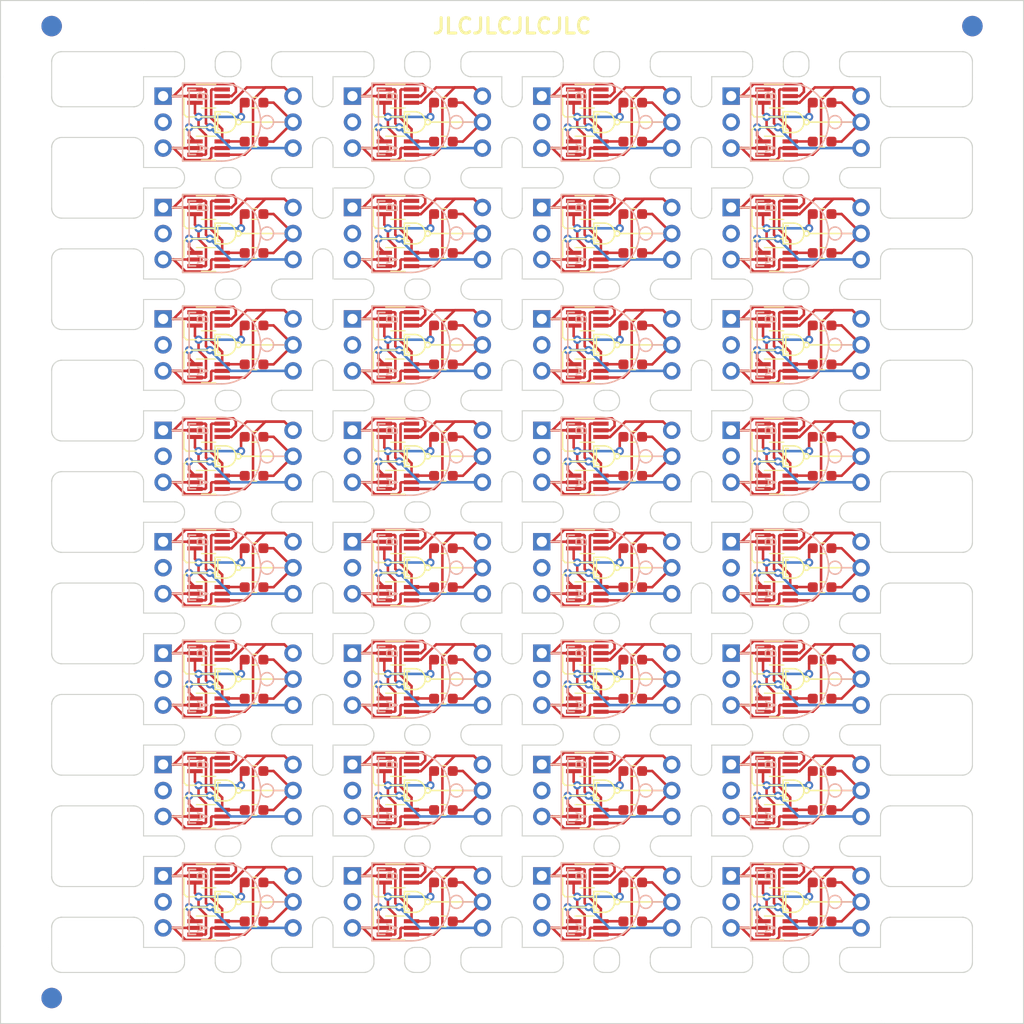
<source format=kicad_pcb>
(kicad_pcb (version 20211014) (generator pcbnew)
  (layers (0 "F.Cu" signal) (31 "B.Cu" signal) (34 "B.Paste" user) (35 "F.Paste" user) (36 "B.SilkS" user "B.Silkscreen") (37 "F.SilkS" user "F.Silkscreen") (38 "B.Mask" user) (39 "F.Mask" user) (44 "Edge.Cuts" user))
  (net 0 "")
  (net 1 "Board_0-A")
  (net 2 "Board_0-B")
  (net 3 "Board_0-Net-(Q1-Pad3)")
  (net 4 "Board_0-Net-(Q1-Pad6)")
  (net 5 "Board_0-Out")
  (net 6 "Board_0-VDD")
  (net 7 "Board_0-VSS")
  (net 8 "Board_0-unconnected-(J1-Pad2)")
  (net 9 "Board_1-A")
  (net 10 "Board_1-B")
  (net 11 "Board_1-Net-(Q1-Pad3)")
  (net 12 "Board_1-Net-(Q1-Pad6)")
  (net 13 "Board_1-Out")
  (net 14 "Board_1-VDD")
  (net 15 "Board_1-VSS")
  (net 16 "Board_1-unconnected-(J1-Pad2)")
  (net 17 "Board_2-A")
  (net 18 "Board_2-B")
  (net 19 "Board_2-Net-(Q1-Pad3)")
  (net 20 "Board_2-Net-(Q1-Pad6)")
  (net 21 "Board_2-Out")
  (net 22 "Board_2-VDD")
  (net 23 "Board_2-VSS")
  (net 24 "Board_2-unconnected-(J1-Pad2)")
  (net 25 "Board_3-A")
  (net 26 "Board_3-B")
  (net 27 "Board_3-Net-(Q1-Pad3)")
  (net 28 "Board_3-Net-(Q1-Pad6)")
  (net 29 "Board_3-Out")
  (net 30 "Board_3-VDD")
  (net 31 "Board_3-VSS")
  (net 32 "Board_3-unconnected-(J1-Pad2)")
  (net 33 "Board_4-A")
  (net 34 "Board_4-B")
  (net 35 "Board_4-Net-(Q1-Pad3)")
  (net 36 "Board_4-Net-(Q1-Pad6)")
  (net 37 "Board_4-Out")
  (net 38 "Board_4-VDD")
  (net 39 "Board_4-VSS")
  (net 40 "Board_4-unconnected-(J1-Pad2)")
  (net 41 "Board_5-A")
  (net 42 "Board_5-B")
  (net 43 "Board_5-Net-(Q1-Pad3)")
  (net 44 "Board_5-Net-(Q1-Pad6)")
  (net 45 "Board_5-Out")
  (net 46 "Board_5-VDD")
  (net 47 "Board_5-VSS")
  (net 48 "Board_5-unconnected-(J1-Pad2)")
  (net 49 "Board_6-A")
  (net 50 "Board_6-B")
  (net 51 "Board_6-Net-(Q1-Pad3)")
  (net 52 "Board_6-Net-(Q1-Pad6)")
  (net 53 "Board_6-Out")
  (net 54 "Board_6-VDD")
  (net 55 "Board_6-VSS")
  (net 56 "Board_6-unconnected-(J1-Pad2)")
  (net 57 "Board_7-A")
  (net 58 "Board_7-B")
  (net 59 "Board_7-Net-(Q1-Pad3)")
  (net 60 "Board_7-Net-(Q1-Pad6)")
  (net 61 "Board_7-Out")
  (net 62 "Board_7-VDD")
  (net 63 "Board_7-VSS")
  (net 64 "Board_7-unconnected-(J1-Pad2)")
  (net 65 "Board_8-A")
  (net 66 "Board_8-B")
  (net 67 "Board_8-Net-(Q1-Pad3)")
  (net 68 "Board_8-Net-(Q1-Pad6)")
  (net 69 "Board_8-Out")
  (net 70 "Board_8-VDD")
  (net 71 "Board_8-VSS")
  (net 72 "Board_8-unconnected-(J1-Pad2)")
  (net 73 "Board_9-A")
  (net 74 "Board_9-B")
  (net 75 "Board_9-Net-(Q1-Pad3)")
  (net 76 "Board_9-Net-(Q1-Pad6)")
  (net 77 "Board_9-Out")
  (net 78 "Board_9-VDD")
  (net 79 "Board_9-VSS")
  (net 80 "Board_9-unconnected-(J1-Pad2)")
  (net 81 "Board_10-A")
  (net 82 "Board_10-B")
  (net 83 "Board_10-Net-(Q1-Pad3)")
  (net 84 "Board_10-Net-(Q1-Pad6)")
  (net 85 "Board_10-Out")
  (net 86 "Board_10-VDD")
  (net 87 "Board_10-VSS")
  (net 88 "Board_10-unconnected-(J1-Pad2)")
  (net 89 "Board_11-A")
  (net 90 "Board_11-B")
  (net 91 "Board_11-Net-(Q1-Pad3)")
  (net 92 "Board_11-Net-(Q1-Pad6)")
  (net 93 "Board_11-Out")
  (net 94 "Board_11-VDD")
  (net 95 "Board_11-VSS")
  (net 96 "Board_11-unconnected-(J1-Pad2)")
  (net 97 "Board_12-A")
  (net 98 "Board_12-B")
  (net 99 "Board_12-Net-(Q1-Pad3)")
  (net 100 "Board_12-Net-(Q1-Pad6)")
  (net 101 "Board_12-Out")
  (net 102 "Board_12-VDD")
  (net 103 "Board_12-VSS")
  (net 104 "Board_12-unconnected-(J1-Pad2)")
  (net 105 "Board_13-A")
  (net 106 "Board_13-B")
  (net 107 "Board_13-Net-(Q1-Pad3)")
  (net 108 "Board_13-Net-(Q1-Pad6)")
  (net 109 "Board_13-Out")
  (net 110 "Board_13-VDD")
  (net 111 "Board_13-VSS")
  (net 112 "Board_13-unconnected-(J1-Pad2)")
  (net 113 "Board_14-A")
  (net 114 "Board_14-B")
  (net 115 "Board_14-Net-(Q1-Pad3)")
  (net 116 "Board_14-Net-(Q1-Pad6)")
  (net 117 "Board_14-Out")
  (net 118 "Board_14-VDD")
  (net 119 "Board_14-VSS")
  (net 120 "Board_14-unconnected-(J1-Pad2)")
  (net 121 "Board_15-A")
  (net 122 "Board_15-B")
  (net 123 "Board_15-Net-(Q1-Pad3)")
  (net 124 "Board_15-Net-(Q1-Pad6)")
  (net 125 "Board_15-Out")
  (net 126 "Board_15-VDD")
  (net 127 "Board_15-VSS")
  (net 128 "Board_15-unconnected-(J1-Pad2)")
  (net 129 "Board_16-A")
  (net 130 "Board_16-B")
  (net 131 "Board_16-Net-(Q1-Pad3)")
  (net 132 "Board_16-Net-(Q1-Pad6)")
  (net 133 "Board_16-Out")
  (net 134 "Board_16-VDD")
  (net 135 "Board_16-VSS")
  (net 136 "Board_16-unconnected-(J1-Pad2)")
  (net 137 "Board_17-A")
  (net 138 "Board_17-B")
  (net 139 "Board_17-Net-(Q1-Pad3)")
  (net 140 "Board_17-Net-(Q1-Pad6)")
  (net 141 "Board_17-Out")
  (net 142 "Board_17-VDD")
  (net 143 "Board_17-VSS")
  (net 144 "Board_17-unconnected-(J1-Pad2)")
  (net 145 "Board_18-A")
  (net 146 "Board_18-B")
  (net 147 "Board_18-Net-(Q1-Pad3)")
  (net 148 "Board_18-Net-(Q1-Pad6)")
  (net 149 "Board_18-Out")
  (net 150 "Board_18-VDD")
  (net 151 "Board_18-VSS")
  (net 152 "Board_18-unconnected-(J1-Pad2)")
  (net 153 "Board_19-A")
  (net 154 "Board_19-B")
  (net 155 "Board_19-Net-(Q1-Pad3)")
  (net 156 "Board_19-Net-(Q1-Pad6)")
  (net 157 "Board_19-Out")
  (net 158 "Board_19-VDD")
  (net 159 "Board_19-VSS")
  (net 160 "Board_19-unconnected-(J1-Pad2)")
  (net 161 "Board_20-A")
  (net 162 "Board_20-B")
  (net 163 "Board_20-Net-(Q1-Pad3)")
  (net 164 "Board_20-Net-(Q1-Pad6)")
  (net 165 "Board_20-Out")
  (net 166 "Board_20-VDD")
  (net 167 "Board_20-VSS")
  (net 168 "Board_20-unconnected-(J1-Pad2)")
  (net 169 "Board_21-A")
  (net 170 "Board_21-B")
  (net 171 "Board_21-Net-(Q1-Pad3)")
  (net 172 "Board_21-Net-(Q1-Pad6)")
  (net 173 "Board_21-Out")
  (net 174 "Board_21-VDD")
  (net 175 "Board_21-VSS")
  (net 176 "Board_21-unconnected-(J1-Pad2)")
  (net 177 "Board_22-A")
  (net 178 "Board_22-B")
  (net 179 "Board_22-Net-(Q1-Pad3)")
  (net 180 "Board_22-Net-(Q1-Pad6)")
  (net 181 "Board_22-Out")
  (net 182 "Board_22-VDD")
  (net 183 "Board_22-VSS")
  (net 184 "Board_22-unconnected-(J1-Pad2)")
  (net 185 "Board_23-A")
  (net 186 "Board_23-B")
  (net 187 "Board_23-Net-(Q1-Pad3)")
  (net 188 "Board_23-Net-(Q1-Pad6)")
  (net 189 "Board_23-Out")
  (net 190 "Board_23-VDD")
  (net 191 "Board_23-VSS")
  (net 192 "Board_23-unconnected-(J1-Pad2)")
  (net 193 "Board_24-A")
  (net 194 "Board_24-B")
  (net 195 "Board_24-Net-(Q1-Pad3)")
  (net 196 "Board_24-Net-(Q1-Pad6)")
  (net 197 "Board_24-Out")
  (net 198 "Board_24-VDD")
  (net 199 "Board_24-VSS")
  (net 200 "Board_24-unconnected-(J1-Pad2)")
  (net 201 "Board_25-A")
  (net 202 "Board_25-B")
  (net 203 "Board_25-Net-(Q1-Pad3)")
  (net 204 "Board_25-Net-(Q1-Pad6)")
  (net 205 "Board_25-Out")
  (net 206 "Board_25-VDD")
  (net 207 "Board_25-VSS")
  (net 208 "Board_25-unconnected-(J1-Pad2)")
  (net 209 "Board_26-A")
  (net 210 "Board_26-B")
  (net 211 "Board_26-Net-(Q1-Pad3)")
  (net 212 "Board_26-Net-(Q1-Pad6)")
  (net 213 "Board_26-Out")
  (net 214 "Board_26-VDD")
  (net 215 "Board_26-VSS")
  (net 216 "Board_26-unconnected-(J1-Pad2)")
  (net 217 "Board_27-A")
  (net 218 "Board_27-B")
  (net 219 "Board_27-Net-(Q1-Pad3)")
  (net 220 "Board_27-Net-(Q1-Pad6)")
  (net 221 "Board_27-Out")
  (net 222 "Board_27-VDD")
  (net 223 "Board_27-VSS")
  (net 224 "Board_27-unconnected-(J1-Pad2)")
  (net 225 "Board_28-A")
  (net 226 "Board_28-B")
  (net 227 "Board_28-Net-(Q1-Pad3)")
  (net 228 "Board_28-Net-(Q1-Pad6)")
  (net 229 "Board_28-Out")
  (net 230 "Board_28-VDD")
  (net 231 "Board_28-VSS")
  (net 232 "Board_28-unconnected-(J1-Pad2)")
  (net 233 "Board_29-A")
  (net 234 "Board_29-B")
  (net 235 "Board_29-Net-(Q1-Pad3)")
  (net 236 "Board_29-Net-(Q1-Pad6)")
  (net 237 "Board_29-Out")
  (net 238 "Board_29-VDD")
  (net 239 "Board_29-VSS")
  (net 240 "Board_29-unconnected-(J1-Pad2)")
  (net 241 "Board_30-A")
  (net 242 "Board_30-B")
  (net 243 "Board_30-Net-(Q1-Pad3)")
  (net 244 "Board_30-Net-(Q1-Pad6)")
  (net 245 "Board_30-Out")
  (net 246 "Board_30-VDD")
  (net 247 "Board_30-VSS")
  (net 248 "Board_30-unconnected-(J1-Pad2)")
  (net 249 "Board_31-A")
  (net 250 "Board_31-B")
  (net 251 "Board_31-Net-(Q1-Pad3)")
  (net 252 "Board_31-Net-(Q1-Pad6)")
  (net 253 "Board_31-Out")
  (net 254 "Board_31-VDD")
  (net 255 "Board_31-VSS")
  (net 256 "Board_31-unconnected-(J1-Pad2)")
  (footprint "NPTH" (layer "F.Cu") (at 88.025 22.646)
    (fp_text reference "REF**" hide)
    (fp_text value "NPTH" hide)
  )
  (footprint "NPTH" (layer "F.Cu") (at 63.805 35.776)
    (fp_text reference "REF**" hide)
    (fp_text value "NPTH" hide)
  )
  (footprint "NPTH" (layer "F.Cu") (at 70.511666 33.526)
    (fp_text reference "REF**" hide)
    (fp_text value "NPTH" hide)
  )
  (footprint "NPTH" (layer "F.Cu") (at 45.305 92.226)
    (fp_text reference "REF**" hide)
    (fp_text value "NPTH" hide)
  )
  (footprint "NPTH" (layer "F.Cu") (at 97.525 74.686)
    (fp_text reference "REF**" hide)
    (fp_text value "NPTH" hide)
  )
  (footprint "Tritium:PinHeader_1x03_P2.54mm_Vertical_NoSilkscreen" (layer "F.Cu") (at 99.125 89.686)
    (fp_text reference "J2" hide)
    (fp_text value "Conn_01x03")
  )
  (footprint "NPTH" (layer "F.Cu") (at 55.005 55.306)
    (fp_text reference "REF**" hide)
    (fp_text value "NPTH" hide)
  )
  (footprint "NPTH" (layer "F.Cu") (at 59.505 66.206)
    (fp_text reference "REF**" hide)
    (fp_text value "NPTH" hide)
  )
  (footprint "NPTH" (layer "F.Cu") (at 100.825 92.226)
    (fp_text reference "REF**" hide)
    (fp_text value "NPTH" hide)
  )
  (footprint "NPTH" (layer "F.Cu") (at 82.325 57.556)
    (fp_text reference "REF**" hide)
    (fp_text value "NPTH" hide)
  )
  (footprint "Resistor_SMD:R_0603_1608Metric_Pad0.98x0.95mm_HandSolder" (layer "F.Cu") (at 58.295 83.241 180)
    (fp_text reference "R2" hide)
    (fp_text value "12k")
  )
  (footprint "NPTH" (layer "F.Cu") (at 53.005 33.526)
    (fp_text reference "REF**" hide)
    (fp_text value "NPTH" hide)
  )
  (footprint "NPTH" (layer "F.Cu") (at 34.491666 63.806)
    (fp_text reference "REF**" hide)
    (fp_text value "NPTH" hide)
  )
  (footprint "NPTH" (layer "F.Cu") (at 84.725 59.556)
    (fp_text reference "REF**" hide)
    (fp_text value "NPTH" hide)
  )
  (footprint "Resistor_SMD:R_0603_1608Metric_Pad0.98x0.95mm_HandSolder" (layer "F.Cu") (at 39.785 24.981)
    (fp_text reference "R1" hide)
    (fp_text value "12k")
  )
  (footprint "NPTH" (layer "F.Cu") (at 77.018333 87.986)
    (fp_text reference "REF**" hide)
    (fp_text value "NPTH" hide)
  )
  (footprint "Tritium:PinHeader_1x03_P2.54mm_Vertical_NoSilkscreen" (layer "F.Cu") (at 67.915 35.236)
    (fp_text reference "J1" hide)
    (fp_text value "Conn_01x03")
  )
  (footprint "NPTH" (layer "F.Cu") (at 97.525 44.426)
    (fp_text reference "REF**" hide)
    (fp_text value "NPTH" hide)
  )
  (footprint "NPTH" (layer "F.Cu") (at 66.205 69.446)
    (fp_text reference "REF**" hide)
    (fp_text value "NPTH" hide)
  )
  (footprint "NPTH" (layer "F.Cu") (at 90.025 44.426)
    (fp_text reference "REF**" hide)
    (fp_text value "NPTH" hide)
  )
  (footprint "NPTH" (layer "F.Cu") (at 82.325 70.446)
    (fp_text reference "REF**" hide)
    (fp_text value "NPTH" hide)
  )
  (footprint "NPTH" (layer "F.Cu") (at 39.998333 77.086)
    (fp_text reference "REF**" hide)
    (fp_text value "NPTH" hide)
  )
  (footprint "NPTH" (layer "F.Cu") (at 101.025 15.5)
    (fp_text reference "REF**" hide)
    (fp_text value "NPTH" hide)
  )
  (footprint "NPTH" (layer "F.Cu") (at 101.025 110.512)
    (fp_text reference "REF**" hide)
    (fp_text value "NPTH" hide)
  )
  (footprint "NPTH" (layer "F.Cu") (at 78.018333 85.586)
    (fp_text reference "REF**" hide)
    (fp_text value "NPTH" hide)
  )
  (footprint "Resistor_SMD:R_0603_1608Metric_Pad0.98x0.95mm_HandSolder" (layer "F.Cu") (at 76.805 68.541)
    (fp_text reference "R1" hide)
    (fp_text value "12k")
  )
  (footprint "NPTH" (layer "F.Cu") (at 97.525 22.646)
    (fp_text reference "REF**" hide)
    (fp_text value "NPTH" hide)
  )
  (footprint "NPTH" (layer "F.Cu") (at 66.205 93.226)
    (fp_text reference "REF**" hide)
    (fp_text value "NPTH" hide)
  )
  (footprint "NPTH" (layer "F.Cu") (at 88.025 77.086)
    (fp_text reference "REF**" hide)
    (fp_text value "NPTH" hide)
  )
  (footprint "Resistor_SMD:R_0603_1608Metric_Pad0.98x0.95mm_HandSolder" (layer "F.Cu") (at 58.295 90.321)
    (fp_text reference "R1" hide)
    (fp_text value "12k")
  )
  (footprint "NPTH" (layer "F.Cu") (at 100.825 59.556)
    (fp_text reference "REF**" hide)
    (fp_text value "NPTH" hide)
  )
  (footprint "Package_TO_SOT_SMD:SOT-363_SC-70-6_Handsoldering" (layer "F.Cu") (at 53.85 29.426)
    (fp_text reference "Q2" hide)
    (fp_text value "BSS8402DW-7-F")
  )
  (footprint "Resistor_SMD:R_0603_1608Metric_Pad0.98x0.95mm_HandSolder" (layer "F.Cu") (at 58.295 28.791 180)
    (fp_text reference "R2" hide)
    (fp_text value "12k")
  )
  (footprint "NPTH" (layer "F.Cu") (at 47.705 82.336)
    (fp_text reference "REF**" hide)
    (fp_text value "NPTH" hide)
  )
  (footprint "NPTH" (layer "F.Cu") (at 72.511666 87.986)
    (fp_text reference "REF**" hide)
    (fp_text value "NPTH" hide)
  )
  (footprint "NPTH" (layer "F.Cu") (at 100.825 80.336)
    (fp_text reference "REF**" hide)
    (fp_text value "NPTH" hide)
  )
  (footprint "NPTH" (layer "F.Cu") (at 70.511666 55.306)
    (fp_text reference "REF**" hide)
    (fp_text value "NPTH" hide)
  )
  (footprint "NPTH" (layer "F.Cu") (at 47.705 104.116)
    (fp_text reference "REF**" hide)
    (fp_text value "NPTH" hide)
  )
  (footprint "NPTH" (layer "F.Cu") (at 54.005 87.986)
    (fp_text reference "REF**" hide)
    (fp_text value "NPTH" hide)
  )
  (footprint "NPTH" (layer "F.Cu") (at 56.505 87.986)
    (fp_text reference "REF**" hide)
    (fp_text value "NPTH" hide)
  )
  (footprint "NPTH" (layer "F.Cu") (at 52.005 66.206)
    (fp_text reference "REF**" hide)
    (fp_text value "NPTH" hide)
  )
  (footprint "NPTH" (layer "F.Cu") (at 78.018333 66.206)
    (fp_text reference "REF**" hide)
    (fp_text value "NPTH" hide)
  )
  (footprint "NPTH" (layer "F.Cu") (at 52.005 55.306)
    (fp_text reference "REF**" hide)
    (fp_text value "NPTH" hide)
  )
  (footprint "NPTH" (layer "F.Cu") (at 29.185 80.336)
    (fp_text reference "REF**" hide)
    (fp_text value "NPTH" hide)
  )
  (footprint "NPTH" (layer "F.Cu") (at 29.185 68.446)
    (fp_text reference "REF**" hide)
    (fp_text value "NPTH" hide)
  )
  (footprint "Package_TO_SOT_SMD:SOT-363_SC-70-6_Handsoldering" (layer "F.Cu") (at 35.34 94.766)
    (fp_text reference "Q2" hide)
    (fp_text value "BSS8402DW-7-F")
  )
  (footprint "Package_TO_SOT_SMD:SOT-363_SC-70-6_Handsoldering" (layer "F.Cu") (at 90.87 72.986)
    (fp_text reference "Q2" hide)
    (fp_text value "BSS8402DW-7-F")
  )
  (footprint "NPTH" (layer "F.Cu") (at 94.525 42.026)
    (fp_text reference "REF**" hide)
    (fp_text value "NPTH" hide)
  )
  (footprint "Tritium:PinHeader_1x03_P2.54mm_Vertical_NoSilkscreen" (layer "F.Cu") (at 49.405 24.346)
    (fp_text reference "J1" hide)
    (fp_text value "Conn_01x03")
  )
  (footprint "NPTH" (layer "F.Cu") (at 57.505 96.466)
    (fp_text reference "REF**" hide)
    (fp_text value "NPTH" hide)
  )
  (footprint "NPTH" (layer "F.Cu") (at 51.005 87.986)
    (fp_text reference "REF**" hide)
    (fp_text value "NPTH" hide)
  )
  (footprint "Tritium:PinHeader_1x03_P2.54mm_Vertical_NoSilkscreen" (layer "F.Cu") (at 80.615 57.016)
    (fp_text reference "J2" hide)
    (fp_text value "Conn_01x03")
  )
  (footprint "NPTH" (layer "F.Cu") (at 29.185 90.226)
    (fp_text reference "REF**" hide)
    (fp_text value "NPTH" hide)
  )
  (footprint "NPTH" (layer "F.Cu") (at 90.025 55.306)
    (fp_text reference "REF**" hide)
    (fp_text value "NPTH" hide)
  )
  (footprint "NPTH" (layer "F.Cu") (at 89.025 107.366)
    (fp_text reference "REF**" hide)
    (fp_text value "NPTH" hide)
  )
  (footprint "NPTH" (layer "F.Cu") (at 41.998333 85.586)
    (fp_text reference "REF**" hide)
    (fp_text value "NPTH" hide)
  )
  (footprint "NPTH" (layer "F.Cu") (at 66.205 26.886)
    (fp_text reference "REF**" hide)
    (fp_text value "NPTH" hide)
  )
  (footprint "NPTH" (layer "F.Cu") (at 15.5 22.446)
    (fp_text reference "REF**" hide)
    (fp_text value "NPTH" hide)
  )
  (footprint "NPTH" (layer "F.Cu") (at 45.305 101.116)
    (fp_text reference "REF**" hide)
    (fp_text value "NPTH" hide)
  )
  (footprint "NPTH" (layer "F.Cu") (at 54.005 55.306)
    (fp_text reference "REF**" hide)
    (fp_text value "NPTH" hide)
  )
  (footprint "NPTH" (layer "F.Cu") (at 55.005 63.806)
    (fp_text reference "REF**" hide)
    (fp_text value "NPTH" hide)
  )
  (footprint "Tritium:PinHeader_1x03_P2.54mm_Vertical_NoSilkscreen" (layer "F.Cu") (at 99.125 100.576)
    (fp_text reference "J2" hide)
    (fp_text value "Conn_01x03")
  )
  (footprint "Resistor_SMD:R_0603_1608Metric_Pad0.98x0.95mm_HandSolder" (layer "F.Cu") (at 58.295 68.541)
    (fp_text reference "R1" hide)
    (fp_text value "12k")
  )
  (footprint "NPTH" (layer "F.Cu") (at 69.511666 44.426)
    (fp_text reference "REF**" hide)
    (fp_text value "NPTH" hide)
  )
  (footprint "NPTH" (layer "F.Cu") (at 66.205 91.226)
    (fp_text reference "REF**" hide)
    (fp_text value "NPTH" hide)
  )
  (footprint "NPTH" (layer "F.Cu") (at 59.505 44.426)
    (fp_text reference "REF**" hide)
    (fp_text value "NPTH" hide)
  )
  (footprint "NPTH" (layer "F.Cu") (at 66.205 58.556)
    (fp_text reference "REF**" hide)
    (fp_text value "NPTH" hide)
  )
  (footprint "NPTH" (layer "F.Cu") (at 100.825 83.336)
    (fp_text reference "REF**" hide)
    (fp_text value "NPTH" hide)
  )
  (footprint "Package_TO_SOT_SMD:SOT-363_SC-70-6_Handsoldering" (layer "F.Cu") (at 35.34 89.686)
    (fp_text reference "Q1" hide)
    (fp_text value "BSS8402DW-7-F")
  )
  (footprint "NPTH" (layer "F.Cu") (at 73.511666 74.686)
    (fp_text reference "REF**" hide)
    (fp_text value "NPTH" hide)
  )
  (footprint "NPTH" (layer "F.Cu") (at 33.491666 22.646)
    (fp_text reference "REF**" hide)
    (fp_text value "NPTH" hide)
  )
  (footprint "NPTH" (layer "F.Cu") (at 63.805 59.556)
    (fp_text reference "REF**" hide)
    (fp_text value "NPTH" hide)
  )
  (footprint "NPTH" (layer "F.Cu") (at 58.505 55.306)
    (fp_text reference "REF**" hide)
    (fp_text value "NPTH" hide)
  )
  (footprint "NPTH" (layer "F.Cu") (at 39.998333 42.026)
    (fp_text reference "REF**" hide)
    (fp_text value "NPTH" hide)
  )
  (footprint "Tritium:PinHeader_1x03_P2.54mm_Vertical_NoSilkscreen" (layer "F.Cu") (at 67.915 57.016)
    (fp_text reference "J1" hide)
    (fp_text value "Conn_01x03")
  )
  (footprint "NPTH" (layer "F.Cu") (at 84.725 26.886)
    (fp_text reference "REF**" hide)
    (fp_text value "NPTH" hide)
  )
  (footprint "NPTH" (layer "F.Cu") (at 41.998333 74.686)
    (fp_text reference "REF**" hide)
    (fp_text value "NPTH" hide)
  )
  (footprint "NPTH" (layer "F.Cu") (at 89.025 96.466)
    (fp_text reference "REF**" hide)
    (fp_text value "NPTH" hide)
  )
  (footprint "NPTH" (layer "F.Cu") (at 28.985 17.5)
    (fp_text reference "REF**" hide)
    (fp_text value "NPTH" hide)
  )
  (footprint "NPTH" (layer "F.Cu") (at 78.018333 107.366)
    (fp_text reference "REF**" hide)
    (fp_text value "NPTH" hide)
  )
  (footprint "NPTH" (layer "F.Cu") (at 37.998333 42.026)
    (fp_text reference "REF**" hide)
    (fp_text value "NPTH" hide)
  )
  (footprint "NPTH" (layer "F.Cu") (at 38.998333 42.026)
    (fp_text reference "REF**" hide)
    (fp_text value "NPTH" hide)
  )
  (footprint "NPTH" (layer "F.Cu") (at 84.725 61.556)
    (fp_text reference "REF**" hide)
    (fp_text value "NPTH" hide)
  )
  (footprint "NPTH" (layer "F.Cu") (at 100.825 24.886)
    (fp_text reference "REF**" hide)
    (fp_text value "NPTH" hide)
  )
  (footprint "NPTH" (layer "F.Cu") (at 47.705 103.116)
    (fp_text reference "REF**" hide)
    (fp_text value "NPTH" hide)
  )
  (footprint "Package_TO_SOT_SMD:SOT-363_SC-70-6_Handsoldering" (layer "F.Cu") (at 72.36 100.576)
    (fp_text reference "Q1" hide)
    (fp_text value "BSS8402DW-7-F")
  )
  (footprint "NPTH" (layer "F.Cu") (at 66.205 50.666)
    (fp_text reference "REF**" hide)
    (fp_text value "NPTH" hide)
  )
  (footprint "NPTH" (layer "F.Cu") (at 51.005 74.686)
    (fp_text reference "REF**" hide)
    (fp_text value "NPTH" hide)
  )
  (footprint "NPTH" (layer "F.Cu") (at 56.505 44.426)
    (fp_text reference "REF**" hide)
    (fp_text value "NPTH" hide)
  )
  (footprint "NPTH" (layer "F.Cu") (at 37.998333 44.426)
    (fp_text reference "REF**" hide)
    (fp_text value "NPTH" hide)
  )
  (footprint "NPTH" (layer "F.Cu") (at 82.325 92.226)
    (fp_text reference "REF**" hide)
    (fp_text value "NPTH" hide)
  )
  (footprint "Package_TO_SOT_SMD:SOT-363_SC-70-6_Handsoldering" (layer "F.Cu") (at 35.34 51.206)
    (fp_text reference "Q2" hide)
    (fp_text value "BSS8402DW-7-F")
  )
  (footprint "NPTH" (layer "F.Cu") (at 75.018333 33.526)
    (fp_text reference "REF**" hide)
    (fp_text value "NPTH" hide)
  )
  (footprint "NPTH" (layer "F.Cu") (at 100.825 70.446)
    (fp_text reference "REF**" hide)
    (fp_text value "NPTH" hide)
  )
  (footprint "NPTH" (layer "F.Cu") (at 101.025 112.512)
    (fp_text reference "REF**" hide)
    (fp_text value "NPTH" hide)
  )
  (footprint "NPTH" (layer "F.Cu") (at 88.025 96.466)
    (fp_text reference "REF**" hide)
    (fp_text value "NPTH" hide)
  )
  (footprint "NPTH" (layer "F.Cu") (at 29.185 28.886)
    (fp_text reference "REF**" hide)
    (fp_text value "NPTH" hide)
  )
  (footprint "Tritium:PinHeader_1x03_P2.54mm_Vertical_NoSilkscreen" (layer "F.Cu") (at 86.425 67.906)
    (fp_text reference "J1" hide)
    (fp_text value "Conn_01x03")
  )
  (footprint "Fiducial" (layer "F.Cu") (at 110.01 17.5)
    (fp_text reference "REF**" hide)
    (fp_text value "Fiducial" hide)
  )
  (footprint "NPTH" (layer "F.Cu") (at 18.5 22.446)
    (fp_text reference "REF**" hide)
    (fp_text value "NPTH" hide)
  )
  (footprint "Resistor_SMD:R_0603_1608Metric_Pad0.98x0.95mm_HandSolder" (layer "F.Cu") (at 39.785 61.461 180)
    (fp_text reference "R2" hide)
    (fp_text value "12k")
  )
  (footprint "NPTH" (layer "F.Cu") (at 47.705 38.776)
    (fp_text reference "REF**" hide)
    (fp_text value "NPTH" hide)
  )
  (footprint "NPTH" (layer "F.Cu") (at 34.491666 52.906)
    (fp_text reference "REF**" hide)
    (fp_text value "NPTH" hide)
  )
  (footprint "NPTH" (layer "F.Cu") (at 63.805 36.776)
    (fp_text reference "REF**" hide)
    (fp_text value "NPTH" hide)
  )
  (footprint "NPTH" (layer "F.Cu") (at 82.325 24.886)
    (fp_text reference "REF**" hide)
    (fp_text value "NPTH" hide)
  )
  (footprint "NPTH" (layer "F.Cu") (at 79.018333 42.026)
    (fp_text reference "REF**" hide)
    (fp_text value "NPTH" hide)
  )
  (footprint "NPTH" (layer "F.Cu") (at 47.705 102.116)
    (fp_text reference "REF**" hide)
    (fp_text value "NPTH" hide)
  )
  (footprint "NPTH" (layer "F.Cu") (at 45.305 25.886)
    (fp_text reference "REF**" hide)
    (fp_text value "NPTH" hide)
  )
  (footprint "Resistor_SMD:R_0603_1608Metric_Pad0.98x0.95mm_HandSolder" (layer "F.Cu") (at 58.295 79.431)
    (fp_text reference "R1" hide)
    (fp_text value "12k")
  )
  (footprint "Resistor_SMD:R_0603_1608Metric_Pad0.98x0.95mm_HandSolder" (layer "F.Cu") (at 76.805 46.761)
    (fp_text reference "R1" hide)
    (fp_text value "12k")
  )
  (footprint "NPTH" (layer "F.Cu") (at 47.705 90.226)
    (fp_text reference "REF**" hide)
    (fp_text value "NPTH" hide)
  )
  (footprint "NPTH" (layer "F.Cu") (at 18.5 107.566)
    (fp_text reference "REF**" hide)
    (fp_text value "NPTH" hide)
  )
  (footprint "NPTH" (layer "F.Cu") (at 71.511666 85.586)
    (fp_text reference "REF**" hide)
    (fp_text value "NPTH" hide)
  )
  (footprint "NPTH" (layer "F.Cu") (at 84.725 39.776)
    (fp_text reference "REF**" hide)
    (fp_text value "NPTH" hide)
  )
  (footprint "NPTH" (layer "F.Cu") (at 82.325 79.336)
    (fp_text reference "REF**" hide)
    (fp_text value "NPTH" hide)
  )
  (footprint "NPTH" (layer "F.Cu") (at 94.525 98.866)
    (fp_text reference "REF**" hide)
    (fp_text value "NPTH" hide)
  )
  (footprint "NPTH" (layer "F.Cu") (at 40.998333 87.986)
    (fp_text reference "REF**" hide)
    (fp_text value "NPTH" hide)
  )
  (footprint "NPTH" (layer "F.Cu") (at 91.025 33.526)
    (fp_text reference "REF**" hide)
    (fp_text value "NPTH" hide)
  )
  (footprint "NPTH" (layer "F.Cu") (at 94.525 107.366)
    (fp_text reference "REF**" hide)
    (fp_text value "NPTH" hide)
  )
  (footprint "NPTH" (layer "F.Cu") (at 45.305 91.226)
    (fp_text reference "REF**" hide)
    (fp_text value "NPTH" hide)
  )
  (footprint "NPTH" (layer "F.Cu") (at 76.018333 31.126)
    (fp_text reference "REF**" hide)
    (fp_text value "NPTH" hide)
  )
  (footprint "Tritium:PinHeader_1x03_P2.54mm_Vertical_NoSilkscreen" (layer "F.Cu") (at 30.895 89.686)
    (fp_text reference "J1" hide)
    (fp_text value "Conn_01x03")
  )
  (footprint "NPTH" (layer "F.Cu") (at 32.491666 33.526)
    (fp_text reference "REF**" hide)
    (fp_text value "NPTH" hide)
  )
  (footprint "NPTH" (layer "F.Cu") (at 51.005 107.366)
    (fp_text reference "REF**" hide)
    (fp_text value "NPTH" hide)
  )
  (footprint "NPTH" (layer "F.Cu") (at 45.305 81.336)
    (fp_text reference "REF**" hide)
    (fp_text value "NPTH" hide)
  )
  (footprint "NPTH" (layer "F.Cu") (at 66.205 39.776)
    (fp_text reference "REF**" hide)
    (fp_text value "NPTH" hide)
  )
  (footprint "Package_TO_SOT_SMD:SOT-363_SC-70-6_Handsoldering" (layer "F.Cu") (at 53.85 83.876)
    (fp_text reference "Q2" hide)
    (fp_text value "BSS8402DW-7-F")
  )
  (footprint "NPTH" (layer "F.Cu") (at 32.491666 98.866)
    (fp_text reference "REF**" hide)
    (fp_text value "NPTH" hide)
  )
  (footprint "NPTH" (layer "F.Cu") (at 84.725 47.666)
    (fp_text reference "REF**" hide)
    (fp_text value "NPTH" hide)
  )
  (footprint "NPTH" (layer "F.Cu") (at 70.511666 42.026)
    (fp_text reference "REF**" hide)
    (fp_text value "NPTH" hide)
  )
  (footprint "NPTH" (layer "F.Cu") (at 40.998333 77.086)
    (fp_text reference "REF**" hide)
    (fp_text value "NPTH" hide)
  )
  (footprint "NPTH" (layer "F.Cu") (at 75.018333 66.206)
    (fp_text reference "REF**" hide)
    (fp_text value "NPTH" hide)
  )
  (footprint "NPTH" (layer "F.Cu") (at 66.205 49.666)
    (fp_text reference "REF**" hide)
    (fp_text value "NPTH" hide)
  )
  (footprint "NPTH" (layer "F.Cu") (at 29.185 37.776)
    (fp_text reference "REF**" hide)
    (fp_text value "NPTH" hide)
  )
  (footprint "NPTH" (layer "F.Cu") (at 56.505 66.206)
    (fp_text reference "REF**" hide)
    (fp_text value "NPTH" hide)
  )
  (footprint "NPTH" (layer "F.Cu") (at 71.511666 55.306)
    (fp_text reference "REF**" hide)
    (fp_text value "NPTH" hide)
  )
  (footprint "NPTH" (layer "F.Cu") (at 82.325 72.446)
    (fp_text reference "REF**" hide)
    (fp_text value "NPTH" hide)
  )
  (footprint "Tritium:PinHeader_1x03_P2.54mm_Vertical_NoSilkscreen" (layer "F.Cu") (at 86.425 100.576)
    (fp_text reference "J1" hide)
    (fp_text value "Conn_01x03")
  )
  (footprint "NPTH" (layer "F.Cu") (at 40.998333 33.526)
    (fp_text reference "REF**" hide)
    (fp_text value "NPTH" hide)
  )
  (footprint "Resistor_SMD:R_0603_1608Metric_Pad0.98x0.95mm_HandSolder" (layer "F.Cu") (at 39.785 101.211)
    (fp_text reference "R1" hide)
    (fp_text value "12k")
  )
  (footprint "NPTH" (layer "F.Cu") (at 58.505 87.986)
    (fp_text reference "REF**" hide)
    (fp_text value "NPTH" hide)
  )
  (footprint "NPTH" (layer "F.Cu") (at 63.805 101.116)
    (fp_text reference "REF**" hide)
    (fp_text value "NPTH" hide)
  )
  (footprint "NPTH" (layer "F.Cu") (at 29.185 70.446)
    (fp_text reference "REF**" hide)
    (fp_text value "NPTH" hide)
  )
  (footprint "NPTH" (layer "F.Cu") (at 28.985 16.5)
    (fp_text reference "REF**" hide)
    (fp_text value "NPTH" hide)
  )
  (footprint "NPTH" (layer "F.Cu") (at 72.511666 44.426)
    (fp_text reference "REF**" hide)
    (fp_text value "NPTH" hide)
  )
  (footprint "NPTH" (layer "F.Cu") (at 40.998333 63.806)
    (fp_text reference "REF**" hide)
    (fp_text value "NPTH" hide)
  )
  (footprint "NPTH" (layer "F.Cu") (at 57.505 107.366)
    (fp_text reference "REF**" hide)
    (fp_text value "NPTH" hide)
  )
  (footprint "NPTH" (layer "F.Cu") (at 47.705 83.336)
    (fp_text reference "REF**" hide)
    (fp_text value "NPTH" hide)
  )
  (footprint "NPTH" (layer "F.Cu") (at 33.491666 31.126)
    (fp_text reference "REF**" hide)
    (fp_text value "NPTH" hide)
  )
  (footprint "NPTH" (layer "F.Cu") (at 79.018333 96.466)
    (fp_text reference "REF**" hide)
    (fp_text value "NPTH" hide)
  )
  (footprint "NPTH" (layer "F.Cu") (at 47.705 39.776)
    (fp_text reference "REF**" hide)
    (fp_text value "NPTH" hide)
  )
  (footprint "NPTH" (layer "F.Cu") (at 70.511666 52.906)
    (fp_text reference "REF**" hide)
    (fp_text value "NPTH" hide)
  )
  (footprint "Tritium:PinHeader_1x03_P2.54mm_Vertical_NoSilkscreen" (layer "F.Cu") (at 67.915 100.576)
    (fp_text reference "J1" hide)
    (fp_text value "Conn_01x03")
  )
  (footprint "NPTH" (layer "F.Cu") (at 76.018333 87.986)
    (fp_text reference "REF**" hide)
    (fp_text value "NPTH" hide)
  )
  (footprint "Tritium:PinHeader_1x03_P2.54mm_Vertical_NoSilkscreen" (layer "F.Cu") (at 80.615 100.576)
    (fp_text reference "J2" hide)
    (fp_text value "Conn_01x03")
  )
  (footprint "NPTH" (layer "F.Cu") (at 56.505 42.026)
    (fp_text reference "REF**" hide)
    (fp_text value "NPTH" hide)
  )
  (footprint "NPTH" (layer "F.Cu") (at 66.205 47.666)
    (fp_text reference "REF**" hide)
    (fp_text value "NPTH" hide)
  )
  (footprint "NPTH" (layer "F.Cu") (at 91.025 22.646)
    (fp_text reference "REF**" hide)
    (fp_text value "NPTH" hide)
  )
  (footprint "NPTH" (layer "F.Cu") (at 100.825 90.226)
    (fp_text reference "REF**" hide)
    (fp_text value "NPTH" hide)
  )
  (footprint "NPTH" (layer "F.Cu") (at 70.511666 44.426)
    (fp_text reference "REF**" hide)
    (fp_text value "NPTH" hide)
  )
  (footprint "NPTH" (layer "F.Cu") (at 92.025 33.526)
    (fp_text reference "REF**" hide)
    (fp_text value "NPTH" hide)
  )
  (footprint "NPTH" (layer "F.Cu") (at 63.805 47.666)
    (fp_text reference "REF**" hide)
    (fp_text value "NPTH" hide)
  )
  (footprint "NPTH" (layer "F.Cu") (at 91.025 66.206)
    (fp_text reference "REF**" hide)
    (fp_text value "NPTH" hide)
  )
  (footprint "Resistor_SMD:R_0603_1608Metric_Pad0.98x0.95mm_HandSolder" (layer "F.Cu") (at 39.785 79.431)
    (fp_text reference "R1" hide)
    (fp_text value "12k")
  )
  (footprint "NPTH" (layer "F.Cu") (at 71.511666 87.986)
    (fp_text reference "REF**" hide)
    (fp_text value "NPTH" hide)
  )
  (footprint "NPTH" (layer "F.Cu") (at 88.025 74.686)
    (fp_text reference "REF**" hide)
    (fp_text value "NPTH" hide)
  )
  (footprint "NPTH" (layer "F.Cu") (at 35.491666 44.426)
    (fp_text reference "REF**" hide)
    (fp_text value "NPTH" hide)
  )
  (footprint "NPTH" (layer "F.Cu") (at 84.725 103.116)
    (fp_text reference "REF**" hide)
    (fp_text value "NPTH" hide)
  )
  (footprint "NPTH" (layer "F.Cu") (at 100.825 72.446)
    (fp_text reference "REF**" hide)
    (fp_text value "NPTH" hide)
  )
  (footprint "NPTH" (layer "F.Cu") (at 63.805 38.776)
    (fp_text reference "REF**" hide)
    (fp_text value "NPTH" hide)
  )
  (footprint "NPTH" (layer "F.Cu") (at 59.505 42.026)
    (fp_text reference "REF**" hide)
    (fp_text value "NPTH" hide)
  )
  (footprint "NPTH" (layer "F.Cu") (at 29.185 39.776)
    (fp_text reference "REF**" hide)
    (fp_text value "NPTH" hide)
  )
  (footprint "Package_TO_SOT_SMD:SOT-363_SC-70-6_Handsoldering" (layer "F.Cu") (at 90.87 40.316)
    (fp_text reference "Q2" hide)
    (fp_text value "BSS8402DW-7-F")
  )
  (footprint "Resistor_SMD:R_0603_1608Metric_Pad0.98x0.95mm_HandSolder" (layer "F.Cu") (at 95.315 83.241 180)
    (fp_text reference "R2" hide)
    (fp_text value "12k")
  )
  (footprint "NPTH" (layer "F.Cu") (at 66.205 27.886)
    (fp_text reference "REF**" hide)
    (fp_text value "NPTH" hide)
  )
  (footprint "NPTH" (layer "F.Cu") (at 93.525 44.426)
    (fp_text reference "REF**" hide)
    (fp_text value "NPTH" hide)
  )
  (footprint "NPTH" (layer "F.Cu") (at 66.205 57.556)
    (fp_text reference "REF**" hide)
    (fp_text value "NPTH" hide)
  )
  (footprint "NPTH" (layer "F.Cu") (at 60.505 44.426)
    (fp_text reference "REF**" hide)
    (fp_text value "NPTH" hide)
  )
  (footprint "NPTH" (layer "F.Cu") (at 94.525 44.426)
    (fp_text reference "REF**" hide)
    (fp_text value "NPTH" hide)
  )
  (footprint "NPTH" (layer "F.Cu") (at 95.525 52.906)
    (fp_text reference "REF**" hide)
    (fp_text value "NPTH" hide)
  )
  (footprint "NPTH" (layer "F.Cu") (at 28.985 112.512)
    (fp_text reference "REF**" hide)
    (fp_text value "NPTH" hide)
  )
  (footprint "NPTH" (layer "F.Cu") (at 96.525 42.026)
    (fp_text reference "REF**" hide)
    (fp_text value "NPTH" hide)
  )
  (footprint "NPTH" (layer "F.Cu") (at 82.325 35.776)
    (fp_text reference "REF**" hide)
    (fp_text value "NPTH" hide)
  )
  (footprint "NPTH" (layer "F.Cu") (at 96.525 77.086)
    (fp_text reference "REF**" hide)
    (fp_text value "NPTH" hide)
  )
  (footprint "NPTH" (layer "F.Cu") (at 55.005 42.026)
    (fp_text reference "REF**" hide)
    (fp_text value "NPTH" hide)
  )
  (footprint "NPTH" (layer "F.Cu") (at 32.491666 74.686)
    (fp_text reference "REF**" hide)
    (fp_text value "NPTH" hide)
  )
  (footprint "NPTH" (layer "F.Cu") (at 77.018333 77.086)
    (fp_text reference "REF**" hide)
    (fp_text value "NPTH" hide)
  )
  (footprint "Tritium:PinHeader_1x03_P2.54mm_Vertical_NoSilkscreen" (layer "F.Cu") (at 49.405 78.796)
    (fp_text reference "J1" hide)
    (fp_text value "Conn_01x03")
  )
  (footprint "NPTH" (layer "F.Cu") (at 95.525 31.126)
    (fp_text reference "REF**" hide)
    (fp_text value "NPTH" hide)
  )
  (footprint "NPTH" (layer "F.Cu") (at 52.005 87.986)
    (fp_text reference "REF**" hide)
    (fp_text value "NPTH" hide)
  )
  (footprint "NPTH" (layer "F.Cu") (at 88.025 33.526)
    (fp_text reference "REF**" hide)
    (fp_text value "NPTH" hide)
  )
  (footprint "NPTH" (layer "F.Cu") (at 66.205 102.116)
    (fp_text reference "REF**" hide)
    (fp_text value "NPTH" hide)
  )
  (footprint "NPTH" (layer "F.Cu") (at 72.511666 31.126)
    (fp_text reference "REF**" hide)
    (fp_text value "NPTH" hide)
  )
  (footprint "NPTH" (layer "F.Cu") (at 78.018333 44.426)
    (fp_text reference "REF**" hide)
    (fp_text value "NPTH" hide)
  )
  (footprint "NPTH" (layer "F.Cu") (at 69.511666 85.586)
    (fp_text reference "REF**" hide)
    (fp_text value "NPTH" hide)
  )
  (footprint "NPTH" (layer "F.Cu") (at 89.025 87.986)
    (fp_text reference "REF**" hide)
    (fp_text value "NPTH" hide)
  )
  (footprint "NPTH" (layer "F.Cu") (at 82.325 49.666)
    (fp_text reference "REF**" hide)
    (fp_text value "NPTH" hide)
  )
  (footprint "Package_TO_SOT_SMD:SOT-363_SC-70-6_Handsoldering" (layer "F.Cu") (at 72.36 78.796)
    (fp_text reference "Q1" hide)
    (fp_text value "BSS8402DW-7-F")
  )
  (footprint "NPTH" (layer "F.Cu") (at 76.018333 63.806)
    (fp_text reference "REF**" hide)
    (fp_text value "NPTH" hide)
  )
  (footprint "NPTH" (layer "F.Cu") (at 90.025 52.906)
    (fp_text reference "REF**" hide)
    (fp_text value "NPTH" hide)
  )
  (footprint "NPTH" (layer "F.Cu") (at 84.725 70.446)
    (fp_text reference "REF**" hide)
    (fp_text value "NPTH" hide)
  )
  (footprint "Tritium:PinHeader_1x03_P2.54mm_Vertical_NoSilkscreen" (layer "F.Cu") (at 67.915 89.686)
    (fp_text reference "J1" hide)
    (fp_text value "Conn_01x03")
  )
  (footprint "Package_TO_SOT_SMD:SOT-363_SC-70-6_Handsoldering" (layer "F.Cu") (at 35.34 35.236)
    (fp_text reference "Q1" hide)
    (fp_text value "BSS8402DW-7-F")
  )
  (footprint "NPTH" (layer "F.Cu") (at 84.725 94.226)
    (fp_text reference "REF**" hide)
    (fp_text value "NPTH" hide)
  )
  (footprint "NPTH" (layer "F.Cu") (at 82.325 104.116)
    (fp_text reference "REF**" hide)
    (fp_text value "NPTH" hide)
  )
  (footprint "NPTH" (layer "F.Cu") (at 84.725 38.776)
    (fp_text reference "REF**" hide)
    (fp_text value "NPTH" hide)
  )
  (footprint "NPTH" (layer "F.Cu") (at 34.491666 55.306)
    (fp_text reference "REF**" hide)
    (fp_text value "NPTH" hide)
  )
  (footprint "NPTH" (layer "F.Cu") (at 73.511666 22.646)
    (fp_text reference "REF**" hide)
    (fp_text value "NPTH" hide)
  )
  (footprint "NPTH" (layer "F.Cu") (at 47.705 24.886)
    (fp_text reference "REF**" hide)
    (fp_text value "NPTH" hide)
  )
  (footprint "NPTH" (layer "F.Cu") (at 45.305 71.446)
    (fp_text reference "REF**" hide)
    (fp_text value "NPTH" hide)
  )
  (footprint "NPTH" (layer "F.Cu") (at 29.185 69.446)
    (fp_text reference "REF**" hide)
    (fp_text value "NPTH" hide)
  )
  (footprint "Resistor_SMD:R_0603_1608Metric_Pad0.98x0.95mm_HandSolder" (layer "F.Cu") (at 58.295 39.681 180)
    (fp_text reference "R2" hide)
    (fp_text value "12k")
  )
  (footprint "NPTH" (layer "F.Cu") (at 32.491666 31.126)
    (fp_text reference "REF**" hide)
    (fp_text value "NPTH" hide)
  )
  (footprint "NPTH" (layer "F.Cu") (at 66.205 105.116)
    (fp_text reference "REF**" hide)
    (fp_text value "NPTH" hide)
  )
  (footprint "NPTH" (layer "F.Cu") (at 19.5 22.446)
    (fp_text reference "REF**" hide)
    (fp_text value "NPTH" hide)
  )
  (footprint "NPTH" (layer "F.Cu") (at 54.005 52.906)
    (fp_text reference "REF**" hide)
    (fp_text value "NPTH" hide)
  )
  (footprint "NPTH" (layer "F.Cu") (at 39.998333 66.206)
    (fp_text reference "REF**" hide)
    (fp_text value "NPTH" hide)
  )
  (footprint "NPTH" (layer "F.Cu") (at 75.018333 98.866)
    (fp_text reference "REF**" hide)
    (fp_text value "NPTH" hide)
  )
  (footprint "NPTH" (layer "F.Cu") (at 34.491666 66.206)
    (fp_text reference "REF**" hide)
    (fp_text value "NPTH" hide)
  )
  (footprint "Resistor_SMD:R_0603_1608Metric_Pad0.98x0.95mm_HandSolder" (layer "F.Cu") (at 39.785 68.541)
    (fp_text reference "R1" hide)
    (fp_text value "12k")
  )
  (footprint "NPTH" (layer "F.Cu") (at 45.305 37.776)
    (fp_text reference "REF**" hide)
    (fp_text value "NPTH" hide)
  )
  (footprint "NPTH" (layer "F.Cu") (at 55.005 52.906)
    (fp_text reference "REF**" hide)
    (fp_text value "NPTH" hide)
  )
  (footprint "NPTH" (layer "F.Cu") (at 38.998333 74.686)
    (fp_text reference "REF**" hide)
    (fp_text value "NPTH" hide)
  )
  (footprint "NPTH" (layer "F.Cu") (at 35.491666 52.906)
    (fp_text reference "REF**" hide)
    (fp_text value "NPTH" hide)
  )
  (footprint "NPTH" (layer "F.Cu") (at 45.305 61.556)
    (fp_text reference "REF**" hide)
    (fp_text value "NPTH" hide)
  )
  (footprint "NPTH" (layer "F.Cu") (at 63.805 50.666)
    (fp_text reference "REF**" hide)
    (fp_text value "NPTH" hide)
  )
  (footprint "NPTH" (layer "F.Cu") (at 58.505 107.366)
    (fp_text reference "REF**" hide)
    (fp_text value "NPTH" hide)
  )
  (footprint "NPTH" (layer "F.Cu") (at 96.525 87.986)
    (fp_text reference "REF**" hide)
    (fp_text value "NPTH" hide)
  )
  (footprint "NPTH" (layer "F.Cu") (at 63.805 80.336)
    (fp_text reference "REF**" hide)
    (fp_text value "NPTH" hide)
  )
  (footprint "Package_TO_SOT_SMD:SOT-363_SC-70-6_Handsoldering" (layer "F.Cu") (at 90.87 78.796)
    (fp_text reference "Q1" hide)
    (fp_text value "BSS8402DW-7-F")
  )
  (footprint "NPTH" (layer "F.Cu") (at 47.705 92.226)
    (fp_text reference "REF**" hide)
    (fp_text value "NPTH" hide)
  )
  (footprint "NPTH" (layer "F.Cu") (at 55.005 66.206)
    (fp_text reference "REF**" hide)
    (fp_text value "NPTH" hide)
  )
  (footprint "NPTH" (layer "F.Cu") (at 63.805 70.446)
    (fp_text reference "REF**" hide)
    (fp_text value "NPTH" hide)
  )
  (footprint "NPTH" (layer "F.Cu") (at 54.005 33.526)
    (fp_text reference "REF**" hide)
    (fp_text value "NPTH" hide)
  )
  (footprint "NPTH" (layer "F.Cu") (at 55.005 74.686)
    (fp_text reference "REF**" hide)
    (fp_text value "NPTH" hide)
  )
  (footprint "NPTH" (layer "F.Cu") (at 75.018333 77.086)
    (fp_text reference "REF**" hide)
    (fp_text value "NPTH" hide)
  )
  (footprint "Resistor_SMD:R_0603_1608Metric_Pad0.98x0.95mm_HandSolder" (layer "F.Cu") (at 95.315 46.761)
    (fp_text reference "R1" hide)
    (fp_text value "12k")
  )
  (footprint "NPTH" (layer "F.Cu") (at 47.705 50.666)
    (fp_text reference "REF**" hide)
    (fp_text value "NPTH" hide)
  )
  (footprint "NPTH" (layer "F.Cu") (at 36.491666 77.086)
    (fp_text reference "REF**" hide)
    (fp_text value "NPTH" hide)
  )
  (footprint "NPTH" (layer "F.Cu") (at 39.998333 33.526)
    (fp_text reference "REF**" hide)
    (fp_text value "NPTH" hide)
  )
  (footprint "NPTH" (layer "F.Cu") (at 100.825 57.556)
    (fp_text reference "REF**" hide)
    (fp_text value "NPTH" hide)
  )
  (footprint "Package_TO_SOT_SMD:SOT-363_SC-70-6_Handsoldering" (layer "F.Cu") (at 72.36 35.236)
    (fp_text reference "Q1" hide)
    (fp_text value "BSS8402DW-7-F")
  )
  (footprint "NPTH" (layer "F.Cu") (at 77.018333 22.646)
    (fp_text reference "REF**" hide)
    (fp_text value "NPTH" hide)
  )
  (footprint "Tritium:PinHeader_1x03_P2.54mm_Vertical_NoSilkscreen" (layer "F.Cu") (at 43.595 35.236)
    (fp_text reference "J2" hide)
    (fp_text value "Conn_01x03")
  )
  (footprint "NPTH" (layer "F.Cu") (at 77.018333 33.526)
    (fp_text reference "REF**" hide)
    (fp_text value "NPTH" hide)
  )
  (footprint "Resistor_SMD:R_0603_1608Metric_Pad0.98x0.95mm_HandSolder" (layer "F.Cu") (at 95.315 28.791 180)
    (fp_text reference "R2" hide)
    (fp_text value "12k")
  )
  (footprint "Resistor_SMD:R_0603_1608Metric_Pad0.98x0.95mm_HandSolder" (layer "F.Cu") (at 58.295 94.131 180)
    (fp_text reference "R2" hide)
    (fp_text value "12k")
  )
  (footprint "NPTH" (layer "F.Cu") (at 76.018333 66.206)
    (fp_text reference "REF**" hide)
    (fp_text value "NPTH" hide)
  )
  (footprint "NPTH" (layer "F.Cu") (at 84.725 46.666)
    (fp_text reference "REF**" hide)
    (fp_text value "NPTH" hide)
  )
  (footprint "NPTH" (layer "F.Cu") (at 72.511666 42.026)
    (fp_text reference "REF**" hide)
    (fp_text value "NPTH" hide)
  )
  (footprint "NPTH" (layer "F.Cu") (at 41.998333 52.906)
    (fp_text reference "REF**" hide)
    (fp_text value "NPTH" hide)
  )
  (footprint "Resistor_SMD:R_0603_1608Metric_Pad0.98x0.95mm_HandSolder" (layer "F.Cu") (at 76.805 61.461 180)
    (fp_text reference "R2" hide)
    (fp_text value "12k")
  )
  (footprint "NPTH" (layer "F.Cu") (at 47.705 47.666)
    (fp_text reference "REF**" hide)
    (fp_text value "NPTH" hide)
  )
  (footprint "NPTH" (layer "F.Cu") (at 55.005 87.986)
    (fp_text reference "REF**" hide)
    (fp_text value "NPTH" hide)
  )
  (footprint "NPTH" (layer "F.Cu") (at 96.525 44.426)
    (fp_text reference "REF**" hide)
    (fp_text value "NPTH" hide)
  )
  (footprint "NPTH" (layer "F.Cu") (at 95.525 42.026)
    (fp_text reference "REF**" hide)
    (fp_text value "NPTH" hide)
  )
  (footprint "NPTH" (layer "F.Cu") (at 66.205 48.666)
    (fp_text reference "REF**" hide)
    (fp_text value "NPTH" hide)
  )
  (footprint "NPTH" (layer "F.Cu") (at 57.505 52.906)
    (fp_text reference "REF**" hide)
    (fp_text value "NPTH" hide)
  )
  (footprint "NPTH" (layer "F.Cu") (at 91.025 98.866)
    (fp_text reference "REF**" hide)
    (fp_text value "NPTH" hide)
  )
  (footprint "NPTH" (layer "F.Cu") (at 84.725 27.886)
    (fp_text reference "REF**" hide)
    (fp_text value "NPTH" hide)
  )
  (footprint "NPTH" (layer "F.Cu") (at 29.185 58.556)
    (fp_text reference "REF**" hide)
    (fp_text value "NPTH" hide)
  )
  (footprint "NPTH" (layer "F.Cu") (at 66.205 25.886)
    (fp_text reference "REF**" hide)
    (fp_text value "NPTH" hide)
  )
  (footprint "NPTH" (layer "F.Cu") (at 41.998333 77.086)
    (fp_text reference "REF**" hide)
    (fp_text value "NPTH" hide)
  )
  (footprint "NPTH" (layer "F.Cu") (at 33.491666 55.306)
    (fp_text reference "REF**" hide)
    (fp_text value "NPTH" hide)
  )
  (footprint "NPTH" (layer "F.Cu") (at 66.205 83.336)
    (fp_text reference "REF**" hide)
    (fp_text value "NPTH" hide)
  )
  (footprint "NPTH" (layer "F.Cu") (at 56.505 22.646)
    (fp_text reference "REF**" hide)
    (fp_text value "NPTH" hide)
  )
  (footprint "NPTH" (layer "F.Cu") (at 57.505 63.806)
    (fp_text reference "REF**" hide)
    (fp_text value "NPTH" hide)
  )
  (footprint "NPTH" (layer "F.Cu") (at 29.185 81.336)
    (fp_text reference "REF**" hide)
    (fp_text value "NPTH" hide)
  )
  (footprint "NPTH" (layer "F.Cu") (at 35.491666 66.206)
    (fp_text reference "REF**" hide)
    (fp_text value "NPTH" hide)
  )
  (footprint "Resistor_SMD:R_0603_1608Metric_Pad0.98x0.95mm_HandSolder" (layer "F.Cu") (at 95.315 79.431)
    (fp_text reference "R1" hide)
    (fp_text value "12k")
  )
  (footprint "NPTH" (layer "F.Cu") (at 47.705 91.226)
    (fp_text reference "REF**" hide)
    (fp_text value "NPTH" hide)
  )
  (footprint "NPTH" (layer "F.Cu") (at 32.491666 87.986)
    (fp_text reference "REF**" hide)
    (fp_text value "NPTH" hide)
  )
  (footprint "Resistor_SMD:R_0603_1608Metric_Pad0.98x0.95mm_HandSolder" (layer "F.Cu") (at 39.785 72.351 180)
    (fp_text reference "R2" hide)
    (fp_text value "12k")
  )
  (footprint "NPTH" (layer "F.Cu") (at 88.025 63.806)
    (fp_text reference "REF**" hide)
    (fp_text value "NPTH" hide)
  )
  (footprint "NPTH" (layer "F.Cu") (at 63.805 27.886)
    (fp_text reference "REF**" hide)
    (fp_text value "NPTH" hide)
  )
  (footprint "NPTH" (layer "F.Cu") (at 52.005 33.526)
    (fp_text reference "REF**" hide)
    (fp_text value "NPTH" hide)
  )
  (footprint "Resistor_SMD:R_0603_1608Metric_Pad0.98x0.95mm_HandSolder" (layer "F.Cu") (at 76.805 101.211)
    (fp_text reference "R1" hide)
    (fp_text value "12k")
  )
  (footprint "NPTH" (layer "F.Cu") (at 34.491666 87.986)
    (fp_text reference "REF**" hide)
    (fp_text value "NPTH" hide)
  )
  (footprint "NPTH" (layer "F.Cu") (at 71.511666 52.906)
    (fp_text reference "REF**" hide)
    (fp_text value "NPTH" hide)
  )
  (footprint "NPTH" (layer "F.Cu") (at 36.491666 96.466)
    (fp_text reference "REF**" hide)
    (fp_text value "NPTH" hide)
  )
  (footprint "NPTH" (layer "F.Cu") (at 45.305 80.336)
    (fp_text reference "REF**" hide)
    (fp_text value "NPTH" hide)
  )
  (footprint "NPTH" (layer "F.Cu") (at 91.025 87.986)
    (fp_text reference "REF**" hide)
    (fp_text value "NPTH" hide)
  )
  (footprint "NPTH" (layer "F.Cu") (at 71.511666 74.686)
    (fp_text reference "REF**" hide)
    (fp_text value "NPTH" hide)
  )
  (footprint "NPTH" (layer "F.Cu") (at 40.998333 22.646)
    (fp_text reference "REF**" hide)
    (fp_text value "NPTH" hide)
  )
  (footprint "NPTH" (layer "F.Cu") (at 33.491666 87.986)
    (fp_text reference "REF**" hide)
    (fp_text value "NPTH" hide)
  )
  (footprint "NPTH" (layer "F.Cu") (at 38.998333 22.646)
    (fp_text reference "REF**" hide)
    (fp_text value "NPTH" hide)
  )
  (footprint "NPTH" (layer "F.Cu") (at 96.525 22.646)
    (fp_text reference "REF**" hide)
    (fp_text value "NPTH" hide)
  )
  (footprint "NPTH" (layer "F.Cu") (at 40.998333 98.866)
    (fp_text reference "REF**" hide)
    (fp_text value "NPTH" hide)
  )
  (footprint "NPTH" (layer "F.Cu") (at 53.005 22.646)
    (fp_text reference "REF**" hide)
    (fp_text value "NPTH" hide)
  )
  (footprint "NPTH" (layer "F.Cu") (at 58.505 96.466)
    (fp_text reference "REF**" hide)
    (fp_text value "NPTH" hide)
  )
  (footprint "NPTH" (layer "F.Cu") (at 33.491666 63.806)
    (fp_text reference "REF**" hide)
    (fp_text value "NPTH" hide)
  )
  (footprint "Resistor_SMD:R_0603_1608Metric_Pad0.98x0.95mm_HandSolder" (layer "F.Cu") (at 76.805 105.021 180)
    (fp_text reference "R2" hide)
    (fp_text value "12k")
  )
  (footprint "Tritium:PinHeader_1x03_P2.54mm_Vertical_NoSilkscreen" (layer "F.Cu") (at 49.405 100.576)
    (fp_text reference "J1" hide)
    (fp_text value "Conn_01x03")
  )
  (footprint "NPTH" (layer "F.Cu") (at 70.511666 85.586)
    (fp_text reference "REF**" hide)
    (fp_text value "NPTH" hide)
  )
  (footprint "NPTH" (layer "F.Cu") (at 66.205 35.776)
    (fp_text reference "REF**" hide)
    (fp_text value "NPTH" hide)
  )
  (footprint "NPTH" (layer "F.Cu") (at 92.025 87.986)
    (fp_text reference "REF**" hide)
    (fp_text value "NPTH" hide)
  )
  (footprint "NPTH" (layer "F.Cu") (at 45.305 70.446)
    (fp_text reference "REF**" hide)
    (fp_text value "NPTH" hide)
  )
  (footprint "NPTH" (layer "F.Cu") (at 53.005 42.026)
    (fp_text reference "REF**" hide)
    (fp_text value "NPTH" hide)
  )
  (footprint "NPTH" (layer "F.Cu") (at 47.705 93.226)
    (fp_text reference "REF**" hide)
    (fp_text value "NPTH" hide)
  )
  (footprint "NPTH" (layer "F.Cu") (at 58.505 74.686)
    (fp_text reference "REF**" hide)
    (fp_text value "NPTH" hide)
  )
  (footprint "NPTH" (layer "F.Cu") (at 94.525 77.086)
    (fp_text reference "REF**" hide)
    (fp_text value "NPTH" hide)
  )
  (footprint "NPTH" (layer "F.Cu") (at 32.491666 44.426)
    (fp_text reference "REF**" hide)
    (fp_text value "NPTH" hide)
  )
  (footprint "NPTH" (layer "F.Cu") (at 52.005 44.426)
    (fp_text reference "REF**" hide)
    (fp_text value "NPTH" hide)
  )
  (footprint "NPTH" (layer "F.Cu") (at 100.825 50.666)
    (fp_text reference "REF**" hide)
    (fp_text value "NPTH" hide)
  )
  (footprint "NPTH" (layer "F.Cu") (at 100.825 38.776)
    (fp_text reference "REF**" hide)
    (fp_text value "NPTH" hide)
  )
  (footprint "NPTH" (layer "F.Cu") (at 100.825 69.446)
    (fp_text reference "REF**" hide)
    (fp_text value "NPTH" hide)
  )
  (footprint "NPTH" (layer "F.Cu") (at 63.805 61.556)
    (fp_text reference "REF**" hide)
    (fp_text value "NPTH" hide)
  )
  (footprint "NPTH" (layer "F.Cu") (at 63.805 26.886)
    (fp_text reference "REF**" hide)
    (fp_text value "NPTH" hide)
  )
  (footprint "NPTH" (layer "F.Cu") (at 54.005 42.026)
    (fp_text reference "REF**" hide)
    (fp_text value "NPTH" hide)
  )
  (footprint "Package_TO_SOT_SMD:SOT-363_SC-70-6_Handsoldering" (layer "F.Cu") (at 53.85 67.906)
    (fp_text reference "Q1" hide)
    (fp_text value "BSS8402DW-7-F")
  )
  (footprint "NPTH" (layer "F.Cu") (at 82.325 90.226)
    (fp_text reference "REF**" hide)
    (fp_text value "NPTH" hide)
  )
  (footprint "NPTH" (layer "F.Cu") (at 89.025 63.806)
    (fp_text reference "REF**" hide)
    (fp_text value "NPTH" hide)
  )
  (footprint "NPTH" (layer "F.Cu") (at 94.525 52.906)
    (fp_text reference "REF**" hide)
    (fp_text value "NPTH" hide)
  )
  (footprint "NPTH" (layer "F.Cu") (at 41.998333 96.466)
    (fp_text reference "REF**" hide)
    (fp_text value "NPTH" hide)
  )
  (footprint "Package_TO_SOT_SMD:SOT-363_SC-70-6_Handsoldering" (layer "F.Cu") (at 53.85 105.656)
    (fp_text reference "Q2" hide)
    (fp_text value "BSS8402DW-7-F")
  )
  (footprint "NPTH" (layer "F.Cu") (at 84.725 72.446)
    (fp_text reference "REF**" hide)
    (fp_text value "NPTH" hide)
  )
  (footprint "NPTH" (layer "F.Cu") (at 38.998333 77.086)
    (fp_text reference "REF**" hide)
    (fp_text value "NPTH" hide)
  )
  (footprint "NPTH" (layer "F.Cu") (at 35.491666 74.686)
    (fp_text reference "REF**" hide)
    (fp_text value "NPTH" hide)
  )
  (footprint "NPTH" (layer "F.Cu") (at 96.525 52.906)
    (fp_text reference "REF**" hide)
    (fp_text value "NPTH" hide)
  )
  (footprint "NPTH" (layer "F.Cu") (at 63.805 104.116)
    (fp_text reference "REF**" hide)
    (fp_text value "NPTH" hide)
  )
  (footprint "NPTH" (layer "F.Cu") (at 33.491666 44.426)
    (fp_text reference "REF**" hide)
    (fp_text value "NPTH" hide)
  )
  (footprint "NPTH" (layer "F.Cu") (at 82.325 58.556)
    (fp_text reference "REF**" hide)
    (fp_text value "NPTH" hide)
  )
  (footprint "Tritium:PinHeader_1x03_P2.54mm_Vertical_NoSilkscreen" (layer "F.Cu") (at 43.595 78.796)
    (fp_text reference "J2" hide)
    (fp_text value "Conn_01x03")
  )
  (footprint "NPTH" (layer "F.Cu") (at 29.185 91.226)
    (fp_text reference "REF**" hide)
    (fp_text value "NPTH" hide)
  )
  (footprint "NPTH" (layer "F.Cu") (at 100.825 79.336)
    (fp_text reference "REF**" hide)
    (fp_text value "NPTH" hide)
  )
  (footprint "NPTH" (layer "F.Cu") (at 77.018333 63.806)
    (fp_text reference "REF**" hide)
    (fp_text value "NPTH" hide)
  )
  (footprint "NPTH" (layer "F.Cu") (at 29.185 102.116)
    (fp_text reference "REF**" hide)
    (fp_text value "NPTH" hide)
  )
  (footprint "NPTH" (layer "F.Cu") (at 91.025 52.906)
    (fp_text reference "REF**" hide)
    (fp_text value "NPTH" hide)
  )
  (footprint "NPTH" (layer "F.Cu") (at 92.025 74.686)
    (fp_text reference "REF**" hide)
    (fp_text value "NPTH" hide)
  )
  (footprint "NPTH" (layer "F.Cu") (at 52.005 74.686)
    (fp_text reference "REF**" hide)
    (fp_text value "NPTH" hide)
  )
  (footprint "NPTH" (layer "F.Cu") (at 34.491666 31.126)
    (fp_text reference "REF**" hide)
    (fp_text value "NPTH" hide)
  )
  (footprint "NPTH" (layer "F.Cu") (at 95.525 107.366)
    (fp_text reference "REF**" hide)
    (fp_text value "NPTH" hide)
  )
  (footprint "Resistor_SMD:R_0603_1608Metric_Pad0.98x0.95mm_HandSolder" (layer "F.Cu") (at 95.315 24.981)
    (fp_text reference "R1" hide)
    (fp_text value "12k")
  )
  (footprint "NPTH" (layer "F.Cu") (at 60.505 98.866)
    (fp_text reference "REF**" hide)
    (fp_text value "NPTH" hide)
  )
  (footprint "Package_TO_SOT_SMD:SOT-363_SC-70-6_Handsoldering" (layer "F.Cu") (at 90.87 46.126)
    (fp_text reference "Q1" hide)
    (fp_text value "BSS8402DW-7-F")
  )
  (footprint "NPTH" (layer "F.Cu") (at 51.005 63.806)
    (fp_text reference "REF**" hide)
    (fp_text value "NPTH" hide)
  )
  (footprint "NPTH" (layer "F.Cu") (at 100.825 27.886)
    (fp_text reference "REF**" hide)
    (fp_text value "NPTH" hide)
  )
  (footprint "NPTH" (layer "F.Cu") (at 38.998333 44.426)
    (fp_text reference "REF**" hide)
    (fp_text value "NPTH" hide)
  )
  (footprint "NPTH" (layer "F.Cu") (at 72.511666 85.586)
    (fp_text reference "REF**" hide)
    (fp_text value "NPTH" hide)
  )
  (footprint "NPTH" (layer "F.Cu") (at 59.505 85.586)
    (fp_text reference "REF**" hide)
    (fp_text value "NPTH" hide)
  )
  (footprint "NPTH" (layer "F.Cu") (at 88.025 42.026)
    (fp_text reference "REF**" hide)
    (fp_text value "NPTH" hide)
  )
  (footprint "NPTH" (layer "F.Cu") (at 97.525 42.026)
    (fp_text reference "REF**" hide)
    (fp_text value "NPTH" hide)
  )
  (footprint "NPTH" (layer "F.Cu") (at 66.205 37.776)
    (fp_text reference "REF**" hide)
    (fp_text value "NPTH" hide)
  )
  (footprint "NPTH" (layer "F.Cu") (at 89.025 31.126)
    (fp_text reference "REF**" hide)
    (fp_text value "NPTH" hide)
  )
  (footprint "NPTH" (layer "F.Cu") (at 45.305 46.666)
    (fp_text reference "REF**" hide)
    (fp_text value "NPTH" hide)
  )
  (footprint "NPTH" (layer "F.Cu") (at 38.998333 33.526)
    (fp_text reference "REF**" hide)
    (fp_text value "NPTH" hide)
  )
  (footprint "NPTH" (layer "F.Cu") (at 36.491666 98.866)
    (fp_text reference "REF**" hide)
    (fp_text value "NPTH" hide)
  )
  (footprint "NPTH" (layer "F.Cu") (at 32.491666 42.026)
    (fp_text reference "REF**" hide)
    (fp_text value "NPTH" hide)
  )
  (footprint "NPTH" (layer "F.Cu") (at 51.005 77.086)
    (fp_text reference "REF**" hide)
    (fp_text value "NPTH" hide)
  )
  (footprint "Tritium:PinHeader_1x03_P2.54mm_Vertical_NoSilkscreen" (layer "F.Cu") (at 67.915 78.796)
    (fp_text reference "J1" hide)
    (fp_text value "Conn_01x03")
  )
  (footprint "NPTH" (layer "F.Cu") (at 37.998333 33.526)
    (fp_text reference "REF**" hide)
    (fp_text value "NPTH" hide)
  )
  (footprint "NPTH" (layer "F.Cu") (at 47.705 105.116)
    (fp_text reference "REF**" hide)
    (fp_text value "NPTH" hide)
  )
  (footprint "Tritium:PinHeader_1x03_P2.54mm_Vertical_NoSilkscreen" (layer "F.Cu") (at 80.615 89.686)
    (fp_text reference "J2" hide)
    (fp_text value "Conn_01x03")
  )
  (footprint "NPTH" (layer "F.Cu") (at 76.018333 44.426)
    (fp_text reference "REF**" hide)
    (fp_text value "NPTH" hide)
  )
  (footprint "NPTH" (layer "F.Cu") (at 37.998333 22.646)
    (fp_text reference "REF**" hide)
    (fp_text value "NPTH" hide)
  )
  (footprint "NPTH" (layer "F.Cu") (at 101.025 114.512)
    (fp_text reference "REF**" hide)
    (fp_text value "NPTH" hide)
  )
  (footprint "Package_TO_SOT_SMD:SOT-363_SC-70-6_Handsoldering" (layer "F.Cu") (at 35.34 57.016)
    (fp_text reference "Q1" hide)
    (fp_text value "BSS8402DW-7-F")
  )
  (footprint "Package_TO_SOT_SMD:SOT-363_SC-70-6_Handsoldering" (layer "F.Cu") (at 35.34 24.346)
    (fp_text reference "Q1" hide)
    (fp_text value "BSS8402DW-7-F")
  )
  (footprint "NPTH" (layer "F.Cu") (at 45.305 47.666)
    (fp_text reference "REF**" hide)
    (fp_text value "NPTH" hide)
  )
  (footprint "NPTH" (layer "F.Cu") (at 89.025 55.306)
    (fp_text reference "REF**" hide)
    (fp_text value "NPTH" hide)
  )
  (footprint "NPTH" (layer "F.Cu") (at 70.511666 77.086)
    (fp_text reference "REF**" hide)
    (fp_text value "NPTH" hide)
  )
  (footprint "Package_TO_SOT_SMD:SOT-363_SC-70-6_Handsoldering" (layer "F.Cu") (at 90.87 67.906)
    (fp_text reference "Q1" hide)
    (fp_text value "BSS8402DW-7-F")
  )
  (footprint "Resistor_SMD:R_0603_1608Metric_Pad0.98x0.95mm_HandSolder" (layer "F.Cu") (at 95.315 50.571 180)
    (fp_text reference "R2" hide)
    (fp_text value "12k")
  )
  (footprint "NPTH" (layer "F.Cu") (at 36.491666 44.426)
    (fp_text reference "REF**" hide)
    (fp_text value "NPTH" hide)
  )
  (footprint "NPTH" (layer "F.Cu") (at 34.491666 74.686)
    (fp_text reference "REF**" hide)
    (fp_text value "NPTH" hide)
  )
  (footprint "NPTH" (layer "F.Cu") (at 53.005 66.206)
    (fp_text reference "REF**" hide)
    (fp_text value "NPTH" hide)
  )
  (footprint "NPTH" (layer "F.Cu") (at 45.305 60.556)
    (fp_text reference "REF**" hide)
    (fp_text value "NPTH" hide)
  )
  (footprint "NPTH" (layer "F.Cu") (at 45.305 79.336)
    (fp_text reference "REF**" hide)
    (fp_text value "NPTH" hide)
  )
  (footprint "NPTH" (layer "F.Cu") (at 92.025 31.126)
    (fp_text reference "REF**" hide)
    (fp_text value "NPTH" hide)
  )
  (footprint "NPTH" (layer "F.Cu") (at 97.525 63.806)
    (fp_text reference "REF**" hide)
    (fp_text value "NPTH" hide)
  )
  (footprint "NPTH" (layer "F.Cu") (at 63.805 57.556)
    (fp_text reference "REF**" hide)
    (fp_text value "NPTH" hide)
  )
  (footprint "NPTH" (layer "F.Cu") (at 59.505 96.466)
    (fp_text reference "REF**" hide)
    (fp_text value "NPTH" hide)
  )
  (footprint "NPTH" (layer "F.Cu") (at 36.491666 33.526)
    (fp_text reference "REF**" hide)
    (fp_text value "NPTH" hide)
  )
  (footprint "NPTH" (layer "F.Cu") (at 70.511666 22.646)
    (fp_text reference "REF**" hide)
    (fp_text value "NPTH" hide)
  )
  (footprint "NPTH" (layer "F.Cu") (at 79.018333 63.806)
    (fp_text reference "REF**" hide)
    (fp_text value "NPTH" hide)
  )
  (footprint "NPTH" (layer "F.Cu") (at 41.998333 107.366)
    (fp_text reference "REF**" hide)
    (fp_text value "NPTH" hide)
  )
  (footprint "NPTH" (layer "F.Cu") (at 76.018333 96.466)
    (fp_text reference "REF**" hide)
    (fp_text value "NPTH" hide)
  )
  (footprint "NPTH" (layer "F.Cu") (at 89.025 42.026)
    (fp_text reference "REF**" hide)
    (fp_text value "NPTH" hide)
  )
  (footprint "NPTH" (layer "F.Cu") (at 93.525 85.586)
    (fp_text reference "REF**" hide)
    (fp_text value "NPTH" hide)
  )
  (footprint "NPTH" (layer "F.Cu") (at 34.491666 42.026)
    (fp_text reference "REF**" hide)
    (fp_text value "NPTH" hide)
  )
  (footprint "NPTH" (layer "F.Cu") (at 77.018333 74.686)
    (fp_text reference "REF**" hide)
    (fp_text value "NPTH" hide)
  )
  (footprint "NPTH" (layer "F.Cu") (at 66.205 103.116)
    (fp_text reference "REF**" hide)
    (fp_text value "NPTH" hide)
  )
  (footprint "NPTH" (layer "F.Cu") (at 69.511666 77.086)
    (fp_text reference "REF**" hide)
    (fp_text value "NPTH" hide)
  )
  (footprint "NPTH" (layer "F.Cu") (at 84.725 90.226)
    (fp_text reference "REF**" hide)
    (fp_text value "NPTH" hide)
  )
  (footprint "NPTH" (layer "F.Cu") (at 70.511666 98.866)
    (fp_text reference "REF**" hide)
    (fp_text value "NPTH" hide)
  )
  (footprint "NPTH" (layer "F.Cu") (at 29.185 104.116)
    (fp_text reference "REF**" hide)
    (fp_text value "NPTH" hide)
  )
  (footprint "NPTH" (layer "F.Cu") (at 66.205 60.556)
    (fp_text reference "REF**" hide)
    (fp_text value "NPTH" hide)
  )
  (footprint "NPTH" (layer "F.Cu") (at 93.525 55.306)
    (fp_text reference "REF**" hide)
    (fp_text value "NPTH" hide)
  )
  (footprint "NPTH" (layer "F.Cu") (at 93.525 31.126)
    (fp_text reference "REF**" hide)
    (fp_text value "NPTH" hide)
  )
  (footprint "NPTH" (layer "F.Cu") (at 47.705 35.776)
    (fp_text reference "REF**" hide)
    (fp_text value "NPTH" hide)
  )
  (footprint "NPTH" (layer "F.Cu") (at 47.705 79.336)
    (fp_text reference "REF**" hide)
    (fp_text value "NPTH" hide)
  )
  (footprint "NPTH" (layer "F.Cu") (at 66.205 24.886)
    (fp_text reference "REF**" hide)
    (fp_text value "NPTH" hide)
  )
  (footprint "NPTH" (layer "F.Cu") (at 59.505 74.686)
    (fp_text reference "REF**" hide)
    (fp_text value "NPTH" hide)
  )
  (footprint "NPTH" (layer "F.Cu") (at 66.205 70.446)
    (fp_text reference "REF**" hide)
    (fp_text value "NPTH" hide)
  )
  (footprint "NPTH" (layer "F.Cu") (at 38.998333 98.866)
    (fp_text reference "REF**" hide)
    (fp_text value "NPTH" hide)
  )
  (footprint "NPTH" (layer "F.Cu") (at 96.525 66.206)
    (fp_text reference "REF**" hide)
    (fp_text value "NPTH" hide)
  )
  (footprint "NPTH" (layer "F.Cu") (at 51.005 55.306)
    (fp_text reference "REF**" hide)
    (fp_text value "NPTH" hide)
  )
  (footprint "NPTH" (layer "F.Cu") (at 72.511666 66.206)
    (fp_text reference "REF**" hide)
    (fp_text value "NPTH" hide)
  )
  (footprint "NPTH" (layer "F.Cu") (at 82.325 69.446)
    (fp_text reference "REF**" hide)
    (fp_text value "NPTH" hide)
  )
  (footprint "NPTH" (layer "F.Cu") (at 66.205 92.226)
    (fp_text reference "REF**" hide)
    (fp_text value "NPTH" hide)
  )
  (footprint "Resistor_SMD:R_0603_1608Metric_Pad0.98x0.95mm_HandSolder" (layer "F.Cu") (at 95.315 68.541)
    (fp_text reference "R1" hide)
    (fp_text value "12k")
  )
  (footprint "NPTH" (layer "F.Cu") (at 33.491666 74.686)
    (fp_text reference "REF**" hide)
    (fp_text value "NPTH" hide)
  )
  (footprint "NPTH" (layer "F.Cu") (at 66.205 90.226)
    (fp_text reference "REF**" hide)
    (fp_text value "NPTH" hide)
  )
  (footprint "NPTH" (layer "F.Cu") (at 92.025 66.206)
    (fp_text reference "REF**" hide)
    (fp_text value "NPTH" hide)
  )
  (footprint "NPTH" (layer "F.Cu") (at 100.825 60.556)
    (fp_text reference "REF**" hide)
    (fp_text value "NPTH" hide)
  )
  (footprint "NPTH" (layer "F.Cu") (at 88.025 66.206)
    (fp_text reference "REF**" hide)
    (fp_text value "NPTH" hide)
  )
  (footprint "NPTH" (layer "F.Cu") (at 29.185 36.776)
    (fp_text reference "REF**" hide)
    (fp_text value "NPTH" hide)
  )
  (footprint "NPTH" (layer "F.Cu") (at 17.5 22.446)
    (fp_text reference "REF**" hide)
    (fp_text value "NPTH" hide)
  )
  (footprint "NPTH" (layer "F.Cu") (at 53.005 55.306)
    (fp_text reference "REF**" hide)
    (fp_text value "NPTH" hide)
  )
  (footprint "NPTH" (layer "F.Cu") (at 47.705 46.666)
    (fp_text reference "REF**" hide)
    (fp_text value "NPTH" hide)
  )
  (footprint "NPTH" (layer "F.Cu") (at 40.998333 85.586)
    (fp_text reference "REF**" hide)
    (fp_text value "NPTH" hide)
  )
  (footprint "NPTH" (layer "F.Cu") (at 84.725 69.446)
    (fp_text reference "REF**" hide)
    (fp_text value "NPTH" hide)
  )
  (footprint "Tritium:PinHeader_1x03_P2.54mm_Vertical_NoSilkscreen" (layer "F.Cu") (at 67.915 46.126)
    (fp_text reference "J1" hide)
    (fp_text value "Conn_01x03")
  )
  (footprint "NPTH" (layer "F.Cu") (at 36.491666 66.206)
    (fp_text reference "REF**" hide)
    (fp_text value "NPTH" hide)
  )
  (footprint "NPTH" (layer "F.Cu") (at 78.018333 63.806)
    (fp_text reference "REF**" hide)
    (fp_text value "NPTH" hide)
  )
  (footprint "NPTH" (layer "F.Cu") (at 41.998333 66.206)
    (fp_text reference "REF**" hide)
    (fp_text value "NPTH" hide)
  )
  (footprint "NPTH" (layer "F.Cu") (at 55.005 44.426)
    (fp_text reference "REF**" hide)
    (fp_text value "NPTH" hide)
  )
  (footprint "NPTH" (layer "F.Cu") (at 66.205 59.556)
    (fp_text reference "REF**" hide)
    (fp_text value "NPTH" hide)
  )
  (footprint "NPTH" (layer "F.Cu") (at 90.025 31.126)
    (fp_text reference "REF**" hide)
    (fp_text value "NPTH" hide)
  )
  (footprint "Package_TO_SOT_SMD:SOT-363_SC-70-6_Handsoldering" (layer "F.Cu") (at 72.36 29.426)
    (fp_text reference "Q2" hide)
    (fp_text value "BSS8402DW-7-F")
  )
  (footprint "NPTH" (layer "F.Cu") (at 29.185 105.116)
    (fp_text reference "REF**" hide)
    (fp_text value "NPTH" hide)
  )
  (footprint "NPTH" (layer "F.Cu") (at 36.491666 87.986)
    (fp_text reference "REF**" hide)
    (fp_text value "NPTH" hide)
  )
  (footprint "NPTH" (layer "F.Cu") (at 78.018333 33.526)
    (fp_text reference "REF**" hide)
    (fp_text value "NPTH" hide)
  )
  (footprint "Package_TO_SOT_SMD:SOT-363_SC-70-6_Handsoldering" (layer "F.Cu") (at 72.36 72.986)
    (fp_text reference "Q2" hide)
    (fp_text value "BSS8402DW-7-F")
  )
  (footprint "NPTH" (layer "F.Cu") (at 91.025 44.426)
    (fp_text reference "REF**" hide)
    (fp_text value "NPTH" hide)
  )
  (footprint "NPTH" (layer "F.Cu") (at 58.505 66.206)
    (fp_text reference "REF**" hide)
    (fp_text value "NPTH" hide)
  )
  (footprint "NPTH" (layer "F.Cu") (at 33.491666 52.906)
    (fp_text reference "REF**" hide)
    (fp_text value "NPTH" hide)
  )
  (footprint "NPTH" (layer "F.Cu") (at 53.005 87.986)
    (fp_text reference "REF**" hide)
    (fp_text value "NPTH" hide)
  )
  (footprint "Resistor_SMD:R_0603_1608Metric_Pad0.98x0.95mm_HandSolder" (layer "F.Cu") (at 39.785 50.571 180)
    (fp_text reference "R2" hide)
    (fp_text value "12k")
  )
  (footprint "Resistor_SMD:R_0603_1608Metric_Pad0.98x0.95mm_HandSolder" (layer "F.Cu") (at 76.805 57.651)
    (fp_text reference "R1" hide)
    (fp_text value "12k")
  )
  (footprint "NPTH" (layer "F.Cu") (at 37.998333 52.906)
    (fp_text reference "REF**" hide)
    (fp_text value "NPTH" hide)
  )
  (footprint "NPTH" (layer "F.Cu") (at 55.005 77.086)
    (fp_text reference "REF**" hide)
    (fp_text value "NPTH" hide)
  )
  (footprint "NPTH" (layer "F.Cu") (at 45.305 50.666)
    (fp_text reference "REF**" hide)
    (fp_text value "NPTH" hide)
  )
  (footprint "NPTH" (layer "F.Cu") (at 54.005 77.086)
    (fp_text reference "REF**" hide)
    (fp_text value "NPTH" hide)
  )
  (footprint "NPTH" (layer "F.Cu") (at 28.985 19.5)
    (fp_text reference "REF**" hide)
    (fp_text value "NPTH" hide)
  )
  (footprint "NPTH" (layer "F.Cu") (at 47.705 72.446)
    (fp_text reference "REF**" hide)
    (fp_text value "NPTH" hide)
  )
  (footprint "NPTH" (layer "F.Cu") (at 45.305 59.556)
    (fp_text reference "REF**" hide)
    (fp_text value "NPTH" hide)
  )
  (footprint "NPTH" (layer "F.Cu") (at 32.491666 22.646)
    (fp_text reference "REF**" hide)
    (fp_text value "NPTH" hide)
  )
  (footprint "NPTH" (layer "F.Cu") (at 17.5 17.5)
    (fp_text reference "REF**" hide)
    (fp_text value "NPTH" hide)
  )
  (footprint "NPTH" (layer "F.Cu") (at 57.505 85.586)
    (fp_text reference "REF**" hide)
    (fp_text value "NPTH" hide)
  )
  (footprint "NPTH" (layer "F.Cu") (at 45.305 28.886)
    (fp_text reference "REF**" hide)
    (fp_text value "NPTH" hide)
  )
  (footprint "NPTH" (layer "F.Cu") (at 40.998333 66.206)
    (fp_text reference "REF**" hide)
    (fp_text value "NPTH" hide)
  )
  (footprint "NPTH" (layer "F.Cu") (at 29.185 25.886)
    (fp_text reference "REF**" hide)
    (fp_text value "NPTH" hide)
  )
  (footprint "NPTH" (layer "F.Cu") (at 54.005 31.126)
    (fp_text reference "REF**" hide)
    (fp_text value "NPTH" hide)
  )
  (footprint "NPTH" (layer "F.Cu") (at 78.018333 42.026)
    (fp_text reference "REF**" hide)
    (fp_text value "NPTH" hide)
  )
  (footprint "Package_TO_SOT_SMD:SOT-363_SC-70-6_Handsoldering" (layer "F.Cu") (at 90.87 94.766)
    (fp_text reference "Q2" hide)
    (fp_text value "BSS8402DW-7-F")
  )
  (footprint "NPTH" (layer "F.Cu") (at 69.511666 96.466)
    (fp_text reference "REF**" hide)
    (fp_text value "NPTH" hide)
  )
  (footprint "Tritium:PinHeader_1x03_P2.54mm_Vertical_NoSilkscreen" (layer "F.Cu") (at 30.895 35.236)
    (fp_text reference "J1" hide)
    (fp_text value "Conn_01x03")
  )
  (footprint "NPTH" (layer "F.Cu") (at 100.825 28.886)
    (fp_text reference "REF**" hide)
    (fp_text value "NPTH" hide)
  )
  (footprint "NPTH" (layer "F.Cu") (at 89.025 33.526)
    (fp_text reference "REF**" hide)
    (fp_text value "NPTH" hide)
  )
  (footprint "NPTH" (layer "F.Cu") (at 37.998333 66.206)
    (fp_text reference "REF**" hide)
    (fp_text value "NPTH" hide)
  )
  (footprint "NPTH" (layer "F.Cu") (at 41.998333 55.306)
    (fp_text reference "REF**" hide)
    (fp_text value "NPTH" hide)
  )
  (footprint "NPTH" (layer "F.Cu") (at 82.325 82.336)
    (fp_text reference "REF**" hide)
    (fp_text value "NPTH" hide)
  )
  (footprint "NPTH" (layer "F.Cu") (at 29.185 48.666)
    (fp_text reference "REF**" hide)
    (fp_text value "NPTH" hide)
  )
  (footprint "NPTH" (layer "F.Cu") (at 52.005 98.866)
    (fp_text reference "REF**" hide)
    (fp_text value "NPTH" hide)
  )
  (footprint "Resistor_SMD:R_0603_1608Metric_Pad0.98x0.95mm_HandSolder" (layer "F.Cu") (at 76.805 90.321)
    (fp_text reference "R1" hide)
    (fp_text value "12k")
  )
  (footprint "Resistor_SMD:R_0603_1608Metric_Pad0.98x0.95mm_HandSolder" (layer "F.Cu") (at 95.315 105.021 180)
    (fp_text reference "R2" hide)
    (fp_text value "12k")
  )
  (footprint "NPTH" (layer "F.Cu") (at 71.511666 96.466)
    (fp_text reference "REF**" hide)
    (fp_text value "NPTH" hide)
  )
  (footprint "NPTH" (layer "F.Cu") (at 29.185 46.666)
    (fp_text reference "REF**" hide)
    (fp_text value "NPTH" hide)
  )
  (footprint "NPTH" (layer "F.Cu") (at 76.018333 85.586)
    (fp_text reference "REF**" hide)
    (fp_text value "NPTH" hide)
  )
  (footprint "NPTH" (layer "F.Cu") (at 111.51 107.566)
    (fp_text reference "REF**" hide)
    (fp_text value "NPTH" hide)
  )
  (footprint "Package_TO_SOT_SMD:SOT-363_SC-70-6_Handsoldering" (layer "F.Cu") (at 72.36 46.126)
    (fp_text reference "Q1" hide)
    (fp_text value "BSS8402DW-7-F")
  )
  (footprint "Tritium:PinHeader_1x03_P2.54mm_Vertical_NoSilkscreen" (layer "F.Cu") (at 43.595 24.346)
    (fp_text reference "J2" hide)
    (fp_text value "Conn_01x03")
  )
  (footprint "NPTH" (layer "F.Cu") (at 78.018333 98.866)
    (fp_text reference "REF**" hide)
    (fp_text value "NPTH" hide)
  )
  (footprint "NPTH" (layer "F.Cu") (at 79.018333 87.986)
    (fp_text reference "REF**" hide)
    (fp_text value "NPTH" hide)
  )
  (footprint "Tritium:PinHeader_1x03_P2.54mm_Vertical_NoSilkscreen" (layer "F.Cu") (at 99.125 67.906)
    (fp_text reference "J2" hide)
    (fp_text value "Conn_01x03")
  )
  (footprint "NPTH" (layer "F.Cu") (at 63.805 49.666)
    (fp_text reference "REF**" hide)
    (fp_text value "NPTH" hide)
  )
  (footprint "NPTH" (layer "F.Cu") (at 90.025 96.466)
    (fp_text reference "REF**" hide)
    (fp_text value "NPTH" hide)
  )
  (footprint "NPTH" (layer "F.Cu") (at 70.511666 31.126)
    (fp_text reference "REF**" hide)
    (fp_text value "NPTH" hide)
  )
  (footprint "NPTH" (layer "F.Cu") (at 63.805 102.116)
    (fp_text reference "REF**" hide)
    (fp_text value "NPTH" hide)
  )
  (footprint "NPTH" (layer "F.Cu") (at 100.825 94.226)
    (fp_text reference "REF**" hide)
    (fp_text value "NPTH" hide)
  )
  (footprint "NPTH" (layer "F.Cu") (at 51.005 52.906)
    (fp_text reference "REF**" hide)
    (fp_text value "NPTH" hide)
  )
  (footprint "NPTH" (layer "F.Cu") (at 59.505 31.126)
    (fp_text reference "REF**" hide)
    (fp_text value "NPTH" hide)
  )
  (footprint "Package_TO_SOT_SMD:SOT-363_SC-70-6_Handsoldering" (layer "F.Cu") (at 53.85 62.096)
    (fp_text reference "Q2" hide)
    (fp_text value "BSS8402DW-7-F")
  )
  (footprint "NPTH" (layer "F.Cu") (at 56.505 55.306)
    (fp_text reference "REF**" hide)
    (fp_text value "NPTH" hide)
  )
  (footprint "Tritium:PinHeader_1x03_P2.54mm_Vertical_NoSilkscreen" (layer "F.Cu") (at 99.125 24.346)
    (fp_text reference "J2" hide)
    (fp_text value "Conn_01x03")
  )
  (footprint "Resistor_SMD:R_0603_1608Metric_Pad0.98x0.95mm_HandSolder" (layer "F.Cu") (at 95.315 94.131 180)
    (fp_text reference "R2" hide)
    (fp_text value "12k")
  )
  (footprint "NPTH" (layer "F.Cu") (at 54.005 85.586)
    (fp_text reference "REF**" hide)
    (fp_text value "NPTH" hide)
  )
  (footprint "NPTH" (layer "F.Cu") (at 73.511666 42.026)
    (fp_text reference "REF**" hide)
    (fp_text value "NPTH" hide)
  )
  (footprint "NPTH" (layer "F.Cu") (at 94.525 33.526)
    (fp_text reference "REF**" hide)
    (fp_text value "NPTH" hide)
  )
  (footprint "NPTH" (layer "F.Cu") (at 70.511666 74.686)
    (fp_text reference "REF**" hide)
    (fp_text value "NPTH" hide)
  )
  (footprint "NPTH" (layer "F.Cu") (at 39.998333 63.806)
    (fp_text reference "REF**" hide)
    (fp_text value "NPTH" hide)
  )
  (footprint "NPTH" (layer "F.Cu") (at 38.998333 96.466)
    (fp_text reference "REF**" hide)
    (fp_text value "NPTH" hide)
  )
  (footprint "NPTH" (layer "F.Cu") (at 52.005 63.806)
    (fp_text reference "REF**" hide)
    (fp_text value "NPTH" hide)
  )
  (footprint "NPTH" (layer "F.Cu") (at 84.725 35.776)
    (fp_text reference "REF**" hide)
    (fp_text value "NPTH" hide)
  )
  (footprint "NPTH" (layer "F.Cu") (at 101.025 16.5)
    (fp_text reference "REF**" hide)
    (fp_text value "NPTH" hide)
  )
  (footprint "NPTH" (layer "F.Cu") (at 35.491666 63.806)
    (fp_text reference "REF**" hide)
    (fp_text value "NPTH" hide)
  )
  (footprint "Resistor_SMD:R_0603_1608Metric_Pad0.98x0.95mm_HandSolder" (layer "F.Cu") (at 58.295 35.871)
    (fp_text reference "R1" hide)
    (fp_text value "12k")
  )
  (footprint "NPTH" (layer "F.Cu") (at 88.025 85.586)
    (fp_text reference "REF**" hide)
    (fp_text value "NPTH" hide)
  )
  (footprint "NPTH" (layer "F.Cu") (at 96.525 63.806)
    (fp_text reference "REF**" hide)
    (fp_text value "NPTH" hide)
  )
  (footprint "NPTH" (layer "F.Cu") (at 40.998333 52.906)
    (fp_text reference "REF**" hide)
    (fp_text value "NPTH" hide)
  )
  (footprint "NPTH" (layer "F.Cu") (at 100.825 101.116)
    (fp_text reference "REF**" hide)
    (fp_text value "NPTH" hide)
  )
  (footprint "NPTH" (layer "F.Cu") (at 89.025 77.086)
    (fp_text reference "REF**" hide)
    (fp_text value "NPTH" hide)
  )
  (footprint "NPTH" (layer "F.Cu") (at 58.505 44.426)
    (fp_text reference "REF**" hide)
    (fp_text value "NPTH" hide)
  )
  (footprint "NPTH" (layer "F.Cu") (at 34.491666 77.086)
    (fp_text reference "REF**" hide)
    (fp_text value "NPTH" hide)
  )
  (footprint "NPTH" (layer "F.Cu") (at 76.018333 107.366)
    (fp_text reference "REF**" hide)
    (fp_text value "NPTH" hide)
  )
  (footprint "NPTH" (layer "F.Cu") (at 47.705 49.666)
    (fp_text reference "REF**" hide)
    (fp_text value "NPTH" hide)
  )
  (footprint "NPTH" (layer "F.Cu") (at 40.998333 74.686)
    (fp_text reference "REF**" hide)
    (fp_text value "NPTH" hide)
  )
  (footprint "Tritium:PinHeader_1x03_P2.54mm_Vertical_NoSilkscreen" (layer "F.Cu") (at 80.615 78.796)
    (fp_text reference "J2" hide)
    (fp_text value "Conn_01x03")
  )
  (footprint "NPTH" (layer "F.Cu") (at 69.511666 107.366)
    (fp_text reference "REF**" hide)
    (fp_text value "NPTH" hide)
  )
  (footprint "NPTH" (layer "F.Cu") (at 100.825 49.666)
    (fp_text reference "REF**" hide)
    (fp_text value "NPTH" hide)
  )
  (footprint "NPTH" (layer "F.Cu") (at 59.505 33.526)
    (fp_text reference "REF**" hide)
    (fp_text value "NPTH" hide)
  )
  (footprint "NPTH" (layer "F.Cu") (at 40.998333 44.426)
    (fp_text reference "REF**" hide)
    (fp_text value "NPTH" hide)
  )
  (footprint "NPTH" (layer "F.Cu") (at 56.505 98.866)
    (fp_text reference "REF**" hide)
    (fp_text value "NPTH" hide)
  )
  (footprint "NPTH" (layer "F.Cu") (at 47.705 27.886)
    (fp_text reference "REF**" hide)
    (fp_text value "NPTH" hide)
  )
  (footprint "NPTH" (layer "F.Cu") (at 92.025 44.426)
    (fp_text reference "REF**" hide)
    (fp_text value "NPTH" hide)
  )
  (footprint "NPTH" (layer "F.Cu") (at 100.825 104.116)
    (fp_text reference "REF**" hide)
    (fp_text value "NPTH" hide)
  )
  (footprint "Package_TO_SOT_SMD:SOT-363_SC-70-6_Handsoldering" (layer "F.Cu") (at 72.36 40.316)
    (fp_text reference "Q2" hide)
    (fp_text value "BSS8402DW-7-F")
  )
  (footprint "NPTH" (layer "F.Cu") (at 51.005 66.206)
    (fp_text reference "REF**" hide)
    (fp_text value "NPTH" hide)
  )
  (footprint "NPTH" (layer "F.Cu") (at 100.825 93.226)
    (fp_text reference "REF**" hide)
    (fp_text value "NPTH" hide)
  )
  (footprint "Package_TO_SOT_SMD:SOT-363_SC-70-6_Handsoldering" (layer "F.Cu") (at 53.85 89.686)
    (fp_text reference "Q1" hide)
    (fp_text value "BSS8402DW-7-F")
  )
  (footprint "NPTH" (layer "F.Cu") (at 100.825 68.446)
    (fp_text reference "REF**" hide)
    (fp_text value "NPTH" hide)
  )
  (footprint "NPTH" (layer "F.Cu") (at 110.51 22.446)
    (fp_text reference "REF**" hide)
    (fp_text value "NPTH" hide)
  )
  (footprint "NPTH" (layer "F.Cu") (at 77.018333 66.206)
    (fp_text reference "REF**" hide)
    (fp_text value "NPTH" hide)
  )
  (footprint "Tritium:PinHeader_1x03_P2.54mm_Vertical_NoSilkscreen" (layer "F.Cu") (at 49.405 89.686)
    (fp_text reference "J1" hide)
    (fp_text value "Conn_01x03")
  )
  (footprint "NPTH" (layer "F.Cu") (at 69.511666 63.806)
    (fp_text reference "REF**" hide)
    (fp_text value "NPTH" hide)
  )
  (footprint "NPTH" (layer "F.Cu") (at 69.511666 31.126)
    (fp_text reference "REF**" hide)
    (fp_text value "NPTH" hide)
  )
  (footprint "NPTH" (layer "F.Cu") (at 29.185 27.886)
    (fp_text reference "REF**" hide)
    (fp_text value "NPTH" hide)
  )
  (footprint "NPTH" (layer "F.Cu") (at 95.525 33.526)
    (fp_text reference "REF**" hide)
    (fp_text value "NPTH" hide)
  )
  (footprint "NPTH" (layer "F.Cu") (at 33.491666 33.526)
    (fp_text reference "REF**" hide)
    (fp_text value "NPTH" hide)
  )
  (footprint "NPTH" (layer "F.Cu") (at 36.491666 107.366)
    (fp_text reference "REF**" hide)
    (fp_text value "NPTH" hide)
  )
  (footprint "NPTH" (layer "F.Cu") (at 38.998333 52.906)
    (fp_text reference "REF**" hide)
    (fp_text value "NPTH" hide)
  )
  (footprint "NPTH" (layer "F.Cu") (at 84.725 48.666)
    (fp_text reference "REF**" hide)
    (fp_text value "NPTH" hide)
  )
  (footprint "NPTH" (layer "F.Cu") (at 63.805 103.116)
    (fp_text reference "REF**" hide)
    (fp_text value "NPTH" hide)
  )
  (footprint "NPTH" (layer "F.Cu") (at 29.185 79.336)
    (fp_text reference "REF**" hide)
    (fp_text value "NPTH" hide)
  )
  (footprint "Package_TO_SOT_SMD:SOT-363_SC-70-6_Handsoldering" (layer "F.Cu") (at 72.36 67.906)
    (fp_text reference "Q1" hide)
    (fp_text value "BSS8402DW-7-F")
  )
  (footprint "NPTH" (layer "F.Cu") (at 84.725 101.116)
    (fp_text reference "REF**" hide)
    (fp_text value "NPTH" hide)
  )
  (footprint "NPTH" (layer "F.Cu") (at 63.805 39.776)
    (fp_text reference "REF**" hide)
    (fp_text value "NPTH" hide)
  )
  (footprint "NPTH" (layer "F.Cu") (at 35.491666 87.986)
    (fp_text reference "REF**" hide)
    (fp_text value "NPTH" hide)
  )
  (footprint "Package_TO_SOT_SMD:SOT-363_SC-70-6_Handsoldering" (layer "F.Cu") (at 53.85 94.766)
    (fp_text reference "Q2" hide)
    (fp_text value "BSS8402DW-7-F")
  )
  (footprint "NPTH" (layer "F.Cu") (at 91.025 77.086)
    (fp_text reference "REF**" hide)
    (fp_text value "NPTH" hide)
  )
  (footprint "NPTH" (layer "F.Cu") (at 84.725 102.116)
    (fp_text reference "REF**" hide)
    (fp_text value "NPTH" hide)
  )
  (footprint "NPTH" (layer "F.Cu") (at 41.998333 31.126)
    (fp_text reference "REF**" hide)
    (fp_text value "NPTH" hide)
  )
  (footprint "NPTH" (layer "F.Cu") (at 52.005 52.906)
    (fp_text reference "REF**" hide)
    (fp_text value "NPTH" hide)
  )
  (footprint "NPTH" (layer "F.Cu") (at 57.505 33.526)
    (fp_text reference "REF**" hide)
    (fp_text value "NPTH" hide)
  )
  (footprint "NPTH" (layer "F.Cu") (at 72.511666 74.686)
    (fp_text reference "REF**" hide)
    (fp_text value "NPTH" hide)
  )
  (footprint "NPTH" (layer "F.Cu") (at 78.018333 52.906)
    (fp_text reference "REF**" hide)
    (fp_text value "NPTH" hide)
  )
  (footprint "NPTH" (layer "F.Cu") (at 41.998333 44.426)
    (fp_text reference "REF**" hide)
    (fp_text value "NPTH" hide)
  )
  (footprint "NPTH" (layer "F.Cu") (at 84.725 49.666)
    (fp_text reference "REF**" hide)
    (fp_text value "NPTH" hide)
  )
  (footprint "NPTH" (layer "F.Cu") (at 40.998333 55.306)
    (fp_text reference "REF**" hide)
    (fp_text value "NPTH" hide)
  )
  (footprint "Resistor_SMD:R_0603_1608Metric_Pad0.98x0.95mm_HandSolder" (layer "F.Cu") (at 58.295 24.981)
    (fp_text reference "R1" hide)
    (fp_text value "12k")
  )
  (footprint "Tritium:PinHeader_1x03_P2.54mm_Vertical_NoSilkscreen" (layer "F.Cu") (at 86.425 46.126)
    (fp_text reference "J1" hide)
    (fp_text value "Conn_01x03")
  )
  (footprint "NPTH" (layer "F.Cu") (at 63.805 93.226)
    (fp_text reference "REF**" hide)
    (fp_text value "NPTH" hide)
  )
  (footprint "NPTH" (layer "F.Cu") (at 39.998333 87.986)
    (fp_text reference "REF**" hide)
    (fp_text value "NPTH" hide)
  )
  (footprint "NPTH" (layer "F.Cu") (at 93.525 77.086)
    (fp_text reference "REF**" hide)
    (fp_text value "NPTH" hide)
  )
  (footprint "NPTH" (layer "F.Cu") (at 97.525 98.866)
    (fp_text reference "REF**" hide)
    (fp_text value "NPTH" hide)
  )
  (footprint "Resistor_SMD:R_0603_1608Metric_Pad0.98x0.95mm_HandSolder" (layer "F.Cu") (at 39.785 46.761)
    (fp_text reference "R1" hide)
    (fp_text value "12k")
  )
  (footprint "NPTH" (layer "F.Cu") (at 63.805 79.336)
    (fp_text reference "REF**" hide)
    (fp_text value "NPTH" hide)
  )
  (footprint "NPTH" (layer "F.Cu") (at 77.018333 52.906)
    (fp_text reference "REF**" hide)
    (fp_text value "NPTH" hide)
  )
  (footprint "Resistor_SMD:R_0603_1608Metric_Pad0.98x0.95mm_HandSolder" (layer "F.Cu") (at 39.785 39.681 180)
    (fp_text reference "R2" hide)
    (fp_text value "12k")
  )
  (footprint "NPTH" (layer "F.Cu") (at 84.725 68.446)
    (fp_text reference "REF**" hide)
    (fp_text value "NPTH" hide)
  )
  (footprint "NPTH" (layer "F.Cu") (at 56.505 31.126)
    (fp_text reference "REF**" hide)
    (fp_text value "NPTH" hide)
  )
  (footprint "Tritium:PinHeader_1x03_P2.54mm_Vertical_NoSilkscreen" (layer "F.Cu") (at 99.125 35.236)
    (fp_text reference "J2" hide)
    (fp_text value "Conn_01x03")
  )
  (footprint "NPTH" (layer "F.Cu") (at 93.525 63.806)
    (fp_text reference "REF**" hide)
    (fp_text value "NPTH" hide)
  )
  (footprint "NPTH" (layer "F.Cu") (at 47.705 48.666)
    (fp_text reference "REF**" hide)
    (fp_text value "NPTH" hide)
  )
  (footprint "NPTH" (layer "F.Cu") (at 97.525 33.526)
    (fp_text reference "REF**" hide)
    (fp_text value "NPTH" hide)
  )
  (footprint "Package_TO_SOT_SMD:SOT-363_SC-70-6_Handsoldering" (layer "F.Cu") (at 72.36 94.766)
    (fp_text reference "Q2" hide)
    (fp_text value "BSS8402DW-7-F")
  )
  (footprint "NPTH" (layer "F.Cu") (at 93.525 87.986)
    (fp_text reference "REF**" hide)
    (fp_text value "NPTH" hide)
  )
  (footprint "NPTH" (layer "F.Cu") (at 58.505 42.026)
    (fp_text reference "REF**" hide)
    (fp_text value "NPTH" hide)
  )
  (footprint "NPTH" (layer "F.Cu") (at 29.185 59.556)
    (fp_text reference "REF**" hide)
    (fp_text value "NPTH" hide)
  )
  (footprint "Package_TO_SOT_SMD:SOT-363_SC-70-6_Handsoldering" (layer "F.Cu") (at 90.87 100.576)
    (fp_text reference "Q1" hide)
    (fp_text value "BSS8402DW-7-F")
  )
  (footprint "NPTH" (layer "F.Cu") (at 75.018333 107.366)
    (fp_text reference "REF**" hide)
    (fp_text value "NPTH" hide)
  )
  (footprint "NPTH" (layer "F.Cu") (at 73.511666 77.086)
    (fp_text reference "REF**" hide)
    (fp_text value "NPTH" hide)
  )
  (footprint "NPTH" (layer "F.Cu") (at 100.825 58.556)
    (fp_text reference "REF**" hide)
    (fp_text value "NPTH" hide)
  )
  (footprint "NPTH" (layer "F.Cu") (at 36.491666 85.586)
    (fp_text reference "REF**" hide)
    (fp_text value "NPTH" hide)
  )
  (footprint "Package_TO_SOT_SMD:SOT-363_SC-70-6_Handsoldering" (layer "F.Cu") (at 53.85 78.796)
    (fp_text reference "Q1" hide)
    (fp_text value "BSS8402DW-7-F")
  )
  (footprint "NPTH" (layer "F.Cu") (at 91.025 74.686)
    (fp_text reference "REF**" hide)
    (fp_text value "NPTH" hide)
  )
  (footprint "NPTH" (layer "F.Cu") (at 97.525 66.206)
    (fp_text reference "REF**" hide)
    (fp_text value "NPTH" hide)
  )
  (footprint "NPTH" (layer "F.Cu") (at 28.985 114.512)
    (fp_text reference "REF**" hide)
    (fp_text value "NPTH" hide)
  )
  (footprint "NPTH" (layer "F.Cu") (at 60.505 74.686)
    (fp_text reference "REF**" hide)
    (fp_text value "NPTH" hide)
  )
  (footprint "NPTH" (layer "F.Cu") (at 38.998333 66.206)
    (fp_text reference "REF**" hide)
    (fp_text value "NPTH" hide)
  )
  (footprint "Tritium:PinHeader_1x03_P2.54mm_Vertical_NoSilkscreen" (layer "F.Cu") (at 62.105 67.906)
    (fp_text reference "J2" hide)
    (fp_text value "Conn_01x03")
  )
  (footprint "NPTH" (layer "F.Cu") (at 37.998333 85.586)
    (fp_text reference "REF**" hide)
    (fp_text value "NPTH" hide)
  )
  (footprint "NPTH" (layer "F.Cu") (at 84.725 36.776)
    (fp_text reference "REF**" hide)
    (fp_text value "NPTH" hide)
  )
  (footprint "NPTH" (layer "F.Cu") (at 97.525 87.986)
    (fp_text reference "REF**" hide)
    (fp_text value "NPTH" hide)
  )
  (footprint "NPTH" (layer "F.Cu") (at 58.505 85.586)
    (fp_text reference "REF**" hide)
    (fp_text value "NPTH" hide)
  )
  (footprint "NPTH" (layer "F.Cu") (at 29.185 47.666)
    (fp_text reference "REF**" hide)
    (fp_text value "NPTH" hide)
  )
  (footprint "NPTH" (layer "F.Cu") (at 59.505 87.986)
    (fp_text reference "REF**" hide)
    (fp_text value "NPTH" hide)
  )
  (footprint "NPTH" (layer "F.Cu") (at 69.511666 22.646)
    (fp_text reference "REF**" hide)
    (fp_text value "NPTH" hide)
  )
  (footprint "NPTH" (layer "F.Cu") (at 72.511666 55.306)
    (fp_text reference "REF**" hide)
    (fp_text value "NPTH" hide)
  )
  (footprint "Package_TO_SOT_SMD:SOT-363_SC-70-6_Handsoldering" (layer "F.Cu") (at 90.87 35.236)
    (fp_text reference "Q1" hide)
    (fp_text value "BSS8402DW-7-F")
  )
  (footprint "NPTH" (layer "F.Cu") (at 19.5 107.566)
    (fp_text reference "REF**" hide)
    (fp_text value "NPTH" hide)
  )
  (footprint "NPTH" (layer "F.Cu") (at 47.705 37.776)
    (fp_text reference "REF**" hide)
    (fp_text value "NPTH" hide)
  )
  (footprint "NPTH" (layer "F.Cu") (at 54.005 63.806)
    (fp_text reference "REF**" hide)
    (fp_text value "NPTH" hide)
  )
  (footprint "NPTH" (layer "F.Cu") (at 101.025 17.5)
    (fp_text reference "REF**" hide)
    (fp_text value "NPTH" hide)
  )
  (footprint "NPTH" (layer "F.Cu") (at 36.491666 22.646)
    (fp_text reference "REF**" hide)
    (fp_text value "NPTH" hide)
  )
  (footprint "NPTH" (layer "F.Cu") (at 89.025 85.586)
    (fp_text reference "REF**" hide)
    (fp_text value "NPTH" hide)
  )
  (footprint "NPTH" (layer "F.Cu") (at 69.511666 55.306)
    (fp_text reference "REF**" hide)
    (fp_text value "NPTH" hide)
  )
  (footprint "NPTH" (layer "F.Cu") (at 29.185 60.556)
    (fp_text reference "REF**" hide)
    (fp_text value "NPTH" hide)
  )
  (footprint "Resistor_SMD:R_0603_1608Metric_Pad0.98x0.95mm_HandSolder" (layer "F.Cu") (at 39.785 57.651)
    (fp_text reference "R1" hide)
    (fp_text value "12k")
  )
  (footprint "NPTH" (layer "F.Cu") (at 45.305 83.336)
    (fp_text reference "REF**" hide)
    (fp_text value "NPTH" hide)
  )
  (footprint "NPTH" (layer "F.Cu") (at 55.005 22.646)
    (fp_text reference "REF**" hide)
    (fp_text value "NPTH" hide)
  )
  (footprint "Package_TO_SOT_SMD:SOT-363_SC-70-6_Handsoldering" (layer "F.Cu") (at 90.87 51.206)
    (fp_text reference "Q2" hide)
    (fp_text value "BSS8402DW-7-F")
  )
  (footprint "NPTH" (layer "F.Cu") (at 93.525 42.026)
    (fp_text reference "REF**" hide)
    (fp_text value "NPTH" hide)
  )
  (footprint "NPTH" (layer "F.Cu") (at 77.018333 107.366)
    (fp_text reference "REF**" hide)
    (fp_text value "NPTH" hide)
  )
  (footprint "NPTH" (layer "F.Cu") (at 36.491666 63.806)
    (fp_text reference "REF**" hide)
    (fp_text value "NPTH" hide)
  )
  (footprint "NPTH" (layer "F.Cu") (at 114.51 22.446)
    (fp_text reference "REF**" hide)
    (fp_text value "NPTH" hide)
  )
  (footprint "NPTH" (layer "F.Cu") (at 32.491666 66.206)
    (fp_text reference "REF**" hide)
    (fp_text value "NPTH" hide)
  )
  (footprint "NPTH" (layer "F.Cu") (at 95.525 74.686)
    (fp_text reference "REF**" hide)
    (fp_text value "NPTH" hide)
  )
  (footprint "NPTH" (layer "F.Cu") (at 100.825 105.116)
    (fp_text reference "REF**" hide)
    (fp_text value "NPTH" hide)
  )
  (footprint "NPTH" (layer "F.Cu") (at 112.51 107.566)
    (fp_text reference "REF**" hide)
    (fp_text value "NPTH" hide)
  )
  (footprint "NPTH" (layer "F.Cu") (at 96.525 74.686)
    (fp_text reference "REF**" hide)
    (fp_text value "NPTH" hide)
  )
  (footprint "NPTH" (layer "F.Cu") (at 54.005 98.866)
    (fp_text reference "REF**" hide)
    (fp_text value "NPTH" hide)
  )
  (footprint "NPTH" (layer "F.Cu") (at 63.805 25.886)
    (fp_text reference "REF**" hide)
    (fp_text value "NPTH" hide)
  )
  (footprint "NPTH" (layer "F.Cu") (at 72.511666 33.526)
    (fp_text reference "REF**" hide)
    (fp_text value "NPTH" hide)
  )
  (footprint "NPTH" (layer "F.Cu") (at 94.525 85.586)
    (fp_text reference "REF**" hide)
    (fp_text value "NPTH" hide)
  )
  (footprint "NPTH" (layer "F.Cu") (at 66.205 36.776)
    (fp_text reference "REF**" hide)
    (fp_text value "NPTH" hide)
  )
  (footprint "NPTH" (layer "F.Cu") (at 66.205 80.336)
    (fp_text reference "REF**" hide)
    (fp_text value "NPTH" hide)
  )
  (footprint "NPTH" (layer "F.Cu") (at 60.505 33.526)
    (fp_text reference "REF**" hide)
    (fp_text value "NPTH" hide)
  )
  (footprint "NPTH" (layer "F.Cu") (at 100.825 48.666)
    (fp_text reference "REF**" hide)
    (fp_text value "NPTH" hide)
  )
  (footprint "NPTH" (layer "F.Cu") (at 73.511666 107.366)
    (fp_text reference "REF**" hide)
    (fp_text value "NPTH" hide)
  )
  (footprint "NPTH" (layer "F.Cu") (at 70.511666 66.206)
    (fp_text reference "REF**" hide)
    (fp_text value "NPTH" hide)
  )
  (footprint "NPTH" (layer "F.Cu") (at 41.998333 22.646)
    (fp_text reference "REF**" hide)
    (fp_text value "NPTH" hide)
  )
  (footprint "NPTH" (layer "F.Cu") (at 34.491666 85.586)
    (fp_text reference "REF**" hide)
    (fp_text value "NPTH" hide)
  )
  (footprint "NPTH" (layer "F.Cu") (at 58.505 77.086)
    (fp_text reference "REF**" hide)
    (fp_text value "NPTH" hide)
  )
  (footprint "NPTH" (layer "F.Cu") (at 79.018333 44.426)
    (fp_text reference "REF**" hide)
    (fp_text value "NPTH" hide)
  )
  (footprint "NPTH" (layer "F.Cu") (at 32.491666 52.906)
    (fp_text reference "REF**" hide)
    (fp_text value "NPTH" hide)
  )
  (footprint "Tritium:PinHeader_1x03_P2.54mm_Vertical_NoSilkscreen" (layer "F.Cu") (at 30.895 57.016)
    (fp_text reference "J1" hide)
    (fp_text value "Conn_01x03")
  )
  (footprint "NPTH" (layer "F.Cu") (at 95.525 98.866)
    (fp_text reference "REF**" hide)
    (fp_text value "NPTH" hide)
  )
  (footprint "NPTH" (layer "F.Cu") (at 45.305 26.886)
    (fp_text reference "REF**" hide)
    (fp_text value "NPTH" hide)
  )
  (footprint "NPTH" (layer "F.Cu") (at 47.705 60.556)
    (fp_text reference "REF**" hide)
    (fp_text value "NPTH" hide)
  )
  (footprint "NPTH" (layer "F.Cu") (at 95.525 22.646)
    (fp_text reference "REF**" hide)
    (fp_text value "NPTH" hide)
  )
  (footprint "NPTH" (layer "F.Cu") (at 45.305 38.776)
    (fp_text reference "REF**" hide)
    (fp_text value "NPTH" hide)
  )
  (footprint "Package_TO_SOT_SMD:SOT-363_SC-70-6_Handsoldering" (layer "F.Cu") (at 72.36 83.876)
    (fp_text reference "Q2" hide)
    (fp_text value "BSS8402DW-7-F")
  )
  (footprint "NPTH" (layer "F.Cu") (at 35.491666 33.526)
    (fp_text reference "REF**" hide)
    (fp_text value "NPTH" hide)
  )
  (footprint "Package_TO_SOT_SMD:SOT-363_SC-70-6_Handsoldering" (layer "F.Cu") (at 90.87 89.686)
    (fp_text reference "Q1" hide)
    (fp_text value "BSS8402DW-7-F")
  )
  (footprint "NPTH" (layer "F.Cu") (at 70.511666 107.366)
    (fp_text reference "REF**" hide)
    (fp_text value "NPTH" hide)
  )
  (footprint "NPTH" (layer "F.Cu") (at 55.005 96.466)
    (fp_text reference "REF**" hide)
    (fp_text value "NPTH" hide)
  )
  (footprint "NPTH" (layer "F.Cu") (at 47.705 57.556)
    (fp_text reference "REF**" hide)
    (fp_text value "NPTH" hide)
  )
  (footprint "NPTH" (layer "F.Cu") (at 84.725 91.226)
    (fp_text reference "REF**" hide)
    (fp_text value "NPTH" hide)
  )
  (footprint "Resistor_SMD:R_0603_1608Metric_Pad0.98x0.95mm_HandSolder" (layer "F.Cu") (at 95.315 39.681 180)
    (fp_text reference "R2" hide)
    (fp_text value "12k")
  )
  (footprint "Package_TO_SOT_SMD:SOT-363_SC-70-6_Handsoldering" (layer "F.Cu") (at 35.34 72.986)
    (fp_text reference "Q2" hide)
    (fp_text value "BSS8402DW-7-F")
  )
  (footprint "NPTH" (layer "F.Cu") (at 79.018333 74.686)
    (fp_text reference "REF**" hide)
    (fp_text value "NPTH" hide)
  )
  (footprint "NPTH" (layer "F.Cu") (at 82.325 81.336)
    (fp_text reference "REF**" hide)
    (fp_text value "NPTH" hide)
  )
  (footprint "NPTH" (layer "F.Cu") (at 72.511666 63.806)
    (fp_text reference "REF**" hide)
    (fp_text value "NPTH" hide)
  )
  (footprint "NPTH" (layer "F.Cu") (at 32.491666 85.586)
    (fp_text reference "REF**" hide)
    (fp_text value "NPTH" hide)
  )
  (footprint "Resistor_SMD:R_0603_1608Metric_Pad0.98x0.95mm_HandSolder" (layer "F.Cu") (at 58.295 57.651)
    (fp_text reference "R1" hide)
    (fp_text value "12k")
  )
  (footprint "Resistor_SMD:R_0603_1608Metric_Pad0.98x0.95mm_HandSolder" (layer "F.Cu") (at 76.805 79.431)
    (fp_text reference "R1" hide)
    (fp_text value "12k")
  )
  (footprint "NPTH" (layer "F.Cu") (at 76.018333 33.526)
    (fp_text reference "REF**" hide)
    (fp_text value "NPTH" hide)
  )
  (footprint "NPTH" (layer "F.Cu") (at 73.511666 66.206)
    (fp_text reference "REF**" hide)
    (fp_text value "NPTH" hide)
  )
  (footprint "NPTH" (layer "F.Cu") (at 100.825 35.776)
    (fp_text reference "REF**" hide)
    (fp_text value "NPTH" hide)
  )
  (footprint "NPTH" (layer "F.Cu") (at 70.511666 87.986)
    (fp_text reference "REF**" hide)
    (fp_text value "NPTH" hide)
  )
  (footprint "NPTH" (layer "F.Cu") (at 76.018333 77.086)
    (fp_text reference "REF**" hide)
    (fp_text value "NPTH" hide)
  )
  (footprint "NPTH" (layer "F.Cu") (at 58.505 31.126)
    (fp_text reference "REF**" hide)
    (fp_text value "NPTH" hide)
  )
  (footprint "NPTH" (layer "F.Cu") (at 71.511666 66.206)
    (fp_text reference "REF**" hide)
    (fp_text value "NPTH" hide)
  )
  (footprint "NPTH" (layer "F.Cu") (at 40.998333 96.466)
    (fp_text reference "REF**" hide)
    (fp_text value "NPTH" hide)
  )
  (footprint "Package_TO_SOT_SMD:SOT-363_SC-70-6_Handsoldering" (layer "F.Cu") (at 35.34 83.876)
    (fp_text reference "Q2" hide)
    (fp_text value "BSS8402DW-7-F")
  )
  (footprint "NPTH" (layer "F.Cu") (at 92.025 77.086)
    (fp_text reference "REF**" hide)
    (fp_text value "NPTH" hide)
  )
  (footprint "NPTH" (layer "F.Cu") (at 35.491666 55.306)
    (fp_text reference "REF**" hide)
    (fp_text value "NPTH" hide)
  )
  (footprint "Resistor_SMD:R_0603_1608Metric_Pad0.98x0.95mm_HandSolder" (layer "F.Cu") (at 39.785 94.131 180)
    (fp_text reference "R2" hide)
    (fp_text value "12k")
  )
  (footprint "NPTH" (layer "F.Cu") (at 100.825 39.776)
    (fp_text reference "REF**" hide)
    (fp_text value "NPTH" hide)
  )
  (footprint "NPTH" (layer "F.Cu") (at 79.018333 55.306)
    (fp_text reference "REF**" hide)
    (fp_text value "NPTH" hide)
  )
  (footprint "NPTH" (layer "F.Cu") (at 47.705 36.776)
    (fp_text reference "REF**" hide)
    (fp_text value "NPTH" hide)
  )
  (footprint "NPTH" (layer "F.Cu") (at 82.325 28.886)
    (fp_text reference "REF**" hide)
    (fp_text value "NPTH" hide)
  )
  (footprint "NPTH" (layer "F.Cu") (at 78.018333 87.986)
    (fp_text reference "REF**" hide)
    (fp_text value "NPTH" hide)
  )
  (footprint "NPTH" (layer "F.Cu") (at 38.998333 107.366)
    (fp_text reference "REF**" hide)
    (fp_text value "NPTH" hide)
  )
  (footprint "NPTH" (layer "F.Cu") (at 79.018333 52.906)
    (fp_text reference "REF**" hide)
    (fp_text value "NPTH" hide)
  )
  (footprint "NPTH" (layer "F.Cu") (at 47.705 101.116)
    (fp_text reference "REF**" hide)
    (fp_text value "NPTH" hide)
  )
  (footprint "NPTH" (layer "F.Cu") (at 63.805 91.226)
    (fp_text reference "REF**" hide)
    (fp_text value "NPTH" hide)
  )
  (footprint "NPTH" (layer "F.Cu") (at 84.725 80.336)
    (fp_text reference "REF**" hide)
    (fp_text value "NPTH" hide)
  )
  (footprint "NPTH" (layer "F.Cu") (at 84.725 82.336)
    (fp_text reference "REF**" hide)
    (fp_text value "NPTH" hide)
  )
  (footprint "NPTH" (layer "F.Cu") (at 53.005 44.426)
    (fp_text reference "REF**" hide)
    (fp_text value "NPTH" hide)
  )
  (footprint "Package_TO_SOT_SMD:SOT-363_SC-70-6_Handsoldering" (layer "F.Cu") (at 72.36 62.096)
    (fp_text reference "Q2" hide)
    (fp_text value "BSS8402DW-7-F")
  )
  (footprint "NPTH" (layer "F.Cu") (at 54.005 66.206)
    (fp_text reference "REF**" hide)
    (fp_text value "NPTH" hide)
  )
  (footprint "Tritium:PinHeader_1x03_P2.54mm_Vertical_NoSilkscreen" (layer "F.Cu") (at 43.595 57.016)
    (fp_text reference "J2" hide)
    (fp_text value "Conn_01x03")
  )
  (footprint "Resistor_SMD:R_0603_1608Metric_Pad0.98x0.95mm_HandSolder" (layer "F.Cu") (at 95.315 61.461 180)
    (fp_text reference "R2" hide)
    (fp_text value "12k")
  )
  (footprint "NPTH" (layer "F.Cu") (at 84.725 60.556)
    (fp_text reference "REF**" hide)
    (fp_text value "NPTH" hide)
  )
  (footprint "NPTH" (layer "F.Cu") (at 57.505 44.426)
    (fp_text reference "REF**" hide)
    (fp_text value "NPTH" hide)
  )
  (footprint "NPTH" (layer "F.Cu") (at 93.525 66.206)
    (fp_text reference "REF**" hide)
    (fp_text value "NPTH" hide)
  )
  (footprint "NPTH" (layer "F.Cu") (at 51.005 96.466)
    (fp_text reference "REF**" hide)
    (fp_text value "NPTH" hide)
  )
  (footprint "Package_TO_SOT_SMD:SOT-363_SC-70-6_Handsoldering" (layer "F.Cu") (at 53.85 46.126)
    (fp_text reference "Q1" hide)
    (fp_text value "BSS8402DW-7-F")
  )
  (footprint "NPTH" (layer "F.Cu") (at 37.998333 63.806)
    (fp_text reference "REF**" hide)
    (fp_text value "NPTH" hide)
  )
  (footprint "NPTH" (layer "F.Cu") (at 63.805 58.556)
    (fp_text reference "REF**" hide)
    (fp_text value "NPTH" hide)
  )
  (footprint "Package_TO_SOT_SMD:SOT-363_SC-70-6_Handsoldering" (layer "F.Cu") (at 35.34 100.576)
    (fp_text reference "Q1" hide)
    (fp_text value "BSS8402DW-7-F")
  )
  (footprint "NPTH" (layer "F.Cu") (at 56.505 107.366)
    (fp_text reference "REF**" hide)
    (fp_text value "NPTH" hide)
  )
  (footprint "NPTH" (layer "F.Cu") (at 51.005 31.126)
    (fp_text reference "REF**" hide)
    (fp_text value "NPTH" hide)
  )
  (footprint "NPTH" (layer "F.Cu") (at 29.185 82.336)
    (fp_text reference "REF**" hide)
    (fp_text value "NPTH" hide)
  )
  (footprint "Package_TO_SOT_SMD:SOT-363_SC-70-6_Handsoldering" (layer "F.Cu") (at 72.36 89.686)
    (fp_text reference "Q1" hide)
    (fp_text value "BSS8402DW-7-F")
  )
  (footprint "NPTH" (layer "F.Cu") (at 52.005 22.646)
    (fp_text reference "REF**" hide)
    (fp_text value "NPTH" hide)
  )
  (footprint "NPTH" (layer "F.Cu") (at 39.998333 52.906)
    (fp_text reference "REF**" hide)
    (fp_text value "NPTH" hide)
  )
  (footprint "NPTH" (layer "F.Cu") (at 51.005 42.026)
    (fp_text reference "REF**" hide)
    (fp_text value "NPTH" hide)
  )
  (footprint "NPTH" (layer "F.Cu") (at 101.025 18.5)
    (fp_text reference "REF**" hide)
    (fp_text value "NPTH" hide)
  )
  (footprint "Resistor_SMD:R_0603_1608Metric_Pad0.98x0.95mm_HandSolder" (layer "F.Cu") (at 39.785 90.321)
    (fp_text reference "R1" hide)
    (fp_text value "12k")
  )
  (footprint "NPTH" (layer "F.Cu") (at 82.325 102.116)
    (fp_text reference "REF**" hide)
    (fp_text value "NPTH" hide)
  )
  (footprint "NPTH" (layer "F.Cu") (at 59.505 107.366)
    (fp_text reference "REF**" hide)
    (fp_text value "NPTH" hide)
  )
  (footprint "Package_TO_SOT_SMD:SOT-363_SC-70-6_Handsoldering" (layer "F.Cu") (at 53.85 100.576)
    (fp_text reference "Q1" hide)
    (fp_text value "BSS8402DW-7-F")
  )
  (footprint "NPTH" (layer "F.Cu") (at 75.018333 96.466)
    (fp_text reference "REF**" hide)
    (fp_text value "NPTH" hide)
  )
  (footprint "NPTH" (layer "F.Cu") (at 63.805 37.776)
    (fp_text reference "REF**" hide)
    (fp_text value "NPTH" hide)
  )
  (footprint "NPTH" (layer "F.Cu") (at 89.025 52.906)
    (fp_text reference "REF**" hide)
    (fp_text value "NPTH" hide)
  )
  (footprint "Package_TO_SOT_SMD:SOT-363_SC-70-6_Handsoldering" (layer "F.Cu") (at 35.34 46.126)
    (fp_text reference "Q1" hide)
    (fp_text value "BSS8402DW-7-F")
  )
  (footprint "NPTH" (layer "F.Cu") (at 84.725 24.886)
    (fp_text reference "REF**" hide)
    (fp_text value "NPTH" hide)
  )
  (footprint "NPTH" (layer "F.Cu") (at 35.491666 96.466)
    (fp_text reference "REF**" hide)
    (fp_text value "NPTH" hide)
  )
  (footprint "NPTH" (layer "F.Cu") (at 45.305 104.116)
    (fp_text reference "REF**" hide)
    (fp_text value "NPTH" hide)
  )
  (footprint "NPTH" (layer "F.Cu") (at 34.491666 98.866)
    (fp_text reference "REF**" hide)
    (fp_text value "NPTH" hide)
  )
  (footprint "NPTH" (layer "F.Cu") (at 76.018333 42.026)
    (fp_text reference "REF**" hide)
    (fp_text value "NPTH" hide)
  )
  (footprint "NPTH" (layer "F.Cu") (at 45.305 90.226)
    (fp_text reference "REF**" hide)
    (fp_text value "NPTH" hide)
  )
  (footprint "NPTH" (layer "F.Cu") (at 35.491666 31.126)
    (fp_text reference "REF**" hide)
    (fp_text value "NPTH" hide)
  )
  (footprint "NPTH" (layer "F.Cu") (at 95.525 66.206)
    (fp_text reference "REF**" hide)
    (fp_text value "NPTH" hide)
  )
  (footprint "NPTH" (layer "F.Cu") (at 60.505 96.466)
    (fp_text reference "REF**" hide)
    (fp_text value "NPTH" hide)
  )
  (footprint "NPTH" (layer "F.Cu") (at 73.511666 31.126)
    (fp_text reference "REF**" hide)
    (fp_text value "NPTH" hide)
  )
  (footprint "Resistor_SMD:R_0603_1608Metric_Pad0.98x0.95mm_HandSolder" (layer "F.Cu") (at 58.295 46.761)
    (fp_text reference "R1" hide)
    (fp_text value "12k")
  )
  (footprint "NPTH" (layer "F.Cu") (at 59.505 22.646)
    (fp_text reference "REF**" hide)
    (fp_text value "NPTH" hide)
  )
  (footprint "NPTH" (layer "F.Cu") (at 54.005 22.646)
    (fp_text reference "REF**" hide)
    (fp_text value "NPTH" hide)
  )
  (footprint "NPTH" (layer "F.Cu") (at 29.185 61.556)
    (fp_text reference "REF**" hide)
    (fp_text value "NPTH" hide)
  )
  (footprint "NPTH" (layer "F.Cu") (at 97.525 52.906)
    (fp_text reference "REF**" hide)
    (fp_text value "NPTH" hide)
  )
  (footprint "NPTH" (layer "F.Cu") (at 79.018333 98.866)
    (fp_text reference "REF**" hide)
    (fp_text value "NPTH" hide)
  )
  (footprint "NPTH" (layer "F.Cu") (at 45.305 103.116)
    (fp_text reference "REF**" hide)
    (fp_text value "NPTH" hide)
  )
  (footprint "NPTH" (layer "F.Cu") (at 39.998333 31.126)
    (fp_text reference "REF**" hide)
    (fp_text value "NPTH" hide)
  )
  (footprint "NPTH" (layer "F.Cu") (at 53.005 96.466)
    (fp_text reference "REF**" hide)
    (fp_text value "NPTH" hide)
  )
  (footprint "NPTH" (layer "F.Cu") (at 77.018333 42.026)
    (fp_text reference "REF**" hide)
    (fp_text value "NPTH" hide)
  )
  (footprint "NPTH" (layer "F.Cu") (at 82.325 38.776)
    (fp_text reference "REF**" hide)
    (fp_text value "NPTH" hide)
  )
  (footprint "NPTH" (layer "F.Cu") (at 40.998333 31.126)
    (fp_text reference "REF**" hide)
    (fp_text value "NPTH" hide)
  )
  (footprint "NPTH" (layer "F.Cu") (at 45.305 72.446)
    (fp_text reference "REF**" hide)
    (fp_text value "NPTH" hide)
  )
  (footprint "NPTH" (layer "F.Cu") (at 100.825 47.666)
    (fp_text reference "REF**" hide)
    (fp_text value "NPTH" hide)
  )
  (footprint "NPTH" (layer "F.Cu") (at 39.998333 96.466)
    (fp_text reference "REF**" hide)
    (fp_text value "NPTH" hide)
  )
  (footprint "Tritium:PinHeader_1x03_P2.54mm_Vertical_NoSilkscreen" (layer "F.Cu") (at 43.595 46.126)
    (fp_text reference "J2" hide)
    (fp_text value "Conn_01x03")
  )
  (footprint "NPTH" (layer "F.Cu") (at 56.505 52.906)
    (fp_text reference "REF**" hide)
    (fp_text value "NPTH" hide)
  )
  (footprint "NPTH" (layer "F.Cu") (at 47.705 69.446)
    (fp_text reference "REF**" hide)
    (fp_text value "NPTH" hide)
  )
  (footprint "NPTH" (layer "F.Cu") (at 89.025 66.206)
    (fp_text reference "REF**" hide)
    (fp_text value "NPTH" hide)
  )
  (footprint "NPTH" (layer "F.Cu") (at 94.525 31.126)
    (fp_text reference "REF**" hide)
    (fp_text value "NPTH" hide)
  )
  (footprint "NPTH" (layer "F.Cu") (at 29.185 94.226)
    (fp_text reference "REF**" hide)
    (fp_text value "NPTH" hide)
  )
  (footprint "NPTH" (layer "F.Cu") (at 88.025 52.906)
    (fp_text reference "REF**" hide)
    (fp_text value "NPTH" hide)
  )
  (footprint "Package_TO_SOT_SMD:SOT-363_SC-70-6_Handsoldering" (layer "F.Cu") (at 35.34 67.906)
    (fp_text reference "Q1" hide)
    (fp_text value "BSS8402DW-7-F")
  )
  (footprint "NPTH" (layer "F.Cu") (at 114.51 107.566)
    (fp_text reference "REF**" hide)
    (fp_text value "NPTH" hide)
  )
  (footprint "NPTH" (layer "F.Cu") (at 82.325 71.446)
    (fp_text reference "REF**" hide)
    (fp_text value "NPTH" hide)
  )
  (footprint "NPTH" (layer "F.Cu") (at 29.185 103.116)
    (fp_text reference "REF**" hide)
    (fp_text value "NPTH" hide)
  )
  (footprint "NPTH" (layer "F.Cu") (at 91.025 107.366)
    (fp_text reference "REF**" hide)
    (fp_text value "NPTH" hide)
  )
  (footprint "NPTH" (layer "F.Cu") (at 29.185 35.776)
    (fp_text reference "REF**" hide)
    (fp_text value "NPTH" hide)
  )
  (footprint "Tritium:PinHeader_1x03_P2.54mm_Vertical_NoSilkscreen" (layer "F.Cu") (at 62.105 89.686)
    (fp_text reference "J2" hide)
    (fp_text value "Conn_01x03")
  )
  (footprint "NPTH" (layer "F.Cu") (at 91.025 85.586)
    (fp_text reference "REF**" hide)
    (fp_text value "NPTH" hide)
  )
  (footprint "NPTH" (layer "F.Cu") (at 84.725 37.776)
    (fp_text reference "REF**" hide)
    (fp_text value "NPTH" hide)
  )
  (footprint "NPTH" (layer "F.Cu") (at 70.511666 63.806)
    (fp_text reference "REF**" hide)
    (fp_text value "NPTH" hide)
  )
  (footprint "NPTH" (layer "F.Cu") (at 71.511666 98.866)
    (fp_text reference "REF**" hide)
    (fp_text value "NPTH" hide)
  )
  (footprint "NPTH" (layer "F.Cu") (at 66.205 68.446)
    (fp_text reference "REF**" hide)
    (fp_text value "NPTH" hide)
  )
  (footprint "NPTH" (layer "F.Cu") (at 52.005 85.586)
    (fp_text reference "REF**" hide)
    (fp_text value "NPTH" hide)
  )
  (footprint "NPTH" (layer "F.Cu") (at 55.005 85.586)
    (fp_text reference "REF**" hide)
    (fp_text value "NPTH" hide)
  )
  (footprint "NPTH" (layer "F.Cu") (at 45.305 58.556)
    (fp_text reference "REF**" hide)
    (fp_text value "NPTH" hide)
  )
  (footprint "NPTH" (layer "F.Cu") (at 84.725 83.336)
    (fp_text reference "REF**" hide)
    (fp_text value "NPTH" hide)
  )
  (footprint "NPTH" (layer "F.Cu") (at 47.705 71.446)
    (fp_text reference "REF**" hide)
    (fp_text value "NPTH" hide)
  )
  (footprint "Fiducial" (layer "F.Cu") (at 20 112.512)
    (fp_text reference "REF**" hide)
    (fp_text value "Fiducial" hide)
  )
  (footprint "NPTH" (layer "F.Cu") (at 112.51 17.5)
    (fp_text reference "REF**" hide)
    (fp_text value "NPTH" hide)
  )
  (footprint "NPTH" (layer "F.Cu") (at 90.025 107.366)
    (fp_text reference "REF**" hide)
    (fp_text value "NPTH" hide)
  )
  (footprint "NPTH" (layer "F.Cu") (at 96.525 96.466)
    (fp_text reference "REF**" hide)
    (fp_text value "NPTH" hide)
  )
  (footprint "NPTH" (layer "F.Cu") (at 82.325 25.886)
    (fp_text reference "REF**" hide)
    (fp_text value "NPTH" hide)
  )
  (footprint "NPTH" (layer "F.Cu") (at 36.491666 42.026)
    (fp_text reference "REF**" hide)
    (fp_text value "NPTH" hide)
  )
  (footprint "Package_TO_SOT_SMD:SOT-363_SC-70-6_Handsoldering" (layer "F.Cu") (at 35.34 40.316)
    (fp_text reference "Q2" hide)
    (fp_text value "BSS8402DW-7-F")
  )
  (footprint "Fiducial" (layer "F.Cu") (at 20 17.5)
    (fp_text reference "REF**" hide)
    (fp_text value "Fiducial" hide)
  )
  (footprint "NPTH" (layer "F.Cu") (at 60.505 52.906)
    (fp_text reference "REF**" hide)
    (fp_text value "NPTH" hide)
  )
  (footprint "NPTH" (layer "F.Cu") (at 89.025 74.686)
    (fp_text reference "REF**" hide)
    (fp_text value "NPTH" hide)
  )
  (footprint "NPTH" (layer "F.Cu") (at 35.491666 77.086)
    (fp_text reference "REF**" hide)
    (fp_text value "NPTH" hide)
  )
  (footprint "Resistor_SMD:R_0603_1608Metric_Pad0.98x0.95mm_HandSolder" (layer "F.Cu") (at 39.785 83.241 180)
    (fp_text reference "R2" hide)
    (fp_text value "12k")
  )
  (footprint "NPTH" (layer "F.Cu") (at 36.491666 55.306)
    (fp_text reference "REF**" hide)
    (fp_text value "NPTH" hide)
  )
  (footprint "Resistor_SMD:R_0603_1608Metric_Pad0.98x0.95mm_HandSolder" (layer "F.Cu") (at 95.315 101.211)
    (fp_text reference "R1" hide)
    (fp_text value "12k")
  )
  (footprint "NPTH" (layer "F.Cu") (at 82.325 37.776)
    (fp_text reference "REF**" hide)
    (fp_text value "NPTH" hide)
  )
  (footprint "NPTH" (layer "F.Cu") (at 84.725 93.226)
    (fp_text reference "REF**" hide)
    (fp_text value "NPTH" hide)
  )
  (footprint "Resistor_SMD:R_0603_1608Metric_Pad0.98x0.95mm_HandSolder" (layer "F.Cu") (at 76.805 72.351 180)
    (fp_text reference "R2" hide)
    (fp_text value "12k")
  )
  (footprint "NPTH" (layer "F.Cu") (at 45.305 102.116)
    (fp_text reference "REF**" hide)
    (fp_text value "NPTH" hide)
  )
  (footprint "NPTH" (layer "F.Cu") (at 34.491666 22.646)
    (fp_text reference "REF**" hide)
    (fp_text value "NPTH" hide)
  )
  (footprint "NPTH" (layer "F.Cu") (at 36.491666 31.126)
    (fp_text reference "REF**" hide)
    (fp_text value "NPTH" hide)
  )
  (footprint "NPTH" (layer "F.Cu") (at 71.511666 63.806)
    (fp_text reference "REF**" hide)
    (fp_text value "NPTH" hide)
  )
  (footprint "NPTH" (layer "F.Cu") (at 71.511666 77.086)
    (fp_text reference "REF**" hide)
    (fp_text value "NPTH" hide)
  )
  (footprint "NPTH" (layer "F.Cu") (at 60.505 66.206)
    (fp_text reference "REF**" hide)
    (fp_text value "NPTH" hide)
  )
  (footprint "NPTH" (layer "F.Cu") (at 45.305 68.446)
    (fp_text reference "REF**" hide)
    (fp_text value "NPTH" hide)
  )
  (footprint "Tritium:PinHeader_1x03_P2.54mm_Vertical_NoSilkscreen" (layer "F.Cu") (at 62.105 24.346)
    (fp_text reference "J2" hide)
    (fp_text value "Conn_01x03")
  )
  (footprint "NPTH" (layer "F.Cu") (at 96.525 33.526)
    (fp_text reference "REF**" hide)
    (fp_text value "NPTH" hide)
  )
  (footprint "NPTH" (layer "F.Cu") (at 41.998333 63.806)
    (fp_text reference "REF**" hide)
    (fp_text value "NPTH" hide)
  )
  (footprint "NPTH" (layer "F.Cu") (at 33.491666 96.466)
    (fp_text reference "REF**" hide)
    (fp_text value "NPTH" hide)
  )
  (footprint "Package_TO_SOT_SMD:SOT-363_SC-70-6_Handsoldering" (layer "F.Cu") (at 53.85 57.016)
    (fp_text reference "Q1" hide)
    (fp_text value "BSS8402DW-7-F")
  )
  (footprint "NPTH" (layer "F.Cu") (at 58.505 63.806)
    (fp_text reference "REF**" hide)
    (fp_text value "NPTH" hide)
  )
  (footprint "NPTH" (layer "F.Cu") (at 84.725 25.886)
    (fp_text reference "REF**" hide)
    (fp_text value "NPTH" hide)
  )
  (footprint "Package_TO_SOT_SMD:SOT-363_SC-70-6_Handsoldering" (layer "F.Cu") (at 53.85 51.206)
    (fp_text reference "Q2" hide)
    (fp_text value "BSS8402DW-7-F")
  )
  (footprint "NPTH" (layer "F.Cu") (at 33.491666 77.086)
    (fp_text reference "REF**" hide)
    (fp_text value "NPTH" hide)
  )
  (footprint "NPTH" (layer "F.Cu") (at 72.511666 96.466)
    (fp_text reference "REF**" hide)
    (fp_text value "NPTH" hide)
  )
  (footprint "NPTH" (layer "F.Cu") (at 79.018333 107.366)
    (fp_text reference "REF**" hide)
    (fp_text value "NPTH" hide)
  )
  (footprint "NPTH" (layer "F.Cu") (at 29.185 57.556)
    (fp_text reference "REF**" hide)
    (fp_text value "NPTH" hide)
  )
  (footprint "NPTH" (layer "F.Cu") (at 38.998333 31.126)
    (fp_text reference "REF**" hide)
    (fp_text value "NPTH" hide)
  )
  (footprint "NPTH" (layer "F.Cu") (at 66.205 104.116)
    (fp_text reference "REF**" hide)
    (fp_text value "NPTH" hide)
  )
  (footprint "NPTH" (layer "F.Cu") (at 63.805 69.446)
    (fp_text reference "REF**" hide)
    (fp_text value "NPTH" hide)
  )
  (footprint "NPTH" (layer "F.Cu") (at 59.505 52.906)
    (fp_text reference "REF**" hide)
    (fp_text value "NPTH" hide)
  )
  (footprint "NPTH" (layer "F.Cu") (at 45.305 49.666)
    (fp_text reference "REF**" hide)
    (fp_text value "NPTH" hide)
  )
  (footprint "Tritium:PinHeader_1x03_P2.54mm_Vertical_NoSilkscreen" (layer "F.Cu") (at 30.895 67.906)
    (fp_text reference "J1" hide)
    (fp_text value "Conn_01x03")
  )
  (footprint "NPTH" (layer "F.Cu") (at 37.998333 96.466)
    (fp_text reference "REF**" hide)
    (fp_text value "NPTH" hide)
  )
  (footprint "NPTH" (layer "F.Cu") (at 100.825 102.116)
    (fp_text reference "REF**" hide)
    (fp_text value "NPTH" hide)
  )
  (footprint "NPTH" (layer "F.Cu") (at 32.491666 96.466)
    (fp_text reference "REF**" hide)
    (fp_text value "NPTH" hide)
  )
  (footprint "NPTH" (layer "F.Cu") (at 47.705 59.556)
    (fp_text reference "REF**" hide)
    (fp_text value "NPTH" hide)
  )
  (footprint "NPTH" (layer "F.Cu") (at 29.185 71.446)
    (fp_text reference "REF**" hide)
    (fp_text value "NPTH" hide)
  )
  (footprint "NPTH" (layer "F.Cu") (at 41.998333 33.526)
    (fp_text reference "REF**" hide)
    (fp_text value "NPTH" hide)
  )
  (footprint "NPTH" (layer "F.Cu") (at 96.525 31.126)
    (fp_text reference "REF**" hide)
    (fp_text value "NPTH" hide)
  )
  (footprint "NPTH" (layer "F.Cu") (at 101.025 113.512)
    (fp_text reference "REF**" hide)
    (fp_text value "NPTH" hide)
  )
  (footprint "NPTH" (layer "F.Cu") (at 51.005 98.866)
    (fp_text reference "REF**" hide)
    (fp_text value "NPTH" hide)
  )
  (footprint "NPTH" (layer "F.Cu") (at 91.025 42.026)
    (fp_text reference "REF**" hide)
    (fp_text value "NPTH" hide)
  )
  (footprint "NPTH" (layer "F.Cu") (at 73.511666 63.806)
    (fp_text reference "REF**" hide)
    (fp_text value "NPTH" hide)
  )
  (footprint "NPTH" (layer "F.Cu") (at 41.998333 42.026)
    (fp_text reference "REF**" hide)
    (fp_text value "NPTH" hide)
  )
  (footprint "NPTH" (layer "F.Cu") (at 57.505 22.646)
    (fp_text reference "REF**" hide)
    (fp_text value "NPTH" hide)
  )
  (footprint "Tritium:PinHeader_1x03_P2.54mm_Vertical_NoSilkscreen" (layer "F.Cu") (at 62.105 35.236)
    (fp_text reference "J2" hide)
    (fp_text value "Conn_01x03")
  )
  (footprint "NPTH" (layer "F.Cu") (at 45.305 39.776)
    (fp_text reference "REF**" hide)
    (fp_text value "NPTH" hide)
  )
  (footprint "NPTH" (layer "F.Cu") (at 92.025 22.646)
    (fp_text reference "REF**" hide)
    (fp_text value "NPTH" hide)
  )
  (footprint "Resistor_SMD:R_0603_1608Metric_Pad0.98x0.95mm_HandSolder" (layer "F.Cu") (at 58.295 101.211)
    (fp_text reference "R1" hide)
    (fp_text value "12k")
  )
  (footprint "Tritium:PinHeader_1x03_P2.54mm_Vertical_NoSilkscreen" (layer "F.Cu") (at 62.105 46.126)
    (fp_text reference "J2" hide)
    (fp_text value "Conn_01x03")
  )
  (footprint "NPTH" (layer "F.Cu") (at 82.325 39.776)
    (fp_text reference "REF**" hide)
    (fp_text value "NPTH" hide)
  )
  (footprint "NPTH" (layer "F.Cu") (at 82.325 103.116)
    (fp_text reference "REF**" hide)
    (fp_text value "NPTH" hide)
  )
  (footprint "Package_TO_SOT_SMD:SOT-363_SC-70-6_Handsoldering" (layer "F.Cu") (at 53.85 24.346)
    (fp_text reference "Q1" hide)
    (fp_text value "BSS8402DW-7-F")
  )
  (footprint "NPTH" (layer "F.Cu") (at 53.005 98.866)
    (fp_text reference "REF**" hide)
    (fp_text value "NPTH" hide)
  )
  (footprint "NPTH" (layer "F.Cu") (at 95.525 77.086)
    (fp_text reference "REF**" hide)
    (fp_text value "NPTH" hide)
  )
  (footprint "NPTH" (layer "F.Cu") (at 40.998333 107.366)
    (fp_text reference "REF**" hide)
    (fp_text value "NPTH" hide)
  )
  (footprint "NPTH" (layer "F.Cu") (at 88.025 31.126)
    (fp_text reference "REF**" hide)
    (fp_text value "NPTH" hide)
  )
  (footprint "NPTH" (layer "F.Cu") (at 73.511666 44.426)
    (fp_text reference "REF**" hide)
    (fp_text value "NPTH" hide)
  )
  (footprint "NPTH" (layer "F.Cu") (at 37.998333 107.366)
    (fp_text reference "REF**" hide)
    (fp_text value "NPTH" hide)
  )
  (footprint "NPTH" (layer "F.Cu") (at 57.505 31.126)
    (fp_text reference "REF**" hide)
    (fp_text value "NPTH" hide)
  )
  (footprint "NPTH" (layer "F.Cu") (at 77.018333 85.586)
    (fp_text reference "REF**" hide)
    (fp_text value "NPTH" hide)
  )
  (footprint "NPTH" (layer "F.Cu") (at 75.018333 22.646)
    (fp_text reference "REF**" hide)
    (fp_text value "NPTH" hide)
  )
  (footprint "NPTH" (layer "F.Cu") (at 90.025 98.866)
    (fp_text reference "REF**" hide)
    (fp_text value "NPTH" hide)
  )
  (footprint "NPTH" (layer "F.Cu") (at 45.305 93.226)
    (fp_text reference "REF**" hide)
    (fp_text value "NPTH" hide)
  )
  (footprint "NPTH" (layer "F.Cu") (at 51.005 85.586)
    (fp_text reference "REF**" hide)
    (fp_text value "NPTH" hide)
  )
  (footprint "Resistor_SMD:R_0603_1608Metric_Pad0.98x0.95mm_HandSolder" (layer "F.Cu") (at 95.315 35.871)
    (fp_text reference "R1" hide)
    (fp_text value "12k")
  )
  (footprint "NPTH" (layer "F.Cu") (at 97.525 77.086)
    (fp_text reference "REF**" hide)
    (fp_text value "NPTH" hide)
  )
  (footprint "NPTH" (layer "F.Cu") (at 69.511666 52.906)
    (fp_text reference "REF**" hide)
    (fp_text value "NPTH" hide)
  )
  (footprint "NPTH" (layer "F.Cu") (at 38.998333 63.806)
    (fp_text reference "REF**" hide)
    (fp_text value "NPTH" hide)
  )
  (footprint "NPTH" (layer "F.Cu") (at 58.505 52.906)
    (fp_text reference "REF**" hide)
    (fp_text value "NPTH" hide)
  )
  (footprint "NPTH" (layer "F.Cu") (at 84.725 79.336)
    (fp_text reference "REF**" hide)
    (fp_text value "NPTH" hide)
  )
  (footprint "NPTH" (layer "F.Cu") (at 90.025 42.026)
    (fp_text reference "REF**" hide)
    (fp_text value "NPTH" hide)
  )
  (footprint "NPTH" (layer "F.Cu") (at 70.511666 96.466)
    (fp_text reference "REF**" hide)
    (fp_text value "NPTH" hide)
  )
  (footprint "NPTH" (layer "F.Cu") (at 47.705 81.336)
    (fp_text reference "REF**" hide)
    (fp_text value "NPTH" hide)
  )
  (footprint "NPTH" (layer "F.Cu") (at 95.525 87.986)
    (fp_text reference "REF**" hide)
    (fp_text value "NPTH" hide)
  )
  (footprint "Tritium:PinHeader_1x03_P2.54mm_Vertical_NoSilkscreen" (layer "F.Cu") (at 86.425 78.796)
    (fp_text reference "J1" hide)
    (fp_text value "Conn_01x03")
  )
  (footprint "NPTH" (layer "F.Cu") (at 45.305 27.886)
    (fp_text reference "REF**" hide)
    (fp_text value "NPTH" hide)
  )
  (footprint "Tritium:PinHeader_1x03_P2.54mm_Vertical_NoSilkscreen" (layer "F.Cu") (at 62.105 78.796)
    (fp_text reference "J2" hide)
    (fp_text value "Conn_01x03")
  )
  (footprint "NPTH" (layer "F.Cu") (at 28.985 15.5)
    (fp_text reference "REF**" hide)
    (fp_text value "NPTH" hide)
  )
  (footprint "NPTH" (layer "F.Cu") (at 39.998333 74.686)
    (fp_text reference "REF**" hide)
    (fp_text value "NPTH" hide)
  )
  (footprint "NPTH" (layer "F.Cu") (at 82.325 50.666)
    (fp_text reference "REF**" hide)
    (fp_text value "NPTH" hide)
  )
  (footprint "Resistor_SMD:R_0603_1608Metric_Pad0.98x0.95mm_HandSolder" (layer "F.Cu") (at 76.805 94.131 180)
    (fp_text reference "R2" hide)
    (fp_text value "12k")
  )
  (footprint "NPTH" (layer "F.Cu") (at 34.491666 33.526)
    (fp_text reference "REF**" hide)
    (fp_text value "NPTH" hide)
  )
  (footprint "Tritium:PinHeader_1x03_P2.54mm_Vertical_NoSilkscreen" (layer "F.Cu") (at 99.125 46.126)
    (fp_text reference "J2" hide)
    (fp_text value "Conn_01x03")
  )
  (footprint "NPTH" (layer "F.Cu") (at 29.185 26.886)
    (fp_text reference "REF**" hide)
    (fp_text value "NPTH" hide)
  )
  (footprint "NPTH" (layer "F.Cu") (at 63.805 92.226)
    (fp_text reference "REF**" hide)
    (fp_text value "NPTH" hide)
  )
  (footprint "NPTH" (layer "F.Cu") (at 92.025 107.366)
    (fp_text reference "REF**" hide)
    (fp_text value "NPTH" hide)
  )
  (footprint "NPTH" (layer "F.Cu") (at 37.998333 31.126)
    (fp_text reference "REF**" hide)
    (fp_text value "NPTH" hide)
  )
  (footprint "NPTH" (layer "F.Cu") (at 90.025 87.986)
    (fp_text reference "REF**" hide)
    (fp_text value "NPTH" hide)
  )
  (footprint "NPTH" (layer "F.Cu") (at 34.491666 96.466)
    (fp_text reference "REF**" hide)
    (fp_text value "NPTH" hide)
  )
  (footprint "Package_TO_SOT_SMD:SOT-363_SC-70-6_Handsoldering" (layer "F.Cu") (at 90.87 83.876)
    (fp_text reference "Q2" hide)
    (fp_text value "BSS8402DW-7-F")
  )
  (footprint "NPTH" (layer "F.Cu") (at 90.025 85.586)
    (fp_text reference "REF**" hide)
    (fp_text value "NPTH" hide)
  )
  (footprint "NPTH" (layer "F.Cu") (at 15.5 107.566)
    (fp_text reference "REF**" hide)
    (fp_text value "NPTH" hide)
  )
  (footprint "NPTH" (layer "F.Cu") (at 90.025 33.526)
    (fp_text reference "REF**" hide)
    (fp_text value "NPTH" hide)
  )
  (footprint "NPTH" (layer "F.Cu") (at 96.525 107.366)
    (fp_text reference "REF**" hide)
    (fp_text value "NPTH" hide)
  )
  (footprint "NPTH" (layer "F.Cu") (at 93.525 22.646)
    (fp_text reference "REF**" hide)
    (fp_text value "NPTH" hide)
  )
  (footprint "Tritium:PinHeader_1x03_P2.54mm_Vertical_NoSilkscreen" (layer "F.Cu") (at 80.615 35.236)
    (fp_text reference "J2" hide)
    (fp_text value "Conn_01x03")
  )
  (footprint "NPTH" (layer "F.Cu") (at 84.725 58.556)
    (fp_text reference "REF**" hide)
    (fp_text value "NPTH" hide)
  )
  (footprint "NPTH" (layer "F.Cu") (at 93.525 74.686)
    (fp_text reference "REF**" hide)
    (fp_text value "NPTH" hide)
  )
  (footprint "NPTH" (layer "F.Cu") (at 72.511666 107.366)
    (fp_text reference "REF**" hide)
    (fp_text value "NPTH" hide)
  )
  (footprint "NPTH" (layer "F.Cu") (at 57.505 42.026)
    (fp_text reference "REF**" hide)
    (fp_text value "NPTH" hide)
  )
  (footprint "NPTH" (layer "F.Cu") (at 16.5 22.446)
    (fp_text reference "REF**" hide)
    (fp_text value "NPTH" hide)
  )
  (footprint "NPTH" (layer "F.Cu") (at 57.505 98.866)
    (fp_text reference "REF**" hide)
    (fp_text value "NPTH" hide)
  )
  (footprint "NPTH" (layer "F.Cu") (at 100.825 37.776)
    (fp_text reference "REF**" hide)
    (fp_text value "NPTH" hide)
  )
  (footprint "NPTH" (layer "F.Cu") (at 60.505 55.306)
    (fp_text reference "REF**" hide)
    (fp_text value "NPTH" hide)
  )
  (footprint "NPTH" (layer "F.Cu") (at 45.305 35.776)
    (fp_text reference "REF**" hide)
    (fp_text value "NPTH" hide)
  )
  (footprint "NPTH" (layer "F.Cu") (at 29.185 93.226)
    (fp_text reference "REF**" hide)
    (fp_text value "NPTH" hide)
  )
  (footprint "NPTH" (layer "F.Cu") (at 71.511666 42.026)
    (fp_text reference "REF**" hide)
    (fp_text value "NPTH" hide)
  )
  (footprint "Package_TO_SOT_SMD:SOT-363_SC-70-6_Handsoldering" (layer "F.Cu") (at 35.34 62.096)
    (fp_text reference "Q2" hide)
    (fp_text value "BSS8402DW-7-F")
  )
  (footprint "NPTH" (layer "F.Cu") (at 72.511666 98.866)
    (fp_text reference "REF**" hide)
    (fp_text value "NPTH" hide)
  )
  (footprint "NPTH" (layer "F.Cu") (at 91.025 31.126)
    (fp_text reference "REF**" hide)
    (fp_text value "NPTH" hide)
  )
  (footprint "NPTH" (layer "F.Cu") (at 92.025 96.466)
    (fp_text reference "REF**" hide)
    (fp_text value "NPTH" hide)
  )
  (footprint "NPTH" (layer "F.Cu") (at 35.491666 107.366)
    (fp_text reference "REF**" hide)
    (fp_text value "NPTH" hide)
  )
  (footprint "NPTH" (layer "F.Cu") (at 29.185 72.446)
    (fp_text reference "REF**" hide)
    (fp_text value "NPTH" hide)
  )
  (footprint "Tritium:PinHeader_1x03_P2.54mm_Vertical_NoSilkscreen" (layer "F.Cu") (at 86.425 57.016)
    (fp_text reference "J1" hide)
    (fp_text value "Conn_01x03")
  )
  (footprint "NPTH" (layer "F.Cu") (at 58.505 22.646)
    (fp_text reference "REF**" hide)
    (fp_text value "NPTH" hide)
  )
  (footprint "NPTH" (layer "F.Cu") (at 63.805 28.886)
    (fp_text reference "REF**" hide)
    (fp_text value "NPTH" hide)
  )
  (footprint "Tritium:PinHeader_1x03_P2.54mm_Vertical_NoSilkscreen" (layer "F.Cu") (at 43.595 67.906)
    (fp_text reference "J2" hide)
    (fp_text value "Conn_01x03")
  )
  (footprint "NPTH" (layer "F.Cu") (at 63.805 46.666)
    (fp_text reference "REF**" hide)
    (fp_text value "NPTH" hide)
  )
  (footprint "NPTH" (layer "F.Cu") (at 88.025 87.986)
    (fp_text reference "REF**" hide)
    (fp_text value "NPTH" hide)
  )
  (footprint "NPTH" (layer "F.Cu") (at 47.705 80.336)
    (fp_text reference "REF**" hide)
    (fp_text value "NPTH" hide)
  )
  (footprint "NPTH" (layer "F.Cu") (at 100.825 25.886)
    (fp_text reference "REF**" hide)
    (fp_text value "NPTH" hide)
  )
  (footprint "NPTH" (layer "F.Cu") (at 45.305 24.886)
    (fp_text reference "REF**" hide)
    (fp_text value "NPTH" hide)
  )
  (footprint "Tritium:PinHeader_1x03_P2.54mm_Vertical_NoSilkscreen" (layer "F.Cu") (at 30.895 78.796)
    (fp_text reference "J1" hide)
    (fp_text value "Conn_01x03")
  )
  (footprint "Package_TO_SOT_SMD:SOT-363_SC-70-6_Handsoldering" (layer "F.Cu") (at 90.87 105.656)
    (fp_text reference "Q2" hide)
    (fp_text value "BSS8402DW-7-F")
  )
  (footprint "NPTH" (layer "F.Cu") (at 88.025 107.366)
    (fp_text reference "REF**" hide)
    (fp_text value "NPTH" hide)
  )
  (footprint "NPTH" (layer "F.Cu") (at 71.511666 33.526)
    (fp_text reference "REF**" hide)
    (fp_text value "NPTH" hide)
  )
  (footprint "NPTH" (layer "F.Cu") (at 78.018333 31.126)
    (fp_text reference "REF**" hide)
    (fp_text value "NPTH" hide)
  )
  (footprint "NPTH" (layer "F.Cu") (at 94.525 87.986)
    (fp_text reference "REF**" hide)
    (fp_text value "NPTH" hide)
  )
  (footprint "NPTH" (layer "F.Cu") (at 51.005 22.646)
    (fp_text reference "REF**" hide)
    (fp_text value "NPTH" hide)
  )
  (footprint "NPTH" (layer "F.Cu") (at 78.018333 74.686)
    (fp_text reference "REF**" hide)
    (fp_text value "NPTH" hide)
  )
  (footprint "NPTH" (layer "F.Cu") (at 69.511666 33.526)
    (fp_text reference "REF**" hide)
    (fp_text value "NPTH" hide)
  )
  (footprint "NPTH" (layer "F.Cu") (at 45.305 94.226)
    (fp_text reference "REF**" hide)
    (fp_text value "NPTH" hide)
  )
  (footprint "Resistor_SMD:R_0603_1608Metric_Pad0.98x0.95mm_HandSolder" (layer "F.Cu") (at 76.805 28.791 180)
    (fp_text reference "R2" hide)
    (fp_text value "12k")
  )
  (footprint "NPTH" (layer "F.Cu") (at 100.825 26.886)
    (fp_text reference "REF**" hide)
    (fp_text value "NPTH" hide)
  )
  (footprint "Resistor_SMD:R_0603_1608Metric_Pad0.98x0.95mm_HandSolder" (layer "F.Cu") (at 76.805 83.241 180)
    (fp_text reference "R2" hide)
    (fp_text value "12k")
  )
  (footprint "NPTH" (layer "F.Cu") (at 66.205 81.336)
    (fp_text reference "REF**" hide)
    (fp_text value "NPTH" hide)
  )
  (footprint "NPTH" (layer "F.Cu") (at 39.998333 85.586)
    (fp_text reference "REF**" hide)
    (fp_text value "NPTH" hide)
  )
  (footprint "NPTH" (layer "F.Cu") (at 32.491666 107.366)
    (fp_text reference "REF**" hide)
    (fp_text value "NPTH" hide)
  )
  (footprint "NPTH" (layer "F.Cu") (at 34.491666 107.366)
    (fp_text reference "REF**" hide)
    (fp_text value "NPTH" hide)
  )
  (footprint "NPTH" (layer "F.Cu") (at 91.025 63.806)
    (fp_text reference "REF**" hide)
    (fp_text value "NPTH" hide)
  )
  (footprint "NPTH" (layer "F.Cu") (at 89.025 98.866)
    (fp_text reference "REF**" hide)
    (fp_text value "NPTH" hide)
  )
  (footprint "NPTH" (layer "F.Cu") (at 29.185 92.226)
    (fp_text reference "REF**" hide)
    (fp_text value "NPTH" hide)
  )
  (footprint "NPTH" (layer "F.Cu") (at 56.505 33.526)
    (fp_text reference "REF**" hide)
    (fp_text value "NPTH" hide)
  )
  (footprint "Tritium:PinHeader_1x03_P2.54mm_Vertical_NoSilkscreen" (layer "F.Cu") (at 86.425 35.236)
    (fp_text reference "J1" hide)
    (fp_text value "Conn_01x03")
  )
  (footprint "Resistor_SMD:R_0603_1608Metric_Pad0.98x0.95mm_HandSolder" (layer "F.Cu") (at 39.785 28.791 180)
    (fp_text reference "R2" hide)
    (fp_text value "12k")
  )
  (footprint "NPTH" (layer "F.Cu") (at 55.005 33.526)
    (fp_text reference "REF**" hide)
    (fp_text value "NPTH" hide)
  )
  (footprint "NPTH" (layer "F.Cu") (at 35.491666 22.646)
    (fp_text reference "REF**" hide)
    (fp_text value "NPTH" hide)
  )
  (footprint "NPTH" (layer "F.Cu") (at 33.491666 42.026)
    (fp_text reference "REF**" hide)
    (fp_text value "NPTH" hide)
  )
  (footprint "NPTH" (layer "F.Cu") (at 94.525 74.686)
    (fp_text reference "REF**" hide)
    (fp_text value "NPTH" hide)
  )
  (footprint "NPTH" (layer "F.Cu") (at 63.805 71.446)
    (fp_text reference "REF**" hide)
    (fp_text value "NPTH" hide)
  )
  (footprint "NPTH" (layer "F.Cu") (at 75.018333 87.986)
    (fp_text reference "REF**" hide)
    (fp_text value "NPTH" hide)
  )
  (footprint "Tritium:PinHeader_1x03_P2.54mm_Vertical_NoSilkscreen" (layer "F.Cu") (at 43.595 89.686)
    (fp_text reference "J2" hide)
    (fp_text value "Conn_01x03")
  )
  (footprint "NPTH" (layer "F.Cu") (at 45.305 69.446)
    (fp_text reference "REF**" hide)
    (fp_text value "NPTH" hide)
  )
  (footprint "NPTH" (layer "F.Cu") (at 75.018333 52.906)
    (fp_text reference "REF**" hide)
    (fp_text value "NPTH" hide)
  )
  (footprint "NPTH" (layer "F.Cu") (at 79.018333 66.206)
    (fp_text reference "REF**" hide)
    (fp_text value "NPTH" hide)
  )
  (footprint "NPTH" (layer "F.Cu") (at 47.705 70.446)
    (fp_text reference "REF**" hide)
    (fp_text value "NPTH" hide)
  )
  (footprint "NPTH" (layer "F.Cu") (at 69.511666 74.686)
    (fp_text reference "REF**" hide)
    (fp_text value "NPTH" hide)
  )
  (footprint "NPTH" (layer "F.Cu") (at 90.025 66.206)
    (fp_text reference "REF**" hide)
    (fp_text value "NPTH" hide)
  )
  (footprint "NPTH" (layer "F.Cu") (at 101.025 19.5)
    (fp_text reference "REF**" hide)
    (fp_text value "NPTH" hide)
  )
  (footprint "NPTH" (layer "F.Cu") (at 38.998333 55.306)
    (fp_text reference "REF**" hide)
    (fp_text value "NPTH" hide)
  )
  (footprint "NPTH" (layer "F.Cu") (at 54.005 74.686)
    (fp_text reference "REF**" hide)
    (fp_text value "NPTH" hide)
  )
  (footprint "NPTH" (layer "F.Cu") (at 40.998333 42.026)
    (fp_text reference "REF**" hide)
    (fp_text value "NPTH" hide)
  )
  (footprint "NPTH" (layer "F.Cu") (at 58.505 33.526)
    (fp_text reference "REF**" hide)
    (fp_text value "NPTH" hide)
  )
  (footprint "NPTH" (layer "F.Cu") (at 82.325 46.666)
    (fp_text reference "REF**" hide)
    (fp_text value "NPTH" hide)
  )
  (footprint "NPTH" (layer "F.Cu") (at 76.018333 55.306)
    (fp_text reference "REF**" hide)
    (fp_text value "NPTH" hide)
  )
  (footprint "NPTH" (layer "F.Cu") (at 66.205 28.886)
    (fp_text reference "REF**" hide)
    (fp_text value "NPTH" hide)
  )
  (footprint "NPTH" (layer "F.Cu") (at 52.005 77.086)
    (fp_text reference "REF**" hide)
    (fp_text value "NPTH" hide)
  )
  (footprint "NPTH" (layer "F.Cu") (at 93.525 33.526)
    (fp_text reference "REF**" hide)
    (fp_text value "NPTH" hide)
  )
  (footprint "NPTH" (layer "F.Cu") (at 60.505 63.806)
    (fp_text reference "REF**" hide)
    (fp_text value "NPTH" hide)
  )
  (footprint "NPTH" (layer "F.Cu") (at 101.025 111.512)
    (fp_text reference "REF**" hide)
    (fp_text value "NPTH" hide)
  )
  (footprint "NPTH" (layer "F.Cu") (at 56.505 63.806)
    (fp_text reference "REF**" hide)
    (fp_text value "NPTH" hide)
  )
  (footprint "Tritium:PinHeader_1x03_P2.54mm_Vertical_NoSilkscreen" (layer "F.Cu") (at 86.425 89.686)
    (fp_text reference "J1" hide)
    (fp_text value "Conn_01x03")
  )
  (footprint "NPTH" (layer "F.Cu") (at 57.505 74.686)
    (fp_text reference "REF**" hide)
    (fp_text value "NPTH" hide)
  )
  (footprint "NPTH" (layer "F.Cu") (at 53.005 63.806)
    (fp_text reference "REF**" hide)
    (fp_text value "NPTH" hide)
  )
  (footprint "NPTH" (layer "F.Cu") (at 41.998333 87.986)
    (fp_text reference "REF**" hide)
    (fp_text value "NPTH" hide)
  )
  (footprint "NPTH" (layer "F.Cu") (at 28.985 111.512)
    (fp_text reference "REF**" hide)
    (fp_text value "NPTH" hide)
  )
  (footprint "NPTH" (layer "F.Cu") (at 34.491666 44.426)
    (fp_text reference "REF**" hide)
    (fp_text value "NPTH" hide)
  )
  (footprint "NPTH" (layer "F.Cu") (at 73.511666 52.906)
    (fp_text reference "REF**" hide)
    (fp_text value "NPTH" hide)
  )
  (footprint "NPTH" (layer "F.Cu") (at 90.025 77.086)
    (fp_text reference "REF**" hide)
    (fp_text value "NPTH" hide)
  )
  (footprint "NPTH" (layer "F.Cu") (at 55.005 107.366)
    (fp_text reference "REF**" hide)
    (fp_text value "NPTH" hide)
  )
  (footprint "NPTH" (layer "F.Cu") (at 82.325 105.116)
    (fp_text reference "REF**" hide)
    (fp_text value "NPTH" hide)
  )
  (footprint "NPTH" (layer "F.Cu") (at 37.998333 98.866)
    (fp_text reference "REF**" hide)
    (fp_text value "NPTH" hide)
  )
  (footprint "NPTH" (layer "F.Cu") (at 73.511666 33.526)
    (fp_text reference "REF**" hide)
    (fp_text value "NPTH" hide)
  )
  (footprint "NPTH" (layer "F.Cu") (at 75.018333 74.686)
    (fp_text reference "REF**" hide)
    (fp_text value "NPTH" hide)
  )
  (footprint "Tritium:PinHeader_1x03_P2.54mm_Vertical_NoSilkscreen" (layer "F.Cu") (at 80.615 24.346)
    (fp_text reference "J2" hide)
    (fp_text value "Conn_01x03")
  )
  (footprint "Resistor_SMD:R_0603_1608Metric_Pad0.98x0.95mm_HandSolder" (layer "F.Cu") (at 39.785 35.871)
    (fp_text reference "R1" hide)
    (fp_text value "12k")
  )
  (footprint "NPTH" (layer "F.Cu") (at 95.525 85.586)
    (fp_text reference "REF**" hide)
    (fp_text value "NPTH" hide)
  )
  (footprint "NPTH" (layer "F.Cu") (at 75.018333 42.026)
    (fp_text reference "REF**" hide)
    (fp_text value "NPTH" hide)
  )
  (footprint "Tritium:PinHeader_1x03_P2.54mm_Vertical_NoSilkscreen" (layer "F.Cu") (at 43.595 100.576)
    (fp_text reference "J2" hide)
    (fp_text value "Conn_01x03")
  )
  (footprint "NPTH" (layer "F.Cu") (at 97.525 85.586)
    (fp_text reference "REF**" hide)
    (fp_text value "NPTH" hide)
  )
  (footprint "NPTH" (layer "F.Cu") (at 75.018333 55.306)
    (fp_text reference "REF**" hide)
    (fp_text value "NPTH" hide)
  )
  (footprint "NPTH" (layer "F.Cu") (at 56.505 74.686)
    (fp_text reference "REF**" hide)
    (fp_text value "NPTH" hide)
  )
  (footprint "NPTH" (layer "F.Cu") (at 29.185 24.886)
    (fp_text reference "REF**" hide)
    (fp_text value "NPTH" hide)
  )
  (footprint "Tritium:PinHeader_1x03_P2.54mm_Vertical_NoSilkscreen" (layer "F.Cu") (at 86.425 24.346)
    (fp_text reference "J1" hide)
    (fp_text value "Conn_01x03")
  )
  (footprint "Package_TO_SOT_SMD:SOT-363_SC-70-6_Handsoldering" (layer "F.Cu") (at 72.36 51.206)
    (fp_text reference "Q2" hide)
    (fp_text value "BSS8402DW-7-F")
  )
  (footprint "NPTH" (layer "F.Cu") (at 66.205 61.556)
    (fp_text reference "REF**" hide)
    (fp_text value "NPTH" hide)
  )
  (footprint "NPTH" (layer "F.Cu") (at 84.725 57.556)
    (fp_text reference "REF**" hide)
    (fp_text value "NPTH" hide)
  )
  (footprint "NPTH" (layer "F.Cu") (at 72.511666 22.646)
    (fp_text reference "REF**" hide)
    (fp_text value "NPTH" hide)
  )
  (footprint "NPTH" (layer "F.Cu") (at 39.998333 44.426)
    (fp_text reference "REF**" hide)
    (fp_text value "NPTH" hide)
  )
  (footprint "NPTH" (layer "F.Cu") (at 39.998333 55.306)
    (fp_text reference "REF**" hide)
    (fp_text value "NPTH" hide)
  )
  (footprint "Resistor_SMD:R_0603_1608Metric_Pad0.98x0.95mm_HandSolder" (layer "F.Cu") (at 95.315 90.321)
    (fp_text reference "R1" hide)
    (fp_text value "12k")
  )
  (footprint "NPTH" (layer "F.Cu") (at 29.185 83.336)
    (fp_text reference "REF**" hide)
    (fp_text value "NPTH" hide)
  )
  (footprint "NPTH" (layer "F.Cu") (at 79.018333 33.526)
    (fp_text reference "REF**" hide)
    (fp_text value "NPTH" hide)
  )
  (footprint "NPTH" (layer "F.Cu") (at 69.511666 87.986)
    (fp_text reference "REF**" hide)
    (fp_text value "NPTH" hide)
  )
  (footprint "Resistor_SMD:R_0603_1608Metric_Pad0.98x0.95mm_HandSolder" (layer "F.Cu") (at 76.805 24.981)
    (fp_text reference "R1" hide)
    (fp_text value "12k")
  )
  (footprint "Package_TO_SOT_SMD:SOT-363_SC-70-6_Handsoldering" (layer "F.Cu") (at 72.36 24.346)
    (fp_text reference "Q1" hide)
    (fp_text value "BSS8402DW-7-F")
  )
  (footprint "NPTH" (layer "F.Cu") (at 100.825 103.116)
    (fp_text reference "REF**" hide)
    (fp_text value "NPTH" hide)
  )
  (footprint "NPTH" (layer "F.Cu") (at 100.825 61.556)
    (fp_text reference "REF**" hide)
    (fp_text value "NPTH" hide)
  )
  (footprint "NPTH" (layer "F.Cu") (at 60.505 42.026)
    (fp_text reference "REF**" hide)
    (fp_text value "NPTH" hide)
  )
  (footprint "Resistor_SMD:R_0603_1608Metric_Pad0.98x0.95mm_HandSolder" (layer "F.Cu") (at 58.295 72.351 180)
    (fp_text reference "R2" hide)
    (fp_text value "12k")
  )
  (footprint "NPTH" (layer "F.Cu") (at 100.825 81.336)
    (fp_text reference "REF**" hide)
    (fp_text value "NPTH" hide)
  )
  (footprint "NPTH" (layer "F.Cu") (at 100.825 46.666)
    (fp_text reference "REF**" hide)
    (fp_text value "NPTH" hide)
  )
  (footprint "NPTH" (layer "F.Cu") (at 76.018333 74.686)
    (fp_text reference "REF**" hide)
    (fp_text value "NPTH" hide)
  )
  (footprint "NPTH" (layer "F.Cu") (at 47.705 26.886)
    (fp_text reference "REF**" hide)
    (fp_text value "NPTH" hide)
  )
  (footprint "NPTH" (layer "F.Cu") (at 78.018333 55.306)
    (fp_text reference "REF**" hide)
    (fp_text value "NPTH" hide)
  )
  (footprint "NPTH" (layer "F.Cu") (at 75.018333 31.126)
    (fp_text reference "REF**" hide)
    (fp_text value "NPTH" hide)
  )
  (footprint "NPTH" (layer "F.Cu") (at 45.305 57.556)
    (fp_text reference "REF**" hide)
    (fp_text value "NPTH" hide)
  )
  (footprint "NPTH" (layer "F.Cu") (at 56.505 85.586)
    (fp_text reference "REF**" hide)
    (fp_text value "NPTH" hide)
  )
  (footprint "Package_TO_SOT_SMD:SOT-363_SC-70-6_Handsoldering" (layer "F.Cu") (at 90.87 24.346)
    (fp_text reference "Q1" hide)
    (fp_text value "BSS8402DW-7-F")
  )
  (footprint "NPTH" (layer "F.Cu") (at 69.511666 42.026)
    (fp_text reference "REF**" hide)
    (fp_text value "NPTH" hide)
  )
  (footprint "NPTH" (layer "F.Cu") (at 47.705 68.446)
    (fp_text reference "REF**" hide)
    (fp_text value "NPTH" hide)
  )
  (footprint "Tritium:PinHeader_1x03_P2.54mm_Vertical_NoSilkscreen" (layer "F.Cu") (at 49.405 67.906)
    (fp_text reference "J1" hide)
    (fp_text value "Conn_01x03")
  )
  (footprint "Tritium:PinHeader_1x03_P2.54mm_Vertical_NoSilkscreen" (layer "F.Cu") (at 62.105 100.576)
    (fp_text reference "J2" hide)
    (fp_text value "Conn_01x03")
  )
  (footprint "NPTH" (layer "F.Cu") (at 100.825 91.226)
    (fp_text reference "REF**" hide)
    (fp_text value "NPTH" hide)
  )
  (footprint "NPTH" (layer "F.Cu") (at 82.325 60.556)
    (fp_text reference "REF**" hide)
    (fp_text value "NPTH" hide)
  )
  (footprint "NPTH" (layer "F.Cu") (at 45.305 82.336)
    (fp_text reference "REF**" hide)
    (fp_text value "NPTH" hide)
  )
  (footprint "NPTH" (layer "F.Cu") (at 66.205 101.116)
    (fp_text reference "REF**" hide)
    (fp_text value "NPTH" hide)
  )
  (footprint "NPTH" (layer "F.Cu") (at 54.005 96.466)
    (fp_text reference "REF**" hide)
    (fp_text value "NPTH" hide)
  )
  (footprint "NPTH" (layer "F.Cu") (at 38.998333 85.586)
    (fp_text reference "REF**" hide)
    (fp_text value "NPTH" hide)
  )
  (footprint "NPTH" (layer "F.Cu") (at 58.505 98.866)
    (fp_text reference "REF**" hide)
    (fp_text value "NPTH" hide)
  )
  (footprint "NPTH" (layer "F.Cu") (at 28.985 110.512)
    (fp_text reference "REF**" hide)
    (fp_text value "NPTH" hide)
  )
  (footprint "NPTH" (layer "F.Cu") (at 51.005 44.426)
    (fp_text reference "REF**" hide)
    (fp_text value "NPTH" hide)
  )
  (footprint "NPTH" (layer "F.Cu") (at 92.025 42.026)
    (fp_text reference "REF**" hide)
    (fp_text value "NPTH" hide)
  )
  (footprint "NPTH" (layer "F.Cu") (at 71.511666 44.426)
    (fp_text reference "REF**" hide)
    (fp_text value "NPTH" hide)
  )
  (footprint "NPTH" (layer "F.Cu") (at 82.325 26.886)
    (fp_text reference "REF**" hide)
    (fp_text value "NPTH" hide)
  )
  (footprint "NPTH" (layer "F.Cu") (at 92.025 85.586)
    (fp_text reference "REF**" hide)
    (fp_text value "NPTH" hide)
  )
  (footprint "Resistor_SMD:R_0603_1608Metric_Pad0.98x0.95mm_HandSolder" (layer "F.Cu") (at 58.295 50.571 180)
    (fp_text reference "R2" hide)
    (fp_text value "12k")
  )
  (footprint "NPTH" (layer "F.Cu") (at 39.998333 107.366)
    (fp_text reference "REF**" hide)
    (fp_text value "NPTH" hide)
  )
  (footprint "NPTH" (layer "F.Cu") (at 91.025 55.306)
    (fp_text reference "REF**" hide)
    (fp_text value "NPTH" hide)
  )
  (footprint "NPTH" (layer "F.Cu") (at 82.325 94.226)
    (fp_text reference "REF**" hide)
    (fp_text value "NPTH" hide)
  )
  (footprint "NPTH" (layer "F.Cu") (at 92.025 52.906)
    (fp_text reference "REF**" hide)
    (fp_text value "NPTH" hide)
  )
  (footprint "NPTH" (layer "F.Cu") (at 60.505 107.366)
    (fp_text reference "REF**" hide)
    (fp_text value "NPTH" hide)
  )
  (footprint "NPTH" (layer "F.Cu") (at 96.525 85.586)
    (fp_text reference "REF**" hide)
    (fp_text value "NPTH" hide)
  )
  (footprint "NPTH" (layer "F.Cu") (at 35.491666 98.866)
    (fp_text reference "REF**" hide)
    (fp_text value "NPTH" hide)
  )
  (footprint "NPTH" (layer "F.Cu") (at 60.505 87.986)
    (fp_text reference "REF**" hide)
    (fp_text value "NPTH" hide)
  )
  (footprint "Resistor_SMD:R_0603_1608Metric_Pad0.98x0.95mm_HandSolder" (layer "F.Cu") (at 76.805 39.681 180)
    (fp_text reference "R2" hide)
    (fp_text value "12k")
  )
  (footprint "NPTH" (layer "F.Cu") (at 47.705 28.886)
    (fp_text reference "REF**" hide)
    (fp_text value "NPTH" hide)
  )
  (footprint "NPTH" (layer "F.Cu") (at 60.505 22.646)
    (fp_text reference "REF**" hide)
    (fp_text value "NPTH" hide)
  )
  (footprint "NPTH" (layer "F.Cu") (at 63.805 105.116)
    (fp_text reference "REF**" hide)
    (fp_text value "NPTH" hide)
  )
  (footprint "NPTH" (layer "F.Cu") (at 56.505 77.086)
    (fp_text reference "REF**" hide)
    (fp_text value "NPTH" hide)
  )
  (footprint "NPTH" (layer "F.Cu") (at 66.205 94.226)
    (fp_text reference "REF**" hide)
    (fp_text value "NPTH" hide)
  )
  (footprint "Tritium:PinHeader_1x03_P2.54mm_Vertical_NoSilkscreen" (layer "F.Cu") (at 30.895 46.126)
    (fp_text reference "J1" hide)
    (fp_text value "Conn_01x03")
  )
  (footprint "NPTH" (layer "F.Cu") (at 112.51 22.446)
    (fp_text reference "REF**" hide)
    (fp_text value "NPTH" hide)
  )
  (footprint "NPTH" (layer "F.Cu") (at 53.005 85.586)
    (fp_text reference "REF**" hide)
    (fp_text value "NPTH" hide)
  )
  (footprint "NPTH" (layer "F.Cu") (at 100.825 82.336)
    (fp_text reference "REF**" hide)
    (fp_text value "NPTH" hide)
  )
  (footprint "NPTH" (layer "F.Cu") (at 39.998333 98.866)
    (fp_text reference "REF**" hide)
    (fp_text value "NPTH" hide)
  )
  (footprint "NPTH" (layer "F.Cu") (at 63.805 60.556)
    (fp_text reference "REF**" hide)
    (fp_text value "NPTH" hide)
  )
  (footprint "NPTH" (layer "F.Cu") (at 33.491666 85.586)
    (fp_text reference "REF**" hide)
    (fp_text value "NPTH" hide)
  )
  (footprint "NPTH" (layer "F.Cu") (at 82.325 80.336)
    (fp_text reference "REF**" hide)
    (fp_text value "NPTH" hide)
  )
  (footprint "NPTH" (layer "F.Cu") (at 84.725 81.336)
    (fp_text reference "REF**" hide)
    (fp_text value "NPTH" hide)
  )
  (footprint "NPTH" (layer "F.Cu") (at 60.505 31.126)
    (fp_text reference "REF**" hide)
    (fp_text value "NPTH" hide)
  )
  (footprint "NPTH" (layer "F.Cu") (at 92.025 98.866)
    (fp_text reference "REF**" hide)
    (fp_text value "NPTH" hide)
  )
  (footprint "NPTH" (layer "F.Cu") (at 66.205 82.336)
    (fp_text reference "REF**" hide)
    (fp_text value "NPTH" hide)
  )
  (footprint "Package_TO_SOT_SMD:SOT-363_SC-70-6_Handsoldering" (layer "F.Cu") (at 90.87 29.426)
    (fp_text reference "Q2" hide)
    (fp_text value "BSS8402DW-7-F")
  )
  (footprint "NPTH" (layer "F.Cu") (at 84.725 92.226)
    (fp_text reference "REF**" hide)
    (fp_text value "NPTH" hide)
  )
  (footprint "NPTH" (layer "F.Cu") (at 93.525 107.366)
    (fp_text reference "REF**" hide)
    (fp_text value "NPTH" hide)
  )
  (footprint "NPTH" (layer "F.Cu") (at 54.005 107.366)
    (fp_text reference "REF**" hide)
    (fp_text value "NPTH" hide)
  )
  (footprint "NPTH" (layer "F.Cu") (at 47.705 94.226)
    (fp_text reference "REF**" hide)
    (fp_text value "NPTH" hide)
  )
  (footprint "NPTH" (layer "F.Cu") (at 35.491666 42.026)
    (fp_text reference "REF**" hide)
    (fp_text value "NPTH" hide)
  )
  (footprint "NPTH" (layer "F.Cu") (at 35.491666 85.586)
    (fp_text reference "REF**" hide)
    (fp_text value "NPTH" hide)
  )
  (footprint "NPTH" (layer "F.Cu") (at 76.018333 52.906)
    (fp_text reference "REF**" hide)
    (fp_text value "NPTH" hide)
  )
  (footprint "NPTH" (layer "F.Cu") (at 59.505 77.086)
    (fp_text reference "REF**" hide)
    (fp_text value "NPTH" hide)
  )
  (footprint "NPTH" (layer "F.Cu") (at 57.505 77.086)
    (fp_text reference "REF**" hide)
    (fp_text value "NPTH" hide)
  )
  (footprint "NPTH" (layer "F.Cu") (at 66.205 38.776)
    (fp_text reference "REF**" hide)
    (fp_text value "NPTH" hide)
  )
  (footprint "NPTH" (layer "F.Cu") (at 63.805 24.886)
    (fp_text reference "REF**" hide)
    (fp_text value "NPTH" hide)
  )
  (footprint "NPTH" (layer "F.Cu") (at 97.525 31.126)
    (fp_text reference "REF**" hide)
    (fp_text value "NPTH" hide)
  )
  (footprint "NPTH" (layer "F.Cu") (at 82.325 59.556)
    (fp_text reference "REF**" hide)
    (fp_text value "NPTH" hide)
  )
  (footprint "NPTH" (layer "F.Cu") (at 63.805 81.336)
    (fp_text reference "REF**" hide)
    (fp_text value "NPTH" hide)
  )
  (footprint "NPTH" (layer "F.Cu") (at 82.325 48.666)
    (fp_text reference "REF**" hide)
    (fp_text value "NPTH" hide)
  )
  (footprint "Package_TO_SOT_SMD:SOT-363_SC-70-6_Handsoldering" (layer "F.Cu") (at 53.85 72.986)
    (fp_text reference "Q2" hide)
    (fp_text value "BSS8402DW-7-F")
  )
  (footprint "NPTH" (layer "F.Cu") (at 63.805 72.446)
    (fp_text reference "REF**" hide)
    (fp_text value "NPTH" hide)
  )
  (footprint "Resistor_SMD:R_0603_1608Metric_Pad0.98x0.95mm_HandSolder" (layer "F.Cu") (at 76.805 50.571 180)
    (fp_text reference "R2" hide)
    (fp_text value "12k")
  )
  (footprint "NPTH" (layer "F.Cu") (at 84.725 50.666)
    (fp_text reference "REF**" hide)
    (fp_text value "NPTH" hide)
  )
  (footprint "NPTH" (layer "F.Cu") (at 37.998333 87.986)
    (fp_text reference "REF**" hide)
    (fp_text value "NPTH" hide)
  )
  (footprint "NPTH" (layer "F.Cu") (at 45.305 48.666)
    (fp_text reference "REF**" hide)
    (fp_text value "NPTH" hide)
  )
  (footprint "NPTH" (layer "F.Cu") (at 36.491666 74.686)
    (fp_text reference "REF**" hide)
    (fp_text value "NPTH" hide)
  )
  (footprint "NPTH" (layer "F.Cu") (at 59.505 55.306)
    (fp_text reference "REF**" hide)
    (fp_text value "NPTH" hide)
  )
  (footprint "NPTH" (layer "F.Cu") (at 71.511666 31.126)
    (fp_text reference "REF**" hide)
    (fp_text value "NPTH" hide)
  )
  (footprint "NPTH" (layer "F.Cu") (at 110.51 107.566)
    (fp_text reference "REF**" hide)
    (fp_text value "NPTH" hide)
  )
  (footprint "Tritium:PinHeader_1x03_P2.54mm_Vertical_NoSilkscreen" (layer "F.Cu") (at 49.405 35.236)
    (fp_text reference "J1" hide)
    (fp_text value "Conn_01x03")
  )
  (footprint "Package_TO_SOT_SMD:SOT-363_SC-70-6_Handsoldering" (layer "F.Cu") (at 72.36 57.016)
    (fp_text reference "Q1" hide)
    (fp_text value "BSS8402DW-7-F")
  )
  (footprint "NPTH" (layer "F.Cu") (at 82.325 91.226)
    (fp_text reference "REF**" hide)
    (fp_text value "NPTH" hide)
  )
  (footprint "NPTH" (layer "F.Cu") (at 72.511666 77.086)
    (fp_text reference "REF**" hide)
    (fp_text value "NPTH" hide)
  )
  (footprint "NPTH" (layer "F.Cu") (at 66.205 72.446)
    (fp_text reference "REF**" hide)
    (fp_text value "NPTH" hide)
  )
  (footprint "NPTH" (layer "F.Cu") (at 78.018333 22.646)
    (fp_text reference "REF**" hide)
    (fp_text value "NPTH" hide)
  )
  (footprint "NPTH" (layer "F.Cu") (at 57.505 87.986)
    (fp_text reference "REF**" hide)
    (fp_text value "NPTH" hide)
  )
  (footprint "NPTH" (layer "F.Cu") (at 66.205 79.336)
    (fp_text reference "REF**" hide)
    (fp_text value "NPTH" hide)
  )
  (footprint "NPTH" (layer "F.Cu") (at 92.025 55.306)
    (fp_text reference "REF**" hide)
    (fp_text value "NPTH" hide)
  )
  (footprint "NPTH" (layer "F.Cu") (at 76.018333 98.866)
    (fp_text reference "REF**" hide)
    (fp_text value "NPTH" hide)
  )
  (footprint "NPTH" (layer "F.Cu") (at 75.018333 63.806)
    (fp_text reference "REF**" hide)
    (fp_text value "NPTH" hide)
  )
  (footprint "NPTH" (layer "F.Cu") (at 77.018333 96.466)
    (fp_text reference "REF**" hide)
    (fp_text value "NPTH" hide)
  )
  (footprint "NPTH" (layer "F.Cu") (at 47.705 25.886)
    (fp_text reference "REF**" hide)
    (fp_text value "NPTH" hide)
  )
  (footprint "Tritium:PinHeader_1x03_P2.54mm_Vertical_NoSilkscreen" (layer "F.Cu") (at 80.615 46.126)
    (fp_text reference "J2" hide)
    (fp_text value "Conn_01x03")
  )
  (footprint "NPTH" (layer "F.Cu") (at 94.525 96.466)
    (fp_text reference "REF**" hide)
    (fp_text value "NPTH" hide)
  )
  (footprint "NPTH" (layer "F.Cu") (at 52.005 31.126)
    (fp_text reference "REF**" hide)
    (fp_text value "NPTH" hide)
  )
  (footprint "NPTH" (layer "F.Cu") (at 63.805 94.226)
    (fp_text reference "REF**" hide)
    (fp_text value "NPTH" hide)
  )
  (footprint "Package_TO_SOT_SMD:SOT-363_SC-70-6_Handsoldering" (layer "F.Cu") (at 90.87 62.096)
    (fp_text reference "Q2" hide)
    (fp_text value "BSS8402DW-7-F")
  )
  (footprint "NPTH" (layer "F.Cu") (at 73.511666 85.586)
    (fp_text reference "REF**" hide)
    (fp_text value "NPTH" hide)
  )
  (footprint "NPTH" (layer "F.Cu") (at 17.5 107.566)
    (fp_text reference "REF**" hide)
    (fp_text value "NPTH" hide)
  )
  (footprint "Tritium:PinHeader_1x03_P2.54mm_Vertical_NoSilkscreen" (layer "F.Cu") (at 80.615 67.906)
    (fp_text reference "J2" hide)
    (fp_text value "Conn_01x03")
  )
  (footprint "NPTH" (layer "F.Cu") (at 100.825 71.446)
    (fp_text reference "REF**" hide)
    (fp_text value "NPTH" hide)
  )
  (footprint "NPTH" (layer "F.Cu") (at 89.025 44.426)
    (fp_text reference "REF**" hide)
    (fp_text value "NPTH" hide)
  )
  (footprint "NPTH" (layer "F.Cu") (at 94.525 55.306)
    (fp_text reference "REF**" hide)
    (fp_text value "NPTH" hide)
  )
  (footprint "NPTH" (layer "F.Cu") (at 77.018333 98.866)
    (fp_text reference "REF**" hide)
    (fp_text value "NPTH" hide)
  )
  (footprint "Package_TO_SOT_SMD:SOT-363_SC-70-6_Handsoldering" (layer "F.Cu") (at 72.36 105.656)
    (fp_text reference "Q2" hide)
    (fp_text value "BSS8402DW-7-F")
  )
  (footprint "NPTH" (layer "F.Cu") (at 92.025 63.806)
    (fp_text reference "REF**" hide)
    (fp_text value "NPTH" hide)
  )
  (footprint "NPTH" (layer "F.Cu") (at 28.985 113.512)
    (fp_text reference "REF**" hide)
    (fp_text value "NPTH" hide)
  )
  (footprint "NPTH" (layer "F.Cu") (at 60.505 85.586)
    (fp_text reference "REF**" hide)
    (fp_text value "NPTH" hide)
  )
  (footprint "NPTH" (layer "F.Cu") (at 71.511666 107.366)
    (fp_text reference "REF**" hide)
    (fp_text value "NPTH" hide)
  )
  (footprint "NPTH" (layer "F.Cu") (at 16.5 107.566)
    (fp_text reference "REF**" hide)
    (fp_text value "NPTH" hide)
  )
  (footprint "NPTH" (layer "F.Cu") (at 100.825 36.776)
    (fp_text reference "REF**" hide)
    (fp_text value "NPTH" hide)
  )
  (footprint "Tritium:PinHeader_1x03_P2.54mm_Vertical_NoSilkscreen" (layer "F.Cu") (at 99.125 57.016)
    (fp_text reference "J2" hide)
    (fp_text value "Conn_01x03")
  )
  (footprint "NPTH" (layer "F.Cu") (at 53.005 52.906)
    (fp_text reference "REF**" hide)
    (fp_text value "NPTH" hide)
  )
  (footprint "NPTH" (layer "F.Cu") (at 36.491666 52.906)
    (fp_text reference "REF**" hide)
    (fp_text value "NPTH" hide)
  )
  (footprint "NPTH" (layer "F.Cu") (at 53.005 74.686)
    (fp_text reference "REF**" hide)
    (fp_text value "NPTH" hide)
  )
  (footprint "NPTH" (layer "F.Cu") (at 59.505 98.866)
    (fp_text reference "REF**" hide)
    (fp_text value "NPTH" hide)
  )
  (footprint "NPTH" (layer "F.Cu") (at 95.525 63.806)
    (fp_text reference "REF**" hide)
    (fp_text value "NPTH" hide)
  )
  (footprint "NPTH" (layer "F.Cu") (at 95.525 55.306)
    (fp_text reference "REF**" hide)
    (fp_text value "NPTH" hide)
  )
  (footprint "NPTH" (layer "F.Cu") (at 78.018333 77.086)
    (fp_text reference "REF**" hide)
    (fp_text value "NPTH" hide)
  )
  (footprint "Tritium:PinHeader_1x03_P2.54mm_Vertical_NoSilkscreen" (layer "F.Cu") (at 62.105 57.016)
    (fp_text reference "J2" hide)
    (fp_text value "Conn_01x03")
  )
  (footprint "NPTH" (layer "F.Cu") (at 54.005 44.426)
    (fp_text reference "REF**" hide)
    (fp_text value "NPTH" hide)
  )
  (footprint "NPTH" (layer "F.Cu") (at 32.491666 55.306)
    (fp_text reference "REF**" hide)
    (fp_text value "NPTH" hide)
  )
  (footprint "Tritium:PinHeader_1x03_P2.54mm_Vertical_NoSilkscreen" (layer "F.Cu") (at 49.405 46.126)
    (fp_text reference "J1" hide)
    (fp_text value "Conn_01x03")
  )
  (footprint "NPTH" (layer "F.Cu") (at 93.525 52.906)
    (fp_text reference "REF**" hide)
    (fp_text value "NPTH" hide)
  )
  (footprint "Tritium:PinHeader_1x03_P2.54mm_Vertical_NoSilkscreen" (layer "F.Cu") (at 49.405 57.016)
    (fp_text reference "J1" hide)
    (fp_text value "Conn_01x03")
  )
  (footprint "NPTH" (layer "F.Cu") (at 56.505 96.466)
    (fp_text reference "REF**" hide)
    (fp_text value "NPTH" hide)
  )
  (footprint "Package_TO_SOT_SMD:SOT-363_SC-70-6_Handsoldering" (layer "F.Cu") (at 53.85 35.236)
    (fp_text reference "Q1" hide)
    (fp_text value "BSS8402DW-7-F")
  )
  (footprint "NPTH" (layer "F.Cu") (at 113.51 22.446)
    (fp_text reference "REF**" hide)
    (fp_text value "NPTH" hide)
  )
  (footprint "NPTH" (layer "F.Cu") (at 82.325 47.666)
    (fp_text reference "REF**" hide)
    (fp_text value "NPTH" hide)
  )
  (footprint "Resistor_SMD:R_0603_1608Metric_Pad0.98x0.95mm_HandSolder" (layer "F.Cu") (at 76.805 35.871)
    (fp_text reference "R1" hide)
    (fp_text value "12k")
  )
  (footprint "NPTH" (layer "F.Cu") (at 77.018333 55.306)
    (fp_text reference "REF**" hide)
    (fp_text value "NPTH" hide)
  )
  (footprint "NPTH" (layer "F.Cu") (at 94.525 66.206)
    (fp_text reference "REF**" hide)
    (fp_text value "NPTH" hide)
  )
  (footprint "NPTH" (layer "F.Cu") (at 45.305 36.776)
    (fp_text reference "REF**" hide)
    (fp_text value "NPTH" hide)
  )
  (footprint "NPTH" (layer "F.Cu") (at 91.025 96.466)
    (fp_text reference "REF**" hide)
    (fp_text value "NPTH" hide)
  )
  (footprint "NPTH" (layer "F.Cu") (at 47.705 58.556)
    (fp_text reference "REF**" hide)
    (fp_text value "NPTH" hide)
  )
  (footprint "NPTH" (layer "F.Cu") (at 63.805 82.336)
    (fp_text reference "REF**" hide)
    (fp_text value "NPTH" hide)
  )
  (footprint "NPTH" (layer "F.Cu") (at 75.018333 44.426)
    (fp_text reference "REF**" hide)
    (fp_text value "NPTH" hide)
  )
  (footprint "NPTH" (layer "F.Cu") (at 39.998333 22.646)
    (fp_text reference "REF**" hide)
    (fp_text value "NPTH" hide)
  )
  (footprint "NPTH" (layer "F.Cu") (at 37.998333 74.686)
    (fp_text reference "REF**" hide)
    (fp_text value "NPTH" hide)
  )
  (footprint "NPTH" (layer "F.Cu") (at 93.525 96.466)
    (fp_text reference "REF**" hide)
    (fp_text value "NPTH" hide)
  )
  (footprint "NPTH" (layer "F.Cu") (at 33.491666 107.366)
    (fp_text reference "REF**" hide)
    (fp_text value "NPTH" hide)
  )
  (footprint "NPTH" (layer "F.Cu") (at 97.525 55.306)
    (fp_text reference "REF**" hide)
    (fp_text value "NPTH" hide)
  )
  (footprint "NPTH" (layer "F.Cu") (at 90.025 74.686)
    (fp_text reference "REF**" hide)
    (fp_text value "NPTH" hide)
  )
  (footprint "NPTH" (layer "F.Cu") (at 84.725 104.116)
    (fp_text reference "REF**" hide)
    (fp_text value "NPTH" hide)
  )
  (footprint "NPTH" (layer "F.Cu") (at 95.525 96.466)
    (fp_text reference "REF**" hide)
    (fp_text value "NPTH" hide)
  )
  (footprint "NPTH" (layer "F.Cu") (at 90.025 22.646)
    (fp_text reference "REF**" hide)
    (fp_text value "NPTH" hide)
  )
  (footprint "NPTH" (layer "F.Cu") (at 89.025 22.646)
    (fp_text reference "REF**" hide)
    (fp_text value "NPTH" hide)
  )
  (footprint "NPTH" (layer "F.Cu") (at 113.51 107.566)
    (fp_text reference "REF**" hide)
    (fp_text value "NPTH" hide)
  )
  (footprint "Tritium:PinHeader_1x03_P2.54mm_Vertical_NoSilkscreen" (layer "F.Cu") (at 67.915 24.346)
    (fp_text reference "J1" hide)
    (fp_text value "Conn_01x03")
  )
  (footprint "Package_TO_SOT_SMD:SOT-363_SC-70-6_Handsoldering" (layer "F.Cu") (at 90.87 57.016)
    (fp_text reference "Q1" hide)
    (fp_text value "BSS8402DW-7-F")
  )
  (footprint "Package_TO_SOT_SMD:SOT-363_SC-70-6_Handsoldering" (layer "F.Cu") (at 35.34 78.796)
    (fp_text reference "Q1" hide)
    (fp_text value "BSS8402DW-7-F")
  )
  (footprint "NPTH" (layer "F.Cu") (at 82.325 93.226)
    (fp_text reference "REF**" hide)
    (fp_text value "NPTH" hide)
  )
  (footprint "NPTH" (layer "F.Cu") (at 63.805 48.666)
    (fp_text reference "REF**" hide)
    (fp_text value "NPTH" hide)
  )
  (footprint "NPTH" (layer "F.Cu") (at 38.998333 87.986)
    (fp_text reference "REF**" hide)
    (fp_text value "NPTH" hide)
  )
  (footprint "Resistor_SMD:R_0603_1608Metric_Pad0.98x0.95mm_HandSolder" (layer "F.Cu") (at 95.315 72.351 180)
    (fp_text reference "R2" hide)
    (fp_text value "12k")
  )
  (footprint "NPTH" (layer "F.Cu") (at 66.205 46.666)
    (fp_text reference "REF**" hide)
    (fp_text value "NPTH" hide)
  )
  (footprint "NPTH" (layer "F.Cu") (at 37.998333 77.086)
    (fp_text reference "REF**" hide)
    (fp_text value "NPTH" hide)
  )
  (footprint "NPTH" (layer "F.Cu") (at 63.805 90.226)
    (fp_text reference "REF**" hide)
    (fp_text value "NPTH" hide)
  )
  (footprint "NPTH" (layer "F.Cu") (at 57.505 55.306)
    (fp_text reference "REF**" hide)
    (fp_text value "NPTH" hide)
  )
  (footprint "NPTH" (layer "F.Cu") (at 32.491666 77.086)
    (fp_text reference "REF**" hide)
    (fp_text value "NPTH" hide)
  )
  (footprint "NPTH" (layer "F.Cu") (at 41.998333 98.866)
    (fp_text reference "REF**" hide)
    (fp_text value "NPTH" hide)
  )
  (footprint "NPTH" (layer "F.Cu") (at 29.185 38.776)
    (fp_text reference "REF**" hide)
    (fp_text value "NPTH" hide)
  )
  (footprint "Tritium:PinHeader_1x03_P2.54mm_Vertical_NoSilkscreen" (layer "F.Cu") (at 30.895 100.576)
    (fp_text reference "J1" hide)
    (fp_text value "Conn_01x03")
  )
  (footprint "NPTH" (layer "F.Cu") (at 66.205 71.446)
    (fp_text reference "REF**" hide)
    (fp_text value "NPTH" hide)
  )
  (footprint "NPTH" (layer "F.Cu") (at 72.511666 52.906)
    (fp_text reference "REF**" hide)
    (fp_text value "NPTH" hide)
  )
  (footprint "Resistor_SMD:R_0603_1608Metric_Pad0.98x0.95mm_HandSolder" (layer "F.Cu") (at 95.315 57.651)
    (fp_text reference "R1" hide)
    (fp_text value "12k")
  )
  (footprint "NPTH" (layer "F.Cu") (at 77.018333 31.126)
    (fp_text reference "REF**" hide)
    (fp_text value "NPTH" hide)
  )
  (footprint "NPTH" (layer "F.Cu") (at 29.185 50.666)
    (fp_text reference "REF**" hide)
    (fp_text value "NPTH" hide)
  )
  (footprint "NPTH" (layer "F.Cu") (at 63.805 83.336)
    (fp_text reference "REF**" hide)
    (fp_text value "NPTH" hide)
  )
  (footprint "NPTH" (layer "F.Cu") (at 17.5 112.512)
    (fp_text reference "REF**" hide)
    (fp_text value "NPTH" hide)
  )
  (footprint "NPTH" (layer "F.Cu") (at 75.018333 85.586)
    (fp_text reference "REF**" hide)
    (fp_text value "NPTH" hide)
  )
  (footprint "NPTH" (layer "F.Cu") (at 59.505 63.806)
    (fp_text reference "REF**" hide)
    (fp_text value "NPTH" hide)
  )
  (footprint "Tritium:PinHeader_1x03_P2.54mm_Vertical_NoSilkscreen" (layer "F.Cu") (at 67.915 67.906)
    (fp_text reference "J1" hide)
    (fp_text value "Conn_01x03")
  )
  (footprint "Resistor_SMD:R_0603_1608Metric_Pad0.98x0.95mm_HandSolder" (layer "F.Cu") (at 58.295 61.461 180)
    (fp_text reference "R2" hide)
    (fp_text value "12k")
  )
  (footprint "NPTH" (layer "F.Cu") (at 82.325 61.556)
    (fp_text reference "REF**" hide)
    (fp_text value "NPTH" hide)
  )
  (footprint "NPTH" (layer "F.Cu") (at 97.525 107.366)
    (fp_text reference "REF**" hide)
    (fp_text value "NPTH" hide)
  )
  (footprint "NPTH" (layer "F.Cu") (at 53.005 77.086)
    (fp_text reference "REF**" hide)
    (fp_text value "NPTH" hide)
  )
  (footprint "NPTH" (layer "F.Cu") (at 33.491666 66.206)
    (fp_text reference "REF**" hide)
    (fp_text value "NPTH" hide)
  )
  (footprint "NPTH" (layer "F.Cu") (at 28.985 18.5)
    (fp_text reference "REF**" hide)
    (fp_text value "NPTH" hide)
  )
  (footprint "NPTH" (layer "F.Cu") (at 88.025 98.866)
    (fp_text reference "REF**" hide)
    (fp_text value "NPTH" hide)
  )
  (footprint "NPTH" (layer "F.Cu") (at 82.325 101.116)
    (fp_text reference "REF**" hide)
    (fp_text value "NPTH" hide)
  )
  (footprint "NPTH" (layer "F.Cu") (at 95.525 44.426)
    (fp_text reference "REF**" hide)
    (fp_text value "NPTH" hide)
  )
  (footprint "NPTH" (layer "F.Cu") (at 96.525 98.866)
    (fp_text reference "REF**" hide)
    (fp_text value "NPTH" hide)
  )
  (footprint "NPTH" (layer "F.Cu") (at 29.185 49.666)
    (fp_text reference "REF**" hide)
    (fp_text value "NPTH" hide)
  )
  (footprint "NPTH" (layer "F.Cu") (at 60.505 77.086)
    (fp_text reference "REF**" hide)
    (fp_text value "NPTH" hide)
  )
  (footprint "NPTH" (layer "F.Cu") (at 97.525 96.466)
    (fp_text reference "REF**" hide)
    (fp_text value "NPTH" hide)
  )
  (footprint "NPTH" (layer "F.Cu") (at 53.005 107.366)
    (fp_text reference "REF**" hide)
    (fp_text value "NPTH" hide)
  )
  (footprint "Resistor_SMD:R_0603_1608Metric_Pad0.98x0.95mm_HandSolder" (layer "F.Cu") (at 39.785 105.021 180)
    (fp_text reference "R2" hide)
    (fp_text value "12k")
  )
  (footprint "NPTH" (layer "F.Cu") (at 88.025 44.426)
    (fp_text reference "REF**" hide)
    (fp_text value "NPTH" hide)
  )
  (footprint "NPTH" (layer "F.Cu") (at 93.525 98.866)
    (fp_text reference "REF**" hide)
    (fp_text value "NPTH" hide)
  )
  (footprint "NPTH" (layer "F.Cu") (at 79.018333 31.126)
    (fp_text reference "REF**" hide)
    (fp_text value "NPTH" hide)
  )
  (footprint "NPTH" (layer "F.Cu") (at 69.511666 98.866)
    (fp_text reference "REF**" hide)
    (fp_text value "NPTH" hide)
  )
  (footprint "NPTH" (layer "F.Cu") (at 37.998333 55.306)
    (fp_text reference "REF**" hide)
    (fp_text value "NPTH" hide)
  )
  (footprint "NPTH" (layer "F.Cu") (at 84.725 71.446)
    (fp_text reference "REF**" hide)
    (fp_text value "NPTH" hide)
  )
  (footprint "NPTH" (layer "F.Cu") (at 94.525 63.806)
    (fp_text reference "REF**" hide)
    (fp_text value "NPTH" hide)
  )
  (footprint "NPTH" (layer "F.Cu") (at 90.025 63.806)
    (fp_text reference "REF**" hide)
    (fp_text value "NPTH" hide)
  )
  (footprint "NPTH" (layer "F.Cu") (at 77.018333 44.426)
    (fp_text reference "REF**" hide)
    (fp_text value "NPTH" hide)
  )
  (footprint "NPTH" (layer "F.Cu") (at 52.005 42.026)
    (fp_text reference "REF**" hide)
    (fp_text value "NPTH" hide)
  )
  (footprint "NPTH" (layer "F.Cu") (at 78.018333 96.466)
    (fp_text reference "REF**" hide)
    (fp_text value "NPTH" hide)
  )
  (footprint "NPTH" (layer "F.Cu") (at 29.185 101.116)
    (fp_text reference "REF**" hide)
    (fp_text value "NPTH" hide)
  )
  (footprint "NPTH" (layer "F.Cu") (at 63.805 68.446)
    (fp_text reference "REF**" hide)
    (fp_text value "NPTH" hide)
  )
  (footprint "NPTH" (layer "F.Cu") (at 55.005 31.126)
    (fp_text reference "REF**" hide)
    (fp_text value "NPTH" hide)
  )
  (footprint "NPTH" (layer "F.Cu") (at 57.505 66.206)
    (fp_text reference "REF**" hide)
    (fp_text value "NPTH" hide)
  )
  (footprint "NPTH" (layer "F.Cu") (at 82.325 27.886)
    (fp_text reference "REF**" hide)
    (fp_text value "NPTH" hide)
  )
  (footprint "Tritium:PinHeader_1x03_P2.54mm_Vertical_NoSilkscreen" (layer "F.Cu") (at 30.895 24.346)
    (fp_text reference "J1" hide)
    (fp_text value "Conn_01x03")
  )
  (footprint "NPTH" (layer "F.Cu") (at 94.525 22.646)
    (fp_text reference "REF**" hide)
    (fp_text value "NPTH" hide)
  )
  (footprint "NPTH" (layer "F.Cu") (at 79.018333 77.086)
    (fp_text reference "REF**" hide)
    (fp_text value "NPTH" hide)
  )
  (footprint "NPTH" (layer "F.Cu") (at 47.705 61.556)
    (fp_text reference "REF**" hide)
    (fp_text value "NPTH" hide)
  )
  (footprint "NPTH" (layer "F.Cu") (at 79.018333 22.646)
    (fp_text reference "REF**" hide)
    (fp_text value "NPTH" hide)
  )
  (footprint "NPTH" (layer "F.Cu") (at 32.491666 63.806)
    (fp_text reference "REF**" hide)
    (fp_text value "NPTH" hide)
  )
  (footprint "NPTH" (layer "F.Cu") (at 33.491666 98.866)
    (fp_text reference "REF**" hide)
    (fp_text value "NPTH" hide)
  )
  (footprint "Package_TO_SOT_SMD:SOT-363_SC-70-6_Handsoldering" (layer "F.Cu") (at 53.85 40.316)
    (fp_text reference "Q2" hide)
    (fp_text value "BSS8402DW-7-F")
  )
  (footprint "NPTH" (layer "F.Cu") (at 84.725 105.116)
    (fp_text reference "REF**" hide)
    (fp_text value "NPTH" hide)
  )
  (footprint "NPTH" (layer "F.Cu") (at 51.005 33.526)
    (fp_text reference "REF**" hide)
    (fp_text value "NPTH" hide)
  )
  (footprint "NPTH" (layer "F.Cu") (at 88.025 55.306)
    (fp_text reference "REF**" hide)
    (fp_text value "NPTH" hide)
  )
  (footprint "Resistor_SMD:R_0603_1608Metric_Pad0.98x0.95mm_HandSolder" (layer "F.Cu") (at 58.295 105.021 180)
    (fp_text reference "R2" hide)
    (fp_text value "12k")
  )
  (footprint "NPTH" (layer "F.Cu") (at 82.325 83.336)
    (fp_text reference "REF**" hide)
    (fp_text value "NPTH" hide)
  )
  (footprint "NPTH" (layer "F.Cu") (at 84.725 28.886)
    (fp_text reference "REF**" hide)
    (fp_text value "NPTH" hide)
  )
  (footprint "NPTH" (layer "F.Cu") (at 111.51 22.446)
    (fp_text reference "REF**" hide)
    (fp_text value "NPTH" hide)
  )
  (footprint "NPTH" (layer "F.Cu") (at 45.305 105.116)
    (fp_text reference "REF**" hide)
    (fp_text value "NPTH" hide)
  )
  (footprint "NPTH" (layer "F.Cu") (at 69.511666 66.206)
    (fp_text reference "REF**" hide)
    (fp_text value "NPTH" hide)
  )
  (footprint "Package_TO_SOT_SMD:SOT-363_SC-70-6_Handsoldering" (layer "F.Cu") (at 35.34 29.426)
    (fp_text reference "Q2" hide)
    (fp_text value "BSS8402DW-7-F")
  )
  (footprint "NPTH" (layer "F.Cu") (at 71.511666 22.646)
    (fp_text reference "REF**" hide)
    (fp_text value "NPTH" hide)
  )
  (footprint "Tritium:PinHeader_1x03_P2.54mm_Vertical_NoSilkscreen" (layer "F.Cu") (at 99.125 78.796)
    (fp_text reference "J2" hide)
    (fp_text value "Conn_01x03")
  )
  (footprint "NPTH" (layer "F.Cu") (at 52.005 107.366)
    (fp_text reference "REF**" hide)
    (fp_text value "NPTH" hide)
  )
  (footprint "Package_TO_SOT_SMD:SOT-363_SC-70-6_Handsoldering" (layer "F.Cu") (at 35.34 105.656)
    (fp_text reference "Q2" hide)
    (fp_text value "BSS8402DW-7-F")
  )
  (footprint "NPTH" (layer "F.Cu") (at 96.525 55.306)
    (fp_text reference "REF**" hide)
    (fp_text value "NPTH" hide)
  )
  (footprint "NPTH" (layer "F.Cu") (at 82.325 36.776)
    (fp_text reference "REF**" hide)
    (fp_text value "NPTH" hide)
  )
  (footprint "NPTH" (layer "F.Cu") (at 82.325 68.446)
    (fp_text reference "REF**" hide)
    (fp_text value "NPTH" hide)
  )
  (footprint "NPTH" (layer "F.Cu") (at 73.511666 98.866)
    (fp_text reference "REF**" hide)
    (fp_text value "NPTH" hide)
  )
  (footprint "NPTH" (layer "F.Cu") (at 79.018333 85.586)
    (fp_text reference "REF**" hide)
    (fp_text value "NPTH" hide)
  )
  (footprint "NPTH" (layer "F.Cu") (at 76.018333 22.646)
    (fp_text reference "REF**" hide)
    (fp_text value "NPTH" hide)
  )
  (footprint "NPTH" (layer "F.Cu") (at 52.005 96.466)
    (fp_text reference "REF**" hide)
    (fp_text value "NPTH" hide)
  )
  (footprint "NPTH" (layer "F.Cu") (at 73.511666 55.306)
    (fp_text reference "REF**" hide)
    (fp_text value "NPTH" hide)
  )
  (footprint "NPTH" (layer "F.Cu") (at 73.511666 87.986)
    (fp_text reference "REF**" hide)
    (fp_text value "NPTH" hide)
  )
  (footprint "NPTH" (layer "F.Cu") (at 53.005 31.126)
    (fp_text reference "REF**" hide)
    (fp_text value "NPTH" hide)
  )
  (footprint "NPTH" (layer "F.Cu") (at 73.511666 96.466)
    (fp_text reference "REF**" hide)
    (fp_text value "NPTH" hide)
  )
  (footprint "NPTH" (layer "F.Cu") (at 55.005 98.866)
    (fp_text reference "REF**" hide)
    (fp_text value "NPTH" hide)
  )
  (footprint "Fiducial" (layer "B.Cu") (at 20 112.512)
    (fp_text reference "REF**" hide)
    (fp_text value "Fiducial" hide)
  )
  (footprint "Fiducial" (layer "B.Cu") (at 20 17.5)
    (fp_text reference "REF**" hide)
    (fp_text value "Fiducial" hide)
  )
  (footprint "Fiducial" (layer "B.Cu") (at 110.01 17.5)
    (fp_text reference "REF**" hide)
    (fp_text value "Fiducial" hide)
  )
  (gr_line (start 34.07 30.061) (end 33.435 30.061) (layer "B.SilkS") (width 0.15))
  (gr_line (start 52.58 30.061) (end 51.945 30.061) (layer "B.SilkS") (width 0.15))
  (gr_line (start 71.09 30.061) (end 70.455 30.061) (layer "B.SilkS") (width 0.15))
  (gr_line (start 89.6 30.061) (end 88.965 30.061) (layer "B.SilkS") (width 0.15))
  (gr_line (start 34.07 40.951) (end 33.435 40.951) (layer "B.SilkS") (width 0.15))
  (gr_line (start 52.58 40.951) (end 51.945 40.951) (layer "B.SilkS") (width 0.15))
  (gr_line (start 71.09 40.951) (end 70.455 40.951) (layer "B.SilkS") (width 0.15))
  (gr_line (start 89.6 40.951) (end 88.965 40.951) (layer "B.SilkS") (width 0.15))
  (gr_line (start 52.58 51.841) (end 51.945 51.841) (layer "B.SilkS") (width 0.15))
  (gr_line (start 34.07 51.841) (end 33.435 51.841) (layer "B.SilkS") (width 0.15))
  (gr_line (start 71.09 51.841) (end 70.455 51.841) (layer "B.SilkS") (width 0.15))
  (gr_line (start 89.6 51.841) (end 88.965 51.841) (layer "B.SilkS") (width 0.15))
  (gr_line (start 34.07 62.731) (end 33.435 62.731) (layer "B.SilkS") (width 0.15))
  (gr_line (start 52.58 62.731) (end 51.945 62.731) (layer "B.SilkS") (width 0.15))
  (gr_line (start 71.09 62.731) (end 70.455 62.731) (layer "B.SilkS") (width 0.15))
  (gr_line (start 89.6 62.731) (end 88.965 62.731) (layer "B.SilkS") (width 0.15))
  (gr_line (start 34.07 73.621) (end 33.435 73.621) (layer "B.SilkS") (width 0.15))
  (gr_line (start 52.58 73.621) (end 51.945 73.621) (layer "B.SilkS") (width 0.15))
  (gr_line (start 71.09 73.621) (end 70.455 73.621) (layer "B.SilkS") (width 0.15))
  (gr_line (start 89.6 73.621) (end 88.965 73.621) (layer "B.SilkS") (width 0.15))
  (gr_line (start 34.07 84.511) (end 33.435 84.511) (layer "B.SilkS") (width 0.15))
  (gr_line (start 52.58 84.511) (end 51.945 84.511) (layer "B.SilkS") (width 0.15))
  (gr_line (start 71.09 84.511) (end 70.455 84.511) (layer "B.SilkS") (width 0.15))
  (gr_line (start 89.6 84.511) (end 88.965 84.511) (layer "B.SilkS") (width 0.15))
  (gr_line (start 34.07 95.401) (end 33.435 95.401) (layer "B.SilkS") (width 0.15))
  (gr_line (start 52.58 95.401) (end 51.945 95.401) (layer "B.SilkS") (width 0.15))
  (gr_line (start 71.09 95.401) (end 70.455 95.401) (layer "B.SilkS") (width 0.15))
  (gr_line (start 89.6 95.401) (end 88.965 95.401) (layer "B.SilkS") (width 0.15))
  (gr_line (start 34.07 106.291) (end 33.435 106.291) (layer "B.SilkS") (width 0.15))
  (gr_line (start 52.58 106.291) (end 51.945 106.291) (layer "B.SilkS") (width 0.15))
  (gr_line (start 71.09 106.291) (end 70.455 106.291) (layer "B.SilkS") (width 0.15))
  (gr_line (start 89.6 106.291) (end 88.965 106.291) (layer "B.SilkS") (width 0.15))
  (gr_arc (start 36.61 23.076001) (mid 39.304076 24.191924) (end 40.419999 26.886) (layer "B.SilkS") (width 0.15))
  (gr_arc (start 55.12 23.076001) (mid 57.814076 24.191924) (end 58.929999 26.886) (layer "B.SilkS") (width 0.15))
  (gr_arc (start 73.63 23.076001) (mid 76.324076 24.191924) (end 77.439999 26.886) (layer "B.SilkS") (width 0.15))
  (gr_arc (start 92.14 23.076001) (mid 94.834076 24.191924) (end 95.949999 26.886) (layer "B.SilkS") (width 0.15))
  (gr_arc (start 36.61 33.966001) (mid 39.304076 35.081924) (end 40.419999 37.776) (layer "B.SilkS") (width 0.15))
  (gr_arc (start 55.12 33.966001) (mid 57.814076 35.081924) (end 58.929999 37.776) (layer "B.SilkS") (width 0.15))
  (gr_arc (start 73.63 33.966001) (mid 76.324076 35.081924) (end 77.439999 37.776) (layer "B.SilkS") (width 0.15))
  (gr_arc (start 92.14 33.966001) (mid 94.834076 35.081924) (end 95.949999 37.776) (layer "B.SilkS") (width 0.15))
  (gr_arc (start 36.61 44.856001) (mid 39.304076 45.971924) (end 40.419999 48.666) (layer "B.SilkS") (width 0.15))
  (gr_arc (start 55.12 44.856001) (mid 57.814076 45.971924) (end 58.929999 48.666) (layer "B.SilkS") (width 0.15))
  (gr_arc (start 73.63 44.856001) (mid 76.324076 45.971924) (end 77.439999 48.666) (layer "B.SilkS") (width 0.15))
  (gr_arc (start 92.14 44.856001) (mid 94.834076 45.971924) (end 95.949999 48.666) (layer "B.SilkS") (width 0.15))
  (gr_arc (start 36.61 55.746001) (mid 39.304076 56.861924) (end 40.419999 59.556) (layer "B.SilkS") (width 0.15))
  (gr_arc (start 55.12 55.746001) (mid 57.814076 56.861924) (end 58.929999 59.556) (layer "B.SilkS") (width 0.15))
  (gr_arc (start 73.63 55.746001) (mid 76.324076 56.861924) (end 77.439999 59.556) (layer "B.SilkS") (width 0.15))
  (gr_arc (start 92.14 55.746001) (mid 94.834076 56.861924) (end 95.949999 59.556) (layer "B.SilkS") (width 0.15))
  (gr_arc (start 36.61 66.636001) (mid 39.304076 67.751924) (end 40.419999 70.446) (layer "B.SilkS") (width 0.15))
  (gr_arc (start 55.12 66.636001) (mid 57.814076 67.751924) (end 58.929999 70.446) (layer "B.SilkS") (width 0.15))
  (gr_arc (start 73.63 66.636001) (mid 76.324076 67.751924) (end 77.439999 70.446) (layer "B.SilkS") (width 0.15))
  (gr_arc (start 92.14 66.636001) (mid 94.834076 67.751924) (end 95.949999 70.446) (layer "B.SilkS") (width 0.15))
  (gr_arc (start 36.61 77.526001) (mid 39.304076 78.641924) (end 40.419999 81.336) (layer "B.SilkS") (width 0.15))
  (gr_arc (start 55.12 77.526001) (mid 57.814076 78.641924) (end 58.929999 81.336) (layer "B.SilkS") (width 0.15))
  (gr_arc (start 73.63 77.526001) (mid 76.324076 78.641924) (end 77.439999 81.336) (layer "B.SilkS") (width 0.15))
  (gr_arc (start 92.14 77.526001) (mid 94.834076 78.641924) (end 95.949999 81.336) (layer "B.SilkS") (width 0.15))
  (gr_arc (start 36.61 88.416001) (mid 39.304076 89.531924) (end 40.419999 92.226) (layer "B.SilkS") (width 0.15))
  (gr_arc (start 55.12 88.416001) (mid 57.814076 89.531924) (end 58.929999 92.226) (layer "B.SilkS") (width 0.15))
  (gr_arc (start 73.63 88.416001) (mid 76.324076 89.531924) (end 77.439999 92.226) (layer "B.SilkS") (width 0.15))
  (gr_arc (start 92.14 88.416001) (mid 94.834076 89.531924) (end 95.949999 92.226) (layer "B.SilkS") (width 0.15))
  (gr_arc (start 36.61 99.306001) (mid 39.304076 100.421924) (end 40.419999 103.116) (layer "B.SilkS") (width 0.15))
  (gr_arc (start 55.12 99.306001) (mid 57.814076 100.421924) (end 58.929999 103.116) (layer "B.SilkS") (width 0.15))
  (gr_arc (start 73.63 99.306001) (mid 76.324076 100.421924) (end 77.439999 103.116) (layer "B.SilkS") (width 0.15))
  (gr_arc (start 92.14 99.306001) (mid 94.834076 100.421924) (end 95.949999 103.116) (layer "B.SilkS") (width 0.15))
  (gr_line (start 33.435 23.711) (end 34.07 23.711) (layer "B.SilkS") (width 0.15))
  (gr_line (start 51.945 23.711) (end 52.58 23.711) (layer "B.SilkS") (width 0.15))
  (gr_line (start 70.455 23.711) (end 71.09 23.711) (layer "B.SilkS") (width 0.15))
  (gr_line (start 88.965 23.711) (end 89.6 23.711) (layer "B.SilkS") (width 0.15))
  (gr_line (start 33.435 34.601) (end 34.07 34.601) (layer "B.SilkS") (width 0.15))
  (gr_line (start 51.945 34.601) (end 52.58 34.601) (layer "B.SilkS") (width 0.15))
  (gr_line (start 70.455 34.601) (end 71.09 34.601) (layer "B.SilkS") (width 0.15))
  (gr_line (start 88.965 34.601) (end 89.6 34.601) (layer "B.SilkS") (width 0.15))
  (gr_line (start 33.435 45.491) (end 34.07 45.491) (layer "B.SilkS") (width 0.15))
  (gr_line (start 51.945 45.491) (end 52.58 45.491) (layer "B.SilkS") (width 0.15))
  (gr_line (start 70.455 45.491) (end 71.09 45.491) (layer "B.SilkS") (width 0.15))
  (gr_line (start 88.965 45.491) (end 89.6 45.491) (layer "B.SilkS") (width 0.15))
  (gr_line (start 33.435 56.381) (end 34.07 56.381) (layer "B.SilkS") (width 0.15))
  (gr_line (start 51.945 56.381) (end 52.58 56.381) (layer "B.SilkS") (width 0.15))
  (gr_line (start 70.455 56.381) (end 71.09 56.381) (layer "B.SilkS") (width 0.15))
  (gr_line (start 88.965 56.381) (end 89.6 56.381) (layer "B.SilkS") (width 0.15))
  (gr_line (start 33.435 67.271) (end 34.07 67.271) (layer "B.SilkS") (width 0.15))
  (gr_line (start 51.945 67.271) (end 52.58 67.271) (layer "B.SilkS") (width 0.15))
  (gr_line (start 70.455 67.271) (end 71.09 67.271) (layer "B.SilkS") (width 0.15))
  (gr_line (start 88.965 67.271) (end 89.6 67.271) (layer "B.SilkS") (width 0.15))
  (gr_line (start 33.435 78.161) (end 34.07 78.161) (layer "B.SilkS") (width 0.15))
  (gr_line (start 51.945 78.161) (end 52.58 78.161) (layer "B.SilkS") (width 0.15))
  (gr_line (start 70.455 78.161) (end 71.09 78.161) (layer "B.SilkS") (width 0.15))
  (gr_line (start 88.965 78.161) (end 89.6 78.161) (layer "B.SilkS") (width 0.15))
  (gr_line (start 33.435 89.051) (end 34.07 89.051) (layer "B.SilkS") (width 0.15))
  (gr_line (start 51.945 89.051) (end 52.58 89.051) (layer "B.SilkS") (width 0.15))
  (gr_line (start 70.455 89.051) (end 71.09 89.051) (layer "B.SilkS") (width 0.15))
  (gr_line (start 88.965 89.051) (end 89.6 89.051) (layer "B.SilkS") (width 0.15))
  (gr_line (start 33.435 99.941) (end 34.07 99.941) (layer "B.SilkS") (width 0.15))
  (gr_line (start 51.945 99.941) (end 52.58 99.941) (layer "B.SilkS") (width 0.15))
  (gr_line (start 70.455 99.941) (end 71.09 99.941) (layer "B.SilkS") (width 0.15))
  (gr_line (start 88.965 99.941) (end 89.6 99.941) (layer "B.SilkS") (width 0.15))
  (gr_line (start 32.8 24.346) (end 31.784 24.346) (layer "B.SilkS") (width 0.15))
  (gr_line (start 51.31 24.346) (end 50.294 24.346) (layer "B.SilkS") (width 0.15))
  (gr_line (start 69.82 24.346) (end 68.804 24.346) (layer "B.SilkS") (width 0.15))
  (gr_line (start 88.33 24.346) (end 87.314 24.346) (layer "B.SilkS") (width 0.15))
  (gr_line (start 32.8 35.236) (end 31.784 35.236) (layer "B.SilkS") (width 0.15))
  (gr_line (start 51.31 35.236) (end 50.294 35.236) (layer "B.SilkS") (width 0.15))
  (gr_line (start 69.82 35.236) (end 68.804 35.236) (layer "B.SilkS") (width 0.15))
  (gr_line (start 88.33 35.236) (end 87.314 35.236) (layer "B.SilkS") (width 0.15))
  (gr_line (start 32.8 46.126) (end 31.784 46.126) (layer "B.SilkS") (width 0.15))
  (gr_line (start 51.31 46.126) (end 50.294 46.126) (layer "B.SilkS") (width 0.15))
  (gr_line (start 69.82 46.126) (end 68.804 46.126) (layer "B.SilkS") (width 0.15))
  (gr_line (start 88.33 46.126) (end 87.314 46.126) (layer "B.SilkS") (width 0.15))
  (gr_line (start 32.8 57.016) (end 31.784 57.016) (layer "B.SilkS") (width 0.15))
  (gr_line (start 51.31 57.016) (end 50.294 57.016) (layer "B.SilkS") (width 0.15))
  (gr_line (start 69.82 57.016) (end 68.804 57.016) (layer "B.SilkS") (width 0.15))
  (gr_line (start 88.33 57.016) (end 87.314 57.016) (layer "B.SilkS") (width 0.15))
  (gr_line (start 32.8 67.906) (end 31.784 67.906) (layer "B.SilkS") (width 0.15))
  (gr_line (start 51.31 67.906) (end 50.294 67.906) (layer "B.SilkS") (width 0.15))
  (gr_line (start 69.82 67.906) (end 68.804 67.906) (layer "B.SilkS") (width 0.15))
  (gr_line (start 88.33 67.906) (end 87.314 67.906) (layer "B.SilkS") (width 0.15))
  (gr_line (start 32.8 78.796) (end 31.784 78.796) (layer "B.SilkS") (width 0.15))
  (gr_line (start 51.31 78.796) (end 50.294 78.796) (layer "B.SilkS") (width 0.15))
  (gr_line (start 69.82 78.796) (end 68.804 78.796) (layer "B.SilkS") (width 0.15))
  (gr_line (start 88.33 78.796) (end 87.314 78.796) (layer "B.SilkS") (width 0.15))
  (gr_line (start 32.8 89.686) (end 31.784 89.686) (layer "B.SilkS") (width 0.15))
  (gr_line (start 51.31 89.686) (end 50.294 89.686) (layer "B.SilkS") (width 0.15))
  (gr_line (start 69.82 89.686) (end 68.804 89.686) (layer "B.SilkS") (width 0.15))
  (gr_line (start 88.33 89.686) (end 87.314 89.686) (layer "B.SilkS") (width 0.15))
  (gr_line (start 32.8 100.576) (end 31.784 100.576) (layer "B.SilkS") (width 0.15))
  (gr_line (start 51.31 100.576) (end 50.294 100.576) (layer "B.SilkS") (width 0.15))
  (gr_line (start 69.82 100.576) (end 68.804 100.576) (layer "B.SilkS") (width 0.15))
  (gr_line (start 88.33 100.576) (end 87.314 100.576) (layer "B.SilkS") (width 0.15))
  (gr_line (start 32.8 23.076) (end 36.61 23.076) (layer "B.SilkS") (width 0.15))
  (gr_line (start 51.31 23.076) (end 55.12 23.076) (layer "B.SilkS") (width 0.15))
  (gr_line (start 69.82 23.076) (end 73.63 23.076) (layer "B.SilkS") (width 0.15))
  (gr_line (start 88.33 23.076) (end 92.14 23.076) (layer "B.SilkS") (width 0.15))
  (gr_line (start 32.8 33.966) (end 36.61 33.966) (layer "B.SilkS") (width 0.15))
  (gr_line (start 51.31 33.966) (end 55.12 33.966) (layer "B.SilkS") (width 0.15))
  (gr_line (start 69.82 33.966) (end 73.63 33.966) (layer "B.SilkS") (width 0.15))
  (gr_line (start 88.33 33.966) (end 92.14 33.966) (layer "B.SilkS") (width 0.15))
  (gr_line (start 32.8 44.856) (end 36.61 44.856) (layer "B.SilkS") (width 0.15))
  (gr_line (start 51.31 44.856) (end 55.12 44.856) (layer "B.SilkS") (width 0.15))
  (gr_line (start 69.82 44.856) (end 73.63 44.856) (layer "B.SilkS") (width 0.15))
  (gr_line (start 88.33 44.856) (end 92.14 44.856) (layer "B.SilkS") (width 0.15))
  (gr_line (start 32.8 55.746) (end 36.61 55.746) (layer "B.SilkS") (width 0.15))
  (gr_line (start 51.31 55.746) (end 55.12 55.746) (layer "B.SilkS") (width 0.15))
  (gr_line (start 69.82 55.746) (end 73.63 55.746) (layer "B.SilkS") (width 0.15))
  (gr_line (start 88.33 55.746) (end 92.14 55.746) (layer "B.SilkS") (width 0.15))
  (gr_line (start 32.8 66.636) (end 36.61 66.636) (layer "B.SilkS") (width 0.15))
  (gr_line (start 51.31 66.636) (end 55.12 66.636) (layer "B.SilkS") (width 0.15))
  (gr_line (start 69.82 66.636) (end 73.63 66.636) (layer "B.SilkS") (width 0.15))
  (gr_line (start 88.33 66.636) (end 92.14 66.636) (layer "B.SilkS") (width 0.15))
  (gr_line (start 32.8 77.526) (end 36.61 77.526) (layer "B.SilkS") (width 0.15))
  (gr_line (start 51.31 77.526) (end 55.12 77.526) (layer "B.SilkS") (width 0.15))
  (gr_line (start 69.82 77.526) (end 73.63 77.526) (layer "B.SilkS") (width 0.15))
  (gr_line (start 88.33 77.526) (end 92.14 77.526) (layer "B.SilkS") (width 0.15))
  (gr_line (start 32.8 88.416) (end 36.61 88.416) (layer "B.SilkS") (width 0.15))
  (gr_line (start 51.31 88.416) (end 55.12 88.416) (layer "B.SilkS") (width 0.15))
  (gr_line (start 69.82 88.416) (end 73.63 88.416) (layer "B.SilkS") (width 0.15))
  (gr_line (start 88.33 88.416) (end 92.14 88.416) (layer "B.SilkS") (width 0.15))
  (gr_line (start 32.8 99.306) (end 36.61 99.306) (layer "B.SilkS") (width 0.15))
  (gr_line (start 51.31 99.306) (end 55.12 99.306) (layer "B.SilkS") (width 0.15))
  (gr_line (start 69.82 99.306) (end 73.63 99.306) (layer "B.SilkS") (width 0.15))
  (gr_line (start 88.33 99.306) (end 92.14 99.306) (layer "B.SilkS") (width 0.15))
  (gr_line (start 32.8 23.076) (end 32.8 30.696) (layer "B.SilkS") (width 0.15))
  (gr_line (start 51.31 23.076) (end 51.31 30.696) (layer "B.SilkS") (width 0.15))
  (gr_line (start 69.82 23.076) (end 69.82 30.696) (layer "B.SilkS") (width 0.15))
  (gr_line (start 88.33 23.076) (end 88.33 30.696) (layer "B.SilkS") (width 0.15))
  (gr_line (start 32.8 33.966) (end 32.8 41.586) (layer "B.SilkS") (width 0.15))
  (gr_line (start 51.31 33.966) (end 51.31 41.586) (layer "B.SilkS") (width 0.15))
  (gr_line (start 69.82 33.966) (end 69.82 41.586) (layer "B.SilkS") (width 0.15))
  (gr_line (start 88.33 33.966) (end 88.33 41.586) (layer "B.SilkS") (width 0.15))
  (gr_line (start 32.8 44.856) (end 32.8 52.476) (layer "B.SilkS") (width 0.15))
  (gr_line (start 51.31 44.856) (end 51.31 52.476) (layer "B.SilkS") (width 0.15))
  (gr_line (start 69.82 44.856) (end 69.82 52.476) (layer "B.SilkS") (width 0.15))
  (gr_line (start 88.33 44.856) (end 88.33 52.476) (layer "B.SilkS") (width 0.15))
  (gr_line (start 32.8 55.746) (end 32.8 63.366) (layer "B.SilkS") (width 0.15))
  (gr_line (start 51.31 55.746) (end 51.31 63.366) (layer "B.SilkS") (width 0.15))
  (gr_line (start 69.82 55.746) (end 69.82 63.366) (layer "B.SilkS") (width 0.15))
  (gr_line (start 88.33 55.746) (end 88.33 63.366) (layer "B.SilkS") (width 0.15))
  (gr_line (start 32.8 66.636) (end 32.8 74.256) (layer "B.SilkS") (width 0.15))
  (gr_line (start 51.31 66.636) (end 51.31 74.256) (layer "B.SilkS") (width 0.15))
  (gr_line (start 69.82 66.636) (end 69.82 74.256) (layer "B.SilkS") (width 0.15))
  (gr_line (start 88.33 66.636) (end 88.33 74.256) (layer "B.SilkS") (width 0.15))
  (gr_line (start 32.8 77.526) (end 32.8 85.146) (layer "B.SilkS") (width 0.15))
  (gr_line (start 51.31 77.526) (end 51.31 85.146) (layer "B.SilkS") (width 0.15))
  (gr_line (start 69.82 77.526) (end 69.82 85.146) (layer "B.SilkS") (width 0.15))
  (gr_line (start 88.33 77.526) (end 88.33 85.146) (layer "B.SilkS") (width 0.15))
  (gr_line (start 32.8 88.416) (end 32.8 96.036) (layer "B.SilkS") (width 0.15))
  (gr_line (start 51.31 88.416) (end 51.31 96.036) (layer "B.SilkS") (width 0.15))
  (gr_line (start 69.82 88.416) (end 69.82 96.036) (layer "B.SilkS") (width 0.15))
  (gr_line (start 88.33 88.416) (end 88.33 96.036) (layer "B.SilkS") (width 0.15))
  (gr_line (start 32.8 99.306) (end 32.8 106.926) (layer "B.SilkS") (width 0.15))
  (gr_line (start 51.31 99.306) (end 51.31 106.926) (layer "B.SilkS") (width 0.15))
  (gr_line (start 69.82 99.306) (end 69.82 106.926) (layer "B.SilkS") (width 0.15))
  (gr_line (start 88.33 99.306) (end 88.33 106.926) (layer "B.SilkS") (width 0.15))
  (gr_line (start 32.8 29.426) (end 31.784 29.426) (layer "B.SilkS") (width 0.15))
  (gr_line (start 51.31 29.426) (end 50.294 29.426) (layer "B.SilkS") (width 0.15))
  (gr_line (start 69.82 29.426) (end 68.804 29.426) (layer "B.SilkS") (width 0.15))
  (gr_line (start 88.33 29.426) (end 87.314 29.426) (layer "B.SilkS") (width 0.15))
  (gr_line (start 32.8 40.316) (end 31.784 40.316) (layer "B.SilkS") (width 0.15))
  (gr_line (start 51.31 40.316) (end 50.294 40.316) (layer "B.SilkS") (width 0.15))
  (gr_line (start 69.82 40.316) (end 68.804 40.316) (layer "B.SilkS") (width 0.15))
  (gr_line (start 88.33 40.316) (end 87.314 40.316) (layer "B.SilkS") (width 0.15))
  (gr_line (start 32.8 51.206) (end 31.784 51.206) (layer "B.SilkS") (width 0.15))
  (gr_line (start 51.31 51.206) (end 50.294 51.206) (layer "B.SilkS") (width 0.15))
  (gr_line (start 69.82 51.206) (end 68.804 51.206) (layer "B.SilkS") (width 0.15))
  (gr_line (start 88.33 51.206) (end 87.314 51.206) (layer "B.SilkS") (width 0.15))
  (gr_line (start 32.8 62.096) (end 31.784 62.096) (layer "B.SilkS") (width 0.15))
  (gr_line (start 51.31 62.096) (end 50.294 62.096) (layer "B.SilkS") (width 0.15))
  (gr_line (start 69.82 62.096) (end 68.804 62.096) (layer "B.SilkS") (width 0.15))
  (gr_line (start 88.33 62.096) (end 87.314 62.096) (layer "B.SilkS") (width 0.15))
  (gr_line (start 32.8 72.986) (end 31.784 72.986) (layer "B.SilkS") (width 0.15))
  (gr_line (start 51.31 72.986) (end 50.294 72.986) (layer "B.SilkS") (width 0.15))
  (gr_line (start 69.82 72.986) (end 68.804 72.986) (layer "B.SilkS") (width 0.15))
  (gr_line (start 88.33 72.986) (end 87.314 72.986) (layer "B.SilkS") (width 0.15))
  (gr_line (start 32.8 83.876) (end 31.784 83.876) (layer "B.SilkS") (width 0.15))
  (gr_line (start 51.31 83.876) (end 50.294 83.876) (layer "B.SilkS") (width 0.15))
  (gr_line (start 69.82 83.876) (end 68.804 83.876) (layer "B.SilkS") (width 0.15))
  (gr_line (start 88.33 83.876) (end 87.314 83.876) (layer "B.SilkS") (width 0.15))
  (gr_line (start 32.8 94.766) (end 31.784 94.766) (layer "B.SilkS") (width 0.15))
  (gr_line (start 51.31 94.766) (end 50.294 94.766) (layer "B.SilkS") (width 0.15))
  (gr_line (start 69.82 94.766) (end 68.804 94.766) (layer "B.SilkS") (width 0.15))
  (gr_line (start 88.33 94.766) (end 87.314 94.766) (layer "B.SilkS") (width 0.15))
  (gr_line (start 32.8 105.656) (end 31.784 105.656) (layer "B.SilkS") (width 0.15))
  (gr_line (start 51.31 105.656) (end 50.294 105.656) (layer "B.SilkS") (width 0.15))
  (gr_line (start 69.82 105.656) (end 68.804 105.656) (layer "B.SilkS") (width 0.15))
  (gr_line (start 88.33 105.656) (end 87.314 105.656) (layer "B.SilkS") (width 0.15))
  (gr_arc (start 40.419999 26.886) (mid 39.304076 29.580076) (end 36.61 30.695999) (layer "B.SilkS") (width 0.15))
  (gr_arc (start 58.929999 26.886) (mid 57.814076 29.580076) (end 55.12 30.695999) (layer "B.SilkS") (width 0.15))
  (gr_arc (start 77.439999 26.886) (mid 76.324076 29.580076) (end 73.63 30.695999) (layer "B.SilkS") (width 0.15))
  (gr_arc (start 95.949999 26.886) (mid 94.834076 29.580076) (end 92.14 30.695999) (layer "B.SilkS") (width 0.15))
  (gr_arc (start 40.419999 37.776) (mid 39.304076 40.470076) (end 36.61 41.585999) (layer "B.SilkS") (width 0.15))
  (gr_arc (start 58.929999 37.776) (mid 57.814076 40.470076) (end 55.12 41.585999) (layer "B.SilkS") (width 0.15))
  (gr_arc (start 77.439999 37.776) (mid 76.324076 40.470076) (end 73.63 41.585999) (layer "B.SilkS") (width 0.15))
  (gr_arc (start 95.949999 37.776) (mid 94.834076 40.470076) (end 92.14 41.585999) (layer "B.SilkS") (width 0.15))
  (gr_arc (start 40.419999 48.666) (mid 39.304076 51.360076) (end 36.61 52.475999) (layer "B.SilkS") (width 0.15))
  (gr_arc (start 58.929999 48.666) (mid 57.814076 51.360076) (end 55.12 52.475999) (layer "B.SilkS") (width 0.15))
  (gr_arc (start 77.439999 48.666) (mid 76.324076 51.360076) (end 73.63 52.475999) (layer "B.SilkS") (width 0.15))
  (gr_arc (start 95.949999 48.666) (mid 94.834076 51.360076) (end 92.14 52.475999) (layer "B.SilkS") (width 0.15))
  (gr_arc (start 40.419999 59.556) (mid 39.304076 62.250076) (end 36.61 63.365999) (layer "B.SilkS") (width 0.15))
  (gr_arc (start 58.929999 59.556) (mid 57.814076 62.250076) (end 55.12 63.365999) (layer "B.SilkS") (width 0.15))
  (gr_arc (start 77.439999 59.556) (mid 76.324076 62.250076) (end 73.63 63.365999) (layer "B.SilkS") (width 0.15))
  (gr_arc (start 95.949999 59.556) (mid 94.834076 62.250076) (end 92.14 63.365999) (layer "B.SilkS") (width 0.15))
  (gr_arc (start 40.419999 70.446) (mid 39.304076 73.140076) (end 36.61 74.255999) (layer "B.SilkS") (width 0.15))
  (gr_arc (start 58.929999 70.446) (mid 57.814076 73.140076) (end 55.12 74.255999) (layer "B.SilkS") (width 0.15))
  (gr_arc (start 77.439999 70.446) (mid 76.324076 73.140076) (end 73.63 74.255999) (layer "B.SilkS") (width 0.15))
  (gr_arc (start 95.949999 70.446) (mid 94.834076 73.140076) (end 92.14 74.255999) (layer "B.SilkS") (width 0.15))
  (gr_arc (start 40.419999 81.336) (mid 39.304076 84.030076) (end 36.61 85.145999) (layer "B.SilkS") (width 0.15))
  (gr_arc (start 58.929999 81.336) (mid 57.814076 84.030076) (end 55.12 85.145999) (layer "B.SilkS") (width 0.15))
  (gr_arc (start 77.439999 81.336) (mid 76.324076 84.030076) (end 73.63 85.145999) (layer "B.SilkS") (width 0.15))
  (gr_arc (start 95.949999 81.336) (mid 94.834076 84.030076) (end 92.14 85.145999) (layer "B.SilkS") (width 0.15))
  (gr_arc (start 40.419999 92.226) (mid 39.304076 94.920076) (end 36.61 96.035999) (layer "B.SilkS") (width 0.15))
  (gr_arc (start 58.929999 92.226) (mid 57.814076 94.920076) (end 55.12 96.035999) (layer "B.SilkS") (width 0.15))
  (gr_arc (start 77.439999 92.226) (mid 76.324076 94.920076) (end 73.63 96.035999) (layer "B.SilkS") (width 0.15))
  (gr_arc (start 95.949999 92.226) (mid 94.834076 94.920076) (end 92.14 96.035999) (layer "B.SilkS") (width 0.15))
  (gr_arc (start 40.419999 103.116) (mid 39.304076 105.810076) (end 36.61 106.925999) (layer "B.SilkS") (width 0.15))
  (gr_arc (start 58.929999 103.116) (mid 57.814076 105.810076) (end 55.12 106.925999) (layer "B.SilkS") (width 0.15))
  (gr_arc (start 77.439999 103.116) (mid 76.324076 105.810076) (end 73.63 106.925999) (layer "B.SilkS") (width 0.15))
  (gr_arc (start 95.949999 103.116) (mid 94.834076 105.810076) (end 92.14 106.925999) (layer "B.SilkS") (width 0.15))
  (gr_circle (center 41.055 26.886) (end 41.69 26.886) (layer "B.SilkS") (width 0.15) (fill none))
  (gr_circle (center 59.565 26.886) (end 60.2 26.886) (layer "B.SilkS") (width 0.15) (fill none))
  (gr_circle (center 78.075 26.886) (end 78.71 26.886) (layer "B.SilkS") (width 0.15) (fill none))
  (gr_circle (center 96.585 26.886) (end 97.22 26.886) (layer "B.SilkS") (width 0.15) (fill none))
  (gr_circle (center 41.055 37.776) (end 41.69 37.776) (layer "B.SilkS") (width 0.15) (fill none))
  (gr_circle (center 59.565 37.776) (end 60.2 37.776) (layer "B.SilkS") (width 0.15) (fill none))
  (gr_circle (center 78.075 37.776) (end 78.71 37.776) (layer "B.SilkS") (width 0.15) (fill none))
  (gr_circle (center 96.585 37.776) (end 97.22 37.776) (layer "B.SilkS") (width 0.15) (fill none))
  (gr_circle (center 41.055 48.666) (end 41.69 48.666) (layer "B.SilkS") (width 0.15) (fill none))
  (gr_circle (center 59.565 48.666) (end 60.2 48.666) (layer "B.SilkS") (width 0.15) (fill none))
  (gr_circle (center 78.075 48.666) (end 78.71 48.666) (layer "B.SilkS") (width 0.15) (fill none))
  (gr_circle (center 96.585 48.666) (end 97.22 48.666) (layer "B.SilkS") (width 0.15) (fill none))
  (gr_circle (center 41.055 59.556) (end 41.69 59.556) (layer "B.SilkS") (width 0.15) (fill none))
  (gr_circle (center 59.565 59.556) (end 60.2 59.556) (layer "B.SilkS") (width 0.15) (fill none))
  (gr_circle (center 78.075 59.556) (end 78.71 59.556) (layer "B.SilkS") (width 0.15) (fill none))
  (gr_circle (center 96.585 59.556) (end 97.22 59.556) (layer "B.SilkS") (width 0.15) (fill none))
  (gr_circle (center 41.055 70.446) (end 41.69 70.446) (layer "B.SilkS") (width 0.15) (fill none))
  (gr_circle (center 59.565 70.446) (end 60.2 70.446) (layer "B.SilkS") (width 0.15) (fill none))
  (gr_circle (center 78.075 70.446) (end 78.71 70.446) (layer "B.SilkS") (width 0.15) (fill none))
  (gr_circle (center 96.585 70.446) (end 97.22 70.446) (layer "B.SilkS") (width 0.15) (fill none))
  (gr_circle (center 41.055 81.336) (end 41.69 81.336) (layer "B.SilkS") (width 0.15) (fill none))
  (gr_circle (center 59.565 81.336) (end 60.2 81.336) (layer "B.SilkS") (width 0.15) (fill none))
  (gr_circle (center 78.075 81.336) (end 78.71 81.336) (layer "B.SilkS") (width 0.15) (fill none))
  (gr_circle (center 96.585 81.336) (end 97.22 81.336) (layer "B.SilkS") (width 0.15) (fill none))
  (gr_circle (center 41.055 92.226) (end 41.69 92.226) (layer "B.SilkS") (width 0.15) (fill none))
  (gr_circle (center 59.565 92.226) (end 60.2 92.226) (layer "B.SilkS") (width 0.15) (fill none))
  (gr_circle (center 78.075 92.226) (end 78.71 92.226) (layer "B.SilkS") (width 0.15) (fill none))
  (gr_circle (center 96.585 92.226) (end 97.22 92.226) (layer "B.SilkS") (width 0.15) (fill none))
  (gr_circle (center 41.055 103.116) (end 41.69 103.116) (layer "B.SilkS") (width 0.15) (fill none))
  (gr_circle (center 59.565 103.116) (end 60.2 103.116) (layer "B.SilkS") (width 0.15) (fill none))
  (gr_circle (center 78.075 103.116) (end 78.71 103.116) (layer "B.SilkS") (width 0.15) (fill none))
  (gr_circle (center 96.585 103.116) (end 97.22 103.116) (layer "B.SilkS") (width 0.15) (fill none))
  (gr_line (start 41.69 26.886) (end 42.706 26.886) (layer "B.SilkS") (width 0.15))
  (gr_line (start 60.2 26.886) (end 61.216 26.886) (layer "B.SilkS") (width 0.15))
  (gr_line (start 78.71 26.886) (end 79.726 26.886) (layer "B.SilkS") (width 0.15))
  (gr_line (start 97.22 26.886) (end 98.236 26.886) (layer "B.SilkS") (width 0.15))
  (gr_line (start 41.69 37.776) (end 42.706 37.776) (layer "B.SilkS") (width 0.15))
  (gr_line (start 60.2 37.776) (end 61.216 37.776) (layer "B.SilkS") (width 0.15))
  (gr_line (start 78.71 37.776) (end 79.726 37.776) (layer "B.SilkS") (width 0.15))
  (gr_line (start 97.22 37.776) (end 98.236 37.776) (layer "B.SilkS") (width 0.15))
  (gr_line (start 41.69 48.666) (end 42.706 48.666) (layer "B.SilkS") (width 0.15))
  (gr_line (start 60.2 48.666) (end 61.216 48.666) (layer "B.SilkS") (width 0.15))
  (gr_line (start 78.71 48.666) (end 79.726 48.666) (layer "B.SilkS") (width 0.15))
  (gr_line (start 97.22 48.666) (end 98.236 48.666) (layer "B.SilkS") (width 0.15))
  (gr_line (start 41.69 59.556) (end 42.706 59.556) (layer "B.SilkS") (width 0.15))
  (gr_line (start 60.2 59.556) (end 61.216 59.556) (layer "B.SilkS") (width 0.15))
  (gr_line (start 78.71 59.556) (end 79.726 59.556) (layer "B.SilkS") (width 0.15))
  (gr_line (start 97.22 59.556) (end 98.236 59.556) (layer "B.SilkS") (width 0.15))
  (gr_line (start 41.69 70.446) (end 42.706 70.446) (layer "B.SilkS") (width 0.15))
  (gr_line (start 60.2 70.446) (end 61.216 70.446) (layer "B.SilkS") (width 0.15))
  (gr_line (start 78.71 70.446) (end 79.726 70.446) (layer "B.SilkS") (width 0.15))
  (gr_line (start 97.22 70.446) (end 98.236 70.446) (layer "B.SilkS") (width 0.15))
  (gr_line (start 41.69 81.336) (end 42.706 81.336) (layer "B.SilkS") (width 0.15))
  (gr_line (start 60.2 81.336) (end 61.216 81.336) (layer "B.SilkS") (width 0.15))
  (gr_line (start 78.71 81.336) (end 79.726 81.336) (layer "B.SilkS") (width 0.15))
  (gr_line (start 97.22 81.336) (end 98.236 81.336) (layer "B.SilkS") (width 0.15))
  (gr_line (start 41.69 92.226) (end 42.706 92.226) (layer "B.SilkS") (width 0.15))
  (gr_line (start 60.2 92.226) (end 61.216 92.226) (layer "B.SilkS") (width 0.15))
  (gr_line (start 78.71 92.226) (end 79.726 92.226) (layer "B.SilkS") (width 0.15))
  (gr_line (start 97.22 92.226) (end 98.236 92.226) (layer "B.SilkS") (width 0.15))
  (gr_line (start 41.69 103.116) (end 42.706 103.116) (layer "B.SilkS") (width 0.15))
  (gr_line (start 60.2 103.116) (end 61.216 103.116) (layer "B.SilkS") (width 0.15))
  (gr_line (start 78.71 103.116) (end 79.726 103.116) (layer "B.SilkS") (width 0.15))
  (gr_line (start 97.22 103.116) (end 98.236 103.116) (layer "B.SilkS") (width 0.15))
  (gr_line (start 32.8 30.696) (end 36.61 30.696) (layer "B.SilkS") (width 0.15))
  (gr_line (start 51.31 30.696) (end 55.12 30.696) (layer "B.SilkS") (width 0.15))
  (gr_line (start 69.82 30.696) (end 73.63 30.696) (layer "B.SilkS") (width 0.15))
  (gr_line (start 88.33 30.696) (end 92.14 30.696) (layer "B.SilkS") (width 0.15))
  (gr_line (start 32.8 41.586) (end 36.61 41.586) (layer "B.SilkS") (width 0.15))
  (gr_line (start 51.31 41.586) (end 55.12 41.586) (layer "B.SilkS") (width 0.15))
  (gr_line (start 69.82 41.586) (end 73.63 41.586) (layer "B.SilkS") (width 0.15))
  (gr_line (start 88.33 41.586) (end 92.14 41.586) (layer "B.SilkS") (width 0.15))
  (gr_line (start 32.8 52.476) (end 36.61 52.476) (layer "B.SilkS") (width 0.15))
  (gr_line (start 51.31 52.476) (end 55.12 52.476) (layer "B.SilkS") (width 0.15))
  (gr_line (start 69.82 52.476) (end 73.63 52.476) (layer "B.SilkS") (width 0.15))
  (gr_line (start 88.33 52.476) (end 92.14 52.476) (layer "B.SilkS") (width 0.15))
  (gr_line (start 32.8 63.366) (end 36.61 63.366) (layer "B.SilkS") (width 0.15))
  (gr_line (start 51.31 63.366) (end 55.12 63.366) (layer "B.SilkS") (width 0.15))
  (gr_line (start 69.82 63.366) (end 73.63 63.366) (layer "B.SilkS") (width 0.15))
  (gr_line (start 88.33 63.366) (end 92.14 63.366) (layer "B.SilkS") (width 0.15))
  (gr_line (start 32.8 74.256) (end 36.61 74.256) (layer "B.SilkS") (width 0.15))
  (gr_line (start 51.31 74.256) (end 55.12 74.256) (layer "B.SilkS") (width 0.15))
  (gr_line (start 69.82 74.256) (end 73.63 74.256) (layer "B.SilkS") (width 0.15))
  (gr_line (start 88.33 74.256) (end 92.14 74.256) (layer "B.SilkS") (width 0.15))
  (gr_line (start 32.8 85.146) (end 36.61 85.146) (layer "B.SilkS") (width 0.15))
  (gr_line (start 51.31 85.146) (end 55.12 85.146) (layer "B.SilkS") (width 0.15))
  (gr_line (start 69.82 85.146) (end 73.63 85.146) (layer "B.SilkS") (width 0.15))
  (gr_line (start 88.33 85.146) (end 92.14 85.146) (layer "B.SilkS") (width 0.15))
  (gr_line (start 32.8 96.036) (end 36.61 96.036) (layer "B.SilkS") (width 0.15))
  (gr_line (start 51.31 96.036) (end 55.12 96.036) (layer "B.SilkS") (width 0.15))
  (gr_line (start 69.82 96.036) (end 73.63 96.036) (layer "B.SilkS") (width 0.15))
  (gr_line (start 88.33 96.036) (end 92.14 96.036) (layer "B.SilkS") (width 0.15))
  (gr_line (start 32.8 106.926) (end 36.61 106.926) (layer "B.SilkS") (width 0.15))
  (gr_line (start 51.31 106.926) (end 55.12 106.926) (layer "B.SilkS") (width 0.15))
  (gr_line (start 69.82 106.926) (end 73.63 106.926) (layer "B.SilkS") (width 0.15))
  (gr_line (start 88.33 106.926) (end 92.14 106.926) (layer "B.SilkS") (width 0.15))
  (gr_line (start 33.435 23.711) (end 33.435 30.061) (layer "B.SilkS") (width 0.15))
  (gr_line (start 51.945 23.711) (end 51.945 30.061) (layer "B.SilkS") (width 0.15))
  (gr_line (start 70.455 23.711) (end 70.455 30.061) (layer "B.SilkS") (width 0.15))
  (gr_line (start 88.965 23.711) (end 88.965 30.061) (layer "B.SilkS") (width 0.15))
  (gr_line (start 33.435 34.601) (end 33.435 40.951) (layer "B.SilkS") (width 0.15))
  (gr_line (start 51.945 34.601) (end 51.945 40.951) (layer "B.SilkS") (width 0.15))
  (gr_line (start 70.455 34.601) (end 70.455 40.951) (layer "B.SilkS") (width 0.15))
  (gr_line (start 88.965 34.601) (end 88.965 40.951) (layer "B.SilkS") (width 0.15))
  (gr_line (start 33.435 45.491) (end 33.435 51.841) (layer "B.SilkS") (width 0.15))
  (gr_line (start 51.945 45.491) (end 51.945 51.841) (layer "B.SilkS") (width 0.15))
  (gr_line (start 70.455 45.491) (end 70.455 51.841) (layer "B.SilkS") (width 0.15))
  (gr_line (start 88.965 45.491) (end 88.965 51.841) (layer "B.SilkS") (width 0.15))
  (gr_line (start 33.435 56.381) (end 33.435 62.731) (layer "B.SilkS") (width 0.15))
  (gr_line (start 51.945 56.381) (end 51.945 62.731) (layer "B.SilkS") (width 0.15))
  (gr_line (start 70.455 56.381) (end 70.455 62.731) (layer "B.SilkS") (width 0.15))
  (gr_line (start 88.965 56.381) (end 88.965 62.731) (layer "B.SilkS") (width 0.15))
  (gr_line (start 33.435 67.271) (end 33.435 73.621) (layer "B.SilkS") (width 0.15))
  (gr_line (start 51.945 67.271) (end 51.945 73.621) (layer "B.SilkS") (width 0.15))
  (gr_line (start 70.455 67.271) (end 70.455 73.621) (layer "B.SilkS") (width 0.15))
  (gr_line (start 88.965 67.271) (end 88.965 73.621) (layer "B.SilkS") (width 0.15))
  (gr_line (start 33.435 78.161) (end 33.435 84.511) (layer "B.SilkS") (width 0.15))
  (gr_line (start 51.945 78.161) (end 51.945 84.511) (layer "B.SilkS") (width 0.15))
  (gr_line (start 70.455 78.161) (end 70.455 84.511) (layer "B.SilkS") (width 0.15))
  (gr_line (start 88.965 78.161) (end 88.965 84.511) (layer "B.SilkS") (width 0.15))
  (gr_line (start 33.435 89.051) (end 33.435 95.401) (layer "B.SilkS") (width 0.15))
  (gr_line (start 51.945 89.051) (end 51.945 95.401) (layer "B.SilkS") (width 0.15))
  (gr_line (start 70.455 89.051) (end 70.455 95.401) (layer "B.SilkS") (width 0.15))
  (gr_line (start 88.965 89.051) (end 88.965 95.401) (layer "B.SilkS") (width 0.15))
  (gr_line (start 33.435 99.941) (end 33.435 106.291) (layer "B.SilkS") (width 0.15))
  (gr_line (start 51.945 99.941) (end 51.945 106.291) (layer "B.SilkS") (width 0.15))
  (gr_line (start 70.455 99.941) (end 70.455 106.291) (layer "B.SilkS") (width 0.15))
  (gr_line (start 88.965 99.941) (end 88.965 106.291) (layer "B.SilkS") (width 0.15))
  (gr_line (start 35.975 27.902) (end 36.991 27.902) (layer "F.SilkS") (width 0.15))
  (gr_line (start 54.485 27.902) (end 55.501 27.902) (layer "F.SilkS") (width 0.15))
  (gr_line (start 72.995 27.902) (end 74.011 27.902) (layer "F.SilkS") (width 0.15))
  (gr_line (start 91.505 27.902) (end 92.521 27.902) (layer "F.SilkS") (width 0.15))
  (gr_line (start 35.975 38.792) (end 36.991 38.792) (layer "F.SilkS") (width 0.15))
  (gr_line (start 54.485 38.792) (end 55.501 38.792) (layer "F.SilkS") (width 0.15))
  (gr_line (start 72.995 38.792) (end 74.011 38.792) (layer "F.SilkS") (width 0.15))
  (gr_line (start 91.505 38.792) (end 92.521 38.792) (layer "F.SilkS") (width 0.15))
  (gr_line (start 35.975 49.682) (end 36.991 49.682) (layer "F.SilkS") (width 0.15))
  (gr_line (start 54.485 49.682) (end 55.501 49.682) (layer "F.SilkS") (width 0.15))
  (gr_line (start 72.995 49.682) (end 74.011 49.682) (layer "F.SilkS") (width 0.15))
  (gr_line (start 91.505 49.682) (end 92.521 49.682) (layer "F.SilkS") (width 0.15))
  (gr_line (start 35.975 60.572) (end 36.991 60.572) (layer "F.SilkS") (width 0.15))
  (gr_line (start 54.485 60.572) (end 55.501 60.572) (layer "F.SilkS") (width 0.15))
  (gr_line (start 72.995 60.572) (end 74.011 60.572) (layer "F.SilkS") (width 0.15))
  (gr_line (start 91.505 60.572) (end 92.521 60.572) (layer "F.SilkS") (width 0.15))
  (gr_line (start 35.975 71.462) (end 36.991 71.462) (layer "F.SilkS") (width 0.15))
  (gr_line (start 54.485 71.462) (end 55.501 71.462) (layer "F.SilkS") (width 0.15))
  (gr_line (start 72.995 71.462) (end 74.011 71.462) (layer "F.SilkS") (width 0.15))
  (gr_line (start 91.505 71.462) (end 92.521 71.462) (layer "F.SilkS") (width 0.15))
  (gr_line (start 35.975 82.352) (end 36.991 82.352) (layer "F.SilkS") (width 0.15))
  (gr_line (start 54.485 82.352) (end 55.501 82.352) (layer "F.SilkS") (width 0.15))
  (gr_line (start 72.995 82.352) (end 74.011 82.352) (layer "F.SilkS") (width 0.15))
  (gr_line (start 91.505 82.352) (end 92.521 82.352) (layer "F.SilkS") (width 0.15))
  (gr_line (start 35.975 93.242) (end 36.991 93.242) (layer "F.SilkS") (width 0.15))
  (gr_line (start 54.485 93.242) (end 55.501 93.242) (layer "F.SilkS") (width 0.15))
  (gr_line (start 72.995 93.242) (end 74.011 93.242) (layer "F.SilkS") (width 0.15))
  (gr_line (start 91.505 93.242) (end 92.521 93.242) (layer "F.SilkS") (width 0.15))
  (gr_line (start 35.975 104.132) (end 36.991 104.132) (layer "F.SilkS") (width 0.15))
  (gr_line (start 54.485 104.132) (end 55.501 104.132) (layer "F.SilkS") (width 0.15))
  (gr_line (start 72.995 104.132) (end 74.011 104.132) (layer "F.SilkS") (width 0.15))
  (gr_line (start 91.505 104.132) (end 92.521 104.132) (layer "F.SilkS") (width 0.15))
  (gr_arc (start 38.007 26.886) (mid 37.70942 27.60442) (end 36.991 27.902) (layer "F.SilkS") (width 0.15))
  (gr_arc (start 56.517 26.886) (mid 56.21942 27.60442) (end 55.501 27.902) (layer "F.SilkS") (width 0.15))
  (gr_arc (start 75.027 26.886) (mid 74.72942 27.60442) (end 74.011 27.902) (layer "F.SilkS") (width 0.15))
  (gr_arc (start 93.537 26.886) (mid 93.23942 27.60442) (end 92.521 27.902) (layer "F.SilkS") (width 0.15))
  (gr_arc (start 38.007 37.776) (mid 37.70942 38.49442) (end 36.991 38.792) (layer "F.SilkS") (width 0.15))
  (gr_arc (start 56.517 37.776) (mid 56.21942 38.49442) (end 55.501 38.792) (layer "F.SilkS") (width 0.15))
  (gr_arc (start 75.027 37.776) (mid 74.72942 38.49442) (end 74.011 38.792) (layer "F.SilkS") (width 0.15))
  (gr_arc (start 93.537 37.776) (mid 93.23942 38.49442) (end 92.521 38.792) (layer "F.SilkS") (width 0.15))
  (gr_arc (start 38.007 48.666) (mid 37.70942 49.38442) (end 36.991 49.682) (layer "F.SilkS") (width 0.15))
  (gr_arc (start 56.517 48.666) (mid 56.21942 49.38442) (end 55.501 49.682) (layer "F.SilkS") (width 0.15))
  (gr_arc (start 75.027 48.666) (mid 74.72942 49.38442) (end 74.011 49.682) (layer "F.SilkS") (width 0.15))
  (gr_arc (start 93.537 48.666) (mid 93.23942 49.38442) (end 92.521 49.682) (layer "F.SilkS") (width 0.15))
  (gr_arc (start 38.007 59.556) (mid 37.70942 60.27442) (end 36.991 60.572) (layer "F.SilkS") (width 0.15))
  (gr_arc (start 56.517 59.556) (mid 56.21942 60.27442) (end 55.501 60.572) (layer "F.SilkS") (width 0.15))
  (gr_arc (start 75.027 59.556) (mid 74.72942 60.27442) (end 74.011 60.572) (layer "F.SilkS") (width 0.15))
  (gr_arc (start 93.537 59.556) (mid 93.23942 60.27442) (end 92.521 60.572) (layer "F.SilkS") (width 0.15))
  (gr_arc (start 38.007 70.446) (mid 37.70942 71.16442) (end 36.991 71.462) (layer "F.SilkS") (width 0.15))
  (gr_arc (start 56.517 70.446) (mid 56.21942 71.16442) (end 55.501 71.462) (layer "F.SilkS") (width 0.15))
  (gr_arc (start 75.027 70.446) (mid 74.72942 71.16442) (end 74.011 71.462) (layer "F.SilkS") (width 0.15))
  (gr_arc (start 93.537 70.446) (mid 93.23942 71.16442) (end 92.521 71.462) (layer "F.SilkS") (width 0.15))
  (gr_arc (start 38.007 81.336) (mid 37.70942 82.05442) (end 36.991 82.352) (layer "F.SilkS") (width 0.15))
  (gr_arc (start 56.517 81.336) (mid 56.21942 82.05442) (end 55.501 82.352) (layer "F.SilkS") (width 0.15))
  (gr_arc (start 75.027 81.336) (mid 74.72942 82.05442) (end 74.011 82.352) (layer "F.SilkS") (width 0.15))
  (gr_arc (start 93.537 81.336) (mid 93.23942 82.05442) (end 92.521 82.352) (layer "F.SilkS") (width 0.15))
  (gr_arc (start 38.007 92.226) (mid 37.70942 92.94442) (end 36.991 93.242) (layer "F.SilkS") (width 0.15))
  (gr_arc (start 56.517 92.226) (mid 56.21942 92.94442) (end 55.501 93.242) (layer "F.SilkS") (width 0.15))
  (gr_arc (start 75.027 92.226) (mid 74.72942 92.94442) (end 74.011 93.242) (layer "F.SilkS") (width 0.15))
  (gr_arc (start 93.537 92.226) (mid 93.23942 92.94442) (end 92.521 93.242) (layer "F.SilkS") (width 0.15))
  (gr_arc (start 38.007 103.116) (mid 37.70942 103.83442) (end 36.991 104.132) (layer "F.SilkS") (width 0.15))
  (gr_arc (start 56.517 103.116) (mid 56.21942 103.83442) (end 55.501 104.132) (layer "F.SilkS") (width 0.15))
  (gr_arc (start 75.027 103.116) (mid 74.72942 103.83442) (end 74.011 104.132) (layer "F.SilkS") (width 0.15))
  (gr_arc (start 93.537 103.116) (mid 93.23942 103.83442) (end 92.521 104.132) (layer "F.SilkS") (width 0.15))
  (gr_line (start 35.975 27.394) (end 33.181 27.394) (layer "F.SilkS") (width 0.15))
  (gr_line (start 54.485 27.394) (end 51.691 27.394) (layer "F.SilkS") (width 0.15))
  (gr_line (start 72.995 27.394) (end 70.201 27.394) (layer "F.SilkS") (width 0.15))
  (gr_line (start 91.505 27.394) (end 88.711 27.394) (layer "F.SilkS") (width 0.15))
  (gr_line (start 35.975 38.284) (end 33.181 38.284) (layer "F.SilkS") (width 0.15))
  (gr_line (start 54.485 38.284) (end 51.691 38.284) (layer "F.SilkS") (width 0.15))
  (gr_line (start 72.995 38.284) (end 70.201 38.284) (layer "F.SilkS") (width 0.15))
  (gr_line (start 91.505 38.284) (end 88.711 38.284) (layer "F.SilkS") (width 0.15))
  (gr_line (start 35.975 49.174) (end 33.181 49.174) (layer "F.SilkS") (width 0.15))
  (gr_line (start 54.485 49.174) (end 51.691 49.174) (layer "F.SilkS") (width 0.15))
  (gr_line (start 72.995 49.174) (end 70.201 49.174) (layer "F.SilkS") (width 0.15))
  (gr_line (start 91.505 49.174) (end 88.711 49.174) (layer "F.SilkS") (width 0.15))
  (gr_line (start 35.975 60.064) (end 33.181 60.064) (layer "F.SilkS") (width 0.15))
  (gr_line (start 54.485 60.064) (end 51.691 60.064) (layer "F.SilkS") (width 0.15))
  (gr_line (start 72.995 60.064) (end 70.201 60.064) (layer "F.SilkS") (width 0.15))
  (gr_line (start 91.505 60.064) (end 88.711 60.064) (layer "F.SilkS") (width 0.15))
  (gr_line (start 35.975 70.954) (end 33.181 70.954) (layer "F.SilkS") (width 0.15))
  (gr_line (start 54.485 70.954) (end 51.691 70.954) (layer "F.SilkS") (width 0.15))
  (gr_line (start 72.995 70.954) (end 70.201 70.954) (layer "F.SilkS") (width 0.15))
  (gr_line (start 91.505 70.954) (end 88.711 70.954) (layer "F.SilkS") (width 0.15))
  (gr_line (start 35.975 81.844) (end 33.181 81.844) (layer "F.SilkS") (width 0.15))
  (gr_line (start 54.485 81.844) (end 51.691 81.844) (layer "F.SilkS") (width 0.15))
  (gr_line (start 72.995 81.844) (end 70.201 81.844) (layer "F.SilkS") (width 0.15))
  (gr_line (start 91.505 81.844) (end 88.711 81.844) (layer "F.SilkS") (width 0.15))
  (gr_line (start 35.975 92.734) (end 33.181 92.734) (layer "F.SilkS") (width 0.15))
  (gr_line (start 54.485 92.734) (end 51.691 92.734) (layer "F.SilkS") (width 0.15))
  (gr_line (start 72.995 92.734) (end 70.201 92.734) (layer "F.SilkS") (width 0.15))
  (gr_line (start 91.505 92.734) (end 88.711 92.734) (layer "F.SilkS") (width 0.15))
  (gr_line (start 35.975 103.624) (end 33.181 103.624) (layer "F.SilkS") (width 0.15))
  (gr_line (start 54.485 103.624) (end 51.691 103.624) (layer "F.SilkS") (width 0.15))
  (gr_line (start 72.995 103.624) (end 70.201 103.624) (layer "F.SilkS") (width 0.15))
  (gr_line (start 91.505 103.624) (end 88.711 103.624) (layer "F.SilkS") (width 0.15))
  (gr_line (start 33.181 27.394) (end 32.927 27.648) (layer "F.SilkS") (width 0.15))
  (gr_line (start 51.691 27.394) (end 51.437 27.648) (layer "F.SilkS") (width 0.15))
  (gr_line (start 70.201 27.394) (end 69.947 27.648) (layer "F.SilkS") (width 0.15))
  (gr_line (start 88.711 27.394) (end 88.457 27.648) (layer "F.SilkS") (width 0.15))
  (gr_line (start 33.181 38.284) (end 32.927 38.538) (layer "F.SilkS") (width 0.15))
  (gr_line (start 51.691 38.284) (end 51.437 38.538) (layer "F.SilkS") (width 0.15))
  (gr_line (start 70.201 38.284) (end 69.947 38.538) (layer "F.SilkS") (width 0.15))
  (gr_line (start 88.711 38.284) (end 88.457 38.538) (layer "F.SilkS") (width 0.15))
  (gr_line (start 33.181 49.174) (end 32.927 49.428) (layer "F.SilkS") (width 0.15))
  (gr_line (start 51.691 49.174) (end 51.437 49.428) (layer "F.SilkS") (width 0.15))
  (gr_line (start 70.201 49.174) (end 69.947 49.428) (layer "F.SilkS") (width 0.15))
  (gr_line (start 88.711 49.174) (end 88.457 49.428) (layer "F.SilkS") (width 0.15))
  (gr_line (start 33.181 60.064) (end 32.927 60.318) (layer "F.SilkS") (width 0.15))
  (gr_line (start 51.691 60.064) (end 51.437 60.318) (layer "F.SilkS") (width 0.15))
  (gr_line (start 70.201 60.064) (end 69.947 60.318) (layer "F.SilkS") (width 0.15))
  (gr_line (start 88.711 60.064) (end 88.457 60.318) (layer "F.SilkS") (width 0.15))
  (gr_line (start 33.181 70.954) (end 32.927 71.208) (layer "F.SilkS") (width 0.15))
  (gr_line (start 51.691 70.954) (end 51.437 71.208) (layer "F.SilkS") (width 0.15))
  (gr_line (start 70.201 70.954) (end 69.947 71.208) (layer "F.SilkS") (width 0.15))
  (gr_line (start 88.711 70.954) (end 88.457 71.208) (layer "F.SilkS") (width 0.15))
  (gr_line (start 33.181 81.844) (end 32.927 82.098) (layer "F.SilkS") (width 0.15))
  (gr_line (start 51.691 81.844) (end 51.437 82.098) (layer "F.SilkS") (width 0.15))
  (gr_line (start 70.201 81.844) (end 69.947 82.098) (layer "F.SilkS") (width 0.15))
  (gr_line (start 88.711 81.844) (end 88.457 82.098) (layer "F.SilkS") (width 0.15))
  (gr_line (start 33.181 92.734) (end 32.927 92.988) (layer "F.SilkS") (width 0.15))
  (gr_line (start 51.691 92.734) (end 51.437 92.988) (layer "F.SilkS") (width 0.15))
  (gr_line (start 70.201 92.734) (end 69.947 92.988) (layer "F.SilkS") (width 0.15))
  (gr_line (start 88.711 92.734) (end 88.457 92.988) (layer "F.SilkS") (width 0.15))
  (gr_line (start 33.181 103.624) (end 32.927 103.878) (layer "F.SilkS") (width 0.15))
  (gr_line (start 51.691 103.624) (end 51.437 103.878) (layer "F.SilkS") (width 0.15))
  (gr_line (start 70.201 103.624) (end 69.947 103.878) (layer "F.SilkS") (width 0.15))
  (gr_line (start 88.711 103.624) (end 88.457 103.878) (layer "F.SilkS") (width 0.15))
  (gr_line (start 35.975 26.378) (end 33.181 26.378) (layer "F.SilkS") (width 0.15))
  (gr_line (start 54.485 26.378) (end 51.691 26.378) (layer "F.SilkS") (width 0.15))
  (gr_line (start 72.995 26.378) (end 70.201 26.378) (layer "F.SilkS") (width 0.15))
  (gr_line (start 91.505 26.378) (end 88.711 26.378) (layer "F.SilkS") (width 0.15))
  (gr_line (start 35.975 37.268) (end 33.181 37.268) (layer "F.SilkS") (width 0.15))
  (gr_line (start 54.485 37.268) (end 51.691 37.268) (layer "F.SilkS") (width 0.15))
  (gr_line (start 72.995 37.268) (end 70.201 37.268) (layer "F.SilkS") (width 0.15))
  (gr_line (start 91.505 37.268) (end 88.711 37.268) (layer "F.SilkS") (width 0.15))
  (gr_line (start 35.975 48.158) (end 33.181 48.158) (layer "F.SilkS") (width 0.15))
  (gr_line (start 54.485 48.158) (end 51.691 48.158) (layer "F.SilkS") (width 0.15))
  (gr_line (start 72.995 48.158) (end 70.201 48.158) (layer "F.SilkS") (width 0.15))
  (gr_line (start 91.505 48.158) (end 88.711 48.158) (layer "F.SilkS") (width 0.15))
  (gr_line (start 35.975 59.048) (end 33.181 59.048) (layer "F.SilkS") (width 0.15))
  (gr_line (start 54.485 59.048) (end 51.691 59.048) (layer "F.SilkS") (width 0.15))
  (gr_line (start 72.995 59.048) (end 70.201 59.048) (layer "F.SilkS") (width 0.15))
  (gr_line (start 91.505 59.048) (end 88.711 59.048) (layer "F.SilkS") (width 0.15))
  (gr_line (start 35.975 69.938) (end 33.181 69.938) (layer "F.SilkS") (width 0.15))
  (gr_line (start 54.485 69.938) (end 51.691 69.938) (layer "F.SilkS") (width 0.15))
  (gr_line (start 72.995 69.938) (end 70.201 69.938) (layer "F.SilkS") (width 0.15))
  (gr_line (start 91.505 69.938) (end 88.711 69.938) (layer "F.SilkS") (width 0.15))
  (gr_line (start 35.975 80.828) (end 33.181 80.828) (layer "F.SilkS") (width 0.15))
  (gr_line (start 54.485 80.828) (end 51.691 80.828) (layer "F.SilkS") (width 0.15))
  (gr_line (start 72.995 80.828) (end 70.201 80.828) (layer "F.SilkS") (width 0.15))
  (gr_line (start 91.505 80.828) (end 88.711 80.828) (layer "F.SilkS") (width 0.15))
  (gr_line (start 35.975 91.718) (end 33.181 91.718) (layer "F.SilkS") (width 0.15))
  (gr_line (start 54.485 91.718) (end 51.691 91.718) (layer "F.SilkS") (width 0.15))
  (gr_line (start 72.995 91.718) (end 70.201 91.718) (layer "F.SilkS") (width 0.15))
  (gr_line (start 91.505 91.718) (end 88.711 91.718) (layer "F.SilkS") (width 0.15))
  (gr_line (start 35.975 102.608) (end 33.181 102.608) (layer "F.SilkS") (width 0.15))
  (gr_line (start 54.485 102.608) (end 51.691 102.608) (layer "F.SilkS") (width 0.15))
  (gr_line (start 72.995 102.608) (end 70.201 102.608) (layer "F.SilkS") (width 0.15))
  (gr_line (start 91.505 102.608) (end 88.711 102.608) (layer "F.SilkS") (width 0.15))
  (gr_line (start 32.927 27.648) (end 32.927 29.172) (layer "F.SilkS") (width 0.15))
  (gr_line (start 51.437 27.648) (end 51.437 29.172) (layer "F.SilkS") (width 0.15))
  (gr_line (start 69.947 27.648) (end 69.947 29.172) (layer "F.SilkS") (width 0.15))
  (gr_line (start 88.457 27.648) (end 88.457 29.172) (layer "F.SilkS") (width 0.15))
  (gr_line (start 32.927 38.538) (end 32.927 40.062) (layer "F.SilkS") (width 0.15))
  (gr_line (start 51.437 38.538) (end 51.437 40.062) (layer "F.SilkS") (width 0.15))
  (gr_line (start 69.947 38.538) (end 69.947 40.062) (layer "F.SilkS") (width 0.15))
  (gr_line (start 88.457 38.538) (end 88.457 40.062) (layer "F.SilkS") (width 0.15))
  (gr_line (start 32.927 49.428) (end 32.927 50.952) (layer "F.SilkS") (width 0.15))
  (gr_line (start 51.437 49.428) (end 51.437 50.952) (layer "F.SilkS") (width 0.15))
  (gr_line (start 69.947 49.428) (end 69.947 50.952) (layer "F.SilkS") (width 0.15))
  (gr_line (start 88.457 49.428) (end 88.457 50.952) (layer "F.SilkS") (width 0.15))
  (gr_line (start 32.927 60.318) (end 32.927 61.842) (layer "F.SilkS") (width 0.15))
  (gr_line (start 51.437 60.318) (end 51.437 61.842) (layer "F.SilkS") (width 0.15))
  (gr_line (start 69.947 60.318) (end 69.947 61.842) (layer "F.SilkS") (width 0.15))
  (gr_line (start 88.457 60.318) (end 88.457 61.842) (layer "F.SilkS") (width 0.15))
  (gr_line (start 32.927 71.208) (end 32.927 72.732) (layer "F.SilkS") (width 0.15))
  (gr_line (start 51.437 71.208) (end 51.437 72.732) (layer "F.SilkS") (width 0.15))
  (gr_line (start 69.947 71.208) (end 69.947 72.732) (layer "F.SilkS") (width 0.15))
  (gr_line (start 88.457 71.208) (end 88.457 72.732) (layer "F.SilkS") (width 0.15))
  (gr_line (start 32.927 82.098) (end 32.927 83.622) (layer "F.SilkS") (width 0.15))
  (gr_line (start 51.437 82.098) (end 51.437 83.622) (layer "F.SilkS") (width 0.15))
  (gr_line (start 69.947 82.098) (end 69.947 83.622) (layer "F.SilkS") (width 0.15))
  (gr_line (start 88.457 82.098) (end 88.457 83.622) (layer "F.SilkS") (width 0.15))
  (gr_line (start 32.927 92.988) (end 32.927 94.512) (layer "F.SilkS") (width 0.15))
  (gr_line (start 51.437 92.988) (end 51.437 94.512) (layer "F.SilkS") (width 0.15))
  (gr_line (start 69.947 92.988) (end 69.947 94.512) (layer "F.SilkS") (width 0.15))
  (gr_line (start 88.457 92.988) (end 88.457 94.512) (layer "F.SilkS") (width 0.15))
  (gr_line (start 32.927 103.878) (end 32.927 105.402) (layer "F.SilkS") (width 0.15))
  (gr_line (start 51.437 103.878) (end 51.437 105.402) (layer "F.SilkS") (width 0.15))
  (gr_line (start 69.947 103.878) (end 69.947 105.402) (layer "F.SilkS") (width 0.15))
  (gr_line (start 88.457 103.878) (end 88.457 105.402) (layer "F.SilkS") (width 0.15))
  (gr_line (start 32.927 24.6) (end 32.673 24.346) (layer "F.SilkS") (width 0.15))
  (gr_line (start 51.437 24.6) (end 51.183 24.346) (layer "F.SilkS") (width 0.15))
  (gr_line (start 69.947 24.6) (end 69.693 24.346) (layer "F.SilkS") (width 0.15))
  (gr_line (start 88.457 24.6) (end 88.203 24.346) (layer "F.SilkS") (width 0.15))
  (gr_line (start 32.927 35.49) (end 32.673 35.236) (layer "F.SilkS") (width 0.15))
  (gr_line (start 51.437 35.49) (end 51.183 35.236) (layer "F.SilkS") (width 0.15))
  (gr_line (start 69.947 35.49) (end 69.693 35.236) (layer "F.SilkS") (width 0.15))
  (gr_line (start 88.457 35.49) (end 88.203 35.236) (layer "F.SilkS") (width 0.15))
  (gr_line (start 32.927 46.38) (end 32.673 46.126) (layer "F.SilkS") (width 0.15))
  (gr_line (start 51.437 46.38) (end 51.183 46.126) (layer "F.SilkS") (width 0.15))
  (gr_line (start 69.947 46.38) (end 69.693 46.126) (layer "F.SilkS") (width 0.15))
  (gr_line (start 88.457 46.38) (end 88.203 46.126) (layer "F.SilkS") (width 0.15))
  (gr_line (start 32.927 57.27) (end 32.673 57.016) (layer "F.SilkS") (width 0.15))
  (gr_line (start 51.437 57.27) (end 51.183 57.016) (layer "F.SilkS") (width 0.15))
  (gr_line (start 69.947 57.27) (end 69.693 57.016) (layer "F.SilkS") (width 0.15))
  (gr_line (start 88.457 57.27) (end 88.203 57.016) (layer "F.SilkS") (width 0.15))
  (gr_line (start 32.927 68.16) (end 32.673 67.906) (layer "F.SilkS") (width 0.15))
  (gr_line (start 51.437 68.16) (end 51.183 67.906) (layer "F.SilkS") (width 0.15))
  (gr_line (start 69.947 68.16) (end 69.693 67.906) (layer "F.SilkS") (width 0.15))
  (gr_line (start 88.457 68.16) (end 88.203 67.906) (layer "F.SilkS") (width 0.15))
  (gr_line (start 32.927 79.05) (end 32.673 78.796) (layer "F.SilkS") (width 0.15))
  (gr_line (start 51.437 79.05) (end 51.183 78.796) (layer "F.SilkS") (width 0.15))
  (gr_line (start 69.947 79.05) (end 69.693 78.796) (layer "F.SilkS") (width 0.15))
  (gr_line (start 88.457 79.05) (end 88.203 78.796) (layer "F.SilkS") (width 0.15))
  (gr_line (start 32.927 89.94) (end 32.673 89.686) (layer "F.SilkS") (width 0.15))
  (gr_line (start 51.437 89.94) (end 51.183 89.686) (layer "F.SilkS") (width 0.15))
  (gr_line (start 69.947 89.94) (end 69.693 89.686) (layer "F.SilkS") (width 0.15))
  (gr_line (start 88.457 89.94) (end 88.203 89.686) (layer "F.SilkS") (width 0.15))
  (gr_line (start 32.927 100.83) (end 32.673 100.576) (layer "F.SilkS") (width 0.15))
  (gr_line (start 51.437 100.83) (end 51.183 100.576) (layer "F.SilkS") (width 0.15))
  (gr_line (start 69.947 100.83) (end 69.693 100.576) (layer "F.SilkS") (width 0.15))
  (gr_line (start 88.457 100.83) (end 88.203 100.576) (layer "F.SilkS") (width 0.15))
  (gr_line (start 35.975 25.87) (end 36.991 25.87) (layer "F.SilkS") (width 0.15))
  (gr_line (start 54.485 25.87) (end 55.501 25.87) (layer "F.SilkS") (width 0.15))
  (gr_line (start 72.995 25.87) (end 74.011 25.87) (layer "F.SilkS") (width 0.15))
  (gr_line (start 91.505 25.87) (end 92.521 25.87) (layer "F.SilkS") (width 0.15))
  (gr_line (start 35.975 36.76) (end 36.991 36.76) (layer "F.SilkS") (width 0.15))
  (gr_line (start 54.485 36.76) (end 55.501 36.76) (layer "F.SilkS") (width 0.15))
  (gr_line (start 72.995 36.76) (end 74.011 36.76) (layer "F.SilkS") (width 0.15))
  (gr_line (start 91.505 36.76) (end 92.521 36.76) (layer "F.SilkS") (width 0.15))
  (gr_line (start 35.975 47.65) (end 36.991 47.65) (layer "F.SilkS") (width 0.15))
  (gr_line (start 54.485 47.65) (end 55.501 47.65) (layer "F.SilkS") (width 0.15))
  (gr_line (start 72.995 47.65) (end 74.011 47.65) (layer "F.SilkS") (width 0.15))
  (gr_line (start 91.505 47.65) (end 92.521 47.65) (layer "F.SilkS") (width 0.15))
  (gr_line (start 35.975 58.54) (end 36.991 58.54) (layer "F.SilkS") (width 0.15))
  (gr_line (start 54.485 58.54) (end 55.501 58.54) (layer "F.SilkS") (width 0.15))
  (gr_line (start 72.995 58.54) (end 74.011 58.54) (layer "F.SilkS") (width 0.15))
  (gr_line (start 91.505 58.54) (end 92.521 58.54) (layer "F.SilkS") (width 0.15))
  (gr_line (start 35.975 69.43) (end 36.991 69.43) (layer "F.SilkS") (width 0.15))
  (gr_line (start 54.485 69.43) (end 55.501 69.43) (layer "F.SilkS") (width 0.15))
  (gr_line (start 72.995 69.43) (end 74.011 69.43) (layer "F.SilkS") (width 0.15))
  (gr_line (start 91.505 69.43) (end 92.521 69.43) (layer "F.SilkS") (width 0.15))
  (gr_line (start 35.975 80.32) (end 36.991 80.32) (layer "F.SilkS") (width 0.15))
  (gr_line (start 54.485 80.32) (end 55.501 80.32) (layer "F.SilkS") (width 0.15))
  (gr_line (start 72.995 80.32) (end 74.011 80.32) (layer "F.SilkS") (width 0.15))
  (gr_line (start 91.505 80.32) (end 92.521 80.32) (layer "F.SilkS") (width 0.15))
  (gr_line (start 35.975 91.21) (end 36.991 91.21) (layer "F.SilkS") (width 0.15))
  (gr_line (start 54.485 91.21) (end 55.501 91.21) (layer "F.SilkS") (width 0.15))
  (gr_line (start 72.995 91.21) (end 74.011 91.21) (layer "F.SilkS") (width 0.15))
  (gr_line (start 91.505 91.21) (end 92.521 91.21) (layer "F.SilkS") (width 0.15))
  (gr_line (start 35.975 102.1) (end 36.991 102.1) (layer "F.SilkS") (width 0.15))
  (gr_line (start 54.485 102.1) (end 55.501 102.1) (layer "F.SilkS") (width 0.15))
  (gr_line (start 72.995 102.1) (end 74.011 102.1) (layer "F.SilkS") (width 0.15))
  (gr_line (start 91.505 102.1) (end 92.521 102.1) (layer "F.SilkS") (width 0.15))
  (gr_line (start 32.673 24.346) (end 31.784 24.346) (layer "F.SilkS") (width 0.15))
  (gr_line (start 51.183 24.346) (end 50.294 24.346) (layer "F.SilkS") (width 0.15))
  (gr_line (start 69.693 24.346) (end 68.804 24.346) (layer "F.SilkS") (width 0.15))
  (gr_line (start 88.203 24.346) (end 87.314 24.346) (layer "F.SilkS") (width 0.15))
  (gr_line (start 32.673 35.236) (end 31.784 35.236) (layer "F.SilkS") (width 0.15))
  (gr_line (start 51.183 35.236) (end 50.294 35.236) (layer "F.SilkS") (width 0.15))
  (gr_line (start 69.693 35.236) (end 68.804 35.236) (layer "F.SilkS") (width 0.15))
  (gr_line (start 88.203 35.236) (end 87.314 35.236) (layer "F.SilkS") (width 0.15))
  (gr_line (start 32.673 46.126) (end 31.784 46.126) (layer "F.SilkS") (width 0.15))
  (gr_line (start 51.183 46.126) (end 50.294 46.126) (layer "F.SilkS") (width 0.15))
  (gr_line (start 69.693 46.126) (end 68.804 46.126) (layer "F.SilkS") (width 0.15))
  (gr_line (start 88.203 46.126) (end 87.314 46.126) (layer "F.SilkS") (width 0.15))
  (gr_line (start 32.673 57.016) (end 31.784 57.016) (layer "F.SilkS") (width 0.15))
  (gr_line (start 51.183 57.016) (end 50.294 57.016) (layer "F.SilkS") (width 0.15))
  (gr_line (start 69.693 57.016) (end 68.804 57.016) (layer "F.SilkS") (width 0.15))
  (gr_line (start 88.203 57.016) (end 87.314 57.016) (layer "F.SilkS") (width 0.15))
  (gr_line (start 32.673 67.906) (end 31.784 67.906) (layer "F.SilkS") (width 0.15))
  (gr_line (start 51.183 67.906) (end 50.294 67.906) (layer "F.SilkS") (width 0.15))
  (gr_line (start 69.693 67.906) (end 68.804 67.906) (layer "F.SilkS") (width 0.15))
  (gr_line (start 88.203 67.906) (end 87.314 67.906) (layer "F.SilkS") (width 0.15))
  (gr_line (start 32.673 78.796) (end 31.784 78.796) (layer "F.SilkS") (width 0.15))
  (gr_line (start 51.183 78.796) (end 50.294 78.796) (layer "F.SilkS") (width 0.15))
  (gr_line (start 69.693 78.796) (end 68.804 78.796) (layer "F.SilkS") (width 0.15))
  (gr_line (start 88.203 78.796) (end 87.314 78.796) (layer "F.SilkS") (width 0.15))
  (gr_line (start 32.673 89.686) (end 31.784 89.686) (layer "F.SilkS") (width 0.15))
  (gr_line (start 51.183 89.686) (end 50.294 89.686) (layer "F.SilkS") (width 0.15))
  (gr_line (start 69.693 89.686) (end 68.804 89.686) (layer "F.SilkS") (width 0.15))
  (gr_line (start 88.203 89.686) (end 87.314 89.686) (layer "F.SilkS") (width 0.15))
  (gr_line (start 32.673 100.576) (end 31.784 100.576) (layer "F.SilkS") (width 0.15))
  (gr_line (start 51.183 100.576) (end 50.294 100.576) (layer "F.SilkS") (width 0.15))
  (gr_line (start 69.693 100.576) (end 68.804 100.576) (layer "F.SilkS") (width 0.15))
  (gr_line (start 88.203 100.576) (end 87.314 100.576) (layer "F.SilkS") (width 0.15))
  (gr_line (start 35.975 25.87) (end 35.975 27.902) (layer "F.SilkS") (width 0.15))
  (gr_line (start 54.485 25.87) (end 54.485 27.902) (layer "F.SilkS") (width 0.15))
  (gr_line (start 72.995 25.87) (end 72.995 27.902) (layer "F.SilkS") (width 0.15))
  (gr_line (start 91.505 25.87) (end 91.505 27.902) (layer "F.SilkS") (width 0.15))
  (gr_line (start 35.975 36.76) (end 35.975 38.792) (layer "F.SilkS") (width 0.15))
  (gr_line (start 54.485 36.76) (end 54.485 38.792) (layer "F.SilkS") (width 0.15))
  (gr_line (start 72.995 36.76) (end 72.995 38.792) (layer "F.SilkS") (width 0.15))
  (gr_line (start 91.505 36.76) (end 91.505 38.792) (layer "F.SilkS") (width 0.15))
  (gr_line (start 35.975 47.65) (end 35.975 49.682) (layer "F.SilkS") (width 0.15))
  (gr_line (start 54.485 47.65) (end 54.485 49.682) (layer "F.SilkS") (width 0.15))
  (gr_line (start 72.995 47.65) (end 72.995 49.682) (layer "F.SilkS") (width 0.15))
  (gr_line (start 91.505 47.65) (end 91.505 49.682) (layer "F.SilkS") (width 0.15))
  (gr_line (start 35.975 58.54) (end 35.975 60.572) (layer "F.SilkS") (width 0.15))
  (gr_line (start 54.485 58.54) (end 54.485 60.572) (layer "F.SilkS") (width 0.15))
  (gr_line (start 72.995 58.54) (end 72.995 60.572) (layer "F.SilkS") (width 0.15))
  (gr_line (start 91.505 58.54) (end 91.505 60.572) (layer "F.SilkS") (width 0.15))
  (gr_line (start 35.975 69.43) (end 35.975 71.462) (layer "F.SilkS") (width 0.15))
  (gr_line (start 54.485 69.43) (end 54.485 71.462) (layer "F.SilkS") (width 0.15))
  (gr_line (start 72.995 69.43) (end 72.995 71.462) (layer "F.SilkS") (width 0.15))
  (gr_line (start 91.505 69.43) (end 91.505 71.462) (layer "F.SilkS") (width 0.15))
  (gr_line (start 35.975 80.32) (end 35.975 82.352) (layer "F.SilkS") (width 0.15))
  (gr_line (start 54.485 80.32) (end 54.485 82.352) (layer "F.SilkS") (width 0.15))
  (gr_line (start 72.995 80.32) (end 72.995 82.352) (layer "F.SilkS") (width 0.15))
  (gr_line (start 91.505 80.32) (end 91.505 82.352) (layer "F.SilkS") (width 0.15))
  (gr_line (start 35.975 91.21) (end 35.975 93.242) (layer "F.SilkS") (width 0.15))
  (gr_line (start 54.485 91.21) (end 54.485 93.242) (layer "F.SilkS") (width 0.15))
  (gr_line (start 72.995 91.21) (end 72.995 93.242) (layer "F.SilkS") (width 0.15))
  (gr_line (start 91.505 91.21) (end 91.505 93.242) (layer "F.SilkS") (width 0.15))
  (gr_line (start 35.975 102.1) (end 35.975 104.132) (layer "F.SilkS") (width 0.15))
  (gr_line (start 54.485 102.1) (end 54.485 104.132) (layer "F.SilkS") (width 0.15))
  (gr_line (start 72.995 102.1) (end 72.995 104.132) (layer "F.SilkS") (width 0.15))
  (gr_line (start 91.505 102.1) (end 91.505 104.132) (layer "F.SilkS") (width 0.15))
  (gr_line (start 36.229 26.124) (end 36.483 26.124) (layer "F.SilkS") (width 0.15))
  (gr_line (start 54.739 26.124) (end 54.993 26.124) (layer "F.SilkS") (width 0.15))
  (gr_line (start 73.249 26.124) (end 73.503 26.124) (layer "F.SilkS") (width 0.15))
  (gr_line (start 91.759 26.124) (end 92.013 26.124) (layer "F.SilkS") (width 0.15))
  (gr_line (start 36.229 37.014) (end 36.483 37.014) (layer "F.SilkS") (width 0.15))
  (gr_line (start 54.739 37.014) (end 54.993 37.014) (layer "F.SilkS") (width 0.15))
  (gr_line (start 73.249 37.014) (end 73.503 37.014) (layer "F.SilkS") (width 0.15))
  (gr_line (start 91.759 37.014) (end 92.013 37.014) (layer "F.SilkS") (width 0.15))
  (gr_line (start 36.229 47.904) (end 36.483 47.904) (layer "F.SilkS") (width 0.15))
  (gr_line (start 54.739 47.904) (end 54.993 47.904) (layer "F.SilkS") (width 0.15))
  (gr_line (start 73.249 47.904) (end 73.503 47.904) (layer "F.SilkS") (width 0.15))
  (gr_line (start 91.759 47.904) (end 92.013 47.904) (layer "F.SilkS") (width 0.15))
  (gr_line (start 36.229 58.794) (end 36.483 58.794) (layer "F.SilkS") (width 0.15))
  (gr_line (start 54.739 58.794) (end 54.993 58.794) (layer "F.SilkS") (width 0.15))
  (gr_line (start 73.249 58.794) (end 73.503 58.794) (layer "F.SilkS") (width 0.15))
  (gr_line (start 91.759 58.794) (end 92.013 58.794) (layer "F.SilkS") (width 0.15))
  (gr_line (start 36.229 69.684) (end 36.483 69.684) (layer "F.SilkS") (width 0.15))
  (gr_line (start 54.739 69.684) (end 54.993 69.684) (layer "F.SilkS") (width 0.15))
  (gr_line (start 73.249 69.684) (end 73.503 69.684) (layer "F.SilkS") (width 0.15))
  (gr_line (start 91.759 69.684) (end 92.013 69.684) (layer "F.SilkS") (width 0.15))
  (gr_line (start 36.229 80.574) (end 36.483 80.574) (layer "F.SilkS") (width 0.15))
  (gr_line (start 54.739 80.574) (end 54.993 80.574) (layer "F.SilkS") (width 0.15))
  (gr_line (start 73.249 80.574) (end 73.503 80.574) (layer "F.SilkS") (width 0.15))
  (gr_line (start 91.759 80.574) (end 92.013 80.574) (layer "F.SilkS") (width 0.15))
  (gr_line (start 36.229 91.464) (end 36.483 91.464) (layer "F.SilkS") (width 0.15))
  (gr_line (start 54.739 91.464) (end 54.993 91.464) (layer "F.SilkS") (width 0.15))
  (gr_line (start 73.249 91.464) (end 73.503 91.464) (layer "F.SilkS") (width 0.15))
  (gr_line (start 91.759 91.464) (end 92.013 91.464) (layer "F.SilkS") (width 0.15))
  (gr_line (start 36.229 102.354) (end 36.483 102.354) (layer "F.SilkS") (width 0.15))
  (gr_line (start 54.739 102.354) (end 54.993 102.354) (layer "F.SilkS") (width 0.15))
  (gr_line (start 73.249 102.354) (end 73.503 102.354) (layer "F.SilkS") (width 0.15))
  (gr_line (start 91.759 102.354) (end 92.013 102.354) (layer "F.SilkS") (width 0.15))
  (gr_circle (center 38.261 26.886) (end 38.515 26.886) (layer "F.SilkS") (width 0.15) (fill none))
  (gr_circle (center 56.771 26.886) (end 57.025 26.886) (layer "F.SilkS") (width 0.15) (fill none))
  (gr_circle (center 75.281 26.886) (end 75.535 26.886) (layer "F.SilkS") (width 0.15) (fill none))
  (gr_circle (center 93.791 26.886) (end 94.045 26.886) (layer "F.SilkS") (width 0.15) (fill none))
  (gr_circle (center 38.261 37.776) (end 38.515 37.776) (layer "F.SilkS") (width 0.15) (fill none))
  (gr_circle (center 56.771 37.776) (end 57.025 37.776) (layer "F.SilkS") (width 0.15) (fill none))
  (gr_circle (center 75.281 37.776) (end 75.535 37.776) (layer "F.SilkS") (width 0.15) (fill none))
  (gr_circle (center 93.791 37.776) (end 94.045 37.776) (layer "F.SilkS") (width 0.15) (fill none))
  (gr_circle (center 38.261 48.666) (end 38.515 48.666) (layer "F.SilkS") (width 0.15) (fill none))
  (gr_circle (center 56.771 48.666) (end 57.025 48.666) (layer "F.SilkS") (width 0.15) (fill none))
  (gr_circle (center 75.281 48.666) (end 75.535 48.666) (layer "F.SilkS") (width 0.15) (fill none))
  (gr_circle (center 93.791 48.666) (end 94.045 48.666) (layer "F.SilkS") (width 0.15) (fill none))
  (gr_circle (center 38.261 59.556) (end 38.515 59.556) (layer "F.SilkS") (width 0.15) (fill none))
  (gr_circle (center 56.771 59.556) (end 57.025 59.556) (layer "F.SilkS") (width 0.15) (fill none))
  (gr_circle (center 75.281 59.556) (end 75.535 59.556) (layer "F.SilkS") (width 0.15) (fill none))
  (gr_circle (center 93.791 59.556) (end 94.045 59.556) (layer "F.SilkS") (width 0.15) (fill none))
  (gr_circle (center 38.261 70.446) (end 38.515 70.446) (layer "F.SilkS") (width 0.15) (fill none))
  (gr_circle (center 56.771 70.446) (end 57.025 70.446) (layer "F.SilkS") (width 0.15) (fill none))
  (gr_circle (center 75.281 70.446) (end 75.535 70.446) (layer "F.SilkS") (width 0.15) (fill none))
  (gr_circle (center 93.791 70.446) (end 94.045 70.446) (layer "F.SilkS") (width 0.15) (fill none))
  (gr_circle (center 38.261 81.336) (end 38.515 81.336) (layer "F.SilkS") (width 0.15) (fill none))
  (gr_circle (center 56.771 81.336) (end 57.025 81.336) (layer "F.SilkS") (width 0.15) (fill none))
  (gr_circle (center 75.281 81.336) (end 75.535 81.336) (layer "F.SilkS") (width 0.15) (fill none))
  (gr_circle (center 93.791 81.336) (end 94.045 81.336) (layer "F.SilkS") (width 0.15) (fill none))
  (gr_circle (center 38.261 92.226) (end 38.515 92.226) (layer "F.SilkS") (width 0.15) (fill none))
  (gr_circle (center 56.771 92.226) (end 57.025 92.226) (layer "F.SilkS") (width 0.15) (fill none))
  (gr_circle (center 75.281 92.226) (end 75.535 92.226) (layer "F.SilkS") (width 0.15) (fill none))
  (gr_circle (center 93.791 92.226) (end 94.045 92.226) (layer "F.SilkS") (width 0.15) (fill none))
  (gr_circle (center 38.261 103.116) (end 38.515 103.116) (layer "F.SilkS") (width 0.15) (fill none))
  (gr_circle (center 56.771 103.116) (end 57.025 103.116) (layer "F.SilkS") (width 0.15) (fill none))
  (gr_circle (center 75.281 103.116) (end 75.535 103.116) (layer "F.SilkS") (width 0.15) (fill none))
  (gr_circle (center 93.791 103.116) (end 94.045 103.116) (layer "F.SilkS") (width 0.15) (fill none))
  (gr_arc (start 36.991 25.87) (mid 37.70942 26.16758) (end 38.007 26.886) (layer "F.SilkS") (width 0.15))
  (gr_arc (start 55.501 25.87) (mid 56.21942 26.16758) (end 56.517 26.886) (layer "F.SilkS") (width 0.15))
  (gr_arc (start 74.011 25.87) (mid 74.72942 26.16758) (end 75.027 26.886) (layer "F.SilkS") (width 0.15))
  (gr_arc (start 92.521 25.87) (mid 93.23942 26.16758) (end 93.537 26.886) (layer "F.SilkS") (width 0.15))
  (gr_arc (start 36.991 36.76) (mid 37.70942 37.05758) (end 38.007 37.776) (layer "F.SilkS") (width 0.15))
  (gr_arc (start 55.501 36.76) (mid 56.21942 37.05758) (end 56.517 37.776) (layer "F.SilkS") (width 0.15))
  (gr_arc (start 74.011 36.76) (mid 74.72942 37.05758) (end 75.027 37.776) (layer "F.SilkS") (width 0.15))
  (gr_arc (start 92.521 36.76) (mid 93.23942 37.05758) (end 93.537 37.776) (layer "F.SilkS") (width 0.15))
  (gr_arc (start 36.991 47.65) (mid 37.70942 47.94758) (end 38.007 48.666) (layer "F.SilkS") (width 0.15))
  (gr_arc (start 55.501 47.65) (mid 56.21942 47.94758) (end 56.517 48.666) (layer "F.SilkS") (width 0.15))
  (gr_arc (start 74.011 47.65) (mid 74.72942 47.94758) (end 75.027 48.666) (layer "F.SilkS") (width 0.15))
  (gr_arc (start 92.521 47.65) (mid 93.23942 47.94758) (end 93.537 48.666) (layer "F.SilkS") (width 0.15))
  (gr_arc (start 36.991 58.54) (mid 37.70942 58.83758) (end 38.007 59.556) (layer "F.SilkS") (width 0.15))
  (gr_arc (start 55.501 58.54) (mid 56.21942 58.83758) (end 56.517 59.556) (layer "F.SilkS") (width 0.15))
  (gr_arc (start 74.011 58.54) (mid 74.72942 58.83758) (end 75.027 59.556) (layer "F.SilkS") (width 0.15))
  (gr_arc (start 92.521 58.54) (mid 93.23942 58.83758) (end 93.537 59.556) (layer "F.SilkS") (width 0.15))
  (gr_arc (start 36.991 69.43) (mid 37.70942 69.72758) (end 38.007 70.446) (layer "F.SilkS") (width 0.15))
  (gr_arc (start 55.501 69.43) (mid 56.21942 69.72758) (end 56.517 70.446) (layer "F.SilkS") (width 0.15))
  (gr_arc (start 74.011 69.43) (mid 74.72942 69.72758) (end 75.027 70.446) (layer "F.SilkS") (width 0.15))
  (gr_arc (start 92.521 69.43) (mid 93.23942 69.72758) (end 93.537 70.446) (layer "F.SilkS") (width 0.15))
  (gr_arc (start 36.991 80.32) (mid 37.70942 80.61758) (end 38.007 81.336) (layer "F.SilkS") (width 0.15))
  (gr_arc (start 55.501 80.32) (mid 56.21942 80.61758) (end 56.517 81.336) (layer "F.SilkS") (width 0.15))
  (gr_arc (start 74.011 80.32) (mid 74.72942 80.61758) (end 75.027 81.336) (layer "F.SilkS") (width 0.15))
  (gr_arc (start 92.521 80.32) (mid 93.23942 80.61758) (end 93.537 81.336) (layer "F.SilkS") (width 0.15))
  (gr_arc (start 36.991 91.21) (mid 37.70942 91.50758) (end 38.007 92.226) (layer "F.SilkS") (width 0.15))
  (gr_arc (start 55.501 91.21) (mid 56.21942 91.50758) (end 56.517 92.226) (layer "F.SilkS") (width 0.15))
  (gr_arc (start 74.011 91.21) (mid 74.72942 91.50758) (end 75.027 92.226) (layer "F.SilkS") (width 0.15))
  (gr_arc (start 92.521 91.21) (mid 93.23942 91.50758) (end 93.537 92.226) (layer "F.SilkS") (width 0.15))
  (gr_arc (start 36.991 102.1) (mid 37.70942 102.39758) (end 38.007 103.116) (layer "F.SilkS") (width 0.15))
  (gr_arc (start 55.501 102.1) (mid 56.21942 102.39758) (end 56.517 103.116) (layer "F.SilkS") (width 0.15))
  (gr_arc (start 74.011 102.1) (mid 74.72942 102.39758) (end 75.027 103.116) (layer "F.SilkS") (width 0.15))
  (gr_arc (start 92.521 102.1) (mid 93.23942 102.39758) (end 93.537 103.116) (layer "F.SilkS") (width 0.15))
  (gr_line (start 33.181 26.378) (end 32.927 26.124) (layer "F.SilkS") (width 0.15))
  (gr_line (start 51.691 26.378) (end 51.437 26.124) (layer "F.SilkS") (width 0.15))
  (gr_line (start 70.201 26.378) (end 69.947 26.124) (layer "F.SilkS") (width 0.15))
  (gr_line (start 88.711 26.378) (end 88.457 26.124) (layer "F.SilkS") (width 0.15))
  (gr_line (start 33.181 37.268) (end 32.927 37.014) (layer "F.SilkS") (width 0.15))
  (gr_line (start 51.691 37.268) (end 51.437 37.014) (layer "F.SilkS") (width 0.15))
  (gr_line (start 70.201 37.268) (end 69.947 37.014) (layer "F.SilkS") (width 0.15))
  (gr_line (start 88.711 37.268) (end 88.457 37.014) (layer "F.SilkS") (width 0.15))
  (gr_line (start 33.181 48.158) (end 32.927 47.904) (layer "F.SilkS") (width 0.15))
  (gr_line (start 51.691 48.158) (end 51.437 47.904) (layer "F.SilkS") (width 0.15))
  (gr_line (start 70.201 48.158) (end 69.947 47.904) (layer "F.SilkS") (width 0.15))
  (gr_line (start 88.711 48.158) (end 88.457 47.904) (layer "F.SilkS") (width 0.15))
  (gr_line (start 33.181 59.048) (end 32.927 58.794) (layer "F.SilkS") (width 0.15))
  (gr_line (start 51.691 59.048) (end 51.437 58.794) (layer "F.SilkS") (width 0.15))
  (gr_line (start 70.201 59.048) (end 69.947 58.794) (layer "F.SilkS") (width 0.15))
  (gr_line (start 88.711 59.048) (end 88.457 58.794) (layer "F.SilkS") (width 0.15))
  (gr_line (start 33.181 69.938) (end 32.927 69.684) (layer "F.SilkS") (width 0.15))
  (gr_line (start 51.691 69.938) (end 51.437 69.684) (layer "F.SilkS") (width 0.15))
  (gr_line (start 70.201 69.938) (end 69.947 69.684) (layer "F.SilkS") (width 0.15))
  (gr_line (start 88.711 69.938) (end 88.457 69.684) (layer "F.SilkS") (width 0.15))
  (gr_line (start 33.181 80.828) (end 32.927 80.574) (layer "F.SilkS") (width 0.15))
  (gr_line (start 51.691 80.828) (end 51.437 80.574) (layer "F.SilkS") (width 0.15))
  (gr_line (start 70.201 80.828) (end 69.947 80.574) (layer "F.SilkS") (width 0.15))
  (gr_line (start 88.711 80.828) (end 88.457 80.574) (layer "F.SilkS") (width 0.15))
  (gr_line (start 33.181 91.718) (end 32.927 91.464) (layer "F.SilkS") (width 0.15))
  (gr_line (start 51.691 91.718) (end 51.437 91.464) (layer "F.SilkS") (width 0.15))
  (gr_line (start 70.201 91.718) (end 69.947 91.464) (layer "F.SilkS") (width 0.15))
  (gr_line (start 88.711 91.718) (end 88.457 91.464) (layer "F.SilkS") (width 0.15))
  (gr_line (start 33.181 102.608) (end 32.927 102.354) (layer "F.SilkS") (width 0.15))
  (gr_line (start 51.691 102.608) (end 51.437 102.354) (layer "F.SilkS") (width 0.15))
  (gr_line (start 70.201 102.608) (end 69.947 102.354) (layer "F.SilkS") (width 0.15))
  (gr_line (start 88.711 102.608) (end 88.457 102.354) (layer "F.SilkS") (width 0.15))
  (gr_line (start 38.515 26.886) (end 42.706 26.886) (layer "F.SilkS") (width 0.15))
  (gr_line (start 57.025 26.886) (end 61.216 26.886) (layer "F.SilkS") (width 0.15))
  (gr_line (start 75.535 26.886) (end 79.726 26.886) (layer "F.SilkS") (width 0.15))
  (gr_line (start 94.045 26.886) (end 98.236 26.886) (layer "F.SilkS") (width 0.15))
  (gr_line (start 38.515 37.776) (end 42.706 37.776) (layer "F.SilkS") (width 0.15))
  (gr_line (start 57.025 37.776) (end 61.216 37.776) (layer "F.SilkS") (width 0.15))
  (gr_line (start 75.535 37.776) (end 79.726 37.776) (layer "F.SilkS") (width 0.15))
  (gr_line (start 94.045 37.776) (end 98.236 37.776) (layer "F.SilkS") (width 0.15))
  (gr_line (start 38.515 48.666) (end 42.706 48.666) (layer "F.SilkS") (width 0.15))
  (gr_line (start 57.025 48.666) (end 61.216 48.666) (layer "F.SilkS") (width 0.15))
  (gr_line (start 75.535 48.666) (end 79.726 48.666) (layer "F.SilkS") (width 0.15))
  (gr_line (start 94.045 48.666) (end 98.236 48.666) (layer "F.SilkS") (width 0.15))
  (gr_line (start 38.515 59.556) (end 42.706 59.556) (layer "F.SilkS") (width 0.15))
  (gr_line (start 57.025 59.556) (end 61.216 59.556) (layer "F.SilkS") (width 0.15))
  (gr_line (start 75.535 59.556) (end 79.726 59.556) (layer "F.SilkS") (width 0.15))
  (gr_line (start 94.045 59.556) (end 98.236 59.556) (layer "F.SilkS") (width 0.15))
  (gr_line (start 38.515 70.446) (end 42.706 70.446) (layer "F.SilkS") (width 0.15))
  (gr_line (start 57.025 70.446) (end 61.216 70.446) (layer "F.SilkS") (width 0.15))
  (gr_line (start 75.535 70.446) (end 79.726 70.446) (layer "F.SilkS") (width 0.15))
  (gr_line (start 94.045 70.446) (end 98.236 70.446) (layer "F.SilkS") (width 0.15))
  (gr_line (start 38.515 81.336) (end 42.706 81.336) (layer "F.SilkS") (width 0.15))
  (gr_line (start 57.025 81.336) (end 61.216 81.336) (layer "F.SilkS") (width 0.15))
  (gr_line (start 75.535 81.336) (end 79.726 81.336) (layer "F.SilkS") (width 0.15))
  (gr_line (start 94.045 81.336) (end 98.236 81.336) (layer "F.SilkS") (width 0.15))
  (gr_line (start 38.515 92.226) (end 42.706 92.226) (layer "F.SilkS") (width 0.15))
  (gr_line (start 57.025 92.226) (end 61.216 92.226) (layer "F.SilkS") (width 0.15))
  (gr_line (start 75.535 92.226) (end 79.726 92.226) (layer "F.SilkS") (width 0.15))
  (gr_line (start 94.045 92.226) (end 98.236 92.226) (layer "F.SilkS") (width 0.15))
  (gr_line (start 38.515 103.116) (end 42.706 103.116) (layer "F.SilkS") (width 0.15))
  (gr_line (start 57.025 103.116) (end 61.216 103.116) (layer "F.SilkS") (width 0.15))
  (gr_line (start 75.535 103.116) (end 79.726 103.116) (layer "F.SilkS") (width 0.15))
  (gr_line (start 94.045 103.116) (end 98.236 103.116) (layer "F.SilkS") (width 0.15))
  (gr_line (start 36.229 26.124) (end 36.229 27.648) (layer "F.SilkS") (width 0.15))
  (gr_line (start 54.739 26.124) (end 54.739 27.648) (layer "F.SilkS") (width 0.15))
  (gr_line (start 73.249 26.124) (end 73.249 27.648) (layer "F.SilkS") (width 0.15))
  (gr_line (start 91.759 26.124) (end 91.759 27.648) (layer "F.SilkS") (width 0.15))
  (gr_line (start 36.229 37.014) (end 36.229 38.538) (layer "F.SilkS") (width 0.15))
  (gr_line (start 54.739 37.014) (end 54.739 38.538) (layer "F.SilkS") (width 0.15))
  (gr_line (start 73.249 37.014) (end 73.249 38.538) (layer "F.SilkS") (width 0.15))
  (gr_line (start 91.759 37.014) (end 91.759 38.538) (layer "F.SilkS") (width 0.15))
  (gr_line (start 36.229 47.904) (end 36.229 49.428) (layer "F.SilkS") (width 0.15))
  (gr_line (start 54.739 47.904) (end 54.739 49.428) (layer "F.SilkS") (width 0.15))
  (gr_line (start 73.249 47.904) (end 73.249 49.428) (layer "F.SilkS") (width 0.15))
  (gr_line (start 91.759 47.904) (end 91.759 49.428) (layer "F.SilkS") (width 0.15))
  (gr_line (start 36.229 58.794) (end 36.229 60.318) (layer "F.SilkS") (width 0.15))
  (gr_line (start 54.739 58.794) (end 54.739 60.318) (layer "F.SilkS") (width 0.15))
  (gr_line (start 73.249 58.794) (end 73.249 60.318) (layer "F.SilkS") (width 0.15))
  (gr_line (start 91.759 58.794) (end 91.759 60.318) (layer "F.SilkS") (width 0.15))
  (gr_line (start 36.229 69.684) (end 36.229 71.208) (layer "F.SilkS") (width 0.15))
  (gr_line (start 54.739 69.684) (end 54.739 71.208) (layer "F.SilkS") (width 0.15))
  (gr_line (start 73.249 69.684) (end 73.249 71.208) (layer "F.SilkS") (width 0.15))
  (gr_line (start 91.759 69.684) (end 91.759 71.208) (layer "F.SilkS") (width 0.15))
  (gr_line (start 36.229 80.574) (end 36.229 82.098) (layer "F.SilkS") (width 0.15))
  (gr_line (start 54.739 80.574) (end 54.739 82.098) (layer "F.SilkS") (width 0.15))
  (gr_line (start 73.249 80.574) (end 73.249 82.098) (layer "F.SilkS") (width 0.15))
  (gr_line (start 91.759 80.574) (end 91.759 82.098) (layer "F.SilkS") (width 0.15))
  (gr_line (start 36.229 91.464) (end 36.229 92.988) (layer "F.SilkS") (width 0.15))
  (gr_line (start 54.739 91.464) (end 54.739 92.988) (layer "F.SilkS") (width 0.15))
  (gr_line (start 73.249 91.464) (end 73.249 92.988) (layer "F.SilkS") (width 0.15))
  (gr_line (start 91.759 91.464) (end 91.759 92.988) (layer "F.SilkS") (width 0.15))
  (gr_line (start 36.229 102.354) (end 36.229 103.878) (layer "F.SilkS") (width 0.15))
  (gr_line (start 54.739 102.354) (end 54.739 103.878) (layer "F.SilkS") (width 0.15))
  (gr_line (start 73.249 102.354) (end 73.249 103.878) (layer "F.SilkS") (width 0.15))
  (gr_line (start 91.759 102.354) (end 91.759 103.878) (layer "F.SilkS") (width 0.15))
  (gr_line (start 36.229 27.648) (end 36.483 27.648) (layer "F.SilkS") (width 0.15))
  (gr_line (start 54.739 27.648) (end 54.993 27.648) (layer "F.SilkS") (width 0.15))
  (gr_line (start 73.249 27.648) (end 73.503 27.648) (layer "F.SilkS") (width 0.15))
  (gr_line (start 91.759 27.648) (end 92.013 27.648) (layer "F.SilkS") (width 0.15))
  (gr_line (start 36.229 38.538) (end 36.483 38.538) (layer "F.SilkS") (width 0.15))
  (gr_line (start 54.739 38.538) (end 54.993 38.538) (layer "F.SilkS") (width 0.15))
  (gr_line (start 73.249 38.538) (end 73.503 38.538) (layer "F.SilkS") (width 0.15))
  (gr_line (start 91.759 38.538) (end 92.013 38.538) (layer "F.SilkS") (width 0.15))
  (gr_line (start 36.229 49.428) (end 36.483 49.428) (layer "F.SilkS") (width 0.15))
  (gr_line (start 54.739 49.428) (end 54.993 49.428) (layer "F.SilkS") (width 0.15))
  (gr_line (start 73.249 49.428) (end 73.503 49.428) (layer "F.SilkS") (width 0.15))
  (gr_line (start 91.759 49.428) (end 92.013 49.428) (layer "F.SilkS") (width 0.15))
  (gr_line (start 36.229 60.318) (end 36.483 60.318) (layer "F.SilkS") (width 0.15))
  (gr_line (start 54.739 60.318) (end 54.993 60.318) (layer "F.SilkS") (width 0.15))
  (gr_line (start 73.249 60.318) (end 73.503 60.318) (layer "F.SilkS") (width 0.15))
  (gr_line (start 91.759 60.318) (end 92.013 60.318) (layer "F.SilkS") (width 0.15))
  (gr_line (start 36.229 71.208) (end 36.483 71.208) (layer "F.SilkS") (width 0.15))
  (gr_line (start 54.739 71.208) (end 54.993 71.208) (layer "F.SilkS") (width 0.15))
  (gr_line (start 73.249 71.208) (end 73.503 71.208) (layer "F.SilkS") (width 0.15))
  (gr_line (start 91.759 71.208) (end 92.013 71.208) (layer "F.SilkS") (width 0.15))
  (gr_line (start 36.229 82.098) (end 36.483 82.098) (layer "F.SilkS") (width 0.15))
  (gr_line (start 54.739 82.098) (end 54.993 82.098) (layer "F.SilkS") (width 0.15))
  (gr_line (start 73.249 82.098) (end 73.503 82.098) (layer "F.SilkS") (width 0.15))
  (gr_line (start 91.759 82.098) (end 92.013 82.098) (layer "F.SilkS") (width 0.15))
  (gr_line (start 36.229 92.988) (end 36.483 92.988) (layer "F.SilkS") (width 0.15))
  (gr_line (start 54.739 92.988) (end 54.993 92.988) (layer "F.SilkS") (width 0.15))
  (gr_line (start 73.249 92.988) (end 73.503 92.988) (layer "F.SilkS") (width 0.15))
  (gr_line (start 91.759 92.988) (end 92.013 92.988) (layer "F.SilkS") (width 0.15))
  (gr_line (start 36.229 103.878) (end 36.483 103.878) (layer "F.SilkS") (width 0.15))
  (gr_line (start 54.739 103.878) (end 54.993 103.878) (layer "F.SilkS") (width 0.15))
  (gr_line (start 73.249 103.878) (end 73.503 103.878) (layer "F.SilkS") (width 0.15))
  (gr_line (start 91.759 103.878) (end 92.013 103.878) (layer "F.SilkS") (width 0.15))
  (gr_line (start 32.927 29.172) (end 32.673 29.426) (layer "F.SilkS") (width 0.15))
  (gr_line (start 51.437 29.172) (end 51.183 29.426) (layer "F.SilkS") (width 0.15))
  (gr_line (start 69.947 29.172) (end 69.693 29.426) (layer "F.SilkS") (width 0.15))
  (gr_line (start 88.457 29.172) (end 88.203 29.426) (layer "F.SilkS") (width 0.15))
  (gr_line (start 32.927 40.062) (end 32.673 40.316) (layer "F.SilkS") (width 0.15))
  (gr_line (start 51.437 40.062) (end 51.183 40.316) (layer "F.SilkS") (width 0.15))
  (gr_line (start 69.947 40.062) (end 69.693 40.316) (layer "F.SilkS") (width 0.15))
  (gr_line (start 88.457 40.062) (end 88.203 40.316) (layer "F.SilkS") (width 0.15))
  (gr_line (start 32.927 50.952) (end 32.673 51.206) (layer "F.SilkS") (width 0.15))
  (gr_line (start 51.437 50.952) (end 51.183 51.206) (layer "F.SilkS") (width 0.15))
  (gr_line (start 69.947 50.952) (end 69.693 51.206) (layer "F.SilkS") (width 0.15))
  (gr_line (start 88.457 50.952) (end 88.203 51.206) (layer "F.SilkS") (width 0.15))
  (gr_line (start 32.927 61.842) (end 32.673 62.096) (layer "F.SilkS") (width 0.15))
  (gr_line (start 51.437 61.842) (end 51.183 62.096) (layer "F.SilkS") (width 0.15))
  (gr_line (start 69.947 61.842) (end 69.693 62.096) (layer "F.SilkS") (width 0.15))
  (gr_line (start 88.457 61.842) (end 88.203 62.096) (layer "F.SilkS") (width 0.15))
  (gr_line (start 32.927 72.732) (end 32.673 72.986) (layer "F.SilkS") (width 0.15))
  (gr_line (start 51.437 72.732) (end 51.183 72.986) (layer "F.SilkS") (width 0.15))
  (gr_line (start 69.947 72.732) (end 69.693 72.986) (layer "F.SilkS") (width 0.15))
  (gr_line (start 88.457 72.732) (end 88.203 72.986) (layer "F.SilkS") (width 0.15))
  (gr_line (start 32.927 83.622) (end 32.673 83.876) (layer "F.SilkS") (width 0.15))
  (gr_line (start 51.437 83.622) (end 51.183 83.876) (layer "F.SilkS") (width 0.15))
  (gr_line (start 69.947 83.622) (end 69.693 83.876) (layer "F.SilkS") (width 0.15))
  (gr_line (start 88.457 83.622) (end 88.203 83.876) (layer "F.SilkS") (width 0.15))
  (gr_line (start 32.927 94.512) (end 32.673 94.766) (layer "F.SilkS") (width 0.15))
  (gr_line (start 51.437 94.512) (end 51.183 94.766) (layer "F.SilkS") (width 0.15))
  (gr_line (start 69.947 94.512) (end 69.693 94.766) (layer "F.SilkS") (width 0.15))
  (gr_line (start 88.457 94.512) (end 88.203 94.766) (layer "F.SilkS") (width 0.15))
  (gr_line (start 32.927 105.402) (end 32.673 105.656) (layer "F.SilkS") (width 0.15))
  (gr_line (start 51.437 105.402) (end 51.183 105.656) (layer "F.SilkS") (width 0.15))
  (gr_line (start 69.947 105.402) (end 69.693 105.656) (layer "F.SilkS") (width 0.15))
  (gr_line (start 88.457 105.402) (end 88.203 105.656) (layer "F.SilkS") (width 0.15))
  (gr_line (start 32.927 26.124) (end 32.927 24.6) (layer "F.SilkS") (width 0.15))
  (gr_line (start 51.437 26.124) (end 51.437 24.6) (layer "F.SilkS") (width 0.15))
  (gr_line (start 69.947 26.124) (end 69.947 24.6) (layer "F.SilkS") (width 0.15))
  (gr_line (start 88.457 26.124) (end 88.457 24.6) (layer "F.SilkS") (width 0.15))
  (gr_line (start 32.927 37.014) (end 32.927 35.49) (layer "F.SilkS") (width 0.15))
  (gr_line (start 51.437 37.014) (end 51.437 35.49) (layer "F.SilkS") (width 0.15))
  (gr_line (start 69.947 37.014) (end 69.947 35.49) (layer "F.SilkS") (width 0.15))
  (gr_line (start 88.457 37.014) (end 88.457 35.49) (layer "F.SilkS") (width 0.15))
  (gr_line (start 32.927 47.904) (end 32.927 46.38) (layer "F.SilkS") (width 0.15))
  (gr_line (start 51.437 47.904) (end 51.437 46.38) (layer "F.SilkS") (width 0.15))
  (gr_line (start 69.947 47.904) (end 69.947 46.38) (layer "F.SilkS") (width 0.15))
  (gr_line (start 88.457 47.904) (end 88.457 46.38) (layer "F.SilkS") (width 0.15))
  (gr_line (start 32.927 58.794) (end 32.927 57.27) (layer "F.SilkS") (width 0.15))
  (gr_line (start 51.437 58.794) (end 51.437 57.27) (layer "F.SilkS") (width 0.15))
  (gr_line (start 69.947 58.794) (end 69.947 57.27) (layer "F.SilkS") (width 0.15))
  (gr_line (start 88.457 58.794) (end 88.457 57.27) (layer "F.SilkS") (width 0.15))
  (gr_line (start 32.927 69.684) (end 32.927 68.16) (layer "F.SilkS") (width 0.15))
  (gr_line (start 51.437 69.684) (end 51.437 68.16) (layer "F.SilkS") (width 0.15))
  (gr_line (start 69.947 69.684) (end 69.947 68.16) (layer "F.SilkS") (width 0.15))
  (gr_line (start 88.457 69.684) (end 88.457 68.16) (layer "F.SilkS") (width 0.15))
  (gr_line (start 32.927 80.574) (end 32.927 79.05) (layer "F.SilkS") (width 0.15))
  (gr_line (start 51.437 80.574) (end 51.437 79.05) (layer "F.SilkS") (width 0.15))
  (gr_line (start 69.947 80.574) (end 69.947 79.05) (layer "F.SilkS") (width 0.15))
  (gr_line (start 88.457 80.574) (end 88.457 79.05) (layer "F.SilkS") (width 0.15))
  (gr_line (start 32.927 91.464) (end 32.927 89.94) (layer "F.SilkS") (width 0.15))
  (gr_line (start 51.437 91.464) (end 51.437 89.94) (layer "F.SilkS") (width 0.15))
  (gr_line (start 69.947 91.464) (end 69.947 89.94) (layer "F.SilkS") (width 0.15))
  (gr_line (start 88.457 91.464) (end 88.457 89.94) (layer "F.SilkS") (width 0.15))
  (gr_line (start 32.927 102.354) (end 32.927 100.83) (layer "F.SilkS") (width 0.15))
  (gr_line (start 51.437 102.354) (end 51.437 100.83) (layer "F.SilkS") (width 0.15))
  (gr_line (start 69.947 102.354) (end 69.947 100.83) (layer "F.SilkS") (width 0.15))
  (gr_line (start 88.457 102.354) (end 88.457 100.83) (layer "F.SilkS") (width 0.15))
  (gr_line (start 32.673 29.426) (end 31.784 29.426) (layer "F.SilkS") (width 0.15))
  (gr_line (start 51.183 29.426) (end 50.294 29.426) (layer "F.SilkS") (width 0.15))
  (gr_line (start 69.693 29.426) (end 68.804 29.426) (layer "F.SilkS") (width 0.15))
  (gr_line (start 88.203 29.426) (end 87.314 29.426) (layer "F.SilkS") (width 0.15))
  (gr_line (start 32.673 40.316) (end 31.784 40.316) (layer "F.SilkS") (width 0.15))
  (gr_line (start 51.183 40.316) (end 50.294 40.316) (layer "F.SilkS") (width 0.15))
  (gr_line (start 69.693 40.316) (end 68.804 40.316) (layer "F.SilkS") (width 0.15))
  (gr_line (start 88.203 40.316) (end 87.314 40.316) (layer "F.SilkS") (width 0.15))
  (gr_line (start 32.673 51.206) (end 31.784 51.206) (layer "F.SilkS") (width 0.15))
  (gr_line (start 51.183 51.206) (end 50.294 51.206) (layer "F.SilkS") (width 0.15))
  (gr_line (start 69.693 51.206) (end 68.804 51.206) (layer "F.SilkS") (width 0.15))
  (gr_line (start 88.203 51.206) (end 87.314 51.206) (layer "F.SilkS") (width 0.15))
  (gr_line (start 32.673 62.096) (end 31.784 62.096) (layer "F.SilkS") (width 0.15))
  (gr_line (start 51.183 62.096) (end 50.294 62.096) (layer "F.SilkS") (width 0.15))
  (gr_line (start 69.693 62.096) (end 68.804 62.096) (layer "F.SilkS") (width 0.15))
  (gr_line (start 88.203 62.096) (end 87.314 62.096) (layer "F.SilkS") (width 0.15))
  (gr_line (start 32.673 72.986) (end 31.784 72.986) (layer "F.SilkS") (width 0.15))
  (gr_line (start 51.183 72.986) (end 50.294 72.986) (layer "F.SilkS") (width 0.15))
  (gr_line (start 69.693 72.986) (end 68.804 72.986) (layer "F.SilkS") (width 0.15))
  (gr_line (start 88.203 72.986) (end 87.314 72.986) (layer "F.SilkS") (width 0.15))
  (gr_line (start 32.673 83.876) (end 31.784 83.876) (layer "F.SilkS") (width 0.15))
  (gr_line (start 51.183 83.876) (end 50.294 83.876) (layer "F.SilkS") (width 0.15))
  (gr_line (start 69.693 83.876) (end 68.804 83.876) (layer "F.SilkS") (width 0.15))
  (gr_line (start 88.203 83.876) (end 87.314 83.876) (layer "F.SilkS") (width 0.15))
  (gr_line (start 32.673 94.766) (end 31.784 94.766) (layer "F.SilkS") (width 0.15))
  (gr_line (start 51.183 94.766) (end 50.294 94.766) (layer "F.SilkS") (width 0.15))
  (gr_line (start 69.693 94.766) (end 68.804 94.766) (layer "F.SilkS") (width 0.15))
  (gr_line (start 88.203 94.766) (end 87.314 94.766) (layer "F.SilkS") (width 0.15))
  (gr_line (start 32.673 105.656) (end 31.784 105.656) (layer "F.SilkS") (width 0.15))
  (gr_line (start 51.183 105.656) (end 50.294 105.656) (layer "F.SilkS") (width 0.15))
  (gr_line (start 69.693 105.656) (end 68.804 105.656) (layer "F.SilkS") (width 0.15))
  (gr_line (start 88.203 105.656) (end 87.314 105.656) (layer "F.SilkS") (width 0.15))
  (gr_line (start 37.975014 64.1229) (end 38.017293 64.146851) (layer "Edge.Cuts") (width 0.1))
  (gr_line (start 54.866952 86.010721) (end 54.905259 85.980826) (layer "Edge.Cuts") (width 0.1))
  (gr_line (start 109.999281 72.790737) (end 110.005229 72.838963) (layer "Edge.Cuts") (width 0.1))
  (gr_line (start 109.353519 68.888125) (end 109.30738 68.903368) (layer "Edge.Cuts") (width 0.1))
  (gr_line (start 83.680262 39.286718) (end 83.728138 39.295025) (layer "Edge.Cuts") (width 0.1))
  (gr_line (start 27.994877 58.056) (end 20.990122 58.056) (layer "Edge.Cuts") (width 0.1))
  (gr_line (start 47.505724 42.219544) (end 47.509296 42.224121) (layer "Edge.Cuts") (width 0.1))
  (gr_line (start 20.224721 83.197952) (end 20.25646 83.161158) (layer "Edge.Cuts") (width 0.1))
  (gr_line (start 20.029671 57.306549) (end 20.019025 57.259138) (layer "Edge.Cuts") (width 0.1))
  (gr_line (start 88.384148 87.30496) (end 88.358152 87.346012) (layer "Edge.Cuts") (width 0.1))
  (gr_line (start 93.663047 54.881278) (end 93.62474 54.911173) (layer "Edge.Cuts") (width 0.1))
  (gr_line (start 74.951611 55.010946) (end 74.907188 55.030637) (layer "Edge.Cuts") (width 0.1))
  (gr_line (start 93.083576 22.444804) (end 93.034877 22.446) (layer "Edge.Cuts") (width 0.1))
  (gr_line (start 36.741117 44.196328) (end 36.694285 44.183368) (layer "Edge.Cuts") (width 0.1))
  (gr_line (start 69.262216 55.076328) (end 69.214805 55.086974) (layer "Edge.Cuts") (width 0.1))
  (gr_line (start 38.098073 22.251173) (end 38.058346 22.279152) (layer "Edge.Cuts") (width 0.1))
  (gr_line (start 51.065012 54.939152) (end 51.02396 54.965148) (layer "Edge.Cuts") (width 0.1))
  (gr_line (start 83.006039 36.135148) (end 82.964987 36.109152) (layer "Edge.Cuts") (width 0.1))
  (gr_line (start 65.348519 57.998125) (end 65.30238 58.013368) (layer "Edge.Cuts") (width 0.1))
  (gr_line (start 101.025 63.993727) (end 101.025 62.046122) (layer "Edge.Cuts") (width 0.1))
  (gr_line (start 73.106719 86.352721) (end 73.128567 86.309318) (layer "Edge.Cuts") (width 0.1))
  (gr_line (start 20.65648 47.108125) (end 20.611144 47.090637) (layer "Edge.Cuts") (width 0.1))
  (gr_line (start 32.824819 65.566012) (end 32.796839 65.60574) (layer "Edge.Cuts") (width 0.1))
  (gr_line (start 91.525 108.556122) (end 91.526195 108.507423) (layer "Edge.Cuts") (width 0.1))
  (gr_line (start 37.653596 44.215281) (end 37.60537 44.221229) (layer "Edge.Cuts") (width 0.1))
  (gr_line (start 50.563576 22.444804) (end 50.514877 22.446) (layer "Edge.Cuts") (width 0.1))
  (gr_line (start 109.843152 79.396012) (end 109.815173 79.43574) (layer "Edge.Cuts") (width 0.1))
  (gr_line (start 65.810173 68.54574) (end 65.780278 68.584047) (layer "Edge.Cuts") (width 0.1))
  (gr_line (start 97.314966 42.515966) (end 97.350158 42.48246) (layer "Edge.Cuts") (width 0.1))
  (gr_line (start 88.495328 32.07545) (end 88.505974 32.122861) (layer "Edge.Cuts") (width 0.1))
  (gr_line (start 54.671847 87.346012) (end 54.645851 87.30496) (layer "Edge.Cuts") (width 0.1))
  (gr_line (start 54.905259 75.080826) (end 54.944987 75.052847) (layer "Edge.Cuts") (width 0.1))
  (gr_line (start 83.091721 57.960946) (end 83.048318 57.939099) (layer "Edge.Cuts") (width 0.1))
  (gr_line (start 54.76146 109.686841) (end 54.729721 109.650047) (layer "Edge.Cuts") (width 0.1))
  (gr_line (start 60.995122 66.006) (end 60.946423 66.004804) (layer "Edge.Cuts") (width 0.1))
  (gr_line (start 32.766944 98.304047) (end 32.735206 98.340841) (layer "Edge.Cuts") (width 0.1))
  (gr_line (start 32.949034 87.08338) (end 32.933792 87.129519) (layer "Edge.Cuts") (width 0.1))
  (gr_line (start 56.810173 43.82574) (end 56.780278 43.864047) (layer "Edge.Cuts") (width 0.1))
  (gr_line (start 47.280278 94.087952) (end 47.310173 94.126259) (layer "Edge.Cuts") (width 0.1))
  (gr_line (start 50.893855 87.710637) (end 50.848519 87.728125) (layer "Edge.Cuts") (width 0.1))
  (gr_line (start 73.152517 54.62496) (end 73.128567 54.582681) (layer "Edge.Cuts") (width 0.1))
  (gr_line (start 78.843491 54.849539) (end 78.808299 54.816033) (layer "Edge.Cuts") (width 0.1))
  (gr_line (start 97.386952 64.230721) (end 97.425259 64.200826) (layer "Edge.Cuts") (width 0.1))
  (gr_line (start 88.525 64.996122) (end 88.523804 65.064576) (layer "Edge.Cuts") (width 0.1))
  (gr_line (start 69.118703 85.79077) (end 69.166929 85.796718) (layer "Edge.Cuts") (width 0.1))
  (gr_line (start 101.120053 50.732721) (end 101.1419 50.689318) (layer "Edge.Cuts") (width 0.1))
  (gr_line (start 101.68148 72.003874) (end 101.727619 71.988631) (layer "Edge.Cuts") (width 0.1))
  (gr_line (start 109.815173 57.65574) (end 109.785278 57.694047) (layer "Edge.Cuts") (width 0.1))
  (gr_line (start 83.27445 39.305671) (end 83.321861 39.295025) (layer "Edge.Cuts") (width 0.1))
  (gr_line (start 51.310173 31.726259) (end 51.338152 31.765987) (layer "Edge.Cuts") (width 0.1))
  (gr_line (start 101.869737 82.846718) (end 101.917963 82.84077) (layer "Edge.Cuts") (width 0.1))
  (gr_line (start 78.71316 32.92574) (end 78.68518 32.886012) (layer "Edge.Cuts") (width 0.1))
  (gr_line (start 36.514985 44.109099) (end 36.472706 44.085148) (layer "Edge.Cuts") (width 0.1))
  (gr_line (start 87.534877 87.786) (end 84.537272 87.786) (layer "Edge.Cuts") (width 0.1))
  (gr_line (start 82.522188 55.109159) (end 82.518082 55.106559) (layer "Edge.Cuts") (width 0.1))
  (gr_line (start 46.563576 28.387195) (end 46.612036 28.39077) (layer "Edge.Cuts") (width 0.1))
  (gr_line (start 45.506195 89.784576) (end 45.505 89.735877) (layer "Edge.Cuts") (width 0.1))
  (gr_line (start 66.008522 98.668482) (end 66.005724 98.672455) (layer "Edge.Cuts") (width 0.1))
  (gr_line (start 41.556207 76.229519) (end 41.540965 76.18338) (layer "Edge.Cuts") (width 0.1))
  (gr_line (start 84.520229 24.493036) (end 84.514281 24.541262) (layer "Edge.Cuts") (width 0.1))
  (gr_line (start 28.927125 35.619519) (end 28.909637 35.664855) (layer "Edge.Cuts") (width 0.1))
  (gr_line (start 91.964987 22.279152) (end 91.925259 22.251173) (layer "Edge.Cuts") (width 0.1))
  (gr_line (start 55.301861 74.905025) (end 55.349737 74.896718) (layer "Edge.Cuts") (width 0.1))
  (gr_line (start 20 105.606122) (end 20.001195 105.557423) (layer "Edge.Cuts") (width 0.1))
  (gr_line (start 46.16148 68.888125) (end 46.116144 68.870637) (layer "Edge.Cuts") (width 0.1))
  (gr_line (start 73.953089 76.884804) (end 73.904629 76.881229) (layer "Edge.Cuts") (width 0.1))
  (gr_line (start 65.994281 35.431262) (end 65.985974 35.479138) (layer "Edge.Cuts") (width 0.1))
  (gr_line (start 41.509051 86.630737) (end 41.517358 86.582861) (layer "Edge.Cuts") (width 0.1))
  (gr_line (start 65.679841 57.799539) (end 65.643047 57.831278) (layer "Edge.Cuts") (width 0.1))
  (gr_line (start 51.065012 42.392847) (end 51.10474 42.420826) (layer "Edge.Cuts") (width 0.1))
  (gr_line (start 69.953792 65.349519) (end 69.936304 65.394855) (layer "Edge.Cuts") (width 0.1))
  (gr_line (start 69.953792 21.789519) (end 69.936304 21.834855) (layer "Edge.Cuts") (width 0.1))
  (gr_line (start 47.215033 90.436033) (end 47.179841 90.469539) (layer "Edge.Cuts") (width 0.1))
  (gr_line (start 20.166847 39.715987) (end 20.194826 39.676259) (layer "Edge.Cuts") (width 0.1))
  (gr_line (start 93.180262 85.796718) (end 93.228138 85.805025) (layer "Edge.Cuts") (width 0.1))
  (gr_line (start 109.443278 25.290946) (end 109.398855 25.310637) (layer "Edge.Cuts") (width 0.1))
  (gr_line (start 78.576207 64.66248) (end 78.593695 64.617144) (layer "Edge.Cuts") (width 0.1))
  (gr_line (start 42.154813 107.623874) (end 42.200952 107.608631) (layer "Edge.Cuts") (width 0.1))
  (gr_line (start 57.000229 109.119036) (end 56.994281 109.167262) (layer "Edge.Cuts") (width 0.1))
  (gr_line (start 73.578388 98.570946) (end 73.534985 98.549099) (layer "Edge.Cuts") (width 0.1))
  (gr_line (start 20.057874 46.509519) (end 20.042631 46.46338) (layer "Edge.Cuts") (width 0.1))
  (gr_line (start 92.091721 42.321053) (end 92.136144 42.301362) (layer "Edge.Cuts") (width 0.1))
  (gr_line (start 28.695033 90.436033) (end 28.659841 90.469539) (layer "Edge.Cuts") (width 0.1))
  (gr_line (start 109.753539 83.161158) (end 109.785278 83.197952) (layer "Edge.Cuts") (width 0.1))
  (gr_line (start 94.014281 21.601262) (end 94.005974 21.649138) (layer "Edge.Cuts") (width 0.1))
  (gr_line (start 82.719826 61.456259) (end 82.749721 61.417952) (layer "Edge.Cuts") (width 0.1))
  (gr_line (start 93.949637 53.717144) (end 93.967125 53.76248) (layer "Edge.Cuts") (width 0.1))
  (gr_line (start 51.485974 86.582861) (end 51.494281 86.630737) (layer "Edge.Cuts") (width 0.1))
  (gr_line (start 41.499528 108.507423) (end 41.503103 108.458963) (layer "Edge.Cuts") (width 0.1))
  (gr_line (start 41.615233 64.529318) (end 41.639184 64.487039) (layer "Edge.Cuts") (width 0.1))
  (gr_line (start 32.242216 74.915671) (end 32.289047 74.928631) (layer "Edge.Cuts") (width 0.1))
  (gr_line (start 82.925259 61.250826) (end 82.964987 61.222847) (layer "Edge.Cuts") (width 0.1))
  (gr_line (start 46.981681 104.7329) (end 47.02396 104.756851) (layer "Edge.Cuts") (width 0.1))
  (gr_line (start 74.52821 107.566) (end 74.57691 107.567195) (layer "Edge.Cuts") (width 0.1))
  (gr_line (start 91.554671 97.41545) (end 91.567631 97.368619) (layer "Edge.Cuts") (width 0.1))
  (gr_line (start 65.888099 94.249318) (end 65.909946 94.292721) (layer "Edge.Cuts") (width 0.1))
  (gr_line (start 109.843152 35.836012) (end 109.815173 35.87574) (layer "Edge.Cuts") (width 0.1))
  (gr_line (start 37.931611 20.095053) (end 37.975014 20.1169) (layer "Edge.Cuts") (width 0.1))
  (gr_line (start 84.495328 94.47545) (end 84.505974 94.522861) (layer "Edge.Cuts") (width 0.1))
  (gr_line (start 28.985559 63.999082) (end 28.988159 64.003188) (layer "Edge.Cuts") (width 0.1))
  (gr_line (start 75.293611 75.247952) (end 75.323506 75.286259) (layer "Edge.Cuts") (width 0.1))
  (gr_line (start 87.775549 55.076328) (end 87.728138 55.086974) (layer "Edge.Cuts") (width 0.1))
  (gr_line (start 38.058346 31.492847) (end 38.098073 31.520826) (layer "Edge.Cuts") (width 0.1))
  (gr_line (start 28.373855 39.351362) (end 28.418278 39.371053) (layer "Edge.Cuts") (width 0.1))
  (gr_line (start 54.671847 53.545987) (end 54.699826 53.506259) (layer "Edge.Cuts") (width 0.1))
  (gr_line (start 20.140851 90.24496) (end 20.1169 90.202681) (layer "Edge.Cuts") (width 0.1))
  (gr_line (start 64.66148 28.443874) (end 64.707619 28.428631) (layer "Edge.Cuts") (width 0.1))
  (gr_line (start 78.843491 96.92246) (end 78.880285 96.890721) (layer "Edge.Cuts") (width 0.1))
  (gr_line (start 84.04396 61.196851) (end 84.085012 61.222847) (layer "Edge.Cuts") (width 0.1))
  (gr_line (start 20.042631 29.088619) (end 20.057874 29.04248) (layer "Edge.Cuts") (width 0.1))
  (gr_line (start 28.58474 28.580826) (end 28.623047 28.610721) (layer "Edge.Cuts") (width 0.1))
  (gr_line (start 83.321861 90.706974) (end 83.27445 90.696328) (layer "Edge.Cuts") (width 0.1))
  (gr_line (start 78.774793 20.325158) (end 78.808299 20.289966) (layer "Edge.Cuts") (width 0.1))
  (gr_line (start 20.042631 46.46338) (end 20.029671 46.416549) (layer "Edge.Cuts") (width 0.1))
  (gr_line (start 56.810173 53.506259) (end 56.838152 53.545987) (layer "Edge.Cuts") (width 0.1))
  (gr_line (start 88.495328 21.696549) (end 88.482368 21.74338) (layer "Edge.Cuts") (width 0.1))
  (gr_line (start 69.969034 65.30338) (end 69.953792 65.349519) (layer "Edge.Cuts") (width 0.1))
  (gr_line (start 84.268539 57.730841) (end 84.235033 57.766033) (layer "Edge.Cuts") (width 0.1))
  (gr_line (start 37.50821 85.786) (end 37.55691 85.787195) (layer "Edge.Cuts") (width 0.1))
  (gr_line (start 93.699841 98.409539) (end 93.663047 98.441278) (layer "Edge.Cuts") (width 0.1))
  (gr_line (start 84.525724 107.559544) (end 84.528522 107.563517) (layer "Edge.Cuts") (width 0.1))
  (gr_line (start 64.75445 50.195671) (end 64.801861 50.185025) (layer "Edge.Cuts") (width 0.1))
  (gr_line (start 88.12474 20.194826) (end 88.163047 20.224721) (layer "Edge.Cuts") (width 0.1))
  (gr_line (start 101.591721 61.151053) (end 101.636144 61.131362) (layer "Edge.Cuts") (width 0.1))
  (gr_line (start 56.438278 109.916946) (end 56.393855 109.936637) (layer "Edge.Cuts") (width 0.1))
  (gr_line (start 35.996436 86.893036) (end 35.992862 86.844576) (layer "Edge.Cuts") (width 0.1))
  (gr_line (start 20.65648 90.668125) (end 20.611144 90.650637) (layer "Edge.Cuts") (width 0.1))
  (gr_line (start 101.28146 50.491158) (end 101.314966 50.455966) (layer "Edge.Cuts") (width 0.1))
  (gr_line (start 97.314966 109.722033) (end 97.28146 109.686841) (layer "Edge.Cuts") (width 0.1))
  (gr_line (start 79.315194 98.646974) (end 79.267783 98.636328) (layer "Edge.Cuts") (width 0.1))
  (gr_line (start 60.571721 44.130946) (end 60.528318 44.109099) (layer "Edge.Cuts") (width 0.1))
  (gr_line (start 101.350158 46.909539) (end 101.314966 46.876033) (layer "Edge.Cuts") (width 0.1))
  (gr_line (start 87.958278 31.421053) (end 88.001681 31.4429) (layer "Edge.Cuts") (width 0.1))
  (gr_line (start 69.571679 54.939152) (end 69.530626 54.965148) (layer "Edge.Cuts") (width 0.1))
  (gr_line (start 60.66148 87.728125) (end 60.616144 87.710637) (layer "Edge.Cuts") (width 0.1))
  (gr_line (start 93.735033 109.722033) (end 93.699841 109.755539) (layer "Edge.Cuts") (width 0.1))
  (gr_line (start 51.500229 86.893036) (end 51.494281 86.941262) (layer "Edge.Cuts") (width 0.1))
  (gr_line (start 56.810173 75.286259) (end 56.838152 75.325987) (layer "Edge.Cuts") (width 0.1))
  (gr_line (start 97.821861 65.986974) (end 97.77445 65.976328) (layer "Edge.Cuts") (width 0.1))
  (gr_line (start 78.635233 43.702681) (end 78.613386 43.659278) (layer "Edge.Cuts") (width 0.1))
  (gr_line (start 65.30238 39.318631) (end 65.348519 39.333874) (layer "Edge.Cuts") (width 0.1))
  (gr_line (start 37.841853 55.048125) (end 37.795714 55.063368) (layer "Edge.Cuts") (width 0.1))
  (gr_line (start 97.120053 64.572721) (end 97.1419 64.529318) (layer "Edge.Cuts") (width 0.1))
  (gr_line (start 28.909637 24.774855) (end 28.889946 24.819278) (layer "Edge.Cuts") (width 0.1))
  (gr_line (start 84.525 55.118272) (end 84.525 57.065877) (layer "Edge.Cuts") (width 0.1))
  (gr_line (start 75.323506 42.626259) (end 75.351485 42.665987) (layer "Edge.Cuts") (width 0.1))
  (gr_line (start 51.388099 76.362681) (end 51.364148 76.40496) (layer "Edge.Cuts") (width 0.1))
  (gr_line (start 56.112036 44.221229) (end 56.063576 44.224804) (layer "Edge.Cuts") (width 0.1))
  (gr_line (start 41.615233 32.802681) (end 41.593386 32.759278) (layer "Edge.Cuts") (width 0.1))
  (gr_line (start 79.411296 107.57077) (end 79.459756 107.567195) (layer "Edge.Cuts") (width 0.1))
  (gr_line (start 84.482368 105.318619) (end 84.495328 105.36545) (layer "Edge.Cuts") (width 0.1))
  (gr_line (start 73.128567 87.262681) (end 73.106719 87.219278) (layer "Edge.Cuts") (width 0.1))
  (gr_line (start 83.136144 101.540637) (end 83.091721 101.520946) (layer "Edge.Cuts") (width 0.1))
  (gr_line (start 97.191847 109.572012) (end 97.165851 109.53096) (layer "Edge.Cuts") (width 0.1))
  (gr_line (start 28.955328 94.47545) (end 28.965974 94.522861) (layer "Edge.Cuts") (width 0.1))
  (gr_line (start 82.525 83.826122) (end 82.526195 83.777423) (layer "Edge.Cuts") (width 0.1))
  (gr_line (start 73.030692 43.022861) (end 73.041338 42.97545) (layer "Edge.Cuts") (width 0.1))
  (gr_line (start 83.466423 50.167195) (end 83.515122 50.166) (layer "Edge.Cuts") (width 0.1))
  (gr_line (start 91.535718 65.161262) (end 91.52977 65.113036) (layer "Edge.Cuts") (width 0.1))
  (gr_line (start 32.796839 42.626259) (end 32.824819 42.665987) (layer "Edge.Cuts") (width 0.1))
  (gr_line (start 109.443278 79.740946) (end 109.398855 79.760637) (layer "Edge.Cuts") (width 0.1))
  (gr_line (start 54.6219 21.922681) (end 54.600053 21.879278) (layer "Edge.Cuts") (width 0.1))
  (gr_line (start 42.021651 75.0029) (end 42.065055 74.981053) (layer "Edge.Cuts") (width 0.1))
  (gr_line (start 84.429946 35.709278) (end 84.408099 35.752681) (layer "Edge.Cuts") (width 0.1))
  (gr_line (start 82.526195 57.114576) (end 82.525 57.065877) (layer "Edge.Cuts") (width 0.1))
  (gr_line (start 51.494281 75.730737) (end 51.500229 75.778963) (layer "Edge.Cuts") (width 0.1))
  (gr_line (start 50.563576 98.664804) (end 50.514877 98.666) (layer "Edge.Cuts") (width 0.1))
  (gr_line (start 101.021097 22.44817) (end 101.012727 22.446) (layer "Edge.Cuts") (width 0.1))
  (gr_line (start 20.844737 101.605281) (end 20.796861 101.596974) (layer "Edge.Cuts") (width 0.1))
  (gr_line (start 82.524275 53.099544) (end 82.525 53.093727) (layer "Edge.Cuts") (width 0.1))
  (gr_line (start 73.128567 54.582681) (end 73.106719 54.539278) (layer "Edge.Cuts") (width 0.1))
  (gr_line (start 64.015718 78.991262) (end 64.00977 78.943036) (layer "Edge.Cuts") (width 0.1))
  (gr_line (start 47.462368 61.758619) (end 47.475328 61.80545) (layer "Edge.Cuts") (width 0.1))
  (gr_line (start 82.526195 105.557423) (end 82.52977 105.508963) (layer "Edge.Cuts") (width 0.1))
  (gr_line (start 74.721472 98.646974) (end 74.673596 98.655281) (layer "Edge.Cuts") (width 0.1))
  (gr_line (start 45.671847 72.385987) (end 45.699826 72.346259) (layer "Edge.Cuts") (width 0.1))
  (gr_line (start 60.062874 31.98248) (end 60.080362 31.937144) (layer "Edge.Cuts") (width 0.1))
  (gr_line (start 47.505 94.716122) (end 47.505 96.653727) (layer "Edge.Cuts") (width 0.1))
  (gr_line (start 78.68518 54.666012) (end 78.659184 54.62496) (layer "Edge.Cuts") (width 0.1))
  (gr_line (start 97.120053 20.566721) (end 97.1419 20.523318) (layer "Edge.Cuts") (width 0.1))
  (gr_line (start 73.373619 22.221278) (end 73.336825 22.189539) (layer "Edge.Cuts") (width 0.1))
  (gr_line (start 60.405259 65.811173) (end 60.366952 65.781278) (layer "Edge.Cuts") (width 0.1))
  (gr_line (start 75.442971 31.937144) (end 75.460459 31.98248) (layer "Edge.Cuts") (width 0.1))
  (gr_line (start 38.479307 108.362861) (end 38.487615 108.410737) (layer "Edge.Cuts") (width 0.1))
  (gr_line (start 42.391296 98.661229) (end 42.34307 98.655281) (layer "Edge.Cuts") (width 0.1))
  (gr_line (start 28.974281 24.541262) (end 28.965974 24.589138) (layer "Edge.Cuts") (width 0.1))
  (gr_line (start 83.369737 71.956718) (end 83.417963 71.95077) (layer "Edge.Cuts") (width 0.1))
  (gr_line (start 42.34307 33.315281) (end 42.295194 33.306974) (layer "Edge.Cuts") (width 0.1))
  (gr_line (start 36.648146 31.383874) (end 36.694285 31.368631) (layer "Edge.Cuts") (width 0.1))
  (gr_line (start 45.506195 83.777423) (end 45.50977 83.728963) (layer "Edge.Cuts") (width 0.1))
  (gr_line (start 50.893855 22.370637) (end 50.848519 22.388125) (layer "Edge.Cuts") (width 0.1))
  (gr_line (start 50.660262 22.435281) (end 50.612036 22.441229) (layer "Edge.Cuts") (width 0.1))
  (gr_line (start 66.005724 44.232455) (end 66.005 44.238272) (layer "Edge.Cuts") (width 0.1))
  (gr_line (start 51.388099 54.582681) (end 51.364148 54.62496) (layer "Edge.Cuts") (width 0.1))
  (gr_line (start 56.481681 64.1229) (end 56.52396 64.146851) (layer "Edge.Cuts") (width 0.1))
  (gr_line (start 54.671847 54.666012) (end 54.645851 54.62496) (layer "Edge.Cuts") (width 0.1))
  (gr_line (start 73.106719 43.659278) (end 73.087028 43.614855) (layer "Edge.Cuts") (width 0.1))
  (gr_line (start 38.468661 42.97545) (end 38.479307 43.022861) (layer "Edge.Cuts") (width 0.1))
  (gr_line (start 69.870815 108.047039) (end 69.894766 108.089318) (layer "Edge.Cuts") (width 0.1))
  (gr_line (start 64.946423 101.614804) (end 64.897963 101.611229) (layer "Edge.Cuts") (width 0.1))
  (gr_line (start 101.01519 31.325942) (end 101.022829 31.322097) (layer "Edge.Cuts") (width 0.1))
  (gr_line (start 38.098073 107.760826) (end 38.13638 107.790721) (layer "Edge.Cuts") (width 0.1))
  (gr_line (start 109.990974 29.182861) (end 109.999281 29.230737) (layer "Edge.Cuts") (width 0.1))
  (gr_line (start 109.843152 46.726012) (end 109.815173 46.76574) (layer "Edge.Cuts") (width 0.1))
  (gr_line (start 45.547631 83.538619) (end 45.562874 83.49248) (layer "Edge.Cuts") (width 0.1))
  (gr_line (start 36.391926 31.520826) (end 36.431653 31.492847) (layer "Edge.Cuts") (width 0.1))
  (gr_line (start 69.611407 44.031173) (end 69.571679 44.059152) (layer "Edge.Cuts") (width 0.1))
  (gr_line (start 47.447125 72.60248) (end 47.462368 72.648619) (layer "Edge.Cuts") (width 0.1))
  (gr_line (start 65.112036 101.611229) (end 65.063576 101.614804) (layer "Edge.Cuts") (width 0.1))
  (gr_line (start 47.505 40.266122) (end 47.505 42.213727) (layer "Edge.Cuts") (width 0.1))
  (gr_line (start 65.810173 35.87574) (end 65.780278 35.914047) (layer "Edge.Cuts") (width 0.1))
  (gr_line (start 84.268539 61.381158) (end 84.300278 61.417952) (layer "Edge.Cuts") (width 0.1))
  (gr_line (start 91.886952 87.561278) (end 91.850158 87.529539) (layer "Edge.Cuts") (width 0.1))
  (gr_line (start 36.981789 22.446) (end 36.933089 22.444804) (layer "Edge.Cuts") (width 0.1))
  (gr_line (start 55.071721 98.570946) (end 55.028318 98.549099) (layer "Edge.Cuts") (width 0.1))
  (gr_line (start 93.228138 109.992974) (end 93.180262 110.001281) (layer "Edge.Cuts") (width 0.1))
  (gr_line (start 56.962368 64.708619) (end 56.975328 64.75545) (layer "Edge.Cuts") (width 0.1))
  (gr_line (start 101.100362 61.667144) (end 101.120053 61.622721) (layer "Edge.Cuts") (width 0.1))
  (gr_line (start 88.358152 42.665987) (end 88.384148 42.707039) (layer "Edge.Cuts") (width 0.1))
  (gr_line (start 38.273611 87.424047) (end 38.241872 87.460841) (layer "Edge.Cuts") (width 0.1))
  (gr_line (start 36.836403 87.775281) (end 36.788527 87.766974) (layer "Edge.Cuts") (width 0.1))
  (gr_line (start 83.091721 101.520946) (end 83.048318 101.499099) (layer "Edge.Cuts") (width 0.1))
  (gr_line (start 37.841853 22.388125) (end 37.795714 22.403368) (layer "Edge.Cuts") (width 0.1))
  (gr_line (start 83.369737 90.715281) (end 83.321861 90.706974) (layer "Edge.Cuts") (width 0.1))
  (gr_line (start 51.429637 87.174855) (end 51.409946 87.219278) (layer "Edge.Cuts") (width 0.1))
  (gr_line (start 55.349737 74.896718) (end 55.397963 74.89077) (layer "Edge.Cuts") (width 0.1))
  (gr_line (start 46.563576 82.837195) (end 46.612036 82.84077) (layer "Edge.Cuts") (width 0.1))
  (gr_line (start 75.42328 43.659278) (end 75.401432 43.702681) (layer "Edge.Cuts") (width 0.1))
  (gr_line (start 101.02977 83.728963) (end 101.035718 83.680737) (layer "Edge.Cuts") (width 0.1))
  (gr_line (start 51.065012 96.832847) (end 51.10474 96.860826) (layer "Edge.Cuts") (width 0.1))
  (gr_line (start 65.947125 83.49248) (end 65.962368 83.538619) (layer "Edge.Cuts") (width 0.1))
  (gr_line (start 54.866952 31.550721) (end 54.905259 31.520826) (layer "Edge.Cuts") (width 0.1))
  (gr_line (start 97.77445 53.135671) (end 97.821861 53.125025) (layer "Edge.Cuts") (width 0.1))
  (gr_line (start 91.665851 43.74496) (end 91.6419 43.702681) (layer "Edge.Cuts") (width 0.1))
  (gr_line (start 91.925259 42.420826) (end 91.964987 42.392847) (layer "Edge.Cuts") (width 0.1))
  (gr_line (start 36.741117 20.029671) (end 36.788527 20.019025) (layer "Edge.Cuts") (width 0.1))
  (gr_line (start 87.868519 33.268125) (end 87.82238 33.283368) (layer "Edge.Cuts") (width 0.1))
  (gr_line (start 28.909637 101.004855) (end 28.889946 101.049278) (layer "Edge.Cuts") (width 0.1))
  (gr_line (start 47.409946 39.842721) (end 47.429637 39.887144) (layer "Edge.Cuts") (width 0.1))
  (gr_line (start 50.612036 98.661229) (end 50.563576 98.664804) (layer "Edge.Cuts") (width 0.1))
  (gr_line (start 73.373619 33.101278) (end 73.336825 33.069539) (layer "Edge.Cuts") (width 0.1))
  (gr_line (start 51.248539 31.651158) (end 51.280278 31.687952) (layer "Edge.Cuts") (width 0.1))
  (gr_line (start 38.40328 64.572721) (end 38.422971 64.617144) (layer "Edge.Cuts") (width 0.1))
  (gr_line (start 41.860285 44.001278) (end 41.823491 43.969539) (layer "Edge.Cuts") (width 0.1))
  (gr_line (start 93.228138 76.866974) (end 93.180262 76.875281) (layer "Edge.Cuts") (width 0.1))
  (gr_line (start 28.659841 72.20246) (end 28.695033 72.235966) (layer "Edge.Cuts") (width 0.1))
  (gr_line (start 109.570012 68.779152) (end 109.52896 68.805148) (layer "Edge.Cuts") (width 0.1))
  (gr_line (start 64.080362 101.004855) (end 64.062874 100.959519) (layer "Edge.Cuts") (width 0.1))
  (gr_line (start 20.019025 68.149138) (end 20.010718 68.101262) (layer "Edge.Cuts") (width 0.1))
  (gr_line (start 60.801861 74.905025) (end 60.849737 74.896718) (layer "Edge.Cuts") (width 0.1))
  (gr_line (start 65.888099 39.799318) (end 65.909946 39.842721) (layer "Edge.Cuts") (width 0.1))
  (gr_line (start 82.512727 53.106) (end 82.521097 53.103829) (layer "Edge.Cuts") (width 0.1))
  (gr_line (start 20.74945 25.356328) (end 20.702619 25.343368) (layer "Edge.Cuts") (width 0.1))
  (gr_line (start 109.60974 72.140826) (end 109.648047 72.170721) (layer "Edge.Cuts") (width 0.1))
  (gr_line (start 87.958278 53.201053) (end 88.001681 53.2229) (layer "Edge.Cuts") (width 0.1))
  (gr_line (start 32.424944 64.101053) (end 32.468348 64.1229) (layer "Edge.Cuts") (width 0.1))
  (gr_line (start 45.505 83.826122) (end 45.506195 83.777423) (layer "Edge.Cuts") (width 0.1))
  (gr_line (start 88.523804 97.607423) (end 88.525 97.675877) (layer "Edge.Cuts") (width 0.1))
  (gr_line (start 73.336825 76.629539) (end 73.301633 76.596033) (layer "Edge.Cuts") (width 0.1))
  (gr_line (start 37.748882 22.416328) (end 37.701472 22.426974) (layer "Edge.Cuts") (width 0.1))
  (gr_line (start 45.504275 98.672455) (end 45.500703 98.667878) (layer "Edge.Cuts") (width 0.1))
  (gr_line (start 45.500703 98.667878) (end 45.492727 98.666) (layer "Edge.Cuts") (width 0.1))
  (gr_line (start 109.893099 72.469318) (end 109.914946 72.512721) (layer "Edge.Cuts") (width 0.1))
  (gr_line (start 28.955328 24.636549) (end 28.942368 24.68338) (layer "Edge.Cuts") (width 0.1))
  (gr_line (start 73.054298 108.268619) (end 73.06954 108.22248) (layer "Edge.Cuts") (width 0.1))
  (gr_line (start 32.896613 31.892721) (end 32.916304 31.937144) (layer "Edge.Cuts") (width 0.1))
  (gr_line (start 36.836403 20.010718) (end 36.884629 20.00477) (layer "Edge.Cuts") (width 0.1))
  (gr_line (start 78.529051 32.481262) (end 78.523103 32.433036) (layer "Edge.Cuts") (width 0.1))
  (gr_line (start 101.506039 36.135148) (end 101.464987 36.109152) (layer "Edge.Cuts") (width 0.1))
  (gr_line (start 38.498333 43.235877) (end 38.497137 43.284576) (layer "Edge.Cuts") (width 0.1))
  (gr_line (start 41.517358 97.462861) (end 41.528005 97.41545) (layer "Edge.Cuts") (width 0.1))
  (gr_line (start 46.25445 28.415671) (end 46.301861 28.405025) (layer "Edge.Cuts") (width 0.1))
  (gr_line (start 47.248539 28.711158) (end 47.280278 28.747952) (layer "Edge.Cuts") (width 0.1))
  (gr_line (start 91.665851 42.707039) (end 91.691847 42.665987) (layer "Edge.Cuts") (width 0.1))
  (gr_line (start 38.241872 54.780841) (end 38.208366 54.816033) (layer "Edge.Cuts") (width 0.1))
  (gr_line (start 97.77445 65.976328) (end 97.727619 65.963368) (layer "Edge.Cuts") (width 0.1))
  (gr_line (start 93.949637 86.397144) (end 93.967125 86.44248) (layer "Edge.Cuts") (width 0.1))
  (gr_line (start 64.005 55.118272) (end 64.004275 55.112455) (layer "Edge.Cuts") (width 0.1))
  (gr_line (start 32.666508 31.58246) (end 32.7017 31.615966) (layer "Edge.Cuts") (width 0.1))
  (gr_line (start 64.616144 104.691362) (end 64.66148 104.673874) (layer "Edge.Cuts") (width 0.1))
  (gr_line (start 47.503804 68.004576) (end 47.500229 68.053036) (layer "Edge.Cuts") (width 0.1))
  (gr_line (start 93.54396 53.246851) (end 93.585012 53.272847) (layer "Edge.Cuts") (width 0.1))
  (gr_line (start 46.755549 47.136328) (end 46.708138 47.146974) (layer "Edge.Cuts") (width 0.1))
  (gr_line (start 93.699841 96.92246) (end 93.735033 96.955966) (layer "Edge.Cuts") (width 0.1))
  (gr_line (start 75.460459 42.88248) (end 75.475701 42.928619) (layer "Edge.Cuts") (width 0.1))
  (gr_line (start 65.947125 24.729519) (end 65.929637 24.774855) (layer "Edge.Cuts") (width 0.1))
  (gr_line (start 83.466423 82.837195) (end 83.534877 82.836) (layer "Edge.Cuts") (width 0.1))
  (gr_line (start 56.975328 21.696549) (end 56.962368 21.74338) (layer "Edge.Cuts") (width 0.1))
  (gr_line (start 79.315194 107.585025) (end 79.36307 107.576718) (layer "Edge.Cuts") (width 0.1))
  (gr_line (start 41.499528 43.284576) (end 41.498333 43.235877) (layer "Edge.Cuts") (width 0.1))
  (gr_line (start 64.26146 94.051158) (end 64.294966 94.015966) (layer "Edge.Cuts") (width 0.1))
  (gr_line (start 87.632036 96.67077) (end 87.680262 96.676718) (layer "Edge.Cuts") (width 0.1))
  (gr_line (start 54.534671 97.916549) (end 54.524025 97.869138) (layer "Edge.Cuts") (width 0.1))
  (gr_line (start 20.042631 90.02338) (end 20.029671 89.976549) (layer "Edge.Cuts") (width 0.1))
  (gr_line (start 109.999281 61.900737) (end 110.005229 61.948963) (layer "Edge.Cuts") (width 0.1))
  (gr_line (start 50.612036 85.79077) (end 50.660262 85.796718) (layer "Edge.Cuts") (width 0.1))
  (gr_line (start 91.600362 21.834855) (end 91.582874 21.789519) (layer "Edge.Cuts") (width 0.1))
  (gr_line (start 38.381432 97.189318) (end 38.40328 97.232721) (layer "Edge.Cuts") (width 0.1))
  (gr_line (start 97.821861 44.206974) (end 97.77445 44.196328) (layer "Edge.Cuts") (width 0.1))
  (gr_line (start 109.999281 35.431262) (end 109.990974 35.479138) (layer "Edge.Cuts") (width 0.1))
  (gr_line (start 94.005974 75.682861) (end 94.014281 75.730737) (layer "Edge.Cuts") (width 0.1))
  (gr_line (start 55.16148 74.943874) (end 55.207619 74.928631) (layer "Edge.Cuts") (width 0.1))
  (gr_line (start 45.50977 72.838963) (end 45.515718 72.790737) (layer "Edge.Cuts") (width 0.1))
  (gr_line (start 60.199826 32.92574) (end 60.171847 32.886012) (layer "Edge.Cuts") (width 0.1))
  (gr_line (start 93.458278 20.095053) (end 93.501681 20.1169) (layer "Edge.Cuts") (width 0.1))
  (gr_line (start 28.909637 90.114855) (end 28.889946 90.159278) (layer "Edge.Cuts") (width 0.1))
  (gr_line (start 82.52444 55.112917) (end 82.522188 55.109159) (layer "Edge.Cuts") (width 0.1))
  (gr_line (start 88.384148 20.481039) (end 88.408099 20.523318) (layer "Edge.Cuts") (width 0.1))
  (gr_line (start 74.001789 96.666) (end 74.52821 96.666) (layer "Edge.Cuts") (width 0.1))
  (gr_line (start 78.808299 98.376033) (end 78.774793 98.340841) (layer "Edge.Cuts") (width 0.1))
  (gr_line (start 97.386952 44.001278) (end 97.350158 43.969539) (layer "Edge.Cuts") (width 0.1))
  (gr_line (start 45.534671 35.526549) (end 45.524025 35.479138) (layer "Edge.Cuts") (width 0.1))
  (gr_line (start 47.505724 87.792455) (end 47.505 87.798272) (layer "Edge.Cuts") (width 0.1))
  (gr_line (start 28.818152 57.616012) (end 28.790173 57.65574) (layer "Edge.Cuts") (width 0.1))
  (gr_line (start 28.328519 79.778125) (end 28.28238 79.793368) (layer "Edge.Cuts") (width 0.1))
  (gr_line (start 28.790173 105.016259) (end 28.818152 105.055987) (layer "Edge.Cuts") (width 0.1))
  (gr_line (start 46.071721 68.850946) (end 46.028318 68.829099) (layer "Edge.Cuts") (width 0.1))
  (gr_line (start 82.52977 94.618963) (end 82.535718 94.570737) (layer "Edge.Cuts") (width 0.1))
  (gr_line (start 46.349737 36.265281) (end 46.301861 36.256974) (layer "Edge.Cuts") (width 0.1))
  (gr_line (start 60.024025 97.462861) (end 60.034671 97.41545) (layer "Edge.Cuts") (width 0.1))
  (gr_line (start 82.886952 36.051278) (end 82.850158 36.019539) (layer "Edge.Cuts") (width 0.1))
  (gr_line (start 37.975014 107.6829) (end 38.017293 107.706851) (layer "Edge.Cuts") (width 0.1))
  (gr_line (start 109.785278 28.747952) (end 109.815173 28.786259) (layer "Edge.Cuts") (width 0.1))
  (gr_line (start 45.547631 24.68338) (end 45.534671 24.636549) (layer "Edge.Cuts") (width 0.1))
  (gr_line (start 93.982368 97.96338) (end 93.967125 98.009519) (layer "Edge.Cuts") (width 0.1))
  (gr_line (start 82.6419 35.752681) (end 82.620053 35.709278) (layer "Edge.Cuts") (width 0.1))
  (gr_line (start 74.815714 42.268631) (end 74.861853 42.283874) (layer "Edge.Cuts") (width 0.1))
  (gr_line (start 74.951611 74.981053) (end 74.995014 75.0029) (layer "Edge.Cuts") (width 0.1))
  (gr_line (start 79.267783 98.636328) (end 79.220952 98.623368) (layer "Edge.Cuts") (width 0.1))
  (gr_line (start 69.953792 32.669519) (end 69.936304 32.714855) (layer "Edge.Cuts") (width 0.1))
  (gr_line (start 109.117036 71.95077) (end 109.165262 71.956718) (layer "Edge.Cuts") (width 0.1))
  (gr_line (start 84.525724 98.672455) (end 84.525 98.678272) (layer "Edge.Cuts") (width 0.1))
  (gr_line (start 45.506195 105.557423) (end 45.50977 105.508963) (layer "Edge.Cuts") (width 0.1))
  (gr_line (start 109.570012 28.552847) (end 109.60974 28.580826) (layer "Edge.Cuts") (width 0.1))
  (gr_line (start 109.869148 72.427039) (end 109.893099 72.469318) (layer "Edge.Cuts") (width 0.1))
  (gr_line (start 75.293611 20.361952) (end 75.323506 20.400259) (layer "Edge.Cuts") (width 0.1))
  (gr_line (start 84.163047 25.161278) (end 84.12474 25.191173) (layer "Edge.Cuts") (width 0.1))
  (gr_line (start 38.455701 20.702619) (end 38.468661 20.74945) (layer "Edge.Cuts") (width 0.1))
  (gr_line (start 83.515122 104.616) (end 83.583576 104.617195) (layer "Edge.Cuts") (width 0.1))
  (gr_line (start 51.143047 107.790721) (end 51.179841 107.82246) (layer "Edge.Cuts") (width 0.1))
  (gr_line (start 101.219826 94.126259) (end 101.249721 94.087952) (layer "Edge.Cuts") (width 0.1))
  (gr_line (start 64.405259 39.470826) (end 64.444987 39.442847) (layer "Edge.Cuts") (width 0.1))
  (gr_line (start 54.671847 32.886012) (end 54.645851 32.84496) (layer "Edge.Cuts") (width 0.1))
  (gr_line (start 82.544025 40.072861) (end 82.554671 40.02545) (layer "Edge.Cuts") (width 0.1))
  (gr_line (start 60.616144 107.641362) (end 60.66148 107.623874) (layer "Edge.Cuts") (width 0.1))
  (gr_line (start 75.513563 86.893036) (end 75.507615 86.941262) (layer "Edge.Cuts") (width 0.1))
  (gr_line (start 64.26146 57.730841) (end 64.229721 57.694047) (layer "Edge.Cuts") (width 0.1))
  (gr_line (start 64.00977 72.838963) (end 64.015718 72.790737) (layer "Edge.Cuts") (width 0.1))
  (gr_line (start 50.514877 85.786) (end 50.563576 85.787195) (layer "Edge.Cuts") (width 0.1))
  (gr_line (start 69.649714 31.550721) (end 69.686508 31.58246) (layer "Edge.Cuts") (width 0.1))
  (gr_line (start 28.985 33.338272) (end 28.985 35.285877) (layer "Edge.Cuts") (width 0.1))
  (gr_line (start 55.397963 44.221229) (end 55.349737 44.215281) (layer "Edge.Cuts") (width 0.1))
  (gr_line (start 69.400522 44.150637) (end 69.355186 44.168125) (layer "Edge.Cuts") (width 0.1))
  (gr_line (start 42.109477 87.710637) (end 42.065055 87.690946) (layer "Edge.Cuts") (width 0.1))
  (gr_line (start 64.444987 104.782847) (end 64.486039 104.756851) (layer "Edge.Cuts") (width 0.1))
  (gr_line (start 82.600362 39.887144) (end 82.620053 39.842721) (layer "Edge.Cuts") (width 0.1))
  (gr_line (start 32.335186 74.943874) (end 32.380522 74.961362) (layer "Edge.Cuts") (width 0.1))
  (gr_line (start 47.505724 53.099544) (end 47.509296 53.104121) (layer "Edge.Cuts") (width 0.1))
  (gr_line (start 101.966423 101.614804) (end 101.917963 101.611229) (layer "Edge.Cuts") (width 0.1))
  (gr_line (start 88.482368 76.18338) (end 88.467125 76.229519) (layer "Edge.Cuts") (width 0.1))
  (gr_line (start 50.981681 107.6829) (end 51.02396 107.706851) (layer "Edge.Cuts") (width 0.1))
  (gr_line (start 28.889946 57.489278) (end 28.868099 57.532681) (layer "Edge.Cuts") (width 0.1))
  (gr_line (start 38.331485 86.225987) (end 38.357482 86.267039) (layer "Edge.Cuts") (width 0.1))
  (gr_line (start 66.005 83.826122) (end 66.005 85.773727) (layer "Edge.Cuts") (width 0.1))
  (gr_line (start 20.166847 90.286012) (end 20.140851 90.24496) (layer "Edge.Cuts") (width 0.1))
  (gr_line (start 64.75445 104.645671) (end 64.801861 104.635025) (layer "Edge.Cuts") (width 0.1))
  (gr_line (start 84.04396 90.585148) (end 84.001681 90.609099) (layer "Edge.Cuts") (width 0.1))
  (gr_line (start 65.962368 35.57338) (end 65.947125 35.619519) (layer "Edge.Cuts") (width 0.1))
  (gr_line (start 69.936304 97.277144) (end 69.953792 97.32248) (layer "Edge.Cuts") (width 0.1))
  (gr_line (start 109.213138 20.019025) (end 109.260549 20.029671) (layer "Edge.Cuts") (width 0.1))
  (gr_line (start 84.528522 66.008482) (end 84.525724 66.012455) (layer "Edge.Cuts") (width 0.1))
  (gr_line (start 41.823491 20.25646) (end 41.860285 20.224721) (layer "Edge.Cuts") (width 0.1))
  (gr_line (start 64.444987 50.332847) (end 64.486039 50.306851) (layer "Edge.Cuts") (width 0.1))
  (gr_line (start 64.571721 90.630946) (end 64.528318 90.609099) (layer "Edge.Cuts") (width 0.1))
  (gr_line (start 56.52396 22.305148) (end 56.481681 22.329099) (layer "Edge.Cuts") (width 0.1))
  (gr_line (start 47.065012 101.449152) (end 47.02396 101.475148) (layer "Edge.Cuts") (width 0.1))
  (gr_line (start 28.983804 40.217423) (end 28.985 40.266122) (layer "Edge.Cuts") (width 0.1))
  (gr_line (start 51.143047 20.224721) (end 51.179841 20.25646) (layer "Edge.Cuts") (width 0.1))
  (gr_line (start 73.856403 53.116718) (end 73.904629 53.11077) (layer "Edge.Cuts") (width 0.1))
  (gr_line (start 70.006896 97.773036) (end 70.000948 97.821262) (layer "Edge.Cuts") (width 0.1))
  (gr_line (start 97.548318 76.769099) (end 97.506039 76.745148) (layer "Edge.Cuts") (width 0.1))
  (gr_line (start 97.044025 54.309138) (end 97.035718 54.261262) (layer "Edge.Cuts") (width 0.1))
  (gr_line (start 66.009296 64.004121) (end 66.017272 64.006) (layer "Edge.Cuts") (width 0.1))
  (gr_line (start 97.28146 53.431158) (end 97.314966 53.395966) (layer "Edge.Cuts") (width 0.1))
  (gr_line (start 45.600053 72.512721) (end 45.6219 72.469318) (layer "Edge.Cuts") (width 0.1))
  (gr_line (start 91.620053 53.672721) (end 91.6419 53.629318) (layer "Edge.Cuts") (width 0.1))
  (gr_line (start 75.377482 43.74496) (end 75.351485 43.786012) (layer "Edge.Cuts") (width 0.1))
  (gr_line (start 69.894766 109.488681) (end 69.870815 109.53096) (layer "Edge.Cuts") (width 0.1))
  (gr_line (start 101.727619 93.768631) (end 101.77445 93.755671) (layer "Edge.Cuts") (width 0.1))
  (gr_line (start 41.823491 43.969539) (end 41.788299 43.936033) (layer "Edge.Cuts") (width 0.1))
  (gr_line (start 92.515122 44.226) (end 92.466423 44.224804) (layer "Edge.Cuts") (width 0.1))
  (gr_line (start 92.091721 85.881053) (end 92.136144 85.861362) (layer "Edge.Cuts") (width 0.1))
  (gr_line (start 60.616144 31.401362) (end 60.66148 31.383874) (layer "Edge.Cuts") (width 0.1))
  (gr_line (start 93.180262 65.995281) (end 93.132036 66.001229) (layer "Edge.Cuts") (width 0.1))
  (gr_line (start 82.521097 53.103829) (end 82.524275 53.099544) (layer "Edge.Cuts") (width 0.1))
  (gr_line (start 37.60537 20.00477) (end 37.653596 20.010718) (layer "Edge.Cuts") (width 0.1))
  (gr_line (start 73.714285 33.283368) (end 73.668146 33.268125) (layer "Edge.Cuts") (width 0.1))
  (gr_line (start 64.015718 100.771262) (end 64.00977 100.723036) (layer "Edge.Cuts") (width 0.1))
  (gr_line (start 47.02396 25.245148) (end 46.981681 25.269099) (layer "Edge.Cuts") (width 0.1))
  (gr_line (start 78.593695 87.174855) (end 78.576207 87.129519) (layer "Edge.Cuts") (width 0.1))
  (gr_line (start 47.447125 61.71248) (end 47.462368 61.758619) (layer "Edge.Cuts") (width 0.1))
  (gr_line (start 64.006195 78.894576) (end 64.005 78.845877) (layer "Edge.Cuts") (width 0.1))
  (gr_line (start 54.6219 64.529318) (end 54.645851 64.487039) (layer "Edge.Cuts") (width 0.1))
  (gr_line (start 101.249721 90.364047) (end 101.219826 90.32574) (layer "Edge.Cuts") (width 0.1))
  (gr_line (start 69.969034 32.028619) (end 69.981994 32.07545) (layer "Edge.Cuts") (width 0.1))
  (gr_line (start 84.467125 94.38248) (end 84.482368 94.428619) (layer "Edge.Cuts") (width 0.1))
  (gr_line (start 78.808299 86.075966) (end 78.843491 86.04246) (layer "Edge.Cuts") (width 0.1))
  (gr_line (start 109.019877 71.946) (end 109.068576 71.947195) (layer "Edge.Cuts") (width 0.1))
  (gr_line (start 37.653596 107.576718) (end 37.701472 107.585025) (layer "Edge.Cuts") (width 0.1))
  (gr_line (start 54.524025 53.902861) (end 54.534671 53.85545) (layer "Edge.Cuts") (width 0.1))
  (gr_line (start 54.830158 22.189539) (end 54.794966 22.156033) (layer "Edge.Cuts") (width 0.1))
  (gr_line (start 92.369737 96.676718) (end 92.417963 96.67077) (layer "Edge.Cuts") (width 0.1))
  (gr_line (start 20.990122 36.276) (end 20.941423 36.274804) (layer "Edge.Cuts") (width 0.1))
  (gr_line (start 65.715033 35.986033) (end 65.679841 36.019539) (layer "Edge.Cuts") (width 0.1))
  (gr_line (start 56.60474 22.251173) (end 56.565012 22.279152) (layer "Edge.Cuts") (width 0.1))
  (gr_line (start 69.870815 97.147039) (end 69.894766 97.189318) (layer "Edge.Cuts") (width 0.1))
  (gr_line (start 75.460459 76.229519) (end 75.442971 76.274855) (layer "Edge.Cuts") (width 0.1))
  (gr_line (start 64.1219 68.422681) (end 64.100053 68.379278) (layer "Edge.Cuts") (width 0.1))
  (gr_line (start 47.429637 39.887144) (end 47.447125 39.93248) (layer "Edge.Cuts") (width 0.1))
  (gr_line (start 38.498333 75.895877) (end 38.497137 75.944576) (layer "Edge.Cuts") (width 0.1))
  (gr_line (start 32.380522 31.401362) (end 32.424944 31.421053) (layer "Edge.Cuts") (width 0.1))
  (gr_line (start 73.451653 75.052847) (end 73.492706 75.026851) (layer "Edge.Cuts") (width 0.1))
  (gr_line (start 51.02396 98.525148) (end 50.981681 98.549099) (layer "Edge.Cuts") (width 0.1))
  (gr_line (start 20.941423 47.164804) (end 20.892963 47.161229) (layer "Edge.Cuts") (width 0.1))
  (gr_line (start 78.529051 20.844737) (end 78.537358 20.796861) (layer "Edge.Cuts") (width 0.1))
  (gr_line (start 91.925259 44.031173) (end 91.886952 44.001278) (layer "Edge.Cuts") (width 0.1))
  (gr_line (start 84.525 63.993727) (end 84.525724 63.999544) (layer "Edge.Cuts") (width 0.1))
  (gr_line (start 92.091721 107.661053) (end 92.136144 107.641362) (layer "Edge.Cuts") (width 0.1))
  (gr_line (start 54.50977 20.892963) (end 54.515718 20.844737) (layer "Edge.Cuts") (width 0.1))
  (gr_line (start 93.800278 86.147952) (end 93.830173 86.186259) (layer "Edge.Cuts") (width 0.1))
  (gr_line (start 109.893099 68.422681) (end 109.869148 68.46496) (layer "Edge.Cuts") (width 0.1))
  (gr_line (start 45.986039 57.915148) (end 45.944987 57.889152) (layer "Edge.Cuts") (width 0.1))
  (gr_line (start 54.515718 65.161262) (end 54.50977 65.113036) (layer "Edge.Cuts") (width 0.1))
  (gr_line (start 36.514985 109.895099) (end 36.472706 109.871148) (layer "Edge.Cuts") (width 0.1))
  (gr_line (start 65.780278 46.804047) (end 65.748539 46.840841) (layer "Edge.Cuts") (width 0.1))
  (gr_line (start 36.067028 42.837144) (end 36.086719 42.792721) (layer "Edge.Cuts") (width 0.1))
  (gr_line (start 65.810173 28.786259) (end 65.838152 28.825987) (layer "Edge.Cuts") (width 0.1))
  (gr_line (start 56.748539 107.891158) (end 56.780278 107.927952) (layer "Edge.Cuts") (width 0.1))
  (gr_line (start 83.321861 82.855025) (end 83.369737 82.846718) (layer "Edge.Cuts") (width 0.1))
  (gr_line (start 47.065012 90.559152) (end 47.02396 90.585148) (layer "Edge.Cuts") (width 0.1))
  (gr_line (start 37.748882 64.035671) (end 37.795714 64.048631) (layer "Edge.Cuts") (width 0.1))
  (gr_line (start 82.567631 94.428619) (end 82.582874 94.38248) (layer "Edge.Cuts") (width 0.1))
  (gr_line (start 20.194826 83.236259) (end 20.224721 83.197952) (layer "Edge.Cuts") (width 0.1))
  (gr_line (start 101.28146 35.950841) (end 101.249721 35.914047) (layer "Edge.Cuts") (width 0.1))
  (gr_line (start 60.330158 75.14246) (end 60.366952 75.110721) (layer "Edge.Cuts") (width 0.1))
  (gr_line (start 54.506195 65.064576) (end 54.505 65.015877) (layer "Edge.Cuts") (width 0.1))
  (gr_line (start 109.753539 109.686841) (end 109.720033 109.722033) (layer "Edge.Cuts") (width 0.1))
  (gr_line (start 101.314966 83.125966) (end 101.350158 83.09246) (layer "Edge.Cuts") (width 0.1))
  (gr_line (start 109.30738 58.013368) (end 109.260549 58.026328) (layer "Edge.Cuts") (width 0.1))
  (gr_line (start 20.439987 68.779152) (end 20.400259 68.751173) (layer "Edge.Cuts") (width 0.1))
  (gr_line (start 78.68518 53.545987) (end 78.71316 53.506259) (layer "Edge.Cuts") (width 0.1))
  (gr_line (start 20.029671 105.36545) (end 20.042631 105.318619) (layer "Edge.Cuts") (width 0.1))
  (gr_line (start 47.338152 68.506012) (end 47.310173 68.54574) (layer "Edge.Cuts") (width 0.1))
  (gr_line (start 69.166929 76.875281) (end 69.118703 76.881229) (layer "Edge.Cuts") (width 0.1))
  (gr_line (start 20.796861 109.992974) (end 20.74945 109.982328) (layer "Edge.Cuts") (width 0.1))
  (gr_line (start 88.268539 31.651158) (end 88.300278 31.687952) (layer "Edge.Cuts") (width 0.1))
  (gr_line (start 47.494281 57.211262) (end 47.485974 57.259138) (layer "Edge.Cuts") (width 0.1))
  (gr_line (start 32.666508 53.36246) (end 32.7017 53.395966) (layer "Edge.Cuts") (width 0.1))
  (gr_line (start 97.067631 32.62338) (end 97.054671 32.576549) (layer "Edge.Cuts") (width 0.1))
  (gr_line (start 91.554671 43.476549) (end 91.544025 43.429138) (layer "Edge.Cuts") (width 0.1))
  (gr_line (start 109.785278 90.364047) (end 109.753539 90.400841) (layer "Edge.Cuts") (width 0.1))
  (gr_line (start 38.098073 109.817173) (end 38.058346 109.845152) (layer "Edge.Cuts") (width 0.1))
  (gr_line (start 91.964987 85.952847) (end 92.006039 85.926851) (layer "Edge.Cuts") (width 0.1))
  (gr_line (start 32.380522 65.930637) (end 32.335186 65.948125) (layer "Edge.Cuts") (width 0.1))
  (gr_line (start 83.369737 93.736718) (end 83.417963 93.73077) (layer "Edge.Cuts") (width 0.1))
  (gr_line (start 75.323506 20.400259) (end 75.351485 20.439987) (layer "Edge.Cuts") (width 0.1))
  (gr_line (start 64.946423 61.057195) (end 64.995122 61.056) (layer "Edge.Cuts") (width 0.1))
  (gr_line (start 91.535718 64.850737) (end 91.544025 64.802861) (layer "Edge.Cuts") (width 0.1))
  (gr_line (start 75.518333 64.996122) (end 75.517137 65.064576) (layer "Edge.Cuts") (width 0.1))
  (gr_line (start 64.001097 55.10817) (end 63.992727 55.106) (layer "Edge.Cuts") (width 0.1))
  (gr_line (start 42.34307 74.896718) (end 42.391296 74.89077) (layer "Edge.Cuts") (width 0.1))
  (gr_line (start 75.488661 32.576549) (end 75.475701 32.62338) (layer "Edge.Cuts") (width 0.1))
  (gr_line (start 28.955328 68.196549) (end 28.942368 68.24338) (layer "Edge.Cuts") (width 0.1))
  (gr_line (start 101.249721 25.024047) (end 101.219826 24.98574) (layer "Edge.Cuts") (width 0.1))
  (gr_line (start 56.348519 33.268125) (end 56.30238 33.283368) (layer "Edge.Cuts") (width 0.1))
  (gr_line (start 47.505 72.936122) (end 47.505 74.873727) (layer "Edge.Cuts") (width 0.1))
  (gr_line (start 47.280278 68.584047) (end 47.248539 68.620841) (layer "Edge.Cuts") (width 0.1))
  (gr_line (start 65.014877 90.726) (end 64.946423 90.724804) (layer "Edge.Cuts") (width 0.1))
  (gr_line (start 82.886952 61.280721) (end 82.925259 61.250826) (layer "Edge.Cuts") (width 0.1))
  (gr_line (start 78.519528 32.384576) (end 78.518333 32.335877) (layer "Edge.Cuts") (width 0.1))
  (gr_line (start 69.021543 22.446) (end 66.017272 22.446) (layer "Edge.Cuts") (width 0.1))
  (gr_line (start 75.293611 53.467952) (end 75.323506 53.506259) (layer "Edge.Cuts") (width 0.1))
  (gr_line (start 93.929946 43.659278) (end 93.908099 43.702681) (layer "Edge.Cuts") (width 0.1))
  (gr_line (start 97.249721 22.084047) (end 97.219826 22.04574) (layer "Edge.Cuts") (width 0.1))
  (gr_line (start 51.505 32.335877) (end 51.503804 32.384576) (layer "Edge.Cuts") (width 0.1))
  (gr_line (start 84.163047 61.280721) (end 84.199841 61.31246) (layer "Edge.Cuts") (width 0.1))
  (gr_line (start 73.206493 75.286259) (end 73.236388 75.247952) (layer "Edge.Cuts") (width 0.1))
  (gr_line (start 42.488456 44.226) (end 42.439756 44.224804) (layer "Edge.Cuts") (width 0.1))
  (gr_line (start 97.464987 109.845152) (end 97.425259 109.817173) (layer "Edge.Cuts") (width 0.1))
  (gr_line (start 45.505 40.266122) (end 45.506195 40.217423) (layer "Edge.Cuts") (width 0.1))
  (gr_line (start 54.866952 53.330721) (end 54.905259 53.300826) (layer "Edge.Cuts") (width 0.1))
  (gr_line (start 69.488348 96.7829) (end 69.530626 96.806851) (layer "Edge.Cuts") (width 0.1))
  (gr_line (start 73.336825 20.25646) (end 73.373619 20.224721) (layer "Edge.Cuts") (width 0.1))
  (gr_line (start 28.28238 101.573368) (end 28.235549 101.586328) (layer "Edge.Cuts") (width 0.1))
  (gr_line (start 65.909946 35.709278) (end 65.888099 35.752681) (layer "Edge.Cuts") (width 0.1))
  (gr_line (start 36.132517 109.53096) (end 36.108567 109.488681) (layer "Edge.Cuts") (width 0.1))
  (gr_line (start 64.946423 36.274804) (end 64.897963 36.271229) (layer "Edge.Cuts") (width 0.1))
  (gr_line (start 87.958278 55.010946) (end 87.913855 55.030637) (layer "Edge.Cuts") (width 0.1))
  (gr_line (start 97.386952 98.441278) (end 97.350158 98.409539) (layer "Edge.Cuts") (width 0.1))
  (gr_line (start 60.062874 32.669519) (end 60.047631 32.62338) (layer "Edge.Cuts") (width 0.1))
  (gr_line (start 60.571721 107.661053) (end 60.616144 107.641362) (layer "Edge.Cuts") (width 0.1))
  (gr_line (start 56.348519 96.723874) (end 56.393855 96.741362) (layer "Edge.Cuts") (width 0.1))
  (gr_line (start 73.268127 22.120841) (end 73.236388 22.084047) (layer "Edge.Cuts") (width 0.1))
  (gr_line (start 46.755549 93.755671) (end 46.80238 93.768631) (layer "Edge.Cuts") (width 0.1))
  (gr_line (start 56.014877 87.786) (end 55.495122 87.786) (layer "Edge.Cuts") (width 0.1))
  (gr_line (start 93.228138 74.905025) (end 93.275549 74.915671) (layer "Edge.Cuts") (width 0.1))
  (gr_line (start 54.645851 75.367039) (end 54.671847 75.325987) (layer "Edge.Cuts") (width 0.1))
  (gr_line (start 97.026195 54.164576) (end 97.025 54.115877) (layer "Edge.Cuts") (width 0.1))
  (gr_line (start 82.600362 61.667144) (end 82.620053 61.622721) (layer "Edge.Cuts") (width 0.1))
  (gr_line (start 83.913855 39.351362) (end 83.958278 39.371053) (layer "Edge.Cuts") (width 0.1))
  (gr_line (start 20.325158 39.53246) (end 20.361952 39.500721) (layer "Edge.Cuts") (width 0.1))
  (gr_line (start 93.501681 31.4429) (end 93.54396 31.466851) (layer "Edge.Cuts") (width 0.1))
  (gr_line (start 45.524025 50.962861) (end 45.534671 50.91545) (layer "Edge.Cuts") (width 0.1))
  (gr_line (start 65.208138 90.706974) (end 65.160262 90.715281) (layer "Edge.Cuts") (width 0.1))
  (gr_line (start 93.967125 31.98248) (end 93.982368 32.028619) (layer "Edge.Cuts") (width 0.1))
  (gr_line (start 64.005 107.553727) (end 64.005 105.606122) (layer "Edge.Cuts") (width 0.1))
  (gr_line (start 60.801861 33.306974) (end 60.75445 33.296328) (layer "Edge.Cuts") (width 0.1))
  (gr_line (start 88.163047 65.781278) (end 88.12474 65.811173) (layer "Edge.Cuts") (width 0.1))
  (gr_line (start 109.52896 101.475148) (end 109.486681 101.499099) (layer "Edge.Cuts") (width 0.1))
  (gr_line (start 41.898592 75.080826) (end 41.93832 75.052847) (layer "Edge.Cuts") (width 0.1))
  (gr_line (start 82.535718 29.230737) (end 82.544025 29.182861) (layer "Edge.Cuts") (width 0.1))
  (gr_line (start 93.929946 64.572721) (end 93.949637 64.617144) (layer "Edge.Cuts") (width 0.1))
  (gr_line (start 42.295194 44.206974) (end 42.247783 44.196328) (layer "Edge.Cuts") (width 0.1))
  (gr_line (start 46.755549 79.806328) (end 46.708138 79.816974) (layer "Edge.Cuts") (width 0.1))
  (gr_line (start 78.560965 53.808619) (end 78.576207 53.76248) (layer "Edge.Cuts") (width 0.1))
  (gr_line (start 38.331485 43.786012) (end 38.303506 43.82574) (layer "Edge.Cuts") (width 0.1))
  (gr_line (start 91.535718 43.070737) (end 91.544025 43.022861) (layer "Edge.Cuts") (width 0.1))
  (gr_line (start 38.357482 20.481039) (end 38.381432 20.523318) (layer "Edge.Cuts") (width 0.1))
  (gr_line (start 57.000229 75.778963) (end 57.003804 75.827423) (layer "Edge.Cuts") (width 0.1))
  (gr_line (start 97.548318 64.1229) (end 97.591721 64.101053) (layer "Edge.Cuts") (width 0.1))
  (gr_line (start 56.909946 54.539278) (end 56.888099 54.582681) (layer "Edge.Cuts") (width 0.1))
  (gr_line (start 109.486681 90.609099) (end 109.443278 90.630946) (layer "Edge.Cuts") (width 0.1))
  (gr_line (start 93.982368 20.702619) (end 93.995328 20.74945) (layer "Edge.Cuts") (width 0.1))
  (gr_line (start 28.980229 105.508963) (end 28.983804 105.557423) (layer "Edge.Cuts") (width 0.1))
  (gr_line (start 88.384148 21.96496) (end 88.358152 22.006012) (layer "Edge.Cuts") (width 0.1))
  (gr_line (start 78.548005 75.63545) (end 78.560965 75.588619) (layer "Edge.Cuts") (width 0.1))
  (gr_line (start 45.866952 93.950721) (end 45.905259 93.920826) (layer "Edge.Cuts") (width 0.1))
  (gr_line (start 78.95832 109.845152) (end 78.918592 109.817173) (layer "Edge.Cuts") (width 0.1))
  (gr_line (start 41.499528 20.941423) (end 41.503103 20.892963) (layer "Edge.Cuts") (width 0.1))
  (gr_line (start 36.836403 64.016718) (end 36.884629 64.01077) (layer "Edge.Cuts") (width 0.1))
  (gr_line (start 65.748539 104.941158) (end 65.780278 104.977952) (layer "Edge.Cuts") (width 0.1))
  (gr_line (start 41.556207 32.669519) (end 41.540965 32.62338) (layer "Edge.Cuts") (width 0.1))
  (gr_line (start 42.34307 110.001281) (end 42.295194 109.992974) (layer "Edge.Cuts") (width 0.1))
  (gr_line (start 110.008804 46.224576) (end 110.005229 46.273036) (layer "Edge.Cuts") (width 0.1))
  (gr_line (start 32.380522 64.081362) (end 32.424944 64.101053) (layer "Edge.Cuts") (width 0.1))
  (gr_line (start 28.545012 104.782847) (end 28.58474 104.810826) (layer "Edge.Cuts") (width 0.1))
  (gr_line (start 55.397963 107.57077) (end 55.446423 107.567195) (layer "Edge.Cuts") (width 0.1))
  (gr_line (start 51.338152 64.445987) (end 51.364148 64.487039) (layer "Edge.Cuts") (width 0.1))
  (gr_line (start 36.514985 53.2229) (end 36.558388 53.201053) (layer "Edge.Cuts") (width 0.1))
  (gr_line (start 55.116144 107.641362) (end 55.16148 107.623874) (layer "Edge.Cuts") (width 0.1))
  (gr_line (start 78.635233 98.142681) (end 78.613386 98.099278) (layer "Edge.Cuts") (width 0.1))
  (gr_line (start 78.880285 109.787278) (end 78.843491 109.755539) (layer "Edge.Cuts") (width 0.1))
  (gr_line (start 36.836403 65.995281) (end 36.788527 65.986974) (layer "Edge.Cuts") (width 0.1))
  (gr_line (start 98.015122 74.886) (end 101.01519 74.885942) (layer "Edge.Cuts") (width 0.1))
  (gr_line (start 64.897963 79.831229) (end 64.849737 79.825281) (layer "Edge.Cuts") (width 0.1))
  (gr_line (start 93.368519 31.383874) (end 93.413855 31.401362) (layer "Edge.Cuts") (width 0.1))
  (gr_line (start 38.440459 32.669519) (end 38.422971 32.714855) (layer "Edge.Cuts") (width 0.1))
  (gr_line (start 37.975014 31.4429) (end 38.017293 31.466851) (layer "Edge.Cuts") (width 0.1))
  (gr_line (start 55.349737 110.001281) (end 55.301861 109.992974) (layer "Edge.Cuts") (width 0.1))
  (gr_line (start 46.938278 90.630946) (end 46.893855 90.650637) (layer "Edge.Cuts") (width 0.1))
  (gr_line (start 87.775549 87.756328) (end 87.728138 87.766974) (layer "Edge.Cuts") (width 0.1))
  (gr_line (start 38.422971 87.174855) (end 38.40328 87.219278) (layer "Edge.Cuts") (width 0.1))
  (gr_line (start 41.860285 96.890721) (end 41.898592 96.860826) (layer "Edge.Cuts") (width 0.1))
  (gr_line (start 73.022384 97.821262) (end 73.016436 97.773036) (layer "Edge.Cuts") (width 0.1))
  (gr_line (start 56.909946 65.439278) (end 56.888099 65.482681) (layer "Edge.Cuts") (width 0.1))
  (gr_line (start 69.070243 107.567195) (end 69.118703 107.57077) (layer "Edge.Cuts") (width 0.1))
  (gr_line (start 88.235033 107.855966) (end 88.268539 107.891158) (layer "Edge.Cuts") (width 0.1))
  (gr_line (start 32.874766 32.802681) (end 32.850815 32.84496) (layer "Edge.Cuts") (width 0.1))
  (gr_line (start 78.659184 98.18496) (end 78.635233 98.142681) (layer "Edge.Cuts") (width 0.1))
  (gr_line (start 56.643047 33.101278) (end 56.60474 33.131173) (layer "Edge.Cuts") (width 0.1))
  (gr_line (start 32.242216 55.076328) (end 32.194805 55.086974) (layer "Edge.Cuts") (width 0.1))
  (gr_line (start 78.999373 20.140851) (end 79.041651 20.1169) (layer "Edge.Cuts") (width 0.1))
  (gr_line (start 97.548318 42.3429) (end 97.591721 42.321053) (layer "Edge.Cuts") (width 0.1))
  (gr_line (start 97.1419 20.523318) (end 97.165851 20.481039) (layer "Edge.Cuts") (width 0.1))
  (gr_line (start 101.035718 46.321262) (end 101.02977 46.273036) (layer "Edge.Cuts") (width 0.1))
  (gr_line (start 73.030692 32.529138) (end 73.022384 32.481262) (layer "Edge.Cuts") (width 0.1))
  (gr_line (start 28.942368 68.24338) (end 28.927125 68.289519) (layer "Edge.Cuts") (width 0.1))
  (gr_line (start 20.990122 79.836) (end 20.941423 79.834804) (layer "Edge.Cuts") (width 0.1))
  (gr_line (start 73.012862 108.507423) (end 73.016436 108.458963) (layer "Edge.Cuts") (width 0.1))
  (gr_line (start 94.014281 75.730737) (end 94.020229 75.778963) (layer "Edge.Cuts") (width 0.1))
  (gr_line (start 88.12474 107.760826) (end 88.163047 107.790721) (layer "Edge.Cuts") (width 0.1))
  (gr_line (start 47.462368 46.46338) (end 47.447125 46.509519) (layer "Edge.Cuts") (width 0.1))
  (gr_line (start 84.429946 94.292721) (end 84.449637 94.337144) (layer "Edge.Cuts") (width 0.1))
  (gr_line (start 91.582874 21.789519) (end 91.567631 21.74338) (layer "Edge.Cuts") (width 0.1))
  (gr_line (start 65.715033 101.326033) (end 65.679841 101.359539) (layer "Edge.Cuts") (width 0.1))
  (gr_line (start 50.755549 65.976328) (end 50.708138 65.986974) (layer "Edge.Cuts") (width 0.1))
  (gr_line (start 84.330173 57.65574) (end 84.300278 57.694047) (layer "Edge.Cuts") (width 0.1))
  (gr_line (start 64.229721 61.417952) (end 64.26146 61.381158) (layer "Edge.Cuts") (width 0.1))
  (gr_line (start 97.727619 74.928631) (end 97.77445 74.915671) (layer "Edge.Cuts") (width 0.1))
  (gr_line (start 20.361952 25.161278) (end 20.325158 25.129539) (layer "Edge.Cuts") (width 0.1))
  (gr_line (start 32.242216 33.296328) (end 32.194805 33.306974) (layer "Edge.Cuts") (width 0.1))
  (gr_line (start 56.864148 97.147039) (end 56.888099 97.189318) (layer "Edge.Cuts") (width 0.1))
  (gr_line (start 47.280278 39.637952) (end 47.310173 39.676259) (layer "Edge.Cuts") (width 0.1))
  (gr_line (start 37.701472 31.345025) (end 37.748882 31.355671) (layer "Edge.Cuts") (width 0.1))
  (gr_line (start 78.95832 42.392847) (end 78.999373 42.366851) (layer "Edge.Cuts") (width 0.1))
  (gr_line (start 28.965974 57.259138) (end 28.955328 57.306549) (layer "Edge.Cuts") (width 0.1))
  (gr_line (start 78.918592 75.080826) (end 78.95832 75.052847) (layer "Edge.Cuts") (width 0.1))
  (gr_line (start 28.942368 61.758619) (end 28.955328 61.80545) (layer "Edge.Cuts") (width 0.1))
  (gr_line (start 51.500229 75.778963) (end 51.503804 75.827423) (layer "Edge.Cuts") (width 0.1))
  (gr_line (start 97.464987 65.839152) (end 97.425259 65.811173) (layer "Edge.Cuts") (width 0.1))
  (gr_line (start 60.100053 87.219278) (end 60.080362 87.174855) (layer "Edge.Cuts") (width 0.1))
  (gr_line (start 36.021338 97.41545) (end 36.034298 97.368619) (layer "Edge.Cuts") (width 0.1))
  (gr_line (start 65.838152 79.396012) (end 65.810173 79.43574) (layer "Edge.Cuts") (width 0.1))
  (gr_line (start 97.464987 53.272847) (end 97.506039 53.246851) (layer "Edge.Cuts") (width 0.1))
  (gr_line (start 83.632036 50.17077) (end 83.680262 50.176718) (layer "Edge.Cuts") (width 0.1))
  (gr_line (start 60.229721 43.864047) (end 60.199826 43.82574) (layer "Edge.Cuts") (width 0.1))
  (gr_line (start 109.52896 90.585148) (end 109.486681 90.609099) (layer "Edge.Cuts") (width 0.1))
  (gr_line (start 60.946423 76.884804) (end 60.897963 76.881229) (layer "Edge.Cuts") (width 0.1))
  (gr_line (start 97.100362 21.834855) (end 97.082874 21.789519) (layer "Edge.Cuts") (width 0.1))
  (gr_line (start 73.534985 44.109099) (end 73.492706 44.085148) (layer "Edge.Cuts") (width 0.1))
  (gr_line (start 41.499528 21.504576) (end 41.498333 21.455877) (layer "Edge.Cuts") (width 0.1))
  (gr_line (start 28.974281 46.321262) (end 28.965974 46.369138) (layer "Edge.Cuts") (width 0.1))
  (gr_line (start 79.129477 42.301362) (end 79.174813 42.283874) (layer "Edge.Cuts") (width 0.1))
  (gr_line (start 45.645851 72.427039) (end 45.671847 72.385987) (layer "Edge.Cuts") (width 0.1))
  (gr_line (start 91.567631 87.08338) (end 91.554671 87.036549) (layer "Edge.Cuts") (width 0.1))
  (gr_line (start 28.659841 50.42246) (end 28.695033 50.455966) (layer "Edge.Cuts") (width 0.1))
  (gr_line (start 36.391926 44.031173) (end 36.353619 44.001278) (layer "Edge.Cuts") (width 0.1))
  (gr_line (start 87.775549 53.135671) (end 87.82238 53.148631) (layer "Edge.Cuts") (width 0.1))
  (gr_line (start 28.28238 50.208631) (end 28.328519 50.223874) (layer "Edge.Cuts") (width 0.1))
  (gr_line (start 93.830173 64.406259) (end 93.858152 64.445987) (layer "Edge.Cuts") (width 0.1))
  (gr_line (start 60.024025 20.796861) (end 60.034671 20.74945) (layer "Edge.Cuts") (width 0.1))
  (gr_line (start 70.000948 97.821262) (end 69.992641 97.869138) (layer "Edge.Cuts") (width 0.1))
  (gr_line (start 91.691847 54.666012) (end 91.665851 54.62496) (layer "Edge.Cuts") (width 0.1))
  (gr_line (start 54.729721 109.650047) (end 54.699826 109.61174) (layer "Edge.Cuts") (width 0.1))
  (gr_line (start 50.514877 107.566) (end 50.563576 107.567195) (layer "Edge.Cuts") (width 0.1))
  (gr_line (start 32.591407 87.591173) (end 32.551679 87.619152) (layer "Edge.Cuts") (width 0.1))
  (gr_line (start 97.636144 76.810637) (end 97.591721 76.790946) (layer "Edge.Cuts") (width 0.1))
  (gr_line (start 84.04396 93.866851) (end 84.085012 93.892847) (layer "Edge.Cuts") (width 0.1))
  (gr_line (start 101.02977 78.943036) (end 101.026195 78.894576) (layer "Edge.Cuts") (width 0.1))
  (gr_line (start 42.439756 42.227195) (end 42.488456 42.226) (layer "Edge.Cuts") (width 0.1))
  (gr_line (start 88.467125 42.88248) (end 88.482368 42.928619) (layer "Edge.Cuts") (width 0.1))
  (gr_line (start 46.071721 25.290946) (end 46.028318 25.269099) (layer "Edge.Cuts") (width 0.1))
  (gr_line (start 60.00977 97.773036) (end 60.006195 97.724576) (layer "Edge.Cuts") (width 0.1))
  (gr_line (start 51.388099 21.922681) (end 51.364148 21.96496) (layer "Edge.Cuts") (width 0.1))
  (gr_line (start 84.199841 72.20246) (end 84.235033 72.235966) (layer "Edge.Cuts") (width 0.1))
  (gr_line (start 20.140851 68.46496) (end 20.1169 68.422681) (layer "Edge.Cuts") (width 0.1))
  (gr_line (start 69.870815 76.40496) (end 69.844819 76.446012) (layer "Edge.Cuts") (width 0.1))
  (gr_line (start 38.017293 31.466851) (end 38.058346 31.492847) (layer "Edge.Cuts") (width 0.1))
  (gr_line (start 56.947125 98.009519) (end 56.929637 98.054855) (layer "Edge.Cuts") (width 0.1))
  (gr_line (start 41.517358 43.022861) (end 41.528005 42.97545) (layer "Edge.Cuts") (width 0.1))
  (gr_line (start 36.431653 76.719152) (end 36.391926 76.691173) (layer "Edge.Cuts") (width 0.1))
  (gr_line (start 32.468348 96.7829) (end 32.510626 96.806851) (layer "Edge.Cuts") (width 0.1))
  (gr_line (start 45.944987 68.779152) (end 45.905259 68.751173) (layer "Edge.Cuts") (width 0.1))
  (gr_line (start 45.905259 28.580826) (end 45.944987 28.552847) (layer "Edge.Cuts") (width 0.1))
  (gr_line (start 84.235033 50.455966) (end 84.268539 50.491158) (layer "Edge.Cuts") (width 0.1))
  (gr_line (start 32.896613 109.445278) (end 32.874766 109.488681) (layer "Edge.Cuts") (width 0.1))
  (gr_line (start 82.6419 90.202681) (end 82.620053 90.159278) (layer "Edge.Cuts") (width 0.1))
  (gr_line (start 56.888099 98.142681) (end 56.864148 98.18496) (layer "Edge.Cuts") (width 0.1))
  (gr_line (start 64.015718 61.900737) (end 64.024025 61.852861) (layer "Edge.Cuts") (width 0.1))
  (gr_line (start 109.486681 57.939099) (end 109.443278 57.960946) (layer "Edge.Cuts") (width 0.1))
  (gr_line (start 46.207619 104.658631) (end 46.25445 104.645671) (layer "Edge.Cuts") (width 0.1))
  (gr_line (start 51.10474 85.980826) (end 51.143047 86.010721) (layer "Edge.Cuts") (width 0.1))
  (gr_line (start 110.01 57.065877) (end 110.008804 57.114576) (layer "Edge.Cuts") (width 0.1))
  (gr_line (start 37.887188 42.301362) (end 37.931611 42.321053) (layer "Edge.Cuts") (width 0.1))
  (gr_line (start 32.972641 43.022861) (end 32.980948 43.070737) (layer "Edge.Cuts") (width 0.1))
  (gr_line (start 56.565012 76.719152) (end 56.52396 76.745148) (layer "Edge.Cuts") (width 0.1))
  (gr_line (start 36.186493 53.506259) (end 36.216388 53.467952) (layer "Edge.Cuts") (width 0.1))
  (gr_line (start 56.208138 65.986974) (end 56.160262 65.995281) (layer "Edge.Cuts") (width 0.1))
  (gr_line (start 45.524025 89.929138) (end 45.515718 89.881262) (layer "Edge.Cuts") (width 0.1))
  (gr_line (start 38.440459 97.32248) (end 38.455701 97.368619) (layer "Edge.Cuts") (width 0.1))
  (gr_line (start 73.030692 54.309138) (end 73.022384 54.261262) (layer "Edge.Cuts") (width 0.1))
  (gr_line (start 69.309047 44.183368) (end 69.262216 44.196328) (layer "Edge.Cuts") (width 0.1))
  (gr_line (start 109.753539 57.730841) (end 109.720033 57.766033) (layer "Edge.Cuts") (width 0.1))
  (gr_line (start 45.505 72.936122) (end 45.506195 72.887423) (layer "Edge.Cuts") (width 0.1))
  (gr_line (start 84.505974 50.962861) (end 84.514281 51.010737) (layer "Edge.Cuts") (width 0.1))
  (gr_line (start 64.100053 46.599278) (end 64.080362 46.554855) (layer "Edge.Cuts") (width 0.1))
  (gr_line (start 38.487615 20.844737) (end 38.493563 20.892963) (layer "Edge.Cuts") (width 0.1))
  (gr_line (start 78.95832 20.166847) (end 78.999373 20.140851) (layer "Edge.Cuts") (width 0.1))
  (gr_line (start 38.455701 108.268619) (end 38.468661 108.31545) (layer "Edge.Cuts") (width 0.1))
  (gr_line (start 32.098703 107.57077) (end 32.146929 107.576718) (layer "Edge.Cuts") (width 0.1))
  (gr_line (start 54.506195 75.944576) (end 54.505 75.895877) (layer "Edge.Cuts") (width 0.1))
  (gr_line (start 69.118703 31.33077) (end 69.166929 31.336718) (layer "Edge.Cuts") (width 0.1))
  (gr_line (start 78.71316 20.400259) (end 78.743055 20.361952) (layer "Edge.Cuts") (width 0.1))
  (gr_line (start 101.28146 57.730841) (end 101.249721 57.694047) (layer "Edge.Cuts") (width 0.1))
  (gr_line (start 88.085012 22.279152) (end 88.04396 22.305148) (layer "Edge.Cuts") (width 0.1))
  (gr_line (start 38.273611 76.524047) (end 38.241872 76.560841) (layer "Edge.Cuts") (width 0.1))
  (gr_line (start 91.6419 32.802681) (end 91.620053 32.759278) (layer "Edge.Cuts") (width 0.1))
  (gr_line (start 36.158514 20.439987) (end 36.186493 20.400259) (layer "Edge.Cuts") (width 0.1))
  (gr_line (start 88.085012 87.619152) (end 88.04396 87.645148) (layer "Edge.Cuts") (width 0.1))
  (gr_line (start 73.106719 87.219278) (end 73.087028 87.174855) (layer "Edge.Cuts") (width 0.1))
  (gr_line (start 97.28146 109.686841) (end 97.249721 109.650047) (layer "Edge.Cuts") (width 0.1))
  (gr_line (start 54.547631 87.08338) (end 54.534671 87.036549) (layer "Edge.Cuts") (width 0.1))
  (gr_line (start 82.512727 74.886) (end 82.521097 74.883829) (layer "Edge.Cuts") (width 0.1))
  (gr_line (start 60.444987 44.059152) (end 60.405259 44.031173) (layer "Edge.Cuts") (width 0.1))
  (gr_line (start 109.30738 20.042631) (end 109.353519 20.057874) (layer "Edge.Cuts") (width 0.1))
  (gr_line (start 88.429946 86.352721) (end 88.449637 86.397144) (layer "Edge.Cuts") (width 0.1))
  (gr_line (start 60.006195 75.827423) (end 60.00977 75.778963) (layer "Edge.Cuts") (width 0.1))
  (gr_line (start 46.848519 25.328125) (end 46.80238 25.343368) (layer "Edge.Cuts") (width 0.1))
  (gr_line (start 32.098703 20.00477) (end 32.146929 20.010718) (layer "Edge.Cuts") (width 0.1))
  (gr_line (start 79.459756 66.004804) (end 79.411296 66.001229) (layer "Edge.Cuts") (width 0.1))
  (gr_line (start 32.949034 54.40338) (end 32.933792 54.449519) (layer "Edge.Cuts") (width 0.1))
  (gr_line (start 47.503804 72.887423) (end 47.505 72.936122) (layer "Edge.Cuts") (width 0.1))
  (gr_line (start 64.034671 46.416549) (end 64.024025 46.369138) (layer "Edge.Cuts") (width 0.1))
  (gr_line (start 102.015122 25.386) (end 101.966423 25.384804) (layer "Edge.Cuts") (width 0.1))
  (gr_line (start 88.12474 22.251173) (end 88.085012 22.279152) (layer "Edge.Cuts") (width 0.1))
  (gr_line (start 65.994281 40.120737) (end 66.000229 40.168963) (layer "Edge.Cuts") (width 0.1))
  (gr_line (start 73.041338 32.576549) (end 73.030692 32.529138) (layer "Edge.Cuts") (width 0.1))
  (gr_line (start 38.487615 97.510737) (end 38.493563 97.558963) (layer "Edge.Cuts") (width 0.1))
  (gr_line (start 78.808299 54.816033) (end 78.774793 54.780841) (layer "Edge.Cuts") (width 0.1))
  (gr_line (start 45.944987 39.442847) (end 45.986039 39.416851) (layer "Edge.Cuts") (width 0.1))
  (gr_line (start 69.916613 53.672721) (end 69.936304 53.717144) (layer "Edge.Cuts") (width 0.1))
  (gr_line (start 42.34307 55.095281) (end 42.295194 55.086974) (layer "Edge.Cuts") (width 0.1))
  (gr_line (start 54.944987 76.719152) (end 54.905259 76.691173) (layer "Edge.Cuts") (width 0.1))
  (gr_line (start 64.330158 101.359539) (end 64.294966 101.326033) (layer "Edge.Cuts") (width 0.1))
  (gr_line (start 69.786944 64.367952) (end 69.816839 64.406259) (layer "Edge.Cuts") (width 0.1))
  (gr_line (start 73.054298 43.52338) (end 73.041338 43.476549) (layer "Edge.Cuts") (width 0.1))
  (gr_line (start 28.545012 101.449152) (end 28.50396 101.475148) (layer "Edge.Cuts") (width 0.1))
  (gr_line (start 60.330158 64.26246) (end 60.366952 64.230721) (layer "Edge.Cuts") (width 0.1))
  (gr_line (start 74.907188 64.081362) (end 74.951611 64.101053) (layer "Edge.Cuts") (width 0.1))
  (gr_line (start 41.723055 42.587952) (end 41.754793 42.551158) (layer "Edge.Cuts") (width 0.1))
  (gr_line (start 20.74945 50.195671) (end 20.796861 50.185025) (layer "Edge.Cuts") (width 0.1))
  (gr_line (start 97.464987 76.719152) (end 97.425259 76.691173) (layer "Edge.Cuts") (width 0.1))
  (gr_line (start 56.60474 109.817173) (end 56.565012 109.845152) (layer "Edge.Cuts") (width 0.1))
  (gr_line (start 51.388099 64.529318) (end 51.409946 64.572721) (layer "Edge.Cuts") (width 0.1))
  (gr_line (start 79.411296 110.007229) (end 79.36307 110.001281) (layer "Edge.Cuts") (width 0.1))
  (gr_line (start 75.351485 65.566012) (end 75.323506 65.60574) (layer "Edge.Cuts") (width 0.1))
  (gr_line (start 83.136144 57.980637) (end 83.091721 57.960946) (layer "Edge.Cuts") (width 0.1))
  (gr_line (start 69.7217 96.955966) (end 69.755206 96.991158) (layer "Edge.Cuts") (width 0.1))
  (gr_line (start 101.314966 72.235966) (end 101.350158 72.20246) (layer "Edge.Cuts") (width 0.1))
  (gr_line (start 75.401432 53.629318) (end 75.42328 53.672721) (layer "Edge.Cuts") (width 0.1))
  (gr_line (start 20.140851 35.79496) (end 20.1169 35.752681) (layer "Edge.Cuts") (width 0.1))
  (gr_line (start 32.551679 96.832847) (end 32.591407 96.860826) (layer "Edge.Cuts") (width 0.1))
  (gr_line (start 87.534877 22.446) (end 84.537272 22.446) (layer "Edge.Cuts") (width 0.1))
  (gr_line (start 38.303506 75.286259) (end 38.331485 75.325987) (layer "Edge.Cuts") (width 0.1))
  (gr_line (start 69.214805 53.125025) (end 69.262216 53.135671) (layer "Edge.Cuts") (width 0.1))
  (gr_line (start 101.636144 39.351362) (end 101.68148 39.333874) (layer "Edge.Cuts") (width 0.1))
  (gr_line (start 60.66148 44.168125) (end 60.616144 44.150637) (layer "Edge.Cuts") (width 0.1))
  (gr_line (start 97.1419 98.142681) (end 97.120053 98.099278) (layer "Edge.Cuts") (width 0.1))
  (gr_line (start 69.916613 31.892721) (end 69.936304 31.937144) (layer "Edge.Cuts") (width 0.1))
  (gr_line (start 20 20.990122) (end 20.001195 20.941423) (layer "Edge.Cuts") (width 0.1))
  (gr_line (start 42.391296 96.67077) (end 42.439756 96.667195) (layer "Edge.Cuts") (width 0.1))
  (gr_line (start 36.836403 110.001281) (end 36.788527 109.992974) (layer "Edge.Cuts") (width 0.1))
  (gr_line (start 73.011666 108.556122) (end 73.012862 108.507423) (layer "Edge.Cuts") (width 0.1))
  (gr_line (start 20.010718 105.460737) (end 20.019025 105.412861) (layer "Edge.Cuts") (width 0.1))
  (gr_line (start 73.054298 97.368619) (end 73.06954 97.32248) (layer "Edge.Cuts") (width 0.1))
  (gr_line (start 73.152517 75.367039) (end 73.178514 75.325987) (layer "Edge.Cuts") (width 0.1))
  (gr_line (start 46.755549 82.865671) (end 46.80238 82.878631) (layer "Edge.Cuts") (width 0.1))
  (gr_line (start 101.966423 93.727195) (end 102.015122 93.726) (layer "Edge.Cuts") (width 0.1))
  (gr_line (start 38.381432 42.749318) (end 38.40328 42.792721) (layer "Edge.Cuts") (width 0.1))
  (gr_line (start 83.583576 58.054804) (end 83.534877 58.056) (layer "Edge.Cuts") (width 0.1))
  (gr_line (start 32.991666 21.455877) (end 32.990471 21.504576) (layer "Edge.Cuts") (width 0.1))
  (gr_line (start 74.673596 22.435281) (end 74.62537 22.441229) (layer "Edge.Cuts") (width 0.1))
  (gr_line (start 82.691847 68.506012) (end 82.665851 68.46496) (layer "Edge.Cuts") (width 0.1))
  (gr_line (start 97.636144 64.081362) (end 97.68148 64.063874) (layer "Edge.Cuts") (width 0.1))
  (gr_line (start 54.534671 32.576549) (end 54.524025 32.529138) (layer "Edge.Cuts") (width 0.1))
  (gr_line (start 54.729721 43.864047) (end 54.699826 43.82574) (layer "Edge.Cuts") (width 0.1))
  (gr_line (start 60.294966 87.496033) (end 60.26146 87.460841) (layer "Edge.Cuts") (width 0.1))
  (gr_line (start 109.117036 28.39077) (end 109.165262 28.396718) (layer "Edge.Cuts") (width 0.1))
  (gr_line (start 109.648047 79.611278) (end 109.60974 79.641173) (layer "Edge.Cuts") (width 0.1))
  (gr_line (start 73.953089 20.001195) (end 74.001789 20) (layer "Edge.Cuts") (width 0.1))
  (gr_line (start 83.227619 25.343368) (end 83.18148 25.328125) (layer "Edge.Cuts") (width 0.1))
  (gr_line (start 60.995122 20) (end 69.021543 20) (layer "Edge.Cuts") (width 0.1))
  (gr_line (start 73.492706 20.140851) (end 73.534985 20.1169) (layer "Edge.Cuts") (width 0.1))
  (gr_line (start 109.353519 93.783874) (end 109.398855 93.801362) (layer "Edge.Cuts") (width 0.1))
  (gr_line (start 45.830158 39.53246) (end 45.866952 39.500721) (layer "Edge.Cuts") (width 0.1))
  (gr_line (start 28.983804 46.224576) (end 28.980229 46.273036) (layer "Edge.Cuts") (width 0.1))
  (gr_line (start 97.314966 31.615966) (end 97.350158 31.58246) (layer "Edge.Cuts") (width 0.1))
  (gr_line (start 65.112036 79.831229) (end 65.063576 79.834804) (layer "Edge.Cuts") (width 0.1))
  (gr_line (start 45.76146 101.290841) (end 45.729721 101.254047) (layer "Edge.Cuts") (width 0.1))
  (gr_line (start 97.966423 87.784804) (end 97.917963 87.781229) (layer "Edge.Cuts") (width 0.1))
  (gr_line (start 82.964987 90.559152) (end 82.925259 90.531173) (layer "Edge.Cuts") (width 0.1))
  (gr_line (start 28.974281 89.881262) (end 28.965974 89.929138) (layer "Edge.Cuts") (width 0.1))
  (gr_line (start 65.30238 101.573368) (end 65.255549 101.586328) (layer "Edge.Cuts") (width 0.1))
  (gr_line (start 46.80238 28.428631) (end 46.848519 28.443874) (layer "Edge.Cuts") (width 0.1))
  (gr_line (start 92.321861 53.125025) (end 92.369737 53.116718) (layer "Edge.Cuts") (width 0.1))
  (gr_line (start 46.397963 93.73077) (end 46.446423 93.727195) (layer "Edge.Cuts") (width 0.1))
  (gr_line (start 64.062874 83.49248) (end 64.080362 83.447144) (layer "Edge.Cuts") (width 0.1))
  (gr_line (start 60.995122 42.226) (end 63.99519 42.225942) (layer "Edge.Cuts") (width 0.1))
  (gr_line (start 51.215033 75.175966) (end 51.248539 75.211158) (layer "Edge.Cuts") (width 0.1))
  (gr_line (start 75.078346 42.392847) (end 75.118073 42.420826) (layer "Edge.Cuts") (width 0.1))
  (gr_line (start 60.006195 21.504576) (end 60.005 21.455877) (layer "Edge.Cuts") (width 0.1))
  (gr_line (start 78.880285 33.101278) (end 78.843491 33.069539) (layer "Edge.Cuts") (width 0.1))
  (gr_line (start 73.761117 42.255671) (end 73.808527 42.245025) (layer "Edge.Cuts") (width 0.1))
  (gr_line (start 20.844737 36.265281) (end 20.796861 36.256974) (layer "Edge.Cuts") (width 0.1))
  (gr_line (start 109.753539 104.941158) (end 109.785278 104.977952) (layer "Edge.Cuts") (width 0.1))
  (gr_line (start 73.011666 43.216122) (end 73.012862 43.167423) (layer "Edge.Cuts") (width 0.1))
  (gr_line (start 78.743055 53.467952) (end 78.774793 53.431158) (layer "Edge.Cuts") (width 0.1))
  (gr_line (start 47.503804 94.667423) (end 47.505 94.716122) (layer "Edge.Cuts") (width 0.1))
  (gr_line (start 109.753539 90.400841) (end 109.720033 90.436033) (layer "Edge.Cuts") (width 0.1))
  (gr_line (start 73.06954 87.129519) (end 73.054298 87.08338) (layer "Edge.Cuts") (width 0.1))
  (gr_line (start 82.512972 33.326003) (end 79.508456 33.326) (layer "Edge.Cuts") (width 0.1))
  (gr_line (start 56.888099 75.409318) (end 56.909946 75.452721) (layer "Edge.Cuts") (width 0.1))
  (gr_line (start 56.929637 108.177144) (end 56.947125 108.22248) (layer "Edge.Cuts") (width 0.1))
  (gr_line (start 20.224721 90.364047) (end 20.194826 90.32574) (layer "Edge.Cuts") (width 0.1))
  (gr_line (start 45.534671 24.636549) (end 45.524025 24.589138) (layer "Edge.Cuts") (width 0.1))
  (gr_line (start 36.132517 54.62496) (end 36.108567 54.582681) (layer "Edge.Cuts") (width 0.1))
  (gr_line (start 41.788299 98.376033) (end 41.754793 98.340841) (layer "Edge.Cuts") (width 0.1))
  (gr_line (start 28.188138 82.855025) (end 28.235549 82.865671) (layer "Edge.Cuts") (width 0.1))
  (gr_line (start 36.158514 108.005987) (end 36.186493 107.966259) (layer "Edge.Cuts") (width 0.1))
  (gr_line (start 84.384148 61.537039) (end 84.408099 61.579318) (layer "Edge.Cuts") (width 0.1))
  (gr_line (start 28.989296 66.007878) (end 28.985724 66.012455) (layer "Edge.Cuts") (width 0.1))
  (gr_line (start 54.562874 65.349519) (end 54.547631 65.30338) (layer "Edge.Cuts") (width 0.1))
  (gr_line (start 79.315194 20.019025) (end 79.36307 20.010718) (layer "Edge.Cuts") (width 0.1))
  (gr_line (start 75.460459 31.98248) (end 75.475701 32.028619) (layer "Edge.Cuts") (width 0.1))
  (gr_line (start 82.749721 28.747952) (end 82.78146 28.711158) (layer "Edge.Cuts") (width 0.1))
  (gr_line (start 45.729721 35.914047) (end 45.699826 35.87574) (layer "Edge.Cuts") (width 0.1))
  (gr_line (start 45.671847 101.176012) (end 45.645851 101.13496) (layer "Edge.Cuts") (width 0.1))
  (gr_line (start 32.335186 53.163874) (end 32.380522 53.181362) (layer "Edge.Cuts") (width 0.1))
  (gr_line (start 73.622811 31.401362) (end 73.668146 31.383874) (layer "Edge.Cuts") (width 0.1))
  (gr_line (start 46.028318 93.8429) (end 46.071721 93.821053) (layer "Edge.Cuts") (width 0.1))
  (gr_line (start 46.755549 101.586328) (end 46.708138 101.596974) (layer "Edge.Cuts") (width 0.1))
  (gr_line (start 20.523318 50.2829) (end 20.566721 50.261053) (layer "Edge.Cuts") (width 0.1))
  (gr_line (start 50.893855 31.401362) (end 50.938278 31.421053) (layer "Edge.Cuts") (width 0.1))
  (gr_line (start 69.166929 107.576718) (end 69.214805 107.585025) (layer "Edge.Cuts") (width 0.1))
  (gr_line (start 82.582874 79.179519) (end 82.567631 79.13338) (layer "Edge.Cuts") (width 0.1))
  (gr_line (start 38.497137 75.827423) (end 38.498333 75.895877) (layer "Edge.Cuts") (width 0.1))
  (gr_line (start 94.020229 86.678963) (end 94.023804 86.727423) (layer "Edge.Cuts") (width 0.1))
  (gr_line (start 60.171847 87.346012) (end 60.145851 87.30496) (layer "Edge.Cuts") (width 0.1))
  (gr_line (start 32.289047 53.148631) (end 32.335186 53.163874) (layer "Edge.Cuts") (width 0.1))
  (gr_line (start 20.057874 105.27248) (end 20.075362 105.227144) (layer "Edge.Cuts") (width 0.1))
  (gr_line (start 36.108567 20.523318) (end 36.132517 20.481039) (layer "Edge.Cuts") (width 0.1))
  (gr_line (start 73.152517 109.53096) (end 73.128567 109.488681) (layer "Edge.Cuts") (width 0.1))
  (gr_line (start 47.505 96.653727) (end 47.505724 96.659544) (layer "Edge.Cuts") (width 0.1))
  (gr_line (start 87.82238 20.042631) (end 87.868519 20.057874) (layer "Edge.Cuts") (width 0.1))
  (gr_line (start 101.219826 50.566259) (end 101.249721 50.527952) (layer "Edge.Cuts") (width 0.1))
  (gr_line (start 57.000229 53.998963) (end 57.003804 54.047423) (layer "Edge.Cuts") (width 0.1))
  (gr_line (start 42.391296 53.11077) (end 42.439756 53.107195) (layer "Edge.Cuts") (width 0.1))
  (gr_line (start 38.455701 109.30938) (end 38.440459 109.355519) (layer "Edge.Cuts") (width 0.1))
  (gr_line (start 20.1169 28.909318) (end 20.140851 28.867039) (layer "Edge.Cuts") (width 0.1))
  (gr_line (start 97.506039 75.026851) (end 97.548318 75.0029) (layer "Edge.Cuts") (width 0.1))
  (gr_line (start 78.518333 108.556122) (end 78.519528 108.507423) (layer "Edge.Cuts") (width 0.1))
  (gr_line (start 38.40328 20.566721) (end 38.422971 20.611144) (layer "Edge.Cuts") (width 0.1))
  (gr_line (start 97.77445 22.416328) (end 97.727619 22.403368) (layer "Edge.Cuts") (width 0.1))
  (gr_line (start 91.535718 86.630737) (end 91.544025 86.582861) (layer "Edge.Cuts") (width 0.1))
  (gr_line (start 101.425259 79.641173) (end 101.386952 79.611278) (layer "Edge.Cuts") (width 0.1))
  (gr_line (start 46.495122 28.386) (end 46.563576 28.387195) (layer "Edge.Cuts") (width 0.1))
  (gr_line (start 47.143047 101.391278) (end 47.10474 101.421173) (layer "Edge.Cuts") (width 0.1))
  (gr_line (start 109.260549 20.029671) (end 109.30738 20.042631) (layer "Edge.Cuts") (width 0.1))
  (gr_line (start 84.199841 93.98246) (end 84.235033 94.015966) (layer "Edge.Cuts") (width 0.1))
  (gr_line (start 109.999281 94.570737) (end 110.005229 94.618963) (layer "Edge.Cuts") (width 0.1))
  (gr_line (start 37.50821 31.326) (end 37.55691 31.327195) (layer "Edge.Cuts") (width 0.1))
  (gr_line (start 54.830158 87.529539) (end 54.794966 87.496033) (layer "Edge.Cuts") (width 0.1))
  (gr_line (start 75.442971 42.837144) (end 75.460459 42.88248) (layer "Edge.Cuts") (width 0.1))
  (gr_line (start 60.486039 98.525148) (end 60.444987 98.499152) (layer "Edge.Cuts") (width 0.1))
  (gr_line (start 92.006039 75.026851) (end 92.048318 75.0029) (layer "Edge.Cuts") (width 0.1))
  (gr_line (start 84.384148 28.867039) (end 84.408099 28.909318) (layer "Edge.Cuts") (width 0.1))
  (gr_line (start 54.729721 54.744047) (end 54.699826 54.70574) (layer "Edge.Cuts") (width 0.1))
  (gr_line (start 35.992862 32.384576) (end 35.991666 32.316122) (layer "Edge.Cuts") (width 0.1))
  (gr_line (start 54.515718 75.730737) (end 54.524025 75.682861) (layer "Edge.Cuts") (width 0.1))
  (gr_line (start 60.024025 86.989138) (end 60.015718 86.941262) (layer "Edge.Cuts") (width 0.1))
  (gr_line (start 47.10474 28.580826) (end 47.143047 28.610721) (layer "Edge.Cuts") (width 0.1))
  (gr_line (start 45.76146 57.730841) (end 45.729721 57.694047) (layer "Edge.Cuts") (width 0.1))
  (gr_line (start 65.112036 90.721229) (end 65.063576 90.724804) (layer "Edge.Cuts") (width 0.1))
  (gr_line (start 93.908099 21.922681) (end 93.884148 21.96496) (layer "Edge.Cuts") (width 0.1))
  (gr_line (start 20.990122 71.946) (end 27.994877 71.946) (layer "Edge.Cuts") (width 0.1))
  (gr_line (start 51.10474 33.131173) (end 51.065012 33.159152) (layer "Edge.Cuts") (width 0.1))
  (gr_line (start 73.178514 108.005987) (end 73.206493 107.966259) (layer "Edge.Cuts") (width 0.1))
  (gr_line (start 28.985724 107.559544) (end 28.989296 107.564121) (layer "Edge.Cuts") (width 0.1))
  (gr_line (start 60.199826 76.48574) (end 60.171847 76.446012) (layer "Edge.Cuts") (width 0.1))
  (gr_line (start 36.108567 97.189318) (end 36.132517 97.147039) (layer "Edge.Cuts") (width 0.1))
  (gr_line (start 83.632036 104.62077) (end 83.680262 104.626718) (layer "Edge.Cuts") (width 0.1))
  (gr_line (start 87.958278 109.916946) (end 87.913855 109.936637) (layer "Edge.Cuts") (width 0.1))
  (gr_line (start 56.975328 54.356549) (end 56.962368 54.40338) (layer "Edge.Cuts") (width 0.1))
  (gr_line (start 37.841853 85.843874) (end 37.887188 85.861362) (layer "Edge.Cuts") (width 0.1))
  (gr_line (start 97.727619 44.183368) (end 97.68148 44.168125) (layer "Edge.Cuts") (width 0.1))
  (gr_line (start 60.946423 33.324804) (end 60.897963 33.321229) (layer "Edge.Cuts") (width 0.1))
  (gr_line (start 37.931611 42.321053) (end 37.975014 42.3429) (layer "Edge.Cuts") (width 0.1))
  (gr_line (start 109.260549 101.586328) (end 109.213138 101.596974) (layer "Edge.Cuts") (width 0.1))
  (gr_line (start 35.992862 32.267423) (end 35.996436 32.218963) (layer "Edge.Cuts") (width 0.1))
  (gr_line (start 54.562874 20.65648) (end 54.580362 20.611144) (layer "Edge.Cuts") (width 0.1))
  (gr_line (start 36.158514 54.666012) (end 36.132517 54.62496) (layer "Edge.Cuts") (width 0.1))
  (gr_line (start 32.980948 97.510737) (end 32.986896 97.558963) (layer "Edge.Cuts") (width 0.1))
  (gr_line (start 69.118703 53.11077) (end 69.166929 53.116718) (layer "Edge.Cuts") (width 0.1))
  (gr_line (start 69.488348 53.2229) (end 69.530626 53.246851) (layer "Edge.Cuts") (width 0.1))
  (gr_line (start 36.04954 43.569519) (end 36.034298 43.52338) (layer "Edge.Cuts") (width 0.1))
  (gr_line (start 64.062874 100.959519) (end 64.047631 100.91338) (layer "Edge.Cuts") (width 0.1))
  (gr_line (start 41.503103 86.893036) (end 41.499528 86.844576) (layer "Edge.Cuts") (width 0.1))
  (gr_line (start 55.301861 31.345025) (end 55.349737 31.336718) (layer "Edge.Cuts") (width 0.1))
  (gr_line (start 69.844819 54.666012) (end 69.816839 54.70574) (layer "Edge.Cuts") (width 0.1))
  (gr_line (start 78.843491 86.04246) (end 78.880285 86.010721) (layer "Edge.Cuts") (width 0.1))
  (gr_line (start 101.591721 72.041053) (end 101.636144 72.021362) (layer "Edge.Cuts") (width 0.1))
  (gr_line (start 50.938278 107.661053) (end 50.981681 107.6829) (layer "Edge.Cuts") (width 0.1))
  (gr_line (start 46.25445 71.975671) (end 46.301861 71.965025) (layer "Edge.Cuts") (width 0.1))
  (gr_line (start 41.556207 31.98248) (end 41.573695 31.937144) (layer "Edge.Cuts") (width 0.1))
  (gr_line (start 60.330158 33.069539) (end 60.294966 33.036033) (layer "Edge.Cuts") (width 0.1))
  (gr_line (start 64.171847 28.825987) (end 64.199826 28.786259) (layer "Edge.Cuts") (width 0.1))
  (gr_line (start 70.010471 21.504576) (end 70.006896 21.553036) (layer "Edge.Cuts") (width 0.1))
  (gr_line (start 65.348519 39.333874) (end 65.393855 39.351362) (layer "Edge.Cuts") (width 0.1))
  (gr_line (start 28.980229 94.618963) (end 28.983804 94.667423) (layer "Edge.Cuts") (width 0.1))
  (gr_line (start 20.74945 109.982328) (end 20.702619 109.969368) (layer "Edge.Cuts") (width 0.1))
  (gr_line (start 41.509051 76.041262) (end 41.503103 75.993036) (layer "Edge.Cuts") (width 0.1))
  (gr_line (start 45.986039 50.306851) (end 46.028318 50.2829) (layer "Edge.Cuts") (width 0.1))
  (gr_line (start 20.010718 61.900737) (end 20.019025 61.852861) (layer "Edge.Cuts") (width 0.1))
  (gr_line (start 28.988159 64.003188) (end 28.991917 64.00544) (layer "Edge.Cuts") (width 0.1))
  (gr_line (start 60.616144 96.741362) (end 60.66148 96.723874) (layer "Edge.Cuts") (width 0.1))
  (gr_line (start 20.566721 68.850946) (end 20.523318 68.829099) (layer "Edge.Cuts") (width 0.1))
  (gr_line (start 97.044025 86.989138) (end 97.035718 86.941262) (layer "Edge.Cuts") (width 0.1))
  (gr_line (start 97.821861 22.426974) (end 97.77445 22.416328) (layer "Edge.Cuts") (width 0.1))
  (gr_line (start 79.129477 31.401362) (end 79.174813 31.383874) (layer "Edge.Cuts") (width 0.1))
  (gr_line (start 91.850158 65.749539) (end 91.814966 65.716033) (layer "Edge.Cuts") (width 0.1))
  (gr_line (start 41.860285 42.450721) (end 41.898592 42.420826) (layer "Edge.Cuts") (width 0.1))
  (gr_line (start 60.801861 64.025025) (end 60.849737 64.016718) (layer "Edge.Cuts") (width 0.1))
  (gr_line (start 65.985974 35.479138) (end 65.975328 35.526549) (layer "Edge.Cuts") (width 0.1))
  (gr_line (start 45.830158 101.359539) (end 45.794966 101.326033) (layer "Edge.Cuts") (width 0.1))
  (gr_line (start 28.235549 68.916328) (end 28.188138 68.926974) (layer "Edge.Cuts") (width 0.1))
  (gr_line (start 73.178514 97.105987) (end 73.206493 97.066259) (layer "Edge.Cuts") (width 0.1))
  (gr_line (start 109.117036 39.28077) (end 109.165262 39.286718) (layer "Edge.Cuts") (width 0.1))
  (gr_line (start 20.057874 61.71248) (end 20.075362 61.667144) (layer "Edge.Cuts") (width 0.1))
  (gr_line (start 88.523804 54.164576) (end 88.520229 54.213036) (layer "Edge.Cuts") (width 0.1))
  (gr_line (start 109.914946 79.269278) (end 109.893099 79.312681) (layer "Edge.Cuts") (width 0.1))
  (gr_line (start 74.721472 44.206974) (end 74.673596 44.215281) (layer "Edge.Cuts") (width 0.1))
  (gr_line (start 101.026195 61.997423) (end 101.02977 61.948963) (layer "Edge.Cuts") (width 0.1))
  (gr_line (start 56.780278 97.027952) (end 56.810173 97.066259) (layer "Edge.Cuts") (width 0.1))
  (gr_line (start 93.132036 42.23077) (end 93.180262 42.236718) (layer "Edge.Cuts") (width 0.1))
  (gr_line (start 45.986039 39.416851) (end 46.028318 39.3929) (layer "Edge.Cuts") (width 0.1))
  (gr_line (start 28.844148 39.757039) (end 28.868099 39.799318) (layer "Edge.Cuts") (width 0.1))
  (gr_line (start 36.391926 22.251173) (end 36.353619 22.221278) (layer "Edge.Cuts") (width 0.1))
  (gr_line (start 73.106719 42.792721) (end 73.128567 42.749318) (layer "Edge.Cuts") (width 0.1))
  (gr_line (start 20.702619 79.793368) (end 20.65648 79.778125) (layer "Edge.Cuts") (width 0.1))
  (gr_line (start 20.844737 25.375281) (end 20.796861 25.366974) (layer "Edge.Cuts") (width 0.1))
  (gr_line (start 69.262216 53.135671) (end 69.309047 53.148631) (layer "Edge.Cuts") (width 0.1))
  (gr_line (start 46.848519 57.998125) (end 46.80238 58.013368) (layer "Edge.Cuts") (width 0.1))
  (gr_line (start 87.82238 96.708631) (end 87.868519 96.723874) (layer "Edge.Cuts") (width 0.1))
  (gr_line (start 20.1169 90.202681) (end 20.095053 90.159278) (layer "Edge.Cuts") (width 0.1))
  (gr_line (start 91.600362 76.274855) (end 91.582874 76.229519) (layer "Edge.Cuts") (width 0.1))
  (gr_line (start 109.843152 24.946012) (end 109.815173 24.98574) (layer "Edge.Cuts") (width 0.1))
  (gr_line (start 109.30738 25.343368) (end 109.260549 25.356328) (layer "Edge.Cuts") (width 0.1))
  (gr_line (start 82.526195 68.004576) (end 82.525 67.955877) (layer "Edge.Cuts") (width 0.1))
  (gr_line (start 28.140262 104.626718) (end 28.188138 104.635025) (layer "Edge.Cuts") (width 0.1))
  (gr_line (start 101.821861 47.146974) (end 101.77445 47.136328) (layer "Edge.Cuts") (width 0.1))
  (gr_line (start 55.301861 64.025025) (end 55.349737 64.016718) (layer "Edge.Cuts") (width 0.1))
  (gr_line (start 32.591407 64.200826) (end 32.629714 64.230721) (layer "Edge.Cuts") (width 0.1))
  (gr_line (start 101.350158 68.689539) (end 101.314966 68.656033) (layer "Edge.Cuts") (width 0.1))
  (gr_line (start 32.289047 55.063368) (end 32.242216 55.076328) (layer "Edge.Cuts") (width 0.1))
  (gr_line (start 55.116144 44.150637) (end 55.071721 44.130946) (layer "Edge.Cuts") (width 0.1))
  (gr_line (start 20.361952 72.170721) (end 20.400259 72.140826) (layer "Edge.Cuts") (width 0.1))
  (gr_line (start 66.008159 22.448811) (end 66.005559 22.452917) (layer "Edge.Cuts") (width 0.1))
  (gr_line (start 41.503103 32.218963) (end 41.509051 32.170737) (layer "Edge.Cuts") (width 0.1))
  (gr_line (start 38.479307 21.649138) (end 38.468661 21.696549) (layer "Edge.Cuts") (width 0.1))
  (gr_line (start 41.898592 64.200826) (end 41.93832 64.172847) (layer "Edge.Cuts") (width 0.1))
  (gr_line (start 84.001681 101.499099) (end 83.958278 101.520946) (layer "Edge.Cuts") (width 0.1))
  (gr_line (start 64.171847 90.286012) (end 64.145851 90.24496) (layer "Edge.Cuts") (width 0.1))
  (gr_line (start 93.458278 22.350946) (end 93.413855 22.370637) (layer "Edge.Cuts") (width 0.1))
  (gr_line (start 32.949034 86.488619) (end 32.961994 86.53545) (layer "Edge.Cuts") (width 0.1))
  (gr_line (start 36.981789 66.006) (end 36.933089 66.004804) (layer "Edge.Cuts") (width 0.1))
  (gr_line (start 84.520229 57.163036) (end 84.514281 57.211262) (layer "Edge.Cuts") (width 0.1))
  (gr_line (start 109.980328 61.80545) (end 109.990974 61.852861) (layer "Edge.Cuts") (width 0.1))
  (gr_line (start 20.400259 50.360826) (end 20.439987 50.332847) (layer "Edge.Cuts") (width 0.1))
  (gr_line (start 66.005 107.553727) (end 66.005724 107.559544) (layer "Edge.Cuts") (width 0.1))
  (gr_line (start 91.964987 53.272847) (end 92.006039 53.246851) (layer "Edge.Cuts") (width 0.1))
  (gr_line (start 38.468661 53.85545) (end 38.479307 53.902861) (layer "Edge.Cuts") (width 0.1))
  (gr_line (start 64.034671 100.866549) (end 64.024025 100.819138) (layer "Edge.Cuts") (width 0.1))
  (gr_line (start 41.528005 20.74945) (end 41.540965 20.702619) (layer "Edge.Cuts") (width 0.1))
  (gr_line (start 101.026195 57.114576) (end 101.025 57.065877) (layer "Edge.Cuts") (width 0.1))
  (gr_line (start 36.132517 64.487039) (end 36.158514 64.445987) (layer "Edge.Cuts") (width 0.1))
  (gr_line (start 54.562874 31.98248) (end 54.580362 31.937144) (layer "Edge.Cuts") (width 0.1))
  (gr_line (start 36.514985 22.329099) (end 36.472706 22.305148) (layer "Edge.Cuts") (width 0.1))
  (gr_line (start 60.145851 64.487039) (end 60.171847 64.445987) (layer "Edge.Cuts") (width 0.1))
  (gr_line (start 56.60474 75.080826) (end 56.643047 75.110721) (layer "Edge.Cuts") (width 0.1))
  (gr_line (start 28.140262 50.176718) (end 28.188138 50.185025) (layer "Edge.Cuts") (width 0.1))
  (gr_line (start 97.082874 42.88248) (end 97.100362 42.837144) (layer "Edge.Cuts") (width 0.1))
  (gr_line (start 65.748539 79.510841) (end 65.715033 79.546033) (layer "Edge.Cuts") (width 0.1))
  (gr_line (start 97.191847 31.765987) (end 97.219826 31.726259) (layer "Edge.Cuts") (width 0.1))
  (gr_line (start 97.727619 20.042631) (end 97.77445 20.029671) (layer "Edge.Cuts") (width 0.1))
  (gr_line (start 56.715033 20.289966) (end 56.748539 20.325158) (layer "Edge.Cuts") (width 0.1))
  (gr_line (start 82.582874 57.399519) (end 82.567631 57.35338) (layer "Edge.Cuts") (width 0.1))
  (gr_line (start 42.488456 42.226) (end 45.492727 42.226) (layer "Edge.Cuts") (width 0.1))
  (gr_line (start 28.983804 24.444576) (end 28.980229 24.493036) (layer "Edge.Cuts") (width 0.1))
  (gr_line (start 97.727619 64.048631) (end 97.77445 64.035671) (layer "Edge.Cuts") (width 0.1))
  (gr_line (start 69.786944 53.467952) (end 69.816839 53.506259) (layer "Edge.Cuts") (width 0.1))
  (gr_line (start 46.612036 101.611229) (end 46.563576 101.614804) (layer "Edge.Cuts") (width 0.1))
  (gr_line (start 109.260549 39.305671) (end 109.30738 39.318631) (layer "Edge.Cuts") (width 0.1))
  (gr_line (start 54.50977 43.333036) (end 54.506195 43.284576) (layer "Edge.Cuts") (width 0.1))
  (gr_line (start 97.1419 43.702681) (end 97.120053 43.659278) (layer "Edge.Cuts") (width 0.1))
  (gr_line (start 28.418278 28.481053) (end 28.461681 28.5029) (layer "Edge.Cuts") (width 0.1))
  (gr_line (start 82.525 55.118272) (end 82.52444 55.112917) (layer "Edge.Cuts") (width 0.1))
  (gr_line (start 51.179841 22.189539) (end 51.143047 22.221278) (layer "Edge.Cuts") (width 0.1))
  (gr_line (start 60.00977 32.433036) (end 60.006195 32.384576) (layer "Edge.Cuts") (width 0.1))
  (gr_line (start 92.18148 55.048125) (end 92.136144 55.030637) (layer "Edge.Cuts") (width 0.1))
  (gr_line (start 64.080362 61.667144) (end 64.100053 61.622721) (layer "Edge.Cuts") (width 0.1))
  (gr_line (start 36.741117 98.636328) (end 36.694285 98.623368) (layer "Edge.Cuts") (width 0.1))
  (gr_line (start 97.917963 31.33077) (end 97.966423 31.327195) (layer "Edge.Cuts") (width 0.1))
  (gr_line (start 78.918592 22.251173) (end 78.880285 22.221278) (layer "Edge.Cuts") (width 0.1))
  (gr_line (start 45.830158 57.799539) (end 45.794966 57.766033) (layer "Edge.Cuts") (width 0.1))
  (gr_line (start 51.409946 75.452721) (end 51.429637 75.497144) (layer "Edge.Cuts") (width 0.1))
  (gr_line (start 93.995328 54.356549) (end 93.982368 54.40338) (layer "Edge.Cuts") (width 0.1))
  (gr_line (start 60.528318 98.549099) (end 60.486039 98.525148) (layer "Edge.Cuts") (width 0.1))
  (gr_line (start 92.321861 98.646974) (end 92.27445 98.636328) (layer "Edge.Cuts") (width 0.1))
  (gr_line (start 60.707619 53.148631) (end 60.75445 53.135671) (layer "Edge.Cuts") (width 0.1))
  (gr_line (start 36.472706 75.026851) (end 36.514985 75.0029) (layer "Edge.Cuts") (width 0.1))
  (gr_line (start 73.761117 20.029671) (end 73.808527 20.019025) (layer "Edge.Cuts") (width 0.1))
  (gr_line (start 65.481681 93.8429) (end 65.52396 93.866851) (layer "Edge.Cuts") (width 0.1))
  (gr_line (start 20.001195 57.114576) (end 20 57.065877) (layer "Edge.Cuts") (width 0.1))
  (gr_line (start 73.761117 44.196328) (end 73.714285 44.183368) (layer "Edge.Cuts") (width 0.1))
  (gr_line (start 75.517137 20.941423) (end 75.518333 20.990122) (layer "Edge.Cuts") (width 0.1))
  (gr_line (start 101.548318 72.0629) (end 101.591721 72.041053) (layer "Edge.Cuts") (width 0.1))
  (gr_line (start 97.28146 42.551158) (end 97.314966 42.515966) (layer "Edge.Cuts") (width 0.1))
  (gr_line (start 20.224721 25.024047) (end 20.194826 24.98574) (layer "Edge.Cuts") (width 0.1))
  (gr_line (start 88.495328 76.136549) (end 88.482368 76.18338) (layer "Edge.Cuts") (width 0.1))
  (gr_line (start 93.083576 110.010804) (end 93.034877 110.012) (layer "Edge.Cuts") (width 0.1))
  (gr_line (start 42.109477 76.810637) (end 42.065055 76.790946) (layer "Edge.Cuts") (width 0.1))
  (gr_line (start 35.992862 86.727423) (end 35.996436 86.678963) (layer "Edge.Cuts") (width 0.1))
  (gr_line (start 56.063576 55.104804) (end 56.014877 55.106) (layer "Edge.Cuts") (width 0.1))
  (gr_line (start 97.77445 64.035671) (end 97.821861 64.025025) (layer "Edge.Cuts") (width 0.1))
  (gr_line (start 64.00977 100.723036) (end 64.006195 100.674576) (layer "Edge.Cuts") (width 0.1))
  (gr_line (start 69.870815 86.267039) (end 69.894766 86.309318) (layer "Edge.Cuts") (width 0.1))
  (gr_line (start 92.27445 109.982328) (end 92.227619 109.969368) (layer "Edge.Cuts") (width 0.1))
  (gr_line (start 41.556207 98.009519) (end 41.540965 97.96338) (layer "Edge.Cuts") (width 0.1))
  (gr_line (start 32.735206 20.325158) (end 32.766944 20.361952) (layer "Edge.Cuts") (width 0.1))
  (gr_line (start 65.255549 39.305671) (end 65.30238 39.318631) (layer "Edge.Cuts") (width 0.1))
  (gr_line (start 82.6419 39.799318) (end 82.665851 39.757039) (layer "Edge.Cuts") (width 0.1))
  (gr_line (start 38.40328 75.452721) (end 38.422971 75.497144) (layer "Edge.Cuts") (width 0.1))
  (gr_line (start 69.571679 75.052847) (end 69.611407 75.080826) (layer "Edge.Cuts") (width 0.1))
  (gr_line (start 84.520229 61.948963) (end 84.523804 61.997423) (layer "Edge.Cuts") (width 0.1))
  (gr_line (start 46.848519 93.783874) (end 46.893855 93.801362) (layer "Edge.Cuts") (width 0.1))
  (gr_line (start 36.034298 32.028619) (end 36.04954 31.98248) (layer "Edge.Cuts") (width 0.1))
  (gr_line (start 42.154813 22.388125) (end 42.109477 22.370637) (layer "Edge.Cuts") (width 0.1))
  (gr_line (start 54.76146 64.331158) (end 54.794966 64.295966) (layer "Edge.Cuts") (width 0.1))
  (gr_line (start 101.68148 36.218125) (end 101.636144 36.200637) (layer "Edge.Cuts") (width 0.1))
  (gr_line (start 75.261872 87.460841) (end 75.228366 87.496033) (layer "Edge.Cuts") (width 0.1))
  (gr_line (start 32.468348 53.2229) (end 32.510626 53.246851) (layer "Edge.Cuts") (width 0.1))
  (gr_line (start 51.409946 53.672721) (end 51.429637 53.717144) (layer "Edge.Cuts") (width 0.1))
  (gr_line (start 46.514877 25.386) (end 46.446423 25.384804) (layer "Edge.Cuts") (width 0.1))
  (gr_line (start 28.140262 39.286718) (end 28.188138 39.295025) (layer "Edge.Cuts") (width 0.1))
  (gr_line (start 97.68148 42.283874) (end 97.727619 42.268631) (layer "Edge.Cuts") (width 0.1))
  (gr_line (start 28.043576 90.724804) (end 27.994877 90.726) (layer "Edge.Cuts") (width 0.1))
  (gr_line (start 57.000229 108.458963) (end 57.003804 108.507423) (layer "Edge.Cuts") (width 0.1))
  (gr_line (start 56.160262 110.001281) (end 56.112036 110.007229) (layer "Edge.Cuts") (width 0.1))
  (gr_line (start 64.66148 36.218125) (end 64.616144 36.200637) (layer "Edge.Cuts") (width 0.1))
  (gr_line (start 38.241872 65.680841) (end 38.208366 65.716033) (layer "Edge.Cuts") (width 0.1))
  (gr_line (start 73.041338 108.31545) (end 73.054298 108.268619) (layer "Edge.Cuts") (width 0.1))
  (gr_line (start 42.295194 53.125025) (end 42.34307 53.116718) (layer "Edge.Cuts") (width 0.1))
  (gr_line (start 36.602811 65.930637) (end 36.558388 65.910946) (layer "Edge.Cuts") (width 0.1))
  (gr_line (start 65.864148 68.46496) (end 65.838152 68.506012) (layer "Edge.Cuts") (width 0.1))
  (gr_line (start 94.023804 108.507423) (end 94.025 108.556122) (layer "Edge.Cuts") (width 0.1))
  (gr_line (start 41.979373 53.246851) (end 42.021651 53.2229) (layer "Edge.Cuts") (width 0.1))
  (gr_line (start 20.194826 50.566259) (end 20.224721 50.527952) (layer "Edge.Cuts") (width 0.1))
  (gr_line (start 64.062874 39.93248) (end 64.080362 39.887144) (layer "Edge.Cuts") (width 0.1))
  (gr_line (start 32.001543 31.326) (end 32.050243 31.327195) (layer "Edge.Cuts") (width 0.1))
  (gr_line (start 93.830173 76.48574) (end 93.800278 76.524047) (layer "Edge.Cuts") (width 0.1))
  (gr_line (start 20.00477 40.168963) (end 20.010718 40.120737) (layer "Edge.Cuts") (width 0.1))
  (gr_line (start 36.108567 65.482681) (end 36.086719 65.439278) (layer "Edge.Cuts") (width 0.1))
  (gr_line (start 41.788299 76.596033) (end 41.754793 76.560841) (layer "Edge.Cuts") (width 0.1))
  (gr_line (start 91.691847 108.005987) (end 91.719826 107.966259) (layer "Edge.Cuts") (width 0.1))
  (gr_line (start 74.861853 65.948125) (end 74.815714 65.963368) (layer "Edge.Cuts") (width 0.1))
  (gr_line (start 65.255549 50.195671) (end 65.30238 50.208631) (layer "Edge.Cuts") (width 0.1))
  (gr_line (start 36.558388 74.981053) (end 36.602811 74.961362) (layer "Edge.Cuts") (width 0.1))
  (gr_line (start 51.494281 64.850737) (end 51.500229 64.898963) (layer "Edge.Cuts") (width 0.1))
  (gr_line (start 20.892963 90.721229) (end 20.844737 90.715281) (layer "Edge.Cuts") (width 0.1))
  (gr_line (start 93.663047 109.787278) (end 93.62474 109.817173) (layer "Edge.Cuts") (width 0.1))
  (gr_line (start 78.743055 22.084047) (end 78.71316 22.04574) (layer "Edge.Cuts") (width 0.1))
  (gr_line (start 41.754793 33.000841) (end 41.723055 32.964047) (layer "Edge.Cuts") (width 0.1))
  (gr_line (start 60.294966 53.395966) (end 60.330158 53.36246) (layer "Edge.Cuts") (width 0.1))
  (gr_line (start 60.080362 54.494855) (end 60.062874 54.449519) (layer "Edge.Cuts") (width 0.1))
  (gr_line (start 45.699826 46.76574) (end 45.671847 46.726012) (layer "Edge.Cuts") (width 0.1))
  (gr_line (start 45.944987 83.002847) (end 45.986039 82.976851) (layer "Edge.Cuts") (width 0.1))
  (gr_line (start 66.003804 29.327423) (end 66.005 29.376122) (layer "Edge.Cuts") (width 0.1))
  (gr_line (start 73.06954 43.569519) (end 73.054298 43.52338) (layer "Edge.Cuts") (width 0.1))
  (gr_line (start 56.30238 98.623368) (end 56.255549 98.636328) (layer "Edge.Cuts") (width 0.1))
  (gr_line (start 55.25445 107.595671) (end 55.301861 107.585025) (layer "Edge.Cuts") (width 0.1))
  (gr_line (start 109.165262 93.736718) (end 109.213138 93.745025) (layer "Edge.Cuts") (width 0.1))
  (gr_line (start 41.754793 96.991158) (end 41.788299 96.955966) (layer "Edge.Cuts") (width 0.1))
  (gr_line (start 28.659841 28.64246) (end 28.695033 28.675966) (layer "Edge.Cuts") (width 0.1))
  (gr_line (start 93.034877 33.326) (end 92.515122 33.326) (layer "Edge.Cuts") (width 0.1))
  (gr_line (start 46.301861 101.596974) (end 46.25445 101.586328) (layer "Edge.Cuts") (width 0.1))
  (gr_line (start 78.519528 54.164576) (end 78.518333 54.115877) (layer "Edge.Cuts") (width 0.1))
  (gr_line (start 73.578388 20.095053) (end 73.622811 20.075362) (layer "Edge.Cuts") (width 0.1))
  (gr_line (start 41.860285 86.010721) (end 41.898592 85.980826) (layer "Edge.Cuts") (width 0.1))
  (gr_line (start 91.52977 75.778963) (end 91.535718 75.730737) (layer "Edge.Cuts") (width 0.1))
  (gr_line (start 36.353619 22.221278) (end 36.316825 22.189539) (layer "Edge.Cuts") (width 0.1))
  (gr_line (start 60.024025 108.362861) (end 60.034671 108.31545) (layer "Edge.Cuts") (width 0.1))
  (gr_line (start 20.611144 57.980637) (end 20.566721 57.960946) (layer "Edge.Cuts") (width 0.1))
  (gr_line (start 69.118703 44.221229) (end 69.070243 44.224804) (layer "Edge.Cuts") (width 0.1))
  (gr_line (start 51.02396 54.965148) (end 50.981681 54.989099) (layer "Edge.Cuts") (width 0.1))
  (gr_line (start 54.580362 54.494855) (end 54.562874 54.449519) (layer "Edge.Cuts") (width 0.1))
  (gr_line (start 64.100053 61.622721) (end 64.1219 61.579318) (layer "Edge.Cuts") (width 0.1))
  (gr_line (start 88.514281 21.601262) (end 88.505974 21.649138) (layer "Edge.Cuts") (width 0.1))
  (gr_line (start 28.965974 46.369138) (end 28.955328 46.416549) (layer "Edge.Cuts") (width 0.1))
  (gr_line (start 84.408099 50.689318) (end 84.429946 50.732721) (layer "Edge.Cuts") (width 0.1))
  (gr_line (start 82.582874 35.619519) (end 82.567631 35.57338) (layer "Edge.Cuts") (width 0.1))
  (gr_line (start 65.160262 71.956718) (end 65.208138 71.965025) (layer "Edge.Cuts") (width 0.1))
  (gr_line (start 79.041651 31.4429) (end 79.085055 31.421053) (layer "Edge.Cuts") (width 0.1))
  (gr_line (start 65.994281 68.101262) (end 65.985974 68.149138) (layer "Edge.Cuts") (width 0.1))
  (gr_line (start 28.188138 47.146974) (end 28.140262 47.155281) (layer "Edge.Cuts") (width 0.1))
  (gr_line (start 101.165851 57.57496) (end 101.1419 57.532681) (layer "Edge.Cuts") (width 0.1))
  (gr_line (start 54.580362 21.834855) (end 54.562874 21.789519) (layer "Edge.Cuts") (width 0.1))
  (gr_line (start 88.520229 108.458963) (end 88.523804 108.507423) (layer "Edge.Cuts") (width 0.1))
  (gr_line (start 82.925259 39.470826) (end 82.964987 39.442847) (layer "Edge.Cuts") (width 0.1))
  (gr_line (start 28.695033 50.455966) (end 28.728539 50.491158) (layer "Edge.Cuts") (width 0.1))
  (gr_line (start 36.021338 108.31545) (end 36.034298 108.268619) (layer "Edge.Cuts") (width 0.1))
  (gr_line (start 28.955328 105.36545) (end 28.965974 105.412861) (layer "Edge.Cuts") (width 0.1))
  (gr_line (start 38.497137 43.284576) (end 38.493563 43.333036) (layer "Edge.Cuts") (width 0.1))
  (gr_line (start 41.517358 64.802861) (end 41.528005 64.75545) (layer "Edge.Cuts") (width 0.1))
  (gr_line (start 91.886952 98.441278) (end 91.850158 98.409539) (layer "Edge.Cuts") (width 0.1))
  (gr_line (start 73.041338 20.74945) (end 73.054298 20.702619) (layer "Edge.Cuts") (width 0.1))
  (gr_line (start 32.991666 32.316122) (end 32.990471 32.384576) (layer "Edge.Cuts") (width 0.1))
  (gr_line (start 20.990122 101.616) (end 20.941423 101.614804) (layer "Edge.Cuts") (width 0.1))
  (gr_line (start 32.050243 42.227195) (end 32.098703 42.23077) (layer "Edge.Cuts") (width 0.1))
  (gr_line (start 88.482368 87.08338) (end 88.467125 87.129519) (layer "Edge.Cuts") (width 0.1))
  (gr_line (start 65.393855 57.980637) (end 65.348519 57.998125) (layer "Edge.Cuts") (width 0.1))
  (gr_line (start 38.497137 97.607423) (end 38.498333 97.675877) (layer "Edge.Cuts") (width 0.1))
  (gr_line (start 73.301633 86.075966) (end 73.336825 86.04246) (layer "Edge.Cuts") (width 0.1))
  (gr_line (start 32.766944 22.084047) (end 32.735206 22.120841) (layer "Edge.Cuts") (width 0.1))
  (gr_line (start 51.065012 53.272847) (end 51.10474 53.300826) (layer "Edge.Cuts") (width 0.1))
  (gr_line (start 64.00977 68.053036) (end 64.006195 68.004576) (layer "Edge.Cuts") (width 0.1))
  (gr_line (start 78.518333 109.021877) (end 78.518333 108.556122) (layer "Edge.Cuts") (width 0.1))
  (gr_line (start 46.071721 28.481053) (end 46.116144 28.461362) (layer "Edge.Cuts") (width 0.1))
  (gr_line (start 51.485974 97.462861) (end 51.494281 97.510737) (layer "Edge.Cuts") (width 0.1))
  (gr_line (start 38.273611 54.744047) (end 38.241872 54.780841) (layer "Edge.Cuts") (width 0.1))
  (gr_line (start 75.513563 20.892963) (end 75.517137 20.941423) (layer "Edge.Cuts") (width 0.1))
  (gr_line (start 65.565012 46.999152) (end 65.52396 47.025148) (layer "Edge.Cuts") (width 0.1))
  (gr_line (start 84.300278 61.417952) (end 84.330173 61.456259) (layer "Edge.Cuts") (width 0.1))
  (gr_line (start 54.830158 64.26246) (end 54.866952 64.230721) (layer "Edge.Cuts") (width 0.1))
  (gr_line (start 50.848519 107.623874) (end 50.893855 107.641362) (layer "Edge.Cuts") (width 0.1))
  (gr_line (start 60.571721 98.570946) (end 60.528318 98.549099) (layer "Edge.Cuts") (width 0.1))
  (gr_line (start 101.591721 68.850946) (end 101.548318 68.829099) (layer "Edge.Cuts") (width 0.1))
  (gr_line (start 91.925259 20.194826) (end 91.964987 20.166847) (layer "Edge.Cuts") (width 0.1))
  (gr_line (start 101.464987 90.559152) (end 101.425259 90.531173) (layer "Edge.Cuts") (width 0.1))
  (gr_line (start 36.558388 65.910946) (end 36.514985 65.889099) (layer "Edge.Cuts") (width 0.1))
  (gr_line (start 82.567631 39.978619) (end 82.582874 39.93248) (layer "Edge.Cuts") (width 0.1))
  (gr_line (start 36.836403 74.896718) (end 36.884629 74.89077) (layer "Edge.Cuts") (width 0.1))
  (gr_line (start 60.75445 96.695671) (end 60.801861 96.685025) (layer "Edge.Cuts") (width 0.1))
  (gr_line (start 60.486039 22.305148) (end 60.444987 22.279152) (layer "Edge.Cuts") (width 0.1))
  (gr_line (start 74.52821 33.326) (end 74.001789 33.326) (layer "Edge.Cuts") (width 0.1))
  (gr_line (start 88.163047 44.001278) (end 88.12474 44.031173) (layer "Edge.Cuts") (width 0.1))
  (gr_line (start 32.961994 76.136549) (end 32.949034 76.18338) (layer "Edge.Cuts") (width 0.1))
  (gr_line (start 46.612036 36.271229) (end 46.563576 36.274804) (layer "Edge.Cuts") (width 0.1))
  (gr_line (start 73.236388 97.027952) (end 73.268127 96.991158) (layer "Edge.Cuts") (width 0.1))
  (gr_line (start 101.727619 61.098631) (end 101.77445 61.085671) (layer "Edge.Cuts") (width 0.1))
  (gr_line (start 36.034298 87.08338) (end 36.021338 87.036549) (layer "Edge.Cuts") (width 0.1))
  (gr_line (start 36.04954 86.44248) (end 36.067028 86.397144) (layer "Edge.Cuts") (width 0.1))
  (gr_line (start 41.503103 75.993036) (end 41.499528 75.944576) (layer "Edge.Cuts") (width 0.1))
  (gr_line (start 54.505 109.021877) (end 54.505 108.556122) (layer "Edge.Cuts") (width 0.1))
  (gr_line (start 79.411296 53.11077) (end 79.459756 53.107195) (layer "Edge.Cuts") (width 0.1))
  (gr_line (start 50.981681 75.0029) (end 51.02396 75.026851) (layer "Edge.Cuts") (width 0.1))
  (gr_line (start 78.529051 76.041262) (end 78.523103 75.993036) (layer "Edge.Cuts") (width 0.1))
  (gr_line (start 94.014281 109.167262) (end 94.005974 109.215138) (layer "Edge.Cuts") (width 0.1))
  (gr_line (start 101.02977 46.273036) (end 101.026195 46.224576) (layer "Edge.Cuts") (width 0.1))
  (gr_line (start 56.438278 53.201053) (end 56.481681 53.2229) (layer "Edge.Cuts") (width 0.1))
  (gr_line (start 101.68148 39.333874) (end 101.727619 39.318631) (layer "Edge.Cuts") (width 0.1))
  (gr_line (start 91.620053 75.452721) (end 91.6419 75.409318) (layer "Edge.Cuts") (width 0.1))
  (gr_line (start 97.386952 33.101278) (end 97.350158 33.069539) (layer "Edge.Cuts") (width 0.1))
  (gr_line (start 38.479307 64.802861) (end 38.487615 64.850737) (layer "Edge.Cuts") (width 0.1))
  (gr_line (start 60.199826 54.70574) (end 60.171847 54.666012) (layer "Edge.Cuts") (width 0.1))
  (gr_line (start 47.338152 90.286012) (end 47.310173 90.32574) (layer "Edge.Cuts") (width 0.1))
  (gr_line (start 47.505 78.845877) (end 47.503804 78.894576) (layer "Edge.Cuts") (width 0.1))
  (gr_line (start 109.869148 94.207039) (end 109.893099 94.249318) (layer "Edge.Cuts") (width 0.1))
  (gr_line (start 69.444944 53.201053) (end 69.488348 53.2229) (layer "Edge.Cuts") (width 0.1))
  (gr_line (start 51.065012 22.279152) (end 51.02396 22.305148) (layer "Edge.Cuts") (width 0.1))
  (gr_line (start 101.1419 57.532681) (end 101.120053 57.489278) (layer "Edge.Cuts") (width 0.1))
  (gr_line (start 47.280278 72.307952) (end 47.310173 72.346259) (layer "Edge.Cuts") (width 0.1))
  (gr_line (start 54.866952 20.224721) (end 54.905259 20.194826) (layer "Edge.Cuts") (width 0.1))
  (gr_line (start 75.118073 85.980826) (end 75.15638 86.010721) (layer "Edge.Cuts") (width 0.1))
  (gr_line (start 50.708138 31.345025) (end 50.755549 31.355671) (layer "Edge.Cuts") (width 0.1))
  (gr_line (start 109.353519 72.003874) (end 109.398855 72.021362) (layer "Edge.Cuts") (width 0.1))
  (gr_line (start 74.57691 42.227195) (end 74.62537 42.23077) (layer "Edge.Cuts") (width 0.1))
  (gr_line (start 93.982368 97.368619) (end 93.995328 97.41545) (layer "Edge.Cuts") (width 0.1))
  (gr_line (start 93.982368 87.08338) (end 93.967125 87.129519) (layer "Edge.Cuts") (width 0.1))
  (gr_line (start 82.535718 51.010737) (end 82.544025 50.962861) (layer "Edge.Cuts") (width 0.1))
  (gr_line (start 69.894766 64.529318) (end 69.916613 64.572721) (layer "Edge.Cuts") (width 0.1))
  (gr_line (start 60.015718 53.950737) (end 60.024025 53.902861) (layer "Edge.Cuts") (width 0.1))
  (gr_line (start 50.660262 53.116718) (end 50.708138 53.125025) (layer "Edge.Cuts") (width 0.1))
  (gr_line (start 74.673596 31.336718) (end 74.721472 31.345025) (layer "Edge.Cuts") (width 0.1))
  (gr_line (start 46.848519 47.108125) (end 46.80238 47.123368) (layer "Edge.Cuts") (width 0.1))
  (gr_line (start 93.858152 75.325987) (end 93.884148 75.367039) (layer "Edge.Cuts") (width 0.1))
  (gr_line (start 93.228138 64.025025) (end 93.275549 64.035671) (layer "Edge.Cuts") (width 0.1))
  (gr_line (start 97.054671 97.916549) (end 97.044025 97.869138) (layer "Edge.Cuts") (width 0.1))
  (gr_line (start 56.909946 21.879278) (end 56.888099 21.922681) (layer "Edge.Cuts") (width 0.1))
  (gr_line (start 101.01519 85.785942) (end 101.022829 85.782097) (layer "Edge.Cuts") (width 0.1))
  (gr_line (start 41.754793 65.680841) (end 41.723055 65.644047) (layer "Edge.Cuts") (width 0.1))
  (gr_line (start 91.814966 42.515966) (end 91.850158 42.48246) (layer "Edge.Cuts") (width 0.1))
  (gr_line (start 74.995014 96.7829) (end 75.037293 96.806851) (layer "Edge.Cuts") (width 0.1))
  (gr_line (start 79.508456 31.326) (end 82.512727 31.326) (layer "Edge.Cuts") (width 0.1))
  (gr_line (start 45.504275 76.892455) (end 45.500703 76.887878) (layer "Edge.Cuts") (width 0.1))
  (gr_line (start 97.02977 97.558963) (end 97.035718 97.510737) (layer "Edge.Cuts") (width 0.1))
  (gr_line (start 60.616144 22.370637) (end 60.571721 22.350946) (layer "Edge.Cuts") (width 0.1))
  (gr_line (start 37.887188 87.710637) (end 37.841853 87.728125) (layer "Edge.Cuts") (width 0.1))
  (gr_line (start 38.479307 32.122861) (end 38.487615 32.170737) (layer "Edge.Cuts") (width 0.1))
  (gr_line (start 97.165851 53.587039) (end 97.191847 53.545987) (layer "Edge.Cuts") (width 0.1))
  (gr_line (start 84.04396 104.756851) (end 84.085012 104.782847) (layer "Edge.Cuts") (width 0.1))
  (gr_line (start 47.500229 51.058963) (end 47.503804 51.107423) (layer "Edge.Cuts") (width 0.1))
  (gr_line (start 82.525 29.376122) (end 82.526195 29.327423) (layer "Edge.Cuts") (width 0.1))
  (gr_line (start 56.348519 85.843874) (end 56.393855 85.861362) (layer "Edge.Cuts") (width 0.1))
  (gr_line (start 50.848519 44.168125) (end 50.80238 44.183368) (layer "Edge.Cuts") (width 0.1))
  (gr_line (start 74.673596 74.896718) (end 74.721472 74.905025) (layer "Edge.Cuts") (width 0.1))
  (gr_line (start 109.999281 109.167262) (end 109.990974 109.215138) (layer "Edge.Cuts") (width 0.1))
  (gr_line (start 84.384148 24.90496) (end 84.358152 24.946012) (layer "Edge.Cuts") (width 0.1))
  (gr_line (start 46.80238 82.878631) (end 46.848519 82.893874) (layer "Edge.Cuts") (width 0.1))
  (gr_line (start 50.514877 98.666) (end 47.517272 98.666) (layer "Edge.Cuts") (width 0.1))
  (gr_line (start 101.022829 53.102097) (end 101.025 53.093727) (layer "Edge.Cuts") (width 0.1))
  (gr_line (start 41.593386 20.566721) (end 41.615233 20.523318) (layer "Edge.Cuts") (width 0.1))
  (gr_line (start 47.409946 61.622721) (end 47.429637 61.667144) (layer "Edge.Cuts") (width 0.1))
  (gr_line (start 51.310173 65.60574) (end 51.280278 65.644047) (layer "Edge.Cuts") (width 0.1))
  (gr_line (start 82.6419 83.359318) (end 82.665851 83.317039) (layer "Edge.Cuts") (width 0.1))
  (gr_line (start 88.384148 76.40496) (end 88.358152 76.446012) (layer "Edge.Cuts") (width 0.1))
  (gr_line (start 78.880285 65.781278) (end 78.843491 65.749539) (layer "Edge.Cuts") (width 0.1))
  (gr_line (start 36.472706 87.645148) (end 36.431653 87.619152) (layer "Edge.Cuts") (width 0.1))
  (gr_line (start 38.40328 65.439278) (end 38.381432 65.482681) (layer "Edge.Cuts") (width 0.1))
  (gr_line (start 51.462368 32.62338) (end 51.447125 32.669519) (layer "Edge.Cuts") (width 0.1))
  (gr_line (start 65.30238 82.878631) (end 65.348519 82.893874) (layer "Edge.Cuts") (width 0.1))
  (gr_line (start 47.505 53.093727) (end 47.505724 53.099544) (layer "Edge.Cuts") (width 0.1))
  (gr_line (start 97.425259 54.911173) (end 97.386952 54.881278) (layer "Edge.Cuts") (width 0.1))
  (gr_line (start 101.249721 39.637952) (end 101.28146 39.601158) (layer "Edge.Cuts") (width 0.1))
  (gr_line (start 83.321861 93.745025) (end 83.369737 93.736718) (layer "Edge.Cuts") (width 0.1))
  (gr_line (start 38.487615 65.161262) (end 38.479307 65.209138) (layer "Edge.Cuts") (width 0.1))
  (gr_line (start 47.280278 83.197952) (end 47.310173 83.236259) (layer "Edge.Cuts") (width 0.1))
  (gr_line (start 93.858152 97.105987) (end 93.884148 97.147039) (layer "Edge.Cuts") (width 0.1))
  (gr_line (start 93.982368 86.488619) (end 93.995328 86.53545) (layer "Edge.Cuts") (width 0.1))
  (gr_line (start 45.671847 46.726012) (end 45.645851 46.68496) (layer "Edge.Cuts") (width 0.1))
  (gr_line (start 69.936304 31.937144) (end 69.953792 31.98248) (layer "Edge.Cuts") (width 0.1))
  (gr_line (start 51.429637 75.497144) (end 51.447125 75.54248) (layer "Edge.Cuts") (width 0.1))
  (gr_line (start 97.68148 55.048125) (end 97.636144 55.030637) (layer "Edge.Cuts") (width 0.1))
  (gr_line (start 84.163047 83.060721) (end 84.199841 83.09246) (layer "Edge.Cuts") (width 0.1))
  (gr_line (start 38.273611 22.084047) (end 38.241872 22.120841) (layer "Edge.Cuts") (width 0.1))
  (gr_line (start 93.275549 33.296328) (end 93.228138 33.306974) (layer "Edge.Cuts") (width 0.1))
  (gr_line (start 36.186493 64.406259) (end 36.216388 64.367952) (layer "Edge.Cuts") (width 0.1))
  (gr_line (start 55.25445 55.076328) (end 55.207619 55.063368) (layer "Edge.Cuts") (width 0.1))
  (gr_line (start 97.506039 42.366851) (end 97.548318 42.3429) (layer "Edge.Cuts") (width 0.1))
  (gr_line (start 38.455701 54.40338) (end 38.440459 54.449519) (layer "Edge.Cuts") (width 0.1))
  (gr_line (start 109.753539 39.601158) (end 109.785278 39.637952) (layer "Edge.Cuts") (width 0.1))
  (gr_line (start 109.967368 39.978619) (end 109.980328 40.02545) (layer "Edge.Cuts") (width 0.1))
  (gr_line (start 65.838152 72.385987) (end 65.864148 72.427039) (layer "Edge.Cuts") (width 0.1))
  (gr_line (start 84.520229 89.833036) (end 84.514281 89.881262) (layer "Edge.Cuts") (width 0.1))
  (gr_line (start 28.188138 58.036974) (end 28.140262 58.045281) (layer "Edge.Cuts") (width 0.1))
  (gr_line (start 56.975328 20.74945) (end 56.985974 20.796861) (layer "Edge.Cuts") (width 0.1))
  (gr_line (start 28.760278 90.364047) (end 28.728539 90.400841) (layer "Edge.Cuts") (width 0.1))
  (gr_line (start 83.006039 28.526851) (end 83.048318 28.5029) (layer "Edge.Cuts") (width 0.1))
  (gr_line (start 70.010471 75.944576) (end 70.006896 75.993036) (layer "Edge.Cuts") (width 0.1))
  (gr_line (start 45.600053 46.599278) (end 45.580362 46.554855) (layer "Edge.Cuts") (width 0.1))
  (gr_line (start 32.796839 97.066259) (end 32.824819 97.105987) (layer "Edge.Cuts") (width 0.1))
  (gr_line (start 97.025 32.335877) (end 97.026195 32.267423) (layer "Edge.Cuts") (width 0.1))
  (gr_line (start 60.995122 74.886) (end 63.992727 74.886) (layer "Edge.Cuts") (width 0.1))
  (gr_line (start 20.166847 101.176012) (end 20.140851 101.13496) (layer "Edge.Cuts") (width 0.1))
  (gr_line (start 82.886952 39.500721) (end 82.925259 39.470826) (layer "Edge.Cuts") (width 0.1))
  (gr_line (start 101.024275 55.112455) (end 101.021097 55.10817) (layer "Edge.Cuts") (width 0.1))
  (gr_line (start 41.556207 65.349519) (end 41.540965 65.30338) (layer "Edge.Cuts") (width 0.1))
  (gr_line (start 20.796861 61.075025) (end 20.844737 61.066718) (layer "Edge.Cuts") (width 0.1))
  (gr_line (start 73.714285 53.148631) (end 73.761117 53.135671) (layer "Edge.Cuts") (width 0.1))
  (gr_line (start 36.514985 76.769099) (end 36.472706 76.745148) (layer "Edge.Cuts") (width 0.1))
  (gr_line (start 51.338152 109.572012) (end 51.310173 109.61174) (layer "Edge.Cuts") (width 0.1))
  (gr_line (start 101.022829 74.882097) (end 101.025 74.873727) (layer "Edge.Cuts") (width 0.1))
  (gr_line (start 60.199826 87.38574) (end 60.171847 87.346012) (layer "Edge.Cuts") (width 0.1))
  (gr_line (start 50.938278 64.101053) (end 50.981681 64.1229) (layer "Edge.Cuts") (width 0.1))
  (gr_line (start 36.648146 22.388125) (end 36.602811 22.370637) (layer "Edge.Cuts") (width 0.1))
  (gr_line (start 84.482368 39.978619) (end 84.495328 40.02545) (layer "Edge.Cuts") (width 0.1))
  (gr_line (start 65.985974 57.259138) (end 65.975328 57.306549) (layer "Edge.Cuts") (width 0.1))
  (gr_line (start 109.720033 83.125966) (end 109.753539 83.161158) (layer "Edge.Cuts") (width 0.1))
  (gr_line (start 97.100362 42.837144) (end 97.120053 42.792721) (layer "Edge.Cuts") (width 0.1))
  (gr_line (start 75.078346 44.059152) (end 75.037293 44.085148) (layer "Edge.Cuts") (width 0.1))
  (gr_line (start 54.905259 54.911173) (end 54.866952 54.881278) (layer "Edge.Cuts") (width 0.1))
  (gr_line (start 54.905259 65.811173) (end 54.866952 65.781278) (layer "Edge.Cuts") (width 0.1))
  (gr_line (start 32.990471 32.384576) (end 32.986896 32.433036) (layer "Edge.Cuts") (width 0.1))
  (gr_line (start 73.492706 33.185148) (end 73.451653 33.159152) (layer "Edge.Cuts") (width 0.1))
  (gr_line (start 73.411926 65.811173) (end 73.373619 65.781278) (layer "Edge.Cuts") (width 0.1))
  (gr_line (start 60.015718 97.821262) (end 60.00977 97.773036) (layer "Edge.Cuts") (width 0.1))
  (gr_line (start 69.844819 86.225987) (end 69.870815 86.267039) (layer "Edge.Cuts") (width 0.1))
  (gr_line (start 109.967368 35.57338) (end 109.952125 35.619519) (layer "Edge.Cuts") (width 0.1))
  (gr_line (start 55.397963 42.23077) (end 55.446423 42.227195) (layer "Edge.Cuts") (width 0.1))
  (gr_line (start 64.571721 72.041053) (end 64.616144 72.021362) (layer "Edge.Cuts") (width 0.1))
  (gr_line (start 101.165851 46.68496) (end 101.1419 46.642681) (layer "Edge.Cuts") (width 0.1))
  (gr_line (start 73.622811 53.181362) (end 73.668146 53.163874) (layer "Edge.Cuts") (width 0.1))
  (gr_line (start 20.844737 28.396718) (end 20.892963 28.39077) (layer "Edge.Cuts") (width 0.1))
  (gr_line (start 32.629714 86.010721) (end 32.666508 86.04246) (layer "Edge.Cuts") (width 0.1))
  (gr_line (start 50.981681 20.1169) (end 51.02396 20.140851) (layer "Edge.Cuts") (width 0.1))
  (gr_line (start 37.60537 74.89077) (end 37.653596 74.896718) (layer "Edge.Cuts") (width 0.1))
  (gr_line (start 97.869737 65.995281) (end 97.821861 65.986974) (layer "Edge.Cuts") (width 0.1))
  (gr_line (start 73.022384 43.381262) (end 73.016436 43.333036) (layer "Edge.Cuts") (width 0.1))
  (gr_line (start 70.011666 97.675877) (end 70.010471 97.724576) (layer "Edge.Cuts") (width 0.1))
  (gr_line (start 65.975328 89.976549) (end 65.962368 90.02338) (layer "Edge.Cuts") (width 0.1))
  (gr_line (start 87.534877 55.106) (end 84.537272 55.106) (layer "Edge.Cuts") (width 0.1))
  (gr_line (start 84.495328 24.636549) (end 84.482368 24.68338) (layer "Edge.Cuts") (width 0.1))
  (gr_line (start 51.447125 53.76248) (end 51.462368 53.808619) (layer "Edge.Cuts") (width 0.1))
  (gr_line (start 101.191847 50.605987) (end 101.219826 50.566259) (layer "Edge.Cuts") (width 0.1))
  (gr_line (start 79.129477 64.081362) (end 79.174813 64.063874) (layer "Edge.Cuts") (width 0.1))
  (gr_line (start 64.405259 57.861173) (end 64.366952 57.831278) (layer "Edge.Cuts") (width 0.1))
  (gr_line (start 32.424944 33.230946) (end 32.380522 33.250637) (layer "Edge.Cuts") (width 0.1))
  (gr_line (start 101.386952 50.390721) (end 101.425259 50.360826) (layer "Edge.Cuts") (width 0.1))
  (gr_line (start 41.503103 97.558963) (end 41.509051 97.510737) (layer "Edge.Cuts") (width 0.1))
  (gr_line (start 101.464987 50.332847) (end 101.506039 50.306851) (layer "Edge.Cuts") (width 0.1))
  (gr_line (start 36.391926 96.860826) (end 36.431653 96.832847) (layer "Edge.Cuts") (width 0.1))
  (gr_line (start 60.199826 22.04574) (end 60.171847 22.006012) (layer "Edge.Cuts") (width 0.1))
  (gr_line (start 109.30738 90.683368) (end 109.260549 90.696328) (layer "Edge.Cuts") (width 0.1))
  (gr_line (start 20.057874 39.93248) (end 20.075362 39.887144) (layer "Edge.Cuts") (width 0.1))
  (gr_line (start 84.358152 101.176012) (end 84.330173 101.21574) (layer "Edge.Cuts") (width 0.1))
  (gr_line (start 28.868099 101.092681) (end 28.844148 101.13496) (layer "Edge.Cuts") (width 0.1))
  (gr_line (start 45.500703 76.887878) (end 45.492727 76.886) (layer "Edge.Cuts") (width 0.1))
  (gr_line (start 54.986039 109.871148) (end 54.944987 109.845152) (layer "Edge.Cuts") (width 0.1))
  (gr_line (start 82.620053 61.622721) (end 82.6419 61.579318) (layer "Edge.Cuts") (width 0.1))
  (gr_line (start 36.158514 64.445987) (end 36.186493 64.406259) (layer "Edge.Cuts") (width 0.1))
  (gr_line (start 27.994877 47.166) (end 20.990122 47.166) (layer "Edge.Cuts") (width 0.1))
  (gr_line (start 78.743055 86.147952) (end 78.774793 86.111158) (layer "Edge.Cuts") (width 0.1))
  (gr_line (start 98.015122 85.786) (end 101.01519 85.785942) (layer "Edge.Cuts") (width 0.1))
  (gr_line (start 78.880285 98.441278) (end 78.843491 98.409539) (layer "Edge.Cuts") (width 0.1))
  (gr_line (start 97.869737 44.215281) (end 97.821861 44.206974) (layer "Edge.Cuts") (width 0.1))
  (gr_line (start 56.348519 65.948125) (end 56.30238 65.963368) (layer "Edge.Cuts") (width 0.1))
  (gr_line (start 36.836403 76.875281) (end 36.788527 76.866974) (layer "Edge.Cuts") (width 0.1))
  (gr_line (start 84.482368 90.02338) (end 84.467125 90.069519) (layer "Edge.Cuts") (width 0.1))
  (gr_line (start 42.247783 65.976328) (end 42.200952 65.963368) (layer "Edge.Cuts") (width 0.1))
  (gr_line (start 91.600362 32.714855) (end 91.582874 32.669519) (layer "Edge.Cuts") (width 0.1))
  (gr_line (start 91.544025 20.796861) (end 91.554671 20.74945) (layer "Edge.Cuts") (width 0.1))
  (gr_line (start 101.314966 39.565966) (end 101.350158 39.53246) (layer "Edge.Cuts") (width 0.1))
  (gr_line (start 109.353519 57.998125) (end 109.30738 58.013368) (layer "Edge.Cuts") (width 0.1))
  (gr_line (start 109.990974 105.412861) (end 109.999281 105.460737) (layer "Edge.Cuts") (width 0.1))
  (gr_line (start 75.078346 76.719152) (end 75.037293 76.745148) (layer "Edge.Cuts") (width 0.1))
  (gr_line (start 88.268539 53.431158) (end 88.300278 53.467952) (layer "Edge.Cuts") (width 0.1))
  (gr_line (start 84.300278 57.694047) (end 84.268539 57.730841) (layer "Edge.Cuts") (width 0.1))
  (gr_line (start 20.095053 109.445278) (end 20.075362 109.400855) (layer "Edge.Cuts") (width 0.1))
  (gr_line (start 93.083576 64.007195) (end 93.132036 64.01077) (layer "Edge.Cuts") (width 0.1))
  (gr_line (start 83.515122 28.386) (end 83.583576 28.387195) (layer "Edge.Cuts") (width 0.1))
  (gr_line (start 56.208138 20.019025) (end 56.255549 20.029671) (layer "Edge.Cuts") (width 0.1))
  (gr_line (start 97.082874 31.98248) (end 97.100362 31.937144) (layer "Edge.Cuts") (width 0.1))
  (gr_line (start 64.330158 72.20246) (end 64.366952 72.170721) (layer "Edge.Cuts") (width 0.1))
  (gr_line (start 75.488661 20.74945) (end 75.499307 20.796861) (layer "Edge.Cuts") (width 0.1))
  (gr_line (start 32.991666 54.096122) (end 32.990471 54.164576) (layer "Edge.Cuts") (width 0.1))
  (gr_line (start 101.464987 68.779152) (end 101.425259 68.751173) (layer "Edge.Cuts") (width 0.1))
  (gr_line (start 84.199841 101.359539) (end 84.163047 101.391278) (layer "Edge.Cuts") (width 0.1))
  (gr_line (start 87.583576 44.224804) (end 87.534877 44.226) (layer "Edge.Cuts") (width 0.1))
  (gr_line (start 69.894766 20.523318) (end 69.916613 20.566721) (layer "Edge.Cuts") (width 0.1))
  (gr_line (start 20.611144 90.650637) (end 20.566721 90.630946) (layer "Edge.Cuts") (width 0.1))
  (gr_line (start 75.517137 65.064576) (end 75.513563 65.113036) (layer "Edge.Cuts") (width 0.1))
  (gr_line (start 51.364148 64.487039) (end 51.388099 64.529318) (layer "Edge.Cuts") (width 0.1))
  (gr_line (start 51.475328 32.576549) (end 51.462368 32.62338) (layer "Edge.Cuts") (width 0.1))
  (gr_line (start 46.981681 47.049099) (end 46.938278 47.070946) (layer "Edge.Cuts") (width 0.1))
  (gr_line (start 97.035718 86.630737) (end 97.044025 86.582861) (layer "Edge.Cuts") (width 0.1))
  (gr_line (start 36.132517 97.147039) (end 36.158514 97.105987) (layer "Edge.Cuts") (width 0.1))
  (gr_line (start 92.466423 33.324804) (end 92.417963 33.321229) (layer "Edge.Cuts") (width 0.1))
  (gr_line (start 42.154813 74.943874) (end 42.200952 74.928631) (layer "Edge.Cuts") (width 0.1))
  (gr_line (start 55.116144 87.710637) (end 55.071721 87.690946) (layer "Edge.Cuts") (width 0.1))
  (gr_line (start 51.500229 64.898963) (end 51.503804 64.947423) (layer "Edge.Cuts") (width 0.1))
  (gr_line (start 88.04396 96.806851) (end 88.085012 96.832847) (layer "Edge.Cuts") (width 0.1))
  (gr_line (start 37.55691 53.107195) (end 37.60537 53.11077) (layer "Edge.Cuts") (width 0.1))
  (gr_line (start 64.75445 25.356328) (end 64.707619 25.343368) (layer "Edge.Cuts") (width 0.1))
  (gr_line (start 78.593695 54.494855) (end 78.576207 54.449519) (layer "Edge.Cuts") (width 0.1))
  (gr_line (start 37.701472 22.426974) (end 37.653596 22.435281) (layer "Edge.Cuts") (width 0.1))
  (gr_line (start 94.005974 76.089138) (end 93.995328 76.136549) (layer "Edge.Cuts") (width 0.1))
  (gr_line (start 84.235033 101.326033) (end 84.199841 101.359539) (layer "Edge.Cuts") (width 0.1))
  (gr_line (start 51.143047 53.330721) (end 51.179841 53.36246) (layer "Edge.Cuts") (width 0.1))
  (gr_line (start 88.384148 53.587039) (end 88.408099 53.629318) (layer "Edge.Cuts") (width 0.1))
  (gr_line (start 20.481039 68.805148) (end 20.439987 68.779152) (layer "Edge.Cuts") (width 0.1))
  (gr_line (start 93.908099 31.849318) (end 93.929946 31.892721) (layer "Edge.Cuts") (width 0.1))
  (gr_line (start 91.886952 65.781278) (end 91.850158 65.749539) (layer "Edge.Cuts") (width 0.1))
  (gr_line (start 84.001681 79.719099) (end 83.958278 79.740946) (layer "Edge.Cuts") (width 0.1))
  (gr_line (start 41.723055 43.864047) (end 41.69316 43.82574) (layer "Edge.Cuts") (width 0.1))
  (gr_line (start 64.005 31.313727) (end 64.005 29.376122) (layer "Edge.Cuts") (width 0.1))
  (gr_line (start 109.893099 50.689318) (end 109.914946 50.732721) (layer "Edge.Cuts") (width 0.1))
  (gr_line (start 101.054671 94.47545) (end 101.067631 94.428619) (layer "Edge.Cuts") (width 0.1))
  (gr_line (start 93.54396 98.525148) (end 93.501681 98.549099) (layer "Edge.Cuts") (width 0.1))
  (gr_line (start 93.949637 42.837144) (end 93.967125 42.88248) (layer "Edge.Cuts") (width 0.1))
  (gr_line (start 65.565012 90.559152) (end 65.52396 90.585148) (layer "Edge.Cuts") (width 0.1))
  (gr_line (start 78.880285 20.224721) (end 78.918592 20.194826) (layer "Edge.Cuts") (width 0.1))
  (gr_line (start 47.179841 72.20246) (end 47.215033 72.235966) (layer "Edge.Cuts") (width 0.1))
  (gr_line (start 32.796839 76.48574) (end 32.766944 76.524047) (layer "Edge.Cuts") (width 0.1))
  (gr_line (start 93.368519 33.268125) (end 93.32238 33.283368) (layer "Edge.Cuts") (width 0.1))
  (gr_line (start 28.942368 29.088619) (end 28.955328 29.13545) (layer "Edge.Cuts") (width 0.1))
  (gr_line (start 84.525 83.826122) (end 84.525 85.773727) (layer "Edge.Cuts") (width 0.1))
  (gr_line (start 69.444944 85.881053) (end 69.488348 85.9029) (layer "Edge.Cuts") (width 0.1))
  (gr_line (start 32.001543 87.786) (end 28.997272 87.786) (layer "Edge.Cuts") (width 0.1))
  (gr_line (start 28.98717 22.449902) (end 28.985 22.458272) (layer "Edge.Cuts") (width 0.1))
  (gr_line (start 109.648047 39.500721) (end 109.684841 39.53246) (layer "Edge.Cuts") (width 0.1))
  (gr_line (start 88.514281 32.481262) (end 88.505974 32.529138) (layer "Edge.Cuts") (width 0.1))
  (gr_line (start 36.316825 22.189539) (end 36.281633 22.156033) (layer "Edge.Cuts") (width 0.1))
  (gr_line (start 88.505974 20.796861) (end 88.514281 20.844737) (layer "Edge.Cuts") (width 0.1))
  (gr_line (start 75.377482 87.30496) (end 75.351485 87.346012) (layer "Edge.Cuts") (width 0.1))
  (gr_line (start 74.001789 53.106) (end 74.52821 53.106) (layer "Edge.Cuts") (width 0.1))
  (gr_line (start 65.888099 72.469318) (end 65.909946 72.512721) (layer "Edge.Cuts") (width 0.1))
  (gr_line (start 32.874766 76.362681) (end 32.850815 76.40496) (layer "Edge.Cuts") (width 0.1))
  (gr_line (start 78.743055 65.644047) (end 78.71316 65.60574) (layer "Edge.Cuts") (width 0.1))
  (gr_line (start 75.193174 98.409539) (end 75.15638 98.441278) (layer "Edge.Cuts") (width 0.1))
  (gr_line (start 101.191847 105.055987) (end 101.219826 105.016259) (layer "Edge.Cuts") (width 0.1))
  (gr_line (start 51.475328 21.696549) (end 51.462368 21.74338) (layer "Edge.Cuts") (width 0.1))
  (gr_line (start 46.207619 71.988631) (end 46.25445 71.975671) (layer "Edge.Cuts") (width 0.1))
  (gr_line (start 32.735206 53.431158) (end 32.766944 53.467952) (layer "Edge.Cuts") (width 0.1))
  (gr_line (start 45.671847 50.605987) (end 45.699826 50.566259) (layer "Edge.Cuts") (width 0.1))
  (gr_line (start 65.962368 29.088619) (end 65.975328 29.13545) (layer "Edge.Cuts") (width 0.1))
  (gr_line (start 78.518333 54.115877) (end 78.519528 54.047423) (layer "Edge.Cuts") (width 0.1))
  (gr_line (start 69.070243 74.887195) (end 69.118703 74.89077) (layer "Edge.Cuts") (width 0.1))
  (gr_line (start 83.775549 36.246328) (end 83.728138 36.256974) (layer "Edge.Cuts") (width 0.1))
  (gr_line (start 56.810173 87.38574) (end 56.780278 87.424047) (layer "Edge.Cuts") (width 0.1))
  (gr_line (start 60.199826 31.726259) (end 60.229721 31.687952) (layer "Edge.Cuts") (width 0.1))
  (gr_line (start 69.981994 43.476549) (end 69.969034 43.52338) (layer "Edge.Cuts") (width 0.1))
  (gr_line (start 50.514877 33.326) (end 47.517272 33.326) (layer "Edge.Cuts") (width 0.1))
  (gr_line (start 93.228138 20.019025) (end 93.275549 20.029671) (layer "Edge.Cuts") (width 0.1))
  (gr_line (start 91.665851 64.487039) (end 91.691847 64.445987) (layer "Edge.Cuts") (width 0.1))
  (gr_line (start 69.894766 43.702681) (end 69.870815 43.74496) (layer "Edge.Cuts") (width 0.1))
  (gr_line (start 101.165851 83.317039) (end 101.191847 83.275987) (layer "Edge.Cuts") (width 0.1))
  (gr_line (start 82.512727 22.446) (end 79.508456 22.446) (layer "Edge.Cuts") (width 0.1))
  (gr_line (start 56.60474 31.520826) (end 56.643047 31.550721) (layer "Edge.Cuts") (width 0.1))
  (gr_line (start 50.708138 22.426974) (end 50.660262 22.435281) (layer "Edge.Cuts") (width 0.1))
  (gr_line (start 32.289047 74.928631) (end 32.335186 74.943874) (layer "Edge.Cuts") (width 0.1))
  (gr_line (start 60.444987 109.845152) (end 60.405259 109.817173) (layer "Edge.Cuts") (width 0.1))
  (gr_line (start 75.518333 86.776122) (end 75.517137 86.844576) (layer "Edge.Cuts") (width 0.1))
  (gr_line (start 75.42328 31.892721) (end 75.442971 31.937144) (layer "Edge.Cuts") (width 0.1))
  (gr_line (start 73.668146 107.623874) (end 73.714285 107.608631) (layer "Edge.Cuts") (width 0.1))
  (gr_line (start 84.330173 94.126259) (end 84.358152 94.165987) (layer "Edge.Cuts") (width 0.1))
  (gr_line (start 94.025 97.656122) (end 94.023804 97.724576) (layer "Edge.Cuts") (width 0.1))
  (gr_line (start 55.16148 44.168125) (end 55.116144 44.150637) (layer "Edge.Cuts") (width 0.1))
  (gr_line (start 88.358152 87.346012) (end 88.330173 87.38574) (layer "Edge.Cuts") (width 0.1))
  (gr_line (start 28.695033 57.766033) (end 28.659841 57.799539) (layer "Edge.Cuts") (width 0.1))
  (gr_line (start 73.106719 76.319278) (end 73.087028 76.274855) (layer "Edge.Cuts") (width 0.1))
  (gr_line (start 88.330173 31.726259) (end 88.358152 31.765987) (layer "Edge.Cuts") (width 0.1))
  (gr_line (start 69.7217 109.722033) (end 69.686508 109.755539) (layer "Edge.Cuts") (width 0.1))
  (gr_line (start 101.464987 104.782847) (end 101.506039 104.756851) (layer "Edge.Cuts") (width 0.1))
  (gr_line (start 32.796839 109.61174) (end 32.766944 109.650047) (layer "Edge.Cuts") (width 0.1))
  (gr_line (start 45.645851 83.317039) (end 45.671847 83.275987) (layer "Edge.Cuts") (width 0.1))
  (gr_line (start 56.348519 64.063874) (end 56.393855 64.081362) (layer "Edge.Cuts") (width 0.1))
  (gr_line (start 56.565012 85.952847) (end 56.60474 85.980826) (layer "Edge.Cuts") (width 0.1))
  (gr_line (start 83.369737 25.375281) (end 83.321861 25.366974) (layer "Edge.Cuts") (width 0.1))
  (gr_line (start 50.893855 53.181362) (end 50.938278 53.201053) (layer "Edge.Cuts") (width 0.1))
  (gr_line (start 20.844737 71.956718) (end 20.892963 71.95077) (layer "Edge.Cuts") (width 0.1))
  (gr_line (start 82.964987 79.669152) (end 82.925259 79.641173) (layer "Edge.Cuts") (width 0.1))
  (gr_line (start 93.368519 64.063874) (end 93.413855 64.081362) (layer "Edge.Cuts") (width 0.1))
  (gr_line (start 84.384148 94.207039) (end 84.408099 94.249318) (layer "Edge.Cuts") (width 0.1))
  (gr_line (start 41.509051 108.410737) (end 41.517358 108.362861) (layer "Edge.Cuts") (width 0.1))
  (gr_line (start 75.377482 42.707039) (end 75.401432 42.749318) (layer "Edge.Cuts") (width 0.1))
  (gr_line (start 41.593386 21.879278) (end 41.573695 21.834855) (layer "Edge.Cuts") (width 0.1))
  (gr_line (start 36.04954 54.449519) (end 36.034298 54.40338) (layer "Edge.Cuts") (width 0.1))
  (gr_line (start 51.494281 108.410737) (end 51.500229 108.458963) (layer "Edge.Cuts") (width 0.1))
  (gr_line (start 37.701472 87.766974) (end 37.653596 87.775281) (layer "Edge.Cuts") (width 0.1))
  (gr_line (start 73.336825 75.14246) (end 73.373619 75.110721) (layer "Edge.Cuts") (width 0.1))
  (gr_line (start 28.28238 71.988631) (end 28.328519 72.003874) (layer "Edge.Cuts") (width 0.1))
  (gr_line (start 36.04954 53.76248) (end 36.067028 53.717144) (layer "Edge.Cuts") (width 0.1))
  (gr_line (start 84.525 24.395877) (end 84.523804 24.444576) (layer "Edge.Cuts") (width 0.1))
  (gr_line (start 45.524025 35.479138) (end 45.515718 35.431262) (layer "Edge.Cuts") (width 0.1))
  (gr_line (start 109.213138 39.295025) (end 109.260549 39.305671) (layer "Edge.Cuts") (width 0.1))
  (gr_line (start 73.904629 74.89077) (end 73.953089 74.887195) (layer "Edge.Cuts") (width 0.1))
  (gr_line (start 101.636144 93.801362) (end 101.68148 93.783874) (layer "Edge.Cuts") (width 0.1))
  (gr_line (start 75.15638 87.561278) (end 75.118073 87.591173) (layer "Edge.Cuts") (width 0.1))
  (gr_line (start 20.194826 39.676259) (end 20.224721 39.637952) (layer "Edge.Cuts") (width 0.1))
  (gr_line (start 94.020229 20.892963) (end 94.023804 20.941423) (layer "Edge.Cuts") (width 0.1))
  (gr_line (start 109.165262 104.626718) (end 109.213138 104.635025) (layer "Edge.Cuts") (width 0.1))
  (gr_line (start 84.525 72.936122) (end 84.525 74.873727) (layer "Edge.Cuts") (width 0.1))
  (gr_line (start 74.52821 53.106) (end 74.57691 53.107195) (layer "Edge.Cuts") (width 0.1))
  (gr_line (start 78.548005 87.036549) (end 78.537358 86.989138) (layer "Edge.Cuts") (width 0.1))
  (gr_line (start 20.325158 101.359539) (end 20.289966 101.326033) (layer "Edge.Cuts") (width 0.1))
  (gr_line (start 101.021097 55.10817) (end 101.012727 55.106) (layer "Edge.Cuts") (width 0.1))
  (gr_line (start 74.907188 44.150637) (end 74.861853 44.168125) (layer "Edge.Cuts") (width 0.1))
  (gr_line (start 75.351485 32.886012) (end 75.323506 32.92574) (layer "Edge.Cuts") (width 0.1))
  (gr_line (start 101.044025 40.072861) (end 101.054671 40.02545) (layer "Edge.Cuts") (width 0.1))
  (gr_line (start 20.019025 29.182861) (end 20.029671 29.13545) (layer "Edge.Cuts") (width 0.1))
  (gr_line (start 87.868519 87.728125) (end 87.82238 87.743368) (layer "Edge.Cuts") (width 0.1))
  (gr_line (start 82.554671 50.91545) (end 82.567631 50.868619) (layer "Edge.Cuts") (width 0.1))
  (gr_line (start 93.768539 109.686841) (end 93.735033 109.722033) (layer "Edge.Cuts") (width 0.1))
  (gr_line (start 36.316825 87.529539) (end 36.281633 87.496033) (layer "Edge.Cuts") (width 0.1))
  (gr_line (start 51.485974 43.022861) (end 51.494281 43.070737) (layer "Edge.Cuts") (width 0.1))
  (gr_line (start 109.990974 46.369138) (end 109.980328 46.416549) (layer "Edge.Cuts") (width 0.1))
  (gr_line (start 42.34307 65.995281) (end 42.295194 65.986974) (layer "Edge.Cuts") (width 0.1))
  (gr_line (start 109.648047 93.950721) (end 109.684841 93.98246) (layer "Edge.Cuts") (width 0.1))
  (gr_line (start 64.1219 28.909318) (end 64.145851 28.867039) (layer "Edge.Cuts") (width 0.1))
  (gr_line (start 70.000948 32.170737) (end 70.006896 32.218963) (layer "Edge.Cuts") (width 0.1))
  (gr_line (start 65.838152 68.506012) (end 65.810173 68.54574) (layer "Edge.Cuts") (width 0.1))
  (gr_line (start 60.229721 65.644047) (end 60.199826 65.60574) (layer "Edge.Cuts") (width 0.1))
  (gr_line (start 101.082874 57.399519) (end 101.067631 57.35338) (layer "Edge.Cuts") (width 0.1))
  (gr_line (start 101.425259 36.081173) (end 101.386952 36.051278) (layer "Edge.Cuts") (width 0.1))
  (gr_line (start 82.535718 46.321262) (end 82.52977 46.273036) (layer "Edge.Cuts") (width 0.1))
  (gr_line (start 28.818152 28.825987) (end 28.844148 28.867039) (layer "Edge.Cuts") (width 0.1))
  (gr_line (start 69.214805 31.345025) (end 69.262216 31.355671) (layer "Edge.Cuts") (width 0.1))
  (gr_line (start 51.179841 53.36246) (end 51.215033 53.395966) (layer "Edge.Cuts") (width 0.1))
  (gr_line (start 36.836403 42.236718) (end 36.884629 42.23077) (layer "Edge.Cuts") (width 0.1))
  (gr_line (start 78.68518 43.786012) (end 78.659184 43.74496) (layer "Edge.Cuts") (width 0.1))
  (gr_line (start 93.585012 42.392847) (end 93.62474 42.420826) (layer "Edge.Cuts") (width 0.1))
  (gr_line (start 56.481681 85.9029) (end 56.52396 85.926851) (layer "Edge.Cuts") (width 0.1))
  (gr_line (start 56.864148 109.53096) (end 56.838152 109.572012) (layer "Edge.Cuts") (width 0.1))
  (gr_line (start 84.300278 46.804047) (end 84.268539 46.840841) (layer "Edge.Cuts") (width 0.1))
  (gr_line (start 78.613386 43.659278) (end 78.593695 43.614855) (layer "Edge.Cuts") (width 0.1))
  (gr_line (start 47.364148 83.317039) (end 47.388099 83.359318) (layer "Edge.Cuts") (width 0.1))
  (gr_line (start 55.16148 87.728125) (end 55.116144 87.710637) (layer "Edge.Cuts") (width 0.1))
  (gr_line (start 65.838152 105.055987) (end 65.864148 105.097039) (layer "Edge.Cuts") (width 0.1))
  (gr_line (start 73.761117 31.355671) (end 73.808527 31.345025) (layer "Edge.Cuts") (width 0.1))
  (gr_line (start 38.331485 98.226012) (end 38.303506 98.26574) (layer "Edge.Cuts") (width 0.1))
  (gr_line (start 20.796861 90.706974) (end 20.74945 90.696328) (layer "Edge.Cuts") (width 0.1))
  (gr_line (start 69.953792 76.229519) (end 69.936304 76.274855) (layer "Edge.Cuts") (width 0.1))
  (gr_line (start 41.556207 21.789519) (end 41.540965 21.74338) (layer "Edge.Cuts") (width 0.1))
  (gr_line (start 66.005 46.175877) (end 66.003804 46.224576) (layer "Edge.Cuts") (width 0.1))
  (gr_line (start 38.331485 42.665987) (end 38.357482 42.707039) (layer "Edge.Cuts") (width 0.1))
  (gr_line (start 20.166847 68.506012) (end 20.140851 68.46496) (layer "Edge.Cuts") (width 0.1))
  (gr_line (start 92.417963 74.89077) (end 92.466423 74.887195) (layer "Edge.Cuts") (width 0.1))
  (gr_line (start 84.001681 57.939099) (end 83.958278 57.960946) (layer "Edge.Cuts") (width 0.1))
  (gr_line (start 101.636144 25.310637) (end 101.591721 25.290946) (layer "Edge.Cuts") (width 0.1))
  (gr_line (start 73.178514 64.445987) (end 73.206493 64.406259) (layer "Edge.Cuts") (width 0.1))
  (gr_line (start 88.001681 107.6829) (end 88.04396 107.706851) (layer "Edge.Cuts") (width 0.1))
  (gr_line (start 36.472706 42.366851) (end 36.514985 42.3429) (layer "Edge.Cuts") (width 0.1))
  (gr_line (start 56.481681 65.889099) (end 56.438278 65.910946) (layer "Edge.Cuts") (width 0.1))
  (gr_line (start 20.481039 90.585148) (end 20.439987 90.559152) (layer "Edge.Cuts") (width 0.1))
  (gr_line (start 41.788299 65.716033) (end 41.754793 65.680841) (layer "Edge.Cuts") (width 0.1))
  (gr_line (start 65.994281 29.230737) (end 66.000229 29.278963) (layer "Edge.Cuts") (width 0.1))
  (gr_line (start 60.707619 33.283368) (end 60.66148 33.268125) (layer "Edge.Cuts") (width 0.1))
  (gr_line (start 32.850815 109.53096) (end 32.824819 109.572012) (layer "Edge.Cuts") (width 0.1))
  (gr_line (start 32.629714 109.787278) (end 32.591407 109.817173) (layer "Edge.Cuts") (width 0.1))
  (gr_line (start 38.468661 65.256549) (end 38.455701 65.30338) (layer "Edge.Cuts") (width 0.1))
  (gr_line (start 73.668146 98.608125) (end 73.622811 98.590637) (layer "Edge.Cuts") (width 0.1))
  (gr_line (start 45.905259 101.421173) (end 45.866952 101.391278) (layer "Edge.Cuts") (width 0.1))
  (gr_line (start 36.034298 43.52338) (end 36.021338 43.476549) (layer "Edge.Cuts") (width 0.1))
  (gr_line (start 64.001097 33.32817) (end 63.992727 33.326) (layer "Edge.Cuts") (width 0.1))
  (gr_line (start 82.78146 90.400841) (end 82.749721 90.364047) (layer "Edge.Cuts") (width 0.1))
  (gr_line (start 75.442971 87.174855) (end 75.42328 87.219278) (layer "Edge.Cuts") (width 0.1))
  (gr_line (start 54.830158 98.409539) (end 54.794966 98.376033) (layer "Edge.Cuts") (width 0.1))
  (gr_line (start 32.001543 110.012) (end 20.990122 110.012) (layer "Edge.Cuts") (width 0.1))
  (gr_line (start 73.022384 53.950737) (end 73.030692 53.902861) (layer "Edge.Cuts") (width 0.1))
  (gr_line (start 73.012862 86.844576) (end 73.011666 86.795877) (layer "Edge.Cuts") (width 0.1))
  (gr_line (start 101.082874 35.619519) (end 101.067631 35.57338) (layer "Edge.Cuts") (width 0.1))
  (gr_line (start 93.908099 109.488681) (end 93.884148 109.53096) (layer "Edge.Cuts") (width 0.1))
  (gr_line (start 93.54396 96.806851) (end 93.585012 96.832847) (layer "Edge.Cuts") (width 0.1))
  (gr_line (start 94.023804 64.947423) (end 94.025 64.996122) (layer "Edge.Cuts") (width 0.1))
  (gr_line (start 82.567631 79.13338) (end 82.554671 79.086549) (layer "Edge.Cuts") (width 0.1))
  (gr_line (start 88.520229 97.773036) (end 88.514281 97.821262) (layer "Edge.Cuts") (width 0.1))
  (gr_line (start 92.321861 20.019025) (end 92.369737 20.010718) (layer "Edge.Cuts") (width 0.1))
  (gr_line (start 97.636144 74.961362) (end 97.68148 74.943874) (layer "Edge.Cuts") (width 0.1))
  (gr_line (start 36.788527 64.025025) (end 36.836403 64.016718) (layer "Edge.Cuts") (width 0.1))
  (gr_line (start 60.1219 21.922681) (end 60.100053 21.879278) (layer "Edge.Cuts") (width 0.1))
  (gr_line (start 78.918592 87.591173) (end 78.880285 87.561278) (layer "Edge.Cuts") (width 0.1))
  (gr_line (start 60.145851 54.62496) (end 60.1219 54.582681) (layer "Edge.Cuts") (width 0.1))
  (gr_line (start 88.330173 75.286259) (end 88.358152 75.325987) (layer "Edge.Cuts") (width 0.1))
  (gr_line (start 32.986896 53.998963) (end 32.990471 54.047423) (layer "Edge.Cuts") (width 0.1))
  (gr_line (start 74.62537 85.79077) (end 74.673596 85.796718) (layer "Edge.Cuts") (width 0.1))
  (gr_line (start 91.567631 97.368619) (end 91.582874 97.32248) (layer "Edge.Cuts") (width 0.1))
  (gr_line (start 32.980948 20.844737) (end 32.986896 20.892963) (layer "Edge.Cuts") (width 0.1))
  (gr_line (start 64.062874 24.729519) (end 64.047631 24.68338) (layer "Edge.Cuts") (width 0.1))
  (gr_line (start 45.986039 79.695148) (end 45.944987 79.669152) (layer "Edge.Cuts") (width 0.1))
  (gr_line (start 36.602811 55.030637) (end 36.558388 55.010946) (layer "Edge.Cuts") (width 0.1))
  (gr_line (start 88.12474 54.911173) (end 88.085012 54.939152) (layer "Edge.Cuts") (width 0.1))
  (gr_line (start 47.505 62.046122) (end 47.505 63.993727) (layer "Edge.Cuts") (width 0.1))
  (gr_line (start 88.04396 33.185148) (end 88.001681 33.209099) (layer "Edge.Cuts") (width 0.1))
  (gr_line (start 97.28146 43.900841) (end 97.249721 43.864047) (layer "Edge.Cuts") (width 0.1))
  (gr_line (start 109.117036 36.271229) (end 109.068576 36.274804) (layer "Edge.Cuts") (width 0.1))
  (gr_line (start 82.925259 101.421173) (end 82.886952 101.391278) (layer "Edge.Cuts") (width 0.1))
  (gr_line (start 91.526195 75.944576) (end 91.525 75.895877) (layer "Edge.Cuts") (width 0.1))
  (gr_line (start 54.76146 87.460841) (end 54.729721 87.424047) (layer "Edge.Cuts") (width 0.1))
  (gr_line (start 69.969034 108.268619) (end 69.981994 108.31545) (layer "Edge.Cuts") (width 0.1))
  (gr_line (start 84.514281 89.881262) (end 84.505974 89.929138) (layer "Edge.Cuts") (width 0.1))
  (gr_line (start 101.425259 25.191173) (end 101.386952 25.161278) (layer "Edge.Cuts") (width 0.1))
  (gr_line (start 91.582874 75.54248) (end 91.600362 75.497144) (layer "Edge.Cuts") (width 0.1))
  (gr_line (start 78.635233 64.529318) (end 78.659184 64.487039) (layer "Edge.Cuts") (width 0.1))
  (gr_line (start 41.503103 43.118963) (end 41.509051 43.070737) (layer "Edge.Cuts") (width 0.1))
  (gr_line (start 38.241872 98.340841) (end 38.208366 98.376033) (layer "Edge.Cuts") (width 0.1))
  (gr_line (start 91.544025 53.902861) (end 91.554671 53.85545) (layer "Edge.Cuts") (width 0.1))
  (gr_line (start 97.082874 65.349519) (end 97.067631 65.30338) (layer "Edge.Cuts") (width 0.1))
  (gr_line (start 97.77445 109.982328) (end 97.727619 109.969368) (layer "Edge.Cuts") (width 0.1))
  (gr_line (start 91.749721 53.467952) (end 91.78146 53.431158) (layer "Edge.Cuts") (width 0.1))
  (gr_line (start 45.505 24.395877) (end 45.504942 22.455809) (layer "Edge.Cuts") (width 0.1))
  (gr_line (start 73.06954 97.32248) (end 73.087028 97.277144) (layer "Edge.Cuts") (width 0.1))
  (gr_line (start 84.429946 83.402721) (end 84.449637 83.447144) (layer "Edge.Cuts") (width 0.1))
  (gr_line (start 93.967125 53.76248) (end 93.982368 53.808619) (layer "Edge.Cuts") (width 0.1))
  (gr_line (start 93.908099 65.482681) (end 93.884148 65.52496) (layer "Edge.Cuts") (width 0.1))
  (gr_line (start 65.888099 28.909318) (end 65.909946 28.952721) (layer "Edge.Cuts") (width 0.1))
  (gr_line (start 65.348519 90.668125) (end 65.30238 90.683368) (layer "Edge.Cuts") (width 0.1))
  (gr_line (start 32.289047 42.268631) (end 32.335186 42.283874) (layer "Edge.Cuts") (width 0.1))
  (gr_line (start 32.551679 44.059152) (end 32.510626 44.085148) (layer "Edge.Cuts") (width 0.1))
  (gr_line (start 47.517272 85.786) (end 50.514877 85.786) (layer "Edge.Cuts") (width 0.1))
  (gr_line (start 101.044025 61.852861) (end 101.054671 61.80545) (layer "Edge.Cuts") (width 0.1))
  (gr_line (start 93.180262 110.001281) (end 93.132036 110.007229) (layer "Edge.Cuts") (width 0.1))
  (gr_line (start 41.517358 109.215138) (end 41.509051 109.167262) (layer "Edge.Cuts") (width 0.1))
  (gr_line (start 73.622811 64.081362) (end 73.668146 64.063874) (layer "Edge.Cuts") (width 0.1))
  (gr_line (start 50.80238 20.042631) (end 50.848519 20.057874) (layer "Edge.Cuts") (width 0.1))
  (gr_line (start 93.884148 31.807039) (end 93.908099 31.849318) (layer "Edge.Cuts") (width 0.1))
  (gr_line (start 69.844819 108.005987) (end 69.870815 108.047039) (layer "Edge.Cuts") (width 0.1))
  (gr_line (start 51.429637 86.397144) (end 51.447125 86.44248) (layer "Edge.Cuts") (width 0.1))
  (gr_line (start 101.917963 93.73077) (end 101.966423 93.727195) (layer "Edge.Cuts") (width 0.1))
  (gr_line (start 109.165262 25.375281) (end 109.117036 25.381229) (layer "Edge.Cuts") (width 0.1))
  (gr_line (start 54.515718 32.481262) (end 54.50977 32.433036) (layer "Edge.Cuts") (width 0.1))
  (gr_line (start 109.353519 79.778125) (end 109.30738 79.793368) (layer "Edge.Cuts") (width 0.1))
  (gr_line (start 28.50396 101.475148) (end 28.461681 101.499099) (layer "Edge.Cuts") (width 0.1))
  (gr_line (start 36.788527 53.125025) (end 36.836403 53.116718) (layer "Edge.Cuts") (width 0.1))
  (gr_line (start 87.680262 31.336718) (end 87.728138 31.345025) (layer "Edge.Cuts") (width 0.1))
  (gr_line (start 45.6219 46.642681) (end 45.600053 46.599278) (layer "Edge.Cuts") (width 0.1))
  (gr_line (start 32.874766 109.488681) (end 32.850815 109.53096) (layer "Edge.Cuts") (width 0.1))
  (gr_line (start 38.273611 20.361952) (end 38.303506 20.400259) (layer "Edge.Cuts") (width 0.1))
  (gr_line (start 60.897963 107.57077) (end 60.946423 107.567195) (layer "Edge.Cuts") (width 0.1))
  (gr_line (start 75.377482 97.147039) (end 75.401432 97.189318) (layer "Edge.Cuts") (width 0.1))
  (gr_line (start 75.401432 20.523318) (end 75.42328 20.566721) (layer "Edge.Cuts") (width 0.1))
  (gr_line (start 55.397963 110.007229) (end 55.349737 110.001281) (layer "Edge.Cuts") (width 0.1))
  (gr_line (start 46.848519 101.558125) (end 46.80238 101.573368) (layer "Edge.Cuts") (width 0.1))
  (gr_line (start 38.497137 109.070576) (end 38.493563 109.119036) (layer "Edge.Cuts") (width 0.1))
  (gr_line (start 60.707619 107.608631) (end 60.75445 107.595671) (layer "Edge.Cuts") (width 0.1))
  (gr_line (start 75.507615 86.941262) (end 75.499307 86.989138) (layer "Edge.Cuts") (width 0.1))
  (gr_line (start 101.025 87.798272) (end 101.024275 87.792455) (layer "Edge.Cuts") (width 0.1))
  (gr_line (start 54.905259 44.031173) (end 54.866952 44.001278) (layer "Edge.Cuts") (width 0.1))
  (gr_line (start 32.424944 65.910946) (end 32.380522 65.930637) (layer "Edge.Cuts") (width 0.1))
  (gr_line (start 50.755549 53.135671) (end 50.80238 53.148631) (layer "Edge.Cuts") (width 0.1))
  (gr_line (start 36.981789 33.326) (end 36.933089 33.324804) (layer "Edge.Cuts") (width 0.1))
  (gr_line (start 54.506195 109.070576) (end 54.505 109.021877) (layer "Edge.Cuts") (width 0.1))
  (gr_line (start 78.529051 43.070737) (end 78.537358 43.022861) (layer "Edge.Cuts") (width 0.1))
  (gr_line (start 78.518333 75.895877) (end 78.519528 75.827423) (layer "Edge.Cuts") (width 0.1))
  (gr_line (start 79.129477 22.370637) (end 79.085055 22.350946) (layer "Edge.Cuts") (width 0.1))
  (gr_line (start 56.481681 98.549099) (end 56.438278 98.570946) (layer "Edge.Cuts") (width 0.1))
  (gr_line (start 97.464987 42.392847) (end 97.506039 42.366851) (layer "Edge.Cuts") (width 0.1))
  (gr_line (start 101.025 96.653727) (end 101.025 94.716122) (layer "Edge.Cuts") (width 0.1))
  (gr_line (start 92.321861 22.426974) (end 92.27445 22.416328) (layer "Edge.Cuts") (width 0.1))
  (gr_line (start 97.28146 54.780841) (end 97.249721 54.744047) (layer "Edge.Cuts") (width 0.1))
  (gr_line (start 79.411296 64.01077) (end 79.459756 64.007195) (layer "Edge.Cuts") (width 0.1))
  (gr_line (start 47.310173 105.016259) (end 47.338152 105.055987) (layer "Edge.Cuts") (width 0.1))
  (gr_line (start 46.660262 71.956718) (end 46.708138 71.965025) (layer "Edge.Cuts") (width 0.1))
  (gr_line (start 56.208138 42.245025) (end 56.255549 42.255671) (layer "Edge.Cuts") (width 0.1))
  (gr_line (start 88.358152 86.225987) (end 88.384148 86.267039) (layer "Edge.Cuts") (width 0.1))
  (gr_line (start 91.78146 64.331158) (end 91.814966 64.295966) (layer "Edge.Cuts") (width 0.1))
  (gr_line (start 74.001789 55.106) (end 73.953089 55.104804) (layer "Edge.Cuts") (width 0.1))
  (gr_line (start 28.623047 68.721278) (end 28.58474 68.751173) (layer "Edge.Cuts") (width 0.1))
  (gr_line (start 60.528318 53.2229) (end 60.571721 53.201053) (layer "Edge.Cuts") (width 0.1))
  (gr_line (start 51.485974 97.869138) (end 51.475328 97.916549) (layer "Edge.Cuts") (width 0.1))
  (gr_line (start 94.025 64.996122) (end 94.023804 65.064576) (layer "Edge.Cuts") (width 0.1))
  (gr_line (start 60.1219 54.582681) (end 60.100053 54.539278) (layer "Edge.Cuts") (width 0.1))
  (gr_line (start 38.303506 86.186259) (end 38.331485 86.225987) (layer "Edge.Cuts") (width 0.1))
  (gr_line (start 41.503103 86.678963) (end 41.509051 86.630737) (layer "Edge.Cuts") (width 0.1))
  (gr_line (start 87.82238 76.843368) (end 87.775549 76.856328) (layer "Edge.Cuts") (width 0.1))
  (gr_line (start 73.206493 109.61174) (end 73.178514 109.572012) (layer "Edge.Cuts") (width 0.1))
  (gr_line (start 45.830158 72.20246) (end 45.866952 72.170721) (layer "Edge.Cuts") (width 0.1))
  (gr_line (start 64.004275 96.659544) (end 64.005 96.653727) (layer "Edge.Cuts") (width 0.1))
  (gr_line (start 56.393855 85.861362) (end 56.438278 85.881053) (layer "Edge.Cuts") (width 0.1))
  (gr_line (start 47.409946 35.709278) (end 47.388099 35.752681) (layer "Edge.Cuts") (width 0.1))
  (gr_line (start 32.949034 43.52338) (end 32.933792 43.569519) (layer "Edge.Cuts") (width 0.1))
  (gr_line (start 74.57691 66.004804) (end 74.52821 66.006) (layer "Edge.Cuts") (width 0.1))
  (gr_line (start 101.054671 105.36545) (end 101.067631 105.318619) (layer "Edge.Cuts") (width 0.1))
  (gr_line (start 46.938278 104.711053) (end 46.981681 104.7329) (layer "Edge.Cuts") (width 0.1))
  (gr_line (start 83.775549 104.645671) (end 83.82238 104.658631) (layer "Edge.Cuts") (width 0.1))
  (gr_line (start 32.510626 75.026851) (end 32.551679 75.052847) (layer "Edge.Cuts") (width 0.1))
  (gr_line (start 78.71316 64.406259) (end 78.743055 64.367952) (layer "Edge.Cuts") (width 0.1))
  (gr_line (start 97.386952 65.781278) (end 97.350158 65.749539) (layer "Edge.Cuts") (width 0.1))
  (gr_line (start 65.947125 50.82248) (end 65.962368 50.868619) (layer "Edge.Cuts") (width 0.1))
  (gr_line (start 45.505 62.046122) (end 45.506195 61.997423) (layer "Edge.Cuts") (width 0.1))
  (gr_line (start 88.525 109.021877) (end 88.523804 109.070576) (layer "Edge.Cuts") (width 0.1))
  (gr_line (start 78.560965 86.488619) (end 78.576207 86.44248) (layer "Edge.Cuts") (width 0.1))
  (gr_line (start 84.268539 104.941158) (end 84.300278 104.977952) (layer "Edge.Cuts") (width 0.1))
  (gr_line (start 74.995014 75.0029) (end 75.037293 75.026851) (layer "Edge.Cuts") (width 0.1))
  (gr_line (start 84.235033 61.345966) (end 84.268539 61.381158) (layer "Edge.Cuts") (width 0.1))
  (gr_line (start 28.418278 72.041053) (end 28.461681 72.0629) (layer "Edge.Cuts") (width 0.1))
  (gr_line (start 75.401432 87.262681) (end 75.377482 87.30496) (layer "Edge.Cuts") (width 0.1))
  (gr_line (start 64.005 53.093727) (end 64.005 51.156122) (layer "Edge.Cuts") (width 0.1))
  (gr_line (start 78.774793 53.431158) (end 78.808299 53.395966) (layer "Edge.Cuts") (width 0.1))
  (gr_line (start 73.022384 64.850737) (end 73.030692 64.802861) (layer "Edge.Cuts") (width 0.1))
  (gr_line (start 20.523318 36.159099) (end 20.481039 36.135148) (layer "Edge.Cuts") (width 0.1))
  (gr_line (start 28.58474 83.030826) (end 28.623047 83.060721) (layer "Edge.Cuts") (width 0.1))
  (gr_line (start 20.941423 93.727195) (end 20.990122 93.726) (layer "Edge.Cuts") (width 0.1))
  (gr_line (start 97.869737 31.336718) (end 97.917963 31.33077) (layer "Edge.Cuts") (width 0.1))
  (gr_line (start 42.34307 44.215281) (end 42.295194 44.206974) (layer "Edge.Cuts") (width 0.1))
  (gr_line (start 45.729721 28.747952) (end 45.76146 28.711158) (layer "Edge.Cuts") (width 0.1))
  (gr_line (start 35.991666 86.795877) (end 35.992862 86.727423) (layer "Edge.Cuts") (width 0.1))
  (gr_line (start 66.003804 83.777423) (end 66.005 83.826122) (layer "Edge.Cuts") (width 0.1))
  (gr_line (start 36.316825 65.749539) (end 36.281633 65.716033) (layer "Edge.Cuts") (width 0.1))
  (gr_line (start 60.66148 85.843874) (end 60.707619 85.828631) (layer "Edge.Cuts") (width 0.1))
  (gr_line (start 47.447125 57.399519) (end 47.429637 57.444855) (layer "Edge.Cuts") (width 0.1))
  (gr_line (start 69.309047 109.969368) (end 69.262216 109.982328) (layer "Edge.Cuts") (width 0.1))
  (gr_line (start 97.165851 87.30496) (end 97.1419 87.262681) (layer "Edge.Cuts") (width 0.1))
  (gr_line (start 47.388099 90.202681) (end 47.364148 90.24496) (layer "Edge.Cuts") (width 0.1))
  (gr_line (start 88.482368 75.588619) (end 88.495328 75.63545) (layer "Edge.Cuts") (width 0.1))
  (gr_line (start 84.482368 29.088619) (end 84.495328 29.13545) (layer "Edge.Cuts") (width 0.1))
  (gr_line (start 75.15638 42.450721) (end 75.193174 42.48246) (layer "Edge.Cuts") (width 0.1))
  (gr_line (start 28.927125 79.179519) (end 28.909637 79.224855) (layer "Edge.Cuts") (width 0.1))
  (gr_line (start 109.30738 109.969368) (end 109.260549 109.982328) (layer "Edge.Cuts") (width 0.1))
  (gr_line (start 35.992862 43.167423) (end 35.996436 43.118963) (layer "Edge.Cuts") (width 0.1))
  (gr_line (start 83.006039 61.196851) (end 83.048318 61.1729) (layer "Edge.Cuts") (width 0.1))
  (gr_line (start 28.997272 85.786) (end 32.001543 85.786) (layer "Edge.Cuts") (width 0.1))
  (gr_line (start 54.986039 42.366851) (end 55.028318 42.3429) (layer "Edge.Cuts") (width 0.1))
  (gr_line (start 65.208138 79.816974) (end 65.160262 79.825281) (layer "Edge.Cuts") (width 0.1))
  (gr_line (start 91.749721 65.644047) (end 91.719826 65.60574) (layer "Edge.Cuts") (width 0.1))
  (gr_line (start 97.082874 43.569519) (end 97.067631 43.52338) (layer "Edge.Cuts") (width 0.1))
  (gr_line (start 69.400522 20.075362) (end 69.444944 20.095053) (layer "Edge.Cuts") (width 0.1))
  (gr_line (start 41.615233 53.629318) (end 41.639184 53.587039) (layer "Edge.Cuts") (width 0.1))
  (gr_line (start 64.024025 35.479138) (end 64.015718 35.431262) (layer "Edge.Cuts") (width 0.1))
  (gr_line (start 93.083576 107.567195) (end 93.132036 107.57077) (layer "Edge.Cuts") (width 0.1))
  (gr_line (start 101.314966 50.455966) (end 101.350158 50.42246) (layer "Edge.Cuts") (width 0.1))
  (gr_line (start 47.179841 57.799539) (end 47.143047 57.831278) (layer "Edge.Cuts") (width 0.1))
  (gr_line (start 83.18148 28.443874) (end 83.227619 28.428631) (layer "Edge.Cuts") (width 0.1))
  (gr_line (start 91.52977 86.678963) (end 91.535718 86.630737) (layer "Edge.Cuts") (width 0.1))
  (gr_line (start 91.719826 97.066259) (end 91.749721 97.027952) (layer "Edge.Cuts") (width 0.1))
  (gr_line (start 82.526195 35.334576) (end 82.525 35.285877) (layer "Edge.Cuts") (width 0.1))
  (gr_line (start 45.794966 39.565966) (end 45.830158 39.53246) (layer "Edge.Cuts") (width 0.1))
  (gr_line (start 92.369737 53.116718) (end 92.417963 53.11077) (layer "Edge.Cuts") (width 0.1))
  (gr_line (start 101.024275 87.792455) (end 101.021097 87.78817) (layer "Edge.Cuts") (width 0.1))
  (gr_line (start 88.525 21.455877) (end 88.523804 21.504576) (layer "Edge.Cuts") (width 0.1))
  (gr_line (start 41.556207 20.65648) (end 41.573695 20.611144) (layer "Edge.Cuts") (width 0.1))
  (gr_line (start 92.466423 96.667195) (end 92.515122 96.666) (layer "Edge.Cuts") (width 0.1))
  (gr_line (start 97.314966 75.175966) (end 97.350158 75.14246) (layer "Edge.Cuts") (width 0.1))
  (gr_line (start 84.495328 79.086549) (end 84.482368 79.13338) (layer "Edge.Cuts") (width 0.1))
  (gr_line (start 45.547631 100.91338) (end 45.534671 100.866549) (layer "Edge.Cuts") (width 0.1))
  (gr_line (start 101.636144 36.200637) (end 101.591721 36.180946) (layer "Edge.Cuts") (width 0.1))
  (gr_line (start 57.000229 21.553036) (end 56.994281 21.601262) (layer "Edge.Cuts") (width 0.1))
  (gr_line (start 37.748882 20.029671) (end 37.795714 20.042631) (layer "Edge.Cuts") (width 0.1))
  (gr_line (start 41.723055 22.084047) (end 41.69316 22.04574) (layer "Edge.Cuts") (width 0.1))
  (gr_line (start 41.754793 109.686841) (end 41.723055 109.650047) (layer "Edge.Cuts") (width 0.1))
  (gr_line (start 38.487615 53.950737) (end 38.493563 53.998963) (layer "Edge.Cuts") (width 0.1))
  (gr_line (start 93.034877 55.106) (end 92.515122 55.106) (layer "Edge.Cuts") (width 0.1))
  (gr_line (start 64.229721 94.087952) (end 64.26146 94.051158) (layer "Edge.Cuts") (width 0.1))
  (gr_line (start 87.868519 53.163874) (end 87.913855 53.181362) (layer "Edge.Cuts") (width 0.1))
  (gr_line (start 109.068576 36.274804) (end 109.019877 36.276) (layer "Edge.Cuts") (width 0.1))
  (gr_line (start 82.925259 104.810826) (end 82.964987 104.782847) (layer "Edge.Cuts") (width 0.1))
  (gr_line (start 55.25445 85.815671) (end 55.301861 85.805025) (layer "Edge.Cuts") (width 0.1))
  (gr_line (start 75.228366 22.156033) (end 75.193174 22.189539) (layer "Edge.Cuts") (width 0.1))
  (gr_line (start 109.117036 82.84077) (end 109.165262 82.846718) (layer "Edge.Cuts") (width 0.1))
  (gr_line (start 41.498333 54.115877) (end 41.499528 54.047423) (layer "Edge.Cuts") (width 0.1))
  (gr_line (start 54.515718 54.261262) (end 54.50977 54.213036) (layer "Edge.Cuts") (width 0.1))
  (gr_line (start 101.77445 39.305671) (end 101.821861 39.295025) (layer "Edge.Cuts") (width 0.1))
  (gr_line (start 91.535718 43.381262) (end 91.52977 43.333036) (layer "Edge.Cuts") (width 0.1))
  (gr_line (start 69.649714 54.881278) (end 69.611407 54.911173) (layer "Edge.Cuts") (width 0.1))
  (gr_line (start 20.140851 46.68496) (end 20.1169 46.642681) (layer "Edge.Cuts") (width 0.1))
  (gr_line (start 36.281633 31.615966) (end 36.316825 31.58246) (layer "Edge.Cuts") (width 0.1))
  (gr_line (start 42.065055 65.910946) (end 42.021651 65.889099) (layer "Edge.Cuts") (width 0.1))
  (gr_line (start 65.994281 61.900737) (end 66.000229 61.948963) (layer "Edge.Cuts") (width 0.1))
  (gr_line (start 109.648047 28.610721) (end 109.684841 28.64246) (layer "Edge.Cuts") (width 0.1))
  (gr_line (start 88.268539 22.120841) (end 88.235033 22.156033) (layer "Edge.Cuts") (width 0.1))
  (gr_line (start 47.338152 24.946012) (end 47.310173 24.98574) (layer "Edge.Cuts") (width 0.1))
  (gr_line (start 54.794966 53.395966) (end 54.830158 53.36246) (layer "Edge.Cuts") (width 0.1))
  (gr_line (start 109.443278 36.180946) (end 109.398855 36.200637) (layer "Edge.Cuts") (width 0.1))
  (gr_line (start 75.507615 109.167262) (end 75.499307 109.215138) (layer "Edge.Cuts") (width 0.1))
  (gr_line (start 64.100053 94.292721) (end 64.1219 94.249318) (layer "Edge.Cuts") (width 0.1))
  (gr_line (start 91.526195 32.384576) (end 91.525 32.335877) (layer "Edge.Cuts") (width 0.1))
  (gr_line (start 64.75445 68.916328) (end 64.707619 68.903368) (layer "Edge.Cuts") (width 0.1))
  (gr_line (start 65.985974 24.589138) (end 65.975328 24.636549) (layer "Edge.Cuts") (width 0.1))
  (gr_line (start 82.525 78.845877) (end 82.525 76.898272) (layer "Edge.Cuts") (width 0.1))
  (gr_line (start 79.267783 74.915671) (end 79.315194 74.905025) (layer "Edge.Cuts") (width 0.1))
  (gr_line (start 64.849737 93.736718) (end 64.897963 93.73077) (layer "Edge.Cuts") (width 0.1))
  (gr_line (start 55.397963 87.781229) (end 55.349737 87.775281) (layer "Edge.Cuts") (width 0.1))
  (gr_line (start 56.994281 20.844737) (end 57.000229 20.892963) (layer "Edge.Cuts") (width 0.1))
  (gr_line (start 47.065012 50.332847) (end 47.10474 50.360826) (layer "Edge.Cuts") (width 0.1))
  (gr_line (start 101.165851 61.537039) (end 101.191847 61.495987) (layer "Edge.Cuts") (width 0.1))
  (gr_line (start 109.914946 101.049278) (end 109.893099 101.092681) (layer "Edge.Cuts") (width 0.1))
  (gr_line (start 64.047631 35.57338) (end 64.034671 35.526549) (layer "Edge.Cuts") (width 0.1))
  (gr_line (start 36.132517 20.481039) (end 36.158514 20.439987) (layer "Edge.Cuts") (width 0.1))
  (gr_line (start 88.085012 44.059152) (end 88.04396 44.085148) (layer "Edge.Cuts") (width 0.1))
  (gr_line (start 75.507615 21.601262) (end 75.499307 21.649138) (layer "Edge.Cuts") (width 0.1))
  (gr_line (start 73.301633 20.289966) (end 73.336825 20.25646) (layer "Edge.Cuts") (width 0.1))
  (gr_line (start 28.909637 46.554855) (end 28.889946 46.599278) (layer "Edge.Cuts") (width 0.1))
  (gr_line (start 64.199826 57.65574) (end 64.171847 57.616012) (layer "Edge.Cuts") (width 0.1))
  (gr_line (start 75.15638 76.661278) (end 75.118073 76.691173) (layer "Edge.Cuts") (width 0.1))
  (gr_line (start 20.001195 109.070576) (end 20 109.021877) (layer "Edge.Cuts") (width 0.1))
  (gr_line (start 50.893855 109.936637) (end 50.848519 109.954125) (layer "Edge.Cuts") (width 0.1))
  (gr_line (start 28.235549 61.085671) (end 28.28238 61.098631) (layer "Edge.Cuts") (width 0.1))
  (gr_line (start 56.60474 65.811173) (end 56.565012 65.839152) (layer "Edge.Cuts") (width 0.1))
  (gr_line (start 42.154813 44.168125) (end 42.109477 44.150637) (layer "Edge.Cuts") (width 0.1))
  (gr_line (start 47.338152 57.616012) (end 47.310173 57.65574) (layer "Edge.Cuts") (width 0.1))
  (gr_line (start 47.462368 50.868619) (end 47.475328 50.91545) (layer "Edge.Cuts") (width 0.1))
  (gr_line (start 56.30238 96.708631) (end 56.348519 96.723874) (layer "Edge.Cuts") (width 0.1))
  (gr_line (start 84.467125 35.619519) (end 84.449637 35.664855) (layer "Edge.Cuts") (width 0.1))
  (gr_line (start 82.78146 101.290841) (end 82.749721 101.254047) (layer "Edge.Cuts") (width 0.1))
  (gr_line (start 109.165262 50.176718) (end 109.213138 50.185025) (layer "Edge.Cuts") (width 0.1))
  (gr_line (start 84.12474 101.421173) (end 84.085012 101.449152) (layer "Edge.Cuts") (width 0.1))
  (gr_line (start 101.044025 24.589138) (end 101.035718 24.541262) (layer "Edge.Cuts") (width 0.1))
  (gr_line (start 88.467125 87.129519) (end 88.449637 87.174855) (layer "Edge.Cuts") (width 0.1))
  (gr_line (start 92.136144 74.961362) (end 92.18148 74.943874) (layer "Edge.Cuts") (width 0.1))
  (gr_line (start 64.405259 72.140826) (end 64.444987 72.112847) (layer "Edge.Cuts") (width 0.1))
  (gr_line (start 88.505974 43.022861) (end 88.514281 43.070737) (layer "Edge.Cuts") (width 0.1))
  (gr_line (start 64.004275 85.779544) (end 64.005 85.773727) (layer "Edge.Cuts") (width 0.1))
  (gr_line (start 101.869737 47.155281) (end 101.821861 47.146974) (layer "Edge.Cuts") (width 0.1))
  (gr_line (start 88.449637 32.714855) (end 88.429946 32.759278) (layer "Edge.Cuts") (width 0.1))
  (gr_line (start 101.548318 82.9529) (end 101.591721 82.931053) (layer "Edge.Cuts") (width 0.1))
  (gr_line (start 45.492727 107.566) (end 45.501097 107.563829) (layer "Edge.Cuts") (width 0.1))
  (gr_line (start 91.620053 64.572721) (end 91.6419 64.529318) (layer "Edge.Cuts") (width 0.1))
  (gr_line (start 84.001681 25.269099) (end 83.958278 25.290946) (layer "Edge.Cuts") (width 0.1))
  (gr_line (start 20.941423 28.387195) (end 20.990122 28.386) (layer "Edge.Cuts") (width 0.1))
  (gr_line (start 79.041651 65.889099) (end 78.999373 65.865148) (layer "Edge.Cuts") (width 0.1))
  (gr_line (start 69.021543 55.106) (end 66.017272 55.106) (layer "Edge.Cuts") (width 0.1))
  (gr_line (start 64.199826 83.236259) (end 64.229721 83.197952) (layer "Edge.Cuts") (width 0.1))
  (gr_line (start 109.869148 24.90496) (end 109.843152 24.946012) (layer "Edge.Cuts") (width 0.1))
  (gr_line (start 97.054671 75.63545) (end 97.067631 75.588619) (layer "Edge.Cuts") (width 0.1))
  (gr_line (start 60.616144 42.301362) (end 60.66148 42.283874) (layer "Edge.Cuts") (width 0.1))
  (gr_line (start 28.985 31.313727) (end 28.985559 31.319082) (layer "Edge.Cuts") (width 0.1))
  (gr_line (start 32.242216 85.815671) (end 32.289047 85.828631) (layer "Edge.Cuts") (width 0.1))
  (gr_line (start 74.995014 33.209099) (end 74.951611 33.230946) (layer "Edge.Cuts") (width 0.1))
  (gr_line (start 78.523103 43.333036) (end 78.519528 43.284576) (layer "Edge.Cuts") (width 0.1))
  (gr_line (start 91.535718 54.261262) (end 91.52977 54.213036) (layer "Edge.Cuts") (width 0.1))
  (gr_line (start 83.583576 93.727195) (end 83.632036 93.73077) (layer "Edge.Cuts") (width 0.1))
  (gr_line (start 54.50977 43.118963) (end 54.515718 43.070737) (layer "Edge.Cuts") (width 0.1))
  (gr_line (start 78.519528 64.947423) (end 78.523103 64.898963) (layer "Edge.Cuts") (width 0.1))
  (gr_line (start 38.017293 42.366851) (end 38.058346 42.392847) (layer "Edge.Cuts") (width 0.1))
  (gr_line (start 97.191847 75.325987) (end 97.219826 75.286259) (layer "Edge.Cuts") (width 0.1))
  (gr_line (start 50.708138 107.585025) (end 50.755549 107.595671) (layer "Edge.Cuts") (width 0.1))
  (gr_line (start 38.422971 42.837144) (end 38.440459 42.88248) (layer "Edge.Cuts") (width 0.1))
  (gr_line (start 73.054298 53.808619) (end 73.06954 53.76248) (layer "Edge.Cuts") (width 0.1))
  (gr_line (start 75.078346 96.832847) (end 75.118073 96.860826) (layer "Edge.Cuts") (width 0.1))
  (gr_line (start 101.350158 101.359539) (end 101.314966 101.326033) (layer "Edge.Cuts") (width 0.1))
  (gr_line (start 42.021651 85.9029) (end 42.065055 85.881053) (layer "Edge.Cuts") (width 0.1))
  (gr_line (start 91.964987 75.052847) (end 92.006039 75.026851) (layer "Edge.Cuts") (width 0.1))
  (gr_line (start 32.766944 109.650047) (end 32.735206 109.686841) (layer "Edge.Cuts") (width 0.1))
  (gr_line (start 83.417963 36.271229) (end 83.369737 36.265281) (layer "Edge.Cuts") (width 0.1))
  (gr_line (start 109.893099 28.909318) (end 109.914946 28.952721) (layer "Edge.Cuts") (width 0.1))
  (gr_line (start 93.929946 42.792721) (end 93.949637 42.837144) (layer "Edge.Cuts") (width 0.1))
  (gr_line (start 54.645851 64.487039) (end 54.671847 64.445987) (layer "Edge.Cuts") (width 0.1))
  (gr_line (start 38.497137 32.267423) (end 38.498333 32.335877) (layer "Edge.Cuts") (width 0.1))
  (gr_line (start 79.315194 74.905025) (end 79.36307 74.896718) (layer "Edge.Cuts") (width 0.1))
  (gr_line (start 47.485974 100.819138) (end 47.475328 100.866549) (layer "Edge.Cuts") (width 0.1))
  (gr_line (start 60.100053 42.792721) (end 60.1219 42.749318) (layer "Edge.Cuts") (width 0.1))
  (gr_line (start 69.166929 65.995281) (end 69.118703 66.001229) (layer "Edge.Cuts") (width 0.1))
  (gr_line (start 56.393855 20.075362) (end 56.438278 20.095053) (layer "Edge.Cuts") (width 0.1))
  (gr_line (start 109.486681 101.499099) (end 109.443278 101.520946) (layer "Edge.Cuts") (width 0.1))
  (gr_line (start 101.917963 90.721229) (end 101.869737 90.715281) (layer "Edge.Cuts") (width 0.1))
  (gr_line (start 64.801861 71.965025) (end 64.849737 71.956718) (layer "Edge.Cuts") (width 0.1))
  (gr_line (start 41.498333 108.556122) (end 41.499528 108.507423) (layer "Edge.Cuts") (width 0.1))
  (gr_line (start 102.015122 28.386) (end 109.019877 28.386) (layer "Edge.Cuts") (width 0.1))
  (gr_line (start 69.981994 75.63545) (end 69.992641 75.682861) (layer "Edge.Cuts") (width 0.1))
  (gr_line (start 36.002384 86.941262) (end 35.996436 86.893036) (layer "Edge.Cuts") (width 0.1))
  (gr_line (start 64.66148 68.888125) (end 64.616144 68.870637) (layer "Edge.Cuts") (width 0.1))
  (gr_line (start 109.952125 83.49248) (end 109.967368 83.538619) (layer "Edge.Cuts") (width 0.1))
  (gr_line (start 82.6419 28.909318) (end 82.665851 28.867039) (layer "Edge.Cuts") (width 0.1))
  (gr_line (start 92.136144 107.641362) (end 92.18148 107.623874) (layer "Edge.Cuts") (width 0.1))
  (gr_line (start 36.788527 22.426974) (end 36.741117 22.416328) (layer "Edge.Cuts") (width 0.1))
  (gr_line (start 75.42328 65.439278) (end 75.401432 65.482681) (layer "Edge.Cuts") (width 0.1))
  (gr_line (start 88.408099 108.089318) (end 88.429946 108.132721) (layer "Edge.Cuts") (width 0.1))
  (gr_line (start 87.583576 98.664804) (end 87.534877 98.666) (layer "Edge.Cuts") (width 0.1))
  (gr_line (start 69.816839 42.626259) (end 69.844819 42.665987) (layer "Edge.Cuts") (width 0.1))
  (gr_line (start 69.969034 21.74338) (end 69.953792 21.789519) (layer "Edge.Cuts") (width 0.1))
  (gr_line (start 87.680262 22.435281) (end 87.632036 22.441229) (layer "Edge.Cuts") (width 0.1))
  (gr_line (start 36.248127 96.991158) (end 36.281633 96.955966) (layer "Edge.Cuts") (width 0.1))
  (gr_line (start 64.66148 90.668125) (end 64.616144 90.650637) (layer "Edge.Cuts") (width 0.1))
  (gr_line (start 54.76146 31.651158) (end 54.794966 31.615966) (layer "Edge.Cuts") (width 0.1))
  (gr_line (start 78.613386 31.892721) (end 78.635233 31.849318) (layer "Edge.Cuts") (width 0.1))
  (gr_line (start 51.505 20.990122) (end 51.505 21.455877) (layer "Edge.Cuts") (width 0.1))
  (gr_line (start 60.66148 76.828125) (end 60.616144 76.810637) (layer "Edge.Cuts") (width 0.1))
  (gr_line (start 50.755549 31.355671) (end 50.80238 31.368631) (layer "Edge.Cuts") (width 0.1))
  (gr_line (start 73.492706 98.525148) (end 73.451653 98.499152) (layer "Edge.Cuts") (width 0.1))
  (gr_line (start 69.755206 20.325158) (end 69.786944 20.361952) (layer "Edge.Cuts") (width 0.1))
  (gr_line (start 41.498333 20.990122) (end 41.499528 20.941423) (layer "Edge.Cuts") (width 0.1))
  (gr_line (start 36.884629 22.441229) (end 36.836403 22.435281) (layer "Edge.Cuts") (width 0.1))
  (gr_line (start 87.913855 42.301362) (end 87.958278 42.321053) (layer "Edge.Cuts") (width 0.1))
  (gr_line (start 82.52977 100.723036) (end 82.526195 100.674576) (layer "Edge.Cuts") (width 0.1))
  (gr_line (start 54.580362 75.497144) (end 54.600053 75.452721) (layer "Edge.Cuts") (width 0.1))
  (gr_line (start 91.665851 75.367039) (end 91.691847 75.325987) (layer "Edge.Cuts") (width 0.1))
  (gr_line (start 37.55691 98.664804) (end 37.50821 98.666) (layer "Edge.Cuts") (width 0.1))
  (gr_line (start 60.707619 42.268631) (end 60.75445 42.255671) (layer "Edge.Cuts") (width 0.1))
  (gr_line (start 82.525 66.018272) (end 82.52444 66.012917) (layer "Edge.Cuts") (width 0.1))
  (gr_line (start 69.916613 20.566721) (end 69.936304 20.611144) (layer "Edge.Cuts") (width 0.1))
  (gr_line (start 37.60537 87.781229) (end 37.55691 87.784804) (layer "Edge.Cuts") (width 0.1))
  (gr_line (start 97.636144 20.075362) (end 97.68148 20.057874) (layer "Edge.Cuts") (width 0.1))
  (gr_line (start 42.488456 31.326) (end 45.492727 31.326) (layer "Edge.Cuts") (width 0.1))
  (gr_line (start 32.7017 33.036033) (end 32.666508 33.069539) (layer "Edge.Cuts") (width 0.1))
  (gr_line (start 28.985 89.735877) (end 28.983804 89.784576) (layer "Edge.Cuts") (width 0.1))
  (gr_line (start 109.990974 72.742861) (end 109.999281 72.790737) (layer "Edge.Cuts") (width 0.1))
  (gr_line (start 51.248539 33.000841) (end 51.215033 33.036033) (layer "Edge.Cuts") (width 0.1))
  (gr_line (start 32.874766 97.189318) (end 32.896613 97.232721) (layer "Edge.Cuts") (width 0.1))
  (gr_line (start 50.893855 98.590637) (end 50.848519 98.608125) (layer "Edge.Cuts") (width 0.1))
  (gr_line (start 41.615233 65.482681) (end 41.593386 65.439278) (layer "Edge.Cuts") (width 0.1))
  (gr_line (start 42.488456 53.106) (end 45.492727 53.106) (layer "Edge.Cuts") (width 0.1))
  (gr_line (start 84.467125 68.289519) (end 84.449637 68.334855) (layer "Edge.Cuts") (width 0.1))
  (gr_line (start 79.085055 22.350946) (end 79.041651 22.329099) (layer "Edge.Cuts") (width 0.1))
  (gr_line (start 75.293611 98.304047) (end 75.261872 98.340841) (layer "Edge.Cuts") (width 0.1))
  (gr_line (start 97.1419 86.309318) (end 97.165851 86.267039) (layer "Edge.Cuts") (width 0.1))
  (gr_line (start 32.551679 76.719152) (end 32.510626 76.745148) (layer "Edge.Cuts") (width 0.1))
  (gr_line (start 60.024025 32.122861) (end 60.034671 32.07545) (layer "Edge.Cuts") (width 0.1))
  (gr_line (start 92.466423 87.784804) (end 92.417963 87.781229) (layer "Edge.Cuts") (width 0.1))
  (gr_line (start 75.442971 75.497144) (end 75.460459 75.54248) (layer "Edge.Cuts") (width 0.1))
  (gr_line (start 45.699826 39.676259) (end 45.729721 39.637952) (layer "Edge.Cuts") (width 0.1))
  (gr_line (start 28.728539 94.051158) (end 28.760278 94.087952) (layer "Edge.Cuts") (width 0.1))
  (gr_line (start 28.868099 50.689318) (end 28.889946 50.732721) (layer "Edge.Cuts") (width 0.1))
  (gr_line (start 45.986039 61.196851) (end 46.028318 61.1729) (layer "Edge.Cuts") (width 0.1))
  (gr_line (start 88.163047 109.787278) (end 88.12474 109.817173) (layer "Edge.Cuts") (width 0.1))
  (gr_line (start 50.563576 33.324804) (end 50.514877 33.326) (layer "Edge.Cuts") (width 0.1))
  (gr_line (start 56.962368 75.588619) (end 56.975328 75.63545) (layer "Edge.Cuts") (width 0.1))
  (gr_line (start 83.958278 39.371053) (end 84.001681 39.3929) (layer "Edge.Cuts") (width 0.1))
  (gr_line (start 78.635233 75.409318) (end 78.659184 75.367039) (layer "Edge.Cuts") (width 0.1))
  (gr_line (start 45.76146 25.060841) (end 45.729721 25.024047) (layer "Edge.Cuts") (width 0.1))
  (gr_line (start 82.582874 68.289519) (end 82.567631 68.24338) (layer "Edge.Cuts") (width 0.1))
  (gr_line (start 38.241872 22.120841) (end 38.208366 22.156033) (layer "Edge.Cuts") (width 0.1))
  (gr_line (start 83.466423 25.384804) (end 83.417963 25.381229) (layer "Edge.Cuts") (width 0.1))
  (gr_line (start 47.388099 35.752681) (end 47.364148 35.79496) (layer "Edge.Cuts") (width 0.1))
  (gr_line (start 101.821861 68.926974) (end 101.77445 68.916328) (layer "Edge.Cuts") (width 0.1))
  (gr_line (start 36.648146 85.843874) (end 36.694285 85.828631) (layer "Edge.Cuts") (width 0.1))
  (gr_line (start 20 29.376122) (end 20.001195 29.327423) (layer "Edge.Cuts") (width 0.1))
  (gr_line (start 109.398855 36.200637) (end 109.353519 36.218125) (layer "Edge.Cuts") (width 0.1))
  (gr_line (start 69.969034 97.96338) (end 69.953792 98.009519) (layer "Edge.Cuts") (width 0.1))
  (gr_line (start 69.488348 65.889099) (end 69.444944 65.910946) (layer "Edge.Cuts") (width 0.1))
  (gr_line (start 50.660262 85.796718) (end 50.708138 85.805025) (layer "Edge.Cuts") (width 0.1))
  (gr_line (start 78.659184 97.147039) (end 78.68518 97.105987) (layer "Edge.Cuts") (width 0.1))
  (gr_line (start 36.884629 107.57077) (end 36.933089 107.567195) (layer "Edge.Cuts") (width 0.1))
  (gr_line (start 73.411926 87.591173) (end 73.373619 87.561278) (layer "Edge.Cuts") (width 0.1))
  (gr_line (start 20.019025 83.632861) (end 20.029671 83.58545) (layer "Edge.Cuts") (width 0.1))
  (gr_line (start 75.118073 76.691173) (end 75.078346 76.719152) (layer "Edge.Cuts") (width 0.1))
  (gr_line (start 84.514281 61.900737) (end 84.520229 61.948963) (layer "Edge.Cuts") (width 0.1))
  (gr_line (start 75.518333 75.895877) (end 75.517137 75.944576) (layer "Edge.Cuts") (width 0.1))
  (gr_line (start 20 35.285877) (end 20 29.376122) (layer "Edge.Cuts") (width 0.1))
  (gr_line (start 78.519528 65.064576) (end 78.518333 65.015877) (layer "Edge.Cuts") (width 0.1))
  (gr_line (start 92.18148 20.057874) (end 92.227619 20.042631) (layer "Edge.Cuts") (width 0.1))
  (gr_line (start 79.315194 31.345025) (end 79.36307 31.336718) (layer "Edge.Cuts") (width 0.1))
  (gr_line (start 83.27445 101.586328) (end 83.227619 101.573368) (layer "Edge.Cuts") (width 0.1))
  (gr_line (start 82.544025 100.819138) (end 82.535718 100.771262) (layer "Edge.Cuts") (width 0.1))
  (gr_line (start 32.468348 44.109099) (end 32.424944 44.130946) (layer "Edge.Cuts") (width 0.1))
  (gr_line (start 28.965974 40.072861) (end 28.974281 40.120737) (layer "Edge.Cuts") (width 0.1))
  (gr_line (start 94.023804 21.504576) (end 94.020229 21.553036) (layer "Edge.Cuts") (width 0.1))
  (gr_line (start 73.534985 76.769099) (end 73.492706 76.745148) (layer "Edge.Cuts") (width 0.1))
  (gr_line (start 47.447125 46.509519) (end 47.429637 46.554855) (layer "Edge.Cuts") (width 0.1))
  (gr_line (start 64.006195 61.997423) (end 64.00977 61.948963) (layer "Edge.Cuts") (width 0.1))
  (gr_line (start 60.199826 20.400259) (end 60.229721 20.361952) (layer "Edge.Cuts") (width 0.1))
  (gr_line (start 54.729721 76.524047) (end 54.699826 76.48574) (layer "Edge.Cuts") (width 0.1))
  (gr_line (start 73.668146 64.063874) (end 73.714285 64.048631) (layer "Edge.Cuts") (width 0.1))
  (gr_line (start 73.011666 21.455877) (end 73.011666 20.990122) (layer "Edge.Cuts") (width 0.1))
  (gr_line (start 73.022384 76.041262) (end 73.016436 75.993036) (layer "Edge.Cuts") (width 0.1))
  (gr_line (start 32.986896 97.773036) (end 32.980948 97.821262) (layer "Edge.Cuts") (width 0.1))
  (gr_line (start 73.451653 42.392847) (end 73.492706 42.366851) (layer "Edge.Cuts") (width 0.1))
  (gr_line (start 101.386952 61.280721) (end 101.425259 61.250826) (layer "Edge.Cuts") (width 0.1))
  (gr_line (start 83.775549 82.865671) (end 83.82238 82.878631) (layer "Edge.Cuts") (width 0.1))
  (gr_line (start 97.591721 85.881053) (end 97.636144 85.861362) (layer "Edge.Cuts") (width 0.1))
  (gr_line (start 69.7217 75.175966) (end 69.755206 75.211158) (layer "Edge.Cuts") (width 0.1))
  (gr_line (start 20.019025 94.522861) (end 20.029671 94.47545) (layer "Edge.Cuts") (width 0.1))
  (gr_line (start 20.990122 50.166) (end 27.994877 50.166) (layer "Edge.Cuts") (width 0.1))
  (gr_line (start 56.255549 20.029671) (end 56.30238 20.042631) (layer "Edge.Cuts") (width 0.1))
  (gr_line (start 55.028318 44.109099) (end 54.986039 44.085148) (layer "Edge.Cuts") (width 0.1))
  (gr_line (start 64.801861 61.075025) (end 64.849737 61.066718) (layer "Edge.Cuts") (width 0.1))
  (gr_line (start 91.526195 64.947423) (end 91.52977 64.898963) (layer "Edge.Cuts") (width 0.1))
  (gr_line (start 79.508456 74.886) (end 82.512727 74.886) (layer "Edge.Cuts") (width 0.1))
  (gr_line (start 74.001789 107.566) (end 74.52821 107.566) (layer "Edge.Cuts") (width 0.1))
  (gr_line (start 69.070243 33.324804) (end 69.021543 33.326) (layer "Edge.Cuts") (width 0.1))
  (gr_line (start 32.050243 44.224804) (end 32.001543 44.226) (layer "Edge.Cuts") (width 0.1))
  (gr_line (start 88.514281 53.950737) (end 88.520229 53.998963) (layer "Edge.Cuts") (width 0.1))
  (gr_line (start 69.816839 22.04574) (end 69.786944 22.084047) (layer "Edge.Cuts") (width 0.1))
  (gr_line (start 69.916613 86.352721) (end 69.936304 86.397144) (layer "Edge.Cuts") (width 0.1))
  (gr_line (start 78.880285 31.550721) (end 78.918592 31.520826) (layer "Edge.Cuts") (width 0.1))
  (gr_line (start 51.447125 97.32248) (end 51.462368 97.368619) (layer "Edge.Cuts") (width 0.1))
  (gr_line (start 97.821861 20.019025) (end 97.869737 20.010718) (layer "Edge.Cuts") (width 0.1))
  (gr_line (start 28.909637 94.337144) (end 28.927125 94.38248) (layer "Edge.Cuts") (width 0.1))
  (gr_line (start 55.207619 55.063368) (end 55.16148 55.048125) (layer "Edge.Cuts") (width 0.1))
  (gr_line (start 45.580362 90.114855) (end 45.562874 90.069519) (layer "Edge.Cuts") (width 0.1))
  (gr_line (start 60.330158 76.629539) (end 60.294966 76.596033) (layer "Edge.Cuts") (width 0.1))
  (gr_line (start 41.754793 98.340841) (end 41.723055 98.304047) (layer "Edge.Cuts") (width 0.1))
  (gr_line (start 41.723055 64.367952) (end 41.754793 64.331158) (layer "Edge.Cuts") (width 0.1))
  (gr_line (start 73.06954 109.355519) (end 73.054298 109.30938) (layer "Edge.Cuts") (width 0.1))
  (gr_line (start 56.888099 109.488681) (end 56.864148 109.53096) (layer "Edge.Cuts") (width 0.1))
  (gr_line (start 60.005 108.556122) (end 60.006195 108.507423) (layer "Edge.Cuts") (width 0.1))
  (gr_line (start 75.475701 97.96338) (end 75.460459 98.009519) (layer "Edge.Cuts") (width 0.1))
  (gr_line (start 83.913855 28.461362) (end 83.958278 28.481053) (layer "Edge.Cuts") (width 0.1))
  (gr_line (start 101.01519 96.665942) (end 101.022829 96.662097) (layer "Edge.Cuts") (width 0.1))
  (gr_line (start 20.74945 58.026328) (end 20.702619 58.013368) (layer "Edge.Cuts") (width 0.1))
  (gr_line (start 36.933089 85.787195) (end 36.981789 85.786) (layer "Edge.Cuts") (width 0.1))
  (gr_line (start 36.067028 87.174855) (end 36.04954 87.129519) (layer "Edge.Cuts") (width 0.1))
  (gr_line (start 32.194805 107.585025) (end 32.242216 107.595671) (layer "Edge.Cuts") (width 0.1))
  (gr_line (start 50.80238 74.928631) (end 50.848519 74.943874) (layer "Edge.Cuts") (width 0.1))
  (gr_line (start 32.896613 76.319278) (end 32.874766 76.362681) (layer "Edge.Cuts") (width 0.1))
  (gr_line (start 60.26146 54.780841) (end 60.229721 54.744047) (layer "Edge.Cuts") (width 0.1))
  (gr_line (start 84.514281 94.570737) (end 84.520229 94.618963) (layer "Edge.Cuts") (width 0.1))
  (gr_line (start 75.518333 108.556122) (end 75.518333 109.021877) (layer "Edge.Cuts") (width 0.1))
  (gr_line (start 51.485974 32.122861) (end 51.494281 32.170737) (layer "Edge.Cuts") (width 0.1))
  (gr_line (start 55.349737 44.215281) (end 55.301861 44.206974) (layer "Edge.Cuts") (width 0.1))
  (gr_line (start 75.513563 54.213036) (end 75.507615 54.261262) (layer "Edge.Cuts") (width 0.1))
  (gr_line (start 91.964987 64.172847) (end 92.006039 64.146851) (layer "Edge.Cuts") (width 0.1))
  (gr_line (start 56.393855 87.710637) (end 56.348519 87.728125) (layer "Edge.Cuts") (width 0.1))
  (gr_line (start 55.028318 33.209099) (end 54.986039 33.185148) (layer "Edge.Cuts") (width 0.1))
  (gr_line (start 20.361952 36.051278) (end 20.325158 36.019539) (layer "Edge.Cuts") (width 0.1))
  (gr_line (start 47.429637 72.557144) (end 47.447125 72.60248) (layer "Edge.Cuts") (width 0.1))
  (gr_line (start 88.449637 86.397144) (end 88.467125 86.44248) (layer "Edge.Cuts") (width 0.1))
  (gr_line (start 20.289966 25.096033) (end 20.25646 25.060841) (layer "Edge.Cuts") (width 0.1))
  (gr_line (start 54.671847 97.105987) (end 54.699826 97.066259) (layer "Edge.Cuts") (width 0.1))
  (gr_line (start 32.098703 110.007229) (end 32.050243 110.010804) (layer "Edge.Cuts") (width 0.1))
  (gr_line (start 60.294966 54.816033) (end 60.26146 54.780841) (layer "Edge.Cuts") (width 0.1))
  (gr_line (start 101.044025 100.819138) (end 101.035718 100.771262) (layer "Edge.Cuts") (width 0.1))
  (gr_line (start 28.760278 101.254047) (end 28.728539 101.290841) (layer "Edge.Cuts") (width 0.1))
  (gr_line (start 46.755549 39.305671) (end 46.80238 39.318631) (layer "Edge.Cuts") (width 0.1))
  (gr_line (start 28.909637 28.997144) (end 28.927125 29.04248) (layer "Edge.Cuts") (width 0.1))
  (gr_line (start 65.348519 104.673874) (end 65.393855 104.691362) (layer "Edge.Cuts") (width 0.1))
  (gr_line (start 73.030692 65.209138) (end 73.022384 65.161262) (layer "Edge.Cuts") (width 0.1))
  (gr_line (start 93.083576 53.107195) (end 93.132036 53.11077) (layer "Edge.Cuts") (width 0.1))
  (gr_line (start 41.93832 20.166847) (end 41.979373 20.140851) (layer "Edge.Cuts") (width 0.1))
  (gr_line (start 28.235549 58.026328) (end 28.188138 58.036974) (layer "Edge.Cuts") (width 0.1))
  (gr_line (start 97.917963 107.57077) (end 97.966423 107.567195) (layer "Edge.Cuts") (width 0.1))
  (gr_line (start 65.888099 90.202681) (end 65.864148 90.24496) (layer "Edge.Cuts") (width 0.1))
  (gr_line (start 28.092036 93.73077) (end 28.140262 93.736718) (layer "Edge.Cuts") (width 0.1))
  (gr_line (start 36.602811 98.590637) (end 36.558388 98.570946) (layer "Edge.Cuts") (width 0.1))
  (gr_line (start 101.636144 57.980637) (end 101.591721 57.960946) (layer "Edge.Cuts") (width 0.1))
  (gr_line (start 32.7017 53.395966) (end 32.735206 53.431158) (layer "Edge.Cuts") (width 0.1))
  (gr_line (start 64.26146 101.290841) (end 64.229721 101.254047) (layer "Edge.Cuts") (width 0.1))
  (gr_line (start 109.60974 61.250826) (end 109.648047 61.280721) (layer "Edge.Cuts") (width 0.1))
  (gr_line (start 36.602811 64.081362) (end 36.648146 64.063874) (layer "Edge.Cuts") (width 0.1))
  (gr_line (start 45.500703 53.104121) (end 45.504275 53.099544) (layer "Edge.Cuts") (width 0.1))
  (gr_line (start 42.065055 109.916946) (end 42.021651 109.895099) (layer "Edge.Cuts") (width 0.1))
  (gr_line (start 88.300278 64.367952) (end 88.330173 64.406259) (layer "Edge.Cuts") (width 0.1))
  (gr_line (start 84.482368 94.428619) (end 84.495328 94.47545) (layer "Edge.Cuts") (width 0.1))
  (gr_line (start 82.582874 83.49248) (end 82.600362 83.447144) (layer "Edge.Cuts") (width 0.1))
  (gr_line (start 83.515122 50.166) (end 83.583576 50.167195) (layer "Edge.Cuts") (width 0.1))
  (gr_line (start 20.010718 68.101262) (end 20.00477 68.053036) (layer "Edge.Cuts") (width 0.1))
  (gr_line (start 75.517137 43.167423) (end 75.518333 43.235877) (layer "Edge.Cuts") (width 0.1))
  (gr_line (start 60.199826 109.61174) (end 60.171847 109.572012) (layer "Edge.Cuts") (width 0.1))
  (gr_line (start 60.006195 32.267423) (end 60.00977 32.218963) (layer "Edge.Cuts") (width 0.1))
  (gr_line (start 50.80238 65.963368) (end 50.755549 65.976328) (layer "Edge.Cuts") (width 0.1))
  (gr_line (start 64.486039 101.475148) (end 64.444987 101.449152) (layer "Edge.Cuts") (width 0.1))
  (gr_line (start 47.505 35.285877) (end 47.503804 35.334576) (layer "Edge.Cuts") (width 0.1))
  (gr_line (start 45.492727 87.786) (end 42.488456 87.786) (layer "Edge.Cuts") (width 0.1))
  (gr_line (start 109.019877 90.726) (end 102.015122 90.726) (layer "Edge.Cuts") (width 0.1))
  (gr_line (start 73.016436 108.458963) (end 73.022384 108.410737) (layer "Edge.Cuts") (width 0.1))
  (gr_line (start 79.315194 109.992974) (end 79.267783 109.982328) (layer "Edge.Cuts") (width 0.1))
  (gr_line (start 51.310173 87.38574) (end 51.280278 87.424047) (layer "Edge.Cuts") (width 0.1))
  (gr_line (start 84.525 87.798272) (end 84.525 89.735877) (layer "Edge.Cuts") (width 0.1))
  (gr_line (start 64.145851 94.207039) (end 64.171847 94.165987) (layer "Edge.Cuts") (width 0.1))
  (gr_line (start 36.391926 107.760826) (end 36.431653 107.732847) (layer "Edge.Cuts") (width 0.1))
  (gr_line (start 55.446423 107.567195) (end 55.495122 107.566) (layer "Edge.Cuts") (width 0.1))
  (gr_line (start 83.632036 68.941229) (end 83.583576 68.944804) (layer "Edge.Cuts") (width 0.1))
  (gr_line (start 87.868519 96.723874) (end 87.913855 96.741362) (layer "Edge.Cuts") (width 0.1))
  (gr_line (start 65.929637 72.557144) (end 65.947125 72.60248) (layer "Edge.Cuts") (width 0.1))
  (gr_line (start 51.462368 97.368619) (end 51.475328 97.41545) (layer "Edge.Cuts") (width 0.1))
  (gr_line (start 101.025 89.735877) (end 101.025 87.798272) (layer "Edge.Cuts") (width 0.1))
  (gr_line (start 60.528318 76.769099) (end 60.486039 76.745148) (layer "Edge.Cuts") (width 0.1))
  (gr_line (start 74.995014 107.6829) (end 75.037293 107.706851) (layer "Edge.Cuts") (width 0.1))
  (gr_line (start 46.755549 71.975671) (end 46.80238 71.988631) (layer "Edge.Cuts") (width 0.1))
  (gr_line (start 41.723055 20.361952) (end 41.754793 20.325158) (layer "Edge.Cuts") (width 0.1))
  (gr_line (start 93.034877 110.012) (end 92.515122 110.012) (layer "Edge.Cuts") (width 0.1))
  (gr_line (start 109.165262 28.396718) (end 109.213138 28.405025) (layer "Edge.Cuts") (width 0.1))
  (gr_line (start 97.425259 31.520826) (end 97.464987 31.492847) (layer "Edge.Cuts") (width 0.1))
  (gr_line (start 51.429637 43.614855) (end 51.409946 43.659278) (layer "Edge.Cuts") (width 0.1))
  (gr_line (start 97.1419 87.262681) (end 97.120053 87.219278) (layer "Edge.Cuts") (width 0.1))
  (gr_line (start 28.140262 61.066718) (end 28.188138 61.075025) (layer "Edge.Cuts") (width 0.1))
  (gr_line (start 32.194805 76.866974) (end 32.146929 76.875281) (layer "Edge.Cuts") (width 0.1))
  (gr_line (start 84.163047 93.950721) (end 84.199841 93.98246) (layer "Edge.Cuts") (width 0.1))
  (gr_line (start 75.460459 86.44248) (end 75.475701 86.488619) (layer "Edge.Cuts") (width 0.1))
  (gr_line (start 69.816839 53.506259) (end 69.844819 53.545987) (layer "Edge.Cuts") (width 0.1))
  (gr_line (start 41.979373 107.706851) (end 42.021651 107.6829) (layer "Edge.Cuts") (width 0.1))
  (gr_line (start 50.938278 65.910946) (end 50.893855 65.930637) (layer "Edge.Cuts") (width 0.1))
  (gr_line (start 101.054671 61.80545) (end 101.067631 61.758619) (layer "Edge.Cuts") (width 0.1))
  (gr_line (start 79.041651 109.895099) (end 78.999373 109.871148) (layer "Edge.Cuts") (width 0.1))
  (gr_line (start 20.892963 101.611229) (end 20.844737 101.605281) (layer "Edge.Cuts") (width 0.1))
  (gr_line (start 38.098073 87.591173) (end 38.058346 87.619152) (layer "Edge.Cuts") (width 0.1))
  (gr_line (start 97.548318 65.889099) (end 97.506039 65.865148) (layer "Edge.Cuts") (width 0.1))
  (gr_line (start 60.034671 75.63545) (end 60.047631 75.588619) (layer "Edge.Cuts") (width 0.1))
  (gr_line (start 32.850815 98.18496) (end 32.824819 98.226012) (layer "Edge.Cuts") (width 0.1))
  (gr_line (start 54.6219 87.262681) (end 54.600053 87.219278) (layer "Edge.Cuts") (width 0.1))
  (gr_line (start 64.405259 28.580826) (end 64.444987 28.552847) (layer "Edge.Cuts") (width 0.1))
  (gr_line (start 41.723055 75.247952) (end 41.754793 75.211158) (layer "Edge.Cuts") (width 0.1))
  (gr_line (start 69.981994 87.036549) (end 69.969034 87.08338) (layer "Edge.Cuts") (width 0.1))
  (gr_line (start 75.228366 87.496033) (end 75.193174 87.529539) (layer "Edge.Cuts") (width 0.1))
  (gr_line (start 46.116144 72.021362) (end 46.16148 72.003874) (layer "Edge.Cuts") (width 0.1))
  (gr_line (start 82.620053 101.049278) (end 82.600362 101.004855) (layer "Edge.Cuts") (width 0.1))
  (gr_line (start 64.047631 61.758619) (end 64.062874 61.71248) (layer "Edge.Cuts") (width 0.1))
  (gr_line (start 93.768539 87.460841) (end 93.735033 87.496033) (layer "Edge.Cuts") (width 0.1))
  (gr_line (start 36.933089 44.224804) (end 36.884629 44.221229) (layer "Edge.Cuts") (width 0.1))
  (gr_line (start 92.27445 65.976328) (end 92.227619 65.963368) (layer "Edge.Cuts") (width 0.1))
  (gr_line (start 93.908099 76.362681) (end 93.884148 76.40496) (layer "Edge.Cuts") (width 0.1))
  (gr_line (start 38.098073 98.471173) (end 38.058346 98.499152) (layer "Edge.Cuts") (width 0.1))
  (gr_line (start 50.708138 55.086974) (end 50.660262 55.095281) (layer "Edge.Cuts") (width 0.1))
  (gr_line (start 28.868099 35.752681) (end 28.844148 35.79496) (layer "Edge.Cuts") (width 0.1))
  (gr_line (start 73.016436 32.218963) (end 73.022384 32.170737) (layer "Edge.Cuts") (width 0.1))
  (gr_line (start 69.070243 87.784804) (end 69.021543 87.786) (layer "Edge.Cuts") (width 0.1))
  (gr_line (start 45.562874 105.27248) (end 45.580362 105.227144) (layer "Edge.Cuts") (width 0.1))
  (gr_line (start 69.816839 98.26574) (end 69.786944 98.304047) (layer "Edge.Cuts") (width 0.1))
  (gr_line (start 51.280278 31.687952) (end 51.310173 31.726259) (layer "Edge.Cuts") (width 0.1))
  (gr_line (start 109.570012 83.002847) (end 109.60974 83.030826) (layer "Edge.Cuts") (width 0.1))
  (gr_line (start 56.52396 54.965148) (end 56.481681 54.989099) (layer "Edge.Cuts") (width 0.1))
  (gr_line (start 54.6219 31.849318) (end 54.645851 31.807039) (layer "Edge.Cuts") (width 0.1))
  (gr_line (start 74.768882 22.416328) (end 74.721472 22.426974) (layer "Edge.Cuts") (width 0.1))
  (gr_line (start 41.979373 75.026851) (end 42.021651 75.0029) (layer "Edge.Cuts") (width 0.1))
  (gr_line (start 60.00977 86.678963) (end 60.015718 86.630737) (layer "Edge.Cuts") (width 0.1))
  (gr_line (start 75.401432 32.802681) (end 75.377482 32.84496) (layer "Edge.Cuts") (width 0.1))
  (gr_line (start 32.949034 64.708619) (end 32.961994 64.75545) (layer "Edge.Cuts") (width 0.1))
  (gr_line (start 55.028318 64.1229) (end 55.071721 64.101053) (layer "Edge.Cuts") (width 0.1))
  (gr_line (start 54.505 54.115877) (end 54.506195 54.047423) (layer "Edge.Cuts") (width 0.1))
  (gr_line (start 69.262216 85.815671) (end 69.309047 85.828631) (layer "Edge.Cuts") (width 0.1))
  (gr_line (start 54.580362 43.614855) (end 54.562874 43.569519) (layer "Edge.Cuts") (width 0.1))
  (gr_line (start 65.962368 100.91338) (end 65.947125 100.959519) (layer "Edge.Cuts") (width 0.1))
  (gr_line (start 45.524025 72.742861) (end 45.534671 72.69545) (layer "Edge.Cuts") (width 0.1))
  (gr_line (start 97.28146 107.891158) (end 97.314966 107.855966) (layer "Edge.Cuts") (width 0.1))
  (gr_line (start 93.967125 54.449519) (end 93.949637 54.494855) (layer "Edge.Cuts") (width 0.1))
  (gr_line (start 47.280278 50.527952) (end 47.310173 50.566259) (layer "Edge.Cuts") (width 0.1))
  (gr_line (start 88.330173 98.26574) (end 88.300278 98.304047) (layer "Edge.Cuts") (width 0.1))
  (gr_line (start 97.591721 20.095053) (end 97.636144 20.075362) (layer "Edge.Cuts") (width 0.1))
  (gr_line (start 42.109477 98.590637) (end 42.065055 98.570946) (layer "Edge.Cuts") (width 0.1))
  (gr_line (start 64.1219 90.202681) (end 64.100053 90.159278) (layer "Edge.Cuts") (width 0.1))
  (gr_line (start 109.843152 57.616012) (end 109.815173 57.65574) (layer "Edge.Cuts") (width 0.1))
  (gr_line (start 75.507615 97.510737) (end 75.513563 97.558963) (layer "Edge.Cuts") (width 0.1))
  (gr_line (start 87.82238 64.048631) (end 87.868519 64.063874) (layer "Edge.Cuts") (width 0.1))
  (gr_line (start 64.66148 47.108125) (end 64.616144 47.090637) (layer "Edge.Cuts") (width 0.1))
  (gr_line (start 83.006039 50.306851) (end 83.048318 50.2829) (layer "Edge.Cuts") (width 0.1))
  (gr_line (start 65.810173 46.76574) (end 65.780278 46.804047) (layer "Edge.Cuts") (width 0.1))
  (gr_line (start 83.632036 39.28077) (end 83.680262 39.286718) (layer "Edge.Cuts") (width 0.1))
  (gr_line (start 50.755549 55.076328) (end 50.708138 55.086974) (layer "Edge.Cuts") (width 0.1))
  (gr_line (start 109.52896 28.526851) (end 109.570012 28.552847) (layer "Edge.Cuts") (width 0.1))
  (gr_line (start 56.112036 66.001229) (end 56.063576 66.004804) (layer "Edge.Cuts") (width 0.1))
  (gr_line (start 83.82238 61.098631) (end 83.868519 61.113874) (layer "Edge.Cuts") (width 0.1))
  (gr_line (start 101.219826 46.76574) (end 101.191847 46.726012) (layer "Edge.Cuts") (width 0.1))
  (gr_line (start 55.495122 44.226) (end 55.446423 44.224804) (layer "Edge.Cuts") (width 0.1))
  (gr_line (start 93.929946 53.672721) (end 93.949637 53.717144) (layer "Edge.Cuts") (width 0.1))
  (gr_line (start 97.054671 76.136549) (end 97.044025 76.089138) (layer "Edge.Cuts") (width 0.1))
  (gr_line (start 70.000948 86.941262) (end 69.992641 86.989138) (layer "Edge.Cuts") (width 0.1))
  (gr_line (start 73.152517 87.30496) (end 73.128567 87.262681) (layer "Edge.Cuts") (width 0.1))
  (gr_line (start 97.548318 53.2229) (end 97.591721 53.201053) (layer "Edge.Cuts") (width 0.1))
  (gr_line (start 20.990122 47.166) (end 20.941423 47.164804) (layer "Edge.Cuts") (width 0.1))
  (gr_line (start 84.408099 35.752681) (end 84.384148 35.79496) (layer "Edge.Cuts") (width 0.1))
  (gr_line (start 55.495122 96.666) (end 56.014877 96.666) (layer "Edge.Cuts") (width 0.1))
  (gr_line (start 65.864148 46.68496) (end 65.838152 46.726012) (layer "Edge.Cuts") (width 0.1))
  (gr_line (start 69.021543 107.566) (end 69.070243 107.567195) (layer "Edge.Cuts") (width 0.1))
  (gr_line (start 84.525 98.678272) (end 84.525 100.625877) (layer "Edge.Cuts") (width 0.1))
  (gr_line (start 65.481681 36.159099) (end 65.438278 36.180946) (layer "Edge.Cuts") (width 0.1))
  (gr_line (start 69.981994 109.262549) (end 69.969034 109.30938) (layer "Edge.Cuts") (width 0.1))
  (gr_line (start 64.486039 47.025148) (end 64.444987 46.999152) (layer "Edge.Cuts") (width 0.1))
  (gr_line (start 75.323506 86.186259) (end 75.351485 86.225987) (layer "Edge.Cuts") (width 0.1))
  (gr_line (start 28.985 51.156122) (end 28.985 53.093727) (layer "Edge.Cuts") (width 0.1))
  (gr_line (start 55.207619 98.623368) (end 55.16148 98.608125) (layer "Edge.Cuts") (width 0.1))
  (gr_line (start 32.961994 65.256549) (end 32.949034 65.30338) (layer "Edge.Cuts") (width 0.1))
  (gr_line (start 60.145851 43.74496) (end 60.1219 43.702681) (layer "Edge.Cuts") (width 0.1))
  (gr_line (start 109.260549 61.085671) (end 109.30738 61.098631) (layer "Edge.Cuts") (width 0.1))
  (gr_line (start 46.981681 72.0629) (end 47.02396 72.086851) (layer "Edge.Cuts") (width 0.1))
  (gr_line (start 47.215033 46.876033) (end 47.179841 46.909539) (layer "Edge.Cuts") (width 0.1))
  (gr_line (start 65.438278 79.740946) (end 65.393855 79.760637) (layer "Edge.Cuts") (width 0.1))
  (gr_line (start 36.067028 76.274855) (end 36.04954 76.229519) (layer "Edge.Cuts") (width 0.1))
  (gr_line (start 75.442971 98.054855) (end 75.42328 98.099278) (layer "Edge.Cuts") (width 0.1))
  (gr_line (start 36.021338 20.74945) (end 36.034298 20.702619) (layer "Edge.Cuts") (width 0.1))
  (gr_line (start 93.034877 22.446) (end 92.515122 22.446) (layer "Edge.Cuts") (width 0.1))
  (gr_line (start 20.481039 39.416851) (end 20.523318 39.3929) (layer "Edge.Cuts") (width 0.1))
  (gr_line (start 97.727619 87.743368) (end 97.68148 87.728125) (layer "Edge.Cuts") (width 0.1))
  (gr_line (start 88.12474 42.420826) (end 88.163047 42.450721) (layer "Edge.Cuts") (width 0.1))
  (gr_line (start 92.006039 85.926851) (end 92.048318 85.9029) (layer "Edge.Cuts") (width 0.1))
  (gr_line (start 56.160262 20.010718) (end 56.208138 20.019025) (layer "Edge.Cuts") (width 0.1))
  (gr_line (start 37.887188 109.936637) (end 37.841853 109.954125) (layer "Edge.Cuts") (width 0.1))
  (gr_line (start 73.012862 97.724576) (end 73.011666 97.675877) (layer "Edge.Cuts") (width 0.1))
  (gr_line (start 69.355186 98.608125) (end 69.309047 98.623368) (layer "Edge.Cuts") (width 0.1))
  (gr_line (start 69.844819 42.665987) (end 69.870815 42.707039) (layer "Edge.Cuts") (width 0.1))
  (gr_line (start 74.673596 110.001281) (end 74.62537 110.007229) (layer "Edge.Cuts") (width 0.1))
  (gr_line (start 70.006896 75.993036) (end 70.000948 76.041262) (layer "Edge.Cuts") (width 0.1))
  (gr_line (start 101.506039 68.805148) (end 101.464987 68.779152) (layer "Edge.Cuts") (width 0.1))
  (gr_line (start 65.748539 61.381158) (end 65.780278 61.417952) (layer "Edge.Cuts") (width 0.1))
  (gr_line (start 83.227619 90.683368) (end 83.18148 90.668125) (layer "Edge.Cuts") (width 0.1))
  (gr_line (start 38.468661 64.75545) (end 38.479307 64.802861) (layer "Edge.Cuts") (width 0.1))
  (gr_line (start 55.349737 76.875281) (end 55.301861 76.866974) (layer "Edge.Cuts") (width 0.1))
  (gr_line (start 32.824819 64.445987) (end 32.850815 64.487039) (layer "Edge.Cuts") (width 0.1))
  (gr_line (start 28.092036 90.721229) (end 28.043576 90.724804) (layer "Edge.Cuts") (width 0.1))
  (gr_line (start 69.755206 76.560841) (end 69.7217 76.596033) (layer "Edge.Cuts") (width 0.1))
  (gr_line (start 73.953089 55.104804) (end 73.904629 55.101229) (layer "Edge.Cuts") (width 0.1))
  (gr_line (start 78.576207 42.88248) (end 78.593695 42.837144) (layer "Edge.Cuts") (width 0.1))
  (gr_line (start 84.467125 83.49248) (end 84.482368 83.538619) (layer "Edge.Cuts") (width 0.1))
  (gr_line (start 73.451653 96.832847) (end 73.492706 96.806851) (layer "Edge.Cuts") (width 0.1))
  (gr_line (start 47.388099 39.799318) (end 47.409946 39.842721) (layer "Edge.Cuts") (width 0.1))
  (gr_line (start 69.894766 98.142681) (end 69.870815 98.18496) (layer "Edge.Cuts") (width 0.1))
  (gr_line (start 101.025 51.156122) (end 101.026195 51.107423) (layer "Edge.Cuts") (width 0.1))
  (gr_line (start 101.021097 33.32817) (end 101.012727 33.326) (layer "Edge.Cuts") (width 0.1))
  (gr_line (start 47.447125 94.38248) (end 47.462368 94.428619) (layer "Edge.Cuts") (width 0.1))
  (gr_line (start 45.6219 35.752681) (end 45.600053 35.709278) (layer "Edge.Cuts") (width 0.1))
  (gr_line (start 37.748882 53.135671) (end 37.795714 53.148631) (layer "Edge.Cuts") (width 0.1))
  (gr_line (start 73.030692 43.429138) (end 73.022384 43.381262) (layer "Edge.Cuts") (width 0.1))
  (gr_line (start 20.289966 57.766033) (end 20.25646 57.730841) (layer "Edge.Cuts") (width 0.1))
  (gr_line (start 92.091721 76.790946) (end 92.048318 76.769099) (layer "Edge.Cuts") (width 0.1))
  (gr_line (start 69.530626 98.525148) (end 69.488348 98.549099) (layer "Edge.Cuts") (width 0.1))
  (gr_line (start 20.166847 46.726012) (end 20.140851 46.68496) (layer "Edge.Cuts") (width 0.1))
  (gr_line (start 36.216388 107.927952) (end 36.248127 107.891158) (layer "Edge.Cuts") (width 0.1))
  (gr_line (start 60.75445 55.076328) (end 60.707619 55.063368) (layer "Edge.Cuts") (width 0.1))
  (gr_line (start 78.743055 107.927952) (end 78.774793 107.891158) (layer "Edge.Cuts") (width 0.1))
  (gr_line (start 109.893099 109.488681) (end 109.869148 109.53096) (layer "Edge.Cuts") (width 0.1))
  (gr_line (start 32.972641 43.429138) (end 32.961994 43.476549) (layer "Edge.Cuts") (width 0.1))
  (gr_line (start 88.429946 76.319278) (end 88.408099 76.362681) (layer "Edge.Cuts") (width 0.1))
  (gr_line (start 75.351485 54.666012) (end 75.323506 54.70574) (layer "Edge.Cuts") (width 0.1))
  (gr_line (start 46.514877 36.276) (end 46.446423 36.274804) (layer "Edge.Cuts") (width 0.1))
  (gr_line (start 60.330158 22.189539) (end 60.294966 22.156033) (layer "Edge.Cuts") (width 0.1))
  (gr_line (start 109.914946 72.512721) (end 109.934637 72.557144) (layer "Edge.Cuts") (width 0.1))
  (gr_line (start 60.330158 54.849539) (end 60.294966 54.816033) (layer "Edge.Cuts") (width 0.1))
  (gr_line (start 36.216388 31.687952) (end 36.248127 31.651158) (layer "Edge.Cuts") (width 0.1))
  (gr_line (start 74.57691 96.667195) (end 74.62537 96.67077) (layer "Edge.Cuts") (width 0.1))
  (gr_line (start 20.844737 79.825281) (end 20.796861 79.816974) (layer "Edge.Cuts") (width 0.1))
  (gr_line (start 56.985974 53.902861) (end 56.994281 53.950737) (layer "Edge.Cuts") (width 0.1))
  (gr_line (start 41.556207 75.54248) (end 41.573695 75.497144) (layer "Edge.Cuts") (width 0.1))
  (gr_line (start 51.248539 54.780841) (end 51.215033 54.816033) (layer "Edge.Cuts") (width 0.1))
  (gr_line (start 109.815173 79.43574) (end 109.785278 79.474047) (layer "Edge.Cuts") (width 0.1))
  (gr_line (start 110.008804 57.114576) (end 110.005229 57.163036) (layer "Edge.Cuts") (width 0.1))
  (gr_line (start 56.947125 65.349519) (end 56.929637 65.394855) (layer "Edge.Cuts") (width 0.1))
  (gr_line (start 69.969034 43.52338) (end 69.953792 43.569519) (layer "Edge.Cuts") (width 0.1))
  (gr_line (start 101.219826 57.65574) (end 101.191847 57.616012) (layer "Edge.Cuts") (width 0.1))
  (gr_line (start 54.729721 75.247952) (end 54.76146 75.211158) (layer "Edge.Cuts") (width 0.1))
  (gr_line (start 36.281633 33.036033) (end 36.248127 33.000841) (layer "Edge.Cuts") (width 0.1))
  (gr_line (start 64.004275 74.879544) (end 64.005 74.873727) (layer "Edge.Cuts") (width 0.1))
  (gr_line (start 36.158514 42.665987) (end 36.186493 42.626259) (layer "Edge.Cuts") (width 0.1))
  (gr_line (start 51.02396 107.706851) (end 51.065012 107.732847) (layer "Edge.Cuts") (width 0.1))
  (gr_line (start 20.796861 50.185025) (end 20.844737 50.176718) (layer "Edge.Cuts") (width 0.1))
  (gr_line (start 83.006039 93.866851) (end 83.048318 93.8429) (layer "Edge.Cuts") (width 0.1))
  (gr_line (start 69.309047 53.148631) (end 69.355186 53.163874) (layer "Edge.Cuts") (width 0.1))
  (gr_line (start 66.005 94.716122) (end 66.005 96.653727) (layer "Edge.Cuts") (width 0.1))
  (gr_line (start 64.229721 104.977952) (end 64.26146 104.941158) (layer "Edge.Cuts") (width 0.1))
  (gr_line (start 28.28238 58.013368) (end 28.235549 58.026328) (layer "Edge.Cuts") (width 0.1))
  (gr_line (start 84.520229 35.383036) (end 84.514281 35.431262) (layer "Edge.Cuts") (width 0.1))
  (gr_line (start 64.528318 90.609099) (end 64.486039 90.585148) (layer "Edge.Cuts") (width 0.1))
  (gr_line (start 41.93832 87.619152) (end 41.898592 87.591173) (layer "Edge.Cuts") (width 0.1))
  (gr_line (start 41.517358 20.796861) (end 41.528005 20.74945) (layer "Edge.Cuts") (width 0.1))
  (gr_line (start 101.506039 50.306851) (end 101.548318 50.2829) (layer "Edge.Cuts") (width 0.1))
  (gr_line (start 82.964987 36.109152) (end 82.925259 36.081173) (layer "Edge.Cuts") (width 0.1))
  (gr_line (start 93.800278 87.424047) (end 93.768539 87.460841) (layer "Edge.Cuts") (width 0.1))
  (gr_line (start 109.398855 61.131362) (end 109.443278 61.151053) (layer "Edge.Cuts") (width 0.1))
  (gr_line (start 78.548005 20.74945) (end 78.560965 20.702619) (layer "Edge.Cuts") (width 0.1))
  (gr_line (start 56.160262 64.016718) (end 56.208138 64.025025) (layer "Edge.Cuts") (width 0.1))
  (gr_line (start 70.000948 97.510737) (end 70.006896 97.558963) (layer "Edge.Cuts") (width 0.1))
  (gr_line (start 66.005 42.213727) (end 66.005724 42.219544) (layer "Edge.Cuts") (width 0.1))
  (gr_line (start 74.951611 85.881053) (end 74.995014 85.9029) (layer "Edge.Cuts") (width 0.1))
  (gr_line (start 20.65648 93.783874) (end 20.702619 93.768631) (layer "Edge.Cuts") (width 0.1))
  (gr_line (start 51.429637 108.177144) (end 51.447125 108.22248) (layer "Edge.Cuts") (width 0.1))
  (gr_line (start 84.358152 105.055987) (end 84.384148 105.097039) (layer "Edge.Cuts") (width 0.1))
  (gr_line (start 97.02977 97.773036) (end 97.026195 97.724576) (layer "Edge.Cuts") (width 0.1))
  (gr_line (start 65.643047 83.060721) (end 65.679841 83.09246) (layer "Edge.Cuts") (width 0.1))
  (gr_line (start 82.691847 79.396012) (end 82.665851 79.35496) (layer "Edge.Cuts") (width 0.1))
  (gr_line (start 114.997727 15) (end 15.009809 15.000057) (layer "Edge.Cuts") (width 0.1))
  (gr_line (start 38.440459 109.355519) (end 38.422971 109.400855) (layer "Edge.Cuts") (width 0.1))
  (gr_line (start 74.815714 65.963368) (end 74.768882 65.976328) (layer "Edge.Cuts") (width 0.1))
  (gr_line (start 73.622811 85.861362) (end 73.668146 85.843874) (layer "Edge.Cuts") (width 0.1))
  (gr_line (start 83.958278 25.290946) (end 83.913855 25.310637) (layer "Edge.Cuts") (width 0.1))
  (gr_line (start 38.098073 42.420826) (end 38.13638 42.450721) (layer "Edge.Cuts") (width 0.1))
  (gr_line (start 36.216388 20.361952) (end 36.248127 20.325158) (layer "Edge.Cuts") (width 0.1))
  (gr_line (start 82.850158 25.129539) (end 82.814966 25.096033) (layer "Edge.Cuts") (width 0.1))
  (gr_line (start 75.401432 64.529318) (end 75.42328 64.572721) (layer "Edge.Cuts") (width 0.1))
  (gr_line (start 109.952125 35.619519) (end 109.934637 35.664855) (layer "Edge.Cuts") (width 0.1))
  (gr_line (start 65.994281 83.680737) (end 66.000229 83.728963) (layer "Edge.Cuts") (width 0.1))
  (gr_line (start 64.229721 90.364047) (end 64.199826 90.32574) (layer "Edge.Cuts") (width 0.1))
  (gr_line (start 82.524275 42.219544) (end 82.525 42.213727) (layer "Edge.Cuts") (width 0.1))
  (gr_line (start 65.255549 71.975671) (end 65.30238 71.988631) (layer "Edge.Cuts") (width 0.1))
  (gr_line (start 32.591407 65.811173) (end 32.551679 65.839152) (layer "Edge.Cuts") (width 0.1))
  (gr_line (start 84.505974 29.182861) (end 84.514281 29.230737) (layer "Edge.Cuts") (width 0.1))
  (gr_line (start 45.524025 40.072861) (end 45.534671 40.02545) (layer "Edge.Cuts") (width 0.1))
  (gr_line (start 36.248127 64.331158) (end 36.281633 64.295966) (layer "Edge.Cuts") (width 0.1))
  (gr_line (start 20.001195 68.004576) (end 20 67.955877) (layer "Edge.Cuts") (width 0.1))
  (gr_line (start 45.504275 33.332455) (end 45.500703 33.327878) (layer "Edge.Cuts") (width 0.1))
  (gr_line (start 56.438278 98.570946) (end 56.393855 98.590637) (layer "Edge.Cuts") (width 0.1))
  (gr_line (start 64.1219 35.752681) (end 64.100053 35.709278) (layer "Edge.Cuts") (width 0.1))
  (gr_line (start 88.300278 43.864047) (end 88.268539 43.900841) (layer "Edge.Cuts") (width 0.1))
  (gr_line (start 36.884629 74.89077) (end 36.933089 74.887195) (layer "Edge.Cuts") (width 0.1))
  (gr_line (start 101.054671 35.526549) (end 101.044025 35.479138) (layer "Edge.Cuts") (width 0.1))
  (gr_line (start 38.273611 42.587952) (end 38.303506 42.626259) (layer "Edge.Cuts") (width 0.1))
  (gr_line (start 64.047631 24.68338) (end 64.034671 24.636549) (layer "Edge.Cuts") (width 0.1))
  (gr_line (start 50.848519 98.608125) (end 50.80238 98.623368) (layer "Edge.Cuts") (width 0.1))
  (gr_line (start 82.522188 66.009159) (end 82.518082 66.006559) (layer "Edge.Cuts") (width 0.1))
  (gr_line (start 64.294966 28.675966) (end 64.330158 28.64246) (layer "Edge.Cuts") (width 0.1))
  (gr_line (start 84.449637 79.224855) (end 84.429946 79.269278) (layer "Edge.Cuts") (width 0.1))
  (gr_line (start 69.214805 42.245025) (end 69.262216 42.255671) (layer "Edge.Cuts") (width 0.1))
  (gr_line (start 101.506039 72.086851) (end 101.548318 72.0629) (layer "Edge.Cuts") (width 0.1))
  (gr_line (start 93.458278 44.130946) (end 93.413855 44.150637) (layer "Edge.Cuts") (width 0.1))
  (gr_line (start 87.958278 64.101053) (end 88.001681 64.1229) (layer "Edge.Cuts") (width 0.1))
  (gr_line (start 65.208138 61.075025) (end 65.255549 61.085671) (layer "Edge.Cuts") (width 0.1))
  (gr_line (start 56.929637 21.834855) (end 56.909946 21.879278) (layer "Edge.Cuts") (width 0.1))
  (gr_line (start 60.366952 109.787278) (end 60.330158 109.755539) (layer "Edge.Cuts") (width 0.1))
  (gr_line (start 78.880285 87.561278) (end 78.843491 87.529539) (layer "Edge.Cuts") (width 0.1))
  (gr_line (start 82.567631 105.318619) (end 82.582874 105.27248) (layer "Edge.Cuts") (width 0.1))
  (gr_line (start 20.400259 20.194826) (end 20.439987 20.166847) (layer "Edge.Cuts") (width 0.1))
  (gr_line (start 45.580362 105.227144) (end 45.600053 105.182721) (layer "Edge.Cuts") (width 0.1))
  (gr_line (start 84.199841 28.64246) (end 84.235033 28.675966) (layer "Edge.Cuts") (width 0.1))
  (gr_line (start 91.6419 97.189318) (end 91.665851 97.147039) (layer "Edge.Cuts") (width 0.1))
  (gr_line (start 54.562874 98.009519) (end 54.547631 97.96338) (layer "Edge.Cuts") (width 0.1))
  (gr_line (start 55.495122 85.786) (end 56.014877 85.786) (layer "Edge.Cuts") (width 0.1))
  (gr_line (start 47.310173 35.87574) (end 47.280278 35.914047) (layer "Edge.Cuts") (width 0.1))
  (gr_line (start 74.62537 96.67077) (end 74.673596 96.676718) (layer "Edge.Cuts") (width 0.1))
  (gr_line (start 74.721472 53.125025) (end 74.768882 53.135671) (layer "Edge.Cuts") (width 0.1))
  (gr_line (start 97.02977 75.778963) (end 97.035718 75.730737) (layer "Edge.Cuts") (width 0.1))
  (gr_line (start 69.530626 75.026851) (end 69.571679 75.052847) (layer "Edge.Cuts") (width 0.1))
  (gr_line (start 101.067631 79.13338) (end 101.054671 79.086549) (layer "Edge.Cuts") (width 0.1))
  (gr_line (start 109.684841 72.20246) (end 109.720033 72.235966) (layer "Edge.Cuts") (width 0.1))
  (gr_line (start 69.816839 109.61174) (end 69.786944 109.650047) (layer "Edge.Cuts") (width 0.1))
  (gr_line (start 65.888099 83.359318) (end 65.909946 83.402721) (layer "Edge.Cuts") (width 0.1))
  (gr_line (start 60.080362 108.177144) (end 60.100053 108.132721) (layer "Edge.Cuts") (width 0.1))
  (gr_line (start 32.194805 98.646974) (end 32.146929 98.655281) (layer "Edge.Cuts") (width 0.1))
  (gr_line (start 91.52977 32.218963) (end 91.535718 32.170737) (layer "Edge.Cuts") (width 0.1))
  (gr_line (start 42.295194 107.585025) (end 42.34307 107.576718) (layer "Edge.Cuts") (width 0.1))
  (gr_line (start 60.171847 109.572012) (end 60.145851 109.53096) (layer "Edge.Cuts") (width 0.1))
  (gr_line (start 109.60974 90.531173) (end 109.570012 90.559152) (layer "Edge.Cuts") (width 0.1))
  (gr_line (start 65.947125 29.04248) (end 65.962368 29.088619) (layer "Edge.Cuts") (width 0.1))
  (gr_line (start 88.001681 65.889099) (end 87.958278 65.910946) (layer "Edge.Cuts") (width 0.1))
  (gr_line (start 78.71316 42.626259) (end 78.743055 42.587952) (layer "Edge.Cuts") (width 0.1))
  (gr_line (start 56.481681 107.6829) (end 56.52396 107.706851) (layer "Edge.Cuts") (width 0.1))
  (gr_line (start 109.570012 36.109152) (end 109.52896 36.135148) (layer "Edge.Cuts") (width 0.1))
  (gr_line (start 69.936304 65.394855) (end 69.916613 65.439278) (layer "Edge.Cuts") (width 0.1))
  (gr_line (start 82.78146 35.950841) (end 82.749721 35.914047) (layer "Edge.Cuts") (width 0.1))
  (gr_line (start 88.429946 53.672721) (end 88.449637 53.717144) (layer "Edge.Cuts") (width 0.1))
  (gr_line (start 97.314966 43.936033) (end 97.28146 43.900841) (layer "Edge.Cuts") (width 0.1))
  (gr_line (start 93.908099 108.089318) (end 93.929946 108.132721) (layer "Edge.Cuts") (width 0.1))
  (gr_line (start 38.497137 54.047423) (end 38.498333 54.096122) (layer "Edge.Cuts") (width 0.1))
  (gr_line (start 20.400259 39.470826) (end 20.439987 39.442847) (layer "Edge.Cuts") (width 0.1))
  (gr_line (start 32.896613 20.566721) (end 32.916304 20.611144) (layer "Edge.Cuts") (width 0.1))
  (gr_line (start 56.30238 107.608631) (end 56.348519 107.623874) (layer "Edge.Cuts") (width 0.1))
  (gr_line (start 109.648047 57.831278) (end 109.60974 57.861173) (layer "Edge.Cuts") (width 0.1))
  (gr_line (start 94.025 20.990122) (end 94.025 21.455877) (layer "Edge.Cuts") (width 0.1))
  (gr_line (start 94.005974 108.362861) (end 94.014281 108.410737) (layer "Edge.Cuts") (width 0.1))
  (gr_line (start 69.7217 64.295966) (end 69.755206 64.331158) (layer "Edge.Cuts") (width 0.1))
  (gr_line (start 101.917963 61.06077) (end 101.966423 61.057195) (layer "Edge.Cuts") (width 0.1))
  (gr_line (start 38.058346 33.159152) (end 38.017293 33.185148) (layer "Edge.Cuts") (width 0.1))
  (gr_line (start 97.191847 42.665987) (end 97.219826 42.626259) (layer "Edge.Cuts") (width 0.1))
  (gr_line (start 93.830173 98.26574) (end 93.800278 98.304047) (layer "Edge.Cuts") (width 0.1))
  (gr_line (start 69.755206 87.460841) (end 69.7217 87.496033) (layer "Edge.Cuts") (width 0.1))
  (gr_line (start 69.166929 87.775281) (end 69.118703 87.781229) (layer "Edge.Cuts") (width 0.1))
  (gr_line (start 97.28146 86.111158) (end 97.314966 86.075966) (layer "Edge.Cuts") (width 0.1))
  (gr_line (start 28.58474 57.861173) (end 28.545012 57.889152) (layer "Edge.Cuts") (width 0.1))
  (gr_line (start 56.748539 65.680841) (end 56.715033 65.716033) (layer "Edge.Cuts") (width 0.1))
  (gr_line (start 54.6219 43.702681) (end 54.600053 43.659278) (layer "Edge.Cuts") (width 0.1))
  (gr_line (start 60.00977 43.118963) (end 60.015718 43.070737) (layer "Edge.Cuts") (width 0.1))
  (gr_line (start 36.086719 42.792721) (end 36.108567 42.749318) (layer "Edge.Cuts") (width 0.1))
  (gr_line (start 65.929637 39.887144) (end 65.947125 39.93248) (layer "Edge.Cuts") (width 0.1))
  (gr_line (start 109.815173 20.400259) (end 109.843152 20.439987) (layer "Edge.Cuts") (width 0.1))
  (gr_line (start 84.163047 79.611278) (end 84.12474 79.641173) (layer "Edge.Cuts") (width 0.1))
  (gr_line (start 54.515718 97.821262) (end 54.50977 97.773036) (layer "Edge.Cuts") (width 0.1))
  (gr_line (start 93.585012 109.845152) (end 93.54396 109.871148) (layer "Edge.Cuts") (width 0.1))
  (gr_line (start 97.591721 33.230946) (end 97.548318 33.209099) (layer "Edge.Cuts") (width 0.1))
  (gr_line (start 41.898592 53.300826) (end 41.93832 53.272847) (layer "Edge.Cuts") (width 0.1))
  (gr_line (start 78.548005 64.75545) (end 78.560965 64.708619) (layer "Edge.Cuts") (width 0.1))
  (gr_line (start 28.909637 105.227144) (end 28.927125 105.27248) (layer "Edge.Cuts") (width 0.1))
  (gr_line (start 54.562874 108.22248) (end 54.580362 108.177144) (layer "Edge.Cuts") (width 0.1))
  (gr_line (start 101.249721 35.914047) (end 101.219826 35.87574) (layer "Edge.Cuts") (width 0.1))
  (gr_line (start 36.002384 75.730737) (end 36.010692 75.682861) (layer "Edge.Cuts") (width 0.1))
  (gr_line (start 36.391926 98.471173) (end 36.353619 98.441278) (layer "Edge.Cuts") (width 0.1))
  (gr_line (start 98.015122 107.566) (end 101.012727 107.566) (layer "Edge.Cuts") (width 0.1))
  (gr_line (start 66.017272 66.006) (end 66.008522 66.008482) (layer "Edge.Cuts") (width 0.1))
  (gr_line (start 69.755206 96.991158) (end 69.786944 97.027952) (layer "Edge.Cuts") (width 0.1))
  (gr_line (start 84.001681 93.8429) (end 84.04396 93.866851) (layer "Edge.Cuts") (width 0.1))
  (gr_line (start 51.494281 43.070737) (end 51.500229 43.118963) (layer "Edge.Cuts") (width 0.1))
  (gr_line (start 37.887188 98.590637) (end 37.841853 98.608125) (layer "Edge.Cuts") (width 0.1))
  (gr_line (start 45.671847 28.825987) (end 45.699826 28.786259) (layer "Edge.Cuts") (width 0.1))
  (gr_line (start 56.60474 107.760826) (end 56.643047 107.790721) (layer "Edge.Cuts") (width 0.1))
  (gr_line (start 88.482368 21.74338) (end 88.467125 21.789519) (layer "Edge.Cuts") (width 0.1))
  (gr_line (start 54.562874 42.88248) (end 54.580362 42.837144) (layer "Edge.Cuts") (width 0.1))
  (gr_line (start 88.001681 85.9029) (end 88.04396 85.926851) (layer "Edge.Cuts") (width 0.1))
  (gr_line (start 38.497137 54.164576) (end 38.493563 54.213036) (layer "Edge.Cuts") (width 0.1))
  (gr_line (start 83.583576 90.724804) (end 83.515122 90.726) (layer "Edge.Cuts") (width 0.1))
  (gr_line (start 28.942368 46.46338) (end 28.927125 46.509519) (layer "Edge.Cuts") (width 0.1))
  (gr_line (start 83.417963 79.831229) (end 83.369737 79.825281) (layer "Edge.Cuts") (width 0.1))
  (gr_line (start 54.986039 54.965148) (end 54.944987 54.939152) (layer "Edge.Cuts") (width 0.1))
  (gr_line (start 54.866952 22.221278) (end 54.830158 22.189539) (layer "Edge.Cuts") (width 0.1))
  (gr_line (start 73.236388 20.361952) (end 73.268127 20.325158) (layer "Edge.Cuts") (width 0.1))
  (gr_line (start 74.995014 76.769099) (end 74.951611 76.790946) (layer "Edge.Cuts") (width 0.1))
  (gr_line (start 64.528318 39.3929) (end 64.571721 39.371053) (layer "Edge.Cuts") (width 0.1))
  (gr_line (start 75.293611 86.147952) (end 75.323506 86.186259) (layer "Edge.Cuts") (width 0.1))
  (gr_line (start 82.544025 72.742861) (end 82.554671 72.69545) (layer "Edge.Cuts") (width 0.1))
  (gr_line (start 57.005 109.021877) (end 57.003804 109.070576) (layer "Edge.Cuts") (width 0.1))
  (gr_line (start 65.348519 47.108125) (end 65.30238 47.123368) (layer "Edge.Cuts") (width 0.1))
  (gr_line (start 47.10474 61.250826) (end 47.143047 61.280721) (layer "Edge.Cuts") (width 0.1))
  (gr_line (start 56.160262 98.655281) (end 56.112036 98.661229) (layer "Edge.Cuts") (width 0.1))
  (gr_line (start 45.699826 24.98574) (end 45.671847 24.946012) (layer "Edge.Cuts") (width 0.1))
  (gr_line (start 83.868519 36.218125) (end 83.82238 36.233368) (layer "Edge.Cuts") (width 0.1))
  (gr_line (start 93.995328 97.41545) (end 94.005974 97.462861) (layer "Edge.Cuts") (width 0.1))
  (gr_line (start 82.554671 72.69545) (end 82.567631 72.648619) (layer "Edge.Cuts") (width 0.1))
  (gr_line (start 84.467125 29.04248) (end 84.482368 29.088619) (layer "Edge.Cuts") (width 0.1))
  (gr_line (start 42.488456 107.566) (end 45.492727 107.566) (layer "Edge.Cuts") (width 0.1))
  (gr_line (start 41.540965 64.708619) (end 41.556207 64.66248) (layer "Edge.Cuts") (width 0.1))
  (gr_line (start 101.77445 79.806328) (end 101.727619 79.793368) (layer "Edge.Cuts") (width 0.1))
  (gr_line (start 97.636144 42.301362) (end 97.68148 42.283874) (layer "Edge.Cuts") (width 0.1))
  (gr_line (start 32.098703 85.79077) (end 32.146929 85.796718) (layer "Edge.Cuts") (width 0.1))
  (gr_line (start 55.116144 31.401362) (end 55.16148 31.383874) (layer "Edge.Cuts") (width 0.1))
  (gr_line (start 101.024942 22.455809) (end 101.021097 22.44817) (layer "Edge.Cuts") (width 0.1))
  (gr_line (start 74.861853 64.063874) (end 74.907188 64.081362) (layer "Edge.Cuts") (width 0.1))
  (gr_line (start 101.68148 82.893874) (end 101.727619 82.878631) (layer "Edge.Cuts") (width 0.1))
  (gr_line (start 46.116144 104.691362) (end 46.16148 104.673874) (layer "Edge.Cuts") (width 0.1))
  (gr_line (start 92.27445 55.076328) (end 92.227619 55.063368) (layer "Edge.Cuts") (width 0.1))
  (gr_line (start 83.27445 68.916328) (end 83.227619 68.903368) (layer "Edge.Cuts") (width 0.1))
  (gr_line (start 54.645851 54.62496) (end 54.6219 54.582681) (layer "Edge.Cuts") (width 0.1))
  (gr_line (start 41.509051 97.821262) (end 41.503103 97.773036) (layer "Edge.Cuts") (width 0.1))
  (gr_line (start 82.554671 100.866549) (end 82.544025 100.819138) (layer "Edge.Cuts") (width 0.1))
  (gr_line (start 69.444944 87.690946) (end 69.400522 87.710637) (layer "Edge.Cuts") (width 0.1))
  (gr_line (start 36.391926 33.131173) (end 36.353619 33.101278) (layer "Edge.Cuts") (width 0.1))
  (gr_line (start 32.194805 44.206974) (end 32.146929 44.215281) (layer "Edge.Cuts") (width 0.1))
  (gr_line (start 66.005724 31.319544) (end 66.008522 31.323517) (layer "Edge.Cuts") (width 0.1))
  (gr_line (start 91.526195 54.047423) (end 91.52977 53.998963) (layer "Edge.Cuts") (width 0.1))
  (gr_line (start 38.303506 97.066259) (end 38.331485 97.105987) (layer "Edge.Cuts") (width 0.1))
  (gr_line (start 45.524025 105.412861) (end 45.534671 105.36545) (layer "Edge.Cuts") (width 0.1))
  (gr_line (start 82.525 98.678272) (end 82.524275 98.672455) (layer "Edge.Cuts") (width 0.1))
  (gr_line (start 69.611407 109.817173) (end 69.571679 109.845152) (layer "Edge.Cuts") (width 0.1))
  (gr_line (start 73.268127 76.560841) (end 73.236388 76.524047) (layer "Edge.Cuts") (width 0.1))
  (gr_line (start 32.001543 74.886) (end 32.050243 74.887195) (layer "Edge.Cuts") (width 0.1))
  (gr_line (start 54.534671 86.53545) (end 54.547631 86.488619) (layer "Edge.Cuts") (width 0.1))
  (gr_line (start 78.659184 42.707039) (end 78.68518 42.665987) (layer "Edge.Cuts") (width 0.1))
  (gr_line (start 92.227619 55.063368) (end 92.18148 55.048125) (layer "Edge.Cuts") (width 0.1))
  (gr_line (start 64.080362 39.887144) (end 64.100053 39.842721) (layer "Edge.Cuts") (width 0.1))
  (gr_line (start 79.220952 74.928631) (end 79.267783 74.915671) (layer "Edge.Cuts") (width 0.1))
  (gr_line (start 56.112036 107.57077) (end 56.160262 107.576718) (layer "Edge.Cuts") (width 0.1))
  (gr_line (start 73.761117 109.982328) (end 73.714285 109.969368) (layer "Edge.Cuts") (width 0.1))
  (gr_line (start 94.005974 97.462861) (end 94.014281 97.510737) (layer "Edge.Cuts") (width 0.1))
  (gr_line (start 51.475328 75.63545) (end 51.485974 75.682861) (layer "Edge.Cuts") (width 0.1))
  (gr_line (start 60.047631 97.96338) (end 60.034671 97.916549) (layer "Edge.Cuts") (width 0.1))
  (gr_line (start 93.929946 97.232721) (end 93.949637 97.277144) (layer "Edge.Cuts") (width 0.1))
  (gr_line (start 65.715033 68.656033) (end 65.679841 68.689539) (layer "Edge.Cuts") (width 0.1))
  (gr_line (start 73.206493 43.82574) (end 73.178514 43.786012) (layer "Edge.Cuts") (width 0.1))
  (gr_line (start 91.52977 54.213036) (end 91.526195 54.164576) (layer "Edge.Cuts") (width 0.1))
  (gr_line (start 97.77445 20.029671) (end 97.821861 20.019025) (layer "Edge.Cuts") (width 0.1))
  (gr_line (start 74.768882 33.296328) (end 74.721472 33.306974) (layer "Edge.Cuts") (width 0.1))
  (gr_line (start 93.32238 44.183368) (end 93.275549 44.196328) (layer "Edge.Cuts") (width 0.1))
  (gr_line (start 92.515122 20) (end 93.034877 20) (layer "Edge.Cuts") (width 0.1))
  (gr_line (start 20.941423 104.617195) (end 20.990122 104.616) (layer "Edge.Cuts") (width 0.1))
  (gr_line (start 82.719826 28.786259) (end 82.749721 28.747952) (layer "Edge.Cuts") (width 0.1))
  (gr_line (start 97.035718 32.170737) (end 97.044025 32.122861) (layer "Edge.Cuts") (width 0.1))
  (gr_line (start 84.495328 83.58545) (end 84.505974 83.632861) (layer "Edge.Cuts") (width 0.1))
  (gr_line (start 55.495122 20) (end 56.014877 20) (layer "Edge.Cuts") (width 0.1))
  (gr_line (start 20.400259 104.810826) (end 20.439987 104.782847) (layer "Edge.Cuts") (width 0.1))
  (gr_line (start 73.128567 98.142681) (end 73.106719 98.099278) (layer "Edge.Cuts") (width 0.1))
  (gr_line (start 69.214805 65.986974) (end 69.166929 65.995281) (layer "Edge.Cuts") (width 0.1))
  (gr_line (start 84.505974 94.522861) (end 84.514281 94.570737) (layer "Edge.Cuts") (width 0.1))
  (gr_line (start 88.04396 54.965148) (end 88.001681 54.989099) (layer "Edge.Cuts") (width 0.1))
  (gr_line (start 60.330158 20.25646) (end 60.366952 20.224721) (layer "Edge.Cuts") (width 0.1))
  (gr_line (start 74.001789 76.886) (end 73.953089 76.884804) (layer "Edge.Cuts") (width 0.1))
  (gr_line (start 56.481681 22.329099) (end 56.438278 22.350946) (layer "Edge.Cuts") (width 0.1))
  (gr_line (start 93.54396 54.965148) (end 93.501681 54.989099) (layer "Edge.Cuts") (width 0.1))
  (gr_line (start 92.18148 76.828125) (end 92.136144 76.810637) (layer "Edge.Cuts") (width 0.1))
  (gr_line (start 46.397963 71.95077) (end 46.446423 71.947195) (layer "Edge.Cuts") (width 0.1))
  (gr_line (start 28.461681 90.609099) (end 28.418278 90.630946) (layer "Edge.Cuts") (width 0.1))
  (gr_line (start 73.451653 33.159152) (end 73.411926 33.131173) (layer "Edge.Cuts") (width 0.1))
  (gr_line (start 82.524275 87.792455) (end 82.521097 87.78817) (layer "Edge.Cuts") (width 0.1))
  (gr_line (start 93.800278 107.927952) (end 93.830173 107.966259) (layer "Edge.Cuts") (width 0.1))
  (gr_line (start 55.207619 20.042631) (end 55.25445 20.029671) (layer "Edge.Cuts") (width 0.1))
  (gr_line (start 60.528318 85.9029) (end 60.571721 85.881053) (layer "Edge.Cuts") (width 0.1))
  (gr_line (start 42.154813 31.383874) (end 42.200952 31.368631) (layer "Edge.Cuts") (width 0.1))
  (gr_line (start 115.007188 15.003159) (end 115.003082 15.000559) (layer "Edge.Cuts") (width 0.1))
  (gr_line (start 69.870815 42.707039) (end 69.894766 42.749318) (layer "Edge.Cuts") (width 0.1))
  (gr_line (start 101.350158 28.64246) (end 101.386952 28.610721) (layer "Edge.Cuts") (width 0.1))
  (gr_line (start 101.68148 68.888125) (end 101.636144 68.870637) (layer "Edge.Cuts") (width 0.1))
  (gr_line (start 109.999281 57.211262) (end 109.990974 57.259138) (layer "Edge.Cuts") (width 0.1))
  (gr_line (start 75.15638 31.550721) (end 75.193174 31.58246) (layer "Edge.Cuts") (width 0.1))
  (gr_line (start 97.591721 64.101053) (end 97.636144 64.081362) (layer "Edge.Cuts") (width 0.1))
  (gr_line (start 36.884629 76.881229) (end 36.836403 76.875281) (layer "Edge.Cuts") (width 0.1))
  (gr_line (start 45.580362 79.224855) (end 45.562874 79.179519) (layer "Edge.Cuts") (width 0.1))
  (gr_line (start 92.515122 22.446) (end 92.466423 22.444804) (layer "Edge.Cuts") (width 0.1))
  (gr_line (start 47.503804 78.894576) (end 47.500229 78.943036) (layer "Edge.Cuts") (width 0.1))
  (gr_line (start 65.909946 68.379278) (end 65.888099 68.422681) (layer "Edge.Cuts") (width 0.1))
  (gr_line (start 47.475328 72.69545) (end 47.485974 72.742861) (layer "Edge.Cuts") (width 0.1))
  (gr_line (start 69.611407 31.520826) (end 69.649714 31.550721) (layer "Edge.Cuts") (width 0.1))
  (gr_line (start 51.485974 64.802861) (end 51.494281 64.850737) (layer "Edge.Cuts") (width 0.1))
  (gr_line (start 41.93832 76.719152) (end 41.898592 76.691173) (layer "Edge.Cuts") (width 0.1))
  (gr_line (start 51.409946 98.099278) (end 51.388099 98.142681) (layer "Edge.Cuts") (width 0.1))
  (gr_line (start 73.904629 107.57077) (end 73.953089 107.567195) (layer "Edge.Cuts") (width 0.1))
  (gr_line (start 88.235033 86.075966) (end 88.268539 86.111158) (layer "Edge.Cuts") (width 0.1))
  (gr_line (start 92.227619 53.148631) (end 92.27445 53.135671) (layer "Edge.Cuts") (width 0.1))
  (gr_line (start 73.206493 87.38574) (end 73.178514 87.346012) (layer "Edge.Cuts") (width 0.1))
  (gr_line (start 20.019025 89.929138) (end 20.010718 89.881262) (layer "Edge.Cuts") (width 0.1))
  (gr_line (start 66.005559 22.452917) (end 66.005 22.458272) (layer "Edge.Cuts") (width 0.1))
  (gr_line (start 47.02396 39.416851) (end 47.065012 39.442847) (layer "Edge.Cuts") (width 0.1))
  (gr_line (start 66.005 96.653727) (end 66.005724 96.659544) (layer "Edge.Cuts") (width 0.1))
  (gr_line (start 64.062874 94.38248) (end 64.080362 94.337144) (layer "Edge.Cuts") (width 0.1))
  (gr_line (start 60.006195 86.844576) (end 60.005 86.795877) (layer "Edge.Cuts") (width 0.1))
  (gr_line (start 36.04954 87.129519) (end 36.034298 87.08338) (layer "Edge.Cuts") (width 0.1))
  (gr_line (start 46.16148 36.218125) (end 46.116144 36.200637) (layer "Edge.Cuts") (width 0.1))
  (gr_line (start 88.523804 43.284576) (end 88.520229 43.333036) (layer "Edge.Cuts") (width 0.1))
  (gr_line (start 60.080362 64.617144) (end 60.100053 64.572721) (layer "Edge.Cuts") (width 0.1))
  (gr_line (start 93.180262 55.095281) (end 93.132036 55.101229) (layer "Edge.Cuts") (width 0.1))
  (gr_line (start 70.000948 76.041262) (end 69.992641 76.089138) (layer "Edge.Cuts") (width 0.1))
  (gr_line (start 78.519528 108.507423) (end 78.523103 108.458963) (layer "Edge.Cuts") (width 0.1))
  (gr_line (start 41.499528 65.064576) (end 41.498333 65.015877) (layer "Edge.Cuts") (width 0.1))
  (gr_line (start 28.927125 50.82248) (end 28.942368 50.868619) (layer "Edge.Cuts") (width 0.1))
  (gr_line (start 32.990471 20.941423) (end 32.991666 20.990122) (layer "Edge.Cuts") (width 0.1))
  (gr_line (start 84.482368 35.57338) (end 84.467125 35.619519) (layer "Edge.Cuts") (width 0.1))
  (gr_line (start 32.7017 98.376033) (end 32.666508 98.409539) (layer "Edge.Cuts") (width 0.1))
  (gr_line (start 84.358152 83.275987) (end 84.384148 83.317039) (layer "Edge.Cuts") (width 0.1))
  (gr_line (start 97.219826 86.186259) (end 97.249721 86.147952) (layer "Edge.Cuts") (width 0.1))
  (gr_line (start 82.6419 24.862681) (end 82.620053 24.819278) (layer "Edge.Cuts") (width 0.1))
  (gr_line (start 93.413855 74.961362) (end 93.458278 74.981053) (layer "Edge.Cuts") (width 0.1))
  (gr_line (start 37.653596 53.116718) (end 37.701472 53.125025) (layer "Edge.Cuts") (width 0.1))
  (gr_line (start 32.896613 64.572721) (end 32.916304 64.617144) (layer "Edge.Cuts") (width 0.1))
  (gr_line (start 36.472706 107.706851) (end 36.514985 107.6829) (layer "Edge.Cuts") (width 0.1))
  (gr_line (start 93.501681 109.895099) (end 93.458278 109.916946) (layer "Edge.Cuts") (width 0.1))
  (gr_line (start 51.143047 22.221278) (end 51.10474 22.251173) (layer "Edge.Cuts") (width 0.1))
  (gr_line (start 36.981789 85.786) (end 37.50821 85.786) (layer "Edge.Cuts") (width 0.1))
  (gr_line (start 82.691847 28.825987) (end 82.719826 28.786259) (layer "Edge.Cuts") (width 0.1))
  (gr_line (start 69.870815 20.481039) (end 69.894766 20.523318) (layer "Edge.Cuts") (width 0.1))
  (gr_line (start 73.856403 87.775281) (end 73.808527 87.766974) (layer "Edge.Cuts") (width 0.1))
  (gr_line (start 73.411926 42.420826) (end 73.451653 42.392847) (layer "Edge.Cuts") (width 0.1))
  (gr_line (start 36.316825 76.629539) (end 36.281633 76.596033) (layer "Edge.Cuts") (width 0.1))
  (gr_line (start 51.462368 20.702619) (end 51.475328 20.74945) (layer "Edge.Cuts") (width 0.1))
  (gr_line (start 84.520229 78.943036) (end 84.514281 78.991262) (layer "Edge.Cuts") (width 0.1))
  (gr_line (start 28.461681 50.2829) (end 28.50396 50.306851) (layer "Edge.Cuts") (width 0.1))
  (gr_line (start 82.886952 93.950721) (end 82.925259 93.920826) (layer "Edge.Cuts") (width 0.1))
  (gr_line (start 82.925259 50.360826) (end 82.964987 50.332847) (layer "Edge.Cuts") (width 0.1))
  (gr_line (start 20.042631 94.428619) (end 20.057874 94.38248) (layer "Edge.Cuts") (width 0.1))
  (gr_line (start 32.098703 76.881229) (end 32.050243 76.884804) (layer "Edge.Cuts") (width 0.1))
  (gr_line (start 69.992641 20.796861) (end 70.000948 20.844737) (layer "Edge.Cuts") (width 0.1))
  (gr_line (start 82.52444 76.892917) (end 82.522188 76.889159) (layer "Edge.Cuts") (width 0.1))
  (gr_line (start 41.898592 107.760826) (end 41.93832 107.732847) (layer "Edge.Cuts") (width 0.1))
  (gr_line (start 28.985 29.376122) (end 28.985 31.313727) (layer "Edge.Cuts") (width 0.1))
  (gr_line (start 69.686508 22.189539) (end 69.649714 22.221278) (layer "Edge.Cuts") (width 0.1))
  (gr_line (start 20.166847 28.825987) (end 20.194826 28.786259) (layer "Edge.Cuts") (width 0.1))
  (gr_line (start 66.003804 40.217423) (end 66.005 40.266122) (layer "Edge.Cuts") (width 0.1))
  (gr_line (start 101.425259 39.470826) (end 101.464987 39.442847) (layer "Edge.Cuts") (width 0.1))
  (gr_line (start 93.132036 85.79077) (end 93.180262 85.796718) (layer "Edge.Cuts") (width 0.1))
  (gr_line (start 55.207619 87.743368) (end 55.16148 87.728125) (layer "Edge.Cuts") (width 0.1))
  (gr_line (start 84.268539 94.051158) (end 84.300278 94.087952) (layer "Edge.Cuts") (width 0.1))
  (gr_line (start 41.823491 109.755539) (end 41.788299 109.722033) (layer "Edge.Cuts") (width 0.1))
  (gr_line (start 20.140851 39.757039) (end 20.166847 39.715987) (layer "Edge.Cuts") (width 0.1))
  (gr_line (start 46.563576 39.277195) (end 46.612036 39.28077) (layer "Edge.Cuts") (width 0.1))
  (gr_line (start 73.016436 43.333036) (end 73.012862 43.284576) (layer "Edge.Cuts") (width 0.1))
  (gr_line (start 75.42328 75.452721) (end 75.442971 75.497144) (layer "Edge.Cuts") (width 0.1))
  (gr_line (start 73.206493 65.60574) (end 73.178514 65.566012) (layer "Edge.Cuts") (width 0.1))
  (gr_line (start 36.248127 75.211158) (end 36.281633 75.175966) (layer "Edge.Cuts") (width 0.1))
  (gr_line (start 60.145851 65.52496) (end 60.1219 65.482681) (layer "Edge.Cuts") (width 0.1))
  (gr_line (start 101.120053 35.709278) (end 101.100362 35.664855) (layer "Edge.Cuts") (width 0.1))
  (gr_line (start 20.010718 24.541262) (end 20.00477 24.493036) (layer "Edge.Cuts") (width 0.1))
  (gr_line (start 47.065012 104.782847) (end 47.10474 104.810826) (layer "Edge.Cuts") (width 0.1))
  (gr_line (start 60.849737 96.676718) (end 60.897963 96.67077) (layer "Edge.Cuts") (width 0.1))
  (gr_line (start 47.10474 50.360826) (end 47.143047 50.390721) (layer "Edge.Cuts") (width 0.1))
  (gr_line (start 56.565012 96.832847) (end 56.60474 96.860826) (layer "Edge.Cuts") (width 0.1))
  (gr_line (start 60.145851 75.367039) (end 60.171847 75.325987) (layer "Edge.Cuts") (width 0.1))
  (gr_line (start 66.005724 98.672455) (end 66.005 98.678272) (layer "Edge.Cuts") (width 0.1))
  (gr_line (start 87.632036 74.89077) (end 87.680262 74.896718) (layer "Edge.Cuts") (width 0.1))
  (gr_line (start 51.215033 96.955966) (end 51.248539 96.991158) (layer "Edge.Cuts") (width 0.1))
  (gr_line (start 56.208138 55.086974) (end 56.160262 55.095281) (layer "Edge.Cuts") (width 0.1))
  (gr_line (start 73.953089 107.567195) (end 74.001789 107.566) (layer "Edge.Cuts") (width 0.1))
  (gr_line (start 41.979373 85.926851) (end 42.021651 85.9029) (layer "Edge.Cuts") (width 0.1))
  (gr_line (start 88.330173 53.506259) (end 88.358152 53.545987) (layer "Edge.Cuts") (width 0.1))
  (gr_line (start 38.497137 20.941423) (end 38.498333 20.990122) (layer "Edge.Cuts") (width 0.1))
  (gr_line (start 60.330158 87.529539) (end 60.294966 87.496033) (layer "Edge.Cuts") (width 0.1))
  (gr_line (start 60.145851 31.807039) (end 60.171847 31.765987) (layer "Edge.Cuts") (width 0.1))
  (gr_line (start 97.165851 108.047039) (end 97.191847 108.005987) (layer "Edge.Cuts") (width 0.1))
  (gr_line (start 56.565012 31.492847) (end 56.60474 31.520826) (layer "Edge.Cuts") (width 0.1))
  (gr_line (start 101.28146 72.271158) (end 101.314966 72.235966) (layer "Edge.Cuts") (width 0.1))
  (gr_line (start 70.011666 54.115877) (end 70.010471 54.164576) (layer "Edge.Cuts") (width 0.1))
  (gr_line (start 41.573695 64.617144) (end 41.593386 64.572721) (layer "Edge.Cuts") (width 0.1))
  (gr_line (start 82.526195 51.107423) (end 82.52977 51.058963) (layer "Edge.Cuts") (width 0.1))
  (gr_line (start 41.509051 86.941262) (end 41.503103 86.893036) (layer "Edge.Cuts") (width 0.1))
  (gr_line (start 73.668146 85.843874) (end 73.714285 85.828631) (layer "Edge.Cuts") (width 0.1))
  (gr_line (start 55.397963 98.661229) (end 55.349737 98.655281) (layer "Edge.Cuts") (width 0.1))
  (gr_line (start 78.529051 109.167262) (end 78.523103 109.119036) (layer "Edge.Cuts") (width 0.1))
  (gr_line (start 79.085055 98.570946) (end 79.041651 98.549099) (layer "Edge.Cuts") (width 0.1))
  (gr_line (start 101.350158 39.53246) (end 101.386952 39.500721) (layer "Edge.Cuts") (width 0.1))
  (gr_line (start 64.444987 72.112847) (end 64.486039 72.086851) (layer "Edge.Cuts") (width 0.1))
  (gr_line (start 64.062874 50.82248) (end 64.080362 50.777144) (layer "Edge.Cuts") (width 0.1))
  (gr_line (start 56.975328 42.97545) (end 56.985974 43.022861) (layer "Edge.Cuts") (width 0.1))
  (gr_line (start 65.679841 25.129539) (end 65.643047 25.161278) (layer "Edge.Cuts") (width 0.1))
  (gr_line (start 88.514281 43.070737) (end 88.520229 43.118963) (layer "Edge.Cuts") (width 0.1))
  (gr_line (start 38.13638 98.441278) (end 38.098073 98.471173) (layer "Edge.Cuts") (width 0.1))
  (gr_line (start 20.892963 39.28077) (end 20.941423 39.277195) (layer "Edge.Cuts") (width 0.1))
  (gr_line (start 84.235033 68.656033) (end 84.199841 68.689539) (layer "Edge.Cuts") (width 0.1))
  (gr_line (start 78.548005 76.136549) (end 78.537358 76.089138) (layer "Edge.Cuts") (width 0.1))
  (gr_line (start 69.166929 53.116718) (end 69.214805 53.125025) (layer "Edge.Cuts") (width 0.1))
  (gr_line (start 51.409946 65.439278) (end 51.388099 65.482681) (layer "Edge.Cuts") (width 0.1))
  (gr_line (start 32.380522 107.641362) (end 32.424944 107.661053) (layer "Edge.Cuts") (width 0.1))
  (gr_line (start 64.100053 101.049278) (end 64.080362 101.004855) (layer "Edge.Cuts") (width 0.1))
  (gr_line (start 93.929946 31.892721) (end 93.949637 31.937144) (layer "Edge.Cuts") (width 0.1))
  (gr_line (start 56.810173 109.61174) (end 56.780278 109.650047) (layer "Edge.Cuts") (width 0.1))
  (gr_line (start 56.112036 20.00477) (end 56.160262 20.010718) (layer "Edge.Cuts") (width 0.1))
  (gr_line (start 75.401432 31.849318) (end 75.42328 31.892721) (layer "Edge.Cuts") (width 0.1))
  (gr_line (start 28.997272 31.326) (end 32.001543 31.326) (layer "Edge.Cuts") (width 0.1))
  (gr_line (start 115.01 15.012272) (end 115.00944 15.006917) (layer "Edge.Cuts") (width 0.1))
  (gr_line (start 74.001789 64.006) (end 74.52821 64.006) (layer "Edge.Cuts") (width 0.1))
  (gr_line (start 28.58474 61.250826) (end 28.623047 61.280721) (layer "Edge.Cuts") (width 0.1))
  (gr_line (start 73.041338 97.41545) (end 73.054298 97.368619) (layer "Edge.Cuts") (width 0.1))
  (gr_line (start 93.699841 76.629539) (end 93.663047 76.661278) (layer "Edge.Cuts") (width 0.1))
  (gr_line (start 91.600362 65.394855) (end 91.582874 65.349519) (layer "Edge.Cuts") (width 0.1))
  (gr_line (start 36.884629 20.00477) (end 36.933089 20.001195) (layer "Edge.Cuts") (width 0.1))
  (gr_line (start 64.034671 57.306549) (end 64.024025 57.259138) (layer "Edge.Cuts") (width 0.1))
  (gr_line (start 45.830158 25.129539) (end 45.794966 25.096033) (layer "Edge.Cuts") (width 0.1))
  (gr_line (start 101.869737 79.825281) (end 101.821861 79.816974) (layer "Edge.Cuts") (width 0.1))
  (gr_line (start 54.699826 20.400259) (end 54.729721 20.361952) (layer "Edge.Cuts") (width 0.1))
  (gr_line (start 32.380522 42.301362) (end 32.424944 42.321053) (layer "Edge.Cuts") (width 0.1))
  (gr_line (start 84.514281 46.321262) (end 84.505974 46.369138) (layer "Edge.Cuts") (width 0.1))
  (gr_line (start 32.986896 32.433036) (end 32.980948 32.481262) (layer "Edge.Cuts") (width 0.1))
  (gr_line (start 109.990974 94.522861) (end 109.999281 94.570737) (layer "Edge.Cuts") (width 0.1))
  (gr_line (start 60.1219 32.802681) (end 60.100053 32.759278) (layer "Edge.Cuts") (width 0.1))
  (gr_line (start 20.702619 39.318631) (end 20.74945 39.305671) (layer "Edge.Cuts") (width 0.1))
  (gr_line (start 109.914946 109.445278) (end 109.893099 109.488681) (layer "Edge.Cuts") (width 0.1))
  (gr_line (start 73.128567 75.409318) (end 73.152517 75.367039) (layer "Edge.Cuts") (width 0.1))
  (gr_line (start 32.824819 31.765987) (end 32.850815 31.807039) (layer "Edge.Cuts") (width 0.1))
  (gr_line (start 38.241872 87.460841) (end 38.208366 87.496033) (layer "Edge.Cuts") (width 0.1))
  (gr_line (start 69.786944 75.247952) (end 69.816839 75.286259) (layer "Edge.Cuts") (width 0.1))
  (gr_line (start 56.929637 64.617144) (end 56.947125 64.66248) (layer "Edge.Cuts") (width 0.1))
  (gr_line (start 83.227619 93.768631) (end 83.27445 93.755671) (layer "Edge.Cuts") (width 0.1))
  (gr_line (start 97.02977 43.333036) (end 97.026195 43.284576) (layer "Edge.Cuts") (width 0.1))
  (gr_line (start 51.494281 86.630737) (end 51.500229 86.678963) (layer "Edge.Cuts") (width 0.1))
  (gr_line (start 28.997272 53.106) (end 32.001543 53.106) (layer "Edge.Cuts") (width 0.1))
  (gr_line (start 73.087028 53.717144) (end 73.106719 53.672721) (layer "Edge.Cuts") (width 0.1))
  (gr_line (start 60.26146 87.460841) (end 60.229721 87.424047) (layer "Edge.Cuts") (width 0.1))
  (gr_line (start 109.684841 46.909539) (end 109.648047 46.941278) (layer "Edge.Cuts") (width 0.1))
  (gr_line (start 51.494281 21.601262) (end 51.485974 21.649138) (layer "Edge.Cuts") (width 0.1))
  (gr_line (start 28.418278 61.151053) (end 28.461681 61.1729) (layer "Edge.Cuts") (width 0.1))
  (gr_line (start 69.611407 76.691173) (end 69.571679 76.719152) (layer "Edge.Cuts") (width 0.1))
  (gr_line (start 83.680262 104.626718) (end 83.728138 104.635025) (layer "Edge.Cuts") (width 0.1))
  (gr_line (start 78.537358 65.209138) (end 78.529051 65.161262) (layer "Edge.Cuts") (width 0.1))
  (gr_line (start 101.821861 104.635025) (end 101.869737 104.626718) (layer "Edge.Cuts") (width 0.1))
  (gr_line (start 65.112036 50.17077) (end 65.160262 50.176718) (layer "Edge.Cuts") (width 0.1))
  (gr_line (start 47.505 100.625877) (end 47.503804 100.674576) (layer "Edge.Cuts") (width 0.1))
  (gr_line (start 82.567631 90.02338) (end 82.554671 89.976549) (layer "Edge.Cuts") (width 0.1))
  (gr_line (start 36.281633 54.816033) (end 36.248127 54.780841) (layer "Edge.Cuts") (width 0.1))
  (gr_line (start 20.990122 25.386) (end 20.941423 25.384804) (layer "Edge.Cuts") (width 0.1))
  (gr_line (start 50.708138 76.866974) (end 50.660262 76.875281) (layer "Edge.Cuts") (width 0.1))
  (gr_line (start 69.262216 87.756328) (end 69.214805 87.766974) (layer "Edge.Cuts") (width 0.1))
  (gr_line (start 101.054671 79.086549) (end 101.044025 79.039138) (layer "Edge.Cuts") (width 0.1))
  (gr_line (start 41.66518 54.666012) (end 41.639184 54.62496) (layer "Edge.Cuts") (width 0.1))
  (gr_line (start 73.301633 43.936033) (end 73.268127 43.900841) (layer "Edge.Cuts") (width 0.1))
  (gr_line (start 83.868519 93.783874) (end 83.913855 93.801362) (layer "Edge.Cuts") (width 0.1))
  (gr_line (start 51.179841 43.969539) (end 51.143047 44.001278) (layer "Edge.Cuts") (width 0.1))
  (gr_line (start 65.909946 83.402721) (end 65.929637 83.447144) (layer "Edge.Cuts") (width 0.1))
  (gr_line (start 46.660262 28.396718) (end 46.708138 28.405025) (layer "Edge.Cuts") (width 0.1))
  (gr_line (start 64.801861 39.295025) (end 64.849737 39.286718) (layer "Edge.Cuts") (width 0.1))
  (gr_line (start 20.611144 36.200637) (end 20.566721 36.180946) (layer "Edge.Cuts") (width 0.1))
  (gr_line (start 28.695033 94.015966) (end 28.728539 94.051158) (layer "Edge.Cuts") (width 0.1))
  (gr_line (start 82.52977 72.838963) (end 82.535718 72.790737) (layer "Edge.Cuts") (width 0.1))
  (gr_line (start 101.77445 90.696328) (end 101.727619 90.683368) (layer "Edge.Cuts") (width 0.1))
  (gr_line (start 46.938278 101.520946) (end 46.893855 101.540637) (layer "Edge.Cuts") (width 0.1))
  (gr_line (start 20.166847 57.616012) (end 20.140851 57.57496) (layer "Edge.Cuts") (width 0.1))
  (gr_line (start 73.904629 44.221229) (end 73.856403 44.215281) (layer "Edge.Cuts") (width 0.1))
  (gr_line (start 65.063576 25.384804) (end 65.014877 25.386) (layer "Edge.Cuts") (width 0.1))
  (gr_line (start 38.208366 107.855966) (end 38.241872 107.891158) (layer "Edge.Cuts") (width 0.1))
  (gr_line (start 20.25646 104.941158) (end 20.289966 104.905966) (layer "Edge.Cuts") (width 0.1))
  (gr_line (start 45.830158 93.98246) (end 45.866952 93.950721) (layer "Edge.Cuts") (width 0.1))
  (gr_line (start 50.80238 33.283368) (end 50.755549 33.296328) (layer "Edge.Cuts") (width 0.1))
  (gr_line (start 92.006039 20.140851) (end 92.048318 20.1169) (layer "Edge.Cuts") (width 0.1))
  (gr_line (start 91.925259 96.860826) (end 91.964987 96.832847) (layer "Edge.Cuts") (width 0.1))
  (gr_line (start 45.699826 35.87574) (end 45.671847 35.836012) (layer "Edge.Cuts") (width 0.1))
  (gr_line (start 50.848519 85.843874) (end 50.893855 85.861362) (layer "Edge.Cuts") (width 0.1))
  (gr_line (start 65.643047 93.950721) (end 65.679841 93.98246) (layer "Edge.Cuts") (width 0.1))
  (gr_line (start 45.515718 40.120737) (end 45.524025 40.072861) (layer "Edge.Cuts") (width 0.1))
  (gr_line (start 101.026195 72.887423) (end 101.02977 72.838963) (layer "Edge.Cuts") (width 0.1))
  (gr_line (start 83.048318 61.1729) (end 83.091721 61.151053) (layer "Edge.Cuts") (width 0.1))
  (gr_line (start 84.523804 35.334576) (end 84.520229 35.383036) (layer "Edge.Cuts") (width 0.1))
  (gr_line (start 109.648047 20.224721) (end 109.684841 20.25646) (layer "Edge.Cuts") (width 0.1))
  (gr_line (start 20.941423 71.947195) (end 20.990122 71.946) (layer "Edge.Cuts") (width 0.1))
  (gr_line (start 28.373855 61.131362) (end 28.418278 61.151053) (layer "Edge.Cuts") (width 0.1))
  (gr_line (start 50.660262 44.215281) (end 50.612036 44.221229) (layer "Edge.Cuts") (width 0.1))
  (gr_line (start 91.749721 22.084047) (end 91.719826 22.04574) (layer "Edge.Cuts") (width 0.1))
  (gr_line (start 101.28146 46.840841) (end 101.249721 46.804047) (layer "Edge.Cuts") (width 0.1))
  (gr_line (start 69.611407 42.420826) (end 69.649714 42.450721) (layer "Edge.Cuts") (width 0.1))
  (gr_line (start 101.68148 79.778125) (end 101.636144 79.760637) (layer "Edge.Cuts") (width 0.1))
  (gr_line (start 32.980948 76.041262) (end 32.972641 76.089138) (layer "Edge.Cuts") (width 0.1))
  (gr_line (start 36.010692 64.802861) (end 36.021338 64.75545) (layer "Edge.Cuts") (width 0.1))
  (gr_line (start 78.808299 64.295966) (end 78.843491 64.26246) (layer "Edge.Cuts") (width 0.1))
  (gr_line (start 38.058346 65.839152) (end 38.017293 65.865148) (layer "Edge.Cuts") (width 0.1))
  (gr_line (start 32.424944 107.661053) (end 32.468348 107.6829) (layer "Edge.Cuts") (width 0.1))
  (gr_line (start 41.499528 97.724576) (end 41.498333 97.675877) (layer "Edge.Cuts") (width 0.1))
  (gr_line (start 97.02977 75.993036) (end 97.026195 75.944576) (layer "Edge.Cuts") (width 0.1))
  (gr_line (start 109.068576 61.057195) (end 109.117036 61.06077) (layer "Edge.Cuts") (width 0.1))
  (gr_line (start 88.523804 65.064576) (end 88.520229 65.113036) (layer "Edge.Cuts") (width 0.1))
  (gr_line (start 45.645851 35.79496) (end 45.6219 35.752681) (layer "Edge.Cuts") (width 0.1))
  (gr_line (start 109.019877 28.386) (end 109.068576 28.387195) (layer "Edge.Cuts") (width 0.1))
  (gr_line (start 47.505724 76.892455) (end 47.505 76.898272) (layer "Edge.Cuts") (width 0.1))
  (gr_line (start 65.679841 61.31246) (end 65.715033 61.345966) (layer "Edge.Cuts") (width 0.1))
  (gr_line (start 82.665851 72.427039) (end 82.691847 72.385987) (layer "Edge.Cuts") (width 0.1))
  (gr_line (start 60.015718 97.510737) (end 60.024025 97.462861) (layer "Edge.Cuts") (width 0.1))
  (gr_line (start 20.25646 79.510841) (end 20.224721 79.474047) (layer "Edge.Cuts") (width 0.1))
  (gr_line (start 46.349737 61.066718) (end 46.397963 61.06077) (layer "Edge.Cuts") (width 0.1))
  (gr_line (start 32.629714 20.224721) (end 32.666508 20.25646) (layer "Edge.Cuts") (width 0.1))
  (gr_line (start 73.534985 109.895099) (end 73.492706 109.871148) (layer "Edge.Cuts") (width 0.1))
  (gr_line (start 60.006195 97.607423) (end 60.00977 97.558963) (layer "Edge.Cuts") (width 0.1))
  (gr_line (start 64.528318 61.1729) (end 64.571721 61.151053) (layer "Edge.Cuts") (width 0.1))
  (gr_line (start 66.003804 24.444576) (end 66.000229 24.493036) (layer "Edge.Cuts") (width 0.1))
  (gr_line (start 101.044025 50.962861) (end 101.054671 50.91545) (layer "Edge.Cuts") (width 0.1))
  (gr_line (start 101.054671 57.306549) (end 101.044025 57.259138) (layer "Edge.Cuts") (width 0.1))
  (gr_line (start 45.944987 72.112847) (end 45.986039 72.086851) (layer "Edge.Cuts") (width 0.1))
  (gr_line (start 78.576207 108.22248) (end 78.593695 108.177144) (layer "Edge.Cuts") (width 0.1))
  (gr_line (start 47.485974 72.742861) (end 47.494281 72.790737) (layer "Edge.Cuts") (width 0.1))
  (gr_line (start 78.635233 31.849318) (end 78.659184 31.807039) (layer "Edge.Cuts") (width 0.1))
  (gr_line (start 54.866952 109.787278) (end 54.830158 109.755539) (layer "Edge.Cuts") (width 0.1))
  (gr_line (start 60.571721 85.881053) (end 60.616144 85.861362) (layer "Edge.Cuts") (width 0.1))
  (gr_line (start 46.446423 28.387195) (end 46.495122 28.386) (layer "Edge.Cuts") (width 0.1))
  (gr_line (start 54.515718 86.630737) (end 54.524025 86.582861) (layer "Edge.Cuts") (width 0.1))
  (gr_line (start 83.913855 93.801362) (end 83.958278 93.821053) (layer "Edge.Cuts") (width 0.1))
  (gr_line (start 56.929637 75.497144) (end 56.947125 75.54248) (layer "Edge.Cuts") (width 0.1))
  (gr_line (start 74.951611 22.350946) (end 74.907188 22.370637) (layer "Edge.Cuts") (width 0.1))
  (gr_line (start 60.707619 85.828631) (end 60.75445 85.815671) (layer "Edge.Cuts") (width 0.1))
  (gr_line (start 64.849737 47.155281) (end 64.801861 47.146974) (layer "Edge.Cuts") (width 0.1))
  (gr_line (start 36.391926 65.811173) (end 36.353619 65.781278) (layer "Edge.Cuts") (width 0.1))
  (gr_line (start 87.632036 33.321229) (end 87.583576 33.324804) (layer "Edge.Cuts") (width 0.1))
  (gr_line (start 83.913855 72.021362) (end 83.958278 72.041053) (layer "Edge.Cuts") (width 0.1))
  (gr_line (start 69.488348 85.9029) (end 69.530626 85.926851) (layer "Edge.Cuts") (width 0.1))
  (gr_line (start 28.955328 57.306549) (end 28.942368 57.35338) (layer "Edge.Cuts") (width 0.1))
  (gr_line (start 101.165851 24.90496) (end 101.1419 24.862681) (layer "Edge.Cuts") (width 0.1))
  (gr_line (start 69.992641 76.089138) (end 69.981994 76.136549) (layer "Edge.Cuts") (width 0.1))
  (gr_line (start 20.166847 105.055987) (end 20.194826 105.016259) (layer "Edge.Cuts") (width 0.1))
  (gr_line (start 78.999373 54.965148) (end 78.95832 54.939152) (layer "Edge.Cuts") (width 0.1))
  (gr_line (start 97.68148 20.057874) (end 97.727619 20.042631) (layer "Edge.Cuts") (width 0.1))
  (gr_line (start 42.439756 110.010804) (end 42.391296 110.007229) (layer "Edge.Cuts") (width 0.1))
  (gr_line (start 75.261872 42.551158) (end 75.293611 42.587952) (layer "Edge.Cuts") (width 0.1))
  (gr_line (start 91.814966 43.936033) (end 91.78146 43.900841) (layer "Edge.Cuts") (width 0.1))
  (gr_line (start 93.830173 43.82574) (end 93.800278 43.864047) (layer "Edge.Cuts") (width 0.1))
  (gr_line (start 78.560965 108.268619) (end 78.576207 108.22248) (layer "Edge.Cuts") (width 0.1))
  (gr_line (start 75.351485 53.545987) (end 75.377482 53.587039) (layer "Edge.Cuts") (width 0.1))
  (gr_line (start 94.025 21.455877) (end 94.023804 21.504576) (layer "Edge.Cuts") (width 0.1))
  (gr_line (start 97.1419 53.629318) (end 97.165851 53.587039) (layer "Edge.Cuts") (width 0.1))
  (gr_line (start 82.691847 50.605987) (end 82.719826 50.566259) (layer "Edge.Cuts") (width 0.1))
  (gr_line (start 56.063576 22.444804) (end 56.014877 22.446) (layer "Edge.Cuts") (width 0.1))
  (gr_line (start 42.247783 55.076328) (end 42.200952 55.063368) (layer "Edge.Cuts") (width 0.1))
  (gr_line (start 20.057874 20.65648) (end 20.075362 20.611144) (layer "Edge.Cuts") (width 0.1))
  (gr_line (start 64.946423 68.944804) (end 64.897963 68.941229) (layer "Edge.Cuts") (width 0.1))
  (gr_line (start 73.761117 53.135671) (end 73.808527 53.125025) (layer "Edge.Cuts") (width 0.1))
  (gr_line (start 101.082874 50.82248) (end 101.100362 50.777144) (layer "Edge.Cuts") (width 0.1))
  (gr_line (start 45.699826 83.236259) (end 45.729721 83.197952) (layer "Edge.Cuts") (width 0.1))
  (gr_line (start 75.351485 97.105987) (end 75.377482 97.147039) (layer "Edge.Cuts") (width 0.1))
  (gr_line (start 65.643047 104.840721) (end 65.679841 104.87246) (layer "Edge.Cuts") (width 0.1))
  (gr_line (start 32.510626 42.366851) (end 32.551679 42.392847) (layer "Edge.Cuts") (width 0.1))
  (gr_line (start 38.357482 65.52496) (end 38.331485 65.566012) (layer "Edge.Cuts") (width 0.1))
  (gr_line (start 73.301633 53.395966) (end 73.336825 53.36246) (layer "Edge.Cuts") (width 0.1))
  (gr_line (start 54.76146 53.431158) (end 54.794966 53.395966) (layer "Edge.Cuts") (width 0.1))
  (gr_line (start 83.82238 47.123368) (end 83.775549 47.136328) (layer "Edge.Cuts") (width 0.1))
  (gr_line (start 97.067631 76.18338) (end 97.054671 76.136549) (layer "Edge.Cuts") (width 0.1))
  (gr_line (start 92.321861 44.206974) (end 92.27445 44.196328) (layer "Edge.Cuts") (width 0.1))
  (gr_line (start 92.515122 55.106) (end 92.466423 55.104804) (layer "Edge.Cuts") (width 0.1))
  (gr_line (start 36.158514 86.225987) (end 36.186493 86.186259) (layer "Edge.Cuts") (width 0.1))
  (gr_line (start 46.16148 28.443874) (end 46.207619 28.428631) (layer "Edge.Cuts") (width 0.1))
  (gr_line (start 60.080362 75.497144) (end 60.100053 75.452721) (layer "Edge.Cuts") (width 0.1))
  (gr_line (start 73.534985 85.9029) (end 73.578388 85.881053) (layer "Edge.Cuts") (width 0.1))
  (gr_line (start 32.850815 31.807039) (end 32.874766 31.849318) (layer "Edge.Cuts") (width 0.1))
  (gr_line (start 65.063576 68.944804) (end 65.014877 68.946) (layer "Edge.Cuts") (width 0.1))
  (gr_line (start 75.323506 32.92574) (end 75.293611 32.964047) (layer "Edge.Cuts") (width 0.1))
  (gr_line (start 93.908099 64.529318) (end 93.929946 64.572721) (layer "Edge.Cuts") (width 0.1))
  (gr_line (start 28.889946 105.182721) (end 28.909637 105.227144) (layer "Edge.Cuts") (width 0.1))
  (gr_line (start 87.82238 85.828631) (end 87.868519 85.843874) (layer "Edge.Cuts") (width 0.1))
  (gr_line (start 37.795714 31.368631) (end 37.841853 31.383874) (layer "Edge.Cuts") (width 0.1))
  (gr_line (start 69.262216 31.355671) (end 69.309047 31.368631) (layer "Edge.Cuts") (width 0.1))
  (gr_line (start 56.947125 31.98248) (end 56.962368 32.028619) (layer "Edge.Cuts") (width 0.1))
  (gr_line (start 65.481681 101.499099) (end 65.438278 101.520946) (layer "Edge.Cuts") (width 0.1))
  (gr_line (start 65.643047 61.280721) (end 65.679841 61.31246) (layer "Edge.Cuts") (width 0.1))
  (gr_line (start 91.925259 98.471173) (end 91.886952 98.441278) (layer "Edge.Cuts") (width 0.1))
  (gr_line (start 28.965974 24.589138) (end 28.955328 24.636549) (layer "Edge.Cuts") (width 0.1))
  (gr_line (start 65.255549 58.026328) (end 65.208138 58.036974) (layer "Edge.Cuts") (width 0.1))
  (gr_line (start 36.010692 32.529138) (end 36.002384 32.481262) (layer "Edge.Cuts") (width 0.1))
  (gr_line (start 45.500703 85.784121) (end 45.504275 85.779544) (layer "Edge.Cuts") (width 0.1))
  (gr_line (start 56.063576 31.327195) (end 56.112036 31.33077) (layer "Edge.Cuts") (width 0.1))
  (gr_line (start 73.714285 96.708631) (end 73.761117 96.695671) (layer "Edge.Cuts") (width 0.1))
  (gr_line (start 46.207619 36.233368) (end 46.16148 36.218125) (layer "Edge.Cuts") (width 0.1))
  (gr_line (start 70.011666 86.795877) (end 70.010471 86.844576) (layer "Edge.Cuts") (width 0.1))
  (gr_line (start 97.02977 53.998963) (end 97.035718 53.950737) (layer "Edge.Cuts") (width 0.1))
  (gr_line (start 88.449637 31.937144) (end 88.467125 31.98248) (layer "Edge.Cuts") (width 0.1))
  (gr_line (start 47.143047 79.611278) (end 47.10474 79.641173) (layer "Edge.Cuts") (width 0.1))
  (gr_line (start 69.355186 74.943874) (end 69.400522 74.961362) (layer "Edge.Cuts") (width 0.1))
  (gr_line (start 73.761117 64.035671) (end 73.808527 64.025025) (layer "Edge.Cuts") (width 0.1))
  (gr_line (start 92.18148 64.063874) (end 92.227619 64.048631) (layer "Edge.Cuts") (width 0.1))
  (gr_line (start 88.300278 98.304047) (end 88.268539 98.340841) (layer "Edge.Cuts") (width 0.1))
  (gr_line (start 82.554671 57.306549) (end 82.544025 57.259138) (layer "Edge.Cuts") (width 0.1))
  (gr_line (start 83.728138 93.745025) (end 83.775549 93.755671) (layer "Edge.Cuts") (width 0.1))
  (gr_line (start 82.525 89.735877) (end 82.525 87.798272) (layer "Edge.Cuts") (width 0.1))
  (gr_line (start 56.393855 96.741362) (end 56.438278 96.761053) (layer "Edge.Cuts") (width 0.1))
  (gr_line (start 66.017272 64.006) (end 69.021543 64.006) (layer "Edge.Cuts") (width 0.1))
  (gr_line (start 50.660262 64.016718) (end 50.708138 64.025025) (layer "Edge.Cuts") (width 0.1))
  (gr_line (start 60.66148 65.948125) (end 60.616144 65.930637) (layer "Edge.Cuts") (width 0.1))
  (gr_line (start 64.015718 72.790737) (end 64.024025 72.742861) (layer "Edge.Cuts") (width 0.1))
  (gr_line (start 84.525724 31.319544) (end 84.529296 31.324121) (layer "Edge.Cuts") (width 0.1))
  (gr_line (start 65.52396 101.475148) (end 65.481681 101.499099) (layer "Edge.Cuts") (width 0.1))
  (gr_line (start 83.728138 58.036974) (end 83.680262 58.045281) (layer "Edge.Cuts") (width 0.1))
  (gr_line (start 109.486681 25.269099) (end 109.443278 25.290946) (layer "Edge.Cuts") (width 0.1))
  (gr_line (start 70.010471 64.947423) (end 70.011666 65.015877) (layer "Edge.Cuts") (width 0.1))
  (gr_line (start 84.358152 79.396012) (end 84.330173 79.43574) (layer "Edge.Cuts") (width 0.1))
  (gr_line (start 70.000948 53.950737) (end 70.006896 53.998963) (layer "Edge.Cuts") (width 0.1))
  (gr_line (start 64.080362 28.997144) (end 64.100053 28.952721) (layer "Edge.Cuts") (width 0.1))
  (gr_line (start 56.864148 87.30496) (end 56.838152 87.346012) (layer "Edge.Cuts") (width 0.1))
  (gr_line (start 97.249721 109.650047) (end 97.219826 109.61174) (layer "Edge.Cuts") (width 0.1))
  (gr_line (start 93.800278 75.247952) (end 93.830173 75.286259) (layer "Edge.Cuts") (width 0.1))
  (gr_line (start 84.482368 79.13338) (end 84.467125 79.179519) (layer "Edge.Cuts") (width 0.1))
  (gr_line (start 46.397963 47.161229) (end 46.349737 47.155281) (layer "Edge.Cuts") (width 0.1))
  (gr_line (start 82.6419 105.139318) (end 82.665851 105.097039) (layer "Edge.Cuts") (width 0.1))
  (gr_line (start 37.653596 20.010718) (end 37.701472 20.019025) (layer "Edge.Cuts") (width 0.1))
  (gr_line (start 79.508456 107.566) (end 82.512727 107.566) (layer "Edge.Cuts") (width 0.1))
  (gr_line (start 51.409946 21.879278) (end 51.388099 21.922681) (layer "Edge.Cuts") (width 0.1))
  (gr_line (start 56.838152 75.325987) (end 56.864148 75.367039) (layer "Edge.Cuts") (width 0.1))
  (gr_line (start 60.171847 43.786012) (end 60.145851 43.74496) (layer "Edge.Cuts") (width 0.1))
  (gr_line (start 65.864148 72.427039) (end 65.888099 72.469318) (layer "Edge.Cuts") (width 0.1))
  (gr_line (start 20.892963 50.17077) (end 20.941423 50.167195) (layer "Edge.Cuts") (width 0.1))
  (gr_line (start 56.810173 98.26574) (end 56.780278 98.304047) (layer "Edge.Cuts") (width 0.1))
  (gr_line (start 97.77445 107.595671) (end 97.821861 107.585025) (layer "Edge.Cuts") (width 0.1))
  (gr_line (start 69.571679 98.499152) (end 69.530626 98.525148) (layer "Edge.Cuts") (width 0.1))
  (gr_line (start 54.944987 96.832847) (end 54.986039 96.806851) (layer "Edge.Cuts") (width 0.1))
  (gr_line (start 88.001681 42.3429) (end 88.04396 42.366851) (layer "Edge.Cuts") (width 0.1))
  (gr_line (start 47.500229 68.053036) (end 47.494281 68.101262) (layer "Edge.Cuts") (width 0.1))
  (gr_line (start 65.888099 79.312681) (end 65.864148 79.35496) (layer "Edge.Cuts") (width 0.1))
  (gr_line (start 64.486039 57.915148) (end 64.444987 57.889152) (layer "Edge.Cuts") (width 0.1))
  (gr_line (start 51.503804 21.504576) (end 51.500229 21.553036) (layer "Edge.Cuts") (width 0.1))
  (gr_line (start 109.165262 110.001281) (end 109.117036 110.007229) (layer "Edge.Cuts") (width 0.1))
  (gr_line (start 65.52396 57.915148) (end 65.481681 57.939099) (layer "Edge.Cuts") (width 0.1))
  (gr_line (start 66.017272 74.886) (end 69.021543 74.886) (layer "Edge.Cuts") (width 0.1))
  (gr_line (start 47.500229 94.618963) (end 47.503804 94.667423) (layer "Edge.Cuts") (width 0.1))
  (gr_line (start 83.321861 104.635025) (end 83.369737 104.626718) (layer "Edge.Cuts") (width 0.1))
  (gr_line (start 56.565012 109.845152) (end 56.52396 109.871148) (layer "Edge.Cuts") (width 0.1))
  (gr_line (start 20.523318 101.499099) (end 20.481039 101.475148) (layer "Edge.Cuts") (width 0.1))
  (gr_line (start 46.446423 61.057195) (end 46.495122 61.056) (layer "Edge.Cuts") (width 0.1))
  (gr_line (start 87.680262 98.655281) (end 87.632036 98.661229) (layer "Edge.Cuts") (width 0.1))
  (gr_line (start 60.366952 22.221278) (end 60.330158 22.189539) (layer "Edge.Cuts") (width 0.1))
  (gr_line (start 32.001543 85.786) (end 32.050243 85.787195) (layer "Edge.Cuts") (width 0.1))
  (gr_line (start 82.665851 50.647039) (end 82.691847 50.605987) (layer "Edge.Cuts") (width 0.1))
  (gr_line (start 45.645851 39.757039) (end 45.671847 39.715987) (layer "Edge.Cuts") (width 0.1))
  (gr_line (start 69.262216 74.915671) (end 69.309047 74.928631) (layer "Edge.Cuts") (width 0.1))
  (gr_line (start 97.02977 20.892963) (end 97.035718 20.844737) (layer "Edge.Cuts") (width 0.1))
  (gr_line (start 47.447125 68.289519) (end 47.429637 68.334855) (layer "Edge.Cuts") (width 0.1))
  (gr_line (start 55.071721 22.350946) (end 55.028318 22.329099) (layer "Edge.Cuts") (width 0.1))
  (gr_line (start 38.440459 53.76248) (end 38.455701 53.808619) (layer "Edge.Cuts") (width 0.1))
  (gr_line (start 37.701472 42.245025) (end 37.748882 42.255671) (layer "Edge.Cuts") (width 0.1))
  (gr_line (start 92.006039 107.706851) (end 92.048318 107.6829) (layer "Edge.Cuts") (width 0.1))
  (gr_line (start 32.001543 20) (end 32.050243 20.001195) (layer "Edge.Cuts") (width 0.1))
  (gr_line (start 60.024025 43.429138) (end 60.015718 43.381262) (layer "Edge.Cuts") (width 0.1))
  (gr_line (start 36.514985 85.9029) (end 36.558388 85.881053) (layer "Edge.Cuts") (width 0.1))
  (gr_line (start 51.429637 54.494855) (end 51.409946 54.539278) (layer "Edge.Cuts") (width 0.1))
  (gr_line (start 64.897963 93.73077) (end 64.946423 93.727195) (layer "Edge.Cuts") (width 0.1))
  (gr_line (start 101.026195 89.784576) (end 101.025 89.735877) (layer "Edge.Cuts") (width 0.1))
  (gr_line (start 88.523804 43.167423) (end 88.525 43.216122) (layer "Edge.Cuts") (width 0.1))
  (gr_line (start 84.330173 28.786259) (end 84.358152 28.825987) (layer "Edge.Cuts") (width 0.1))
  (gr_line (start 64.571721 82.931053) (end 64.616144 82.911362) (layer "Edge.Cuts") (width 0.1))
  (gr_line (start 65.975328 83.58545) (end 65.985974 83.632861) (layer "Edge.Cuts") (width 0.1))
  (gr_line (start 32.874766 42.749318) (end 32.896613 42.792721) (layer "Edge.Cuts") (width 0.1))
  (gr_line (start 78.518333 65.015877) (end 78.519528 64.947423) (layer "Edge.Cuts") (width 0.1))
  (gr_line (start 36.216388 22.084047) (end 36.186493 22.04574) (layer "Edge.Cuts") (width 0.1))
  (gr_line (start 64.229721 28.747952) (end 64.26146 28.711158) (layer "Edge.Cuts") (width 0.1))
  (gr_line (start 101.350158 93.98246) (end 101.386952 93.950721) (layer "Edge.Cuts") (width 0.1))
  (gr_line (start 56.888099 32.802681) (end 56.864148 32.84496) (layer "Edge.Cuts") (width 0.1))
  (gr_line (start 32.991666 20.990122) (end 32.991666 21.455877) (layer "Edge.Cuts") (width 0.1))
  (gr_line (start 42.065055 44.130946) (end 42.021651 44.109099) (layer "Edge.Cuts") (width 0.1))
  (gr_line (start 84.467125 24.729519) (end 84.449637 24.774855) (layer "Edge.Cuts") (width 0.1))
  (gr_line (start 93.967125 98.009519) (end 93.949637 98.054855) (layer "Edge.Cuts") (width 0.1))
  (gr_line (start 41.723055 65.644047) (end 41.69316 65.60574) (layer "Edge.Cuts") (width 0.1))
  (gr_line (start 97.165851 75.367039) (end 97.191847 75.325987) (layer "Edge.Cuts") (width 0.1))
  (gr_line (start 91.6419 31.849318) (end 91.665851 31.807039) (layer "Edge.Cuts") (width 0.1))
  (gr_line (start 101.120053 68.379278) (end 101.100362 68.334855) (layer "Edge.Cuts") (width 0.1))
  (gr_line (start 20.361952 83.060721) (end 20.400259 83.030826) (layer "Edge.Cuts") (width 0.1))
  (gr_line (start 109.785278 101.254047) (end 109.753539 101.290841) (layer "Edge.Cuts") (width 0.1))
  (gr_line (start 93.663047 20.224721) (end 93.699841 20.25646) (layer "Edge.Cuts") (width 0.1))
  (gr_line (start 38.331485 76.446012) (end 38.303506 76.48574) (layer "Edge.Cuts") (width 0.1))
  (gr_line (start 45.505 57.065877) (end 45.505 55.118272) (layer "Edge.Cuts") (width 0.1))
  (gr_line (start 57.003804 97.607423) (end 57.005 97.656122) (layer "Edge.Cuts") (width 0.1))
  (gr_line (start 46.25445 47.136328) (end 46.207619 47.123368) (layer "Edge.Cuts") (width 0.1))
  (gr_line (start 92.466423 98.664804) (end 92.417963 98.661229) (layer "Edge.Cuts") (width 0.1))
  (gr_line (start 73.451653 54.939152) (end 73.411926 54.911173) (layer "Edge.Cuts") (width 0.1))
  (gr_line (start 55.207619 64.048631) (end 55.25445 64.035671) (layer "Edge.Cuts") (width 0.1))
  (gr_line (start 38.017293 44.085148) (end 37.975014 44.109099) (layer "Edge.Cuts") (width 0.1))
  (gr_line (start 56.679841 64.26246) (end 56.715033 64.295966) (layer "Edge.Cuts") (width 0.1))
  (gr_line (start 69.021543 66.006) (end 66.017272 66.006) (layer "Edge.Cuts") (width 0.1))
  (gr_line (start 20.166847 20.439987) (end 20.194826 20.400259) (layer "Edge.Cuts") (width 0.1))
  (gr_line (start 46.981681 50.2829) (end 47.02396 50.306851) (layer "Edge.Cuts") (width 0.1))
  (gr_line (start 73.492706 65.865148) (end 73.451653 65.839152) (layer "Edge.Cuts") (width 0.1))
  (gr_line (start 45.500703 74.884121) (end 45.504275 74.879544) (layer "Edge.Cuts") (width 0.1))
  (gr_line (start 93.830173 87.38574) (end 93.800278 87.424047) (layer "Edge.Cuts") (width 0.1))
  (gr_line (start 93.949637 20.611144) (end 93.967125 20.65648) (layer "Edge.Cuts") (width 0.1))
  (gr_line (start 74.673596 65.995281) (end 74.62537 66.001229) (layer "Edge.Cuts") (width 0.1))
  (gr_line (start 46.397963 36.271229) (end 46.349737 36.265281) (layer "Edge.Cuts") (width 0.1))
  (gr_line (start 74.62537 107.57077) (end 74.673596 107.576718) (layer "Edge.Cuts") (width 0.1))
  (gr_line (start 51.485974 43.429138) (end 51.475328 43.476549) (layer "Edge.Cuts") (width 0.1))
  (gr_line (start 41.615233 75.409318) (end 41.639184 75.367039) (layer "Edge.Cuts") (width 0.1))
  (gr_line (start 73.578388 65.910946) (end 73.534985 65.889099) (layer "Edge.Cuts") (width 0.1))
  (gr_line (start 75.499307 32.529138) (end 75.488661 32.576549) (layer "Edge.Cuts") (width 0.1))
  (gr_line (start 20.029671 35.526549) (end 20.019025 35.479138) (layer "Edge.Cuts") (width 0.1))
  (gr_line (start 69.686508 53.36246) (end 69.7217 53.395966) (layer "Edge.Cuts") (width 0.1))
  (gr_line (start 57.003804 54.047423) (end 57.005 54.096122) (layer "Edge.Cuts") (width 0.1))
  (gr_line (start 38.357482 75.367039) (end 38.381432 75.409318) (layer "Edge.Cuts") (width 0.1))
  (gr_line (start 64.1219 101.092681) (end 64.100053 101.049278) (layer "Edge.Cuts") (width 0.1))
  (gr_line (start 93.585012 33.159152) (end 93.54396 33.185148) (layer "Edge.Cuts") (width 0.1))
  (gr_line (start 54.729721 64.367952) (end 54.76146 64.331158) (layer "Edge.Cuts") (width 0.1))
  (gr_line (start 109.353519 61.113874) (end 109.398855 61.131362) (layer "Edge.Cuts") (width 0.1))
  (gr_line (start 60.528318 109.895099) (end 60.486039 109.871148) (layer "Edge.Cuts") (width 0.1))
  (gr_line (start 65.438278 68.850946) (end 65.393855 68.870637) (layer "Edge.Cuts") (width 0.1))
  (gr_line (start 78.880285 107.790721) (end 78.918592 107.760826) (layer "Edge.Cuts") (width 0.1))
  (gr_line (start 88.408099 64.529318) (end 88.429946 64.572721) (layer "Edge.Cuts") (width 0.1))
  (gr_line (start 75.401432 65.482681) (end 75.377482 65.52496) (layer "Edge.Cuts") (width 0.1))
  (gr_line (start 78.537358 21.649138) (end 78.529051 21.601262) (layer "Edge.Cuts") (width 0.1))
  (gr_line (start 109.068576 25.384804) (end 109.019877 25.386) (layer "Edge.Cuts") (width 0.1))
  (gr_line (start 56.929637 87.174855) (end 56.909946 87.219278) (layer "Edge.Cuts") (width 0.1))
  (gr_line (start 66.008522 76.888482) (end 66.005724 76.892455) (layer "Edge.Cuts") (width 0.1))
  (gr_line (start 97.966423 44.224804) (end 97.917963 44.221229) (layer "Edge.Cuts") (width 0.1))
  (gr_line (start 73.534985 98.549099) (end 73.492706 98.525148) (layer "Edge.Cuts") (width 0.1))
  (gr_line (start 28.461681 79.719099) (end 28.418278 79.740946) (layer "Edge.Cuts") (width 0.1))
  (gr_line (start 56.810173 65.60574) (end 56.780278 65.644047) (layer "Edge.Cuts") (width 0.1))
  (gr_line (start 93.699841 109.755539) (end 93.663047 109.787278) (layer "Edge.Cuts") (width 0.1))
  (gr_line (start 32.050243 87.784804) (end 32.001543 87.786) (layer "Edge.Cuts") (width 0.1))
  (gr_line (start 115.003082 115.01144) (end 115.00684 115.009188) (layer "Edge.Cuts") (width 0.1))
  (gr_line (start 60.444987 31.492847) (end 60.486039 31.466851) (layer "Edge.Cuts") (width 0.1))
  (gr_line (start 94.005974 43.429138) (end 93.995328 43.476549) (layer "Edge.Cuts") (width 0.1))
  (gr_line (start 60.145851 32.84496) (end 60.1219 32.802681) (layer "Edge.Cuts") (width 0.1))
  (gr_line (start 28.965974 35.479138) (end 28.955328 35.526549) (layer "Edge.Cuts") (width 0.1))
  (gr_line (start 38.208366 86.075966) (end 38.241872 86.111158) (layer "Edge.Cuts") (width 0.1))
  (gr_line (start 20.611144 68.870637) (end 20.566721 68.850946) (layer "Edge.Cuts") (width 0.1))
  (gr_line (start 98.015122 55.106) (end 97.966423 55.104804) (layer "Edge.Cuts") (width 0.1))
  (gr_line (start 51.494281 43.381262) (end 51.485974 43.429138) (layer "Edge.Cuts") (width 0.1))
  (gr_line (start 97.425259 76.691173) (end 97.386952 76.661278) (layer "Edge.Cuts") (width 0.1))
  (gr_line (start 75.442971 108.177144) (end 75.460459 108.22248) (layer "Edge.Cuts") (width 0.1))
  (gr_line (start 54.515718 108.410737) (end 54.524025 108.362861) (layer "Edge.Cuts") (width 0.1))
  (gr_line (start 45.562874 90.069519) (end 45.547631 90.02338) (layer "Edge.Cuts") (width 0.1))
  (gr_line (start 98.015122 76.886) (end 97.966423 76.884804) (layer "Edge.Cuts") (width 0.1))
  (gr_line (start 56.30238 44.183368) (end 56.255549 44.196328) (layer "Edge.Cuts") (width 0.1))
  (gr_line (start 47.505724 74.879544) (end 47.509296 74.884121) (layer "Edge.Cuts") (width 0.1))
  (gr_line (start 54.645851 76.40496) (end 54.6219 76.362681) (layer "Edge.Cuts") (width 0.1))
  (gr_line (start 65.929637 28.997144) (end 65.947125 29.04248) (layer "Edge.Cuts") (width 0.1))
  (gr_line (start 50.660262 87.775281) (end 50.612036 87.781229) (layer "Edge.Cuts") (width 0.1))
  (gr_line (start 101.022829 42.222097) (end 101.025 42.213727) (layer "Edge.Cuts") (width 0.1))
  (gr_line (start 56.52396 64.146851) (end 56.565012 64.172847) (layer "Edge.Cuts") (width 0.1))
  (gr_line (start 51.310173 22.04574) (end 51.280278 22.084047) (layer "Edge.Cuts") (width 0.1))
  (gr_line (start 36.010692 54.309138) (end 36.002384 54.261262) (layer "Edge.Cuts") (width 0.1))
  (gr_line (start 51.475328 86.53545) (end 51.485974 86.582861) (layer "Edge.Cuts") (width 0.1))
  (gr_line (start 32.972641 86.582861) (end 32.980948 86.630737) (layer "Edge.Cuts") (width 0.1))
  (gr_line (start 69.953792 20.65648) (end 69.969034 20.702619) (layer "Edge.Cuts") (width 0.1))
  (gr_line (start 55.116144 20.075362) (end 55.16148 20.057874) (layer "Edge.Cuts") (width 0.1))
  (gr_line (start 97.28146 33.000841) (end 97.249721 32.964047) (layer "Edge.Cuts") (width 0.1))
  (gr_line (start 92.18148 53.163874) (end 92.227619 53.148631) (layer "Edge.Cuts") (width 0.1))
  (gr_line (start 64.080362 72.557144) (end 64.100053 72.512721) (layer "Edge.Cuts") (width 0.1))
  (gr_line (start 65.160262 104.626718) (end 65.208138 104.635025) (layer "Edge.Cuts") (width 0.1))
  (gr_line (start 79.267783 55.076328) (end 79.220952 55.063368) (layer "Edge.Cuts") (width 0.1))
  (gr_line (start 60.571721 42.321053) (end 60.616144 42.301362) (layer "Edge.Cuts") (width 0.1))
  (gr_line (start 66.005 29.376122) (end 66.005 31.313727) (layer "Edge.Cuts") (width 0.1))
  (gr_line (start 101.024275 76.892455) (end 101.021097 76.88817) (layer "Edge.Cuts") (width 0.1))
  (gr_line (start 64.005 46.175877) (end 64.005 44.238272) (layer "Edge.Cuts") (width 0.1))
  (gr_line (start 94.014281 32.170737) (end 94.020229 32.218963) (layer "Edge.Cuts") (width 0.1))
  (gr_line (start 109.999281 68.101262) (end 109.990974 68.149138) (layer "Edge.Cuts") (width 0.1))
  (gr_line (start 46.446423 101.614804) (end 46.397963 101.611229) (layer "Edge.Cuts") (width 0.1))
  (gr_line (start 51.429637 98.054855) (end 51.409946 98.099278) (layer "Edge.Cuts") (width 0.1))
  (gr_line (start 75.507615 64.850737) (end 75.513563 64.898963) (layer "Edge.Cuts") (width 0.1))
  (gr_line (start 69.444944 74.981053) (end 69.488348 75.0029) (layer "Edge.Cuts") (width 0.1))
  (gr_line (start 64.006195 40.217423) (end 64.00977 40.168963) (layer "Edge.Cuts") (width 0.1))
  (gr_line (start 28.58474 90.531173) (end 28.545012 90.559152) (layer "Edge.Cuts") (width 0.1))
  (gr_line (start 38.455701 75.588619) (end 38.468661 75.63545) (layer "Edge.Cuts") (width 0.1))
  (gr_line (start 47.503804 57.114576) (end 47.500229 57.163036) (layer "Edge.Cuts") (width 0.1))
  (gr_line (start 91.600362 75.497144) (end 91.620053 75.452721) (layer "Edge.Cuts") (width 0.1))
  (gr_line (start 54.600053 76.319278) (end 54.580362 76.274855) (layer "Edge.Cuts") (width 0.1))
  (gr_line (start 88.235033 64.295966) (end 88.268539 64.331158) (layer "Edge.Cuts") (width 0.1))
  (gr_line (start 20.25646 109.686841) (end 20.224721 109.650047) (layer "Edge.Cuts") (width 0.1))
  (gr_line (start 20.566721 104.711053) (end 20.611144 104.691362) (layer "Edge.Cuts") (width 0.1))
  (gr_line (start 97.100362 54.494855) (end 97.082874 54.449519) (layer "Edge.Cuts") (width 0.1))
  (gr_line (start 42.391296 110.007229) (end 42.34307 110.001281) (layer "Edge.Cuts") (width 0.1))
  (gr_line (start 88.235033 33.036033) (end 88.199841 33.069539) (layer "Edge.Cuts") (width 0.1))
  (gr_line (start 65.208138 93.745025) (end 65.255549 93.755671) (layer "Edge.Cuts") (width 0.1))
  (gr_line (start 79.129477 87.710637) (end 79.085055 87.690946) (layer "Edge.Cuts") (width 0.1))
  (gr_line (start 45.645851 105.097039) (end 45.671847 105.055987) (layer "Edge.Cuts") (width 0.1))
  (gr_line (start 97.350158 42.48246) (end 97.386952 42.450721) (layer "Edge.Cuts") (width 0.1))
  (gr_line (start 93.32238 98.623368) (end 93.275549 98.636328) (layer "Edge.Cuts") (width 0.1))
  (gr_line (start 20.325158 36.019539) (end 20.289966 35.986033) (layer "Edge.Cuts") (width 0.1))
  (gr_line (start 47.364148 24.90496) (end 47.338152 24.946012) (layer "Edge.Cuts") (width 0.1))
  (gr_line (start 97.77445 42.255671) (end 97.821861 42.245025) (layer "Edge.Cuts") (width 0.1))
  (gr_line (start 87.632036 64.01077) (end 87.680262 64.016718) (layer "Edge.Cuts") (width 0.1))
  (gr_line (start 82.582874 39.93248) (end 82.600362 39.887144) (layer "Edge.Cuts") (width 0.1))
  (gr_line (start 101.082874 79.179519) (end 101.067631 79.13338) (layer "Edge.Cuts") (width 0.1))
  (gr_line (start 69.936304 54.494855) (end 69.916613 54.539278) (layer "Edge.Cuts") (width 0.1))
  (gr_line (start 78.518333 86.776122) (end 78.519528 86.727423) (layer "Edge.Cuts") (width 0.1))
  (gr_line (start 56.947125 54.449519) (end 56.929637 54.494855) (layer "Edge.Cuts") (width 0.1))
  (gr_line (start 84.525724 87.792455) (end 84.525 87.798272) (layer "Edge.Cuts") (width 0.1))
  (gr_line (start 97.350158 87.529539) (end 97.314966 87.496033) (layer "Edge.Cuts") (width 0.1))
  (gr_line (start 32.146929 74.896718) (end 32.194805 74.905025) (layer "Edge.Cuts") (width 0.1))
  (gr_line (start 20.029671 89.976549) (end 20.019025 89.929138) (layer "Edge.Cuts") (width 0.1))
  (gr_line (start 82.525 74.873727) (end 82.525 72.936122) (layer "Edge.Cuts") (width 0.1))
  (gr_line (start 60.015718 65.161262) (end 60.00977 65.113036) (layer "Edge.Cuts") (width 0.1))
  (gr_line (start 93.699841 107.82246) (end 93.735033 107.855966) (layer "Edge.Cuts") (width 0.1))
  (gr_line (start 36.741117 55.076328) (end 36.694285 55.063368) (layer "Edge.Cuts") (width 0.1))
  (gr_line (start 94.020229 97.773036) (end 94.014281 97.821262) (layer "Edge.Cuts") (width 0.1))
  (gr_line (start 109.869148 28.867039) (end 109.893099 28.909318) (layer "Edge.Cuts") (width 0.1))
  (gr_line (start 47.447125 35.619519) (end 47.429637 35.664855) (layer "Edge.Cuts") (width 0.1))
  (gr_line (start 84.268539 101.290841) (end 84.235033 101.326033) (layer "Edge.Cuts") (width 0.1))
  (gr_line (start 51.215033 109.722033) (end 51.179841 109.755539) (layer "Edge.Cuts") (width 0.1))
  (gr_line (start 88.408099 76.362681) (end 88.384148 76.40496) (layer "Edge.Cuts") (width 0.1))
  (gr_line (start 91.620053 43.659278) (end 91.600362 43.614855) (layer "Edge.Cuts") (width 0.1))
  (gr_line (start 36.694285 64.048631) (end 36.741117 64.035671) (layer "Edge.Cuts") (width 0.1))
  (gr_line (start 64.995122 104.616) (end 65.063576 104.617195) (layer "Edge.Cuts") (width 0.1))
  (gr_line (start 47.505724 98.672455) (end 47.505 98.678272) (layer "Edge.Cuts") (width 0.1))
  (gr_line (start 84.12474 72.140826) (end 84.163047 72.170721) (layer "Edge.Cuts") (width 0.1))
  (gr_line (start 91.6419 98.142681) (end 91.620053 98.099278) (layer "Edge.Cuts") (width 0.1))
  (gr_line (start 56.255549 76.856328) (end 56.208138 76.866974) (layer "Edge.Cuts") (width 0.1))
  (gr_line (start 69.571679 31.492847) (end 69.611407 31.520826) (layer "Edge.Cuts") (width 0.1))
  (gr_line (start 51.462368 64.708619) (end 51.475328 64.75545) (layer "Edge.Cuts") (width 0.1))
  (gr_line (start 97.082874 64.66248) (end 97.100362 64.617144) (layer "Edge.Cuts") (width 0.1))
  (gr_line (start 38.357482 64.487039) (end 38.381432 64.529318) (layer "Edge.Cuts") (width 0.1))
  (gr_line (start 110.005229 100.723036) (end 109.999281 100.771262) (layer "Edge.Cuts") (width 0.1))
  (gr_line (start 84.525 74.873727) (end 84.525724 74.879544) (layer "Edge.Cuts") (width 0.1))
  (gr_line (start 101.120053 24.819278) (end 101.100362 24.774855) (layer "Edge.Cuts") (width 0.1))
  (gr_line (start 56.438278 96.761053) (end 56.481681 96.7829) (layer "Edge.Cuts") (width 0.1))
  (gr_line (start 75.037293 85.926851) (end 75.078346 85.952847) (layer "Edge.Cuts") (width 0.1))
  (gr_line (start 97.591721 65.910946) (end 97.548318 65.889099) (layer "Edge.Cuts") (width 0.1))
  (gr_line (start 20.00477 29.278963) (end 20.010718 29.230737) (layer "Edge.Cuts") (width 0.1))
  (gr_line (start 82.620053 57.489278) (end 82.600362 57.444855) (layer "Edge.Cuts") (width 0.1))
  (gr_line (start 41.754793 53.431158) (end 41.788299 53.395966) (layer "Edge.Cuts") (width 0.1))
  (gr_line (start 57.003804 32.384576) (end 57.000229 32.433036) (layer "Edge.Cuts") (width 0.1))
  (gr_line (start 69.992641 43.429138) (end 69.981994 43.476549) (layer "Edge.Cuts") (width 0.1))
  (gr_line (start 38.498333 108.556122) (end 38.498333 109.021877) (layer "Edge.Cuts") (width 0.1))
  (gr_line (start 46.708138 25.366974) (end 46.660262 25.375281) (layer "Edge.Cuts") (width 0.1))
  (gr_line (start 101.054671 100.866549) (end 101.044025 100.819138) (layer "Edge.Cuts") (width 0.1))
  (gr_line (start 51.280278 42.587952) (end 51.310173 42.626259) (layer "Edge.Cuts") (width 0.1))
  (gr_line (start 56.643047 42.450721) (end 56.679841 42.48246) (layer "Edge.Cuts") (width 0.1))
  (gr_line (start 75.517137 75.944576) (end 75.513563 75.993036) (layer "Edge.Cuts") (width 0.1))
  (gr_line (start 109.52896 104.756851) (end 109.570012 104.782847) (layer "Edge.Cuts") (width 0.1))
  (gr_line (start 41.573695 43.614855) (end 41.556207 43.569519) (layer "Edge.Cuts") (width 0.1))
  (gr_line (start 47.509296 74.884121) (end 47.517272 74.886) (layer "Edge.Cuts") (width 0.1))
  (gr_line (start 45.600053 83.402721) (end 45.6219 83.359318) (layer "Edge.Cuts") (width 0.1))
  (gr_line (start 91.814966 53.395966) (end 91.850158 53.36246) (layer "Edge.Cuts") (width 0.1))
  (gr_line (start 45.547631 90.02338) (end 45.534671 89.976549) (layer "Edge.Cuts") (width 0.1))
  (gr_line (start 55.349737 107.576718) (end 55.397963 107.57077) (layer "Edge.Cuts") (width 0.1))
  (gr_line (start 101.636144 90.650637) (end 101.591721 90.630946) (layer "Edge.Cuts") (width 0.1))
  (gr_line (start 60.946423 53.107195) (end 60.995122 53.106) (layer "Edge.Cuts") (width 0.1))
  (gr_line (start 28.760278 35.914047) (end 28.728539 35.950841) (layer "Edge.Cuts") (width 0.1))
  (gr_line (start 20.194826 24.98574) (end 20.166847 24.946012) (layer "Edge.Cuts") (width 0.1))
  (gr_line (start 87.534877 110.012) (end 79.508456 110.012) (layer "Edge.Cuts") (width 0.1))
  (gr_line (start 82.886952 104.840721) (end 82.925259 104.810826) (layer "Edge.Cuts") (width 0.1))
  (gr_line (start 73.087028 86.397144) (end 73.106719 86.352721) (layer "Edge.Cuts") (width 0.1))
  (gr_line (start 56.643047 87.561278) (end 56.60474 87.591173) (layer "Edge.Cuts") (width 0.1))
  (gr_line (start 75.488661 97.41545) (end 75.499307 97.462861) (layer "Edge.Cuts") (width 0.1))
  (gr_line (start 93.458278 76.790946) (end 93.413855 76.810637) (layer "Edge.Cuts") (width 0.1))
  (gr_line (start 56.962368 20.702619) (end 56.975328 20.74945) (layer "Edge.Cuts") (width 0.1))
  (gr_line (start 28.844148 101.13496) (end 28.818152 101.176012) (layer "Edge.Cuts") (width 0.1))
  (gr_line (start 55.349737 53.116718) (end 55.397963 53.11077) (layer "Edge.Cuts") (width 0.1))
  (gr_line (start 82.521097 22.44817) (end 82.512727 22.446) (layer "Edge.Cuts") (width 0.1))
  (gr_line (start 51.310173 107.966259) (end 51.338152 108.005987) (layer "Edge.Cuts") (width 0.1))
  (gr_line (start 60.062874 54.449519) (end 60.047631 54.40338) (layer "Edge.Cuts") (width 0.1))
  (gr_line (start 55.397963 74.89077) (end 55.446423 74.887195) (layer "Edge.Cuts") (width 0.1))
  (gr_line (start 32.896613 98.099278) (end 32.874766 98.142681) (layer "Edge.Cuts") (width 0.1))
  (gr_line (start 75.460459 20.65648) (end 75.475701 20.702619) (layer "Edge.Cuts") (width 0.1))
  (gr_line (start 45.534671 83.58545) (end 45.547631 83.538619) (layer "Edge.Cuts") (width 0.1))
  (gr_line (start 41.788299 22.156033) (end 41.754793 22.120841) (layer "Edge.Cuts") (width 0.1))
  (gr_line (start 20.075362 109.400855) (end 20.057874 109.355519) (layer "Edge.Cuts") (width 0.1))
  (gr_line (start 97.548318 54.989099) (end 97.506039 54.965148) (layer "Edge.Cuts") (width 0.1))
  (gr_line (start 46.349737 39.286718) (end 46.397963 39.28077) (layer "Edge.Cuts") (width 0.1))
  (gr_line (start 83.466423 71.947195) (end 83.515122 71.946) (layer "Edge.Cuts") (width 0.1))
  (gr_line (start 94.020229 75.778963) (end 94.023804 75.827423) (layer "Edge.Cuts") (width 0.1))
  (gr_line (start 32.146929 107.576718) (end 32.194805 107.585025) (layer "Edge.Cuts") (width 0.1))
  (gr_line (start 97.191847 108.005987) (end 97.219826 107.966259) (layer "Edge.Cuts") (width 0.1))
  (gr_line (start 20.325158 25.129539) (end 20.289966 25.096033) (layer "Edge.Cuts") (width 0.1))
  (gr_line (start 50.755549 96.695671) (end 50.80238 96.708631) (layer "Edge.Cuts") (width 0.1))
  (gr_line (start 36.316825 54.849539) (end 36.281633 54.816033) (layer "Edge.Cuts") (width 0.1))
  (gr_line (start 32.050243 85.787195) (end 32.098703 85.79077) (layer "Edge.Cuts") (width 0.1))
  (gr_line (start 101.044025 57.259138) (end 101.035718 57.211262) (layer "Edge.Cuts") (width 0.1))
  (gr_line (start 46.938278 39.371053) (end 46.981681 39.3929) (layer "Edge.Cuts") (width 0.1))
  (gr_line (start 36.186493 97.066259) (end 36.216388 97.027952) (layer "Edge.Cuts") (width 0.1))
  (gr_line (start 41.823491 96.92246) (end 41.860285 96.890721) (layer "Edge.Cuts") (width 0.1))
  (gr_line (start 109.60974 109.817173) (end 109.570012 109.845152) (layer "Edge.Cuts") (width 0.1))
  (gr_line (start 73.451653 64.172847) (end 73.492706 64.146851) (layer "Edge.Cuts") (width 0.1))
  (gr_line (start 28.927125 46.509519) (end 28.909637 46.554855) (layer "Edge.Cuts") (width 0.1))
  (gr_line (start 60.444987 65.839152) (end 60.405259 65.811173) (layer "Edge.Cuts") (width 0.1))
  (gr_line (start 38.13638 22.221278) (end 38.098073 22.251173) (layer "Edge.Cuts") (width 0.1))
  (gr_line (start 56.909946 20.566721) (end 56.929637 20.611144) (layer "Edge.Cuts") (width 0.1))
  (gr_line (start 41.615233 76.362681) (end 41.593386 76.319278) (layer "Edge.Cuts") (width 0.1))
  (gr_line (start 46.071721 104.711053) (end 46.116144 104.691362) (layer "Edge.Cuts") (width 0.1))
  (gr_line (start 101.821861 71.965025) (end 101.869737 71.956718) (layer "Edge.Cuts") (width 0.1))
  (gr_line (start 84.520229 72.838963) (end 84.523804 72.887423) (layer "Edge.Cuts") (width 0.1))
  (gr_line (start 101.249721 28.747952) (end 101.28146 28.711158) (layer "Edge.Cuts") (width 0.1))
  (gr_line (start 73.492706 44.085148) (end 73.451653 44.059152) (layer "Edge.Cuts") (width 0.1))
  (gr_line (start 20.400259 79.641173) (end 20.361952 79.611278) (layer "Edge.Cuts") (width 0.1))
  (gr_line (start 38.208366 33.036033) (end 38.173174 33.069539) (layer "Edge.Cuts") (width 0.1))
  (gr_line (start 51.494281 32.481262) (end 51.485974 32.529138) (layer "Edge.Cuts") (width 0.1))
  (gr_line (start 69.755206 53.431158) (end 69.786944 53.467952) (layer "Edge.Cuts") (width 0.1))
  (gr_line (start 69.070243 22.444804) (end 69.021543 22.446) (layer "Edge.Cuts") (width 0.1))
  (gr_line (start 46.848519 68.888125) (end 46.80238 68.903368) (layer "Edge.Cuts") (width 0.1))
  (gr_line (start 20.74945 93.755671) (end 20.796861 93.745025) (layer "Edge.Cuts") (width 0.1))
  (gr_line (start 51.503804 75.827423) (end 51.505 75.895877) (layer "Edge.Cuts") (width 0.1))
  (gr_line (start 75.15638 64.230721) (end 75.193174 64.26246) (layer "Edge.Cuts") (width 0.1))
  (gr_line (start 28.760278 50.527952) (end 28.790173 50.566259) (layer "Edge.Cuts") (width 0.1))
  (gr_line (start 97.548318 22.329099) (end 97.506039 22.305148) (layer "Edge.Cuts") (width 0.1))
  (gr_line (start 75.442971 76.274855) (end 75.42328 76.319278) (layer "Edge.Cuts") (width 0.1))
  (gr_line (start 32.551679 107.732847) (end 32.591407 107.760826) (layer "Edge.Cuts") (width 0.1))
  (gr_line (start 56.929637 32.714855) (end 56.909946 32.759278) (layer "Edge.Cuts") (width 0.1))
  (gr_line (start 36.067028 64.617144) (end 36.086719 64.572721) (layer "Edge.Cuts") (width 0.1))
  (gr_line (start 46.708138 90.706974) (end 46.660262 90.715281) (layer "Edge.Cuts") (width 0.1))
  (gr_line (start 20.166847 83.275987) (end 20.194826 83.236259) (layer "Edge.Cuts") (width 0.1))
  (gr_line (start 41.66518 22.006012) (end 41.639184 21.96496) (layer "Edge.Cuts") (width 0.1))
  (gr_line (start 88.235033 22.156033) (end 88.199841 22.189539) (layer "Edge.Cuts") (width 0.1))
  (gr_line (start 73.953089 66.004804) (end 73.904629 66.001229) (layer "Edge.Cuts") (width 0.1))
  (gr_line (start 54.506195 86.727423) (end 54.50977 86.678963) (layer "Edge.Cuts") (width 0.1))
  (gr_line (start 109.980328 24.636549) (end 109.967368 24.68338) (layer "Edge.Cuts") (width 0.1))
  (gr_line (start 54.905259 109.817173) (end 54.866952 109.787278) (layer "Edge.Cuts") (width 0.1))
  (gr_line (start 45.500703 55.107878) (end 45.492727 55.106) (layer "Edge.Cuts") (width 0.1))
  (gr_line (start 74.62537 74.89077) (end 74.673596 74.896718) (layer "Edge.Cuts") (width 0.1))
  (gr_line (start 109.30738 50.208631) (end 109.353519 50.223874) (layer "Edge.Cuts") (width 0.1))
  (gr_line (start 65.60474 79.641173) (end 65.565012 79.669152) (layer "Edge.Cuts") (width 0.1))
  (gr_line (start 78.68518 42.665987) (end 78.71316 42.626259) (layer "Edge.Cuts") (width 0.1))
  (gr_line (start 83.775549 101.586328) (end 83.728138 101.596974) (layer "Edge.Cuts") (width 0.1))
  (gr_line (start 56.929637 54.494855) (end 56.909946 54.539278) (layer "Edge.Cuts") (width 0.1))
  (gr_line (start 87.632036 76.881229) (end 87.583576 76.884804) (layer "Edge.Cuts") (width 0.1))
  (gr_line (start 73.012862 86.727423) (end 73.016436 86.678963) (layer "Edge.Cuts") (width 0.1))
  (gr_line (start 47.508522 66.008482) (end 47.505724 66.012455) (layer "Edge.Cuts") (width 0.1))
  (gr_line (start 88.514281 65.161262) (end 88.505974 65.209138) (layer "Edge.Cuts") (width 0.1))
  (gr_line (start 69.309047 74.928631) (end 69.355186 74.943874) (layer "Edge.Cuts") (width 0.1))
  (gr_line (start 55.028318 20.1169) (end 55.071721 20.095053) (layer "Edge.Cuts") (width 0.1))
  (gr_line (start 45.944987 36.109152) (end 45.905259 36.081173) (layer "Edge.Cuts") (width 0.1))
  (gr_line (start 32.735206 22.120841) (end 32.7017 22.156033) (layer "Edge.Cuts") (width 0.1))
  (gr_line (start 69.444944 31.421053) (end 69.488348 31.4429) (layer "Edge.Cuts") (width 0.1))
  (gr_line (start 82.886952 57.831278) (end 82.850158 57.799539) (layer "Edge.Cuts") (width 0.1))
  (gr_line (start 60.047631 76.18338) (end 60.034671 76.136549) (layer "Edge.Cuts") (width 0.1))
  (gr_line (start 64.006195 57.114576) (end 64.005 57.065877) (layer "Edge.Cuts") (width 0.1))
  (gr_line (start 93.62474 54.911173) (end 93.585012 54.939152) (layer "Edge.Cuts") (width 0.1))
  (gr_line (start 45.944987 93.892847) (end 45.986039 93.866851) (layer "Edge.Cuts") (width 0.1))
  (gr_line (start 47.500229 100.723036) (end 47.494281 100.771262) (layer "Edge.Cuts") (width 0.1))
  (gr_line (start 69.981994 97.916549) (end 69.969034 97.96338) (layer "Edge.Cuts") (width 0.1))
  (gr_line (start 78.774793 109.686841) (end 78.743055 109.650047) (layer "Edge.Cuts") (width 0.1))
  (gr_line (start 46.349737 101.605281) (end 46.301861 101.596974) (layer "Edge.Cuts") (width 0.1))
  (gr_line (start 56.60474 85.980826) (end 56.643047 86.010721) (layer "Edge.Cuts") (width 0.1))
  (gr_line (start 78.71316 97.066259) (end 78.743055 97.027952) (layer "Edge.Cuts") (width 0.1))
  (gr_line (start 73.904629 96.67077) (end 73.953089 96.667195) (layer "Edge.Cuts") (width 0.1))
  (gr_line (start 97.28146 96.991158) (end 97.314966 96.955966) (layer "Edge.Cuts") (width 0.1))
  (gr_line (start 109.934637 72.557144) (end 109.952125 72.60248) (layer "Edge.Cuts") (width 0.1))
  (gr_line (start 42.109477 20.075362) (end 42.154813 20.057874) (layer "Edge.Cuts") (width 0.1))
  (gr_line (start 45.492727 44.226) (end 42.488456 44.226) (layer "Edge.Cuts") (width 0.1))
  (gr_line (start 73.534985 65.889099) (end 73.492706 65.865148) (layer "Edge.Cuts") (width 0.1))
  (gr_line (start 74.768882 64.035671) (end 74.815714 64.048631) (layer "Edge.Cuts") (width 0.1))
  (gr_line (start 54.905259 76.691173) (end 54.866952 76.661278) (layer "Edge.Cuts") (width 0.1))
  (gr_line (start 28.790173 24.98574) (end 28.760278 25.024047) (layer "Edge.Cuts") (width 0.1))
  (gr_line (start 56.780278 98.304047) (end 56.748539 98.340841) (layer "Edge.Cuts") (width 0.1))
  (gr_line (start 109.068576 39.277195) (end 109.117036 39.28077) (layer "Edge.Cuts") (width 0.1))
  (gr_line (start 28.985 63.993727) (end 28.985559 63.999082) (layer "Edge.Cuts") (width 0.1))
  (gr_line (start 20.001195 29.327423) (end 20.00477 29.278963) (layer "Edge.Cuts") (width 0.1))
  (gr_line (start 87.583576 55.104804) (end 87.534877 55.106) (layer "Edge.Cuts") (width 0.1))
  (gr_line (start 92.321861 107.585025) (end 92.369737 107.576718) (layer "Edge.Cuts") (width 0.1))
  (gr_line (start 93.830173 109.61174) (end 93.800278 109.650047) (layer "Edge.Cuts") (width 0.1))
  (gr_line (start 73.268127 64.331158) (end 73.301633 64.295966) (layer "Edge.Cuts") (width 0.1))
  (gr_line (start 20.166847 94.165987) (end 20.194826 94.126259) (layer "Edge.Cuts") (width 0.1))
  (gr_line (start 47.500229 40.168963) (end 47.503804 40.217423) (layer "Edge.Cuts") (width 0.1))
  (gr_line (start 32.896613 53.672721) (end 32.916304 53.717144) (layer "Edge.Cuts") (width 0.1))
  (gr_line (start 37.653596 87.775281) (end 37.60537 87.781229) (layer "Edge.Cuts") (width 0.1))
  (gr_line (start 75.488661 32.07545) (end 75.499307 32.122861) (layer "Edge.Cuts") (width 0.1))
  (gr_line (start 41.517358 86.989138) (end 41.509051 86.941262) (layer "Edge.Cuts") (width 0.1))
  (gr_line (start 84.449637 28.997144) (end 84.467125 29.04248) (layer "Edge.Cuts") (width 0.1))
  (gr_line (start 91.620053 42.792721) (end 91.6419 42.749318) (layer "Edge.Cuts") (width 0.1))
  (gr_line (start 97.067631 32.028619) (end 97.082874 31.98248) (layer "Edge.Cuts") (width 0.1))
  (gr_line (start 41.898592 44.031173) (end 41.860285 44.001278) (layer "Edge.Cuts") (width 0.1))
  (gr_line (start 60.080362 32.714855) (end 60.062874 32.669519) (layer "Edge.Cuts") (width 0.1))
  (gr_line (start 60.199826 53.506259) (end 60.229721 53.467952) (layer "Edge.Cuts") (width 0.1))
  (gr_line (start 87.583576 31.327195) (end 87.632036 31.33077) (layer "Edge.Cuts") (width 0.1))
  (gr_line (start 97.506039 54.965148) (end 97.464987 54.939152) (layer "Edge.Cuts") (width 0.1))
  (gr_line (start 97.035718 21.601262) (end 97.02977 21.553036) (layer "Edge.Cuts") (width 0.1))
  (gr_line (start 78.659184 109.53096) (end 78.635233 109.488681) (layer "Edge.Cuts") (width 0.1))
  (gr_line (start 20.74945 47.136328) (end 20.702619 47.123368) (layer "Edge.Cuts") (width 0.1))
  (gr_line (start 32.666508 65.749539) (end 32.629714 65.781278) (layer "Edge.Cuts") (width 0.1))
  (gr_line (start 69.021543 64.006) (end 69.070243 64.007195) (layer "Edge.Cuts") (width 0.1))
  (gr_line (start 42.295194 85.805025) (end 42.34307 85.796718) (layer "Edge.Cuts") (width 0.1))
  (gr_line (start 45.501097 107.563829) (end 45.504275 107.559544) (layer "Edge.Cuts") (width 0.1))
  (gr_line (start 36.248127 65.680841) (end 36.216388 65.644047) (layer "Edge.Cuts") (width 0.1))
  (gr_line (start 84.525 100.625877) (end 84.523804 100.674576) (layer "Edge.Cuts") (width 0.1))
  (gr_line (start 28.373855 36.200637) (end 28.328519 36.218125) (layer "Edge.Cuts") (width 0.1))
  (gr_line (start 78.71316 76.48574) (end 78.68518 76.446012) (layer "Edge.Cuts") (width 0.1))
  (gr_line (start 78.774793 43.900841) (end 78.743055 43.864047) (layer "Edge.Cuts") (width 0.1))
  (gr_line (start 60.080362 98.054855) (end 60.062874 98.009519) (layer "Edge.Cuts") (width 0.1))
  (gr_line (start 84.525 33.338272) (end 84.525 35.285877) (layer "Edge.Cuts") (width 0.1))
  (gr_line (start 32.916304 64.617144) (end 32.933792 64.66248) (layer "Edge.Cuts") (width 0.1))
  (gr_line (start 46.301861 82.855025) (end 46.349737 82.846718) (layer "Edge.Cuts") (width 0.1))
  (gr_line (start 35.992862 86.844576) (end 35.991666 86.795877) (layer "Edge.Cuts") (width 0.1))
  (gr_line (start 65.715033 94.015966) (end 65.748539 94.051158) (layer "Edge.Cuts") (width 0.1))
  (gr_line (start 60.995122 44.226) (end 60.946423 44.224804) (layer "Edge.Cuts") (width 0.1))
  (gr_line (start 54.506195 86.844576) (end 54.505 86.795877) (layer "Edge.Cuts") (width 0.1))
  (gr_line (start 101.191847 72.385987) (end 101.219826 72.346259) (layer "Edge.Cuts") (width 0.1))
  (gr_line (start 36.431653 87.619152) (end 36.391926 87.591173) (layer "Edge.Cuts") (width 0.1))
  (gr_line (start 83.515122 93.726) (end 83.583576 93.727195) (layer "Edge.Cuts") (width 0.1))
  (gr_line (start 51.494281 97.510737) (end 51.500229 97.558963) (layer "Edge.Cuts") (width 0.1))
  (gr_line (start 84.330173 83.236259) (end 84.358152 83.275987) (layer "Edge.Cuts") (width 0.1))
  (gr_line (start 56.60474 53.300826) (end 56.643047 53.330721) (layer "Edge.Cuts") (width 0.1))
  (gr_line (start 47.215033 28.675966) (end 47.248539 28.711158) (layer "Edge.Cuts") (width 0.1))
  (gr_line (start 84.330173 24.98574) (end 84.300278 25.024047) (layer "Edge.Cuts") (width 0.1))
  (gr_line (start 109.720033 25.096033) (end 109.684841 25.129539) (layer "Edge.Cuts") (width 0.1))
  (gr_line (start 70.010471 20.941423) (end 70.011666 20.990122) (layer "Edge.Cuts") (width 0.1))
  (gr_line (start 82.554671 40.02545) (end 82.567631 39.978619) (layer "Edge.Cuts") (width 0.1))
  (gr_line (start 65.748539 35.950841) (end 65.715033 35.986033) (layer "Edge.Cuts") (width 0.1))
  (gr_line (start 101.02977 105.508963) (end 101.035718 105.460737) (layer "Edge.Cuts") (width 0.1))
  (gr_line (start 74.001789 66.006) (end 73.953089 66.004804) (layer "Edge.Cuts") (width 0.1))
  (gr_line (start 41.509051 20.844737) (end 41.517358 20.796861) (layer "Edge.Cuts") (width 0.1))
  (gr_line (start 97.966423 74.887195) (end 98.015122 74.886) (layer "Edge.Cuts") (width 0.1))
  (gr_line (start 41.93832 33.159152) (end 41.898592 33.131173) (layer "Edge.Cuts") (width 0.1))
  (gr_line (start 74.62537 44.221229) (end 74.57691 44.224804) (layer "Edge.Cuts") (width 0.1))
  (gr_line (start 51.429637 42.837144) (end 51.447125 42.88248) (layer "Edge.Cuts") (width 0.1))
  (gr_line (start 92.27445 98.636328) (end 92.227619 98.623368) (layer "Edge.Cuts") (width 0.1))
  (gr_line (start 45.524025 100.819138) (end 45.515718 100.771262) (layer "Edge.Cuts") (width 0.1))
  (gr_line (start 50.514877 42.226) (end 50.563576 42.227195) (layer "Edge.Cuts") (width 0.1))
  (gr_line (start 36.067028 21.834855) (end 36.04954 21.789519) (layer "Edge.Cuts") (width 0.1))
  (gr_line (start 65.864148 90.24496) (end 65.838152 90.286012) (layer "Edge.Cuts") (width 0.1))
  (gr_line (start 83.958278 82.931053) (end 84.001681 82.9529) (layer "Edge.Cuts") (width 0.1))
  (gr_line (start 41.898592 76.691173) (end 41.860285 76.661278) (layer "Edge.Cuts") (width 0.1))
  (gr_line (start 75.517137 64.947423) (end 75.518333 64.996122) (layer "Edge.Cuts") (width 0.1))
  (gr_line (start 42.021651 76.769099) (end 41.979373 76.745148) (layer "Edge.Cuts") (width 0.1))
  (gr_line (start 83.534877 68.946) (end 83.466423 68.944804) (layer "Edge.Cuts") (width 0.1))
  (gr_line (start 73.856403 20.010718) (end 73.904629 20.00477) (layer "Edge.Cuts") (width 0.1))
  (gr_line (start 101.636144 101.540637) (end 101.591721 101.520946) (layer "Edge.Cuts") (width 0.1))
  (gr_line (start 87.775549 22.416328) (end 87.728138 22.426974) (layer "Edge.Cuts") (width 0.1))
  (gr_line (start 28.983804 72.887423) (end 28.985 72.936122) (layer "Edge.Cuts") (width 0.1))
  (gr_line (start 20 109.021877) (end 20 105.606122) (layer "Edge.Cuts") (width 0.1))
  (gr_line (start 37.748882 44.196328) (end 37.701472 44.206974) (layer "Edge.Cuts") (width 0.1))
  (gr_line (start 20.25646 39.601158) (end 20.289966 39.565966) (layer "Edge.Cuts") (width 0.1))
  (gr_line (start 42.439756 76.884804) (end 42.391296 76.881229) (layer "Edge.Cuts") (width 0.1))
  (gr_line (start 28.997272 98.666) (end 28.989296 98.667878) (layer "Edge.Cuts") (width 0.1))
  (gr_line (start 82.52977 105.508963) (end 82.535718 105.460737) (layer "Edge.Cuts") (width 0.1))
  (gr_line (start 47.409946 24.819278) (end 47.388099 24.862681) (layer "Edge.Cuts") (width 0.1))
  (gr_line (start 45.515718 105.460737) (end 45.524025 105.412861) (layer "Edge.Cuts") (width 0.1))
  (gr_line (start 36.602811 31.401362) (end 36.648146 31.383874) (layer "Edge.Cuts") (width 0.1))
  (gr_line (start 101.219826 61.456259) (end 101.249721 61.417952) (layer "Edge.Cuts") (width 0.1))
  (gr_line (start 78.519528 75.827423) (end 78.523103 75.778963) (layer "Edge.Cuts") (width 0.1))
  (gr_line (start 54.645851 97.147039) (end 54.671847 97.105987) (layer "Edge.Cuts") (width 0.1))
  (gr_line (start 20.289966 94.015966) (end 20.325158 93.98246) (layer "Edge.Cuts") (width 0.1))
  (gr_line (start 20.844737 93.736718) (end 20.892963 93.73077) (layer "Edge.Cuts") (width 0.1))
  (gr_line (start 92.227619 65.963368) (end 92.18148 65.948125) (layer "Edge.Cuts") (width 0.1))
  (gr_line (start 75.228366 86.075966) (end 75.261872 86.111158) (layer "Edge.Cuts") (width 0.1))
  (gr_line (start 97.067631 97.368619) (end 97.082874 97.32248) (layer "Edge.Cuts") (width 0.1))
  (gr_line (start 55.495122 107.566) (end 56.014877 107.566) (layer "Edge.Cuts") (width 0.1))
  (gr_line (start 65.909946 101.049278) (end 65.888099 101.092681) (layer "Edge.Cuts") (width 0.1))
  (gr_line (start 20.400259 109.817173) (end 20.361952 109.787278) (layer "Edge.Cuts") (width 0.1))
  (gr_line (start 64.849737 68.935281) (end 64.801861 68.926974) (layer "Edge.Cuts") (width 0.1))
  (gr_line (start 92.466423 31.327195) (end 92.515122 31.326) (layer "Edge.Cuts") (width 0.1))
  (gr_line (start 93.830173 107.966259) (end 93.858152 108.005987) (layer "Edge.Cuts") (width 0.1))
  (gr_line (start 32.380522 20.075362) (end 32.424944 20.095053) (layer "Edge.Cuts") (width 0.1))
  (gr_line (start 50.893855 33.250637) (end 50.848519 33.268125) (layer "Edge.Cuts") (width 0.1))
  (gr_line (start 55.25445 42.255671) (end 55.301861 42.245025) (layer "Edge.Cuts") (width 0.1))
  (gr_line (start 73.030692 97.869138) (end 73.022384 97.821262) (layer "Edge.Cuts") (width 0.1))
  (gr_line (start 54.944987 85.952847) (end 54.986039 85.926851) (layer "Edge.Cuts") (width 0.1))
  (gr_line (start 56.60474 98.471173) (end 56.565012 98.499152) (layer "Edge.Cuts") (width 0.1))
  (gr_line (start 36.353619 86.010721) (end 36.391926 85.980826) (layer "Edge.Cuts") (width 0.1))
  (gr_line (start 73.578388 87.690946) (end 73.534985 87.669099) (layer "Edge.Cuts") (width 0.1))
  (gr_line (start 36.132517 76.40496) (end 36.108567 76.362681) (layer "Edge.Cuts") (width 0.1))
  (gr_line (start 51.462368 108.268619) (end 51.475328 108.31545) (layer "Edge.Cuts") (width 0.1))
  (gr_line (start 70.006896 43.333036) (end 70.000948 43.381262) (layer "Edge.Cuts") (width 0.1))
  (gr_line (start 82.850158 61.31246) (end 82.886952 61.280721) (layer "Edge.Cuts") (width 0.1))
  (gr_line (start 36.741117 53.135671) (end 36.788527 53.125025) (layer "Edge.Cuts") (width 0.1))
  (gr_line (start 91.691847 97.105987) (end 91.719826 97.066259) (layer "Edge.Cuts") (width 0.1))
  (gr_line (start 79.174813 22.388125) (end 79.129477 22.370637) (layer "Edge.Cuts") (width 0.1))
  (gr_line (start 66.003804 35.334576) (end 66.000229 35.383036) (layer "Edge.Cuts") (width 0.1))
  (gr_line (start 32.986896 43.333036) (end 32.980948 43.381262) (layer "Edge.Cuts") (width 0.1))
  (gr_line (start 51.462368 76.18338) (end 51.447125 76.229519) (layer "Edge.Cuts") (width 0.1))
  (gr_line (start 47.505 89.735877) (end 47.503804 89.784576) (layer "Edge.Cuts") (width 0.1))
  (gr_line (start 28.092036 36.271229) (end 28.043576 36.274804) (layer "Edge.Cuts") (width 0.1))
  (gr_line (start 109.843152 101.176012) (end 109.815173 101.21574) (layer "Edge.Cuts") (width 0.1))
  (gr_line (start 84.358152 39.715987) (end 84.384148 39.757039) (layer "Edge.Cuts") (width 0.1))
  (gr_line (start 54.524025 32.122861) (end 54.534671 32.07545) (layer "Edge.Cuts") (width 0.1))
  (gr_line (start 36.933089 107.567195) (end 36.981789 107.566) (layer "Edge.Cuts") (width 0.1))
  (gr_line (start 64.000703 76.887878) (end 63.992727 76.886) (layer "Edge.Cuts") (width 0.1))
  (gr_line (start 88.520229 86.893036) (end 88.514281 86.941262) (layer "Edge.Cuts") (width 0.1))
  (gr_line (start 56.208138 98.646974) (end 56.160262 98.655281) (layer "Edge.Cuts") (width 0.1))
  (gr_line (start 65.838152 24.946012) (end 65.810173 24.98574) (layer "Edge.Cuts") (width 0.1))
  (gr_line (start 41.615233 86.309318) (end 41.639184 86.267039) (layer "Edge.Cuts") (width 0.1))
  (gr_line (start 56.112036 31.33077) (end 56.160262 31.336718) (layer "Edge.Cuts") (width 0.1))
  (gr_line (start 73.336825 33.069539) (end 73.301633 33.036033) (layer "Edge.Cuts") (width 0.1))
  (gr_line (start 37.975014 76.769099) (end 37.931611 76.790946) (layer "Edge.Cuts") (width 0.1))
  (gr_line (start 32.424944 74.981053) (end 32.468348 75.0029) (layer "Edge.Cuts") (width 0.1))
  (gr_line (start 50.708138 53.125025) (end 50.755549 53.135671) (layer "Edge.Cuts") (width 0.1))
  (gr_line (start 83.868519 72.003874) (end 83.913855 72.021362) (layer "Edge.Cuts") (width 0.1))
  (gr_line (start 35.992862 65.064576) (end 35.991666 65.015877) (layer "Edge.Cuts") (width 0.1))
  (gr_line (start 60.080362 109.400855) (end 60.062874 109.355519) (layer "Edge.Cuts") (width 0.1))
  (gr_line (start 82.850158 46.909539) (end 82.814966 46.876033) (layer "Edge.Cuts") (width 0.1))
  (gr_line (start 91.665851 109.53096) (end 91.6419 109.488681) (layer "Edge.Cuts") (width 0.1))
  (gr_line (start 36.021338 54.356549) (end 36.010692 54.309138) (layer "Edge.Cuts") (width 0.1))
  (gr_line (start 82.749721 94.087952) (end 82.78146 94.051158) (layer "Edge.Cuts") (width 0.1))
  (gr_line (start 75.499307 97.869138) (end 75.488661 97.916549) (layer "Edge.Cuts") (width 0.1))
  (gr_line (start 75.442971 53.717144) (end 75.460459 53.76248) (layer "Edge.Cuts") (width 0.1))
  (gr_line (start 60.444987 64.172847) (end 60.486039 64.146851) (layer "Edge.Cuts") (width 0.1))
  (gr_line (start 47.509296 64.004121) (end 47.517272 64.006) (layer "Edge.Cuts") (width 0.1))
  (gr_line (start 73.714285 74.928631) (end 73.761117 74.915671) (layer "Edge.Cuts") (width 0.1))
  (gr_line (start 78.774793 22.120841) (end 78.743055 22.084047) (layer "Edge.Cuts") (width 0.1))
  (gr_line (start 60.405259 76.691173) (end 60.366952 76.661278) (layer "Edge.Cuts") (width 0.1))
  (gr_line (start 91.620053 54.539278) (end 91.600362 54.494855) (layer "Edge.Cuts") (width 0.1))
  (gr_line (start 75.499307 54.309138) (end 75.488661 54.356549) (layer "Edge.Cuts") (width 0.1))
  (gr_line (start 109.443278 28.481053) (end 109.486681 28.5029) (layer "Edge.Cuts") (width 0.1))
  (gr_line (start 45.600053 101.049278) (end 45.580362 101.004855) (layer "Edge.Cuts") (width 0.1))
  (gr_line (start 47.447125 105.27248) (end 47.462368 105.318619) (layer "Edge.Cuts") (width 0.1))
  (gr_line (start 47.215033 25.096033) (end 47.179841 25.129539) (layer "Edge.Cuts") (width 0.1))
  (gr_line (start 82.544025 57.259138) (end 82.535718 57.211262) (layer "Edge.Cuts") (width 0.1))
  (gr_line (start 41.556207 86.44248) (end 41.573695 86.397144) (layer "Edge.Cuts") (width 0.1))
  (gr_line (start 41.498333 86.795877) (end 41.499528 86.727423) (layer "Edge.Cuts") (width 0.1))
  (gr_line (start 73.808527 42.245025) (end 73.856403 42.236718) (layer "Edge.Cuts") (width 0.1))
  (gr_line (start 101.067631 29.088619) (end 101.082874 29.04248) (layer "Edge.Cuts") (width 0.1))
  (gr_line (start 101.026195 51.107423) (end 101.02977 51.058963) (layer "Edge.Cuts") (width 0.1))
  (gr_line (start 32.986896 86.893036) (end 32.980948 86.941262) (layer "Edge.Cuts") (width 0.1))
  (gr_line (start 32.949034 76.18338) (end 32.933792 76.229519) (layer "Edge.Cuts") (width 0.1))
  (gr_line (start 97.77445 76.856328) (end 97.727619 76.843368) (layer "Edge.Cuts") (width 0.1))
  (gr_line (start 36.981789 74.886) (end 37.50821 74.886) (layer "Edge.Cuts") (width 0.1))
  (gr_line (start 109.684841 39.53246) (end 109.720033 39.565966) (layer "Edge.Cuts") (width 0.1))
  (gr_line (start 51.409946 109.445278) (end 51.388099 109.488681) (layer "Edge.Cuts") (width 0.1))
  (gr_line (start 64.171847 46.726012) (end 64.145851 46.68496) (layer "Edge.Cuts") (width 0.1))
  (gr_line (start 28.980229 68.053036) (end 28.974281 68.101262) (layer "Edge.Cuts") (width 0.1))
  (gr_line (start 69.916613 42.792721) (end 69.936304 42.837144) (layer "Edge.Cuts") (width 0.1))
  (gr_line (start 93.32238 87.743368) (end 93.275549 87.756328) (layer "Edge.Cuts") (width 0.1))
  (gr_line (start 38.058346 42.392847) (end 38.098073 42.420826) (layer "Edge.Cuts") (width 0.1))
  (gr_line (start 56.112036 55.101229) (end 56.063576 55.104804) (layer "Edge.Cuts") (width 0.1))
  (gr_line (start 78.613386 75.452721) (end 78.635233 75.409318) (layer "Edge.Cuts") (width 0.1))
  (gr_line (start 47.462368 90.02338) (end 47.447125 90.069519) (layer "Edge.Cuts") (width 0.1))
  (gr_line (start 51.500229 97.558963) (end 51.503804 97.607423) (layer "Edge.Cuts") (width 0.1))
  (gr_line (start 109.019877 79.836) (end 102.015122 79.836) (layer "Edge.Cuts") (width 0.1))
  (gr_line (start 32.510626 22.305148) (end 32.468348 22.329099) (layer "Edge.Cuts") (width 0.1))
  (gr_line (start 82.524942 22.455809) (end 82.521097 22.44817) (layer "Edge.Cuts") (width 0.1))
  (gr_line (start 82.665851 24.90496) (end 82.6419 24.862681) (layer "Edge.Cuts") (width 0.1))
  (gr_line (start 65.929637 90.114855) (end 65.909946 90.159278) (layer "Edge.Cuts") (width 0.1))
  (gr_line (start 56.481681 20.1169) (end 56.52396 20.140851) (layer "Edge.Cuts") (width 0.1))
  (gr_line (start 73.336825 65.749539) (end 73.301633 65.716033) (layer "Edge.Cuts") (width 0.1))
  (gr_line (start 109.30738 39.318631) (end 109.353519 39.333874) (layer "Edge.Cuts") (width 0.1))
  (gr_line (start 50.755549 109.982328) (end 50.708138 109.992974) (layer "Edge.Cuts") (width 0.1))
  (gr_line (start 65.063576 104.617195) (end 65.112036 104.62077) (layer "Edge.Cuts") (width 0.1))
  (gr_line (start 47.215033 50.455966) (end 47.248539 50.491158) (layer "Edge.Cuts") (width 0.1))
  (gr_line (start 54.50977 97.773036) (end 54.506195 97.724576) (layer "Edge.Cuts") (width 0.1))
  (gr_line (start 47.215033 68.656033) (end 47.179841 68.689539) (layer "Edge.Cuts") (width 0.1))
  (gr_line (start 32.098703 44.221229) (end 32.050243 44.224804) (layer "Edge.Cuts") (width 0.1))
  (gr_line (start 109.843152 39.715987) (end 109.869148 39.757039) (layer "Edge.Cuts") (width 0.1))
  (gr_line (start 69.816839 76.48574) (end 69.786944 76.524047) (layer "Edge.Cuts") (width 0.1))
  (gr_line (start 69.530626 54.965148) (end 69.488348 54.989099) (layer "Edge.Cuts") (width 0.1))
  (gr_line (start 41.754793 22.120841) (end 41.723055 22.084047) (layer "Edge.Cuts") (width 0.1))
  (gr_line (start 20.702619 90.683368) (end 20.65648 90.668125) (layer "Edge.Cuts") (width 0.1))
  (gr_line (start 60.015718 86.941262) (end 60.00977 86.893036) (layer "Edge.Cuts") (width 0.1))
  (gr_line (start 73.411926 109.817173) (end 73.373619 109.787278) (layer "Edge.Cuts") (width 0.1))
  (gr_line (start 73.411926 98.471173) (end 73.373619 98.441278) (layer "Edge.Cuts") (width 0.1))
  (gr_line (start 38.479307 76.089138) (end 38.468661 76.136549) (layer "Edge.Cuts") (width 0.1))
  (gr_line (start 64.528318 82.9529) (end 64.571721 82.931053) (layer "Edge.Cuts") (width 0.1))
  (gr_line (start 94.020229 43.118963) (end 94.023804 43.167423) (layer "Edge.Cuts") (width 0.1))
  (gr_line (start 79.36307 31.336718) (end 79.411296 31.33077) (layer "Edge.Cuts") (width 0.1))
  (gr_line (start 56.864148 20.481039) (end 56.888099 20.523318) (layer "Edge.Cuts") (width 0.1))
  (gr_line (start 38.241872 31.651158) (end 38.273611 31.687952) (layer "Edge.Cuts") (width 0.1))
  (gr_line (start 38.241872 76.560841) (end 38.208366 76.596033) (layer "Edge.Cuts") (width 0.1))
  (gr_line (start 60.080362 21.834855) (end 60.062874 21.789519) (layer "Edge.Cuts") (width 0.1))
  (gr_line (start 73.106719 109.445278) (end 73.087028 109.400855) (layer "Edge.Cuts") (width 0.1))
  (gr_line (start 46.612036 82.84077) (end 46.660262 82.846718) (layer "Edge.Cuts") (width 0.1))
  (gr_line (start 75.078346 64.172847) (end 75.118073 64.200826) (layer "Edge.Cuts") (width 0.1))
  (gr_line (start 109.967368 50.868619) (end 109.980328 50.91545) (layer "Edge.Cuts") (width 0.1))
  (gr_line (start 32.510626 85.926851) (end 32.551679 85.952847) (layer "Edge.Cuts") (width 0.1))
  (gr_line (start 20.194826 46.76574) (end 20.166847 46.726012) (layer "Edge.Cuts") (width 0.1))
  (gr_line (start 87.82238 107.608631) (end 87.868519 107.623874) (layer "Edge.Cuts") (width 0.1))
  (gr_line (start 45.671847 24.946012) (end 45.645851 24.90496) (layer "Edge.Cuts") (width 0.1))
  (gr_line (start 54.794966 86.075966) (end 54.830158 86.04246) (layer "Edge.Cuts") (width 0.1))
  (gr_line (start 20.25646 83.161158) (end 20.289966 83.125966) (layer "Edge.Cuts") (width 0.1))
  (gr_line (start 92.417963 55.101229) (end 92.369737 55.095281) (layer "Edge.Cuts") (width 0.1))
  (gr_line (start 20.057874 68.289519) (end 20.042631 68.24338) (layer "Edge.Cuts") (width 0.1))
  (gr_line (start 83.868519 82.893874) (end 83.913855 82.911362) (layer "Edge.Cuts") (width 0.1))
  (gr_line (start 88.330173 22.04574) (end 88.300278 22.084047) (layer "Edge.Cuts") (width 0.1))
  (gr_line (start 46.80238 47.123368) (end 46.755549 47.136328) (layer "Edge.Cuts") (width 0.1))
  (gr_line (start 97.035718 64.850737) (end 97.044025 64.802861) (layer "Edge.Cuts") (width 0.1))
  (gr_line (start 32.961994 42.97545) (end 32.972641 43.022861) (layer "Edge.Cuts") (width 0.1))
  (gr_line (start 88.408099 86.309318) (end 88.429946 86.352721) (layer "Edge.Cuts") (width 0.1))
  (gr_line (start 65.975328 46.416549) (end 65.962368 46.46338) (layer "Edge.Cuts") (width 0.1))
  (gr_line (start 91.544025 97.869138) (end 91.535718 97.821262) (layer "Edge.Cuts") (width 0.1))
  (gr_line (start 28.659841 101.359539) (end 28.623047 101.391278) (layer "Edge.Cuts") (width 0.1))
  (gr_line (start 93.585012 87.619152) (end 93.54396 87.645148) (layer "Edge.Cuts") (width 0.1))
  (gr_line (start 73.06954 108.22248) (end 73.087028 108.177144) (layer "Edge.Cuts") (width 0.1))
  (gr_line (start 41.615233 87.262681) (end 41.593386 87.219278) (layer "Edge.Cuts") (width 0.1))
  (gr_line (start 42.200952 44.183368) (end 42.154813 44.168125) (layer "Edge.Cuts") (width 0.1))
  (gr_line (start 78.68518 20.439987) (end 78.71316 20.400259) (layer "Edge.Cuts") (width 0.1))
  (gr_line (start 78.71316 31.726259) (end 78.743055 31.687952) (layer "Edge.Cuts") (width 0.1))
  (gr_line (start 20.042631 39.978619) (end 20.057874 39.93248) (layer "Edge.Cuts") (width 0.1))
  (gr_line (start 54.794966 64.295966) (end 54.830158 64.26246) (layer "Edge.Cuts") (width 0.1))
  (gr_line (start 64.330158 39.53246) (end 64.366952 39.500721) (layer "Edge.Cuts") (width 0.1))
  (gr_line (start 91.526195 97.724576) (end 91.525 97.675877) (layer "Edge.Cuts") (width 0.1))
  (gr_line (start 101.548318 57.939099) (end 101.506039 57.915148) (layer "Edge.Cuts") (width 0.1))
  (gr_line (start 45.50977 35.383036) (end 45.506195 35.334576) (layer "Edge.Cuts") (width 0.1))
  (gr_line (start 54.794966 20.289966) (end 54.830158 20.25646) (layer "Edge.Cuts") (width 0.1))
  (gr_line (start 74.62537 64.01077) (end 74.673596 64.016718) (layer "Edge.Cuts") (width 0.1))
  (gr_line (start 109.753539 25.060841) (end 109.720033 25.096033) (layer "Edge.Cuts") (width 0.1))
  (gr_line (start 38.487615 32.170737) (end 38.493563 32.218963) (layer "Edge.Cuts") (width 0.1))
  (gr_line (start 51.10474 53.300826) (end 51.143047 53.330721) (layer "Edge.Cuts") (width 0.1))
  (gr_line (start 46.80238 61.098631) (end 46.848519 61.113874) (layer "Edge.Cuts") (width 0.1))
  (gr_line (start 63.992727 74.886) (end 64.000703 74.884121) (layer "Edge.Cuts") (width 0.1))
  (gr_line (start 101.77445 61.085671) (end 101.821861 61.075025) (layer "Edge.Cuts") (width 0.1))
  (gr_line (start 88.408099 65.482681) (end 88.384148 65.52496) (layer "Edge.Cuts") (width 0.1))
  (gr_line (start 65.393855 93.801362) (end 65.438278 93.821053) (layer "Edge.Cuts") (width 0.1))
  (gr_line (start 109.934637 90.114855) (end 109.914946 90.159278) (layer "Edge.Cuts") (width 0.1))
  (gr_line (start 91.78146 42.551158) (end 91.814966 42.515966) (layer "Edge.Cuts") (width 0.1))
  (gr_line (start 28.092036 39.28077) (end 28.140262 39.286718) (layer "Edge.Cuts") (width 0.1))
  (gr_line (start 45.6219 79.312681) (end 45.600053 79.269278) (layer "Edge.Cuts") (width 0.1))
  (gr_line (start 28.991917 64.00544) (end 28.997272 64.006) (layer "Edge.Cuts") (width 0.1))
  (gr_line (start 93.858152 20.439987) (end 93.884148 20.481039) (layer "Edge.Cuts") (width 0.1))
  (gr_line (start 91.719826 107.966259) (end 91.749721 107.927952) (layer "Edge.Cuts") (width 0.1))
  (gr_line (start 20.65648 79.778125) (end 20.611144 79.760637) (layer "Edge.Cuts") (width 0.1))
  (gr_line (start 32.961994 97.916549) (end 32.949034 97.96338) (layer "Edge.Cuts") (width 0.1))
  (gr_line (start 69.611407 53.300826) (end 69.649714 53.330721) (layer "Edge.Cuts") (width 0.1))
  (gr_line (start 97.120053 109.445278) (end 97.100362 109.400855) (layer "Edge.Cuts") (width 0.1))
  (gr_line (start 75.507615 32.481262) (end 75.499307 32.529138) (layer "Edge.Cuts") (width 0.1))
  (gr_line (start 20.010718 78.991262) (end 20.00477 78.943036) (layer "Edge.Cuts") (width 0.1))
  (gr_line (start 91.964987 54.939152) (end 91.925259 54.911173) (layer "Edge.Cuts") (width 0.1))
  (gr_line (start 74.995014 44.109099) (end 74.951611 44.130946) (layer "Edge.Cuts") (width 0.1))
  (gr_line (start 15 15.012272) (end 15 114.999727) (layer "Edge.Cuts") (width 0.1))
  (gr_line (start 51.505 86.795877) (end 51.503804 86.844576) (layer "Edge.Cuts") (width 0.1))
  (gr_line (start 64.00977 40.168963) (end 64.015718 40.120737) (layer "Edge.Cuts") (width 0.1))
  (gr_line (start 101.28146 90.400841) (end 101.249721 90.364047) (layer "Edge.Cuts") (width 0.1))
  (gr_line (start 92.136144 44.150637) (end 92.091721 44.130946) (layer "Edge.Cuts") (width 0.1))
  (gr_line (start 56.208138 96.685025) (end 56.255549 96.695671) (layer "Edge.Cuts") (width 0.1))
  (gr_line (start 75.037293 53.246851) (end 75.078346 53.272847) (layer "Edge.Cuts") (width 0.1))
  (gr_line (start 45.905259 90.531173) (end 45.866952 90.501278) (layer "Edge.Cuts") (width 0.1))
  (gr_line (start 47.505 44.238272) (end 47.505 46.175877) (layer "Edge.Cuts") (width 0.1))
  (gr_line (start 79.220952 85.828631) (end 79.267783 85.815671) (layer "Edge.Cuts") (width 0.1))
  (gr_line (start 45.50977 100.723036) (end 45.506195 100.674576) (layer "Edge.Cuts") (width 0.1))
  (gr_line (start 69.953792 75.54248) (end 69.969034 75.588619) (layer "Edge.Cuts") (width 0.1))
  (gr_line (start 57.003804 64.947423) (end 57.005 64.996122) (layer "Edge.Cuts") (width 0.1))
  (gr_line (start 88.300278 42.587952) (end 88.330173 42.626259) (layer "Edge.Cuts") (width 0.1))
  (gr_line (start 47.517272 42.226) (end 50.514877 42.226) (layer "Edge.Cuts") (width 0.1))
  (gr_line (start 93.800278 31.687952) (end 93.830173 31.726259) (layer "Edge.Cuts") (width 0.1))
  (gr_line (start 37.50821 110.012) (end 36.981789 110.012) (layer "Edge.Cuts") (width 0.1))
  (gr_line (start 101.054671 89.976549) (end 101.044025 89.929138) (layer "Edge.Cuts") (width 0.1))
  (gr_line (start 97.77445 96.695671) (end 97.821861 96.685025) (layer "Edge.Cuts") (width 0.1))
  (gr_line (start 46.981681 57.939099) (end 46.938278 57.960946) (layer "Edge.Cuts") (width 0.1))
  (gr_line (start 91.600362 109.400855) (end 91.582874 109.355519) (layer "Edge.Cuts") (width 0.1))
  (gr_line (start 32.242216 53.135671) (end 32.289047 53.148631) (layer "Edge.Cuts") (width 0.1))
  (gr_line (start 56.975328 43.476549) (end 56.962368 43.52338) (layer "Edge.Cuts") (width 0.1))
  (gr_line (start 46.446423 104.617195) (end 46.495122 104.616) (layer "Edge.Cuts") (width 0.1))
  (gr_line (start 41.498333 21.455877) (end 41.498333 20.990122) (layer "Edge.Cuts") (width 0.1))
  (gr_line (start 46.207619 58.013368) (end 46.16148 57.998125) (layer "Edge.Cuts") (width 0.1))
  (gr_line (start 82.719826 101.21574) (end 82.691847 101.176012) (layer "Edge.Cuts") (width 0.1))
  (gr_line (start 50.938278 33.230946) (end 50.893855 33.250637) (layer "Edge.Cuts") (width 0.1))
  (gr_line (start 56.780278 32.964047) (end 56.748539 33.000841) (layer "Edge.Cuts") (width 0.1))
  (gr_line (start 47.10474 36.081173) (end 47.065012 36.109152) (layer "Edge.Cuts") (width 0.1))
  (gr_line (start 28.974281 61.900737) (end 28.980229 61.948963) (layer "Edge.Cuts") (width 0.1))
  (gr_line (start 83.321861 71.965025) (end 83.369737 71.956718) (layer "Edge.Cuts") (width 0.1))
  (gr_line (start 54.944987 107.732847) (end 54.986039 107.706851) (layer "Edge.Cuts") (width 0.1))
  (gr_line (start 46.495122 61.056) (end 46.563576 61.057195) (layer "Edge.Cuts") (width 0.1))
  (gr_line (start 51.065012 65.839152) (end 51.02396 65.865148) (layer "Edge.Cuts") (width 0.1))
  (gr_line (start 69.844819 75.325987) (end 69.870815 75.367039) (layer "Edge.Cuts") (width 0.1))
  (gr_line (start 60.330158 107.82246) (end 60.366952 107.790721) (layer "Edge.Cuts") (width 0.1))
  (gr_line (start 51.505 43.235877) (end 51.503804 43.284576) (layer "Edge.Cuts") (width 0.1))
  (gr_line (start 87.82238 53.148631) (end 87.868519 53.163874) (layer "Edge.Cuts") (width 0.1))
  (gr_line (start 83.091721 104.711053) (end 83.136144 104.691362) (layer "Edge.Cuts") (width 0.1))
  (gr_line (start 38.455701 97.96338) (end 38.440459 98.009519) (layer "Edge.Cuts") (width 0.1))
  (gr_line (start 84.525724 33.332455) (end 84.525 33.338272) (layer "Edge.Cuts") (width 0.1))
  (gr_line (start 65.438278 50.261053) (end 65.481681 50.2829) (layer "Edge.Cuts") (width 0.1))
  (gr_line (start 101.917963 47.161229) (end 101.869737 47.155281) (layer "Edge.Cuts") (width 0.1))
  (gr_line (start 91.525 75.895877) (end 91.526195 75.827423) (layer "Edge.Cuts") (width 0.1))
  (gr_line (start 109.068576 20.001195) (end 109.117036 20.00477) (layer "Edge.Cuts") (width 0.1))
  (gr_line (start 64.571721 61.151053) (end 64.616144 61.131362) (layer "Edge.Cuts") (width 0.1))
  (gr_line (start 56.438278 55.010946) (end 56.393855 55.030637) (layer "Edge.Cuts") (width 0.1))
  (gr_line (start 54.699826 54.70574) (end 54.671847 54.666012) (layer "Edge.Cuts") (width 0.1))
  (gr_line (start 60.294966 98.376033) (end 60.26146 98.340841) (layer "Edge.Cuts") (width 0.1))
  (gr_line (start 60.015718 86.630737) (end 60.024025 86.582861) (layer "Edge.Cuts") (width 0.1))
  (gr_line (start 69.916613 109.445278) (end 69.894766 109.488681) (layer "Edge.Cuts") (width 0.1))
  (gr_line (start 79.220952 53.148631) (end 79.267783 53.135671) (layer "Edge.Cuts") (width 0.1))
  (gr_line (start 91.925259 65.811173) (end 91.886952 65.781278) (layer "Edge.Cuts") (width 0.1))
  (gr_line (start 32.098703 66.001229) (end 32.050243 66.004804) (layer "Edge.Cuts") (width 0.1))
  (gr_line (start 92.091721 65.910946) (end 92.048318 65.889099) (layer "Edge.Cuts") (width 0.1))
  (gr_line (start 15.002811 115.00884) (end 15.006917 115.01144) (layer "Edge.Cuts") (width 0.1))
  (gr_line (start 92.136144 33.250637) (end 92.091721 33.230946) (layer "Edge.Cuts") (width 0.1))
  (gr_line (start 28.985 74.873727) (end 28.985559 74.879082) (layer "Edge.Cuts") (width 0.1))
  (gr_line (start 110.01 100.625877) (end 110.008804 100.674576) (layer "Edge.Cuts") (width 0.1))
  (gr_line (start 60.897963 74.89077) (end 60.946423 74.887195) (layer "Edge.Cuts") (width 0.1))
  (gr_line (start 37.975014 65.889099) (end 37.931611 65.910946) (layer "Edge.Cuts") (width 0.1))
  (gr_line (start 36.086719 43.659278) (end 36.067028 43.614855) (layer "Edge.Cuts") (width 0.1))
  (gr_line (start 27.994877 28.386) (end 28.043576 28.387195) (layer "Edge.Cuts") (width 0.1))
  (gr_line (start 91.525 97.675877) (end 91.526195 97.607423) (layer "Edge.Cuts") (width 0.1))
  (gr_line (start 79.459756 87.784804) (end 79.411296 87.781229) (layer "Edge.Cuts") (width 0.1))
  (gr_line (start 73.808527 44.206974) (end 73.761117 44.196328) (layer "Edge.Cuts") (width 0.1))
  (gr_line (start 38.440459 65.349519) (end 38.422971 65.394855) (layer "Edge.Cuts") (width 0.1))
  (gr_line (start 82.719826 50.566259) (end 82.749721 50.527952) (layer "Edge.Cuts") (width 0.1))
  (gr_line (start 75.460459 43.569519) (end 75.442971 43.614855) (layer "Edge.Cuts") (width 0.1))
  (gr_line (start 28.092036 68.941229) (end 28.043576 68.944804) (layer "Edge.Cuts") (width 0.1))
  (gr_line (start 47.248539 79.510841) (end 47.215033 79.546033) (layer "Edge.Cuts") (width 0.1))
  (gr_line (start 64.004275 63.999544) (end 64.005 63.993727) (layer "Edge.Cuts") (width 0.1))
  (gr_line (start 42.295194 98.646974) (end 42.247783 98.636328) (layer "Edge.Cuts") (width 0.1))
  (gr_line (start 47.494281 29.230737) (end 47.500229 29.278963) (layer "Edge.Cuts") (width 0.1))
  (gr_line (start 109.486681 47.049099) (end 109.443278 47.070946) (layer "Edge.Cuts") (width 0.1))
  (gr_line (start 56.255549 55.076328) (end 56.208138 55.086974) (layer "Edge.Cuts") (width 0.1))
  (gr_line (start 75.460459 97.32248) (end 75.475701 97.368619) (layer "Edge.Cuts") (width 0.1))
  (gr_line (start 92.466423 55.104804) (end 92.417963 55.101229) (layer "Edge.Cuts") (width 0.1))
  (gr_line (start 45.944987 46.999152) (end 45.905259 46.971173) (layer "Edge.Cuts") (width 0.1))
  (gr_line (start 97.165851 109.53096) (end 97.1419 109.488681) (layer "Edge.Cuts") (width 0.1))
  (gr_line (start 42.439756 74.887195) (end 42.488456 74.886) (layer "Edge.Cuts") (width 0.1))
  (gr_line (start 46.938278 47.070946) (end 46.893855 47.090637) (layer "Edge.Cuts") (width 0.1))
  (gr_line (start 101.1419 39.799318) (end 101.165851 39.757039) (layer "Edge.Cuts") (width 0.1))
  (gr_line (start 92.466423 64.007195) (end 92.515122 64.006) (layer "Edge.Cuts") (width 0.1))
  (gr_line (start 47.280278 79.474047) (end 47.248539 79.510841) (layer "Edge.Cuts") (width 0.1))
  (gr_line (start 45.50977 24.493036) (end 45.506195 24.444576) (layer "Edge.Cuts") (width 0.1))
  (gr_line (start 101.120053 72.512721) (end 101.1419 72.469318) (layer "Edge.Cuts") (width 0.1))
  (gr_line (start 92.136144 55.030637) (end 92.091721 55.010946) (layer "Edge.Cuts") (width 0.1))
  (gr_line (start 87.958278 96.761053) (end 88.001681 96.7829) (layer "Edge.Cuts") (width 0.1))
  (gr_line (start 56.208138 85.805025) (end 56.255549 85.815671) (layer "Edge.Cuts") (width 0.1))
  (gr_line (start 36.316825 33.069539) (end 36.281633 33.036033) (layer "Edge.Cuts") (width 0.1))
  (gr_line (start 69.214805 109.992974) (end 69.166929 110.001281) (layer "Edge.Cuts") (width 0.1))
  (gr_line (start 82.52977 29.278963) (end 82.535718 29.230737) (layer "Edge.Cuts") (width 0.1))
  (gr_line (start 56.838152 32.886012) (end 56.810173 32.92574) (layer "Edge.Cuts") (width 0.1))
  (gr_line (start 32.896613 54.539278) (end 32.874766 54.582681) (layer "Edge.Cuts") (width 0.1))
  (gr_line (start 20 78.845877) (end 20 72.936122) (layer "Edge.Cuts") (width 0.1))
  (gr_line (start 79.085055 107.661053) (end 79.129477 107.641362) (layer "Edge.Cuts") (width 0.1))
  (gr_line (start 73.301633 64.295966) (end 73.336825 64.26246) (layer "Edge.Cuts") (width 0.1))
  (gr_line (start 97.035718 97.821262) (end 97.02977 97.773036) (layer "Edge.Cuts") (width 0.1))
  (gr_line (start 32.001543 64.006) (end 32.050243 64.007195) (layer "Edge.Cuts") (width 0.1))
  (gr_line (start 101.821861 93.745025) (end 101.869737 93.736718) (layer "Edge.Cuts") (width 0.1))
  (gr_line (start 109.720033 109.722033) (end 109.684841 109.755539) (layer "Edge.Cuts") (width 0.1))
  (gr_line (start 78.576207 97.32248) (end 78.593695 97.277144) (layer "Edge.Cuts") (width 0.1))
  (gr_line (start 92.27445 96.695671) (end 92.321861 96.685025) (layer "Edge.Cuts") (width 0.1))
  (gr_line (start 47.388099 83.359318) (end 47.409946 83.402721) (layer "Edge.Cuts") (width 0.1))
  (gr_line (start 38.208366 22.156033) (end 38.173174 22.189539) (layer "Edge.Cuts") (width 0.1))
  (gr_line (start 75.293611 109.650047) (end 75.261872 109.686841) (layer "Edge.Cuts") (width 0.1))
  (gr_line (start 46.349737 71.956718) (end 46.397963 71.95077) (layer "Edge.Cuts") (width 0.1))
  (gr_line (start 64.946423 71.947195) (end 64.995122 71.946) (layer "Edge.Cuts") (width 0.1))
  (gr_line (start 47.429637 46.554855) (end 47.409946 46.599278) (layer "Edge.Cuts") (width 0.1))
  (gr_line (start 41.593386 31.892721) (end 41.615233 31.849318) (layer "Edge.Cuts") (width 0.1))
  (gr_line (start 50.938278 53.201053) (end 50.981681 53.2229) (layer "Edge.Cuts") (width 0.1))
  (gr_line (start 101.100362 46.554855) (end 101.082874 46.509519) (layer "Edge.Cuts") (width 0.1))
  (gr_line (start 78.523103 20.892963) (end 78.529051 20.844737) (layer "Edge.Cuts") (width 0.1))
  (gr_line (start 74.62537 20.00477) (end 74.673596 20.010718) (layer "Edge.Cuts") (width 0.1))
  (gr_line (start 51.065012 64.172847) (end 51.10474 64.200826) (layer "Edge.Cuts") (width 0.1))
  (gr_line (start 65.160262 25.375281) (end 65.112036 25.381229) (layer "Edge.Cuts") (width 0.1))
  (gr_line (start 56.255549 96.695671) (end 56.30238 96.708631) (layer "Edge.Cuts") (width 0.1))
  (gr_line (start 50.660262 107.576718) (end 50.708138 107.585025) (layer "Edge.Cuts") (width 0.1))
  (gr_line (start 37.887188 55.030637) (end 37.841853 55.048125) (layer "Edge.Cuts") (width 0.1))
  (gr_line (start 84.199841 79.579539) (end 84.163047 79.611278) (layer "Edge.Cuts") (width 0.1))
  (gr_line (start 83.136144 50.241362) (end 83.18148 50.223874) (layer "Edge.Cuts") (width 0.1))
  (gr_line (start 46.660262 93.736718) (end 46.708138 93.745025) (layer "Edge.Cuts") (width 0.1))
  (gr_line (start 65.985974 29.182861) (end 65.994281 29.230737) (layer "Edge.Cuts") (width 0.1))
  (gr_line (start 65.947125 46.509519) (end 65.929637 46.554855) (layer "Edge.Cuts") (width 0.1))
  (gr_line (start 38.13638 76.661278) (end 38.098073 76.691173) (layer "Edge.Cuts") (width 0.1))
  (gr_line (start 20.140851 105.097039) (end 20.166847 105.055987) (layer "Edge.Cuts") (width 0.1))
  (gr_line (start 97.591721 55.010946) (end 97.548318 54.989099) (layer "Edge.Cuts") (width 0.1))
  (gr_line (start 97.506039 31.466851) (end 97.548318 31.4429) (layer "Edge.Cuts") (width 0.1))
  (gr_line (start 20.941423 58.054804) (end 20.892963 58.051229) (layer "Edge.Cuts") (width 0.1))
  (gr_line (start 38.487615 21.601262) (end 38.479307 21.649138) (layer "Edge.Cuts") (width 0.1))
  (gr_line (start 56.888099 42.749318) (end 56.909946 42.792721) (layer "Edge.Cuts") (width 0.1))
  (gr_line (start 93.929946 65.439278) (end 93.908099 65.482681) (layer "Edge.Cuts") (width 0.1))
  (gr_line (start 93.228138 65.986974) (end 93.180262 65.995281) (layer "Edge.Cuts") (width 0.1))
  (gr_line (start 65.864148 94.207039) (end 65.888099 94.249318) (layer "Edge.Cuts") (width 0.1))
  (gr_line (start 28.985 62.046122) (end 28.985 63.993727) (layer "Edge.Cuts") (width 0.1))
  (gr_line (start 84.085012 39.442847) (end 84.12474 39.470826) (layer "Edge.Cuts") (width 0.1))
  (gr_line (start 51.310173 98.26574) (end 51.280278 98.304047) (layer "Edge.Cuts") (width 0.1))
  (gr_line (start 73.106719 75.452721) (end 73.128567 75.409318) (layer "Edge.Cuts") (width 0.1))
  (gr_line (start 69.755206 54.780841) (end 69.7217 54.816033) (layer "Edge.Cuts") (width 0.1))
  (gr_line (start 82.512972 55.106003) (end 79.508456 55.106) (layer "Edge.Cuts") (width 0.1))
  (gr_line (start 82.749721 61.417952) (end 82.78146 61.381158) (layer "Edge.Cuts") (width 0.1))
  (gr_line (start 97.249721 53.467952) (end 97.28146 53.431158) (layer "Edge.Cuts") (width 0.1))
  (gr_line (start 51.462368 43.52338) (end 51.447125 43.569519) (layer "Edge.Cuts") (width 0.1))
  (gr_line (start 28.927125 24.729519) (end 28.909637 24.774855) (layer "Edge.Cuts") (width 0.1))
  (gr_line (start 60.486039 96.806851) (end 60.528318 96.7829) (layer "Edge.Cuts") (width 0.1))
  (gr_line (start 36.836403 85.796718) (end 36.884629 85.79077) (layer "Edge.Cuts") (width 0.1))
  (gr_line (start 47.388099 28.909318) (end 47.409946 28.952721) (layer "Edge.Cuts") (width 0.1))
  (gr_line (start 45.866952 101.391278) (end 45.830158 101.359539) (layer "Edge.Cuts") (width 0.1))
  (gr_line (start 101.025 46.175877) (end 101.025 44.238272) (layer "Edge.Cuts") (width 0.1))
  (gr_line (start 41.69316 43.82574) (end 41.66518 43.786012) (layer "Edge.Cuts") (width 0.1))
  (gr_line (start 75.261872 86.111158) (end 75.293611 86.147952) (layer "Edge.Cuts") (width 0.1))
  (gr_line (start 46.893855 68.870637) (end 46.848519 68.888125) (layer "Edge.Cuts") (width 0.1))
  (gr_line (start 38.40328 109.445278) (end 38.381432 109.488681) (layer "Edge.Cuts") (width 0.1))
  (gr_line (start 79.267783 53.135671) (end 79.315194 53.125025) (layer "Edge.Cuts") (width 0.1))
  (gr_line (start 36.353619 87.561278) (end 36.316825 87.529539) (layer "Edge.Cuts") (width 0.1))
  (gr_line (start 101.025 40.266122) (end 101.026195 40.217423) (layer "Edge.Cuts") (width 0.1))
  (gr_line (start 60.294966 42.515966) (end 60.330158 42.48246) (layer "Edge.Cuts") (width 0.1))
  (gr_line (start 37.795714 96.708631) (end 37.841853 96.723874) (layer "Edge.Cuts") (width 0.1))
  (gr_line (start 57.003804 43.167423) (end 57.005 43.235877) (layer "Edge.Cuts") (width 0.1))
  (gr_line (start 28.985 100.625877) (end 28.983804 100.674576) (layer "Edge.Cuts") (width 0.1))
  (gr_line (start 101.067631 50.868619) (end 101.082874 50.82248) (layer "Edge.Cuts") (width 0.1))
  (gr_line (start 38.422971 53.717144) (end 38.440459 53.76248) (layer "Edge.Cuts") (width 0.1))
  (gr_line (start 84.520229 29.278963) (end 84.523804 29.327423) (layer "Edge.Cuts") (width 0.1))
  (gr_line (start 92.048318 44.109099) (end 92.006039 44.085148) (layer "Edge.Cuts") (width 0.1))
  (gr_line (start 47.505724 44.232455) (end 47.505 44.238272) (layer "Edge.Cuts") (width 0.1))
  (gr_line (start 55.116144 109.936637) (end 55.071721 109.916946) (layer "Edge.Cuts") (width 0.1))
  (gr_line (start 38.493563 21.553036) (end 38.487615 21.601262) (layer "Edge.Cuts") (width 0.1))
  (gr_line (start 74.815714 22.403368) (end 74.768882 22.416328) (layer "Edge.Cuts") (width 0.1))
  (gr_line (start 84.04396 57.915148) (end 84.001681 57.939099) (layer "Edge.Cuts") (width 0.1))
  (gr_line (start 93.858152 22.006012) (end 93.830173 22.04574) (layer "Edge.Cuts") (width 0.1))
  (gr_line (start 54.671847 43.786012) (end 54.645851 43.74496) (layer "Edge.Cuts") (width 0.1))
  (gr_line (start 109.068576 101.614804) (end 109.019877 101.616) (layer "Edge.Cuts") (width 0.1))
  (gr_line (start 51.248539 87.460841) (end 51.215033 87.496033) (layer "Edge.Cuts") (width 0.1))
  (gr_line (start 92.227619 85.828631) (end 92.27445 85.815671) (layer "Edge.Cuts") (width 0.1))
  (gr_line (start 32.551679 98.499152) (end 32.510626 98.525148) (layer "Edge.Cuts") (width 0.1))
  (gr_line (start 109.967368 105.318619) (end 109.980328 105.36545) (layer "Edge.Cuts") (width 0.1))
  (gr_line (start 60.145851 98.18496) (end 60.1219 98.142681) (layer "Edge.Cuts") (width 0.1))
  (gr_line (start 55.301861 42.245025) (end 55.349737 42.236718) (layer "Edge.Cuts") (width 0.1))
  (gr_line (start 83.82238 79.793368) (end 83.775549 79.806328) (layer "Edge.Cuts") (width 0.1))
  (gr_line (start 69.214805 55.086974) (end 69.166929 55.095281) (layer "Edge.Cuts") (width 0.1))
  (gr_line (start 60.034671 43.476549) (end 60.024025 43.429138) (layer "Edge.Cuts") (width 0.1))
  (gr_line (start 38.303506 109.61174) (end 38.273611 109.650047) (layer "Edge.Cuts") (width 0.1))
  (gr_line (start 56.748539 64.331158) (end 56.780278 64.367952) (layer "Edge.Cuts") (width 0.1))
  (gr_line (start 109.934637 20.611144) (end 109.952125 20.65648) (layer "Edge.Cuts") (width 0.1))
  (gr_line (start 60.26146 20.325158) (end 60.294966 20.289966) (layer "Edge.Cuts") (width 0.1))
  (gr_line (start 97.636144 96.741362) (end 97.68148 96.723874) (layer "Edge.Cuts") (width 0.1))
  (gr_line (start 32.335186 87.728125) (end 32.289047 87.743368) (layer "Edge.Cuts") (width 0.1))
  (gr_line (start 78.659184 76.40496) (end 78.635233 76.362681) (layer "Edge.Cuts") (width 0.1))
  (gr_line (start 73.022384 32.481262) (end 73.016436 32.433036) (layer "Edge.Cuts") (width 0.1))
  (gr_line (start 36.034298 75.588619) (end 36.04954 75.54248) (layer "Edge.Cuts") (width 0.1))
  (gr_line (start 70.010471 86.844576) (end 70.006896 86.893036) (layer "Edge.Cuts") (width 0.1))
  (gr_line (start 65.393855 47.090637) (end 65.348519 47.108125) (layer "Edge.Cuts") (width 0.1))
  (gr_line (start 97.727619 55.063368) (end 97.68148 55.048125) (layer "Edge.Cuts") (width 0.1))
  (gr_line (start 93.501681 98.549099) (end 93.458278 98.570946) (layer "Edge.Cuts") (width 0.1))
  (gr_line (start 75.517137 43.284576) (end 75.513563 43.333036) (layer "Edge.Cuts") (width 0.1))
  (gr_line (start 88.268539 109.686841) (end 88.235033 109.722033) (layer "Edge.Cuts") (width 0.1))
  (gr_line (start 91.925259 54.911173) (end 91.886952 54.881278) (layer "Edge.Cuts") (width 0.1))
  (gr_line (start 38.13638 65.781278) (end 38.098073 65.811173) (layer "Edge.Cuts") (width 0.1))
  (gr_line (start 64.024025 94.522861) (end 64.034671 94.47545) (layer "Edge.Cuts") (width 0.1))
  (gr_line (start 78.843491 43.969539) (end 78.808299 43.936033) (layer "Edge.Cuts") (width 0.1))
  (gr_line (start 51.02396 31.466851) (end 51.065012 31.492847) (layer "Edge.Cuts") (width 0.1))
  (gr_line (start 97.77445 44.196328) (end 97.727619 44.183368) (layer "Edge.Cuts") (width 0.1))
  (gr_line (start 55.25445 31.355671) (end 55.301861 31.345025) (layer "Edge.Cuts") (width 0.1))
  (gr_line (start 84.523804 100.674576) (end 84.520229 100.723036) (layer "Edge.Cuts") (width 0.1))
  (gr_line (start 51.215033 107.855966) (end 51.248539 107.891158) (layer "Edge.Cuts") (width 0.1))
  (gr_line (start 46.80238 25.343368) (end 46.755549 25.356328) (layer "Edge.Cuts") (width 0.1))
  (gr_line (start 47.338152 50.605987) (end 47.364148 50.647039) (layer "Edge.Cuts") (width 0.1))
  (gr_line (start 75.15638 107.790721) (end 75.193174 107.82246) (layer "Edge.Cuts") (width 0.1))
  (gr_line (start 54.506195 43.284576) (end 54.505 43.216122) (layer "Edge.Cuts") (width 0.1))
  (gr_line (start 109.952125 29.04248) (end 109.967368 29.088619) (layer "Edge.Cuts") (width 0.1))
  (gr_line (start 84.163047 90.501278) (end 84.12474 90.531173) (layer "Edge.Cuts") (width 0.1))
  (gr_line (start 42.391296 87.781229) (end 42.34307 87.775281) (layer "Edge.Cuts") (width 0.1))
  (gr_line (start 50.612036 44.221229) (end 50.563576 44.224804) (layer "Edge.Cuts") (width 0.1))
  (gr_line (start 91.526195 20.941423) (end 91.52977 20.892963) (layer "Edge.Cuts") (width 0.1))
  (gr_line (start 20.194826 109.61174) (end 20.166847 109.572012) (layer "Edge.Cuts") (width 0.1))
  (gr_line (start 36.933089 74.887195) (end 36.981789 74.886) (layer "Edge.Cuts") (width 0.1))
  (gr_line (start 32.796839 32.92574) (end 32.766944 32.964047) (layer "Edge.Cuts") (width 0.1))
  (gr_line (start 32.990471 86.844576) (end 32.986896 86.893036) (layer "Edge.Cuts") (width 0.1))
  (gr_line (start 88.467125 64.66248) (end 88.482368 64.708619) (layer "Edge.Cuts") (width 0.1))
  (gr_line (start 20.400259 36.081173) (end 20.361952 36.051278) (layer "Edge.Cuts") (width 0.1))
  (gr_line (start 28.043576 39.277195) (end 28.092036 39.28077) (layer "Edge.Cuts") (width 0.1))
  (gr_line (start 20.001195 61.997423) (end 20.00477 61.948963) (layer "Edge.Cuts") (width 0.1))
  (gr_line (start 54.729721 107.927952) (end 54.76146 107.891158) (layer "Edge.Cuts") (width 0.1))
  (gr_line (start 75.037293 109.871148) (end 74.995014 109.895099) (layer "Edge.Cuts") (width 0.1))
  (gr_line (start 110.005229 35.383036) (end 109.999281 35.431262) (layer "Edge.Cuts") (width 0.1))
  (gr_line (start 78.880285 44.001278) (end 78.843491 43.969539) (layer "Edge.Cuts") (width 0.1))
  (gr_line (start 91.535718 97.510737) (end 91.544025 97.462861) (layer "Edge.Cuts") (width 0.1))
  (gr_line (start 97.054671 32.576549) (end 97.044025 32.529138) (layer "Edge.Cuts") (width 0.1))
  (gr_line (start 57.000229 75.993036) (end 56.994281 76.041262) (layer "Edge.Cuts") (width 0.1))
  (gr_line (start 55.207619 85.828631) (end 55.25445 85.815671) (layer "Edge.Cuts") (width 0.1))
  (gr_line (start 56.255549 22.416328) (end 56.208138 22.426974) (layer "Edge.Cuts") (width 0.1))
  (gr_line (start 28.844148 50.647039) (end 28.868099 50.689318) (layer "Edge.Cuts") (width 0.1))
  (gr_line (start 109.869148 57.57496) (end 109.843152 57.616012) (layer "Edge.Cuts") (width 0.1))
  (gr_line (start 54.794966 54.816033) (end 54.76146 54.780841) (layer "Edge.Cuts") (width 0.1))
  (gr_line (start 83.632036 82.84077) (end 83.680262 82.846718) (layer "Edge.Cuts") (width 0.1))
  (gr_line (start 88.449637 108.177144) (end 88.467125 108.22248) (layer "Edge.Cuts") (width 0.1))
  (gr_line (start 97.68148 109.954125) (end 97.636144 109.936637) (layer "Edge.Cuts") (width 0.1))
  (gr_line (start 20.481039 72.086851) (end 20.523318 72.0629) (layer "Edge.Cuts") (width 0.1))
  (gr_line (start 60.100053 54.539278) (end 60.080362 54.494855) (layer "Edge.Cuts") (width 0.1))
  (gr_line (start 38.479307 53.902861) (end 38.487615 53.950737) (layer "Edge.Cuts") (width 0.1))
  (gr_line (start 84.537272 22.446) (end 84.531917 22.446559) (layer "Edge.Cuts") (width 0.1))
  (gr_line (start 109.443278 72.041053) (end 109.486681 72.0629) (layer "Edge.Cuts") (width 0.1))
  (gr_line (start 65.679841 90.469539) (end 65.643047 90.501278) (layer "Edge.Cuts") (width 0.1))
  (gr_line (start 82.535718 35.431262) (end 82.52977 35.383036) (layer "Edge.Cuts") (width 0.1))
  (gr_line (start 38.498333 21.455877) (end 38.497137 21.504576) (layer "Edge.Cuts") (width 0.1))
  (gr_line (start 78.548005 21.696549) (end 78.537358 21.649138) (layer "Edge.Cuts") (width 0.1))
  (gr_line (start 93.54396 65.865148) (end 93.501681 65.889099) (layer "Edge.Cuts") (width 0.1))
  (gr_line (start 65.52396 90.585148) (end 65.481681 90.609099) (layer "Edge.Cuts") (width 0.1))
  (gr_line (start 28.997272 64.006) (end 32.001543 64.006) (layer "Edge.Cuts") (width 0.1))
  (gr_line (start 32.991666 97.656122) (end 32.990471 97.724576) (layer "Edge.Cuts") (width 0.1))
  (gr_line (start 73.06954 76.229519) (end 73.054298 76.18338) (layer "Edge.Cuts") (width 0.1))
  (gr_line (start 69.309047 64.048631) (end 69.355186 64.063874) (layer "Edge.Cuts") (width 0.1))
  (gr_line (start 50.938278 98.570946) (end 50.893855 98.590637) (layer "Edge.Cuts") (width 0.1))
  (gr_line (start 32.242216 109.982328) (end 32.194805 109.992974) (layer "Edge.Cuts") (width 0.1))
  (gr_line (start 66.005724 107.559544) (end 66.008522 107.563517) (layer "Edge.Cuts") (width 0.1))
  (gr_line (start 28.965974 61.852861) (end 28.974281 61.900737) (layer "Edge.Cuts") (width 0.1))
  (gr_line (start 97.869737 98.655281) (end 97.821861 98.646974) (layer "Edge.Cuts") (width 0.1))
  (gr_line (start 69.400522 109.936637) (end 69.355186 109.954125) (layer "Edge.Cuts") (width 0.1))
  (gr_line (start 56.160262 33.315281) (end 56.112036 33.321229) (layer "Edge.Cuts") (width 0.1))
  (gr_line (start 97.591721 109.916946) (end 97.548318 109.895099) (layer "Edge.Cuts") (width 0.1))
  (gr_line (start 32.980948 86.941262) (end 32.972641 86.989138) (layer "Edge.Cuts") (width 0.1))
  (gr_line (start 51.02396 42.366851) (end 51.065012 42.392847) (layer "Edge.Cuts") (width 0.1))
  (gr_line (start 38.241872 33.000841) (end 38.208366 33.036033) (layer "Edge.Cuts") (width 0.1))
  (gr_line (start 36.034298 32.62338) (end 36.021338 32.576549) (layer "Edge.Cuts") (width 0.1))
  (gr_line (start 101.314966 57.766033) (end 101.28146 57.730841) (layer "Edge.Cuts") (width 0.1))
  (gr_line (start 109.815173 50.566259) (end 109.843152 50.605987) (layer "Edge.Cuts") (width 0.1))
  (gr_line (start 28.545012 57.889152) (end 28.50396 57.915148) (layer "Edge.Cuts") (width 0.1))
  (gr_line (start 60.171847 20.439987) (end 60.199826 20.400259) (layer "Edge.Cuts") (width 0.1))
  (gr_line (start 42.200952 31.368631) (end 42.247783 31.355671) (layer "Edge.Cuts") (width 0.1))
  (gr_line (start 92.27445 31.355671) (end 92.321861 31.345025) (layer "Edge.Cuts") (width 0.1))
  (gr_line (start 55.16148 65.948125) (end 55.116144 65.930637) (layer "Edge.Cuts") (width 0.1))
  (gr_line (start 97.1419 31.849318) (end 97.165851 31.807039) (layer "Edge.Cuts") (width 0.1))
  (gr_line (start 91.6419 21.922681) (end 91.620053 21.879278) (layer "Edge.Cuts") (width 0.1))
  (gr_line (start 66.000229 78.943036) (end 65.994281 78.991262) (layer "Edge.Cuts") (width 0.1))
  (gr_line (start 73.904629 87.781229) (end 73.856403 87.775281) (layer "Edge.Cuts") (width 0.1))
  (gr_line (start 20.65648 39.333874) (end 20.702619 39.318631) (layer "Edge.Cuts") (width 0.1))
  (gr_line (start 60.00977 97.558963) (end 60.015718 97.510737) (layer "Edge.Cuts") (width 0.1))
  (gr_line (start 97.026195 54.047423) (end 97.02977 53.998963) (layer "Edge.Cuts") (width 0.1))
  (gr_line (start 82.524275 107.559544) (end 82.525 107.553727) (layer "Edge.Cuts") (width 0.1))
  (gr_line (start 88.330173 64.406259) (end 88.358152 64.445987) (layer "Edge.Cuts") (width 0.1))
  (gr_line (start 73.668146 55.048125) (end 73.622811 55.030637) (layer "Edge.Cuts") (width 0.1))
  (gr_line (start 83.913855 25.310637) (end 83.868519 25.328125) (layer "Edge.Cuts") (width 0.1))
  (gr_line (start 56.481681 53.2229) (end 56.52396 53.246851) (layer "Edge.Cuts") (width 0.1))
  (gr_line (start 88.408099 109.488681) (end 88.384148 109.53096) (layer "Edge.Cuts") (width 0.1))
  (gr_line (start 84.199841 83.09246) (end 84.235033 83.125966) (layer "Edge.Cuts") (width 0.1))
  (gr_line (start 54.547631 21.74338) (end 54.534671 21.696549) (layer "Edge.Cuts") (width 0.1))
  (gr_line (start 63.992727 85.786) (end 64.000703 85.784121) (layer "Edge.Cuts") (width 0.1))
  (gr_line (start 109.019877 47.166) (end 102.015122 47.166) (layer "Edge.Cuts") (width 0.1))
  (gr_line (start 78.613386 87.219278) (end 78.593695 87.174855) (layer "Edge.Cuts") (width 0.1))
  (gr_line (start 87.728138 33.306974) (end 87.680262 33.315281) (layer "Edge.Cuts") (width 0.1))
  (gr_line (start 56.748539 75.211158) (end 56.780278 75.247952) (layer "Edge.Cuts") (width 0.1))
  (gr_line (start 60.229721 98.304047) (end 60.199826 98.26574) (layer "Edge.Cuts") (width 0.1))
  (gr_line (start 35.996436 32.218963) (end 36.002384 32.170737) (layer "Edge.Cuts") (width 0.1))
  (gr_line (start 28.889946 90.159278) (end 28.868099 90.202681) (layer "Edge.Cuts") (width 0.1))
  (gr_line (start 20.990122 68.946) (end 20.941423 68.944804) (layer "Edge.Cuts") (width 0.1))
  (gr_line (start 73.06954 31.98248) (end 73.087028 31.937144) (layer "Edge.Cuts") (width 0.1))
  (gr_line (start 93.967125 21.789519) (end 93.949637 21.834855) (layer "Edge.Cuts") (width 0.1))
  (gr_line (start 101.548318 104.7329) (end 101.591721 104.711053) (layer "Edge.Cuts") (width 0.1))
  (gr_line (start 28.623047 90.501278) (end 28.58474 90.531173) (layer "Edge.Cuts") (width 0.1))
  (gr_line (start 74.721472 31.345025) (end 74.768882 31.355671) (layer "Edge.Cuts") (width 0.1))
  (gr_line (start 88.199841 98.409539) (end 88.163047 98.441278) (layer "Edge.Cuts") (width 0.1))
  (gr_line (start 54.50977 75.993036) (end 54.506195 75.944576) (layer "Edge.Cuts") (width 0.1))
  (gr_line (start 75.118073 22.251173) (end 75.078346 22.279152) (layer "Edge.Cuts") (width 0.1))
  (gr_line (start 60.229721 87.424047) (end 60.199826 87.38574) (layer "Edge.Cuts") (width 0.1))
  (gr_line (start 47.388099 68.422681) (end 47.364148 68.46496) (layer "Edge.Cuts") (width 0.1))
  (gr_line (start 101.425259 93.920826) (end 101.464987 93.892847) (layer "Edge.Cuts") (width 0.1))
  (gr_line (start 51.338152 75.325987) (end 51.364148 75.367039) (layer "Edge.Cuts") (width 0.1))
  (gr_line (start 84.04396 82.976851) (end 84.085012 83.002847) (layer "Edge.Cuts") (width 0.1))
  (gr_line (start 93.458278 96.761053) (end 93.501681 96.7829) (layer "Edge.Cuts") (width 0.1))
  (gr_line (start 56.160262 53.116718) (end 56.208138 53.125025) (layer "Edge.Cuts") (width 0.1))
  (gr_line (start 69.649714 33.101278) (end 69.611407 33.131173) (layer "Edge.Cuts") (width 0.1))
  (gr_line (start 97.77445 85.815671) (end 97.821861 85.805025) (layer "Edge.Cuts") (width 0.1))
  (gr_line (start 75.228366 53.395966) (end 75.261872 53.431158) (layer "Edge.Cuts") (width 0.1))
  (gr_line (start 20.990122 28.386) (end 27.994877 28.386) (layer "Edge.Cuts") (width 0.1))
  (gr_line (start 69.649714 86.010721) (end 69.686508 86.04246) (layer "Edge.Cuts") (width 0.1))
  (gr_line (start 51.280278 87.424047) (end 51.248539 87.460841) (layer "Edge.Cuts") (width 0.1))
  (gr_line (start 51.280278 76.524047) (end 51.248539 76.560841) (layer "Edge.Cuts") (width 0.1))
  (gr_line (start 109.869148 50.647039) (end 109.893099 50.689318) (layer "Edge.Cuts") (width 0.1))
  (gr_line (start 37.887188 74.961362) (end 37.931611 74.981053) (layer "Edge.Cuts") (width 0.1))
  (gr_line (start 20.029671 40.02545) (end 20.042631 39.978619) (layer "Edge.Cuts") (width 0.1))
  (gr_line (start 88.235033 98.376033) (end 88.199841 98.409539) (layer "Edge.Cuts") (width 0.1))
  (gr_line (start 20.400259 72.140826) (end 20.439987 72.112847) (layer "Edge.Cuts") (width 0.1))
  (gr_line (start 69.649714 22.221278) (end 69.611407 22.251173) (layer "Edge.Cuts") (width 0.1))
  (gr_line (start 109.914946 83.402721) (end 109.934637 83.447144) (layer "Edge.Cuts") (width 0.1))
  (gr_line (start 20.523318 93.8429) (end 20.566721 93.821053) (layer "Edge.Cuts") (width 0.1))
  (gr_line (start 83.048318 50.2829) (end 83.091721 50.261053) (layer "Edge.Cuts") (width 0.1))
  (gr_line (start 69.936304 43.614855) (end 69.916613 43.659278) (layer "Edge.Cuts") (width 0.1))
  (gr_line (start 54.729721 22.084047) (end 54.699826 22.04574) (layer "Edge.Cuts") (width 0.1))
  (gr_line (start 47.179841 90.469539) (end 47.143047 90.501278) (layer "Edge.Cuts") (width 0.1))
  (gr_line (start 60.062874 87.129519) (end 60.047631 87.08338) (layer "Edge.Cuts") (width 0.1))
  (gr_line (start 109.165262 68.935281) (end 109.117036 68.941229) (layer "Edge.Cuts") (width 0.1))
  (gr_line (start 83.680262 28.396718) (end 83.728138 28.405025) (layer "Edge.Cuts") (width 0.1))
  (gr_line (start 32.824819 108.005987) (end 32.850815 108.047039) (layer "Edge.Cuts") (width 0.1))
  (gr_line (start 97.035718 43.070737) (end 97.044025 43.022861) (layer "Edge.Cuts") (width 0.1))
  (gr_line (start 79.220952 31.368631) (end 79.267783 31.355671) (layer "Edge.Cuts") (width 0.1))
  (gr_line (start 65.643047 46.941278) (end 65.60474 46.971173) (layer "Edge.Cuts") (width 0.1))
  (gr_line (start 51.179841 31.58246) (end 51.215033 31.615966) (layer "Edge.Cuts") (width 0.1))
  (gr_line (start 47.475328 35.526549) (end 47.462368 35.57338) (layer "Edge.Cuts") (width 0.1))
  (gr_line (start 42.391296 74.89077) (end 42.439756 74.887195) (layer "Edge.Cuts") (width 0.1))
  (gr_line (start 87.534877 42.226) (end 87.583576 42.227195) (layer "Edge.Cuts") (width 0.1))
  (gr_line (start 60.366952 33.101278) (end 60.330158 33.069539) (layer "Edge.Cuts") (width 0.1))
  (gr_line (start 73.030692 86.989138) (end 73.022384 86.941262) (layer "Edge.Cuts") (width 0.1))
  (gr_line (start 97.054671 64.75545) (end 97.067631 64.708619) (layer "Edge.Cuts") (width 0.1))
  (gr_line (start 38.40328 54.539278) (end 38.381432 54.582681) (layer "Edge.Cuts") (width 0.1))
  (gr_line (start 60.571721 22.350946) (end 60.528318 22.329099) (layer "Edge.Cuts") (width 0.1))
  (gr_line (start 36.788527 109.992974) (end 36.741117 109.982328) (layer "Edge.Cuts") (width 0.1))
  (gr_line (start 93.083576 87.784804) (end 93.034877 87.786) (layer "Edge.Cuts") (width 0.1))
  (gr_line (start 32.468348 87.669099) (end 32.424944 87.690946) (layer "Edge.Cuts") (width 0.1))
  (gr_line (start 82.964987 25.219152) (end 82.925259 25.191173) (layer "Edge.Cuts") (width 0.1))
  (gr_line (start 87.82238 22.403368) (end 87.775549 22.416328) (layer "Edge.Cuts") (width 0.1))
  (gr_line (start 28.373855 47.090637) (end 28.328519 47.108125) (layer "Edge.Cuts") (width 0.1))
  (gr_line (start 32.796839 107.966259) (end 32.824819 108.005987) (layer "Edge.Cuts") (width 0.1))
  (gr_line (start 36.108567 21.922681) (end 36.086719 21.879278) (layer "Edge.Cuts") (width 0.1))
  (gr_line (start 92.515122 33.326) (end 92.466423 33.324804) (layer "Edge.Cuts") (width 0.1))
  (gr_line (start 41.528005 32.576549) (end 41.517358 32.529138) (layer "Edge.Cuts") (width 0.1))
  (gr_line (start 64.015718 51.010737) (end 64.024025 50.962861) (layer "Edge.Cuts") (width 0.1))
  (gr_line (start 56.810173 64.406259) (end 56.838152 64.445987) (layer "Edge.Cuts") (width 0.1))
  (gr_line (start 66.017272 87.786) (end 66.008522 87.788482) (layer "Edge.Cuts") (width 0.1))
  (gr_line (start 65.838152 39.715987) (end 65.864148 39.757039) (layer "Edge.Cuts") (width 0.1))
  (gr_line (start 73.714285 85.828631) (end 73.761117 85.815671) (layer "Edge.Cuts") (width 0.1))
  (gr_line (start 93.458278 33.230946) (end 93.413855 33.250637) (layer "Edge.Cuts") (width 0.1))
  (gr_line (start 28.985559 53.099082) (end 28.988159 53.103188) (layer "Edge.Cuts") (width 0.1))
  (gr_line (start 75.475701 87.08338) (end 75.460459 87.129519) (layer "Edge.Cuts") (width 0.1))
  (gr_line (start 50.893855 96.741362) (end 50.938278 96.761053) (layer "Edge.Cuts") (width 0.1))
  (gr_line (start 32.468348 54.989099) (end 32.424944 55.010946) (layer "Edge.Cuts") (width 0.1))
  (gr_line (start 64.005 85.773727) (end 64.005 83.826122) (layer "Edge.Cuts") (width 0.1))
  (gr_line (start 93.62474 109.817173) (end 93.585012 109.845152) (layer "Edge.Cuts") (width 0.1))
  (gr_line (start 56.30238 53.148631) (end 56.348519 53.163874) (layer "Edge.Cuts") (width 0.1))
  (gr_line (start 50.938278 74.981053) (end 50.981681 75.0029) (layer "Edge.Cuts") (width 0.1))
  (gr_line (start 64.444987 93.892847) (end 64.486039 93.866851) (layer "Edge.Cuts") (width 0.1))
  (gr_line (start 75.442971 86.397144) (end 75.460459 86.44248) (layer "Edge.Cuts") (width 0.1))
  (gr_line (start 83.680262 61.066718) (end 83.728138 61.075025) (layer "Edge.Cuts") (width 0.1))
  (gr_line (start 75.401432 75.409318) (end 75.42328 75.452721) (layer "Edge.Cuts") (width 0.1))
  (gr_line (start 32.824819 109.572012) (end 32.796839 109.61174) (layer "Edge.Cuts") (width 0.1))
  (gr_line (start 36.021338 65.256549) (end 36.010692 65.209138) (layer "Edge.Cuts") (width 0.1))
  (gr_line (start 51.494281 97.821262) (end 51.485974 97.869138) (layer "Edge.Cuts") (width 0.1))
  (gr_line (start 20.481039 47.025148) (end 20.439987 46.999152) (layer "Edge.Cuts") (width 0.1))
  (gr_line (start 69.981994 65.256549) (end 69.969034 65.30338) (layer "Edge.Cuts") (width 0.1))
  (gr_line (start 93.768539 98.340841) (end 93.735033 98.376033) (layer "Edge.Cuts") (width 0.1))
  (gr_line (start 91.665851 53.587039) (end 91.691847 53.545987) (layer "Edge.Cuts") (width 0.1))
  (gr_line (start 64.00977 61.948963) (end 64.015718 61.900737) (layer "Edge.Cuts") (width 0.1))
  (gr_line (start 101.548318 36.159099) (end 101.506039 36.135148) (layer "Edge.Cuts") (width 0.1))
  (gr_line (start 51.215033 33.036033) (end 51.179841 33.069539) (layer "Edge.Cuts") (width 0.1))
  (gr_line (start 56.52396 20.140851) (end 56.565012 20.166847) (layer "Edge.Cuts") (width 0.1))
  (gr_line (start 32.933792 21.789519) (end 32.916304 21.834855) (layer "Edge.Cuts") (width 0.1))
  (gr_line (start 79.129477 74.961362) (end 79.174813 74.943874) (layer "Edge.Cuts") (width 0.1))
  (gr_line (start 84.235033 104.905966) (end 84.268539 104.941158) (layer "Edge.Cuts") (width 0.1))
  (gr_line (start 83.680262 90.715281) (end 83.632036 90.721229) (layer "Edge.Cuts") (width 0.1))
  (gr_line (start 32.986896 54.213036) (end 32.980948 54.261262) (layer "Edge.Cuts") (width 0.1))
  (gr_line (start 28.985559 74.879082) (end 28.988159 74.883188) (layer "Edge.Cuts") (width 0.1))
  (gr_line (start 47.143047 46.941278) (end 47.10474 46.971173) (layer "Edge.Cuts") (width 0.1))
  (gr_line (start 42.021651 98.549099) (end 41.979373 98.525148) (layer "Edge.Cuts") (width 0.1))
  (gr_line (start 78.880285 53.330721) (end 78.918592 53.300826) (layer "Edge.Cuts") (width 0.1))
  (gr_line (start 64.199826 105.016259) (end 64.229721 104.977952) (layer "Edge.Cuts") (width 0.1))
  (gr_line (start 20.844737 20.010718) (end 20.892963 20.00477) (layer "Edge.Cuts") (width 0.1))
  (gr_line (start 60.100053 86.352721) (end 60.1219 86.309318) (layer "Edge.Cuts") (width 0.1))
  (gr_line (start 73.022384 32.170737) (end 73.030692 32.122861) (layer "Edge.Cuts") (width 0.1))
  (gr_line (start 78.593695 32.714855) (end 78.576207 32.669519) (layer "Edge.Cuts") (width 0.1))
  (gr_line (start 20.140851 109.53096) (end 20.1169 109.488681) (layer "Edge.Cuts") (width 0.1))
  (gr_line (start 56.160262 42.236718) (end 56.208138 42.245025) (layer "Edge.Cuts") (width 0.1))
  (gr_line (start 101.77445 101.586328) (end 101.727619 101.573368) (layer "Edge.Cuts") (width 0.1))
  (gr_line (start 74.995014 87.669099) (end 74.951611 87.690946) (layer "Edge.Cuts") (width 0.1))
  (gr_line (start 36.021338 75.63545) (end 36.034298 75.588619) (layer "Edge.Cuts") (width 0.1))
  (gr_line (start 69.611407 54.911173) (end 69.571679 54.939152) (layer "Edge.Cuts") (width 0.1))
  (gr_line (start 73.054298 20.702619) (end 73.06954 20.65648) (layer "Edge.Cuts") (width 0.1))
  (gr_line (start 32.194805 87.766974) (end 32.146929 87.775281) (layer "Edge.Cuts") (width 0.1))
  (gr_line (start 83.515122 71.946) (end 83.583576 71.947195) (layer "Edge.Cuts") (width 0.1))
  (gr_line (start 60.015718 75.730737) (end 60.024025 75.682861) (layer "Edge.Cuts") (width 0.1))
  (gr_line (start 38.017293 75.026851) (end 38.058346 75.052847) (layer "Edge.Cuts") (width 0.1))
  (gr_line (start 60.062874 86.44248) (end 60.080362 86.397144) (layer "Edge.Cuts") (width 0.1))
  (gr_line (start 91.691847 86.225987) (end 91.719826 86.186259) (layer "Edge.Cuts") (width 0.1))
  (gr_line (start 97.350158 86.04246) (end 97.386952 86.010721) (layer "Edge.Cuts") (width 0.1))
  (gr_line (start 20 46.175877) (end 20 40.266122) (layer "Edge.Cuts") (width 0.1))
  (gr_line (start 69.355186 53.163874) (end 69.400522 53.181362) (layer "Edge.Cuts") (width 0.1))
  (gr_line (start 55.397963 53.11077) (end 55.446423 53.107195) (layer "Edge.Cuts") (width 0.1))
  (gr_line (start 51.388099 43.702681) (end 51.364148 43.74496) (layer "Edge.Cuts") (width 0.1))
  (gr_line (start 83.534877 25.386) (end 83.466423 25.384804) (layer "Edge.Cuts") (width 0.1))
  (gr_line (start 101.506039 79.695148) (end 101.464987 79.669152) (layer "Edge.Cuts") (width 0.1))
  (gr_line (start 41.528005 53.85545) (end 41.540965 53.808619) (layer "Edge.Cuts") (width 0.1))
  (gr_line (start 36.836403 55.095281) (end 36.788527 55.086974) (layer "Edge.Cuts") (width 0.1))
  (gr_line (start 93.800278 42.587952) (end 93.830173 42.626259) (layer "Edge.Cuts") (width 0.1))
  (gr_line (start 93.32238 22.403368) (end 93.275549 22.416328) (layer "Edge.Cuts") (width 0.1))
  (gr_line (start 54.580362 109.400855) (end 54.562874 109.355519) (layer "Edge.Cuts") (width 0.1))
  (gr_line (start 109.068576 82.837195) (end 109.117036 82.84077) (layer "Edge.Cuts") (width 0.1))
  (gr_line (start 47.485974 79.039138) (end 47.475328 79.086549) (layer "Edge.Cuts") (width 0.1))
  (gr_line (start 69.611407 65.811173) (end 69.571679 65.839152) (layer "Edge.Cuts") (width 0.1))
  (gr_line (start 36.558388 109.916946) (end 36.514985 109.895099) (layer "Edge.Cuts") (width 0.1))
  (gr_line (start 93.929946 32.759278) (end 93.908099 32.802681) (layer "Edge.Cuts") (width 0.1))
  (gr_line (start 82.814966 101.326033) (end 82.78146 101.290841) (layer "Edge.Cuts") (width 0.1))
  (gr_line (start 56.481681 44.109099) (end 56.438278 44.130946) (layer "Edge.Cuts") (width 0.1))
  (gr_line (start 97.035718 53.950737) (end 97.044025 53.902861) (layer "Edge.Cuts") (width 0.1))
  (gr_line (start 60.66148 20.057874) (end 60.707619 20.042631) (layer "Edge.Cuts") (width 0.1))
  (gr_line (start 88.001681 75.0029) (end 88.04396 75.026851) (layer "Edge.Cuts") (width 0.1))
  (gr_line (start 73.178514 86.225987) (end 73.206493 86.186259) (layer "Edge.Cuts") (width 0.1))
  (gr_line (start 32.424944 42.321053) (end 32.468348 42.3429) (layer "Edge.Cuts") (width 0.1))
  (gr_line (start 46.563576 104.617195) (end 46.612036 104.62077) (layer "Edge.Cuts") (width 0.1))
  (gr_line (start 56.52396 109.871148) (end 56.481681 109.895099) (layer "Edge.Cuts") (width 0.1))
  (gr_line (start 32.050243 55.104804) (end 32.001543 55.106) (layer "Edge.Cuts") (width 0.1))
  (gr_line (start 69.444944 42.321053) (end 69.488348 42.3429) (layer "Edge.Cuts") (width 0.1))
  (gr_line (start 47.508522 33.328482) (end 47.505724 33.332455) (layer "Edge.Cuts") (width 0.1))
  (gr_line (start 38.493563 53.998963) (end 38.497137 54.047423) (layer "Edge.Cuts") (width 0.1))
  (gr_line (start 47.503804 24.444576) (end 47.500229 24.493036) (layer "Edge.Cuts") (width 0.1))
  (gr_line (start 73.016436 53.998963) (end 73.022384 53.950737) (layer "Edge.Cuts") (width 0.1))
  (gr_line (start 60.145851 86.267039) (end 60.171847 86.225987) (layer "Edge.Cuts") (width 0.1))
  (gr_line (start 70.006896 109.119036) (end 70.000948 109.167262) (layer "Edge.Cuts") (width 0.1))
  (gr_line (start 91.535718 21.601262) (end 91.52977 21.553036) (layer "Edge.Cuts") (width 0.1))
  (gr_line (start 65.947125 100.959519) (end 65.929637 101.004855) (layer "Edge.Cuts") (width 0.1))
  (gr_line (start 60.229721 86.147952) (end 60.26146 86.111158) (layer "Edge.Cuts") (width 0.1))
  (gr_line (start 92.417963 22.441229) (end 92.369737 22.435281) (layer "Edge.Cuts") (width 0.1))
  (gr_line (start 56.160262 76.875281) (end 56.112036 76.881229) (layer "Edge.Cuts") (width 0.1))
  (gr_line (start 60.405259 98.471173) (end 60.366952 98.441278) (layer "Edge.Cuts") (width 0.1))
  (gr_line (start 64.444987 39.442847) (end 64.486039 39.416851) (layer "Edge.Cuts") (width 0.1))
  (gr_line (start 78.743055 75.247952) (end 78.774793 75.211158) (layer "Edge.Cuts") (width 0.1))
  (gr_line (start 28.235549 47.136328) (end 28.188138 47.146974) (layer "Edge.Cuts") (width 0.1))
  (gr_line (start 47.447125 24.729519) (end 47.429637 24.774855) (layer "Edge.Cuts") (width 0.1))
  (gr_line (start 69.686508 87.529539) (end 69.649714 87.561278) (layer "Edge.Cuts") (width 0.1))
  (gr_line (start 36.602811 42.301362) (end 36.648146 42.283874) (layer "Edge.Cuts") (width 0.1))
  (gr_line (start 101.966423 50.167195) (end 102.015122 50.166) (layer "Edge.Cuts") (width 0.1))
  (gr_line (start 101.636144 50.241362) (end 101.68148 50.223874) (layer "Edge.Cuts") (width 0.1))
  (gr_line (start 20.844737 50.176718) (end 20.892963 50.17077) (layer "Edge.Cuts") (width 0.1))
  (gr_line (start 47.280278 28.747952) (end 47.310173 28.786259) (layer "Edge.Cuts") (width 0.1))
  (gr_line (start 87.534877 33.326) (end 84.537272 33.326) (layer "Edge.Cuts") (width 0.1))
  (gr_line (start 37.701472 33.306974) (end 37.653596 33.315281) (layer "Edge.Cuts") (width 0.1))
  (gr_line (start 65.909946 94.292721) (end 65.929637 94.337144) (layer "Edge.Cuts") (width 0.1))
  (gr_line (start 74.721472 22.426974) (end 74.673596 22.435281) (layer "Edge.Cuts") (width 0.1))
  (gr_line (start 45.505 67.955877) (end 45.505 66.018272) (layer "Edge.Cuts") (width 0.1))
  (gr_line (start 93.132036 33.321229) (end 93.083576 33.324804) (layer "Edge.Cuts") (width 0.1))
  (gr_line (start 64.006195 29.327423) (end 64.00977 29.278963) (layer "Edge.Cuts") (width 0.1))
  (gr_line (start 75.193174 87.529539) (end 75.15638 87.561278) (layer "Edge.Cuts") (width 0.1))
  (gr_line (start 42.200952 64.048631) (end 42.247783 64.035671) (layer "Edge.Cuts") (width 0.1))
  (gr_line (start 78.593695 42.837144) (end 78.613386 42.792721) (layer "Edge.Cuts") (width 0.1))
  (gr_line (start 60.616144 53.181362) (end 60.66148 53.163874) (layer "Edge.Cuts") (width 0.1))
  (gr_line (start 45.515718 94.570737) (end 45.524025 94.522861) (layer "Edge.Cuts") (width 0.1))
  (gr_line (start 97.025 21.455877) (end 97.025 20.990122) (layer "Edge.Cuts") (width 0.1))
  (gr_line (start 46.660262 104.626718) (end 46.708138 104.635025) (layer "Edge.Cuts") (width 0.1))
  (gr_line (start 46.80238 68.903368) (end 46.755549 68.916328) (layer "Edge.Cuts") (width 0.1))
  (gr_line (start 47.505 67.955877) (end 47.503804 68.004576) (layer "Edge.Cuts") (width 0.1))
  (gr_line (start 32.242216 107.595671) (end 32.289047 107.608631) (layer "Edge.Cuts") (width 0.1))
  (gr_line (start 51.475328 32.07545) (end 51.485974 32.122861) (layer "Edge.Cuts") (width 0.1))
  (gr_line (start 93.275549 53.135671) (end 93.32238 53.148631) (layer "Edge.Cuts") (width 0.1))
  (gr_line (start 64.080362 68.334855) (end 64.062874 68.289519) (layer "Edge.Cuts") (width 0.1))
  (gr_line (start 109.486681 36.159099) (end 109.443278 36.180946) (layer "Edge.Cuts") (width 0.1))
  (gr_line (start 110.005229 68.053036) (end 109.999281 68.101262) (layer "Edge.Cuts") (width 0.1))
  (gr_line (start 101.02977 89.833036) (end 101.026195 89.784576) (layer "Edge.Cuts") (width 0.1))
  (gr_line (start 88.482368 53.808619) (end 88.495328 53.85545) (layer "Edge.Cuts") (width 0.1))
  (gr_line (start 50.80238 107.608631) (end 50.848519 107.623874) (layer "Edge.Cuts") (width 0.1))
  (gr_line (start 32.874766 108.089318) (end 32.896613 108.132721) (layer "Edge.Cuts") (width 0.1))
  (gr_line (start 50.80238 55.063368) (end 50.755549 55.076328) (layer "Edge.Cuts") (width 0.1))
  (gr_line (start 41.823491 98.409539) (end 41.788299 98.376033) (layer "Edge.Cuts") (width 0.1))
  (gr_line (start 78.918592 20.194826) (end 78.95832 20.166847) (layer "Edge.Cuts") (width 0.1))
  (gr_line (start 36.216388 97.027952) (end 36.248127 96.991158) (layer "Edge.Cuts") (width 0.1))
  (gr_line (start 54.986039 20.140851) (end 55.028318 20.1169) (layer "Edge.Cuts") (width 0.1))
  (gr_line (start 56.888099 21.922681) (end 56.864148 21.96496) (layer "Edge.Cuts") (width 0.1))
  (gr_line (start 75.475701 108.268619) (end 75.488661 108.31545) (layer "Edge.Cuts") (width 0.1))
  (gr_line (start 78.548005 32.576549) (end 78.537358 32.529138) (layer "Edge.Cuts") (width 0.1))
  (gr_line (start 60.707619 76.843368) (end 60.66148 76.828125) (layer "Edge.Cuts") (width 0.1))
  (gr_line (start 32.146929 42.236718) (end 32.194805 42.245025) (layer "Edge.Cuts") (width 0.1))
  (gr_line (start 83.27445 36.246328) (end 83.227619 36.233368) (layer "Edge.Cuts") (width 0.1))
  (gr_line (start 20.029671 20.74945) (end 20.042631 20.702619) (layer "Edge.Cuts") (width 0.1))
  (gr_line (start 69.870815 98.18496) (end 69.844819 98.226012) (layer "Edge.Cuts") (width 0.1))
  (gr_line (start 60.849737 44.215281) (end 60.801861 44.206974) (layer "Edge.Cuts") (width 0.1))
  (gr_line (start 65.780278 68.584047) (end 65.748539 68.620841) (layer "Edge.Cuts") (width 0.1))
  (gr_line (start 79.459756 98.664804) (end 79.411296 98.661229) (layer "Edge.Cuts") (width 0.1))
  (gr_line (start 101.464987 72.112847) (end 101.506039 72.086851) (layer "Edge.Cuts") (width 0.1))
  (gr_line (start 82.886952 25.161278) (end 82.850158 25.129539) (layer "Edge.Cuts") (width 0.1))
  (gr_line (start 92.321861 74.905025) (end 92.369737 74.896718) (layer "Edge.Cuts") (width 0.1))
  (gr_line (start 20.481039 101.475148) (end 20.439987 101.449152) (layer "Edge.Cuts") (width 0.1))
  (gr_line (start 69.870815 65.52496) (end 69.844819 65.566012) (layer "Edge.Cuts") (width 0.1))
  (gr_line (start 51.447125 87.129519) (end 51.429637 87.174855) (layer "Edge.Cuts") (width 0.1))
  (gr_line (start 69.992641 65.209138) (end 69.981994 65.256549) (layer "Edge.Cuts") (width 0.1))
  (gr_line (start 46.207619 25.343368) (end 46.16148 25.328125) (layer "Edge.Cuts") (width 0.1))
  (gr_line (start 101.067631 90.02338) (end 101.054671 89.976549) (layer "Edge.Cuts") (width 0.1))
  (gr_line (start 36.281633 76.596033) (end 36.248127 76.560841) (layer "Edge.Cuts") (width 0.1))
  (gr_line (start 60.015718 64.850737) (end 60.024025 64.802861) (layer "Edge.Cuts") (width 0.1))
  (gr_line (start 78.560965 32.62338) (end 78.548005 32.576549) (layer "Edge.Cuts") (width 0.1))
  (gr_line (start 36.694285 53.148631) (end 36.741117 53.135671) (layer "Edge.Cuts") (width 0.1))
  (gr_line (start 64.616144 90.650637) (end 64.571721 90.630946) (layer "Edge.Cuts") (width 0.1))
  (gr_line (start 101.425259 28.580826) (end 101.464987 28.552847) (layer "Edge.Cuts") (width 0.1))
  (gr_line (start 88.384148 97.147039) (end 88.408099 97.189318) (layer "Edge.Cuts") (width 0.1))
  (gr_line (start 56.994281 54.261262) (end 56.985974 54.309138) (layer "Edge.Cuts") (width 0.1))
  (gr_line (start 56.994281 43.070737) (end 57.000229 43.118963) (layer "Edge.Cuts") (width 0.1))
  (gr_line (start 78.548005 97.41545) (end 78.560965 97.368619) (layer "Edge.Cuts") (width 0.1))
  (gr_line (start 87.680262 65.995281) (end 87.632036 66.001229) (layer "Edge.Cuts") (width 0.1))
  (gr_line (start 73.336825 54.849539) (end 73.301633 54.816033) (layer "Edge.Cuts") (width 0.1))
  (gr_line (start 41.556207 87.129519) (end 41.540965 87.08338) (layer "Edge.Cuts") (width 0.1))
  (gr_line (start 83.091721 50.261053) (end 83.136144 50.241362) (layer "Edge.Cuts") (width 0.1))
  (gr_line (start 73.534985 107.6829) (end 73.578388 107.661053) (layer "Edge.Cuts") (width 0.1))
  (gr_line (start 79.085055 33.230946) (end 79.041651 33.209099) (layer "Edge.Cuts") (width 0.1))
  (gr_line (start 41.517358 76.089138) (end 41.509051 76.041262) (layer "Edge.Cuts") (width 0.1))
  (gr_line (start 36.981789 31.326) (end 37.50821 31.326) (layer "Edge.Cuts") (width 0.1))
  (gr_line (start 88.268539 54.780841) (end 88.235033 54.816033) (layer "Edge.Cuts") (width 0.1))
  (gr_line (start 97.386952 75.110721) (end 97.425259 75.080826) (layer "Edge.Cuts") (width 0.1))
  (gr_line (start 69.953792 54.449519) (end 69.936304 54.494855) (layer "Edge.Cuts") (width 0.1))
  (gr_line (start 47.02396 36.135148) (end 46.981681 36.159099) (layer "Edge.Cuts") (width 0.1))
  (gr_line (start 75.488661 53.85545) (end 75.499307 53.902861) (layer "Edge.Cuts") (width 0.1))
  (gr_line (start 88.514281 54.261262) (end 88.505974 54.309138) (layer "Edge.Cuts") (width 0.1))
  (gr_line (start 84.085012 79.669152) (end 84.04396 79.695148) (layer "Edge.Cuts") (width 0.1))
  (gr_line (start 32.972641 64.802861) (end 32.980948 64.850737) (layer "Edge.Cuts") (width 0.1))
  (gr_line (start 64.004275 107.559544) (end 64.005 107.553727) (layer "Edge.Cuts") (width 0.1))
  (gr_line (start 69.649714 96.890721) (end 69.686508 96.92246) (layer "Edge.Cuts") (width 0.1))
  (gr_line (start 50.563576 107.567195) (end 50.612036 107.57077) (layer "Edge.Cuts") (width 0.1))
  (gr_line (start 50.938278 109.916946) (end 50.893855 109.936637) (layer "Edge.Cuts") (width 0.1))
  (gr_line (start 66.005 74.873727) (end 66.005724 74.879544) (layer "Edge.Cuts") (width 0.1))
  (gr_line (start 84.482368 46.46338) (end 84.467125 46.509519) (layer "Edge.Cuts") (width 0.1))
  (gr_line (start 79.220952 109.969368) (end 79.174813 109.954125) (layer "Edge.Cuts") (width 0.1))
  (gr_line (start 92.515122 96.666) (end 93.034877 96.666) (layer "Edge.Cuts") (width 0.1))
  (gr_line (start 109.684841 90.469539) (end 109.648047 90.501278) (layer "Edge.Cuts") (width 0.1))
  (gr_line (start 51.462368 97.96338) (end 51.447125 98.009519) (layer "Edge.Cuts") (width 0.1))
  (gr_line (start 56.348519 109.954125) (end 56.30238 109.969368) (layer "Edge.Cuts") (width 0.1))
  (gr_line (start 37.931611 53.201053) (end 37.975014 53.2229) (layer "Edge.Cuts") (width 0.1))
  (gr_line (start 50.80238 96.708631) (end 50.848519 96.723874) (layer "Edge.Cuts") (width 0.1))
  (gr_line (start 56.975328 32.07545) (end 56.985974 32.122861) (layer "Edge.Cuts") (width 0.1))
  (gr_line (start 109.980328 57.306549) (end 109.967368 57.35338) (layer "Edge.Cuts") (width 0.1))
  (gr_line (start 101.314966 25.096033) (end 101.28146 25.060841) (layer "Edge.Cuts") (width 0.1))
  (gr_line (start 54.505 86.795877) (end 54.506195 86.727423) (layer "Edge.Cuts") (width 0.1))
  (gr_line (start 54.671847 20.439987) (end 54.699826 20.400259) (layer "Edge.Cuts") (width 0.1))
  (gr_line (start 78.843491 31.58246) (end 78.880285 31.550721) (layer "Edge.Cuts") (width 0.1))
  (gr_line (start 93.768539 54.780841) (end 93.735033 54.816033) (layer "Edge.Cuts") (width 0.1))
  (gr_line (start 97.28146 64.331158) (end 97.314966 64.295966) (layer "Edge.Cuts") (width 0.1))
  (gr_line (start 51.179841 107.82246) (end 51.215033 107.855966) (layer "Edge.Cuts") (width 0.1))
  (gr_line (start 109.893099 101.092681) (end 109.869148 101.13496) (layer "Edge.Cuts") (width 0.1))
  (gr_line (start 101.506039 93.866851) (end 101.548318 93.8429) (layer "Edge.Cuts") (width 0.1))
  (gr_line (start 92.091721 53.201053) (end 92.136144 53.181362) (layer "Edge.Cuts") (width 0.1))
  (gr_line (start 28.983804 51.107423) (end 28.985 51.156122) (layer "Edge.Cuts") (width 0.1))
  (gr_line (start 41.723055 31.687952) (end 41.754793 31.651158) (layer "Edge.Cuts") (width 0.1))
  (gr_line (start 28.955328 79.086549) (end 28.942368 79.13338) (layer "Edge.Cuts") (width 0.1))
  (gr_line (start 32.980948 86.630737) (end 32.986896 86.678963) (layer "Edge.Cuts") (width 0.1))
  (gr_line (start 20.702619 104.658631) (end 20.74945 104.645671) (layer "Edge.Cuts") (width 0.1))
  (gr_line (start 32.7017 107.855966) (end 32.735206 107.891158) (layer "Edge.Cuts") (width 0.1))
  (gr_line (start 101.314966 101.326033) (end 101.28146 101.290841) (layer "Edge.Cuts") (width 0.1))
  (gr_line (start 51.475328 54.356549) (end 51.462368 54.40338) (layer "Edge.Cuts") (width 0.1))
  (gr_line (start 70.010471 54.164576) (end 70.006896 54.213036) (layer "Edge.Cuts") (width 0.1))
  (gr_line (start 91.749721 76.524047) (end 91.719826 76.48574) (layer "Edge.Cuts") (width 0.1))
  (gr_line (start 65.994281 105.460737) (end 66.000229 105.508963) (layer "Edge.Cuts") (width 0.1))
  (gr_line (start 60.100053 108.132721) (end 60.1219 108.089318) (layer "Edge.Cuts") (width 0.1))
  (gr_line (start 84.537272 64.006) (end 87.534877 64.006) (layer "Edge.Cuts") (width 0.1))
  (gr_line (start 109.068576 90.724804) (end 109.019877 90.726) (layer "Edge.Cuts") (width 0.1))
  (gr_line (start 83.728138 47.146974) (end 83.680262 47.155281) (layer "Edge.Cuts") (width 0.1))
  (gr_line (start 45.645851 24.90496) (end 45.6219 24.862681) (layer "Edge.Cuts") (width 0.1))
  (gr_line (start 47.500229 72.838963) (end 47.503804 72.887423) (layer "Edge.Cuts") (width 0.1))
  (gr_line (start 66.008522 42.223517) (end 66.017272 42.226) (layer "Edge.Cuts") (width 0.1))
  (gr_line (start 109.753539 72.271158) (end 109.785278 72.307952) (layer "Edge.Cuts") (width 0.1))
  (gr_line (start 64.000703 66.007878) (end 63.992727 66.006) (layer "Edge.Cuts") (width 0.1))
  (gr_line (start 55.116144 74.961362) (end 55.16148 74.943874) (layer "Edge.Cuts") (width 0.1))
  (gr_line (start 75.513563 43.333036) (end 75.507615 43.381262) (layer "Edge.Cuts") (width 0.1))
  (gr_line (start 56.715033 107.855966) (end 56.748539 107.891158) (layer "Edge.Cuts") (width 0.1))
  (gr_line (start 60.080362 86.397144) (end 60.100053 86.352721) (layer "Edge.Cuts") (width 0.1))
  (gr_line (start 47.509296 53.104121) (end 47.517272 53.106) (layer "Edge.Cuts") (width 0.1))
  (gr_line (start 87.632036 110.007229) (end 87.583576 110.010804) (layer "Edge.Cuts") (width 0.1))
  (gr_line (start 97.067631 109.30938) (end 97.054671 109.262549) (layer "Edge.Cuts") (width 0.1))
  (gr_line (start 109.967368 46.46338) (end 109.952125 46.509519) (layer "Edge.Cuts") (width 0.1))
  (gr_line (start 109.260549 82.865671) (end 109.30738 82.878631) (layer "Edge.Cuts") (width 0.1))
  (gr_line (start 37.795714 64.048631) (end 37.841853 64.063874) (layer "Edge.Cuts") (width 0.1))
  (gr_line (start 38.487615 43.381262) (end 38.479307 43.429138) (layer "Edge.Cuts") (width 0.1))
  (gr_line (start 93.699841 75.14246) (end 93.735033 75.175966) (layer "Edge.Cuts") (width 0.1))
  (gr_line (start 73.236388 53.467952) (end 73.268127 53.431158) (layer "Edge.Cuts") (width 0.1))
  (gr_line (start 82.78146 57.730841) (end 82.749721 57.694047) (layer "Edge.Cuts") (width 0.1))
  (gr_line (start 69.021543 20) (end 69.070243 20.001195) (layer "Edge.Cuts") (width 0.1))
  (gr_line (start 97.165851 98.18496) (end 97.1419 98.142681) (layer "Edge.Cuts") (width 0.1))
  (gr_line (start 50.514877 96.666) (end 50.563576 96.667195) (layer "Edge.Cuts") (width 0.1))
  (gr_line (start 64.002829 42.222097) (end 64.005 42.213727) (layer "Edge.Cuts") (width 0.1))
  (gr_line (start 37.748882 33.296328) (end 37.701472 33.306974) (layer "Edge.Cuts") (width 0.1))
  (gr_line (start 91.567631 20.702619) (end 91.582874 20.65648) (layer "Edge.Cuts") (width 0.1))
  (gr_line (start 101.100362 101.004855) (end 101.082874 100.959519) (layer "Edge.Cuts") (width 0.1))
  (gr_line (start 109.570012 20.166847) (end 109.60974 20.194826) (layer "Edge.Cuts") (width 0.1))
  (gr_line (start 45.671847 39.715987) (end 45.699826 39.676259) (layer "Edge.Cuts") (width 0.1))
  (gr_line (start 69.355186 22.388125) (end 69.309047 22.403368) (layer "Edge.Cuts") (width 0.1))
  (gr_line (start 101.120053 83.402721) (end 101.1419 83.359318) (layer "Edge.Cuts") (width 0.1))
  (gr_line (start 32.766944 32.964047) (end 32.735206 33.000841) (layer "Edge.Cuts") (width 0.1))
  (gr_line (start 36.694285 22.403368) (end 36.648146 22.388125) (layer "Edge.Cuts") (width 0.1))
  (gr_line (start 93.32238 31.368631) (end 93.368519 31.383874) (layer "Edge.Cuts") (width 0.1))
  (gr_line (start 41.573695 75.497144) (end 41.593386 75.452721) (layer "Edge.Cuts") (width 0.1))
  (gr_line (start 20.566721 90.630946) (end 20.523318 90.609099) (layer "Edge.Cuts") (width 0.1))
  (gr_line (start 73.06954 64.66248) (end 73.087028 64.617144) (layer "Edge.Cuts") (width 0.1))
  (gr_line (start 84.467125 72.60248) (end 84.482368 72.648619) (layer "Edge.Cuts") (width 0.1))
  (gr_line (start 46.349737 68.935281) (end 46.301861 68.926974) (layer "Edge.Cuts") (width 0.1))
  (gr_line (start 83.583576 101.614804) (end 83.534877 101.616) (layer "Edge.Cuts") (width 0.1))
  (gr_line (start 75.377482 98.18496) (end 75.351485 98.226012) (layer "Edge.Cuts") (width 0.1))
  (gr_line (start 70.011666 43.235877) (end 70.010471 43.284576) (layer "Edge.Cuts") (width 0.1))
  (gr_line (start 32.735206 109.686841) (end 32.7017 109.722033) (layer "Edge.Cuts") (width 0.1))
  (gr_line (start 20.439987 79.669152) (end 20.400259 79.641173) (layer "Edge.Cuts") (width 0.1))
  (gr_line (start 54.524025 64.802861) (end 54.534671 64.75545) (layer "Edge.Cuts") (width 0.1))
  (gr_line (start 110.01 62.046122) (end 110.01 67.955877) (layer "Edge.Cuts") (width 0.1))
  (gr_line (start 109.260549 68.916328) (end 109.213138 68.926974) (layer "Edge.Cuts") (width 0.1))
  (gr_line (start 36.981789 55.106) (end 36.933089 55.104804) (layer "Edge.Cuts") (width 0.1))
  (gr_line (start 47.388099 46.642681) (end 47.364148 46.68496) (layer "Edge.Cuts") (width 0.1))
  (gr_line (start 93.884148 76.40496) (end 93.858152 76.446012) (layer "Edge.Cuts") (width 0.1))
  (gr_line (start 84.514281 83.680737) (end 84.520229 83.728963) (layer "Edge.Cuts") (width 0.1))
  (gr_line (start 110.008804 24.444576) (end 110.005229 24.493036) (layer "Edge.Cuts") (width 0.1))
  (gr_line (start 47.494281 40.120737) (end 47.500229 40.168963) (layer "Edge.Cuts") (width 0.1))
  (gr_line (start 97.082874 98.009519) (end 97.067631 97.96338) (layer "Edge.Cuts") (width 0.1))
  (gr_line (start 78.523103 86.678963) (end 78.529051 86.630737) (layer "Edge.Cuts") (width 0.1))
  (gr_line (start 83.27445 90.696328) (end 83.227619 90.683368) (layer "Edge.Cuts") (width 0.1))
  (gr_line (start 83.775549 61.085671) (end 83.82238 61.098631) (layer "Edge.Cuts") (width 0.1))
  (gr_line (start 46.25445 39.305671) (end 46.301861 39.295025) (layer "Edge.Cuts") (width 0.1))
  (gr_line (start 55.071721 85.881053) (end 55.116144 85.861362) (layer "Edge.Cuts") (width 0.1))
  (gr_line (start 37.975014 20.1169) (end 38.017293 20.140851) (layer "Edge.Cuts") (width 0.1))
  (gr_line (start 45.986039 82.976851) (end 46.028318 82.9529) (layer "Edge.Cuts") (width 0.1))
  (gr_line (start 69.969034 20.702619) (end 69.981994 20.74945) (layer "Edge.Cuts") (width 0.1))
  (gr_line (start 32.242216 64.035671) (end 32.289047 64.048631) (layer "Edge.Cuts") (width 0.1))
  (gr_line (start 45.562874 79.179519) (end 45.547631 79.13338) (layer "Edge.Cuts") (width 0.1))
  (gr_line (start 78.593695 86.397144) (end 78.613386 86.352721) (layer "Edge.Cuts") (width 0.1))
  (gr_line (start 65.929637 46.554855) (end 65.909946 46.599278) (layer "Edge.Cuts") (width 0.1))
  (gr_line (start 87.583576 87.784804) (end 87.534877 87.786) (layer "Edge.Cuts") (width 0.1))
  (gr_line (start 41.593386 108.132721) (end 41.615233 108.089318) (layer "Edge.Cuts") (width 0.1))
  (gr_line (start 73.178514 42.665987) (end 73.206493 42.626259) (layer "Edge.Cuts") (width 0.1))
  (gr_line (start 82.524275 31.319544) (end 82.525 31.313727) (layer "Edge.Cuts") (width 0.1))
  (gr_line (start 56.60474 76.691173) (end 56.565012 76.719152) (layer "Edge.Cuts") (width 0.1))
  (gr_line (start 51.310173 20.400259) (end 51.338152 20.439987) (layer "Edge.Cuts") (width 0.1))
  (gr_line (start 56.393855 42.301362) (end 56.438278 42.321053) (layer "Edge.Cuts") (width 0.1))
  (gr_line (start 37.931611 64.101053) (end 37.975014 64.1229) (layer "Edge.Cuts") (width 0.1))
  (gr_line (start 54.547631 42.928619) (end 54.562874 42.88248) (layer "Edge.Cuts") (width 0.1))
  (gr_line (start 46.301861 58.036974) (end 46.25445 58.026328) (layer "Edge.Cuts") (width 0.1))
  (gr_line (start 56.393855 22.370637) (end 56.348519 22.388125) (layer "Edge.Cuts") (width 0.1))
  (gr_line (start 73.578388 76.790946) (end 73.534985 76.769099) (layer "Edge.Cuts") (width 0.1))
  (gr_line (start 28.545012 50.332847) (end 28.58474 50.360826) (layer "Edge.Cuts") (width 0.1))
  (gr_line (start 54.866952 42.450721) (end 54.905259 42.420826) (layer "Edge.Cuts") (width 0.1))
  (gr_line (start 45.986039 101.475148) (end 45.944987 101.449152) (layer "Edge.Cuts") (width 0.1))
  (gr_line (start 20.25646 61.381158) (end 20.289966 61.345966) (layer "Edge.Cuts") (width 0.1))
  (gr_line (start 55.25445 64.035671) (end 55.301861 64.025025) (layer "Edge.Cuts") (width 0.1))
  (gr_line (start 82.620053 28.952721) (end 82.6419 28.909318) (layer "Edge.Cuts") (width 0.1))
  (gr_line (start 20.523318 28.5029) (end 20.566721 28.481053) (layer "Edge.Cuts") (width 0.1))
  (gr_line (start 75.193174 86.04246) (end 75.228366 86.075966) (layer "Edge.Cuts") (width 0.1))
  (gr_line (start 28.909637 79.224855) (end 28.889946 79.269278) (layer "Edge.Cuts") (width 0.1))
  (gr_line (start 28.955328 35.526549) (end 28.942368 35.57338) (layer "Edge.Cuts") (width 0.1))
  (gr_line (start 60.849737 76.875281) (end 60.801861 76.866974) (layer "Edge.Cuts") (width 0.1))
  (gr_line (start 57.000229 97.558963) (end 57.003804 97.607423) (layer "Edge.Cuts") (width 0.1))
  (gr_line (start 54.600053 20.566721) (end 54.6219 20.523318) (layer "Edge.Cuts") (width 0.1))
  (gr_line (start 64.444987 61.222847) (end 64.486039 61.196851) (layer "Edge.Cuts") (width 0.1))
  (gr_line (start 57.005 32.335877) (end 57.003804 32.384576) (layer "Edge.Cuts") (width 0.1))
  (gr_line (start 78.523103 65.113036) (end 78.519528 65.064576) (layer "Edge.Cuts") (width 0.1))
  (gr_line (start 93.275549 55.076328) (end 93.228138 55.086974) (layer "Edge.Cuts") (width 0.1))
  (gr_line (start 60.995122 107.566) (end 63.992727 107.566) (layer "Edge.Cuts") (width 0.1))
  (gr_line (start 38.058346 109.845152) (end 38.017293 109.871148) (layer "Edge.Cuts") (width 0.1))
  (gr_line (start 115.00944 15.006917) (end 115.007188 15.003159) (layer "Edge.Cuts") (width 0.1))
  (gr_line (start 93.368519 42.283874) (end 93.413855 42.301362) (layer "Edge.Cuts") (width 0.1))
  (gr_line (start 101.386952 28.610721) (end 101.425259 28.580826) (layer "Edge.Cuts") (width 0.1))
  (gr_line (start 93.967125 87.129519) (end 93.949637 87.174855) (layer "Edge.Cuts") (width 0.1))
  (gr_line (start 93.368519 98.608125) (end 93.32238 98.623368) (layer "Edge.Cuts") (width 0.1))
  (gr_line (start 51.179841 54.849539) (end 51.143047 54.881278) (layer "Edge.Cuts") (width 0.1))
  (gr_line (start 42.391296 33.321229) (end 42.34307 33.315281) (layer "Edge.Cuts") (width 0.1))
  (gr_line (start 91.52977 86.893036) (end 91.526195 86.844576) (layer "Edge.Cuts") (width 0.1))
  (gr_line (start 74.57691 20.001195) (end 74.62537 20.00477) (layer "Edge.Cuts") (width 0.1))
  (gr_line (start 97.591721 107.661053) (end 97.636144 107.641362) (layer "Edge.Cuts") (width 0.1))
  (gr_line (start 88.085012 20.166847) (end 88.12474 20.194826) (layer "Edge.Cuts") (width 0.1))
  (gr_line (start 32.242216 42.255671) (end 32.289047 42.268631) (layer "Edge.Cuts") (width 0.1))
  (gr_line (start 79.267783 96.695671) (end 79.315194 96.685025) (layer "Edge.Cuts") (width 0.1))
  (gr_line (start 70.011666 21.455877) (end 70.010471 21.504576) (layer "Edge.Cuts") (width 0.1))
  (gr_line (start 69.166929 64.016718) (end 69.214805 64.025025) (layer "Edge.Cuts") (width 0.1))
  (gr_line (start 46.207619 39.318631) (end 46.25445 39.305671) (layer "Edge.Cuts") (width 0.1))
  (gr_line (start 38.493563 86.893036) (end 38.487615 86.941262) (layer "Edge.Cuts") (width 0.1))
  (gr_line (start 64.080362 57.444855) (end 64.062874 57.399519) (layer "Edge.Cuts") (width 0.1))
  (gr_line (start 28.28238 47.123368) (end 28.235549 47.136328) (layer "Edge.Cuts") (width 0.1))
  (gr_line (start 87.913855 53.181362) (end 87.958278 53.201053) (layer "Edge.Cuts") (width 0.1))
  (gr_line (start 64.75445 82.865671) (end 64.801861 82.855025) (layer "Edge.Cuts") (width 0.1))
  (gr_line (start 70.000948 20.844737) (end 70.006896 20.892963) (layer "Edge.Cuts") (width 0.1))
  (gr_line (start 97.026195 43.284576) (end 97.025 43.235877) (layer "Edge.Cuts") (width 0.1))
  (gr_line (start 74.861853 55.048125) (end 74.815714 55.063368) (layer "Edge.Cuts") (width 0.1))
  (gr_line (start 36.741117 31.355671) (end 36.788527 31.345025) (layer "Edge.Cuts") (width 0.1))
  (gr_line (start 38.058346 22.279152) (end 38.017293 22.305148) (layer "Edge.Cuts") (width 0.1))
  (gr_line (start 38.273611 65.644047) (end 38.241872 65.680841) (layer "Edge.Cuts") (width 0.1))
  (gr_line (start 38.357482 21.96496) (end 38.331485 22.006012) (layer "Edge.Cuts") (width 0.1))
  (gr_line (start 94.020229 65.113036) (end 94.014281 65.161262) (layer "Edge.Cuts") (width 0.1))
  (gr_line (start 37.50821 87.786) (end 36.981789 87.786) (layer "Edge.Cuts") (width 0.1))
  (gr_line (start 28.373855 57.980637) (end 28.328519 57.998125) (layer "Edge.Cuts") (width 0.1))
  (gr_line (start 54.699826 97.066259) (end 54.729721 97.027952) (layer "Edge.Cuts") (width 0.1))
  (gr_line (start 73.268127 33.000841) (end 73.236388 32.964047) (layer "Edge.Cuts") (width 0.1))
  (gr_line (start 101.869737 50.176718) (end 101.917963 50.17077) (layer "Edge.Cuts") (width 0.1))
  (gr_line (start 64.100053 79.269278) (end 64.080362 79.224855) (layer "Edge.Cuts") (width 0.1))
  (gr_line (start 51.280278 22.084047) (end 51.248539 22.120841) (layer "Edge.Cuts") (width 0.1))
  (gr_line (start 32.591407 20.194826) (end 32.629714 20.224721) (layer "Edge.Cuts") (width 0.1))
  (gr_line (start 20.361952 57.831278) (end 20.325158 57.799539) (layer "Edge.Cuts") (width 0.1))
  (gr_line (start 83.136144 93.801362) (end 83.18148 93.783874) (layer "Edge.Cuts") (width 0.1))
  (gr_line (start 64.171847 24.946012) (end 64.145851 24.90496) (layer "Edge.Cuts") (width 0.1))
  (gr_line (start 83.632036 47.161229) (end 83.583576 47.164804) (layer "Edge.Cuts") (width 0.1))
  (gr_line (start 83.868519 50.223874) (end 83.913855 50.241362) (layer "Edge.Cuts") (width 0.1))
  (gr_line (start 110.008804 100.674576) (end 110.005229 100.723036) (layer "Edge.Cuts") (width 0.1))
  (gr_line (start 46.116144 79.760637) (end 46.071721 79.740946) (layer "Edge.Cuts") (width 0.1))
  (gr_line (start 36.353619 53.330721) (end 36.391926 53.300826) (layer "Edge.Cuts") (width 0.1))
  (gr_line (start 91.925259 75.080826) (end 91.964987 75.052847) (layer "Edge.Cuts") (width 0.1))
  (gr_line (start 42.488456 55.106) (end 42.439756 55.104804) (layer "Edge.Cuts") (width 0.1))
  (gr_line (start 109.980328 94.47545) (end 109.990974 94.522861) (layer "Edge.Cuts") (width 0.1))
  (gr_line (start 50.981681 22.329099) (end 50.938278 22.350946) (layer "Edge.Cuts") (width 0.1))
  (gr_line (start 56.208138 76.866974) (end 56.160262 76.875281) (layer "Edge.Cuts") (width 0.1))
  (gr_line (start 74.768882 53.135671) (end 74.815714 53.148631) (layer "Edge.Cuts") (width 0.1))
  (gr_line (start 37.975014 87.669099) (end 37.931611 87.690946) (layer "Edge.Cuts") (width 0.1))
  (gr_line (start 74.57691 98.664804) (end 74.52821 98.666) (layer "Edge.Cuts") (width 0.1))
  (gr_line (start 88.449637 53.717144) (end 88.467125 53.76248) (layer "Edge.Cuts") (width 0.1))
  (gr_line (start 38.493563 65.113036) (end 38.487615 65.161262) (layer "Edge.Cuts") (width 0.1))
  (gr_line (start 75.442971 20.611144) (end 75.460459 20.65648) (layer "Edge.Cuts") (width 0.1))
  (gr_line (start 88.384148 64.487039) (end 88.408099 64.529318) (layer "Edge.Cuts") (width 0.1))
  (gr_line (start 64.294966 39.565966) (end 64.330158 39.53246) (layer "Edge.Cuts") (width 0.1))
  (gr_line (start 47.475328 94.47545) (end 47.485974 94.522861) (layer "Edge.Cuts") (width 0.1))
  (gr_line (start 101.821861 79.816974) (end 101.77445 79.806328) (layer "Edge.Cuts") (width 0.1))
  (gr_line (start 65.748539 94.051158) (end 65.780278 94.087952) (layer "Edge.Cuts") (width 0.1))
  (gr_line (start 37.931611 96.761053) (end 37.975014 96.7829) (layer "Edge.Cuts") (width 0.1))
  (gr_line (start 56.393855 55.030637) (end 56.348519 55.048125) (layer "Edge.Cuts") (width 0.1))
  (gr_line (start 20.289966 20.289966) (end 20.325158 20.25646) (layer "Edge.Cuts") (width 0.1))
  (gr_line (start 38.13638 96.890721) (end 38.173174 96.92246) (layer "Edge.Cuts") (width 0.1))
  (gr_line (start 70.006896 43.118963) (end 70.010471 43.167423) (layer "Edge.Cuts") (width 0.1))
  (gr_line (start 73.178514 54.666012) (end 73.152517 54.62496) (layer "Edge.Cuts") (width 0.1))
  (gr_line (start 41.593386 64.572721) (end 41.615233 64.529318) (layer "Edge.Cuts") (width 0.1))
  (gr_line (start 97.120053 97.232721) (end 97.1419 97.189318) (layer "Edge.Cuts") (width 0.1))
  (gr_line (start 32.194805 31.345025) (end 32.242216 31.355671) (layer "Edge.Cuts") (width 0.1))
  (gr_line (start 28.328519 93.783874) (end 28.373855 93.801362) (layer "Edge.Cuts") (width 0.1))
  (gr_line (start 41.860285 87.561278) (end 41.823491 87.529539) (layer "Edge.Cuts") (width 0.1))
  (gr_line (start 20.224721 46.804047) (end 20.194826 46.76574) (layer "Edge.Cuts") (width 0.1))
  (gr_line (start 55.028318 53.2229) (end 55.071721 53.201053) (layer "Edge.Cuts") (width 0.1))
  (gr_line (start 73.808527 53.125025) (end 73.856403 53.116718) (layer "Edge.Cuts") (width 0.1))
  (gr_line (start 47.429637 105.227144) (end 47.447125 105.27248) (layer "Edge.Cuts") (width 0.1))
  (gr_line (start 32.551679 64.172847) (end 32.591407 64.200826) (layer "Edge.Cuts") (width 0.1))
  (gr_line (start 38.468661 109.262549) (end 38.455701 109.30938) (layer "Edge.Cuts") (width 0.1))
  (gr_line (start 88.268539 33.000841) (end 88.235033 33.036033) (layer "Edge.Cuts") (width 0.1))
  (gr_line (start 38.455701 65.30338) (end 38.440459 65.349519) (layer "Edge.Cuts") (width 0.1))
  (gr_line (start 79.041651 75.0029) (end 79.085055 74.981053) (layer "Edge.Cuts") (width 0.1))
  (gr_line (start 47.338152 61.495987) (end 47.364148 61.537039) (layer "Edge.Cuts") (width 0.1))
  (gr_line (start 38.422971 54.494855) (end 38.40328 54.539278) (layer "Edge.Cuts") (width 0.1))
  (gr_line (start 101.314966 104.905966) (end 101.350158 104.87246) (layer "Edge.Cuts") (width 0.1))
  (gr_line (start 56.909946 43.659278) (end 56.888099 43.702681) (layer "Edge.Cuts") (width 0.1))
  (gr_line (start 54.866952 44.001278) (end 54.830158 43.969539) (layer "Edge.Cuts") (width 0.1))
  (gr_line (start 91.6419 65.482681) (end 91.620053 65.439278) (layer "Edge.Cuts") (width 0.1))
  (gr_line (start 94.023804 75.827423) (end 94.025 75.876122) (layer "Edge.Cuts") (width 0.1))
  (gr_line (start 36.248127 43.900841) (end 36.216388 43.864047) (layer "Edge.Cuts") (width 0.1))
  (gr_line (start 63.992727 98.666) (end 60.995122 98.666) (layer "Edge.Cuts") (width 0.1))
  (gr_line (start 82.544025 61.852861) (end 82.554671 61.80545) (layer "Edge.Cuts") (width 0.1))
  (gr_line (start 28.844148 68.46496) (end 28.818152 68.506012) (layer "Edge.Cuts") (width 0.1))
  (gr_line (start 93.54396 44.085148) (end 93.501681 44.109099) (layer "Edge.Cuts") (width 0.1))
  (gr_line (start 47.505 31.313727) (end 47.505724 31.319544) (layer "Edge.Cuts") (width 0.1))
  (gr_line (start 87.534877 31.326) (end 87.583576 31.327195) (layer "Edge.Cuts") (width 0.1))
  (gr_line (start 45.986039 93.866851) (end 46.028318 93.8429) (layer "Edge.Cuts") (width 0.1))
  (gr_line (start 56.888099 43.702681) (end 56.864148 43.74496) (layer "Edge.Cuts") (width 0.1))
  (gr_line (start 78.529051 64.850737) (end 78.537358 64.802861) (layer "Edge.Cuts") (width 0.1))
  (gr_line (start 45.830158 28.64246) (end 45.866952 28.610721) (layer "Edge.Cuts") (width 0.1))
  (gr_line (start 28.728539 79.510841) (end 28.695033 79.546033) (layer "Edge.Cuts") (width 0.1))
  (gr_line (start 70.006896 32.433036) (end 70.000948 32.481262) (layer "Edge.Cuts") (width 0.1))
  (gr_line (start 64.024025 46.369138) (end 64.015718 46.321262) (layer "Edge.Cuts") (width 0.1))
  (gr_line (start 87.82238 74.928631) (end 87.868519 74.943874) (layer "Edge.Cuts") (width 0.1))
  (gr_line (start 88.085012 85.952847) (end 88.12474 85.980826) (layer "Edge.Cuts") (width 0.1))
  (gr_line (start 36.132517 43.74496) (end 36.108567 43.702681) (layer "Edge.Cuts") (width 0.1))
  (gr_line (start 78.560965 109.30938) (end 78.548005 109.262549) (layer "Edge.Cuts") (width 0.1))
  (gr_line (start 88.04396 42.366851) (end 88.085012 42.392847) (layer "Edge.Cuts") (width 0.1))
  (gr_line (start 109.934637 46.554855) (end 109.914946 46.599278) (layer "Edge.Cuts") (width 0.1))
  (gr_line (start 65.962368 94.428619) (end 65.975328 94.47545) (layer "Edge.Cuts") (width 0.1))
  (gr_line (start 32.591407 53.300826) (end 32.629714 53.330721) (layer "Edge.Cuts") (width 0.1))
  (gr_line (start 64.616144 47.090637) (end 64.571721 47.070946) (layer "Edge.Cuts") (width 0.1))
  (gr_line (start 75.228366 33.036033) (end 75.193174 33.069539) (layer "Edge.Cuts") (width 0.1))
  (gr_line (start 45.534671 40.02545) (end 45.547631 39.978619) (layer "Edge.Cuts") (width 0.1))
  (gr_line (start 82.749721 72.307952) (end 82.78146 72.271158) (layer "Edge.Cuts") (width 0.1))
  (gr_line (start 60.486039 64.146851) (end 60.528318 64.1229) (layer "Edge.Cuts") (width 0.1))
  (gr_line (start 45.794966 72.235966) (end 45.830158 72.20246) (layer "Edge.Cuts") (width 0.1))
  (gr_line (start 32.949034 21.74338) (end 32.933792 21.789519) (layer "Edge.Cuts") (width 0.1))
  (gr_line (start 51.310173 75.286259) (end 51.338152 75.325987) (layer "Edge.Cuts") (width 0.1))
  (gr_line (start 46.25445 104.645671) (end 46.301861 104.635025) (layer "Edge.Cuts") (width 0.1))
  (gr_line (start 75.261872 22.120841) (end 75.228366 22.156033) (layer "Edge.Cuts") (width 0.1))
  (gr_line (start 69.262216 64.035671) (end 69.309047 64.048631) (layer "Edge.Cuts") (width 0.1))
  (gr_line (start 78.918592 53.300826) (end 78.95832 53.272847) (layer "Edge.Cuts") (width 0.1))
  (gr_line (start 73.016436 86.893036) (end 73.012862 86.844576) (layer "Edge.Cuts") (width 0.1))
  (gr_line (start 93.54396 31.466851) (end 93.585012 31.492847) (layer "Edge.Cuts") (width 0.1))
  (gr_line (start 93.034877 98.666) (end 92.515122 98.666) (layer "Edge.Cuts") (width 0.1))
  (gr_line (start 56.643047 64.230721) (end 56.679841 64.26246) (layer "Edge.Cuts") (width 0.1))
  (gr_line (start 109.213138 79.816974) (end 109.165262 79.825281) (layer "Edge.Cuts") (width 0.1))
  (gr_line (start 75.377482 54.62496) (end 75.351485 54.666012) (layer "Edge.Cuts") (width 0.1))
  (gr_line (start 38.058346 98.499152) (end 38.017293 98.525148) (layer "Edge.Cuts") (width 0.1))
  (gr_line (start 55.071721 33.230946) (end 55.028318 33.209099) (layer "Edge.Cuts") (width 0.1))
  (gr_line (start 109.213138 58.036974) (end 109.165262 58.045281) (layer "Edge.Cuts") (width 0.1))
  (gr_line (start 56.748539 86.111158) (end 56.780278 86.147952) (layer "Edge.Cuts") (width 0.1))
  (gr_line (start 73.578388 53.201053) (end 73.622811 53.181362) (layer "Edge.Cuts") (width 0.1))
  (gr_line (start 28.728539 101.290841) (end 28.695033 101.326033) (layer "Edge.Cuts") (width 0.1))
  (gr_line (start 56.160262 44.215281) (end 56.112036 44.221229) (layer "Edge.Cuts") (width 0.1))
  (gr_line (start 101.727619 25.343368) (end 101.68148 25.328125) (layer "Edge.Cuts") (width 0.1))
  (gr_line (start 42.154813 98.608125) (end 42.109477 98.590637) (layer "Edge.Cuts") (width 0.1))
  (gr_line (start 88.163047 75.110721) (end 88.199841 75.14246) (layer "Edge.Cuts") (width 0.1))
  (gr_line (start 101.869737 93.736718) (end 101.917963 93.73077) (layer "Edge.Cuts") (width 0.1))
  (gr_line (start 97.026195 86.727423) (end 97.02977 86.678963) (layer "Edge.Cuts") (width 0.1))
  (gr_line (start 101.591721 101.520946) (end 101.548318 101.499099) (layer "Edge.Cuts") (width 0.1))
  (gr_line (start 75.442971 21.834855) (end 75.42328 21.879278) (layer "Edge.Cuts") (width 0.1))
  (gr_line (start 60.366952 54.881278) (end 60.330158 54.849539) (layer "Edge.Cuts") (width 0.1))
  (gr_line (start 73.578388 55.010946) (end 73.534985 54.989099) (layer "Edge.Cuts") (width 0.1))
  (gr_line (start 93.54396 87.645148) (end 93.501681 87.669099) (layer "Edge.Cuts") (width 0.1))
  (gr_line (start 66.003804 61.997423) (end 66.005 62.046122) (layer "Edge.Cuts") (width 0.1))
  (gr_line (start 97.191847 76.446012) (end 97.165851 76.40496) (layer "Edge.Cuts") (width 0.1))
  (gr_line (start 78.523103 86.893036) (end 78.519528 86.844576) (layer "Edge.Cuts") (width 0.1))
  (gr_line (start 56.985974 65.209138) (end 56.975328 65.256549) (layer "Edge.Cuts") (width 0.1))
  (gr_line (start 64.444987 36.109152) (end 64.405259 36.081173) (layer "Edge.Cuts") (width 0.1))
  (gr_line (start 60.047631 75.588619) (end 60.062874 75.54248) (layer "Edge.Cuts") (width 0.1))
  (gr_line (start 75.037293 22.305148) (end 74.995014 22.329099) (layer "Edge.Cuts") (width 0.1))
  (gr_line (start 46.028318 68.829099) (end 45.986039 68.805148) (layer "Edge.Cuts") (width 0.1))
  (gr_line (start 46.660262 79.825281) (end 46.612036 79.831229) (layer "Edge.Cuts") (width 0.1))
  (gr_line (start 51.10474 76.691173) (end 51.065012 76.719152) (layer "Edge.Cuts") (width 0.1))
  (gr_line (start 51.364148 43.74496) (end 51.338152 43.786012) (layer "Edge.Cuts") (width 0.1))
  (gr_line (start 36.010692 65.209138) (end 36.002384 65.161262) (layer "Edge.Cuts") (width 0.1))
  (gr_line (start 60.444987 85.952847) (end 60.486039 85.926851) (layer "Edge.Cuts") (width 0.1))
  (gr_line (start 54.986039 65.865148) (end 54.944987 65.839152) (layer "Edge.Cuts") (width 0.1))
  (gr_line (start 32.961994 21.696549) (end 32.949034 21.74338) (layer "Edge.Cuts") (width 0.1))
  (gr_line (start 78.880285 75.110721) (end 78.918592 75.080826) (layer "Edge.Cuts") (width 0.1))
  (gr_line (start 97.314966 20.289966) (end 97.350158 20.25646) (layer "Edge.Cuts") (width 0.1))
  (gr_line (start 41.540965 97.96338) (end 41.528005 97.916549) (layer "Edge.Cuts") (width 0.1))
  (gr_line (start 91.6419 86.309318) (end 91.665851 86.267039) (layer "Edge.Cuts") (width 0.1))
  (gr_line (start 69.571679 96.832847) (end 69.611407 96.860826) (layer "Edge.Cuts") (width 0.1))
  (gr_line (start 47.485974 68.149138) (end 47.475328 68.196549) (layer "Edge.Cuts") (width 0.1))
  (gr_line (start 36.884629 96.67077) (end 36.933089 96.667195) (layer "Edge.Cuts") (width 0.1))
  (gr_line (start 56.994281 108.410737) (end 57.000229 108.458963) (layer "Edge.Cuts") (width 0.1))
  (gr_line (start 88.330173 43.82574) (end 88.300278 43.864047) (layer "Edge.Cuts") (width 0.1))
  (gr_line (start 78.529051 97.821262) (end 78.523103 97.773036) (layer "Edge.Cuts") (width 0.1))
  (gr_line (start 28.927125 72.60248) (end 28.942368 72.648619) (layer "Edge.Cuts") (width 0.1))
  (gr_line (start 36.472706 44.085148) (end 36.431653 44.059152) (layer "Edge.Cuts") (width 0.1))
  (gr_line (start 75.377482 53.587039) (end 75.401432 53.629318) (layer "Edge.Cuts") (width 0.1))
  (gr_line (start 60.100053 31.892721) (end 60.1219 31.849318) (layer "Edge.Cuts") (width 0.1))
  (gr_line (start 109.934637 57.444855) (end 109.914946 57.489278) (layer "Edge.Cuts") (width 0.1))
  (gr_line (start 36.216388 42.587952) (end 36.248127 42.551158) (layer "Edge.Cuts") (width 0.1))
  (gr_line (start 82.691847 57.616012) (end 82.665851 57.57496) (layer "Edge.Cuts") (width 0.1))
  (gr_line (start 54.866952 98.441278) (end 54.830158 98.409539) (layer "Edge.Cuts") (width 0.1))
  (gr_line (start 45.505 94.716122) (end 45.506195 94.667423) (layer "Edge.Cuts") (width 0.1))
  (gr_line (start 88.235033 42.515966) (end 88.268539 42.551158) (layer "Edge.Cuts") (width 0.1))
  (gr_line (start 75.42328 98.099278) (end 75.401432 98.142681) (layer "Edge.Cuts") (width 0.1))
  (gr_line (start 91.526195 97.607423) (end 91.52977 97.558963) (layer "Edge.Cuts") (width 0.1))
  (gr_line (start 32.289047 109.969368) (end 32.242216 109.982328) (layer "Edge.Cuts") (width 0.1))
  (gr_line (start 75.475701 54.40338) (end 75.460459 54.449519) (layer "Edge.Cuts") (width 0.1))
  (gr_line (start 63.992727 107.566) (end 64.001097 107.563829) (layer "Edge.Cuts") (width 0.1))
  (gr_line (start 32.001543 107.566) (end 32.050243 107.567195) (layer "Edge.Cuts") (width 0.1))
  (gr_line (start 69.488348 75.0029) (end 69.530626 75.026851) (layer "Edge.Cuts") (width 0.1))
  (gr_line (start 82.814966 79.546033) (end 82.78146 79.510841) (layer "Edge.Cuts") (width 0.1))
  (gr_line (start 73.206493 31.726259) (end 73.236388 31.687952) (layer "Edge.Cuts") (width 0.1))
  (gr_line (start 84.330173 68.54574) (end 84.300278 68.584047) (layer "Edge.Cuts") (width 0.1))
  (gr_line (start 36.316825 64.26246) (end 36.353619 64.230721) (layer "Edge.Cuts") (width 0.1))
  (gr_line (start 64.006195 46.224576) (end 64.005 46.175877) (layer "Edge.Cuts") (width 0.1))
  (gr_line (start 79.508456 20) (end 87.534877 20) (layer "Edge.Cuts") (width 0.1))
  (gr_line (start 45.866952 104.840721) (end 45.905259 104.810826) (layer "Edge.Cuts") (width 0.1))
  (gr_line (start 28.418278 68.850946) (end 28.373855 68.870637) (layer "Edge.Cuts") (width 0.1))
  (gr_line (start 36.248127 54.780841) (end 36.216388 54.744047) (layer "Edge.Cuts") (width 0.1))
  (gr_line (start 82.78146 25.060841) (end 82.749721 25.024047) (layer "Edge.Cuts") (width 0.1))
  (gr_line (start 55.028318 107.6829) (end 55.071721 107.661053) (layer "Edge.Cuts") (width 0.1))
  (gr_line (start 42.065055 96.761053) (end 42.109477 96.741362) (layer "Edge.Cuts") (width 0.1))
  (gr_line (start 74.907188 53.181362) (end 74.951611 53.201053) (layer "Edge.Cuts") (width 0.1))
  (gr_line (start 87.680262 20.010718) (end 87.728138 20.019025) (layer "Edge.Cuts") (width 0.1))
  (gr_line (start 32.986896 109.119036) (end 32.980948 109.167262) (layer "Edge.Cuts") (width 0.1))
  (gr_line (start 74.001789 42.226) (end 74.52821 42.226) (layer "Edge.Cuts") (width 0.1))
  (gr_line (start 78.743055 64.367952) (end 78.774793 64.331158) (layer "Edge.Cuts") (width 0.1))
  (gr_line (start 66.009296 44.227878) (end 66.005724 44.232455) (layer "Edge.Cuts") (width 0.1))
  (gr_line (start 65.565012 93.892847) (end 65.60474 93.920826) (layer "Edge.Cuts") (width 0.1))
  (gr_line (start 91.665851 54.62496) (end 91.6419 54.582681) (layer "Edge.Cuts") (width 0.1))
  (gr_line (start 69.936304 32.714855) (end 69.916613 32.759278) (layer "Edge.Cuts") (width 0.1))
  (gr_line (start 36.04954 75.54248) (end 36.067028 75.497144) (layer "Edge.Cuts") (width 0.1))
  (gr_line (start 73.578388 96.761053) (end 73.622811 96.741362) (layer "Edge.Cuts") (width 0.1))
  (gr_line (start 79.508456 44.226) (end 79.459756 44.224804) (layer "Edge.Cuts") (width 0.1))
  (gr_line (start 88.384148 86.267039) (end 88.408099 86.309318) (layer "Edge.Cuts") (width 0.1))
  (gr_line (start 82.524275 98.672455) (end 82.520703 98.667878) (layer "Edge.Cuts") (width 0.1))
  (gr_line (start 51.338152 20.439987) (end 51.364148 20.481039) (layer "Edge.Cuts") (width 0.1))
  (gr_line (start 101.191847 35.836012) (end 101.165851 35.79496) (layer "Edge.Cuts") (width 0.1))
  (gr_line (start 93.228138 55.086974) (end 93.180262 55.095281) (layer "Edge.Cuts") (width 0.1))
  (gr_line (start 41.898592 54.911173) (end 41.860285 54.881278) (layer "Edge.Cuts") (width 0.1))
  (gr_line (start 87.775549 74.915671) (end 87.82238 74.928631) (layer "Edge.Cuts") (width 0.1))
  (gr_line (start 41.499528 109.070576) (end 41.498333 109.021877) (layer "Edge.Cuts") (width 0.1))
  (gr_line (start 75.518333 32.316122) (end 75.517137 32.384576) (layer "Edge.Cuts") (width 0.1))
  (gr_line (start 32.916304 75.497144) (end 32.933792 75.54248) (layer "Edge.Cuts") (width 0.1))
  (gr_line (start 78.659184 86.267039) (end 78.68518 86.225987) (layer "Edge.Cuts") (width 0.1))
  (gr_line (start 82.964987 93.892847) (end 83.006039 93.866851) (layer "Edge.Cuts") (width 0.1))
  (gr_line (start 36.216388 64.367952) (end 36.248127 64.331158) (layer "Edge.Cuts") (width 0.1))
  (gr_line (start 55.071721 53.201053) (end 55.116144 53.181362) (layer "Edge.Cuts") (width 0.1))
  (gr_line (start 83.913855 101.540637) (end 83.868519 101.558125) (layer "Edge.Cuts") (width 0.1))
  (gr_line (start 28.889946 46.599278) (end 28.868099 46.642681) (layer "Edge.Cuts") (width 0.1))
  (gr_line (start 64.946423 82.837195) (end 64.995122 82.836) (layer "Edge.Cuts") (width 0.1))
  (gr_line (start 92.048318 64.1229) (end 92.091721 64.101053) (layer "Edge.Cuts") (width 0.1))
  (gr_line (start 56.994281 76.041262) (end 56.985974 76.089138) (layer "Edge.Cuts") (width 0.1))
  (gr_line (start 32.916304 53.717144) (end 32.933792 53.76248) (layer "Edge.Cuts") (width 0.1))
  (gr_line (start 42.065055 53.201053) (end 42.109477 53.181362) (layer "Edge.Cuts") (width 0.1))
  (gr_line (start 45.505 29.376122) (end 45.506195 29.327423) (layer "Edge.Cuts") (width 0.1))
  (gr_line (start 64.004275 66.012455) (end 64.000703 66.007878) (layer "Edge.Cuts") (width 0.1))
  (gr_line (start 56.679841 109.755539) (end 56.643047 109.787278) (layer "Edge.Cuts") (width 0.1))
  (gr_line (start 20 62.046122) (end 20.001195 61.997423) (layer "Edge.Cuts") (width 0.1))
  (gr_line (start 65.014877 28.386) (end 65.063576 28.387195) (layer "Edge.Cuts") (width 0.1))
  (gr_line (start 36.472706 33.185148) (end 36.431653 33.159152) (layer "Edge.Cuts") (width 0.1))
  (gr_line (start 60.366952 86.010721) (end 60.405259 85.980826) (layer "Edge.Cuts") (width 0.1))
  (gr_line (start 38.440459 42.88248) (end 38.455701 42.928619) (layer "Edge.Cuts") (width 0.1))
  (gr_line (start 36.248127 107.891158) (end 36.281633 107.855966) (layer "Edge.Cuts") (width 0.1))
  (gr_line (start 32.424944 31.421053) (end 32.468348 31.4429) (layer "Edge.Cuts") (width 0.1))
  (gr_line (start 45.905259 68.751173) (end 45.866952 68.721278) (layer "Edge.Cuts") (width 0.1))
  (gr_line (start 20.00477 46.273036) (end 20.001195 46.224576) (layer "Edge.Cuts") (width 0.1))
  (gr_line (start 36.132517 108.047039) (end 36.158514 108.005987) (layer "Edge.Cuts") (width 0.1))
  (gr_line (start 56.838152 20.439987) (end 56.864148 20.481039) (layer "Edge.Cuts") (width 0.1))
  (gr_line (start 64.015718 89.881262) (end 64.00977 89.833036) (layer "Edge.Cuts") (width 0.1))
  (gr_line (start 64.946423 39.277195) (end 65.014877 39.276) (layer "Edge.Cuts") (width 0.1))
  (gr_line (start 97.249721 75.247952) (end 97.28146 75.211158) (layer "Edge.Cuts") (width 0.1))
  (gr_line (start 28.985559 31.319082) (end 28.988159 31.323188) (layer "Edge.Cuts") (width 0.1))
  (gr_line (start 83.466423 39.277195) (end 83.515122 39.276) (layer "Edge.Cuts") (width 0.1))
  (gr_line (start 109.60974 79.641173) (end 109.570012 79.669152) (layer "Edge.Cuts") (width 0.1))
  (gr_line (start 65.112036 68.941229) (end 65.063576 68.944804) (layer "Edge.Cuts") (width 0.1))
  (gr_line (start 64.66148 79.778125) (end 64.616144 79.760637) (layer "Edge.Cuts") (width 0.1))
  (gr_line (start 45.944987 25.219152) (end 45.905259 25.191173) (layer "Edge.Cuts") (width 0.1))
  (gr_line (start 20.1169 35.752681) (end 20.095053 35.709278) (layer "Edge.Cuts") (width 0.1))
  (gr_line (start 60.801861 85.805025) (end 60.849737 85.796718) (layer "Edge.Cuts") (width 0.1))
  (gr_line (start 93.884148 97.147039) (end 93.908099 97.189318) (layer "Edge.Cuts") (width 0.1))
  (gr_line (start 83.680262 50.176718) (end 83.728138 50.185025) (layer "Edge.Cuts") (width 0.1))
  (gr_line (start 46.116144 25.310637) (end 46.071721 25.290946) (layer "Edge.Cuts") (width 0.1))
  (gr_line (start 36.933089 66.004804) (end 36.884629 66.001229) (layer "Edge.Cuts") (width 0.1))
  (gr_line (start 65.838152 46.726012) (end 65.810173 46.76574) (layer "Edge.Cuts") (width 0.1))
  (gr_line (start 64.75445 79.806328) (end 64.707619 79.793368) (layer "Edge.Cuts") (width 0.1))
  (gr_line (start 88.482368 32.62338) (end 88.467125 32.669519) (layer "Edge.Cuts") (width 0.1))
  (gr_line (start 97.727619 98.623368) (end 97.68148 98.608125) (layer "Edge.Cuts") (width 0.1))
  (gr_line (start 37.887188 20.075362) (end 37.931611 20.095053) (layer "Edge.Cuts") (width 0.1))
  (gr_line (start 36.002384 86.630737) (end 36.010692 86.582861) (layer "Edge.Cuts") (width 0.1))
  (gr_line (start 20.075362 46.554855) (end 20.057874 46.509519) (layer "Edge.Cuts") (width 0.1))
  (gr_line (start 55.495122 98.666) (end 55.446423 98.664804) (layer "Edge.Cuts") (width 0.1))
  (gr_line (start 28.188138 68.926974) (end 28.140262 68.935281) (layer "Edge.Cuts") (width 0.1))
  (gr_line (start 78.68518 97.105987) (end 78.71316 97.066259) (layer "Edge.Cuts") (width 0.1))
  (gr_line (start 82.814966 28.675966) (end 82.850158 28.64246) (layer "Edge.Cuts") (width 0.1))
  (gr_line (start 92.091721 87.690946) (end 92.048318 87.669099) (layer "Edge.Cuts") (width 0.1))
  (gr_line (start 60.005 109.021877) (end 60.005 108.556122) (layer "Edge.Cuts") (width 0.1))
  (gr_line (start 75.488661 87.036549) (end 75.475701 87.08338) (layer "Edge.Cuts") (width 0.1))
  (gr_line (start 75.323506 76.48574) (end 75.293611 76.524047) (layer "Edge.Cuts") (width 0.1))
  (gr_line (start 82.525 96.653727) (end 82.525 94.716122) (layer "Edge.Cuts") (width 0.1))
  (gr_line (start 109.967368 100.91338) (end 109.952125 100.959519) (layer "Edge.Cuts") (width 0.1))
  (gr_line (start 45.534671 79.086549) (end 45.524025 79.039138) (layer "Edge.Cuts") (width 0.1))
  (gr_line (start 38.381432 53.629318) (end 38.40328 53.672721) (layer "Edge.Cuts") (width 0.1))
  (gr_line (start 110.008804 83.777423) (end 110.01 83.826122) (layer "Edge.Cuts") (width 0.1))
  (gr_line (start 51.388099 108.089318) (end 51.409946 108.132721) (layer "Edge.Cuts") (width 0.1))
  (gr_line (start 20.001195 105.557423) (end 20.00477 105.508963) (layer "Edge.Cuts") (width 0.1))
  (gr_line (start 20.224721 50.527952) (end 20.25646 50.491158) (layer "Edge.Cuts") (width 0.1))
  (gr_line (start 84.520229 100.723036) (end 84.514281 100.771262) (layer "Edge.Cuts") (width 0.1))
  (gr_line (start 47.248539 50.491158) (end 47.280278 50.527952) (layer "Edge.Cuts") (width 0.1))
  (gr_line (start 88.04396 87.645148) (end 88.001681 87.669099) (layer "Edge.Cuts") (width 0.1))
  (gr_line (start 109.486681 68.829099) (end 109.443278 68.850946) (layer "Edge.Cuts") (width 0.1))
  (gr_line (start 32.666508 42.48246) (end 32.7017 42.515966) (layer "Edge.Cuts") (width 0.1))
  (gr_line (start 78.999373 87.645148) (end 78.95832 87.619152) (layer "Edge.Cuts") (width 0.1))
  (gr_line (start 88.001681 20.1169) (end 88.04396 20.140851) (layer "Edge.Cuts") (width 0.1))
  (gr_line (start 93.413855 33.250637) (end 93.368519 33.268125) (layer "Edge.Cuts") (width 0.1))
  (gr_line (start 64.062874 105.27248) (end 64.080362 105.227144) (layer "Edge.Cuts") (width 0.1))
  (gr_line (start 101.02977 94.618963) (end 101.035718 94.570737) (layer "Edge.Cuts") (width 0.1))
  (gr_line (start 73.808527 87.766974) (end 73.761117 87.756328) (layer "Edge.Cuts") (width 0.1))
  (gr_line (start 88.163047 96.890721) (end 88.199841 96.92246) (layer "Edge.Cuts") (width 0.1))
  (gr_line (start 64.047631 46.46338) (end 64.034671 46.416549) (layer "Edge.Cuts") (width 0.1))
  (gr_line (start 42.439756 53.107195) (end 42.488456 53.106) (layer "Edge.Cuts") (width 0.1))
  (gr_line (start 88.330173 107.966259) (end 88.358152 108.005987) (layer "Edge.Cuts") (width 0.1))
  (gr_line (start 88.495328 43.476549) (end 88.482368 43.52338) (layer "Edge.Cuts") (width 0.1))
  (gr_line (start 75.499307 53.902861) (end 75.507615 53.950737) (layer "Edge.Cuts") (width 0.1))
  (gr_line (start 64.294966 50.455966) (end 64.330158 50.42246) (layer "Edge.Cuts") (width 0.1))
  (gr_line (start 60.034671 64.75545) (end 60.047631 64.708619) (layer "Edge.Cuts") (width 0.1))
  (gr_line (start 36.281633 107.855966) (end 36.316825 107.82246) (layer "Edge.Cuts") (width 0.1))
  (gr_line (start 70.010471 86.727423) (end 70.011666 86.795877) (layer "Edge.Cuts") (width 0.1))
  (gr_line (start 92.369737 74.896718) (end 92.417963 74.89077) (layer "Edge.Cuts") (width 0.1))
  (gr_line (start 84.085012 90.559152) (end 84.04396 90.585148) (layer "Edge.Cuts") (width 0.1))
  (gr_line (start 60.330158 42.48246) (end 60.366952 42.450721) (layer "Edge.Cuts") (width 0.1))
  (gr_line (start 60.062874 42.88248) (end 60.080362 42.837144) (layer "Edge.Cuts") (width 0.1))
  (gr_line (start 101.636144 61.131362) (end 101.68148 61.113874) (layer "Edge.Cuts") (width 0.1))
  (gr_line (start 36.694285 55.063368) (end 36.648146 55.048125) (layer "Edge.Cuts") (width 0.1))
  (gr_line (start 75.118073 31.520826) (end 75.15638 31.550721) (layer "Edge.Cuts") (width 0.1))
  (gr_line (start 65.60474 57.861173) (end 65.565012 57.889152) (layer "Edge.Cuts") (width 0.1))
  (gr_line (start 101.314966 61.345966) (end 101.350158 61.31246) (layer "Edge.Cuts") (width 0.1))
  (gr_line (start 46.893855 72.021362) (end 46.938278 72.041053) (layer "Edge.Cuts") (width 0.1))
  (gr_line (start 88.268539 64.331158) (end 88.300278 64.367952) (layer "Edge.Cuts") (width 0.1))
  (gr_line (start 28.889946 72.512721) (end 28.909637 72.557144) (layer "Edge.Cuts") (width 0.1))
  (gr_line (start 73.016436 97.558963) (end 73.022384 97.510737) (layer "Edge.Cuts") (width 0.1))
  (gr_line (start 73.953089 87.784804) (end 73.904629 87.781229) (layer "Edge.Cuts") (width 0.1))
  (gr_line (start 78.999373 107.706851) (end 79.041651 107.6829) (layer "Edge.Cuts") (width 0.1))
  (gr_line (start 97.821861 33.306974) (end 97.77445 33.296328) (layer "Edge.Cuts") (width 0.1))
  (gr_line (start 32.990471 86.727423) (end 32.991666 86.776122) (layer "Edge.Cuts") (width 0.1))
  (gr_line (start 109.30738 93.768631) (end 109.353519 93.783874) (layer "Edge.Cuts") (width 0.1))
  (gr_line (start 20.361952 46.941278) (end 20.325158 46.909539) (layer "Edge.Cuts") (width 0.1))
  (gr_line (start 73.336825 98.409539) (end 73.301633 98.376033) (layer "Edge.Cuts") (width 0.1))
  (gr_line (start 92.136144 76.810637) (end 92.091721 76.790946) (layer "Edge.Cuts") (width 0.1))
  (gr_line (start 79.315194 64.025025) (end 79.36307 64.016718) (layer "Edge.Cuts") (width 0.1))
  (gr_line (start 78.68518 98.226012) (end 78.659184 98.18496) (layer "Edge.Cuts") (width 0.1))
  (gr_line (start 41.540965 65.30338) (end 41.528005 65.256549) (layer "Edge.Cuts") (width 0.1))
  (gr_line (start 73.411926 20.194826) (end 73.451653 20.166847) (layer "Edge.Cuts") (width 0.1))
  (gr_line (start 64.062874 72.60248) (end 64.080362 72.557144) (layer "Edge.Cuts") (width 0.1))
  (gr_line (start 97.026195 108.507423) (end 97.02977 108.458963) (layer "Edge.Cuts") (width 0.1))
  (gr_line (start 91.535718 32.170737) (end 91.544025 32.122861) (layer "Edge.Cuts") (width 0.1))
  (gr_line (start 88.085012 42.392847) (end 88.12474 42.420826) (layer "Edge.Cuts") (width 0.1))
  (gr_line (start 82.850158 68.689539) (end 82.814966 68.656033) (layer "Edge.Cuts") (width 0.1))
  (gr_line (start 51.065012 87.619152) (end 51.02396 87.645148) (layer "Edge.Cuts") (width 0.1))
  (gr_line (start 109.952125 94.38248) (end 109.967368 94.428619) (layer "Edge.Cuts") (width 0.1))
  (gr_line (start 60.946423 87.784804) (end 60.897963 87.781229) (layer "Edge.Cuts") (width 0.1))
  (gr_line (start 50.514877 22.446) (end 47.517272 22.446) (layer "Edge.Cuts") (width 0.1))
  (gr_line (start 37.60537 96.67077) (end 37.653596 96.676718) (layer "Edge.Cuts") (width 0.1))
  (gr_line (start 83.227619 68.903368) (end 83.18148 68.888125) (layer "Edge.Cuts") (width 0.1))
  (gr_line (start 50.563576 64.007195) (end 50.612036 64.01077) (layer "Edge.Cuts") (width 0.1))
  (gr_line (start 92.27445 33.296328) (end 92.227619 33.283368) (layer "Edge.Cuts") (width 0.1))
  (gr_line (start 47.500229 83.728963) (end 47.503804 83.777423) (layer "Edge.Cuts") (width 0.1))
  (gr_line (start 56.994281 32.481262) (end 56.985974 32.529138) (layer "Edge.Cuts") (width 0.1))
  (gr_line (start 83.048318 47.049099) (end 83.006039 47.025148) (layer "Edge.Cuts") (width 0.1))
  (gr_line (start 82.850158 90.469539) (end 82.814966 90.436033) (layer "Edge.Cuts") (width 0.1))
  (gr_line (start 97.966423 20.001195) (end 98.015122 20) (layer "Edge.Cuts") (width 0.1))
  (gr_line (start 64.444987 90.559152) (end 64.405259 90.531173) (layer "Edge.Cuts") (width 0.1))
  (gr_line (start 82.520703 98.667878) (end 82.512727 98.666) (layer "Edge.Cuts") (width 0.1))
  (gr_line (start 65.565012 36.109152) (end 65.52396 36.135148) (layer "Edge.Cuts") (width 0.1))
  (gr_line (start 91.6419 109.488681) (end 91.620053 109.445278) (layer "Edge.Cuts") (width 0.1))
  (gr_line (start 109.999281 78.991262) (end 109.990974 79.039138) (layer "Edge.Cuts") (width 0.1))
  (gr_line (start 69.166929 20.010718) (end 69.214805 20.019025) (layer "Edge.Cuts") (width 0.1))
  (gr_line (start 46.563576 90.724804) (end 46.514877 90.726) (layer "Edge.Cuts") (width 0.1))
  (gr_line (start 74.995014 85.9029) (end 75.037293 85.926851) (layer "Edge.Cuts") (width 0.1))
  (gr_line (start 55.495122 76.886) (end 55.446423 76.884804) (layer "Edge.Cuts") (width 0.1))
  (gr_line (start 36.186493 109.61174) (end 36.158514 109.572012) (layer "Edge.Cuts") (width 0.1))
  (gr_line (start 109.967368 72.648619) (end 109.980328 72.69545) (layer "Edge.Cuts") (width 0.1))
  (gr_line (start 73.411926 75.080826) (end 73.451653 75.052847) (layer "Edge.Cuts") (width 0.1))
  (gr_line (start 20.990122 110.012) (end 20.941423 110.010804) (layer "Edge.Cuts") (width 0.1))
  (gr_line (start 97.636144 65.930637) (end 97.591721 65.910946) (layer "Edge.Cuts") (width 0.1))
  (gr_line (start 98.015122 96.666) (end 101.01519 96.665942) (layer "Edge.Cuts") (width 0.1))
  (gr_line (start 42.247783 64.035671) (end 42.295194 64.025025) (layer "Edge.Cuts") (width 0.1))
  (gr_line (start 60.571721 65.910946) (end 60.528318 65.889099) (layer "Edge.Cuts") (width 0.1))
  (gr_line (start 42.391296 64.01077) (end 42.439756 64.007195) (layer "Edge.Cuts") (width 0.1))
  (gr_line (start 28.988159 53.103188) (end 28.991917 53.10544) (layer "Edge.Cuts") (width 0.1))
  (gr_line (start 46.16148 82.893874) (end 46.207619 82.878631) (layer "Edge.Cuts") (width 0.1))
  (gr_line (start 45.905259 25.191173) (end 45.866952 25.161278) (layer "Edge.Cuts") (width 0.1))
  (gr_line (start 87.680262 76.875281) (end 87.632036 76.881229) (layer "Edge.Cuts") (width 0.1))
  (gr_line (start 28.983804 89.784576) (end 28.980229 89.833036) (layer "Edge.Cuts") (width 0.1))
  (gr_line (start 32.991666 43.216122) (end 32.990471 43.284576) (layer "Edge.Cuts") (width 0.1))
  (gr_line (start 56.929637 76.274855) (end 56.909946 76.319278) (layer "Edge.Cuts") (width 0.1))
  (gr_line (start 60.006195 54.047423) (end 60.00977 53.998963) (layer "Edge.Cuts") (width 0.1))
  (gr_line (start 87.534877 96.666) (end 87.583576 96.667195) (layer "Edge.Cuts") (width 0.1))
  (gr_line (start 54.671847 64.445987) (end 54.699826 64.406259) (layer "Edge.Cuts") (width 0.1))
  (gr_line (start 55.349737 96.676718) (end 55.397963 96.67077) (layer "Edge.Cuts") (width 0.1))
  (gr_line (start 56.985974 54.309138) (end 56.975328 54.356549) (layer "Edge.Cuts") (width 0.1))
  (gr_line (start 69.992641 53.902861) (end 70.000948 53.950737) (layer "Edge.Cuts") (width 0.1))
  (gr_line (start 41.540965 86.488619) (end 41.556207 86.44248) (layer "Edge.Cuts") (width 0.1))
  (gr_line (start 20.523318 104.7329) (end 20.566721 104.711053) (layer "Edge.Cuts") (width 0.1))
  (gr_line (start 84.505974 89.929138) (end 84.495328 89.976549) (layer "Edge.Cuts") (width 0.1))
  (gr_line (start 51.02396 87.645148) (end 50.981681 87.669099) (layer "Edge.Cuts") (width 0.1))
  (gr_line (start 28.461681 61.1729) (end 28.50396 61.196851) (layer "Edge.Cuts") (width 0.1))
  (gr_line (start 32.990471 54.164576) (end 32.986896 54.213036) (layer "Edge.Cuts") (width 0.1))
  (gr_line (start 46.660262 61.066718) (end 46.708138 61.075025) (layer "Edge.Cuts") (width 0.1))
  (gr_line (start 93.800278 76.524047) (end 93.768539 76.560841) (layer "Edge.Cuts") (width 0.1))
  (gr_line (start 91.691847 75.325987) (end 91.719826 75.286259) (layer "Edge.Cuts") (width 0.1))
  (gr_line (start 47.065012 79.669152) (end 47.02396 79.695148) (layer "Edge.Cuts") (width 0.1))
  (gr_line (start 41.788299 54.816033) (end 41.754793 54.780841) (layer "Edge.Cuts") (width 0.1))
  (gr_line (start 92.091721 96.761053) (end 92.136144 96.741362) (layer "Edge.Cuts") (width 0.1))
  (gr_line (start 65.112036 82.84077) (end 65.160262 82.846718) (layer "Edge.Cuts") (width 0.1))
  (gr_line (start 74.815714 44.183368) (end 74.768882 44.196328) (layer "Edge.Cuts") (width 0.1))
  (gr_line (start 32.666508 75.14246) (end 32.7017 75.175966) (layer "Edge.Cuts") (width 0.1))
  (gr_line (start 88.268539 96.991158) (end 88.300278 97.027952) (layer "Edge.Cuts") (width 0.1))
  (gr_line (start 60.801861 22.426974) (end 60.75445 22.416328) (layer "Edge.Cuts") (width 0.1))
  (gr_line (start 28.373855 72.021362) (end 28.418278 72.041053) (layer "Edge.Cuts") (width 0.1))
  (gr_line (start 54.50977 21.553036) (end 54.506195 21.504576) (layer "Edge.Cuts") (width 0.1))
  (gr_line (start 64.946423 79.834804) (end 64.897963 79.831229) (layer "Edge.Cuts") (width 0.1))
  (gr_line (start 36.216388 109.650047) (end 36.186493 109.61174) (layer "Edge.Cuts") (width 0.1))
  (gr_line (start 20.702619 93.768631) (end 20.74945 93.755671) (layer "Edge.Cuts") (width 0.1))
  (gr_line (start 60.801861 98.646974) (end 60.75445 98.636328) (layer "Edge.Cuts") (width 0.1))
  (gr_line (start 60.366952 107.790721) (end 60.405259 107.760826) (layer "Edge.Cuts") (width 0.1))
  (gr_line (start 92.321861 33.306974) (end 92.27445 33.296328) (layer "Edge.Cuts") (width 0.1))
  (gr_line (start 73.236388 42.587952) (end 73.268127 42.551158) (layer "Edge.Cuts") (width 0.1))
  (gr_line (start 64.199826 24.98574) (end 64.171847 24.946012) (layer "Edge.Cuts") (width 0.1))
  (gr_line (start 78.71316 75.286259) (end 78.743055 75.247952) (layer "Edge.Cuts") (width 0.1))
  (gr_line (start 36.316825 42.48246) (end 36.353619 42.450721) (layer "Edge.Cuts") (width 0.1))
  (gr_line (start 51.143047 109.787278) (end 51.10474 109.817173) (layer "Edge.Cuts") (width 0.1))
  (gr_line (start 37.50821 53.106) (end 37.55691 53.107195) (layer "Edge.Cuts") (width 0.1))
  (gr_line (start 41.528005 97.916549) (end 41.517358 97.869138) (layer "Edge.Cuts") (width 0.1))
  (gr_line (start 28.043576 101.614804) (end 27.994877 101.616) (layer "Edge.Cuts") (width 0.1))
  (gr_line (start 82.719826 79.43574) (end 82.691847 79.396012) (layer "Edge.Cuts") (width 0.1))
  (gr_line (start 45.505 63.993727) (end 45.505 62.046122) (layer "Edge.Cuts") (width 0.1))
  (gr_line (start 47.505724 63.999544) (end 47.509296 64.004121) (layer "Edge.Cuts") (width 0.1))
  (gr_line (start 56.888099 108.089318) (end 56.909946 108.132721) (layer "Edge.Cuts") (width 0.1))
  (gr_line (start 42.200952 22.403368) (end 42.154813 22.388125) (layer "Edge.Cuts") (width 0.1))
  (gr_line (start 54.645851 53.587039) (end 54.671847 53.545987) (layer "Edge.Cuts") (width 0.1))
  (gr_line (start 50.981681 31.4429) (end 51.02396 31.466851) (layer "Edge.Cuts") (width 0.1))
  (gr_line (start 47.517272 66.006) (end 47.508522 66.008482) (layer "Edge.Cuts") (width 0.1))
  (gr_line (start 41.509051 43.381262) (end 41.503103 43.333036) (layer "Edge.Cuts") (width 0.1))
  (gr_line (start 64.26146 72.271158) (end 64.294966 72.235966) (layer "Edge.Cuts") (width 0.1))
  (gr_line (start 46.938278 25.290946) (end 46.893855 25.310637) (layer "Edge.Cuts") (width 0.1))
  (gr_line (start 45.562874 61.71248) (end 45.580362 61.667144) (layer "Edge.Cuts") (width 0.1))
  (gr_line (start 69.611407 22.251173) (end 69.571679 22.279152) (layer "Edge.Cuts") (width 0.1))
  (gr_line (start 60.330158 65.749539) (end 60.294966 65.716033) (layer "Edge.Cuts") (width 0.1))
  (gr_line (start 101.082874 68.289519) (end 101.067631 68.24338) (layer "Edge.Cuts") (width 0.1))
  (gr_line (start 28.927125 100.959519) (end 28.909637 101.004855) (layer "Edge.Cuts") (width 0.1))
  (gr_line (start 32.874766 65.482681) (end 32.850815 65.52496) (layer "Edge.Cuts") (width 0.1))
  (gr_line (start 109.117036 50.17077) (end 109.165262 50.176718) (layer "Edge.Cuts") (width 0.1))
  (gr_line (start 56.780278 20.361952) (end 56.810173 20.400259) (layer "Edge.Cuts") (width 0.1))
  (gr_line (start 41.823491 107.82246) (end 41.860285 107.790721) (layer "Edge.Cuts") (width 0.1))
  (gr_line (start 64.444987 68.779152) (end 64.405259 68.751173) (layer "Edge.Cuts") (width 0.1))
  (gr_line (start 69.444944 107.661053) (end 69.488348 107.6829) (layer "Edge.Cuts") (width 0.1))
  (gr_line (start 20.010718 35.431262) (end 20.00477 35.383036) (layer "Edge.Cuts") (width 0.1))
  (gr_line (start 75.261872 31.651158) (end 75.293611 31.687952) (layer "Edge.Cuts") (width 0.1))
  (gr_line (start 60.366952 65.781278) (end 60.330158 65.749539) (layer "Edge.Cuts") (width 0.1))
  (gr_line (start 20.523318 39.3929) (end 20.566721 39.371053) (layer "Edge.Cuts") (width 0.1))
  (gr_line (start 42.34307 31.336718) (end 42.391296 31.33077) (layer "Edge.Cuts") (width 0.1))
  (gr_line (start 45.6219 90.202681) (end 45.600053 90.159278) (layer "Edge.Cuts") (width 0.1))
  (gr_line (start 28.418278 101.520946) (end 28.373855 101.540637) (layer "Edge.Cuts") (width 0.1))
  (gr_line (start 69.755206 86.111158) (end 69.786944 86.147952) (layer "Edge.Cuts") (width 0.1))
  (gr_line (start 64.199826 72.346259) (end 64.229721 72.307952) (layer "Edge.Cuts") (width 0.1))
  (gr_line (start 84.330173 72.346259) (end 84.358152 72.385987) (layer "Edge.Cuts") (width 0.1))
  (gr_line (start 78.659184 32.84496) (end 78.635233 32.802681) (layer "Edge.Cuts") (width 0.1))
  (gr_line (start 97.165851 64.487039) (end 97.191847 64.445987) (layer "Edge.Cuts") (width 0.1))
  (gr_line (start 36.04954 31.98248) (end 36.067028 31.937144) (layer "Edge.Cuts") (width 0.1))
  (gr_line (start 60.995122 96.666) (end 63.992727 96.666) (layer "Edge.Cuts") (width 0.1))
  (gr_line (start 101.082874 39.93248) (end 101.100362 39.887144) (layer "Edge.Cuts") (width 0.1))
  (gr_line (start 93.949637 65.394855) (end 93.929946 65.439278) (layer "Edge.Cuts") (width 0.1))
  (gr_line (start 69.118703 74.89077) (end 69.166929 74.896718) (layer "Edge.Cuts") (width 0.1))
  (gr_line (start 60.199826 65.60574) (end 60.171847 65.566012) (layer "Edge.Cuts") (width 0.1))
  (gr_line (start 56.255549 53.135671) (end 56.30238 53.148631) (layer "Edge.Cuts") (width 0.1))
  (gr_line (start 36.602811 76.810637) (end 36.558388 76.790946) (layer "Edge.Cuts") (width 0.1))
  (gr_line (start 101.506039 101.475148) (end 101.464987 101.449152) (layer "Edge.Cuts") (width 0.1))
  (gr_line (start 56.962368 87.08338) (end 56.947125 87.129519) (layer "Edge.Cuts") (width 0.1))
  (gr_line (start 101.035718 51.010737) (end 101.044025 50.962861) (layer "Edge.Cuts") (width 0.1))
  (gr_line (start 75.488661 76.136549) (end 75.475701 76.18338) (layer "Edge.Cuts") (width 0.1))
  (gr_line (start 83.27445 61.085671) (end 83.321861 61.075025) (layer "Edge.Cuts") (width 0.1))
  (gr_line (start 64.330158 25.129539) (end 64.294966 25.096033) (layer "Edge.Cuts") (width 0.1))
  (gr_line (start 87.868519 20.057874) (end 87.913855 20.075362) (layer "Edge.Cuts") (width 0.1))
  (gr_line (start 37.55691 107.567195) (end 37.60537 107.57077) (layer "Edge.Cuts") (width 0.1))
  (gr_line (start 60.006195 32.384576) (end 60.005 32.316122) (layer "Edge.Cuts") (width 0.1))
  (gr_line (start 64.100053 83.402721) (end 64.1219 83.359318) (layer "Edge.Cuts") (width 0.1))
  (gr_line (start 51.310173 86.186259) (end 51.338152 86.225987) (layer "Edge.Cuts") (width 0.1))
  (gr_line (start 36.002384 64.850737) (end 36.010692 64.802861) (layer "Edge.Cuts") (width 0.1))
  (gr_line (start 32.874766 98.142681) (end 32.850815 98.18496) (layer "Edge.Cuts") (width 0.1))
  (gr_line (start 64.897963 68.941229) (end 64.849737 68.935281) (layer "Edge.Cuts") (width 0.1))
  (gr_line (start 60.75445 74.915671) (end 60.801861 74.905025) (layer "Edge.Cuts") (width 0.1))
  (gr_line (start 69.400522 87.710637) (end 69.355186 87.728125) (layer "Edge.Cuts") (width 0.1))
  (gr_line (start 38.40328 108.132721) (end 38.422971 108.177144) (layer "Edge.Cuts") (width 0.1))
  (gr_line (start 73.012862 54.047423) (end 73.016436 53.998963) (layer "Edge.Cuts") (width 0.1))
  (gr_line (start 69.488348 22.329099) (end 69.444944 22.350946) (layer "Edge.Cuts") (width 0.1))
  (gr_line (start 64.004275 87.792455) (end 64.000703 87.787878) (layer "Edge.Cuts") (width 0.1))
  (gr_line (start 101.025 67.955877) (end 101.025 66.018272) (layer "Edge.Cuts") (width 0.1))
  (gr_line (start 88.330173 54.70574) (end 88.300278 54.744047) (layer "Edge.Cuts") (width 0.1))
  (gr_line (start 75.513563 75.778963) (end 75.517137 75.827423) (layer "Edge.Cuts") (width 0.1))
  (gr_line (start 91.665851 32.84496) (end 91.6419 32.802681) (layer "Edge.Cuts") (width 0.1))
  (gr_line (start 75.475701 43.52338) (end 75.460459 43.569519) (layer "Edge.Cuts") (width 0.1))
  (gr_line (start 54.830158 31.58246) (end 54.866952 31.550721) (layer "Edge.Cuts") (width 0.1))
  (gr_line (start 82.691847 94.165987) (end 82.719826 94.126259) (layer "Edge.Cuts") (width 0.1))
  (gr_line (start 91.719826 87.38574) (end 91.691847 87.346012) (layer "Edge.Cuts") (width 0.1))
  (gr_line (start 91.544025 97.462861) (end 91.554671 97.41545) (layer "Edge.Cuts") (width 0.1))
  (gr_line (start 83.006039 90.585148) (end 82.964987 90.559152) (layer "Edge.Cuts") (width 0.1))
  (gr_line (start 69.686508 76.629539) (end 69.649714 76.661278) (layer "Edge.Cuts") (width 0.1))
  (gr_line (start 28.140262 101.605281) (end 28.092036 101.611229) (layer "Edge.Cuts") (width 0.1))
  (gr_line (start 56.994281 21.601262) (end 56.985974 21.649138) (layer "Edge.Cuts") (width 0.1))
  (gr_line (start 65.994281 72.790737) (end 66.000229 72.838963) (layer "Edge.Cuts") (width 0.1))
  (gr_line (start 64.66148 61.113874) (end 64.707619 61.098631) (layer "Edge.Cuts") (width 0.1))
  (gr_line (start 94.014281 53.950737) (end 94.020229 53.998963) (layer "Edge.Cuts") (width 0.1))
  (gr_line (start 110.008804 72.887423) (end 110.01 72.936122) (layer "Edge.Cuts") (width 0.1))
  (gr_line (start 91.582874 53.76248) (end 91.600362 53.717144) (layer "Edge.Cuts") (width 0.1))
  (gr_line (start 65.160262 61.066718) (end 65.208138 61.075025) (layer "Edge.Cuts") (width 0.1))
  (gr_line (start 88.12474 31.520826) (end 88.163047 31.550721) (layer "Edge.Cuts") (width 0.1))
  (gr_line (start 75.15638 20.224721) (end 75.193174 20.25646) (layer "Edge.Cuts") (width 0.1))
  (gr_line (start 93.275549 31.355671) (end 93.32238 31.368631) (layer "Edge.Cuts") (width 0.1))
  (gr_line (start 32.591407 31.520826) (end 32.629714 31.550721) (layer "Edge.Cuts") (width 0.1))
  (gr_line (start 87.680262 64.016718) (end 87.728138 64.025025) (layer "Edge.Cuts") (width 0.1))
  (gr_line (start 51.280278 109.650047) (end 51.248539 109.686841) (layer "Edge.Cuts") (width 0.1))
  (gr_line (start 65.208138 68.926974) (end 65.160262 68.935281) (layer "Edge.Cuts") (width 0.1))
  (gr_line (start 73.087028 87.174855) (end 73.06954 87.129519) (layer "Edge.Cuts") (width 0.1))
  (gr_line (start 54.50977 64.898963) (end 54.515718 64.850737) (layer "Edge.Cuts") (width 0.1))
  (gr_line (start 47.02396 79.695148) (end 46.981681 79.719099) (layer "Edge.Cuts") (width 0.1))
  (gr_line (start 35.996436 20.892963) (end 36.002384 20.844737) (layer "Edge.Cuts") (width 0.1))
  (gr_line (start 102.015122 101.616) (end 101.966423 101.614804) (layer "Edge.Cuts") (width 0.1))
  (gr_line (start 36.981789 107.566) (end 37.50821 107.566) (layer "Edge.Cuts") (width 0.1))
  (gr_line (start 60.616144 33.250637) (end 60.571721 33.230946) (layer "Edge.Cuts") (width 0.1))
  (gr_line (start 20.941423 25.384804) (end 20.892963 25.381229) (layer "Edge.Cuts") (width 0.1))
  (gr_line (start 97.191847 98.226012) (end 97.165851 98.18496) (layer "Edge.Cuts") (width 0.1))
  (gr_line (start 32.629714 76.661278) (end 32.591407 76.691173) (layer "Edge.Cuts") (width 0.1))
  (gr_line (start 98.015122 31.326) (end 101.01519 31.325942) (layer "Edge.Cuts") (width 0.1))
  (gr_line (start 93.413855 55.030637) (end 93.368519 55.048125) (layer "Edge.Cuts") (width 0.1))
  (gr_line (start 97.035718 97.510737) (end 97.044025 97.462861) (layer "Edge.Cuts") (width 0.1))
  (gr_line (start 88.199841 109.755539) (end 88.163047 109.787278) (layer "Edge.Cuts") (width 0.1))
  (gr_line (start 47.485974 24.589138) (end 47.475328 24.636549) (layer "Edge.Cuts") (width 0.1))
  (gr_line (start 109.213138 25.366974) (end 109.165262 25.375281) (layer "Edge.Cuts") (width 0.1))
  (gr_line (start 69.070243 31.327195) (end 69.118703 31.33077) (layer "Edge.Cuts") (width 0.1))
  (gr_line (start 79.220952 44.183368) (end 79.174813 44.168125) (layer "Edge.Cuts") (width 0.1))
  (gr_line (start 83.18148 82.893874) (end 83.227619 82.878631) (layer "Edge.Cuts") (width 0.1))
  (gr_line (start 69.981994 42.97545) (end 69.992641 43.022861) (layer "Edge.Cuts") (width 0.1))
  (gr_line (start 101.021097 87.78817) (end 101.012727 87.786) (layer "Edge.Cuts") (width 0.1))
  (gr_line (start 60.00977 86.893036) (end 60.006195 86.844576) (layer "Edge.Cuts") (width 0.1))
  (gr_line (start 45.547631 61.758619) (end 45.562874 61.71248) (layer "Edge.Cuts") (width 0.1))
  (gr_line (start 101.219826 79.43574) (end 101.191847 79.396012) (layer "Edge.Cuts") (width 0.1))
  (gr_line (start 36.186493 43.82574) (end 36.158514 43.786012) (layer "Edge.Cuts") (width 0.1))
  (gr_line (start 47.409946 94.292721) (end 47.429637 94.337144) (layer "Edge.Cuts") (width 0.1))
  (gr_line (start 46.301861 25.366974) (end 46.25445 25.356328) (layer "Edge.Cuts") (width 0.1))
  (gr_line (start 65.909946 61.622721) (end 65.929637 61.667144) (layer "Edge.Cuts") (width 0.1))
  (gr_line (start 69.309047 42.268631) (end 69.355186 42.283874) (layer "Edge.Cuts") (width 0.1))
  (gr_line (start 47.364148 94.207039) (end 47.388099 94.249318) (layer "Edge.Cuts") (width 0.1))
  (gr_line (start 70.011666 65.015877) (end 70.010471 65.064576) (layer "Edge.Cuts") (width 0.1))
  (gr_line (start 101.917963 25.381229) (end 101.869737 25.375281) (layer "Edge.Cuts") (width 0.1))
  (gr_line (start 91.691847 109.572012) (end 91.665851 109.53096) (layer "Edge.Cuts") (width 0.1))
  (gr_line (start 20.702619 50.208631) (end 20.74945 50.195671) (layer "Edge.Cuts") (width 0.1))
  (gr_line (start 75.460459 108.22248) (end 75.475701 108.268619) (layer "Edge.Cuts") (width 0.1))
  (gr_line (start 65.52396 104.756851) (end 65.565012 104.782847) (layer "Edge.Cuts") (width 0.1))
  (gr_line (start 46.981681 25.269099) (end 46.938278 25.290946) (layer "Edge.Cuts") (width 0.1))
  (gr_line (start 78.548005 32.07545) (end 78.560965 32.028619) (layer "Edge.Cuts") (width 0.1))
  (gr_line (start 37.60537 33.321229) (end 37.55691 33.324804) (layer "Edge.Cuts") (width 0.1))
  (gr_line (start 41.639184 97.147039) (end 41.66518 97.105987) (layer "Edge.Cuts") (width 0.1))
  (gr_line (start 84.085012 68.779152) (end 84.04396 68.805148) (layer "Edge.Cuts") (width 0.1))
  (gr_line (start 78.999373 109.871148) (end 78.95832 109.845152) (layer "Edge.Cuts") (width 0.1))
  (gr_line (start 75.323506 64.406259) (end 75.351485 64.445987) (layer "Edge.Cuts") (width 0.1))
  (gr_line (start 73.904629 76.881229) (end 73.856403 76.875281) (layer "Edge.Cuts") (width 0.1))
  (gr_line (start 75.488661 108.31545) (end 75.499307 108.362861) (layer "Edge.Cuts") (width 0.1))
  (gr_line (start 97.1419 65.482681) (end 97.120053 65.439278) (layer "Edge.Cuts") (width 0.1))
  (gr_line (start 84.525724 96.659544) (end 84.529296 96.664121) (layer "Edge.Cuts") (width 0.1))
  (gr_line (start 28.985 107.553727) (end 28.985724 107.559544) (layer "Edge.Cuts") (width 0.1))
  (gr_line (start 20.019025 20.796861) (end 20.029671 20.74945) (layer "Edge.Cuts") (width 0.1))
  (gr_line (start 83.515122 61.056) (end 83.583576 61.057195) (layer "Edge.Cuts") (width 0.1))
  (gr_line (start 83.321861 50.185025) (end 83.369737 50.176718) (layer "Edge.Cuts") (width 0.1))
  (gr_line (start 97.869737 22.435281) (end 97.821861 22.426974) (layer "Edge.Cuts") (width 0.1))
  (gr_line (start 28.868099 105.139318) (end 28.889946 105.182721) (layer "Edge.Cuts") (width 0.1))
  (gr_line (start 38.381432 43.702681) (end 38.357482 43.74496) (layer "Edge.Cuts") (width 0.1))
  (gr_line (start 97.02977 21.553036) (end 97.026195 21.504576) (layer "Edge.Cuts") (width 0.1))
  (gr_line (start 92.227619 107.608631) (end 92.27445 107.595671) (layer "Edge.Cuts") (width 0.1))
  (gr_line (start 47.02396 101.475148) (end 46.981681 101.499099) (layer "Edge.Cuts") (width 0.1))
  (gr_line (start 54.794966 98.376033) (end 54.76146 98.340841) (layer "Edge.Cuts") (width 0.1))
  (gr_line (start 82.600362 94.337144) (end 82.620053 94.292721) (layer "Edge.Cuts") (width 0.1))
  (gr_line (start 82.525 107.553727) (end 82.525 105.606122) (layer "Edge.Cuts") (width 0.1))
  (gr_line (start 37.841853 42.283874) (end 37.887188 42.301362) (layer "Edge.Cuts") (width 0.1))
  (gr_line (start 101.044025 29.182861) (end 101.054671 29.13545) (layer "Edge.Cuts") (width 0.1))
  (gr_line (start 45.76146 79.510841) (end 45.729721 79.474047) (layer "Edge.Cuts") (width 0.1))
  (gr_line (start 46.25445 25.356328) (end 46.207619 25.343368) (layer "Edge.Cuts") (width 0.1))
  (gr_line (start 65.063576 101.614804) (end 65.014877 101.616) (layer "Edge.Cuts") (width 0.1))
  (gr_line (start 56.52396 33.185148) (end 56.481681 33.209099) (layer "Edge.Cuts") (width 0.1))
  (gr_line (start 32.896613 42.792721) (end 32.916304 42.837144) (layer "Edge.Cuts") (width 0.1))
  (gr_line (start 60.006195 86.727423) (end 60.00977 86.678963) (layer "Edge.Cuts") (width 0.1))
  (gr_line (start 51.388099 42.749318) (end 51.409946 42.792721) (layer "Edge.Cuts") (width 0.1))
  (gr_line (start 36.034298 21.74338) (end 36.021338 21.696549) (layer "Edge.Cuts") (width 0.1))
  (gr_line (start 54.986039 64.146851) (end 55.028318 64.1229) (layer "Edge.Cuts") (width 0.1))
  (gr_line (start 74.673596 98.655281) (end 74.62537 98.661229) (layer "Edge.Cuts") (width 0.1))
  (gr_line (start 78.774793 86.111158) (end 78.808299 86.075966) (layer "Edge.Cuts") (width 0.1))
  (gr_line (start 20.001195 78.894576) (end 20 78.845877) (layer "Edge.Cuts") (width 0.1))
  (gr_line (start 28.868099 94.249318) (end 28.889946 94.292721) (layer "Edge.Cuts") (width 0.1))
  (gr_line (start 73.236388 31.687952) (end 73.268127 31.651158) (layer "Edge.Cuts") (width 0.1))
  (gr_line (start 64.145851 46.68496) (end 64.1219 46.642681) (layer "Edge.Cuts") (width 0.1))
  (gr_line (start 97.821861 107.585025) (end 97.869737 107.576718) (layer "Edge.Cuts") (width 0.1))
  (gr_line (start 88.330173 97.066259) (end 88.358152 97.105987) (layer "Edge.Cuts") (width 0.1))
  (gr_line (start 41.823491 76.629539) (end 41.788299 76.596033) (layer "Edge.Cuts") (width 0.1))
  (gr_line (start 28.980229 78.943036) (end 28.974281 78.991262) (layer "Edge.Cuts") (width 0.1))
  (gr_line (start 78.659184 65.52496) (end 78.635233 65.482681) (layer "Edge.Cuts") (width 0.1))
  (gr_line (start 32.194805 85.805025) (end 32.242216 85.815671) (layer "Edge.Cuts") (width 0.1))
  (gr_line (start 83.136144 90.650637) (end 83.091721 90.630946) (layer "Edge.Cuts") (width 0.1))
  (gr_line (start 42.247783 109.982328) (end 42.200952 109.969368) (layer "Edge.Cuts") (width 0.1))
  (gr_line (start 83.775549 79.806328) (end 83.728138 79.816974) (layer "Edge.Cuts") (width 0.1))
  (gr_line (start 64.229721 83.197952) (end 64.26146 83.161158) (layer "Edge.Cuts") (width 0.1))
  (gr_line (start 82.665851 28.867039) (end 82.691847 28.825987) (layer "Edge.Cuts") (width 0.1))
  (gr_line (start 56.985974 86.989138) (end 56.975328 87.036549) (layer "Edge.Cuts") (width 0.1))
  (gr_line (start 60.145851 42.707039) (end 60.171847 42.665987) (layer "Edge.Cuts") (width 0.1))
  (gr_line (start 32.146929 65.995281) (end 32.098703 66.001229) (layer "Edge.Cuts") (width 0.1))
  (gr_line (start 84.330173 90.32574) (end 84.300278 90.364047) (layer "Edge.Cuts") (width 0.1))
  (gr_line (start 45.600053 24.819278) (end 45.580362 24.774855) (layer "Edge.Cuts") (width 0.1))
  (gr_line (start 97.966423 53.107195) (end 98.015122 53.106) (layer "Edge.Cuts") (width 0.1))
  (gr_line (start 65.975328 79.086549) (end 65.962368 79.13338) (layer "Edge.Cuts") (width 0.1))
  (gr_line (start 63.992727 87.786) (end 60.995122 87.786) (layer "Edge.Cuts") (width 0.1))
  (gr_line (start 73.206493 42.626259) (end 73.236388 42.587952) (layer "Edge.Cuts") (width 0.1))
  (gr_line (start 47.505 74.873727) (end 47.505724 74.879544) (layer "Edge.Cuts") (width 0.1))
  (gr_line (start 50.755549 64.035671) (end 50.80238 64.048631) (layer "Edge.Cuts") (width 0.1))
  (gr_line (start 92.048318 53.2229) (end 92.091721 53.201053) (layer "Edge.Cuts") (width 0.1))
  (gr_line (start 109.869148 79.35496) (end 109.843152 79.396012) (layer "Edge.Cuts") (width 0.1))
  (gr_line (start 75.351485 42.665987) (end 75.377482 42.707039) (layer "Edge.Cuts") (width 0.1))
  (gr_line (start 73.206493 54.70574) (end 73.178514 54.666012) (layer "Edge.Cuts") (width 0.1))
  (gr_line (start 73.373619 96.890721) (end 73.411926 96.860826) (layer "Edge.Cuts") (width 0.1))
  (gr_line (start 97.350158 76.629539) (end 97.314966 76.596033) (layer "Edge.Cuts") (width 0.1))
  (gr_line (start 20.702619 82.878631) (end 20.74945 82.865671) (layer "Edge.Cuts") (width 0.1))
  (gr_line (start 109.684841 109.755539) (end 109.648047 109.787278) (layer "Edge.Cuts") (width 0.1))
  (gr_line (start 82.691847 83.275987) (end 82.719826 83.236259) (layer "Edge.Cuts") (width 0.1))
  (gr_line (start 93.32238 109.969368) (end 93.275549 109.982328) (layer "Edge.Cuts") (width 0.1))
  (gr_line (start 46.612036 104.62077) (end 46.660262 104.626718) (layer "Edge.Cuts") (width 0.1))
  (gr_line (start 60.145851 76.40496) (end 60.1219 76.362681) (layer "Edge.Cuts") (width 0.1))
  (gr_line (start 69.786944 97.027952) (end 69.816839 97.066259) (layer "Edge.Cuts") (width 0.1))
  (gr_line (start 56.30238 31.368631) (end 56.348519 31.383874) (layer "Edge.Cuts") (width 0.1))
  (gr_line (start 54.506195 54.164576) (end 54.505 54.115877) (layer "Edge.Cuts") (width 0.1))
  (gr_line (start 66.000229 40.168963) (end 66.003804 40.217423) (layer "Edge.Cuts") (width 0.1))
  (gr_line (start 73.016436 43.118963) (end 73.022384 43.070737) (layer "Edge.Cuts") (width 0.1))
  (gr_line (start 42.34307 85.796718) (end 42.391296 85.79077) (layer "Edge.Cuts") (width 0.1))
  (gr_line (start 69.953792 109.355519) (end 69.936304 109.400855) (layer "Edge.Cuts") (width 0.1))
  (gr_line (start 101.386952 57.831278) (end 101.350158 57.799539) (layer "Edge.Cuts") (width 0.1))
  (gr_line (start 36.248127 109.686841) (end 36.216388 109.650047) (layer "Edge.Cuts") (width 0.1))
  (gr_line (start 54.506195 43.167423) (end 54.50977 43.118963) (layer "Edge.Cuts") (width 0.1))
  (gr_line (start 92.227619 31.368631) (end 92.27445 31.355671) (layer "Edge.Cuts") (width 0.1))
  (gr_line (start 82.526195 72.887423) (end 82.52977 72.838963) (layer "Edge.Cuts") (width 0.1))
  (gr_line (start 109.990974 20.796861) (end 109.999281 20.844737) (layer "Edge.Cuts") (width 0.1))
  (gr_line (start 56.014877 98.666) (end 55.495122 98.666) (layer "Edge.Cuts") (width 0.1))
  (gr_line (start 51.248539 107.891158) (end 51.280278 107.927952) (layer "Edge.Cuts") (width 0.1))
  (gr_line (start 45.600053 35.709278) (end 45.580362 35.664855) (layer "Edge.Cuts") (width 0.1))
  (gr_line (start 109.570012 79.669152) (end 109.52896 79.695148) (layer "Edge.Cuts") (width 0.1))
  (gr_line (start 38.208366 75.175966) (end 38.241872 75.211158) (layer "Edge.Cuts") (width 0.1))
  (gr_line (start 51.143047 64.230721) (end 51.179841 64.26246) (layer "Edge.Cuts") (width 0.1))
  (gr_line (start 97.821861 31.345025) (end 97.869737 31.336718) (layer "Edge.Cuts") (width 0.1))
  (gr_line (start 60.571721 96.761053) (end 60.616144 96.741362) (layer "Edge.Cuts") (width 0.1))
  (gr_line (start 83.091721 39.371053) (end 83.136144 39.351362) (layer "Edge.Cuts") (width 0.1))
  (gr_line (start 93.368519 74.943874) (end 93.413855 74.961362) (layer "Edge.Cuts") (width 0.1))
  (gr_line (start 109.648047 25.161278) (end 109.60974 25.191173) (layer "Edge.Cuts") (width 0.1))
  (gr_line (start 60.1219 98.142681) (end 60.100053 98.099278) (layer "Edge.Cuts") (width 0.1))
  (gr_line (start 28.140262 71.956718) (end 28.188138 71.965025) (layer "Edge.Cuts") (width 0.1))
  (gr_line (start 64.005 63.993727) (end 64.005 62.046122) (layer "Edge.Cuts") (width 0.1))
  (gr_line (start 74.861853 44.168125) (end 74.815714 44.183368) (layer "Edge.Cuts") (width 0.1))
  (gr_line (start 65.208138 50.185025) (end 65.255549 50.195671) (layer "Edge.Cuts") (width 0.1))
  (gr_line (start 20.892963 71.95077) (end 20.941423 71.947195) (layer "Edge.Cuts") (width 0.1))
  (gr_line (start 69.7217 86.075966) (end 69.755206 86.111158) (layer "Edge.Cuts") (width 0.1))
  (gr_line (start 88.514281 108.410737) (end 88.520229 108.458963) (layer "Edge.Cuts") (width 0.1))
  (gr_line (start 101.01519 42.225942) (end 101.022829 42.222097) (layer "Edge.Cuts") (width 0.1))
  (gr_line (start 65.393855 39.351362) (end 65.438278 39.371053) (layer "Edge.Cuts") (width 0.1))
  (gr_line (start 110.005229 57.163036) (end 109.999281 57.211262) (layer "Edge.Cuts") (width 0.1))
  (gr_line (start 56.643047 22.221278) (end 56.60474 22.251173) (layer "Edge.Cuts") (width 0.1))
  (gr_line (start 41.503103 43.333036) (end 41.499528 43.284576) (layer "Edge.Cuts") (width 0.1))
  (gr_line (start 82.525 87.798272) (end 82.524275 87.792455) (layer "Edge.Cuts") (width 0.1))
  (gr_line (start 97.425259 75.080826) (end 97.464987 75.052847) (layer "Edge.Cuts") (width 0.1))
  (gr_line (start 28.980229 61.948963) (end 28.983804 61.997423) (layer "Edge.Cuts") (width 0.1))
  (gr_line (start 55.301861 87.766974) (end 55.25445 87.756328) (layer "Edge.Cuts") (width 0.1))
  (gr_line (start 87.534877 44.226) (end 84.537272 44.226) (layer "Edge.Cuts") (width 0.1))
  (gr_line (start 51.143047 65.781278) (end 51.10474 65.811173) (layer "Edge.Cuts") (width 0.1))
  (gr_line (start 28.58474 25.191173) (end 28.545012 25.219152) (layer "Edge.Cuts") (width 0.1))
  (gr_line (start 102.015122 58.056) (end 101.966423 58.054804) (layer "Edge.Cuts") (width 0.1))
  (gr_line (start 82.600362 57.444855) (end 82.582874 57.399519) (layer "Edge.Cuts") (width 0.1))
  (gr_line (start 101.025 31.313727) (end 101.025 29.376122) (layer "Edge.Cuts") (width 0.1))
  (gr_line (start 88.495328 87.036549) (end 88.482368 87.08338) (layer "Edge.Cuts") (width 0.1))
  (gr_line (start 41.788299 107.855966) (end 41.823491 107.82246) (layer "Edge.Cuts") (width 0.1))
  (gr_line (start 65.888099 24.862681) (end 65.864148 24.90496) (layer "Edge.Cuts") (width 0.1))
  (gr_line (start 97.100362 97.277144) (end 97.120053 97.232721) (layer "Edge.Cuts") (width 0.1))
  (gr_line (start 65.679841 39.53246) (end 65.715033 39.565966) (layer "Edge.Cuts") (width 0.1))
  (gr_line (start 32.146929 22.435281) (end 32.098703 22.441229) (layer "Edge.Cuts") (width 0.1))
  (gr_line (start 56.985974 97.869138) (end 56.975328 97.916549) (layer "Edge.Cuts") (width 0.1))
  (gr_line (start 69.355186 33.268125) (end 69.309047 33.283368) (layer "Edge.Cuts") (width 0.1))
  (gr_line (start 56.438278 31.421053) (end 56.481681 31.4429) (layer "Edge.Cuts") (width 0.1))
  (gr_line (start 54.547631 97.368619) (end 54.562874 97.32248) (layer "Edge.Cuts") (width 0.1))
  (gr_line (start 32.424944 96.761053) (end 32.468348 96.7829) (layer "Edge.Cuts") (width 0.1))
  (gr_line (start 75.475701 65.30338) (end 75.460459 65.349519) (layer "Edge.Cuts") (width 0.1))
  (gr_line (start 101.100362 105.227144) (end 101.120053 105.182721) (layer "Edge.Cuts") (width 0.1))
  (gr_line (start 60.801861 55.086974) (end 60.75445 55.076328) (layer "Edge.Cuts") (width 0.1))
  (gr_line (start 83.632036 79.831229) (end 83.583576 79.834804) (layer "Edge.Cuts") (width 0.1))
  (gr_line (start 97.165851 86.267039) (end 97.191847 86.225987) (layer "Edge.Cuts") (width 0.1))
  (gr_line (start 88.429946 98.099278) (end 88.408099 98.142681) (layer "Edge.Cuts") (width 0.1))
  (gr_line (start 46.071721 50.261053) (end 46.116144 50.241362) (layer "Edge.Cuts") (width 0.1))
  (gr_line (start 38.381432 109.488681) (end 38.357482 109.53096) (layer "Edge.Cuts") (width 0.1))
  (gr_line (start 60.00977 109.119036) (end 60.006195 109.070576) (layer "Edge.Cuts") (width 0.1))
  (gr_line (start 32.980948 109.167262) (end 32.972641 109.215138) (layer "Edge.Cuts") (width 0.1))
  (gr_line (start 84.505974 83.632861) (end 84.514281 83.680737) (layer "Edge.Cuts") (width 0.1))
  (gr_line (start 47.10474 25.191173) (end 47.065012 25.219152) (layer "Edge.Cuts") (width 0.1))
  (gr_line (start 20.224721 79.474047) (end 20.194826 79.43574) (layer "Edge.Cuts") (width 0.1))
  (gr_line (start 110.005229 40.168963) (end 110.008804 40.217423) (layer "Edge.Cuts") (width 0.1))
  (gr_line (start 46.349737 82.846718) (end 46.397963 82.84077) (layer "Edge.Cuts") (width 0.1))
  (gr_line (start 28.844148 57.57496) (end 28.818152 57.616012) (layer "Edge.Cuts") (width 0.1))
  (gr_line (start 47.280278 101.254047) (end 47.248539 101.290841) (layer "Edge.Cuts") (width 0.1))
  (gr_line (start 84.04396 101.475148) (end 84.001681 101.499099) (layer "Edge.Cuts") (width 0.1))
  (gr_line (start 28.328519 39.333874) (end 28.373855 39.351362) (layer "Edge.Cuts") (width 0.1))
  (gr_line (start 56.481681 109.895099) (end 56.438278 109.916946) (layer "Edge.Cuts") (width 0.1))
  (gr_line (start 51.065012 76.719152) (end 51.02396 76.745148) (layer "Edge.Cuts") (width 0.1))
  (gr_line (start 101.044025 72.742861) (end 101.054671 72.69545) (layer "Edge.Cuts") (width 0.1))
  (gr_line (start 65.985974 83.632861) (end 65.994281 83.680737) (layer "Edge.Cuts") (width 0.1))
  (gr_line (start 36.281633 42.515966) (end 36.316825 42.48246) (layer "Edge.Cuts") (width 0.1))
  (gr_line (start 32.001543 53.106) (end 32.050243 53.107195) (layer "Edge.Cuts") (width 0.1))
  (gr_line (start 79.174813 109.954125) (end 79.129477 109.936637) (layer "Edge.Cuts") (width 0.1))
  (gr_line (start 101.869737 58.045281) (end 101.821861 58.036974) (layer "Edge.Cuts") (width 0.1))
  (gr_line (start 82.525 94.716122) (end 82.526195 94.667423) (layer "Edge.Cuts") (width 0.1))
  (gr_line (start 74.861853 109.954125) (end 74.815714 109.969368) (layer "Edge.Cuts") (width 0.1))
  (gr_line (start 101.1419 50.689318) (end 101.165851 50.647039) (layer "Edge.Cuts") (width 0.1))
  (gr_line (start 88.001681 22.329099) (end 87.958278 22.350946) (layer "Edge.Cuts") (width 0.1))
  (gr_line (start 88.04396 20.140851) (end 88.085012 20.166847) (layer "Edge.Cuts") (width 0.1))
  (gr_line (start 79.174813 44.168125) (end 79.129477 44.150637) (layer "Edge.Cuts") (width 0.1))
  (gr_line (start 64.100053 50.732721) (end 64.1219 50.689318) (layer "Edge.Cuts") (width 0.1))
  (gr_line (start 101.77445 25.356328) (end 101.727619 25.343368) (layer "Edge.Cuts") (width 0.1))
  (gr_line (start 32.949034 53.808619) (end 32.961994 53.85545) (layer "Edge.Cuts") (width 0.1))
  (gr_line (start 75.118073 96.860826) (end 75.15638 96.890721) (layer "Edge.Cuts") (width 0.1))
  (gr_line (start 82.691847 46.726012) (end 82.665851 46.68496) (layer "Edge.Cuts") (width 0.1))
  (gr_line (start 87.913855 55.030637) (end 87.868519 55.048125) (layer "Edge.Cuts") (width 0.1))
  (gr_line (start 56.947125 64.66248) (end 56.962368 64.708619) (layer "Edge.Cuts") (width 0.1))
  (gr_line (start 109.570012 72.112847) (end 109.60974 72.140826) (layer "Edge.Cuts") (width 0.1))
  (gr_line (start 88.04396 44.085148) (end 88.001681 44.109099) (layer "Edge.Cuts") (width 0.1))
  (gr_line (start 65.909946 24.819278) (end 65.888099 24.862681) (layer "Edge.Cuts") (width 0.1))
  (gr_line (start 78.808299 87.496033) (end 78.774793 87.460841) (layer "Edge.Cuts") (width 0.1))
  (gr_line (start 97.054671 87.036549) (end 97.044025 86.989138) (layer "Edge.Cuts") (width 0.1))
  (gr_line (start 45.515718 46.321262) (end 45.50977 46.273036) (layer "Edge.Cuts") (width 0.1))
  (gr_line (start 109.443278 93.821053) (end 109.486681 93.8429) (layer "Edge.Cuts") (width 0.1))
  (gr_line (start 97.035718 108.410737) (end 97.044025 108.362861) (layer "Edge.Cuts") (width 0.1))
  (gr_line (start 93.180262 107.576718) (end 93.228138 107.585025) (layer "Edge.Cuts") (width 0.1))
  (gr_line (start 97.067631 20.702619) (end 97.082874 20.65648) (layer "Edge.Cuts") (width 0.1))
  (gr_line (start 83.82238 104.658631) (end 83.868519 104.673874) (layer "Edge.Cuts") (width 0.1))
  (gr_line (start 32.991666 75.876122) (end 32.990471 75.944576) (layer "Edge.Cuts") (width 0.1))
  (gr_line (start 87.583576 42.227195) (end 87.632036 42.23077) (layer "Edge.Cuts") (width 0.1))
  (gr_line (start 110.005229 72.838963) (end 110.008804 72.887423) (layer "Edge.Cuts") (width 0.1))
  (gr_line (start 97.548318 75.0029) (end 97.591721 74.981053) (layer "Edge.Cuts") (width 0.1))
  (gr_line (start 101.191847 101.176012) (end 101.165851 101.13496) (layer "Edge.Cuts") (width 0.1))
  (gr_line (start 69.786944 22.084047) (end 69.755206 22.120841) (layer "Edge.Cuts") (width 0.1))
  (gr_line (start 36.884629 31.33077) (end 36.933089 31.327195) (layer "Edge.Cuts") (width 0.1))
  (gr_line (start 109.869148 101.13496) (end 109.843152 101.176012) (layer "Edge.Cuts") (width 0.1))
  (gr_line (start 109.165262 101.605281) (end 109.117036 101.611229) (layer "Edge.Cuts") (width 0.1))
  (gr_line (start 41.69316 97.066259) (end 41.723055 97.027952) (layer "Edge.Cuts") (width 0.1))
  (gr_line (start 64.005 67.955877) (end 64.005 66.018272) (layer "Edge.Cuts") (width 0.1))
  (gr_line (start 109.720033 94.015966) (end 109.753539 94.051158) (layer "Edge.Cuts") (width 0.1))
  (gr_line (start 20.481039 50.306851) (end 20.523318 50.2829) (layer "Edge.Cuts") (width 0.1))
  (gr_line (start 28.140262 68.935281) (end 28.092036 68.941229) (layer "Edge.Cuts") (width 0.1))
  (gr_line (start 82.600362 46.554855) (end 82.582874 46.509519) (layer "Edge.Cuts") (width 0.1))
  (gr_line (start 46.301861 68.926974) (end 46.25445 68.916328) (layer "Edge.Cuts") (width 0.1))
  (gr_line (start 84.528522 76.888482) (end 84.525724 76.892455) (layer "Edge.Cuts") (width 0.1))
  (gr_line (start 101.067631 39.978619) (end 101.082874 39.93248) (layer "Edge.Cuts") (width 0.1))
  (gr_line (start 46.80238 58.013368) (end 46.755549 58.026328) (layer "Edge.Cuts") (width 0.1))
  (gr_line (start 101.1419 61.579318) (end 101.165851 61.537039) (layer "Edge.Cuts") (width 0.1))
  (gr_line (start 101.082874 100.959519) (end 101.067631 100.91338) (layer "Edge.Cuts") (width 0.1))
  (gr_line (start 75.037293 20.140851) (end 75.078346 20.166847) (layer "Edge.Cuts") (width 0.1))
  (gr_line (start 47.364148 57.57496) (end 47.338152 57.616012) (layer "Edge.Cuts") (width 0.1))
  (gr_line (start 36.216388 86.147952) (end 36.248127 86.111158) (layer "Edge.Cuts") (width 0.1))
  (gr_line (start 64.005 105.606122) (end 64.006195 105.557423) (layer "Edge.Cuts") (width 0.1))
  (gr_line (start 56.014877 74.886) (end 56.063576 74.887195) (layer "Edge.Cuts") (width 0.1))
  (gr_line (start 91.526195 109.070576) (end 91.525 109.021877) (layer "Edge.Cuts") (width 0.1))
  (gr_line (start 65.643047 36.051278) (end 65.60474 36.081173) (layer "Edge.Cuts") (width 0.1))
  (gr_line (start 41.503103 64.898963) (end 41.509051 64.850737) (layer "Edge.Cuts") (width 0.1))
  (gr_line (start 93.62474 53.300826) (end 93.663047 53.330721) (layer "Edge.Cuts") (width 0.1))
  (gr_line (start 73.668146 20.057874) (end 73.714285 20.042631) (layer "Edge.Cuts") (width 0.1))
  (gr_line (start 46.708138 58.036974) (end 46.660262 58.045281) (layer "Edge.Cuts") (width 0.1))
  (gr_line (start 97.821861 64.025025) (end 97.869737 64.016718) (layer "Edge.Cuts") (width 0.1))
  (gr_line (start 84.467125 105.27248) (end 84.482368 105.318619) (layer "Edge.Cuts") (width 0.1))
  (gr_line (start 46.981681 28.5029) (end 47.02396 28.526851) (layer "Edge.Cuts") (width 0.1))
  (gr_line (start 64.528318 25.269099) (end 64.486039 25.245148) (layer "Edge.Cuts") (width 0.1))
  (gr_line (start 97.591721 98.570946) (end 97.548318 98.549099) (layer "Edge.Cuts") (width 0.1))
  (gr_line (start 84.199841 50.42246) (end 84.235033 50.455966) (layer "Edge.Cuts") (width 0.1))
  (gr_line (start 32.933792 54.449519) (end 32.916304 54.494855) (layer "Edge.Cuts") (width 0.1))
  (gr_line (start 47.215033 94.015966) (end 47.248539 94.051158) (layer "Edge.Cuts") (width 0.1))
  (gr_line (start 28.695033 25.096033) (end 28.659841 25.129539) (layer "Edge.Cuts") (width 0.1))
  (gr_line (start 45.866952 28.610721) (end 45.905259 28.580826) (layer "Edge.Cuts") (width 0.1))
  (gr_line (start 75.42328 64.572721) (end 75.442971 64.617144) (layer "Edge.Cuts") (width 0.1))
  (gr_line (start 88.300278 97.027952) (end 88.330173 97.066259) (layer "Edge.Cuts") (width 0.1))
  (gr_line (start 60.897963 33.321229) (end 60.849737 33.315281) (layer "Edge.Cuts") (width 0.1))
  (gr_line (start 65.063576 90.724804) (end 65.014877 90.726) (layer "Edge.Cuts") (width 0.1))
  (gr_line (start 78.880285 42.450721) (end 78.918592 42.420826) (layer "Edge.Cuts") (width 0.1))
  (gr_line (start 41.573695 32.714855) (end 41.556207 32.669519) (layer "Edge.Cuts") (width 0.1))
  (gr_line (start 84.525 85.773727) (end 84.525724 85.779544) (layer "Edge.Cuts") (width 0.1))
  (gr_line (start 28.889946 35.709278) (end 28.868099 35.752681) (layer "Edge.Cuts") (width 0.1))
  (gr_line (start 75.518333 54.115877) (end 75.517137 54.164576) (layer "Edge.Cuts") (width 0.1))
  (gr_line (start 78.529051 32.170737) (end 78.537358 32.122861) (layer "Edge.Cuts") (width 0.1))
  (gr_line (start 64.024025 105.412861) (end 64.034671 105.36545) (layer "Edge.Cuts") (width 0.1))
  (gr_line (start 69.816839 75.286259) (end 69.844819 75.325987) (layer "Edge.Cuts") (width 0.1))
  (gr_line (start 47.065012 68.779152) (end 47.02396 68.805148) (layer "Edge.Cuts") (width 0.1))
  (gr_line (start 93.735033 98.376033) (end 93.699841 98.409539) (layer "Edge.Cuts") (width 0.1))
  (gr_line (start 20.00477 61.948963) (end 20.010718 61.900737) (layer "Edge.Cuts") (width 0.1))
  (gr_line (start 32.972641 76.089138) (end 32.961994 76.136549) (layer "Edge.Cuts") (width 0.1))
  (gr_line (start 32.551679 65.839152) (end 32.510626 65.865148) (layer "Edge.Cuts") (width 0.1))
  (gr_line (start 79.085055 44.130946) (end 79.041651 44.109099) (layer "Edge.Cuts") (width 0.1))
  (gr_line (start 32.468348 107.6829) (end 32.510626 107.706851) (layer "Edge.Cuts") (width 0.1))
  (gr_line (start 57.000229 64.898963) (end 57.003804 64.947423) (layer "Edge.Cuts") (width 0.1))
  (gr_line (start 109.815173 46.76574) (end 109.785278 46.804047) (layer "Edge.Cuts") (width 0.1))
  (gr_line (start 37.60537 42.23077) (end 37.653596 42.236718) (layer "Edge.Cuts") (width 0.1))
  (gr_line (start 91.886952 107.790721) (end 91.925259 107.760826) (layer "Edge.Cuts") (width 0.1))
  (gr_line (start 97.68148 74.943874) (end 97.727619 74.928631) (layer "Edge.Cuts") (width 0.1))
  (gr_line (start 65.748539 72.271158) (end 65.780278 72.307952) (layer "Edge.Cuts") (width 0.1))
  (gr_line (start 109.486681 79.719099) (end 109.443278 79.740946) (layer "Edge.Cuts") (width 0.1))
  (gr_line (start 20.042631 61.758619) (end 20.057874 61.71248) (layer "Edge.Cuts") (width 0.1))
  (gr_line (start 84.235033 28.675966) (end 84.268539 28.711158) (layer "Edge.Cuts") (width 0.1))
  (gr_line (start 88.300278 75.247952) (end 88.330173 75.286259) (layer "Edge.Cuts") (width 0.1))
  (gr_line (start 74.673596 107.576718) (end 74.721472 107.585025) (layer "Edge.Cuts") (width 0.1))
  (gr_line (start 97.350158 96.92246) (end 97.386952 96.890721) (layer "Edge.Cuts") (width 0.1))
  (gr_line (start 32.949034 109.30938) (end 32.933792 109.355519) (layer "Edge.Cuts") (width 0.1))
  (gr_line (start 54.866952 107.790721) (end 54.905259 107.760826) (layer "Edge.Cuts") (width 0.1))
  (gr_line (start 88.429946 87.219278) (end 88.408099 87.262681) (layer "Edge.Cuts") (width 0.1))
  (gr_line (start 32.916304 109.400855) (end 32.896613 109.445278) (layer "Edge.Cuts") (width 0.1))
  (gr_line (start 45.562874 57.399519) (end 45.547631 57.35338) (layer "Edge.Cuts") (width 0.1))
  (gr_line (start 91.554671 97.916549) (end 91.544025 97.869138) (layer "Edge.Cuts") (width 0.1))
  (gr_line (start 78.999373 85.926851) (end 79.041651 85.9029) (layer "Edge.Cuts") (width 0.1))
  (gr_line (start 64.145851 35.79496) (end 64.1219 35.752681) (layer "Edge.Cuts") (width 0.1))
  (gr_line (start 79.459756 74.887195) (end 79.508456 74.886) (layer "Edge.Cuts") (width 0.1))
  (gr_line (start 69.070243 44.224804) (end 69.021543 44.226) (layer "Edge.Cuts") (width 0.1))
  (gr_line (start 66.017272 44.226) (end 66.009296 44.227878) (layer "Edge.Cuts") (width 0.1))
  (gr_line (start 109.260549 79.806328) (end 109.213138 79.816974) (layer "Edge.Cuts") (width 0.1))
  (gr_line (start 78.560965 97.96338) (end 78.548005 97.916549) (layer "Edge.Cuts") (width 0.1))
  (gr_line (start 109.019877 68.946) (end 102.015122 68.946) (layer "Edge.Cuts") (width 0.1))
  (gr_line (start 109.720033 101.326033) (end 109.684841 101.359539) (layer "Edge.Cuts") (width 0.1))
  (gr_line (start 54.6219 65.482681) (end 54.600053 65.439278) (layer "Edge.Cuts") (width 0.1))
  (gr_line (start 46.660262 25.375281) (end 46.612036 25.381229) (layer "Edge.Cuts") (width 0.1))
  (gr_line (start 75.499307 43.022861) (end 75.507615 43.070737) (layer "Edge.Cuts") (width 0.1))
  (gr_line (start 73.622811 55.030637) (end 73.578388 55.010946) (layer "Edge.Cuts") (width 0.1))
  (gr_line (start 20.892963 68.941229) (end 20.844737 68.935281) (layer "Edge.Cuts") (width 0.1))
  (gr_line (start 84.330173 46.76574) (end 84.300278 46.804047) (layer "Edge.Cuts") (width 0.1))
  (gr_line (start 109.815173 90.32574) (end 109.785278 90.364047) (layer "Edge.Cuts") (width 0.1))
  (gr_line (start 109.570012 39.442847) (end 109.60974 39.470826) (layer "Edge.Cuts") (width 0.1))
  (gr_line (start 84.001681 90.609099) (end 83.958278 90.630946) (layer "Edge.Cuts") (width 0.1))
  (gr_line (start 109.60974 104.810826) (end 109.648047 104.840721) (layer "Edge.Cuts") (width 0.1))
  (gr_line (start 69.166929 74.896718) (end 69.214805 74.905025) (layer "Edge.Cuts") (width 0.1))
  (gr_line (start 57.000229 43.333036) (end 56.994281 43.381262) (layer "Edge.Cuts") (width 0.1))
  (gr_line (start 54.50977 97.558963) (end 54.515718 97.510737) (layer "Edge.Cuts") (width 0.1))
  (gr_line (start 78.743055 76.524047) (end 78.71316 76.48574) (layer "Edge.Cuts") (width 0.1))
  (gr_line (start 54.645851 31.807039) (end 54.671847 31.765987) (layer "Edge.Cuts") (width 0.1))
  (gr_line (start 64.616144 50.241362) (end 64.66148 50.223874) (layer "Edge.Cuts") (width 0.1))
  (gr_line (start 56.160262 96.676718) (end 56.208138 96.685025) (layer "Edge.Cuts") (width 0.1))
  (gr_line (start 75.475701 86.488619) (end 75.488661 86.53545) (layer "Edge.Cuts") (width 0.1))
  (gr_line (start 91.52977 64.898963) (end 91.535718 64.850737) (layer "Edge.Cuts") (width 0.1))
  (gr_line (start 46.397963 28.39077) (end 46.446423 28.387195) (layer "Edge.Cuts") (width 0.1))
  (gr_line (start 97.966423 110.010804) (end 97.917963 110.007229) (layer "Edge.Cuts") (width 0.1))
  (gr_line (start 109.843152 83.275987) (end 109.869148 83.317039) (layer "Edge.Cuts") (width 0.1))
  (gr_line (start 91.814966 86.075966) (end 91.850158 86.04246) (layer "Edge.Cuts") (width 0.1))
  (gr_line (start 56.929637 20.611144) (end 56.947125 20.65648) (layer "Edge.Cuts") (width 0.1))
  (gr_line (start 91.554671 87.036549) (end 91.544025 86.989138) (layer "Edge.Cuts") (width 0.1))
  (gr_line (start 32.510626 107.706851) (end 32.551679 107.732847) (layer "Edge.Cuts") (width 0.1))
  (gr_line (start 97.165851 42.707039) (end 97.191847 42.665987) (layer "Edge.Cuts") (width 0.1))
  (gr_line (start 46.938278 36.180946) (end 46.893855 36.200637) (layer "Edge.Cuts") (width 0.1))
  (gr_line (start 42.200952 85.828631) (end 42.247783 85.815671) (layer "Edge.Cuts") (width 0.1))
  (gr_line (start 91.850158 87.529539) (end 91.814966 87.496033) (layer "Edge.Cuts") (width 0.1))
  (gr_line (start 45.944987 28.552847) (end 45.986039 28.526851) (layer "Edge.Cuts") (width 0.1))
  (gr_line (start 64.080362 46.554855) (end 64.062874 46.509519) (layer "Edge.Cuts") (width 0.1))
  (gr_line (start 32.980948 64.850737) (end 32.986896 64.898963) (layer "Edge.Cuts") (width 0.1))
  (gr_line (start 65.438278 101.520946) (end 65.393855 101.540637) (layer "Edge.Cuts") (width 0.1))
  (gr_line (start 41.66518 32.886012) (end 41.639184 32.84496) (layer "Edge.Cuts") (width 0.1))
  (gr_line (start 93.54396 64.146851) (end 93.585012 64.172847) (layer "Edge.Cuts") (width 0.1))
  (gr_line (start 78.518333 43.235877) (end 78.519528 43.167423) (layer "Edge.Cuts") (width 0.1))
  (gr_line (start 51.065012 109.845152) (end 51.02396 109.871148) (layer "Edge.Cuts") (width 0.1))
  (gr_line (start 45.492727 55.106) (end 42.488456 55.106) (layer "Edge.Cuts") (width 0.1))
  (gr_line (start 92.515122 87.786) (end 92.466423 87.784804) (layer "Edge.Cuts") (width 0.1))
  (gr_line (start 82.524275 96.659544) (end 82.525 96.653727) (layer "Edge.Cuts") (width 0.1))
  (gr_line (start 69.262216 22.416328) (end 69.214805 22.426974) (layer "Edge.Cuts") (width 0.1))
  (gr_line (start 83.913855 47.090637) (end 83.868519 47.108125) (layer "Edge.Cuts") (width 0.1))
  (gr_line (start 109.967368 20.702619) (end 109.980328 20.74945) (layer "Edge.Cuts") (width 0.1))
  (gr_line (start 91.886952 76.661278) (end 91.850158 76.629539) (layer "Edge.Cuts") (width 0.1))
  (gr_line (start 94.023804 109.070576) (end 94.020229 109.119036) (layer "Edge.Cuts") (width 0.1))
  (gr_line (start 45.505 44.238272) (end 45.504275 44.232455) (layer "Edge.Cuts") (width 0.1))
  (gr_line (start 55.071721 55.010946) (end 55.028318 54.989099) (layer "Edge.Cuts") (width 0.1))
  (gr_line (start 54.729721 31.687952) (end 54.76146 31.651158) (layer "Edge.Cuts") (width 0.1))
  (gr_line (start 56.962368 109.30938) (end 56.947125 109.355519) (layer "Edge.Cuts") (width 0.1))
  (gr_line (start 20.042631 72.648619) (end 20.057874 72.60248) (layer "Edge.Cuts") (width 0.1))
  (gr_line (start 37.975014 33.209099) (end 37.931611 33.230946) (layer "Edge.Cuts") (width 0.1))
  (gr_line (start 36.316825 20.25646) (end 36.353619 20.224721) (layer "Edge.Cuts") (width 0.1))
  (gr_line (start 15.009809 15.000057) (end 15.00217 15.003902) (layer "Edge.Cuts") (width 0.1))
  (gr_line (start 94.020229 54.213036) (end 94.014281 54.261262) (layer "Edge.Cuts") (width 0.1))
  (gr_line (start 91.665851 87.30496) (end 91.6419 87.262681) (layer "Edge.Cuts") (width 0.1))
  (gr_line (start 73.236388 75.247952) (end 73.268127 75.211158) (layer "Edge.Cuts") (width 0.1))
  (gr_line (start 47.065012 39.442847) (end 47.10474 39.470826) (layer "Edge.Cuts") (width 0.1))
  (gr_line (start 38.098073 53.300826) (end 38.13638 53.330721) (layer "Edge.Cuts") (width 0.1))
  (gr_line (start 101.464987 93.892847) (end 101.506039 93.866851) (layer "Edge.Cuts") (width 0.1))
  (gr_line (start 47.500229 61.948963) (end 47.503804 61.997423) (layer "Edge.Cuts") (width 0.1))
  (gr_line (start 64.571721 25.290946) (end 64.528318 25.269099) (layer "Edge.Cuts") (width 0.1))
  (gr_line (start 60.294966 107.855966) (end 60.330158 107.82246) (layer "Edge.Cuts") (width 0.1))
  (gr_line (start 36.132517 86.267039) (end 36.158514 86.225987) (layer "Edge.Cuts") (width 0.1))
  (gr_line (start 46.708138 68.926974) (end 46.660262 68.935281) (layer "Edge.Cuts") (width 0.1))
  (gr_line (start 37.795714 55.063368) (end 37.748882 55.076328) (layer "Edge.Cuts") (width 0.1))
  (gr_line (start 38.303506 20.400259) (end 38.331485 20.439987) (layer "Edge.Cuts") (width 0.1))
  (gr_line (start 32.146929 33.315281) (end 32.098703 33.321229) (layer "Edge.Cuts") (width 0.1))
  (gr_line (start 82.850158 36.019539) (end 82.814966 35.986033) (layer "Edge.Cuts") (width 0.1))
  (gr_line (start 51.447125 31.98248) (end 51.462368 32.028619) (layer "Edge.Cuts") (width 0.1))
  (gr_line (start 64.145851 57.57496) (end 64.1219 57.532681) (layer "Edge.Cuts") (width 0.1))
  (gr_line (start 38.455701 53.808619) (end 38.468661 53.85545) (layer "Edge.Cuts") (width 0.1))
  (gr_line (start 92.091721 44.130946) (end 92.048318 44.109099) (layer "Edge.Cuts") (width 0.1))
  (gr_line (start 73.152517 53.587039) (end 73.178514 53.545987) (layer "Edge.Cuts") (width 0.1))
  (gr_line (start 41.860285 75.110721) (end 41.898592 75.080826) (layer "Edge.Cuts") (width 0.1))
  (gr_line (start 92.006039 98.525148) (end 91.964987 98.499152) (layer "Edge.Cuts") (width 0.1))
  (gr_line (start 101.219826 35.87574) (end 101.191847 35.836012) (layer "Edge.Cuts") (width 0.1))
  (gr_line (start 97.425259 87.591173) (end 97.386952 87.561278) (layer "Edge.Cuts") (width 0.1))
  (gr_line (start 41.93832 75.052847) (end 41.979373 75.026851) (layer "Edge.Cuts") (width 0.1))
  (gr_line (start 88.085012 54.939152) (end 88.04396 54.965148) (layer "Edge.Cuts") (width 0.1))
  (gr_line (start 36.002384 65.161262) (end 35.996436 65.113036) (layer "Edge.Cuts") (width 0.1))
  (gr_line (start 28.043576 68.944804) (end 27.994877 68.946) (layer "Edge.Cuts") (width 0.1))
  (gr_line (start 91.567631 86.488619) (end 91.582874 86.44248) (layer "Edge.Cuts") (width 0.1))
  (gr_line (start 73.336825 42.48246) (end 73.373619 42.450721) (layer "Edge.Cuts") (width 0.1))
  (gr_line (start 109.753539 61.381158) (end 109.785278 61.417952) (layer "Edge.Cuts") (width 0.1))
  (gr_line (start 82.52977 68.053036) (end 82.526195 68.004576) (layer "Edge.Cuts") (width 0.1))
  (gr_line (start 36.010692 86.582861) (end 36.021338 86.53545) (layer "Edge.Cuts") (width 0.1))
  (gr_line (start 93.858152 98.226012) (end 93.830173 98.26574) (layer "Edge.Cuts") (width 0.1))
  (gr_line (start 28.909637 39.887144) (end 28.927125 39.93248) (layer "Edge.Cuts") (width 0.1))
  (gr_line (start 46.563576 36.274804) (end 46.514877 36.276) (layer "Edge.Cuts") (width 0.1))
  (gr_line (start 78.999373 22.305148) (end 78.95832 22.279152) (layer "Edge.Cuts") (width 0.1))
  (gr_line (start 28.760278 83.197952) (end 28.790173 83.236259) (layer "Edge.Cuts") (width 0.1))
  (gr_line (start 92.227619 76.843368) (end 92.18148 76.828125) (layer "Edge.Cuts") (width 0.1))
  (gr_line (start 64.66148 82.893874) (end 64.707619 82.878631) (layer "Edge.Cuts") (width 0.1))
  (gr_line (start 83.913855 68.870637) (end 83.868519 68.888125) (layer "Edge.Cuts") (width 0.1))
  (gr_line (start 70.000948 109.167262) (end 69.992641 109.215138) (layer "Edge.Cuts") (width 0.1))
  (gr_line (start 47.505 55.118272) (end 47.505 57.065877) (layer "Edge.Cuts") (width 0.1))
  (gr_line (start 101.191847 57.616012) (end 101.165851 57.57496) (layer "Edge.Cuts") (width 0.1))
  (gr_line (start 54.547631 108.268619) (end 54.562874 108.22248) (layer "Edge.Cuts") (width 0.1))
  (gr_line (start 56.838152 98.226012) (end 56.810173 98.26574) (layer "Edge.Cuts") (width 0.1))
  (gr_line (start 47.280278 61.417952) (end 47.310173 61.456259) (layer "Edge.Cuts") (width 0.1))
  (gr_line (start 84.268539 46.840841) (end 84.235033 46.876033) (layer "Edge.Cuts") (width 0.1))
  (gr_line (start 88.330173 76.48574) (end 88.300278 76.524047) (layer "Edge.Cuts") (width 0.1))
  (gr_line (start 88.268539 98.340841) (end 88.235033 98.376033) (layer "Edge.Cuts") (width 0.1))
  (gr_line (start 69.118703 110.007229) (end 69.070243 110.010804) (layer "Edge.Cuts") (width 0.1))
  (gr_line (start 98.015122 98.666) (end 97.966423 98.664804) (layer "Edge.Cuts") (width 0.1))
  (gr_line (start 73.808527 98.646974) (end 73.761117 98.636328) (layer "Edge.Cuts") (width 0.1))
  (gr_line (start 74.57691 55.104804) (end 74.52821 55.106) (layer "Edge.Cuts") (width 0.1))
  (gr_line (start 56.063576 107.567195) (end 56.112036 107.57077) (layer "Edge.Cuts") (width 0.1))
  (gr_line (start 46.755549 36.246328) (end 46.708138 36.256974) (layer "Edge.Cuts") (width 0.1))
  (gr_line (start 102.015122 71.946) (end 109.019877 71.946) (layer "Edge.Cuts") (width 0.1))
  (gr_line (start 38.331485 53.545987) (end 38.357482 53.587039) (layer "Edge.Cuts") (width 0.1))
  (gr_line (start 93.967125 108.22248) (end 93.982368 108.268619) (layer "Edge.Cuts") (width 0.1))
  (gr_line (start 37.795714 20.042631) (end 37.841853 20.057874) (layer "Edge.Cuts") (width 0.1))
  (gr_line (start 109.843152 28.825987) (end 109.869148 28.867039) (layer "Edge.Cuts") (width 0.1))
  (gr_line (start 60.199826 98.26574) (end 60.171847 98.226012) (layer "Edge.Cuts") (width 0.1))
  (gr_line (start 93.083576 96.667195) (end 93.132036 96.67077) (layer "Edge.Cuts") (width 0.1))
  (gr_line (start 73.016436 75.993036) (end 73.012862 75.944576) (layer "Edge.Cuts") (width 0.1))
  (gr_line (start 47.508522 55.108482) (end 47.505724 55.112455) (layer "Edge.Cuts") (width 0.1))
  (gr_line (start 50.755549 98.636328) (end 50.708138 98.646974) (layer "Edge.Cuts") (width 0.1))
  (gr_line (start 109.999281 29.230737) (end 110.005229 29.278963) (layer "Edge.Cuts") (width 0.1))
  (gr_line (start 65.014877 50.166) (end 65.063576 50.167195) (layer "Edge.Cuts") (width 0.1))
  (gr_line (start 28.760278 72.307952) (end 28.790173 72.346259) (layer "Edge.Cuts") (width 0.1))
  (gr_line (start 91.52977 65.113036) (end 91.526195 65.064576) (layer "Edge.Cuts") (width 0.1))
  (gr_line (start 55.495122 31.326) (end 56.014877 31.326) (layer "Edge.Cuts") (width 0.1))
  (gr_line (start 70.006896 86.893036) (end 70.000948 86.941262) (layer "Edge.Cuts") (width 0.1))
  (gr_line (start 93.180262 74.896718) (end 93.228138 74.905025) (layer "Edge.Cuts") (width 0.1))
  (gr_line (start 28.818152 68.506012) (end 28.790173 68.54574) (layer "Edge.Cuts") (width 0.1))
  (gr_line (start 28.043576 36.274804) (end 27.994877 36.276) (layer "Edge.Cuts") (width 0.1))
  (gr_line (start 97.249721 107.927952) (end 97.28146 107.891158) (layer "Edge.Cuts") (width 0.1))
  (gr_line (start 32.001543 96.666) (end 32.050243 96.667195) (layer "Edge.Cuts") (width 0.1))
  (gr_line (start 84.505974 46.369138) (end 84.495328 46.416549) (layer "Edge.Cuts") (width 0.1))
  (gr_line (start 94.005974 32.122861) (end 94.014281 32.170737) (layer "Edge.Cuts") (width 0.1))
  (gr_line (start 75.078346 75.052847) (end 75.118073 75.080826) (layer "Edge.Cuts") (width 0.1))
  (gr_line (start 20.74945 79.806328) (end 20.702619 79.793368) (layer "Edge.Cuts") (width 0.1))
  (gr_line (start 74.62537 55.101229) (end 74.57691 55.104804) (layer "Edge.Cuts") (width 0.1))
  (gr_line (start 46.071721 47.070946) (end 46.028318 47.049099) (layer "Edge.Cuts") (width 0.1))
  (gr_line (start 38.468661 20.74945) (end 38.479307 20.796861) (layer "Edge.Cuts") (width 0.1))
  (gr_line (start 20.566721 72.041053) (end 20.611144 72.021362) (layer "Edge.Cuts") (width 0.1))
  (gr_line (start 46.708138 71.965025) (end 46.755549 71.975671) (layer "Edge.Cuts") (width 0.1))
  (gr_line (start 97.548318 96.7829) (end 97.591721 96.761053) (layer "Edge.Cuts") (width 0.1))
  (gr_line (start 75.228366 54.816033) (end 75.193174 54.849539) (layer "Edge.Cuts") (width 0.1))
  (gr_line (start 54.50977 53.998963) (end 54.515718 53.950737) (layer "Edge.Cuts") (width 0.1))
  (gr_line (start 102.015122 68.946) (end 101.966423 68.944804) (layer "Edge.Cuts") (width 0.1))
  (gr_line (start 92.091721 109.916946) (end 92.048318 109.895099) (layer "Edge.Cuts") (width 0.1))
  (gr_line (start 97.68148 53.163874) (end 97.727619 53.148631) (layer "Edge.Cuts") (width 0.1))
  (gr_line (start 97.68148 65.948125) (end 97.636144 65.930637) (layer "Edge.Cuts") (width 0.1))
  (gr_line (start 109.952125 90.069519) (end 109.934637 90.114855) (layer "Edge.Cuts") (width 0.1))
  (gr_line (start 92.048318 98.549099) (end 92.006039 98.525148) (layer "Edge.Cuts") (width 0.1))
  (gr_line (start 64.034671 40.02545) (end 64.047631 39.978619) (layer "Edge.Cuts") (width 0.1))
  (gr_line (start 51.215033 87.496033) (end 51.179841 87.529539) (layer "Edge.Cuts") (width 0.1))
  (gr_line (start 109.785278 109.650047) (end 109.753539 109.686841) (layer "Edge.Cuts") (width 0.1))
  (gr_line (start 36.248127 53.431158) (end 36.281633 53.395966) (layer "Edge.Cuts") (width 0.1))
  (gr_line (start 94.023804 43.284576) (end 94.020229 43.333036) (layer "Edge.Cuts") (width 0.1))
  (gr_line (start 32.551679 33.159152) (end 32.510626 33.185148) (layer "Edge.Cuts") (width 0.1))
  (gr_line (start 74.721472 76.866974) (end 74.673596 76.875281) (layer "Edge.Cuts") (width 0.1))
  (gr_line (start 47.179841 61.31246) (end 47.215033 61.345966) (layer "Edge.Cuts") (width 0.1))
  (gr_line (start 32.933792 87.129519) (end 32.916304 87.174855) (layer "Edge.Cuts") (width 0.1))
  (gr_line (start 20.361952 90.501278) (end 20.325158 90.469539) (layer "Edge.Cuts") (width 0.1))
  (gr_line (start 92.515122 76.886) (end 92.466423 76.884804) (layer "Edge.Cuts") (width 0.1))
  (gr_line (start 69.953792 42.88248) (end 69.969034 42.928619) (layer "Edge.Cuts") (width 0.1))
  (gr_line (start 51.10474 98.471173) (end 51.065012 98.499152) (layer "Edge.Cuts") (width 0.1))
  (gr_line (start 60.849737 110.001281) (end 60.801861 109.992974) (layer "Edge.Cuts") (width 0.1))
  (gr_line (start 50.563576 85.787195) (end 50.612036 85.79077) (layer "Edge.Cuts") (width 0.1))
  (gr_line (start 32.735206 107.891158) (end 32.766944 107.927952) (layer "Edge.Cuts") (width 0.1))
  (gr_line (start 60.034671 97.916549) (end 60.024025 97.869138) (layer "Edge.Cuts") (width 0.1))
  (gr_line (start 84.449637 57.444855) (end 84.429946 57.489278) (layer "Edge.Cuts") (width 0.1))
  (gr_line (start 78.843491 109.755539) (end 78.808299 109.722033) (layer "Edge.Cuts") (width 0.1))
  (gr_line (start 50.755549 20.029671) (end 50.80238 20.042631) (layer "Edge.Cuts") (width 0.1))
  (gr_line (start 83.534877 58.056) (end 83.466423 58.054804) (layer "Edge.Cuts") (width 0.1))
  (gr_line (start 41.509051 75.730737) (end 41.517358 75.682861) (layer "Edge.Cuts") (width 0.1))
  (gr_line (start 45.866952 90.501278) (end 45.830158 90.469539) (layer "Edge.Cuts") (width 0.1))
  (gr_line (start 36.316825 53.36246) (end 36.353619 53.330721) (layer "Edge.Cuts") (width 0.1))
  (gr_line (start 20.74945 90.696328) (end 20.702619 90.683368) (layer "Edge.Cuts") (width 0.1))
  (gr_line (start 20.00477 57.163036) (end 20.001195 57.114576) (layer "Edge.Cuts") (width 0.1))
  (gr_line (start 84.268539 28.711158) (end 84.300278 28.747952) (layer "Edge.Cuts") (width 0.1))
  (gr_line (start 93.501681 53.2229) (end 93.54396 53.246851) (layer "Edge.Cuts") (width 0.1))
  (gr_line (start 97.548318 109.895099) (end 97.506039 109.871148) (layer "Edge.Cuts") (width 0.1))
  (gr_line (start 60.528318 65.889099) (end 60.486039 65.865148) (layer "Edge.Cuts") (width 0.1))
  (gr_line (start 38.208366 64.295966) (end 38.241872 64.331158) (layer "Edge.Cuts") (width 0.1))
  (gr_line (start 32.380522 22.370637) (end 32.335186 22.388125) (layer "Edge.Cuts") (width 0.1))
  (gr_line (start 88.482368 97.96338) (end 88.467125 98.009519) (layer "Edge.Cuts") (width 0.1))
  (gr_line (start 73.622811 76.810637) (end 73.578388 76.790946) (layer "Edge.Cuts") (width 0.1))
  (gr_line (start 73.054298 54.40338) (end 73.041338 54.356549) (layer "Edge.Cuts") (width 0.1))
  (gr_line (start 32.629714 87.561278) (end 32.591407 87.591173) (layer "Edge.Cuts") (width 0.1))
  (gr_line (start 109.260549 71.975671) (end 109.30738 71.988631) (layer "Edge.Cuts") (width 0.1))
  (gr_line (start 27.994877 101.616) (end 20.990122 101.616) (layer "Edge.Cuts") (width 0.1))
  (gr_line (start 91.554671 20.74945) (end 91.567631 20.702619) (layer "Edge.Cuts") (width 0.1))
  (gr_line (start 64.849737 39.286718) (end 64.897963 39.28077) (layer "Edge.Cuts") (width 0.1))
  (gr_line (start 56.994281 86.941262) (end 56.985974 86.989138) (layer "Edge.Cuts") (width 0.1))
  (gr_line (start 64.26146 90.400841) (end 64.229721 90.364047) (layer "Edge.Cuts") (width 0.1))
  (gr_line (start 79.459756 64.007195) (end 79.508456 64.006) (layer "Edge.Cuts") (width 0.1))
  (gr_line (start 32.916304 42.837144) (end 32.933792 42.88248) (layer "Edge.Cuts") (width 0.1))
  (gr_line (start 109.213138 28.405025) (end 109.260549 28.415671) (layer "Edge.Cuts") (width 0.1))
  (gr_line (start 92.369737 22.435281) (end 92.321861 22.426974) (layer "Edge.Cuts") (width 0.1))
  (gr_line (start 28.985724 55.112455) (end 28.985 55.118272) (layer "Edge.Cuts") (width 0.1))
  (gr_line (start 50.708138 42.245025) (end 50.755549 42.255671) (layer "Edge.Cuts") (width 0.1))
  (gr_line (start 97.350158 75.14246) (end 97.386952 75.110721) (layer "Edge.Cuts") (width 0.1))
  (gr_line (start 91.620053 65.439278) (end 91.600362 65.394855) (layer "Edge.Cuts") (width 0.1))
  (gr_line (start 20.001195 46.224576) (end 20 46.175877) (layer "Edge.Cuts") (width 0.1))
  (gr_line (start 42.200952 33.283368) (end 42.154813 33.268125) (layer "Edge.Cuts") (width 0.1))
  (gr_line (start 69.214805 107.585025) (end 69.262216 107.595671) (layer "Edge.Cuts") (width 0.1))
  (gr_line (start 65.909946 50.732721) (end 65.929637 50.777144) (layer "Edge.Cuts") (width 0.1))
  (gr_line (start 79.085055 85.881053) (end 79.129477 85.861362) (layer "Edge.Cuts") (width 0.1))
  (gr_line (start 84.529296 87.787878) (end 84.525724 87.792455) (layer "Edge.Cuts") (width 0.1))
  (gr_line (start 101.067631 57.35338) (end 101.054671 57.306549) (layer "Edge.Cuts") (width 0.1))
  (gr_line (start 20.523318 25.269099) (end 20.481039 25.245148) (layer "Edge.Cuts") (width 0.1))
  (gr_line (start 78.68518 76.446012) (end 78.659184 76.40496) (layer "Edge.Cuts") (width 0.1))
  (gr_line (start 36.558388 107.661053) (end 36.602811 107.641362) (layer "Edge.Cuts") (width 0.1))
  (gr_line (start 32.591407 44.031173) (end 32.551679 44.059152) (layer "Edge.Cuts") (width 0.1))
  (gr_line (start 84.199841 36.019539) (end 84.163047 36.051278) (layer "Edge.Cuts") (width 0.1))
  (gr_line (start 69.309047 20.042631) (end 69.355186 20.057874) (layer "Edge.Cuts") (width 0.1))
  (gr_line (start 32.986896 32.218963) (end 32.990471 32.267423) (layer "Edge.Cuts") (width 0.1))
  (gr_line (start 32.380522 53.181362) (end 32.424944 53.201053) (layer "Edge.Cuts") (width 0.1))
  (gr_line (start 47.447125 39.93248) (end 47.462368 39.978619) (layer "Edge.Cuts") (width 0.1))
  (gr_line (start 73.856403 98.655281) (end 73.808527 98.646974) (layer "Edge.Cuts") (width 0.1))
  (gr_line (start 97.636144 31.401362) (end 97.68148 31.383874) (layer "Edge.Cuts") (width 0.1))
  (gr_line (start 50.893855 44.150637) (end 50.848519 44.168125) (layer "Edge.Cuts") (width 0.1))
  (gr_line (start 83.321861 68.926974) (end 83.27445 68.916328) (layer "Edge.Cuts") (width 0.1))
  (gr_line (start 36.602811 96.741362) (end 36.648146 96.723874) (layer "Edge.Cuts") (width 0.1))
  (gr_line (start 54.944987 20.166847) (end 54.986039 20.140851) (layer "Edge.Cuts") (width 0.1))
  (gr_line (start 110.01 40.266122) (end 110.01 46.175877) (layer "Edge.Cuts") (width 0.1))
  (gr_line (start 56.063576 66.004804) (end 56.014877 66.006) (layer "Edge.Cuts") (width 0.1))
  (gr_line (start 47.065012 83.002847) (end 47.10474 83.030826) (layer "Edge.Cuts") (width 0.1))
  (gr_line (start 57.005 75.876122) (end 57.003804 75.944576) (layer "Edge.Cuts") (width 0.1))
  (gr_line (start 20.029671 100.866549) (end 20.019025 100.819138) (layer "Edge.Cuts") (width 0.1))
  (gr_line (start 93.228138 107.585025) (end 93.275549 107.595671) (layer "Edge.Cuts") (width 0.1))
  (gr_line (start 65.160262 82.846718) (end 65.208138 82.855025) (layer "Edge.Cuts") (width 0.1))
  (gr_line (start 66.009296 96.664121) (end 66.017272 96.666) (layer "Edge.Cuts") (width 0.1))
  (gr_line (start 54.562874 86.44248) (end 54.580362 86.397144) (layer "Edge.Cuts") (width 0.1))
  (gr_line (start 41.69316 20.400259) (end 41.723055 20.361952) (layer "Edge.Cuts") (width 0.1))
  (gr_line (start 84.408099 57.532681) (end 84.384148 57.57496) (layer "Edge.Cuts") (width 0.1))
  (gr_line (start 54.534671 32.07545) (end 54.547631 32.028619) (layer "Edge.Cuts") (width 0.1))
  (gr_line (start 73.534985 64.1229) (end 73.578388 64.101053) (layer "Edge.Cuts") (width 0.1))
  (gr_line (start 60.330158 96.92246) (end 60.366952 96.890721) (layer "Edge.Cuts") (width 0.1))
  (gr_line (start 65.985974 105.412861) (end 65.994281 105.460737) (layer "Edge.Cuts") (width 0.1))
  (gr_line (start 73.668146 33.268125) (end 73.622811 33.250637) (layer "Edge.Cuts") (width 0.1))
  (gr_line (start 54.76146 33.000841) (end 54.729721 32.964047) (layer "Edge.Cuts") (width 0.1))
  (gr_line (start 109.785278 79.474047) (end 109.753539 79.510841) (layer "Edge.Cuts") (width 0.1))
  (gr_line (start 60.015718 54.261262) (end 60.00977 54.213036) (layer "Edge.Cuts") (width 0.1))
  (gr_line (start 47.364148 35.79496) (end 47.338152 35.836012) (layer "Edge.Cuts") (width 0.1))
  (gr_line (start 38.40328 86.352721) (end 38.422971 86.397144) (layer "Edge.Cuts") (width 0.1))
  (gr_line (start 69.992641 21.649138) (end 69.981994 21.696549) (layer "Edge.Cuts") (width 0.1))
  (gr_line (start 42.200952 96.708631) (end 42.247783 96.695671) (layer "Edge.Cuts") (width 0.1))
  (gr_line (start 79.220952 22.403368) (end 79.174813 22.388125) (layer "Edge.Cuts") (width 0.1))
  (gr_line (start 69.7217 53.395966) (end 69.755206 53.431158) (layer "Edge.Cuts") (width 0.1))
  (gr_line (start 88.467125 20.65648) (end 88.482368 20.702619) (layer "Edge.Cuts") (width 0.1))
  (gr_line (start 69.816839 64.406259) (end 69.844819 64.445987) (layer "Edge.Cuts") (width 0.1))
  (gr_line (start 73.373619 109.787278) (end 73.336825 109.755539) (layer "Edge.Cuts") (width 0.1))
  (gr_line (start 60.047631 32.028619) (end 60.062874 31.98248) (layer "Edge.Cuts") (width 0.1))
  (gr_line (start 45.506195 35.334576) (end 45.505 35.285877) (layer "Edge.Cuts") (width 0.1))
  (gr_line (start 50.708138 20.019025) (end 50.755549 20.029671) (layer "Edge.Cuts") (width 0.1))
  (gr_line (start 64.849737 28.396718) (end 64.897963 28.39077) (layer "Edge.Cuts") (width 0.1))
  (gr_line (start 64.005 100.625877) (end 64.005 98.678272) (layer "Edge.Cuts") (width 0.1))
  (gr_line (start 79.041651 54.989099) (end 78.999373 54.965148) (layer "Edge.Cuts") (width 0.1))
  (gr_line (start 82.52977 83.728963) (end 82.535718 83.680737) (layer "Edge.Cuts") (width 0.1))
  (gr_line (start 51.215033 64.295966) (end 51.248539 64.331158) (layer "Edge.Cuts") (width 0.1))
  (gr_line (start 83.632036 61.06077) (end 83.680262 61.066718) (layer "Edge.Cuts") (width 0.1))
  (gr_line (start 101.425259 72.140826) (end 101.464987 72.112847) (layer "Edge.Cuts") (width 0.1))
  (gr_line (start 41.898592 109.817173) (end 41.860285 109.787278) (layer "Edge.Cuts") (width 0.1))
  (gr_line (start 47.500229 78.943036) (end 47.494281 78.991262) (layer "Edge.Cuts") (width 0.1))
  (gr_line (start 101.026195 40.217423) (end 101.02977 40.168963) (layer "Edge.Cuts") (width 0.1))
  (gr_line (start 32.335186 42.283874) (end 32.380522 42.301362) (layer "Edge.Cuts") (width 0.1))
  (gr_line (start 109.52896 72.086851) (end 109.570012 72.112847) (layer "Edge.Cuts") (width 0.1))
  (gr_line (start 88.199841 20.25646) (end 88.235033 20.289966) (layer "Edge.Cuts") (width 0.1))
  (gr_line (start 36.216388 53.467952) (end 36.248127 53.431158) (layer "Edge.Cuts") (width 0.1))
  (gr_line (start 54.830158 75.14246) (end 54.866952 75.110721) (layer "Edge.Cuts") (width 0.1))
  (gr_line (start 91.925259 31.520826) (end 91.964987 31.492847) (layer "Edge.Cuts") (width 0.1))
  (gr_line (start 101.28146 94.051158) (end 101.314966 94.015966) (layer "Edge.Cuts") (width 0.1))
  (gr_line (start 78.518333 32.335877) (end 78.519528 32.267423) (layer "Edge.Cuts") (width 0.1))
  (gr_line (start 115.01 114.999727) (end 115.01 15.012272) (layer "Edge.Cuts") (width 0.1))
  (gr_line (start 51.505 75.895877) (end 51.503804 75.944576) (layer "Edge.Cuts") (width 0.1))
  (gr_line (start 60.034671 42.97545) (end 60.047631 42.928619) (layer "Edge.Cuts") (width 0.1))
  (gr_line (start 79.36307 107.576718) (end 79.411296 107.57077) (layer "Edge.Cuts") (width 0.1))
  (gr_line (start 73.106719 20.566721) (end 73.128567 20.523318) (layer "Edge.Cuts") (width 0.1))
  (gr_line (start 91.78146 33.000841) (end 91.749721 32.964047) (layer "Edge.Cuts") (width 0.1))
  (gr_line (start 20.1169 57.532681) (end 20.095053 57.489278) (layer "Edge.Cuts") (width 0.1))
  (gr_line (start 28.989296 98.667878) (end 28.985724 98.672455) (layer "Edge.Cuts") (width 0.1))
  (gr_line (start 75.517137 108.507423) (end 75.518333 108.556122) (layer "Edge.Cuts") (width 0.1))
  (gr_line (start 69.916613 87.219278) (end 69.894766 87.262681) (layer "Edge.Cuts") (width 0.1))
  (gr_line (start 69.021543 87.786) (end 66.017272 87.786) (layer "Edge.Cuts") (width 0.1))
  (gr_line (start 84.268539 68.620841) (end 84.235033 68.656033) (layer "Edge.Cuts") (width 0.1))
  (gr_line (start 97.966423 33.324804) (end 97.917963 33.321229) (layer "Edge.Cuts") (width 0.1))
  (gr_line (start 60.405259 54.911173) (end 60.366952 54.881278) (layer "Edge.Cuts") (width 0.1))
  (gr_line (start 82.554671 68.196549) (end 82.544025 68.149138) (layer "Edge.Cuts") (width 0.1))
  (gr_line (start 97.917963 44.221229) (end 97.869737 44.215281) (layer "Edge.Cuts") (width 0.1))
  (gr_line (start 93.800278 109.650047) (end 93.768539 109.686841) (layer "Edge.Cuts") (width 0.1))
  (gr_line (start 91.620053 32.759278) (end 91.600362 32.714855) (layer "Edge.Cuts") (width 0.1))
  (gr_line (start 109.914946 28.952721) (end 109.934637 28.997144) (layer "Edge.Cuts") (width 0.1))
  (gr_line (start 82.925259 28.580826) (end 82.964987 28.552847) (layer "Edge.Cuts") (width 0.1))
  (gr_line (start 55.207619 42.268631) (end 55.25445 42.255671) (layer "Edge.Cuts") (width 0.1))
  (gr_line (start 64.26146 50.491158) (end 64.294966 50.455966) (layer "Edge.Cuts") (width 0.1))
  (gr_line (start 51.02396 109.871148) (end 50.981681 109.895099) (layer "Edge.Cuts") (width 0.1))
  (gr_line (start 84.529296 64.004121) (end 84.537272 64.006) (layer "Edge.Cuts") (width 0.1))
  (gr_line (start 78.774793 98.340841) (end 78.743055 98.304047) (layer "Edge.Cuts") (width 0.1))
  (gr_line (start 82.567631 100.91338) (end 82.554671 100.866549) (layer "Edge.Cuts") (width 0.1))
  (gr_line (start 37.55691 66.004804) (end 37.50821 66.006) (layer "Edge.Cuts") (width 0.1))
  (gr_line (start 65.255549 104.645671) (end 65.30238 104.658631) (layer "Edge.Cuts") (width 0.1))
  (gr_line (start 78.68518 31.765987) (end 78.71316 31.726259) (layer "Edge.Cuts") (width 0.1))
  (gr_line (start 38.487615 75.730737) (end 38.493563 75.778963) (layer "Edge.Cuts") (width 0.1))
  (gr_line (start 69.262216 42.255671) (end 69.309047 42.268631) (layer "Edge.Cuts") (width 0.1))
  (gr_line (start 69.870815 21.96496) (end 69.844819 22.006012) (layer "Edge.Cuts") (width 0.1))
  (gr_line (start 79.315194 44.206974) (end 79.267783 44.196328) (layer "Edge.Cuts") (width 0.1))
  (gr_line (start 38.058346 20.166847) (end 38.098073 20.194826) (layer "Edge.Cuts") (width 0.1))
  (gr_line (start 60.229721 97.027952) (end 60.26146 96.991158) (layer "Edge.Cuts") (width 0.1))
  (gr_line (start 84.529296 96.664121) (end 84.537272 96.666) (layer "Edge.Cuts") (width 0.1))
  (gr_line (start 66.005 33.338272) (end 66.005 35.285877) (layer "Edge.Cuts") (width 0.1))
  (gr_line (start 36.04954 65.349519) (end 36.034298 65.30338) (layer "Edge.Cuts") (width 0.1))
  (gr_line (start 54.830158 43.969539) (end 54.794966 43.936033) (layer "Edge.Cuts") (width 0.1))
  (gr_line (start 109.843152 90.286012) (end 109.815173 90.32574) (layer "Edge.Cuts") (width 0.1))
  (gr_line (start 42.021651 107.6829) (end 42.065055 107.661053) (layer "Edge.Cuts") (width 0.1))
  (gr_line (start 38.208366 96.955966) (end 38.241872 96.991158) (layer "Edge.Cuts") (width 0.1))
  (gr_line (start 41.66518 42.665987) (end 41.69316 42.626259) (layer "Edge.Cuts") (width 0.1))
  (gr_line (start 64.229721 79.474047) (end 64.199826 79.43574) (layer "Edge.Cuts") (width 0.1))
  (gr_line (start 54.580362 32.714855) (end 54.562874 32.669519) (layer "Edge.Cuts") (width 0.1))
  (gr_line (start 83.136144 47.090637) (end 83.091721 47.070946) (layer "Edge.Cuts") (width 0.1))
  (gr_line (start 60.294966 22.156033) (end 60.26146 22.120841) (layer "Edge.Cuts") (width 0.1))
  (gr_line (start 20.361952 68.721278) (end 20.325158 68.689539) (layer "Edge.Cuts") (width 0.1))
  (gr_line (start 37.931611 65.910946) (end 37.887188 65.930637) (layer "Edge.Cuts") (width 0.1))
  (gr_line (start 47.494281 51.010737) (end 47.500229 51.058963) (layer "Edge.Cuts") (width 0.1))
  (gr_line (start 93.132036 31.33077) (end 93.180262 31.336718) (layer "Edge.Cuts") (width 0.1))
  (gr_line (start 82.582874 72.60248) (end 82.600362 72.557144) (layer "Edge.Cuts") (width 0.1))
  (gr_line (start 64.66148 57.998125) (end 64.616144 57.980637) (layer "Edge.Cuts") (width 0.1))
  (gr_line (start 73.622811 42.301362) (end 73.668146 42.283874) (layer "Edge.Cuts") (width 0.1))
  (gr_line (start 37.55691 20.001195) (end 37.60537 20.00477) (layer "Edge.Cuts") (width 0.1))
  (gr_line (start 20.400259 46.971173) (end 20.361952 46.941278) (layer "Edge.Cuts") (width 0.1))
  (gr_line (start 78.613386 65.439278) (end 78.593695 65.394855) (layer "Edge.Cuts") (width 0.1))
  (gr_line (start 109.684841 68.689539) (end 109.648047 68.721278) (layer "Edge.Cuts") (width 0.1))
  (gr_line (start 84.384148 105.097039) (end 84.408099 105.139318) (layer "Edge.Cuts") (width 0.1))
  (gr_line (start 75.377482 75.367039) (end 75.401432 75.409318) (layer "Edge.Cuts") (width 0.1))
  (gr_line (start 32.335186 85.843874) (end 32.380522 85.861362) (layer "Edge.Cuts") (width 0.1))
  (gr_line (start 110.008804 20.941423) (end 110.01 20.990122) (layer "Edge.Cuts") (width 0.1))
  (gr_line (start 54.6219 54.582681) (end 54.600053 54.539278) (layer "Edge.Cuts") (width 0.1))
  (gr_line (start 70.006896 65.113036) (end 70.000948 65.161262) (layer "Edge.Cuts") (width 0.1))
  (gr_line (start 20.289966 90.436033) (end 20.25646 90.400841) (layer "Edge.Cuts") (width 0.1))
  (gr_line (start 37.841853 53.163874) (end 37.887188 53.181362) (layer "Edge.Cuts") (width 0.1))
  (gr_line (start 55.16148 42.283874) (end 55.207619 42.268631) (layer "Edge.Cuts") (width 0.1))
  (gr_line (start 56.52396 96.806851) (end 56.565012 96.832847) (layer "Edge.Cuts") (width 0.1))
  (gr_line (start 82.512727 96.666) (end 82.520703 96.664121) (layer "Edge.Cuts") (width 0.1))
  (gr_line (start 73.022384 109.167262) (end 73.016436 109.119036) (layer "Edge.Cuts") (width 0.1))
  (gr_line (start 51.10474 107.760826) (end 51.143047 107.790721) (layer "Edge.Cuts") (width 0.1))
  (gr_line (start 41.540965 53.808619) (end 41.556207 53.76248) (layer "Edge.Cuts") (width 0.1))
  (gr_line (start 109.165262 39.286718) (end 109.213138 39.295025) (layer "Edge.Cuts") (width 0.1))
  (gr_line (start 109.914946 57.489278) (end 109.893099 57.532681) (layer "Edge.Cuts") (width 0.1))
  (gr_line (start 60.00977 32.218963) (end 60.015718 32.170737) (layer "Edge.Cuts") (width 0.1))
  (gr_line (start 97.636144 109.936637) (end 97.591721 109.916946) (layer "Edge.Cuts") (width 0.1))
  (gr_line (start 93.132036 22.441229) (end 93.083576 22.444804) (layer "Edge.Cuts") (width 0.1))
  (gr_line (start 45.505 89.735877) (end 45.505 87.798272) (layer "Edge.Cuts") (width 0.1))
  (gr_line (start 97.464987 31.492847) (end 97.506039 31.466851) (layer "Edge.Cuts") (width 0.1))
  (gr_line (start 20.702619 68.903368) (end 20.65648 68.888125) (layer "Edge.Cuts") (width 0.1))
  (gr_line (start 64.66148 104.673874) (end 64.707619 104.658631) (layer "Edge.Cuts") (width 0.1))
  (gr_line (start 60.080362 53.717144) (end 60.100053 53.672721) (layer "Edge.Cuts") (width 0.1))
  (gr_line (start 101.025 76.898272) (end 101.024275 76.892455) (layer "Edge.Cuts") (width 0.1))
  (gr_line (start 87.913855 98.590637) (end 87.868519 98.608125) (layer "Edge.Cuts") (width 0.1))
  (gr_line (start 83.27445 79.806328) (end 83.227619 79.793368) (layer "Edge.Cuts") (width 0.1))
  (gr_line (start 75.507615 20.844737) (end 75.513563 20.892963) (layer "Edge.Cuts") (width 0.1))
  (gr_line (start 74.951611 33.230946) (end 74.907188 33.250637) (layer "Edge.Cuts") (width 0.1))
  (gr_line (start 101.636144 28.461362) (end 101.68148 28.443874) (layer "Edge.Cuts") (width 0.1))
  (gr_line (start 110.008804 94.667423) (end 110.01 94.716122) (layer "Edge.Cuts") (width 0.1))
  (gr_line (start 32.629714 75.110721) (end 32.666508 75.14246) (layer "Edge.Cuts") (width 0.1))
  (gr_line (start 28.140262 47.155281) (end 28.092036 47.161229) (layer "Edge.Cuts") (width 0.1))
  (gr_line (start 109.648047 61.280721) (end 109.684841 61.31246) (layer "Edge.Cuts") (width 0.1))
  (gr_line (start 51.388099 98.142681) (end 51.364148 98.18496) (layer "Edge.Cuts") (width 0.1))
  (gr_line (start 64.897963 39.28077) (end 64.946423 39.277195) (layer "Edge.Cuts") (width 0.1))
  (gr_line (start 93.768539 42.551158) (end 93.800278 42.587952) (layer "Edge.Cuts") (width 0.1))
  (gr_line (start 56.748539 31.651158) (end 56.780278 31.687952) (layer "Edge.Cuts") (width 0.1))
  (gr_line (start 51.485974 21.649138) (end 51.475328 21.696549) (layer "Edge.Cuts") (width 0.1))
  (gr_line (start 65.112036 93.73077) (end 65.160262 93.736718) (layer "Edge.Cuts") (width 0.1))
  (gr_line (start 56.810173 86.186259) (end 56.838152 86.225987) (layer "Edge.Cuts") (width 0.1))
  (gr_line (start 93.413855 85.861362) (end 93.458278 85.881053) (layer "Edge.Cuts") (width 0.1))
  (gr_line (start 74.57691 87.784804) (end 74.52821 87.786) (layer "Edge.Cuts") (width 0.1))
  (gr_line (start 97.464987 44.059152) (end 97.425259 44.031173) (layer "Edge.Cuts") (width 0.1))
  (gr_line (start 75.228366 65.716033) (end 75.193174 65.749539) (layer "Edge.Cuts") (width 0.1))
  (gr_line (start 60.005 21.455877) (end 60.005 20.990122) (layer "Edge.Cuts") (width 0.1))
  (gr_line (start 50.848519 42.283874) (end 50.893855 42.301362) (layer "Edge.Cuts") (width 0.1))
  (gr_line (start 60.034671 21.696549) (end 60.024025 21.649138) (layer "Edge.Cuts") (width 0.1))
  (gr_line (start 70.011666 20.990122) (end 70.011666 21.455877) (layer "Edge.Cuts") (width 0.1))
  (gr_line (start 69.870815 32.84496) (end 69.844819 32.886012) (layer "Edge.Cuts") (width 0.1))
  (gr_line (start 57.003804 86.727423) (end 57.005 86.776122) (layer "Edge.Cuts") (width 0.1))
  (gr_line (start 28.58474 72.140826) (end 28.623047 72.170721) (layer "Edge.Cuts") (width 0.1))
  (gr_line (start 54.729721 98.304047) (end 54.699826 98.26574) (layer "Edge.Cuts") (width 0.1))
  (gr_line (start 36.002384 32.170737) (end 36.010692 32.122861) (layer "Edge.Cuts") (width 0.1))
  (gr_line (start 36.431653 44.059152) (end 36.391926 44.031173) (layer "Edge.Cuts") (width 0.1))
  (gr_line (start 84.514281 29.230737) (end 84.520229 29.278963) (layer "Edge.Cuts") (width 0.1))
  (gr_line (start 36.558388 31.421053) (end 36.602811 31.401362) (layer "Edge.Cuts") (width 0.1))
  (gr_line (start 60.444987 96.832847) (end 60.486039 96.806851) (layer "Edge.Cuts") (width 0.1))
  (gr_line (start 94.025 86.776122) (end 94.023804 86.844576) (layer "Edge.Cuts") (width 0.1))
  (gr_line (start 60.707619 74.928631) (end 60.75445 74.915671) (layer "Edge.Cuts") (width 0.1))
  (gr_line (start 42.439756 64.007195) (end 42.488456 64.006) (layer "Edge.Cuts") (width 0.1))
  (gr_line (start 47.508522 76.888482) (end 47.505724 76.892455) (layer "Edge.Cuts") (width 0.1))
  (gr_line (start 54.645851 86.267039) (end 54.671847 86.225987) (layer "Edge.Cuts") (width 0.1))
  (gr_line (start 28.983804 35.334576) (end 28.980229 35.383036) (layer "Edge.Cuts") (width 0.1))
  (gr_line (start 60.801861 96.685025) (end 60.849737 96.676718) (layer "Edge.Cuts") (width 0.1))
  (gr_line (start 56.994281 64.850737) (end 57.000229 64.898963) (layer "Edge.Cuts") (width 0.1))
  (gr_line (start 82.526195 46.224576) (end 82.525 46.175877) (layer "Edge.Cuts") (width 0.1))
  (gr_line (start 101.727619 50.208631) (end 101.77445 50.195671) (layer "Edge.Cuts") (width 0.1))
  (gr_line (start 51.280278 64.367952) (end 51.310173 64.406259) (layer "Edge.Cuts") (width 0.1))
  (gr_line (start 91.554671 42.97545) (end 91.567631 42.928619) (layer "Edge.Cuts") (width 0.1))
  (gr_line (start 109.815173 109.61174) (end 109.785278 109.650047) (layer "Edge.Cuts") (width 0.1))
  (gr_line (start 60.849737 22.435281) (end 60.801861 22.426974) (layer "Edge.Cuts") (width 0.1))
  (gr_line (start 91.925259 85.980826) (end 91.964987 85.952847) (layer "Edge.Cuts") (width 0.1))
  (gr_line (start 79.129477 20.075362) (end 79.174813 20.057874) (layer "Edge.Cuts") (width 0.1))
  (gr_line (start 45.506195 78.894576) (end 45.505 78.845877) (layer "Edge.Cuts") (width 0.1))
  (gr_line (start 20.892963 104.62077) (end 20.941423 104.617195) (layer "Edge.Cuts") (width 0.1))
  (gr_line (start 101.082874 29.04248) (end 101.100362 28.997144) (layer "Edge.Cuts") (width 0.1))
  (gr_line (start 46.80238 79.793368) (end 46.755549 79.806328) (layer "Edge.Cuts") (width 0.1))
  (gr_line (start 84.408099 68.422681) (end 84.384148 68.46496) (layer "Edge.Cuts") (width 0.1))
  (gr_line (start 91.582874 54.449519) (end 91.567631 54.40338) (layer "Edge.Cuts") (width 0.1))
  (gr_line (start 70.000948 75.730737) (end 70.006896 75.778963) (layer "Edge.Cuts") (width 0.1))
  (gr_line (start 38.303506 76.48574) (end 38.273611 76.524047) (layer "Edge.Cuts") (width 0.1))
  (gr_line (start 36.034298 108.268619) (end 36.04954 108.22248) (layer "Edge.Cuts") (width 0.1))
  (gr_line (start 36.472706 76.745148) (end 36.431653 76.719152) (layer "Edge.Cuts") (width 0.1))
  (gr_line (start 20.439987 104.782847) (end 20.481039 104.756851) (layer "Edge.Cuts") (width 0.1))
  (gr_line (start 36.788527 31.345025) (end 36.836403 31.336718) (layer "Edge.Cuts") (width 0.1))
  (gr_line (start 32.050243 64.007195) (end 32.098703 64.01077) (layer "Edge.Cuts") (width 0.1))
  (gr_line (start 82.512972 76.886003) (end 79.508456 76.886) (layer "Edge.Cuts") (width 0.1))
  (gr_line (start 42.021651 31.4429) (end 42.065055 31.421053) (layer "Edge.Cuts") (width 0.1))
  (gr_line (start 74.52821 44.226) (end 74.001789 44.226) (layer "Edge.Cuts") (width 0.1))
  (gr_line (start 101.350158 36.019539) (end 101.314966 35.986033) (layer "Edge.Cuts") (width 0.1))
  (gr_line (start 60.528318 42.3429) (end 60.571721 42.321053) (layer "Edge.Cuts") (width 0.1))
  (gr_line (start 75.261872 107.891158) (end 75.293611 107.927952) (layer "Edge.Cuts") (width 0.1))
  (gr_line (start 88.523804 86.844576) (end 88.520229 86.893036) (layer "Edge.Cuts") (width 0.1))
  (gr_line (start 64.801861 25.366974) (end 64.75445 25.356328) (layer "Edge.Cuts") (width 0.1))
  (gr_line (start 64.004275 33.332455) (end 64.001097 33.32817) (layer "Edge.Cuts") (width 0.1))
  (gr_line (start 38.173174 96.92246) (end 38.208366 96.955966) (layer "Edge.Cuts") (width 0.1))
  (gr_line (start 28.28238 28.428631) (end 28.328519 28.443874) (layer "Edge.Cuts") (width 0.1))
  (gr_line (start 50.893855 42.301362) (end 50.938278 42.321053) (layer "Edge.Cuts") (width 0.1))
  (gr_line (start 47.447125 79.179519) (end 47.429637 79.224855) (layer "Edge.Cuts") (width 0.1))
  (gr_line (start 32.7017 31.615966) (end 32.735206 31.651158) (layer "Edge.Cuts") (width 0.1))
  (gr_line (start 41.93832 96.832847) (end 41.979373 96.806851) (layer "Edge.Cuts") (width 0.1))
  (gr_line (start 38.173174 33.069539) (end 38.13638 33.101278) (layer "Edge.Cuts") (width 0.1))
  (gr_line (start 83.775549 58.026328) (end 83.728138 58.036974) (layer "Edge.Cuts") (width 0.1))
  (gr_line (start 88.163047 107.790721) (end 88.199841 107.82246) (layer "Edge.Cuts") (width 0.1))
  (gr_line (start 36.108567 53.629318) (end 36.132517 53.587039) (layer "Edge.Cuts") (width 0.1))
  (gr_line (start 37.931611 22.350946) (end 37.887188 22.370637) (layer "Edge.Cuts") (width 0.1))
  (gr_line (start 50.514877 110.012) (end 42.488456 110.012) (layer "Edge.Cuts") (width 0.1))
  (gr_line (start 64.005 35.285877) (end 64.005 33.338272) (layer "Edge.Cuts") (width 0.1))
  (gr_line (start 97.044025 75.682861) (end 97.054671 75.63545) (layer "Edge.Cuts") (width 0.1))
  (gr_line (start 55.207619 22.403368) (end 55.16148 22.388125) (layer "Edge.Cuts") (width 0.1))
  (gr_line (start 64.707619 36.233368) (end 64.66148 36.218125) (layer "Edge.Cuts") (width 0.1))
  (gr_line (start 42.065055 87.690946) (end 42.021651 87.669099) (layer "Edge.Cuts") (width 0.1))
  (gr_line (start 56.810173 22.04574) (end 56.780278 22.084047) (layer "Edge.Cuts") (width 0.1))
  (gr_line (start 36.648146 33.268125) (end 36.602811 33.250637) (layer "Edge.Cuts") (width 0.1))
  (gr_line (start 45.600053 39.842721) (end 45.6219 39.799318) (layer "Edge.Cuts") (width 0.1))
  (gr_line (start 94.014281 43.381262) (end 94.005974 43.429138) (layer "Edge.Cuts") (width 0.1))
  (gr_line (start 101.054671 40.02545) (end 101.067631 39.978619) (layer "Edge.Cuts") (width 0.1))
  (gr_line (start 97.249721 98.304047) (end 97.219826 98.26574) (layer "Edge.Cuts") (width 0.1))
  (gr_line (start 64.005 40.266122) (end 64.006195 40.217423) (layer "Edge.Cuts") (width 0.1))
  (gr_line (start 64.897963 50.17077) (end 64.946423 50.167195) (layer "Edge.Cuts") (width 0.1))
  (gr_line (start 109.570012 101.449152) (end 109.52896 101.475148) (layer "Edge.Cuts") (width 0.1))
  (gr_line (start 84.04396 28.526851) (end 84.085012 28.552847) (layer "Edge.Cuts") (width 0.1))
  (gr_line (start 91.620053 97.232721) (end 91.6419 97.189318) (layer "Edge.Cuts") (width 0.1))
  (gr_line (start 54.562874 76.229519) (end 54.547631 76.18338) (layer "Edge.Cuts") (width 0.1))
  (gr_line (start 83.632036 28.39077) (end 83.680262 28.396718) (layer "Edge.Cuts") (width 0.1))
  (gr_line (start 32.666508 96.92246) (end 32.7017 96.955966) (layer "Edge.Cuts") (width 0.1))
  (gr_line (start 45.6219 68.422681) (end 45.600053 68.379278) (layer "Edge.Cuts") (width 0.1))
  (gr_line (start 41.517358 43.429138) (end 41.509051 43.381262) (layer "Edge.Cuts") (width 0.1))
  (gr_line (start 55.301861 22.426974) (end 55.25445 22.416328) (layer "Edge.Cuts") (width 0.1))
  (gr_line (start 54.699826 107.966259) (end 54.729721 107.927952) (layer "Edge.Cuts") (width 0.1))
  (gr_line (start 64.006195 24.444576) (end 64.005 24.395877) (layer "Edge.Cuts") (width 0.1))
  (gr_line (start 32.986896 97.558963) (end 32.990471 97.607423) (layer "Edge.Cuts") (width 0.1))
  (gr_line (start 75.507615 65.161262) (end 75.499307 65.209138) (layer "Edge.Cuts") (width 0.1))
  (gr_line (start 51.248539 43.900841) (end 51.215033 43.936033) (layer "Edge.Cuts") (width 0.1))
  (gr_line (start 36.108567 43.702681) (end 36.086719 43.659278) (layer "Edge.Cuts") (width 0.1))
  (gr_line (start 28.790173 79.43574) (end 28.760278 79.474047) (layer "Edge.Cuts") (width 0.1))
  (gr_line (start 101.77445 104.645671) (end 101.821861 104.635025) (layer "Edge.Cuts") (width 0.1))
  (gr_line (start 38.493563 54.213036) (end 38.487615 54.261262) (layer "Edge.Cuts") (width 0.1))
  (gr_line (start 78.808299 76.596033) (end 78.774793 76.560841) (layer "Edge.Cuts") (width 0.1))
  (gr_line (start 38.098073 85.980826) (end 38.13638 86.010721) (layer "Edge.Cuts") (width 0.1))
  (gr_line (start 69.755206 43.900841) (end 69.7217 43.936033) (layer "Edge.Cuts") (width 0.1))
  (gr_line (start 82.554671 61.80545) (end 82.567631 61.758619) (layer "Edge.Cuts") (width 0.1))
  (gr_line (start 109.893099 94.249318) (end 109.914946 94.292721) (layer "Edge.Cuts") (width 0.1))
  (gr_line (start 88.199841 107.82246) (end 88.235033 107.855966) (layer "Edge.Cuts") (width 0.1))
  (gr_line (start 75.293611 87.424047) (end 75.261872 87.460841) (layer "Edge.Cuts") (width 0.1))
  (gr_line (start 93.908099 20.523318) (end 93.929946 20.566721) (layer "Edge.Cuts") (width 0.1))
  (gr_line (start 64.1219 72.469318) (end 64.145851 72.427039) (layer "Edge.Cuts") (width 0.1))
  (gr_line (start 78.95832 65.839152) (end 78.918592 65.811173) (layer "Edge.Cuts") (width 0.1))
  (gr_line (start 73.808527 107.585025) (end 73.856403 107.576718) (layer "Edge.Cuts") (width 0.1))
  (gr_line (start 78.999373 44.085148) (end 78.95832 44.059152) (layer "Edge.Cuts") (width 0.1))
  (gr_line (start 32.916304 21.834855) (end 32.896613 21.879278) (layer "Edge.Cuts") (width 0.1))
  (gr_line (start 82.6419 68.422681) (end 82.620053 68.379278) (layer "Edge.Cuts") (width 0.1))
  (gr_line (start 56.255549 64.035671) (end 56.30238 64.048631) (layer "Edge.Cuts") (width 0.1))
  (gr_line (start 56.112036 76.881229) (end 56.063576 76.884804) (layer "Edge.Cuts") (width 0.1))
  (gr_line (start 73.152517 32.84496) (end 73.128567 32.802681) (layer "Edge.Cuts") (width 0.1))
  (gr_line (start 87.775549 31.355671) (end 87.82238 31.368631) (layer "Edge.Cuts") (width 0.1))
  (gr_line (start 109.019877 93.726) (end 109.068576 93.727195) (layer "Edge.Cuts") (width 0.1))
  (gr_line (start 79.041651 44.109099) (end 78.999373 44.085148) (layer "Edge.Cuts") (width 0.1))
  (gr_line (start 92.006039 76.745148) (end 91.964987 76.719152) (layer "Edge.Cuts") (width 0.1))
  (gr_line (start 51.447125 108.22248) (end 51.462368 108.268619) (layer "Edge.Cuts") (width 0.1))
  (gr_line (start 88.085012 98.499152) (end 88.04396 98.525148) (layer "Edge.Cuts") (width 0.1))
  (gr_line (start 32.990471 108.507423) (end 32.991666 108.556122) (layer "Edge.Cuts") (width 0.1))
  (gr_line (start 97.966423 64.007195) (end 98.015122 64.006) (layer "Edge.Cuts") (width 0.1))
  (gr_line (start 47.364148 46.68496) (end 47.338152 46.726012) (layer "Edge.Cuts") (width 0.1))
  (gr_line (start 65.679841 68.689539) (end 65.643047 68.721278) (layer "Edge.Cuts") (width 0.1))
  (gr_line (start 32.990471 75.944576) (end 32.986896 75.993036) (layer "Edge.Cuts") (width 0.1))
  (gr_line (start 41.823491 42.48246) (end 41.860285 42.450721) (layer "Edge.Cuts") (width 0.1))
  (gr_line (start 74.57691 74.887195) (end 74.62537 74.89077) (layer "Edge.Cuts") (width 0.1))
  (gr_line (start 93.180262 42.236718) (end 93.228138 42.245025) (layer "Edge.Cuts") (width 0.1))
  (gr_line (start 28.695033 35.986033) (end 28.659841 36.019539) (layer "Edge.Cuts") (width 0.1))
  (gr_line (start 87.632036 98.661229) (end 87.583576 98.664804) (layer "Edge.Cuts") (width 0.1))
  (gr_line (start 65.748539 90.400841) (end 65.715033 90.436033) (layer "Edge.Cuts") (width 0.1))
  (gr_line (start 65.438278 39.371053) (end 65.481681 39.3929) (layer "Edge.Cuts") (width 0.1))
  (gr_line (start 38.13638 64.230721) (end 38.173174 64.26246) (layer "Edge.Cuts") (width 0.1))
  (gr_line (start 20.010718 109.167262) (end 20.00477 109.119036) (layer "Edge.Cuts") (width 0.1))
  (gr_line (start 64.75445 58.026328) (end 64.707619 58.013368) (layer "Edge.Cuts") (width 0.1))
  (gr_line (start 98.015122 64.006) (end 101.01519 64.005942) (layer "Edge.Cuts") (width 0.1))
  (gr_line (start 28.728539 57.730841) (end 28.695033 57.766033) (layer "Edge.Cuts") (width 0.1))
  (gr_line (start 109.893099 79.312681) (end 109.869148 79.35496) (layer "Edge.Cuts") (width 0.1))
  (gr_line (start 56.909946 86.352721) (end 56.929637 86.397144) (layer "Edge.Cuts") (width 0.1))
  (gr_line (start 93.501681 96.7829) (end 93.54396 96.806851) (layer "Edge.Cuts") (width 0.1))
  (gr_line (start 109.165262 20.010718) (end 109.213138 20.019025) (layer "Edge.Cuts") (width 0.1))
  (gr_line (start 66.000229 57.163036) (end 65.994281 57.211262) (layer "Edge.Cuts") (width 0.1))
  (gr_line (start 60.946423 107.567195) (end 60.995122 107.566) (layer "Edge.Cuts") (width 0.1))
  (gr_line (start 91.52977 20.892963) (end 91.535718 20.844737) (layer "Edge.Cuts") (width 0.1))
  (gr_line (start 97.464987 64.172847) (end 97.506039 64.146851) (layer "Edge.Cuts") (width 0.1))
  (gr_line (start 37.701472 109.992974) (end 37.653596 110.001281) (layer "Edge.Cuts") (width 0.1))
  (gr_line (start 20.042631 105.318619) (end 20.057874 105.27248) (layer "Edge.Cuts") (width 0.1))
  (gr_line (start 109.952125 72.60248) (end 109.967368 72.648619) (layer "Edge.Cuts") (width 0.1))
  (gr_line (start 32.990471 75.827423) (end 32.991666 75.876122) (layer "Edge.Cuts") (width 0.1))
  (gr_line (start 84.525 29.376122) (end 84.525 31.313727) (layer "Edge.Cuts") (width 0.1))
  (gr_line (start 56.909946 31.892721) (end 56.929637 31.937144) (layer "Edge.Cuts") (width 0.1))
  (gr_line (start 32.050243 33.324804) (end 32.001543 33.326) (layer "Edge.Cuts") (width 0.1))
  (gr_line (start 93.768539 64.331158) (end 93.800278 64.367952) (layer "Edge.Cuts") (width 0.1))
  (gr_line (start 47.503804 61.997423) (end 47.505 62.046122) (layer "Edge.Cuts") (width 0.1))
  (gr_line (start 38.440459 76.229519) (end 38.422971 76.274855) (layer "Edge.Cuts") (width 0.1))
  (gr_line (start 74.861853 42.283874) (end 74.907188 42.301362) (layer "Edge.Cuts") (width 0.1))
  (gr_line (start 64.062874 79.179519) (end 64.047631 79.13338) (layer "Edge.Cuts") (width 0.1))
  (gr_line (start 66.017272 76.886) (end 66.008522 76.888482) (layer "Edge.Cuts") (width 0.1))
  (gr_line (start 47.02396 57.915148) (end 46.981681 57.939099) (layer "Edge.Cuts") (width 0.1))
  (gr_line (start 32.468348 22.329099) (end 32.424944 22.350946) (layer "Edge.Cuts") (width 0.1))
  (gr_line (start 75.488661 65.256549) (end 75.475701 65.30338) (layer "Edge.Cuts") (width 0.1))
  (gr_line (start 97.506039 76.745148) (end 97.464987 76.719152) (layer "Edge.Cuts") (width 0.1))
  (gr_line (start 110.008804 29.327423) (end 110.01 29.376122) (layer "Edge.Cuts") (width 0.1))
  (gr_line (start 47.02396 104.756851) (end 47.065012 104.782847) (layer "Edge.Cuts") (width 0.1))
  (gr_line (start 83.775549 28.415671) (end 83.82238 28.428631) (layer "Edge.Cuts") (width 0.1))
  (gr_line (start 97.966423 66.004804) (end 97.917963 66.001229) (layer "Edge.Cuts") (width 0.1))
  (gr_line (start 54.524025 97.869138) (end 54.515718 97.821262) (layer "Edge.Cuts") (width 0.1))
  (gr_line (start 32.380522 44.150637) (end 32.335186 44.168125) (layer "Edge.Cuts") (width 0.1))
  (gr_line (start 79.315194 76.866974) (end 79.267783 76.856328) (layer "Edge.Cuts") (width 0.1))
  (gr_line (start 60.047631 54.40338) (end 60.034671 54.356549) (layer "Edge.Cuts") (width 0.1))
  (gr_line (start 36.108567 54.582681) (end 36.086719 54.539278) (layer "Edge.Cuts") (width 0.1))
  (gr_line (start 92.466423 76.884804) (end 92.417963 76.881229) (layer "Edge.Cuts") (width 0.1))
  (gr_line (start 91.964987 42.392847) (end 92.006039 42.366851) (layer "Edge.Cuts") (width 0.1))
  (gr_line (start 91.719826 98.26574) (end 91.691847 98.226012) (layer "Edge.Cuts") (width 0.1))
  (gr_line (start 88.163047 86.010721) (end 88.199841 86.04246) (layer "Edge.Cuts") (width 0.1))
  (gr_line (start 83.048318 72.0629) (end 83.091721 72.041053) (layer "Edge.Cuts") (width 0.1))
  (gr_line (start 51.338152 22.006012) (end 51.310173 22.04574) (layer "Edge.Cuts") (width 0.1))
  (gr_line (start 79.459756 42.227195) (end 79.508456 42.226) (layer "Edge.Cuts") (width 0.1))
  (gr_line (start 50.514877 76.886) (end 47.517272 76.886) (layer "Edge.Cuts") (width 0.1))
  (gr_line (start 73.953089 53.107195) (end 74.001789 53.106) (layer "Edge.Cuts") (width 0.1))
  (gr_line (start 64.034671 79.086549) (end 64.024025 79.039138) (layer "Edge.Cuts") (width 0.1))
  (gr_line (start 32.874766 43.702681) (end 32.850815 43.74496) (layer "Edge.Cuts") (width 0.1))
  (gr_line (start 94.005974 64.802861) (end 94.014281 64.850737) (layer "Edge.Cuts") (width 0.1))
  (gr_line (start 69.755206 109.686841) (end 69.7217 109.722033) (layer "Edge.Cuts") (width 0.1))
  (gr_line (start 93.413855 53.181362) (end 93.458278 53.201053) (layer "Edge.Cuts") (width 0.1))
  (gr_line (start 36.741117 64.035671) (end 36.788527 64.025025) (layer "Edge.Cuts") (width 0.1))
  (gr_line (start 101.120053 46.599278) (end 101.100362 46.554855) (layer "Edge.Cuts") (width 0.1))
  (gr_line (start 73.578388 107.661053) (end 73.622811 107.641362) (layer "Edge.Cuts") (width 0.1))
  (gr_line (start 28.140262 25.375281) (end 28.092036 25.381229) (layer "Edge.Cuts") (width 0.1))
  (gr_line (start 38.493563 86.678963) (end 38.497137 86.727423) (layer "Edge.Cuts") (width 0.1))
  (gr_line (start 50.755549 22.416328) (end 50.708138 22.426974) (layer "Edge.Cuts") (width 0.1))
  (gr_line (start 65.52396 82.976851) (end 65.565012 83.002847) (layer "Edge.Cuts") (width 0.1))
  (gr_line (start 47.475328 68.196549) (end 47.462368 68.24338) (layer "Edge.Cuts") (width 0.1))
  (gr_line (start 92.18148 85.843874) (end 92.227619 85.828631) (layer "Edge.Cuts") (width 0.1))
  (gr_line (start 47.310173 24.98574) (end 47.280278 25.024047) (layer "Edge.Cuts") (width 0.1))
  (gr_line (start 37.653596 22.435281) (end 37.60537 22.441229) (layer "Edge.Cuts") (width 0.1))
  (gr_line (start 51.462368 86.488619) (end 51.475328 86.53545) (layer "Edge.Cuts") (width 0.1))
  (gr_line (start 46.071721 90.630946) (end 46.028318 90.609099) (layer "Edge.Cuts") (width 0.1))
  (gr_line (start 69.649714 107.790721) (end 69.686508 107.82246) (layer "Edge.Cuts") (width 0.1))
  (gr_line (start 109.990974 109.215138) (end 109.980328 109.262549) (layer "Edge.Cuts") (width 0.1))
  (gr_line (start 91.525 65.015877) (end 91.526195 64.947423) (layer "Edge.Cuts") (width 0.1))
  (gr_line (start 65.679841 28.64246) (end 65.715033 28.675966) (layer "Edge.Cuts") (width 0.1))
  (gr_line (start 56.643047 107.790721) (end 56.679841 107.82246) (layer "Edge.Cuts") (width 0.1))
  (gr_line (start 55.071721 31.421053) (end 55.116144 31.401362) (layer "Edge.Cuts") (width 0.1))
  (gr_line (start 78.523103 109.119036) (end 78.519528 109.070576) (layer "Edge.Cuts") (width 0.1))
  (gr_line (start 83.466423 61.057195) (end 83.515122 61.056) (layer "Edge.Cuts") (width 0.1))
  (gr_line (start 79.174813 74.943874) (end 79.220952 74.928631) (layer "Edge.Cuts") (width 0.1))
  (gr_line (start 88.12474 33.131173) (end 88.085012 33.159152) (layer "Edge.Cuts") (width 0.1))
  (gr_line (start 20.796861 104.635025) (end 20.844737 104.626718) (layer "Edge.Cuts") (width 0.1))
  (gr_line (start 41.556207 43.569519) (end 41.540965 43.52338) (layer "Edge.Cuts") (width 0.1))
  (gr_line (start 82.850158 79.579539) (end 82.814966 79.546033) (layer "Edge.Cuts") (width 0.1))
  (gr_line (start 38.422971 97.277144) (end 38.440459 97.32248) (layer "Edge.Cuts") (width 0.1))
  (gr_line (start 83.515122 90.726) (end 83.466423 90.724804) (layer "Edge.Cuts") (width 0.1))
  (gr_line (start 79.411296 96.67077) (end 79.459756 96.667195) (layer "Edge.Cuts") (width 0.1))
  (gr_line (start 83.466423 36.274804) (end 83.417963 36.271229) (layer "Edge.Cuts") (width 0.1))
  (gr_line (start 54.699826 98.26574) (end 54.671847 98.226012) (layer "Edge.Cuts") (width 0.1))
  (gr_line (start 38.493563 64.898963) (end 38.497137 64.947423) (layer "Edge.Cuts") (width 0.1))
  (gr_line (start 45.504942 22.455809) (end 45.501097 22.44817) (layer "Edge.Cuts") (width 0.1))
  (gr_line (start 32.335186 31.383874) (end 32.380522 31.401362) (layer "Edge.Cuts") (width 0.1))
  (gr_line (start 93.585012 65.839152) (end 93.54396 65.865148) (layer "Edge.Cuts") (width 0.1))
  (gr_line (start 28.043576 82.837195) (end 28.092036 82.84077) (layer "Edge.Cuts") (width 0.1))
  (gr_line (start 46.708138 28.405025) (end 46.755549 28.415671) (layer "Edge.Cuts") (width 0.1))
  (gr_line (start 65.208138 82.855025) (end 65.255549 82.865671) (layer "Edge.Cuts") (width 0.1))
  (gr_line (start 32.850815 64.487039) (end 32.874766 64.529318) (layer "Edge.Cuts") (width 0.1))
  (gr_line (start 20.566721 47.070946) (end 20.523318 47.049099) (layer "Edge.Cuts") (width 0.1))
  (gr_line (start 73.373619 54.881278) (end 73.336825 54.849539) (layer "Edge.Cuts") (width 0.1))
  (gr_line (start 38.381432 21.922681) (end 38.357482 21.96496) (layer "Edge.Cuts") (width 0.1))
  (gr_line (start 97.100362 31.937144) (end 97.120053 31.892721) (layer "Edge.Cuts") (width 0.1))
  (gr_line (start 75.517137 86.727423) (end 75.518333 86.776122) (layer "Edge.Cuts") (width 0.1))
  (gr_line (start 91.925259 53.300826) (end 91.964987 53.272847) (layer "Edge.Cuts") (width 0.1))
  (gr_line (start 91.582874 108.22248) (end 91.600362 108.177144) (layer "Edge.Cuts") (width 0.1))
  (gr_line (start 66.003804 100.674576) (end 66.000229 100.723036) (layer "Edge.Cuts") (width 0.1))
  (gr_line (start 65.160262 58.045281) (end 65.112036 58.051229) (layer "Edge.Cuts") (width 0.1))
  (gr_line (start 28.790173 83.236259) (end 28.818152 83.275987) (layer "Edge.Cuts") (width 0.1))
  (gr_line (start 75.261872 33.000841) (end 75.228366 33.036033) (layer "Edge.Cuts") (width 0.1))
  (gr_line (start 47.503804 100.674576) (end 47.500229 100.723036) (layer "Edge.Cuts") (width 0.1))
  (gr_line (start 56.014877 66.006) (end 55.495122 66.006) (layer "Edge.Cuts") (width 0.1))
  (gr_line (start 60.616144 98.590637) (end 60.571721 98.570946) (layer "Edge.Cuts") (width 0.1))
  (gr_line (start 54.645851 109.53096) (end 54.6219 109.488681) (layer "Edge.Cuts") (width 0.1))
  (gr_line (start 91.567631 109.30938) (end 91.554671 109.262549) (layer "Edge.Cuts") (width 0.1))
  (gr_line (start 88.163047 53.330721) (end 88.199841 53.36246) (layer "Edge.Cuts") (width 0.1))
  (gr_line (start 41.503103 97.773036) (end 41.499528 97.724576) (layer "Edge.Cuts") (width 0.1))
  (gr_line (start 73.714285 87.743368) (end 73.668146 87.728125) (layer "Edge.Cuts") (width 0.1))
  (gr_line (start 64.145851 68.46496) (end 64.1219 68.422681) (layer "Edge.Cuts") (width 0.1))
  (gr_line (start 20.611144 20.075362) (end 20.65648 20.057874) (layer "Edge.Cuts") (width 0.1))
  (gr_line (start 88.300278 109.650047) (end 88.268539 109.686841) (layer "Edge.Cuts") (width 0.1))
  (gr_line (start 20.019025 100.819138) (end 20.010718 100.771262) (layer "Edge.Cuts") (width 0.1))
  (gr_line (start 92.515122 53.106) (end 93.034877 53.106) (layer "Edge.Cuts") (width 0.1))
  (gr_line (start 101.350158 50.42246) (end 101.386952 50.390721) (layer "Edge.Cuts") (width 0.1))
  (gr_line (start 88.520229 21.553036) (end 88.514281 21.601262) (layer "Edge.Cuts") (width 0.1))
  (gr_line (start 54.547631 109.30938) (end 54.534671 109.262549) (layer "Edge.Cuts") (width 0.1))
  (gr_line (start 87.728138 44.206974) (end 87.680262 44.215281) (layer "Edge.Cuts") (width 0.1))
  (gr_line (start 66.005 105.606122) (end 66.005 107.553727) (layer "Edge.Cuts") (width 0.1))
  (gr_line (start 93.413855 44.150637) (end 93.368519 44.168125) (layer "Edge.Cuts") (width 0.1))
  (gr_line (start 32.050243 98.664804) (end 32.001543 98.666) (layer "Edge.Cuts") (width 0.1))
  (gr_line (start 54.830158 33.069539) (end 54.794966 33.036033) (layer "Edge.Cuts") (width 0.1))
  (gr_line (start 65.643047 25.161278) (end 65.60474 25.191173) (layer "Edge.Cuts") (width 0.1))
  (gr_line (start 101.249721 72.307952) (end 101.28146 72.271158) (layer "Edge.Cuts") (width 0.1))
  (gr_line (start 51.503804 65.064576) (end 51.500229 65.113036) (layer "Edge.Cuts") (width 0.1))
  (gr_line (start 37.748882 55.076328) (end 37.701472 55.086974) (layer "Edge.Cuts") (width 0.1))
  (gr_line (start 36.002384 76.041262) (end 35.996436 75.993036) (layer "Edge.Cuts") (width 0.1))
  (gr_line (start 20.1169 50.689318) (end 20.140851 50.647039) (layer "Edge.Cuts") (width 0.1))
  (gr_line (start 64.366952 25.161278) (end 64.330158 25.129539) (layer "Edge.Cuts") (width 0.1))
  (gr_line (start 56.962368 42.928619) (end 56.975328 42.97545) (layer "Edge.Cuts") (width 0.1))
  (gr_line (start 109.753539 28.711158) (end 109.785278 28.747952) (layer "Edge.Cuts") (width 0.1))
  (gr_line (start 64.024025 24.589138) (end 64.015718 24.541262) (layer "Edge.Cuts") (width 0.1))
  (gr_line (start 65.481681 82.9529) (end 65.52396 82.976851) (layer "Edge.Cuts") (width 0.1))
  (gr_line (start 73.016436 97.773036) (end 73.012862 97.724576) (layer "Edge.Cuts") (width 0.1))
  (gr_line (start 97.917963 85.79077) (end 97.966423 85.787195) (layer "Edge.Cuts") (width 0.1))
  (gr_line (start 38.381432 65.482681) (end 38.357482 65.52496) (layer "Edge.Cuts") (width 0.1))
  (gr_line (start 46.660262 82.846718) (end 46.708138 82.855025) (layer "Edge.Cuts") (width 0.1))
  (gr_line (start 65.348519 61.113874) (end 65.393855 61.131362) (layer "Edge.Cuts") (width 0.1))
  (gr_line (start 69.530626 42.366851) (end 69.571679 42.392847) (layer "Edge.Cuts") (width 0.1))
  (gr_line (start 74.52821 42.226) (end 74.57691 42.227195) (layer "Edge.Cuts") (width 0.1))
  (gr_line (start 97.249721 97.027952) (end 97.28146 96.991158) (layer "Edge.Cuts") (width 0.1))
  (gr_line (start 32.986896 21.553036) (end 32.980948 21.601262) (layer "Edge.Cuts") (width 0.1))
  (gr_line (start 60.024025 64.802861) (end 60.034671 64.75545) (layer "Edge.Cuts") (width 0.1))
  (gr_line (start 28.889946 61.622721) (end 28.909637 61.667144) (layer "Edge.Cuts") (width 0.1))
  (gr_line (start 78.613386 108.132721) (end 78.635233 108.089318) (layer "Edge.Cuts") (width 0.1))
  (gr_line (start 97.02977 109.119036) (end 97.026195 109.070576) (layer "Edge.Cuts") (width 0.1))
  (gr_line (start 32.510626 109.871148) (end 32.468348 109.895099) (layer "Edge.Cuts") (width 0.1))
  (gr_line (start 56.565012 64.172847) (end 56.60474 64.200826) (layer "Edge.Cuts") (width 0.1))
  (gr_line (start 37.887188 85.861362) (end 37.931611 85.881053) (layer "Edge.Cuts") (width 0.1))
  (gr_line (start 93.735033 65.716033) (end 93.699841 65.749539) (layer "Edge.Cuts") (width 0.1))
  (gr_line (start 60.006195 75.944576) (end 60.005 75.895877) (layer "Edge.Cuts") (width 0.1))
  (gr_line (start 38.479307 109.215138) (end 38.468661 109.262549) (layer "Edge.Cuts") (width 0.1))
  (gr_line (start 50.80238 42.268631) (end 50.848519 42.283874) (layer "Edge.Cuts") (width 0.1))
  (gr_line (start 38.422971 98.054855) (end 38.40328 98.099278) (layer "Edge.Cuts") (width 0.1))
  (gr_line (start 36.158514 97.105987) (end 36.186493 97.066259) (layer "Edge.Cuts") (width 0.1))
  (gr_line (start 36.034298 97.368619) (end 36.04954 97.32248) (layer "Edge.Cuts") (width 0.1))
  (gr_line (start 69.649714 109.787278) (end 69.611407 109.817173) (layer "Edge.Cuts") (width 0.1))
  (gr_line (start 55.446423 44.224804) (end 55.397963 44.221229) (layer "Edge.Cuts") (width 0.1))
  (gr_line (start 41.528005 97.41545) (end 41.540965 97.368619) (layer "Edge.Cuts") (width 0.1))
  (gr_line (start 70.006896 75.778963) (end 70.010471 75.827423) (layer "Edge.Cuts") (width 0.1))
  (gr_line (start 91.52977 43.118963) (end 91.535718 43.070737) (layer "Edge.Cuts") (width 0.1))
  (gr_line (start 84.514281 57.211262) (end 84.505974 57.259138) (layer "Edge.Cuts") (width 0.1))
  (gr_line (start 69.309047 85.828631) (end 69.355186 85.843874) (layer "Edge.Cuts") (width 0.1))
  (gr_line (start 36.741117 33.296328) (end 36.694285 33.283368) (layer "Edge.Cuts") (width 0.1))
  (gr_line (start 88.300278 86.147952) (end 88.330173 86.186259) (layer "Edge.Cuts") (width 0.1))
  (gr_line (start 91.719826 20.400259) (end 91.749721 20.361952) (layer "Edge.Cuts") (width 0.1))
  (gr_line (start 78.68518 86.225987) (end 78.71316 86.186259) (layer "Edge.Cuts") (width 0.1))
  (gr_line (start 83.369737 61.066718) (end 83.417963 61.06077) (layer "Edge.Cuts") (width 0.1))
  (gr_line (start 83.466423 104.617195) (end 83.515122 104.616) (layer "Edge.Cuts") (width 0.1))
  (gr_line (start 47.462368 72.648619) (end 47.475328 72.69545) (layer "Edge.Cuts") (width 0.1))
  (gr_line (start 97.68148 85.843874) (end 97.727619 85.828631) (layer "Edge.Cuts") (width 0.1))
  (gr_line (start 84.408099 24.862681) (end 84.384148 24.90496) (layer "Edge.Cuts") (width 0.1))
  (gr_line (start 73.373619 31.550721) (end 73.411926 31.520826) (layer "Edge.Cuts") (width 0.1))
  (gr_line (start 45.986039 90.585148) (end 45.944987 90.559152) (layer "Edge.Cuts") (width 0.1))
  (gr_line (start 97.506039 64.146851) (end 97.548318 64.1229) (layer "Edge.Cuts") (width 0.1))
  (gr_line (start 109.398855 28.461362) (end 109.443278 28.481053) (layer "Edge.Cuts") (width 0.1))
  (gr_line (start 93.228138 22.426974) (end 93.180262 22.435281) (layer "Edge.Cuts") (width 0.1))
  (gr_line (start 65.810173 94.126259) (end 65.838152 94.165987) (layer "Edge.Cuts") (width 0.1))
  (gr_line (start 50.563576 53.107195) (end 50.612036 53.11077) (layer "Edge.Cuts") (width 0.1))
  (gr_line (start 93.413855 31.401362) (end 93.458278 31.421053) (layer "Edge.Cuts") (width 0.1))
  (gr_line (start 32.591407 85.980826) (end 32.629714 86.010721) (layer "Edge.Cuts") (width 0.1))
  (gr_line (start 36.694285 74.928631) (end 36.741117 74.915671) (layer "Edge.Cuts") (width 0.1))
  (gr_line (start 73.953089 33.324804) (end 73.904629 33.321229) (layer "Edge.Cuts") (width 0.1))
  (gr_line (start 84.525724 66.012455) (end 84.525 66.018272) (layer "Edge.Cuts") (width 0.1))
  (gr_line (start 75.499307 64.802861) (end 75.507615 64.850737) (layer "Edge.Cuts") (width 0.1))
  (gr_line (start 73.022384 20.844737) (end 73.030692 20.796861) (layer "Edge.Cuts") (width 0.1))
  (gr_line (start 65.929637 105.227144) (end 65.947125 105.27248) (layer "Edge.Cuts") (width 0.1))
  (gr_line (start 69.992641 109.215138) (end 69.981994 109.262549) (layer "Edge.Cuts") (width 0.1))
  (gr_line (start 28.955328 50.91545) (end 28.965974 50.962861) (layer "Edge.Cuts") (width 0.1))
  (gr_line (start 74.861853 33.268125) (end 74.815714 33.283368) (layer "Edge.Cuts") (width 0.1))
  (gr_line (start 84.528159 22.448811) (end 84.525559 22.452917) (layer "Edge.Cuts") (width 0.1))
  (gr_line (start 20.042631 57.35338) (end 20.029671 57.306549) (layer "Edge.Cuts") (width 0.1))
  (gr_line (start 69.649714 53.330721) (end 69.686508 53.36246) (layer "Edge.Cuts") (width 0.1))
  (gr_line (start 102.015122 104.616) (end 109.019877 104.616) (layer "Edge.Cuts") (width 0.1))
  (gr_line (start 82.749721 39.637952) (end 82.78146 39.601158) (layer "Edge.Cuts") (width 0.1))
  (gr_line (start 45.515718 89.881262) (end 45.50977 89.833036) (layer "Edge.Cuts") (width 0.1))
  (gr_line (start 73.106719 64.572721) (end 73.128567 64.529318) (layer "Edge.Cuts") (width 0.1))
  (gr_line (start 28.328519 68.888125) (end 28.28238 68.903368) (layer "Edge.Cuts") (width 0.1))
  (gr_line (start 84.330173 79.43574) (end 84.300278 79.474047) (layer "Edge.Cuts") (width 0.1))
  (gr_line (start 20.224721 28.747952) (end 20.25646 28.711158) (layer "Edge.Cuts") (width 0.1))
  (gr_line (start 97.044025 64.802861) (end 97.054671 64.75545) (layer "Edge.Cuts") (width 0.1))
  (gr_line (start 36.884629 53.11077) (end 36.933089 53.107195) (layer "Edge.Cuts") (width 0.1))
  (gr_line (start 73.451653 44.059152) (end 73.411926 44.031173) (layer "Edge.Cuts") (width 0.1))
  (gr_line (start 51.143047 75.110721) (end 51.179841 75.14246) (layer "Edge.Cuts") (width 0.1))
  (gr_line (start 41.93832 31.492847) (end 41.979373 31.466851) (layer "Edge.Cuts") (width 0.1))
  (gr_line (start 109.443278 68.850946) (end 109.398855 68.870637) (layer "Edge.Cuts") (width 0.1))
  (gr_line (start 63.992727 55.106) (end 60.995122 55.106) (layer "Edge.Cuts") (width 0.1))
  (gr_line (start 28.983804 61.997423) (end 28.985 62.046122) (layer "Edge.Cuts") (width 0.1))
  (gr_line (start 83.680262 25.375281) (end 83.632036 25.381229) (layer "Edge.Cuts") (width 0.1))
  (gr_line (start 97.054671 109.262549) (end 97.044025 109.215138) (layer "Edge.Cuts") (width 0.1))
  (gr_line (start 54.671847 109.572012) (end 54.645851 109.53096) (layer "Edge.Cuts") (width 0.1))
  (gr_line (start 69.786944 86.147952) (end 69.816839 86.186259) (layer "Edge.Cuts") (width 0.1))
  (gr_line (start 73.236388 107.927952) (end 73.268127 107.891158) (layer "Edge.Cuts") (width 0.1))
  (gr_line (start 28.461681 36.159099) (end 28.418278 36.180946) (layer "Edge.Cuts") (width 0.1))
  (gr_line (start 97.035718 76.041262) (end 97.02977 75.993036) (layer "Edge.Cuts") (width 0.1))
  (gr_line (start 46.116144 82.911362) (end 46.16148 82.893874) (layer "Edge.Cuts") (width 0.1))
  (gr_line (start 82.814966 90.436033) (end 82.78146 90.400841) (layer "Edge.Cuts") (width 0.1))
  (gr_line (start 60.405259 31.520826) (end 60.444987 31.492847) (layer "Edge.Cuts") (width 0.1))
  (gr_line (start 50.848519 20.057874) (end 50.893855 20.075362) (layer "Edge.Cuts") (width 0.1))
  (gr_line (start 87.728138 96.685025) (end 87.775549 96.695671) (layer "Edge.Cuts") (width 0.1))
  (gr_line (start 97.506039 109.871148) (end 97.464987 109.845152) (layer "Edge.Cuts") (width 0.1))
  (gr_line (start 101.917963 82.84077) (end 101.966423 82.837195) (layer "Edge.Cuts") (width 0.1))
  (gr_line (start 75.488661 64.75545) (end 75.499307 64.802861) (layer "Edge.Cuts") (width 0.1))
  (gr_line (start 56.947125 20.65648) (end 56.962368 20.702619) (layer "Edge.Cuts") (width 0.1))
  (gr_line (start 91.850158 75.14246) (end 91.886952 75.110721) (layer "Edge.Cuts") (width 0.1))
  (gr_line (start 65.348519 50.223874) (end 65.393855 50.241362) (layer "Edge.Cuts") (width 0.1))
  (gr_line (start 20.844737 39.286718) (end 20.892963 39.28077) (layer "Edge.Cuts") (width 0.1))
  (gr_line (start 75.351485 43.786012) (end 75.323506 43.82574) (layer "Edge.Cuts") (width 0.1))
  (gr_line (start 54.699826 109.61174) (end 54.671847 109.572012) (layer "Edge.Cuts") (width 0.1))
  (gr_line (start 64.26146 68.620841) (end 64.229721 68.584047) (layer "Edge.Cuts") (width 0.1))
  (gr_line (start 28.980229 35.383036) (end 28.974281 35.431262) (layer "Edge.Cuts") (width 0.1))
  (gr_line (start 41.754793 42.551158) (end 41.788299 42.515966) (layer "Edge.Cuts") (width 0.1))
  (gr_line (start 78.529051 21.601262) (end 78.523103 21.553036) (layer "Edge.Cuts") (width 0.1))
  (gr_line (start 38.208366 87.496033) (end 38.173174 87.529539) (layer "Edge.Cuts") (width 0.1))
  (gr_line (start 36.788527 98.646974) (end 36.741117 98.636328) (layer "Edge.Cuts") (width 0.1))
  (gr_line (start 42.021651 87.669099) (end 41.979373 87.645148) (layer "Edge.Cuts") (width 0.1))
  (gr_line (start 57.000229 32.218963) (end 57.003804 32.267423) (layer "Edge.Cuts") (width 0.1))
  (gr_line (start 101.035718 89.881262) (end 101.02977 89.833036) (layer "Edge.Cuts") (width 0.1))
  (gr_line (start 65.715033 79.546033) (end 65.679841 79.579539) (layer "Edge.Cuts") (width 0.1))
  (gr_line (start 69.400522 53.181362) (end 69.444944 53.201053) (layer "Edge.Cuts") (width 0.1))
  (gr_line (start 75.499307 65.209138) (end 75.488661 65.256549) (layer "Edge.Cuts") (width 0.1))
  (gr_line (start 46.207619 68.903368) (end 46.16148 68.888125) (layer "Edge.Cuts") (width 0.1))
  (gr_line (start 70.000948 32.481262) (end 69.992641 32.529138) (layer "Edge.Cuts") (width 0.1))
  (gr_line (start 41.754793 54.780841) (end 41.723055 54.744047) (layer "Edge.Cuts") (width 0.1))
  (gr_line (start 75.442971 43.614855) (end 75.42328 43.659278) (layer "Edge.Cuts") (width 0.1))
  (gr_line (start 54.534671 54.356549) (end 54.524025 54.309138) (layer "Edge.Cuts") (width 0.1))
  (gr_line (start 73.152517 108.047039) (end 73.178514 108.005987) (layer "Edge.Cuts") (width 0.1))
  (gr_line (start 28.188138 50.185025) (end 28.235549 50.195671) (layer "Edge.Cuts") (width 0.1))
  (gr_line (start 109.952125 100.959519) (end 109.934637 101.004855) (layer "Edge.Cuts") (width 0.1))
  (gr_line (start 28.989296 107.564121) (end 28.997272 107.566) (layer "Edge.Cuts") (width 0.1))
  (gr_line (start 84.04396 47.025148) (end 84.001681 47.049099) (layer "Edge.Cuts") (width 0.1))
  (gr_line (start 45.50977 61.948963) (end 45.515718 61.900737) (layer "Edge.Cuts") (width 0.1))
  (gr_line (start 51.505 21.455877) (end 51.503804 21.504576) (layer "Edge.Cuts") (width 0.1))
  (gr_line (start 82.749721 101.254047) (end 82.719826 101.21574) (layer "Edge.Cuts") (width 0.1))
  (gr_line (start 47.248539 61.381158) (end 47.280278 61.417952) (layer "Edge.Cuts") (width 0.1))
  (gr_line (start 88.358152 53.545987) (end 88.384148 53.587039) (layer "Edge.Cuts") (width 0.1))
  (gr_line (start 97.249721 42.587952) (end 97.28146 42.551158) (layer "Edge.Cuts") (width 0.1))
  (gr_line (start 82.719826 94.126259) (end 82.749721 94.087952) (layer "Edge.Cuts") (width 0.1))
  (gr_line (start 92.417963 31.33077) (end 92.466423 31.327195) (layer "Edge.Cuts") (width 0.1))
  (gr_line (start 75.460459 98.009519) (end 75.442971 98.054855) (layer "Edge.Cuts") (width 0.1))
  (gr_line (start 84.300278 79.474047) (end 84.268539 79.510841) (layer "Edge.Cuts") (width 0.1))
  (gr_line (start 92.18148 44.168125) (end 92.136144 44.150637) (layer "Edge.Cuts") (width 0.1))
  (gr_line (start 69.571679 64.172847) (end 69.611407 64.200826) (layer "Edge.Cuts") (width 0.1))
  (gr_line (start 38.440459 75.54248) (end 38.455701 75.588619) (layer "Edge.Cuts") (width 0.1))
  (gr_line (start 84.358152 94.165987) (end 84.384148 94.207039) (layer "Edge.Cuts") (width 0.1))
  (gr_line (start 82.600362 79.224855) (end 82.582874 79.179519) (layer "Edge.Cuts") (width 0.1))
  (gr_line (start 69.309047 31.368631) (end 69.355186 31.383874) (layer "Edge.Cuts") (width 0.1))
  (gr_line (start 55.397963 31.33077) (end 55.446423 31.327195) (layer "Edge.Cuts") (width 0.1))
  (gr_line (start 93.275549 98.636328) (end 93.228138 98.646974) (layer "Edge.Cuts") (width 0.1))
  (gr_line (start 88.520229 109.119036) (end 88.514281 109.167262) (layer "Edge.Cuts") (width 0.1))
  (gr_line (start 36.353619 31.550721) (end 36.391926 31.520826) (layer "Edge.Cuts") (width 0.1))
  (gr_line (start 82.925259 36.081173) (end 82.886952 36.051278) (layer "Edge.Cuts") (width 0.1))
  (gr_line (start 60.995122 31.326) (end 63.99519 31.325942) (layer "Edge.Cuts") (width 0.1))
  (gr_line (start 54.986039 44.085148) (end 54.944987 44.059152) (layer "Edge.Cuts") (width 0.1))
  (gr_line (start 75.499307 43.429138) (end 75.488661 43.476549) (layer "Edge.Cuts") (width 0.1))
  (gr_line (start 79.36307 74.896718) (end 79.411296 74.89077) (layer "Edge.Cuts") (width 0.1))
  (gr_line (start 78.659184 108.047039) (end 78.68518 108.005987) (layer "Edge.Cuts") (width 0.1))
  (gr_line (start 64.004275 55.112455) (end 64.001097 55.10817) (layer "Edge.Cuts") (width 0.1))
  (gr_line (start 83.18148 72.003874) (end 83.227619 71.988631) (layer "Edge.Cuts") (width 0.1))
  (gr_line (start 97.026195 97.724576) (end 97.025 97.675877) (layer "Edge.Cuts") (width 0.1))
  (gr_line (start 20.1169 68.422681) (end 20.095053 68.379278) (layer "Edge.Cuts") (width 0.1))
  (gr_line (start 93.995328 97.916549) (end 93.982368 97.96338) (layer "Edge.Cuts") (width 0.1))
  (gr_line (start 64.080362 24.774855) (end 64.062874 24.729519) (layer "Edge.Cuts") (width 0.1))
  (gr_line (start 73.534985 54.989099) (end 73.492706 54.965148) (layer "Edge.Cuts") (width 0.1))
  (gr_line (start 60.486039 85.926851) (end 60.528318 85.9029) (layer "Edge.Cuts") (width 0.1))
  (gr_line (start 36.933089 33.324804) (end 36.884629 33.321229) (layer "Edge.Cuts") (width 0.1))
  (gr_line (start 109.068576 104.617195) (end 109.117036 104.62077) (layer "Edge.Cuts") (width 0.1))
  (gr_line (start 88.12474 96.860826) (end 88.163047 96.890721) (layer "Edge.Cuts") (width 0.1))
  (gr_line (start 41.499528 86.727423) (end 41.503103 86.678963) (layer "Edge.Cuts") (width 0.1))
  (gr_line (start 73.301633 76.596033) (end 73.268127 76.560841) (layer "Edge.Cuts") (width 0.1))
  (gr_line (start 45.524025 57.259138) (end 45.515718 57.211262) (layer "Edge.Cuts") (width 0.1))
  (gr_line (start 74.001789 22.446) (end 73.953089 22.444804) (layer "Edge.Cuts") (width 0.1))
  (gr_line (start 88.235033 31.615966) (end 88.268539 31.651158) (layer "Edge.Cuts") (width 0.1))
  (gr_line (start 73.206493 107.966259) (end 73.236388 107.927952) (layer "Edge.Cuts") (width 0.1))
  (gr_line (start 28.818152 24.946012) (end 28.790173 24.98574) (layer "Edge.Cuts") (width 0.1))
  (gr_line (start 32.468348 85.9029) (end 32.510626 85.926851) (layer "Edge.Cuts") (width 0.1))
  (gr_line (start 32.551679 53.272847) (end 32.591407 53.300826) (layer "Edge.Cuts") (width 0.1))
  (gr_line (start 79.129477 53.181362) (end 79.174813 53.163874) (layer "Edge.Cuts") (width 0.1))
  (gr_line (start 37.887188 64.081362) (end 37.931611 64.101053) (layer "Edge.Cuts") (width 0.1))
  (gr_line (start 78.548005 42.97545) (end 78.560965 42.928619) (layer "Edge.Cuts") (width 0.1))
  (gr_line (start 42.34307 98.655281) (end 42.295194 98.646974) (layer "Edge.Cuts") (width 0.1))
  (gr_line (start 28.461681 101.499099) (end 28.418278 101.520946) (layer "Edge.Cuts") (width 0.1))
  (gr_line (start 36.086719 31.892721) (end 36.108567 31.849318) (layer "Edge.Cuts") (width 0.1))
  (gr_line (start 91.620053 109.445278) (end 91.600362 109.400855) (layer "Edge.Cuts") (width 0.1))
  (gr_line (start 51.500229 43.333036) (end 51.494281 43.381262) (layer "Edge.Cuts") (width 0.1))
  (gr_line (start 54.600053 53.672721) (end 54.6219 53.629318) (layer "Edge.Cuts") (width 0.1))
  (gr_line (start 93.501681 65.889099) (end 93.458278 65.910946) (layer "Edge.Cuts") (width 0.1))
  (gr_line (start 41.69316 64.406259) (end 41.723055 64.367952) (layer "Edge.Cuts") (width 0.1))
  (gr_line (start 93.368519 55.048125) (end 93.32238 55.063368) (layer "Edge.Cuts") (width 0.1))
  (gr_line (start 38.468661 76.136549) (end 38.455701 76.18338) (layer "Edge.Cuts") (width 0.1))
  (gr_line (start 84.384148 50.647039) (end 84.408099 50.689318) (layer "Edge.Cuts") (width 0.1))
  (gr_line (start 75.460459 53.76248) (end 75.475701 53.808619) (layer "Edge.Cuts") (width 0.1))
  (gr_line (start 56.30238 65.963368) (end 56.255549 65.976328) (layer "Edge.Cuts") (width 0.1))
  (gr_line (start 83.868519 57.998125) (end 83.82238 58.013368) (layer "Edge.Cuts") (width 0.1))
  (gr_line (start 54.506195 54.047423) (end 54.50977 53.998963) (layer "Edge.Cuts") (width 0.1))
  (gr_line (start 55.16148 20.057874) (end 55.207619 20.042631) (layer "Edge.Cuts") (width 0.1))
  (gr_line (start 36.281633 43.936033) (end 36.248127 43.900841) (layer "Edge.Cuts") (width 0.1))
  (gr_line (start 65.679841 72.20246) (end 65.715033 72.235966) (layer "Edge.Cuts") (width 0.1))
  (gr_line (start 51.447125 21.789519) (end 51.429637 21.834855) (layer "Edge.Cuts") (width 0.1))
  (gr_line (start 93.995328 87.036549) (end 93.982368 87.08338) (layer "Edge.Cuts") (width 0.1))
  (gr_line (start 92.048318 65.889099) (end 92.006039 65.865148) (layer "Edge.Cuts") (width 0.1))
  (gr_line (start 92.006039 42.366851) (end 92.048318 42.3429) (layer "Edge.Cuts") (width 0.1))
  (gr_line (start 55.25445 96.695671) (end 55.301861 96.685025) (layer "Edge.Cuts") (width 0.1))
  (gr_line (start 47.462368 24.68338) (end 47.447125 24.729519) (layer "Edge.Cuts") (width 0.1))
  (gr_line (start 45.794966 35.986033) (end 45.76146 35.950841) (layer "Edge.Cuts") (width 0.1))
  (gr_line (start 28.955328 89.976549) (end 28.942368 90.02338) (layer "Edge.Cuts") (width 0.1))
  (gr_line (start 45.830158 50.42246) (end 45.866952 50.390721) (layer "Edge.Cuts") (width 0.1))
  (gr_line (start 56.864148 54.62496) (end 56.838152 54.666012) (layer "Edge.Cuts") (width 0.1))
  (gr_line (start 93.180262 31.336718) (end 93.228138 31.345025) (layer "Edge.Cuts") (width 0.1))
  (gr_line (start 101.054671 24.636549) (end 101.044025 24.589138) (layer "Edge.Cuts") (width 0.1))
  (gr_line (start 73.106719 65.439278) (end 73.087028 65.394855) (layer "Edge.Cuts") (width 0.1))
  (gr_line (start 82.78146 68.620841) (end 82.749721 68.584047) (layer "Edge.Cuts") (width 0.1))
  (gr_line (start 54.671847 65.566012) (end 54.645851 65.52496) (layer "Edge.Cuts") (width 0.1))
  (gr_line (start 45.866952 83.060721) (end 45.905259 83.030826) (layer "Edge.Cuts") (width 0.1))
  (gr_line (start 32.629714 33.101278) (end 32.591407 33.131173) (layer "Edge.Cuts") (width 0.1))
  (gr_line (start 101.68148 104.673874) (end 101.727619 104.658631) (layer "Edge.Cuts") (width 0.1))
  (gr_line (start 87.775549 76.856328) (end 87.728138 76.866974) (layer "Edge.Cuts") (width 0.1))
  (gr_line (start 88.085012 33.159152) (end 88.04396 33.185148) (layer "Edge.Cuts") (width 0.1))
  (gr_line (start 51.500229 32.218963) (end 51.503804 32.267423) (layer "Edge.Cuts") (width 0.1))
  (gr_line (start 101.024275 33.332455) (end 101.021097 33.32817) (layer "Edge.Cuts") (width 0.1))
  (gr_line (start 69.649714 76.661278) (end 69.611407 76.691173) (layer "Edge.Cuts") (width 0.1))
  (gr_line (start 92.27445 42.255671) (end 92.321861 42.245025) (layer "Edge.Cuts") (width 0.1))
  (gr_line (start 101.591721 79.740946) (end 101.548318 79.719099) (layer "Edge.Cuts") (width 0.1))
  (gr_line (start 78.635233 21.922681) (end 78.613386 21.879278) (layer "Edge.Cuts") (width 0.1))
  (gr_line (start 74.951611 107.661053) (end 74.995014 107.6829) (layer "Edge.Cuts") (width 0.1))
  (gr_line (start 69.936304 20.611144) (end 69.953792 20.65648) (layer "Edge.Cuts") (width 0.1))
  (gr_line (start 66.005 35.285877) (end 66.003804 35.334576) (layer "Edge.Cuts") (width 0.1))
  (gr_line (start 91.544025 86.989138) (end 91.535718 86.941262) (layer "Edge.Cuts") (width 0.1))
  (gr_line (start 45.500703 64.004121) (end 45.504275 63.999544) (layer "Edge.Cuts") (width 0.1))
  (gr_line (start 101.425259 83.030826) (end 101.464987 83.002847) (layer "Edge.Cuts") (width 0.1))
  (gr_line (start 60.528318 96.7829) (end 60.571721 96.761053) (layer "Edge.Cuts") (width 0.1))
  (gr_line (start 28.760278 79.474047) (end 28.728539 79.510841) (layer "Edge.Cuts") (width 0.1))
  (gr_line (start 69.816839 97.066259) (end 69.844819 97.105987) (layer "Edge.Cuts") (width 0.1))
  (gr_line (start 75.078346 87.619152) (end 75.037293 87.645148) (layer "Edge.Cuts") (width 0.1))
  (gr_line (start 54.944987 53.272847) (end 54.986039 53.246851) (layer "Edge.Cuts") (width 0.1))
  (gr_line (start 109.443278 20.095053) (end 109.486681 20.1169) (layer "Edge.Cuts") (width 0.1))
  (gr_line (start 54.830158 96.92246) (end 54.866952 96.890721) (layer "Edge.Cuts") (width 0.1))
  (gr_line (start 36.248127 42.551158) (end 36.281633 42.515966) (layer "Edge.Cuts") (width 0.1))
  (gr_line (start 55.397963 20.00477) (end 55.446423 20.001195) (layer "Edge.Cuts") (width 0.1))
  (gr_line (start 38.173174 65.749539) (end 38.13638 65.781278) (layer "Edge.Cuts") (width 0.1))
  (gr_line (start 36.981789 76.886) (end 36.933089 76.884804) (layer "Edge.Cuts") (width 0.1))
  (gr_line (start 83.958278 101.520946) (end 83.913855 101.540637) (layer "Edge.Cuts") (width 0.1))
  (gr_line (start 60.062874 43.569519) (end 60.047631 43.52338) (layer "Edge.Cuts") (width 0.1))
  (gr_line (start 46.16148 101.558125) (end 46.116144 101.540637) (layer "Edge.Cuts") (width 0.1))
  (gr_line (start 69.355186 44.168125) (end 69.309047 44.183368) (layer "Edge.Cuts") (width 0.1))
  (gr_line (start 54.830158 20.25646) (end 54.866952 20.224721) (layer "Edge.Cuts") (width 0.1))
  (gr_line (start 93.585012 76.719152) (end 93.54396 76.745148) (layer "Edge.Cuts") (width 0.1))
  (gr_line (start 84.523804 83.777423) (end 84.525 83.826122) (layer "Edge.Cuts") (width 0.1))
  (gr_line (start 45.729721 39.637952) (end 45.76146 39.601158) (layer "Edge.Cuts") (width 0.1))
  (gr_line (start 32.629714 107.790721) (end 32.666508 107.82246) (layer "Edge.Cuts") (width 0.1))
  (gr_line (start 109.117036 110.007229) (end 109.068576 110.010804) (layer "Edge.Cuts") (width 0.1))
  (gr_line (start 64.006195 89.784576) (end 64.005 89.735877) (layer "Edge.Cuts") (width 0.1))
  (gr_line (start 42.439756 85.787195) (end 42.488456 85.786) (layer "Edge.Cuts") (width 0.1))
  (gr_line (start 54.534671 20.74945) (end 54.547631 20.702619) (layer "Edge.Cuts") (width 0.1))
  (gr_line (start 32.850815 97.147039) (end 32.874766 97.189318) (layer "Edge.Cuts") (width 0.1))
  (gr_line (start 50.981681 42.3429) (end 51.02396 42.366851) (layer "Edge.Cuts") (width 0.1))
  (gr_line (start 38.017293 53.246851) (end 38.058346 53.272847) (layer "Edge.Cuts") (width 0.1))
  (gr_line (start 74.815714 31.368631) (end 74.861853 31.383874) (layer "Edge.Cuts") (width 0.1))
  (gr_line (start 78.537358 20.796861) (end 78.548005 20.74945) (layer "Edge.Cuts") (width 0.1))
  (gr_line (start 101.1419 79.312681) (end 101.120053 79.269278) (layer "Edge.Cuts") (width 0.1))
  (gr_line (start 84.429946 90.159278) (end 84.408099 90.202681) (layer "Edge.Cuts") (width 0.1))
  (gr_line (start 36.086719 20.566721) (end 36.108567 20.523318) (layer "Edge.Cuts") (width 0.1))
  (gr_line (start 88.482368 20.702619) (end 88.495328 20.74945) (layer "Edge.Cuts") (width 0.1))
  (gr_line (start 45.505 46.175877) (end 45.505 44.238272) (layer "Edge.Cuts") (width 0.1))
  (gr_line (start 74.721472 65.986974) (end 74.673596 65.995281) (layer "Edge.Cuts") (width 0.1))
  (gr_line (start 45.600053 68.379278) (end 45.580362 68.334855) (layer "Edge.Cuts") (width 0.1))
  (gr_line (start 84.467125 90.069519) (end 84.449637 90.114855) (layer "Edge.Cuts") (width 0.1))
  (gr_line (start 101.025 42.213727) (end 101.025 40.266122) (layer "Edge.Cuts") (width 0.1))
  (gr_line (start 93.699841 20.25646) (end 93.735033 20.289966) (layer "Edge.Cuts") (width 0.1))
  (gr_line (start 56.481681 42.3429) (end 56.52396 42.366851) (layer "Edge.Cuts") (width 0.1))
  (gr_line (start 46.708138 50.185025) (end 46.755549 50.195671) (layer "Edge.Cuts") (width 0.1))
  (gr_line (start 28.889946 83.402721) (end 28.909637 83.447144) (layer "Edge.Cuts") (width 0.1))
  (gr_line (start 37.795714 53.148631) (end 37.841853 53.163874) (layer "Edge.Cuts") (width 0.1))
  (gr_line (start 32.933792 64.66248) (end 32.949034 64.708619) (layer "Edge.Cuts") (width 0.1))
  (gr_line (start 38.468661 54.356549) (end 38.455701 54.40338) (layer "Edge.Cuts") (width 0.1))
  (gr_line (start 73.808527 109.992974) (end 73.761117 109.982328) (layer "Edge.Cuts") (width 0.1))
  (gr_line (start 51.310173 97.066259) (end 51.338152 97.105987) (layer "Edge.Cuts") (width 0.1))
  (gr_line (start 65.481681 39.3929) (end 65.52396 39.416851) (layer "Edge.Cuts") (width 0.1))
  (gr_line (start 60.571721 20.095053) (end 60.616144 20.075362) (layer "Edge.Cuts") (width 0.1))
  (gr_line (start 73.301633 33.036033) (end 73.268127 33.000841) (layer "Edge.Cuts") (width 0.1))
  (gr_line (start 83.321861 101.596974) (end 83.27445 101.586328) (layer "Edge.Cuts") (width 0.1))
  (gr_line (start 64.024025 72.742861) (end 64.034671 72.69545) (layer "Edge.Cuts") (width 0.1))
  (gr_line (start 32.468348 75.0029) (end 32.510626 75.026851) (layer "Edge.Cuts") (width 0.1))
  (gr_line (start 56.888099 65.482681) (end 56.864148 65.52496) (layer "Edge.Cuts") (width 0.1))
  (gr_line (start 41.823491 54.849539) (end 41.788299 54.816033) (layer "Edge.Cuts") (width 0.1))
  (gr_line (start 51.143047 98.441278) (end 51.10474 98.471173) (layer "Edge.Cuts") (width 0.1))
  (gr_line (start 79.459756 53.107195) (end 79.508456 53.106) (layer "Edge.Cuts") (width 0.1))
  (gr_line (start 83.680262 47.155281) (end 83.632036 47.161229) (layer "Edge.Cuts") (width 0.1))
  (gr_line (start 46.755549 50.195671) (end 46.80238 50.208631) (layer "Edge.Cuts") (width 0.1))
  (gr_line (start 82.886952 72.170721) (end 82.925259 72.140826) (layer "Edge.Cuts") (width 0.1))
  (gr_line (start 20.075362 39.887144) (end 20.095053 39.842721) (layer "Edge.Cuts") (width 0.1))
  (gr_line (start 28.28238 93.768631) (end 28.328519 93.783874) (layer "Edge.Cuts") (width 0.1))
  (gr_line (start 45.547631 29.088619) (end 45.562874 29.04248) (layer "Edge.Cuts") (width 0.1))
  (gr_line (start 69.488348 64.1229) (end 69.530626 64.146851) (layer "Edge.Cuts") (width 0.1))
  (gr_line (start 54.830158 109.755539) (end 54.794966 109.722033) (layer "Edge.Cuts") (width 0.1))
  (gr_line (start 78.808299 22.156033) (end 78.774793 22.120841) (layer "Edge.Cuts") (width 0.1))
  (gr_line (start 54.580362 42.837144) (end 54.600053 42.792721) (layer "Edge.Cuts") (width 0.1))
  (gr_line (start 55.028318 75.0029) (end 55.071721 74.981053) (layer "Edge.Cuts") (width 0.1))
  (gr_line (start 47.505724 96.659544) (end 47.509296 96.664121) (layer "Edge.Cuts") (width 0.1))
  (gr_line (start 101.1419 24.862681) (end 101.120053 24.819278) (layer "Edge.Cuts") (width 0.1))
  (gr_line (start 32.990471 54.047423) (end 32.991666 54.096122) (layer "Edge.Cuts") (width 0.1))
  (gr_line (start 36.558388 87.690946) (end 36.514985 87.669099) (layer "Edge.Cuts") (width 0.1))
  (gr_line (start 91.691847 64.445987) (end 91.719826 64.406259) (layer "Edge.Cuts") (width 0.1))
  (gr_line (start 51.494281 32.170737) (end 51.500229 32.218963) (layer "Edge.Cuts") (width 0.1))
  (gr_line (start 75.499307 108.362861) (end 75.507615 108.410737) (layer "Edge.Cuts") (width 0.1))
  (gr_line (start 74.721472 96.685025) (end 74.768882 96.695671) (layer "Edge.Cuts") (width 0.1))
  (gr_line (start 51.503804 109.070576) (end 51.500229 109.119036) (layer "Edge.Cuts") (width 0.1))
  (gr_line (start 84.528522 98.668482) (end 84.525724 98.672455) (layer "Edge.Cuts") (width 0.1))
  (gr_line (start 93.929946 20.566721) (end 93.949637 20.611144) (layer "Edge.Cuts") (width 0.1))
  (gr_line (start 32.050243 20.001195) (end 32.098703 20.00477) (layer "Edge.Cuts") (width 0.1))
  (gr_line (start 79.411296 66.001229) (end 79.36307 65.995281) (layer "Edge.Cuts") (width 0.1))
  (gr_line (start 46.612036 79.831229) (end 46.563576 79.834804) (layer "Edge.Cuts") (width 0.1))
  (gr_line (start 36.472706 22.305148) (end 36.431653 22.279152) (layer "Edge.Cuts") (width 0.1))
  (gr_line (start 36.933089 42.227195) (end 36.981789 42.226) (layer "Edge.Cuts") (width 0.1))
  (gr_line (start 75.078346 107.732847) (end 75.118073 107.760826) (layer "Edge.Cuts") (width 0.1))
  (gr_line (start 36.086719 75.452721) (end 36.108567 75.409318) (layer "Edge.Cuts") (width 0.1))
  (gr_line (start 101.035718 61.900737) (end 101.044025 61.852861) (layer "Edge.Cuts") (width 0.1))
  (gr_line (start 54.524025 76.089138) (end 54.515718 76.041262) (layer "Edge.Cuts") (width 0.1))
  (gr_line (start 57.003804 43.284576) (end 57.000229 43.333036) (layer "Edge.Cuts") (width 0.1))
  (gr_line (start 41.754793 76.560841) (end 41.723055 76.524047) (layer "Edge.Cuts") (width 0.1))
  (gr_line (start 88.085012 64.172847) (end 88.12474 64.200826) (layer "Edge.Cuts") (width 0.1))
  (gr_line (start 65.30238 28.428631) (end 65.348519 28.443874) (layer "Edge.Cuts") (width 0.1))
  (gr_line (start 97.425259 33.131173) (end 97.386952 33.101278) (layer "Edge.Cuts") (width 0.1))
  (gr_line (start 28.985 94.716122) (end 28.985 96.653727) (layer "Edge.Cuts") (width 0.1))
  (gr_line (start 78.560965 21.74338) (end 78.548005 21.696549) (layer "Edge.Cuts") (width 0.1))
  (gr_line (start 36.067028 32.714855) (end 36.04954 32.669519) (layer "Edge.Cuts") (width 0.1))
  (gr_line (start 73.236388 76.524047) (end 73.206493 76.48574) (layer "Edge.Cuts") (width 0.1))
  (gr_line (start 41.503103 65.113036) (end 41.499528 65.064576) (layer "Edge.Cuts") (width 0.1))
  (gr_line (start 45.515718 57.211262) (end 45.50977 57.163036) (layer "Edge.Cuts") (width 0.1))
  (gr_line (start 60.047631 65.30338) (end 60.034671 65.256549) (layer "Edge.Cuts") (width 0.1))
  (gr_line (start 64.034671 68.196549) (end 64.024025 68.149138) (layer "Edge.Cuts") (width 0.1))
  (gr_line (start 63.992727 76.886) (end 60.995122 76.886) (layer "Edge.Cuts") (width 0.1))
  (gr_line (start 97.425259 44.031173) (end 97.386952 44.001278) (layer "Edge.Cuts") (width 0.1))
  (gr_line (start 41.556207 42.88248) (end 41.573695 42.837144) (layer "Edge.Cuts") (width 0.1))
  (gr_line (start 65.888099 35.752681) (end 65.864148 35.79496) (layer "Edge.Cuts") (width 0.1))
  (gr_line (start 35.992862 21.504576) (end 35.991666 21.455877) (layer "Edge.Cuts") (width 0.1))
  (gr_line (start 101.966423 47.164804) (end 101.917963 47.161229) (layer "Edge.Cuts") (width 0.1))
  (gr_line (start 66.005724 53.099544) (end 66.008522 53.103517) (layer "Edge.Cuts") (width 0.1))
  (gr_line (start 84.163047 46.941278) (end 84.12474 46.971173) (layer "Edge.Cuts") (width 0.1))
  (gr_line (start 45.504275 44.232455) (end 45.500703 44.227878) (layer "Edge.Cuts") (width 0.1))
  (gr_line (start 83.775549 90.696328) (end 83.728138 90.706974) (layer "Edge.Cuts") (width 0.1))
  (gr_line (start 109.213138 90.706974) (end 109.165262 90.715281) (layer "Edge.Cuts") (width 0.1))
  (gr_line (start 46.708138 93.745025) (end 46.755549 93.755671) (layer "Edge.Cuts") (width 0.1))
  (gr_line (start 64.005 29.376122) (end 64.006195 29.327423) (layer "Edge.Cuts") (width 0.1))
  (gr_line (start 65.679841 50.42246) (end 65.715033 50.455966) (layer "Edge.Cuts") (width 0.1))
  (gr_line (start 91.691847 65.566012) (end 91.665851 65.52496) (layer "Edge.Cuts") (width 0.1))
  (gr_line (start 51.065012 31.492847) (end 51.10474 31.520826) (layer "Edge.Cuts") (width 0.1))
  (gr_line (start 56.810173 107.966259) (end 56.838152 108.005987) (layer "Edge.Cuts") (width 0.1))
  (gr_line (start 45.506195 94.667423) (end 45.50977 94.618963) (layer "Edge.Cuts") (width 0.1))
  (gr_line (start 82.554671 29.13545) (end 82.567631 29.088619) (layer "Edge.Cuts") (width 0.1))
  (gr_line (start 60.26146 65.680841) (end 60.229721 65.644047) (layer "Edge.Cuts") (width 0.1))
  (gr_line (start 97.727619 85.828631) (end 97.77445 85.815671) (layer "Edge.Cuts") (width 0.1))
  (gr_line (start 45.866952 39.500721) (end 45.905259 39.470826) (layer "Edge.Cuts") (width 0.1))
  (gr_line (start 101.636144 82.911362) (end 101.68148 82.893874) (layer "Edge.Cuts") (width 0.1))
  (gr_line (start 83.006039 104.756851) (end 83.048318 104.7329) (layer "Edge.Cuts") (width 0.1))
  (gr_line (start 35.991666 108.556122) (end 35.992862 108.507423) (layer "Edge.Cuts") (width 0.1))
  (gr_line (start 97.425259 98.471173) (end 97.386952 98.441278) (layer "Edge.Cuts") (width 0.1))
  (gr_line (start 60.00977 21.553036) (end 60.006195 21.504576) (layer "Edge.Cuts") (width 0.1))
  (gr_line (start 42.34307 107.576718) (end 42.391296 107.57077) (layer "Edge.Cuts") (width 0.1))
  (gr_line (start 73.714285 64.048631) (end 73.761117 64.035671) (layer "Edge.Cuts") (width 0.1))
  (gr_line (start 51.447125 54.449519) (end 51.429637 54.494855) (layer "Edge.Cuts") (width 0.1))
  (gr_line (start 83.417963 61.06077) (end 83.466423 61.057195) (layer "Edge.Cuts") (width 0.1))
  (gr_line (start 37.701472 85.805025) (end 37.748882 85.815671) (layer "Edge.Cuts") (width 0.1))
  (gr_line (start 93.132036 53.11077) (end 93.180262 53.116718) (layer "Edge.Cuts") (width 0.1))
  (gr_line (start 37.55691 74.887195) (end 37.60537 74.89077) (layer "Edge.Cuts") (width 0.1))
  (gr_line (start 41.517358 53.902861) (end 41.528005 53.85545) (layer "Edge.Cuts") (width 0.1))
  (gr_line (start 82.665851 90.24496) (end 82.6419 90.202681) (layer "Edge.Cuts") (width 0.1))
  (gr_line (start 101.02977 72.838963) (end 101.035718 72.790737) (layer "Edge.Cuts") (width 0.1))
  (gr_line (start 54.699826 87.38574) (end 54.671847 87.346012) (layer "Edge.Cuts") (width 0.1))
  (gr_line (start 88.482368 109.30938) (end 88.467125 109.355519) (layer "Edge.Cuts") (width 0.1))
  (gr_line (start 75.323506 65.60574) (end 75.293611 65.644047) (layer "Edge.Cuts") (width 0.1))
  (gr_line (start 64.145851 101.13496) (end 64.1219 101.092681) (layer "Edge.Cuts") (width 0.1))
  (gr_line (start 28.927125 90.069519) (end 28.909637 90.114855) (layer "Edge.Cuts") (width 0.1))
  (gr_line (start 60.006195 64.947423) (end 60.00977 64.898963) (layer "Edge.Cuts") (width 0.1))
  (gr_line (start 73.054298 75.588619) (end 73.06954 75.54248) (layer "Edge.Cuts") (width 0.1))
  (gr_line (start 88.199841 42.48246) (end 88.235033 42.515966) (layer "Edge.Cuts") (width 0.1))
  (gr_line (start 73.336825 22.189539) (end 73.301633 22.156033) (layer "Edge.Cuts") (width 0.1))
  (gr_line (start 28.985559 96.659082) (end 28.988159 96.663188) (layer "Edge.Cuts") (width 0.1))
  (gr_line (start 64.486039 93.866851) (end 64.528318 93.8429) (layer "Edge.Cuts") (width 0.1))
  (gr_line (start 82.52977 57.163036) (end 82.526195 57.114576) (layer "Edge.Cuts") (width 0.1))
  (gr_line (start 84.04396 79.695148) (end 84.001681 79.719099) (layer "Edge.Cuts") (width 0.1))
  (gr_line (start 36.353619 96.890721) (end 36.391926 96.860826) (layer "Edge.Cuts") (width 0.1))
  (gr_line (start 54.515718 53.950737) (end 54.524025 53.902861) (layer "Edge.Cuts") (width 0.1))
  (gr_line (start 69.309047 87.743368) (end 69.262216 87.756328) (layer "Edge.Cuts") (width 0.1))
  (gr_line (start 32.972641 109.215138) (end 32.961994 109.262549) (layer "Edge.Cuts") (width 0.1))
  (gr_line (start 28.328519 36.218125) (end 28.28238 36.233368) (layer "Edge.Cuts") (width 0.1))
  (gr_line (start 75.513563 97.773036) (end 75.507615 97.821262) (layer "Edge.Cuts") (width 0.1))
  (gr_line (start 50.660262 98.655281) (end 50.612036 98.661229) (layer "Edge.Cuts") (width 0.1))
  (gr_line (start 32.424944 20.095053) (end 32.468348 20.1169) (layer "Edge.Cuts") (width 0.1))
  (gr_line (start 88.523804 32.384576) (end 88.520229 32.433036) (layer "Edge.Cuts") (width 0.1))
  (gr_line (start 82.691847 35.836012) (end 82.665851 35.79496) (layer "Edge.Cuts") (width 0.1))
  (gr_line (start 87.680262 55.095281) (end 87.632036 55.101229) (layer "Edge.Cuts") (width 0.1))
  (gr_line (start 109.785278 68.584047) (end 109.753539 68.620841) (layer "Edge.Cuts") (width 0.1))
  (gr_line (start 65.838152 90.286012) (end 65.810173 90.32574) (layer "Edge.Cuts") (width 0.1))
  (gr_line (start 101.012727 87.786) (end 98.015122 87.786) (layer "Edge.Cuts") (width 0.1))
  (gr_line (start 93.54396 20.140851) (end 93.585012 20.166847) (layer "Edge.Cuts") (width 0.1))
  (gr_line (start 32.424944 98.570946) (end 32.380522 98.590637) (layer "Edge.Cuts") (width 0.1))
  (gr_line (start 82.691847 101.176012) (end 82.665851 101.13496) (layer "Edge.Cuts") (width 0.1))
  (gr_line (start 46.397963 25.381229) (end 46.349737 25.375281) (layer "Edge.Cuts") (width 0.1))
  (gr_line (start 38.455701 86.488619) (end 38.468661 86.53545) (layer "Edge.Cuts") (width 0.1))
  (gr_line (start 69.021543 42.226) (end 69.070243 42.227195) (layer "Edge.Cuts") (width 0.1))
  (gr_line (start 93.083576 44.224804) (end 93.034877 44.226) (layer "Edge.Cuts") (width 0.1))
  (gr_line (start 101.77445 28.415671) (end 101.821861 28.405025) (layer "Edge.Cuts") (width 0.1))
  (gr_line (start 66.000229 89.833036) (end 65.994281 89.881262) (layer "Edge.Cuts") (width 0.1))
  (gr_line (start 65.780278 90.364047) (end 65.748539 90.400841) (layer "Edge.Cuts") (width 0.1))
  (gr_line (start 109.843152 105.055987) (end 109.869148 105.097039) (layer "Edge.Cuts") (width 0.1))
  (gr_line (start 65.208138 47.146974) (end 65.160262 47.155281) (layer "Edge.Cuts") (width 0.1))
  (gr_line (start 74.57691 85.787195) (end 74.62537 85.79077) (layer "Edge.Cuts") (width 0.1))
  (gr_line (start 32.961994 108.31545) (end 32.972641 108.362861) (layer "Edge.Cuts") (width 0.1))
  (gr_line (start 37.60537 76.881229) (end 37.55691 76.884804) (layer "Edge.Cuts") (width 0.1))
  (gr_line (start 60.015718 76.041262) (end 60.00977 75.993036) (layer "Edge.Cuts") (width 0.1))
  (gr_line (start 56.985974 21.649138) (end 56.975328 21.696549) (layer "Edge.Cuts") (width 0.1))
  (gr_line (start 55.349737 33.315281) (end 55.301861 33.306974) (layer "Edge.Cuts") (width 0.1))
  (gr_line (start 69.649714 20.224721) (end 69.686508 20.25646) (layer "Edge.Cuts") (width 0.1))
  (gr_line (start 82.925259 25.191173) (end 82.886952 25.161278) (layer "Edge.Cuts") (width 0.1))
  (gr_line (start 46.301861 36.256974) (end 46.25445 36.246328) (layer "Edge.Cuts") (width 0.1))
  (gr_line (start 36.034298 64.708619) (end 36.04954 64.66248) (layer "Edge.Cuts") (width 0.1))
  (gr_line (start 93.585012 31.492847) (end 93.62474 31.520826) (layer "Edge.Cuts") (width 0.1))
  (gr_line (start 69.571679 42.392847) (end 69.611407 42.420826) (layer "Edge.Cuts") (width 0.1))
  (gr_line (start 88.525 97.675877) (end 88.523804 97.724576) (layer "Edge.Cuts") (width 0.1))
  (gr_line (start 82.52977 51.058963) (end 82.535718 51.010737) (layer "Edge.Cuts") (width 0.1))
  (gr_line (start 64.080362 35.664855) (end 64.062874 35.619519) (layer "Edge.Cuts") (width 0.1))
  (gr_line (start 78.576207 87.129519) (end 78.560965 87.08338) (layer "Edge.Cuts") (width 0.1))
  (gr_line (start 84.495328 35.526549) (end 84.482368 35.57338) (layer "Edge.Cuts") (width 0.1))
  (gr_line (start 78.808299 53.395966) (end 78.843491 53.36246) (layer "Edge.Cuts") (width 0.1))
  (gr_line (start 64.707619 71.988631) (end 64.75445 71.975671) (layer "Edge.Cuts") (width 0.1))
  (gr_line (start 69.816839 86.186259) (end 69.844819 86.225987) (layer "Edge.Cuts") (width 0.1))
  (gr_line (start 56.962368 65.30338) (end 56.947125 65.349519) (layer "Edge.Cuts") (width 0.1))
  (gr_line (start 37.841853 87.728125) (end 37.795714 87.743368) (layer "Edge.Cuts") (width 0.1))
  (gr_line (start 41.898592 96.860826) (end 41.93832 96.832847) (layer "Edge.Cuts") (width 0.1))
  (gr_line (start 91.665851 97.147039) (end 91.691847 97.105987) (layer "Edge.Cuts") (width 0.1))
  (gr_line (start 28.818152 90.286012) (end 28.790173 90.32574) (layer "Edge.Cuts") (width 0.1))
  (gr_line (start 28.985 57.065877) (end 28.983804 57.114576) (layer "Edge.Cuts") (width 0.1))
  (gr_line (start 38.468661 86.53545) (end 38.479307 86.582861) (layer "Edge.Cuts") (width 0.1))
  (gr_line (start 64.034671 83.58545) (end 64.047631 83.538619) (layer "Edge.Cuts") (width 0.1))
  (gr_line (start 79.315194 85.805025) (end 79.36307 85.796718) (layer "Edge.Cuts") (width 0.1))
  (gr_line (start 20.439987 25.219152) (end 20.400259 25.191173) (layer "Edge.Cuts") (width 0.1))
  (gr_line (start 36.788527 33.306974) (end 36.741117 33.296328) (layer "Edge.Cuts") (width 0.1))
  (gr_line (start 97.350158 64.26246) (end 97.386952 64.230721) (layer "Edge.Cuts") (width 0.1))
  (gr_line (start 54.562874 87.129519) (end 54.547631 87.08338) (layer "Edge.Cuts") (width 0.1))
  (gr_line (start 73.016436 64.898963) (end 73.022384 64.850737) (layer "Edge.Cuts") (width 0.1))
  (gr_line (start 93.982368 32.028619) (end 93.995328 32.07545) (layer "Edge.Cuts") (width 0.1))
  (gr_line (start 94.023804 86.844576) (end 94.020229 86.893036) (layer "Edge.Cuts") (width 0.1))
  (gr_line (start 97.082874 21.789519) (end 97.067631 21.74338) (layer "Edge.Cuts") (width 0.1))
  (gr_line (start 70.006896 21.553036) (end 70.000948 21.601262) (layer "Edge.Cuts") (width 0.1))
  (gr_line (start 101.727619 79.793368) (end 101.68148 79.778125) (layer "Edge.Cuts") (width 0.1))
  (gr_line (start 78.537358 108.362861) (end 78.548005 108.31545) (layer "Edge.Cuts") (width 0.1))
  (gr_line (start 92.227619 33.283368) (end 92.18148 33.268125) (layer "Edge.Cuts") (width 0.1))
  (gr_line (start 73.856403 31.336718) (end 73.904629 31.33077) (layer "Edge.Cuts") (width 0.1))
  (gr_line (start 97.506039 53.246851) (end 97.548318 53.2229) (layer "Edge.Cuts") (width 0.1))
  (gr_line (start 56.30238 33.283368) (end 56.255549 33.296328) (layer "Edge.Cuts") (width 0.1))
  (gr_line (start 73.236388 65.644047) (end 73.206493 65.60574) (layer "Edge.Cuts") (width 0.1))
  (gr_line (start 84.163047 50.390721) (end 84.199841 50.42246) (layer "Edge.Cuts") (width 0.1))
  (gr_line (start 93.663047 76.661278) (end 93.62474 76.691173) (layer "Edge.Cuts") (width 0.1))
  (gr_line (start 60.024025 21.649138) (end 60.015718 21.601262) (layer "Edge.Cuts") (width 0.1))
  (gr_line (start 91.850158 22.189539) (end 91.814966 22.156033) (layer "Edge.Cuts") (width 0.1))
  (gr_line (start 66.005724 55.112455) (end 66.005 55.118272) (layer "Edge.Cuts") (width 0.1))
  (gr_line (start 20.224721 57.694047) (end 20.194826 57.65574) (layer "Edge.Cuts") (width 0.1))
  (gr_line (start 92.321861 87.766974) (end 92.27445 87.756328) (layer "Edge.Cuts") (width 0.1))
  (gr_line (start 38.173174 75.14246) (end 38.208366 75.175966) (layer "Edge.Cuts") (width 0.1))
  (gr_line (start 54.699826 75.286259) (end 54.729721 75.247952) (layer "Edge.Cuts") (width 0.1))
  (gr_line (start 97.026195 32.384576) (end 97.025 32.335877) (layer "Edge.Cuts") (width 0.1))
  (gr_line (start 20.029671 50.91545) (end 20.042631 50.868619) (layer "Edge.Cuts") (width 0.1))
  (gr_line (start 87.82238 55.063368) (end 87.775549 55.076328) (layer "Edge.Cuts") (width 0.1))
  (gr_line (start 74.951611 42.321053) (end 74.995014 42.3429) (layer "Edge.Cuts") (width 0.1))
  (gr_line (start 28.140262 90.715281) (end 28.092036 90.721229) (layer "Edge.Cuts") (width 0.1))
  (gr_line (start 28.58474 39.470826) (end 28.623047 39.500721) (layer "Edge.Cuts") (width 0.1))
  (gr_line (start 91.6419 75.409318) (end 91.665851 75.367039) (layer "Edge.Cuts") (width 0.1))
  (gr_line (start 60.047631 21.74338) (end 60.034671 21.696549) (layer "Edge.Cuts") (width 0.1))
  (gr_line (start 20.65648 50.223874) (end 20.702619 50.208631) (layer "Edge.Cuts") (width 0.1))
  (gr_line (start 65.160262 39.286718) (end 65.208138 39.295025) (layer "Edge.Cuts") (width 0.1))
  (gr_line (start 73.011666 86.795877) (end 73.012862 86.727423) (layer "Edge.Cuts") (width 0.1))
  (gr_line (start 36.002384 32.481262) (end 35.996436 32.433036) (layer "Edge.Cuts") (width 0.1))
  (gr_line (start 101.727619 28.428631) (end 101.77445 28.415671) (layer "Edge.Cuts") (width 0.1))
  (gr_line (start 73.714285 44.183368) (end 73.668146 44.168125) (layer "Edge.Cuts") (width 0.1))
  (gr_line (start 83.868519 90.668125) (end 83.82238 90.683368) (layer "Edge.Cuts") (width 0.1))
  (gr_line (start 84.235033 83.125966) (end 84.268539 83.161158) (layer "Edge.Cuts") (width 0.1))
  (gr_line (start 28.50396 61.196851) (end 28.545012 61.222847) (layer "Edge.Cuts") (width 0.1))
  (gr_line (start 64.75445 39.305671) (end 64.801861 39.295025) (layer "Edge.Cuts") (width 0.1))
  (gr_line (start 65.715033 83.125966) (end 65.748539 83.161158) (layer "Edge.Cuts") (width 0.1))
  (gr_line (start 69.488348 87.669099) (end 69.444944 87.690946) (layer "Edge.Cuts") (width 0.1))
  (gr_line (start 109.869148 105.097039) (end 109.893099 105.139318) (layer "Edge.Cuts") (width 0.1))
  (gr_line (start 51.215033 54.816033) (end 51.179841 54.849539) (layer "Edge.Cuts") (width 0.1))
  (gr_line (start 109.398855 68.870637) (end 109.353519 68.888125) (layer "Edge.Cuts") (width 0.1))
  (gr_line (start 46.612036 28.39077) (end 46.660262 28.396718) (layer "Edge.Cuts") (width 0.1))
  (gr_line (start 55.116144 98.590637) (end 55.071721 98.570946) (layer "Edge.Cuts") (width 0.1))
  (gr_line (start 78.576207 43.569519) (end 78.560965 43.52338) (layer "Edge.Cuts") (width 0.1))
  (gr_line (start 38.13638 86.010721) (end 38.173174 86.04246) (layer "Edge.Cuts") (width 0.1))
  (gr_line (start 60.405259 44.031173) (end 60.366952 44.001278) (layer "Edge.Cuts") (width 0.1))
  (gr_line (start 65.438278 104.711053) (end 65.481681 104.7329) (layer "Edge.Cuts") (width 0.1))
  (gr_line (start 109.068576 79.834804) (end 109.019877 79.836) (layer "Edge.Cuts") (width 0.1))
  (gr_line (start 54.986039 85.926851) (end 55.028318 85.9029) (layer "Edge.Cuts") (width 0.1))
  (gr_line (start 83.048318 104.7329) (end 83.091721 104.711053) (layer "Edge.Cuts") (width 0.1))
  (gr_line (start 109.260549 50.195671) (end 109.30738 50.208631) (layer "Edge.Cuts") (width 0.1))
  (gr_line (start 38.498333 20.990122) (end 38.498333 21.455877) (layer "Edge.Cuts") (width 0.1))
  (gr_line (start 74.951611 76.790946) (end 74.907188 76.810637) (layer "Edge.Cuts") (width 0.1))
  (gr_line (start 38.381432 108.089318) (end 38.40328 108.132721) (layer "Edge.Cuts") (width 0.1))
  (gr_line (start 47.280278 25.024047) (end 47.248539 25.060841) (layer "Edge.Cuts") (width 0.1))
  (gr_line (start 41.639184 108.047039) (end 41.66518 108.005987) (layer "Edge.Cuts") (width 0.1))
  (gr_line (start 28.844148 72.427039) (end 28.868099 72.469318) (layer "Edge.Cuts") (width 0.1))
  (gr_line (start 60.528318 20.1169) (end 60.571721 20.095053) (layer "Edge.Cuts") (width 0.1))
  (gr_line (start 101.869737 101.605281) (end 101.821861 101.596974) (layer "Edge.Cuts") (width 0.1))
  (gr_line (start 41.93832 22.279152) (end 41.898592 22.251173) (layer "Edge.Cuts") (width 0.1))
  (gr_line (start 51.503804 108.507423) (end 51.505 108.556122) (layer "Edge.Cuts") (width 0.1))
  (gr_line (start 88.429946 20.566721) (end 88.449637 20.611144) (layer "Edge.Cuts") (width 0.1))
  (gr_line (start 84.525 22.458272) (end 84.525 24.395877) (layer "Edge.Cuts") (width 0.1))
  (gr_line (start 42.154813 87.728125) (end 42.109477 87.710637) (layer "Edge.Cuts") (width 0.1))
  (gr_line (start 20 72.936122) (end 20.001195 72.887423) (layer "Edge.Cuts") (width 0.1))
  (gr_line (start 50.755549 42.255671) (end 50.80238 42.268631) (layer "Edge.Cuts") (width 0.1))
  (gr_line (start 101.035718 105.460737) (end 101.044025 105.412861) (layer "Edge.Cuts") (width 0.1))
  (gr_line (start 32.629714 65.781278) (end 32.591407 65.811173) (layer "Edge.Cuts") (width 0.1))
  (gr_line (start 74.62537 87.781229) (end 74.57691 87.784804) (layer "Edge.Cuts") (width 0.1))
  (gr_line (start 46.612036 68.941229) (end 46.563576 68.944804) (layer "Edge.Cuts") (width 0.1))
  (gr_line (start 46.397963 90.721229) (end 46.349737 90.715281) (layer "Edge.Cuts") (width 0.1))
  (gr_line (start 38.357482 109.53096) (end 38.331485 109.572012) (layer "Edge.Cuts") (width 0.1))
  (gr_line (start 78.523103 32.433036) (end 78.519528 32.384576) (layer "Edge.Cuts") (width 0.1))
  (gr_line (start 64.486039 36.135148) (end 64.444987 36.109152) (layer "Edge.Cuts") (width 0.1))
  (gr_line (start 84.537272 42.226) (end 87.534877 42.226) (layer "Edge.Cuts") (width 0.1))
  (gr_line (start 32.591407 76.691173) (end 32.551679 76.719152) (layer "Edge.Cuts") (width 0.1))
  (gr_line (start 91.719826 64.406259) (end 91.749721 64.367952) (layer "Edge.Cuts") (width 0.1))
  (gr_line (start 36.431653 31.492847) (end 36.472706 31.466851) (layer "Edge.Cuts") (width 0.1))
  (gr_line (start 20.057874 100.959519) (end 20.042631 100.91338) (layer "Edge.Cuts") (width 0.1))
  (gr_line (start 73.012862 54.164576) (end 73.011666 54.096122) (layer "Edge.Cuts") (width 0.1))
  (gr_line (start 45.547631 72.648619) (end 45.562874 72.60248) (layer "Edge.Cuts") (width 0.1))
  (gr_line (start 109.648047 72.170721) (end 109.684841 72.20246) (layer "Edge.Cuts") (width 0.1))
  (gr_line (start 73.016436 20.892963) (end 73.022384 20.844737) (layer "Edge.Cuts") (width 0.1))
  (gr_line (start 79.508456 96.666) (end 82.512727 96.666) (layer "Edge.Cuts") (width 0.1))
  (gr_line (start 88.495328 20.74945) (end 88.505974 20.796861) (layer "Edge.Cuts") (width 0.1))
  (gr_line (start 65.715033 39.565966) (end 65.748539 39.601158) (layer "Edge.Cuts") (width 0.1))
  (gr_line (start 73.030692 108.362861) (end 73.041338 108.31545) (layer "Edge.Cuts") (width 0.1))
  (gr_line (start 28.50396 39.416851) (end 28.545012 39.442847) (layer "Edge.Cuts") (width 0.1))
  (gr_line (start 20.00477 94.618963) (end 20.010718 94.570737) (layer "Edge.Cuts") (width 0.1))
  (gr_line (start 36.186493 75.286259) (end 36.216388 75.247952) (layer "Edge.Cuts") (width 0.1))
  (gr_line (start 32.991666 86.776122) (end 32.990471 86.844576) (layer "Edge.Cuts") (width 0.1))
  (gr_line (start 83.82238 36.233368) (end 83.775549 36.246328) (layer "Edge.Cuts") (width 0.1))
  (gr_line (start 109.260549 109.982328) (end 109.213138 109.992974) (layer "Edge.Cuts") (width 0.1))
  (gr_line (start 97.727619 109.969368) (end 97.68148 109.954125) (layer "Edge.Cuts") (width 0.1))
  (gr_line (start 46.563576 25.384804) (end 46.514877 25.386) (layer "Edge.Cuts") (width 0.1))
  (gr_line (start 51.500229 54.213036) (end 51.494281 54.261262) (layer "Edge.Cuts") (width 0.1))
  (gr_line (start 42.488456 96.666) (end 45.492727 96.666) (layer "Edge.Cuts") (width 0.1))
  (gr_line (start 42.065055 33.230946) (end 42.021651 33.209099) (layer "Edge.Cuts") (width 0.1))
  (gr_line (start 28.985724 66.012455) (end 28.985 66.018272) (layer "Edge.Cuts") (width 0.1))
  (gr_line (start 65.929637 79.224855) (end 65.909946 79.269278) (layer "Edge.Cuts") (width 0.1))
  (gr_line (start 75.475701 53.808619) (end 75.488661 53.85545) (layer "Edge.Cuts") (width 0.1))
  (gr_line (start 88.001681 53.2229) (end 88.04396 53.246851) (layer "Edge.Cuts") (width 0.1))
  (gr_line (start 54.905259 42.420826) (end 54.944987 42.392847) (layer "Edge.Cuts") (width 0.1))
  (gr_line (start 47.494281 24.541262) (end 47.485974 24.589138) (layer "Edge.Cuts") (width 0.1))
  (gr_line (start 28.418278 39.371053) (end 28.461681 39.3929) (layer "Edge.Cuts") (width 0.1))
  (gr_line (start 64.062874 29.04248) (end 64.080362 28.997144) (layer "Edge.Cuts") (width 0.1))
  (gr_line (start 45.562874 50.82248) (end 45.580362 50.777144) (layer "Edge.Cuts") (width 0.1))
  (gr_line (start 38.487615 32.481262) (end 38.479307 32.529138) (layer "Edge.Cuts") (width 0.1))
  (gr_line (start 109.117036 68.941229) (end 109.068576 68.944804) (layer "Edge.Cuts") (width 0.1))
  (gr_line (start 65.888099 105.139318) (end 65.909946 105.182721) (layer "Edge.Cuts") (width 0.1))
  (gr_line (start 47.10474 68.751173) (end 47.065012 68.779152) (layer "Edge.Cuts") (width 0.1))
  (gr_line (start 78.593695 43.614855) (end 78.576207 43.569519) (layer "Edge.Cuts") (width 0.1))
  (gr_line (start 101.727619 104.658631) (end 101.77445 104.645671) (layer "Edge.Cuts") (width 0.1))
  (gr_line (start 36.002384 20.844737) (end 36.010692 20.796861) (layer "Edge.Cuts") (width 0.1))
  (gr_line (start 60.75445 76.856328) (end 60.707619 76.843368) (layer "Edge.Cuts") (width 0.1))
  (gr_line (start 32.510626 54.965148) (end 32.468348 54.989099) (layer "Edge.Cuts") (width 0.1))
  (gr_line (start 64.405259 79.641173) (end 64.366952 79.611278) (layer "Edge.Cuts") (width 0.1))
  (gr_line (start 20.057874 35.619519) (end 20.042631 35.57338) (layer "Edge.Cuts") (width 0.1))
  (gr_line (start 41.898592 98.471173) (end 41.860285 98.441278) (layer "Edge.Cuts") (width 0.1))
  (gr_line (start 93.663047 53.330721) (end 93.699841 53.36246) (layer "Edge.Cuts") (width 0.1))
  (gr_line (start 109.213138 47.146974) (end 109.165262 47.155281) (layer "Edge.Cuts") (width 0.1))
  (gr_line (start 69.981994 20.74945) (end 69.992641 20.796861) (layer "Edge.Cuts") (width 0.1))
  (gr_line (start 97.100362 76.274855) (end 97.082874 76.229519) (layer "Edge.Cuts") (width 0.1))
  (gr_line (start 54.562874 64.66248) (end 54.580362 64.617144) (layer "Edge.Cuts") (width 0.1))
  (gr_line (start 97.548318 107.6829) (end 97.591721 107.661053) (layer "Edge.Cuts") (width 0.1))
  (gr_line (start 51.179841 76.629539) (end 51.143047 76.661278) (layer "Edge.Cuts") (width 0.1))
  (gr_line (start 97.035718 54.261262) (end 97.02977 54.213036) (layer "Edge.Cuts") (width 0.1))
  (gr_line (start 73.856403 76.875281) (end 73.808527 76.866974) (layer "Edge.Cuts") (width 0.1))
  (gr_line (start 20.65648 109.954125) (end 20.611144 109.936637) (layer "Edge.Cuts") (width 0.1))
  (gr_line (start 64.034671 94.47545) (end 64.047631 94.428619) (layer "Edge.Cuts") (width 0.1))
  (gr_line (start 109.117036 104.62077) (end 109.165262 104.626718) (layer "Edge.Cuts") (width 0.1))
  (gr_line (start 36.884629 44.221229) (end 36.836403 44.215281) (layer "Edge.Cuts") (width 0.1))
  (gr_line (start 32.666508 86.04246) (end 32.7017 86.075966) (layer "Edge.Cuts") (width 0.1))
  (gr_line (start 78.659184 43.74496) (end 78.635233 43.702681) (layer "Edge.Cuts") (width 0.1))
  (gr_line (start 83.227619 47.123368) (end 83.18148 47.108125) (layer "Edge.Cuts") (width 0.1))
  (gr_line (start 56.348519 31.383874) (end 56.393855 31.401362) (layer "Edge.Cuts") (width 0.1))
  (gr_line (start 78.576207 76.229519) (end 78.560965 76.18338) (layer "Edge.Cuts") (width 0.1))
  (gr_line (start 64.486039 79.695148) (end 64.444987 79.669152) (layer "Edge.Cuts") (width 0.1))
  (gr_line (start 38.058346 44.059152) (end 38.017293 44.085148) (layer "Edge.Cuts") (width 0.1))
  (gr_line (start 97.082874 109.355519) (end 97.067631 109.30938) (layer "Edge.Cuts") (width 0.1))
  (gr_line (start 45.830158 104.87246) (end 45.866952 104.840721) (layer "Edge.Cuts") (width 0.1))
  (gr_line (start 56.565012 44.059152) (end 56.52396 44.085148) (layer "Edge.Cuts") (width 0.1))
  (gr_line (start 88.505974 109.215138) (end 88.495328 109.262549) (layer "Edge.Cuts") (width 0.1))
  (gr_line (start 93.034877 85.786) (end 93.083576 85.787195) (layer "Edge.Cuts") (width 0.1))
  (gr_line (start 51.500229 108.458963) (end 51.503804 108.507423) (layer "Edge.Cuts") (width 0.1))
  (gr_line (start 88.085012 76.719152) (end 88.04396 76.745148) (layer "Edge.Cuts") (width 0.1))
  (gr_line (start 41.639184 76.40496) (end 41.615233 76.362681) (layer "Edge.Cuts") (width 0.1))
  (gr_line (start 47.475328 29.13545) (end 47.485974 29.182861) (layer "Edge.Cuts") (width 0.1))
  (gr_line (start 83.868519 28.443874) (end 83.913855 28.461362) (layer "Edge.Cuts") (width 0.1))
  (gr_line (start 47.505 85.773727) (end 47.505724 85.779544) (layer "Edge.Cuts") (width 0.1))
  (gr_line (start 93.275549 109.982328) (end 93.228138 109.992974) (layer "Edge.Cuts") (width 0.1))
  (gr_line (start 32.824819 42.665987) (end 32.850815 42.707039) (layer "Edge.Cuts") (width 0.1))
  (gr_line (start 73.451653 76.719152) (end 73.411926 76.691173) (layer "Edge.Cuts") (width 0.1))
  (gr_line (start 78.95832 22.279152) (end 78.918592 22.251173) (layer "Edge.Cuts") (width 0.1))
  (gr_line (start 28.985 67.955877) (end 28.983804 68.004576) (layer "Edge.Cuts") (width 0.1))
  (gr_line (start 97.636144 98.590637) (end 97.591721 98.570946) (layer "Edge.Cuts") (width 0.1))
  (gr_line (start 20.029671 46.416549) (end 20.019025 46.369138) (layer "Edge.Cuts") (width 0.1))
  (gr_line (start 73.492706 53.246851) (end 73.534985 53.2229) (layer "Edge.Cuts") (width 0.1))
  (gr_line (start 110.01 29.376122) (end 110.01 35.285877) (layer "Edge.Cuts") (width 0.1))
  (gr_line (start 60.366952 98.441278) (end 60.330158 98.409539) (layer "Edge.Cuts") (width 0.1))
  (gr_line (start 60.405259 109.817173) (end 60.366952 109.787278) (layer "Edge.Cuts") (width 0.1))
  (gr_line (start 101.191847 39.715987) (end 101.219826 39.676259) (layer "Edge.Cuts") (width 0.1))
  (gr_line (start 65.393855 36.200637) (end 65.348519 36.218125) (layer "Edge.Cuts") (width 0.1))
  (gr_line (start 63.992727 96.666) (end 64.000703 96.664121) (layer "Edge.Cuts") (width 0.1))
  (gr_line (start 36.086719 65.439278) (end 36.067028 65.394855) (layer "Edge.Cuts") (width 0.1))
  (gr_line (start 97.025 75.895877) (end 97.026195 75.827423) (layer "Edge.Cuts") (width 0.1))
  (gr_line (start 109.720033 72.235966) (end 109.753539 72.271158) (layer "Edge.Cuts") (width 0.1))
  (gr_line (start 28.328519 25.328125) (end 28.28238 25.343368) (layer "Edge.Cuts") (width 0.1))
  (gr_line (start 47.02396 50.306851) (end 47.065012 50.332847) (layer "Edge.Cuts") (width 0.1))
  (gr_line (start 28.461681 93.8429) (end 28.50396 93.866851) (layer "Edge.Cuts") (width 0.1))
  (gr_line (start 78.576207 109.355519) (end 78.560965 109.30938) (layer "Edge.Cuts") (width 0.1))
  (gr_line (start 60.145851 20.481039) (end 60.171847 20.439987) (layer "Edge.Cuts") (width 0.1))
  (gr_line (start 75.228366 76.596033) (end 75.193174 76.629539) (layer "Edge.Cuts") (width 0.1))
  (gr_line (start 47.505 24.395877) (end 47.503804 24.444576) (layer "Edge.Cuts") (width 0.1))
  (gr_line (start 54.562874 43.569519) (end 54.547631 43.52338) (layer "Edge.Cuts") (width 0.1))
  (gr_line (start 20.1169 61.579318) (end 20.140851 61.537039) (layer "Edge.Cuts") (width 0.1))
  (gr_line (start 78.68518 65.566012) (end 78.659184 65.52496) (layer "Edge.Cuts") (width 0.1))
  (gr_line (start 54.729721 53.467952) (end 54.76146 53.431158) (layer "Edge.Cuts") (width 0.1))
  (gr_line (start 46.116144 93.801362) (end 46.16148 93.783874) (layer "Edge.Cuts") (width 0.1))
  (gr_line (start 51.310173 64.406259) (end 51.338152 64.445987) (layer "Edge.Cuts") (width 0.1))
  (gr_line (start 109.967368 83.538619) (end 109.980328 83.58545) (layer "Edge.Cuts") (width 0.1))
  (gr_line (start 50.981681 53.2229) (end 51.02396 53.246851) (layer "Edge.Cuts") (width 0.1))
  (gr_line (start 83.048318 93.8429) (end 83.091721 93.821053) (layer "Edge.Cuts") (width 0.1))
  (gr_line (start 109.914946 61.622721) (end 109.934637 61.667144) (layer "Edge.Cuts") (width 0.1))
  (gr_line (start 20.029671 29.13545) (end 20.042631 29.088619) (layer "Edge.Cuts") (width 0.1))
  (gr_line (start 79.129477 55.030637) (end 79.085055 55.010946) (layer "Edge.Cuts") (width 0.1))
  (gr_line (start 32.949034 75.588619) (end 32.961994 75.63545) (layer "Edge.Cuts") (width 0.1))
  (gr_line (start 88.358152 54.666012) (end 88.330173 54.70574) (layer "Edge.Cuts") (width 0.1))
  (gr_line (start 28.659841 57.799539) (end 28.623047 57.831278) (layer "Edge.Cuts") (width 0.1))
  (gr_line (start 36.431653 33.159152) (end 36.391926 33.131173) (layer "Edge.Cuts") (width 0.1))
  (gr_line (start 83.006039 82.976851) (end 83.048318 82.9529) (layer "Edge.Cuts") (width 0.1))
  (gr_line (start 51.02396 64.146851) (end 51.065012 64.172847) (layer "Edge.Cuts") (width 0.1))
  (gr_line (start 41.66518 64.445987) (end 41.69316 64.406259) (layer "Edge.Cuts") (width 0.1))
  (gr_line (start 36.281633 86.075966) (end 36.316825 86.04246) (layer "Edge.Cuts") (width 0.1))
  (gr_line (start 28.28238 68.903368) (end 28.235549 68.916328) (layer "Edge.Cuts") (width 0.1))
  (gr_line (start 37.887188 96.741362) (end 37.931611 96.761053) (layer "Edge.Cuts") (width 0.1))
  (gr_line (start 56.679841 96.92246) (end 56.715033 96.955966) (layer "Edge.Cuts") (width 0.1))
  (gr_line (start 88.330173 42.626259) (end 88.358152 42.665987) (layer "Edge.Cuts") (width 0.1))
  (gr_line (start 56.810173 32.92574) (end 56.780278 32.964047) (layer "Edge.Cuts") (width 0.1))
  (gr_line (start 65.985974 100.819138) (end 65.975328 100.866549) (layer "Edge.Cuts") (width 0.1))
  (gr_line (start 97.727619 107.608631) (end 97.77445 107.595671) (layer "Edge.Cuts") (width 0.1))
  (gr_line (start 78.71316 87.38574) (end 78.68518 87.346012) (layer "Edge.Cuts") (width 0.1))
  (gr_line (start 65.780278 28.747952) (end 65.810173 28.786259) (layer "Edge.Cuts") (width 0.1))
  (gr_line (start 69.571679 87.619152) (end 69.530626 87.645148) (layer "Edge.Cuts") (width 0.1))
  (gr_line (start 73.206493 98.26574) (end 73.178514 98.226012) (layer "Edge.Cuts") (width 0.1))
  (gr_line (start 60.062874 53.76248) (end 60.080362 53.717144) (layer "Edge.Cuts") (width 0.1))
  (gr_line (start 60.486039 109.871148) (end 60.444987 109.845152) (layer "Edge.Cuts") (width 0.1))
  (gr_line (start 97.219826 32.92574) (end 97.191847 32.886012) (layer "Edge.Cuts") (width 0.1))
  (gr_line (start 83.18148 90.668125) (end 83.136144 90.650637) (layer "Edge.Cuts") (width 0.1))
  (gr_line (start 42.34307 20.010718) (end 42.391296 20.00477) (layer "Edge.Cuts") (width 0.1))
  (gr_line (start 56.715033 75.175966) (end 56.748539 75.211158) (layer "Edge.Cuts") (width 0.1))
  (gr_line (start 82.814966 25.096033) (end 82.78146 25.060841) (layer "Edge.Cuts") (width 0.1))
  (gr_line (start 64.229721 72.307952) (end 64.26146 72.271158) (layer "Edge.Cuts") (width 0.1))
  (gr_line (start 36.602811 87.710637) (end 36.558388 87.690946) (layer "Edge.Cuts") (width 0.1))
  (gr_line (start 32.735206 54.780841) (end 32.7017 54.816033) (layer "Edge.Cuts") (width 0.1))
  (gr_line (start 88.449637 76.274855) (end 88.429946 76.319278) (layer "Edge.Cuts") (width 0.1))
  (gr_line (start 51.215033 22.156033) (end 51.179841 22.189539) (layer "Edge.Cuts") (width 0.1))
  (gr_line (start 97.191847 65.566012) (end 97.165851 65.52496) (layer "Edge.Cuts") (width 0.1))
  (gr_line (start 35.996436 108.458963) (end 36.002384 108.410737) (layer "Edge.Cuts") (width 0.1))
  (gr_line (start 97.548318 98.549099) (end 97.506039 98.525148) (layer "Edge.Cuts") (width 0.1))
  (gr_line (start 37.887188 44.150637) (end 37.841853 44.168125) (layer "Edge.Cuts") (width 0.1))
  (gr_line (start 42.391296 44.221229) (end 42.34307 44.215281) (layer "Edge.Cuts") (width 0.1))
  (gr_line (start 82.749721 79.474047) (end 82.719826 79.43574) (layer "Edge.Cuts") (width 0.1))
  (gr_line (start 54.905259 20.194826) (end 54.944987 20.166847) (layer "Edge.Cuts") (width 0.1))
  (gr_line (start 65.348519 82.893874) (end 65.393855 82.911362) (layer "Edge.Cuts") (width 0.1))
  (gr_line (start 38.497137 21.504576) (end 38.493563 21.553036) (layer "Edge.Cuts") (width 0.1))
  (gr_line (start 20.892963 20.00477) (end 20.941423 20.001195) (layer "Edge.Cuts") (width 0.1))
  (gr_line (start 82.525 33.338272) (end 82.52444 33.332917) (layer "Edge.Cuts") (width 0.1))
  (gr_line (start 75.401432 97.189318) (end 75.42328 97.232721) (layer "Edge.Cuts") (width 0.1))
  (gr_line (start 109.785278 94.087952) (end 109.815173 94.126259) (layer "Edge.Cuts") (width 0.1))
  (gr_line (start 32.591407 109.817173) (end 32.551679 109.845152) (layer "Edge.Cuts") (width 0.1))
  (gr_line (start 91.964987 33.159152) (end 91.925259 33.131173) (layer "Edge.Cuts") (width 0.1))
  (gr_line (start 46.25445 93.755671) (end 46.301861 93.745025) (layer "Edge.Cuts") (width 0.1))
  (gr_line (start 93.995328 21.696549) (end 93.982368 21.74338) (layer "Edge.Cuts") (width 0.1))
  (gr_line (start 69.981994 76.136549) (end 69.969034 76.18338) (layer "Edge.Cuts") (width 0.1))
  (gr_line (start 50.893855 65.930637) (end 50.848519 65.948125) (layer "Edge.Cuts") (width 0.1))
  (gr_line (start 56.393855 76.810637) (end 56.348519 76.828125) (layer "Edge.Cuts") (width 0.1))
  (gr_line (start 51.280278 20.361952) (end 51.310173 20.400259) (layer "Edge.Cuts") (width 0.1))
  (gr_line (start 101.165851 94.207039) (end 101.191847 94.165987) (layer "Edge.Cuts") (width 0.1))
  (gr_line (start 56.208138 33.306974) (end 56.160262 33.315281) (layer "Edge.Cuts") (width 0.1))
  (gr_line (start 94.005974 21.649138) (end 93.995328 21.696549) (layer "Edge.Cuts") (width 0.1))
  (gr_line (start 109.52896 57.915148) (end 109.486681 57.939099) (layer "Edge.Cuts") (width 0.1))
  (gr_line (start 20.095053 94.292721) (end 20.1169 94.249318) (layer "Edge.Cuts") (width 0.1))
  (gr_line (start 54.699826 53.506259) (end 54.729721 53.467952) (layer "Edge.Cuts") (width 0.1))
  (gr_line (start 69.355186 109.954125) (end 69.309047 109.969368) (layer "Edge.Cuts") (width 0.1))
  (gr_line (start 32.591407 22.251173) (end 32.551679 22.279152) (layer "Edge.Cuts") (width 0.1))
  (gr_line (start 65.975328 94.47545) (end 65.985974 94.522861) (layer "Edge.Cuts") (width 0.1))
  (gr_line (start 56.160262 31.336718) (end 56.208138 31.345025) (layer "Edge.Cuts") (width 0.1))
  (gr_line (start 28.28238 61.098631) (end 28.328519 61.113874) (layer "Edge.Cuts") (width 0.1))
  (gr_line (start 45.645851 57.57496) (end 45.6219 57.532681) (layer "Edge.Cuts") (width 0.1))
  (gr_line (start 50.938278 55.010946) (end 50.893855 55.030637) (layer "Edge.Cuts") (width 0.1))
  (gr_line (start 54.505 75.895877) (end 54.506195 75.827423) (layer "Edge.Cuts") (width 0.1))
  (gr_line (start 101.025 35.285877) (end 101.025 33.338272) (layer "Edge.Cuts") (width 0.1))
  (gr_line (start 75.42328 42.792721) (end 75.442971 42.837144) (layer "Edge.Cuts") (width 0.1))
  (gr_line (start 32.194805 55.086974) (end 32.146929 55.095281) (layer "Edge.Cuts") (width 0.1))
  (gr_line (start 45.671847 35.836012) (end 45.645851 35.79496) (layer "Edge.Cuts") (width 0.1))
  (gr_line (start 91.964987 98.499152) (end 91.925259 98.471173) (layer "Edge.Cuts") (width 0.1))
  (gr_line (start 69.786944 87.424047) (end 69.755206 87.460841) (layer "Edge.Cuts") (width 0.1))
  (gr_line (start 97.386952 42.450721) (end 97.425259 42.420826) (layer "Edge.Cuts") (width 0.1))
  (gr_line (start 64.062874 68.289519) (end 64.047631 68.24338) (layer "Edge.Cuts") (width 0.1))
  (gr_line (start 32.510626 53.246851) (end 32.551679 53.272847) (layer "Edge.Cuts") (width 0.1))
  (gr_line (start 56.715033 31.615966) (end 56.748539 31.651158) (layer "Edge.Cuts") (width 0.1))
  (gr_line (start 109.398855 72.021362) (end 109.443278 72.041053) (layer "Edge.Cuts") (width 0.1))
  (gr_line (start 60.75445 33.296328) (end 60.707619 33.283368) (layer "Edge.Cuts") (width 0.1))
  (gr_line (start 97.044025 53.902861) (end 97.054671 53.85545) (layer "Edge.Cuts") (width 0.1))
  (gr_line (start 56.715033 22.156033) (end 56.679841 22.189539) (layer "Edge.Cuts") (width 0.1))
  (gr_line (start 47.500229 29.278963) (end 47.503804 29.327423) (layer "Edge.Cuts") (width 0.1))
  (gr_line (start 64.897963 36.271229) (end 64.849737 36.265281) (layer "Edge.Cuts") (width 0.1))
  (gr_line (start 28.942368 24.68338) (end 28.927125 24.729519) (layer "Edge.Cuts") (width 0.1))
  (gr_line (start 56.975328 53.85545) (end 56.985974 53.902861) (layer "Edge.Cuts") (width 0.1))
  (gr_line (start 97.548318 33.209099) (end 97.506039 33.185148) (layer "Edge.Cuts") (width 0.1))
  (gr_line (start 91.850158 42.48246) (end 91.886952 42.450721) (layer "Edge.Cuts") (width 0.1))
  (gr_line (start 70.011666 109.021877) (end 70.010471 109.070576) (layer "Edge.Cuts") (width 0.1))
  (gr_line (start 28.965974 105.412861) (end 28.974281 105.460737) (layer "Edge.Cuts") (width 0.1))
  (gr_line (start 73.106719 54.539278) (end 73.087028 54.494855) (layer "Edge.Cuts") (width 0.1))
  (gr_line (start 82.567631 57.35338) (end 82.554671 57.306549) (layer "Edge.Cuts") (width 0.1))
  (gr_line (start 87.775549 85.815671) (end 87.82238 85.828631) (layer "Edge.Cuts") (width 0.1))
  (gr_line (start 91.600362 54.494855) (end 91.582874 54.449519) (layer "Edge.Cuts") (width 0.1))
  (gr_line (start 101.054671 29.13545) (end 101.067631 29.088619) (layer "Edge.Cuts") (width 0.1))
  (gr_line (start 109.213138 50.185025) (end 109.260549 50.195671) (layer "Edge.Cuts") (width 0.1))
  (gr_line (start 69.611407 85.980826) (end 69.649714 86.010721) (layer "Edge.Cuts") (width 0.1))
  (gr_line (start 45.505 42.213727) (end 45.505 40.266122) (layer "Edge.Cuts") (width 0.1))
  (gr_line (start 64.75445 28.415671) (end 64.801861 28.405025) (layer "Edge.Cuts") (width 0.1))
  (gr_line (start 32.424944 55.010946) (end 32.380522 55.030637) (layer "Edge.Cuts") (width 0.1))
  (gr_line (start 32.591407 75.080826) (end 32.629714 75.110721) (layer "Edge.Cuts") (width 0.1))
  (gr_line (start 64.005 76.898272) (end 64.004275 76.892455) (layer "Edge.Cuts") (width 0.1))
  (gr_line (start 55.349737 87.775281) (end 55.301861 87.766974) (layer "Edge.Cuts") (width 0.1))
  (gr_line (start 50.848519 96.723874) (end 50.893855 96.741362) (layer "Edge.Cuts") (width 0.1))
  (gr_line (start 32.972641 54.309138) (end 32.961994 54.356549) (layer "Edge.Cuts") (width 0.1))
  (gr_line (start 78.999373 42.366851) (end 79.041651 42.3429) (layer "Edge.Cuts") (width 0.1))
  (gr_line (start 93.083576 20.001195) (end 93.132036 20.00477) (layer "Edge.Cuts") (width 0.1))
  (gr_line (start 64.100053 72.512721) (end 64.1219 72.469318) (layer "Edge.Cuts") (width 0.1))
  (gr_line (start 56.438278 64.101053) (end 56.481681 64.1229) (layer "Edge.Cuts") (width 0.1))
  (gr_line (start 82.600362 101.004855) (end 82.582874 100.959519) (layer "Edge.Cuts") (width 0.1))
  (gr_line (start 20.523318 61.1729) (end 20.566721 61.151053) (layer "Edge.Cuts") (width 0.1))
  (gr_line (start 94.020229 32.218963) (end 94.023804 32.267423) (layer "Edge.Cuts") (width 0.1))
  (gr_line (start 32.933792 20.65648) (end 32.949034 20.702619) (layer "Edge.Cuts") (width 0.1))
  (gr_line (start 65.947125 105.27248) (end 65.962368 105.318619) (layer "Edge.Cuts") (width 0.1))
  (gr_line (start 66.008522 107.563517) (end 66.017272 107.566) (layer "Edge.Cuts") (width 0.1))
  (gr_line (start 91.814966 65.716033) (end 91.78146 65.680841) (layer "Edge.Cuts") (width 0.1))
  (gr_line (start 64.199826 61.456259) (end 64.229721 61.417952) (layer "Edge.Cuts") (width 0.1))
  (gr_line (start 73.856403 44.215281) (end 73.808527 44.206974) (layer "Edge.Cuts") (width 0.1))
  (gr_line (start 73.016436 86.678963) (end 73.022384 86.630737) (layer "Edge.Cuts") (width 0.1))
  (gr_line (start 20.25646 90.400841) (end 20.224721 90.364047) (layer "Edge.Cuts") (width 0.1))
  (gr_line (start 60.897963 22.441229) (end 60.849737 22.435281) (layer "Edge.Cuts") (width 0.1))
  (gr_line (start 92.227619 96.708631) (end 92.27445 96.695671) (layer "Edge.Cuts") (width 0.1))
  (gr_line (start 47.485974 29.182861) (end 47.494281 29.230737) (layer "Edge.Cuts") (width 0.1))
  (gr_line (start 69.262216 20.029671) (end 69.309047 20.042631) (layer "Edge.Cuts") (width 0.1))
  (gr_line (start 75.475701 64.708619) (end 75.488661 64.75545) (layer "Edge.Cuts") (width 0.1))
  (gr_line (start 20.1169 20.523318) (end 20.140851 20.481039) (layer "Edge.Cuts") (width 0.1))
  (gr_line (start 56.715033 96.955966) (end 56.748539 96.991158) (layer "Edge.Cuts") (width 0.1))
  (gr_line (start 114.997727 115.012) (end 115.003082 115.01144) (layer "Edge.Cuts") (width 0.1))
  (gr_line (start 38.479307 75.682861) (end 38.487615 75.730737) (layer "Edge.Cuts") (width 0.1))
  (gr_line (start 46.207619 79.793368) (end 46.16148 79.778125) (layer "Edge.Cuts") (width 0.1))
  (gr_line (start 37.841853 98.608125) (end 37.795714 98.623368) (layer "Edge.Cuts") (width 0.1))
  (gr_line (start 32.242216 31.355671) (end 32.289047 31.368631) (layer "Edge.Cuts") (width 0.1))
  (gr_line (start 93.32238 74.928631) (end 93.368519 74.943874) (layer "Edge.Cuts") (width 0.1))
  (gr_line (start 36.353619 109.787278) (end 36.316825 109.755539) (layer "Edge.Cuts") (width 0.1))
  (gr_line (start 60.66148 107.623874) (end 60.707619 107.608631) (layer "Edge.Cuts") (width 0.1))
  (gr_line (start 32.146929 110.001281) (end 32.098703 110.007229) (layer "Edge.Cuts") (width 0.1))
  (gr_line (start 78.613386 21.879278) (end 78.593695 21.834855) (layer "Edge.Cuts") (width 0.1))
  (gr_line (start 36.108567 87.262681) (end 36.086719 87.219278) (layer "Edge.Cuts") (width 0.1))
  (gr_line (start 27.994877 93.726) (end 28.043576 93.727195) (layer "Edge.Cuts") (width 0.1))
  (gr_line (start 28.985724 98.672455) (end 28.985 98.678272) (layer "Edge.Cuts") (width 0.1))
  (gr_line (start 74.52821 98.666) (end 74.001789 98.666) (layer "Edge.Cuts") (width 0.1))
  (gr_line (start 91.78146 65.680841) (end 91.749721 65.644047) (layer "Edge.Cuts") (width 0.1))
  (gr_line (start 41.615233 108.089318) (end 41.639184 108.047039) (layer "Edge.Cuts") (width 0.1))
  (gr_line (start 75.293611 31.687952) (end 75.323506 31.726259) (layer "Edge.Cuts") (width 0.1))
  (gr_line (start 47.338152 83.275987) (end 47.364148 83.317039) (layer "Edge.Cuts") (width 0.1))
  (gr_line (start 45.547631 39.978619) (end 45.562874 39.93248) (layer "Edge.Cuts") (width 0.1))
  (gr_line (start 93.735033 33.036033) (end 93.699841 33.069539) (layer "Edge.Cuts") (width 0.1))
  (gr_line (start 109.869148 46.68496) (end 109.843152 46.726012) (layer "Edge.Cuts") (width 0.1))
  (gr_line (start 84.537272 33.326) (end 84.528522 33.328482) (layer "Edge.Cuts") (width 0.1))
  (gr_line (start 47.248539 39.601158) (end 47.280278 39.637952) (layer "Edge.Cuts") (width 0.1))
  (gr_line (start 82.52977 61.948963) (end 82.535718 61.900737) (layer "Edge.Cuts") (width 0.1))
  (gr_line (start 56.810173 54.70574) (end 56.780278 54.744047) (layer "Edge.Cuts") (width 0.1))
  (gr_line (start 37.50821 66.006) (end 36.981789 66.006) (layer "Edge.Cuts") (width 0.1))
  (gr_line (start 46.848519 39.333874) (end 46.893855 39.351362) (layer "Edge.Cuts") (width 0.1))
  (gr_line (start 32.986896 75.778963) (end 32.990471 75.827423) (layer "Edge.Cuts") (width 0.1))
  (gr_line (start 64.006195 83.777423) (end 64.00977 83.728963) (layer "Edge.Cuts") (width 0.1))
  (gr_line (start 47.500229 35.383036) (end 47.494281 35.431262) (layer "Edge.Cuts") (width 0.1))
  (gr_line (start 87.775549 64.035671) (end 87.82238 64.048631) (layer "Edge.Cuts") (width 0.1))
  (gr_line (start 84.429946 101.049278) (end 84.408099 101.092681) (layer "Edge.Cuts") (width 0.1))
  (gr_line (start 73.492706 96.806851) (end 73.534985 96.7829) (layer "Edge.Cuts") (width 0.1))
  (gr_line (start 60.015718 20.844737) (end 60.024025 20.796861) (layer "Edge.Cuts") (width 0.1))
  (gr_line (start 41.823491 33.069539) (end 41.788299 33.036033) (layer "Edge.Cuts") (width 0.1))
  (gr_line (start 92.417963 64.01077) (end 92.466423 64.007195) (layer "Edge.Cuts") (width 0.1))
  (gr_line (start 51.02396 85.926851) (end 51.065012 85.952847) (layer "Edge.Cuts") (width 0.1))
  (gr_line (start 65.112036 58.051229) (end 65.063576 58.054804) (layer "Edge.Cuts") (width 0.1))
  (gr_line (start 38.303506 54.70574) (end 38.273611 54.744047) (layer "Edge.Cuts") (width 0.1))
  (gr_line (start 82.814966 39.565966) (end 82.850158 39.53246) (layer "Edge.Cuts") (width 0.1))
  (gr_line (start 65.864148 50.647039) (end 65.888099 50.689318) (layer "Edge.Cuts") (width 0.1))
  (gr_line (start 87.82238 109.969368) (end 87.775549 109.982328) (layer "Edge.Cuts") (width 0.1))
  (gr_line (start 101.024275 98.672455) (end 101.021097 98.66817) (layer "Edge.Cuts") (width 0.1))
  (gr_line (start 75.078346 85.952847) (end 75.118073 85.980826) (layer "Edge.Cuts") (width 0.1))
  (gr_line (start 42.439756 31.327195) (end 42.488456 31.326) (layer "Edge.Cuts") (width 0.1))
  (gr_line (start 20.892963 110.007229) (end 20.844737 110.001281) (layer "Edge.Cuts") (width 0.1))
  (gr_line (start 41.754793 43.900841) (end 41.723055 43.864047) (layer "Edge.Cuts") (width 0.1))
  (gr_line (start 97.77445 33.296328) (end 97.727619 33.283368) (layer "Edge.Cuts") (width 0.1))
  (gr_line (start 38.479307 54.309138) (end 38.468661 54.356549) (layer "Edge.Cuts") (width 0.1))
  (gr_line (start 83.680262 68.935281) (end 83.632036 68.941229) (layer "Edge.Cuts") (width 0.1))
  (gr_line (start 101.120053 101.049278) (end 101.100362 101.004855) (layer "Edge.Cuts") (width 0.1))
  (gr_line (start 93.949637 87.174855) (end 93.929946 87.219278) (layer "Edge.Cuts") (width 0.1))
  (gr_line (start 56.780278 76.524047) (end 56.748539 76.560841) (layer "Edge.Cuts") (width 0.1))
  (gr_line (start 55.16148 109.954125) (end 55.116144 109.936637) (layer "Edge.Cuts") (width 0.1))
  (gr_line (start 20.325158 72.20246) (end 20.361952 72.170721) (layer "Edge.Cuts") (width 0.1))
  (gr_line (start 84.235033 57.766033) (end 84.199841 57.799539) (layer "Edge.Cuts") (width 0.1))
  (gr_line (start 38.468661 43.476549) (end 38.455701 43.52338) (layer "Edge.Cuts") (width 0.1))
  (gr_line (start 56.160262 107.576718) (end 56.208138 107.585025) (layer "Edge.Cuts") (width 0.1))
  (gr_line (start 47.505724 31.319544) (end 47.509296 31.324121) (layer "Edge.Cuts") (width 0.1))
  (gr_line (start 88.429946 32.759278) (end 88.408099 32.802681) (layer "Edge.Cuts") (width 0.1))
  (gr_line (start 20.166847 109.572012) (end 20.140851 109.53096) (layer "Edge.Cuts") (width 0.1))
  (gr_line (start 64.405259 50.360826) (end 64.444987 50.332847) (layer "Edge.Cuts") (width 0.1))
  (gr_line (start 60.294966 75.175966) (end 60.330158 75.14246) (layer "Edge.Cuts") (width 0.1))
  (gr_line (start 45.729721 94.087952) (end 45.76146 94.051158) (layer "Edge.Cuts") (width 0.1))
  (gr_line (start 55.397963 33.321229) (end 55.349737 33.315281) (layer "Edge.Cuts") (width 0.1))
  (gr_line (start 36.248127 86.111158) (end 36.281633 86.075966) (layer "Edge.Cuts") (width 0.1))
  (gr_line (start 32.980948 65.161262) (end 32.972641 65.209138) (layer "Edge.Cuts") (width 0.1))
  (gr_line (start 73.622811 44.150637) (end 73.578388 44.130946) (layer "Edge.Cuts") (width 0.1))
  (gr_line (start 47.388099 105.139318) (end 47.409946 105.182721) (layer "Edge.Cuts") (width 0.1))
  (gr_line (start 97.591721 74.981053) (end 97.636144 74.961362) (layer "Edge.Cuts") (width 0.1))
  (gr_line (start 65.864148 101.13496) (end 65.838152 101.176012) (layer "Edge.Cuts") (width 0.1))
  (gr_line (start 74.57691 76.884804) (end 74.52821 76.886) (layer "Edge.Cuts") (width 0.1))
  (gr_line (start 84.199841 39.53246) (end 84.235033 39.565966) (layer "Edge.Cuts") (width 0.1))
  (gr_line (start 36.316825 109.755539) (end 36.281633 109.722033) (layer "Edge.Cuts") (width 0.1))
  (gr_line (start 64.047631 83.538619) (end 64.062874 83.49248) (layer "Edge.Cuts") (width 0.1))
  (gr_line (start 73.668146 42.283874) (end 73.714285 42.268631) (layer "Edge.Cuts") (width 0.1))
  (gr_line (start 41.540965 108.268619) (end 41.556207 108.22248) (layer "Edge.Cuts") (width 0.1))
  (gr_line (start 65.929637 61.667144) (end 65.947125 61.71248) (layer "Edge.Cuts") (width 0.1))
  (gr_line (start 28.623047 72.170721) (end 28.659841 72.20246) (layer "Edge.Cuts") (width 0.1))
  (gr_line (start 97.120053 87.219278) (end 97.100362 87.174855) (layer "Edge.Cuts") (width 0.1))
  (gr_line (start 50.893855 107.641362) (end 50.938278 107.661053) (layer "Edge.Cuts") (width 0.1))
  (gr_line (start 75.118073 107.760826) (end 75.15638 107.790721) (layer "Edge.Cuts") (width 0.1))
  (gr_line (start 101.350158 104.87246) (end 101.386952 104.840721) (layer "Edge.Cuts") (width 0.1))
  (gr_line (start 73.087028 32.714855) (end 73.06954 32.669519) (layer "Edge.Cuts") (width 0.1))
  (gr_line (start 36.04954 42.88248) (end 36.067028 42.837144) (layer "Edge.Cuts") (width 0.1))
  (gr_line (start 78.529051 86.941262) (end 78.523103 86.893036) (layer "Edge.Cuts") (width 0.1))
  (gr_line (start 79.36307 65.995281) (end 79.315194 65.986974) (layer "Edge.Cuts") (width 0.1))
  (gr_line (start 110.01 24.395877) (end 110.008804 24.444576) (layer "Edge.Cuts") (width 0.1))
  (gr_line (start 54.6219 20.523318) (end 54.645851 20.481039) (layer "Edge.Cuts") (width 0.1))
  (gr_line (start 65.748539 25.060841) (end 65.715033 25.096033) (layer "Edge.Cuts") (width 0.1))
  (gr_line (start 83.136144 61.131362) (end 83.18148 61.113874) (layer "Edge.Cuts") (width 0.1))
  (gr_line (start 45.505 31.313727) (end 45.505 29.376122) (layer "Edge.Cuts") (width 0.1))
  (gr_line (start 82.691847 105.055987) (end 82.719826 105.016259) (layer "Edge.Cuts") (width 0.1))
  (gr_line (start 93.413855 64.081362) (end 93.458278 64.101053) (layer "Edge.Cuts") (width 0.1))
  (gr_line (start 20.075362 72.557144) (end 20.095053 72.512721) (layer "Edge.Cuts") (width 0.1))
  (gr_line (start 73.373619 44.001278) (end 73.336825 43.969539) (layer "Edge.Cuts") (width 0.1))
  (gr_line (start 101.249721 61.417952) (end 101.28146 61.381158) (layer "Edge.Cuts") (width 0.1))
  (gr_line (start 60.229721 109.650047) (end 60.199826 109.61174) (layer "Edge.Cuts") (width 0.1))
  (gr_line (start 46.446423 47.164804) (end 46.397963 47.161229) (layer "Edge.Cuts") (width 0.1))
  (gr_line (start 46.397963 68.941229) (end 46.349737 68.935281) (layer "Edge.Cuts") (width 0.1))
  (gr_line (start 101.191847 83.275987) (end 101.219826 83.236259) (layer "Edge.Cuts") (width 0.1))
  (gr_line (start 82.525 72.936122) (end 82.526195 72.887423) (layer "Edge.Cuts") (width 0.1))
  (gr_line (start 28.889946 24.819278) (end 28.868099 24.862681) (layer "Edge.Cuts") (width 0.1))
  (gr_line (start 88.12474 85.980826) (end 88.163047 86.010721) (layer "Edge.Cuts") (width 0.1))
  (gr_line (start 41.723055 76.524047) (end 41.69316 76.48574) (layer "Edge.Cuts") (width 0.1))
  (gr_line (start 83.321861 58.036974) (end 83.27445 58.026328) (layer "Edge.Cuts") (width 0.1))
  (gr_line (start 55.028318 42.3429) (end 55.071721 42.321053) (layer "Edge.Cuts") (width 0.1))
  (gr_line (start 41.573695 109.400855) (end 41.556207 109.355519) (layer "Edge.Cuts") (width 0.1))
  (gr_line (start 37.60537 64.01077) (end 37.653596 64.016718) (layer "Edge.Cuts") (width 0.1))
  (gr_line (start 60.366952 20.224721) (end 60.405259 20.194826) (layer "Edge.Cuts") (width 0.1))
  (gr_line (start 93.458278 107.661053) (end 93.501681 107.6829) (layer "Edge.Cuts") (width 0.1))
  (gr_line (start 101.350158 83.09246) (end 101.386952 83.060721) (layer "Edge.Cuts") (width 0.1))
  (gr_line (start 56.909946 97.232721) (end 56.929637 97.277144) (layer "Edge.Cuts") (width 0.1))
  (gr_line (start 28.868099 57.532681) (end 28.844148 57.57496) (layer "Edge.Cuts") (width 0.1))
  (gr_line (start 78.659184 20.481039) (end 78.68518 20.439987) (layer "Edge.Cuts") (width 0.1))
  (gr_line (start 41.788299 87.496033) (end 41.754793 87.460841) (layer "Edge.Cuts") (width 0.1))
  (gr_line (start 97.591721 42.321053) (end 97.636144 42.301362) (layer "Edge.Cuts") (width 0.1))
  (gr_line (start 84.520229 68.053036) (end 84.514281 68.101262) (layer "Edge.Cuts") (width 0.1))
  (gr_line (start 82.524275 63.999544) (end 82.525 63.993727) (layer "Edge.Cuts") (width 0.1))
  (gr_line (start 20.361952 79.611278) (end 20.325158 79.579539) (layer "Edge.Cuts") (width 0.1))
  (gr_line (start 47.065012 57.889152) (end 47.02396 57.915148) (layer "Edge.Cuts") (width 0.1))
  (gr_line (start 84.523804 57.114576) (end 84.520229 57.163036) (layer "Edge.Cuts") (width 0.1))
  (gr_line (start 20.844737 47.155281) (end 20.796861 47.146974) (layer "Edge.Cuts") (width 0.1))
  (gr_line (start 36.021338 43.476549) (end 36.010692 43.429138) (layer "Edge.Cuts") (width 0.1))
  (gr_line (start 65.255549 101.586328) (end 65.208138 101.596974) (layer "Edge.Cuts") (width 0.1))
  (gr_line (start 73.808527 65.986974) (end 73.761117 65.976328) (layer "Edge.Cuts") (width 0.1))
  (gr_line (start 83.417963 71.95077) (end 83.466423 71.947195) (layer "Edge.Cuts") (width 0.1))
  (gr_line (start 55.349737 64.016718) (end 55.397963 64.01077) (layer "Edge.Cuts") (width 0.1))
  (gr_line (start 82.526195 83.777423) (end 82.52977 83.728963) (layer "Edge.Cuts") (width 0.1))
  (gr_line (start 56.565012 20.166847) (end 56.60474 20.194826) (layer "Edge.Cuts") (width 0.1))
  (gr_line (start 101.869737 25.375281) (end 101.821861 25.366974) (layer "Edge.Cuts") (width 0.1))
  (gr_line (start 73.016436 54.213036) (end 73.012862 54.164576) (layer "Edge.Cuts") (width 0.1))
  (gr_line (start 92.369737 98.655281) (end 92.321861 98.646974) (layer "Edge.Cuts") (width 0.1))
  (gr_line (start 42.247783 20.029671) (end 42.295194 20.019025) (layer "Edge.Cuts") (width 0.1))
  (gr_line (start 65.975328 57.306549) (end 65.962368 57.35338) (layer "Edge.Cuts") (width 0.1))
  (gr_line (start 28.889946 79.269278) (end 28.868099 79.312681) (layer "Edge.Cuts") (width 0.1))
  (gr_line (start 93.083576 31.327195) (end 93.132036 31.33077) (layer "Edge.Cuts") (width 0.1))
  (gr_line (start 36.186493 107.966259) (end 36.216388 107.927952) (layer "Edge.Cuts") (width 0.1))
  (gr_line (start 60.015718 32.170737) (end 60.024025 32.122861) (layer "Edge.Cuts") (width 0.1))
  (gr_line (start 74.861853 74.943874) (end 74.907188 74.961362) (layer "Edge.Cuts") (width 0.1))
  (gr_line (start 28.043576 25.384804) (end 27.994877 25.386) (layer "Edge.Cuts") (width 0.1))
  (gr_line (start 109.684841 101.359539) (end 109.648047 101.391278) (layer "Edge.Cuts") (width 0.1))
  (gr_line (start 83.680262 101.605281) (end 83.632036 101.611229) (layer "Edge.Cuts") (width 0.1))
  (gr_line (start 36.04954 21.789519) (end 36.034298 21.74338) (layer "Edge.Cuts") (width 0.1))
  (gr_line (start 55.028318 96.7829) (end 55.071721 96.761053) (layer "Edge.Cuts") (width 0.1))
  (gr_line (start 69.981994 97.41545) (end 69.992641 97.462861) (layer "Edge.Cuts") (width 0.1))
  (gr_line (start 54.600053 86.352721) (end 54.6219 86.309318) (layer "Edge.Cuts") (width 0.1))
  (gr_line (start 37.975014 42.3429) (end 38.017293 42.366851) (layer "Edge.Cuts") (width 0.1))
  (gr_line (start 75.193174 109.755539) (end 75.15638 109.787278) (layer "Edge.Cuts") (width 0.1))
  (gr_line (start 64.1219 50.689318) (end 64.145851 50.647039) (layer "Edge.Cuts") (width 0.1))
  (gr_line (start 51.179841 64.26246) (end 51.215033 64.295966) (layer "Edge.Cuts") (width 0.1))
  (gr_line (start 37.60537 107.57077) (end 37.653596 107.576718) (layer "Edge.Cuts") (width 0.1))
  (gr_line (start 83.913855 82.911362) (end 83.958278 82.931053) (layer "Edge.Cuts") (width 0.1))
  (gr_line (start 32.850815 20.481039) (end 32.874766 20.523318) (layer "Edge.Cuts") (width 0.1))
  (gr_line (start 20.075362 61.667144) (end 20.095053 61.622721) (layer "Edge.Cuts") (width 0.1))
  (gr_line (start 55.397963 96.67077) (end 55.446423 96.667195) (layer "Edge.Cuts") (width 0.1))
  (gr_line (start 69.992641 97.869138) (end 69.981994 97.916549) (layer "Edge.Cuts") (width 0.1))
  (gr_line (start 50.563576 31.327195) (end 50.612036 31.33077) (layer "Edge.Cuts") (width 0.1))
  (gr_line (start 46.893855 104.691362) (end 46.938278 104.711053) (layer "Edge.Cuts") (width 0.1))
  (gr_line (start 109.260549 93.755671) (end 109.30738 93.768631) (layer "Edge.Cuts") (width 0.1))
  (gr_line (start 94.020229 86.893036) (end 94.014281 86.941262) (layer "Edge.Cuts") (width 0.1))
  (gr_line (start 41.639184 87.30496) (end 41.615233 87.262681) (layer "Edge.Cuts") (width 0.1))
  (gr_line (start 97.68148 107.623874) (end 97.727619 107.608631) (layer "Edge.Cuts") (width 0.1))
  (gr_line (start 60.171847 86.225987) (end 60.199826 86.186259) (layer "Edge.Cuts") (width 0.1))
  (gr_line (start 36.281633 65.716033) (end 36.248127 65.680841) (layer "Edge.Cuts") (width 0.1))
  (gr_line (start 60.171847 53.545987) (end 60.199826 53.506259) (layer "Edge.Cuts") (width 0.1))
  (gr_line (start 47.505 42.213727) (end 47.505724 42.219544) (layer "Edge.Cuts") (width 0.1))
  (gr_line (start 50.848519 53.163874) (end 50.893855 53.181362) (layer "Edge.Cuts") (width 0.1))
  (gr_line (start 109.720033 104.905966) (end 109.753539 104.941158) (layer "Edge.Cuts") (width 0.1))
  (gr_line (start 38.497137 108.507423) (end 38.498333 108.556122) (layer "Edge.Cuts") (width 0.1))
  (gr_line (start 56.565012 33.159152) (end 56.52396 33.185148) (layer "Edge.Cuts") (width 0.1))
  (gr_line (start 42.109477 53.181362) (end 42.154813 53.163874) (layer "Edge.Cuts") (width 0.1))
  (gr_line (start 36.981789 87.786) (end 36.933089 87.784804) (layer "Edge.Cuts") (width 0.1))
  (gr_line (start 47.505724 33.332455) (end 47.505 33.338272) (layer "Edge.Cuts") (width 0.1))
  (gr_line (start 73.761117 87.756328) (end 73.714285 87.743368) (layer "Edge.Cuts") (width 0.1))
  (gr_line (start 65.30238 61.098631) (end 65.348519 61.113874) (layer "Edge.Cuts") (width 0.1))
  (gr_line (start 73.668146 53.163874) (end 73.714285 53.148631) (layer "Edge.Cuts") (width 0.1))
  (gr_line (start 65.962368 79.13338) (end 65.947125 79.179519) (layer "Edge.Cuts") (width 0.1))
  (gr_line (start 60.005 86.795877) (end 60.006195 86.727423) (layer "Edge.Cuts") (width 0.1))
  (gr_line (start 92.136144 42.301362) (end 92.18148 42.283874) (layer "Edge.Cuts") (width 0.1))
  (gr_line (start 109.990974 24.589138) (end 109.980328 24.636549) (layer "Edge.Cuts") (width 0.1))
  (gr_line (start 60.486039 54.965148) (end 60.444987 54.939152) (layer "Edge.Cuts") (width 0.1))
  (gr_line (start 91.535718 53.950737) (end 91.544025 53.902861) (layer "Edge.Cuts") (width 0.1))
  (gr_line (start 42.295194 22.426974) (end 42.247783 22.416328) (layer "Edge.Cuts") (width 0.1))
  (gr_line (start 84.449637 94.337144) (end 84.467125 94.38248) (layer "Edge.Cuts") (width 0.1))
  (gr_line (start 56.30238 87.743368) (end 56.255549 87.756328) (layer "Edge.Cuts") (width 0.1))
  (gr_line (start 42.295194 109.992974) (end 42.247783 109.982328) (layer "Edge.Cuts") (width 0.1))
  (gr_line (start 60.100053 21.879278) (end 60.080362 21.834855) (layer "Edge.Cuts") (width 0.1))
  (gr_line (start 41.573695 76.274855) (end 41.556207 76.229519) (layer "Edge.Cuts") (width 0.1))
  (gr_line (start 60.995122 110.012) (end 60.946423 110.010804) (layer "Edge.Cuts") (width 0.1))
  (gr_line (start 47.310173 90.32574) (end 47.280278 90.364047) (layer "Edge.Cuts") (width 0.1))
  (gr_line (start 83.868519 61.113874) (end 83.913855 61.131362) (layer "Edge.Cuts") (width 0.1))
  (gr_line (start 54.699826 22.04574) (end 54.671847 22.006012) (layer "Edge.Cuts") (width 0.1))
  (gr_line (start 69.530626 53.246851) (end 69.571679 53.272847) (layer "Edge.Cuts") (width 0.1))
  (gr_line (start 101.966423 82.837195) (end 102.015122 82.836) (layer "Edge.Cuts") (width 0.1))
  (gr_line (start 28.328519 104.673874) (end 28.373855 104.691362) (layer "Edge.Cuts") (width 0.1))
  (gr_line (start 54.76146 75.211158) (end 54.794966 75.175966) (layer "Edge.Cuts") (width 0.1))
  (gr_line (start 65.962368 105.318619) (end 65.975328 105.36545) (layer "Edge.Cuts") (width 0.1))
  (gr_line (start 82.525 105.606122) (end 82.526195 105.557423) (layer "Edge.Cuts") (width 0.1))
  (gr_line (start 36.514985 107.6829) (end 36.558388 107.661053) (layer "Edge.Cuts") (width 0.1))
  (gr_line (start 69.786944 32.964047) (end 69.755206 33.000841) (layer "Edge.Cuts") (width 0.1))
  (gr_line (start 97.120053 108.132721) (end 97.1419 108.089318) (layer "Edge.Cuts") (width 0.1))
  (gr_line (start 92.369737 33.315281) (end 92.321861 33.306974) (layer "Edge.Cuts") (width 0.1))
  (gr_line (start 36.067028 43.614855) (end 36.04954 43.569519) (layer "Edge.Cuts") (width 0.1))
  (gr_line (start 55.116144 65.930637) (end 55.071721 65.910946) (layer "Edge.Cuts") (width 0.1))
  (gr_line (start 93.699841 65.749539) (end 93.663047 65.781278) (layer "Edge.Cuts") (width 0.1))
  (gr_line (start 97.314966 64.295966) (end 97.350158 64.26246) (layer "Edge.Cuts") (width 0.1))
  (gr_line (start 78.880285 64.230721) (end 78.918592 64.200826) (layer "Edge.Cuts") (width 0.1))
  (gr_line (start 51.409946 108.132721) (end 51.429637 108.177144) (layer "Edge.Cuts") (width 0.1))
  (gr_line (start 51.065012 98.499152) (end 51.02396 98.525148) (layer "Edge.Cuts") (width 0.1))
  (gr_line (start 36.514985 96.7829) (end 36.558388 96.761053) (layer "Edge.Cuts") (width 0.1))
  (gr_line (start 32.146929 31.336718) (end 32.194805 31.345025) (layer "Edge.Cuts") (width 0.1))
  (gr_line (start 60.26146 33.000841) (end 60.229721 32.964047) (layer "Edge.Cuts") (width 0.1))
  (gr_line (start 54.729721 42.587952) (end 54.76146 42.551158) (layer "Edge.Cuts") (width 0.1))
  (gr_line (start 45.547631 57.35338) (end 45.534671 57.306549) (layer "Edge.Cuts") (width 0.1))
  (gr_line (start 42.065055 22.350946) (end 42.021651 22.329099) (layer "Edge.Cuts") (width 0.1))
  (gr_line (start 93.458278 85.881053) (end 93.501681 85.9029) (layer "Edge.Cuts") (width 0.1))
  (gr_line (start 101.082874 105.27248) (end 101.100362 105.227144) (layer "Edge.Cuts") (width 0.1))
  (gr_line (start 56.52396 44.085148) (end 56.481681 44.109099) (layer "Edge.Cuts") (width 0.1))
  (gr_line (start 101.219826 72.346259) (end 101.249721 72.307952) (layer "Edge.Cuts") (width 0.1))
  (gr_line (start 50.893855 74.961362) (end 50.938278 74.981053) (layer "Edge.Cuts") (width 0.1))
  (gr_line (start 41.639184 21.96496) (end 41.615233 21.922681) (layer "Edge.Cuts") (width 0.1))
  (gr_line (start 56.255549 74.915671) (end 56.30238 74.928631) (layer "Edge.Cuts") (width 0.1))
  (gr_line (start 73.336825 109.755539) (end 73.301633 109.722033) (layer "Edge.Cuts") (width 0.1))
  (gr_line (start 75.401432 54.582681) (end 75.377482 54.62496) (layer "Edge.Cuts") (width 0.1))
  (gr_line (start 20.25646 57.730841) (end 20.224721 57.694047) (layer "Edge.Cuts") (width 0.1))
  (gr_line (start 46.446423 82.837195) (end 46.495122 82.836) (layer "Edge.Cuts") (width 0.1))
  (gr_line (start 82.665851 101.13496) (end 82.6419 101.092681) (layer "Edge.Cuts") (width 0.1))
  (gr_line (start 46.446423 50.167195) (end 46.495122 50.166) (layer "Edge.Cuts") (width 0.1))
  (gr_line (start 32.735206 31.651158) (end 32.766944 31.687952) (layer "Edge.Cuts") (width 0.1))
  (gr_line (start 65.985974 46.369138) (end 65.975328 46.416549) (layer "Edge.Cuts") (width 0.1))
  (gr_line (start 82.719826 105.016259) (end 82.749721 104.977952) (layer "Edge.Cuts") (width 0.1))
  (gr_line (start 83.728138 79.816974) (end 83.680262 79.825281) (layer "Edge.Cuts") (width 0.1))
  (gr_line (start 91.886952 33.101278) (end 91.850158 33.069539) (layer "Edge.Cuts") (width 0.1))
  (gr_line (start 60.080362 43.614855) (end 60.062874 43.569519) (layer "Edge.Cuts") (width 0.1))
  (gr_line (start 38.208366 65.716033) (end 38.173174 65.749539) (layer "Edge.Cuts") (width 0.1))
  (gr_line (start 46.563576 47.164804) (end 46.514877 47.166) (layer "Edge.Cuts") (width 0.1))
  (gr_line (start 92.227619 42.268631) (end 92.27445 42.255671) (layer "Edge.Cuts") (width 0.1))
  (gr_line (start 83.321861 47.146974) (end 83.27445 47.136328) (layer "Edge.Cuts") (width 0.1))
  (gr_line (start 83.82238 101.573368) (end 83.775549 101.586328) (layer "Edge.Cuts") (width 0.1))
  (gr_line (start 28.235549 28.415671) (end 28.28238 28.428631) (layer "Edge.Cuts") (width 0.1))
  (gr_line (start 38.303506 22.04574) (end 38.273611 22.084047) (layer "Edge.Cuts") (width 0.1))
  (gr_line (start 83.958278 90.630946) (end 83.913855 90.650637) (layer "Edge.Cuts") (width 0.1))
  (gr_line (start 97.249721 54.744047) (end 97.219826 54.70574) (layer "Edge.Cuts") (width 0.1))
  (gr_line (start 38.381432 86.309318) (end 38.40328 86.352721) (layer "Edge.Cuts") (width 0.1))
  (gr_line (start 83.868519 25.328125) (end 83.82238 25.343368) (layer "Edge.Cuts") (width 0.1))
  (gr_line (start 42.154813 96.723874) (end 42.200952 96.708631) (layer "Edge.Cuts") (width 0.1))
  (gr_line (start 92.006039 65.865148) (end 91.964987 65.839152) (layer "Edge.Cuts") (width 0.1))
  (gr_line (start 65.975328 24.636549) (end 65.962368 24.68338) (layer "Edge.Cuts") (width 0.1))
  (gr_line (start 91.964987 107.732847) (end 92.006039 107.706851) (layer "Edge.Cuts") (width 0.1))
  (gr_line (start 78.808299 31.615966) (end 78.843491 31.58246) (layer "Edge.Cuts") (width 0.1))
  (gr_line (start 28.868099 28.909318) (end 28.889946 28.952721) (layer "Edge.Cuts") (width 0.1))
  (gr_line (start 37.795714 98.623368) (end 37.748882 98.636328) (layer "Edge.Cuts") (width 0.1))
  (gr_line (start 78.519528 75.944576) (end 78.518333 75.895877) (layer "Edge.Cuts") (width 0.1))
  (gr_line (start 55.397963 66.001229) (end 55.349737 65.995281) (layer "Edge.Cuts") (width 0.1))
  (gr_line (start 69.530626 31.466851) (end 69.571679 31.492847) (layer "Edge.Cuts") (width 0.1))
  (gr_line (start 36.391926 53.300826) (end 36.431653 53.272847) (layer "Edge.Cuts") (width 0.1))
  (gr_line (start 109.785278 35.914047) (end 109.753539 35.950841) (layer "Edge.Cuts") (width 0.1))
  (gr_line (start 51.503804 64.947423) (end 51.505 65.015877) (layer "Edge.Cuts") (width 0.1))
  (gr_line (start 20.042631 20.702619) (end 20.057874 20.65648) (layer "Edge.Cuts") (width 0.1))
  (gr_line (start 32.424944 76.790946) (end 32.380522 76.810637) (layer "Edge.Cuts") (width 0.1))
  (gr_line (start 65.994281 24.541262) (end 65.985974 24.589138) (layer "Edge.Cuts") (width 0.1))
  (gr_line (start 73.451653 107.732847) (end 73.492706 107.706851) (layer "Edge.Cuts") (width 0.1))
  (gr_line (start 32.874766 53.629318) (end 32.896613 53.672721) (layer "Edge.Cuts") (width 0.1))
  (gr_line (start 78.95832 31.492847) (end 78.999373 31.466851) (layer "Edge.Cuts") (width 0.1))
  (gr_line (start 97.591721 76.790946) (end 97.548318 76.769099) (layer "Edge.Cuts") (width 0.1))
  (gr_line (start 92.227619 74.928631) (end 92.27445 74.915671) (layer "Edge.Cuts") (width 0.1))
  (gr_line (start 91.600362 87.174855) (end 91.582874 87.129519) (layer "Edge.Cuts") (width 0.1))
  (gr_line (start 82.600362 24.774855) (end 82.582874 24.729519) (layer "Edge.Cuts") (width 0.1))
  (gr_line (start 88.199841 54.849539) (end 88.163047 54.881278) (layer "Edge.Cuts") (width 0.1))
  (gr_line (start 69.936304 21.834855) (end 69.916613 21.879278) (layer "Edge.Cuts") (width 0.1))
  (gr_line (start 78.576207 21.789519) (end 78.560965 21.74338) (layer "Edge.Cuts") (width 0.1))
  (gr_line (start 64.405259 25.191173) (end 64.366952 25.161278) (layer "Edge.Cuts") (width 0.1))
  (gr_line (start 63.99519 31.325942) (end 64.002829 31.322097) (layer "Edge.Cuts") (width 0.1))
  (gr_line (start 91.886952 53.330721) (end 91.925259 53.300826) (layer "Edge.Cuts") (width 0.1))
  (gr_line (start 47.310173 83.236259) (end 47.338152 83.275987) (layer "Edge.Cuts") (width 0.1))
  (gr_line (start 83.048318 25.269099) (end 83.006039 25.245148) (layer "Edge.Cuts") (width 0.1))
  (gr_line (start 60.034671 54.356549) (end 60.024025 54.309138) (layer "Edge.Cuts") (width 0.1))
  (gr_line (start 38.479307 97.462861) (end 38.487615 97.510737) (layer "Edge.Cuts") (width 0.1))
  (gr_line (start 75.293611 107.927952) (end 75.323506 107.966259) (layer "Edge.Cuts") (width 0.1))
  (gr_line (start 37.55691 76.884804) (end 37.50821 76.886) (layer "Edge.Cuts") (width 0.1))
  (gr_line (start 73.178514 65.566012) (end 73.152517 65.52496) (layer "Edge.Cuts") (width 0.1))
  (gr_line (start 64.405259 68.751173) (end 64.366952 68.721278) (layer "Edge.Cuts") (width 0.1))
  (gr_line (start 56.838152 109.572012) (end 56.810173 109.61174) (layer "Edge.Cuts") (width 0.1))
  (gr_line (start 75.118073 65.811173) (end 75.078346 65.839152) (layer "Edge.Cuts") (width 0.1))
  (gr_line (start 47.494281 35.431262) (end 47.485974 35.479138) (layer "Edge.Cuts") (width 0.1))
  (gr_line (start 97.044025 43.022861) (end 97.054671 42.97545) (layer "Edge.Cuts") (width 0.1))
  (gr_line (start 69.992641 108.362861) (end 70.000948 108.410737) (layer "Edge.Cuts") (width 0.1))
  (gr_line (start 73.178514 76.446012) (end 73.152517 76.40496) (layer "Edge.Cuts") (width 0.1))
  (gr_line (start 69.166929 44.215281) (end 69.118703 44.221229) (layer "Edge.Cuts") (width 0.1))
  (gr_line (start 82.525 53.093727) (end 82.525 51.156122) (layer "Edge.Cuts") (width 0.1))
  (gr_line (start 47.475328 40.02545) (end 47.485974 40.072861) (layer "Edge.Cuts") (width 0.1))
  (gr_line (start 84.525 76.898272) (end 84.525 78.845877) (layer "Edge.Cuts") (width 0.1))
  (gr_line (start 32.510626 87.645148) (end 32.468348 87.669099) (layer "Edge.Cuts") (width 0.1))
  (gr_line (start 54.506195 75.827423) (end 54.50977 75.778963) (layer "Edge.Cuts") (width 0.1))
  (gr_line (start 20.892963 47.161229) (end 20.844737 47.155281) (layer "Edge.Cuts") (width 0.1))
  (gr_line (start 93.908099 98.142681) (end 93.884148 98.18496) (layer "Edge.Cuts") (width 0.1))
  (gr_line (start 51.447125 76.229519) (end 51.429637 76.274855) (layer "Edge.Cuts") (width 0.1))
  (gr_line (start 78.918592 76.691173) (end 78.880285 76.661278) (layer "Edge.Cuts") (width 0.1))
  (gr_line (start 75.261872 76.560841) (end 75.228366 76.596033) (layer "Edge.Cuts") (width 0.1))
  (gr_line (start 101.165851 39.757039) (end 101.191847 39.715987) (layer "Edge.Cuts") (width 0.1))
  (gr_line (start 109.353519 104.673874) (end 109.398855 104.691362) (layer "Edge.Cuts") (width 0.1))
  (gr_line (start 78.613386 86.352721) (end 78.635233 86.309318) (layer "Edge.Cuts") (width 0.1))
  (gr_line (start 28.418278 47.070946) (end 28.373855 47.090637) (layer "Edge.Cuts") (width 0.1))
  (gr_line (start 54.671847 76.446012) (end 54.645851 76.40496) (layer "Edge.Cuts") (width 0.1))
  (gr_line (start 32.990471 65.064576) (end 32.986896 65.113036) (layer "Edge.Cuts") (width 0.1))
  (gr_line (start 20.042631 100.91338) (end 20.029671 100.866549) (layer "Edge.Cuts") (width 0.1))
  (gr_line (start 65.014877 39.276) (end 65.063576 39.277195) (layer "Edge.Cuts") (width 0.1))
  (gr_line (start 109.30738 71.988631) (end 109.353519 72.003874) (layer "Edge.Cuts") (width 0.1))
  (gr_line (start 93.967125 32.669519) (end 93.949637 32.714855) (layer "Edge.Cuts") (width 0.1))
  (gr_line (start 64.199826 94.126259) (end 64.229721 94.087952) (layer "Edge.Cuts") (width 0.1))
  (gr_line (start 97.869737 96.676718) (end 97.917963 96.67077) (layer "Edge.Cuts") (width 0.1))
  (gr_line (start 97.054671 86.53545) (end 97.067631 86.488619) (layer "Edge.Cuts") (width 0.1))
  (gr_line (start 75.037293 64.146851) (end 75.078346 64.172847) (layer "Edge.Cuts") (width 0.1))
  (gr_line (start 56.810173 20.400259) (end 56.838152 20.439987) (layer "Edge.Cuts") (width 0.1))
  (gr_line (start 36.558388 20.095053) (end 36.602811 20.075362) (layer "Edge.Cuts") (width 0.1))
  (gr_line (start 70.010471 108.507423) (end 70.011666 108.556122) (layer "Edge.Cuts") (width 0.1))
  (gr_line (start 78.519528 54.047423) (end 78.523103 53.998963) (layer "Edge.Cuts") (width 0.1))
  (gr_line (start 109.60974 39.470826) (end 109.648047 39.500721) (layer "Edge.Cuts") (width 0.1))
  (gr_line (start 94.023804 97.724576) (end 94.020229 97.773036) (layer "Edge.Cuts") (width 0.1))
  (gr_line (start 97.025 20.990122) (end 97.026195 20.941423) (layer "Edge.Cuts") (width 0.1))
  (gr_line (start 64.897963 101.611229) (end 64.849737 101.605281) (layer "Edge.Cuts") (width 0.1))
  (gr_line (start 42.34307 22.435281) (end 42.295194 22.426974) (layer "Edge.Cuts") (width 0.1))
  (gr_line (start 51.02396 20.140851) (end 51.065012 20.166847) (layer "Edge.Cuts") (width 0.1))
  (gr_line (start 20.844737 82.846718) (end 20.892963 82.84077) (layer "Edge.Cuts") (width 0.1))
  (gr_line (start 84.528522 44.228482) (end 84.525724 44.232455) (layer "Edge.Cuts") (width 0.1))
  (gr_line (start 83.913855 36.200637) (end 83.868519 36.218125) (layer "Edge.Cuts") (width 0.1))
  (gr_line (start 36.067028 31.937144) (end 36.086719 31.892721) (layer "Edge.Cuts") (width 0.1))
  (gr_line (start 101.77445 36.246328) (end 101.727619 36.233368) (layer "Edge.Cuts") (width 0.1))
  (gr_line (start 82.78146 46.840841) (end 82.749721 46.804047) (layer "Edge.Cuts") (width 0.1))
  (gr_line (start 69.969034 53.808619) (end 69.981994 53.85545) (layer "Edge.Cuts") (width 0.1))
  (gr_line (start 97.727619 53.148631) (end 97.77445 53.135671) (layer "Edge.Cuts") (width 0.1))
  (gr_line (start 101.249721 79.474047) (end 101.219826 79.43574) (layer "Edge.Cuts") (width 0.1))
  (gr_line (start 20.029671 83.58545) (end 20.042631 83.538619) (layer "Edge.Cuts") (width 0.1))
  (gr_line (start 97.067631 97.96338) (end 97.054671 97.916549) (layer "Edge.Cuts") (width 0.1))
  (gr_line (start 101.821861 36.256974) (end 101.77445 36.246328) (layer "Edge.Cuts") (width 0.1))
  (gr_line (start 28.623047 50.390721) (end 28.659841 50.42246) (layer "Edge.Cuts") (width 0.1))
  (gr_line (start 101.1419 105.139318) (end 101.165851 105.097039) (layer "Edge.Cuts") (width 0.1))
  (gr_line (start 56.112036 53.11077) (end 56.160262 53.116718) (layer "Edge.Cuts") (width 0.1))
  (gr_line (start 65.208138 58.036974) (end 65.160262 58.045281) (layer "Edge.Cuts") (width 0.1))
  (gr_line (start 47.065012 61.222847) (end 47.10474 61.250826) (layer "Edge.Cuts") (width 0.1))
  (gr_line (start 78.560965 87.08338) (end 78.548005 87.036549) (layer "Edge.Cuts") (width 0.1))
  (gr_line (start 28.659841 46.909539) (end 28.623047 46.941278) (layer "Edge.Cuts") (width 0.1))
  (gr_line (start 32.896613 86.352721) (end 32.916304 86.397144) (layer "Edge.Cuts") (width 0.1))
  (gr_line (start 91.749721 109.650047) (end 91.719826 109.61174) (layer "Edge.Cuts") (width 0.1))
  (gr_line (start 97.100362 108.177144) (end 97.120053 108.132721) (layer "Edge.Cuts") (width 0.1))
  (gr_line (start 60.897963 76.881229) (end 60.849737 76.875281) (layer "Edge.Cuts") (width 0.1))
  (gr_line (start 60.616144 55.030637) (end 60.571721 55.010946) (layer "Edge.Cuts") (width 0.1))
  (gr_line (start 56.947125 76.229519) (end 56.929637 76.274855) (layer "Edge.Cuts") (width 0.1))
  (gr_line (start 28.985 85.773727) (end 28.985559 85.779082) (layer "Edge.Cuts") (width 0.1))
  (gr_line (start 28.974281 83.680737) (end 28.980229 83.728963) (layer "Edge.Cuts") (width 0.1))
  (gr_line (start 91.78146 75.211158) (end 91.814966 75.175966) (layer "Edge.Cuts") (width 0.1))
  (gr_line (start 60.1219 43.702681) (end 60.100053 43.659278) (layer "Edge.Cuts") (width 0.1))
  (gr_line (start 54.600053 98.099278) (end 54.580362 98.054855) (layer "Edge.Cuts") (width 0.1))
  (gr_line (start 73.904629 110.007229) (end 73.856403 110.001281) (layer "Edge.Cuts") (width 0.1))
  (gr_line (start 64.005 33.338272) (end 64.004275 33.332455) (layer "Edge.Cuts") (width 0.1))
  (gr_line (start 75.037293 54.965148) (end 74.995014 54.989099) (layer "Edge.Cuts") (width 0.1))
  (gr_line (start 78.843491 53.36246) (end 78.880285 53.330721) (layer "Edge.Cuts") (width 0.1))
  (gr_line (start 65.30238 50.208631) (end 65.348519 50.223874) (layer "Edge.Cuts") (width 0.1))
  (gr_line (start 60.1219 76.362681) (end 60.100053 76.319278) (layer "Edge.Cuts") (width 0.1))
  (gr_line (start 60.145851 109.53096) (end 60.1219 109.488681) (layer "Edge.Cuts") (width 0.1))
  (gr_line (start 54.600053 87.219278) (end 54.580362 87.174855) (layer "Edge.Cuts") (width 0.1))
  (gr_line (start 32.735206 64.331158) (end 32.766944 64.367952) (layer "Edge.Cuts") (width 0.1))
  (gr_line (start 45.645851 94.207039) (end 45.671847 94.165987) (layer "Edge.Cuts") (width 0.1))
  (gr_line (start 101.120053 105.182721) (end 101.1419 105.139318) (layer "Edge.Cuts") (width 0.1))
  (gr_line (start 51.338152 108.005987) (end 51.364148 108.047039) (layer "Edge.Cuts") (width 0.1))
  (gr_line (start 83.321861 25.366974) (end 83.27445 25.356328) (layer "Edge.Cuts") (width 0.1))
  (gr_line (start 36.884629 33.321229) (end 36.836403 33.315281) (layer "Edge.Cuts") (width 0.1))
  (gr_line (start 45.671847 57.616012) (end 45.645851 57.57496) (layer "Edge.Cuts") (width 0.1))
  (gr_line (start 101.506039 82.976851) (end 101.548318 82.9529) (layer "Edge.Cuts") (width 0.1))
  (gr_line (start 84.163047 39.500721) (end 84.199841 39.53246) (layer "Edge.Cuts") (width 0.1))
  (gr_line (start 56.255549 109.982328) (end 56.208138 109.992974) (layer "Edge.Cuts") (width 0.1))
  (gr_line (start 84.429946 79.269278) (end 84.408099 79.312681) (layer "Edge.Cuts") (width 0.1))
  (gr_line (start 54.830158 86.04246) (end 54.866952 86.010721) (layer "Edge.Cuts") (width 0.1))
  (gr_line (start 97.1419 76.362681) (end 97.120053 76.319278) (layer "Edge.Cuts") (width 0.1))
  (gr_line (start 20.566721 28.481053) (end 20.611144 28.461362) (layer "Edge.Cuts") (width 0.1))
  (gr_line (start 97.917963 110.007229) (end 97.869737 110.001281) (layer "Edge.Cuts") (width 0.1))
  (gr_line (start 66.009296 33.327878) (end 66.005724 33.332455) (layer "Edge.Cuts") (width 0.1))
  (gr_line (start 42.200952 76.843368) (end 42.154813 76.828125) (layer "Edge.Cuts") (width 0.1))
  (gr_line (start 55.446423 110.010804) (end 55.397963 110.007229) (layer "Edge.Cuts") (width 0.1))
  (gr_line (start 73.206493 32.92574) (end 73.178514 32.886012) (layer "Edge.Cuts") (width 0.1))
  (gr_line (start 93.034877 53.106) (end 93.083576 53.107195) (layer "Edge.Cuts") (width 0.1))
  (gr_line (start 75.261872 20.325158) (end 75.293611 20.361952) (layer "Edge.Cuts") (width 0.1))
  (gr_line (start 37.701472 65.986974) (end 37.653596 65.995281) (layer "Edge.Cuts") (width 0.1))
  (gr_line (start 91.749721 42.587952) (end 91.78146 42.551158) (layer "Edge.Cuts") (width 0.1))
  (gr_line (start 93.180262 64.016718) (end 93.228138 64.025025) (layer "Edge.Cuts") (width 0.1))
  (gr_line (start 92.321861 31.345025) (end 92.369737 31.336718) (layer "Edge.Cuts") (width 0.1))
  (gr_line (start 50.981681 64.1229) (end 51.02396 64.146851) (layer "Edge.Cuts") (width 0.1))
  (gr_line (start 46.981681 82.9529) (end 47.02396 82.976851) (layer "Edge.Cuts") (width 0.1))
  (gr_line (start 28.988159 31.323188) (end 28.991917 31.32544) (layer "Edge.Cuts") (width 0.1))
  (gr_line (start 41.573695 108.177144) (end 41.593386 108.132721) (layer "Edge.Cuts") (width 0.1))
  (gr_line (start 88.085012 107.732847) (end 88.12474 107.760826) (layer "Edge.Cuts") (width 0.1))
  (gr_line (start 20.019025 79.039138) (end 20.010718 78.991262) (layer "Edge.Cuts") (width 0.1))
  (gr_line (start 93.368519 87.728125) (end 93.32238 87.743368) (layer "Edge.Cuts") (width 0.1))
  (gr_line (start 73.411926 44.031173) (end 73.373619 44.001278) (layer "Edge.Cuts") (width 0.1))
  (gr_line (start 28.942368 57.35338) (end 28.927125 57.399519) (layer "Edge.Cuts") (width 0.1))
  (gr_line (start 28.909637 68.334855) (end 28.889946 68.379278) (layer "Edge.Cuts") (width 0.1))
  (gr_line (start 69.870815 31.807039) (end 69.894766 31.849318) (layer "Edge.Cuts") (width 0.1))
  (gr_line (start 36.002384 109.167262) (end 35.996436 109.119036) (layer "Edge.Cuts") (width 0.1))
  (gr_line (start 32.424944 53.201053) (end 32.468348 53.2229) (layer "Edge.Cuts") (width 0.1))
  (gr_line (start 32.510626 33.185148) (end 32.468348 33.209099) (layer "Edge.Cuts") (width 0.1))
  (gr_line (start 91.964987 65.839152) (end 91.925259 65.811173) (layer "Edge.Cuts") (width 0.1))
  (gr_line (start 54.515718 109.167262) (end 54.50977 109.119036) (layer "Edge.Cuts") (width 0.1))
  (gr_line (start 60.801861 65.986974) (end 60.75445 65.976328) (layer "Edge.Cuts") (width 0.1))
  (gr_line (start 69.021543 96.666) (end 69.070243 96.667195) (layer "Edge.Cuts") (width 0.1))
  (gr_line (start 42.154813 33.268125) (end 42.109477 33.250637) (layer "Edge.Cuts") (width 0.1))
  (gr_line (start 42.34307 42.236718) (end 42.391296 42.23077) (layer "Edge.Cuts") (width 0.1))
  (gr_line (start 92.27445 22.416328) (end 92.227619 22.403368) (layer "Edge.Cuts") (width 0.1))
  (gr_line (start 65.962368 39.978619) (end 65.975328 40.02545) (layer "Edge.Cuts") (width 0.1))
  (gr_line (start 75.377482 65.52496) (end 75.351485 65.566012) (layer "Edge.Cuts") (width 0.1))
  (gr_line (start 41.517358 75.682861) (end 41.528005 75.63545) (layer "Edge.Cuts") (width 0.1))
  (gr_line (start 66.017272 96.666) (end 69.021543 96.666) (layer "Edge.Cuts") (width 0.1))
  (gr_line (start 55.071721 20.095053) (end 55.116144 20.075362) (layer "Edge.Cuts") (width 0.1))
  (gr_line (start 101.025 107.553727) (end 101.025 105.606122) (layer "Edge.Cuts") (width 0.1))
  (gr_line (start 75.42328 32.759278) (end 75.401432 32.802681) (layer "Edge.Cuts") (width 0.1))
  (gr_line (start 65.909946 57.489278) (end 65.888099 57.532681) (layer "Edge.Cuts") (width 0.1))
  (gr_line (start 84.235033 39.565966) (end 84.268539 39.601158) (layer "Edge.Cuts") (width 0.1))
  (gr_line (start 84.384148 101.13496) (end 84.358152 101.176012) (layer "Edge.Cuts") (width 0.1))
  (gr_line (start 41.979373 96.806851) (end 42.021651 96.7829) (layer "Edge.Cuts") (width 0.1))
  (gr_line (start 75.401432 76.362681) (end 75.377482 76.40496) (layer "Edge.Cuts") (width 0.1))
  (gr_line (start 64.229721 50.527952) (end 64.26146 50.491158) (layer "Edge.Cuts") (width 0.1))
  (gr_line (start 92.417963 66.001229) (end 92.369737 65.995281) (layer "Edge.Cuts") (width 0.1))
  (gr_line (start 60.006195 108.507423) (end 60.00977 108.458963) (layer "Edge.Cuts") (width 0.1))
  (gr_line (start 93.699841 54.849539) (end 93.663047 54.881278) (layer "Edge.Cuts") (width 0.1))
  (gr_line (start 84.523804 29.327423) (end 84.525 29.376122) (layer "Edge.Cuts") (width 0.1))
  (gr_line (start 45.866952 79.611278) (end 45.830158 79.579539) (layer "Edge.Cuts") (width 0.1))
  (gr_line (start 84.300278 94.087952) (end 84.330173 94.126259) (layer "Edge.Cuts") (width 0.1))
  (gr_line (start 78.843491 75.14246) (end 78.880285 75.110721) (layer "Edge.Cuts") (width 0.1))
  (gr_line (start 110.008804 105.557423) (end 110.01 105.606122) (layer "Edge.Cuts") (width 0.1))
  (gr_line (start 20.796861 39.295025) (end 20.844737 39.286718) (layer "Edge.Cuts") (width 0.1))
  (gr_line (start 109.443278 57.960946) (end 109.398855 57.980637) (layer "Edge.Cuts") (width 0.1))
  (gr_line (start 54.830158 65.749539) (end 54.794966 65.716033) (layer "Edge.Cuts") (width 0.1))
  (gr_line (start 46.349737 50.176718) (end 46.397963 50.17077) (layer "Edge.Cuts") (width 0.1))
  (gr_line (start 97.506039 87.645148) (end 97.464987 87.619152) (layer "Edge.Cuts") (width 0.1))
  (gr_line (start 20.566721 93.821053) (end 20.611144 93.801362) (layer "Edge.Cuts") (width 0.1))
  (gr_line (start 75.293611 43.864047) (end 75.261872 43.900841) (layer "Edge.Cuts") (width 0.1))
  (gr_line (start 56.481681 54.989099) (end 56.438278 55.010946) (layer "Edge.Cuts") (width 0.1))
  (gr_line (start 64.707619 93.768631) (end 64.75445 93.755671) (layer "Edge.Cuts") (width 0.1))
  (gr_line (start 56.909946 32.759278) (end 56.888099 32.802681) (layer "Edge.Cuts") (width 0.1))
  (gr_line (start 36.04954 64.66248) (end 36.067028 64.617144) (layer "Edge.Cuts") (width 0.1))
  (gr_line (start 88.384148 98.18496) (end 88.358152 98.226012) (layer "Edge.Cuts") (width 0.1))
  (gr_line (start 56.975328 64.75545) (end 56.985974 64.802861) (layer "Edge.Cuts") (width 0.1))
  (gr_line (start 101.68148 25.328125) (end 101.636144 25.310637) (layer "Edge.Cuts") (width 0.1))
  (gr_line (start 51.364148 32.84496) (end 51.338152 32.886012) (layer "Edge.Cuts") (width 0.1))
  (gr_line (start 38.493563 32.433036) (end 38.487615 32.481262) (layer "Edge.Cuts") (width 0.1))
  (gr_line (start 60.616144 65.930637) (end 60.571721 65.910946) (layer "Edge.Cuts") (width 0.1))
  (gr_line (start 109.914946 50.732721) (end 109.934637 50.777144) (layer "Edge.Cuts") (width 0.1))
  (gr_line (start 88.525 108.556122) (end 88.525 109.021877) (layer "Edge.Cuts") (width 0.1))
  (gr_line (start 75.377482 21.96496) (end 75.351485 22.006012) (layer "Edge.Cuts") (width 0.1))
  (gr_line (start 51.310173 53.506259) (end 51.338152 53.545987) (layer "Edge.Cuts") (width 0.1))
  (gr_line (start 64.024025 61.852861) (end 64.034671 61.80545) (layer "Edge.Cuts") (width 0.1))
  (gr_line (start 54.524025 43.022861) (end 54.534671 42.97545) (layer "Edge.Cuts") (width 0.1))
  (gr_line (start 60.100053 65.439278) (end 60.080362 65.394855) (layer "Edge.Cuts") (width 0.1))
  (gr_line (start 37.931611 76.790946) (end 37.887188 76.810637) (layer "Edge.Cuts") (width 0.1))
  (gr_line (start 37.50821 107.566) (end 37.55691 107.567195) (layer "Edge.Cuts") (width 0.1))
  (gr_line (start 45.50977 46.273036) (end 45.506195 46.224576) (layer "Edge.Cuts") (width 0.1))
  (gr_line (start 78.593695 53.717144) (end 78.613386 53.672721) (layer "Edge.Cuts") (width 0.1))
  (gr_line (start 46.893855 39.351362) (end 46.938278 39.371053) (layer "Edge.Cuts") (width 0.1))
  (gr_line (start 32.766944 31.687952) (end 32.796839 31.726259) (layer "Edge.Cuts") (width 0.1))
  (gr_line (start 56.962368 97.96338) (end 56.947125 98.009519) (layer "Edge.Cuts") (width 0.1))
  (gr_line (start 94.020229 75.993036) (end 94.014281 76.041262) (layer "Edge.Cuts") (width 0.1))
  (gr_line (start 20.65648 82.893874) (end 20.702619 82.878631) (layer "Edge.Cuts") (width 0.1))
  (gr_line (start 60.034671 97.41545) (end 60.047631 97.368619) (layer "Edge.Cuts") (width 0.1))
  (gr_line (start 56.748539 42.551158) (end 56.780278 42.587952) (layer "Edge.Cuts") (width 0.1))
  (gr_line (start 20.194826 28.786259) (end 20.224721 28.747952) (layer "Edge.Cuts") (width 0.1))
  (gr_line (start 41.823491 64.26246) (end 41.860285 64.230721) (layer "Edge.Cuts") (width 0.1))
  (gr_line (start 56.014877 85.786) (end 56.063576 85.787195) (layer "Edge.Cuts") (width 0.1))
  (gr_line (start 75.228366 31.615966) (end 75.261872 31.651158) (layer "Edge.Cuts") (width 0.1))
  (gr_line (start 84.300278 35.914047) (end 84.268539 35.950841) (layer "Edge.Cuts") (width 0.1))
  (gr_line (start 32.933792 98.009519) (end 32.916304 98.054855) (layer "Edge.Cuts") (width 0.1))
  (gr_line (start 97.044025 97.462861) (end 97.054671 97.41545) (layer "Edge.Cuts") (width 0.1))
  (gr_line (start 28.140262 93.736718) (end 28.188138 93.745025) (layer "Edge.Cuts") (width 0.1))
  (gr_line (start 46.495122 93.726) (end 46.563576 93.727195) (layer "Edge.Cuts") (width 0.1))
  (gr_line (start 28.989296 44.227878) (end 28.985724 44.232455) (layer "Edge.Cuts") (width 0.1))
  (gr_line (start 32.146929 20.010718) (end 32.194805 20.019025) (layer "Edge.Cuts") (width 0.1))
  (gr_line (start 64.707619 58.013368) (end 64.66148 57.998125) (layer "Edge.Cuts") (width 0.1))
  (gr_line (start 64.707619 90.683368) (end 64.66148 90.668125) (layer "Edge.Cuts") (width 0.1))
  (gr_line (start 41.860285 107.790721) (end 41.898592 107.760826) (layer "Edge.Cuts") (width 0.1))
  (gr_line (start 38.479307 65.209138) (end 38.468661 65.256549) (layer "Edge.Cuts") (width 0.1))
  (gr_line (start 32.629714 31.550721) (end 32.666508 31.58246) (layer "Edge.Cuts") (width 0.1))
  (gr_line (start 28.235549 104.645671) (end 28.28238 104.658631) (layer "Edge.Cuts") (width 0.1))
  (gr_line (start 51.310173 109.61174) (end 51.280278 109.650047) (layer "Edge.Cuts") (width 0.1))
  (gr_line (start 97.219826 64.406259) (end 97.249721 64.367952) (layer "Edge.Cuts") (width 0.1))
  (gr_line (start 75.261872 43.900841) (end 75.228366 43.936033) (layer "Edge.Cuts") (width 0.1))
  (gr_line (start 47.364148 90.24496) (end 47.338152 90.286012) (layer "Edge.Cuts") (width 0.1))
  (gr_line (start 97.067631 21.74338) (end 97.054671 21.696549) (layer "Edge.Cuts") (width 0.1))
  (gr_line (start 60.080362 76.274855) (end 60.062874 76.229519) (layer "Edge.Cuts") (width 0.1))
  (gr_line (start 47.409946 50.732721) (end 47.429637 50.777144) (layer "Edge.Cuts") (width 0.1))
  (gr_line (start 83.321861 39.295025) (end 83.369737 39.286718) (layer "Edge.Cuts") (width 0.1))
  (gr_line (start 97.548318 85.9029) (end 97.591721 85.881053) (layer "Edge.Cuts") (width 0.1))
  (gr_line (start 45.524025 61.852861) (end 45.534671 61.80545) (layer "Edge.Cuts") (width 0.1))
  (gr_line (start 101.02977 24.493036) (end 101.026195 24.444576) (layer "Edge.Cuts") (width 0.1))
  (gr_line (start 45.699826 57.65574) (end 45.671847 57.616012) (layer "Edge.Cuts") (width 0.1))
  (gr_line (start 55.25445 109.982328) (end 55.207619 109.969368) (layer "Edge.Cuts") (width 0.1))
  (gr_line (start 32.001543 55.106) (end 28.997272 55.106) (layer "Edge.Cuts") (width 0.1))
  (gr_line (start 55.301861 53.125025) (end 55.349737 53.116718) (layer "Edge.Cuts") (width 0.1))
  (gr_line (start 28.695033 79.546033) (end 28.659841 79.579539) (layer "Edge.Cuts") (width 0.1))
  (gr_line (start 84.467125 79.179519) (end 84.449637 79.224855) (layer "Edge.Cuts") (width 0.1))
  (gr_line (start 37.841853 65.948125) (end 37.795714 65.963368) (layer "Edge.Cuts") (width 0.1))
  (gr_line (start 73.128567 64.529318) (end 73.152517 64.487039) (layer "Edge.Cuts") (width 0.1))
  (gr_line (start 20.095053 72.512721) (end 20.1169 72.469318) (layer "Edge.Cuts") (width 0.1))
  (gr_line (start 51.179841 65.749539) (end 51.143047 65.781278) (layer "Edge.Cuts") (width 0.1))
  (gr_line (start 65.438278 61.151053) (end 65.481681 61.1729) (layer "Edge.Cuts") (width 0.1))
  (gr_line (start 93.699841 87.529539) (end 93.663047 87.561278) (layer "Edge.Cuts") (width 0.1))
  (gr_line (start 101.386952 68.721278) (end 101.350158 68.689539) (layer "Edge.Cuts") (width 0.1))
  (gr_line (start 65.909946 46.599278) (end 65.888099 46.642681) (layer "Edge.Cuts") (width 0.1))
  (gr_line (start 69.992641 54.309138) (end 69.981994 54.356549) (layer "Edge.Cuts") (width 0.1))
  (gr_line (start 70.006896 54.213036) (end 70.000948 54.261262) (layer "Edge.Cuts") (width 0.1))
  (gr_line (start 70.000948 43.070737) (end 70.006896 43.118963) (layer "Edge.Cuts") (width 0.1))
  (gr_line (start 54.76146 42.551158) (end 54.794966 42.515966) (layer "Edge.Cuts") (width 0.1))
  (gr_line (start 93.735033 75.175966) (end 93.768539 75.211158) (layer "Edge.Cuts") (width 0.1))
  (gr_line (start 20.325158 79.579539) (end 20.289966 79.546033) (layer "Edge.Cuts") (width 0.1))
  (gr_line (start 110.005229 51.058963) (end 110.008804 51.107423) (layer "Edge.Cuts") (width 0.1))
  (gr_line (start 38.381432 87.262681) (end 38.357482 87.30496) (layer "Edge.Cuts") (width 0.1))
  (gr_line (start 110.005229 46.273036) (end 109.999281 46.321262) (layer "Edge.Cuts") (width 0.1))
  (gr_line (start 97.100362 86.397144) (end 97.120053 86.352721) (layer "Edge.Cuts") (width 0.1))
  (gr_line (start 93.663047 22.221278) (end 93.62474 22.251173) (layer "Edge.Cuts") (width 0.1))
  (gr_line (start 97.425259 53.300826) (end 97.464987 53.272847) (layer "Edge.Cuts") (width 0.1))
  (gr_line (start 88.384148 42.707039) (end 88.408099 42.749318) (layer "Edge.Cuts") (width 0.1))
  (gr_line (start 101.591721 28.481053) (end 101.636144 28.461362) (layer "Edge.Cuts") (width 0.1))
  (gr_line (start 66.000229 35.383036) (end 65.994281 35.431262) (layer "Edge.Cuts") (width 0.1))
  (gr_line (start 78.593695 75.497144) (end 78.613386 75.452721) (layer "Edge.Cuts") (width 0.1))
  (gr_line (start 78.880285 96.890721) (end 78.918592 96.860826) (layer "Edge.Cuts") (width 0.1))
  (gr_line (start 82.850158 39.53246) (end 82.886952 39.500721) (layer "Edge.Cuts") (width 0.1))
  (gr_line (start 54.534671 76.136549) (end 54.524025 76.089138) (layer "Edge.Cuts") (width 0.1))
  (gr_line (start 88.505974 54.309138) (end 88.495328 54.356549) (layer "Edge.Cuts") (width 0.1))
  (gr_line (start 46.80238 104.658631) (end 46.848519 104.673874) (layer "Edge.Cuts") (width 0.1))
  (gr_line (start 38.40328 43.659278) (end 38.381432 43.702681) (layer "Edge.Cuts") (width 0.1))
  (gr_line (start 28.955328 46.416549) (end 28.942368 46.46338) (layer "Edge.Cuts") (width 0.1))
  (gr_line (start 37.653596 96.676718) (end 37.701472 96.685025) (layer "Edge.Cuts") (width 0.1))
  (gr_line (start 60.801861 31.345025) (end 60.849737 31.336718) (layer "Edge.Cuts") (width 0.1))
  (gr_line (start 88.520229 32.218963) (end 88.523804 32.267423) (layer "Edge.Cuts") (width 0.1))
  (gr_line (start 64.171847 94.165987) (end 64.199826 94.126259) (layer "Edge.Cuts") (width 0.1))
  (gr_line (start 78.95832 64.172847) (end 78.999373 64.146851) (layer "Edge.Cuts") (width 0.1))
  (gr_line (start 56.014877 33.326) (end 55.495122 33.326) (layer "Edge.Cuts") (width 0.1))
  (gr_line (start 47.462368 35.57338) (end 47.447125 35.619519) (layer "Edge.Cuts") (width 0.1))
  (gr_line (start 88.384148 54.62496) (end 88.358152 54.666012) (layer "Edge.Cuts") (width 0.1))
  (gr_line (start 83.534877 82.836) (end 83.583576 82.837195) (layer "Edge.Cuts") (width 0.1))
  (gr_line (start 51.02396 53.246851) (end 51.065012 53.272847) (layer "Edge.Cuts") (width 0.1))
  (gr_line (start 91.535718 32.481262) (end 91.52977 32.433036) (layer "Edge.Cuts") (width 0.1))
  (gr_line (start 97.77445 31.355671) (end 97.821861 31.345025) (layer "Edge.Cuts") (width 0.1))
  (gr_line (start 73.128567 32.802681) (end 73.106719 32.759278) (layer "Edge.Cuts") (width 0.1))
  (gr_line (start 45.944987 90.559152) (end 45.905259 90.531173) (layer "Edge.Cuts") (width 0.1))
  (gr_line (start 41.556207 108.22248) (end 41.573695 108.177144) (layer "Edge.Cuts") (width 0.1))
  (gr_line (start 36.002384 43.381262) (end 35.996436 43.333036) (layer "Edge.Cuts") (width 0.1))
  (gr_line (start 93.368519 22.388125) (end 93.32238 22.403368) (layer "Edge.Cuts") (width 0.1))
  (gr_line (start 32.510626 64.146851) (end 32.551679 64.172847) (layer "Edge.Cuts") (width 0.1))
  (gr_line (start 38.058346 76.719152) (end 38.017293 76.745148) (layer "Edge.Cuts") (width 0.1))
  (gr_line (start 97.548318 20.1169) (end 97.591721 20.095053) (layer "Edge.Cuts") (width 0.1))
  (gr_line (start 88.467125 98.009519) (end 88.449637 98.054855) (layer "Edge.Cuts") (width 0.1))
  (gr_line (start 51.248539 75.211158) (end 51.280278 75.247952) (layer "Edge.Cuts") (width 0.1))
  (gr_line (start 54.506195 32.384576) (end 54.505 32.316122) (layer "Edge.Cuts") (width 0.1))
  (gr_line (start 50.612036 110.007229) (end 50.563576 110.010804) (layer "Edge.Cuts") (width 0.1))
  (gr_line (start 38.455701 64.708619) (end 38.468661 64.75545) (layer "Edge.Cuts") (width 0.1))
  (gr_line (start 66.017272 31.326) (end 69.021543 31.326) (layer "Edge.Cuts") (width 0.1))
  (gr_line (start 79.085055 109.916946) (end 79.041651 109.895099) (layer "Edge.Cuts") (width 0.1))
  (gr_line (start 101.591721 82.931053) (end 101.636144 82.911362) (layer "Edge.Cuts") (width 0.1))
  (gr_line (start 45.524025 24.589138) (end 45.515718 24.541262) (layer "Edge.Cuts") (width 0.1))
  (gr_line (start 28.418278 82.931053) (end 28.461681 82.9529) (layer "Edge.Cuts") (width 0.1))
  (gr_line (start 47.517272 76.886) (end 47.508522 76.888482) (layer "Edge.Cuts") (width 0.1))
  (gr_line (start 45.500703 42.224121) (end 45.504275 42.219544) (layer "Edge.Cuts") (width 0.1))
  (gr_line (start 101.012727 33.326) (end 98.015122 33.326) (layer "Edge.Cuts") (width 0.1))
  (gr_line (start 54.50977 86.678963) (end 54.515718 86.630737) (layer "Edge.Cuts") (width 0.1))
  (gr_line (start 109.398855 20.075362) (end 109.443278 20.095053) (layer "Edge.Cuts") (width 0.1))
  (gr_line (start 92.369737 85.796718) (end 92.417963 85.79077) (layer "Edge.Cuts") (width 0.1))
  (gr_line (start 93.180262 87.775281) (end 93.132036 87.781229) (layer "Edge.Cuts") (width 0.1))
  (gr_line (start 41.69316 42.626259) (end 41.723055 42.587952) (layer "Edge.Cuts") (width 0.1))
  (gr_line (start 101.02977 100.723036) (end 101.026195 100.674576) (layer "Edge.Cuts") (width 0.1))
  (gr_line (start 28.461681 82.9529) (end 28.50396 82.976851) (layer "Edge.Cuts") (width 0.1))
  (gr_line (start 83.583576 68.944804) (end 83.534877 68.946) (layer "Edge.Cuts") (width 0.1))
  (gr_line (start 47.388099 79.312681) (end 47.364148 79.35496) (layer "Edge.Cuts") (width 0.1))
  (gr_line (start 92.18148 96.723874) (end 92.227619 96.708631) (layer "Edge.Cuts") (width 0.1))
  (gr_line (start 115.00944 115.005082) (end 115.01 114.999727) (layer "Edge.Cuts") (width 0.1))
  (gr_line (start 69.7217 65.716033) (end 69.686508 65.749539) (layer "Edge.Cuts") (width 0.1))
  (gr_line (start 41.528005 109.262549) (end 41.517358 109.215138) (layer "Edge.Cuts") (width 0.1))
  (gr_line (start 73.492706 42.366851) (end 73.534985 42.3429) (layer "Edge.Cuts") (width 0.1))
  (gr_line (start 93.830173 20.400259) (end 93.858152 20.439987) (layer "Edge.Cuts") (width 0.1))
  (gr_line (start 65.565012 72.112847) (end 65.60474 72.140826) (layer "Edge.Cuts") (width 0.1))
  (gr_line (start 28.927125 83.49248) (end 28.942368 83.538619) (layer "Edge.Cuts") (width 0.1))
  (gr_line (start 109.815173 101.21574) (end 109.785278 101.254047) (layer "Edge.Cuts") (width 0.1))
  (gr_line (start 60.571721 33.230946) (end 60.528318 33.209099) (layer "Edge.Cuts") (width 0.1))
  (gr_line (start 60.444987 54.939152) (end 60.405259 54.911173) (layer "Edge.Cuts") (width 0.1))
  (gr_line (start 38.40328 97.232721) (end 38.422971 97.277144) (layer "Edge.Cuts") (width 0.1))
  (gr_line (start 55.25445 44.196328) (end 55.207619 44.183368) (layer "Edge.Cuts") (width 0.1))
  (gr_line (start 83.048318 90.609099) (end 83.006039 90.585148) (layer "Edge.Cuts") (width 0.1))
  (gr_line (start 32.961994 53.85545) (end 32.972641 53.902861) (layer "Edge.Cuts") (width 0.1))
  (gr_line (start 88.04396 75.026851) (end 88.085012 75.052847) (layer "Edge.Cuts") (width 0.1))
  (gr_line (start 64.486039 25.245148) (end 64.444987 25.219152) (layer "Edge.Cuts") (width 0.1))
  (gr_line (start 60.229721 20.361952) (end 60.26146 20.325158) (layer "Edge.Cuts") (width 0.1))
  (gr_line (start 91.6419 43.702681) (end 91.620053 43.659278) (layer "Edge.Cuts") (width 0.1))
  (gr_line (start 46.514877 101.616) (end 46.446423 101.614804) (layer "Edge.Cuts") (width 0.1))
  (gr_line (start 93.132036 44.221229) (end 93.083576 44.224804) (layer "Edge.Cuts") (width 0.1))
  (gr_line (start 93.275549 107.595671) (end 93.32238 107.608631) (layer "Edge.Cuts") (width 0.1))
  (gr_line (start 93.929946 109.445278) (end 93.908099 109.488681) (layer "Edge.Cuts") (width 0.1))
  (gr_line (start 55.16148 107.623874) (end 55.207619 107.608631) (layer "Edge.Cuts") (width 0.1))
  (gr_line (start 82.582874 94.38248) (end 82.600362 94.337144) (layer "Edge.Cuts") (width 0.1))
  (gr_line (start 109.893099 46.642681) (end 109.869148 46.68496) (layer "Edge.Cuts") (width 0.1))
  (gr_line (start 47.248539 25.060841) (end 47.215033 25.096033) (layer "Edge.Cuts") (width 0.1))
  (gr_line (start 91.554671 65.256549) (end 91.544025 65.209138) (layer "Edge.Cuts") (width 0.1))
  (gr_line (start 73.411926 33.131173) (end 73.373619 33.101278) (layer "Edge.Cuts") (width 0.1))
  (gr_line (start 69.936304 98.054855) (end 69.916613 98.099278) (layer "Edge.Cuts") (width 0.1))
  (gr_line (start 84.330173 35.87574) (end 84.300278 35.914047) (layer "Edge.Cuts") (width 0.1))
  (gr_line (start 97.219826 75.286259) (end 97.249721 75.247952) (layer "Edge.Cuts") (width 0.1))
  (gr_line (start 109.980328 40.02545) (end 109.990974 40.072861) (layer "Edge.Cuts") (width 0.1))
  (gr_line (start 41.93832 85.952847) (end 41.979373 85.926851) (layer "Edge.Cuts") (width 0.1))
  (gr_line (start 56.30238 42.268631) (end 56.348519 42.283874) (layer "Edge.Cuts") (width 0.1))
  (gr_line (start 36.067028 65.394855) (end 36.04954 65.349519) (layer "Edge.Cuts") (width 0.1))
  (gr_line (start 82.691847 90.286012) (end 82.665851 90.24496) (layer "Edge.Cuts") (width 0.1))
  (gr_line (start 46.893855 57.980637) (end 46.848519 57.998125) (layer "Edge.Cuts") (width 0.1))
  (gr_line (start 56.52396 65.865148) (end 56.481681 65.889099) (layer "Edge.Cuts") (width 0.1))
  (gr_line (start 91.886952 31.550721) (end 91.925259 31.520826) (layer "Edge.Cuts") (width 0.1))
  (gr_line (start 83.728138 101.596974) (end 83.680262 101.605281) (layer "Edge.Cuts") (width 0.1))
  (gr_line (start 88.514281 43.381262) (end 88.505974 43.429138) (layer "Edge.Cuts") (width 0.1))
  (gr_line (start 74.907188 107.641362) (end 74.951611 107.661053) (layer "Edge.Cuts") (width 0.1))
  (gr_line (start 65.30238 25.343368) (end 65.255549 25.356328) (layer "Edge.Cuts") (width 0.1))
  (gr_line (start 74.951611 64.101053) (end 74.995014 64.1229) (layer "Edge.Cuts") (width 0.1))
  (gr_line (start 28.997272 44.226) (end 28.989296 44.227878) (layer "Edge.Cuts") (width 0.1))
  (gr_line (start 94.020229 21.553036) (end 94.014281 21.601262) (layer "Edge.Cuts") (width 0.1))
  (gr_line (start 83.417963 28.39077) (end 83.466423 28.387195) (layer "Edge.Cuts") (width 0.1))
  (gr_line (start 69.844819 43.786012) (end 69.816839 43.82574) (layer "Edge.Cuts") (width 0.1))
  (gr_line (start 42.247783 22.416328) (end 42.200952 22.403368) (layer "Edge.Cuts") (width 0.1))
  (gr_line (start 64.024025 83.632861) (end 64.034671 83.58545) (layer "Edge.Cuts") (width 0.1))
  (gr_line (start 69.7217 31.615966) (end 69.755206 31.651158) (layer "Edge.Cuts") (width 0.1))
  (gr_line (start 20.075362 28.997144) (end 20.095053 28.952721) (layer "Edge.Cuts") (width 0.1))
  (gr_line (start 60.946423 96.667195) (end 60.995122 96.666) (layer "Edge.Cuts") (width 0.1))
  (gr_line (start 69.969034 42.928619) (end 69.981994 42.97545) (layer "Edge.Cuts") (width 0.1))
  (gr_line (start 73.578388 85.881053) (end 73.622811 85.861362) (layer "Edge.Cuts") (width 0.1))
  (gr_line (start 101.727619 82.878631) (end 101.77445 82.865671) (layer "Edge.Cuts") (width 0.1))
  (gr_line (start 20.844737 61.066718) (end 20.892963 61.06077) (layer "Edge.Cuts") (width 0.1))
  (gr_line (start 78.560965 20.702619) (end 78.576207 20.65648) (layer "Edge.Cuts") (width 0.1))
  (gr_line (start 110.005229 29.278963) (end 110.008804 29.327423) (layer "Edge.Cuts") (width 0.1))
  (gr_line (start 93.768539 53.431158) (end 93.800278 53.467952) (layer "Edge.Cuts") (width 0.1))
  (gr_line (start 51.338152 54.666012) (end 51.310173 54.70574) (layer "Edge.Cuts") (width 0.1))
  (gr_line (start 41.540965 32.62338) (end 41.528005 32.576549) (layer "Edge.Cuts") (width 0.1))
  (gr_line (start 37.50821 96.666) (end 37.55691 96.667195) (layer "Edge.Cuts") (width 0.1))
  (gr_line (start 82.522188 44.229159) (end 82.518082 44.226559) (layer "Edge.Cuts") (width 0.1))
  (gr_line (start 64.015718 24.541262) (end 64.00977 24.493036) (layer "Edge.Cuts") (width 0.1))
  (gr_line (start 38.303506 42.626259) (end 38.331485 42.665987) (layer "Edge.Cuts") (width 0.1))
  (gr_line (start 54.699826 42.626259) (end 54.729721 42.587952) (layer "Edge.Cuts") (width 0.1))
  (gr_line (start 36.04954 109.355519) (end 36.034298 109.30938) (layer "Edge.Cuts") (width 0.1))
  (gr_line (start 75.401432 98.142681) (end 75.377482 98.18496) (layer "Edge.Cuts") (width 0.1))
  (gr_line (start 32.146929 55.095281) (end 32.098703 55.101229) (layer "Edge.Cuts") (width 0.1))
  (gr_line (start 78.576207 86.44248) (end 78.593695 86.397144) (layer "Edge.Cuts") (width 0.1))
  (gr_line (start 82.525 67.955877) (end 82.525 66.018272) (layer "Edge.Cuts") (width 0.1))
  (gr_line (start 84.495328 40.02545) (end 84.505974 40.072861) (layer "Edge.Cuts") (width 0.1))
  (gr_line (start 92.369737 31.336718) (end 92.417963 31.33077) (layer "Edge.Cuts") (width 0.1))
  (gr_line (start 65.975328 40.02545) (end 65.985974 40.072861) (layer "Edge.Cuts") (width 0.1))
  (gr_line (start 83.227619 36.233368) (end 83.18148 36.218125) (layer "Edge.Cuts") (width 0.1))
  (gr_line (start 65.160262 36.265281) (end 65.112036 36.271229) (layer "Edge.Cuts") (width 0.1))
  (gr_line (start 42.439756 22.444804) (end 42.391296 22.441229) (layer "Edge.Cuts") (width 0.1))
  (gr_line (start 36.602811 44.150637) (end 36.558388 44.130946) (layer "Edge.Cuts") (width 0.1))
  (gr_line (start 20.941423 36.274804) (end 20.892963 36.271229) (layer "Edge.Cuts") (width 0.1))
  (gr_line (start 93.858152 109.572012) (end 93.830173 109.61174) (layer "Edge.Cuts") (width 0.1))
  (gr_line (start 41.66518 108.005987) (end 41.69316 107.966259) (layer "Edge.Cuts") (width 0.1))
  (gr_line (start 84.268539 72.271158) (end 84.300278 72.307952) (layer "Edge.Cuts") (width 0.1))
  (gr_line (start 88.449637 75.497144) (end 88.467125 75.54248) (layer "Edge.Cuts") (width 0.1))
  (gr_line (start 87.958278 87.690946) (end 87.913855 87.710637) (layer "Edge.Cuts") (width 0.1))
  (gr_line (start 74.951611 31.421053) (end 74.995014 31.4429) (layer "Edge.Cuts") (width 0.1))
  (gr_line (start 66.017272 33.326) (end 66.009296 33.327878) (layer "Edge.Cuts") (width 0.1))
  (gr_line (start 83.136144 72.021362) (end 83.18148 72.003874) (layer "Edge.Cuts") (width 0.1))
  (gr_line (start 60.897963 85.79077) (end 60.946423 85.787195) (layer "Edge.Cuts") (width 0.1))
  (gr_line (start 75.323506 75.286259) (end 75.351485 75.325987) (layer "Edge.Cuts") (width 0.1))
  (gr_line (start 20.029671 68.196549) (end 20.019025 68.149138) (layer "Edge.Cuts") (width 0.1))
  (gr_line (start 93.458278 55.010946) (end 93.413855 55.030637) (layer "Edge.Cuts") (width 0.1))
  (gr_line (start 64.707619 28.428631) (end 64.75445 28.415671) (layer "Edge.Cuts") (width 0.1))
  (gr_line (start 93.585012 107.732847) (end 93.62474 107.760826) (layer "Edge.Cuts") (width 0.1))
  (gr_line (start 74.815714 53.148631) (end 74.861853 53.163874) (layer "Edge.Cuts") (width 0.1))
  (gr_line (start 28.985 66.018272) (end 28.985 67.955877) (layer "Edge.Cuts") (width 0.1))
  (gr_line (start 32.874766 87.262681) (end 32.850815 87.30496) (layer "Edge.Cuts") (width 0.1))
  (gr_line (start 65.888099 68.422681) (end 65.864148 68.46496) (layer "Edge.Cuts") (width 0.1))
  (gr_line (start 94.014281 43.070737) (end 94.020229 43.118963) (layer "Edge.Cuts") (width 0.1))
  (gr_line (start 75.507615 86.630737) (end 75.513563 86.678963) (layer "Edge.Cuts") (width 0.1))
  (gr_line (start 47.462368 39.978619) (end 47.475328 40.02545) (layer "Edge.Cuts") (width 0.1))
  (gr_line (start 74.815714 20.042631) (end 74.861853 20.057874) (layer "Edge.Cuts") (width 0.1))
  (gr_line (start 97.28146 87.460841) (end 97.249721 87.424047) (layer "Edge.Cuts") (width 0.1))
  (gr_line (start 78.808299 20.289966) (end 78.843491 20.25646) (layer "Edge.Cuts") (width 0.1))
  (gr_line (start 41.573695 86.397144) (end 41.593386 86.352721) (layer "Edge.Cuts") (width 0.1))
  (gr_line (start 60.100053 64.572721) (end 60.1219 64.529318) (layer "Edge.Cuts") (width 0.1))
  (gr_line (start 51.02396 76.745148) (end 50.981681 76.769099) (layer "Edge.Cuts") (width 0.1))
  (gr_line (start 74.57691 31.327195) (end 74.62537 31.33077) (layer "Edge.Cuts") (width 0.1))
  (gr_line (start 51.462368 42.928619) (end 51.475328 42.97545) (layer "Edge.Cuts") (width 0.1))
  (gr_line (start 79.041651 87.669099) (end 78.999373 87.645148) (layer "Edge.Cuts") (width 0.1))
  (gr_line (start 75.118073 109.817173) (end 75.078346 109.845152) (layer "Edge.Cuts") (width 0.1))
  (gr_line (start 47.338152 94.165987) (end 47.364148 94.207039) (layer "Edge.Cuts") (width 0.1))
  (gr_line (start 42.021651 33.209099) (end 41.979373 33.185148) (layer "Edge.Cuts") (width 0.1))
  (gr_line (start 65.160262 47.155281) (end 65.112036 47.161229) (layer "Edge.Cuts") (width 0.1))
  (gr_line (start 20.224721 35.914047) (end 20.194826 35.87574) (layer "Edge.Cuts") (width 0.1))
  (gr_line (start 97.591721 31.421053) (end 97.636144 31.401362) (layer "Edge.Cuts") (width 0.1))
  (gr_line (start 93.458278 98.570946) (end 93.413855 98.590637) (layer "Edge.Cuts") (width 0.1))
  (gr_line (start 88.505974 97.869138) (end 88.495328 97.916549) (layer "Edge.Cuts") (width 0.1))
  (gr_line (start 36.04954 97.32248) (end 36.067028 97.277144) (layer "Edge.Cuts") (width 0.1))
  (gr_line (start 38.241872 43.900841) (end 38.208366 43.936033) (layer "Edge.Cuts") (width 0.1))
  (gr_line (start 93.995328 86.53545) (end 94.005974 86.582861) (layer "Edge.Cuts") (width 0.1))
  (gr_line (start 83.958278 72.041053) (end 84.001681 72.0629) (layer "Edge.Cuts") (width 0.1))
  (gr_line (start 32.980948 43.381262) (end 32.972641 43.429138) (layer "Edge.Cuts") (width 0.1))
  (gr_line (start 38.357482 53.587039) (end 38.381432 53.629318) (layer "Edge.Cuts") (width 0.1))
  (gr_line (start 83.417963 25.381229) (end 83.369737 25.375281) (layer "Edge.Cuts") (width 0.1))
  (gr_line (start 75.499307 75.682861) (end 75.507615 75.730737) (layer "Edge.Cuts") (width 0.1))
  (gr_line (start 93.501681 20.1169) (end 93.54396 20.140851) (layer "Edge.Cuts") (width 0.1))
  (gr_line (start 94.020229 43.333036) (end 94.014281 43.381262) (layer "Edge.Cuts") (width 0.1))
  (gr_line (start 101.314966 79.546033) (end 101.28146 79.510841) (layer "Edge.Cuts") (width 0.1))
  (gr_line (start 73.492706 64.146851) (end 73.534985 64.1229) (layer "Edge.Cuts") (width 0.1))
  (gr_line (start 36.391926 20.194826) (end 36.431653 20.166847) (layer "Edge.Cuts") (width 0.1))
  (gr_line (start 36.04954 76.229519) (end 36.034298 76.18338) (layer "Edge.Cuts") (width 0.1))
  (gr_line (start 20.194826 61.456259) (end 20.224721 61.417952) (layer "Edge.Cuts") (width 0.1))
  (gr_line (start 56.112036 22.441229) (end 56.063576 22.444804) (layer "Edge.Cuts") (width 0.1))
  (gr_line (start 32.289047 44.183368) (end 32.242216 44.196328) (layer "Edge.Cuts") (width 0.1))
  (gr_line (start 20.00477 24.493036) (end 20.001195 24.444576) (layer "Edge.Cuts") (width 0.1))
  (gr_line (start 91.814966 75.175966) (end 91.850158 75.14246) (layer "Edge.Cuts") (width 0.1))
  (gr_line (start 109.753539 46.840841) (end 109.720033 46.876033) (layer "Edge.Cuts") (width 0.1))
  (gr_line (start 51.065012 33.159152) (end 51.02396 33.185148) (layer "Edge.Cuts") (width 0.1))
  (gr_line (start 84.537272 74.886) (end 87.534877 74.886) (layer "Edge.Cuts") (width 0.1))
  (gr_line (start 92.27445 76.856328) (end 92.227619 76.843368) (layer "Edge.Cuts") (width 0.1))
  (gr_line (start 28.985 35.285877) (end 28.983804 35.334576) (layer "Edge.Cuts") (width 0.1))
  (gr_line (start 20.439987 83.002847) (end 20.481039 82.976851) (layer "Edge.Cuts") (width 0.1))
  (gr_line (start 27.994877 104.616) (end 28.043576 104.617195) (layer "Edge.Cuts") (width 0.1))
  (gr_line (start 20.140851 94.207039) (end 20.166847 94.165987) (layer "Edge.Cuts") (width 0.1))
  (gr_line (start 60.486039 107.706851) (end 60.528318 107.6829) (layer "Edge.Cuts") (width 0.1))
  (gr_line (start 60.005 97.675877) (end 60.006195 97.607423) (layer "Edge.Cuts") (width 0.1))
  (gr_line (start 97.821861 53.125025) (end 97.869737 53.116718) (layer "Edge.Cuts") (width 0.1))
  (gr_line (start 20.289966 35.986033) (end 20.25646 35.950841) (layer "Edge.Cuts") (width 0.1))
  (gr_line (start 69.571679 33.159152) (end 69.530626 33.185148) (layer "Edge.Cuts") (width 0.1))
  (gr_line (start 84.537272 53.106) (end 87.534877 53.106) (layer "Edge.Cuts") (width 0.1))
  (gr_line (start 42.247783 107.595671) (end 42.295194 107.585025) (layer "Edge.Cuts") (width 0.1))
  (gr_line (start 93.501681 44.109099) (end 93.458278 44.130946) (layer "Edge.Cuts") (width 0.1))
  (gr_line (start 28.844148 61.537039) (end 28.868099 61.579318) (layer "Edge.Cuts") (width 0.1))
  (gr_line (start 60.801861 107.585025) (end 60.849737 107.576718) (layer "Edge.Cuts") (width 0.1))
  (gr_line (start 56.438278 74.981053) (end 56.481681 75.0029) (layer "Edge.Cuts") (width 0.1))
  (gr_line (start 74.815714 33.283368) (end 74.768882 33.296328) (layer "Edge.Cuts") (width 0.1))
  (gr_line (start 82.535718 68.101262) (end 82.52977 68.053036) (layer "Edge.Cuts") (width 0.1))
  (gr_line (start 20.057874 94.38248) (end 20.075362 94.337144) (layer "Edge.Cuts") (width 0.1))
  (gr_line (start 97.044025 109.215138) (end 97.035718 109.167262) (layer "Edge.Cuts") (width 0.1))
  (gr_line (start 60.199826 97.066259) (end 60.229721 97.027952) (layer "Edge.Cuts") (width 0.1))
  (gr_line (start 82.749721 46.804047) (end 82.719826 46.76574) (layer "Edge.Cuts") (width 0.1))
  (gr_line (start 91.886952 86.010721) (end 91.925259 85.980826) (layer "Edge.Cuts") (width 0.1))
  (gr_line (start 41.499528 32.267423) (end 41.503103 32.218963) (layer "Edge.Cuts") (width 0.1))
  (gr_line (start 69.530626 85.926851) (end 69.571679 85.952847) (layer "Edge.Cuts") (width 0.1))
  (gr_line (start 38.498333 86.776122) (end 38.497137 86.844576) (layer "Edge.Cuts") (width 0.1))
  (gr_line (start 101.082874 61.71248) (end 101.100362 61.667144) (layer "Edge.Cuts") (width 0.1))
  (gr_line (start 110.008804 78.894576) (end 110.005229 78.943036) (layer "Edge.Cuts") (width 0.1))
  (gr_line (start 42.34307 96.676718) (end 42.391296 96.67077) (layer "Edge.Cuts") (width 0.1))
  (gr_line (start 91.600362 97.277144) (end 91.620053 97.232721) (layer "Edge.Cuts") (width 0.1))
  (gr_line (start 54.505 21.455877) (end 54.505 20.990122) (layer "Edge.Cuts") (width 0.1))
  (gr_line (start 101.100362 35.664855) (end 101.082874 35.619519) (layer "Edge.Cuts") (width 0.1))
  (gr_line (start 64.1219 39.799318) (end 64.145851 39.757039) (layer "Edge.Cuts") (width 0.1))
  (gr_line (start 88.525 75.876122) (end 88.523804 75.944576) (layer "Edge.Cuts") (width 0.1))
  (gr_line (start 37.653596 74.896718) (end 37.701472 74.905025) (layer "Edge.Cuts") (width 0.1))
  (gr_line (start 78.71316 98.26574) (end 78.68518 98.226012) (layer "Edge.Cuts") (width 0.1))
  (gr_line (start 41.517358 54.309138) (end 41.509051 54.261262) (layer "Edge.Cuts") (width 0.1))
  (gr_line (start 35.991666 75.876122) (end 35.992862 75.827423) (layer "Edge.Cuts") (width 0.1))
  (gr_line (start 92.466423 85.787195) (end 92.515122 85.786) (layer "Edge.Cuts") (width 0.1))
  (gr_line (start 38.422971 20.611144) (end 38.440459 20.65648) (layer "Edge.Cuts") (width 0.1))
  (gr_line (start 73.534985 87.669099) (end 73.492706 87.645148) (layer "Edge.Cuts") (width 0.1))
  (gr_line (start 73.411926 22.251173) (end 73.373619 22.221278) (layer "Edge.Cuts") (width 0.1))
  (gr_line (start 87.728138 85.805025) (end 87.775549 85.815671) (layer "Edge.Cuts") (width 0.1))
  (gr_line (start 88.199841 64.26246) (end 88.235033 64.295966) (layer "Edge.Cuts") (width 0.1))
  (gr_line (start 88.235033 43.936033) (end 88.199841 43.969539) (layer "Edge.Cuts") (width 0.1))
  (gr_line (start 28.988159 96.663188) (end 28.991917 96.66544) (layer "Edge.Cuts") (width 0.1))
  (gr_line (start 93.800278 98.304047) (end 93.768539 98.340841) (layer "Edge.Cuts") (width 0.1))
  (gr_line (start 82.544025 94.522861) (end 82.554671 94.47545) (layer "Edge.Cuts") (width 0.1))
  (gr_line (start 66.017272 85.786) (end 69.021543 85.786) (layer "Edge.Cuts") (width 0.1))
  (gr_line (start 36.108567 42.749318) (end 36.132517 42.707039) (layer "Edge.Cuts") (width 0.1))
  (gr_line (start 46.116144 50.241362) (end 46.16148 50.223874) (layer "Edge.Cuts") (width 0.1))
  (gr_line (start 64.571721 68.850946) (end 64.528318 68.829099) (layer "Edge.Cuts") (width 0.1))
  (gr_line (start 93.995328 53.85545) (end 94.005974 53.902861) (layer "Edge.Cuts") (width 0.1))
  (gr_line (start 78.613386 20.566721) (end 78.635233 20.523318) (layer "Edge.Cuts") (width 0.1))
  (gr_line (start 54.699826 43.82574) (end 54.671847 43.786012) (layer "Edge.Cuts") (width 0.1))
  (gr_line (start 82.52444 33.332917) (end 82.522188 33.329159) (layer "Edge.Cuts") (width 0.1))
  (gr_line (start 88.505974 76.089138) (end 88.495328 76.136549) (layer "Edge.Cuts") (width 0.1))
  (gr_line (start 60.75445 64.035671) (end 60.801861 64.025025) (layer "Edge.Cuts") (width 0.1))
  (gr_line (start 65.393855 28.461362) (end 65.438278 28.481053) (layer "Edge.Cuts") (width 0.1))
  (gr_line (start 93.132036 110.007229) (end 93.083576 110.010804) (layer "Edge.Cuts") (width 0.1))
  (gr_line (start 50.514877 87.786) (end 47.517272 87.786) (layer "Edge.Cuts") (width 0.1))
  (gr_line (start 69.916613 76.319278) (end 69.894766 76.362681) (layer "Edge.Cuts") (width 0.1))
  (gr_line (start 82.78146 72.271158) (end 82.814966 72.235966) (layer "Edge.Cuts") (width 0.1))
  (gr_line (start 56.063576 96.667195) (end 56.112036 96.67077) (layer "Edge.Cuts") (width 0.1))
  (gr_line (start 83.583576 47.164804) (end 83.534877 47.166) (layer "Edge.Cuts") (width 0.1))
  (gr_line (start 38.017293 64.146851) (end 38.058346 64.172847) (layer "Edge.Cuts") (width 0.1))
  (gr_line (start 65.962368 68.24338) (end 65.947125 68.289519) (layer "Edge.Cuts") (width 0.1))
  (gr_line (start 51.248539 22.120841) (end 51.215033 22.156033) (layer "Edge.Cuts") (width 0.1))
  (gr_line (start 20.075362 24.774855) (end 20.057874 24.729519) (layer "Edge.Cuts") (width 0.1))
  (gr_line (start 64.047631 90.02338) (end 64.034671 89.976549) (layer "Edge.Cuts") (width 0.1))
  (gr_line (start 75.513563 64.898963) (end 75.517137 64.947423) (layer "Edge.Cuts") (width 0.1))
  (gr_line (start 101.249721 50.527952) (end 101.28146 50.491158) (layer "Edge.Cuts") (width 0.1))
  (gr_line (start 82.524275 74.879544) (end 82.525 74.873727) (layer "Edge.Cuts") (width 0.1))
  (gr_line (start 69.309047 96.708631) (end 69.355186 96.723874) (layer "Edge.Cuts") (width 0.1))
  (gr_line (start 56.994281 53.950737) (end 57.000229 53.998963) (layer "Edge.Cuts") (width 0.1))
  (gr_line (start 101.067631 61.758619) (end 101.082874 61.71248) (layer "Edge.Cuts") (width 0.1))
  (gr_line (start 32.510626 96.806851) (end 32.551679 96.832847) (layer "Edge.Cuts") (width 0.1))
  (gr_line (start 20.166847 61.495987) (end 20.194826 61.456259) (layer "Edge.Cuts") (width 0.1))
  (gr_line (start 20.1169 72.469318) (end 20.140851 72.427039) (layer "Edge.Cuts") (width 0.1))
  (gr_line (start 69.214805 76.866974) (end 69.166929 76.875281) (layer "Edge.Cuts") (width 0.1))
  (gr_line (start 83.006039 25.245148) (end 82.964987 25.219152) (layer "Edge.Cuts") (width 0.1))
  (gr_line (start 45.830158 79.579539) (end 45.794966 79.546033) (layer "Edge.Cuts") (width 0.1))
  (gr_line (start 20.042631 35.57338) (end 20.029671 35.526549) (layer "Edge.Cuts") (width 0.1))
  (gr_line (start 109.117036 58.051229) (end 109.068576 58.054804) (layer "Edge.Cuts") (width 0.1))
  (gr_line (start 79.267783 65.976328) (end 79.220952 65.963368) (layer "Edge.Cuts") (width 0.1))
  (gr_line (start 109.893099 35.752681) (end 109.869148 35.79496) (layer "Edge.Cuts") (width 0.1))
  (gr_line (start 97.249721 86.147952) (end 97.28146 86.111158) (layer "Edge.Cuts") (width 0.1))
  (gr_line (start 92.136144 87.710637) (end 92.091721 87.690946) (layer "Edge.Cuts") (width 0.1))
  (gr_line (start 82.512727 31.326) (end 82.521097 31.323829) (layer "Edge.Cuts") (width 0.1))
  (gr_line (start 91.554671 76.136549) (end 91.544025 76.089138) (layer "Edge.Cuts") (width 0.1))
  (gr_line (start 41.639184 53.587039) (end 41.66518 53.545987) (layer "Edge.Cuts") (width 0.1))
  (gr_line (start 78.918592 42.420826) (end 78.95832 42.392847) (layer "Edge.Cuts") (width 0.1))
  (gr_line (start 69.166929 42.236718) (end 69.214805 42.245025) (layer "Edge.Cuts") (width 0.1))
  (gr_line (start 28.728539 46.840841) (end 28.695033 46.876033) (layer "Edge.Cuts") (width 0.1))
  (gr_line (start 32.896613 108.132721) (end 32.916304 108.177144) (layer "Edge.Cuts") (width 0.1))
  (gr_line (start 73.054298 109.30938) (end 73.041338 109.262549) (layer "Edge.Cuts") (width 0.1))
  (gr_line (start 64.849737 58.045281) (end 64.801861 58.036974) (layer "Edge.Cuts") (width 0.1))
  (gr_line (start 65.063576 61.057195) (end 65.112036 61.06077) (layer "Edge.Cuts") (width 0.1))
  (gr_line (start 60.015718 109.167262) (end 60.00977 109.119036) (layer "Edge.Cuts") (width 0.1))
  (gr_line (start 60.294966 76.596033) (end 60.26146 76.560841) (layer "Edge.Cuts") (width 0.1))
  (gr_line (start 45.547631 50.868619) (end 45.562874 50.82248) (layer "Edge.Cuts") (width 0.1))
  (gr_line (start 91.52977 97.558963) (end 91.535718 97.510737) (layer "Edge.Cuts") (width 0.1))
  (gr_line (start 41.540965 43.52338) (end 41.528005 43.476549) (layer "Edge.Cuts") (width 0.1))
  (gr_line (start 93.967125 42.88248) (end 93.982368 42.928619) (layer "Edge.Cuts") (width 0.1))
  (gr_line (start 65.30238 93.768631) (end 65.348519 93.783874) (layer "Edge.Cuts") (width 0.1))
  (gr_line (start 101.966423 79.834804) (end 101.917963 79.831229) (layer "Edge.Cuts") (width 0.1))
  (gr_line (start 54.944987 31.492847) (end 54.986039 31.466851) (layer "Edge.Cuts") (width 0.1))
  (gr_line (start 69.118703 55.101229) (end 69.070243 55.104804) (layer "Edge.Cuts") (width 0.1))
  (gr_line (start 20.289966 50.455966) (end 20.325158 50.42246) (layer "Edge.Cuts") (width 0.1))
  (gr_line (start 41.754793 64.331158) (end 41.788299 64.295966) (layer "Edge.Cuts") (width 0.1))
  (gr_line (start 94.014281 97.821262) (end 94.005974 97.869138) (layer "Edge.Cuts") (width 0.1))
  (gr_line (start 56.909946 42.792721) (end 56.929637 42.837144) (layer "Edge.Cuts") (width 0.1))
  (gr_line (start 109.914946 46.599278) (end 109.893099 46.642681) (layer "Edge.Cuts") (width 0.1))
  (gr_line (start 88.523804 109.070576) (end 88.520229 109.119036) (layer "Edge.Cuts") (width 0.1))
  (gr_line (start 50.893855 55.030637) (end 50.848519 55.048125) (layer "Edge.Cuts") (width 0.1))
  (gr_line (start 82.526195 61.997423) (end 82.52977 61.948963) (layer "Edge.Cuts") (width 0.1))
  (gr_line (start 82.52977 40.168963) (end 82.535718 40.120737) (layer "Edge.Cuts") (width 0.1))
  (gr_line (start 101.821861 28.405025) (end 101.869737 28.396718) (layer "Edge.Cuts") (width 0.1))
  (gr_line (start 69.530626 65.865148) (end 69.488348 65.889099) (layer "Edge.Cuts") (width 0.1))
  (gr_line (start 64.199826 90.32574) (end 64.171847 90.286012) (layer "Edge.Cuts") (width 0.1))
  (gr_line (start 51.447125 65.349519) (end 51.429637 65.394855) (layer "Edge.Cuts") (width 0.1))
  (gr_line (start 109.068576 50.167195) (end 109.117036 50.17077) (layer "Edge.Cuts") (width 0.1))
  (gr_line (start 54.645851 108.047039) (end 54.671847 108.005987) (layer "Edge.Cuts") (width 0.1))
  (gr_line (start 20.439987 61.222847) (end 20.481039 61.196851) (layer "Edge.Cuts") (width 0.1))
  (gr_line (start 45.505 100.625877) (end 45.505 98.678272) (layer "Edge.Cuts") (width 0.1))
  (gr_line (start 65.255549 90.696328) (end 65.208138 90.706974) (layer "Edge.Cuts") (width 0.1))
  (gr_line (start 91.582874 87.129519) (end 91.567631 87.08338) (layer "Edge.Cuts") (width 0.1))
  (gr_line (start 88.429946 54.539278) (end 88.408099 54.582681) (layer "Edge.Cuts") (width 0.1))
  (gr_line (start 46.755549 68.916328) (end 46.708138 68.926974) (layer "Edge.Cuts") (width 0.1))
  (gr_line (start 64.528318 72.0629) (end 64.571721 72.041053) (layer "Edge.Cuts") (width 0.1))
  (gr_line (start 56.985974 32.529138) (end 56.975328 32.576549) (layer "Edge.Cuts") (width 0.1))
  (gr_line (start 88.358152 76.446012) (end 88.330173 76.48574) (layer "Edge.Cuts") (width 0.1))
  (gr_line (start 20.702619 28.428631) (end 20.74945 28.415671) (layer "Edge.Cuts") (width 0.1))
  (gr_line (start 69.686508 20.25646) (end 69.7217 20.289966) (layer "Edge.Cuts") (width 0.1))
  (gr_line (start 32.335186 20.057874) (end 32.380522 20.075362) (layer "Edge.Cuts") (width 0.1))
  (gr_line (start 64.897963 58.051229) (end 64.849737 58.045281) (layer "Edge.Cuts") (width 0.1))
  (gr_line (start 69.7217 98.376033) (end 69.686508 98.409539) (layer "Edge.Cuts") (width 0.1))
  (gr_line (start 69.7217 107.855966) (end 69.755206 107.891158) (layer "Edge.Cuts") (width 0.1))
  (gr_line (start 20.224721 68.584047) (end 20.194826 68.54574) (layer "Edge.Cuts") (width 0.1))
  (gr_line (start 41.498333 32.335877) (end 41.499528 32.267423) (layer "Edge.Cuts") (width 0.1))
  (gr_line (start 36.067028 20.611144) (end 36.086719 20.566721) (layer "Edge.Cuts") (width 0.1))
  (gr_line (start 88.199841 53.36246) (end 88.235033 53.395966) (layer "Edge.Cuts") (width 0.1))
  (gr_line (start 50.981681 98.549099) (end 50.938278 98.570946) (layer "Edge.Cuts") (width 0.1))
  (gr_line (start 36.010692 43.429138) (end 36.002384 43.381262) (layer "Edge.Cuts") (width 0.1))
  (gr_line (start 97.219826 43.82574) (end 97.191847 43.786012) (layer "Edge.Cuts") (width 0.1))
  (gr_line (start 109.398855 93.801362) (end 109.443278 93.821053) (layer "Edge.Cuts") (width 0.1))
  (gr_line (start 87.728138 107.585025) (end 87.775549 107.595671) (layer "Edge.Cuts") (width 0.1))
  (gr_line (start 60.024025 109.215138) (end 60.015718 109.167262) (layer "Edge.Cuts") (width 0.1))
  (gr_line (start 28.760278 61.417952) (end 28.790173 61.456259) (layer "Edge.Cuts") (width 0.1))
  (gr_line (start 45.50977 29.278963) (end 45.515718 29.230737) (layer "Edge.Cuts") (width 0.1))
  (gr_line (start 45.547631 79.13338) (end 45.534671 79.086549) (layer "Edge.Cuts") (width 0.1))
  (gr_line (start 47.503804 83.777423) (end 47.505 83.826122) (layer "Edge.Cuts") (width 0.1))
  (gr_line (start 92.048318 85.9029) (end 92.091721 85.881053) (layer "Edge.Cuts") (width 0.1))
  (gr_line (start 97.1419 32.802681) (end 97.120053 32.759278) (layer "Edge.Cuts") (width 0.1))
  (gr_line (start 88.001681 87.669099) (end 87.958278 87.690946) (layer "Edge.Cuts") (width 0.1))
  (gr_line (start 45.645851 68.46496) (end 45.6219 68.422681) (layer "Edge.Cuts") (width 0.1))
  (gr_line (start 65.780278 50.527952) (end 65.810173 50.566259) (layer "Edge.Cuts") (width 0.1))
  (gr_line (start 55.25445 53.135671) (end 55.301861 53.125025) (layer "Edge.Cuts") (width 0.1))
  (gr_line (start 56.438278 33.230946) (end 56.393855 33.250637) (layer "Edge.Cuts") (width 0.1))
  (gr_line (start 38.173174 98.409539) (end 38.13638 98.441278) (layer "Edge.Cuts") (width 0.1))
  (gr_line (start 64.015718 105.460737) (end 64.024025 105.412861) (layer "Edge.Cuts") (width 0.1))
  (gr_line (start 32.961994 109.262549) (end 32.949034 109.30938) (layer "Edge.Cuts") (width 0.1))
  (gr_line (start 75.037293 44.085148) (end 74.995014 44.109099) (layer "Edge.Cuts") (width 0.1))
  (gr_line (start 66.003804 68.004576) (end 66.000229 68.053036) (layer "Edge.Cuts") (width 0.1))
  (gr_line (start 82.78146 79.510841) (end 82.749721 79.474047) (layer "Edge.Cuts") (width 0.1))
  (gr_line (start 88.04396 109.871148) (end 88.001681 109.895099) (layer "Edge.Cuts") (width 0.1))
  (gr_line (start 98.015122 20) (end 109.019877 20) (layer "Edge.Cuts") (width 0.1))
  (gr_line (start 75.475701 42.928619) (end 75.488661 42.97545) (layer "Edge.Cuts") (width 0.1))
  (gr_line (start 88.268539 42.551158) (end 88.300278 42.587952) (layer "Edge.Cuts") (width 0.1))
  (gr_line (start 87.583576 107.567195) (end 87.632036 107.57077) (layer "Edge.Cuts") (width 0.1))
  (gr_line (start 60.946423 44.224804) (end 60.897963 44.221229) (layer "Edge.Cuts") (width 0.1))
  (gr_line (start 64.171847 39.715987) (end 64.199826 39.676259) (layer "Edge.Cuts") (width 0.1))
  (gr_line (start 93.908099 43.702681) (end 93.884148 43.74496) (layer "Edge.Cuts") (width 0.1))
  (gr_line (start 91.749721 43.864047) (end 91.719826 43.82574) (layer "Edge.Cuts") (width 0.1))
  (gr_line (start 45.506195 46.224576) (end 45.505 46.175877) (layer "Edge.Cuts") (width 0.1))
  (gr_line (start 83.680262 82.846718) (end 83.728138 82.855025) (layer "Edge.Cuts") (width 0.1))
  (gr_line (start 56.994281 43.381262) (end 56.985974 43.429138) (layer "Edge.Cuts") (width 0.1))
  (gr_line (start 74.861853 85.843874) (end 74.907188 85.861362) (layer "Edge.Cuts") (width 0.1))
  (gr_line (start 73.030692 97.462861) (end 73.041338 97.41545) (layer "Edge.Cuts") (width 0.1))
  (gr_line (start 41.509051 32.170737) (end 41.517358 32.122861) (layer "Edge.Cuts") (width 0.1))
  (gr_line (start 109.353519 109.954125) (end 109.30738 109.969368) (layer "Edge.Cuts") (width 0.1))
  (gr_line (start 73.301633 54.816033) (end 73.268127 54.780841) (layer "Edge.Cuts") (width 0.1))
  (gr_line (start 75.078346 20.166847) (end 75.118073 20.194826) (layer "Edge.Cuts") (width 0.1))
  (gr_line (start 74.815714 85.828631) (end 74.861853 85.843874) (layer "Edge.Cuts") (width 0.1))
  (gr_line (start 109.684841 36.019539) (end 109.648047 36.051278) (layer "Edge.Cuts") (width 0.1))
  (gr_line (start 74.001789 85.786) (end 74.52821 85.786) (layer "Edge.Cuts") (width 0.1))
  (gr_line (start 91.554671 109.262549) (end 91.544025 109.215138) (layer "Edge.Cuts") (width 0.1))
  (gr_line (start 101.464987 39.442847) (end 101.506039 39.416851) (layer "Edge.Cuts") (width 0.1))
  (gr_line (start 42.065055 74.981053) (end 42.109477 74.961362) (layer "Edge.Cuts") (width 0.1))
  (gr_line (start 73.411926 85.980826) (end 73.451653 85.952847) (layer "Edge.Cuts") (width 0.1))
  (gr_line (start 69.571679 22.279152) (end 69.530626 22.305148) (layer "Edge.Cuts") (width 0.1))
  (gr_line (start 78.71316 107.966259) (end 78.743055 107.927952) (layer "Edge.Cuts") (width 0.1))
  (gr_line (start 65.962368 24.68338) (end 65.947125 24.729519) (layer "Edge.Cuts") (width 0.1))
  (gr_line (start 87.680262 85.796718) (end 87.728138 85.805025) (layer "Edge.Cuts") (width 0.1))
  (gr_line (start 60.047631 64.708619) (end 60.062874 64.66248) (layer "Edge.Cuts") (width 0.1))
  (gr_line (start 87.958278 85.881053) (end 88.001681 85.9029) (layer "Edge.Cuts") (width 0.1))
  (gr_line (start 41.540965 20.702619) (end 41.556207 20.65648) (layer "Edge.Cuts") (width 0.1))
  (gr_line (start 60.047631 42.928619) (end 60.062874 42.88248) (layer "Edge.Cuts") (width 0.1))
  (gr_line (start 60.229721 54.744047) (end 60.199826 54.70574) (layer "Edge.Cuts") (width 0.1))
  (gr_line (start 73.492706 107.706851) (end 73.534985 107.6829) (layer "Edge.Cuts") (width 0.1))
  (gr_line (start 97.28146 20.325158) (end 97.314966 20.289966) (layer "Edge.Cuts") (width 0.1))
  (gr_line (start 83.913855 50.241362) (end 83.958278 50.261053) (layer "Edge.Cuts") (width 0.1))
  (gr_line (start 91.567631 75.588619) (end 91.582874 75.54248) (layer "Edge.Cuts") (width 0.1))
  (gr_line (start 41.509051 65.161262) (end 41.503103 65.113036) (layer "Edge.Cuts") (width 0.1))
  (gr_line (start 56.438278 20.095053) (end 56.481681 20.1169) (layer "Edge.Cuts") (width 0.1))
  (gr_line (start 73.622811 20.075362) (end 73.668146 20.057874) (layer "Edge.Cuts") (width 0.1))
  (gr_line (start 84.467125 61.71248) (end 84.482368 61.758619) (layer "Edge.Cuts") (width 0.1))
  (gr_line (start 28.965974 68.149138) (end 28.955328 68.196549) (layer "Edge.Cuts") (width 0.1))
  (gr_line (start 20.361952 39.500721) (end 20.400259 39.470826) (layer "Edge.Cuts") (width 0.1))
  (gr_line (start 82.964987 68.779152) (end 82.925259 68.751173) (layer "Edge.Cuts") (width 0.1))
  (gr_line (start 87.958278 20.095053) (end 88.001681 20.1169) (layer "Edge.Cuts") (width 0.1))
  (gr_line (start 65.810173 83.236259) (end 65.838152 83.275987) (layer "Edge.Cuts") (width 0.1))
  (gr_line (start 91.78146 43.900841) (end 91.749721 43.864047) (layer "Edge.Cuts") (width 0.1))
  (gr_line (start 60.034671 32.07545) (end 60.047631 32.028619) (layer "Edge.Cuts") (width 0.1))
  (gr_line (start 78.743055 98.304047) (end 78.71316 98.26574) (layer "Edge.Cuts") (width 0.1))
  (gr_line (start 82.544025 46.369138) (end 82.535718 46.321262) (layer "Edge.Cuts") (width 0.1))
  (gr_line (start 20.844737 68.935281) (end 20.796861 68.926974) (layer "Edge.Cuts") (width 0.1))
  (gr_line (start 51.409946 64.572721) (end 51.429637 64.617144) (layer "Edge.Cuts") (width 0.1))
  (gr_line (start 64.100053 57.489278) (end 64.080362 57.444855) (layer "Edge.Cuts") (width 0.1))
  (gr_line (start 82.525 51.156122) (end 82.526195 51.107423) (layer "Edge.Cuts") (width 0.1))
  (gr_line (start 64.015718 40.120737) (end 64.024025 40.072861) (layer "Edge.Cuts") (width 0.1))
  (gr_line (start 37.50821 64.006) (end 37.55691 64.007195) (layer "Edge.Cuts") (width 0.1))
  (gr_line (start 73.373619 86.010721) (end 73.411926 85.980826) (layer "Edge.Cuts") (width 0.1))
  (gr_line (start 47.494281 89.881262) (end 47.485974 89.929138) (layer "Edge.Cuts") (width 0.1))
  (gr_line (start 101.350158 90.469539) (end 101.314966 90.436033) (layer "Edge.Cuts") (width 0.1))
  (gr_line (start 56.929637 65.394855) (end 56.909946 65.439278) (layer "Edge.Cuts") (width 0.1))
  (gr_line (start 15.000559 115.005082) (end 15.002811 115.00884) (layer "Edge.Cuts") (width 0.1))
  (gr_line (start 32.766944 65.644047) (end 32.735206 65.680841) (layer "Edge.Cuts") (width 0.1))
  (gr_line (start 82.521097 31.323829) (end 82.524275 31.319544) (layer "Edge.Cuts") (width 0.1))
  (gr_line (start 88.495328 97.41545) (end 88.505974 97.462861) (layer "Edge.Cuts") (width 0.1))
  (gr_line (start 42.109477 44.150637) (end 42.065055 44.130946) (layer "Edge.Cuts") (width 0.1))
  (gr_line (start 28.965974 79.039138) (end 28.955328 79.086549) (layer "Edge.Cuts") (width 0.1))
  (gr_line (start 91.567631 108.268619) (end 91.582874 108.22248) (layer "Edge.Cuts") (width 0.1))
  (gr_line (start 88.04396 22.305148) (end 88.001681 22.329099) (layer "Edge.Cuts") (width 0.1))
  (gr_line (start 87.868519 85.843874) (end 87.913855 85.861362) (layer "Edge.Cuts") (width 0.1))
  (gr_line (start 82.620053 94.292721) (end 82.6419 94.249318) (layer "Edge.Cuts") (width 0.1))
  (gr_line (start 55.397963 64.01077) (end 55.446423 64.007195) (layer "Edge.Cuts") (width 0.1))
  (gr_line (start 60.995122 76.886) (end 60.946423 76.884804) (layer "Edge.Cuts") (width 0.1))
  (gr_line (start 36.391926 42.420826) (end 36.431653 42.392847) (layer "Edge.Cuts") (width 0.1))
  (gr_line (start 20.25646 28.711158) (end 20.289966 28.675966) (layer "Edge.Cuts") (width 0.1))
  (gr_line (start 51.143047 44.001278) (end 51.10474 44.031173) (layer "Edge.Cuts") (width 0.1))
  (gr_line (start 47.508159 22.448811) (end 47.505559 22.452917) (layer "Edge.Cuts") (width 0.1))
  (gr_line (start 54.547631 53.808619) (end 54.562874 53.76248) (layer "Edge.Cuts") (width 0.1))
  (gr_line (start 41.498333 65.015877) (end 41.499528 64.947423) (layer "Edge.Cuts") (width 0.1))
  (gr_line (start 56.838152 87.346012) (end 56.810173 87.38574) (layer "Edge.Cuts") (width 0.1))
  (gr_line (start 60.486039 31.466851) (end 60.528318 31.4429) (layer "Edge.Cuts") (width 0.1))
  (gr_line (start 32.591407 96.860826) (end 32.629714 96.890721) (layer "Edge.Cuts") (width 0.1))
  (gr_line (start 32.551679 75.052847) (end 32.591407 75.080826) (layer "Edge.Cuts") (width 0.1))
  (gr_line (start 51.215033 20.289966) (end 51.248539 20.325158) (layer "Edge.Cuts") (width 0.1))
  (gr_line (start 60.015718 43.070737) (end 60.024025 43.022861) (layer "Edge.Cuts") (width 0.1))
  (gr_line (start 74.861853 98.608125) (end 74.815714 98.623368) (layer "Edge.Cuts") (width 0.1))
  (gr_line (start 88.520229 53.998963) (end 88.523804 54.047423) (layer "Edge.Cuts") (width 0.1))
  (gr_line (start 36.067028 54.494855) (end 36.04954 54.449519) (layer "Edge.Cuts") (width 0.1))
  (gr_line (start 78.537358 54.309138) (end 78.529051 54.261262) (layer "Edge.Cuts") (width 0.1))
  (gr_line (start 54.76146 22.120841) (end 54.729721 22.084047) (layer "Edge.Cuts") (width 0.1))
  (gr_line (start 78.529051 43.381262) (end 78.523103 43.333036) (layer "Edge.Cuts") (width 0.1))
  (gr_line (start 92.369737 42.236718) (end 92.417963 42.23077) (layer "Edge.Cuts") (width 0.1))
  (gr_line (start 60.229721 31.687952) (end 60.26146 31.651158) (layer "Edge.Cuts") (width 0.1))
  (gr_line (start 97.035718 20.844737) (end 97.044025 20.796861) (layer "Edge.Cuts") (width 0.1))
  (gr_line (start 84.429946 46.599278) (end 84.408099 46.642681) (layer "Edge.Cuts") (width 0.1))
  (gr_line (start 109.486681 93.8429) (end 109.52896 93.866851) (layer "Edge.Cuts") (width 0.1))
  (gr_line (start 74.861853 96.723874) (end 74.907188 96.741362) (layer "Edge.Cuts") (width 0.1))
  (gr_line (start 84.429946 50.732721) (end 84.449637 50.777144) (layer "Edge.Cuts") (width 0.1))
  (gr_line (start 97.1419 64.529318) (end 97.165851 64.487039) (layer "Edge.Cuts") (width 0.1))
  (gr_line (start 38.098073 75.080826) (end 38.13638 75.110721) (layer "Edge.Cuts") (width 0.1))
  (gr_line (start 64.00977 105.508963) (end 64.015718 105.460737) (layer "Edge.Cuts") (width 0.1))
  (gr_line (start 20.481039 79.695148) (end 20.439987 79.669152) (layer "Edge.Cuts") (width 0.1))
  (gr_line (start 69.969034 64.708619) (end 69.981994 64.75545) (layer "Edge.Cuts") (width 0.1))
  (gr_line (start 28.985 53.093727) (end 28.985559 53.099082) (layer "Edge.Cuts") (width 0.1))
  (gr_line (start 97.219826 42.626259) (end 97.249721 42.587952) (layer "Edge.Cuts") (width 0.1))
  (gr_line (start 82.600362 35.664855) (end 82.582874 35.619519) (layer "Edge.Cuts") (width 0.1))
  (gr_line (start 64.006195 68.004576) (end 64.005 67.955877) (layer "Edge.Cuts") (width 0.1))
  (gr_line (start 65.60474 101.421173) (end 65.565012 101.449152) (layer "Edge.Cuts") (width 0.1))
  (gr_line (start 36.353619 42.450721) (end 36.391926 42.420826) (layer "Edge.Cuts") (width 0.1))
  (gr_line (start 83.27445 104.645671) (end 83.321861 104.635025) (layer "Edge.Cuts") (width 0.1))
  (gr_line (start 87.958278 74.981053) (end 88.001681 75.0029) (layer "Edge.Cuts") (width 0.1))
  (gr_line (start 38.13638 75.110721) (end 38.173174 75.14246) (layer "Edge.Cuts") (width 0.1))
  (gr_line (start 46.25445 82.865671) (end 46.301861 82.855025) (layer "Edge.Cuts") (width 0.1))
  (gr_line (start 91.526195 86.727423) (end 91.52977 86.678963) (layer "Edge.Cuts") (width 0.1))
  (gr_line (start 45.729721 46.804047) (end 45.699826 46.76574) (layer "Edge.Cuts") (width 0.1))
  (gr_line (start 45.506195 51.107423) (end 45.50977 51.058963) (layer "Edge.Cuts") (width 0.1))
  (gr_line (start 101.28146 83.161158) (end 101.314966 83.125966) (layer "Edge.Cuts") (width 0.1))
  (gr_line (start 35.996436 53.998963) (end 36.002384 53.950737) (layer "Edge.Cuts") (width 0.1))
  (gr_line (start 93.995328 76.136549) (end 93.982368 76.18338) (layer "Edge.Cuts") (width 0.1))
  (gr_line (start 87.913855 65.930637) (end 87.868519 65.948125) (layer "Edge.Cuts") (width 0.1))
  (gr_line (start 36.694285 33.283368) (end 36.648146 33.268125) (layer "Edge.Cuts") (width 0.1))
  (gr_line (start 20.796861 47.146974) (end 20.74945 47.136328) (layer "Edge.Cuts") (width 0.1))
  (gr_line (start 65.255549 47.136328) (end 65.208138 47.146974) (layer "Edge.Cuts") (width 0.1))
  (gr_line (start 46.028318 57.939099) (end 45.986039 57.915148) (layer "Edge.Cuts") (width 0.1))
  (gr_line (start 20.941423 39.277195) (end 20.990122 39.276) (layer "Edge.Cuts") (width 0.1))
  (gr_line (start 60.229721 22.084047) (end 60.199826 22.04574) (layer "Edge.Cuts") (width 0.1))
  (gr_line (start 20.439987 20.166847) (end 20.481039 20.140851) (layer "Edge.Cuts") (width 0.1))
  (gr_line (start 64.005 89.735877) (end 64.005 87.798272) (layer "Edge.Cuts") (width 0.1))
  (gr_line (start 35.996436 109.119036) (end 35.992862 109.070576) (layer "Edge.Cuts") (width 0.1))
  (gr_line (start 54.6219 97.189318) (end 54.645851 97.147039) (layer "Edge.Cuts") (width 0.1))
  (gr_line (start 65.063576 58.054804) (end 64.995122 58.056) (layer "Edge.Cuts") (width 0.1))
  (gr_line (start 41.517358 32.529138) (end 41.509051 32.481262) (layer "Edge.Cuts") (width 0.1))
  (gr_line (start 20.00477 78.943036) (end 20.001195 78.894576) (layer "Edge.Cuts") (width 0.1))
  (gr_line (start 84.482368 83.538619) (end 84.495328 83.58545) (layer "Edge.Cuts") (width 0.1))
  (gr_line (start 56.962368 97.368619) (end 56.975328 97.41545) (layer "Edge.Cuts") (width 0.1))
  (gr_line (start 87.534877 66.006) (end 84.537272 66.006) (layer "Edge.Cuts") (width 0.1))
  (gr_line (start 91.620053 87.219278) (end 91.600362 87.174855) (layer "Edge.Cuts") (width 0.1))
  (gr_line (start 109.443278 82.931053) (end 109.486681 82.9529) (layer "Edge.Cuts") (width 0.1))
  (gr_line (start 50.612036 33.321229) (end 50.563576 33.324804) (layer "Edge.Cuts") (width 0.1))
  (gr_line (start 36.086719 53.672721) (end 36.108567 53.629318) (layer "Edge.Cuts") (width 0.1))
  (gr_line (start 79.508456 87.786) (end 79.459756 87.784804) (layer "Edge.Cuts") (width 0.1))
  (gr_line (start 64.571721 57.960946) (end 64.528318 57.939099) (layer "Edge.Cuts") (width 0.1))
  (gr_line (start 79.411296 55.101229) (end 79.36307 55.095281) (layer "Edge.Cuts") (width 0.1))
  (gr_line (start 88.514281 97.510737) (end 88.520229 97.558963) (layer "Edge.Cuts") (width 0.1))
  (gr_line (start 32.874766 31.849318) (end 32.896613 31.892721) (layer "Edge.Cuts") (width 0.1))
  (gr_line (start 91.600362 86.397144) (end 91.620053 86.352721) (layer "Edge.Cuts") (width 0.1))
  (gr_line (start 28.28238 39.318631) (end 28.328519 39.333874) (layer "Edge.Cuts") (width 0.1))
  (gr_line (start 46.660262 39.286718) (end 46.708138 39.295025) (layer "Edge.Cuts") (width 0.1))
  (gr_line (start 28.818152 105.055987) (end 28.844148 105.097039) (layer "Edge.Cuts") (width 0.1))
  (gr_line (start 109.398855 47.090637) (end 109.353519 47.108125) (layer "Edge.Cuts") (width 0.1))
  (gr_line (start 50.848519 87.728125) (end 50.80238 87.743368) (layer "Edge.Cuts") (width 0.1))
  (gr_line (start 93.32238 65.963368) (end 93.275549 65.976328) (layer "Edge.Cuts") (width 0.1))
  (gr_line (start 109.570012 61.222847) (end 109.60974 61.250826) (layer "Edge.Cuts") (width 0.1))
  (gr_line (start 97.636144 85.861362) (end 97.68148 85.843874) (layer "Edge.Cuts") (width 0.1))
  (gr_line (start 28.844148 90.24496) (end 28.818152 90.286012) (layer "Edge.Cuts") (width 0.1))
  (gr_line (start 79.174813 42.283874) (end 79.220952 42.268631) (layer "Edge.Cuts") (width 0.1))
  (gr_line (start 84.12474 25.191173) (end 84.085012 25.219152) (layer "Edge.Cuts") (width 0.1))
  (gr_line (start 45.905259 46.971173) (end 45.866952 46.941278) (layer "Edge.Cuts") (width 0.1))
  (gr_line (start 79.041651 33.209099) (end 78.999373 33.185148) (layer "Edge.Cuts") (width 0.1))
  (gr_line (start 101.869737 61.066718) (end 101.917963 61.06077) (layer "Edge.Cuts") (width 0.1))
  (gr_line (start 88.467125 76.229519) (end 88.449637 76.274855) (layer "Edge.Cuts") (width 0.1))
  (gr_line (start 73.054298 76.18338) (end 73.041338 76.136549) (layer "Edge.Cuts") (width 0.1))
  (gr_line (start 84.001681 61.1729) (end 84.04396 61.196851) (layer "Edge.Cuts") (width 0.1))
  (gr_line (start 60.801861 53.125025) (end 60.849737 53.116718) (layer "Edge.Cuts") (width 0.1))
  (gr_line (start 54.524025 108.362861) (end 54.534671 108.31545) (layer "Edge.Cuts") (width 0.1))
  (gr_line (start 56.348519 87.728125) (end 56.30238 87.743368) (layer "Edge.Cuts") (width 0.1))
  (gr_line (start 88.268539 76.560841) (end 88.235033 76.596033) (layer "Edge.Cuts") (width 0.1))
  (gr_line (start 74.995014 53.2229) (end 75.037293 53.246851) (layer "Edge.Cuts") (width 0.1))
  (gr_line (start 82.964987 46.999152) (end 82.925259 46.971173) (layer "Edge.Cuts") (width 0.1))
  (gr_line (start 32.146929 64.016718) (end 32.194805 64.025025) (layer "Edge.Cuts") (width 0.1))
  (gr_line (start 28.927125 105.27248) (end 28.942368 105.318619) (layer "Edge.Cuts") (width 0.1))
  (gr_line (start 92.18148 22.388125) (end 92.136144 22.370637) (layer "Edge.Cuts") (width 0.1))
  (gr_line (start 84.528522 107.563517) (end 84.537272 107.566) (layer "Edge.Cuts") (width 0.1))
  (gr_line (start 87.913855 96.741362) (end 87.958278 96.761053) (layer "Edge.Cuts") (width 0.1))
  (gr_line (start 55.028318 85.9029) (end 55.071721 85.881053) (layer "Edge.Cuts") (width 0.1))
  (gr_line (start 46.660262 47.155281) (end 46.612036 47.161229) (layer "Edge.Cuts") (width 0.1))
  (gr_line (start 97.191847 43.786012) (end 97.165851 43.74496) (layer "Edge.Cuts") (width 0.1))
  (gr_line (start 60.199826 42.626259) (end 60.229721 42.587952) (layer "Edge.Cuts") (width 0.1))
  (gr_line (start 42.200952 42.268631) (end 42.247783 42.255671) (layer "Edge.Cuts") (width 0.1))
  (gr_line (start 47.500229 89.833036) (end 47.494281 89.881262) (layer "Edge.Cuts") (width 0.1))
  (gr_line (start 88.408099 97.189318) (end 88.429946 97.232721) (layer "Edge.Cuts") (width 0.1))
  (gr_line (start 36.132517 21.96496) (end 36.108567 21.922681) (layer "Edge.Cuts") (width 0.1))
  (gr_line (start 101.025 44.238272) (end 101.024275 44.232455) (layer "Edge.Cuts") (width 0.1))
  (gr_line (start 28.760278 39.637952) (end 28.790173 39.676259) (layer "Edge.Cuts") (width 0.1))
  (gr_line (start 65.438278 25.290946) (end 65.393855 25.310637) (layer "Edge.Cuts") (width 0.1))
  (gr_line (start 73.06954 86.44248) (end 73.087028 86.397144) (layer "Edge.Cuts") (width 0.1))
  (gr_line (start 83.18148 61.113874) (end 83.227619 61.098631) (layer "Edge.Cuts") (width 0.1))
  (gr_line (start 32.874766 64.529318) (end 32.896613 64.572721) (layer "Edge.Cuts") (width 0.1))
  (gr_line (start 102.015122 90.726) (end 101.966423 90.724804) (layer "Edge.Cuts") (width 0.1))
  (gr_line (start 69.444944 33.230946) (end 69.400522 33.250637) (layer "Edge.Cuts") (width 0.1))
  (gr_line (start 45.6219 101.092681) (end 45.600053 101.049278) (layer "Edge.Cuts") (width 0.1))
  (gr_line (start 38.497137 32.384576) (end 38.493563 32.433036) (layer "Edge.Cuts") (width 0.1))
  (gr_line (start 54.729721 65.644047) (end 54.699826 65.60574) (layer "Edge.Cuts") (width 0.1))
  (gr_line (start 64.707619 104.658631) (end 64.75445 104.645671) (layer "Edge.Cuts") (width 0.1))
  (gr_line (start 84.449637 35.664855) (end 84.429946 35.709278) (layer "Edge.Cuts") (width 0.1))
  (gr_line (start 47.500229 24.493036) (end 47.494281 24.541262) (layer "Edge.Cuts") (width 0.1))
  (gr_line (start 51.310173 54.70574) (end 51.280278 54.744047) (layer "Edge.Cuts") (width 0.1))
  (gr_line (start 20.325158 20.25646) (end 20.361952 20.224721) (layer "Edge.Cuts") (width 0.1))
  (gr_line (start 92.27445 107.595671) (end 92.321861 107.585025) (layer "Edge.Cuts") (width 0.1))
  (gr_line (start 20.796861 82.855025) (end 20.844737 82.846718) (layer "Edge.Cuts") (width 0.1))
  (gr_line (start 84.001681 28.5029) (end 84.04396 28.526851) (layer "Edge.Cuts") (width 0.1))
  (gr_line (start 82.719826 24.98574) (end 82.691847 24.946012) (layer "Edge.Cuts") (width 0.1))
  (gr_line (start 101.464987 79.669152) (end 101.425259 79.641173) (layer "Edge.Cuts") (width 0.1))
  (gr_line (start 73.411926 76.691173) (end 73.373619 76.661278) (layer "Edge.Cuts") (width 0.1))
  (gr_line (start 28.235549 101.586328) (end 28.188138 101.596974) (layer "Edge.Cuts") (width 0.1))
  (gr_line (start 73.152517 64.487039) (end 73.178514 64.445987) (layer "Edge.Cuts") (width 0.1))
  (gr_line (start 64.366952 61.280721) (end 64.405259 61.250826) (layer "Edge.Cuts") (width 0.1))
  (gr_line (start 109.068576 28.387195) (end 109.117036 28.39077) (layer "Edge.Cuts") (width 0.1))
  (gr_line (start 83.369737 68.935281) (end 83.321861 68.926974) (layer "Edge.Cuts") (width 0.1))
  (gr_line (start 28.043576 79.834804) (end 27.994877 79.836) (layer "Edge.Cuts") (width 0.1))
  (gr_line (start 93.735033 96.955966) (end 93.768539 96.991158) (layer "Edge.Cuts") (width 0.1))
  (gr_line (start 88.429946 97.232721) (end 88.449637 97.277144) (layer "Edge.Cuts") (width 0.1))
  (gr_line (start 20.74945 20.029671) (end 20.796861 20.019025) (layer "Edge.Cuts") (width 0.1))
  (gr_line (start 64.444987 25.219152) (end 64.405259 25.191173) (layer "Edge.Cuts") (width 0.1))
  (gr_line (start 82.525 35.285877) (end 82.525 33.338272) (layer "Edge.Cuts") (width 0.1))
  (gr_line (start 38.098073 64.200826) (end 38.13638 64.230721) (layer "Edge.Cuts") (width 0.1))
  (gr_line (start 83.868519 104.673874) (end 83.913855 104.691362) (layer "Edge.Cuts") (width 0.1))
  (gr_line (start 41.979373 33.185148) (end 41.93832 33.159152) (layer "Edge.Cuts") (width 0.1))
  (gr_line (start 20.095053 24.819278) (end 20.075362 24.774855) (layer "Edge.Cuts") (width 0.1))
  (gr_line (start 28.043576 61.057195) (end 28.092036 61.06077) (layer "Edge.Cuts") (width 0.1))
  (gr_line (start 36.316825 31.58246) (end 36.353619 31.550721) (layer "Edge.Cuts") (width 0.1))
  (gr_line (start 46.938278 82.931053) (end 46.981681 82.9529) (layer "Edge.Cuts") (width 0.1))
  (gr_line (start 101.025 72.936122) (end 101.026195 72.887423) (layer "Edge.Cuts") (width 0.1))
  (gr_line (start 20.1169 101.092681) (end 20.095053 101.049278) (layer "Edge.Cuts") (width 0.1))
  (gr_line (start 55.349737 85.796718) (end 55.397963 85.79077) (layer "Edge.Cuts") (width 0.1))
  (gr_line (start 65.780278 104.977952) (end 65.810173 105.016259) (layer "Edge.Cuts") (width 0.1))
  (gr_line (start 56.748539 76.560841) (end 56.715033 76.596033) (layer "Edge.Cuts") (width 0.1))
  (gr_line (start 92.417963 107.57077) (end 92.466423 107.567195) (layer "Edge.Cuts") (width 0.1))
  (gr_line (start 47.494281 105.460737) (end 47.500229 105.508963) (layer "Edge.Cuts") (width 0.1))
  (gr_line (start 109.353519 101.558125) (end 109.30738 101.573368) (layer "Edge.Cuts") (width 0.1))
  (gr_line (start 37.931611 85.881053) (end 37.975014 85.9029) (layer "Edge.Cuts") (width 0.1))
  (gr_line (start 92.321861 64.025025) (end 92.369737 64.016718) (layer "Edge.Cuts") (width 0.1))
  (gr_line (start 47.485974 94.522861) (end 47.494281 94.570737) (layer "Edge.Cuts") (width 0.1))
  (gr_line (start 64.171847 68.506012) (end 64.145851 68.46496) (layer "Edge.Cuts") (width 0.1))
  (gr_line (start 64.366952 104.840721) (end 64.405259 104.810826) (layer "Edge.Cuts") (width 0.1))
  (gr_line (start 73.856403 74.896718) (end 73.904629 74.89077) (layer "Edge.Cuts") (width 0.1))
  (gr_line (start 93.62474 31.520826) (end 93.663047 31.550721) (layer "Edge.Cuts") (width 0.1))
  (gr_line (start 97.350158 107.82246) (end 97.386952 107.790721) (layer "Edge.Cuts") (width 0.1))
  (gr_line (start 65.994281 57.211262) (end 65.985974 57.259138) (layer "Edge.Cuts") (width 0.1))
  (gr_line (start 79.220952 64.048631) (end 79.267783 64.035671) (layer "Edge.Cuts") (width 0.1))
  (gr_line (start 36.788527 20.019025) (end 36.836403 20.010718) (layer "Edge.Cuts") (width 0.1))
  (gr_line (start 56.014877 64.006) (end 56.063576 64.007195) (layer "Edge.Cuts") (width 0.1))
  (gr_line (start 20.844737 90.715281) (end 20.796861 90.706974) (layer "Edge.Cuts") (width 0.1))
  (gr_line (start 82.535718 24.541262) (end 82.52977 24.493036) (layer "Edge.Cuts") (width 0.1))
  (gr_line (start 92.417963 110.007229) (end 92.369737 110.001281) (layer "Edge.Cuts") (width 0.1))
  (gr_line (start 47.475328 83.58545) (end 47.485974 83.632861) (layer "Edge.Cuts") (width 0.1))
  (gr_line (start 79.085055 76.790946) (end 79.041651 76.769099) (layer "Edge.Cuts") (width 0.1))
  (gr_line (start 47.429637 79.224855) (end 47.409946 79.269278) (layer "Edge.Cuts") (width 0.1))
  (gr_line (start 28.418278 104.711053) (end 28.461681 104.7329) (layer "Edge.Cuts") (width 0.1))
  (gr_line (start 55.028318 31.4429) (end 55.071721 31.421053) (layer "Edge.Cuts") (width 0.1))
  (gr_line (start 65.393855 72.021362) (end 65.438278 72.041053) (layer "Edge.Cuts") (width 0.1))
  (gr_line (start 101.054671 83.58545) (end 101.067631 83.538619) (layer "Edge.Cuts") (width 0.1))
  (gr_line (start 56.063576 87.784804) (end 56.014877 87.786) (layer "Edge.Cuts") (width 0.1))
  (gr_line (start 46.981681 36.159099) (end 46.938278 36.180946) (layer "Edge.Cuts") (width 0.1))
  (gr_line (start 41.556207 54.449519) (end 41.540965 54.40338) (layer "Edge.Cuts") (width 0.1))
  (gr_line (start 66.003804 46.224576) (end 66.000229 46.273036) (layer "Edge.Cuts") (width 0.1))
  (gr_line (start 20.481039 82.976851) (end 20.523318 82.9529) (layer "Edge.Cuts") (width 0.1))
  (gr_line (start 94.023804 75.944576) (end 94.020229 75.993036) (layer "Edge.Cuts") (width 0.1))
  (gr_line (start 69.7217 76.596033) (end 69.686508 76.629539) (layer "Edge.Cuts") (width 0.1))
  (gr_line (start 93.884148 42.707039) (end 93.908099 42.749318) (layer "Edge.Cuts") (width 0.1))
  (gr_line (start 45.905259 79.641173) (end 45.866952 79.611278) (layer "Edge.Cuts") (width 0.1))
  (gr_line (start 50.660262 65.995281) (end 50.612036 66.001229) (layer "Edge.Cuts") (width 0.1))
  (gr_line (start 87.632036 66.001229) (end 87.583576 66.004804) (layer "Edge.Cuts") (width 0.1))
  (gr_line (start 36.353619 20.224721) (end 36.391926 20.194826) (layer "Edge.Cuts") (width 0.1))
  (gr_line (start 64.366952 79.611278) (end 64.330158 79.579539) (layer "Edge.Cuts") (width 0.1))
  (gr_line (start 78.529051 108.410737) (end 78.537358 108.362861) (layer "Edge.Cuts") (width 0.1))
  (gr_line (start 32.916304 65.394855) (end 32.896613 65.439278) (layer "Edge.Cuts") (width 0.1))
  (gr_line (start 55.207619 96.708631) (end 55.25445 96.695671) (layer "Edge.Cuts") (width 0.1))
  (gr_line (start 46.80238 90.683368) (end 46.755549 90.696328) (layer "Edge.Cuts") (width 0.1))
  (gr_line (start 51.280278 97.027952) (end 51.310173 97.066259) (layer "Edge.Cuts") (width 0.1))
  (gr_line (start 60.024025 97.869138) (end 60.015718 97.821262) (layer "Edge.Cuts") (width 0.1))
  (gr_line (start 51.447125 43.569519) (end 51.429637 43.614855) (layer "Edge.Cuts") (width 0.1))
  (gr_line (start 32.424944 87.690946) (end 32.380522 87.710637) (layer "Edge.Cuts") (width 0.1))
  (gr_line (start 97.026195 86.844576) (end 97.025 86.795877) (layer "Edge.Cuts") (width 0.1))
  (gr_line (start 54.515718 20.844737) (end 54.524025 20.796861) (layer "Edge.Cuts") (width 0.1))
  (gr_line (start 97.68148 76.828125) (end 97.636144 76.810637) (layer "Edge.Cuts") (width 0.1))
  (gr_line (start 45.515718 72.790737) (end 45.524025 72.742861) (layer "Edge.Cuts") (width 0.1))
  (gr_line (start 65.838152 35.836012) (end 65.810173 35.87574) (layer "Edge.Cuts") (width 0.1))
  (gr_line (start 69.916613 108.132721) (end 69.936304 108.177144) (layer "Edge.Cuts") (width 0.1))
  (gr_line (start 73.236388 109.650047) (end 73.206493 109.61174) (layer "Edge.Cuts") (width 0.1))
  (gr_line (start 37.975014 109.895099) (end 37.931611 109.916946) (layer "Edge.Cuts") (width 0.1))
  (gr_line (start 66.005 72.936122) (end 66.005 74.873727) (layer "Edge.Cuts") (width 0.1))
  (gr_line (start 37.748882 98.636328) (end 37.701472 98.646974) (layer "Edge.Cuts") (width 0.1))
  (gr_line (start 45.534671 89.976549) (end 45.524025 89.929138) (layer "Edge.Cuts") (width 0.1))
  (gr_line (start 45.671847 68.506012) (end 45.645851 68.46496) (layer "Edge.Cuts") (width 0.1))
  (gr_line (start 35.992862 75.944576) (end 35.991666 75.876122) (layer "Edge.Cuts") (width 0.1))
  (gr_line (start 83.18148 104.673874) (end 83.227619 104.658631) (layer "Edge.Cuts") (width 0.1))
  (gr_line (start 78.659184 54.62496) (end 78.635233 54.582681) (layer "Edge.Cuts") (width 0.1))
  (gr_line (start 46.25445 90.696328) (end 46.207619 90.683368) (layer "Edge.Cuts") (width 0.1))
  (gr_line (start 36.067028 109.400855) (end 36.04954 109.355519) (layer "Edge.Cuts") (width 0.1))
  (gr_line (start 109.486681 82.9529) (end 109.52896 82.976851) (layer "Edge.Cuts") (width 0.1))
  (gr_line (start 109.934637 24.774855) (end 109.914946 24.819278) (layer "Edge.Cuts") (width 0.1))
  (gr_line (start 84.529296 74.884121) (end 84.537272 74.886) (layer "Edge.Cuts") (width 0.1))
  (gr_line (start 83.27445 28.415671) (end 83.321861 28.405025) (layer "Edge.Cuts") (width 0.1))
  (gr_line (start 60.100053 32.759278) (end 60.080362 32.714855) (layer "Edge.Cuts") (width 0.1))
  (gr_line (start 54.506195 97.724576) (end 54.505 97.675877) (layer "Edge.Cuts") (width 0.1))
  (gr_line (start 41.66518 97.105987) (end 41.69316 97.066259) (layer "Edge.Cuts") (width 0.1))
  (gr_line (start 56.30238 55.063368) (end 56.255549 55.076328) (layer "Edge.Cuts") (width 0.1))
  (gr_line (start 88.358152 20.439987) (end 88.384148 20.481039) (layer "Edge.Cuts") (width 0.1))
  (gr_line (start 92.466423 20.001195) (end 92.515122 20) (layer "Edge.Cuts") (width 0.1))
  (gr_line (start 92.091721 22.350946) (end 92.048318 22.329099) (layer "Edge.Cuts") (width 0.1))
  (gr_line (start 82.964987 104.782847) (end 83.006039 104.756851) (layer "Edge.Cuts") (width 0.1))
  (gr_line (start 73.128567 43.702681) (end 73.106719 43.659278) (layer "Edge.Cuts") (width 0.1))
  (gr_line (start 93.858152 32.886012) (end 93.830173 32.92574) (layer "Edge.Cuts") (width 0.1))
  (gr_line (start 46.708138 39.295025) (end 46.755549 39.305671) (layer "Edge.Cuts") (width 0.1))
  (gr_line (start 101.821861 25.366974) (end 101.77445 25.356328) (layer "Edge.Cuts") (width 0.1))
  (gr_line (start 73.178514 75.325987) (end 73.206493 75.286259) (layer "Edge.Cuts") (width 0.1))
  (gr_line (start 37.795714 85.828631) (end 37.841853 85.843874) (layer "Edge.Cuts") (width 0.1))
  (gr_line (start 84.531917 22.446559) (end 84.528159 22.448811) (layer "Edge.Cuts") (width 0.1))
  (gr_line (start 28.868099 24.862681) (end 28.844148 24.90496) (layer "Edge.Cuts") (width 0.1))
  (gr_line (start 37.55691 85.787195) (end 37.60537 85.79077) (layer "Edge.Cuts") (width 0.1))
  (gr_line (start 47.429637 101.004855) (end 47.409946 101.049278) (layer "Edge.Cuts") (width 0.1))
  (gr_line (start 97.044025 32.529138) (end 97.035718 32.481262) (layer "Edge.Cuts") (width 0.1))
  (gr_line (start 38.381432 64.529318) (end 38.40328 64.572721) (layer "Edge.Cuts") (width 0.1))
  (gr_line (start 54.534671 109.262549) (end 54.524025 109.215138) (layer "Edge.Cuts") (width 0.1))
  (gr_line (start 51.494281 65.161262) (end 51.485974 65.209138) (layer "Edge.Cuts") (width 0.1))
  (gr_line (start 45.671847 61.495987) (end 45.699826 61.456259) (layer "Edge.Cuts") (width 0.1))
  (gr_line (start 46.563576 71.947195) (end 46.612036 71.95077) (layer "Edge.Cuts") (width 0.1))
  (gr_line (start 93.413855 107.641362) (end 93.458278 107.661053) (layer "Edge.Cuts") (width 0.1))
  (gr_line (start 93.908099 42.749318) (end 93.929946 42.792721) (layer "Edge.Cuts") (width 0.1))
  (gr_line (start 28.790173 61.456259) (end 28.818152 61.495987) (layer "Edge.Cuts") (width 0.1))
  (gr_line (start 69.070243 66.004804) (end 69.021543 66.006) (layer "Edge.Cuts") (width 0.1))
  (gr_line (start 109.30738 82.878631) (end 109.353519 82.893874) (layer "Edge.Cuts") (width 0.1))
  (gr_line (start 93.368519 85.843874) (end 93.413855 85.861362) (layer "Edge.Cuts") (width 0.1))
  (gr_line (start 56.679841 20.25646) (end 56.715033 20.289966) (layer "Edge.Cuts") (width 0.1))
  (gr_line (start 91.567631 42.928619) (end 91.582874 42.88248) (layer "Edge.Cuts") (width 0.1))
  (gr_line (start 109.30738 104.658631) (end 109.353519 104.673874) (layer "Edge.Cuts") (width 0.1))
  (gr_line (start 64.171847 57.616012) (end 64.145851 57.57496) (layer "Edge.Cuts") (width 0.1))
  (gr_line (start 92.466423 110.010804) (end 92.417963 110.007229) (layer "Edge.Cuts") (width 0.1))
  (gr_line (start 56.52396 75.026851) (end 56.565012 75.052847) (layer "Edge.Cuts") (width 0.1))
  (gr_line (start 87.82238 65.963368) (end 87.775549 65.976328) (layer "Edge.Cuts") (width 0.1))
  (gr_line (start 64.00977 94.618963) (end 64.015718 94.570737) (layer "Edge.Cuts") (width 0.1))
  (gr_line (start 73.622811 96.741362) (end 73.668146 96.723874) (layer "Edge.Cuts") (width 0.1))
  (gr_line (start 51.364148 20.481039) (end 51.388099 20.523318) (layer "Edge.Cuts") (width 0.1))
  (gr_line (start 65.810173 105.016259) (end 65.838152 105.055987) (layer "Edge.Cuts") (width 0.1))
  (gr_line (start 69.530626 107.706851) (end 69.571679 107.732847) (layer "Edge.Cuts") (width 0.1))
  (gr_line (start 36.836403 44.215281) (end 36.788527 44.206974) (layer "Edge.Cuts") (width 0.1))
  (gr_line (start 92.27445 53.135671) (end 92.321861 53.125025) (layer "Edge.Cuts") (width 0.1))
  (gr_line (start 75.193174 43.969539) (end 75.15638 44.001278) (layer "Edge.Cuts") (width 0.1))
  (gr_line (start 97.821861 109.992974) (end 97.77445 109.982328) (layer "Edge.Cuts") (width 0.1))
  (gr_line (start 109.117036 61.06077) (end 109.165262 61.066718) (layer "Edge.Cuts") (width 0.1))
  (gr_line (start 84.268539 35.950841) (end 84.235033 35.986033) (layer "Edge.Cuts") (width 0.1))
  (gr_line (start 37.975014 85.9029) (end 38.017293 85.926851) (layer "Edge.Cuts") (width 0.1))
  (gr_line (start 42.488456 33.326) (end 42.439756 33.324804) (layer "Edge.Cuts") (width 0.1))
  (gr_line (start 92.18148 98.608125) (end 92.136144 98.590637) (layer "Edge.Cuts") (width 0.1))
  (gr_line (start 28.140262 36.265281) (end 28.092036 36.271229) (layer "Edge.Cuts") (width 0.1))
  (gr_line (start 56.565012 22.279152) (end 56.52396 22.305148) (layer "Edge.Cuts") (width 0.1))
  (gr_line (start 92.27445 74.915671) (end 92.321861 74.905025) (layer "Edge.Cuts") (width 0.1))
  (gr_line (start 74.768882 42.255671) (end 74.815714 42.268631) (layer "Edge.Cuts") (width 0.1))
  (gr_line (start 47.500229 105.508963) (end 47.503804 105.557423) (layer "Edge.Cuts") (width 0.1))
  (gr_line (start 41.754793 86.111158) (end 41.788299 86.075966) (layer "Edge.Cuts") (width 0.1))
  (gr_line (start 64.024025 40.072861) (end 64.034671 40.02545) (layer "Edge.Cuts") (width 0.1))
  (gr_line (start 47.179841 28.64246) (end 47.215033 28.675966) (layer "Edge.Cuts") (width 0.1))
  (gr_line (start 41.979373 98.525148) (end 41.93832 98.499152) (layer "Edge.Cuts") (width 0.1))
  (gr_line (start 65.565012 68.779152) (end 65.52396 68.805148) (layer "Edge.Cuts") (width 0.1))
  (gr_line (start 32.949034 42.928619) (end 32.961994 42.97545) (layer "Edge.Cuts") (width 0.1))
  (gr_line (start 28.461681 39.3929) (end 28.50396 39.416851) (layer "Edge.Cuts") (width 0.1))
  (gr_line (start 93.982368 76.18338) (end 93.967125 76.229519) (layer "Edge.Cuts") (width 0.1))
  (gr_line (start 51.485974 65.209138) (end 51.475328 65.256549) (layer "Edge.Cuts") (width 0.1))
  (gr_line (start 47.215033 79.546033) (end 47.179841 79.579539) (layer "Edge.Cuts") (width 0.1))
  (gr_line (start 101.067631 100.91338) (end 101.054671 100.866549) (layer "Edge.Cuts") (width 0.1))
  (gr_line (start 84.12474 46.971173) (end 84.085012 46.999152) (layer "Edge.Cuts") (width 0.1))
  (gr_line (start 60.26146 42.551158) (end 60.294966 42.515966) (layer "Edge.Cuts") (width 0.1))
  (gr_line (start 32.990471 64.947423) (end 32.991666 64.996122) (layer "Edge.Cuts") (width 0.1))
  (gr_line (start 92.048318 33.209099) (end 92.006039 33.185148) (layer "Edge.Cuts") (width 0.1))
  (gr_line (start 87.534877 107.566) (end 87.583576 107.567195) (layer "Edge.Cuts") (width 0.1))
  (gr_line (start 97.314966 53.395966) (end 97.350158 53.36246) (layer "Edge.Cuts") (width 0.1))
  (gr_line (start 65.962368 57.35338) (end 65.947125 57.399519) (layer "Edge.Cuts") (width 0.1))
  (gr_line (start 92.417963 53.11077) (end 92.466423 53.107195) (layer "Edge.Cuts") (width 0.1))
  (gr_line (start 32.961994 64.75545) (end 32.972641 64.802861) (layer "Edge.Cuts") (width 0.1))
  (gr_line (start 51.388099 86.309318) (end 51.409946 86.352721) (layer "Edge.Cuts") (width 0.1))
  (gr_line (start 66.000229 51.058963) (end 66.003804 51.107423) (layer "Edge.Cuts") (width 0.1))
  (gr_line (start 91.78146 31.651158) (end 91.814966 31.615966) (layer "Edge.Cuts") (width 0.1))
  (gr_line (start 20.057874 109.355519) (end 20.042631 109.30938) (layer "Edge.Cuts") (width 0.1))
  (gr_line (start 83.913855 79.760637) (end 83.868519 79.778125) (layer "Edge.Cuts") (width 0.1))
  (gr_line (start 46.848519 90.668125) (end 46.80238 90.683368) (layer "Edge.Cuts") (width 0.1))
  (gr_line (start 110.008804 40.217423) (end 110.01 40.266122) (layer "Edge.Cuts") (width 0.1))
  (gr_line (start 97.100362 20.611144) (end 97.120053 20.566721) (layer "Edge.Cuts") (width 0.1))
  (gr_line (start 82.964987 83.002847) (end 83.006039 82.976851) (layer "Edge.Cuts") (width 0.1))
  (gr_line (start 73.411926 107.760826) (end 73.451653 107.732847) (layer "Edge.Cuts") (width 0.1))
  (gr_line (start 64.366952 57.831278) (end 64.330158 57.799539) (layer "Edge.Cuts") (width 0.1))
  (gr_line (start 93.228138 96.685025) (end 93.275549 96.695671) (layer "Edge.Cuts") (width 0.1))
  (gr_line (start 42.488456 74.886) (end 45.492727 74.886) (layer "Edge.Cuts") (width 0.1))
  (gr_line (start 38.058346 107.732847) (end 38.098073 107.760826) (layer "Edge.Cuts") (width 0.1))
  (gr_line (start 65.679841 83.09246) (end 65.715033 83.125966) (layer "Edge.Cuts") (width 0.1))
  (gr_line (start 110.01 72.936122) (end 110.01 78.845877) (layer "Edge.Cuts") (width 0.1))
  (gr_line (start 32.796839 75.286259) (end 32.824819 75.325987) (layer "Edge.Cuts") (width 0.1))
  (gr_line (start 74.907188 76.810637) (end 74.861853 76.828125) (layer "Edge.Cuts") (width 0.1))
  (gr_line (start 38.208366 42.515966) (end 38.241872 42.551158) (layer "Edge.Cuts") (width 0.1))
  (gr_line (start 32.916304 87.174855) (end 32.896613 87.219278) (layer "Edge.Cuts") (width 0.1))
  (gr_line (start 56.679841 107.82246) (end 56.715033 107.855966) (layer "Edge.Cuts") (width 0.1))
  (gr_line (start 60.005 75.895877) (end 60.006195 75.827423) (layer "Edge.Cuts") (width 0.1))
  (gr_line (start 56.929637 43.614855) (end 56.909946 43.659278) (layer "Edge.Cuts") (width 0.1))
  (gr_line (start 93.995328 32.576549) (end 93.982368 32.62338) (layer "Edge.Cuts") (width 0.1))
  (gr_line (start 73.206493 76.48574) (end 73.178514 76.446012) (layer "Edge.Cuts") (width 0.1))
  (gr_line (start 78.635233 76.362681) (end 78.613386 76.319278) (layer "Edge.Cuts") (width 0.1))
  (gr_line (start 101.067631 35.57338) (end 101.054671 35.526549) (layer "Edge.Cuts") (width 0.1))
  (gr_line (start 45.506195 61.997423) (end 45.50977 61.948963) (layer "Edge.Cuts") (width 0.1))
  (gr_line (start 28.997272 42.226) (end 32.001543 42.226) (layer "Edge.Cuts") (width 0.1))
  (gr_line (start 101.28146 68.620841) (end 101.249721 68.584047) (layer "Edge.Cuts") (width 0.1))
  (gr_line (start 97.314966 86.075966) (end 97.350158 86.04246) (layer "Edge.Cuts") (width 0.1))
  (gr_line (start 60.005 32.316122) (end 60.006195 32.267423) (layer "Edge.Cuts") (width 0.1))
  (gr_line (start 88.467125 43.569519) (end 88.449637 43.614855) (layer "Edge.Cuts") (width 0.1))
  (gr_line (start 73.06954 20.65648) (end 73.087028 20.611144) (layer "Edge.Cuts") (width 0.1))
  (gr_line (start 36.108567 32.802681) (end 36.086719 32.759278) (layer "Edge.Cuts") (width 0.1))
  (gr_line (start 73.054298 32.62338) (end 73.041338 32.576549) (layer "Edge.Cuts") (width 0.1))
  (gr_line (start 84.199841 46.909539) (end 84.163047 46.941278) (layer "Edge.Cuts") (width 0.1))
  (gr_line (start 69.611407 107.760826) (end 69.649714 107.790721) (layer "Edge.Cuts") (width 0.1))
  (gr_line (start 91.535718 20.844737) (end 91.544025 20.796861) (layer "Edge.Cuts") (width 0.1))
  (gr_line (start 73.041338 75.63545) (end 73.054298 75.588619) (layer "Edge.Cuts") (width 0.1))
  (gr_line (start 37.975014 96.7829) (end 38.017293 96.806851) (layer "Edge.Cuts") (width 0.1))
  (gr_line (start 20.361952 93.950721) (end 20.400259 93.920826) (layer "Edge.Cuts") (width 0.1))
  (gr_line (start 83.583576 61.057195) (end 83.632036 61.06077) (layer "Edge.Cuts") (width 0.1))
  (gr_line (start 64.801861 36.256974) (end 64.75445 36.246328) (layer "Edge.Cuts") (width 0.1))
  (gr_line (start 65.063576 36.274804) (end 64.995122 36.276) (layer "Edge.Cuts") (width 0.1))
  (gr_line (start 45.492727 85.786) (end 45.500703 85.784121) (layer "Edge.Cuts") (width 0.1))
  (gr_line (start 84.525 96.653727) (end 84.525724 96.659544) (layer "Edge.Cuts") (width 0.1))
  (gr_line (start 20.057874 24.729519) (end 20.042631 24.68338) (layer "Edge.Cuts") (width 0.1))
  (gr_line (start 88.300278 22.084047) (end 88.268539 22.120841) (layer "Edge.Cuts") (width 0.1))
  (gr_line (start 41.639184 64.487039) (end 41.66518 64.445987) (layer "Edge.Cuts") (width 0.1))
  (gr_line (start 88.408099 21.922681) (end 88.384148 21.96496) (layer "Edge.Cuts") (width 0.1))
  (gr_line (start 45.524025 46.369138) (end 45.515718 46.321262) (layer "Edge.Cuts") (width 0.1))
  (gr_line (start 56.838152 97.105987) (end 56.864148 97.147039) (layer "Edge.Cuts") (width 0.1))
  (gr_line (start 36.316825 75.14246) (end 36.353619 75.110721) (layer "Edge.Cuts") (width 0.1))
  (gr_line (start 97.02977 64.898963) (end 97.035718 64.850737) (layer "Edge.Cuts") (width 0.1))
  (gr_line (start 32.916304 97.277144) (end 32.933792 97.32248) (layer "Edge.Cuts") (width 0.1))
  (gr_line (start 87.913855 33.250637) (end 87.868519 33.268125) (layer "Edge.Cuts") (width 0.1))
  (gr_line (start 45.505 55.118272) (end 45.504275 55.112455) (layer "Edge.Cuts") (width 0.1))
  (gr_line (start 97.821861 76.866974) (end 97.77445 76.856328) (layer "Edge.Cuts") (width 0.1))
  (gr_line (start 32.850815 87.30496) (end 32.824819 87.346012) (layer "Edge.Cuts") (width 0.1))
  (gr_line (start 79.315194 42.245025) (end 79.36307 42.236718) (layer "Edge.Cuts") (width 0.1))
  (gr_line (start 91.964987 109.845152) (end 91.925259 109.817173) (layer "Edge.Cuts") (width 0.1))
  (gr_line (start 54.794966 22.156033) (end 54.76146 22.120841) (layer "Edge.Cuts") (width 0.1))
  (gr_line (start 46.660262 68.935281) (end 46.612036 68.941229) (layer "Edge.Cuts") (width 0.1))
  (gr_line (start 50.612036 55.101229) (end 50.563576 55.104804) (layer "Edge.Cuts") (width 0.1))
  (gr_line (start 88.04396 85.926851) (end 88.085012 85.952847) (layer "Edge.Cuts") (width 0.1))
  (gr_line (start 36.788527 107.585025) (end 36.836403 107.576718) (layer "Edge.Cuts") (width 0.1))
  (gr_line (start 32.468348 76.769099) (end 32.424944 76.790946) (layer "Edge.Cuts") (width 0.1))
  (gr_line (start 109.999281 51.010737) (end 110.005229 51.058963) (layer "Edge.Cuts") (width 0.1))
  (gr_line (start 36.353619 33.101278) (end 36.316825 33.069539) (layer "Edge.Cuts") (width 0.1))
  (gr_line (start 60.034671 53.85545) (end 60.047631 53.808619) (layer "Edge.Cuts") (width 0.1))
  (gr_line (start 45.76146 39.601158) (end 45.794966 39.565966) (layer "Edge.Cuts") (width 0.1))
  (gr_line (start 38.098073 96.860826) (end 38.13638 96.890721) (layer "Edge.Cuts") (width 0.1))
  (gr_line (start 56.255549 107.595671) (end 56.30238 107.608631) (layer "Edge.Cuts") (width 0.1))
  (gr_line (start 54.645851 20.481039) (end 54.671847 20.439987) (layer "Edge.Cuts") (width 0.1))
  (gr_line (start 79.459756 55.104804) (end 79.411296 55.101229) (layer "Edge.Cuts") (width 0.1))
  (gr_line (start 109.914946 24.819278) (end 109.893099 24.862681) (layer "Edge.Cuts") (width 0.1))
  (gr_line (start 101.77445 58.026328) (end 101.727619 58.013368) (layer "Edge.Cuts") (width 0.1))
  (gr_line (start 50.848519 55.048125) (end 50.80238 55.063368) (layer "Edge.Cuts") (width 0.1))
  (gr_line (start 94.005974 54.309138) (end 93.995328 54.356549) (layer "Edge.Cuts") (width 0.1))
  (gr_line (start 91.525 32.335877) (end 91.526195 32.267423) (layer "Edge.Cuts") (width 0.1))
  (gr_line (start 47.509296 31.324121) (end 47.517272 31.326) (layer "Edge.Cuts") (width 0.1))
  (gr_line (start 37.50821 20) (end 37.55691 20.001195) (layer "Edge.Cuts") (width 0.1))
  (gr_line (start 65.112036 28.39077) (end 65.160262 28.396718) (layer "Edge.Cuts") (width 0.1))
  (gr_line (start 83.321861 61.075025) (end 83.369737 61.066718) (layer "Edge.Cuts") (width 0.1))
  (gr_line (start 88.514281 76.041262) (end 88.505974 76.089138) (layer "Edge.Cuts") (width 0.1))
  (gr_line (start 78.843491 87.529539) (end 78.808299 87.496033) (layer "Edge.Cuts") (width 0.1))
  (gr_line (start 60.229721 64.367952) (end 60.26146 64.331158) (layer "Edge.Cuts") (width 0.1))
  (gr_line (start 65.063576 79.834804) (end 65.014877 79.836) (layer "Edge.Cuts") (width 0.1))
  (gr_line (start 79.129477 44.150637) (end 79.085055 44.130946) (layer "Edge.Cuts") (width 0.1))
  (gr_line (start 65.994281 51.010737) (end 66.000229 51.058963) (layer "Edge.Cuts") (width 0.1))
  (gr_line (start 41.573695 42.837144) (end 41.593386 42.792721) (layer "Edge.Cuts") (width 0.1))
  (gr_line (start 38.497137 65.064576) (end 38.493563 65.113036) (layer "Edge.Cuts") (width 0.1))
  (gr_line (start 66.005 51.156122) (end 66.005 53.093727) (layer "Edge.Cuts") (width 0.1))
  (gr_line (start 38.493563 20.892963) (end 38.497137 20.941423) (layer "Edge.Cuts") (width 0.1))
  (gr_line (start 60.171847 31.765987) (end 60.199826 31.726259) (layer "Edge.Cuts") (width 0.1))
  (gr_line (start 38.493563 43.333036) (end 38.487615 43.381262) (layer "Edge.Cuts") (width 0.1))
  (gr_line (start 65.481681 57.939099) (end 65.438278 57.960946) (layer "Edge.Cuts") (width 0.1))
  (gr_line (start 51.475328 64.75545) (end 51.485974 64.802861) (layer "Edge.Cuts") (width 0.1))
  (gr_line (start 82.526195 40.217423) (end 82.52977 40.168963) (layer "Edge.Cuts") (width 0.1))
  (gr_line (start 36.158514 109.572012) (end 36.132517 109.53096) (layer "Edge.Cuts") (width 0.1))
  (gr_line (start 101.821861 61.075025) (end 101.869737 61.066718) (layer "Edge.Cuts") (width 0.1))
  (gr_line (start 38.241872 64.331158) (end 38.273611 64.367952) (layer "Edge.Cuts") (width 0.1))
  (gr_line (start 97.067631 53.808619) (end 97.082874 53.76248) (layer "Edge.Cuts") (width 0.1))
  (gr_line (start 91.78146 98.340841) (end 91.749721 98.304047) (layer "Edge.Cuts") (width 0.1))
  (gr_line (start 93.982368 108.268619) (end 93.995328 108.31545) (layer "Edge.Cuts") (width 0.1))
  (gr_line (start 91.850158 54.849539) (end 91.814966 54.816033) (layer "Edge.Cuts") (width 0.1))
  (gr_line (start 93.32238 85.828631) (end 93.368519 85.843874) (layer "Edge.Cuts") (width 0.1))
  (gr_line (start 37.701472 96.685025) (end 37.748882 96.695671) (layer "Edge.Cuts") (width 0.1))
  (gr_line (start 69.844819 32.886012) (end 69.816839 32.92574) (layer "Edge.Cuts") (width 0.1))
  (gr_line (start 50.893855 64.081362) (end 50.938278 64.101053) (layer "Edge.Cuts") (width 0.1))
  (gr_line (start 97.314966 76.596033) (end 97.28146 76.560841) (layer "Edge.Cuts") (width 0.1))
  (gr_line (start 91.749721 86.147952) (end 91.78146 86.111158) (layer "Edge.Cuts") (width 0.1))
  (gr_line (start 109.52896 47.025148) (end 109.486681 47.049099) (layer "Edge.Cuts") (width 0.1))
  (gr_line (start 45.500703 44.227878) (end 45.492727 44.226) (layer "Edge.Cuts") (width 0.1))
  (gr_line (start 36.002384 53.950737) (end 36.010692 53.902861) (layer "Edge.Cuts") (width 0.1))
  (gr_line (start 60.528318 87.669099) (end 60.486039 87.645148) (layer "Edge.Cuts") (width 0.1))
  (gr_line (start 47.248539 72.271158) (end 47.280278 72.307952) (layer "Edge.Cuts") (width 0.1))
  (gr_line (start 36.514985 98.549099) (end 36.472706 98.525148) (layer "Edge.Cuts") (width 0.1))
  (gr_line (start 55.495122 110.012) (end 55.446423 110.010804) (layer "Edge.Cuts") (width 0.1))
  (gr_line (start 51.475328 97.41545) (end 51.485974 97.462861) (layer "Edge.Cuts") (width 0.1))
  (gr_line (start 88.235033 53.395966) (end 88.268539 53.431158) (layer "Edge.Cuts") (width 0.1))
  (gr_line (start 88.300278 54.744047) (end 88.268539 54.780841) (layer "Edge.Cuts") (width 0.1))
  (gr_line (start 56.715033 109.722033) (end 56.679841 109.755539) (layer "Edge.Cuts") (width 0.1))
  (gr_line (start 64.006195 51.107423) (end 64.00977 51.058963) (layer "Edge.Cuts") (width 0.1))
  (gr_line (start 109.934637 28.997144) (end 109.952125 29.04248) (layer "Edge.Cuts") (width 0.1))
  (gr_line (start 41.615233 54.582681) (end 41.593386 54.539278) (layer "Edge.Cuts") (width 0.1))
  (gr_line (start 64.047631 57.35338) (end 64.034671 57.306549) (layer "Edge.Cuts") (width 0.1))
  (gr_line (start 65.810173 39.676259) (end 65.838152 39.715987) (layer "Edge.Cuts") (width 0.1))
  (gr_line (start 28.50396 72.086851) (end 28.545012 72.112847) (layer "Edge.Cuts") (width 0.1))
  (gr_line (start 38.273611 86.147952) (end 38.303506 86.186259) (layer "Edge.Cuts") (width 0.1))
  (gr_line (start 56.348519 42.283874) (end 56.393855 42.301362) (layer "Edge.Cuts") (width 0.1))
  (gr_line (start 84.537272 66.006) (end 84.528522 66.008482) (layer "Edge.Cuts") (width 0.1))
  (gr_line (start 91.6419 108.089318) (end 91.665851 108.047039) (layer "Edge.Cuts") (width 0.1))
  (gr_line (start 41.639184 43.74496) (end 41.615233 43.702681) (layer "Edge.Cuts") (width 0.1))
  (gr_line (start 28.092036 71.95077) (end 28.140262 71.956718) (layer "Edge.Cuts") (width 0.1))
  (gr_line (start 74.995014 20.1169) (end 75.037293 20.140851) (layer "Edge.Cuts") (width 0.1))
  (gr_line (start 83.417963 90.721229) (end 83.369737 90.715281) (layer "Edge.Cuts") (width 0.1))
  (gr_line (start 78.529051 54.261262) (end 78.523103 54.213036) (layer "Edge.Cuts") (width 0.1))
  (gr_line (start 46.514877 90.726) (end 46.446423 90.724804) (layer "Edge.Cuts") (width 0.1))
  (gr_line (start 65.994281 89.881262) (end 65.985974 89.929138) (layer "Edge.Cuts") (width 0.1))
  (gr_line (start 51.505 54.115877) (end 51.503804 54.164576) (layer "Edge.Cuts") (width 0.1))
  (gr_line (start 93.735033 64.295966) (end 93.768539 64.331158) (layer "Edge.Cuts") (width 0.1))
  (gr_line (start 93.32238 42.268631) (end 93.368519 42.283874) (layer "Edge.Cuts") (width 0.1))
  (gr_line (start 51.409946 87.219278) (end 51.388099 87.262681) (layer "Edge.Cuts") (width 0.1))
  (gr_line (start 45.729721 79.474047) (end 45.699826 79.43574) (layer "Edge.Cuts") (width 0.1))
  (gr_line (start 41.615233 20.523318) (end 41.639184 20.481039) (layer "Edge.Cuts") (width 0.1))
  (gr_line (start 46.708138 82.855025) (end 46.755549 82.865671) (layer "Edge.Cuts") (width 0.1))
  (gr_line (start 101.025 100.625877) (end 101.025 98.678272) (layer "Edge.Cuts") (width 0.1))
  (gr_line (start 42.065055 64.101053) (end 42.109477 64.081362) (layer "Edge.Cuts") (width 0.1))
  (gr_line (start 83.534877 36.276) (end 83.466423 36.274804) (layer "Edge.Cuts") (width 0.1))
  (gr_line (start 36.648146 76.828125) (end 36.602811 76.810637) (layer "Edge.Cuts") (width 0.1))
  (gr_line (start 88.408099 42.749318) (end 88.429946 42.792721) (layer "Edge.Cuts") (width 0.1))
  (gr_line (start 91.554671 86.53545) (end 91.567631 86.488619) (layer "Edge.Cuts") (width 0.1))
  (gr_line (start 41.823491 22.189539) (end 41.788299 22.156033) (layer "Edge.Cuts") (width 0.1))
  (gr_line (start 84.12474 57.861173) (end 84.085012 57.889152) (layer "Edge.Cuts") (width 0.1))
  (gr_line (start 101.917963 79.831229) (end 101.869737 79.825281) (layer "Edge.Cuts") (width 0.1))
  (gr_line (start 32.050243 110.010804) (end 32.001543 110.012) (layer "Edge.Cuts") (width 0.1))
  (gr_line (start 83.958278 36.180946) (end 83.913855 36.200637) (layer "Edge.Cuts") (width 0.1))
  (gr_line (start 60.294966 43.936033) (end 60.26146 43.900841) (layer "Edge.Cuts") (width 0.1))
  (gr_line (start 32.961994 32.07545) (end 32.972641 32.122861) (layer "Edge.Cuts") (width 0.1))
  (gr_line (start 101.28146 28.711158) (end 101.314966 28.675966) (layer "Edge.Cuts") (width 0.1))
  (gr_line (start 46.981681 61.1729) (end 47.02396 61.196851) (layer "Edge.Cuts") (width 0.1))
  (gr_line (start 110.005229 78.943036) (end 109.999281 78.991262) (layer "Edge.Cuts") (width 0.1))
  (gr_line (start 93.908099 32.802681) (end 93.884148 32.84496) (layer "Edge.Cuts") (width 0.1))
  (gr_line (start 73.714285 98.623368) (end 73.668146 98.608125) (layer "Edge.Cuts") (width 0.1))
  (gr_line (start 93.034877 64.006) (end 93.083576 64.007195) (layer "Edge.Cuts") (width 0.1))
  (gr_line (start 28.818152 50.605987) (end 28.844148 50.647039) (layer "Edge.Cuts") (width 0.1))
  (gr_line (start 60.66148 31.383874) (end 60.707619 31.368631) (layer "Edge.Cuts") (width 0.1))
  (gr_line (start 65.063576 93.727195) (end 65.112036 93.73077) (layer "Edge.Cuts") (width 0.1))
  (gr_line (start 45.986039 72.086851) (end 46.028318 72.0629) (layer "Edge.Cuts") (width 0.1))
  (gr_line (start 82.512727 87.786) (end 79.508456 87.786) (layer "Edge.Cuts") (width 0.1))
  (gr_line (start 101.067631 68.24338) (end 101.054671 68.196549) (layer "Edge.Cuts") (width 0.1))
  (gr_line (start 36.281633 53.395966) (end 36.316825 53.36246) (layer "Edge.Cuts") (width 0.1))
  (gr_line (start 97.966423 22.444804) (end 97.917963 22.441229) (layer "Edge.Cuts") (width 0.1))
  (gr_line (start 82.964987 39.442847) (end 83.006039 39.416851) (layer "Edge.Cuts") (width 0.1))
  (gr_line (start 84.12474 93.920826) (end 84.163047 93.950721) (layer "Edge.Cuts") (width 0.1))
  (gr_line (start 28.760278 57.694047) (end 28.728539 57.730841) (layer "Edge.Cuts") (width 0.1))
  (gr_line (start 93.368519 53.163874) (end 93.413855 53.181362) (layer "Edge.Cuts") (width 0.1))
  (gr_line (start 46.446423 68.944804) (end 46.397963 68.941229) (layer "Edge.Cuts") (width 0.1))
  (gr_line (start 84.525 53.093727) (end 84.525724 53.099544) (layer "Edge.Cuts") (width 0.1))
  (gr_line (start 46.16148 90.668125) (end 46.116144 90.650637) (layer "Edge.Cuts") (width 0.1))
  (gr_line (start 93.368519 44.168125) (end 93.32238 44.183368) (layer "Edge.Cuts") (width 0.1))
  (gr_line (start 60.616144 74.961362) (end 60.66148 74.943874) (layer "Edge.Cuts") (width 0.1))
  (gr_line (start 74.001789 87.786) (end 73.953089 87.784804) (layer "Edge.Cuts") (width 0.1))
  (gr_line (start 83.466423 90.724804) (end 83.417963 90.721229) (layer "Edge.Cuts") (width 0.1))
  (gr_line (start 69.649714 75.110721) (end 69.686508 75.14246) (layer "Edge.Cuts") (width 0.1))
  (gr_line (start 97.082874 20.65648) (end 97.100362 20.611144) (layer "Edge.Cuts") (width 0.1))
  (gr_line (start 38.058346 64.172847) (end 38.098073 64.200826) (layer "Edge.Cuts") (width 0.1))
  (gr_line (start 87.913855 109.936637) (end 87.868519 109.954125) (layer "Edge.Cuts") (width 0.1))
  (gr_line (start 60.995122 87.786) (end 60.946423 87.784804) (layer "Edge.Cuts") (width 0.1))
  (gr_line (start 82.567631 29.088619) (end 82.582874 29.04248) (layer "Edge.Cuts") (width 0.1))
  (gr_line (start 36.086719 97.232721) (end 36.108567 97.189318) (layer "Edge.Cuts") (width 0.1))
  (gr_line (start 56.864148 64.487039) (end 56.888099 64.529318) (layer "Edge.Cuts") (width 0.1))
  (gr_line (start 87.775549 65.976328) (end 87.728138 65.986974) (layer "Edge.Cuts") (width 0.1))
  (gr_line (start 109.967368 109.30938) (end 109.952125 109.355519) (layer "Edge.Cuts") (width 0.1))
  (gr_line (start 20.289966 109.722033) (end 20.25646 109.686841) (layer "Edge.Cuts") (width 0.1))
  (gr_line (start 101.548318 50.2829) (end 101.591721 50.261053) (layer "Edge.Cuts") (width 0.1))
  (gr_line (start 45.562874 29.04248) (end 45.580362 28.997144) (layer "Edge.Cuts") (width 0.1))
  (gr_line (start 91.525 20.990122) (end 91.526195 20.941423) (layer "Edge.Cuts") (width 0.1))
  (gr_line (start 78.593695 65.394855) (end 78.576207 65.349519) (layer "Edge.Cuts") (width 0.1))
  (gr_line (start 55.446423 87.784804) (end 55.397963 87.781229) (layer "Edge.Cuts") (width 0.1))
  (gr_line (start 41.498333 97.675877) (end 41.499528 97.607423) (layer "Edge.Cuts") (width 0.1))
  (gr_line (start 97.026195 75.827423) (end 97.02977 75.778963) (layer "Edge.Cuts") (width 0.1))
  (gr_line (start 78.635233 53.629318) (end 78.659184 53.587039) (layer "Edge.Cuts") (width 0.1))
  (gr_line (start 51.338152 43.786012) (end 51.310173 43.82574) (layer "Edge.Cuts") (width 0.1))
  (gr_line (start 64.1219 83.359318) (end 64.145851 83.317039) (layer "Edge.Cuts") (width 0.1))
  (gr_line (start 88.449637 98.054855) (end 88.429946 98.099278) (layer "Edge.Cuts") (width 0.1))
  (gr_line (start 101.026195 29.327423) (end 101.02977 29.278963) (layer "Edge.Cuts") (width 0.1))
  (gr_line (start 75.488661 43.476549) (end 75.475701 43.52338) (layer "Edge.Cuts") (width 0.1))
  (gr_line (start 41.503103 109.119036) (end 41.499528 109.070576) (layer "Edge.Cuts") (width 0.1))
  (gr_line (start 82.665851 57.57496) (end 82.6419 57.532681) (layer "Edge.Cuts") (width 0.1))
  (gr_line (start 36.132517 32.84496) (end 36.108567 32.802681) (layer "Edge.Cuts") (width 0.1))
  (gr_line (start 93.884148 53.587039) (end 93.908099 53.629318) (layer "Edge.Cuts") (width 0.1))
  (gr_line (start 47.509296 85.784121) (end 47.517272 85.786) (layer "Edge.Cuts") (width 0.1))
  (gr_line (start 56.063576 20.001195) (end 56.112036 20.00477) (layer "Edge.Cuts") (width 0.1))
  (gr_line (start 69.936304 86.397144) (end 69.953792 86.44248) (layer "Edge.Cuts") (width 0.1))
  (gr_line (start 75.323506 43.82574) (end 75.293611 43.864047) (layer "Edge.Cuts") (width 0.1))
  (gr_line (start 97.77445 55.076328) (end 97.727619 55.063368) (layer "Edge.Cuts") (width 0.1))
  (gr_line (start 32.380522 85.861362) (end 32.424944 85.881053) (layer "Edge.Cuts") (width 0.1))
  (gr_line (start 82.567631 68.24338) (end 82.554671 68.196549) (layer "Edge.Cuts") (width 0.1))
  (gr_line (start 82.52977 46.273036) (end 82.526195 46.224576) (layer "Edge.Cuts") (width 0.1))
  (gr_line (start 38.422971 31.937144) (end 38.440459 31.98248) (layer "Edge.Cuts") (width 0.1))
  (gr_line (start 60.366952 44.001278) (end 60.330158 43.969539) (layer "Edge.Cuts") (width 0.1))
  (gr_line (start 47.447125 90.069519) (end 47.429637 90.114855) (layer "Edge.Cuts") (width 0.1))
  (gr_line (start 78.843491 98.409539) (end 78.808299 98.376033) (layer "Edge.Cuts") (width 0.1))
  (gr_line (start 84.358152 50.605987) (end 84.384148 50.647039) (layer "Edge.Cuts") (width 0.1))
  (gr_line (start 79.315194 65.986974) (end 79.267783 65.976328) (layer "Edge.Cuts") (width 0.1))
  (gr_line (start 73.904629 42.23077) (end 73.953089 42.227195) (layer "Edge.Cuts") (width 0.1))
  (gr_line (start 84.163047 57.831278) (end 84.12474 57.861173) (layer "Edge.Cuts") (width 0.1))
  (gr_line (start 41.503103 75.778963) (end 41.509051 75.730737) (layer "Edge.Cuts") (width 0.1))
  (gr_line (start 79.36307 42.236718) (end 79.411296 42.23077) (layer "Edge.Cuts") (width 0.1))
  (gr_line (start 32.001543 42.226) (end 32.050243 42.227195) (layer "Edge.Cuts") (width 0.1))
  (gr_line (start 20.140851 50.647039) (end 20.166847 50.605987) (layer "Edge.Cuts") (width 0.1))
  (gr_line (start 84.330173 39.676259) (end 84.358152 39.715987) (layer "Edge.Cuts") (width 0.1))
  (gr_line (start 65.393855 79.760637) (end 65.348519 79.778125) (layer "Edge.Cuts") (width 0.1))
  (gr_line (start 28.28238 36.233368) (end 28.235549 36.246328) (layer "Edge.Cuts") (width 0.1))
  (gr_line (start 47.143047 83.060721) (end 47.179841 83.09246) (layer "Edge.Cuts") (width 0.1))
  (gr_line (start 41.69316 54.70574) (end 41.66518 54.666012) (layer "Edge.Cuts") (width 0.1))
  (gr_line (start 37.748882 107.595671) (end 37.795714 107.608631) (layer "Edge.Cuts") (width 0.1))
  (gr_line (start 50.563576 44.224804) (end 50.514877 44.226) (layer "Edge.Cuts") (width 0.1))
  (gr_line (start 109.815173 24.98574) (end 109.785278 25.024047) (layer "Edge.Cuts") (width 0.1))
  (gr_line (start 79.411296 87.781229) (end 79.36307 87.775281) (layer "Edge.Cuts") (width 0.1))
  (gr_line (start 109.815173 39.676259) (end 109.843152 39.715987) (layer "Edge.Cuts") (width 0.1))
  (gr_line (start 65.063576 82.837195) (end 65.112036 82.84077) (layer "Edge.Cuts") (width 0.1))
  (gr_line (start 28.461681 25.269099) (end 28.418278 25.290946) (layer "Edge.Cuts") (width 0.1))
  (gr_line (start 109.934637 35.664855) (end 109.914946 35.709278) (layer "Edge.Cuts") (width 0.1))
  (gr_line (start 88.449637 109.400855) (end 88.429946 109.445278) (layer "Edge.Cuts") (width 0.1))
  (gr_line (start 74.721472 109.992974) (end 74.673596 110.001281) (layer "Edge.Cuts") (width 0.1))
  (gr_line (start 36.602811 107.641362) (end 36.648146 107.623874) (layer "Edge.Cuts") (width 0.1))
  (gr_line (start 20 83.826122) (end 20.001195 83.777423) (layer "Edge.Cuts") (width 0.1))
  (gr_line (start 20.941423 61.057195) (end 20.990122 61.056) (layer "Edge.Cuts") (width 0.1))
  (gr_line (start 32.961994 20.74945) (end 32.972641 20.796861) (layer "Edge.Cuts") (width 0.1))
  (gr_line (start 75.513563 53.998963) (end 75.517137 54.047423) (layer "Edge.Cuts") (width 0.1))
  (gr_line (start 35.992862 97.724576) (end 35.991666 97.656122) (layer "Edge.Cuts") (width 0.1))
  (gr_line (start 65.565012 83.002847) (end 65.60474 83.030826) (layer "Edge.Cuts") (width 0.1))
  (gr_line (start 93.62474 96.860826) (end 93.663047 96.890721) (layer "Edge.Cuts") (width 0.1))
  (gr_line (start 56.112036 64.01077) (end 56.160262 64.016718) (layer "Edge.Cuts") (width 0.1))
  (gr_line (start 50.893855 76.810637) (end 50.848519 76.828125) (layer "Edge.Cuts") (width 0.1))
  (gr_line (start 69.870815 75.367039) (end 69.894766 75.409318) (layer "Edge.Cuts") (width 0.1))
  (gr_line (start 75.293611 76.524047) (end 75.261872 76.560841) (layer "Edge.Cuts") (width 0.1))
  (gr_line (start 42.295194 55.086974) (end 42.247783 55.076328) (layer "Edge.Cuts") (width 0.1))
  (gr_line (start 109.980328 79.086549) (end 109.967368 79.13338) (layer "Edge.Cuts") (width 0.1))
  (gr_line (start 20.224721 109.650047) (end 20.194826 109.61174) (layer "Edge.Cuts") (width 0.1))
  (gr_line (start 79.508456 110.012) (end 79.459756 110.010804) (layer "Edge.Cuts") (width 0.1))
  (gr_line (start 109.684841 20.25646) (end 109.720033 20.289966) (layer "Edge.Cuts") (width 0.1))
  (gr_line (start 75.118073 54.911173) (end 75.078346 54.939152) (layer "Edge.Cuts") (width 0.1))
  (gr_line (start 41.639184 109.53096) (end 41.615233 109.488681) (layer "Edge.Cuts") (width 0.1))
  (gr_line (start 60.707619 55.063368) (end 60.66148 55.048125) (layer "Edge.Cuts") (width 0.1))
  (gr_line (start 20.194826 35.87574) (end 20.166847 35.836012) (layer "Edge.Cuts") (width 0.1))
  (gr_line (start 41.639184 65.52496) (end 41.615233 65.482681) (layer "Edge.Cuts") (width 0.1))
  (gr_line (start 47.388099 61.579318) (end 47.409946 61.622721) (layer "Edge.Cuts") (width 0.1))
  (gr_line (start 56.014877 44.226) (end 55.495122 44.226) (layer "Edge.Cuts") (width 0.1))
  (gr_line (start 82.525 76.898272) (end 82.52444 76.892917) (layer "Edge.Cuts") (width 0.1))
  (gr_line (start 92.227619 22.403368) (end 92.18148 22.388125) (layer "Edge.Cuts") (width 0.1))
  (gr_line (start 73.087028 43.614855) (end 73.06954 43.569519) (layer "Edge.Cuts") (width 0.1))
  (gr_line (start 46.16148 93.783874) (end 46.207619 93.768631) (layer "Edge.Cuts") (width 0.1))
  (gr_line (start 88.520229 65.113036) (end 88.514281 65.161262) (layer "Edge.Cuts") (width 0.1))
  (gr_line (start 45.986039 104.756851) (end 46.028318 104.7329) (layer "Edge.Cuts") (width 0.1))
  (gr_line (start 20.65648 28.443874) (end 20.702619 28.428631) (layer "Edge.Cuts") (width 0.1))
  (gr_line (start 87.958278 44.130946) (end 87.913855 44.150637) (layer "Edge.Cuts") (width 0.1))
  (gr_line (start 88.300278 20.361952) (end 88.330173 20.400259) (layer "Edge.Cuts") (width 0.1))
  (gr_line (start 36.836403 53.116718) (end 36.884629 53.11077) (layer "Edge.Cuts") (width 0.1))
  (gr_line (start 74.861853 107.623874) (end 74.907188 107.641362) (layer "Edge.Cuts") (width 0.1))
  (gr_line (start 109.260549 36.246328) (end 109.213138 36.256974) (layer "Edge.Cuts") (width 0.1))
  (gr_line (start 28.545012 83.002847) (end 28.58474 83.030826) (layer "Edge.Cuts") (width 0.1))
  (gr_line (start 78.560965 42.928619) (end 78.576207 42.88248) (layer "Edge.Cuts") (width 0.1))
  (gr_line (start 32.990471 109.070576) (end 32.986896 109.119036) (layer "Edge.Cuts") (width 0.1))
  (gr_line (start 51.215033 65.716033) (end 51.179841 65.749539) (layer "Edge.Cuts") (width 0.1))
  (gr_line (start 65.60474 68.751173) (end 65.565012 68.779152) (layer "Edge.Cuts") (width 0.1))
  (gr_line (start 92.091721 31.421053) (end 92.136144 31.401362) (layer "Edge.Cuts") (width 0.1))
  (gr_line (start 54.505 97.675877) (end 54.506195 97.607423) (layer "Edge.Cuts") (width 0.1))
  (gr_line (start 38.493563 108.458963) (end 38.497137 108.507423) (layer "Edge.Cuts") (width 0.1))
  (gr_line (start 37.701472 64.025025) (end 37.748882 64.035671) (layer "Edge.Cuts") (width 0.1))
  (gr_line (start 37.841853 33.268125) (end 37.795714 33.283368) (layer "Edge.Cuts") (width 0.1))
  (gr_line (start 50.848519 109.954125) (end 50.80238 109.969368) (layer "Edge.Cuts") (width 0.1))
  (gr_line (start 91.554671 75.63545) (end 91.567631 75.588619) (layer "Edge.Cuts") (width 0.1))
  (gr_line (start 36.558388 55.010946) (end 36.514985 54.989099) (layer "Edge.Cuts") (width 0.1))
  (gr_line (start 83.82238 82.878631) (end 83.868519 82.893874) (layer "Edge.Cuts") (width 0.1))
  (gr_line (start 32.001543 98.666) (end 28.997272 98.666) (layer "Edge.Cuts") (width 0.1))
  (gr_line (start 20.481039 57.915148) (end 20.439987 57.889152) (layer "Edge.Cuts") (width 0.1))
  (gr_line (start 69.786944 43.864047) (end 69.755206 43.900841) (layer "Edge.Cuts") (width 0.1))
  (gr_line (start 87.728138 22.426974) (end 87.680262 22.435281) (layer "Edge.Cuts") (width 0.1))
  (gr_line (start 101.314966 90.436033) (end 101.28146 90.400841) (layer "Edge.Cuts") (width 0.1))
  (gr_line (start 42.109477 109.936637) (end 42.065055 109.916946) (layer "Edge.Cuts") (width 0.1))
  (gr_line (start 78.68518 87.346012) (end 78.659184 87.30496) (layer "Edge.Cuts") (width 0.1))
  (gr_line (start 64.366952 36.051278) (end 64.330158 36.019539) (layer "Edge.Cuts") (width 0.1))
  (gr_line (start 84.235033 25.096033) (end 84.199841 25.129539) (layer "Edge.Cuts") (width 0.1))
  (gr_line (start 75.193174 42.48246) (end 75.228366 42.515966) (layer "Edge.Cuts") (width 0.1))
  (gr_line (start 41.639184 31.807039) (end 41.66518 31.765987) (layer "Edge.Cuts") (width 0.1))
  (gr_line (start 109.785278 39.637952) (end 109.815173 39.676259) (layer "Edge.Cuts") (width 0.1))
  (gr_line (start 56.255549 87.756328) (end 56.208138 87.766974) (layer "Edge.Cuts") (width 0.1))
  (gr_line (start 109.967368 94.428619) (end 109.980328 94.47545) (layer "Edge.Cuts") (width 0.1))
  (gr_line (start 73.411926 96.860826) (end 73.451653 96.832847) (layer "Edge.Cuts") (width 0.1))
  (gr_line (start 51.179841 33.069539) (end 51.143047 33.101278) (layer "Edge.Cuts") (width 0.1))
  (gr_line (start 73.268127 31.651158) (end 73.301633 31.615966) (layer "Edge.Cuts") (width 0.1))
  (gr_line (start 78.843491 22.189539) (end 78.808299 22.156033) (layer "Edge.Cuts") (width 0.1))
  (gr_line (start 75.293611 65.644047) (end 75.261872 65.680841) (layer "Edge.Cuts") (width 0.1))
  (gr_line (start 20.194826 20.400259) (end 20.224721 20.361952) (layer "Edge.Cuts") (width 0.1))
  (gr_line (start 41.723055 87.424047) (end 41.69316 87.38574) (layer "Edge.Cuts") (width 0.1))
  (gr_line (start 78.548005 86.53545) (end 78.560965 86.488619) (layer "Edge.Cuts") (width 0.1))
  (gr_line (start 54.794966 109.722033) (end 54.76146 109.686841) (layer "Edge.Cuts") (width 0.1))
  (gr_line (start 73.714285 55.063368) (end 73.668146 55.048125) (layer "Edge.Cuts") (width 0.1))
  (gr_line (start 64.528318 93.8429) (end 64.571721 93.821053) (layer "Edge.Cuts") (width 0.1))
  (gr_line (start 97.77445 74.915671) (end 97.821861 74.905025) (layer "Edge.Cuts") (width 0.1))
  (gr_line (start 55.495122 55.106) (end 55.446423 55.104804) (layer "Edge.Cuts") (width 0.1))
  (gr_line (start 109.30738 61.098631) (end 109.353519 61.113874) (layer "Edge.Cuts") (width 0.1))
  (gr_line (start 74.721472 42.245025) (end 74.768882 42.255671) (layer "Edge.Cuts") (width 0.1))
  (gr_line (start 84.523804 78.894576) (end 84.520229 78.943036) (layer "Edge.Cuts") (width 0.1))
  (gr_line (start 65.929637 68.334855) (end 65.909946 68.379278) (layer "Edge.Cuts") (width 0.1))
  (gr_line (start 36.021338 76.136549) (end 36.010692 76.089138) (layer "Edge.Cuts") (width 0.1))
  (gr_line (start 28.983804 100.674576) (end 28.980229 100.723036) (layer "Edge.Cuts") (width 0.1))
  (gr_line (start 36.086719 64.572721) (end 36.108567 64.529318) (layer "Edge.Cuts") (width 0.1))
  (gr_line (start 32.850815 21.96496) (end 32.824819 22.006012) (layer "Edge.Cuts") (width 0.1))
  (gr_line (start 41.517358 65.209138) (end 41.509051 65.161262) (layer "Edge.Cuts") (width 0.1))
  (gr_line (start 78.613386 53.672721) (end 78.635233 53.629318) (layer "Edge.Cuts") (width 0.1))
  (gr_line (start 97.425259 22.251173) (end 97.386952 22.221278) (layer "Edge.Cuts") (width 0.1))
  (gr_line (start 28.909637 57.444855) (end 28.889946 57.489278) (layer "Edge.Cuts") (width 0.1))
  (gr_line (start 56.160262 55.095281) (end 56.112036 55.101229) (layer "Edge.Cuts") (width 0.1))
  (gr_line (start 56.715033 86.075966) (end 56.748539 86.111158) (layer "Edge.Cuts") (width 0.1))
  (gr_line (start 60.015718 108.410737) (end 60.024025 108.362861) (layer "Edge.Cuts") (width 0.1))
  (gr_line (start 101.035718 100.771262) (end 101.02977 100.723036) (layer "Edge.Cuts") (width 0.1))
  (gr_line (start 109.30738 68.903368) (end 109.260549 68.916328) (layer "Edge.Cuts") (width 0.1))
  (gr_line (start 65.565012 104.782847) (end 65.60474 104.810826) (layer "Edge.Cuts") (width 0.1))
  (gr_line (start 109.019877 82.836) (end 109.068576 82.837195) (layer "Edge.Cuts") (width 0.1))
  (gr_line (start 74.52821 66.006) (end 74.001789 66.006) (layer "Edge.Cuts") (width 0.1))
  (gr_line (start 69.021543 85.786) (end 69.070243 85.787195) (layer "Edge.Cuts") (width 0.1))
  (gr_line (start 88.505974 21.649138) (end 88.495328 21.696549) (layer "Edge.Cuts") (width 0.1))
  (gr_line (start 66.000229 29.278963) (end 66.003804 29.327423) (layer "Edge.Cuts") (width 0.1))
  (gr_line (start 32.961994 87.036549) (end 32.949034 87.08338) (layer "Edge.Cuts") (width 0.1))
  (gr_line (start 101.165851 105.097039) (end 101.191847 105.055987) (layer "Edge.Cuts") (width 0.1))
  (gr_line (start 51.505 65.015877) (end 51.503804 65.064576) (layer "Edge.Cuts") (width 0.1))
  (gr_line (start 97.044025 20.796861) (end 97.054671 20.74945) (layer "Edge.Cuts") (width 0.1))
  (gr_line (start 93.884148 87.30496) (end 93.858152 87.346012) (layer "Edge.Cuts") (width 0.1))
  (gr_line (start 60.486039 44.085148) (end 60.444987 44.059152) (layer "Edge.Cuts") (width 0.1))
  (gr_line (start 84.300278 25.024047) (end 84.268539 25.060841) (layer "Edge.Cuts") (width 0.1))
  (gr_line (start 56.014877 53.106) (end 56.063576 53.107195) (layer "Edge.Cuts") (width 0.1))
  (gr_line (start 73.761117 107.595671) (end 73.808527 107.585025) (layer "Edge.Cuts") (width 0.1))
  (gr_line (start 101.100362 72.557144) (end 101.120053 72.512721) (layer "Edge.Cuts") (width 0.1))
  (gr_line (start 55.495122 53.106) (end 56.014877 53.106) (layer "Edge.Cuts") (width 0.1))
  (gr_line (start 56.864148 31.807039) (end 56.888099 31.849318) (layer "Edge.Cuts") (width 0.1))
  (gr_line (start 79.129477 85.861362) (end 79.174813 85.843874) (layer "Edge.Cuts") (width 0.1))
  (gr_line (start 60.00977 108.458963) (end 60.015718 108.410737) (layer "Edge.Cuts") (width 0.1))
  (gr_line (start 36.884629 110.007229) (end 36.836403 110.001281) (layer "Edge.Cuts") (width 0.1))
  (gr_line (start 66.000229 68.053036) (end 65.994281 68.101262) (layer "Edge.Cuts") (width 0.1))
  (gr_line (start 54.986039 87.645148) (end 54.944987 87.619152) (layer "Edge.Cuts") (width 0.1))
  (gr_line (start 73.206493 97.066259) (end 73.236388 97.027952) (layer "Edge.Cuts") (width 0.1))
  (gr_line (start 101.054671 68.196549) (end 101.044025 68.149138) (layer "Edge.Cuts") (width 0.1))
  (gr_line (start 46.25445 61.085671) (end 46.301861 61.075025) (layer "Edge.Cuts") (width 0.1))
  (gr_line (start 56.715033 42.515966) (end 56.748539 42.551158) (layer "Edge.Cuts") (width 0.1))
  (gr_line (start 51.143047 42.450721) (end 51.179841 42.48246) (layer "Edge.Cuts") (width 0.1))
  (gr_line (start 28.844148 83.317039) (end 28.868099 83.359318) (layer "Edge.Cuts") (width 0.1))
  (gr_line (start 93.735033 54.816033) (end 93.699841 54.849539) (layer "Edge.Cuts") (width 0.1))
  (gr_line (start 65.643047 50.390721) (end 65.679841 50.42246) (layer "Edge.Cuts") (width 0.1))
  (gr_line (start 109.60974 28.580826) (end 109.648047 28.610721) (layer "Edge.Cuts") (width 0.1))
  (gr_line (start 54.506195 20.941423) (end 54.50977 20.892963) (layer "Edge.Cuts") (width 0.1))
  (gr_line (start 54.905259 96.860826) (end 54.944987 96.832847) (layer "Edge.Cuts") (width 0.1))
  (gr_line (start 73.578388 33.230946) (end 73.534985 33.209099) (layer "Edge.Cuts") (width 0.1))
  (gr_line (start 73.041338 42.97545) (end 73.054298 42.928619) (layer "Edge.Cuts") (width 0.1))
  (gr_line (start 101.464987 101.449152) (end 101.425259 101.421173) (layer "Edge.Cuts") (width 0.1))
  (gr_line (start 36.04954 32.669519) (end 36.034298 32.62338) (layer "Edge.Cuts") (width 0.1))
  (gr_line (start 56.112036 33.321229) (end 56.063576 33.324804) (layer "Edge.Cuts") (width 0.1))
  (gr_line (start 94.020229 32.433036) (end 94.014281 32.481262) (layer "Edge.Cuts") (width 0.1))
  (gr_line (start 36.514985 64.1229) (end 36.558388 64.101053) (layer "Edge.Cuts") (width 0.1))
  (gr_line (start 20.74945 82.865671) (end 20.796861 82.855025) (layer "Edge.Cuts") (width 0.1))
  (gr_line (start 75.351485 108.005987) (end 75.377482 108.047039) (layer "Edge.Cuts") (width 0.1))
  (gr_line (start 37.931611 31.421053) (end 37.975014 31.4429) (layer "Edge.Cuts") (width 0.1))
  (gr_line (start 73.808527 33.306974) (end 73.761117 33.296328) (layer "Edge.Cuts") (width 0.1))
  (gr_line (start 32.468348 98.549099) (end 32.424944 98.570946) (layer "Edge.Cuts") (width 0.1))
  (gr_line (start 64.199826 68.54574) (end 64.171847 68.506012) (layer "Edge.Cuts") (width 0.1))
  (gr_line (start 83.27445 93.755671) (end 83.321861 93.745025) (layer "Edge.Cuts") (width 0.1))
  (gr_line (start 54.600053 97.232721) (end 54.6219 97.189318) (layer "Edge.Cuts") (width 0.1))
  (gr_line (start 45.944987 61.222847) (end 45.986039 61.196851) (layer "Edge.Cuts") (width 0.1))
  (gr_line (start 88.268539 87.460841) (end 88.235033 87.496033) (layer "Edge.Cuts") (width 0.1))
  (gr_line (start 51.500229 53.998963) (end 51.503804 54.047423) (layer "Edge.Cuts") (width 0.1))
  (gr_line (start 47.065012 25.219152) (end 47.02396 25.245148) (layer "Edge.Cuts") (width 0.1))
  (gr_line (start 87.680262 107.576718) (end 87.728138 107.585025) (layer "Edge.Cuts") (width 0.1))
  (gr_line (start 54.830158 107.82246) (end 54.866952 107.790721) (layer "Edge.Cuts") (width 0.1))
  (gr_line (start 74.62537 110.007229) (end 74.57691 110.010804) (layer "Edge.Cuts") (width 0.1))
  (gr_line (start 64.080362 90.114855) (end 64.062874 90.069519) (layer "Edge.Cuts") (width 0.1))
  (gr_line (start 46.708138 104.635025) (end 46.755549 104.645671) (layer "Edge.Cuts") (width 0.1))
  (gr_line (start 56.909946 109.445278) (end 56.888099 109.488681) (layer "Edge.Cuts") (width 0.1))
  (gr_line (start 28.955328 61.80545) (end 28.965974 61.852861) (layer "Edge.Cuts") (width 0.1))
  (gr_line (start 38.098073 33.131173) (end 38.058346 33.159152) (layer "Edge.Cuts") (width 0.1))
  (gr_line (start 82.719826 35.87574) (end 82.691847 35.836012) (layer "Edge.Cuts") (width 0.1))
  (gr_line (start 101.966423 25.384804) (end 101.917963 25.381229) (layer "Edge.Cuts") (width 0.1))
  (gr_line (start 20.019025 61.852861) (end 20.029671 61.80545) (layer "Edge.Cuts") (width 0.1))
  (gr_line (start 54.524025 20.796861) (end 54.534671 20.74945) (layer "Edge.Cuts") (width 0.1))
  (gr_line (start 73.178514 20.439987) (end 73.206493 20.400259) (layer "Edge.Cuts") (width 0.1))
  (gr_line (start 92.515122 66.006) (end 92.466423 66.004804) (layer "Edge.Cuts") (width 0.1))
  (gr_line (start 47.503804 40.217423) (end 47.505 40.266122) (layer "Edge.Cuts") (width 0.1))
  (gr_line (start 69.400522 22.370637) (end 69.355186 22.388125) (layer "Edge.Cuts") (width 0.1))
  (gr_line (start 56.947125 32.669519) (end 56.929637 32.714855) (layer "Edge.Cuts") (width 0.1))
  (gr_line (start 91.691847 87.346012) (end 91.665851 87.30496) (layer "Edge.Cuts") (width 0.1))
  (gr_line (start 64.616144 57.980637) (end 64.571721 57.960946) (layer "Edge.Cuts") (width 0.1))
  (gr_line (start 78.593695 98.054855) (end 78.576207 98.009519) (layer "Edge.Cuts") (width 0.1))
  (gr_line (start 93.908099 54.582681) (end 93.884148 54.62496) (layer "Edge.Cuts") (width 0.1))
  (gr_line (start 87.82238 44.183368) (end 87.775549 44.196328) (layer "Edge.Cuts") (width 0.1))
  (gr_line (start 65.962368 90.02338) (end 65.947125 90.069519) (layer "Edge.Cuts") (width 0.1))
  (gr_line (start 51.310173 43.82574) (end 51.280278 43.864047) (layer "Edge.Cuts") (width 0.1))
  (gr_line (start 91.814966 54.816033) (end 91.78146 54.780841) (layer "Edge.Cuts") (width 0.1))
  (gr_line (start 84.199841 25.129539) (end 84.163047 25.161278) (layer "Edge.Cuts") (width 0.1))
  (gr_line (start 78.635233 86.309318) (end 78.659184 86.267039) (layer "Edge.Cuts") (width 0.1))
  (gr_line (start 82.749721 35.914047) (end 82.719826 35.87574) (layer "Edge.Cuts") (width 0.1))
  (gr_line (start 78.593695 21.834855) (end 78.576207 21.789519) (layer "Edge.Cuts") (width 0.1))
  (gr_line (start 54.50977 108.458963) (end 54.515718 108.410737) (layer "Edge.Cuts") (width 0.1))
  (gr_line (start 38.497137 75.944576) (end 38.493563 75.993036) (layer "Edge.Cuts") (width 0.1))
  (gr_line (start 65.063576 47.164804) (end 64.995122 47.166) (layer "Edge.Cuts") (width 0.1))
  (gr_line (start 93.083576 74.887195) (end 93.132036 74.89077) (layer "Edge.Cuts") (width 0.1))
  (gr_line (start 69.444944 109.916946) (end 69.400522 109.936637) (layer "Edge.Cuts") (width 0.1))
  (gr_line (start 84.429946 72.512721) (end 84.449637 72.557144) (layer "Edge.Cuts") (width 0.1))
  (gr_line (start 56.679841 54.849539) (end 56.643047 54.881278) (layer "Edge.Cuts") (width 0.1))
  (gr_line (start 73.128567 109.488681) (end 73.106719 109.445278) (layer "Edge.Cuts") (width 0.1))
  (gr_line (start 91.582874 42.88248) (end 91.600362 42.837144) (layer "Edge.Cuts") (width 0.1))
  (gr_line (start 46.349737 104.626718) (end 46.397963 104.62077) (layer "Edge.Cuts") (width 0.1))
  (gr_line (start 82.600362 72.557144) (end 82.620053 72.512721) (layer "Edge.Cuts") (width 0.1))
  (gr_line (start 93.180262 98.655281) (end 93.132036 98.661229) (layer "Edge.Cuts") (width 0.1))
  (gr_line (start 88.358152 31.765987) (end 88.384148 31.807039) (layer "Edge.Cuts") (width 0.1))
  (gr_line (start 78.613386 109.445278) (end 78.593695 109.400855) (layer "Edge.Cuts") (width 0.1))
  (gr_line (start 54.505 20.990122) (end 54.506195 20.941423) (layer "Edge.Cuts") (width 0.1))
  (gr_line (start 60.015718 32.481262) (end 60.00977 32.433036) (layer "Edge.Cuts") (width 0.1))
  (gr_line (start 69.400522 31.401362) (end 69.444944 31.421053) (layer "Edge.Cuts") (width 0.1))
  (gr_line (start 41.528005 43.476549) (end 41.517358 43.429138) (layer "Edge.Cuts") (width 0.1))
  (gr_line (start 66.017272 98.666) (end 66.008522 98.668482) (layer "Edge.Cuts") (width 0.1))
  (gr_line (start 46.028318 25.269099) (end 45.986039 25.245148) (layer "Edge.Cuts") (width 0.1))
  (gr_line (start 78.918592 85.980826) (end 78.95832 85.952847) (layer "Edge.Cuts") (width 0.1))
  (gr_line (start 78.560965 76.18338) (end 78.548005 76.136549) (layer "Edge.Cuts") (width 0.1))
  (gr_line (start 65.565012 25.219152) (end 65.52396 25.245148) (layer "Edge.Cuts") (width 0.1))
  (gr_line (start 36.353619 64.230721) (end 36.391926 64.200826) (layer "Edge.Cuts") (width 0.1))
  (gr_line (start 32.766944 75.247952) (end 32.796839 75.286259) (layer "Edge.Cuts") (width 0.1))
  (gr_line (start 65.393855 101.540637) (end 65.348519 101.558125) (layer "Edge.Cuts") (width 0.1))
  (gr_line (start 65.810173 61.456259) (end 65.838152 61.495987) (layer "Edge.Cuts") (width 0.1))
  (gr_line (start 82.582874 50.82248) (end 82.600362 50.777144) (layer "Edge.Cuts") (width 0.1))
  (gr_line (start 45.492727 74.886) (end 45.500703 74.884121) (layer "Edge.Cuts") (width 0.1))
  (gr_line (start 97.350158 53.36246) (end 97.386952 53.330721) (layer "Edge.Cuts") (width 0.1))
  (gr_line (start 28.28238 79.793368) (end 28.235549 79.806328) (layer "Edge.Cuts") (width 0.1))
  (gr_line (start 93.083576 98.664804) (end 93.034877 98.666) (layer "Edge.Cuts") (width 0.1))
  (gr_line (start 36.086719 98.099278) (end 36.067028 98.054855) (layer "Edge.Cuts") (width 0.1))
  (gr_line (start 45.515718 29.230737) (end 45.524025 29.182861) (layer "Edge.Cuts") (width 0.1))
  (gr_line (start 64.229721 25.024047) (end 64.199826 24.98574) (layer "Edge.Cuts") (width 0.1))
  (gr_line (start 73.578388 109.916946) (end 73.534985 109.895099) (layer "Edge.Cuts") (width 0.1))
  (gr_line (start 56.063576 64.007195) (end 56.112036 64.01077) (layer "Edge.Cuts") (width 0.1))
  (gr_line (start 93.858152 65.566012) (end 93.830173 65.60574) (layer "Edge.Cuts") (width 0.1))
  (gr_line (start 82.600362 105.227144) (end 82.620053 105.182721) (layer "Edge.Cuts") (width 0.1))
  (gr_line (start 88.482368 65.30338) (end 88.467125 65.349519) (layer "Edge.Cuts") (width 0.1))
  (gr_line (start 55.071721 109.916946) (end 55.028318 109.895099) (layer "Edge.Cuts") (width 0.1))
  (gr_line (start 65.348519 28.443874) (end 65.393855 28.461362) (layer "Edge.Cuts") (width 0.1))
  (gr_line (start 69.816839 43.82574) (end 69.786944 43.864047) (layer "Edge.Cuts") (width 0.1))
  (gr_line (start 92.369737 107.576718) (end 92.417963 107.57077) (layer "Edge.Cuts") (width 0.1))
  (gr_line (start 69.444944 22.350946) (end 69.400522 22.370637) (layer "Edge.Cuts") (width 0.1))
  (gr_line (start 20 89.735877) (end 20 83.826122) (layer "Edge.Cuts") (width 0.1))
  (gr_line (start 88.085012 53.272847) (end 88.12474 53.300826) (layer "Edge.Cuts") (width 0.1))
  (gr_line (start 41.788299 33.036033) (end 41.754793 33.000841) (layer "Edge.Cuts") (width 0.1))
  (gr_line (start 73.904629 98.661229) (end 73.856403 98.655281) (layer "Edge.Cuts") (width 0.1))
  (gr_line (start 84.300278 72.307952) (end 84.330173 72.346259) (layer "Edge.Cuts") (width 0.1))
  (gr_line (start 75.323506 22.04574) (end 75.293611 22.084047) (layer "Edge.Cuts") (width 0.1))
  (gr_line (start 88.408099 43.702681) (end 88.384148 43.74496) (layer "Edge.Cuts") (width 0.1))
  (gr_line (start 65.715033 46.876033) (end 65.679841 46.909539) (layer "Edge.Cuts") (width 0.1))
  (gr_line (start 38.017293 107.706851) (end 38.058346 107.732847) (layer "Edge.Cuts") (width 0.1))
  (gr_line (start 69.400522 74.961362) (end 69.444944 74.981053) (layer "Edge.Cuts") (width 0.1))
  (gr_line (start 56.838152 86.225987) (end 56.864148 86.267039) (layer "Edge.Cuts") (width 0.1))
  (gr_line (start 101.026195 35.334576) (end 101.025 35.285877) (layer "Edge.Cuts") (width 0.1))
  (gr_line (start 65.393855 82.911362) (end 65.438278 82.931053) (layer "Edge.Cuts") (width 0.1))
  (gr_line (start 60.66148 96.723874) (end 60.707619 96.708631) (layer "Edge.Cuts") (width 0.1))
  (gr_line (start 73.128567 21.922681) (end 73.106719 21.879278) (layer "Edge.Cuts") (width 0.1))
  (gr_line (start 36.067028 98.054855) (end 36.04954 98.009519) (layer "Edge.Cuts") (width 0.1))
  (gr_line (start 88.523804 86.727423) (end 88.525 86.795877) (layer "Edge.Cuts") (width 0.1))
  (gr_line (start 28.760278 28.747952) (end 28.790173 28.786259) (layer "Edge.Cuts") (width 0.1))
  (gr_line (start 28.50396 47.025148) (end 28.461681 47.049099) (layer "Edge.Cuts") (width 0.1))
  (gr_line (start 64.015718 29.230737) (end 64.024025 29.182861) (layer "Edge.Cuts") (width 0.1))
  (gr_line (start 109.60974 83.030826) (end 109.648047 83.060721) (layer "Edge.Cuts") (width 0.1))
  (gr_line (start 87.632036 31.33077) (end 87.680262 31.336718) (layer "Edge.Cuts") (width 0.1))
  (gr_line (start 54.547631 32.62338) (end 54.534671 32.576549) (layer "Edge.Cuts") (width 0.1))
  (gr_line (start 65.565012 28.552847) (end 65.60474 28.580826) (layer "Edge.Cuts") (width 0.1))
  (gr_line (start 65.208138 28.405025) (end 65.255549 28.415671) (layer "Edge.Cuts") (width 0.1))
  (gr_line (start 64.528318 104.7329) (end 64.571721 104.711053) (layer "Edge.Cuts") (width 0.1))
  (gr_line (start 36.108567 31.849318) (end 36.132517 31.807039) (layer "Edge.Cuts") (width 0.1))
  (gr_line (start 109.486681 39.3929) (end 109.52896 39.416851) (layer "Edge.Cuts") (width 0.1))
  (gr_line (start 101.191847 24.946012) (end 101.165851 24.90496) (layer "Edge.Cuts") (width 0.1))
  (gr_line (start 101.727619 39.318631) (end 101.77445 39.305671) (layer "Edge.Cuts") (width 0.1))
  (gr_line (start 79.085055 65.910946) (end 79.041651 65.889099) (layer "Edge.Cuts") (width 0.1))
  (gr_line (start 45.944987 79.669152) (end 45.905259 79.641173) (layer "Edge.Cuts") (width 0.1))
  (gr_line (start 75.351485 22.006012) (end 75.323506 22.04574) (layer "Edge.Cuts") (width 0.1))
  (gr_line (start 93.830173 31.726259) (end 93.858152 31.765987) (layer "Edge.Cuts") (width 0.1))
  (gr_line (start 51.248539 65.680841) (end 51.215033 65.716033) (layer "Edge.Cuts") (width 0.1))
  (gr_line (start 91.78146 22.120841) (end 91.749721 22.084047) (layer "Edge.Cuts") (width 0.1))
  (gr_line (start 98.015122 87.786) (end 97.966423 87.784804) (layer "Edge.Cuts") (width 0.1))
  (gr_line (start 60.801861 76.866974) (end 60.75445 76.856328) (layer "Edge.Cuts") (width 0.1))
  (gr_line (start 101.219826 90.32574) (end 101.191847 90.286012) (layer "Edge.Cuts") (width 0.1))
  (gr_line (start 109.117036 93.73077) (end 109.165262 93.736718) (layer "Edge.Cuts") (width 0.1))
  (gr_line (start 54.506195 108.507423) (end 54.50977 108.458963) (layer "Edge.Cuts") (width 0.1))
  (gr_line (start 70.011666 75.895877) (end 70.010471 75.944576) (layer "Edge.Cuts") (width 0.1))
  (gr_line (start 109.648047 90.501278) (end 109.60974 90.531173) (layer "Edge.Cuts") (width 0.1))
  (gr_line (start 51.388099 31.849318) (end 51.409946 31.892721) (layer "Edge.Cuts") (width 0.1))
  (gr_line (start 97.165851 65.52496) (end 97.1419 65.482681) (layer "Edge.Cuts") (width 0.1))
  (gr_line (start 64.024025 79.039138) (end 64.015718 78.991262) (layer "Edge.Cuts") (width 0.1))
  (gr_line (start 66.008522 66.008482) (end 66.005724 66.012455) (layer "Edge.Cuts") (width 0.1))
  (gr_line (start 93.735033 107.855966) (end 93.768539 107.891158) (layer "Edge.Cuts") (width 0.1))
  (gr_line (start 91.719826 31.726259) (end 91.749721 31.687952) (layer "Edge.Cuts") (width 0.1))
  (gr_line (start 64.897963 90.721229) (end 64.849737 90.715281) (layer "Edge.Cuts") (width 0.1))
  (gr_line (start 84.199841 57.799539) (end 84.163047 57.831278) (layer "Edge.Cuts") (width 0.1))
  (gr_line (start 65.30238 79.793368) (end 65.255549 79.806328) (layer "Edge.Cuts") (width 0.1))
  (gr_line (start 78.523103 54.213036) (end 78.519528 54.164576) (layer "Edge.Cuts") (width 0.1))
  (gr_line (start 73.856403 65.995281) (end 73.808527 65.986974) (layer "Edge.Cuts") (width 0.1))
  (gr_line (start 93.228138 98.646974) (end 93.180262 98.655281) (layer "Edge.Cuts") (width 0.1))
  (gr_line (start 74.861853 87.728125) (end 74.815714 87.743368) (layer "Edge.Cuts") (width 0.1))
  (gr_line (start 45.505 35.285877) (end 45.505 33.338272) (layer "Edge.Cuts") (width 0.1))
  (gr_line (start 35.992862 54.047423) (end 35.996436 53.998963) (layer "Edge.Cuts") (width 0.1))
  (gr_line (start 20.075362 90.114855) (end 20.057874 90.069519) (layer "Edge.Cuts") (width 0.1))
  (gr_line (start 92.048318 109.895099) (end 92.006039 109.871148) (layer "Edge.Cuts") (width 0.1))
  (gr_line (start 28.868099 79.312681) (end 28.844148 79.35496) (layer "Edge.Cuts") (width 0.1))
  (gr_line (start 64.75445 47.136328) (end 64.707619 47.123368) (layer "Edge.Cuts") (width 0.1))
  (gr_line (start 109.570012 104.782847) (end 109.60974 104.810826) (layer "Edge.Cuts") (width 0.1))
  (gr_line (start 82.512727 98.666) (end 79.508456 98.666) (layer "Edge.Cuts") (width 0.1))
  (gr_line (start 75.518333 20.990122) (end 75.518333 21.455877) (layer "Edge.Cuts") (width 0.1))
  (gr_line (start 47.215033 35.986033) (end 47.179841 36.019539) (layer "Edge.Cuts") (width 0.1))
  (gr_line (start 79.174813 96.723874) (end 79.220952 96.708631) (layer "Edge.Cuts") (width 0.1))
  (gr_line (start 92.227619 109.969368) (end 92.18148 109.954125) (layer "Edge.Cuts") (width 0.1))
  (gr_line (start 20.140851 72.427039) (end 20.166847 72.385987) (layer "Edge.Cuts") (width 0.1))
  (gr_line (start 101.012727 107.566) (end 101.021477 107.563517) (layer "Edge.Cuts") (width 0.1))
  (gr_line (start 88.001681 109.895099) (end 87.958278 109.916946) (layer "Edge.Cuts") (width 0.1))
  (gr_line (start 93.132036 87.781229) (end 93.083576 87.784804) (layer "Edge.Cuts") (width 0.1))
  (gr_line (start 32.980948 32.481262) (end 32.972641 32.529138) (layer "Edge.Cuts") (width 0.1))
  (gr_line (start 27.994877 90.726) (end 20.990122 90.726) (layer "Edge.Cuts") (width 0.1))
  (gr_line (start 97.727619 96.708631) (end 97.77445 96.695671) (layer "Edge.Cuts") (width 0.1))
  (gr_line (start 93.585012 75.052847) (end 93.62474 75.080826) (layer "Edge.Cuts") (width 0.1))
  (gr_line (start 82.518082 44.226559) (end 82.512972 44.226003) (layer "Edge.Cuts") (width 0.1))
  (gr_line (start 47.10474 101.421173) (end 47.065012 101.449152) (layer "Edge.Cuts") (width 0.1))
  (gr_line (start 27.994877 61.056) (end 28.043576 61.057195) (layer "Edge.Cuts") (width 0.1))
  (gr_line (start 65.30238 68.903368) (end 65.255549 68.916328) (layer "Edge.Cuts") (width 0.1))
  (gr_line (start 35.996436 65.113036) (end 35.992862 65.064576) (layer "Edge.Cuts") (width 0.1))
  (gr_line (start 83.466423 28.387195) (end 83.515122 28.386) (layer "Edge.Cuts") (width 0.1))
  (gr_line (start 54.515718 86.941262) (end 54.50977 86.893036) (layer "Edge.Cuts") (width 0.1))
  (gr_line (start 38.13638 107.790721) (end 38.173174 107.82246) (layer "Edge.Cuts") (width 0.1))
  (gr_line (start 60.995122 55.106) (end 60.946423 55.104804) (layer "Edge.Cuts") (width 0.1))
  (gr_line (start 36.010692 109.215138) (end 36.002384 109.167262) (layer "Edge.Cuts") (width 0.1))
  (gr_line (start 82.544025 68.149138) (end 82.535718 68.101262) (layer "Edge.Cuts") (width 0.1))
  (gr_line (start 84.525724 76.892455) (end 84.525 76.898272) (layer "Edge.Cuts") (width 0.1))
  (gr_line (start 45.504275 42.219544) (end 45.505 42.213727) (layer "Edge.Cuts") (width 0.1))
  (gr_line (start 74.673596 53.116718) (end 74.721472 53.125025) (layer "Edge.Cuts") (width 0.1))
  (gr_line (start 54.944987 87.619152) (end 54.905259 87.591173) (layer "Edge.Cuts") (width 0.1))
  (gr_line (start 54.50977 32.218963) (end 54.515718 32.170737) (layer "Edge.Cuts") (width 0.1))
  (gr_line (start 36.216388 75.247952) (end 36.248127 75.211158) (layer "Edge.Cuts") (width 0.1))
  (gr_line (start 56.014877 96.666) (end 56.063576 96.667195) (layer "Edge.Cuts") (width 0.1))
  (gr_line (start 70.010471 109.070576) (end 70.006896 109.119036) (layer "Edge.Cuts") (width 0.1))
  (gr_line (start 109.684841 83.09246) (end 109.720033 83.125966) (layer "Edge.Cuts") (width 0.1))
  (gr_line (start 47.494281 72.790737) (end 47.500229 72.838963) (layer "Edge.Cuts") (width 0.1))
  (gr_line (start 42.439756 44.224804) (end 42.391296 44.221229) (layer "Edge.Cuts") (width 0.1))
  (gr_line (start 54.794966 33.036033) (end 54.76146 33.000841) (layer "Edge.Cuts") (width 0.1))
  (gr_line (start 65.748539 50.491158) (end 65.780278 50.527952) (layer "Edge.Cuts") (width 0.1))
  (gr_line (start 69.953792 53.76248) (end 69.969034 53.808619) (layer "Edge.Cuts") (width 0.1))
  (gr_line (start 75.15638 86.010721) (end 75.193174 86.04246) (layer "Edge.Cuts") (width 0.1))
  (gr_line (start 97.966423 76.884804) (end 97.917963 76.881229) (layer "Edge.Cuts") (width 0.1))
  (gr_line (start 20.361952 104.840721) (end 20.400259 104.810826) (layer "Edge.Cuts") (width 0.1))
  (gr_line (start 64.801861 50.185025) (end 64.849737 50.176718) (layer "Edge.Cuts") (width 0.1))
  (gr_line (start 79.174813 87.728125) (end 79.129477 87.710637) (layer "Edge.Cuts") (width 0.1))
  (gr_line (start 36.353619 65.781278) (end 36.316825 65.749539) (layer "Edge.Cuts") (width 0.1))
  (gr_line (start 55.25445 98.636328) (end 55.207619 98.623368) (layer "Edge.Cuts") (width 0.1))
  (gr_line (start 84.199841 104.87246) (end 84.235033 104.905966) (layer "Edge.Cuts") (width 0.1))
  (gr_line (start 56.014877 20) (end 56.063576 20.001195) (layer "Edge.Cuts") (width 0.1))
  (gr_line (start 65.160262 90.715281) (end 65.112036 90.721229) (layer "Edge.Cuts") (width 0.1))
  (gr_line (start 54.547631 20.702619) (end 54.562874 20.65648) (layer "Edge.Cuts") (width 0.1))
  (gr_line (start 83.82238 90.683368) (end 83.775549 90.696328) (layer "Edge.Cuts") (width 0.1))
  (gr_line (start 32.766944 86.147952) (end 32.796839 86.186259) (layer "Edge.Cuts") (width 0.1))
  (gr_line (start 38.058346 53.272847) (end 38.098073 53.300826) (layer "Edge.Cuts") (width 0.1))
  (gr_line (start 47.338152 105.055987) (end 47.364148 105.097039) (layer "Edge.Cuts") (width 0.1))
  (gr_line (start 64.000703 74.884121) (end 64.004275 74.879544) (layer "Edge.Cuts") (width 0.1))
  (gr_line (start 64.486039 90.585148) (end 64.444987 90.559152) (layer "Edge.Cuts") (width 0.1))
  (gr_line (start 54.562874 97.32248) (end 54.580362 97.277144) (layer "Edge.Cuts") (width 0.1))
  (gr_line (start 64.034671 35.526549) (end 64.024025 35.479138) (layer "Edge.Cuts") (width 0.1))
  (gr_line (start 70.010471 97.607423) (end 70.011666 97.675877) (layer "Edge.Cuts") (width 0.1))
  (gr_line (start 109.785278 61.417952) (end 109.815173 61.456259) (layer "Edge.Cuts") (width 0.1))
  (gr_line (start 73.041338 97.916549) (end 73.030692 97.869138) (layer "Edge.Cuts") (width 0.1))
  (gr_line (start 37.55691 44.224804) (end 37.50821 44.226) (layer "Edge.Cuts") (width 0.1))
  (gr_line (start 101.636144 104.691362) (end 101.68148 104.673874) (layer "Edge.Cuts") (width 0.1))
  (gr_line (start 50.938278 42.321053) (end 50.981681 42.3429) (layer "Edge.Cuts") (width 0.1))
  (gr_line (start 82.964987 50.332847) (end 83.006039 50.306851) (layer "Edge.Cuts") (width 0.1))
  (gr_line (start 73.451653 109.845152) (end 73.411926 109.817173) (layer "Edge.Cuts") (width 0.1))
  (gr_line (start 51.503804 43.284576) (end 51.500229 43.333036) (layer "Edge.Cuts") (width 0.1))
  (gr_line (start 51.215033 42.515966) (end 51.248539 42.551158) (layer "Edge.Cuts") (width 0.1))
  (gr_line (start 101.1419 83.359318) (end 101.165851 83.317039) (layer "Edge.Cuts") (width 0.1))
  (gr_line (start 51.485974 75.682861) (end 51.494281 75.730737) (layer "Edge.Cuts") (width 0.1))
  (gr_line (start 41.723055 32.964047) (end 41.69316 32.92574) (layer "Edge.Cuts") (width 0.1))
  (gr_line (start 97.035718 75.730737) (end 97.044025 75.682861) (layer "Edge.Cuts") (width 0.1))
  (gr_line (start 20.075362 68.334855) (end 20.057874 68.289519) (layer "Edge.Cuts") (width 0.1))
  (gr_line (start 79.459756 85.787195) (end 79.508456 85.786) (layer "Edge.Cuts") (width 0.1))
  (gr_line (start 47.505 98.678272) (end 47.505 100.625877) (layer "Edge.Cuts") (width 0.1))
  (gr_line (start 78.808299 96.955966) (end 78.843491 96.92246) (layer "Edge.Cuts") (width 0.1))
  (gr_line (start 60.024025 75.682861) (end 60.034671 75.63545) (layer "Edge.Cuts") (width 0.1))
  (gr_line (start 75.323506 109.61174) (end 75.293611 109.650047) (layer "Edge.Cuts") (width 0.1))
  (gr_line (start 47.065012 36.109152) (end 47.02396 36.135148) (layer "Edge.Cuts") (width 0.1))
  (gr_line (start 28.790173 68.54574) (end 28.760278 68.584047) (layer "Edge.Cuts") (width 0.1))
  (gr_line (start 45.729721 83.197952) (end 45.76146 83.161158) (layer "Edge.Cuts") (width 0.1))
  (gr_line (start 73.012862 75.827423) (end 73.016436 75.778963) (layer "Edge.Cuts") (width 0.1))
  (gr_line (start 41.499528 75.827423) (end 41.503103 75.778963) (layer "Edge.Cuts") (width 0.1))
  (gr_line (start 109.952125 109.355519) (end 109.934637 109.400855) (layer "Edge.Cuts") (width 0.1))
  (gr_line (start 46.893855 61.131362) (end 46.938278 61.151053) (layer "Edge.Cuts") (width 0.1))
  (gr_line (start 60.366952 87.561278) (end 60.330158 87.529539) (layer "Edge.Cuts") (width 0.1))
  (gr_line (start 37.795714 65.963368) (end 37.748882 65.976328) (layer "Edge.Cuts") (width 0.1))
  (gr_line (start 32.824819 43.786012) (end 32.796839 43.82574) (layer "Edge.Cuts") (width 0.1))
  (gr_line (start 56.52396 76.745148) (end 56.481681 76.769099) (layer "Edge.Cuts") (width 0.1))
  (gr_line (start 109.648047 101.391278) (end 109.60974 101.421173) (layer "Edge.Cuts") (width 0.1))
  (gr_line (start 93.768539 22.120841) (end 93.735033 22.156033) (layer "Edge.Cuts") (width 0.1))
  (gr_line (start 45.505 96.653727) (end 45.505 94.716122) (layer "Edge.Cuts") (width 0.1))
  (gr_line (start 93.275549 76.856328) (end 93.228138 76.866974) (layer "Edge.Cuts") (width 0.1))
  (gr_line (start 50.938278 85.881053) (end 50.981681 85.9029) (layer "Edge.Cuts") (width 0.1))
  (gr_line (start 73.668146 31.383874) (end 73.714285 31.368631) (layer "Edge.Cuts") (width 0.1))
  (gr_line (start 74.907188 42.301362) (end 74.951611 42.321053) (layer "Edge.Cuts") (width 0.1))
  (gr_line (start 101.02977 68.053036) (end 101.026195 68.004576) (layer "Edge.Cuts") (width 0.1))
  (gr_line (start 56.962368 21.74338) (end 56.947125 21.789519) (layer "Edge.Cuts") (width 0.1))
  (gr_line (start 88.505974 75.682861) (end 88.514281 75.730737) (layer "Edge.Cuts") (width 0.1))
  (gr_line (start 91.78146 76.560841) (end 91.749721 76.524047) (layer "Edge.Cuts") (width 0.1))
  (gr_line (start 69.786944 20.361952) (end 69.816839 20.400259) (layer "Edge.Cuts") (width 0.1))
  (gr_line (start 36.021338 32.07545) (end 36.034298 32.028619) (layer "Edge.Cuts") (width 0.1))
  (gr_line (start 20.075362 105.227144) (end 20.095053 105.182721) (layer "Edge.Cuts") (width 0.1))
  (gr_line (start 101.120053 28.952721) (end 101.1419 28.909318) (layer "Edge.Cuts") (width 0.1))
  (gr_line (start 97.035718 86.941262) (end 97.02977 86.893036) (layer "Edge.Cuts") (width 0.1))
  (gr_line (start 56.30238 20.042631) (end 56.348519 20.057874) (layer "Edge.Cuts") (width 0.1))
  (gr_line (start 97.067631 42.928619) (end 97.082874 42.88248) (layer "Edge.Cuts") (width 0.1))
  (gr_line (start 69.816839 31.726259) (end 69.844819 31.765987) (layer "Edge.Cuts") (width 0.1))
  (gr_line (start 32.335186 64.063874) (end 32.380522 64.081362) (layer "Edge.Cuts") (width 0.1))
  (gr_line (start 74.768882 74.915671) (end 74.815714 74.928631) (layer "Edge.Cuts") (width 0.1))
  (gr_line (start 60.444987 53.272847) (end 60.486039 53.246851) (layer "Edge.Cuts") (width 0.1))
  (gr_line (start 93.995328 32.07545) (end 94.005974 32.122861) (layer "Edge.Cuts") (width 0.1))
  (gr_line (start 82.719826 57.65574) (end 82.691847 57.616012) (layer "Edge.Cuts") (width 0.1))
  (gr_line (start 109.990974 79.039138) (end 109.980328 79.086549) (layer "Edge.Cuts") (width 0.1))
  (gr_line (start 57.000229 65.113036) (end 56.994281 65.161262) (layer "Edge.Cuts") (width 0.1))
  (gr_line (start 69.262216 76.856328) (end 69.214805 76.866974) (layer "Edge.Cuts") (width 0.1))
  (gr_line (start 73.236388 98.304047) (end 73.206493 98.26574) (layer "Edge.Cuts") (width 0.1))
  (gr_line (start 69.166929 85.796718) (end 69.214805 85.805025) (layer "Edge.Cuts") (width 0.1))
  (gr_line (start 20.611144 50.241362) (end 20.65648 50.223874) (layer "Edge.Cuts") (width 0.1))
  (gr_line (start 88.001681 44.109099) (end 87.958278 44.130946) (layer "Edge.Cuts") (width 0.1))
  (gr_line (start 36.694285 96.708631) (end 36.741117 96.695671) (layer "Edge.Cuts") (width 0.1))
  (gr_line (start 69.844819 53.545987) (end 69.870815 53.587039) (layer "Edge.Cuts") (width 0.1))
  (gr_line (start 88.523804 64.947423) (end 88.525 64.996122) (layer "Edge.Cuts") (width 0.1))
  (gr_line (start 64.171847 101.176012) (end 64.145851 101.13496) (layer "Edge.Cuts") (width 0.1))
  (gr_line (start 45.515718 24.541262) (end 45.50977 24.493036) (layer "Edge.Cuts") (width 0.1))
  (gr_line (start 28.092036 47.161229) (end 28.043576 47.164804) (layer "Edge.Cuts") (width 0.1))
  (gr_line (start 75.193174 54.849539) (end 75.15638 54.881278) (layer "Edge.Cuts") (width 0.1))
  (gr_line (start 69.355186 20.057874) (end 69.400522 20.075362) (layer "Edge.Cuts") (width 0.1))
  (gr_line (start 65.838152 94.165987) (end 65.864148 94.207039) (layer "Edge.Cuts") (width 0.1))
  (gr_line (start 101.026195 24.444576) (end 101.025 24.395877) (layer "Edge.Cuts") (width 0.1))
  (gr_line (start 82.554671 83.58545) (end 82.567631 83.538619) (layer "Edge.Cuts") (width 0.1))
  (gr_line (start 45.562874 94.38248) (end 45.580362 94.337144) (layer "Edge.Cuts") (width 0.1))
  (gr_line (start 55.207619 74.928631) (end 55.25445 74.915671) (layer "Edge.Cuts") (width 0.1))
  (gr_line (start 32.666508 107.82246) (end 32.7017 107.855966) (layer "Edge.Cuts") (width 0.1))
  (gr_line (start 32.824819 20.439987) (end 32.850815 20.481039) (layer "Edge.Cuts") (width 0.1))
  (gr_line (start 56.962368 32.028619) (end 56.975328 32.07545) (layer "Edge.Cuts") (width 0.1))
  (gr_line (start 28.955328 29.13545) (end 28.965974 29.182861) (layer "Edge.Cuts") (width 0.1))
  (gr_line (start 97.68148 33.268125) (end 97.636144 33.250637) (layer "Edge.Cuts") (width 0.1))
  (gr_line (start 69.969034 86.488619) (end 69.981994 86.53545) (layer "Edge.Cuts") (width 0.1))
  (gr_line (start 109.914946 39.842721) (end 109.934637 39.887144) (layer "Edge.Cuts") (width 0.1))
  (gr_line (start 78.774793 75.211158) (end 78.808299 75.175966) (layer "Edge.Cuts") (width 0.1))
  (gr_line (start 46.755549 90.696328) (end 46.708138 90.706974) (layer "Edge.Cuts") (width 0.1))
  (gr_line (start 109.869148 20.481039) (end 109.893099 20.523318) (layer "Edge.Cuts") (width 0.1))
  (gr_line (start 20.74945 36.246328) (end 20.702619 36.233368) (layer "Edge.Cuts") (width 0.1))
  (gr_line (start 101.727619 101.573368) (end 101.68148 101.558125) (layer "Edge.Cuts") (width 0.1))
  (gr_line (start 101.727619 71.988631) (end 101.77445 71.975671) (layer "Edge.Cuts") (width 0.1))
  (gr_line (start 60.849737 74.896718) (end 60.897963 74.89077) (layer "Edge.Cuts") (width 0.1))
  (gr_line (start 82.620053 39.842721) (end 82.6419 39.799318) (layer "Edge.Cuts") (width 0.1))
  (gr_line (start 28.140262 28.396718) (end 28.188138 28.405025) (layer "Edge.Cuts") (width 0.1))
  (gr_line (start 20.075362 94.337144) (end 20.095053 94.292721) (layer "Edge.Cuts") (width 0.1))
  (gr_line (start 64.849737 90.715281) (end 64.801861 90.706974) (layer "Edge.Cuts") (width 0.1))
  (gr_line (start 64.171847 72.385987) (end 64.199826 72.346259) (layer "Edge.Cuts") (width 0.1))
  (gr_line (start 41.754793 75.211158) (end 41.788299 75.175966) (layer "Edge.Cuts") (width 0.1))
  (gr_line (start 78.613386 76.319278) (end 78.593695 76.274855) (layer "Edge.Cuts") (width 0.1))
  (gr_line (start 50.938278 87.690946) (end 50.893855 87.710637) (layer "Edge.Cuts") (width 0.1))
  (gr_line (start 36.086719 21.879278) (end 36.067028 21.834855) (layer "Edge.Cuts") (width 0.1))
  (gr_line (start 32.7017 109.722033) (end 32.666508 109.755539) (layer "Edge.Cuts") (width 0.1))
  (gr_line (start 101.02977 57.163036) (end 101.026195 57.114576) (layer "Edge.Cuts") (width 0.1))
  (gr_line (start 47.215033 104.905966) (end 47.248539 104.941158) (layer "Edge.Cuts") (width 0.1))
  (gr_line (start 82.814966 104.905966) (end 82.850158 104.87246) (layer "Edge.Cuts") (width 0.1))
  (gr_line (start 75.293611 32.964047) (end 75.261872 33.000841) (layer "Edge.Cuts") (width 0.1))
  (gr_line (start 91.850158 109.755539) (end 91.814966 109.722033) (layer "Edge.Cuts") (width 0.1))
  (gr_line (start 91.526195 32.267423) (end 91.52977 32.218963) (layer "Edge.Cuts") (width 0.1))
  (gr_line (start 82.512972 44.226003) (end 79.508456 44.226) (layer "Edge.Cuts") (width 0.1))
  (gr_line (start 91.600362 43.614855) (end 91.582874 43.569519) (layer "Edge.Cuts") (width 0.1))
  (gr_line (start 69.686508 54.849539) (end 69.649714 54.881278) (layer "Edge.Cuts") (width 0.1))
  (gr_line (start 97.1419 108.089318) (end 97.165851 108.047039) (layer "Edge.Cuts") (width 0.1))
  (gr_line (start 60.26146 109.686841) (end 60.229721 109.650047) (layer "Edge.Cuts") (width 0.1))
  (gr_line (start 65.838152 101.176012) (end 65.810173 101.21574) (layer "Edge.Cuts") (width 0.1))
  (gr_line (start 37.653596 85.796718) (end 37.701472 85.805025) (layer "Edge.Cuts") (width 0.1))
  (gr_line (start 32.980948 54.261262) (end 32.972641 54.309138) (layer "Edge.Cuts") (width 0.1))
  (gr_line (start 60.995122 33.326) (end 60.946423 33.324804) (layer "Edge.Cuts") (width 0.1))
  (gr_line (start 51.447125 42.88248) (end 51.462368 42.928619) (layer "Edge.Cuts") (width 0.1))
  (gr_line (start 60.330158 31.58246) (end 60.366952 31.550721) (layer "Edge.Cuts") (width 0.1))
  (gr_line (start 41.898592 42.420826) (end 41.93832 42.392847) (layer "Edge.Cuts") (width 0.1))
  (gr_line (start 73.904629 55.101229) (end 73.856403 55.095281) (layer "Edge.Cuts") (width 0.1))
  (gr_line (start 74.62537 53.11077) (end 74.673596 53.116718) (layer "Edge.Cuts") (width 0.1))
  (gr_line (start 60.405259 53.300826) (end 60.444987 53.272847) (layer "Edge.Cuts") (width 0.1))
  (gr_line (start 36.034298 109.30938) (end 36.021338 109.262549) (layer "Edge.Cuts") (width 0.1))
  (gr_line (start 82.535718 94.570737) (end 82.544025 94.522861) (layer "Edge.Cuts") (width 0.1))
  (gr_line (start 46.755549 28.415671) (end 46.80238 28.428631) (layer "Edge.Cuts") (width 0.1))
  (gr_line (start 32.824819 53.545987) (end 32.850815 53.587039) (layer "Edge.Cuts") (width 0.1))
  (gr_line (start 83.18148 79.778125) (end 83.136144 79.760637) (layer "Edge.Cuts") (width 0.1))
  (gr_line (start 51.475328 43.476549) (end 51.462368 43.52338) (layer "Edge.Cuts") (width 0.1))
  (gr_line (start 65.975328 68.196549) (end 65.962368 68.24338) (layer "Edge.Cuts") (width 0.1))
  (gr_line (start 50.612036 74.89077) (end 50.660262 74.896718) (layer "Edge.Cuts") (width 0.1))
  (gr_line (start 65.52396 36.135148) (end 65.481681 36.159099) (layer "Edge.Cuts") (width 0.1))
  (gr_line (start 65.30238 71.988631) (end 65.348519 72.003874) (layer "Edge.Cuts") (width 0.1))
  (gr_line (start 56.780278 54.744047) (end 56.748539 54.780841) (layer "Edge.Cuts") (width 0.1))
  (gr_line (start 45.505 107.553727) (end 45.505 105.606122) (layer "Edge.Cuts") (width 0.1))
  (gr_line (start 65.60474 39.470826) (end 65.643047 39.500721) (layer "Edge.Cuts") (width 0.1))
  (gr_line (start 79.085055 74.981053) (end 79.129477 74.961362) (layer "Edge.Cuts") (width 0.1))
  (gr_line (start 54.547631 86.488619) (end 54.562874 86.44248) (layer "Edge.Cuts") (width 0.1))
  (gr_line (start 20.566721 25.290946) (end 20.523318 25.269099) (layer "Edge.Cuts") (width 0.1))
  (gr_line (start 55.207619 53.148631) (end 55.25445 53.135671) (layer "Edge.Cuts") (width 0.1))
  (gr_line (start 47.503804 89.784576) (end 47.500229 89.833036) (layer "Edge.Cuts") (width 0.1))
  (gr_line (start 20.042631 24.68338) (end 20.029671 24.636549) (layer "Edge.Cuts") (width 0.1))
  (gr_line (start 56.780278 64.367952) (end 56.810173 64.406259) (layer "Edge.Cuts") (width 0.1))
  (gr_line (start 28.728539 50.491158) (end 28.760278 50.527952) (layer "Edge.Cuts") (width 0.1))
  (gr_line (start 101.350158 72.20246) (end 101.386952 72.170721) (layer "Edge.Cuts") (width 0.1))
  (gr_line (start 60.294966 86.075966) (end 60.330158 86.04246) (layer "Edge.Cuts") (width 0.1))
  (gr_line (start 60.1219 109.488681) (end 60.100053 109.445278) (layer "Edge.Cuts") (width 0.1))
  (gr_line (start 83.369737 79.825281) (end 83.321861 79.816974) (layer "Edge.Cuts") (width 0.1))
  (gr_line (start 101.067631 46.46338) (end 101.054671 46.416549) (layer "Edge.Cuts") (width 0.1))
  (gr_line (start 84.525 67.955877) (end 84.523804 68.004576) (layer "Edge.Cuts") (width 0.1))
  (gr_line (start 93.949637 64.617144) (end 93.967125 64.66248) (layer "Edge.Cuts") (width 0.1))
  (gr_line (start 51.215033 31.615966) (end 51.248539 31.651158) (layer "Edge.Cuts") (width 0.1))
  (gr_line (start 64.330158 61.31246) (end 64.366952 61.280721) (layer "Edge.Cuts") (width 0.1))
  (gr_line (start 51.462368 32.028619) (end 51.475328 32.07545) (layer "Edge.Cuts") (width 0.1))
  (gr_line (start 56.063576 74.887195) (end 56.112036 74.89077) (layer "Edge.Cuts") (width 0.1))
  (gr_line (start 20.941423 82.837195) (end 20.990122 82.836) (layer "Edge.Cuts") (width 0.1))
  (gr_line (start 60.294966 65.716033) (end 60.26146 65.680841) (layer "Edge.Cuts") (width 0.1))
  (gr_line (start 57.000229 43.118963) (end 57.003804 43.167423) (layer "Edge.Cuts") (width 0.1))
  (gr_line (start 47.505 83.826122) (end 47.505 85.773727) (layer "Edge.Cuts") (width 0.1))
  (gr_line (start 88.520229 75.993036) (end 88.514281 76.041262) (layer "Edge.Cuts") (width 0.1))
  (gr_line (start 82.535718 100.771262) (end 82.52977 100.723036) (layer "Edge.Cuts") (width 0.1))
  (gr_line (start 101.012727 55.106) (end 98.015122 55.106) (layer "Edge.Cuts") (width 0.1))
  (gr_line (start 93.458278 53.201053) (end 93.501681 53.2229) (layer "Edge.Cuts") (width 0.1))
  (gr_line (start 28.58474 46.971173) (end 28.545012 46.999152) (layer "Edge.Cuts") (width 0.1))
  (gr_line (start 87.728138 87.766974) (end 87.680262 87.775281) (layer "Edge.Cuts") (width 0.1))
  (gr_line (start 84.235033 35.986033) (end 84.199841 36.019539) (layer "Edge.Cuts") (width 0.1))
  (gr_line (start 56.929637 98.054855) (end 56.909946 98.099278) (layer "Edge.Cuts") (width 0.1))
  (gr_line (start 93.32238 76.843368) (end 93.275549 76.856328) (layer "Edge.Cuts") (width 0.1))
  (gr_line (start 20.25646 72.271158) (end 20.289966 72.235966) (layer "Edge.Cuts") (width 0.1))
  (gr_line (start 74.995014 98.549099) (end 74.951611 98.570946) (layer "Edge.Cuts") (width 0.1))
  (gr_line (start 69.021543 33.326) (end 66.017272 33.326) (layer "Edge.Cuts") (width 0.1))
  (gr_line (start 36.933089 96.667195) (end 36.981789 96.666) (layer "Edge.Cuts") (width 0.1))
  (gr_line (start 82.749721 90.364047) (end 82.719826 90.32574) (layer "Edge.Cuts") (width 0.1))
  (gr_line (start 56.160262 87.775281) (end 56.112036 87.781229) (layer "Edge.Cuts") (width 0.1))
  (gr_line (start 82.964987 61.222847) (end 83.006039 61.196851) (layer "Edge.Cuts") (width 0.1))
  (gr_line (start 88.199841 31.58246) (end 88.235033 31.615966) (layer "Edge.Cuts") (width 0.1))
  (gr_line (start 73.06954 65.349519) (end 73.054298 65.30338) (layer "Edge.Cuts") (width 0.1))
  (gr_line (start 20.25646 94.051158) (end 20.289966 94.015966) (layer "Edge.Cuts") (width 0.1))
  (gr_line (start 42.109477 74.961362) (end 42.154813 74.943874) (layer "Edge.Cuts") (width 0.1))
  (gr_line (start 101.548318 39.3929) (end 101.591721 39.371053) (layer "Edge.Cuts") (width 0.1))
  (gr_line (start 64.26146 35.950841) (end 64.229721 35.914047) (layer "Edge.Cuts") (width 0.1))
  (gr_line (start 42.065055 20.095053) (end 42.109477 20.075362) (layer "Edge.Cuts") (width 0.1))
  (gr_line (start 82.52977 35.383036) (end 82.526195 35.334576) (layer "Edge.Cuts") (width 0.1))
  (gr_line (start 56.748539 87.460841) (end 56.715033 87.496033) (layer "Edge.Cuts") (width 0.1))
  (gr_line (start 93.663047 65.781278) (end 93.62474 65.811173) (layer "Edge.Cuts") (width 0.1))
  (gr_line (start 82.535718 61.900737) (end 82.544025 61.852861) (layer "Edge.Cuts") (width 0.1))
  (gr_line (start 56.994281 32.170737) (end 57.000229 32.218963) (layer "Edge.Cuts") (width 0.1))
  (gr_line (start 28.623047 104.840721) (end 28.659841 104.87246) (layer "Edge.Cuts") (width 0.1))
  (gr_line (start 46.16148 72.003874) (end 46.207619 71.988631) (layer "Edge.Cuts") (width 0.1))
  (gr_line (start 42.295194 74.905025) (end 42.34307 74.896718) (layer "Edge.Cuts") (width 0.1))
  (gr_line (start 109.952125 46.509519) (end 109.934637 46.554855) (layer "Edge.Cuts") (width 0.1))
  (gr_line (start 109.443278 104.711053) (end 109.486681 104.7329) (layer "Edge.Cuts") (width 0.1))
  (gr_line (start 56.679841 42.48246) (end 56.715033 42.515966) (layer "Edge.Cuts") (width 0.1))
  (gr_line (start 54.794966 87.496033) (end 54.76146 87.460841) (layer "Edge.Cuts") (width 0.1))
  (gr_line (start 101.025 57.065877) (end 101.025 55.118272) (layer "Edge.Cuts") (width 0.1))
  (gr_line (start 57.003804 86.844576) (end 57.000229 86.893036) (layer "Edge.Cuts") (width 0.1))
  (gr_line (start 64.294966 35.986033) (end 64.26146 35.950841) (layer "Edge.Cuts") (width 0.1))
  (gr_line (start 69.021543 76.886) (end 66.017272 76.886) (layer "Edge.Cuts") (width 0.1))
  (gr_line (start 64.024025 57.259138) (end 64.015718 57.211262) (layer "Edge.Cuts") (width 0.1))
  (gr_line (start 69.021543 31.326) (end 69.070243 31.327195) (layer "Edge.Cuts") (width 0.1))
  (gr_line (start 64.26146 46.840841) (end 64.229721 46.804047) (layer "Edge.Cuts") (width 0.1))
  (gr_line (start 75.377482 76.40496) (end 75.351485 76.446012) (layer "Edge.Cuts") (width 0.1))
  (gr_line (start 55.16148 64.063874) (end 55.207619 64.048631) (layer "Edge.Cuts") (width 0.1))
  (gr_line (start 47.10474 46.971173) (end 47.065012 46.999152) (layer "Edge.Cuts") (width 0.1))
  (gr_line (start 36.132517 87.30496) (end 36.108567 87.262681) (layer "Edge.Cuts") (width 0.1))
  (gr_line (start 64.801861 101.596974) (end 64.75445 101.586328) (layer "Edge.Cuts") (width 0.1))
  (gr_line (start 60.528318 64.1229) (end 60.571721 64.101053) (layer "Edge.Cuts") (width 0.1))
  (gr_line (start 28.092036 61.06077) (end 28.140262 61.066718) (layer "Edge.Cuts") (width 0.1))
  (gr_line (start 69.488348 76.769099) (end 69.444944 76.790946) (layer "Edge.Cuts") (width 0.1))
  (gr_line (start 38.479307 20.796861) (end 38.487615 20.844737) (layer "Edge.Cuts") (width 0.1))
  (gr_line (start 78.635233 97.189318) (end 78.659184 97.147039) (layer "Edge.Cuts") (width 0.1))
  (gr_line (start 65.52396 93.866851) (end 65.565012 93.892847) (layer "Edge.Cuts") (width 0.1))
  (gr_line (start 65.438278 47.070946) (end 65.393855 47.090637) (layer "Edge.Cuts") (width 0.1))
  (gr_line (start 41.503103 32.433036) (end 41.499528 32.384576) (layer "Edge.Cuts") (width 0.1))
  (gr_line (start 97.386952 96.890721) (end 97.425259 96.860826) (layer "Edge.Cuts") (width 0.1))
  (gr_line (start 20.25646 50.491158) (end 20.289966 50.455966) (layer "Edge.Cuts") (width 0.1))
  (gr_line (start 74.995014 64.1229) (end 75.037293 64.146851) (layer "Edge.Cuts") (width 0.1))
  (gr_line (start 54.534671 43.476549) (end 54.524025 43.429138) (layer "Edge.Cuts") (width 0.1))
  (gr_line (start 101.026195 100.674576) (end 101.025 100.625877) (layer "Edge.Cuts") (width 0.1))
  (gr_line (start 56.715033 87.496033) (end 56.679841 87.529539) (layer "Edge.Cuts") (width 0.1))
  (gr_line (start 109.720033 57.766033) (end 109.684841 57.799539) (layer "Edge.Cuts") (width 0.1))
  (gr_line (start 55.446423 64.007195) (end 55.495122 64.006) (layer "Edge.Cuts") (width 0.1))
  (gr_line (start 35.996436 75.993036) (end 35.992862 75.944576) (layer "Edge.Cuts") (width 0.1))
  (gr_line (start 75.377482 32.84496) (end 75.351485 32.886012) (layer "Edge.Cuts") (width 0.1))
  (gr_line (start 73.904629 64.01077) (end 73.953089 64.007195) (layer "Edge.Cuts") (width 0.1))
  (gr_line (start 56.864148 108.047039) (end 56.888099 108.089318) (layer "Edge.Cuts") (width 0.1))
  (gr_line (start 109.914946 35.709278) (end 109.893099 35.752681) (layer "Edge.Cuts") (width 0.1))
  (gr_line (start 101.1419 28.909318) (end 101.165851 28.867039) (layer "Edge.Cuts") (width 0.1))
  (gr_line (start 75.15638 53.330721) (end 75.193174 53.36246) (layer "Edge.Cuts") (width 0.1))
  (gr_line (start 101.548318 101.499099) (end 101.506039 101.475148) (layer "Edge.Cuts") (width 0.1))
  (gr_line (start 69.444944 20.095053) (end 69.488348 20.1169) (layer "Edge.Cuts") (width 0.1))
  (gr_line (start 65.348519 101.558125) (end 65.30238 101.573368) (layer "Edge.Cuts") (width 0.1))
  (gr_line (start 60.995122 85.786) (end 63.992727 85.786) (layer "Edge.Cuts") (width 0.1))
  (gr_line (start 60.047631 20.702619) (end 60.062874 20.65648) (layer "Edge.Cuts") (width 0.1))
  (gr_line (start 42.065055 76.790946) (end 42.021651 76.769099) (layer "Edge.Cuts") (width 0.1))
  (gr_line (start 36.158514 76.446012) (end 36.132517 76.40496) (layer "Edge.Cuts") (width 0.1))
  (gr_line (start 50.893855 85.861362) (end 50.938278 85.881053) (layer "Edge.Cuts") (width 0.1))
  (gr_line (start 54.515718 21.601262) (end 54.50977 21.553036) (layer "Edge.Cuts") (width 0.1))
  (gr_line (start 87.913855 107.641362) (end 87.958278 107.661053) (layer "Edge.Cuts") (width 0.1))
  (gr_line (start 32.335186 98.608125) (end 32.289047 98.623368) (layer "Edge.Cuts") (width 0.1))
  (gr_line (start 41.723055 53.467952) (end 41.754793 53.431158) (layer "Edge.Cuts") (width 0.1))
  (gr_line (start 64.571721 47.070946) (end 64.528318 47.049099) (layer "Edge.Cuts") (width 0.1))
  (gr_line (start 55.301861 96.685025) (end 55.349737 96.676718) (layer "Edge.Cuts") (width 0.1))
  (gr_line (start 60.1219 64.529318) (end 60.145851 64.487039) (layer "Edge.Cuts") (width 0.1))
  (gr_line (start 64.707619 101.573368) (end 64.66148 101.558125) (layer "Edge.Cuts") (width 0.1))
  (gr_line (start 32.242216 98.636328) (end 32.194805 98.646974) (layer "Edge.Cuts") (width 0.1))
  (gr_line (start 97.249721 43.864047) (end 97.219826 43.82574) (layer "Edge.Cuts") (width 0.1))
  (gr_line (start 28.092036 58.051229) (end 28.043576 58.054804) (layer "Edge.Cuts") (width 0.1))
  (gr_line (start 41.723055 86.147952) (end 41.754793 86.111158) (layer "Edge.Cuts") (width 0.1))
  (gr_line (start 56.838152 42.665987) (end 56.864148 42.707039) (layer "Edge.Cuts") (width 0.1))
  (gr_line (start 51.364148 98.18496) (end 51.338152 98.226012) (layer "Edge.Cuts") (width 0.1))
  (gr_line (start 47.248539 83.161158) (end 47.280278 83.197952) (layer "Edge.Cuts") (width 0.1))
  (gr_line (start 64.897963 25.381229) (end 64.849737 25.375281) (layer "Edge.Cuts") (width 0.1))
  (gr_line (start 75.15638 98.441278) (end 75.118073 98.471173) (layer "Edge.Cuts") (width 0.1))
  (gr_line (start 93.908099 97.189318) (end 93.929946 97.232721) (layer "Edge.Cuts") (width 0.1))
  (gr_line (start 66.000229 24.493036) (end 65.994281 24.541262) (layer "Edge.Cuts") (width 0.1))
  (gr_line (start 20 51.156122) (end 20.001195 51.107423) (layer "Edge.Cuts") (width 0.1))
  (gr_line (start 93.501681 54.989099) (end 93.458278 55.010946) (layer "Edge.Cuts") (width 0.1))
  (gr_line (start 64.229721 101.254047) (end 64.199826 101.21574) (layer "Edge.Cuts") (width 0.1))
  (gr_line (start 28.991917 53.10544) (end 28.997272 53.106) (layer "Edge.Cuts") (width 0.1))
  (gr_line (start 46.028318 50.2829) (end 46.071721 50.261053) (layer "Edge.Cuts") (width 0.1))
  (gr_line (start 74.907188 74.961362) (end 74.951611 74.981053) (layer "Edge.Cuts") (width 0.1))
  (gr_line (start 60.034671 65.256549) (end 60.024025 65.209138) (layer "Edge.Cuts") (width 0.1))
  (gr_line (start 87.534877 74.886) (end 87.583576 74.887195) (layer "Edge.Cuts") (width 0.1))
  (gr_line (start 93.54396 109.871148) (end 93.501681 109.895099) (layer "Edge.Cuts") (width 0.1))
  (gr_line (start 51.364148 31.807039) (end 51.388099 31.849318) (layer "Edge.Cuts") (width 0.1))
  (gr_line (start 109.869148 90.24496) (end 109.843152 90.286012) (layer "Edge.Cuts") (width 0.1))
  (gr_line (start 47.179841 101.359539) (end 47.143047 101.391278) (layer "Edge.Cuts") (width 0.1))
  (gr_line (start 109.068576 47.164804) (end 109.019877 47.166) (layer "Edge.Cuts") (width 0.1))
  (gr_line (start 83.227619 82.878631) (end 83.27445 82.865671) (layer "Edge.Cuts") (width 0.1))
  (gr_line (start 109.068576 93.727195) (end 109.117036 93.73077) (layer "Edge.Cuts") (width 0.1))
  (gr_line (start 51.364148 109.53096) (end 51.338152 109.572012) (layer "Edge.Cuts") (width 0.1))
  (gr_line (start 47.517272 33.326) (end 47.508522 33.328482) (layer "Edge.Cuts") (width 0.1))
  (gr_line (start 97.249721 64.367952) (end 97.28146 64.331158) (layer "Edge.Cuts") (width 0.1))
  (gr_line (start 97.350158 22.189539) (end 97.314966 22.156033) (layer "Edge.Cuts") (width 0.1))
  (gr_line (start 36.010692 97.462861) (end 36.021338 97.41545) (layer "Edge.Cuts") (width 0.1))
  (gr_line (start 88.523804 21.504576) (end 88.520229 21.553036) (layer "Edge.Cuts") (width 0.1))
  (gr_line (start 93.884148 109.53096) (end 93.858152 109.572012) (layer "Edge.Cuts") (width 0.1))
  (gr_line (start 97.425259 96.860826) (end 97.464987 96.832847) (layer "Edge.Cuts") (width 0.1))
  (gr_line (start 65.994281 46.321262) (end 65.985974 46.369138) (layer "Edge.Cuts") (width 0.1))
  (gr_line (start 37.55691 64.007195) (end 37.60537 64.01077) (layer "Edge.Cuts") (width 0.1))
  (gr_line (start 42.247783 42.255671) (end 42.295194 42.245025) (layer "Edge.Cuts") (width 0.1))
  (gr_line (start 82.925259 57.861173) (end 82.886952 57.831278) (layer "Edge.Cuts") (width 0.1))
  (gr_line (start 35.991666 109.021877) (end 35.991666 108.556122) (layer "Edge.Cuts") (width 0.1))
  (gr_line (start 37.975014 44.109099) (end 37.931611 44.130946) (layer "Edge.Cuts") (width 0.1))
  (gr_line (start 41.509051 109.167262) (end 41.503103 109.119036) (layer "Edge.Cuts") (width 0.1))
  (gr_line (start 75.193174 20.25646) (end 75.228366 20.289966) (layer "Edge.Cuts") (width 0.1))
  (gr_line (start 97.636144 107.641362) (end 97.68148 107.623874) (layer "Edge.Cuts") (width 0.1))
  (gr_line (start 28.695033 72.235966) (end 28.728539 72.271158) (layer "Edge.Cuts") (width 0.1))
  (gr_line (start 84.429946 61.622721) (end 84.449637 61.667144) (layer "Edge.Cuts") (width 0.1))
  (gr_line (start 51.462368 53.808619) (end 51.475328 53.85545) (layer "Edge.Cuts") (width 0.1))
  (gr_line (start 88.268539 65.680841) (end 88.235033 65.716033) (layer "Edge.Cuts") (width 0.1))
  (gr_line (start 78.774793 64.331158) (end 78.808299 64.295966) (layer "Edge.Cuts") (width 0.1))
  (gr_line (start 56.888099 97.189318) (end 56.909946 97.232721) (layer "Edge.Cuts") (width 0.1))
  (gr_line (start 110.01 35.285877) (end 110.008804 35.334576) (layer "Edge.Cuts") (width 0.1))
  (gr_line (start 41.979373 54.965148) (end 41.93832 54.939152) (layer "Edge.Cuts") (width 0.1))
  (gr_line (start 97.68148 98.608125) (end 97.636144 98.590637) (layer "Edge.Cuts") (width 0.1))
  (gr_line (start 60.062874 20.65648) (end 60.080362 20.611144) (layer "Edge.Cuts") (width 0.1))
  (gr_line (start 101.77445 93.755671) (end 101.821861 93.745025) (layer "Edge.Cuts") (width 0.1))
  (gr_line (start 64.062874 57.399519) (end 64.047631 57.35338) (layer "Edge.Cuts") (width 0.1))
  (gr_line (start 109.843152 72.385987) (end 109.869148 72.427039) (layer "Edge.Cuts") (width 0.1))
  (gr_line (start 38.493563 32.218963) (end 38.497137 32.267423) (layer "Edge.Cuts") (width 0.1))
  (gr_line (start 91.567631 53.808619) (end 91.582874 53.76248) (layer "Edge.Cuts") (width 0.1))
  (gr_line (start 91.691847 43.786012) (end 91.665851 43.74496) (layer "Edge.Cuts") (width 0.1))
  (gr_line (start 79.315194 22.426974) (end 79.267783 22.416328) (layer "Edge.Cuts") (width 0.1))
  (gr_line (start 93.800278 64.367952) (end 93.830173 64.406259) (layer "Edge.Cuts") (width 0.1))
  (gr_line (start 88.384148 109.53096) (end 88.358152 109.572012) (layer "Edge.Cuts") (width 0.1))
  (gr_line (start 56.679841 22.189539) (end 56.643047 22.221278) (layer "Edge.Cuts") (width 0.1))
  (gr_line (start 88.482368 64.708619) (end 88.495328 64.75545) (layer "Edge.Cuts") (width 0.1))
  (gr_line (start 47.409946 101.049278) (end 47.388099 101.092681) (layer "Edge.Cuts") (width 0.1))
  (gr_line (start 42.154813 109.954125) (end 42.109477 109.936637) (layer "Edge.Cuts") (width 0.1))
  (gr_line (start 46.981681 68.829099) (end 46.938278 68.850946) (layer "Edge.Cuts") (width 0.1))
  (gr_line (start 69.571679 109.845152) (end 69.530626 109.871148) (layer "Edge.Cuts") (width 0.1))
  (gr_line (start 32.986896 75.993036) (end 32.980948 76.041262) (layer "Edge.Cuts") (width 0.1))
  (gr_line (start 87.728138 98.646974) (end 87.680262 98.655281) (layer "Edge.Cuts") (width 0.1))
  (gr_line (start 28.983804 78.894576) (end 28.980229 78.943036) (layer "Edge.Cuts") (width 0.1))
  (gr_line (start 73.178514 53.545987) (end 73.206493 53.506259) (layer "Edge.Cuts") (width 0.1))
  (gr_line (start 101.548318 79.719099) (end 101.506039 79.695148) (layer "Edge.Cuts") (width 0.1))
  (gr_line (start 109.30738 79.793368) (end 109.260549 79.806328) (layer "Edge.Cuts") (width 0.1))
  (gr_line (start 60.145851 53.587039) (end 60.171847 53.545987) (layer "Edge.Cuts") (width 0.1))
  (gr_line (start 75.078346 98.499152) (end 75.037293 98.525148) (layer "Edge.Cuts") (width 0.1))
  (gr_line (start 87.632036 87.781229) (end 87.583576 87.784804) (layer "Edge.Cuts") (width 0.1))
  (gr_line (start 73.301633 109.722033) (end 73.268127 109.686841) (layer "Edge.Cuts") (width 0.1))
  (gr_line (start 41.639184 32.84496) (end 41.615233 32.802681) (layer "Edge.Cuts") (width 0.1))
  (gr_line (start 51.500229 97.773036) (end 51.494281 97.821262) (layer "Edge.Cuts") (width 0.1))
  (gr_line (start 84.514281 40.120737) (end 84.520229 40.168963) (layer "Edge.Cuts") (width 0.1))
  (gr_line (start 64.571721 36.180946) (end 64.528318 36.159099) (layer "Edge.Cuts") (width 0.1))
  (gr_line (start 73.206493 86.186259) (end 73.236388 86.147952) (layer "Edge.Cuts") (width 0.1))
  (gr_line (start 88.495328 108.31545) (end 88.505974 108.362861) (layer "Edge.Cuts") (width 0.1))
  (gr_line (start 51.503804 54.164576) (end 51.500229 54.213036) (layer "Edge.Cuts") (width 0.1))
  (gr_line (start 32.796839 65.60574) (end 32.766944 65.644047) (layer "Edge.Cuts") (width 0.1))
  (gr_line (start 101.591721 39.371053) (end 101.636144 39.351362) (layer "Edge.Cuts") (width 0.1))
  (gr_line (start 41.754793 107.891158) (end 41.788299 107.855966) (layer "Edge.Cuts") (width 0.1))
  (gr_line (start 69.870815 43.74496) (end 69.844819 43.786012) (layer "Edge.Cuts") (width 0.1))
  (gr_line (start 20.010718 40.120737) (end 20.019025 40.072861) (layer "Edge.Cuts") (width 0.1))
  (gr_line (start 91.52977 97.773036) (end 91.526195 97.724576) (layer "Edge.Cuts") (width 0.1))
  (gr_line (start 50.981681 85.9029) (end 51.02396 85.926851) (layer "Edge.Cuts") (width 0.1))
  (gr_line (start 60.080362 97.277144) (end 60.100053 97.232721) (layer "Edge.Cuts") (width 0.1))
  (gr_line (start 46.397963 104.62077) (end 46.446423 104.617195) (layer "Edge.Cuts") (width 0.1))
  (gr_line (start 93.735033 42.515966) (end 93.768539 42.551158) (layer "Edge.Cuts") (width 0.1))
  (gr_line (start 82.925259 83.030826) (end 82.964987 83.002847) (layer "Edge.Cuts") (width 0.1))
  (gr_line (start 109.165262 79.825281) (end 109.117036 79.831229) (layer "Edge.Cuts") (width 0.1))
  (gr_line (start 83.868519 68.888125) (end 83.82238 68.903368) (layer "Edge.Cuts") (width 0.1))
  (gr_line (start 79.174813 85.843874) (end 79.220952 85.828631) (layer "Edge.Cuts") (width 0.1))
  (gr_line (start 56.864148 65.52496) (end 56.838152 65.566012) (layer "Edge.Cuts") (width 0.1))
  (gr_line (start 32.933792 31.98248) (end 32.949034 32.028619) (layer "Edge.Cuts") (width 0.1))
  (gr_line (start 28.461681 28.5029) (end 28.50396 28.526851) (layer "Edge.Cuts") (width 0.1))
  (gr_line (start 50.848519 64.063874) (end 50.893855 64.081362) (layer "Edge.Cuts") (width 0.1))
  (gr_line (start 60.294966 31.615966) (end 60.330158 31.58246) (layer "Edge.Cuts") (width 0.1))
  (gr_line (start 28.942368 83.538619) (end 28.955328 83.58545) (layer "Edge.Cuts") (width 0.1))
  (gr_line (start 65.393855 25.310637) (end 65.348519 25.328125) (layer "Edge.Cuts") (width 0.1))
  (gr_line (start 74.907188 31.401362) (end 74.951611 31.421053) (layer "Edge.Cuts") (width 0.1))
  (gr_line (start 78.613386 97.232721) (end 78.635233 97.189318) (layer "Edge.Cuts") (width 0.1))
  (gr_line (start 73.030692 109.215138) (end 73.022384 109.167262) (layer "Edge.Cuts") (width 0.1))
  (gr_line (start 78.576207 98.009519) (end 78.560965 97.96338) (layer "Edge.Cuts") (width 0.1))
  (gr_line (start 92.18148 33.268125) (end 92.136144 33.250637) (layer "Edge.Cuts") (width 0.1))
  (gr_line (start 60.946423 98.664804) (end 60.897963 98.661229) (layer "Edge.Cuts") (width 0.1))
  (gr_line (start 46.207619 61.098631) (end 46.25445 61.085671) (layer "Edge.Cuts") (width 0.1))
  (gr_line (start 28.188138 90.706974) (end 28.140262 90.715281) (layer "Edge.Cuts") (width 0.1))
  (gr_line (start 56.52396 85.926851) (end 56.565012 85.952847) (layer "Edge.Cuts") (width 0.1))
  (gr_line (start 32.991666 108.556122) (end 32.991666 109.021877) (layer "Edge.Cuts") (width 0.1))
  (gr_line (start 56.348519 98.608125) (end 56.30238 98.623368) (layer "Edge.Cuts") (width 0.1))
  (gr_line (start 20.566721 50.261053) (end 20.611144 50.241362) (layer "Edge.Cuts") (width 0.1))
  (gr_line (start 32.850815 43.74496) (end 32.824819 43.786012) (layer "Edge.Cuts") (width 0.1))
  (gr_line (start 93.949637 109.400855) (end 93.929946 109.445278) (layer "Edge.Cuts") (width 0.1))
  (gr_line (start 37.55691 55.104804) (end 37.50821 55.106) (layer "Edge.Cuts") (width 0.1))
  (gr_line (start 97.917963 98.661229) (end 97.869737 98.655281) (layer "Edge.Cuts") (width 0.1))
  (gr_line (start 93.228138 33.306974) (end 93.180262 33.315281) (layer "Edge.Cuts") (width 0.1))
  (gr_line (start 101.28146 101.290841) (end 101.249721 101.254047) (layer "Edge.Cuts") (width 0.1))
  (gr_line (start 88.199841 86.04246) (end 88.235033 86.075966) (layer "Edge.Cuts") (width 0.1))
  (gr_line (start 20.325158 93.98246) (end 20.361952 93.950721) (layer "Edge.Cuts") (width 0.1))
  (gr_line (start 38.303506 98.26574) (end 38.273611 98.304047) (layer "Edge.Cuts") (width 0.1))
  (gr_line (start 51.179841 42.48246) (end 51.215033 42.515966) (layer "Edge.Cuts") (width 0.1))
  (gr_line (start 79.36307 87.775281) (end 79.315194 87.766974) (layer "Edge.Cuts") (width 0.1))
  (gr_line (start 47.310173 57.65574) (end 47.280278 57.694047) (layer "Edge.Cuts") (width 0.1))
  (gr_line (start 75.518333 97.656122) (end 75.517137 97.724576) (layer "Edge.Cuts") (width 0.1))
  (gr_line (start 75.261872 109.686841) (end 75.228366 109.722033) (layer "Edge.Cuts") (width 0.1))
  (gr_line (start 46.495122 71.946) (end 46.563576 71.947195) (layer "Edge.Cuts") (width 0.1))
  (gr_line (start 73.041338 21.696549) (end 73.030692 21.649138) (layer "Edge.Cuts") (width 0.1))
  (gr_line (start 64.486039 28.526851) (end 64.528318 28.5029) (layer "Edge.Cuts") (width 0.1))
  (gr_line (start 93.830173 42.626259) (end 93.858152 42.665987) (layer "Edge.Cuts") (width 0.1))
  (gr_line (start 47.338152 46.726012) (end 47.310173 46.76574) (layer "Edge.Cuts") (width 0.1))
  (gr_line (start 36.788527 74.905025) (end 36.836403 74.896718) (layer "Edge.Cuts") (width 0.1))
  (gr_line (start 93.180262 96.676718) (end 93.228138 96.685025) (layer "Edge.Cuts") (width 0.1))
  (gr_line (start 46.207619 82.878631) (end 46.25445 82.865671) (layer "Edge.Cuts") (width 0.1))
  (gr_line (start 101.464987 61.222847) (end 101.506039 61.196851) (layer "Edge.Cuts") (width 0.1))
  (gr_line (start 36.741117 42.255671) (end 36.788527 42.245025) (layer "Edge.Cuts") (width 0.1))
  (gr_line (start 97.821861 85.805025) (end 97.869737 85.796718) (layer "Edge.Cuts") (width 0.1))
  (gr_line (start 83.775549 25.356328) (end 83.728138 25.366974) (layer "Edge.Cuts") (width 0.1))
  (gr_line (start 92.18148 109.954125) (end 92.136144 109.936637) (layer "Edge.Cuts") (width 0.1))
  (gr_line (start 41.593386 75.452721) (end 41.615233 75.409318) (layer "Edge.Cuts") (width 0.1))
  (gr_line (start 41.517358 97.869138) (end 41.509051 97.821262) (layer "Edge.Cuts") (width 0.1))
  (gr_line (start 97.636144 55.030637) (end 97.591721 55.010946) (layer "Edge.Cuts") (width 0.1))
  (gr_line (start 75.513563 108.458963) (end 75.517137 108.507423) (layer "Edge.Cuts") (width 0.1))
  (gr_line (start 46.207619 28.428631) (end 46.25445 28.415671) (layer "Edge.Cuts") (width 0.1))
  (gr_line (start 65.255549 36.246328) (end 65.208138 36.256974) (layer "Edge.Cuts") (width 0.1))
  (gr_line (start 20.523318 109.895099) (end 20.481039 109.871148) (layer "Edge.Cuts") (width 0.1))
  (gr_line (start 56.962368 76.18338) (end 56.947125 76.229519) (layer "Edge.Cuts") (width 0.1))
  (gr_line (start 45.492727 53.106) (end 45.500703 53.104121) (layer "Edge.Cuts") (width 0.1))
  (gr_line (start 64.062874 61.71248) (end 64.080362 61.667144) (layer "Edge.Cuts") (width 0.1))
  (gr_line (start 60.171847 32.886012) (end 60.145851 32.84496) (layer "Edge.Cuts") (width 0.1))
  (gr_line (start 54.76146 76.560841) (end 54.729721 76.524047) (layer "Edge.Cuts") (width 0.1))
  (gr_line (start 56.864148 75.367039) (end 56.888099 75.409318) (layer "Edge.Cuts") (width 0.1))
  (gr_line (start 51.429637 53.717144) (end 51.447125 53.76248) (layer "Edge.Cuts") (width 0.1))
  (gr_line (start 64.707619 47.123368) (end 64.66148 47.108125) (layer "Edge.Cuts") (width 0.1))
  (gr_line (start 65.864148 105.097039) (end 65.888099 105.139318) (layer "Edge.Cuts") (width 0.1))
  (gr_line (start 65.780278 57.694047) (end 65.748539 57.730841) (layer "Edge.Cuts") (width 0.1))
  (gr_line (start 46.349737 58.045281) (end 46.301861 58.036974) (layer "Edge.Cuts") (width 0.1))
  (gr_line (start 51.179841 96.92246) (end 51.215033 96.955966) (layer "Edge.Cuts") (width 0.1))
  (gr_line (start 91.814966 87.496033) (end 91.78146 87.460841) (layer "Edge.Cuts") (width 0.1))
  (gr_line (start 45.645851 101.13496) (end 45.6219 101.092681) (layer "Edge.Cuts") (width 0.1))
  (gr_line (start 32.850815 76.40496) (end 32.824819 76.446012) (layer "Edge.Cuts") (width 0.1))
  (gr_line (start 64.405259 61.250826) (end 64.444987 61.222847) (layer "Edge.Cuts") (width 0.1))
  (gr_line (start 83.27445 47.136328) (end 83.227619 47.123368) (layer "Edge.Cuts") (width 0.1))
  (gr_line (start 46.981681 79.719099) (end 46.938278 79.740946) (layer "Edge.Cuts") (width 0.1))
  (gr_line (start 75.475701 32.62338) (end 75.460459 32.669519) (layer "Edge.Cuts") (width 0.1))
  (gr_line (start 84.523804 51.107423) (end 84.525 51.156122) (layer "Edge.Cuts") (width 0.1))
  (gr_line (start 88.163047 76.661278) (end 88.12474 76.691173) (layer "Edge.Cuts") (width 0.1))
  (gr_line (start 28.844148 24.90496) (end 28.818152 24.946012) (layer "Edge.Cuts") (width 0.1))
  (gr_line (start 28.58474 104.810826) (end 28.623047 104.840721) (layer "Edge.Cuts") (width 0.1))
  (gr_line (start 32.468348 33.209099) (end 32.424944 33.230946) (layer "Edge.Cuts") (width 0.1))
  (gr_line (start 64.1219 46.642681) (end 64.100053 46.599278) (layer "Edge.Cuts") (width 0.1))
  (gr_line (start 54.645851 98.18496) (end 54.6219 98.142681) (layer "Edge.Cuts") (width 0.1))
  (gr_line (start 65.348519 25.328125) (end 65.30238 25.343368) (layer "Edge.Cuts") (width 0.1))
  (gr_line (start 51.505 109.021877) (end 51.503804 109.070576) (layer "Edge.Cuts") (width 0.1))
  (gr_line (start 56.393855 33.250637) (end 56.348519 33.268125) (layer "Edge.Cuts") (width 0.1))
  (gr_line (start 65.679841 79.579539) (end 65.643047 79.611278) (layer "Edge.Cuts") (width 0.1))
  (gr_line (start 69.488348 98.549099) (end 69.444944 98.570946) (layer "Edge.Cuts") (width 0.1))
  (gr_line (start 64.849737 50.176718) (end 64.897963 50.17077) (layer "Edge.Cuts") (width 0.1))
  (gr_line (start 60.171847 65.566012) (end 60.145851 65.52496) (layer "Edge.Cuts") (width 0.1))
  (gr_line (start 54.944987 22.279152) (end 54.905259 22.251173) (layer "Edge.Cuts") (width 0.1))
  (gr_line (start 109.30738 28.428631) (end 109.353519 28.443874) (layer "Edge.Cuts") (width 0.1))
  (gr_line (start 75.351485 86.225987) (end 75.377482 86.267039) (layer "Edge.Cuts") (width 0.1))
  (gr_line (start 60.75445 53.135671) (end 60.801861 53.125025) (layer "Edge.Cuts") (width 0.1))
  (gr_line (start 64.145851 90.24496) (end 64.1219 90.202681) (layer "Edge.Cuts") (width 0.1))
  (gr_line (start 75.517137 21.504576) (end 75.513563 21.553036) (layer "Edge.Cuts") (width 0.1))
  (gr_line (start 36.010692 32.122861) (end 36.021338 32.07545) (layer "Edge.Cuts") (width 0.1))
  (gr_line (start 38.303506 64.406259) (end 38.331485 64.445987) (layer "Edge.Cuts") (width 0.1))
  (gr_line (start 45.50977 57.163036) (end 45.506195 57.114576) (layer "Edge.Cuts") (width 0.1))
  (gr_line (start 97.966423 107.567195) (end 98.015122 107.566) (layer "Edge.Cuts") (width 0.1))
  (gr_line (start 64.444987 83.002847) (end 64.486039 82.976851) (layer "Edge.Cuts") (width 0.1))
  (gr_line (start 20.566721 82.931053) (end 20.611144 82.911362) (layer "Edge.Cuts") (width 0.1))
  (gr_line (start 56.909946 75.452721) (end 56.929637 75.497144) (layer "Edge.Cuts") (width 0.1))
  (gr_line (start 51.310173 42.626259) (end 51.338152 42.665987) (layer "Edge.Cuts") (width 0.1))
  (gr_line (start 101.035718 29.230737) (end 101.044025 29.182861) (layer "Edge.Cuts") (width 0.1))
  (gr_line (start 64.100053 24.819278) (end 64.080362 24.774855) (layer "Edge.Cuts") (width 0.1))
  (gr_line (start 69.7217 20.289966) (end 69.755206 20.325158) (layer "Edge.Cuts") (width 0.1))
  (gr_line (start 97.314966 98.376033) (end 97.28146 98.340841) (layer "Edge.Cuts") (width 0.1))
  (gr_line (start 56.838152 53.545987) (end 56.864148 53.587039) (layer "Edge.Cuts") (width 0.1))
  (gr_line (start 74.768882 44.196328) (end 74.721472 44.206974) (layer "Edge.Cuts") (width 0.1))
  (gr_line (start 73.012862 32.384576) (end 73.011666 32.335877) (layer "Edge.Cuts") (width 0.1))
  (gr_line (start 97.1419 109.488681) (end 97.120053 109.445278) (layer "Edge.Cuts") (width 0.1))
  (gr_line (start 109.980328 29.13545) (end 109.990974 29.182861) (layer "Edge.Cuts") (width 0.1))
  (gr_line (start 69.021543 53.106) (end 69.070243 53.107195) (layer "Edge.Cuts") (width 0.1))
  (gr_line (start 110.008804 51.107423) (end 110.01 51.156122) (layer "Edge.Cuts") (width 0.1))
  (gr_line (start 74.721472 107.585025) (end 74.768882 107.595671) (layer "Edge.Cuts") (width 0.1))
  (gr_line (start 41.503103 54.213036) (end 41.499528 54.164576) (layer "Edge.Cuts") (width 0.1))
  (gr_line (start 75.293611 54.744047) (end 75.261872 54.780841) (layer "Edge.Cuts") (width 0.1))
  (gr_line (start 28.418278 57.960946) (end 28.373855 57.980637) (layer "Edge.Cuts") (width 0.1))
  (gr_line (start 55.207619 107.608631) (end 55.25445 107.595671) (layer "Edge.Cuts") (width 0.1))
  (gr_line (start 74.721472 33.306974) (end 74.673596 33.315281) (layer "Edge.Cuts") (width 0.1))
  (gr_line (start 64.707619 50.208631) (end 64.75445 50.195671) (layer "Edge.Cuts") (width 0.1))
  (gr_line (start 93.413855 87.710637) (end 93.368519 87.728125) (layer "Edge.Cuts") (width 0.1))
  (gr_line (start 46.071721 101.520946) (end 46.028318 101.499099) (layer "Edge.Cuts") (width 0.1))
  (gr_line (start 82.814966 35.986033) (end 82.78146 35.950841) (layer "Edge.Cuts") (width 0.1))
  (gr_line (start 82.78146 61.381158) (end 82.814966 61.345966) (layer "Edge.Cuts") (width 0.1))
  (gr_line (start 46.80238 71.988631) (end 46.848519 72.003874) (layer "Edge.Cuts") (width 0.1))
  (gr_line (start 78.519528 97.724576) (end 78.518333 97.675877) (layer "Edge.Cuts") (width 0.1))
  (gr_line (start 28.043576 93.727195) (end 28.092036 93.73077) (layer "Edge.Cuts") (width 0.1))
  (gr_line (start 91.567631 21.74338) (end 91.554671 21.696549) (layer "Edge.Cuts") (width 0.1))
  (gr_line (start 46.16148 50.223874) (end 46.207619 50.208631) (layer "Edge.Cuts") (width 0.1))
  (gr_line (start 60.1219 108.089318) (end 60.145851 108.047039) (layer "Edge.Cuts") (width 0.1))
  (gr_line (start 65.838152 83.275987) (end 65.864148 83.317039) (layer "Edge.Cuts") (width 0.1))
  (gr_line (start 101.350158 25.129539) (end 101.314966 25.096033) (layer "Edge.Cuts") (width 0.1))
  (gr_line (start 20.325158 104.87246) (end 20.361952 104.840721) (layer "Edge.Cuts") (width 0.1))
  (gr_line (start 45.6219 28.909318) (end 45.645851 28.867039) (layer "Edge.Cuts") (width 0.1))
  (gr_line (start 78.519528 86.844576) (end 78.518333 86.776122) (layer "Edge.Cuts") (width 0.1))
  (gr_line (start 97.350158 98.409539) (end 97.314966 98.376033) (layer "Edge.Cuts") (width 0.1))
  (gr_line (start 94.023804 86.727423) (end 94.025 86.776122) (layer "Edge.Cuts") (width 0.1))
  (gr_line (start 38.13638 42.450721) (end 38.173174 42.48246) (layer "Edge.Cuts") (width 0.1))
  (gr_line (start 60.444987 20.166847) (end 60.486039 20.140851) (layer "Edge.Cuts") (width 0.1))
  (gr_line (start 69.686508 65.749539) (end 69.649714 65.781278) (layer "Edge.Cuts") (width 0.1))
  (gr_line (start 97.219826 97.066259) (end 97.249721 97.027952) (layer "Edge.Cuts") (width 0.1))
  (gr_line (start 36.086719 86.352721) (end 36.108567 86.309318) (layer "Edge.Cuts") (width 0.1))
  (gr_line (start 64.946423 93.727195) (end 64.995122 93.726) (layer "Edge.Cuts") (width 0.1))
  (gr_line (start 45.505 85.773727) (end 45.505 83.826122) (layer "Edge.Cuts") (width 0.1))
  (gr_line (start 64.171847 105.055987) (end 64.199826 105.016259) (layer "Edge.Cuts") (width 0.1))
  (gr_line (start 75.460459 64.66248) (end 75.475701 64.708619) (layer "Edge.Cuts") (width 0.1))
  (gr_line (start 93.884148 86.267039) (end 93.908099 86.309318) (layer "Edge.Cuts") (width 0.1))
  (gr_line (start 45.645851 46.68496) (end 45.6219 46.642681) (layer "Edge.Cuts") (width 0.1))
  (gr_line (start 54.600053 75.452721) (end 54.6219 75.409318) (layer "Edge.Cuts") (width 0.1))
  (gr_line (start 97.77445 87.756328) (end 97.727619 87.743368) (layer "Edge.Cuts") (width 0.1))
  (gr_line (start 47.143047 28.610721) (end 47.179841 28.64246) (layer "Edge.Cuts") (width 0.1))
  (gr_line (start 60.946423 22.444804) (end 60.897963 22.441229) (layer "Edge.Cuts") (width 0.1))
  (gr_line (start 73.904629 33.321229) (end 73.856403 33.315281) (layer "Edge.Cuts") (width 0.1))
  (gr_line (start 45.6219 72.469318) (end 45.645851 72.427039) (layer "Edge.Cuts") (width 0.1))
  (gr_line (start 65.975328 50.91545) (end 65.985974 50.962861) (layer "Edge.Cuts") (width 0.1))
  (gr_line (start 83.583576 28.387195) (end 83.632036 28.39077) (layer "Edge.Cuts") (width 0.1))
  (gr_line (start 101.191847 79.396012) (end 101.165851 79.35496) (layer "Edge.Cuts") (width 0.1))
  (gr_line (start 56.994281 97.510737) (end 57.000229 97.558963) (layer "Edge.Cuts") (width 0.1))
  (gr_line (start 97.100362 75.497144) (end 97.120053 75.452721) (layer "Edge.Cuts") (width 0.1))
  (gr_line (start 88.495328 97.916549) (end 88.482368 97.96338) (layer "Edge.Cuts") (width 0.1))
  (gr_line (start 28.790173 28.786259) (end 28.818152 28.825987) (layer "Edge.Cuts") (width 0.1))
  (gr_line (start 66.005724 74.879544) (end 66.009296 74.884121) (layer "Edge.Cuts") (width 0.1))
  (gr_line (start 38.173174 109.755539) (end 38.13638 109.787278) (layer "Edge.Cuts") (width 0.1))
  (gr_line (start 28.623047 61.280721) (end 28.659841 61.31246) (layer "Edge.Cuts") (width 0.1))
  (gr_line (start 84.537272 31.326) (end 87.534877 31.326) (layer "Edge.Cuts") (width 0.1))
  (gr_line (start 101.165851 79.35496) (end 101.1419 79.312681) (layer "Edge.Cuts") (width 0.1))
  (gr_line (start 73.054298 86.488619) (end 73.06954 86.44248) (layer "Edge.Cuts") (width 0.1))
  (gr_line (start 38.479307 86.582861) (end 38.487615 86.630737) (layer "Edge.Cuts") (width 0.1))
  (gr_line (start 109.398855 50.241362) (end 109.443278 50.261053) (layer "Edge.Cuts") (width 0.1))
  (gr_line (start 79.129477 65.930637) (end 79.085055 65.910946) (layer "Edge.Cuts") (width 0.1))
  (gr_line (start 70.010471 43.284576) (end 70.006896 43.333036) (layer "Edge.Cuts") (width 0.1))
  (gr_line (start 93.908099 75.409318) (end 93.929946 75.452721) (layer "Edge.Cuts") (width 0.1))
  (gr_line (start 78.529051 75.730737) (end 78.537358 75.682861) (layer "Edge.Cuts") (width 0.1))
  (gr_line (start 60.100053 98.099278) (end 60.080362 98.054855) (layer "Edge.Cuts") (width 0.1))
  (gr_line (start 91.554671 53.85545) (end 91.567631 53.808619) (layer "Edge.Cuts") (width 0.1))
  (gr_line (start 28.043576 50.167195) (end 28.092036 50.17077) (layer "Edge.Cuts") (width 0.1))
  (gr_line (start 64.571721 39.371053) (end 64.616144 39.351362) (layer "Edge.Cuts") (width 0.1))
  (gr_line (start 20.400259 57.861173) (end 20.361952 57.831278) (layer "Edge.Cuts") (width 0.1))
  (gr_line (start 109.398855 39.351362) (end 109.443278 39.371053) (layer "Edge.Cuts") (width 0.1))
  (gr_line (start 20.001195 35.334576) (end 20 35.285877) (layer "Edge.Cuts") (width 0.1))
  (gr_line (start 109.967368 90.02338) (end 109.952125 90.069519) (layer "Edge.Cuts") (width 0.1))
  (gr_line (start 109.684841 25.129539) (end 109.648047 25.161278) (layer "Edge.Cuts") (width 0.1))
  (gr_line (start 54.524025 65.209138) (end 54.515718 65.161262) (layer "Edge.Cuts") (width 0.1))
  (gr_line (start 92.136144 98.590637) (end 92.091721 98.570946) (layer "Edge.Cuts") (width 0.1))
  (gr_line (start 60.26146 107.891158) (end 60.294966 107.855966) (layer "Edge.Cuts") (width 0.1))
  (gr_line (start 65.679841 36.019539) (end 65.643047 36.051278) (layer "Edge.Cuts") (width 0.1))
  (gr_line (start 88.482368 108.268619) (end 88.495328 108.31545) (layer "Edge.Cuts") (width 0.1))
  (gr_line (start 109.815173 105.016259) (end 109.843152 105.055987) (layer "Edge.Cuts") (width 0.1))
  (gr_line (start 64.26146 79.510841) (end 64.229721 79.474047) (layer "Edge.Cuts") (width 0.1))
  (gr_line (start 97.026195 20.941423) (end 97.02977 20.892963) (layer "Edge.Cuts") (width 0.1))
  (gr_line (start 50.514877 53.106) (end 50.563576 53.107195) (layer "Edge.Cuts") (width 0.1))
  (gr_line (start 37.60537 98.661229) (end 37.55691 98.664804) (layer "Edge.Cuts") (width 0.1))
  (gr_line (start 32.874766 86.309318) (end 32.896613 86.352721) (layer "Edge.Cuts") (width 0.1))
  (gr_line (start 73.022384 65.161262) (end 73.016436 65.113036) (layer "Edge.Cuts") (width 0.1))
  (gr_line (start 65.864148 79.35496) (end 65.838152 79.396012) (layer "Edge.Cuts") (width 0.1))
  (gr_line (start 73.301633 107.855966) (end 73.336825 107.82246) (layer "Edge.Cuts") (width 0.1))
  (gr_line (start 110.01 46.175877) (end 110.008804 46.224576) (layer "Edge.Cuts") (width 0.1))
  (gr_line (start 20.611144 101.540637) (end 20.566721 101.520946) (layer "Edge.Cuts") (width 0.1))
  (gr_line (start 32.591407 42.420826) (end 32.629714 42.450721) (layer "Edge.Cuts") (width 0.1))
  (gr_line (start 47.462368 79.13338) (end 47.447125 79.179519) (layer "Edge.Cuts") (width 0.1))
  (gr_line (start 73.041338 64.75545) (end 73.054298 64.708619) (layer "Edge.Cuts") (width 0.1))
  (gr_line (start 64.801861 90.706974) (end 64.75445 90.696328) (layer "Edge.Cuts") (width 0.1))
  (gr_line (start 50.80238 31.368631) (end 50.848519 31.383874) (layer "Edge.Cuts") (width 0.1))
  (gr_line (start 88.429946 21.879278) (end 88.408099 21.922681) (layer "Edge.Cuts") (width 0.1))
  (gr_line (start 84.001681 36.159099) (end 83.958278 36.180946) (layer "Edge.Cuts") (width 0.1))
  (gr_line (start 93.62474 107.760826) (end 93.663047 107.790721) (layer "Edge.Cuts") (width 0.1))
  (gr_line (start 92.136144 20.075362) (end 92.18148 20.057874) (layer "Edge.Cuts") (width 0.1))
  (gr_line (start 56.679841 65.749539) (end 56.643047 65.781278) (layer "Edge.Cuts") (width 0.1))
  (gr_line (start 91.925259 33.131173) (end 91.886952 33.101278) (layer "Edge.Cuts") (width 0.1))
  (gr_line (start 109.213138 101.596974) (end 109.165262 101.605281) (layer "Edge.Cuts") (width 0.1))
  (gr_line (start 74.52821 76.886) (end 74.001789 76.886) (layer "Edge.Cuts") (width 0.1))
  (gr_line (start 91.620053 20.566721) (end 91.6419 20.523318) (layer "Edge.Cuts") (width 0.1))
  (gr_line (start 38.13638 87.561278) (end 38.098073 87.591173) (layer "Edge.Cuts") (width 0.1))
  (gr_line (start 73.761117 76.856328) (end 73.714285 76.843368) (layer "Edge.Cuts") (width 0.1))
  (gr_line (start 64.294966 68.656033) (end 64.26146 68.620841) (layer "Edge.Cuts") (width 0.1))
  (gr_line (start 20.702619 25.343368) (end 20.65648 25.328125) (layer "Edge.Cuts") (width 0.1))
  (gr_line (start 64.171847 79.396012) (end 64.145851 79.35496) (layer "Edge.Cuts") (width 0.1))
  (gr_line (start 36.021338 42.97545) (end 36.034298 42.928619) (layer "Edge.Cuts") (width 0.1))
  (gr_line (start 101.966423 68.944804) (end 101.917963 68.941229) (layer "Edge.Cuts") (width 0.1))
  (gr_line (start 70.000948 64.850737) (end 70.006896 64.898963) (layer "Edge.Cuts") (width 0.1))
  (gr_line (start 60.486039 76.745148) (end 60.444987 76.719152) (layer "Edge.Cuts") (width 0.1))
  (gr_line (start 20.523318 79.719099) (end 20.481039 79.695148) (layer "Edge.Cuts") (width 0.1))
  (gr_line (start 101.067631 94.428619) (end 101.082874 94.38248) (layer "Edge.Cuts") (width 0.1))
  (gr_line (start 88.358152 65.566012) (end 88.330173 65.60574) (layer "Edge.Cuts") (width 0.1))
  (gr_line (start 46.301861 79.816974) (end 46.25445 79.806328) (layer "Edge.Cuts") (width 0.1))
  (gr_line (start 32.629714 96.890721) (end 32.666508 96.92246) (layer "Edge.Cuts") (width 0.1))
  (gr_line (start 92.091721 64.101053) (end 92.136144 64.081362) (layer "Edge.Cuts") (width 0.1))
  (gr_line (start 65.255549 79.806328) (end 65.208138 79.816974) (layer "Edge.Cuts") (width 0.1))
  (gr_line (start 32.824819 22.006012) (end 32.796839 22.04574) (layer "Edge.Cuts") (width 0.1))
  (gr_line (start 82.544025 29.182861) (end 82.554671 29.13545) (layer "Edge.Cuts") (width 0.1))
  (gr_line (start 20.702619 20.042631) (end 20.74945 20.029671) (layer "Edge.Cuts") (width 0.1))
  (gr_line (start 56.838152 108.005987) (end 56.864148 108.047039) (layer "Edge.Cuts") (width 0.1))
  (gr_line (start 82.925259 46.971173) (end 82.886952 46.941278) (layer "Edge.Cuts") (width 0.1))
  (gr_line (start 101.68148 50.223874) (end 101.727619 50.208631) (layer "Edge.Cuts") (width 0.1))
  (gr_line (start 70.000948 65.161262) (end 69.992641 65.209138) (layer "Edge.Cuts") (width 0.1))
  (gr_line (start 79.041651 20.1169) (end 79.085055 20.095053) (layer "Edge.Cuts") (width 0.1))
  (gr_line (start 82.600362 28.997144) (end 82.620053 28.952721) (layer "Edge.Cuts") (width 0.1))
  (gr_line (start 73.054298 42.928619) (end 73.06954 42.88248) (layer "Edge.Cuts") (width 0.1))
  (gr_line (start 46.028318 47.049099) (end 45.986039 47.025148) (layer "Edge.Cuts") (width 0.1))
  (gr_line (start 84.528522 55.108482) (end 84.525724 55.112455) (layer "Edge.Cuts") (width 0.1))
  (gr_line (start 83.958278 104.711053) (end 84.001681 104.7329) (layer "Edge.Cuts") (width 0.1))
  (gr_line (start 78.560965 54.40338) (end 78.548005 54.356549) (layer "Edge.Cuts") (width 0.1))
  (gr_line (start 45.500703 96.664121) (end 45.504275 96.659544) (layer "Edge.Cuts") (width 0.1))
  (gr_line (start 69.953792 87.129519) (end 69.936304 87.174855) (layer "Edge.Cuts") (width 0.1))
  (gr_line (start 36.602811 53.181362) (end 36.648146 53.163874) (layer "Edge.Cuts") (width 0.1))
  (gr_line (start 54.986039 31.466851) (end 55.028318 31.4429) (layer "Edge.Cuts") (width 0.1))
  (gr_line (start 64.229721 68.584047) (end 64.199826 68.54574) (layer "Edge.Cuts") (width 0.1))
  (gr_line (start 69.755206 65.680841) (end 69.7217 65.716033) (layer "Edge.Cuts") (width 0.1))
  (gr_line (start 28.140262 58.045281) (end 28.092036 58.051229) (layer "Edge.Cuts") (width 0.1))
  (gr_line (start 69.444944 96.761053) (end 69.488348 96.7829) (layer "Edge.Cuts") (width 0.1))
  (gr_line (start 69.981994 21.696549) (end 69.969034 21.74338) (layer "Edge.Cuts") (width 0.1))
  (gr_line (start 36.836403 107.576718) (end 36.884629 107.57077) (layer "Edge.Cuts") (width 0.1))
  (gr_line (start 101.026195 94.667423) (end 101.02977 94.618963) (layer "Edge.Cuts") (width 0.1))
  (gr_line (start 91.525 43.235877) (end 91.526195 43.167423) (layer "Edge.Cuts") (width 0.1))
  (gr_line (start 50.660262 33.315281) (end 50.612036 33.321229) (layer "Edge.Cuts") (width 0.1))
  (gr_line (start 60.897963 42.23077) (end 60.946423 42.227195) (layer "Edge.Cuts") (width 0.1))
  (gr_line (start 20.25646 68.620841) (end 20.224721 68.584047) (layer "Edge.Cuts") (width 0.1))
  (gr_line (start 54.866952 33.101278) (end 54.830158 33.069539) (layer "Edge.Cuts") (width 0.1))
  (gr_line (start 74.673596 20.010718) (end 74.721472 20.019025) (layer "Edge.Cuts") (width 0.1))
  (gr_line (start 73.492706 87.645148) (end 73.451653 87.619152) (layer "Edge.Cuts") (width 0.1))
  (gr_line (start 109.914946 90.159278) (end 109.893099 90.202681) (layer "Edge.Cuts") (width 0.1))
  (gr_line (start 83.091721 28.481053) (end 83.136144 28.461362) (layer "Edge.Cuts") (width 0.1))
  (gr_line (start 50.514877 64.006) (end 50.563576 64.007195) (layer "Edge.Cuts") (width 0.1))
  (gr_line (start 70.000948 43.381262) (end 69.992641 43.429138) (layer "Edge.Cuts") (width 0.1))
  (gr_line (start 75.513563 32.218963) (end 75.517137 32.267423) (layer "Edge.Cuts") (width 0.1))
  (gr_line (start 91.567631 32.62338) (end 91.554671 32.576549) (layer "Edge.Cuts") (width 0.1))
  (gr_line (start 91.691847 98.226012) (end 91.665851 98.18496) (layer "Edge.Cuts") (width 0.1))
  (gr_line (start 83.868519 101.558125) (end 83.82238 101.573368) (layer "Edge.Cuts") (width 0.1))
  (gr_line (start 56.643047 98.441278) (end 56.60474 98.471173) (layer "Edge.Cuts") (width 0.1))
  (gr_line (start 37.50821 76.886) (end 36.981789 76.886) (layer "Edge.Cuts") (width 0.1))
  (gr_line (start 75.193174 31.58246) (end 75.228366 31.615966) (layer "Edge.Cuts") (width 0.1))
  (gr_line (start 46.116144 39.351362) (end 46.16148 39.333874) (layer "Edge.Cuts") (width 0.1))
  (gr_line (start 79.129477 33.250637) (end 79.085055 33.230946) (layer "Edge.Cuts") (width 0.1))
  (gr_line (start 93.62474 64.200826) (end 93.663047 64.230721) (layer "Edge.Cuts") (width 0.1))
  (gr_line (start 97.28146 65.680841) (end 97.249721 65.644047) (layer "Edge.Cuts") (width 0.1))
  (gr_line (start 60.849737 53.116718) (end 60.897963 53.11077) (layer "Edge.Cuts") (width 0.1))
  (gr_line (start 60.062874 98.009519) (end 60.047631 97.96338) (layer "Edge.Cuts") (width 0.1))
  (gr_line (start 46.16148 25.328125) (end 46.116144 25.310637) (layer "Edge.Cuts") (width 0.1))
  (gr_line (start 75.442971 54.494855) (end 75.42328 54.539278) (layer "Edge.Cuts") (width 0.1))
  (gr_line (start 78.743055 87.424047) (end 78.71316 87.38574) (layer "Edge.Cuts") (width 0.1))
  (gr_line (start 32.289047 20.042631) (end 32.335186 20.057874) (layer "Edge.Cuts") (width 0.1))
  (gr_line (start 84.525 42.213727) (end 84.525724 42.219544) (layer "Edge.Cuts") (width 0.1))
  (gr_line (start 46.80238 39.318631) (end 46.848519 39.333874) (layer "Edge.Cuts") (width 0.1))
  (gr_line (start 66.017272 55.106) (end 66.009296 55.107878) (layer "Edge.Cuts") (width 0.1))
  (gr_line (start 101.02977 40.168963) (end 101.035718 40.120737) (layer "Edge.Cuts") (width 0.1))
  (gr_line (start 37.795714 109.969368) (end 37.748882 109.982328) (layer "Edge.Cuts") (width 0.1))
  (gr_line (start 97.165851 31.807039) (end 97.191847 31.765987) (layer "Edge.Cuts") (width 0.1))
  (gr_line (start 20.224721 104.977952) (end 20.25646 104.941158) (layer "Edge.Cuts") (width 0.1))
  (gr_line (start 78.519528 43.284576) (end 78.518333 43.235877) (layer "Edge.Cuts") (width 0.1))
  (gr_line (start 109.684841 104.87246) (end 109.720033 104.905966) (layer "Edge.Cuts") (width 0.1))
  (gr_line (start 64.444987 101.449152) (end 64.405259 101.421173) (layer "Edge.Cuts") (width 0.1))
  (gr_line (start 84.300278 101.254047) (end 84.268539 101.290841) (layer "Edge.Cuts") (width 0.1))
  (gr_line (start 101.917963 50.17077) (end 101.966423 50.167195) (layer "Edge.Cuts") (width 0.1))
  (gr_line (start 94.023804 32.384576) (end 94.020229 32.433036) (layer "Edge.Cuts") (width 0.1))
  (gr_line (start 50.938278 44.130946) (end 50.893855 44.150637) (layer "Edge.Cuts") (width 0.1))
  (gr_line (start 84.505974 24.589138) (end 84.495328 24.636549) (layer "Edge.Cuts") (width 0.1))
  (gr_line (start 73.856403 64.016718) (end 73.904629 64.01077) (layer "Edge.Cuts") (width 0.1))
  (gr_line (start 97.548318 31.4429) (end 97.591721 31.421053) (layer "Edge.Cuts") (width 0.1))
  (gr_line (start 84.514281 51.010737) (end 84.520229 51.058963) (layer "Edge.Cuts") (width 0.1))
  (gr_line (start 92.417963 96.67077) (end 92.466423 96.667195) (layer "Edge.Cuts") (width 0.1))
  (gr_line (start 88.523804 97.724576) (end 88.520229 97.773036) (layer "Edge.Cuts") (width 0.1))
  (gr_line (start 91.850158 31.58246) (end 91.886952 31.550721) (layer "Edge.Cuts") (width 0.1))
  (gr_line (start 28.235549 90.696328) (end 28.188138 90.706974) (layer "Edge.Cuts") (width 0.1))
  (gr_line (start 51.10474 44.031173) (end 51.065012 44.059152) (layer "Edge.Cuts") (width 0.1))
  (gr_line (start 78.518333 97.675877) (end 78.519528 97.607423) (layer "Edge.Cuts") (width 0.1))
  (gr_line (start 109.914946 20.566721) (end 109.934637 20.611144) (layer "Edge.Cuts") (width 0.1))
  (gr_line (start 97.026195 43.167423) (end 97.02977 43.118963) (layer "Edge.Cuts") (width 0.1))
  (gr_line (start 46.301861 50.185025) (end 46.349737 50.176718) (layer "Edge.Cuts") (width 0.1))
  (gr_line (start 32.629714 53.330721) (end 32.666508 53.36246) (layer "Edge.Cuts") (width 0.1))
  (gr_line (start 60.294966 109.722033) (end 60.26146 109.686841) (layer "Edge.Cuts") (width 0.1))
  (gr_line (start 54.944987 75.052847) (end 54.986039 75.026851) (layer "Edge.Cuts") (width 0.1))
  (gr_line (start 82.665851 35.79496) (end 82.6419 35.752681) (layer "Edge.Cuts") (width 0.1))
  (gr_line (start 101.120053 90.159278) (end 101.100362 90.114855) (layer "Edge.Cuts") (width 0.1))
  (gr_line (start 38.331485 109.572012) (end 38.303506 109.61174) (layer "Edge.Cuts") (width 0.1))
  (gr_line (start 32.098703 64.01077) (end 32.146929 64.016718) (layer "Edge.Cuts") (width 0.1))
  (gr_line (start 28.985 22.458272) (end 28.985 24.395877) (layer "Edge.Cuts") (width 0.1))
  (gr_line (start 28.942368 35.57338) (end 28.927125 35.619519) (layer "Edge.Cuts") (width 0.1))
  (gr_line (start 82.525 42.213727) (end 82.525 40.266122) (layer "Edge.Cuts") (width 0.1))
  (gr_line (start 69.969034 54.40338) (end 69.953792 54.449519) (layer "Edge.Cuts") (width 0.1))
  (gr_line (start 45.76146 83.161158) (end 45.794966 83.125966) (layer "Edge.Cuts") (width 0.1))
  (gr_line (start 64.294966 46.876033) (end 64.26146 46.840841) (layer "Edge.Cuts") (width 0.1))
  (gr_line (start 97.386952 87.561278) (end 97.350158 87.529539) (layer "Edge.Cuts") (width 0.1))
  (gr_line (start 109.967368 68.24338) (end 109.952125 68.289519) (layer "Edge.Cuts") (width 0.1))
  (gr_line (start 101.1419 72.469318) (end 101.165851 72.427039) (layer "Edge.Cuts") (width 0.1))
  (gr_line (start 69.400522 96.741362) (end 69.444944 96.761053) (layer "Edge.Cuts") (width 0.1))
  (gr_line (start 97.28146 75.211158) (end 97.314966 75.175966) (layer "Edge.Cuts") (width 0.1))
  (gr_line (start 32.735206 87.460841) (end 32.7017 87.496033) (layer "Edge.Cuts") (width 0.1))
  (gr_line (start 69.070243 64.007195) (end 69.118703 64.01077) (layer "Edge.Cuts") (width 0.1))
  (gr_line (start 32.380522 33.250637) (end 32.335186 33.268125) (layer "Edge.Cuts") (width 0.1))
  (gr_line (start 69.816839 20.400259) (end 69.844819 20.439987) (layer "Edge.Cuts") (width 0.1))
  (gr_line (start 83.632036 71.95077) (end 83.680262 71.956718) (layer "Edge.Cuts") (width 0.1))
  (gr_line (start 20.095053 28.952721) (end 20.1169 28.909318) (layer "Edge.Cuts") (width 0.1))
  (gr_line (start 51.248539 76.560841) (end 51.215033 76.596033) (layer "Edge.Cuts") (width 0.1))
  (gr_line (start 101.120053 94.292721) (end 101.1419 94.249318) (layer "Edge.Cuts") (width 0.1))
  (gr_line (start 50.938278 76.790946) (end 50.893855 76.810637) (layer "Edge.Cuts") (width 0.1))
  (gr_line (start 60.946423 66.004804) (end 60.897963 66.001229) (layer "Edge.Cuts") (width 0.1))
  (gr_line (start 45.562874 46.509519) (end 45.547631 46.46338) (layer "Edge.Cuts") (width 0.1))
  (gr_line (start 51.500229 86.678963) (end 51.503804 86.727423) (layer "Edge.Cuts") (width 0.1))
  (gr_line (start 47.065012 28.552847) (end 47.10474 28.580826) (layer "Edge.Cuts") (width 0.1))
  (gr_line (start 54.534671 108.31545) (end 54.547631 108.268619) (layer "Edge.Cuts") (width 0.1))
  (gr_line (start 97.191847 86.225987) (end 97.219826 86.186259) (layer "Edge.Cuts") (width 0.1))
  (gr_line (start 28.50396 93.866851) (end 28.545012 93.892847) (layer "Edge.Cuts") (width 0.1))
  (gr_line (start 83.632036 36.271229) (end 83.583576 36.274804) (layer "Edge.Cuts") (width 0.1))
  (gr_line (start 45.645851 61.537039) (end 45.671847 61.495987) (layer "Edge.Cuts") (width 0.1))
  (gr_line (start 69.916613 64.572721) (end 69.936304 64.617144) (layer "Edge.Cuts") (width 0.1))
  (gr_line (start 51.409946 42.792721) (end 51.429637 42.837144) (layer "Edge.Cuts") (width 0.1))
  (gr_line (start 82.526195 89.784576) (end 82.525 89.735877) (layer "Edge.Cuts") (width 0.1))
  (gr_line (start 73.373619 65.781278) (end 73.336825 65.749539) (layer "Edge.Cuts") (width 0.1))
  (gr_line (start 42.488456 64.006) (end 45.492727 64.006) (layer "Edge.Cuts") (width 0.1))
  (gr_line (start 91.600362 64.617144) (end 91.620053 64.572721) (layer "Edge.Cuts") (width 0.1))
  (gr_line (start 41.823491 31.58246) (end 41.860285 31.550721) (layer "Edge.Cuts") (width 0.1))
  (gr_line (start 65.838152 50.605987) (end 65.864148 50.647039) (layer "Edge.Cuts") (width 0.1))
  (gr_line (start 93.995328 108.31545) (end 94.005974 108.362861) (layer "Edge.Cuts") (width 0.1))
  (gr_line (start 82.691847 61.495987) (end 82.719826 61.456259) (layer "Edge.Cuts") (width 0.1))
  (gr_line (start 93.663047 44.001278) (end 93.62474 44.031173) (layer "Edge.Cuts") (width 0.1))
  (gr_line (start 60.897963 96.67077) (end 60.946423 96.667195) (layer "Edge.Cuts") (width 0.1))
  (gr_line (start 54.562874 21.789519) (end 54.547631 21.74338) (layer "Edge.Cuts") (width 0.1))
  (gr_line (start 73.012862 43.284576) (end 73.011666 43.216122) (layer "Edge.Cuts") (width 0.1))
  (gr_line (start 42.439756 20.001195) (end 42.488456 20) (layer "Edge.Cuts") (width 0.1))
  (gr_line (start 73.087028 65.394855) (end 73.06954 65.349519) (layer "Edge.Cuts") (width 0.1))
  (gr_line (start 84.300278 39.637952) (end 84.330173 39.676259) (layer "Edge.Cuts") (width 0.1))
  (gr_line (start 92.091721 20.095053) (end 92.136144 20.075362) (layer "Edge.Cuts") (width 0.1))
  (gr_line (start 50.80238 76.843368) (end 50.755549 76.856328) (layer "Edge.Cuts") (width 0.1))
  (gr_line (start 45.794966 61.345966) (end 45.830158 61.31246) (layer "Edge.Cuts") (width 0.1))
  (gr_line (start 82.525 46.175877) (end 82.525 44.238272) (layer "Edge.Cuts") (width 0.1))
  (gr_line (start 66.005 55.118272) (end 66.005 57.065877) (layer "Edge.Cuts") (width 0.1))
  (gr_line (start 73.714285 22.403368) (end 73.668146 22.388125) (layer "Edge.Cuts") (width 0.1))
  (gr_line (start 32.666508 43.969539) (end 32.629714 44.001278) (layer "Edge.Cuts") (width 0.1))
  (gr_line (start 78.519528 21.504576) (end 78.518333 21.455877) (layer "Edge.Cuts") (width 0.1))
  (gr_line (start 46.116144 90.650637) (end 46.071721 90.630946) (layer "Edge.Cuts") (width 0.1))
  (gr_line (start 36.514985 65.889099) (end 36.472706 65.865148) (layer "Edge.Cuts") (width 0.1))
  (gr_line (start 45.547631 46.46338) (end 45.534671 46.416549) (layer "Edge.Cuts") (width 0.1))
  (gr_line (start 79.041651 85.9029) (end 79.085055 85.881053) (layer "Edge.Cuts") (width 0.1))
  (gr_line (start 41.573695 20.611144) (end 41.593386 20.566721) (layer "Edge.Cuts") (width 0.1))
  (gr_line (start 66.005 67.955877) (end 66.003804 68.004576) (layer "Edge.Cuts") (width 0.1))
  (gr_line (start 88.358152 98.226012) (end 88.330173 98.26574) (layer "Edge.Cuts") (width 0.1))
  (gr_line (start 37.795714 87.743368) (end 37.748882 87.756328) (layer "Edge.Cuts") (width 0.1))
  (gr_line (start 101.191847 28.825987) (end 101.219826 28.786259) (layer "Edge.Cuts") (width 0.1))
  (gr_line (start 50.981681 76.769099) (end 50.938278 76.790946) (layer "Edge.Cuts") (width 0.1))
  (gr_line (start 75.037293 98.525148) (end 74.995014 98.549099) (layer "Edge.Cuts") (width 0.1))
  (gr_line (start 88.163047 33.101278) (end 88.12474 33.131173) (layer "Edge.Cuts") (width 0.1))
  (gr_line (start 75.517137 97.607423) (end 75.518333 97.656122) (layer "Edge.Cuts") (width 0.1))
  (gr_line (start 56.748539 33.000841) (end 56.715033 33.036033) (layer "Edge.Cuts") (width 0.1))
  (gr_line (start 54.645851 87.30496) (end 54.6219 87.262681) (layer "Edge.Cuts") (width 0.1))
  (gr_line (start 84.520229 46.273036) (end 84.514281 46.321262) (layer "Edge.Cuts") (width 0.1))
  (gr_line (start 41.788299 43.936033) (end 41.754793 43.900841) (layer "Edge.Cuts") (width 0.1))
  (gr_line (start 64.015718 35.431262) (end 64.00977 35.383036) (layer "Edge.Cuts") (width 0.1))
  (gr_line (start 69.530626 44.085148) (end 69.488348 44.109099) (layer "Edge.Cuts") (width 0.1))
  (gr_line (start 65.30238 104.658631) (end 65.348519 104.673874) (layer "Edge.Cuts") (width 0.1))
  (gr_line (start 56.975328 76.136549) (end 56.962368 76.18338) (layer "Edge.Cuts") (width 0.1))
  (gr_line (start 78.635233 42.749318) (end 78.659184 42.707039) (layer "Edge.Cuts") (width 0.1))
  (gr_line (start 46.708138 79.816974) (end 46.660262 79.825281) (layer "Edge.Cuts") (width 0.1))
  (gr_line (start 78.593695 31.937144) (end 78.613386 31.892721) (layer "Edge.Cuts") (width 0.1))
  (gr_line (start 92.136144 31.401362) (end 92.18148 31.383874) (layer "Edge.Cuts") (width 0.1))
  (gr_line (start 60.849737 65.995281) (end 60.801861 65.986974) (layer "Edge.Cuts") (width 0.1))
  (gr_line (start 75.037293 33.185148) (end 74.995014 33.209099) (layer "Edge.Cuts") (width 0.1))
  (gr_line (start 97.100362 32.714855) (end 97.082874 32.669519) (layer "Edge.Cuts") (width 0.1))
  (gr_line (start 97.917963 55.101229) (end 97.869737 55.095281) (layer "Edge.Cuts") (width 0.1))
  (gr_line (start 60.330158 43.969539) (end 60.294966 43.936033) (layer "Edge.Cuts") (width 0.1))
  (gr_line (start 109.570012 50.332847) (end 109.60974 50.360826) (layer "Edge.Cuts") (width 0.1))
  (gr_line (start 51.248539 98.340841) (end 51.215033 98.376033) (layer "Edge.Cuts") (width 0.1))
  (gr_line (start 51.475328 20.74945) (end 51.485974 20.796861) (layer "Edge.Cuts") (width 0.1))
  (gr_line (start 38.493563 75.993036) (end 38.487615 76.041262) (layer "Edge.Cuts") (width 0.1))
  (gr_line (start 75.442971 64.617144) (end 75.460459 64.66248) (layer "Edge.Cuts") (width 0.1))
  (gr_line (start 109.980328 20.74945) (end 109.990974 20.796861) (layer "Edge.Cuts") (width 0.1))
  (gr_line (start 42.109477 55.030637) (end 42.065055 55.010946) (layer "Edge.Cuts") (width 0.1))
  (gr_line (start 37.50821 42.226) (end 37.55691 42.227195) (layer "Edge.Cuts") (width 0.1))
  (gr_line (start 37.795714 74.928631) (end 37.841853 74.943874) (layer "Edge.Cuts") (width 0.1))
  (gr_line (start 36.010692 108.362861) (end 36.021338 108.31545) (layer "Edge.Cuts") (width 0.1))
  (gr_line (start 69.981994 54.356549) (end 69.969034 54.40338) (layer "Edge.Cuts") (width 0.1))
  (gr_line (start 75.228366 43.936033) (end 75.193174 43.969539) (layer "Edge.Cuts") (width 0.1))
  (gr_line (start 66.000229 94.618963) (end 66.003804 94.667423) (layer "Edge.Cuts") (width 0.1))
  (gr_line (start 88.199841 76.629539) (end 88.163047 76.661278) (layer "Edge.Cuts") (width 0.1))
  (gr_line (start 28.659841 39.53246) (end 28.695033 39.565966) (layer "Edge.Cuts") (width 0.1))
  (gr_line (start 78.560965 32.028619) (end 78.576207 31.98248) (layer "Edge.Cuts") (width 0.1))
  (gr_line (start 109.068576 110.010804) (end 109.019877 110.012) (layer "Edge.Cuts") (width 0.1))
  (gr_line (start 65.975328 35.526549) (end 65.962368 35.57338) (layer "Edge.Cuts") (width 0.1))
  (gr_line (start 87.583576 74.887195) (end 87.632036 74.89077) (layer "Edge.Cuts") (width 0.1))
  (gr_line (start 47.503804 29.327423) (end 47.505 29.376122) (layer "Edge.Cuts") (width 0.1))
  (gr_line (start 69.214805 44.206974) (end 69.166929 44.215281) (layer "Edge.Cuts") (width 0.1))
  (gr_line (start 79.508456 22.446) (end 79.459756 22.444804) (layer "Edge.Cuts") (width 0.1))
  (gr_line (start 91.620053 76.319278) (end 91.600362 76.274855) (layer "Edge.Cuts") (width 0.1))
  (gr_line (start 93.62474 65.811173) (end 93.585012 65.839152) (layer "Edge.Cuts") (width 0.1))
  (gr_line (start 88.449637 42.837144) (end 88.467125 42.88248) (layer "Edge.Cuts") (width 0.1))
  (gr_line (start 32.874766 75.409318) (end 32.896613 75.452721) (layer "Edge.Cuts") (width 0.1))
  (gr_line (start 101.869737 28.396718) (end 101.917963 28.39077) (layer "Edge.Cuts") (width 0.1))
  (gr_line (start 64.946423 58.054804) (end 64.897963 58.051229) (layer "Edge.Cuts") (width 0.1))
  (gr_line (start 60.616144 87.710637) (end 60.571721 87.690946) (layer "Edge.Cuts") (width 0.1))
  (gr_line (start 56.112036 110.007229) (end 56.063576 110.010804) (layer "Edge.Cuts") (width 0.1))
  (gr_line (start 65.780278 83.197952) (end 65.810173 83.236259) (layer "Edge.Cuts") (width 0.1))
  (gr_line (start 46.028318 82.9529) (end 46.071721 82.931053) (layer "Edge.Cuts") (width 0.1))
  (gr_line (start 37.887188 107.641362) (end 37.931611 107.661053) (layer "Edge.Cuts") (width 0.1))
  (gr_line (start 28.418278 93.821053) (end 28.461681 93.8429) (layer "Edge.Cuts") (width 0.1))
  (gr_line (start 60.897963 66.001229) (end 60.849737 65.995281) (layer "Edge.Cuts") (width 0.1))
  (gr_line (start 109.52896 68.805148) (end 109.486681 68.829099) (layer "Edge.Cuts") (width 0.1))
  (gr_line (start 75.507615 108.410737) (end 75.513563 108.458963) (layer "Edge.Cuts") (width 0.1))
  (gr_line (start 46.071721 72.041053) (end 46.116144 72.021362) (layer "Edge.Cuts") (width 0.1))
  (gr_line (start 46.563576 61.057195) (end 46.612036 61.06077) (layer "Edge.Cuts") (width 0.1))
  (gr_line (start 47.447125 100.959519) (end 47.429637 101.004855) (layer "Edge.Cuts") (width 0.1))
  (gr_line (start 55.446423 42.227195) (end 55.495122 42.226) (layer "Edge.Cuts") (width 0.1))
  (gr_line (start 91.850158 98.409539) (end 91.814966 98.376033) (layer "Edge.Cuts") (width 0.1))
  (gr_line (start 83.27445 58.026328) (end 83.227619 58.013368) (layer "Edge.Cuts") (width 0.1))
  (gr_line (start 56.679841 86.04246) (end 56.715033 86.075966) (layer "Edge.Cuts") (width 0.1))
  (gr_line (start 109.869148 109.53096) (end 109.843152 109.572012) (layer "Edge.Cuts") (width 0.1))
  (gr_line (start 47.494281 68.101262) (end 47.485974 68.149138) (layer "Edge.Cuts") (width 0.1))
  (gr_line (start 84.482368 61.758619) (end 84.495328 61.80545) (layer "Edge.Cuts") (width 0.1))
  (gr_line (start 55.16148 31.383874) (end 55.207619 31.368631) (layer "Edge.Cuts") (width 0.1))
  (gr_line (start 69.400522 98.590637) (end 69.355186 98.608125) (layer "Edge.Cuts") (width 0.1))
  (gr_line (start 32.335186 107.623874) (end 32.380522 107.641362) (layer "Edge.Cuts") (width 0.1))
  (gr_line (start 87.958278 98.570946) (end 87.913855 98.590637) (layer "Edge.Cuts") (width 0.1))
  (gr_line (start 32.796839 53.506259) (end 32.824819 53.545987) (layer "Edge.Cuts") (width 0.1))
  (gr_line (start 101.917963 101.611229) (end 101.869737 101.605281) (layer "Edge.Cuts") (width 0.1))
  (gr_line (start 20.140851 101.13496) (end 20.1169 101.092681) (layer "Edge.Cuts") (width 0.1))
  (gr_line (start 36.431653 75.052847) (end 36.472706 75.026851) (layer "Edge.Cuts") (width 0.1))
  (gr_line (start 88.04396 53.246851) (end 88.085012 53.272847) (layer "Edge.Cuts") (width 0.1))
  (gr_line (start 79.085055 87.690946) (end 79.041651 87.669099) (layer "Edge.Cuts") (width 0.1))
  (gr_line (start 38.497137 97.724576) (end 38.493563 97.773036) (layer "Edge.Cuts") (width 0.1))
  (gr_line (start 109.934637 101.004855) (end 109.914946 101.049278) (layer "Edge.Cuts") (width 0.1))
  (gr_line (start 28.418278 90.630946) (end 28.373855 90.650637) (layer "Edge.Cuts") (width 0.1))
  (gr_line (start 36.158514 31.765987) (end 36.186493 31.726259) (layer "Edge.Cuts") (width 0.1))
  (gr_line (start 82.78146 94.051158) (end 82.814966 94.015966) (layer "Edge.Cuts") (width 0.1))
  (gr_line (start 51.179841 20.25646) (end 51.215033 20.289966) (layer "Edge.Cuts") (width 0.1))
  (gr_line (start 78.548005 97.916549) (end 78.537358 97.869138) (layer "Edge.Cuts") (width 0.1))
  (gr_line (start 83.583576 79.834804) (end 83.534877 79.836) (layer "Edge.Cuts") (width 0.1))
  (gr_line (start 28.965974 72.742861) (end 28.974281 72.790737) (layer "Edge.Cuts") (width 0.1))
  (gr_line (start 93.501681 42.3429) (end 93.54396 42.366851) (layer "Edge.Cuts") (width 0.1))
  (gr_line (start 78.808299 75.175966) (end 78.843491 75.14246) (layer "Edge.Cuts") (width 0.1))
  (gr_line (start 60.229721 75.247952) (end 60.26146 75.211158) (layer "Edge.Cuts") (width 0.1))
  (gr_line (start 97.425259 42.420826) (end 97.464987 42.392847) (layer "Edge.Cuts") (width 0.1))
  (gr_line (start 47.02396 72.086851) (end 47.065012 72.112847) (layer "Edge.Cuts") (width 0.1))
  (gr_line (start 64.00977 35.383036) (end 64.006195 35.334576) (layer "Edge.Cuts") (width 0.1))
  (gr_line (start 97.506039 98.525148) (end 97.464987 98.499152) (layer "Edge.Cuts") (width 0.1))
  (gr_line (start 84.12474 90.531173) (end 84.085012 90.559152) (layer "Edge.Cuts") (width 0.1))
  (gr_line (start 75.401432 109.488681) (end 75.377482 109.53096) (layer "Edge.Cuts") (width 0.1))
  (gr_line (start 50.708138 33.306974) (end 50.660262 33.315281) (layer "Edge.Cuts") (width 0.1))
  (gr_line (start 78.537358 97.462861) (end 78.548005 97.41545) (layer "Edge.Cuts") (width 0.1))
  (gr_line (start 79.267783 44.196328) (end 79.220952 44.183368) (layer "Edge.Cuts") (width 0.1))
  (gr_line (start 36.694285 20.042631) (end 36.741117 20.029671) (layer "Edge.Cuts") (width 0.1))
  (gr_line (start 32.961994 97.41545) (end 32.972641 97.462861) (layer "Edge.Cuts") (width 0.1))
  (gr_line (start 84.300278 50.527952) (end 84.330173 50.566259) (layer "Edge.Cuts") (width 0.1))
  (gr_line (start 87.583576 96.667195) (end 87.632036 96.67077) (layer "Edge.Cuts") (width 0.1))
  (gr_line (start 97.054671 108.31545) (end 97.067631 108.268619) (layer "Edge.Cuts") (width 0.1))
  (gr_line (start 87.868519 31.383874) (end 87.913855 31.401362) (layer "Edge.Cuts") (width 0.1))
  (gr_line (start 83.417963 58.051229) (end 83.369737 58.045281) (layer "Edge.Cuts") (width 0.1))
  (gr_line (start 75.518333 21.455877) (end 75.517137 21.504576) (layer "Edge.Cuts") (width 0.1))
  (gr_line (start 60.75445 42.255671) (end 60.801861 42.245025) (layer "Edge.Cuts") (width 0.1))
  (gr_line (start 109.60974 57.861173) (end 109.570012 57.889152) (layer "Edge.Cuts") (width 0.1))
  (gr_line (start 69.844819 97.105987) (end 69.870815 97.147039) (layer "Edge.Cuts") (width 0.1))
  (gr_line (start 88.467125 31.98248) (end 88.482368 32.028619) (layer "Edge.Cuts") (width 0.1))
  (gr_line (start 37.701472 20.019025) (end 37.748882 20.029671) (layer "Edge.Cuts") (width 0.1))
  (gr_line (start 88.520229 43.333036) (end 88.514281 43.381262) (layer "Edge.Cuts") (width 0.1))
  (gr_line (start 51.338152 98.226012) (end 51.310173 98.26574) (layer "Edge.Cuts") (width 0.1))
  (gr_line (start 28.983804 83.777423) (end 28.985 83.826122) (layer "Edge.Cuts") (width 0.1))
  (gr_line (start 20.00477 105.508963) (end 20.010718 105.460737) (layer "Edge.Cuts") (width 0.1))
  (gr_line (start 87.728138 53.125025) (end 87.775549 53.135671) (layer "Edge.Cuts") (width 0.1))
  (gr_line (start 101.821861 58.036974) (end 101.77445 58.026328) (layer "Edge.Cuts") (width 0.1))
  (gr_line (start 74.951611 20.095053) (end 74.995014 20.1169) (layer "Edge.Cuts") (width 0.1))
  (gr_line (start 94.005974 53.902861) (end 94.014281 53.950737) (layer "Edge.Cuts") (width 0.1))
  (gr_line (start 65.063576 50.167195) (end 65.112036 50.17077) (layer "Edge.Cuts") (width 0.1))
  (gr_line (start 42.154813 20.057874) (end 42.200952 20.042631) (layer "Edge.Cuts") (width 0.1))
  (gr_line (start 36.108567 75.409318) (end 36.132517 75.367039) (layer "Edge.Cuts") (width 0.1))
  (gr_line (start 92.417963 44.221229) (end 92.369737 44.215281) (layer "Edge.Cuts") (width 0.1))
  (gr_line (start 88.235033 96.955966) (end 88.268539 96.991158) (layer "Edge.Cuts") (width 0.1))
  (gr_line (start 38.173174 42.48246) (end 38.208366 42.515966) (layer "Edge.Cuts") (width 0.1))
  (gr_line (start 78.613386 64.572721) (end 78.635233 64.529318) (layer "Edge.Cuts") (width 0.1))
  (gr_line (start 73.268127 87.460841) (end 73.236388 87.424047) (layer "Edge.Cuts") (width 0.1))
  (gr_line (start 78.918592 54.911173) (end 78.880285 54.881278) (layer "Edge.Cuts") (width 0.1))
  (gr_line (start 97.120053 43.659278) (end 97.100362 43.614855) (layer "Edge.Cuts") (width 0.1))
  (gr_line (start 56.864148 21.96496) (end 56.838152 22.006012) (layer "Edge.Cuts") (width 0.1))
  (gr_line (start 51.505 97.675877) (end 51.503804 97.724576) (layer "Edge.Cuts") (width 0.1))
  (gr_line (start 64.66148 72.003874) (end 64.707619 71.988631) (layer "Edge.Cuts") (width 0.1))
  (gr_line (start 93.585012 20.166847) (end 93.62474 20.194826) (layer "Edge.Cuts") (width 0.1))
  (gr_line (start 41.593386 32.759278) (end 41.573695 32.714855) (layer "Edge.Cuts") (width 0.1))
  (gr_line (start 28.927125 61.71248) (end 28.942368 61.758619) (layer "Edge.Cuts") (width 0.1))
  (gr_line (start 93.663047 86.010721) (end 93.699841 86.04246) (layer "Edge.Cuts") (width 0.1))
  (gr_line (start 91.544025 109.215138) (end 91.535718 109.167262) (layer "Edge.Cuts") (width 0.1))
  (gr_line (start 56.780278 42.587952) (end 56.810173 42.626259) (layer "Edge.Cuts") (width 0.1))
  (gr_line (start 36.431653 96.832847) (end 36.472706 96.806851) (layer "Edge.Cuts") (width 0.1))
  (gr_line (start 41.593386 109.445278) (end 41.573695 109.400855) (layer "Edge.Cuts") (width 0.1))
  (gr_line (start 97.386952 31.550721) (end 97.425259 31.520826) (layer "Edge.Cuts") (width 0.1))
  (gr_line (start 64.571721 101.520946) (end 64.528318 101.499099) (layer "Edge.Cuts") (width 0.1))
  (gr_line (start 92.417963 76.881229) (end 92.369737 76.875281) (layer "Edge.Cuts") (width 0.1))
  (gr_line (start 87.534877 64.006) (end 87.583576 64.007195) (layer "Edge.Cuts") (width 0.1))
  (gr_line (start 84.449637 39.887144) (end 84.467125 39.93248) (layer "Edge.Cuts") (width 0.1))
  (gr_line (start 109.869148 68.46496) (end 109.843152 68.506012) (layer "Edge.Cuts") (width 0.1))
  (gr_line (start 73.012862 109.070576) (end 73.011666 109.021877) (layer "Edge.Cuts") (width 0.1))
  (gr_line (start 97.1419 97.189318) (end 97.165851 97.147039) (layer "Edge.Cuts") (width 0.1))
  (gr_line (start 97.591721 22.350946) (end 97.548318 22.329099) (layer "Edge.Cuts") (width 0.1))
  (gr_line (start 93.32238 96.708631) (end 93.368519 96.723874) (layer "Edge.Cuts") (width 0.1))
  (gr_line (start 84.537272 85.786) (end 87.534877 85.786) (layer "Edge.Cuts") (width 0.1))
  (gr_line (start 73.808527 31.345025) (end 73.856403 31.336718) (layer "Edge.Cuts") (width 0.1))
  (gr_line (start 84.467125 39.93248) (end 84.482368 39.978619) (layer "Edge.Cuts") (width 0.1))
  (gr_line (start 97.044025 108.362861) (end 97.054671 108.31545) (layer "Edge.Cuts") (width 0.1))
  (gr_line (start 97.386952 109.787278) (end 97.350158 109.755539) (layer "Edge.Cuts") (width 0.1))
  (gr_line (start 28.50396 36.135148) (end 28.461681 36.159099) (layer "Edge.Cuts") (width 0.1))
  (gr_line (start 84.358152 28.825987) (end 84.384148 28.867039) (layer "Edge.Cuts") (width 0.1))
  (gr_line (start 41.540965 87.08338) (end 41.528005 87.036549) (layer "Edge.Cuts") (width 0.1))
  (gr_line (start 109.684841 61.31246) (end 109.720033 61.345966) (layer "Edge.Cuts") (width 0.1))
  (gr_line (start 28.659841 83.09246) (end 28.695033 83.125966) (layer "Edge.Cuts") (width 0.1))
  (gr_line (start 51.10474 22.251173) (end 51.065012 22.279152) (layer "Edge.Cuts") (width 0.1))
  (gr_line (start 56.909946 87.219278) (end 56.888099 87.262681) (layer "Edge.Cuts") (width 0.1))
  (gr_line (start 93.413855 96.741362) (end 93.458278 96.761053) (layer "Edge.Cuts") (width 0.1))
  (gr_line (start 84.001681 47.049099) (end 83.958278 47.070946) (layer "Edge.Cuts") (width 0.1))
  (gr_line (start 32.796839 54.70574) (end 32.766944 54.744047) (layer "Edge.Cuts") (width 0.1))
  (gr_line (start 60.897963 20.00477) (end 60.946423 20.001195) (layer "Edge.Cuts") (width 0.1))
  (gr_line (start 32.551679 109.845152) (end 32.510626 109.871148) (layer "Edge.Cuts") (width 0.1))
  (gr_line (start 54.671847 86.225987) (end 54.699826 86.186259) (layer "Edge.Cuts") (width 0.1))
  (gr_line (start 74.995014 42.3429) (end 75.037293 42.366851) (layer "Edge.Cuts") (width 0.1))
  (gr_line (start 60.26146 86.111158) (end 60.294966 86.075966) (layer "Edge.Cuts") (width 0.1))
  (gr_line (start 97.165851 54.62496) (end 97.1419 54.582681) (layer "Edge.Cuts") (width 0.1))
  (gr_line (start 73.451653 53.272847) (end 73.492706 53.246851) (layer "Edge.Cuts") (width 0.1))
  (gr_line (start 47.505559 22.452917) (end 47.505 22.458272) (layer "Edge.Cuts") (width 0.1))
  (gr_line (start 87.632036 22.441229) (end 87.583576 22.444804) (layer "Edge.Cuts") (width 0.1))
  (gr_line (start 66.003804 78.894576) (end 66.000229 78.943036) (layer "Edge.Cuts") (width 0.1))
  (gr_line (start 56.014877 110.012) (end 55.495122 110.012) (layer "Edge.Cuts") (width 0.1))
  (gr_line (start 60.034671 76.136549) (end 60.024025 76.089138) (layer "Edge.Cuts") (width 0.1))
  (gr_line (start 64.405259 90.531173) (end 64.366952 90.501278) (layer "Edge.Cuts") (width 0.1))
  (gr_line (start 79.411296 33.321229) (end 79.36307 33.315281) (layer "Edge.Cuts") (width 0.1))
  (gr_line (start 93.413855 65.930637) (end 93.368519 65.948125) (layer "Edge.Cuts") (width 0.1))
  (gr_line (start 46.301861 28.405025) (end 46.349737 28.396718) (layer "Edge.Cuts") (width 0.1))
  (gr_line (start 82.850158 57.799539) (end 82.814966 57.766033) (layer "Edge.Cuts") (width 0.1))
  (gr_line (start 73.152517 65.52496) (end 73.128567 65.482681) (layer "Edge.Cuts") (width 0.1))
  (gr_line (start 75.118073 44.031173) (end 75.078346 44.059152) (layer "Edge.Cuts") (width 0.1))
  (gr_line (start 60.66148 109.954125) (end 60.616144 109.936637) (layer "Edge.Cuts") (width 0.1))
  (gr_line (start 54.986039 98.525148) (end 54.944987 98.499152) (layer "Edge.Cuts") (width 0.1))
  (gr_line (start 88.514281 64.850737) (end 88.520229 64.898963) (layer "Edge.Cuts") (width 0.1))
  (gr_line (start 51.500229 109.119036) (end 51.494281 109.167262) (layer "Edge.Cuts") (width 0.1))
  (gr_line (start 32.766944 76.524047) (end 32.735206 76.560841) (layer "Edge.Cuts") (width 0.1))
  (gr_line (start 109.398855 101.540637) (end 109.353519 101.558125) (layer "Edge.Cuts") (width 0.1))
  (gr_line (start 45.534671 68.196549) (end 45.524025 68.149138) (layer "Edge.Cuts") (width 0.1))
  (gr_line (start 69.916613 32.759278) (end 69.894766 32.802681) (layer "Edge.Cuts") (width 0.1))
  (gr_line (start 75.475701 109.30938) (end 75.460459 109.355519) (layer "Edge.Cuts") (width 0.1))
  (gr_line (start 91.691847 42.665987) (end 91.719826 42.626259) (layer "Edge.Cuts") (width 0.1))
  (gr_line (start 38.098073 31.520826) (end 38.13638 31.550721) (layer "Edge.Cuts") (width 0.1))
  (gr_line (start 46.397963 39.28077) (end 46.446423 39.277195) (layer "Edge.Cuts") (width 0.1))
  (gr_line (start 84.384148 72.427039) (end 84.408099 72.469318) (layer "Edge.Cuts") (width 0.1))
  (gr_line (start 28.328519 90.668125) (end 28.28238 90.683368) (layer "Edge.Cuts") (width 0.1))
  (gr_line (start 47.02396 61.196851) (end 47.065012 61.222847) (layer "Edge.Cuts") (width 0.1))
  (gr_line (start 73.030692 64.802861) (end 73.041338 64.75545) (layer "Edge.Cuts") (width 0.1))
  (gr_line (start 56.063576 85.787195) (end 56.112036 85.79077) (layer "Edge.Cuts") (width 0.1))
  (gr_line (start 42.021651 42.3429) (end 42.065055 42.321053) (layer "Edge.Cuts") (width 0.1))
  (gr_line (start 75.351485 20.439987) (end 75.377482 20.481039) (layer "Edge.Cuts") (width 0.1))
  (gr_line (start 73.030692 76.089138) (end 73.022384 76.041262) (layer "Edge.Cuts") (width 0.1))
  (gr_line (start 60.849737 55.095281) (end 60.801861 55.086974) (layer "Edge.Cuts") (width 0.1))
  (gr_line (start 54.944987 98.499152) (end 54.905259 98.471173) (layer "Edge.Cuts") (width 0.1))
  (gr_line (start 60.100053 43.659278) (end 60.080362 43.614855) (layer "Edge.Cuts") (width 0.1))
  (gr_line (start 93.275549 22.416328) (end 93.228138 22.426974) (layer "Edge.Cuts") (width 0.1))
  (gr_line (start 75.323506 31.726259) (end 75.351485 31.765987) (layer "Edge.Cuts") (width 0.1))
  (gr_line (start 32.7017 75.175966) (end 32.735206 75.211158) (layer "Edge.Cuts") (width 0.1))
  (gr_line (start 73.668146 65.948125) (end 73.622811 65.930637) (layer "Edge.Cuts") (width 0.1))
  (gr_line (start 20.65648 68.888125) (end 20.611144 68.870637) (layer "Edge.Cuts") (width 0.1))
  (gr_line (start 65.60474 90.531173) (end 65.565012 90.559152) (layer "Edge.Cuts") (width 0.1))
  (gr_line (start 83.868519 47.108125) (end 83.82238 47.123368) (layer "Edge.Cuts") (width 0.1))
  (gr_line (start 51.10474 75.080826) (end 51.143047 75.110721) (layer "Edge.Cuts") (width 0.1))
  (gr_line (start 69.936304 75.497144) (end 69.953792 75.54248) (layer "Edge.Cuts") (width 0.1))
  (gr_line (start 65.888099 57.532681) (end 65.864148 57.57496) (layer "Edge.Cuts") (width 0.1))
  (gr_line (start 82.964987 57.889152) (end 82.925259 57.861173) (layer "Edge.Cuts") (width 0.1))
  (gr_line (start 47.02396 90.585148) (end 46.981681 90.609099) (layer "Edge.Cuts") (width 0.1))
  (gr_line (start 54.729721 87.424047) (end 54.699826 87.38574) (layer "Edge.Cuts") (width 0.1))
  (gr_line (start 46.349737 28.396718) (end 46.397963 28.39077) (layer "Edge.Cuts") (width 0.1))
  (gr_line (start 97.464987 22.279152) (end 97.425259 22.251173) (layer "Edge.Cuts") (width 0.1))
  (gr_line (start 47.475328 89.976549) (end 47.462368 90.02338) (layer "Edge.Cuts") (width 0.1))
  (gr_line (start 93.62474 20.194826) (end 93.663047 20.224721) (layer "Edge.Cuts") (width 0.1))
  (gr_line (start 91.850158 96.92246) (end 91.886952 96.890721) (layer "Edge.Cuts") (width 0.1))
  (gr_line (start 69.894766 21.922681) (end 69.870815 21.96496) (layer "Edge.Cuts") (width 0.1))
  (gr_line (start 45.645851 79.35496) (end 45.6219 79.312681) (layer "Edge.Cuts") (width 0.1))
  (gr_line (start 73.668146 44.168125) (end 73.622811 44.150637) (layer "Edge.Cuts") (width 0.1))
  (gr_line (start 37.60537 85.79077) (end 37.653596 85.796718) (layer "Edge.Cuts") (width 0.1))
  (gr_line (start 60.062874 76.229519) (end 60.047631 76.18338) (layer "Edge.Cuts") (width 0.1))
  (gr_line (start 32.735206 96.991158) (end 32.766944 97.027952) (layer "Edge.Cuts") (width 0.1))
  (gr_line (start 88.495328 42.97545) (end 88.505974 43.022861) (layer "Edge.Cuts") (width 0.1))
  (gr_line (start 20.611144 109.936637) (end 20.566721 109.916946) (layer "Edge.Cuts") (width 0.1))
  (gr_line (start 47.505 107.553727) (end 47.505724 107.559544) (layer "Edge.Cuts") (width 0.1))
  (gr_line (start 102.015122 61.056) (end 109.019877 61.056) (layer "Edge.Cuts") (width 0.1))
  (gr_line (start 73.336825 96.92246) (end 73.373619 96.890721) (layer "Edge.Cuts") (width 0.1))
  (gr_line (start 97.120053 98.099278) (end 97.100362 98.054855) (layer "Edge.Cuts") (width 0.1))
  (gr_line (start 54.524025 32.529138) (end 54.515718 32.481262) (layer "Edge.Cuts") (width 0.1))
  (gr_line (start 73.206493 22.04574) (end 73.178514 22.006012) (layer "Edge.Cuts") (width 0.1))
  (gr_line (start 91.749721 97.027952) (end 91.78146 96.991158) (layer "Edge.Cuts") (width 0.1))
  (gr_line (start 36.558388 76.790946) (end 36.514985 76.769099) (layer "Edge.Cuts") (width 0.1))
  (gr_line (start 36.186493 98.26574) (end 36.158514 98.226012) (layer "Edge.Cuts") (width 0.1))
  (gr_line (start 97.120053 76.319278) (end 97.100362 76.274855) (layer "Edge.Cuts") (width 0.1))
  (gr_line (start 73.761117 98.636328) (end 73.714285 98.623368) (layer "Edge.Cuts") (width 0.1))
  (gr_line (start 47.143047 25.161278) (end 47.10474 25.191173) (layer "Edge.Cuts") (width 0.1))
  (gr_line (start 42.154813 53.163874) (end 42.200952 53.148631) (layer "Edge.Cuts") (width 0.1))
  (gr_line (start 84.467125 57.399519) (end 84.449637 57.444855) (layer "Edge.Cuts") (width 0.1))
  (gr_line (start 69.166929 96.676718) (end 69.214805 96.685025) (layer "Edge.Cuts") (width 0.1))
  (gr_line (start 35.996436 32.433036) (end 35.992862 32.384576) (layer "Edge.Cuts") (width 0.1))
  (gr_line (start 93.982368 64.708619) (end 93.995328 64.75545) (layer "Edge.Cuts") (width 0.1))
  (gr_line (start 57.003804 75.944576) (end 57.000229 75.993036) (layer "Edge.Cuts") (width 0.1))
  (gr_line (start 47.494281 94.570737) (end 47.500229 94.618963) (layer "Edge.Cuts") (width 0.1))
  (gr_line (start 32.986896 86.678963) (end 32.990471 86.727423) (layer "Edge.Cuts") (width 0.1))
  (gr_line (start 32.335186 33.268125) (end 32.289047 33.283368) (layer "Edge.Cuts") (width 0.1))
  (gr_line (start 20.892963 28.39077) (end 20.941423 28.387195) (layer "Edge.Cuts") (width 0.1))
  (gr_line (start 65.565012 101.449152) (end 65.52396 101.475148) (layer "Edge.Cuts") (width 0.1))
  (gr_line (start 88.358152 64.445987) (end 88.384148 64.487039) (layer "Edge.Cuts") (width 0.1))
  (gr_line (start 54.600053 108.132721) (end 54.6219 108.089318) (layer "Edge.Cuts") (width 0.1))
  (gr_line (start 28.418278 50.261053) (end 28.461681 50.2829) (layer "Edge.Cuts") (width 0.1))
  (gr_line (start 56.481681 31.4429) (end 56.52396 31.466851) (layer "Edge.Cuts") (width 0.1))
  (gr_line (start 109.353519 90.668125) (end 109.30738 90.683368) (layer "Edge.Cuts") (width 0.1))
  (gr_line (start 73.668146 87.728125) (end 73.622811 87.710637) (layer "Edge.Cuts") (width 0.1))
  (gr_line (start 60.294966 33.036033) (end 60.26146 33.000841) (layer "Edge.Cuts") (width 0.1))
  (gr_line (start 54.944987 109.845152) (end 54.905259 109.817173) (layer "Edge.Cuts") (width 0.1))
  (gr_line (start 88.523804 75.827423) (end 88.525 75.876122) (layer "Edge.Cuts") (width 0.1))
  (gr_line (start 60.75445 98.636328) (end 60.707619 98.623368) (layer "Edge.Cuts") (width 0.1))
  (gr_line (start 69.488348 44.109099) (end 69.444944 44.130946) (layer "Edge.Cuts") (width 0.1))
  (gr_line (start 45.50977 40.168963) (end 45.515718 40.120737) (layer "Edge.Cuts") (width 0.1))
  (gr_line (start 78.95832 53.272847) (end 78.999373 53.246851) (layer "Edge.Cuts") (width 0.1))
  (gr_line (start 75.460459 65.349519) (end 75.442971 65.394855) (layer "Edge.Cuts") (width 0.1))
  (gr_line (start 51.338152 32.886012) (end 51.310173 32.92574) (layer "Edge.Cuts") (width 0.1))
  (gr_line (start 101.100362 57.444855) (end 101.082874 57.399519) (layer "Edge.Cuts") (width 0.1))
  (gr_line (start 74.907188 33.250637) (end 74.861853 33.268125) (layer "Edge.Cuts") (width 0.1))
  (gr_line (start 41.823491 87.529539) (end 41.788299 87.496033) (layer "Edge.Cuts") (width 0.1))
  (gr_line (start 101.120053 79.269278) (end 101.100362 79.224855) (layer "Edge.Cuts") (width 0.1))
  (gr_line (start 91.535718 108.410737) (end 91.544025 108.362861) (layer "Edge.Cuts") (width 0.1))
  (gr_line (start 47.179841 93.98246) (end 47.215033 94.015966) (layer "Edge.Cuts") (width 0.1))
  (gr_line (start 64.849737 25.375281) (end 64.801861 25.366974) (layer "Edge.Cuts") (width 0.1))
  (gr_line (start 38.487615 108.410737) (end 38.493563 108.458963) (layer "Edge.Cuts") (width 0.1))
  (gr_line (start 92.369737 20.010718) (end 92.417963 20.00477) (layer "Edge.Cuts") (width 0.1))
  (gr_line (start 69.530626 96.806851) (end 69.571679 96.832847) (layer "Edge.Cuts") (width 0.1))
  (gr_line (start 69.894766 87.262681) (end 69.870815 87.30496) (layer "Edge.Cuts") (width 0.1))
  (gr_line (start 42.065055 98.570946) (end 42.021651 98.549099) (layer "Edge.Cuts") (width 0.1))
  (gr_line (start 84.449637 61.667144) (end 84.467125 61.71248) (layer "Edge.Cuts") (width 0.1))
  (gr_line (start 38.455701 42.928619) (end 38.468661 42.97545) (layer "Edge.Cuts") (width 0.1))
  (gr_line (start 56.947125 87.129519) (end 56.929637 87.174855) (layer "Edge.Cuts") (width 0.1))
  (gr_line (start 97.636144 87.710637) (end 97.591721 87.690946) (layer "Edge.Cuts") (width 0.1))
  (gr_line (start 64.528318 79.719099) (end 64.486039 79.695148) (layer "Edge.Cuts") (width 0.1))
  (gr_line (start 38.479307 43.022861) (end 38.487615 43.070737) (layer "Edge.Cuts") (width 0.1))
  (gr_line (start 32.380522 76.810637) (end 32.335186 76.828125) (layer "Edge.Cuts") (width 0.1))
  (gr_line (start 93.699841 53.36246) (end 93.735033 53.395966) (layer "Edge.Cuts") (width 0.1))
  (gr_line (start 56.985974 86.582861) (end 56.994281 86.630737) (layer "Edge.Cuts") (width 0.1))
  (gr_line (start 84.525 62.046122) (end 84.525 63.993727) (layer "Edge.Cuts") (width 0.1))
  (gr_line (start 79.36307 44.215281) (end 79.315194 44.206974) (layer "Edge.Cuts") (width 0.1))
  (gr_line (start 41.69316 98.26574) (end 41.66518 98.226012) (layer "Edge.Cuts") (width 0.1))
  (gr_line (start 57.003804 32.267423) (end 57.005 32.335877) (layer "Edge.Cuts") (width 0.1))
  (gr_line (start 70.011666 108.556122) (end 70.011666 109.021877) (layer "Edge.Cuts") (width 0.1))
  (gr_line (start 82.518082 33.326559) (end 82.512972 33.326003) (layer "Edge.Cuts") (width 0.1))
  (gr_line (start 97.026195 64.947423) (end 97.02977 64.898963) (layer "Edge.Cuts") (width 0.1))
  (gr_line (start 20.224721 61.417952) (end 20.25646 61.381158) (layer "Edge.Cuts") (width 0.1))
  (gr_line (start 82.526195 29.327423) (end 82.52977 29.278963) (layer "Edge.Cuts") (width 0.1))
  (gr_line (start 60.005 65.015877) (end 60.006195 64.947423) (layer "Edge.Cuts") (width 0.1))
  (gr_line (start 60.047631 108.268619) (end 60.062874 108.22248) (layer "Edge.Cuts") (width 0.1))
  (gr_line (start 78.529051 97.510737) (end 78.537358 97.462861) (layer "Edge.Cuts") (width 0.1))
  (gr_line (start 69.214805 96.685025) (end 69.262216 96.695671) (layer "Edge.Cuts") (width 0.1))
  (gr_line (start 45.600053 79.269278) (end 45.580362 79.224855) (layer "Edge.Cuts") (width 0.1))
  (gr_line (start 60.171847 108.005987) (end 60.199826 107.966259) (layer "Edge.Cuts") (width 0.1))
  (gr_line (start 87.583576 53.107195) (end 87.632036 53.11077) (layer "Edge.Cuts") (width 0.1))
  (gr_line (start 28.868099 61.579318) (end 28.889946 61.622721) (layer "Edge.Cuts") (width 0.1))
  (gr_line (start 73.953089 85.787195) (end 74.001789 85.786) (layer "Edge.Cuts") (width 0.1))
  (gr_line (start 65.063576 71.947195) (end 65.112036 71.95077) (layer "Edge.Cuts") (width 0.1))
  (gr_line (start 36.034298 53.808619) (end 36.04954 53.76248) (layer "Edge.Cuts") (width 0.1))
  (gr_line (start 69.309047 107.608631) (end 69.355186 107.623874) (layer "Edge.Cuts") (width 0.1))
  (gr_line (start 60.024025 54.309138) (end 60.015718 54.261262) (layer "Edge.Cuts") (width 0.1))
  (gr_line (start 47.364148 61.537039) (end 47.388099 61.579318) (layer "Edge.Cuts") (width 0.1))
  (gr_line (start 32.001543 76.886) (end 28.997272 76.886) (layer "Edge.Cuts") (width 0.1))
  (gr_line (start 28.50396 90.585148) (end 28.461681 90.609099) (layer "Edge.Cuts") (width 0.1))
  (gr_line (start 28.927125 94.38248) (end 28.942368 94.428619) (layer "Edge.Cuts") (width 0.1))
  (gr_line (start 65.810173 50.566259) (end 65.838152 50.605987) (layer "Edge.Cuts") (width 0.1))
  (gr_line (start 69.894766 86.309318) (end 69.916613 86.352721) (layer "Edge.Cuts") (width 0.1))
  (gr_line (start 41.498333 75.895877) (end 41.499528 75.827423) (layer "Edge.Cuts") (width 0.1))
  (gr_line (start 88.495328 65.256549) (end 88.482368 65.30338) (layer "Edge.Cuts") (width 0.1))
  (gr_line (start 75.488661 75.63545) (end 75.499307 75.682861) (layer "Edge.Cuts") (width 0.1))
  (gr_line (start 60.571721 87.690946) (end 60.528318 87.669099) (layer "Edge.Cuts") (width 0.1))
  (gr_line (start 50.563576 87.784804) (end 50.514877 87.786) (layer "Edge.Cuts") (width 0.1))
  (gr_line (start 69.686508 98.409539) (end 69.649714 98.441278) (layer "Edge.Cuts") (width 0.1))
  (gr_line (start 91.850158 64.26246) (end 91.886952 64.230721) (layer "Edge.Cuts") (width 0.1))
  (gr_line (start 109.019877 61.056) (end 109.068576 61.057195) (layer "Edge.Cuts") (width 0.1))
  (gr_line (start 93.982368 75.588619) (end 93.995328 75.63545) (layer "Edge.Cuts") (width 0.1))
  (gr_line (start 56.864148 98.18496) (end 56.838152 98.226012) (layer "Edge.Cuts") (width 0.1))
  (gr_line (start 56.208138 107.585025) (end 56.255549 107.595671) (layer "Edge.Cuts") (width 0.1))
  (gr_line (start 91.814966 76.596033) (end 91.78146 76.560841) (layer "Edge.Cuts") (width 0.1))
  (gr_line (start 54.645851 65.52496) (end 54.6219 65.482681) (layer "Edge.Cuts") (width 0.1))
  (gr_line (start 88.330173 109.61174) (end 88.300278 109.650047) (layer "Edge.Cuts") (width 0.1))
  (gr_line (start 45.6219 24.862681) (end 45.600053 24.819278) (layer "Edge.Cuts") (width 0.1))
  (gr_line (start 42.34307 64.016718) (end 42.391296 64.01077) (layer "Edge.Cuts") (width 0.1))
  (gr_line (start 37.795714 22.403368) (end 37.748882 22.416328) (layer "Edge.Cuts") (width 0.1))
  (gr_line (start 47.364148 79.35496) (end 47.338152 79.396012) (layer "Edge.Cuts") (width 0.1))
  (gr_line (start 38.498333 64.996122) (end 38.497137 65.064576) (layer "Edge.Cuts") (width 0.1))
  (gr_line (start 47.409946 57.489278) (end 47.388099 57.532681) (layer "Edge.Cuts") (width 0.1))
  (gr_line (start 69.070243 53.107195) (end 69.118703 53.11077) (layer "Edge.Cuts") (width 0.1))
  (gr_line (start 35.996436 75.778963) (end 36.002384 75.730737) (layer "Edge.Cuts") (width 0.1))
  (gr_line (start 66.005 57.065877) (end 66.003804 57.114576) (layer "Edge.Cuts") (width 0.1))
  (gr_line (start 97.219826 109.61174) (end 97.191847 109.572012) (layer "Edge.Cuts") (width 0.1))
  (gr_line (start 64.26146 104.941158) (end 64.294966 104.905966) (layer "Edge.Cuts") (width 0.1))
  (gr_line (start 93.501681 22.329099) (end 93.458278 22.350946) (layer "Edge.Cuts") (width 0.1))
  (gr_line (start 101.68148 101.558125) (end 101.636144 101.540637) (layer "Edge.Cuts") (width 0.1))
  (gr_line (start 20.611144 79.760637) (end 20.566721 79.740946) (layer "Edge.Cuts") (width 0.1))
  (gr_line (start 75.507615 54.261262) (end 75.499307 54.309138) (layer "Edge.Cuts") (width 0.1))
  (gr_line (start 64.801861 93.745025) (end 64.849737 93.736718) (layer "Edge.Cuts") (width 0.1))
  (gr_line (start 60.849737 98.655281) (end 60.801861 98.646974) (layer "Edge.Cuts") (width 0.1))
  (gr_line (start 78.519528 97.607423) (end 78.523103 97.558963) (layer "Edge.Cuts") (width 0.1))
  (gr_line (start 91.814966 96.955966) (end 91.850158 96.92246) (layer "Edge.Cuts") (width 0.1))
  (gr_line (start 82.814966 57.766033) (end 82.78146 57.730841) (layer "Edge.Cuts") (width 0.1))
  (gr_line (start 92.227619 20.042631) (end 92.27445 20.029671) (layer "Edge.Cuts") (width 0.1))
  (gr_line (start 28.760278 46.804047) (end 28.728539 46.840841) (layer "Edge.Cuts") (width 0.1))
  (gr_line (start 73.016436 75.778963) (end 73.022384 75.730737) (layer "Edge.Cuts") (width 0.1))
  (gr_line (start 38.273611 109.650047) (end 38.241872 109.686841) (layer "Edge.Cuts") (width 0.1))
  (gr_line (start 83.913855 57.980637) (end 83.868519 57.998125) (layer "Edge.Cuts") (width 0.1))
  (gr_line (start 91.665851 76.40496) (end 91.6419 76.362681) (layer "Edge.Cuts") (width 0.1))
  (gr_line (start 83.227619 28.428631) (end 83.27445 28.415671) (layer "Edge.Cuts") (width 0.1))
  (gr_line (start 109.570012 57.889152) (end 109.52896 57.915148) (layer "Edge.Cuts") (width 0.1))
  (gr_line (start 109.648047 68.721278) (end 109.60974 68.751173) (layer "Edge.Cuts") (width 0.1))
  (gr_line (start 50.848519 31.383874) (end 50.893855 31.401362) (layer "Edge.Cuts") (width 0.1))
  (gr_line (start 73.761117 74.915671) (end 73.808527 74.905025) (layer "Edge.Cuts") (width 0.1))
  (gr_line (start 75.037293 76.745148) (end 74.995014 76.769099) (layer "Edge.Cuts") (width 0.1))
  (gr_line (start 50.612036 53.11077) (end 50.660262 53.116718) (layer "Edge.Cuts") (width 0.1))
  (gr_line (start 79.174813 65.948125) (end 79.129477 65.930637) (layer "Edge.Cuts") (width 0.1))
  (gr_line (start 54.76146 65.680841) (end 54.729721 65.644047) (layer "Edge.Cuts") (width 0.1))
  (gr_line (start 84.12474 61.250826) (end 84.163047 61.280721) (layer "Edge.Cuts") (width 0.1))
  (gr_line (start 38.273611 43.864047) (end 38.241872 43.900841) (layer "Edge.Cuts") (width 0.1))
  (gr_line (start 109.815173 28.786259) (end 109.843152 28.825987) (layer "Edge.Cuts") (width 0.1))
  (gr_line (start 38.058346 85.952847) (end 38.098073 85.980826) (layer "Edge.Cuts") (width 0.1))
  (gr_line (start 51.500229 32.433036) (end 51.494281 32.481262) (layer "Edge.Cuts") (width 0.1))
  (gr_line (start 47.409946 90.159278) (end 47.388099 90.202681) (layer "Edge.Cuts") (width 0.1))
  (gr_line (start 42.439756 33.324804) (end 42.391296 33.321229) (layer "Edge.Cuts") (width 0.1))
  (gr_line (start 56.112036 74.89077) (end 56.160262 74.896718) (layer "Edge.Cuts") (width 0.1))
  (gr_line (start 60.946423 74.887195) (end 60.995122 74.886) (layer "Edge.Cuts") (width 0.1))
  (gr_line (start 69.981994 86.53545) (end 69.992641 86.582861) (layer "Edge.Cuts") (width 0.1))
  (gr_line (start 28.50396 79.695148) (end 28.461681 79.719099) (layer "Edge.Cuts") (width 0.1))
  (gr_line (start 84.505974 40.072861) (end 84.514281 40.120737) (layer "Edge.Cuts") (width 0.1))
  (gr_line (start 35.996436 86.678963) (end 36.002384 86.630737) (layer "Edge.Cuts") (width 0.1))
  (gr_line (start 97.350158 31.58246) (end 97.386952 31.550721) (layer "Edge.Cuts") (width 0.1))
  (gr_line (start 45.562874 35.619519) (end 45.547631 35.57338) (layer "Edge.Cuts") (width 0.1))
  (gr_line (start 36.602811 20.075362) (end 36.648146 20.057874) (layer "Edge.Cuts") (width 0.1))
  (gr_line (start 41.556207 64.66248) (end 41.573695 64.617144) (layer "Edge.Cuts") (width 0.1))
  (gr_line (start 93.735033 31.615966) (end 93.768539 31.651158) (layer "Edge.Cuts") (width 0.1))
  (gr_line (start 97.1419 21.922681) (end 97.120053 21.879278) (layer "Edge.Cuts") (width 0.1))
  (gr_line (start 101.054671 72.69545) (end 101.067631 72.648619) (layer "Edge.Cuts") (width 0.1))
  (gr_line (start 64.528318 36.159099) (end 64.486039 36.135148) (layer "Edge.Cuts") (width 0.1))
  (gr_line (start 97.917963 87.781229) (end 97.869737 87.775281) (layer "Edge.Cuts") (width 0.1))
  (gr_line (start 83.82238 50.208631) (end 83.868519 50.223874) (layer "Edge.Cuts") (width 0.1))
  (gr_line (start 36.981789 42.226) (end 37.50821 42.226) (layer "Edge.Cuts") (width 0.1))
  (gr_line (start 88.505974 32.122861) (end 88.514281 32.170737) (layer "Edge.Cuts") (width 0.1))
  (gr_line (start 69.355186 76.828125) (end 69.309047 76.843368) (layer "Edge.Cuts") (width 0.1))
  (gr_line (start 93.62474 76.691173) (end 93.585012 76.719152) (layer "Edge.Cuts") (width 0.1))
  (gr_line (start 65.348519 79.778125) (end 65.30238 79.793368) (layer "Edge.Cuts") (width 0.1))
  (gr_line (start 65.679841 46.909539) (end 65.643047 46.941278) (layer "Edge.Cuts") (width 0.1))
  (gr_line (start 109.443278 39.371053) (end 109.486681 39.3929) (layer "Edge.Cuts") (width 0.1))
  (gr_line (start 37.50821 22.446) (end 36.981789 22.446) (layer "Edge.Cuts") (width 0.1))
  (gr_line (start 64.801861 47.146974) (end 64.75445 47.136328) (layer "Edge.Cuts") (width 0.1))
  (gr_line (start 75.475701 21.74338) (end 75.460459 21.789519) (layer "Edge.Cuts") (width 0.1))
  (gr_line (start 54.580362 108.177144) (end 54.600053 108.132721) (layer "Edge.Cuts") (width 0.1))
  (gr_line (start 91.749721 54.744047) (end 91.719826 54.70574) (layer "Edge.Cuts") (width 0.1))
  (gr_line (start 28.461681 57.939099) (end 28.418278 57.960946) (layer "Edge.Cuts") (width 0.1))
  (gr_line (start 87.913855 44.150637) (end 87.868519 44.168125) (layer "Edge.Cuts") (width 0.1))
  (gr_line (start 110.01 89.735877) (end 110.008804 89.784576) (layer "Edge.Cuts") (width 0.1))
  (gr_line (start 45.492727 22.446) (end 42.488456 22.446) (layer "Edge.Cuts") (width 0.1))
  (gr_line (start 75.507615 32.170737) (end 75.513563 32.218963) (layer "Edge.Cuts") (width 0.1))
  (gr_line (start 70.006896 86.678963) (end 70.010471 86.727423) (layer "Edge.Cuts") (width 0.1))
  (gr_line (start 54.699826 76.48574) (end 54.671847 76.446012) (layer "Edge.Cuts") (width 0.1))
  (gr_line (start 50.612036 20.00477) (end 50.660262 20.010718) (layer "Edge.Cuts") (width 0.1))
  (gr_line (start 36.158514 98.226012) (end 36.132517 98.18496) (layer "Edge.Cuts") (width 0.1))
  (gr_line (start 91.886952 44.001278) (end 91.850158 43.969539) (layer "Edge.Cuts") (width 0.1))
  (gr_line (start 78.880285 54.881278) (end 78.843491 54.849539) (layer "Edge.Cuts") (width 0.1))
  (gr_line (start 78.523103 108.458963) (end 78.529051 108.410737) (layer "Edge.Cuts") (width 0.1))
  (gr_line (start 47.143047 68.721278) (end 47.10474 68.751173) (layer "Edge.Cuts") (width 0.1))
  (gr_line (start 97.082874 87.129519) (end 97.067631 87.08338) (layer "Edge.Cuts") (width 0.1))
  (gr_line (start 20.095053 83.402721) (end 20.1169 83.359318) (layer "Edge.Cuts") (width 0.1))
  (gr_line (start 20.289966 79.546033) (end 20.25646 79.510841) (layer "Edge.Cuts") (width 0.1))
  (gr_line (start 36.353619 98.441278) (end 36.316825 98.409539) (layer "Edge.Cuts") (width 0.1))
  (gr_line (start 47.179841 68.689539) (end 47.143047 68.721278) (layer "Edge.Cuts") (width 0.1))
  (gr_line (start 91.749721 107.927952) (end 91.78146 107.891158) (layer "Edge.Cuts") (width 0.1))
  (gr_line (start 79.085055 20.095053) (end 79.129477 20.075362) (layer "Edge.Cuts") (width 0.1))
  (gr_line (start 60.528318 107.6829) (end 60.571721 107.661053) (layer "Edge.Cuts") (width 0.1))
  (gr_line (start 47.517272 22.446) (end 47.511917 22.446559) (layer "Edge.Cuts") (width 0.1))
  (gr_line (start 84.085012 57.889152) (end 84.04396 57.915148) (layer "Edge.Cuts") (width 0.1))
  (gr_line (start 47.475328 57.306549) (end 47.462368 57.35338) (layer "Edge.Cuts") (width 0.1))
  (gr_line (start 57.000229 86.893036) (end 56.994281 86.941262) (layer "Edge.Cuts") (width 0.1))
  (gr_line (start 47.409946 83.402721) (end 47.429637 83.447144) (layer "Edge.Cuts") (width 0.1))
  (gr_line (start 38.357482 86.267039) (end 38.381432 86.309318) (layer "Edge.Cuts") (width 0.1))
  (gr_line (start 32.7017 42.515966) (end 32.735206 42.551158) (layer "Edge.Cuts") (width 0.1))
  (gr_line (start 93.858152 42.665987) (end 93.884148 42.707039) (layer "Edge.Cuts") (width 0.1))
  (gr_line (start 46.708138 61.075025) (end 46.755549 61.085671) (layer "Edge.Cuts") (width 0.1))
  (gr_line (start 20.796861 79.816974) (end 20.74945 79.806328) (layer "Edge.Cuts") (width 0.1))
  (gr_line (start 41.69316 87.38574) (end 41.66518 87.346012) (layer "Edge.Cuts") (width 0.1))
  (gr_line (start 82.886952 79.611278) (end 82.850158 79.579539) (layer "Edge.Cuts") (width 0.1))
  (gr_line (start 101.68148 28.443874) (end 101.727619 28.428631) (layer "Edge.Cuts") (width 0.1))
  (gr_line (start 60.015718 21.601262) (end 60.00977 21.553036) (layer "Edge.Cuts") (width 0.1))
  (gr_line (start 97.425259 107.760826) (end 97.464987 107.732847) (layer "Edge.Cuts") (width 0.1))
  (gr_line (start 55.116144 96.741362) (end 55.16148 96.723874) (layer "Edge.Cuts") (width 0.1))
  (gr_line (start 97.350158 54.849539) (end 97.314966 54.816033) (layer "Edge.Cuts") (width 0.1))
  (gr_line (start 51.364148 97.147039) (end 51.388099 97.189318) (layer "Edge.Cuts") (width 0.1))
  (gr_line (start 73.128567 42.749318) (end 73.152517 42.707039) (layer "Edge.Cuts") (width 0.1))
  (gr_line (start 93.034877 31.326) (end 93.083576 31.327195) (layer "Edge.Cuts") (width 0.1))
  (gr_line (start 32.629714 44.001278) (end 32.591407 44.031173) (layer "Edge.Cuts") (width 0.1))
  (gr_line (start 54.645851 21.96496) (end 54.6219 21.922681) (layer "Edge.Cuts") (width 0.1))
  (gr_line (start 78.635233 20.523318) (end 78.659184 20.481039) (layer "Edge.Cuts") (width 0.1))
  (gr_line (start 20.00477 68.053036) (end 20.001195 68.004576) (layer "Edge.Cuts") (width 0.1))
  (gr_line (start 64.801861 68.926974) (end 64.75445 68.916328) (layer "Edge.Cuts") (width 0.1))
  (gr_line (start 50.981681 109.895099) (end 50.938278 109.916946) (layer "Edge.Cuts") (width 0.1))
  (gr_line (start 32.990471 97.607423) (end 32.991666 97.656122) (layer "Edge.Cuts") (width 0.1))
  (gr_line (start 93.735033 22.156033) (end 93.699841 22.189539) (layer "Edge.Cuts") (width 0.1))
  (gr_line (start 46.563576 79.834804) (end 46.514877 79.836) (layer "Edge.Cuts") (width 0.1))
  (gr_line (start 36.648146 64.063874) (end 36.694285 64.048631) (layer "Edge.Cuts") (width 0.1))
  (gr_line (start 82.665851 68.46496) (end 82.6419 68.422681) (layer "Edge.Cuts") (width 0.1))
  (gr_line (start 84.384148 90.24496) (end 84.358152 90.286012) (layer "Edge.Cuts") (width 0.1))
  (gr_line (start 65.975328 72.69545) (end 65.985974 72.742861) (layer "Edge.Cuts") (width 0.1))
  (gr_line (start 54.76146 20.325158) (end 54.794966 20.289966) (layer "Edge.Cuts") (width 0.1))
  (gr_line (start 20.892963 25.381229) (end 20.844737 25.375281) (layer "Edge.Cuts") (width 0.1))
  (gr_line (start 79.508456 98.666) (end 79.459756 98.664804) (layer "Edge.Cuts") (width 0.1))
  (gr_line (start 65.947125 39.93248) (end 65.962368 39.978619) (layer "Edge.Cuts") (width 0.1))
  (gr_line (start 54.645851 43.74496) (end 54.6219 43.702681) (layer "Edge.Cuts") (width 0.1))
  (gr_line (start 65.909946 79.269278) (end 65.888099 79.312681) (layer "Edge.Cuts") (width 0.1))
  (gr_line (start 83.091721 47.070946) (end 83.048318 47.049099) (layer "Edge.Cuts") (width 0.1))
  (gr_line (start 84.529296 42.224121) (end 84.537272 42.226) (layer "Edge.Cuts") (width 0.1))
  (gr_line (start 56.348519 55.048125) (end 56.30238 55.063368) (layer "Edge.Cuts") (width 0.1))
  (gr_line (start 51.364148 54.62496) (end 51.338152 54.666012) (layer "Edge.Cuts") (width 0.1))
  (gr_line (start 36.186493 42.626259) (end 36.216388 42.587952) (layer "Edge.Cuts") (width 0.1))
  (gr_line (start 69.355186 87.728125) (end 69.309047 87.743368) (layer "Edge.Cuts") (width 0.1))
  (gr_line (start 101.966423 36.274804) (end 101.917963 36.271229) (layer "Edge.Cuts") (width 0.1))
  (gr_line (start 65.30238 36.233368) (end 65.255549 36.246328) (layer "Edge.Cuts") (width 0.1))
  (gr_line (start 38.241872 107.891158) (end 38.273611 107.927952) (layer "Edge.Cuts") (width 0.1))
  (gr_line (start 32.380522 109.936637) (end 32.335186 109.954125) (layer "Edge.Cuts") (width 0.1))
  (gr_line (start 36.836403 22.435281) (end 36.788527 22.426974) (layer "Edge.Cuts") (width 0.1))
  (gr_line (start 75.15638 33.101278) (end 75.118073 33.131173) (layer "Edge.Cuts") (width 0.1))
  (gr_line (start 55.301861 107.585025) (end 55.349737 107.576718) (layer "Edge.Cuts") (width 0.1))
  (gr_line (start 74.815714 87.743368) (end 74.768882 87.756328) (layer "Edge.Cuts") (width 0.1))
  (gr_line (start 92.006039 109.871148) (end 91.964987 109.845152) (layer "Edge.Cuts") (width 0.1))
  (gr_line (start 41.788299 64.295966) (end 41.823491 64.26246) (layer "Edge.Cuts") (width 0.1))
  (gr_line (start 109.443278 90.630946) (end 109.398855 90.650637) (layer "Edge.Cuts") (width 0.1))
  (gr_line (start 20.990122 61.056) (end 27.994877 61.056) (layer "Edge.Cuts") (width 0.1))
  (gr_line (start 32.735206 75.211158) (end 32.766944 75.247952) (layer "Edge.Cuts") (width 0.1))
  (gr_line (start 28.188138 71.965025) (end 28.235549 71.975671) (layer "Edge.Cuts") (width 0.1))
  (gr_line (start 93.908099 86.309318) (end 93.929946 86.352721) (layer "Edge.Cuts") (width 0.1))
  (gr_line (start 84.495328 29.13545) (end 84.505974 29.182861) (layer "Edge.Cuts") (width 0.1))
  (gr_line (start 55.446423 22.444804) (end 55.397963 22.441229) (layer "Edge.Cuts") (width 0.1))
  (gr_line (start 65.994281 94.570737) (end 66.000229 94.618963) (layer "Edge.Cuts") (width 0.1))
  (gr_line (start 54.524025 97.462861) (end 54.534671 97.41545) (layer "Edge.Cuts") (width 0.1))
  (gr_line (start 91.78146 54.780841) (end 91.749721 54.744047) (layer "Edge.Cuts") (width 0.1))
  (gr_line (start 78.523103 97.558963) (end 78.529051 97.510737) (layer "Edge.Cuts") (width 0.1))
  (gr_line (start 92.048318 96.7829) (end 92.091721 96.761053) (layer "Edge.Cuts") (width 0.1))
  (gr_line (start 101.022829 64.002097) (end 101.025 63.993727) (layer "Edge.Cuts") (width 0.1))
  (gr_line (start 42.439756 87.784804) (end 42.391296 87.781229) (layer "Edge.Cuts") (width 0.1))
  (gr_line (start 69.916613 43.659278) (end 69.894766 43.702681) (layer "Edge.Cuts") (width 0.1))
  (gr_line (start 51.500229 43.118963) (end 51.503804 43.167423) (layer "Edge.Cuts") (width 0.1))
  (gr_line (start 97.100362 43.614855) (end 97.082874 43.569519) (layer "Edge.Cuts") (width 0.1))
  (gr_line (start 79.085055 31.421053) (end 79.129477 31.401362) (layer "Edge.Cuts") (width 0.1))
  (gr_line (start 69.7217 22.156033) (end 69.686508 22.189539) (layer "Edge.Cuts") (width 0.1))
  (gr_line (start 83.369737 28.396718) (end 83.417963 28.39077) (layer "Edge.Cuts") (width 0.1))
  (gr_line (start 70.006896 108.458963) (end 70.010471 108.507423) (layer "Edge.Cuts") (width 0.1))
  (gr_line (start 97.025 43.235877) (end 97.026195 43.167423) (layer "Edge.Cuts") (width 0.1))
  (gr_line (start 101.054671 50.91545) (end 101.067631 50.868619) (layer "Edge.Cuts") (width 0.1))
  (gr_line (start 109.720033 46.876033) (end 109.684841 46.909539) (layer "Edge.Cuts") (width 0.1))
  (gr_line (start 56.679841 87.529539) (end 56.643047 87.561278) (layer "Edge.Cuts") (width 0.1))
  (gr_line (start 93.884148 21.96496) (end 93.858152 22.006012) (layer "Edge.Cuts") (width 0.1))
  (gr_line (start 73.178514 43.786012) (end 73.152517 43.74496) (layer "Edge.Cuts") (width 0.1))
  (gr_line (start 45.492727 76.886) (end 42.488456 76.886) (layer "Edge.Cuts") (width 0.1))
  (gr_line (start 60.062874 108.22248) (end 60.080362 108.177144) (layer "Edge.Cuts") (width 0.1))
  (gr_line (start 109.869148 61.537039) (end 109.893099 61.579318) (layer "Edge.Cuts") (width 0.1))
  (gr_line (start 75.499307 86.989138) (end 75.488661 87.036549) (layer "Edge.Cuts") (width 0.1))
  (gr_line (start 28.985 105.606122) (end 28.985 107.553727) (layer "Edge.Cuts") (width 0.1))
  (gr_line (start 109.60974 25.191173) (end 109.570012 25.219152) (layer "Edge.Cuts") (width 0.1))
  (gr_line (start 83.091721 82.931053) (end 83.136144 82.911362) (layer "Edge.Cuts") (width 0.1))
  (gr_line (start 82.6419 57.532681) (end 82.620053 57.489278) (layer "Edge.Cuts") (width 0.1))
  (gr_line (start 88.12474 64.200826) (end 88.163047 64.230721) (layer "Edge.Cuts") (width 0.1))
  (gr_line (start 41.898592 20.194826) (end 41.93832 20.166847) (layer "Edge.Cuts") (width 0.1))
  (gr_line (start 47.143047 57.831278) (end 47.10474 57.861173) (layer "Edge.Cuts") (width 0.1))
  (gr_line (start 51.065012 20.166847) (end 51.10474 20.194826) (layer "Edge.Cuts") (width 0.1))
  (gr_line (start 54.547631 75.588619) (end 54.562874 75.54248) (layer "Edge.Cuts") (width 0.1))
  (gr_line (start 20.702619 58.013368) (end 20.65648 57.998125) (layer "Edge.Cuts") (width 0.1))
  (gr_line (start 64.00977 24.493036) (end 64.006195 24.444576) (layer "Edge.Cuts") (width 0.1))
  (gr_line (start 97.02977 32.218963) (end 97.035718 32.170737) (layer "Edge.Cuts") (width 0.1))
  (gr_line (start 42.109477 33.250637) (end 42.065055 33.230946) (layer "Edge.Cuts") (width 0.1))
  (gr_line (start 75.517137 86.844576) (end 75.513563 86.893036) (layer "Edge.Cuts") (width 0.1))
  (gr_line (start 82.850158 93.98246) (end 82.886952 93.950721) (layer "Edge.Cuts") (width 0.1))
  (gr_line (start 109.952125 61.71248) (end 109.967368 61.758619) (layer "Edge.Cuts") (width 0.1))
  (gr_line (start 101.966423 90.724804) (end 101.917963 90.721229) (layer "Edge.Cuts") (width 0.1))
  (gr_line (start 109.570012 25.219152) (end 109.52896 25.245148) (layer "Edge.Cuts") (width 0.1))
  (gr_line (start 97.821861 74.905025) (end 97.869737 74.896718) (layer "Edge.Cuts") (width 0.1))
  (gr_line (start 51.10474 96.860826) (end 51.143047 96.890721) (layer "Edge.Cuts") (width 0.1))
  (gr_line (start 37.795714 33.283368) (end 37.748882 33.296328) (layer "Edge.Cuts") (width 0.1))
  (gr_line (start 75.193174 65.749539) (end 75.15638 65.781278) (layer "Edge.Cuts") (width 0.1))
  (gr_line (start 41.503103 20.892963) (end 41.509051 20.844737) (layer "Edge.Cuts") (width 0.1))
  (gr_line (start 47.310173 101.21574) (end 47.280278 101.254047) (layer "Edge.Cuts") (width 0.1))
  (gr_line (start 56.780278 107.927952) (end 56.810173 107.966259) (layer "Edge.Cuts") (width 0.1))
  (gr_line (start 69.021543 74.886) (end 69.070243 74.887195) (layer "Edge.Cuts") (width 0.1))
  (gr_line (start 88.408099 20.523318) (end 88.429946 20.566721) (layer "Edge.Cuts") (width 0.1))
  (gr_line (start 20.990122 20) (end 32.001543 20) (layer "Edge.Cuts") (width 0.1))
  (gr_line (start 65.994281 100.771262) (end 65.985974 100.819138) (layer "Edge.Cuts") (width 0.1))
  (gr_line (start 109.019877 50.166) (end 109.068576 50.167195) (layer "Edge.Cuts") (width 0.1))
  (gr_line (start 109.353519 82.893874) (end 109.398855 82.911362) (layer "Edge.Cuts") (width 0.1))
  (gr_line (start 69.755206 22.120841) (end 69.7217 22.156033) (layer "Edge.Cuts") (width 0.1))
  (gr_line (start 20.844737 104.626718) (end 20.892963 104.62077) (layer "Edge.Cuts") (width 0.1))
  (gr_line (start 64.66148 93.783874) (end 64.707619 93.768631) (layer "Edge.Cuts") (width 0.1))
  (gr_line (start 41.979373 76.745148) (end 41.93832 76.719152) (layer "Edge.Cuts") (width 0.1))
  (gr_line (start 55.071721 64.101053) (end 55.116144 64.081362) (layer "Edge.Cuts") (width 0.1))
  (gr_line (start 69.309047 76.843368) (end 69.262216 76.856328) (layer "Edge.Cuts") (width 0.1))
  (gr_line (start 84.358152 35.836012) (end 84.330173 35.87574) (layer "Edge.Cuts") (width 0.1))
  (gr_line (start 65.60474 25.191173) (end 65.565012 25.219152) (layer "Edge.Cuts") (width 0.1))
  (gr_line (start 109.843152 94.165987) (end 109.869148 94.207039) (layer "Edge.Cuts") (width 0.1))
  (gr_line (start 54.76146 98.340841) (end 54.729721 98.304047) (layer "Edge.Cuts") (width 0.1))
  (gr_line (start 83.728138 71.965025) (end 83.775549 71.975671) (layer "Edge.Cuts") (width 0.1))
  (gr_line (start 83.006039 39.416851) (end 83.048318 39.3929) (layer "Edge.Cuts") (width 0.1))
  (gr_line (start 64.145851 50.647039) (end 64.171847 50.605987) (layer "Edge.Cuts") (width 0.1))
  (gr_line (start 83.18148 68.888125) (end 83.136144 68.870637) (layer "Edge.Cuts") (width 0.1))
  (gr_line (start 64.801861 58.036974) (end 64.75445 58.026328) (layer "Edge.Cuts") (width 0.1))
  (gr_line (start 46.349737 90.715281) (end 46.301861 90.706974) (layer "Edge.Cuts") (width 0.1))
  (gr_line (start 28.328519 101.558125) (end 28.28238 101.573368) (layer "Edge.Cuts") (width 0.1))
  (gr_line (start 91.665851 86.267039) (end 91.691847 86.225987) (layer "Edge.Cuts") (width 0.1))
  (gr_line (start 97.249721 32.964047) (end 97.219826 32.92574) (layer "Edge.Cuts") (width 0.1))
  (gr_line (start 28.942368 90.02338) (end 28.927125 90.069519) (layer "Edge.Cuts") (width 0.1))
  (gr_line (start 65.810173 90.32574) (end 65.780278 90.364047) (layer "Edge.Cuts") (width 0.1))
  (gr_line (start 93.858152 87.346012) (end 93.830173 87.38574) (layer "Edge.Cuts") (width 0.1))
  (gr_line (start 91.925259 76.691173) (end 91.886952 76.661278) (layer "Edge.Cuts") (width 0.1))
  (gr_line (start 45.600053 94.292721) (end 45.6219 94.249318) (layer "Edge.Cuts") (width 0.1))
  (gr_line (start 88.268539 86.111158) (end 88.300278 86.147952) (layer "Edge.Cuts") (width 0.1))
  (gr_line (start 97.219826 22.04574) (end 97.191847 22.006012) (layer "Edge.Cuts") (width 0.1))
  (gr_line (start 47.179841 46.909539) (end 47.143047 46.941278) (layer "Edge.Cuts") (width 0.1))
  (gr_line (start 54.505 32.316122) (end 54.506195 32.267423) (layer "Edge.Cuts") (width 0.1))
  (gr_line (start 32.050243 31.327195) (end 32.098703 31.33077) (layer "Edge.Cuts") (width 0.1))
  (gr_line (start 38.422971 76.274855) (end 38.40328 76.319278) (layer "Edge.Cuts") (width 0.1))
  (gr_line (start 109.893099 39.799318) (end 109.914946 39.842721) (layer "Edge.Cuts") (width 0.1))
  (gr_line (start 32.990471 32.267423) (end 32.991666 32.316122) (layer "Edge.Cuts") (width 0.1))
  (gr_line (start 65.909946 28.952721) (end 65.929637 28.997144) (layer "Edge.Cuts") (width 0.1))
  (gr_line (start 75.42328 53.672721) (end 75.442971 53.717144) (layer "Edge.Cuts") (width 0.1))
  (gr_line (start 78.523103 43.118963) (end 78.529051 43.070737) (layer "Edge.Cuts") (width 0.1))
  (gr_line (start 109.353519 28.443874) (end 109.398855 28.461362) (layer "Edge.Cuts") (width 0.1))
  (gr_line (start 45.506195 68.004576) (end 45.505 67.955877) (layer "Edge.Cuts") (width 0.1))
  (gr_line (start 109.967368 24.68338) (end 109.952125 24.729519) (layer "Edge.Cuts") (width 0.1))
  (gr_line (start 88.495328 64.75545) (end 88.505974 64.802861) (layer "Edge.Cuts") (width 0.1))
  (gr_line (start 79.085055 53.201053) (end 79.129477 53.181362) (layer "Edge.Cuts") (width 0.1))
  (gr_line (start 64.486039 68.805148) (end 64.444987 68.779152) (layer "Edge.Cuts") (width 0.1))
  (gr_line (start 109.52896 39.416851) (end 109.570012 39.442847) (layer "Edge.Cuts") (width 0.1))
  (gr_line (start 65.52396 47.025148) (end 65.481681 47.049099) (layer "Edge.Cuts") (width 0.1))
  (gr_line (start 91.567631 76.18338) (end 91.554671 76.136549) (layer "Edge.Cuts") (width 0.1))
  (gr_line (start 82.522188 33.329159) (end 82.518082 33.326559) (layer "Edge.Cuts") (width 0.1))
  (gr_line (start 91.526195 54.164576) (end 91.525 54.115877) (layer "Edge.Cuts") (width 0.1))
  (gr_line (start 74.768882 109.982328) (end 74.721472 109.992974) (layer "Edge.Cuts") (width 0.1))
  (gr_line (start 36.933089 55.104804) (end 36.884629 55.101229) (layer "Edge.Cuts") (width 0.1))
  (gr_line (start 41.69316 75.286259) (end 41.723055 75.247952) (layer "Edge.Cuts") (width 0.1))
  (gr_line (start 32.986896 108.458963) (end 32.990471 108.507423) (layer "Edge.Cuts") (width 0.1))
  (gr_line (start 66.011917 22.446559) (end 66.008159 22.448811) (layer "Edge.Cuts") (width 0.1))
  (gr_line (start 51.409946 32.759278) (end 51.388099 32.802681) (layer "Edge.Cuts") (width 0.1))
  (gr_line (start 47.517272 87.786) (end 47.508522 87.788482) (layer "Edge.Cuts") (width 0.1))
  (gr_line (start 83.82238 28.428631) (end 83.868519 28.443874) (layer "Edge.Cuts") (width 0.1))
  (gr_line (start 82.749721 25.024047) (end 82.719826 24.98574) (layer "Edge.Cuts") (width 0.1))
  (gr_line (start 65.748539 83.161158) (end 65.780278 83.197952) (layer "Edge.Cuts") (width 0.1))
  (gr_line (start 37.60537 53.11077) (end 37.653596 53.116718) (layer "Edge.Cuts") (width 0.1))
  (gr_line (start 92.227619 64.048631) (end 92.27445 64.035671) (layer "Edge.Cuts") (width 0.1))
  (gr_line (start 45.729721 68.584047) (end 45.699826 68.54574) (layer "Edge.Cuts") (width 0.1))
  (gr_line (start 83.583576 25.384804) (end 83.534877 25.386) (layer "Edge.Cuts") (width 0.1))
  (gr_line (start 97.044025 86.582861) (end 97.054671 86.53545) (layer "Edge.Cuts") (width 0.1))
  (gr_line (start 101.506039 28.526851) (end 101.548318 28.5029) (layer "Edge.Cuts") (width 0.1))
  (gr_line (start 82.567631 61.758619) (end 82.582874 61.71248) (layer "Edge.Cuts") (width 0.1))
  (gr_line (start 35.991666 32.316122) (end 35.992862 32.267423) (layer "Edge.Cuts") (width 0.1))
  (gr_line (start 45.645851 28.867039) (end 45.671847 28.825987) (layer "Edge.Cuts") (width 0.1))
  (gr_line (start 93.967125 64.66248) (end 93.982368 64.708619) (layer "Edge.Cuts") (width 0.1))
  (gr_line (start 73.373619 87.561278) (end 73.336825 87.529539) (layer "Edge.Cuts") (width 0.1))
  (gr_line (start 28.461681 68.829099) (end 28.418278 68.850946) (layer "Edge.Cuts") (width 0.1))
  (gr_line (start 73.622811 74.961362) (end 73.668146 74.943874) (layer "Edge.Cuts") (width 0.1))
  (gr_line (start 36.884629 87.781229) (end 36.836403 87.775281) (layer "Edge.Cuts") (width 0.1))
  (gr_line (start 65.52396 25.245148) (end 65.481681 25.269099) (layer "Edge.Cuts") (width 0.1))
  (gr_line (start 36.391926 76.691173) (end 36.353619 76.661278) (layer "Edge.Cuts") (width 0.1))
  (gr_line (start 73.054298 21.74338) (end 73.041338 21.696549) (layer "Edge.Cuts") (width 0.1))
  (gr_line (start 47.143047 36.051278) (end 47.10474 36.081173) (layer "Edge.Cuts") (width 0.1))
  (gr_line (start 74.52821 74.886) (end 74.57691 74.887195) (layer "Edge.Cuts") (width 0.1))
  (gr_line (start 54.534671 97.41545) (end 54.547631 97.368619) (layer "Edge.Cuts") (width 0.1))
  (gr_line (start 101.165851 35.79496) (end 101.1419 35.752681) (layer "Edge.Cuts") (width 0.1))
  (gr_line (start 93.132036 66.001229) (end 93.083576 66.004804) (layer "Edge.Cuts") (width 0.1))
  (gr_line (start 45.794966 79.546033) (end 45.76146 79.510841) (layer "Edge.Cuts") (width 0.1))
  (gr_line (start 47.485974 50.962861) (end 47.494281 51.010737) (layer "Edge.Cuts") (width 0.1))
  (gr_line (start 83.091721 79.740946) (end 83.048318 79.719099) (layer "Edge.Cuts") (width 0.1))
  (gr_line (start 60.26146 75.211158) (end 60.294966 75.175966) (layer "Edge.Cuts") (width 0.1))
  (gr_line (start 45.600053 105.182721) (end 45.6219 105.139318) (layer "Edge.Cuts") (width 0.1))
  (gr_line (start 93.735033 53.395966) (end 93.768539 53.431158) (layer "Edge.Cuts") (width 0.1))
  (gr_line (start 45.729721 104.977952) (end 45.76146 104.941158) (layer "Edge.Cuts") (width 0.1))
  (gr_line (start 37.701472 53.125025) (end 37.748882 53.135671) (layer "Edge.Cuts") (width 0.1))
  (gr_line (start 51.462368 87.08338) (end 51.447125 87.129519) (layer "Edge.Cuts") (width 0.1))
  (gr_line (start 109.52896 93.866851) (end 109.570012 93.892847) (layer "Edge.Cuts") (width 0.1))
  (gr_line (start 28.844148 28.867039) (end 28.868099 28.909318) (layer "Edge.Cuts") (width 0.1))
  (gr_line (start 45.580362 94.337144) (end 45.600053 94.292721) (layer "Edge.Cuts") (width 0.1))
  (gr_line (start 38.440459 20.65648) (end 38.455701 20.702619) (layer "Edge.Cuts") (width 0.1))
  (gr_line (start 83.417963 104.62077) (end 83.466423 104.617195) (layer "Edge.Cuts") (width 0.1))
  (gr_line (start 45.504275 96.659544) (end 45.505 96.653727) (layer "Edge.Cuts") (width 0.1))
  (gr_line (start 93.830173 53.506259) (end 93.858152 53.545987) (layer "Edge.Cuts") (width 0.1))
  (gr_line (start 78.95832 76.719152) (end 78.918592 76.691173) (layer "Edge.Cuts") (width 0.1))
  (gr_line (start 38.40328 53.672721) (end 38.422971 53.717144) (layer "Edge.Cuts") (width 0.1))
  (gr_line (start 101.917963 71.95077) (end 101.966423 71.947195) (layer "Edge.Cuts") (width 0.1))
  (gr_line (start 45.504275 85.779544) (end 45.505 85.773727) (layer "Edge.Cuts") (width 0.1))
  (gr_line (start 97.100362 109.400855) (end 97.082874 109.355519) (layer "Edge.Cuts") (width 0.1))
  (gr_line (start 36.002384 21.601262) (end 35.996436 21.553036) (layer "Edge.Cuts") (width 0.1))
  (gr_line (start 46.612036 90.721229) (end 46.563576 90.724804) (layer "Edge.Cuts") (width 0.1))
  (gr_line (start 91.620053 108.132721) (end 91.6419 108.089318) (layer "Edge.Cuts") (width 0.1))
  (gr_line (start 78.999373 33.185148) (end 78.95832 33.159152) (layer "Edge.Cuts") (width 0.1))
  (gr_line (start 64.707619 39.318631) (end 64.75445 39.305671) (layer "Edge.Cuts") (width 0.1))
  (gr_line (start 45.6219 94.249318) (end 45.645851 94.207039) (layer "Edge.Cuts") (width 0.1))
  (gr_line (start 55.207619 33.283368) (end 55.16148 33.268125) (layer "Edge.Cuts") (width 0.1))
  (gr_line (start 36.132517 98.18496) (end 36.108567 98.142681) (layer "Edge.Cuts") (width 0.1))
  (gr_line (start 64.294966 79.546033) (end 64.26146 79.510841) (layer "Edge.Cuts") (width 0.1))
  (gr_line (start 36.067028 108.177144) (end 36.086719 108.132721) (layer "Edge.Cuts") (width 0.1))
  (gr_line (start 75.517137 109.070576) (end 75.513563 109.119036) (layer "Edge.Cuts") (width 0.1))
  (gr_line (start 75.293611 42.587952) (end 75.323506 42.626259) (layer "Edge.Cuts") (width 0.1))
  (gr_line (start 28.988159 85.783188) (end 28.991917 85.78544) (layer "Edge.Cuts") (width 0.1))
  (gr_line (start 91.600362 31.937144) (end 91.620053 31.892721) (layer "Edge.Cuts") (width 0.1))
  (gr_line (start 88.505974 53.902861) (end 88.514281 53.950737) (layer "Edge.Cuts") (width 0.1))
  (gr_line (start 92.466423 53.107195) (end 92.515122 53.106) (layer "Edge.Cuts") (width 0.1))
  (gr_line (start 84.384148 83.317039) (end 84.408099 83.359318) (layer "Edge.Cuts") (width 0.1))
  (gr_line (start 42.391296 55.101229) (end 42.34307 55.095281) (layer "Edge.Cuts") (width 0.1))
  (gr_line (start 20.010718 51.010737) (end 20.019025 50.962861) (layer "Edge.Cuts") (width 0.1))
  (gr_line (start 75.078346 31.492847) (end 75.118073 31.520826) (layer "Edge.Cuts") (width 0.1))
  (gr_line (start 97.219826 87.38574) (end 97.191847 87.346012) (layer "Edge.Cuts") (width 0.1))
  (gr_line (start 88.449637 87.174855) (end 88.429946 87.219278) (layer "Edge.Cuts") (width 0.1))
  (gr_line (start 78.843491 64.26246) (end 78.880285 64.230721) (layer "Edge.Cuts") (width 0.1))
  (gr_line (start 64.528318 28.5029) (end 64.571721 28.481053) (layer "Edge.Cuts") (width 0.1))
  (gr_line (start 73.152517 98.18496) (end 73.128567 98.142681) (layer "Edge.Cuts") (width 0.1))
  (gr_line (start 83.006039 79.695148) (end 82.964987 79.669152) (layer "Edge.Cuts") (width 0.1))
  (gr_line (start 93.62474 87.591173) (end 93.585012 87.619152) (layer "Edge.Cuts") (width 0.1))
  (gr_line (start 32.510626 76.745148) (end 32.468348 76.769099) (layer "Edge.Cuts") (width 0.1))
  (gr_line (start 97.506039 20.140851) (end 97.548318 20.1169) (layer "Edge.Cuts") (width 0.1))
  (gr_line (start 28.545012 68.779152) (end 28.50396 68.805148) (layer "Edge.Cuts") (width 0.1))
  (gr_line (start 65.014877 79.836) (end 64.946423 79.834804) (layer "Edge.Cuts") (width 0.1))
  (gr_line (start 38.493563 97.773036) (end 38.487615 97.821262) (layer "Edge.Cuts") (width 0.1))
  (gr_line (start 28.623047 57.831278) (end 28.58474 57.861173) (layer "Edge.Cuts") (width 0.1))
  (gr_line (start 73.451653 20.166847) (end 73.492706 20.140851) (layer "Edge.Cuts") (width 0.1))
  (gr_line (start 73.022384 108.410737) (end 73.030692 108.362861) (layer "Edge.Cuts") (width 0.1))
  (gr_line (start 92.515122 107.566) (end 93.034877 107.566) (layer "Edge.Cuts") (width 0.1))
  (gr_line (start 64.004275 98.672455) (end 64.000703 98.667878) (layer "Edge.Cuts") (width 0.1))
  (gr_line (start 101.02977 29.278963) (end 101.035718 29.230737) (layer "Edge.Cuts") (width 0.1))
  (gr_line (start 109.869148 39.757039) (end 109.893099 39.799318) (layer "Edge.Cuts") (width 0.1))
  (gr_line (start 55.446423 33.324804) (end 55.397963 33.321229) (layer "Edge.Cuts") (width 0.1))
  (gr_line (start 78.593695 20.611144) (end 78.613386 20.566721) (layer "Edge.Cuts") (width 0.1))
  (gr_line (start 38.173174 20.25646) (end 38.208366 20.289966) (layer "Edge.Cuts") (width 0.1))
  (gr_line (start 60.199826 64.406259) (end 60.229721 64.367952) (layer "Edge.Cuts") (width 0.1))
  (gr_line (start 74.907188 98.590637) (end 74.861853 98.608125) (layer "Edge.Cuts") (width 0.1))
  (gr_line (start 69.916613 21.879278) (end 69.894766 21.922681) (layer "Edge.Cuts") (width 0.1))
  (gr_line (start 84.429946 24.819278) (end 84.408099 24.862681) (layer "Edge.Cuts") (width 0.1))
  (gr_line (start 28.659841 93.98246) (end 28.695033 94.015966) (layer "Edge.Cuts") (width 0.1))
  (gr_line (start 47.505 29.376122) (end 47.505 31.313727) (layer "Edge.Cuts") (width 0.1))
  (gr_line (start 54.905259 107.760826) (end 54.944987 107.732847) (layer "Edge.Cuts") (width 0.1))
  (gr_line (start 101.165851 68.46496) (end 101.1419 68.422681) (layer "Edge.Cuts") (width 0.1))
  (gr_line (start 55.349737 98.655281) (end 55.301861 98.646974) (layer "Edge.Cuts") (width 0.1))
  (gr_line (start 94.025 108.556122) (end 94.025 109.021877) (layer "Edge.Cuts") (width 0.1))
  (gr_line (start 50.563576 20.001195) (end 50.612036 20.00477) (layer "Edge.Cuts") (width 0.1))
  (gr_line (start 87.680262 44.215281) (end 87.632036 44.221229) (layer "Edge.Cuts") (width 0.1))
  (gr_line (start 64.015718 68.101262) (end 64.00977 68.053036) (layer "Edge.Cuts") (width 0.1))
  (gr_line (start 38.487615 97.821262) (end 38.479307 97.869138) (layer "Edge.Cuts") (width 0.1))
  (gr_line (start 41.499528 43.167423) (end 41.503103 43.118963) (layer "Edge.Cuts") (width 0.1))
  (gr_line (start 97.68148 31.383874) (end 97.727619 31.368631) (layer "Edge.Cuts") (width 0.1))
  (gr_line (start 69.571679 76.719152) (end 69.530626 76.745148) (layer "Edge.Cuts") (width 0.1))
  (gr_line (start 60.366952 76.661278) (end 60.330158 76.629539) (layer "Edge.Cuts") (width 0.1))
  (gr_line (start 36.034298 20.702619) (end 36.04954 20.65648) (layer "Edge.Cuts") (width 0.1))
  (gr_line (start 55.446423 74.887195) (end 55.495122 74.886) (layer "Edge.Cuts") (width 0.1))
  (gr_line (start 41.898592 85.980826) (end 41.93832 85.952847) (layer "Edge.Cuts") (width 0.1))
  (gr_line (start 75.499307 86.582861) (end 75.507615 86.630737) (layer "Edge.Cuts") (width 0.1))
  (gr_line (start 88.199841 75.14246) (end 88.235033 75.175966) (layer "Edge.Cuts") (width 0.1))
  (gr_line (start 28.28238 25.343368) (end 28.235549 25.356328) (layer "Edge.Cuts") (width 0.1))
  (gr_line (start 101.506039 90.585148) (end 101.464987 90.559152) (layer "Edge.Cuts") (width 0.1))
  (gr_line (start 60.75445 31.355671) (end 60.801861 31.345025) (layer "Edge.Cuts") (width 0.1))
  (gr_line (start 88.384148 43.74496) (end 88.358152 43.786012) (layer "Edge.Cuts") (width 0.1))
  (gr_line (start 36.108567 109.488681) (end 36.086719 109.445278) (layer "Edge.Cuts") (width 0.1))
  (gr_line (start 56.643047 86.010721) (end 56.679841 86.04246) (layer "Edge.Cuts") (width 0.1))
  (gr_line (start 70.006896 53.998963) (end 70.010471 54.047423) (layer "Edge.Cuts") (width 0.1))
  (gr_line (start 93.858152 64.445987) (end 93.884148 64.487039) (layer "Edge.Cuts") (width 0.1))
  (gr_line (start 74.57691 64.007195) (end 74.62537 64.01077) (layer "Edge.Cuts") (width 0.1))
  (gr_line (start 36.391926 64.200826) (end 36.431653 64.172847) (layer "Edge.Cuts") (width 0.1))
  (gr_line (start 41.93832 109.845152) (end 41.898592 109.817173) (layer "Edge.Cuts") (width 0.1))
  (gr_line (start 28.974281 57.211262) (end 28.965974 57.259138) (layer "Edge.Cuts") (width 0.1))
  (gr_line (start 36.158514 65.566012) (end 36.132517 65.52496) (layer "Edge.Cuts") (width 0.1))
  (gr_line (start 36.248127 87.460841) (end 36.216388 87.424047) (layer "Edge.Cuts") (width 0.1))
  (gr_line (start 37.841853 76.828125) (end 37.795714 76.843368) (layer "Edge.Cuts") (width 0.1))
  (gr_line (start 57.003804 20.941423) (end 57.005 20.990122) (layer "Edge.Cuts") (width 0.1))
  (gr_line (start 75.037293 75.026851) (end 75.078346 75.052847) (layer "Edge.Cuts") (width 0.1))
  (gr_line (start 109.068576 58.054804) (end 109.019877 58.056) (layer "Edge.Cuts") (width 0.1))
  (gr_line (start 83.466423 93.727195) (end 83.515122 93.726) (layer "Edge.Cuts") (width 0.1))
  (gr_line (start 64.024025 29.182861) (end 64.034671 29.13545) (layer "Edge.Cuts") (width 0.1))
  (gr_line (start 69.571679 20.166847) (end 69.611407 20.194826) (layer "Edge.Cuts") (width 0.1))
  (gr_line (start 88.199841 65.749539) (end 88.163047 65.781278) (layer "Edge.Cuts") (width 0.1))
  (gr_line (start 54.986039 33.185148) (end 54.944987 33.159152) (layer "Edge.Cuts") (width 0.1))
  (gr_line (start 38.440459 87.129519) (end 38.422971 87.174855) (layer "Edge.Cuts") (width 0.1))
  (gr_line (start 60.006195 54.164576) (end 60.005 54.096122) (layer "Edge.Cuts") (width 0.1))
  (gr_line (start 78.560965 64.708619) (end 78.576207 64.66248) (layer "Edge.Cuts") (width 0.1))
  (gr_line (start 38.487615 64.850737) (end 38.493563 64.898963) (layer "Edge.Cuts") (width 0.1))
  (gr_line (start 84.235033 79.546033) (end 84.199841 79.579539) (layer "Edge.Cuts") (width 0.1))
  (gr_line (start 51.429637 97.277144) (end 51.447125 97.32248) (layer "Edge.Cuts") (width 0.1))
  (gr_line (start 45.600053 50.732721) (end 45.6219 50.689318) (layer "Edge.Cuts") (width 0.1))
  (gr_line (start 37.841853 107.623874) (end 37.887188 107.641362) (layer "Edge.Cuts") (width 0.1))
  (gr_line (start 32.933792 109.355519) (end 32.916304 109.400855) (layer "Edge.Cuts") (width 0.1))
  (gr_line (start 69.400522 76.810637) (end 69.355186 76.828125) (layer "Edge.Cuts") (width 0.1))
  (gr_line (start 101.01519 74.885942) (end 101.022829 74.882097) (layer "Edge.Cuts") (width 0.1))
  (gr_line (start 109.914946 105.182721) (end 109.934637 105.227144) (layer "Edge.Cuts") (width 0.1))
  (gr_line (start 56.748539 98.340841) (end 56.715033 98.376033) (layer "Edge.Cuts") (width 0.1))
  (gr_line (start 56.975328 87.036549) (end 56.962368 87.08338) (layer "Edge.Cuts") (width 0.1))
  (gr_line (start 28.927125 68.289519) (end 28.909637 68.334855) (layer "Edge.Cuts") (width 0.1))
  (gr_line (start 57.005 20.990122) (end 57.005 21.455877) (layer "Edge.Cuts") (width 0.1))
  (gr_line (start 28.043576 104.617195) (end 28.092036 104.62077) (layer "Edge.Cuts") (width 0.1))
  (gr_line (start 37.701472 107.585025) (end 37.748882 107.595671) (layer "Edge.Cuts") (width 0.1))
  (gr_line (start 47.179841 79.579539) (end 47.143047 79.611278) (layer "Edge.Cuts") (width 0.1))
  (gr_line (start 20.400259 25.191173) (end 20.361952 25.161278) (layer "Edge.Cuts") (width 0.1))
  (gr_line (start 20.194826 68.54574) (end 20.166847 68.506012) (layer "Edge.Cuts") (width 0.1))
  (gr_line (start 109.934637 109.400855) (end 109.914946 109.445278) (layer "Edge.Cuts") (width 0.1))
  (gr_line (start 38.468661 21.696549) (end 38.455701 21.74338) (layer "Edge.Cuts") (width 0.1))
  (gr_line (start 93.228138 87.766974) (end 93.180262 87.775281) (layer "Edge.Cuts") (width 0.1))
  (gr_line (start 91.925259 22.251173) (end 91.886952 22.221278) (layer "Edge.Cuts") (width 0.1))
  (gr_line (start 101.025 98.678272) (end 101.024275 98.672455) (layer "Edge.Cuts") (width 0.1))
  (gr_line (start 46.446423 25.384804) (end 46.397963 25.381229) (layer "Edge.Cuts") (width 0.1))
  (gr_line (start 64.330158 93.98246) (end 64.366952 93.950721) (layer "Edge.Cuts") (width 0.1))
  (gr_line (start 93.768539 75.211158) (end 93.800278 75.247952) (layer "Edge.Cuts") (width 0.1))
  (gr_line (start 65.208138 101.596974) (end 65.160262 101.605281) (layer "Edge.Cuts") (width 0.1))
  (gr_line (start 60.005 43.216122) (end 60.006195 43.167423) (layer "Edge.Cuts") (width 0.1))
  (gr_line (start 37.701472 76.866974) (end 37.653596 76.875281) (layer "Edge.Cuts") (width 0.1))
  (gr_line (start 97.314966 65.716033) (end 97.28146 65.680841) (layer "Edge.Cuts") (width 0.1))
  (gr_line (start 28.043576 47.164804) (end 27.994877 47.166) (layer "Edge.Cuts") (width 0.1))
  (gr_line (start 46.80238 101.573368) (end 46.755549 101.586328) (layer "Edge.Cuts") (width 0.1))
  (gr_line (start 97.067631 65.30338) (end 97.054671 65.256549) (layer "Edge.Cuts") (width 0.1))
  (gr_line (start 109.753539 20.325158) (end 109.785278 20.361952) (layer "Edge.Cuts") (width 0.1))
  (gr_line (start 45.492727 42.226) (end 45.500703 42.224121) (layer "Edge.Cuts") (width 0.1))
  (gr_line (start 75.118073 53.300826) (end 75.15638 53.330721) (layer "Edge.Cuts") (width 0.1))
  (gr_line (start 45.905259 93.920826) (end 45.944987 93.892847) (layer "Edge.Cuts") (width 0.1))
  (gr_line (start 69.916613 97.232721) (end 69.936304 97.277144) (layer "Edge.Cuts") (width 0.1))
  (gr_line (start 64.145851 39.757039) (end 64.171847 39.715987) (layer "Edge.Cuts") (width 0.1))
  (gr_line (start 73.011666 20.990122) (end 73.012862 20.941423) (layer "Edge.Cuts") (width 0.1))
  (gr_line (start 38.468661 75.63545) (end 38.479307 75.682861) (layer "Edge.Cuts") (width 0.1))
  (gr_line (start 78.68518 109.572012) (end 78.659184 109.53096) (layer "Edge.Cuts") (width 0.1))
  (gr_line (start 97.28146 98.340841) (end 97.249721 98.304047) (layer "Edge.Cuts") (width 0.1))
  (gr_line (start 91.526195 43.284576) (end 91.525 43.235877) (layer "Edge.Cuts") (width 0.1))
  (gr_line (start 69.355186 64.063874) (end 69.400522 64.081362) (layer "Edge.Cuts") (width 0.1))
  (gr_line (start 20.010718 29.230737) (end 20.019025 29.182861) (layer "Edge.Cuts") (width 0.1))
  (gr_line (start 41.615233 109.488681) (end 41.593386 109.445278) (layer "Edge.Cuts") (width 0.1))
  (gr_line (start 97.966423 85.787195) (end 98.015122 85.786) (layer "Edge.Cuts") (width 0.1))
  (gr_line (start 84.495328 57.306549) (end 84.482368 57.35338) (layer "Edge.Cuts") (width 0.1))
  (gr_line (start 28.974281 78.991262) (end 28.965974 79.039138) (layer "Edge.Cuts") (width 0.1))
  (gr_line (start 84.449637 24.774855) (end 84.429946 24.819278) (layer "Edge.Cuts") (width 0.1))
  (gr_line (start 101.386952 79.611278) (end 101.350158 79.579539) (layer "Edge.Cuts") (width 0.1))
  (gr_line (start 84.525 78.845877) (end 84.523804 78.894576) (layer "Edge.Cuts") (width 0.1))
  (gr_line (start 74.62537 66.001229) (end 74.57691 66.004804) (layer "Edge.Cuts") (width 0.1))
  (gr_line (start 20 57.065877) (end 20 51.156122) (layer "Edge.Cuts") (width 0.1))
  (gr_line (start 82.535718 105.460737) (end 82.544025 105.412861) (layer "Edge.Cuts") (width 0.1))
  (gr_line (start 78.576207 32.669519) (end 78.560965 32.62338) (layer "Edge.Cuts") (width 0.1))
  (gr_line (start 46.446423 79.834804) (end 46.397963 79.831229) (layer "Edge.Cuts") (width 0.1))
  (gr_line (start 45.699826 72.346259) (end 45.729721 72.307952) (layer "Edge.Cuts") (width 0.1))
  (gr_line (start 20.796861 93.745025) (end 20.844737 93.736718) (layer "Edge.Cuts") (width 0.1))
  (gr_line (start 93.830173 97.066259) (end 93.858152 97.105987) (layer "Edge.Cuts") (width 0.1))
  (gr_line (start 20.439987 101.449152) (end 20.400259 101.421173) (layer "Edge.Cuts") (width 0.1))
  (gr_line (start 75.499307 32.122861) (end 75.507615 32.170737) (layer "Edge.Cuts") (width 0.1))
  (gr_line (start 69.686508 43.969539) (end 69.649714 44.001278) (layer "Edge.Cuts") (width 0.1))
  (gr_line (start 75.323506 98.26574) (end 75.293611 98.304047) (layer "Edge.Cuts") (width 0.1))
  (gr_line (start 32.735206 86.111158) (end 32.766944 86.147952) (layer "Edge.Cuts") (width 0.1))
  (gr_line (start 73.411926 53.300826) (end 73.451653 53.272847) (layer "Edge.Cuts") (width 0.1))
  (gr_line (start 54.794966 31.615966) (end 54.830158 31.58246) (layer "Edge.Cuts") (width 0.1))
  (gr_line (start 93.663047 64.230721) (end 93.699841 64.26246) (layer "Edge.Cuts") (width 0.1))
  (gr_line (start 37.748882 76.856328) (end 37.701472 76.866974) (layer "Edge.Cuts") (width 0.1))
  (gr_line (start 32.735206 43.900841) (end 32.7017 43.936033) (layer "Edge.Cuts") (width 0.1))
  (gr_line (start 109.213138 71.965025) (end 109.260549 71.975671) (layer "Edge.Cuts") (width 0.1))
  (gr_line (start 36.316825 86.04246) (end 36.353619 86.010721) (layer "Edge.Cuts") (width 0.1))
  (gr_line (start 64.707619 79.793368) (end 64.66148 79.778125) (layer "Edge.Cuts") (width 0.1))
  (gr_line (start 73.011666 32.335877) (end 73.012862 32.267423) (layer "Edge.Cuts") (width 0.1))
  (gr_line (start 54.76146 96.991158) (end 54.794966 96.955966) (layer "Edge.Cuts") (width 0.1))
  (gr_line (start 50.660262 20.010718) (end 50.708138 20.019025) (layer "Edge.Cuts") (width 0.1))
  (gr_line (start 83.136144 68.870637) (end 83.091721 68.850946) (layer "Edge.Cuts") (width 0.1))
  (gr_line (start 78.529051 86.630737) (end 78.537358 86.582861) (layer "Edge.Cuts") (width 0.1))
  (gr_line (start 82.6419 72.469318) (end 82.665851 72.427039) (layer "Edge.Cuts") (width 0.1))
  (gr_line (start 28.043576 71.947195) (end 28.092036 71.95077) (layer "Edge.Cuts") (width 0.1))
  (gr_line (start 56.810173 42.626259) (end 56.838152 42.665987) (layer "Edge.Cuts") (width 0.1))
  (gr_line (start 97.025 109.021877) (end 97.025 108.556122) (layer "Edge.Cuts") (width 0.1))
  (gr_line (start 69.355186 65.948125) (end 69.309047 65.963368) (layer "Edge.Cuts") (width 0.1))
  (gr_line (start 32.424944 22.350946) (end 32.380522 22.370637) (layer "Edge.Cuts") (width 0.1))
  (gr_line (start 87.534877 98.666) (end 84.537272 98.666) (layer "Edge.Cuts") (width 0.1))
  (gr_line (start 75.517137 54.164576) (end 75.513563 54.213036) (layer "Edge.Cuts") (width 0.1))
  (gr_line (start 97.464987 98.499152) (end 97.425259 98.471173) (layer "Edge.Cuts") (width 0.1))
  (gr_line (start 60.444987 87.619152) (end 60.405259 87.591173) (layer "Edge.Cuts") (width 0.1))
  (gr_line (start 41.540965 76.18338) (end 41.528005 76.136549) (layer "Edge.Cuts") (width 0.1))
  (gr_line (start 84.268539 39.601158) (end 84.300278 39.637952) (layer "Edge.Cuts") (width 0.1))
  (gr_line (start 54.6219 86.309318) (end 54.645851 86.267039) (layer "Edge.Cuts") (width 0.1))
  (gr_line (start 55.207619 109.969368) (end 55.16148 109.954125) (layer "Edge.Cuts") (width 0.1))
  (gr_line (start 73.668146 109.954125) (end 73.622811 109.936637) (layer "Edge.Cuts") (width 0.1))
  (gr_line (start 54.562874 75.54248) (end 54.580362 75.497144) (layer "Edge.Cuts") (width 0.1))
  (gr_line (start 54.600053 65.439278) (end 54.580362 65.394855) (layer "Edge.Cuts") (width 0.1))
  (gr_line (start 82.691847 39.715987) (end 82.719826 39.676259) (layer "Edge.Cuts") (width 0.1))
  (gr_line (start 93.967125 20.65648) (end 93.982368 20.702619) (layer "Edge.Cuts") (width 0.1))
  (gr_line (start 20.140851 83.317039) (end 20.166847 83.275987) (layer "Edge.Cuts") (width 0.1))
  (gr_line (start 51.310173 32.92574) (end 51.280278 32.964047) (layer "Edge.Cuts") (width 0.1))
  (gr_line (start 109.019877 101.616) (end 102.015122 101.616) (layer "Edge.Cuts") (width 0.1))
  (gr_line (start 37.795714 44.183368) (end 37.748882 44.196328) (layer "Edge.Cuts") (width 0.1))
  (gr_line (start 92.515122 74.886) (end 93.034877 74.886) (layer "Edge.Cuts") (width 0.1))
  (gr_line (start 82.620053 24.819278) (end 82.600362 24.774855) (layer "Edge.Cuts") (width 0.1))
  (gr_line (start 97.100362 64.617144) (end 97.120053 64.572721) (layer "Edge.Cuts") (width 0.1))
  (gr_line (start 46.893855 93.801362) (end 46.938278 93.821053) (layer "Edge.Cuts") (width 0.1))
  (gr_line (start 32.961994 43.476549) (end 32.949034 43.52338) (layer "Edge.Cuts") (width 0.1))
  (gr_line (start 65.748539 101.290841) (end 65.715033 101.326033) (layer "Edge.Cuts") (width 0.1))
  (gr_line (start 54.562874 32.669519) (end 54.547631 32.62338) (layer "Edge.Cuts") (width 0.1))
  (gr_line (start 69.755206 31.651158) (end 69.786944 31.687952) (layer "Edge.Cuts") (width 0.1))
  (gr_line (start 57.005 54.096122) (end 57.003804 54.164576) (layer "Edge.Cuts") (width 0.1))
  (gr_line (start 97.035718 65.161262) (end 97.02977 65.113036) (layer "Edge.Cuts") (width 0.1))
  (gr_line (start 109.720033 20.289966) (end 109.753539 20.325158) (layer "Edge.Cuts") (width 0.1))
  (gr_line (start 64.080362 79.224855) (end 64.062874 79.179519) (layer "Edge.Cuts") (width 0.1))
  (gr_line (start 32.916304 76.274855) (end 32.896613 76.319278) (layer "Edge.Cuts") (width 0.1))
  (gr_line (start 109.353519 36.218125) (end 109.30738 36.233368) (layer "Edge.Cuts") (width 0.1))
  (gr_line (start 41.860285 98.441278) (end 41.823491 98.409539) (layer "Edge.Cuts") (width 0.1))
  (gr_line (start 79.220952 76.843368) (end 79.174813 76.828125) (layer "Edge.Cuts") (width 0.1))
  (gr_line (start 51.505 108.556122) (end 51.505 109.021877) (layer "Edge.Cuts") (width 0.1))
  (gr_line (start 32.666508 54.849539) (end 32.629714 54.881278) (layer "Edge.Cuts") (width 0.1))
  (gr_line (start 55.495122 87.786) (end 55.446423 87.784804) (layer "Edge.Cuts") (width 0.1))
  (gr_line (start 28.818152 83.275987) (end 28.844148 83.317039) (layer "Edge.Cuts") (width 0.1))
  (gr_line (start 32.194805 53.125025) (end 32.242216 53.135671) (layer "Edge.Cuts") (width 0.1))
  (gr_line (start 101.025 94.716122) (end 101.026195 94.667423) (layer "Edge.Cuts") (width 0.1))
  (gr_line (start 56.985974 64.802861) (end 56.994281 64.850737) (layer "Edge.Cuts") (width 0.1))
  (gr_line (start 20.001195 40.217423) (end 20.00477 40.168963) (layer "Edge.Cuts") (width 0.1))
  (gr_line (start 32.098703 33.321229) (end 32.050243 33.324804) (layer "Edge.Cuts") (width 0.1))
  (gr_line (start 93.929946 108.132721) (end 93.949637 108.177144) (layer "Edge.Cuts") (width 0.1))
  (gr_line (start 56.780278 53.467952) (end 56.810173 53.506259) (layer "Edge.Cuts") (width 0.1))
  (gr_line (start 56.975328 97.916549) (end 56.962368 97.96338) (layer "Edge.Cuts") (width 0.1))
  (gr_line (start 54.866952 96.890721) (end 54.905259 96.860826) (layer "Edge.Cuts") (width 0.1))
  (gr_line (start 73.668146 96.723874) (end 73.714285 96.708631) (layer "Edge.Cuts") (width 0.1))
  (gr_line (start 28.623047 83.060721) (end 28.659841 83.09246) (layer "Edge.Cuts") (width 0.1))
  (gr_line (start 47.500229 57.163036) (end 47.494281 57.211262) (layer "Edge.Cuts") (width 0.1))
  (gr_line (start 82.850158 104.87246) (end 82.886952 104.840721) (layer "Edge.Cuts") (width 0.1))
  (gr_line (start 109.213138 82.855025) (end 109.260549 82.865671) (layer "Edge.Cuts") (width 0.1))
  (gr_line (start 84.001681 50.2829) (end 84.04396 50.306851) (layer "Edge.Cuts") (width 0.1))
  (gr_line (start 101.026195 105.557423) (end 101.02977 105.508963) (layer "Edge.Cuts") (width 0.1))
  (gr_line (start 32.949034 97.368619) (end 32.961994 97.41545) (layer "Edge.Cuts") (width 0.1))
  (gr_line (start 83.091721 72.041053) (end 83.136144 72.021362) (layer "Edge.Cuts") (width 0.1))
  (gr_line (start 78.576207 31.98248) (end 78.593695 31.937144) (layer "Edge.Cuts") (width 0.1))
  (gr_line (start 36.04954 20.65648) (end 36.067028 20.611144) (layer "Edge.Cuts") (width 0.1))
  (gr_line (start 82.850158 72.20246) (end 82.886952 72.170721) (layer "Edge.Cuts") (width 0.1))
  (gr_line (start 69.894766 32.802681) (end 69.870815 32.84496) (layer "Edge.Cuts") (width 0.1))
  (gr_line (start 97.100362 53.717144) (end 97.120053 53.672721) (layer "Edge.Cuts") (width 0.1))
  (gr_line (start 91.554671 54.356549) (end 91.544025 54.309138) (layer "Edge.Cuts") (width 0.1))
  (gr_line (start 109.353519 50.223874) (end 109.398855 50.241362) (layer "Edge.Cuts") (width 0.1))
  (gr_line (start 60.801861 44.206974) (end 60.75445 44.196328) (layer "Edge.Cuts") (width 0.1))
  (gr_line (start 32.001543 22.446) (end 28.994809 22.446057) (layer "Edge.Cuts") (width 0.1))
  (gr_line (start 93.949637 75.497144) (end 93.967125 75.54248) (layer "Edge.Cuts") (width 0.1))
  (gr_line (start 82.522829 85.782097) (end 82.525 85.773727) (layer "Edge.Cuts") (width 0.1))
  (gr_line (start 56.947125 21.789519) (end 56.929637 21.834855) (layer "Edge.Cuts") (width 0.1))
  (gr_line (start 54.794966 96.955966) (end 54.830158 96.92246) (layer "Edge.Cuts") (width 0.1))
  (gr_line (start 32.933792 32.669519) (end 32.916304 32.714855) (layer "Edge.Cuts") (width 0.1))
  (gr_line (start 69.021543 110.012) (end 60.995122 110.012) (layer "Edge.Cuts") (width 0.1))
  (gr_line (start 36.933089 64.007195) (end 36.981789 64.006) (layer "Edge.Cuts") (width 0.1))
  (gr_line (start 54.645851 42.707039) (end 54.671847 42.665987) (layer "Edge.Cuts") (width 0.1))
  (gr_line (start 51.409946 54.539278) (end 51.388099 54.582681) (layer "Edge.Cuts") (width 0.1))
  (gr_line (start 109.117036 25.381229) (end 109.068576 25.384804) (layer "Edge.Cuts") (width 0.1))
  (gr_line (start 79.220952 20.042631) (end 79.267783 20.029671) (layer "Edge.Cuts") (width 0.1))
  (gr_line (start 28.790173 35.87574) (end 28.760278 35.914047) (layer "Edge.Cuts") (width 0.1))
  (gr_line (start 64.616144 93.801362) (end 64.66148 93.783874) (layer "Edge.Cuts") (width 0.1))
  (gr_line (start 79.36307 33.315281) (end 79.315194 33.306974) (layer "Edge.Cuts") (width 0.1))
  (gr_line (start 75.261872 75.211158) (end 75.293611 75.247952) (layer "Edge.Cuts") (width 0.1))
  (gr_line (start 82.6419 61.579318) (end 82.665851 61.537039) (layer "Edge.Cuts") (width 0.1))
  (gr_line (start 109.815173 61.456259) (end 109.843152 61.495987) (layer "Edge.Cuts") (width 0.1))
  (gr_line (start 65.780278 94.087952) (end 65.810173 94.126259) (layer "Edge.Cuts") (width 0.1))
  (gr_line (start 54.944987 42.392847) (end 54.986039 42.366851) (layer "Edge.Cuts") (width 0.1))
  (gr_line (start 41.898592 31.520826) (end 41.93832 31.492847) (layer "Edge.Cuts") (width 0.1))
  (gr_line (start 79.085055 55.010946) (end 79.041651 54.989099) (layer "Edge.Cuts") (width 0.1))
  (gr_line (start 37.653596 33.315281) (end 37.60537 33.321229) (layer "Edge.Cuts") (width 0.1))
  (gr_line (start 65.780278 72.307952) (end 65.810173 72.346259) (layer "Edge.Cuts") (width 0.1))
  (gr_line (start 109.570012 46.999152) (end 109.52896 47.025148) (layer "Edge.Cuts") (width 0.1))
  (gr_line (start 73.714285 65.963368) (end 73.668146 65.948125) (layer "Edge.Cuts") (width 0.1))
  (gr_line (start 37.50821 55.106) (end 36.981789 55.106) (layer "Edge.Cuts") (width 0.1))
  (gr_line (start 32.796839 87.38574) (end 32.766944 87.424047) (layer "Edge.Cuts") (width 0.1))
  (gr_line (start 32.874766 54.582681) (end 32.850815 54.62496) (layer "Edge.Cuts") (width 0.1))
  (gr_line (start 69.070243 85.787195) (end 69.118703 85.79077) (layer "Edge.Cuts") (width 0.1))
  (gr_line (start 60.006195 43.167423) (end 60.00977 43.118963) (layer "Edge.Cuts") (width 0.1))
  (gr_line (start 92.048318 20.1169) (end 92.091721 20.095053) (layer "Edge.Cuts") (width 0.1))
  (gr_line (start 38.331485 54.666012) (end 38.303506 54.70574) (layer "Edge.Cuts") (width 0.1))
  (gr_line (start 20.1169 94.249318) (end 20.140851 94.207039) (layer "Edge.Cuts") (width 0.1))
  (gr_line (start 47.485974 89.929138) (end 47.475328 89.976549) (layer "Edge.Cuts") (width 0.1))
  (gr_line (start 60.849737 33.315281) (end 60.801861 33.306974) (layer "Edge.Cuts") (width 0.1))
  (gr_line (start 66.009296 85.784121) (end 66.017272 85.786) (layer "Edge.Cuts") (width 0.1))
  (gr_line (start 46.612036 50.17077) (end 46.660262 50.176718) (layer "Edge.Cuts") (width 0.1))
  (gr_line (start 45.794966 57.766033) (end 45.76146 57.730841) (layer "Edge.Cuts") (width 0.1))
  (gr_line (start 60.034671 108.31545) (end 60.047631 108.268619) (layer "Edge.Cuts") (width 0.1))
  (gr_line (start 47.500229 46.273036) (end 47.494281 46.321262) (layer "Edge.Cuts") (width 0.1))
  (gr_line (start 88.408099 87.262681) (end 88.384148 87.30496) (layer "Edge.Cuts") (width 0.1))
  (gr_line (start 28.140262 82.846718) (end 28.188138 82.855025) (layer "Edge.Cuts") (width 0.1))
  (gr_line (start 56.838152 65.566012) (end 56.810173 65.60574) (layer "Edge.Cuts") (width 0.1))
  (gr_line (start 101.012727 98.666) (end 98.015122 98.666) (layer "Edge.Cuts") (width 0.1))
  (gr_line (start 65.643047 39.500721) (end 65.679841 39.53246) (layer "Edge.Cuts") (width 0.1))
  (gr_line (start 91.52977 53.998963) (end 91.535718 53.950737) (layer "Edge.Cuts") (width 0.1))
  (gr_line (start 20.702619 109.969368) (end 20.65648 109.954125) (layer "Edge.Cuts") (width 0.1))
  (gr_line (start 66.000229 46.273036) (end 65.994281 46.321262) (layer "Edge.Cuts") (width 0.1))
  (gr_line (start 20.941423 68.944804) (end 20.892963 68.941229) (layer "Edge.Cuts") (width 0.1))
  (gr_line (start 41.573695 31.937144) (end 41.593386 31.892721) (layer "Edge.Cuts") (width 0.1))
  (gr_line (start 28.980229 40.168963) (end 28.983804 40.217423) (layer "Edge.Cuts") (width 0.1))
  (gr_line (start 65.255549 25.356328) (end 65.208138 25.366974) (layer "Edge.Cuts") (width 0.1))
  (gr_line (start 97.054671 43.476549) (end 97.044025 43.429138) (layer "Edge.Cuts") (width 0.1))
  (gr_line (start 55.071721 76.790946) (end 55.028318 76.769099) (layer "Edge.Cuts") (width 0.1))
  (gr_line (start 36.158514 32.886012) (end 36.132517 32.84496) (layer "Edge.Cuts") (width 0.1))
  (gr_line (start 51.215033 86.075966) (end 51.248539 86.111158) (layer "Edge.Cuts") (width 0.1))
  (gr_line (start 28.373855 28.461362) (end 28.418278 28.481053) (layer "Edge.Cuts") (width 0.1))
  (gr_line (start 64.000703 87.787878) (end 63.992727 87.786) (layer "Edge.Cuts") (width 0.1))
  (gr_line (start 38.173174 54.849539) (end 38.13638 54.881278) (layer "Edge.Cuts") (width 0.1))
  (gr_line (start 79.508456 85.786) (end 82.51519 85.785942) (layer "Edge.Cuts") (width 0.1))
  (gr_line (start 73.041338 86.53545) (end 73.054298 86.488619) (layer "Edge.Cuts") (width 0.1))
  (gr_line (start 50.563576 96.667195) (end 50.612036 96.67077) (layer "Edge.Cuts") (width 0.1))
  (gr_line (start 56.838152 64.445987) (end 56.864148 64.487039) (layer "Edge.Cuts") (width 0.1))
  (gr_line (start 69.953792 97.32248) (end 69.969034 97.368619) (layer "Edge.Cuts") (width 0.1))
  (gr_line (start 60.047631 87.08338) (end 60.034671 87.036549) (layer "Edge.Cuts") (width 0.1))
  (gr_line (start 32.986896 43.118963) (end 32.990471 43.167423) (layer "Edge.Cuts") (width 0.1))
  (gr_line (start 75.15638 54.881278) (end 75.118073 54.911173) (layer "Edge.Cuts") (width 0.1))
  (gr_line (start 64.528318 101.499099) (end 64.486039 101.475148) (layer "Edge.Cuts") (width 0.1))
  (gr_line (start 84.449637 50.777144) (end 84.467125 50.82248) (layer "Edge.Cuts") (width 0.1))
  (gr_line (start 56.565012 75.052847) (end 56.60474 75.080826) (layer "Edge.Cuts") (width 0.1))
  (gr_line (start 97.386952 86.010721) (end 97.425259 85.980826) (layer "Edge.Cuts") (width 0.1))
  (gr_line (start 41.979373 42.366851) (end 42.021651 42.3429) (layer "Edge.Cuts") (width 0.1))
  (gr_line (start 74.57691 22.444804) (end 74.52821 22.446) (layer "Edge.Cuts") (width 0.1))
  (gr_line (start 28.373855 104.691362) (end 28.418278 104.711053) (layer "Edge.Cuts") (width 0.1))
  (gr_line (start 45.504275 107.559544) (end 45.505 107.553727) (layer "Edge.Cuts") (width 0.1))
  (gr_line (start 74.62537 76.881229) (end 74.57691 76.884804) (layer "Edge.Cuts") (width 0.1))
  (gr_line (start 32.850815 86.267039) (end 32.874766 86.309318) (layer "Edge.Cuts") (width 0.1))
  (gr_line (start 93.32238 20.042631) (end 93.368519 20.057874) (layer "Edge.Cuts") (width 0.1))
  (gr_line (start 20 67.955877) (end 20 62.046122) (layer "Edge.Cuts") (width 0.1))
  (gr_line (start 45.729721 57.694047) (end 45.699826 57.65574) (layer "Edge.Cuts") (width 0.1))
  (gr_line (start 56.393855 44.150637) (end 56.348519 44.168125) (layer "Edge.Cuts") (width 0.1))
  (gr_line (start 45.580362 68.334855) (end 45.562874 68.289519) (layer "Edge.Cuts") (width 0.1))
  (gr_line (start 69.894766 53.629318) (end 69.916613 53.672721) (layer "Edge.Cuts") (width 0.1))
  (gr_line (start 64.330158 83.09246) (end 64.366952 83.060721) (layer "Edge.Cuts") (width 0.1))
  (gr_line (start 93.228138 42.245025) (end 93.275549 42.255671) (layer "Edge.Cuts") (width 0.1))
  (gr_line (start 45.6219 61.579318) (end 45.645851 61.537039) (layer "Edge.Cuts") (width 0.1))
  (gr_line (start 84.525 89.735877) (end 84.523804 89.784576) (layer "Edge.Cuts") (width 0.1))
  (gr_line (start 32.335186 55.048125) (end 32.289047 55.063368) (layer "Edge.Cuts") (width 0.1))
  (gr_line (start 101.165851 28.867039) (end 101.191847 28.825987) (layer "Edge.Cuts") (width 0.1))
  (gr_line (start 32.961994 86.53545) (end 32.972641 86.582861) (layer "Edge.Cuts") (width 0.1))
  (gr_line (start 20.1169 79.312681) (end 20.095053 79.269278) (layer "Edge.Cuts") (width 0.1))
  (gr_line (start 37.887188 53.181362) (end 37.931611 53.201053) (layer "Edge.Cuts") (width 0.1))
  (gr_line (start 64.897963 104.62077) (end 64.946423 104.617195) (layer "Edge.Cuts") (width 0.1))
  (gr_line (start 92.466423 42.227195) (end 92.515122 42.226) (layer "Edge.Cuts") (width 0.1))
  (gr_line (start 64.002829 31.322097) (end 64.005 31.313727) (layer "Edge.Cuts") (width 0.1))
  (gr_line (start 56.208138 22.426974) (end 56.160262 22.435281) (layer "Edge.Cuts") (width 0.1))
  (gr_line (start 69.816839 54.70574) (end 69.786944 54.744047) (layer "Edge.Cuts") (width 0.1))
  (gr_line (start 36.010692 43.022861) (end 36.021338 42.97545) (layer "Edge.Cuts") (width 0.1))
  (gr_line (start 20.25646 35.950841) (end 20.224721 35.914047) (layer "Edge.Cuts") (width 0.1))
  (gr_line (start 64.444987 28.552847) (end 64.486039 28.526851) (layer "Edge.Cuts") (width 0.1))
  (gr_line (start 78.743055 42.587952) (end 78.774793 42.551158) (layer "Edge.Cuts") (width 0.1))
  (gr_line (start 101.165851 72.427039) (end 101.191847 72.385987) (layer "Edge.Cuts") (width 0.1))
  (gr_line (start 32.7017 64.295966) (end 32.735206 64.331158) (layer "Edge.Cuts") (width 0.1))
  (gr_line (start 73.336825 87.529539) (end 73.301633 87.496033) (layer "Edge.Cuts") (width 0.1))
  (gr_line (start 28.328519 28.443874) (end 28.373855 28.461362) (layer "Edge.Cuts") (width 0.1))
  (gr_line (start 37.931611 107.661053) (end 37.975014 107.6829) (layer "Edge.Cuts") (width 0.1))
  (gr_line (start 78.537358 43.022861) (end 78.548005 42.97545) (layer "Edge.Cuts") (width 0.1))
  (gr_line (start 32.916304 32.714855) (end 32.896613 32.759278) (layer "Edge.Cuts") (width 0.1))
  (gr_line (start 101.386952 83.060721) (end 101.425259 83.030826) (layer "Edge.Cuts") (width 0.1))
  (gr_line (start 51.065012 75.052847) (end 51.10474 75.080826) (layer "Edge.Cuts") (width 0.1))
  (gr_line (start 109.999281 24.541262) (end 109.990974 24.589138) (layer "Edge.Cuts") (width 0.1))
  (gr_line (start 51.065012 85.952847) (end 51.10474 85.980826) (layer "Edge.Cuts") (width 0.1))
  (gr_line (start 54.534671 53.85545) (end 54.547631 53.808619) (layer "Edge.Cuts") (width 0.1))
  (gr_line (start 41.509051 53.950737) (end 41.517358 53.902861) (layer "Edge.Cuts") (width 0.1))
  (gr_line (start 46.981681 90.609099) (end 46.938278 90.630946) (layer "Edge.Cuts") (width 0.1))
  (gr_line (start 93.32238 55.063368) (end 93.275549 55.076328) (layer "Edge.Cuts") (width 0.1))
  (gr_line (start 50.80238 64.048631) (end 50.848519 64.063874) (layer "Edge.Cuts") (width 0.1))
  (gr_line (start 60.66148 42.283874) (end 60.707619 42.268631) (layer "Edge.Cuts") (width 0.1))
  (gr_line (start 74.995014 54.989099) (end 74.951611 55.010946) (layer "Edge.Cuts") (width 0.1))
  (gr_line (start 56.748539 20.325158) (end 56.780278 20.361952) (layer "Edge.Cuts") (width 0.1))
  (gr_line (start 46.563576 50.167195) (end 46.612036 50.17077) (layer "Edge.Cuts") (width 0.1))
  (gr_line (start 73.012862 32.267423) (end 73.016436 32.218963) (layer "Edge.Cuts") (width 0.1))
  (gr_line (start 56.393855 64.081362) (end 56.438278 64.101053) (layer "Edge.Cuts") (width 0.1))
  (gr_line (start 97.02977 54.213036) (end 97.026195 54.164576) (layer "Edge.Cuts") (width 0.1))
  (gr_line (start 84.085012 104.782847) (end 84.12474 104.810826) (layer "Edge.Cuts") (width 0.1))
  (gr_line (start 32.146929 87.775281) (end 32.098703 87.781229) (layer "Edge.Cuts") (width 0.1))
  (gr_line (start 97.464987 87.619152) (end 97.425259 87.591173) (layer "Edge.Cuts") (width 0.1))
  (gr_line (start 28.188138 79.816974) (end 28.140262 79.825281) (layer "Edge.Cuts") (width 0.1))
  (gr_line (start 87.868519 42.283874) (end 87.913855 42.301362) (layer "Edge.Cuts") (width 0.1))
  (gr_line (start 92.048318 76.769099) (end 92.006039 76.745148) (layer "Edge.Cuts") (width 0.1))
  (gr_line (start 101.425259 46.971173) (end 101.386952 46.941278) (layer "Edge.Cuts") (width 0.1))
  (gr_line (start 50.755549 44.196328) (end 50.708138 44.206974) (layer "Edge.Cuts") (width 0.1))
  (gr_line (start 79.36307 110.001281) (end 79.315194 109.992974) (layer "Edge.Cuts") (width 0.1))
  (gr_line (start 64.528318 57.939099) (end 64.486039 57.915148) (layer "Edge.Cuts") (width 0.1))
  (gr_line (start 57.005 108.556122) (end 57.005 109.021877) (layer "Edge.Cuts") (width 0.1))
  (gr_line (start 45.794966 94.015966) (end 45.830158 93.98246) (layer "Edge.Cuts") (width 0.1))
  (gr_line (start 36.431653 107.732847) (end 36.472706 107.706851) (layer "Edge.Cuts") (width 0.1))
  (gr_line (start 83.18148 36.218125) (end 83.136144 36.200637) (layer "Edge.Cuts") (width 0.1))
  (gr_line (start 93.132036 96.67077) (end 93.180262 96.676718) (layer "Edge.Cuts") (width 0.1))
  (gr_line (start 94.023804 65.064576) (end 94.020229 65.113036) (layer "Edge.Cuts") (width 0.1))
  (gr_line (start 82.78146 83.161158) (end 82.814966 83.125966) (layer "Edge.Cuts") (width 0.1))
  (gr_line (start 60.486039 33.185148) (end 60.444987 33.159152) (layer "Edge.Cuts") (width 0.1))
  (gr_line (start 78.548005 109.262549) (end 78.537358 109.215138) (layer "Edge.Cuts") (width 0.1))
  (gr_line (start 45.50977 78.943036) (end 45.506195 78.894576) (layer "Edge.Cuts") (width 0.1))
  (gr_line (start 46.938278 61.151053) (end 46.981681 61.1729) (layer "Edge.Cuts") (width 0.1))
  (gr_line (start 84.199841 68.689539) (end 84.163047 68.721278) (layer "Edge.Cuts") (width 0.1))
  (gr_line (start 109.165262 58.045281) (end 109.117036 58.051229) (layer "Edge.Cuts") (width 0.1))
  (gr_line (start 83.136144 82.911362) (end 83.18148 82.893874) (layer "Edge.Cuts") (width 0.1))
  (gr_line (start 36.021338 64.75545) (end 36.034298 64.708619) (layer "Edge.Cuts") (width 0.1))
  (gr_line (start 54.944987 65.839152) (end 54.905259 65.811173) (layer "Edge.Cuts") (width 0.1))
  (gr_line (start 75.42328 97.232721) (end 75.442971 97.277144) (layer "Edge.Cuts") (width 0.1))
  (gr_line (start 20.019025 50.962861) (end 20.029671 50.91545) (layer "Edge.Cuts") (width 0.1))
  (gr_line (start 42.247783 96.695671) (end 42.295194 96.685025) (layer "Edge.Cuts") (width 0.1))
  (gr_line (start 36.648146 96.723874) (end 36.694285 96.708631) (layer "Edge.Cuts") (width 0.1))
  (gr_line (start 87.868519 107.623874) (end 87.913855 107.641362) (layer "Edge.Cuts") (width 0.1))
  (gr_line (start 38.173174 86.04246) (end 38.208366 86.075966) (layer "Edge.Cuts") (width 0.1))
  (gr_line (start 54.866952 65.781278) (end 54.830158 65.749539) (layer "Edge.Cuts") (width 0.1))
  (gr_line (start 28.623047 101.391278) (end 28.58474 101.421173) (layer "Edge.Cuts") (width 0.1))
  (gr_line (start 97.054671 21.696549) (end 97.044025 21.649138) (layer "Edge.Cuts") (width 0.1))
  (gr_line (start 69.530626 64.146851) (end 69.571679 64.172847) (layer "Edge.Cuts") (width 0.1))
  (gr_line (start 92.369737 55.095281) (end 92.321861 55.086974) (layer "Edge.Cuts") (width 0.1))
  (gr_line (start 88.12474 65.811173) (end 88.085012 65.839152) (layer "Edge.Cuts") (width 0.1))
  (gr_line (start 28.235549 50.195671) (end 28.28238 50.208631) (layer "Edge.Cuts") (width 0.1))
  (gr_line (start 82.512727 64.006) (end 82.521097 64.003829) (layer "Edge.Cuts") (width 0.1))
  (gr_line (start 73.492706 76.745148) (end 73.451653 76.719152) (layer "Edge.Cuts") (width 0.1))
  (gr_line (start 79.041651 53.2229) (end 79.085055 53.201053) (layer "Edge.Cuts") (width 0.1))
  (gr_line (start 56.160262 74.896718) (end 56.208138 74.905025) (layer "Edge.Cuts") (width 0.1))
  (gr_line (start 97.917963 22.441229) (end 97.869737 22.435281) (layer "Edge.Cuts") (width 0.1))
  (gr_line (start 97.821861 96.685025) (end 97.869737 96.676718) (layer "Edge.Cuts") (width 0.1))
  (gr_line (start 64.294966 94.015966) (end 64.330158 93.98246) (layer "Edge.Cuts") (width 0.1))
  (gr_line (start 55.25445 87.756328) (end 55.207619 87.743368) (layer "Edge.Cuts") (width 0.1))
  (gr_line (start 60.229721 53.467952) (end 60.26146 53.431158) (layer "Edge.Cuts") (width 0.1))
  (gr_line (start 51.447125 75.54248) (end 51.462368 75.588619) (layer "Edge.Cuts") (width 0.1))
  (gr_line (start 64.26146 25.060841) (end 64.229721 25.024047) (layer "Edge.Cuts") (width 0.1))
  (gr_line (start 51.280278 32.964047) (end 51.248539 33.000841) (layer "Edge.Cuts") (width 0.1))
  (gr_line (start 38.468661 97.916549) (end 38.455701 97.96338) (layer "Edge.Cuts") (width 0.1))
  (gr_line (start 20.361952 109.787278) (end 20.325158 109.755539) (layer "Edge.Cuts") (width 0.1))
  (gr_line (start 54.830158 42.48246) (end 54.866952 42.450721) (layer "Edge.Cuts") (width 0.1))
  (gr_line (start 56.348519 74.943874) (end 56.393855 74.961362) (layer "Edge.Cuts") (width 0.1))
  (gr_line (start 36.391926 87.591173) (end 36.353619 87.561278) (layer "Edge.Cuts") (width 0.1))
  (gr_line (start 28.659841 104.87246) (end 28.695033 104.905966) (layer "Edge.Cuts") (width 0.1))
  (gr_line (start 60.00977 65.113036) (end 60.006195 65.064576) (layer "Edge.Cuts") (width 0.1))
  (gr_line (start 94.023804 54.047423) (end 94.025 54.096122) (layer "Edge.Cuts") (width 0.1))
  (gr_line (start 32.796839 22.04574) (end 32.766944 22.084047) (layer "Edge.Cuts") (width 0.1))
  (gr_line (start 84.163047 36.051278) (end 84.12474 36.081173) (layer "Edge.Cuts") (width 0.1))
  (gr_line (start 78.537358 76.089138) (end 78.529051 76.041262) (layer "Edge.Cuts") (width 0.1))
  (gr_line (start 94.014281 54.261262) (end 94.005974 54.309138) (layer "Edge.Cuts") (width 0.1))
  (gr_line (start 47.462368 94.428619) (end 47.475328 94.47545) (layer "Edge.Cuts") (width 0.1))
  (gr_line (start 54.830158 54.849539) (end 54.794966 54.816033) (layer "Edge.Cuts") (width 0.1))
  (gr_line (start 46.16148 39.333874) (end 46.207619 39.318631) (layer "Edge.Cuts") (width 0.1))
  (gr_line (start 20.010718 20.844737) (end 20.019025 20.796861) (layer "Edge.Cuts") (width 0.1))
  (gr_line (start 28.328519 50.223874) (end 28.373855 50.241362) (layer "Edge.Cuts") (width 0.1))
  (gr_line (start 64.75445 71.975671) (end 64.801861 71.965025) (layer "Edge.Cuts") (width 0.1))
  (gr_line (start 69.355186 85.843874) (end 69.400522 85.861362) (layer "Edge.Cuts") (width 0.1))
  (gr_line (start 56.780278 43.864047) (end 56.748539 43.900841) (layer "Edge.Cuts") (width 0.1))
  (gr_line (start 91.544025 21.649138) (end 91.535718 21.601262) (layer "Edge.Cuts") (width 0.1))
  (gr_line (start 66.003804 89.784576) (end 66.000229 89.833036) (layer "Edge.Cuts") (width 0.1))
  (gr_line (start 69.916613 54.539278) (end 69.894766 54.582681) (layer "Edge.Cuts") (width 0.1))
  (gr_line (start 101.869737 104.626718) (end 101.917963 104.62077) (layer "Edge.Cuts") (width 0.1))
  (gr_line (start 87.680262 96.676718) (end 87.728138 96.685025) (layer "Edge.Cuts") (width 0.1))
  (gr_line (start 97.917963 33.321229) (end 97.869737 33.315281) (layer "Edge.Cuts") (width 0.1))
  (gr_line (start 84.04396 72.086851) (end 84.085012 72.112847) (layer "Edge.Cuts") (width 0.1))
  (gr_line (start 93.884148 75.367039) (end 93.908099 75.409318) (layer "Edge.Cuts") (width 0.1))
  (gr_line (start 109.934637 39.887144) (end 109.952125 39.93248) (layer "Edge.Cuts") (width 0.1))
  (gr_line (start 69.118703 87.781229) (end 69.070243 87.784804) (layer "Edge.Cuts") (width 0.1))
  (gr_line (start 79.459756 22.444804) (end 79.411296 22.441229) (layer "Edge.Cuts") (width 0.1))
  (gr_line (start 60.707619 65.963368) (end 60.66148 65.948125) (layer "Edge.Cuts") (width 0.1))
  (gr_line (start 46.80238 36.233368) (end 46.755549 36.246328) (layer "Edge.Cuts") (width 0.1))
  (gr_line (start 83.091721 68.850946) (end 83.048318 68.829099) (layer "Edge.Cuts") (width 0.1))
  (gr_line (start 36.248127 98.340841) (end 36.216388 98.304047) (layer "Edge.Cuts") (width 0.1))
  (gr_line (start 82.719826 83.236259) (end 82.749721 83.197952) (layer "Edge.Cuts") (width 0.1))
  (gr_line (start 73.06954 53.76248) (end 73.087028 53.717144) (layer "Edge.Cuts") (width 0.1))
  (gr_line (start 65.810173 101.21574) (end 65.780278 101.254047) (layer "Edge.Cuts") (width 0.1))
  (gr_line (start 73.411926 64.200826) (end 73.451653 64.172847) (layer "Edge.Cuts") (width 0.1))
  (gr_line (start 20.481039 25.245148) (end 20.439987 25.219152) (layer "Edge.Cuts") (width 0.1))
  (gr_line (start 75.442971 32.714855) (end 75.42328 32.759278) (layer "Edge.Cuts") (width 0.1))
  (gr_line (start 20.439987 93.892847) (end 20.481039 93.866851) (layer "Edge.Cuts") (width 0.1))
  (gr_line (start 82.525 31.313727) (end 82.525 29.376122) (layer "Edge.Cuts") (width 0.1))
  (gr_line (start 75.377482 86.267039) (end 75.401432 86.309318) (layer "Edge.Cuts") (width 0.1))
  (gr_line (start 66.005 66.018272) (end 66.005 67.955877) (layer "Edge.Cuts") (width 0.1))
  (gr_line (start 88.467125 21.789519) (end 88.449637 21.834855) (layer "Edge.Cuts") (width 0.1))
  (gr_line (start 101.506039 47.025148) (end 101.464987 46.999152) (layer "Edge.Cuts") (width 0.1))
  (gr_line (start 42.154813 64.063874) (end 42.200952 64.048631) (layer "Edge.Cuts") (width 0.1))
  (gr_line (start 41.66518 76.446012) (end 41.639184 76.40496) (layer "Edge.Cuts") (width 0.1))
  (gr_line (start 64.571721 28.481053) (end 64.616144 28.461362) (layer "Edge.Cuts") (width 0.1))
  (gr_line (start 36.034298 42.928619) (end 36.04954 42.88248) (layer "Edge.Cuts") (width 0.1))
  (gr_line (start 79.411296 20.00477) (end 79.459756 20.001195) (layer "Edge.Cuts") (width 0.1))
  (gr_line (start 69.816839 65.60574) (end 69.786944 65.644047) (layer "Edge.Cuts") (width 0.1))
  (gr_line (start 97.917963 20.00477) (end 97.966423 20.001195) (layer "Edge.Cuts") (width 0.1))
  (gr_line (start 79.174813 31.383874) (end 79.220952 31.368631) (layer "Edge.Cuts") (width 0.1))
  (gr_line (start 64.66148 39.333874) (end 64.707619 39.318631) (layer "Edge.Cuts") (width 0.1))
  (gr_line (start 84.408099 46.642681) (end 84.384148 46.68496) (layer "Edge.Cuts") (width 0.1))
  (gr_line (start 88.449637 97.277144) (end 88.467125 97.32248) (layer "Edge.Cuts") (width 0.1))
  (gr_line (start 109.353519 20.057874) (end 109.398855 20.075362) (layer "Edge.Cuts") (width 0.1))
  (gr_line (start 97.636144 33.250637) (end 97.591721 33.230946) (layer "Edge.Cuts") (width 0.1))
  (gr_line (start 42.391296 107.57077) (end 42.439756 107.567195) (layer "Edge.Cuts") (width 0.1))
  (gr_line (start 65.112036 61.06077) (end 65.160262 61.066718) (layer "Edge.Cuts") (width 0.1))
  (gr_line (start 56.962368 43.52338) (end 56.947125 43.569519) (layer "Edge.Cuts") (width 0.1))
  (gr_line (start 20.042631 109.30938) (end 20.029671 109.262549) (layer "Edge.Cuts") (width 0.1))
  (gr_line (start 45.580362 72.557144) (end 45.600053 72.512721) (layer "Edge.Cuts") (width 0.1))
  (gr_line (start 54.729721 86.147952) (end 54.76146 86.111158) (layer "Edge.Cuts") (width 0.1))
  (gr_line (start 51.065012 107.732847) (end 51.10474 107.760826) (layer "Edge.Cuts") (width 0.1))
  (gr_line (start 93.663047 33.101278) (end 93.62474 33.131173) (layer "Edge.Cuts") (width 0.1))
  (gr_line (start 60.062874 64.66248) (end 60.080362 64.617144) (layer "Edge.Cuts") (width 0.1))
  (gr_line (start 97.026195 97.607423) (end 97.02977 97.558963) (layer "Edge.Cuts") (width 0.1))
  (gr_line (start 93.228138 31.345025) (end 93.275549 31.355671) (layer "Edge.Cuts") (width 0.1))
  (gr_line (start 64.616144 68.870637) (end 64.571721 68.850946) (layer "Edge.Cuts") (width 0.1))
  (gr_line (start 64.005 74.873727) (end 64.005 72.936122) (layer "Edge.Cuts") (width 0.1))
  (gr_line (start 91.535718 76.041262) (end 91.52977 75.993036) (layer "Edge.Cuts") (width 0.1))
  (gr_line (start 55.071721 96.761053) (end 55.116144 96.741362) (layer "Edge.Cuts") (width 0.1))
  (gr_line (start 88.235033 65.716033) (end 88.199841 65.749539) (layer "Edge.Cuts") (width 0.1))
  (gr_line (start 75.42328 76.319278) (end 75.401432 76.362681) (layer "Edge.Cuts") (width 0.1))
  (gr_line (start 93.501681 87.669099) (end 93.458278 87.690946) (layer "Edge.Cuts") (width 0.1))
  (gr_line (start 38.381432 31.849318) (end 38.40328 31.892721) (layer "Edge.Cuts") (width 0.1))
  (gr_line (start 45.506195 24.444576) (end 45.505 24.395877) (layer "Edge.Cuts") (width 0.1))
  (gr_line (start 74.861853 31.383874) (end 74.907188 31.401362) (layer "Edge.Cuts") (width 0.1))
  (gr_line (start 51.10474 65.811173) (end 51.065012 65.839152) (layer "Edge.Cuts") (width 0.1))
  (gr_line (start 97.548318 44.109099) (end 97.506039 44.085148) (layer "Edge.Cuts") (width 0.1))
  (gr_line (start 92.091721 98.570946) (end 92.048318 98.549099) (layer "Edge.Cuts") (width 0.1))
  (gr_line (start 65.348519 36.218125) (end 65.30238 36.233368) (layer "Edge.Cuts") (width 0.1))
  (gr_line (start 78.880285 76.661278) (end 78.843491 76.629539) (layer "Edge.Cuts") (width 0.1))
  (gr_line (start 20.289966 61.345966) (end 20.325158 61.31246) (layer "Edge.Cuts") (width 0.1))
  (gr_line (start 91.814966 20.289966) (end 91.850158 20.25646) (layer "Edge.Cuts") (width 0.1))
  (gr_line (start 56.888099 64.529318) (end 56.909946 64.572721) (layer "Edge.Cuts") (width 0.1))
  (gr_line (start 101.727619 58.013368) (end 101.68148 57.998125) (layer "Edge.Cuts") (width 0.1))
  (gr_line (start 36.391926 75.080826) (end 36.431653 75.052847) (layer "Edge.Cuts") (width 0.1))
  (gr_line (start 36.158514 87.346012) (end 36.132517 87.30496) (layer "Edge.Cuts") (width 0.1))
  (gr_line (start 65.438278 36.180946) (end 65.393855 36.200637) (layer "Edge.Cuts") (width 0.1))
  (gr_line (start 94.005974 43.022861) (end 94.014281 43.070737) (layer "Edge.Cuts") (width 0.1))
  (gr_line (start 28.997272 87.786) (end 28.989296 87.787878) (layer "Edge.Cuts") (width 0.1))
  (gr_line (start 56.393855 109.936637) (end 56.348519 109.954125) (layer "Edge.Cuts") (width 0.1))
  (gr_line (start 83.515122 39.276) (end 83.583576 39.277195) (layer "Edge.Cuts") (width 0.1))
  (gr_line (start 42.439756 55.104804) (end 42.391296 55.101229) (layer "Edge.Cuts") (width 0.1))
  (gr_line (start 54.6219 98.142681) (end 54.600053 98.099278) (layer "Edge.Cuts") (width 0.1))
  (gr_line (start 47.388099 101.092681) (end 47.364148 101.13496) (layer "Edge.Cuts") (width 0.1))
  (gr_line (start 60.75445 44.196328) (end 60.707619 44.183368) (layer "Edge.Cuts") (width 0.1))
  (gr_line (start 41.823491 86.04246) (end 41.860285 86.010721) (layer "Edge.Cuts") (width 0.1))
  (gr_line (start 91.567631 97.96338) (end 91.554671 97.916549) (layer "Edge.Cuts") (width 0.1))
  (gr_line (start 78.999373 65.865148) (end 78.95832 65.839152) (layer "Edge.Cuts") (width 0.1))
  (gr_line (start 97.464987 85.952847) (end 97.506039 85.926851) (layer "Edge.Cuts") (width 0.1))
  (gr_line (start 46.848519 104.673874) (end 46.893855 104.691362) (layer "Edge.Cuts") (width 0.1))
  (gr_line (start 83.006039 72.086851) (end 83.048318 72.0629) (layer "Edge.Cuts") (width 0.1))
  (gr_line (start 38.357482 98.18496) (end 38.331485 98.226012) (layer "Edge.Cuts") (width 0.1))
  (gr_line (start 91.925259 109.817173) (end 91.886952 109.787278) (layer "Edge.Cuts") (width 0.1))
  (gr_line (start 83.369737 39.286718) (end 83.417963 39.28077) (layer "Edge.Cuts") (width 0.1))
  (gr_line (start 56.160262 22.435281) (end 56.112036 22.441229) (layer "Edge.Cuts") (width 0.1))
  (gr_line (start 47.310173 94.126259) (end 47.338152 94.165987) (layer "Edge.Cuts") (width 0.1))
  (gr_line (start 88.514281 109.167262) (end 88.505974 109.215138) (layer "Edge.Cuts") (width 0.1))
  (gr_line (start 83.775549 71.975671) (end 83.82238 71.988631) (layer "Edge.Cuts") (width 0.1))
  (gr_line (start 88.514281 86.630737) (end 88.520229 86.678963) (layer "Edge.Cuts") (width 0.1))
  (gr_line (start 83.227619 104.658631) (end 83.27445 104.645671) (layer "Edge.Cuts") (width 0.1))
  (gr_line (start 79.267783 107.595671) (end 79.315194 107.585025) (layer "Edge.Cuts") (width 0.1))
  (gr_line (start 28.659841 68.689539) (end 28.623047 68.721278) (layer "Edge.Cuts") (width 0.1))
  (gr_line (start 93.083576 66.004804) (end 93.034877 66.006) (layer "Edge.Cuts") (width 0.1))
  (gr_line (start 20.481039 93.866851) (end 20.523318 93.8429) (layer "Edge.Cuts") (width 0.1))
  (gr_line (start 55.028318 87.669099) (end 54.986039 87.645148) (layer "Edge.Cuts") (width 0.1))
  (gr_line (start 73.336825 31.58246) (end 73.373619 31.550721) (layer "Edge.Cuts") (width 0.1))
  (gr_line (start 32.896613 75.452721) (end 32.916304 75.497144) (layer "Edge.Cuts") (width 0.1))
  (gr_line (start 92.27445 85.815671) (end 92.321861 85.805025) (layer "Edge.Cuts") (width 0.1))
  (gr_line (start 41.556207 53.76248) (end 41.573695 53.717144) (layer "Edge.Cuts") (width 0.1))
  (gr_line (start 64.062874 46.509519) (end 64.047631 46.46338) (layer "Edge.Cuts") (width 0.1))
  (gr_line (start 97.120053 54.539278) (end 97.100362 54.494855) (layer "Edge.Cuts") (width 0.1))
  (gr_line (start 20.439987 109.845152) (end 20.400259 109.817173) (layer "Edge.Cuts") (width 0.1))
  (gr_line (start 88.085012 75.052847) (end 88.12474 75.080826) (layer "Edge.Cuts") (width 0.1))
  (gr_line (start 60.034671 32.576549) (end 60.024025 32.529138) (layer "Edge.Cuts") (width 0.1))
  (gr_line (start 28.728539 25.060841) (end 28.695033 25.096033) (layer "Edge.Cuts") (width 0.1))
  (gr_line (start 60.229721 76.524047) (end 60.199826 76.48574) (layer "Edge.Cuts") (width 0.1))
  (gr_line (start 88.330173 86.186259) (end 88.358152 86.225987) (layer "Edge.Cuts") (width 0.1))
  (gr_line (start 45.580362 101.004855) (end 45.562874 100.959519) (layer "Edge.Cuts") (width 0.1))
  (gr_line (start 35.996436 97.773036) (end 35.992862 97.724576) (layer "Edge.Cuts") (width 0.1))
  (gr_line (start 56.565012 65.839152) (end 56.52396 65.865148) (layer "Edge.Cuts") (width 0.1))
  (gr_line (start 36.248127 31.651158) (end 36.281633 31.615966) (layer "Edge.Cuts") (width 0.1))
  (gr_line (start 45.505 98.678272) (end 45.504275 98.672455) (layer "Edge.Cuts") (width 0.1))
  (gr_line (start 109.30738 36.233368) (end 109.260549 36.246328) (layer "Edge.Cuts") (width 0.1))
  (gr_line (start 69.488348 33.209099) (end 69.444944 33.230946) (layer "Edge.Cuts") (width 0.1))
  (gr_line (start 91.544025 65.209138) (end 91.535718 65.161262) (layer "Edge.Cuts") (width 0.1))
  (gr_line (start 57.003804 108.507423) (end 57.005 108.556122) (layer "Edge.Cuts") (width 0.1))
  (gr_line (start 64.062874 90.069519) (end 64.047631 90.02338) (layer "Edge.Cuts") (width 0.1))
  (gr_line (start 97.591721 96.761053) (end 97.636144 96.741362) (layer "Edge.Cuts") (width 0.1))
  (gr_line (start 69.981994 108.31545) (end 69.992641 108.362861) (layer "Edge.Cuts") (width 0.1))
  (gr_line (start 60.1219 31.849318) (end 60.145851 31.807039) (layer "Edge.Cuts") (width 0.1))
  (gr_line (start 69.686508 75.14246) (end 69.7217 75.175966) (layer "Edge.Cuts") (width 0.1))
  (gr_line (start 20.057874 29.04248) (end 20.075362 28.997144) (layer "Edge.Cuts") (width 0.1))
  (gr_line (start 47.10474 39.470826) (end 47.143047 39.500721) (layer "Edge.Cuts") (width 0.1))
  (gr_line (start 36.472706 31.466851) (end 36.514985 31.4429) (layer "Edge.Cuts") (width 0.1))
  (gr_line (start 46.612036 61.06077) (end 46.660262 61.066718) (layer "Edge.Cuts") (width 0.1))
  (gr_line (start 46.446423 90.724804) (end 46.397963 90.721229) (layer "Edge.Cuts") (width 0.1))
  (gr_line (start 38.381432 76.362681) (end 38.357482 76.40496) (layer "Edge.Cuts") (width 0.1))
  (gr_line (start 66.009296 55.107878) (end 66.005724 55.112455) (layer "Edge.Cuts") (width 0.1))
  (gr_line (start 73.030692 75.682861) (end 73.041338 75.63545) (layer "Edge.Cuts") (width 0.1))
  (gr_line (start 64.366952 83.060721) (end 64.405259 83.030826) (layer "Edge.Cuts") (width 0.1))
  (gr_line (start 41.723055 109.650047) (end 41.69316 109.61174) (layer "Edge.Cuts") (width 0.1))
  (gr_line (start 78.537358 53.902861) (end 78.548005 53.85545) (layer "Edge.Cuts") (width 0.1))
  (gr_line (start 74.673596 87.775281) (end 74.62537 87.781229) (layer "Edge.Cuts") (width 0.1))
  (gr_line (start 75.513563 97.558963) (end 75.517137 97.607423) (layer "Edge.Cuts") (width 0.1))
  (gr_line (start 82.925259 90.531173) (end 82.886952 90.501278) (layer "Edge.Cuts") (width 0.1))
  (gr_line (start 32.896613 97.232721) (end 32.916304 97.277144) (layer "Edge.Cuts") (width 0.1))
  (gr_line (start 88.330173 87.38574) (end 88.300278 87.424047) (layer "Edge.Cuts") (width 0.1))
  (gr_line (start 87.82238 31.368631) (end 87.868519 31.383874) (layer "Edge.Cuts") (width 0.1))
  (gr_line (start 115.003082 15.000559) (end 114.997727 15) (layer "Edge.Cuts") (width 0.1))
  (gr_line (start 47.248539 46.840841) (end 47.215033 46.876033) (layer "Edge.Cuts") (width 0.1))
  (gr_line (start 69.262216 98.636328) (end 69.214805 98.646974) (layer "Edge.Cuts") (width 0.1))
  (gr_line (start 56.565012 53.272847) (end 56.60474 53.300826) (layer "Edge.Cuts") (width 0.1))
  (gr_line (start 50.981681 65.889099) (end 50.938278 65.910946) (layer "Edge.Cuts") (width 0.1))
  (gr_line (start 20.224721 94.087952) (end 20.25646 94.051158) (layer "Edge.Cuts") (width 0.1))
  (gr_line (start 64.66148 25.328125) (end 64.616144 25.310637) (layer "Edge.Cuts") (width 0.1))
  (gr_line (start 36.132517 65.52496) (end 36.108567 65.482681) (layer "Edge.Cuts") (width 0.1))
  (gr_line (start 36.788527 76.866974) (end 36.741117 76.856328) (layer "Edge.Cuts") (width 0.1))
  (gr_line (start 47.280278 46.804047) (end 47.248539 46.840841) (layer "Edge.Cuts") (width 0.1))
  (gr_line (start 32.591407 33.131173) (end 32.551679 33.159152) (layer "Edge.Cuts") (width 0.1))
  (gr_line (start 46.028318 61.1729) (end 46.071721 61.151053) (layer "Edge.Cuts") (width 0.1))
  (gr_line (start 38.468661 32.576549) (end 38.455701 32.62338) (layer "Edge.Cuts") (width 0.1))
  (gr_line (start 84.525559 22.452917) (end 84.525 22.458272) (layer "Edge.Cuts") (width 0.1))
  (gr_line (start 60.486039 20.140851) (end 60.528318 20.1169) (layer "Edge.Cuts") (width 0.1))
  (gr_line (start 73.492706 31.466851) (end 73.534985 31.4429) (layer "Edge.Cuts") (width 0.1))
  (gr_line (start 84.525724 42.219544) (end 84.529296 42.224121) (layer "Edge.Cuts") (width 0.1))
  (gr_line (start 46.25445 101.586328) (end 46.207619 101.573368) (layer "Edge.Cuts") (width 0.1))
  (gr_line (start 41.540965 54.40338) (end 41.528005 54.356549) (layer "Edge.Cuts") (width 0.1))
  (gr_line (start 91.526195 75.827423) (end 91.52977 75.778963) (layer "Edge.Cuts") (width 0.1))
  (gr_line (start 97.869737 87.775281) (end 97.821861 87.766974) (layer "Edge.Cuts") (width 0.1))
  (gr_line (start 69.870815 54.62496) (end 69.844819 54.666012) (layer "Edge.Cuts") (width 0.1))
  (gr_line (start 32.242216 65.976328) (end 32.194805 65.986974) (layer "Edge.Cuts") (width 0.1))
  (gr_line (start 28.868099 72.469318) (end 28.889946 72.512721) (layer "Edge.Cuts") (width 0.1))
  (gr_line (start 84.268539 25.060841) (end 84.235033 25.096033) (layer "Edge.Cuts") (width 0.1))
  (gr_line (start 83.417963 82.84077) (end 83.466423 82.837195) (layer "Edge.Cuts") (width 0.1))
  (gr_line (start 64.486039 82.976851) (end 64.528318 82.9529) (layer "Edge.Cuts") (width 0.1))
  (gr_line (start 42.247783 74.915671) (end 42.295194 74.905025) (layer "Edge.Cuts") (width 0.1))
  (gr_line (start 82.512727 42.226) (end 82.521097 42.223829) (layer "Edge.Cuts") (width 0.1))
  (gr_line (start 82.554671 94.47545) (end 82.567631 94.428619) (layer "Edge.Cuts") (width 0.1))
  (gr_line (start 56.715033 64.295966) (end 56.748539 64.331158) (layer "Edge.Cuts") (width 0.1))
  (gr_line (start 65.60474 72.140826) (end 65.643047 72.170721) (layer "Edge.Cuts") (width 0.1))
  (gr_line (start 69.686508 96.92246) (end 69.7217 96.955966) (layer "Edge.Cuts") (width 0.1))
  (gr_line (start 69.118703 107.57077) (end 69.166929 107.576718) (layer "Edge.Cuts") (width 0.1))
  (gr_line (start 92.136144 96.741362) (end 92.18148 96.723874) (layer "Edge.Cuts") (width 0.1))
  (gr_line (start 75.037293 107.706851) (end 75.078346 107.732847) (layer "Edge.Cuts") (width 0.1))
  (gr_line (start 93.54396 42.366851) (end 93.585012 42.392847) (layer "Edge.Cuts") (width 0.1))
  (gr_line (start 82.6419 101.092681) (end 82.620053 101.049278) (layer "Edge.Cuts") (width 0.1))
  (gr_line (start 47.508522 107.563517) (end 47.517272 107.566) (layer "Edge.Cuts") (width 0.1))
  (gr_line (start 41.509051 97.510737) (end 41.517358 97.462861) (layer "Edge.Cuts") (width 0.1))
  (gr_line (start 87.680262 53.116718) (end 87.728138 53.125025) (layer "Edge.Cuts") (width 0.1))
  (gr_line (start 45.547631 94.428619) (end 45.562874 94.38248) (layer "Edge.Cuts") (width 0.1))
  (gr_line (start 83.048318 101.499099) (end 83.006039 101.475148) (layer "Edge.Cuts") (width 0.1))
  (gr_line (start 70.010471 32.267423) (end 70.011666 32.335877) (layer "Edge.Cuts") (width 0.1))
  (gr_line (start 73.336825 64.26246) (end 73.373619 64.230721) (layer "Edge.Cuts") (width 0.1))
  (gr_line (start 64.995122 61.056) (end 65.063576 61.057195) (layer "Edge.Cuts") (width 0.1))
  (gr_line (start 47.310173 68.54574) (end 47.280278 68.584047) (layer "Edge.Cuts") (width 0.1))
  (gr_line (start 60.849737 42.236718) (end 60.897963 42.23077) (layer "Edge.Cuts") (width 0.1))
  (gr_line (start 110.005229 89.833036) (end 109.999281 89.881262) (layer "Edge.Cuts") (width 0.1))
  (gr_line (start 32.972641 20.796861) (end 32.980948 20.844737) (layer "Edge.Cuts") (width 0.1))
  (gr_line (start 88.384148 31.807039) (end 88.408099 31.849318) (layer "Edge.Cuts") (width 0.1))
  (gr_line (start 73.152517 20.481039) (end 73.178514 20.439987) (layer "Edge.Cuts") (width 0.1))
  (gr_line (start 109.785278 72.307952) (end 109.815173 72.346259) (layer "Edge.Cuts") (width 0.1))
  (gr_line (start 20.325158 50.42246) (end 20.361952 50.390721) (layer "Edge.Cuts") (width 0.1))
  (gr_line (start 69.530626 33.185148) (end 69.488348 33.209099) (layer "Edge.Cuts") (width 0.1))
  (gr_line (start 54.794966 43.936033) (end 54.76146 43.900841) (layer "Edge.Cuts") (width 0.1))
  (gr_line (start 74.768882 96.695671) (end 74.815714 96.708631) (layer "Edge.Cuts") (width 0.1))
  (gr_line (start 82.665851 94.207039) (end 82.691847 94.165987) (layer "Edge.Cuts") (width 0.1))
  (gr_line (start 69.916613 65.439278) (end 69.894766 65.482681) (layer "Edge.Cuts") (width 0.1))
  (gr_line (start 41.93832 65.839152) (end 41.898592 65.811173) (layer "Edge.Cuts") (width 0.1))
  (gr_line (start 93.830173 32.92574) (end 93.800278 32.964047) (layer "Edge.Cuts") (width 0.1))
  (gr_line (start 73.041338 76.136549) (end 73.030692 76.089138) (layer "Edge.Cuts") (width 0.1))
  (gr_line (start 97.082874 54.449519) (end 97.067631 54.40338) (layer "Edge.Cuts") (width 0.1))
  (gr_line (start 84.520229 94.618963) (end 84.523804 94.667423) (layer "Edge.Cuts") (width 0.1))
  (gr_line (start 45.492727 33.326) (end 42.488456 33.326) (layer "Edge.Cuts") (width 0.1))
  (gr_line (start 91.52977 75.993036) (end 91.526195 75.944576) (layer "Edge.Cuts") (width 0.1))
  (gr_line (start 32.146929 53.116718) (end 32.194805 53.125025) (layer "Edge.Cuts") (width 0.1))
  (gr_line (start 54.547631 54.40338) (end 54.534671 54.356549) (layer "Edge.Cuts") (width 0.1))
  (gr_line (start 64.080362 50.777144) (end 64.100053 50.732721) (layer "Edge.Cuts") (width 0.1))
  (gr_line (start 109.019877 58.056) (end 102.015122 58.056) (layer "Edge.Cuts") (width 0.1))
  (gr_line (start 45.866952 68.721278) (end 45.830158 68.689539) (layer "Edge.Cuts") (width 0.1))
  (gr_line (start 60.229721 107.927952) (end 60.26146 107.891158) (layer "Edge.Cuts") (width 0.1))
  (gr_line (start 56.438278 65.910946) (end 56.393855 65.930637) (layer "Edge.Cuts") (width 0.1))
  (gr_line (start 74.815714 76.843368) (end 74.768882 76.856328) (layer "Edge.Cuts") (width 0.1))
  (gr_line (start 65.481681 25.269099) (end 65.438278 25.290946) (layer "Edge.Cuts") (width 0.1))
  (gr_line (start 60.486039 87.645148) (end 60.444987 87.619152) (layer "Edge.Cuts") (width 0.1))
  (gr_line (start 74.721472 87.766974) (end 74.673596 87.775281) (layer "Edge.Cuts") (width 0.1))
  (gr_line (start 28.844148 105.097039) (end 28.868099 105.139318) (layer "Edge.Cuts") (width 0.1))
  (gr_line (start 36.281633 109.722033) (end 36.248127 109.686841) (layer "Edge.Cuts") (width 0.1))
  (gr_line (start 36.316825 98.409539) (end 36.281633 98.376033) (layer "Edge.Cuts") (width 0.1))
  (gr_line (start 42.488456 76.886) (end 42.439756 76.884804) (layer "Edge.Cuts") (width 0.1))
  (gr_line (start 55.446423 20.001195) (end 55.495122 20) (layer "Edge.Cuts") (width 0.1))
  (gr_line (start 20.361952 20.224721) (end 20.400259 20.194826) (layer "Edge.Cuts") (width 0.1))
  (gr_line (start 38.357482 76.40496) (end 38.331485 76.446012) (layer "Edge.Cuts") (width 0.1))
  (gr_line (start 55.349737 65.995281) (end 55.301861 65.986974) (layer "Edge.Cuts") (width 0.1))
  (gr_line (start 56.30238 109.969368) (end 56.255549 109.982328) (layer "Edge.Cuts") (width 0.1))
  (gr_line (start 101.917963 36.271229) (end 101.869737 36.265281) (layer "Edge.Cuts") (width 0.1))
  (gr_line (start 101.191847 94.165987) (end 101.219826 94.126259) (layer "Edge.Cuts") (width 0.1))
  (gr_line (start 84.085012 46.999152) (end 84.04396 47.025148) (layer "Edge.Cuts") (width 0.1))
  (gr_line (start 82.620053 79.269278) (end 82.600362 79.224855) (layer "Edge.Cuts") (width 0.1))
  (gr_line (start 56.780278 22.084047) (end 56.748539 22.120841) (layer "Edge.Cuts") (width 0.1))
  (gr_line (start 87.632036 85.79077) (end 87.680262 85.796718) (layer "Edge.Cuts") (width 0.1))
  (gr_line (start 66.005 87.798272) (end 66.005 89.735877) (layer "Edge.Cuts") (width 0.1))
  (gr_line (start 97.067631 87.08338) (end 97.054671 87.036549) (layer "Edge.Cuts") (width 0.1))
  (gr_line (start 56.348519 53.163874) (end 56.393855 53.181362) (layer "Edge.Cuts") (width 0.1))
  (gr_line (start 28.235549 93.755671) (end 28.28238 93.768631) (layer "Edge.Cuts") (width 0.1))
  (gr_line (start 79.36307 55.095281) (end 79.315194 55.086974) (layer "Edge.Cuts") (width 0.1))
  (gr_line (start 78.68518 22.006012) (end 78.659184 21.96496) (layer "Edge.Cuts") (width 0.1))
  (gr_line (start 47.505 105.606122) (end 47.505 107.553727) (layer "Edge.Cuts") (width 0.1))
  (gr_line (start 78.999373 64.146851) (end 79.041651 64.1229) (layer "Edge.Cuts") (width 0.1))
  (gr_line (start 88.482368 43.52338) (end 88.467125 43.569519) (layer "Edge.Cuts") (width 0.1))
  (gr_line (start 56.52396 87.645148) (end 56.481681 87.669099) (layer "Edge.Cuts") (width 0.1))
  (gr_line (start 55.495122 74.886) (end 56.014877 74.886) (layer "Edge.Cuts") (width 0.1))
  (gr_line (start 109.117036 47.161229) (end 109.068576 47.164804) (layer "Edge.Cuts") (width 0.1))
  (gr_line (start 83.091721 36.180946) (end 83.048318 36.159099) (layer "Edge.Cuts") (width 0.1))
  (gr_line (start 54.547631 76.18338) (end 54.534671 76.136549) (layer "Edge.Cuts") (width 0.1))
  (gr_line (start 97.249721 76.524047) (end 97.219826 76.48574) (layer "Edge.Cuts") (width 0.1))
  (gr_line (start 20.029671 24.636549) (end 20.019025 24.589138) (layer "Edge.Cuts") (width 0.1))
  (gr_line (start 91.554671 32.07545) (end 91.567631 32.028619) (layer "Edge.Cuts") (width 0.1))
  (gr_line (start 28.58474 36.081173) (end 28.545012 36.109152) (layer "Edge.Cuts") (width 0.1))
  (gr_line (start 41.723055 97.027952) (end 41.754793 96.991158) (layer "Edge.Cuts") (width 0.1))
  (gr_line (start 56.947125 108.22248) (end 56.962368 108.268619) (layer "Edge.Cuts") (width 0.1))
  (gr_line (start 20.400259 28.580826) (end 20.439987 28.552847) (layer "Edge.Cuts") (width 0.1))
  (gr_line (start 65.60474 61.250826) (end 65.643047 61.280721) (layer "Edge.Cuts") (width 0.1))
  (gr_line (start 38.098073 20.194826) (end 38.13638 20.224721) (layer "Edge.Cuts") (width 0.1))
  (gr_line (start 36.108567 108.089318) (end 36.132517 108.047039) (layer "Edge.Cuts") (width 0.1))
  (gr_line (start 60.528318 33.209099) (end 60.486039 33.185148) (layer "Edge.Cuts") (width 0.1))
  (gr_line (start 87.913855 22.370637) (end 87.868519 22.388125) (layer "Edge.Cuts") (width 0.1))
  (gr_line (start 56.60474 54.911173) (end 56.565012 54.939152) (layer "Edge.Cuts") (width 0.1))
  (gr_line (start 64.047631 100.91338) (end 64.034671 100.866549) (layer "Edge.Cuts") (width 0.1))
  (gr_line (start 38.273611 64.367952) (end 38.303506 64.406259) (layer "Edge.Cuts") (width 0.1))
  (gr_line (start 36.933089 76.884804) (end 36.884629 76.881229) (layer "Edge.Cuts") (width 0.1))
  (gr_line (start 102.015122 50.166) (end 109.019877 50.166) (layer "Edge.Cuts") (width 0.1))
  (gr_line (start 101.044025 68.149138) (end 101.035718 68.101262) (layer "Edge.Cuts") (width 0.1))
  (gr_line (start 75.517137 32.384576) (end 75.513563 32.433036) (layer "Edge.Cuts") (width 0.1))
  (gr_line (start 82.886952 101.391278) (end 82.850158 101.359539) (layer "Edge.Cuts") (width 0.1))
  (gr_line (start 55.028318 54.989099) (end 54.986039 54.965148) (layer "Edge.Cuts") (width 0.1))
  (gr_line (start 84.495328 72.69545) (end 84.505974 72.742861) (layer "Edge.Cuts") (width 0.1))
  (gr_line (start 64.100053 105.182721) (end 64.1219 105.139318) (layer "Edge.Cuts") (width 0.1))
  (gr_line (start 73.622811 98.590637) (end 73.578388 98.570946) (layer "Edge.Cuts") (width 0.1))
  (gr_line (start 36.108567 98.142681) (end 36.086719 98.099278) (layer "Edge.Cuts") (width 0.1))
  (gr_line (start 56.780278 86.147952) (end 56.810173 86.186259) (layer "Edge.Cuts") (width 0.1))
  (gr_line (start 109.990974 57.259138) (end 109.980328 57.306549) (layer "Edge.Cuts") (width 0.1))
  (gr_line (start 47.517272 98.666) (end 47.508522 98.668482) (layer "Edge.Cuts") (width 0.1))
  (gr_line (start 69.611407 98.471173) (end 69.571679 98.499152) (layer "Edge.Cuts") (width 0.1))
  (gr_line (start 20.892963 36.271229) (end 20.844737 36.265281) (layer "Edge.Cuts") (width 0.1))
  (gr_line (start 32.289047 31.368631) (end 32.335186 31.383874) (layer "Edge.Cuts") (width 0.1))
  (gr_line (start 65.160262 28.396718) (end 65.208138 28.405025) (layer "Edge.Cuts") (width 0.1))
  (gr_line (start 91.886952 96.890721) (end 91.925259 96.860826) (layer "Edge.Cuts") (width 0.1))
  (gr_line (start 36.021338 21.696549) (end 36.010692 21.649138) (layer "Edge.Cuts") (width 0.1))
  (gr_line (start 60.024025 65.209138) (end 60.015718 65.161262) (layer "Edge.Cuts") (width 0.1))
  (gr_line (start 88.505974 86.989138) (end 88.495328 87.036549) (layer "Edge.Cuts") (width 0.1))
  (gr_line (start 54.729721 32.964047) (end 54.699826 32.92574) (layer "Edge.Cuts") (width 0.1))
  (gr_line (start 69.992641 97.462861) (end 70.000948 97.510737) (layer "Edge.Cuts") (width 0.1))
  (gr_line (start 74.52821 31.326) (end 74.57691 31.327195) (layer "Edge.Cuts") (width 0.1))
  (gr_line (start 93.458278 42.321053) (end 93.501681 42.3429) (layer "Edge.Cuts") (width 0.1))
  (gr_line (start 32.242216 87.756328) (end 32.194805 87.766974) (layer "Edge.Cuts") (width 0.1))
  (gr_line (start 84.163047 101.391278) (end 84.12474 101.421173) (layer "Edge.Cuts") (width 0.1))
  (gr_line (start 36.558388 22.350946) (end 36.514985 22.329099) (layer "Edge.Cuts") (width 0.1))
  (gr_line (start 28.927125 29.04248) (end 28.942368 29.088619) (layer "Edge.Cuts") (width 0.1))
  (gr_line (start 83.82238 25.343368) (end 83.775549 25.356328) (layer "Edge.Cuts") (width 0.1))
  (gr_line (start 82.886952 90.501278) (end 82.850158 90.469539) (layer "Edge.Cuts") (width 0.1))
  (gr_line (start 60.062874 97.32248) (end 60.080362 97.277144) (layer "Edge.Cuts") (width 0.1))
  (gr_line (start 69.262216 44.196328) (end 69.214805 44.206974) (layer "Edge.Cuts") (width 0.1))
  (gr_line (start 41.979373 31.466851) (end 42.021651 31.4429) (layer "Edge.Cuts") (width 0.1))
  (gr_line (start 38.381432 20.523318) (end 38.40328 20.566721) (layer "Edge.Cuts") (width 0.1))
  (gr_line (start 73.492706 109.871148) (end 73.451653 109.845152) (layer "Edge.Cuts") (width 0.1))
  (gr_line (start 73.128567 108.089318) (end 73.152517 108.047039) (layer "Edge.Cuts") (width 0.1))
  (gr_line (start 54.505 43.216122) (end 54.506195 43.167423) (layer "Edge.Cuts") (width 0.1))
  (gr_line (start 84.523804 72.887423) (end 84.525 72.936122) (layer "Edge.Cuts") (width 0.1))
  (gr_line (start 84.429946 28.952721) (end 84.449637 28.997144) (layer "Edge.Cuts") (width 0.1))
  (gr_line (start 51.10474 54.911173) (end 51.065012 54.939152) (layer "Edge.Cuts") (width 0.1))
  (gr_line (start 75.228366 109.722033) (end 75.193174 109.755539) (layer "Edge.Cuts") (width 0.1))
  (gr_line (start 93.800278 32.964047) (end 93.768539 33.000841) (layer "Edge.Cuts") (width 0.1))
  (gr_line (start 101.917963 28.39077) (end 101.966423 28.387195) (layer "Edge.Cuts") (width 0.1))
  (gr_line (start 97.636144 44.150637) (end 97.591721 44.130946) (layer "Edge.Cuts") (width 0.1))
  (gr_line (start 83.632036 101.611229) (end 83.583576 101.614804) (layer "Edge.Cuts") (width 0.1))
  (gr_line (start 82.749721 83.197952) (end 82.78146 83.161158) (layer "Edge.Cuts") (width 0.1))
  (gr_line (start 82.567631 35.57338) (end 82.554671 35.526549) (layer "Edge.Cuts") (width 0.1))
  (gr_line (start 20.075362 101.004855) (end 20.057874 100.959519) (layer "Edge.Cuts") (width 0.1))
  (gr_line (start 41.898592 33.131173) (end 41.860285 33.101278) (layer "Edge.Cuts") (width 0.1))
  (gr_line (start 50.514877 20) (end 50.563576 20.001195) (layer "Edge.Cuts") (width 0.1))
  (gr_line (start 45.866952 72.170721) (end 45.905259 72.140826) (layer "Edge.Cuts") (width 0.1))
  (gr_line (start 79.36307 98.655281) (end 79.315194 98.646974) (layer "Edge.Cuts") (width 0.1))
  (gr_line (start 20.400259 61.250826) (end 20.439987 61.222847) (layer "Edge.Cuts") (width 0.1))
  (gr_line (start 20.019025 105.412861) (end 20.029671 105.36545) (layer "Edge.Cuts") (width 0.1))
  (gr_line (start 94.005974 65.209138) (end 93.995328 65.256549) (layer "Edge.Cuts") (width 0.1))
  (gr_line (start 42.109477 85.861362) (end 42.154813 85.843874) (layer "Edge.Cuts") (width 0.1))
  (gr_line (start 94.005974 86.582861) (end 94.014281 86.630737) (layer "Edge.Cuts") (width 0.1))
  (gr_line (start 82.665851 83.317039) (end 82.691847 83.275987) (layer "Edge.Cuts") (width 0.1))
  (gr_line (start 32.949034 108.268619) (end 32.961994 108.31545) (layer "Edge.Cuts") (width 0.1))
  (gr_line (start 97.869737 76.875281) (end 97.821861 76.866974) (layer "Edge.Cuts") (width 0.1))
  (gr_line (start 56.438278 85.881053) (end 56.481681 85.9029) (layer "Edge.Cuts") (width 0.1))
  (gr_line (start 36.021338 32.576549) (end 36.010692 32.529138) (layer "Edge.Cuts") (width 0.1))
  (gr_line (start 93.62474 85.980826) (end 93.663047 86.010721) (layer "Edge.Cuts") (width 0.1))
  (gr_line (start 32.850815 75.367039) (end 32.874766 75.409318) (layer "Edge.Cuts") (width 0.1))
  (gr_line (start 45.699826 94.126259) (end 45.729721 94.087952) (layer "Edge.Cuts") (width 0.1))
  (gr_line (start 38.468661 87.036549) (end 38.455701 87.08338) (layer "Edge.Cuts") (width 0.1))
  (gr_line (start 36.884629 42.23077) (end 36.933089 42.227195) (layer "Edge.Cuts") (width 0.1))
  (gr_line (start 93.768539 31.651158) (end 93.800278 31.687952) (layer "Edge.Cuts") (width 0.1))
  (gr_line (start 32.050243 107.567195) (end 32.098703 107.57077) (layer "Edge.Cuts") (width 0.1))
  (gr_line (start 56.643047 109.787278) (end 56.60474 109.817173) (layer "Edge.Cuts") (width 0.1))
  (gr_line (start 109.019877 20) (end 109.068576 20.001195) (layer "Edge.Cuts") (width 0.1))
  (gr_line (start 45.6219 50.689318) (end 45.645851 50.647039) (layer "Edge.Cuts") (width 0.1))
  (gr_line (start 93.413855 42.301362) (end 93.458278 42.321053) (layer "Edge.Cuts") (width 0.1))
  (gr_line (start 28.28238 82.878631) (end 28.328519 82.893874) (layer "Edge.Cuts") (width 0.1))
  (gr_line (start 60.571721 53.201053) (end 60.616144 53.181362) (layer "Edge.Cuts") (width 0.1))
  (gr_line (start 84.525 31.313727) (end 84.525724 31.319544) (layer "Edge.Cuts") (width 0.1))
  (gr_line (start 73.534985 22.329099) (end 73.492706 22.305148) (layer "Edge.Cuts") (width 0.1))
  (gr_line (start 20.566721 57.960946) (end 20.523318 57.939099) (layer "Edge.Cuts") (width 0.1))
  (gr_line (start 94.020229 108.458963) (end 94.023804 108.507423) (layer "Edge.Cuts") (width 0.1))
  (gr_line (start 69.844819 87.346012) (end 69.816839 87.38574) (layer "Edge.Cuts") (width 0.1))
  (gr_line (start 50.938278 96.761053) (end 50.981681 96.7829) (layer "Edge.Cuts") (width 0.1))
  (gr_line (start 101.044025 105.412861) (end 101.054671 105.36545) (layer "Edge.Cuts") (width 0.1))
  (gr_line (start 101.68148 47.108125) (end 101.636144 47.090637) (layer "Edge.Cuts") (width 0.1))
  (gr_line (start 65.679841 93.98246) (end 65.715033 94.015966) (layer "Edge.Cuts") (width 0.1))
  (gr_line (start 78.659184 21.96496) (end 78.635233 21.922681) (layer "Edge.Cuts") (width 0.1))
  (gr_line (start 56.985974 75.682861) (end 56.994281 75.730737) (layer "Edge.Cuts") (width 0.1))
  (gr_line (start 93.034877 20) (end 93.083576 20.001195) (layer "Edge.Cuts") (width 0.1))
  (gr_line (start 56.565012 42.392847) (end 56.60474 42.420826) (layer "Edge.Cuts") (width 0.1))
  (gr_line (start 84.525 44.238272) (end 84.525 46.175877) (layer "Edge.Cuts") (width 0.1))
  (gr_line (start 93.585012 64.172847) (end 93.62474 64.200826) (layer "Edge.Cuts") (width 0.1))
  (gr_line (start 38.303506 65.60574) (end 38.273611 65.644047) (layer "Edge.Cuts") (width 0.1))
  (gr_line (start 54.905259 98.471173) (end 54.866952 98.441278) (layer "Edge.Cuts") (width 0.1))
  (gr_line (start 109.398855 90.650637) (end 109.353519 90.668125) (layer "Edge.Cuts") (width 0.1))
  (gr_line (start 75.460459 21.789519) (end 75.442971 21.834855) (layer "Edge.Cuts") (width 0.1))
  (gr_line (start 50.981681 87.669099) (end 50.938278 87.690946) (layer "Edge.Cuts") (width 0.1))
  (gr_line (start 64.00977 29.278963) (end 64.015718 29.230737) (layer "Edge.Cuts") (width 0.1))
  (gr_line (start 32.796839 20.400259) (end 32.824819 20.439987) (layer "Edge.Cuts") (width 0.1))
  (gr_line (start 65.715033 61.345966) (end 65.748539 61.381158) (layer "Edge.Cuts") (width 0.1))
  (gr_line (start 47.429637 28.997144) (end 47.447125 29.04248) (layer "Edge.Cuts") (width 0.1))
  (gr_line (start 50.80238 53.148631) (end 50.848519 53.163874) (layer "Edge.Cuts") (width 0.1))
  (gr_line (start 84.12474 50.360826) (end 84.163047 50.390721) (layer "Edge.Cuts") (width 0.1))
  (gr_line (start 73.904629 66.001229) (end 73.856403 65.995281) (layer "Edge.Cuts") (width 0.1))
  (gr_line (start 79.267783 22.416328) (end 79.220952 22.403368) (layer "Edge.Cuts") (width 0.1))
  (gr_line (start 32.972641 97.869138) (end 32.961994 97.916549) (layer "Edge.Cuts") (width 0.1))
  (gr_line (start 38.058346 87.619152) (end 38.017293 87.645148) (layer "Edge.Cuts") (width 0.1))
  (gr_line (start 93.62474 98.471173) (end 93.585012 98.499152) (layer "Edge.Cuts") (width 0.1))
  (gr_line (start 47.505 57.065877) (end 47.503804 57.114576) (layer "Edge.Cuts") (width 0.1))
  (gr_line (start 69.488348 20.1169) (end 69.530626 20.140851) (layer "Edge.Cuts") (width 0.1))
  (gr_line (start 28.328519 57.998125) (end 28.28238 58.013368) (layer "Edge.Cuts") (width 0.1))
  (gr_line (start 41.979373 64.146851) (end 42.021651 64.1229) (layer "Edge.Cuts") (width 0.1))
  (gr_line (start 84.525 94.716122) (end 84.525 96.653727) (layer "Edge.Cuts") (width 0.1))
  (gr_line (start 32.824819 76.446012) (end 32.796839 76.48574) (layer "Edge.Cuts") (width 0.1))
  (gr_line (start 54.600053 43.659278) (end 54.580362 43.614855) (layer "Edge.Cuts") (width 0.1))
  (gr_line (start 28.659841 25.129539) (end 28.623047 25.161278) (layer "Edge.Cuts") (width 0.1))
  (gr_line (start 83.82238 58.013368) (end 83.775549 58.026328) (layer "Edge.Cuts") (width 0.1))
  (gr_line (start 83.728138 90.706974) (end 83.680262 90.715281) (layer "Edge.Cuts") (width 0.1))
  (gr_line (start 28.909637 35.664855) (end 28.889946 35.709278) (layer "Edge.Cuts") (width 0.1))
  (gr_line (start 32.194805 42.245025) (end 32.242216 42.255671) (layer "Edge.Cuts") (width 0.1))
  (gr_line (start 88.467125 53.76248) (end 88.482368 53.808619) (layer "Edge.Cuts") (width 0.1))
  (gr_line (start 109.934637 83.447144) (end 109.952125 83.49248) (layer "Edge.Cuts") (width 0.1))
  (gr_line (start 69.649714 98.441278) (end 69.611407 98.471173) (layer "Edge.Cuts") (width 0.1))
  (gr_line (start 101.506039 61.196851) (end 101.548318 61.1729) (layer "Edge.Cuts") (width 0.1))
  (gr_line (start 79.411296 98.661229) (end 79.36307 98.655281) (layer "Edge.Cuts") (width 0.1))
  (gr_line (start 56.909946 64.572721) (end 56.929637 64.617144) (layer "Edge.Cuts") (width 0.1))
  (gr_line (start 73.041338 53.85545) (end 73.054298 53.808619) (layer "Edge.Cuts") (width 0.1))
  (gr_line (start 74.001789 44.226) (end 73.953089 44.224804) (layer "Edge.Cuts") (width 0.1))
  (gr_line (start 92.369737 76.875281) (end 92.321861 76.866974) (layer "Edge.Cuts") (width 0.1))
  (gr_line (start 73.106719 32.759278) (end 73.087028 32.714855) (layer "Edge.Cuts") (width 0.1))
  (gr_line (start 20.566721 79.740946) (end 20.523318 79.719099) (layer "Edge.Cuts") (width 0.1))
  (gr_line (start 38.303506 53.506259) (end 38.331485 53.545987) (layer "Edge.Cuts") (width 0.1))
  (gr_line (start 83.583576 71.947195) (end 83.632036 71.95077) (layer "Edge.Cuts") (width 0.1))
  (gr_line (start 97.02977 43.118963) (end 97.035718 43.070737) (layer "Edge.Cuts") (width 0.1))
  (gr_line (start 97.821861 87.766974) (end 97.77445 87.756328) (layer "Edge.Cuts") (width 0.1))
  (gr_line (start 97.120053 65.439278) (end 97.100362 65.394855) (layer "Edge.Cuts") (width 0.1))
  (gr_line (start 46.755549 25.356328) (end 46.708138 25.366974) (layer "Edge.Cuts") (width 0.1))
  (gr_line (start 88.04396 76.745148) (end 88.001681 76.769099) (layer "Edge.Cuts") (width 0.1))
  (gr_line (start 84.358152 46.726012) (end 84.330173 46.76574) (layer "Edge.Cuts") (width 0.1))
  (gr_line (start 75.351485 64.445987) (end 75.377482 64.487039) (layer "Edge.Cuts") (width 0.1))
  (gr_line (start 83.227619 50.208631) (end 83.27445 50.195671) (layer "Edge.Cuts") (width 0.1))
  (gr_line (start 93.800278 43.864047) (end 93.768539 43.900841) (layer "Edge.Cuts") (width 0.1))
  (gr_line (start 82.52977 89.833036) (end 82.526195 89.784576) (layer "Edge.Cuts") (width 0.1))
  (gr_line (start 84.235033 94.015966) (end 84.268539 94.051158) (layer "Edge.Cuts") (width 0.1))
  (gr_line (start 69.894766 97.189318) (end 69.916613 97.232721) (layer "Edge.Cuts") (width 0.1))
  (gr_line (start 47.429637 57.444855) (end 47.409946 57.489278) (layer "Edge.Cuts") (width 0.1))
  (gr_line (start 20.439987 46.999152) (end 20.400259 46.971173) (layer "Edge.Cuts") (width 0.1))
  (gr_line (start 37.748882 85.815671) (end 37.795714 85.828631) (layer "Edge.Cuts") (width 0.1))
  (gr_line (start 73.128567 20.523318) (end 73.152517 20.481039) (layer "Edge.Cuts") (width 0.1))
  (gr_line (start 110.008804 109.070576) (end 110.005229 109.119036) (layer "Edge.Cuts") (width 0.1))
  (gr_line (start 41.593386 97.232721) (end 41.615233 97.189318) (layer "Edge.Cuts") (width 0.1))
  (gr_line (start 69.070243 76.884804) (end 69.021543 76.886) (layer "Edge.Cuts") (width 0.1))
  (gr_line (start 84.482368 72.648619) (end 84.495328 72.69545) (layer "Edge.Cuts") (width 0.1))
  (gr_line (start 74.768882 65.976328) (end 74.721472 65.986974) (layer "Edge.Cuts") (width 0.1))
  (gr_line (start 84.525 66.018272) (end 84.525 67.955877) (layer "Edge.Cuts") (width 0.1))
  (gr_line (start 82.521097 42.223829) (end 82.524275 42.219544) (layer "Edge.Cuts") (width 0.1))
  (gr_line (start 32.7017 54.816033) (end 32.666508 54.849539) (layer "Edge.Cuts") (width 0.1))
  (gr_line (start 56.208138 87.766974) (end 56.160262 87.775281) (layer "Edge.Cuts") (width 0.1))
  (gr_line (start 55.028318 65.889099) (end 54.986039 65.865148) (layer "Edge.Cuts") (width 0.1))
  (gr_line (start 64.330158 46.909539) (end 64.294966 46.876033) (layer "Edge.Cuts") (width 0.1))
  (gr_line (start 87.534877 76.886) (end 84.537272 76.886) (layer "Edge.Cuts") (width 0.1))
  (gr_line (start 56.063576 76.884804) (end 56.014877 76.886) (layer "Edge.Cuts") (width 0.1))
  (gr_line (start 101.869737 71.956718) (end 101.917963 71.95077) (layer "Edge.Cuts") (width 0.1))
  (gr_line (start 45.794966 50.455966) (end 45.830158 50.42246) (layer "Edge.Cuts") (width 0.1))
  (gr_line (start 47.505724 85.779544) (end 47.509296 85.784121) (layer "Edge.Cuts") (width 0.1))
  (gr_line (start 28.545012 39.442847) (end 28.58474 39.470826) (layer "Edge.Cuts") (width 0.1))
  (gr_line (start 101.025 62.046122) (end 101.026195 61.997423) (layer "Edge.Cuts") (width 0.1))
  (gr_line (start 65.60474 46.971173) (end 65.565012 46.999152) (layer "Edge.Cuts") (width 0.1))
  (gr_line (start 88.384148 75.367039) (end 88.408099 75.409318) (layer "Edge.Cuts") (width 0.1))
  (gr_line (start 38.273611 53.467952) (end 38.303506 53.506259) (layer "Edge.Cuts") (width 0.1))
  (gr_line (start 78.523103 75.993036) (end 78.519528 75.944576) (layer "Edge.Cuts") (width 0.1))
  (gr_line (start 91.814966 98.376033) (end 91.78146 98.340841) (layer "Edge.Cuts") (width 0.1))
  (gr_line (start 101.727619 36.233368) (end 101.68148 36.218125) (layer "Edge.Cuts") (width 0.1))
  (gr_line (start 91.535718 75.730737) (end 91.544025 75.682861) (layer "Edge.Cuts") (width 0.1))
  (gr_line (start 66.005 31.313727) (end 66.005724 31.319544) (layer "Edge.Cuts") (width 0.1))
  (gr_line (start 75.488661 97.916549) (end 75.475701 97.96338) (layer "Edge.Cuts") (width 0.1))
  (gr_line (start 47.338152 101.176012) (end 47.310173 101.21574) (layer "Edge.Cuts") (width 0.1))
  (gr_line (start 88.449637 43.614855) (end 88.429946 43.659278) (layer "Edge.Cuts") (width 0.1))
  (gr_line (start 36.216388 32.964047) (end 36.186493 32.92574) (layer "Edge.Cuts") (width 0.1))
  (gr_line (start 97.28146 31.651158) (end 97.314966 31.615966) (layer "Edge.Cuts") (width 0.1))
  (gr_line (start 56.393855 74.961362) (end 56.438278 74.981053) (layer "Edge.Cuts") (width 0.1))
  (gr_line (start 109.019877 110.012) (end 98.015122 110.012) (layer "Edge.Cuts") (width 0.1))
  (gr_line (start 38.479307 86.989138) (end 38.468661 87.036549) (layer "Edge.Cuts") (width 0.1))
  (gr_line (start 69.786944 65.644047) (end 69.755206 65.680841) (layer "Edge.Cuts") (width 0.1))
  (gr_line (start 60.366952 96.890721) (end 60.405259 96.860826) (layer "Edge.Cuts") (width 0.1))
  (gr_line (start 20.194826 79.43574) (end 20.166847 79.396012) (layer "Edge.Cuts") (width 0.1))
  (gr_line (start 51.409946 97.232721) (end 51.429637 97.277144) (layer "Edge.Cuts") (width 0.1))
  (gr_line (start 36.158514 53.545987) (end 36.186493 53.506259) (layer "Edge.Cuts") (width 0.1))
  (gr_line (start 97.191847 32.886012) (end 97.165851 32.84496) (layer "Edge.Cuts") (width 0.1))
  (gr_line (start 109.934637 61.667144) (end 109.952125 61.71248) (layer "Edge.Cuts") (width 0.1))
  (gr_line (start 32.050243 96.667195) (end 32.098703 96.67077) (layer "Edge.Cuts") (width 0.1))
  (gr_line (start 69.844819 98.226012) (end 69.816839 98.26574) (layer "Edge.Cuts") (width 0.1))
  (gr_line (start 109.753539 35.950841) (end 109.720033 35.986033) (layer "Edge.Cuts") (width 0.1))
  (gr_line (start 38.498333 109.021877) (end 38.497137 109.070576) (layer "Edge.Cuts") (width 0.1))
  (gr_line (start 56.255549 44.196328) (end 56.208138 44.206974) (layer "Edge.Cuts") (width 0.1))
  (gr_line (start 101.77445 68.916328) (end 101.727619 68.903368) (layer "Edge.Cuts") (width 0.1))
  (gr_line (start 36.694285 65.963368) (end 36.648146 65.948125) (layer "Edge.Cuts") (width 0.1))
  (gr_line (start 28.659841 90.469539) (end 28.623047 90.501278) (layer "Edge.Cuts") (width 0.1))
  (gr_line (start 69.214805 33.306974) (end 69.166929 33.315281) (layer "Edge.Cuts") (width 0.1))
  (gr_line (start 102.015122 39.276) (end 109.019877 39.276) (layer "Edge.Cuts") (width 0.1))
  (gr_line (start 83.868519 39.333874) (end 83.913855 39.351362) (layer "Edge.Cuts") (width 0.1))
  (gr_line (start 78.576207 53.76248) (end 78.593695 53.717144) (layer "Edge.Cuts") (width 0.1))
  (gr_line (start 84.408099 101.092681) (end 84.384148 101.13496) (layer "Edge.Cuts") (width 0.1))
  (gr_line (start 32.990471 21.504576) (end 32.986896 21.553036) (layer "Edge.Cuts") (width 0.1))
  (gr_line (start 82.78146 39.601158) (end 82.814966 39.565966) (layer "Edge.Cuts") (width 0.1))
  (gr_line (start 66.003804 51.107423) (end 66.005 51.156122) (layer "Edge.Cuts") (width 0.1))
  (gr_line (start 75.513563 75.993036) (end 75.507615 76.041262) (layer "Edge.Cuts") (width 0.1))
  (gr_line (start 51.338152 76.446012) (end 51.310173 76.48574) (layer "Edge.Cuts") (width 0.1))
  (gr_line (start 69.936304 109.400855) (end 69.916613 109.445278) (layer "Edge.Cuts") (width 0.1))
  (gr_line (start 38.173174 53.36246) (end 38.208366 53.395966) (layer "Edge.Cuts") (width 0.1))
  (gr_line (start 46.660262 50.176718) (end 46.708138 50.185025) (layer "Edge.Cuts") (width 0.1))
  (gr_line (start 74.001789 98.666) (end 73.953089 98.664804) (layer "Edge.Cuts") (width 0.1))
  (gr_line (start 87.583576 22.444804) (end 87.534877 22.446) (layer "Edge.Cuts") (width 0.1))
  (gr_line (start 28.695033 46.876033) (end 28.659841 46.909539) (layer "Edge.Cuts") (width 0.1))
  (gr_line (start 92.091721 55.010946) (end 92.048318 54.989099) (layer "Edge.Cuts") (width 0.1))
  (gr_line (start 38.498333 97.675877) (end 38.497137 97.724576) (layer "Edge.Cuts") (width 0.1))
  (gr_line (start 82.620053 68.379278) (end 82.600362 68.334855) (layer "Edge.Cuts") (width 0.1))
  (gr_line (start 60.571721 31.421053) (end 60.616144 31.401362) (layer "Edge.Cuts") (width 0.1))
  (gr_line (start 74.52821 55.106) (end 74.001789 55.106) (layer "Edge.Cuts") (width 0.1))
  (gr_line (start 32.242216 44.196328) (end 32.194805 44.206974) (layer "Edge.Cuts") (width 0.1))
  (gr_line (start 20.439987 50.332847) (end 20.481039 50.306851) (layer "Edge.Cuts") (width 0.1))
  (gr_line (start 64.366952 28.610721) (end 64.405259 28.580826) (layer "Edge.Cuts") (width 0.1))
  (gr_line (start 56.947125 86.44248) (end 56.962368 86.488619) (layer "Edge.Cuts") (width 0.1))
  (gr_line (start 28.985 98.678272) (end 28.985 100.625877) (layer "Edge.Cuts") (width 0.1))
  (gr_line (start 69.530626 87.645148) (end 69.488348 87.669099) (layer "Edge.Cuts") (width 0.1))
  (gr_line (start 36.086719 54.539278) (end 36.067028 54.494855) (layer "Edge.Cuts") (width 0.1))
  (gr_line (start 60.528318 44.109099) (end 60.486039 44.085148) (layer "Edge.Cuts") (width 0.1))
  (gr_line (start 20.74945 28.415671) (end 20.796861 28.405025) (layer "Edge.Cuts") (width 0.1))
  (gr_line (start 64.100053 90.159278) (end 64.080362 90.114855) (layer "Edge.Cuts") (width 0.1))
  (gr_line (start 45.905259 50.360826) (end 45.944987 50.332847) (layer "Edge.Cuts") (width 0.1))
  (gr_line (start 97.68148 87.728125) (end 97.636144 87.710637) (layer "Edge.Cuts") (width 0.1))
  (gr_line (start 78.635233 108.089318) (end 78.659184 108.047039) (layer "Edge.Cuts") (width 0.1))
  (gr_line (start 78.743055 32.964047) (end 78.71316 32.92574) (layer "Edge.Cuts") (width 0.1))
  (gr_line (start 84.505974 57.259138) (end 84.495328 57.306549) (layer "Edge.Cuts") (width 0.1))
  (gr_line (start 38.497137 86.844576) (end 38.493563 86.893036) (layer "Edge.Cuts") (width 0.1))
  (gr_line (start 36.186493 76.48574) (end 36.158514 76.446012) (layer "Edge.Cuts") (width 0.1))
  (gr_line (start 28.994809 22.446057) (end 28.98717 22.449902) (layer "Edge.Cuts") (width 0.1))
  (gr_line (start 28.889946 68.379278) (end 28.868099 68.422681) (layer "Edge.Cuts") (width 0.1))
  (gr_line (start 91.620053 98.099278) (end 91.600362 98.054855) (layer "Edge.Cuts") (width 0.1))
  (gr_line (start 51.280278 107.927952) (end 51.310173 107.966259) (layer "Edge.Cuts") (width 0.1))
  (gr_line (start 110.008804 89.784576) (end 110.005229 89.833036) (layer "Edge.Cuts") (width 0.1))
  (gr_line (start 66.003804 57.114576) (end 66.000229 57.163036) (layer "Edge.Cuts") (width 0.1))
  (gr_line (start 36.086719 87.219278) (end 36.067028 87.174855) (layer "Edge.Cuts") (width 0.1))
  (gr_line (start 93.413855 76.810637) (end 93.368519 76.828125) (layer "Edge.Cuts") (width 0.1))
  (gr_line (start 56.063576 33.324804) (end 56.014877 33.326) (layer "Edge.Cuts") (width 0.1))
  (gr_line (start 88.525 20.990122) (end 88.525 21.455877) (layer "Edge.Cuts") (width 0.1))
  (gr_line (start 60.00977 20.892963) (end 60.015718 20.844737) (layer "Edge.Cuts") (width 0.1))
  (gr_line (start 97.082874 76.229519) (end 97.067631 76.18338) (layer "Edge.Cuts") (width 0.1))
  (gr_line (start 97.464987 33.159152) (end 97.425259 33.131173) (layer "Edge.Cuts") (width 0.1))
  (gr_line (start 60.080362 20.611144) (end 60.100053 20.566721) (layer "Edge.Cuts") (width 0.1))
  (gr_line (start 87.958278 65.910946) (end 87.913855 65.930637) (layer "Edge.Cuts") (width 0.1))
  (gr_line (start 73.022384 75.730737) (end 73.030692 75.682861) (layer "Edge.Cuts") (width 0.1))
  (gr_line (start 64.946423 50.167195) (end 65.014877 50.166) (layer "Edge.Cuts") (width 0.1))
  (gr_line (start 91.526195 43.167423) (end 91.52977 43.118963) (layer "Edge.Cuts") (width 0.1))
  (gr_line (start 60.00977 75.993036) (end 60.006195 75.944576) (layer "Edge.Cuts") (width 0.1))
  (gr_line (start 32.980948 108.410737) (end 32.986896 108.458963) (layer "Edge.Cuts") (width 0.1))
  (gr_line (start 78.774793 107.891158) (end 78.808299 107.855966) (layer "Edge.Cuts") (width 0.1))
  (gr_line (start 56.30238 85.828631) (end 56.348519 85.843874) (layer "Edge.Cuts") (width 0.1))
  (gr_line (start 51.179841 109.755539) (end 51.143047 109.787278) (layer "Edge.Cuts") (width 0.1))
  (gr_line (start 91.582874 64.66248) (end 91.600362 64.617144) (layer "Edge.Cuts") (width 0.1))
  (gr_line (start 37.931611 44.130946) (end 37.887188 44.150637) (layer "Edge.Cuts") (width 0.1))
  (gr_line (start 69.530626 109.871148) (end 69.488348 109.895099) (layer "Edge.Cuts") (width 0.1))
  (gr_line (start 32.666508 98.409539) (end 32.629714 98.441278) (layer "Edge.Cuts") (width 0.1))
  (gr_line (start 82.78146 104.941158) (end 82.814966 104.905966) (layer "Edge.Cuts") (width 0.1))
  (gr_line (start 50.514877 55.106) (end 47.517272 55.106) (layer "Edge.Cuts") (width 0.1))
  (gr_line (start 75.401432 108.089318) (end 75.42328 108.132721) (layer "Edge.Cuts") (width 0.1))
  (gr_line (start 88.429946 108.132721) (end 88.449637 108.177144) (layer "Edge.Cuts") (width 0.1))
  (gr_line (start 109.785278 20.361952) (end 109.815173 20.400259) (layer "Edge.Cuts") (width 0.1))
  (gr_line (start 74.52821 96.666) (end 74.57691 96.667195) (layer "Edge.Cuts") (width 0.1))
  (gr_line (start 87.775549 33.296328) (end 87.728138 33.306974) (layer "Edge.Cuts") (width 0.1))
  (gr_line (start 20.140851 79.35496) (end 20.1169 79.312681) (layer "Edge.Cuts") (width 0.1))
  (gr_line (start 73.622811 87.710637) (end 73.578388 87.690946) (layer "Edge.Cuts") (width 0.1))
  (gr_line (start 38.13638 54.881278) (end 38.098073 54.911173) (layer "Edge.Cuts") (width 0.1))
  (gr_line (start 65.438278 82.931053) (end 65.481681 82.9529) (layer "Edge.Cuts") (width 0.1))
  (gr_line (start 60.405259 87.591173) (end 60.366952 87.561278) (layer "Edge.Cuts") (width 0.1))
  (gr_line (start 110.01 94.716122) (end 110.01 100.625877) (layer "Edge.Cuts") (width 0.1))
  (gr_line (start 36.741117 85.815671) (end 36.788527 85.805025) (layer "Edge.Cuts") (width 0.1))
  (gr_line (start 87.868519 44.168125) (end 87.82238 44.183368) (layer "Edge.Cuts") (width 0.1))
  (gr_line (start 79.459756 96.667195) (end 79.508456 96.666) (layer "Edge.Cuts") (width 0.1))
  (gr_line (start 56.947125 53.76248) (end 56.962368 53.808619) (layer "Edge.Cuts") (width 0.1))
  (gr_line (start 79.459756 33.324804) (end 79.411296 33.321229) (layer "Edge.Cuts") (width 0.1))
  (gr_line (start 64.015718 94.570737) (end 64.024025 94.522861) (layer "Edge.Cuts") (width 0.1))
  (gr_line (start 20.941423 101.614804) (end 20.892963 101.611229) (layer "Edge.Cuts") (width 0.1))
  (gr_line (start 28.965974 50.962861) (end 28.974281 51.010737) (layer "Edge.Cuts") (width 0.1))
  (gr_line (start 54.905259 87.591173) (end 54.866952 87.561278) (layer "Edge.Cuts") (width 0.1))
  (gr_line (start 51.280278 65.644047) (end 51.248539 65.680841) (layer "Edge.Cuts") (width 0.1))
  (gr_line (start 55.446423 31.327195) (end 55.495122 31.326) (layer "Edge.Cuts") (width 0.1))
  (gr_line (start 20.289966 101.326033) (end 20.25646 101.290841) (layer "Edge.Cuts") (width 0.1))
  (gr_line (start 73.087028 20.611144) (end 73.106719 20.566721) (layer "Edge.Cuts") (width 0.1))
  (gr_line (start 101.548318 90.609099) (end 101.506039 90.585148) (layer "Edge.Cuts") (width 0.1))
  (gr_line (start 73.301633 96.955966) (end 73.336825 96.92246) (layer "Edge.Cuts") (width 0.1))
  (gr_line (start 93.884148 32.84496) (end 93.858152 32.886012) (layer "Edge.Cuts") (width 0.1))
  (gr_line (start 82.886952 46.941278) (end 82.850158 46.909539) (layer "Edge.Cuts") (width 0.1))
  (gr_line (start 56.643047 76.661278) (end 56.60474 76.691173) (layer "Edge.Cuts") (width 0.1))
  (gr_line (start 70.000948 21.601262) (end 69.992641 21.649138) (layer "Edge.Cuts") (width 0.1))
  (gr_line (start 82.620053 50.732721) (end 82.6419 50.689318) (layer "Edge.Cuts") (width 0.1))
  (gr_line (start 41.860285 54.881278) (end 41.823491 54.849539) (layer "Edge.Cuts") (width 0.1))
  (gr_line (start 56.393855 65.930637) (end 56.348519 65.948125) (layer "Edge.Cuts") (width 0.1))
  (gr_line (start 28.985 44.238272) (end 28.985 46.175877) (layer "Edge.Cuts") (width 0.1))
  (gr_line (start 101.165851 50.647039) (end 101.191847 50.605987) (layer "Edge.Cuts") (width 0.1))
  (gr_line (start 36.034298 54.40338) (end 36.021338 54.356549) (layer "Edge.Cuts") (width 0.1))
  (gr_line (start 60.229721 32.964047) (end 60.199826 32.92574) (layer "Edge.Cuts") (width 0.1))
  (gr_line (start 84.514281 78.991262) (end 84.505974 79.039138) (layer "Edge.Cuts") (width 0.1))
  (gr_line (start 50.938278 20.095053) (end 50.981681 20.1169) (layer "Edge.Cuts") (width 0.1))
  (gr_line (start 65.985974 50.962861) (end 65.994281 51.010737) (layer "Edge.Cuts") (width 0.1))
  (gr_line (start 41.66518 87.346012) (end 41.639184 87.30496) (layer "Edge.Cuts") (width 0.1))
  (gr_line (start 47.505 33.338272) (end 47.505 35.285877) (layer "Edge.Cuts") (width 0.1))
  (gr_line (start 64.330158 36.019539) (end 64.294966 35.986033) (layer "Edge.Cuts") (width 0.1))
  (gr_line (start 56.985974 43.429138) (end 56.975328 43.476549) (layer "Edge.Cuts") (width 0.1))
  (gr_line (start 101.022829 96.662097) (end 101.025 96.653727) (layer "Edge.Cuts") (width 0.1))
  (gr_line (start 73.012862 75.944576) (end 73.011666 75.876122) (layer "Edge.Cuts") (width 0.1))
  (gr_line (start 84.537272 96.666) (end 87.534877 96.666) (layer "Edge.Cuts") (width 0.1))
  (gr_line (start 28.728539 35.950841) (end 28.695033 35.986033) (layer "Edge.Cuts") (width 0.1))
  (gr_line (start 73.152517 86.267039) (end 73.178514 86.225987) (layer "Edge.Cuts") (width 0.1))
  (gr_line (start 78.999373 96.806851) (end 79.041651 96.7829) (layer "Edge.Cuts") (width 0.1))
  (gr_line (start 28.50396 50.306851) (end 28.545012 50.332847) (layer "Edge.Cuts") (width 0.1))
  (gr_line (start 47.364148 72.427039) (end 47.388099 72.469318) (layer "Edge.Cuts") (width 0.1))
  (gr_line (start 91.886952 54.881278) (end 91.850158 54.849539) (layer "Edge.Cuts") (width 0.1))
  (gr_line (start 45.505 51.156122) (end 45.506195 51.107423) (layer "Edge.Cuts") (width 0.1))
  (gr_line (start 38.208366 31.615966) (end 38.241872 31.651158) (layer "Edge.Cuts") (width 0.1))
  (gr_line (start 93.949637 32.714855) (end 93.929946 32.759278) (layer "Edge.Cuts") (width 0.1))
  (gr_line (start 79.174813 55.048125) (end 79.129477 55.030637) (layer "Edge.Cuts") (width 0.1))
  (gr_line (start 56.810173 76.48574) (end 56.780278 76.524047) (layer "Edge.Cuts") (width 0.1))
  (gr_line (start 38.40328 87.219278) (end 38.381432 87.262681) (layer "Edge.Cuts") (width 0.1))
  (gr_line (start 37.701472 55.086974) (end 37.653596 55.095281) (layer "Edge.Cuts") (width 0.1))
  (gr_line (start 93.699841 33.069539) (end 93.663047 33.101278) (layer "Edge.Cuts") (width 0.1))
  (gr_line (start 27.994877 36.276) (end 20.990122 36.276) (layer "Edge.Cuts") (width 0.1))
  (gr_line (start 28.909637 72.557144) (end 28.927125 72.60248) (layer "Edge.Cuts") (width 0.1))
  (gr_line (start 54.515718 43.070737) (end 54.524025 43.022861) (layer "Edge.Cuts") (width 0.1))
  (gr_line (start 28.695033 101.326033) (end 28.659841 101.359539) (layer "Edge.Cuts") (width 0.1))
  (gr_line (start 93.858152 76.446012) (end 93.830173 76.48574) (layer "Edge.Cuts") (width 0.1))
  (gr_line (start 66.005724 66.012455) (end 66.005 66.018272) (layer "Edge.Cuts") (width 0.1))
  (gr_line (start 91.52977 43.333036) (end 91.526195 43.284576) (layer "Edge.Cuts") (width 0.1))
  (gr_line (start 45.866952 50.390721) (end 45.905259 50.360826) (layer "Edge.Cuts") (width 0.1))
  (gr_line (start 101.869737 36.265281) (end 101.821861 36.256974) (layer "Edge.Cuts") (width 0.1))
  (gr_line (start 47.475328 24.636549) (end 47.462368 24.68338) (layer "Edge.Cuts") (width 0.1))
  (gr_line (start 45.830158 46.909539) (end 45.794966 46.876033) (layer "Edge.Cuts") (width 0.1))
  (gr_line (start 32.591407 54.911173) (end 32.551679 54.939152) (layer "Edge.Cuts") (width 0.1))
  (gr_line (start 78.71316 22.04574) (end 78.68518 22.006012) (layer "Edge.Cuts") (width 0.1))
  (gr_line (start 20.361952 50.390721) (end 20.400259 50.360826) (layer "Edge.Cuts") (width 0.1))
  (gr_line (start 28.728539 104.941158) (end 28.760278 104.977952) (layer "Edge.Cuts") (width 0.1))
  (gr_line (start 84.449637 68.334855) (end 84.429946 68.379278) (layer "Edge.Cuts") (width 0.1))
  (gr_line (start 84.523804 68.004576) (end 84.520229 68.053036) (layer "Edge.Cuts") (width 0.1))
  (gr_line (start 38.058346 96.832847) (end 38.098073 96.860826) (layer "Edge.Cuts") (width 0.1))
  (gr_line (start 70.000948 54.261262) (end 69.992641 54.309138) (layer "Edge.Cuts") (width 0.1))
  (gr_line (start 37.60537 55.101229) (end 37.55691 55.104804) (layer "Edge.Cuts") (width 0.1))
  (gr_line (start 60.00977 54.213036) (end 60.006195 54.164576) (layer "Edge.Cuts") (width 0.1))
  (gr_line (start 75.351485 109.572012) (end 75.323506 109.61174) (layer "Edge.Cuts") (width 0.1))
  (gr_line (start 20.65648 104.673874) (end 20.702619 104.658631) (layer "Edge.Cuts") (width 0.1))
  (gr_line (start 78.774793 31.651158) (end 78.808299 31.615966) (layer "Edge.Cuts") (width 0.1))
  (gr_line (start 45.492727 98.666) (end 42.488456 98.666) (layer "Edge.Cuts") (width 0.1))
  (gr_line (start 41.860285 109.787278) (end 41.823491 109.755539) (layer "Edge.Cuts") (width 0.1))
  (gr_line (start 87.632036 107.57077) (end 87.680262 107.576718) (layer "Edge.Cuts") (width 0.1))
  (gr_line (start 84.384148 68.46496) (end 84.358152 68.506012) (layer "Edge.Cuts") (width 0.1))
  (gr_line (start 28.985724 44.232455) (end 28.985 44.238272) (layer "Edge.Cuts") (width 0.1))
  (gr_line (start 79.085055 64.101053) (end 79.129477 64.081362) (layer "Edge.Cuts") (width 0.1))
  (gr_line (start 38.493563 97.558963) (end 38.497137 97.607423) (layer "Edge.Cuts") (width 0.1))
  (gr_line (start 41.593386 65.439278) (end 41.573695 65.394855) (layer "Edge.Cuts") (width 0.1))
  (gr_line (start 55.16148 22.388125) (end 55.116144 22.370637) (layer "Edge.Cuts") (width 0.1))
  (gr_line (start 45.6219 57.532681) (end 45.600053 57.489278) (layer "Edge.Cuts") (width 0.1))
  (gr_line (start 41.979373 109.871148) (end 41.93832 109.845152) (layer "Edge.Cuts") (width 0.1))
  (gr_line (start 45.580362 61.667144) (end 45.600053 61.622721) (layer "Edge.Cuts") (width 0.1))
  (gr_line (start 51.10474 31.520826) (end 51.143047 31.550721) (layer "Edge.Cuts") (width 0.1))
  (gr_line (start 60.405259 22.251173) (end 60.366952 22.221278) (layer "Edge.Cuts") (width 0.1))
  (gr_line (start 92.006039 33.185148) (end 91.964987 33.159152) (layer "Edge.Cuts") (width 0.1))
  (gr_line (start 64.006195 105.557423) (end 64.00977 105.508963) (layer "Edge.Cuts") (width 0.1))
  (gr_line (start 69.686508 107.82246) (end 69.7217 107.855966) (layer "Edge.Cuts") (width 0.1))
  (gr_line (start 101.035718 57.211262) (end 101.02977 57.163036) (layer "Edge.Cuts") (width 0.1))
  (gr_line (start 84.505974 35.479138) (end 84.495328 35.526549) (layer "Edge.Cuts") (width 0.1))
  (gr_line (start 37.887188 33.250637) (end 37.841853 33.268125) (layer "Edge.Cuts") (width 0.1))
  (gr_line (start 94.005974 97.869138) (end 93.995328 97.916549) (layer "Edge.Cuts") (width 0.1))
  (gr_line (start 69.262216 109.982328) (end 69.214805 109.992974) (layer "Edge.Cuts") (width 0.1))
  (gr_line (start 41.754793 31.651158) (end 41.788299 31.615966) (layer "Edge.Cuts") (width 0.1))
  (gr_line (start 78.95832 98.499152) (end 78.918592 98.471173) (layer "Edge.Cuts") (width 0.1))
  (gr_line (start 28.235549 71.975671) (end 28.28238 71.988631) (layer "Edge.Cuts") (width 0.1))
  (gr_line (start 73.808527 76.866974) (end 73.761117 76.856328) (layer "Edge.Cuts") (width 0.1))
  (gr_line (start 79.411296 76.881229) (end 79.36307 76.875281) (layer "Edge.Cuts") (width 0.1))
  (gr_line (start 75.078346 109.845152) (end 75.037293 109.871148) (layer "Edge.Cuts") (width 0.1))
  (gr_line (start 20.095053 35.709278) (end 20.075362 35.664855) (layer "Edge.Cuts") (width 0.1))
  (gr_line (start 45.534671 46.416549) (end 45.524025 46.369138) (layer "Edge.Cuts") (width 0.1))
  (gr_line (start 54.600053 54.539278) (end 54.580362 54.494855) (layer "Edge.Cuts") (width 0.1))
  (gr_line (start 101.548318 61.1729) (end 101.591721 61.151053) (layer "Edge.Cuts") (width 0.1))
  (gr_line (start 97.464987 54.939152) (end 97.425259 54.911173) (layer "Edge.Cuts") (width 0.1))
  (gr_line (start 54.562874 53.76248) (end 54.580362 53.717144) (layer "Edge.Cuts") (width 0.1))
  (gr_line (start 74.721472 64.025025) (end 74.768882 64.035671) (layer "Edge.Cuts") (width 0.1))
  (gr_line (start 41.979373 22.305148) (end 41.93832 22.279152) (layer "Edge.Cuts") (width 0.1))
  (gr_line (start 51.500229 65.113036) (end 51.494281 65.161262) (layer "Edge.Cuts") (width 0.1))
  (gr_line (start 93.585012 54.939152) (end 93.54396 54.965148) (layer "Edge.Cuts") (width 0.1))
  (gr_line (start 36.788527 55.086974) (end 36.741117 55.076328) (layer "Edge.Cuts") (width 0.1))
  (gr_line (start 54.580362 20.611144) (end 54.600053 20.566721) (layer "Edge.Cuts") (width 0.1))
  (gr_line (start 32.380522 98.590637) (end 32.335186 98.608125) (layer "Edge.Cuts") (width 0.1))
  (gr_line (start 97.917963 74.89077) (end 97.966423 74.887195) (layer "Edge.Cuts") (width 0.1))
  (gr_line (start 97.219826 20.400259) (end 97.249721 20.361952) (layer "Edge.Cuts") (width 0.1))
  (gr_line (start 36.884629 64.01077) (end 36.933089 64.007195) (layer "Edge.Cuts") (width 0.1))
  (gr_line (start 109.785278 25.024047) (end 109.753539 25.060841) (layer "Edge.Cuts") (width 0.1))
  (gr_line (start 88.523804 20.941423) (end 88.525 20.990122) (layer "Edge.Cuts") (width 0.1))
  (gr_line (start 56.348519 44.168125) (end 56.30238 44.183368) (layer "Edge.Cuts") (width 0.1))
  (gr_line (start 101.025 74.873727) (end 101.025 72.936122) (layer "Edge.Cuts") (width 0.1))
  (gr_line (start 109.570012 93.892847) (end 109.60974 93.920826) (layer "Edge.Cuts") (width 0.1))
  (gr_line (start 87.868519 109.954125) (end 87.82238 109.969368) (layer "Edge.Cuts") (width 0.1))
  (gr_line (start 91.582874 20.65648) (end 91.600362 20.611144) (layer "Edge.Cuts") (width 0.1))
  (gr_line (start 54.580362 64.617144) (end 54.600053 64.572721) (layer "Edge.Cuts") (width 0.1))
  (gr_line (start 64.616144 25.310637) (end 64.571721 25.290946) (layer "Edge.Cuts") (width 0.1))
  (gr_line (start 46.514877 58.056) (end 46.446423 58.054804) (layer "Edge.Cuts") (width 0.1))
  (gr_line (start 60.486039 42.366851) (end 60.528318 42.3429) (layer "Edge.Cuts") (width 0.1))
  (gr_line (start 60.1219 53.629318) (end 60.145851 53.587039) (layer "Edge.Cuts") (width 0.1))
  (gr_line (start 74.907188 65.930637) (end 74.861853 65.948125) (layer "Edge.Cuts") (width 0.1))
  (gr_line (start 41.593386 42.792721) (end 41.615233 42.749318) (layer "Edge.Cuts") (width 0.1))
  (gr_line (start 88.482368 97.368619) (end 88.495328 97.41545) (layer "Edge.Cuts") (width 0.1))
  (gr_line (start 78.659184 31.807039) (end 78.68518 31.765987) (layer "Edge.Cuts") (width 0.1))
  (gr_line (start 66.003804 105.557423) (end 66.005 105.606122) (layer "Edge.Cuts") (width 0.1))
  (gr_line (start 54.562874 109.355519) (end 54.547631 109.30938) (layer "Edge.Cuts") (width 0.1))
  (gr_line (start 73.054298 87.08338) (end 73.041338 87.036549) (layer "Edge.Cuts") (width 0.1))
  (gr_line (start 41.593386 98.099278) (end 41.573695 98.054855) (layer "Edge.Cuts") (width 0.1))
  (gr_line (start 45.534671 61.80545) (end 45.547631 61.758619) (layer "Edge.Cuts") (width 0.1))
  (gr_line (start 109.213138 109.992974) (end 109.165262 110.001281) (layer "Edge.Cuts") (width 0.1))
  (gr_line (start 45.699826 105.016259) (end 45.729721 104.977952) (layer "Edge.Cuts") (width 0.1))
  (gr_line (start 64.199826 101.21574) (end 64.171847 101.176012) (layer "Edge.Cuts") (width 0.1))
  (gr_line (start 45.562874 72.60248) (end 45.580362 72.557144) (layer "Edge.Cuts") (width 0.1))
  (gr_line (start 36.186493 86.186259) (end 36.216388 86.147952) (layer "Edge.Cuts") (width 0.1))
  (gr_line (start 69.755206 64.331158) (end 69.786944 64.367952) (layer "Edge.Cuts") (width 0.1))
  (gr_line (start 45.830158 61.31246) (end 45.866952 61.280721) (layer "Edge.Cuts") (width 0.1))
  (gr_line (start 88.408099 98.142681) (end 88.384148 98.18496) (layer "Edge.Cuts") (width 0.1))
  (gr_line (start 47.10474 104.810826) (end 47.143047 104.840721) (layer "Edge.Cuts") (width 0.1))
  (gr_line (start 54.986039 107.706851) (end 55.028318 107.6829) (layer "Edge.Cuts") (width 0.1))
  (gr_line (start 84.235033 72.235966) (end 84.268539 72.271158) (layer "Edge.Cuts") (width 0.1))
  (gr_line (start 78.918592 33.131173) (end 78.880285 33.101278) (layer "Edge.Cuts") (width 0.1))
  (gr_line (start 88.199841 96.92246) (end 88.235033 96.955966) (layer "Edge.Cuts") (width 0.1))
  (gr_line (start 45.905259 83.030826) (end 45.944987 83.002847) (layer "Edge.Cuts") (width 0.1))
  (gr_line (start 109.753539 79.510841) (end 109.720033 79.546033) (layer "Edge.Cuts") (width 0.1))
  (gr_line (start 47.505 76.898272) (end 47.505 78.845877) (layer "Edge.Cuts") (width 0.1))
  (gr_line (start 56.864148 42.707039) (end 56.888099 42.749318) (layer "Edge.Cuts") (width 0.1))
  (gr_line (start 65.208138 104.635025) (end 65.255549 104.645671) (layer "Edge.Cuts") (width 0.1))
  (gr_line (start 47.429637 90.114855) (end 47.409946 90.159278) (layer "Edge.Cuts") (width 0.1))
  (gr_line (start 73.953089 64.007195) (end 74.001789 64.006) (layer "Edge.Cuts") (width 0.1))
  (gr_line (start 50.80238 87.743368) (end 50.755549 87.756328) (layer "Edge.Cuts") (width 0.1))
  (gr_line (start 47.248539 90.400841) (end 47.215033 90.436033) (layer "Edge.Cuts") (width 0.1))
  (gr_line (start 45.580362 35.664855) (end 45.562874 35.619519) (layer "Edge.Cuts") (width 0.1))
  (gr_line (start 75.323506 87.38574) (end 75.293611 87.424047) (layer "Edge.Cuts") (width 0.1))
  (gr_line (start 101.869737 39.286718) (end 101.917963 39.28077) (layer "Edge.Cuts") (width 0.1))
  (gr_line (start 73.011666 75.876122) (end 73.012862 75.827423) (layer "Edge.Cuts") (width 0.1))
  (gr_line (start 109.967368 61.758619) (end 109.980328 61.80545) (layer "Edge.Cuts") (width 0.1))
  (gr_line (start 65.780278 101.254047) (end 65.748539 101.290841) (layer "Edge.Cuts") (width 0.1))
  (gr_line (start 69.953792 64.66248) (end 69.969034 64.708619) (layer "Edge.Cuts") (width 0.1))
  (gr_line (start 79.508456 66.006) (end 79.459756 66.004804) (layer "Edge.Cuts") (width 0.1))
  (gr_line (start 101.506039 39.416851) (end 101.548318 39.3929) (layer "Edge.Cuts") (width 0.1))
  (gr_line (start 55.25445 20.029671) (end 55.301861 20.019025) (layer "Edge.Cuts") (width 0.1))
  (gr_line (start 79.508456 64.006) (end 82.512727 64.006) (layer "Edge.Cuts") (width 0.1))
  (gr_line (start 83.958278 79.740946) (end 83.913855 79.760637) (layer "Edge.Cuts") (width 0.1))
  (gr_line (start 92.227619 98.623368) (end 92.18148 98.608125) (layer "Edge.Cuts") (width 0.1))
  (gr_line (start 66.005 98.678272) (end 66.005 100.625877) (layer "Edge.Cuts") (width 0.1))
  (gr_line (start 60.171847 97.105987) (end 60.199826 97.066259) (layer "Edge.Cuts") (width 0.1))
  (gr_line (start 74.951611 96.761053) (end 74.995014 96.7829) (layer "Edge.Cuts") (width 0.1))
  (gr_line (start 28.844148 46.68496) (end 28.818152 46.726012) (layer "Edge.Cuts") (width 0.1))
  (gr_line (start 51.248539 20.325158) (end 51.280278 20.361952) (layer "Edge.Cuts") (width 0.1))
  (gr_line (start 84.163047 68.721278) (end 84.12474 68.751173) (layer "Edge.Cuts") (width 0.1))
  (gr_line (start 65.255549 61.085671) (end 65.30238 61.098631) (layer "Edge.Cuts") (width 0.1))
  (gr_line (start 65.160262 93.736718) (end 65.208138 93.745025) (layer "Edge.Cuts") (width 0.1))
  (gr_line (start 101.636144 72.021362) (end 101.68148 72.003874) (layer "Edge.Cuts") (width 0.1))
  (gr_line (start 32.7017 43.936033) (end 32.666508 43.969539) (layer "Edge.Cuts") (width 0.1))
  (gr_line (start 94.025 54.096122) (end 94.023804 54.164576) (layer "Edge.Cuts") (width 0.1))
  (gr_line (start 79.267783 31.355671) (end 79.315194 31.345025) (layer "Edge.Cuts") (width 0.1))
  (gr_line (start 88.001681 31.4429) (end 88.04396 31.466851) (layer "Edge.Cuts") (width 0.1))
  (gr_line (start 93.884148 65.52496) (end 93.858152 65.566012) (layer "Edge.Cuts") (width 0.1))
  (gr_line (start 91.78146 53.431158) (end 91.814966 53.395966) (layer "Edge.Cuts") (width 0.1))
  (gr_line (start 56.864148 86.267039) (end 56.888099 86.309318) (layer "Edge.Cuts") (width 0.1))
  (gr_line (start 78.71316 86.186259) (end 78.743055 86.147952) (layer "Edge.Cuts") (width 0.1))
  (gr_line (start 93.858152 108.005987) (end 93.884148 108.047039) (layer "Edge.Cuts") (width 0.1))
  (gr_line (start 28.955328 40.02545) (end 28.965974 40.072861) (layer "Edge.Cuts") (width 0.1))
  (gr_line (start 91.78146 96.991158) (end 91.814966 96.955966) (layer "Edge.Cuts") (width 0.1))
  (gr_line (start 73.06954 54.449519) (end 73.054298 54.40338) (layer "Edge.Cuts") (width 0.1))
  (gr_line (start 55.301861 65.986974) (end 55.25445 65.976328) (layer "Edge.Cuts") (width 0.1))
  (gr_line (start 20.095053 90.159278) (end 20.075362 90.114855) (layer "Edge.Cuts") (width 0.1))
  (gr_line (start 28.868099 68.422681) (end 28.844148 68.46496) (layer "Edge.Cuts") (width 0.1))
  (gr_line (start 79.174813 76.828125) (end 79.129477 76.810637) (layer "Edge.Cuts") (width 0.1))
  (gr_line (start 38.017293 96.806851) (end 38.058346 96.832847) (layer "Edge.Cuts") (width 0.1))
  (gr_line (start 109.019877 39.276) (end 109.068576 39.277195) (layer "Edge.Cuts") (width 0.1))
  (gr_line (start 82.525 62.046122) (end 82.526195 61.997423) (layer "Edge.Cuts") (width 0.1))
  (gr_line (start 28.373855 79.760637) (end 28.328519 79.778125) (layer "Edge.Cuts") (width 0.1))
  (gr_line (start 50.80238 109.969368) (end 50.755549 109.982328) (layer "Edge.Cuts") (width 0.1))
  (gr_line (start 94.023804 43.167423) (end 94.025 43.216122) (layer "Edge.Cuts") (width 0.1))
  (gr_line (start 73.152517 97.147039) (end 73.178514 97.105987) (layer "Edge.Cuts") (width 0.1))
  (gr_line (start 56.888099 20.523318) (end 56.909946 20.566721) (layer "Edge.Cuts") (width 0.1))
  (gr_line (start 46.848519 50.223874) (end 46.893855 50.241362) (layer "Edge.Cuts") (width 0.1))
  (gr_line (start 41.639184 54.62496) (end 41.615233 54.582681) (layer "Edge.Cuts") (width 0.1))
  (gr_line (start 38.098073 44.031173) (end 38.058346 44.059152) (layer "Edge.Cuts") (width 0.1))
  (gr_line (start 97.026195 65.064576) (end 97.025 65.015877) (layer "Edge.Cuts") (width 0.1))
  (gr_line (start 51.388099 75.409318) (end 51.409946 75.452721) (layer "Edge.Cuts") (width 0.1))
  (gr_line (start 93.275549 85.815671) (end 93.32238 85.828631) (layer "Edge.Cuts") (width 0.1))
  (gr_line (start 54.905259 31.520826) (end 54.944987 31.492847) (layer "Edge.Cuts") (width 0.1))
  (gr_line (start 73.451653 65.839152) (end 73.411926 65.811173) (layer "Edge.Cuts") (width 0.1))
  (gr_line (start 41.573695 54.494855) (end 41.556207 54.449519) (layer "Edge.Cuts") (width 0.1))
  (gr_line (start 69.444944 64.101053) (end 69.488348 64.1229) (layer "Edge.Cuts") (width 0.1))
  (gr_line (start 109.52896 109.871148) (end 109.486681 109.895099) (layer "Edge.Cuts") (width 0.1))
  (gr_line (start 46.893855 28.461362) (end 46.938278 28.481053) (layer "Edge.Cuts") (width 0.1))
  (gr_line (start 56.438278 42.321053) (end 56.481681 42.3429) (layer "Edge.Cuts") (width 0.1))
  (gr_line (start 20.166847 24.946012) (end 20.140851 24.90496) (layer "Edge.Cuts") (width 0.1))
  (gr_line (start 54.866952 87.561278) (end 54.830158 87.529539) (layer "Edge.Cuts") (width 0.1))
  (gr_line (start 60.26146 43.900841) (end 60.229721 43.864047) (layer "Edge.Cuts") (width 0.1))
  (gr_line (start 102.015122 47.166) (end 101.966423 47.164804) (layer "Edge.Cuts") (width 0.1))
  (gr_line (start 28.868099 46.642681) (end 28.844148 46.68496) (layer "Edge.Cuts") (width 0.1))
  (gr_line (start 83.006039 101.475148) (end 82.964987 101.449152) (layer "Edge.Cuts") (width 0.1))
  (gr_line (start 93.368519 20.057874) (end 93.413855 20.075362) (layer "Edge.Cuts") (width 0.1))
  (gr_line (start 91.600362 53.717144) (end 91.620053 53.672721) (layer "Edge.Cuts") (width 0.1))
  (gr_line (start 38.208366 76.596033) (end 38.173174 76.629539) (layer "Edge.Cuts") (width 0.1))
  (gr_line (start 65.909946 72.512721) (end 65.929637 72.557144) (layer "Edge.Cuts") (width 0.1))
  (gr_line (start 97.869737 33.315281) (end 97.821861 33.306974) (layer "Edge.Cuts") (width 0.1))
  (gr_line (start 51.447125 98.009519) (end 51.429637 98.054855) (layer "Edge.Cuts") (width 0.1))
  (gr_line (start 36.514985 33.209099) (end 36.472706 33.185148) (layer "Edge.Cuts") (width 0.1))
  (gr_line (start 97.025 86.795877) (end 97.026195 86.727423) (layer "Edge.Cuts") (width 0.1))
  (gr_line (start 20.400259 83.030826) (end 20.439987 83.002847) (layer "Edge.Cuts") (width 0.1))
  (gr_line (start 84.525 57.065877) (end 84.523804 57.114576) (layer "Edge.Cuts") (width 0.1))
  (gr_line (start 51.429637 109.400855) (end 51.409946 109.445278) (layer "Edge.Cuts") (width 0.1))
  (gr_line (start 46.071721 79.740946) (end 46.028318 79.719099) (layer "Edge.Cuts") (width 0.1))
  (gr_line (start 60.024025 86.582861) (end 60.034671 86.53545) (layer "Edge.Cuts") (width 0.1))
  (gr_line (start 69.936304 87.174855) (end 69.916613 87.219278) (layer "Edge.Cuts") (width 0.1))
  (gr_line (start 32.7017 22.156033) (end 32.666508 22.189539) (layer "Edge.Cuts") (width 0.1))
  (gr_line (start 109.60974 93.920826) (end 109.648047 93.950721) (layer "Edge.Cuts") (width 0.1))
  (gr_line (start 87.82238 42.268631) (end 87.868519 42.283874) (layer "Edge.Cuts") (width 0.1))
  (gr_line (start 75.228366 75.175966) (end 75.261872 75.211158) (layer "Edge.Cuts") (width 0.1))
  (gr_line (start 60.528318 31.4429) (end 60.571721 31.421053) (layer "Edge.Cuts") (width 0.1))
  (gr_line (start 74.907188 87.710637) (end 74.861853 87.728125) (layer "Edge.Cuts") (width 0.1))
  (gr_line (start 84.300278 28.747952) (end 84.330173 28.786259) (layer "Edge.Cuts") (width 0.1))
  (gr_line (start 60.849737 107.576718) (end 60.897963 107.57077) (layer "Edge.Cuts") (width 0.1))
  (gr_line (start 45.562874 68.289519) (end 45.547631 68.24338) (layer "Edge.Cuts") (width 0.1))
  (gr_line (start 56.975328 108.31545) (end 56.985974 108.362861) (layer "Edge.Cuts") (width 0.1))
  (gr_line (start 79.220952 33.283368) (end 79.174813 33.268125) (layer "Edge.Cuts") (width 0.1))
  (gr_line (start 94.005974 32.529138) (end 93.995328 32.576549) (layer "Edge.Cuts") (width 0.1))
  (gr_line (start 93.768539 33.000841) (end 93.735033 33.036033) (layer "Edge.Cuts") (width 0.1))
  (gr_line (start 88.235033 75.175966) (end 88.268539 75.211158) (layer "Edge.Cuts") (width 0.1))
  (gr_line (start 84.358152 72.385987) (end 84.384148 72.427039) (layer "Edge.Cuts") (width 0.1))
  (gr_line (start 56.30238 64.048631) (end 56.348519 64.063874) (layer "Edge.Cuts") (width 0.1))
  (gr_line (start 97.249721 20.361952) (end 97.28146 20.325158) (layer "Edge.Cuts") (width 0.1))
  (gr_line (start 73.268127 20.325158) (end 73.301633 20.289966) (layer "Edge.Cuts") (width 0.1))
  (gr_line (start 78.774793 76.560841) (end 78.743055 76.524047) (layer "Edge.Cuts") (width 0.1))
  (gr_line (start 73.336825 53.36246) (end 73.373619 53.330721) (layer "Edge.Cuts") (width 0.1))
  (gr_line (start 28.980229 51.058963) (end 28.983804 51.107423) (layer "Edge.Cuts") (width 0.1))
  (gr_line (start 101.025 29.376122) (end 101.026195 29.327423) (layer "Edge.Cuts") (width 0.1))
  (gr_line (start 32.7017 76.596033) (end 32.666508 76.629539) (layer "Edge.Cuts") (width 0.1))
  (gr_line (start 56.838152 22.006012) (end 56.810173 22.04574) (layer "Edge.Cuts") (width 0.1))
  (gr_line (start 64.199826 35.87574) (end 64.171847 35.836012) (layer "Edge.Cuts") (width 0.1))
  (gr_line (start 91.620053 31.892721) (end 91.6419 31.849318) (layer "Edge.Cuts") (width 0.1))
  (gr_line (start 47.280278 104.977952) (end 47.310173 105.016259) (layer "Edge.Cuts") (width 0.1))
  (gr_line (start 88.525 54.096122) (end 88.523804 54.164576) (layer "Edge.Cuts") (width 0.1))
  (gr_line (start 64.707619 61.098631) (end 64.75445 61.085671) (layer "Edge.Cuts") (width 0.1))
  (gr_line (start 74.721472 85.805025) (end 74.768882 85.815671) (layer "Edge.Cuts") (width 0.1))
  (gr_line (start 74.951611 53.201053) (end 74.995014 53.2229) (layer "Edge.Cuts") (width 0.1))
  (gr_line (start 101.68148 57.998125) (end 101.636144 57.980637) (layer "Edge.Cuts") (width 0.1))
  (gr_line (start 82.814966 68.656033) (end 82.78146 68.620841) (layer "Edge.Cuts") (width 0.1))
  (gr_line (start 46.16148 61.113874) (end 46.207619 61.098631) (layer "Edge.Cuts") (width 0.1))
  (gr_line (start 97.120053 75.452721) (end 97.1419 75.409318) (layer "Edge.Cuts") (width 0.1))
  (gr_line (start 65.975328 61.80545) (end 65.985974 61.852861) (layer "Edge.Cuts") (width 0.1))
  (gr_line (start 73.578388 42.321053) (end 73.622811 42.301362) (layer "Edge.Cuts") (width 0.1))
  (gr_line (start 83.091721 61.151053) (end 83.136144 61.131362) (layer "Edge.Cuts") (width 0.1))
  (gr_line (start 91.850158 20.25646) (end 91.886952 20.224721) (layer "Edge.Cuts") (width 0.1))
  (gr_line (start 64.005 98.678272) (end 64.004275 98.672455) (layer "Edge.Cuts") (width 0.1))
  (gr_line (start 69.400522 64.081362) (end 69.444944 64.101053) (layer "Edge.Cuts") (width 0.1))
  (gr_line (start 32.972641 65.209138) (end 32.961994 65.256549) (layer "Edge.Cuts") (width 0.1))
  (gr_line (start 32.949034 32.62338) (end 32.933792 32.669519) (layer "Edge.Cuts") (width 0.1))
  (gr_line (start 51.02396 75.026851) (end 51.065012 75.052847) (layer "Edge.Cuts") (width 0.1))
  (gr_line (start 102.015122 93.726) (end 109.019877 93.726) (layer "Edge.Cuts") (width 0.1))
  (gr_line (start 92.466423 74.887195) (end 92.515122 74.886) (layer "Edge.Cuts") (width 0.1))
  (gr_line (start 32.289047 22.403368) (end 32.242216 22.416328) (layer "Edge.Cuts") (width 0.1))
  (gr_line (start 38.303506 43.82574) (end 38.273611 43.864047) (layer "Edge.Cuts") (width 0.1))
  (gr_line (start 109.785278 83.197952) (end 109.815173 83.236259) (layer "Edge.Cuts") (width 0.1))
  (gr_line (start 83.321861 28.405025) (end 83.369737 28.396718) (layer "Edge.Cuts") (width 0.1))
  (gr_line (start 32.510626 20.140851) (end 32.551679 20.166847) (layer "Edge.Cuts") (width 0.1))
  (gr_line (start 65.888099 46.642681) (end 65.864148 46.68496) (layer "Edge.Cuts") (width 0.1))
  (gr_line (start 84.505974 79.039138) (end 84.495328 79.086549) (layer "Edge.Cuts") (width 0.1))
  (gr_line (start 28.942368 79.13338) (end 28.927125 79.179519) (layer "Edge.Cuts") (width 0.1))
  (gr_line (start 38.455701 76.18338) (end 38.440459 76.229519) (layer "Edge.Cuts") (width 0.1))
  (gr_line (start 46.349737 93.736718) (end 46.397963 93.73077) (layer "Edge.Cuts") (width 0.1))
  (gr_line (start 75.15638 22.221278) (end 75.118073 22.251173) (layer "Edge.Cuts") (width 0.1))
  (gr_line (start 36.602811 85.861362) (end 36.648146 85.843874) (layer "Edge.Cuts") (width 0.1))
  (gr_line (start 64.00977 51.058963) (end 64.015718 51.010737) (layer "Edge.Cuts") (width 0.1))
  (gr_line (start 78.999373 31.466851) (end 79.041651 31.4429) (layer "Edge.Cuts") (width 0.1))
  (gr_line (start 54.866952 64.230721) (end 54.905259 64.200826) (layer "Edge.Cuts") (width 0.1))
  (gr_line (start 64.405259 93.920826) (end 64.444987 93.892847) (layer "Edge.Cuts") (width 0.1))
  (gr_line (start 41.69316 22.04574) (end 41.66518 22.006012) (layer "Edge.Cuts") (width 0.1))
  (gr_line (start 41.540965 42.928619) (end 41.556207 42.88248) (layer "Edge.Cuts") (width 0.1))
  (gr_line (start 110.01 105.606122) (end 110.01 109.021877) (layer "Edge.Cuts") (width 0.1))
  (gr_line (start 56.208138 44.206974) (end 56.160262 44.215281) (layer "Edge.Cuts") (width 0.1))
  (gr_line (start 32.510626 98.525148) (end 32.468348 98.549099) (layer "Edge.Cuts") (width 0.1))
  (gr_line (start 92.321861 42.245025) (end 92.369737 42.236718) (layer "Edge.Cuts") (width 0.1))
  (gr_line (start 69.262216 33.296328) (end 69.214805 33.306974) (layer "Edge.Cuts") (width 0.1))
  (gr_line (start 42.247783 44.196328) (end 42.200952 44.183368) (layer "Edge.Cuts") (width 0.1))
  (gr_line (start 84.384148 39.757039) (end 84.408099 39.799318) (layer "Edge.Cuts") (width 0.1))
  (gr_line (start 28.980229 72.838963) (end 28.983804 72.887423) (layer "Edge.Cuts") (width 0.1))
  (gr_line (start 20.00477 100.723036) (end 20.001195 100.674576) (layer "Edge.Cuts") (width 0.1))
  (gr_line (start 20.010718 72.790737) (end 20.019025 72.742861) (layer "Edge.Cuts") (width 0.1))
  (gr_line (start 109.980328 83.58545) (end 109.990974 83.632861) (layer "Edge.Cuts") (width 0.1))
  (gr_line (start 74.673596 33.315281) (end 74.62537 33.321229) (layer "Edge.Cuts") (width 0.1))
  (gr_line (start 69.488348 109.895099) (end 69.444944 109.916946) (layer "Edge.Cuts") (width 0.1))
  (gr_line (start 35.992862 109.070576) (end 35.991666 109.021877) (layer "Edge.Cuts") (width 0.1))
  (gr_line (start 42.200952 74.928631) (end 42.247783 74.915671) (layer "Edge.Cuts") (width 0.1))
  (gr_line (start 91.6419 76.362681) (end 91.620053 76.319278) (layer "Edge.Cuts") (width 0.1))
  (gr_line (start 45.506195 57.114576) (end 45.505 57.065877) (layer "Edge.Cuts") (width 0.1))
  (gr_line (start 51.462368 54.40338) (end 51.447125 54.449519) (layer "Edge.Cuts") (width 0.1))
  (gr_line (start 83.227619 58.013368) (end 83.18148 57.998125) (layer "Edge.Cuts") (width 0.1))
  (gr_line (start 91.6419 64.529318) (end 91.665851 64.487039) (layer "Edge.Cuts") (width 0.1))
  (gr_line (start 64.00977 83.728963) (end 64.015718 83.680737) (layer "Edge.Cuts") (width 0.1))
  (gr_line (start 75.261872 96.991158) (end 75.293611 97.027952) (layer "Edge.Cuts") (width 0.1))
  (gr_line (start 28.985724 33.332455) (end 28.985 33.338272) (layer "Edge.Cuts") (width 0.1))
  (gr_line (start 20.010718 89.881262) (end 20.00477 89.833036) (layer "Edge.Cuts") (width 0.1))
  (gr_line (start 41.509051 21.601262) (end 41.503103 21.553036) (layer "Edge.Cuts") (width 0.1))
  (gr_line (start 38.440459 43.569519) (end 38.422971 43.614855) (layer "Edge.Cuts") (width 0.1))
  (gr_line (start 109.952125 39.93248) (end 109.967368 39.978619) (layer "Edge.Cuts") (width 0.1))
  (gr_line (start 101.591721 93.821053) (end 101.636144 93.801362) (layer "Edge.Cuts") (width 0.1))
  (gr_line (start 66.017272 22.446) (end 66.011917 22.446559) (layer "Edge.Cuts") (width 0.1))
  (gr_line (start 79.267783 33.296328) (end 79.220952 33.283368) (layer "Edge.Cuts") (width 0.1))
  (gr_line (start 28.844148 79.35496) (end 28.818152 79.396012) (layer "Edge.Cuts") (width 0.1))
  (gr_line (start 69.611407 33.131173) (end 69.571679 33.159152) (layer "Edge.Cuts") (width 0.1))
  (gr_line (start 56.748539 109.686841) (end 56.715033 109.722033) (layer "Edge.Cuts") (width 0.1))
  (gr_line (start 60.75445 22.416328) (end 60.707619 22.403368) (layer "Edge.Cuts") (width 0.1))
  (gr_line (start 54.524025 86.989138) (end 54.515718 86.941262) (layer "Edge.Cuts") (width 0.1))
  (gr_line (start 101.966423 39.277195) (end 102.015122 39.276) (layer "Edge.Cuts") (width 0.1))
  (gr_line (start 56.975328 32.576549) (end 56.962368 32.62338) (layer "Edge.Cuts") (width 0.1))
  (gr_line (start 47.517272 107.566) (end 50.514877 107.566) (layer "Edge.Cuts") (width 0.1))
  (gr_line (start 73.06954 21.789519) (end 73.054298 21.74338) (layer "Edge.Cuts") (width 0.1))
  (gr_line (start 54.645851 32.84496) (end 54.6219 32.802681) (layer "Edge.Cuts") (width 0.1))
  (gr_line (start 60.080362 65.394855) (end 60.062874 65.349519) (layer "Edge.Cuts") (width 0.1))
  (gr_line (start 70.011666 32.335877) (end 70.010471 32.384576) (layer "Edge.Cuts") (width 0.1))
  (gr_line (start 46.495122 82.836) (end 46.563576 82.837195) (layer "Edge.Cuts") (width 0.1))
  (gr_line (start 87.583576 20.001195) (end 87.632036 20.00477) (layer "Edge.Cuts") (width 0.1))
  (gr_line (start 42.295194 20.019025) (end 42.34307 20.010718) (layer "Edge.Cuts") (width 0.1))
  (gr_line (start 42.295194 87.766974) (end 42.247783 87.756328) (layer "Edge.Cuts") (width 0.1))
  (gr_line (start 91.525 21.455877) (end 91.525 20.990122) (layer "Edge.Cuts") (width 0.1))
  (gr_line (start 41.69316 107.966259) (end 41.723055 107.927952) (layer "Edge.Cuts") (width 0.1))
  (gr_line (start 36.281633 87.496033) (end 36.248127 87.460841) (layer "Edge.Cuts") (width 0.1))
  (gr_line (start 75.513563 21.553036) (end 75.507615 21.601262) (layer "Edge.Cuts") (width 0.1))
  (gr_line (start 36.391926 85.980826) (end 36.431653 85.952847) (layer "Edge.Cuts") (width 0.1))
  (gr_line (start 73.492706 85.926851) (end 73.534985 85.9029) (layer "Edge.Cuts") (width 0.1))
  (gr_line (start 98.015122 22.446) (end 97.966423 22.444804) (layer "Edge.Cuts") (width 0.1))
  (gr_line (start 60.00977 53.998963) (end 60.015718 53.950737) (layer "Edge.Cuts") (width 0.1))
  (gr_line (start 45.524025 79.039138) (end 45.515718 78.991262) (layer "Edge.Cuts") (width 0.1))
  (gr_line (start 93.884148 64.487039) (end 93.908099 64.529318) (layer "Edge.Cuts") (width 0.1))
  (gr_line (start 60.946423 85.787195) (end 60.995122 85.786) (layer "Edge.Cuts") (width 0.1))
  (gr_line (start 101.165851 90.24496) (end 101.1419 90.202681) (layer "Edge.Cuts") (width 0.1))
  (gr_line (start 88.520229 32.433036) (end 88.514281 32.481262) (layer "Edge.Cuts") (width 0.1))
  (gr_line (start 50.660262 96.676718) (end 50.708138 96.685025) (layer "Edge.Cuts") (width 0.1))
  (gr_line (start 47.02396 28.526851) (end 47.065012 28.552847) (layer "Edge.Cuts") (width 0.1))
  (gr_line (start 79.36307 53.116718) (end 79.411296 53.11077) (layer "Edge.Cuts") (width 0.1))
  (gr_line (start 93.830173 22.04574) (end 93.800278 22.084047) (layer "Edge.Cuts") (width 0.1))
  (gr_line (start 87.728138 65.986974) (end 87.680262 65.995281) (layer "Edge.Cuts") (width 0.1))
  (gr_line (start 73.178514 98.226012) (end 73.152517 98.18496) (layer "Edge.Cuts") (width 0.1))
  (gr_line (start 55.16148 98.608125) (end 55.116144 98.590637) (layer "Edge.Cuts") (width 0.1))
  (gr_line (start 37.55691 96.667195) (end 37.60537 96.67077) (layer "Edge.Cuts") (width 0.1))
  (gr_line (start 20.010718 46.321262) (end 20.00477 46.273036) (layer "Edge.Cuts") (width 0.1))
  (gr_line (start 84.520229 40.168963) (end 84.523804 40.217423) (layer "Edge.Cuts") (width 0.1))
  (gr_line (start 84.537272 44.226) (end 84.528522 44.228482) (layer "Edge.Cuts") (width 0.1))
  (gr_line (start 20.892963 93.73077) (end 20.941423 93.727195) (layer "Edge.Cuts") (width 0.1))
  (gr_line (start 32.242216 76.856328) (end 32.194805 76.866974) (layer "Edge.Cuts") (width 0.1))
  (gr_line (start 69.755206 33.000841) (end 69.7217 33.036033) (layer "Edge.Cuts") (width 0.1))
  (gr_line (start 65.063576 28.387195) (end 65.112036 28.39077) (layer "Edge.Cuts") (width 0.1))
  (gr_line (start 74.768882 55.076328) (end 74.721472 55.086974) (layer "Edge.Cuts") (width 0.1))
  (gr_line (start 69.530626 22.305148) (end 69.488348 22.329099) (layer "Edge.Cuts") (width 0.1))
  (gr_line (start 101.249721 46.804047) (end 101.219826 46.76574) (layer "Edge.Cuts") (width 0.1))
  (gr_line (start 84.482368 68.24338) (end 84.467125 68.289519) (layer "Edge.Cuts") (width 0.1))
  (gr_line (start 74.815714 107.608631) (end 74.861853 107.623874) (layer "Edge.Cuts") (width 0.1))
  (gr_line (start 75.42328 109.445278) (end 75.401432 109.488681) (layer "Edge.Cuts") (width 0.1))
  (gr_line (start 82.964987 72.112847) (end 83.006039 72.086851) (layer "Edge.Cuts") (width 0.1))
  (gr_line (start 87.680262 42.236718) (end 87.728138 42.245025) (layer "Edge.Cuts") (width 0.1))
  (gr_line (start 47.475328 50.91545) (end 47.485974 50.962861) (layer "Edge.Cuts") (width 0.1))
  (gr_line (start 56.864148 43.74496) (end 56.838152 43.786012) (layer "Edge.Cuts") (width 0.1))
  (gr_line (start 38.40328 76.319278) (end 38.381432 76.362681) (layer "Edge.Cuts") (width 0.1))
  (gr_line (start 97.386952 107.790721) (end 97.425259 107.760826) (layer "Edge.Cuts") (width 0.1))
  (gr_line (start 84.429946 105.182721) (end 84.449637 105.227144) (layer "Edge.Cuts") (width 0.1))
  (gr_line (start 93.982368 43.52338) (end 93.967125 43.569519) (layer "Edge.Cuts") (width 0.1))
  (gr_line (start 65.393855 61.131362) (end 65.438278 61.151053) (layer "Edge.Cuts") (width 0.1))
  (gr_line (start 73.087028 42.837144) (end 73.106719 42.792721) (layer "Edge.Cuts") (width 0.1))
  (gr_line (start 87.583576 85.787195) (end 87.632036 85.79077) (layer "Edge.Cuts") (width 0.1))
  (gr_line (start 109.990974 100.819138) (end 109.980328 100.866549) (layer "Edge.Cuts") (width 0.1))
  (gr_line (start 60.00977 75.778963) (end 60.015718 75.730737) (layer "Edge.Cuts") (width 0.1))
  (gr_line (start 45.547631 35.57338) (end 45.534671 35.526549) (layer "Edge.Cuts") (width 0.1))
  (gr_line (start 69.070243 110.010804) (end 69.021543 110.012) (layer "Edge.Cuts") (width 0.1))
  (gr_line (start 73.030692 53.902861) (end 73.041338 53.85545) (layer "Edge.Cuts") (width 0.1))
  (gr_line (start 74.57691 33.324804) (end 74.52821 33.326) (layer "Edge.Cuts") (width 0.1))
  (gr_line (start 32.194805 64.025025) (end 32.242216 64.035671) (layer "Edge.Cuts") (width 0.1))
  (gr_line (start 83.18148 47.108125) (end 83.136144 47.090637) (layer "Edge.Cuts") (width 0.1))
  (gr_line (start 47.310173 79.43574) (end 47.280278 79.474047) (layer "Edge.Cuts") (width 0.1))
  (gr_line (start 51.485974 76.089138) (end 51.475328 76.136549) (layer "Edge.Cuts") (width 0.1))
  (gr_line (start 42.295194 76.866974) (end 42.247783 76.856328) (layer "Edge.Cuts") (width 0.1))
  (gr_line (start 20.25646 46.840841) (end 20.224721 46.804047) (layer "Edge.Cuts") (width 0.1))
  (gr_line (start 97.054671 42.97545) (end 97.067631 42.928619) (layer "Edge.Cuts") (width 0.1))
  (gr_line (start 38.208366 98.376033) (end 38.173174 98.409539) (layer "Edge.Cuts") (width 0.1))
  (gr_line (start 109.684841 93.98246) (end 109.720033 94.015966) (layer "Edge.Cuts") (width 0.1))
  (gr_line (start 28.623047 79.611278) (end 28.58474 79.641173) (layer "Edge.Cuts") (width 0.1))
  (gr_line (start 93.735033 87.496033) (end 93.699841 87.529539) (layer "Edge.Cuts") (width 0.1))
  (gr_line (start 109.52896 79.695148) (end 109.486681 79.719099) (layer "Edge.Cuts") (width 0.1))
  (gr_line (start 45.506195 29.327423) (end 45.50977 29.278963) (layer "Edge.Cuts") (width 0.1))
  (gr_line (start 20.796861 101.596974) (end 20.74945 101.586328) (layer "Edge.Cuts") (width 0.1))
  (gr_line (start 38.455701 21.74338) (end 38.440459 21.789519) (layer "Edge.Cuts") (width 0.1))
  (gr_line (start 91.6419 20.523318) (end 91.665851 20.481039) (layer "Edge.Cuts") (width 0.1))
  (gr_line (start 78.95832 87.619152) (end 78.918592 87.591173) (layer "Edge.Cuts") (width 0.1))
  (gr_line (start 93.585012 98.499152) (end 93.54396 98.525148) (layer "Edge.Cuts") (width 0.1))
  (gr_line (start 82.620053 105.182721) (end 82.6419 105.139318) (layer "Edge.Cuts") (width 0.1))
  (gr_line (start 97.025 108.556122) (end 97.026195 108.507423) (layer "Edge.Cuts") (width 0.1))
  (gr_line (start 82.6419 46.642681) (end 82.620053 46.599278) (layer "Edge.Cuts") (width 0.1))
  (gr_line (start 73.041338 109.262549) (end 73.030692 109.215138) (layer "Edge.Cuts") (width 0.1))
  (gr_line (start 78.918592 44.031173) (end 78.880285 44.001278) (layer "Edge.Cuts") (width 0.1))
  (gr_line (start 64.405259 36.081173) (end 64.366952 36.051278) (layer "Edge.Cuts") (width 0.1))
  (gr_line (start 56.208138 53.125025) (end 56.255549 53.135671) (layer "Edge.Cuts") (width 0.1))
  (gr_line (start 88.199841 33.069539) (end 88.163047 33.101278) (layer "Edge.Cuts") (width 0.1))
  (gr_line (start 60.849737 20.010718) (end 60.897963 20.00477) (layer "Edge.Cuts") (width 0.1))
  (gr_line (start 54.794966 65.716033) (end 54.76146 65.680841) (layer "Edge.Cuts") (width 0.1))
  (gr_line (start 109.720033 61.345966) (end 109.753539 61.381158) (layer "Edge.Cuts") (width 0.1))
  (gr_line (start 41.573695 65.394855) (end 41.556207 65.349519) (layer "Edge.Cuts") (width 0.1))
  (gr_line (start 28.818152 72.385987) (end 28.844148 72.427039) (layer "Edge.Cuts") (width 0.1))
  (gr_line (start 98.015122 66.006) (end 97.966423 66.004804) (layer "Edge.Cuts") (width 0.1))
  (gr_line (start 109.398855 57.980637) (end 109.353519 57.998125) (layer "Edge.Cuts") (width 0.1))
  (gr_line (start 97.082874 108.22248) (end 97.100362 108.177144) (layer "Edge.Cuts") (width 0.1))
  (gr_line (start 84.537272 76.886) (end 84.528522 76.888482) (layer "Edge.Cuts") (width 0.1))
  (gr_line (start 109.684841 50.42246) (end 109.720033 50.455966) (layer "Edge.Cuts") (width 0.1))
  (gr_line (start 56.679841 53.36246) (end 56.715033 53.395966) (layer "Edge.Cuts") (width 0.1))
  (gr_line (start 82.525 100.625877) (end 82.525 98.678272) (layer "Edge.Cuts") (width 0.1))
  (gr_line (start 32.666508 87.529539) (end 32.629714 87.561278) (layer "Edge.Cuts") (width 0.1))
  (gr_line (start 64.366952 39.500721) (end 64.405259 39.470826) (layer "Edge.Cuts") (width 0.1))
  (gr_line (start 91.582874 76.229519) (end 91.567631 76.18338) (layer "Edge.Cuts") (width 0.1))
  (gr_line (start 60.294966 64.295966) (end 60.330158 64.26246) (layer "Edge.Cuts") (width 0.1))
  (gr_line (start 65.112036 104.62077) (end 65.160262 104.626718) (layer "Edge.Cuts") (width 0.1))
  (gr_line (start 73.011666 65.015877) (end 73.012862 64.947423) (layer "Edge.Cuts") (width 0.1))
  (gr_line (start 78.743055 43.864047) (end 78.71316 43.82574) (layer "Edge.Cuts") (width 0.1))
  (gr_line (start 64.047631 39.978619) (end 64.062874 39.93248) (layer "Edge.Cuts") (width 0.1))
  (gr_line (start 92.417963 98.661229) (end 92.369737 98.655281) (layer "Edge.Cuts") (width 0.1))
  (gr_line (start 73.668146 76.828125) (end 73.622811 76.810637) (layer "Edge.Cuts") (width 0.1))
  (gr_line (start 84.537272 87.786) (end 84.529296 87.787878) (layer "Edge.Cuts") (width 0.1))
  (gr_line (start 60.047631 43.52338) (end 60.034671 43.476549) (layer "Edge.Cuts") (width 0.1))
  (gr_line (start 91.78146 109.686841) (end 91.749721 109.650047) (layer "Edge.Cuts") (width 0.1))
  (gr_line (start 42.065055 107.661053) (end 42.109477 107.641362) (layer "Edge.Cuts") (width 0.1))
  (gr_line (start 46.028318 28.5029) (end 46.071721 28.481053) (layer "Edge.Cuts") (width 0.1))
  (gr_line (start 46.563576 93.727195) (end 46.612036 93.73077) (layer "Edge.Cuts") (width 0.1))
  (gr_line (start 47.364148 28.867039) (end 47.388099 28.909318) (layer "Edge.Cuts") (width 0.1))
  (gr_line (start 41.499528 97.607423) (end 41.503103 97.558963) (layer "Edge.Cuts") (width 0.1))
  (gr_line (start 60.444987 107.732847) (end 60.486039 107.706851) (layer "Edge.Cuts") (width 0.1))
  (gr_line (start 56.962368 53.808619) (end 56.975328 53.85545) (layer "Edge.Cuts") (width 0.1))
  (gr_line (start 75.507615 53.950737) (end 75.513563 53.998963) (layer "Edge.Cuts") (width 0.1))
  (gr_line (start 41.615233 98.142681) (end 41.593386 98.099278) (layer "Edge.Cuts") (width 0.1))
  (gr_line (start 54.50977 75.778963) (end 54.515718 75.730737) (layer "Edge.Cuts") (width 0.1))
  (gr_line (start 32.824819 98.226012) (end 32.796839 98.26574) (layer "Edge.Cuts") (width 0.1))
  (gr_line (start 73.492706 22.305148) (end 73.451653 22.279152) (layer "Edge.Cuts") (width 0.1))
  (gr_line (start 109.990974 61.852861) (end 109.999281 61.900737) (layer "Edge.Cuts") (width 0.1))
  (gr_line (start 97.68148 64.063874) (end 97.727619 64.048631) (layer "Edge.Cuts") (width 0.1))
  (gr_line (start 75.377482 109.53096) (end 75.351485 109.572012) (layer "Edge.Cuts") (width 0.1))
  (gr_line (start 64.145851 61.537039) (end 64.171847 61.495987) (layer "Edge.Cuts") (width 0.1))
  (gr_line (start 36.281633 64.295966) (end 36.316825 64.26246) (layer "Edge.Cuts") (width 0.1))
  (gr_line (start 50.563576 110.010804) (end 50.514877 110.012) (layer "Edge.Cuts") (width 0.1))
  (gr_line (start 56.014877 42.226) (end 56.063576 42.227195) (layer "Edge.Cuts") (width 0.1))
  (gr_line (start 36.216388 76.524047) (end 36.186493 76.48574) (layer "Edge.Cuts") (width 0.1))
  (gr_line (start 54.547631 64.708619) (end 54.562874 64.66248) (layer "Edge.Cuts") (width 0.1))
  (gr_line (start 54.600053 42.792721) (end 54.6219 42.749318) (layer "Edge.Cuts") (width 0.1))
  (gr_line (start 32.980948 97.821262) (end 32.972641 97.869138) (layer "Edge.Cuts") (width 0.1))
  (gr_line (start 55.25445 74.915671) (end 55.301861 74.905025) (layer "Edge.Cuts") (width 0.1))
  (gr_line (start 54.580362 87.174855) (end 54.562874 87.129519) (layer "Edge.Cuts") (width 0.1))
  (gr_line (start 55.301861 44.206974) (end 55.25445 44.196328) (layer "Edge.Cuts") (width 0.1))
  (gr_line (start 56.52396 98.525148) (end 56.481681 98.549099) (layer "Edge.Cuts") (width 0.1))
  (gr_line (start 75.518333 43.235877) (end 75.517137 43.284576) (layer "Edge.Cuts") (width 0.1))
  (gr_line (start 36.248127 76.560841) (end 36.216388 76.524047) (layer "Edge.Cuts") (width 0.1))
  (gr_line (start 75.351485 75.325987) (end 75.377482 75.367039) (layer "Edge.Cuts") (width 0.1))
  (gr_line (start 69.070243 20.001195) (end 69.118703 20.00477) (layer "Edge.Cuts") (width 0.1))
  (gr_line (start 101.044025 89.929138) (end 101.035718 89.881262) (layer "Edge.Cuts") (width 0.1))
  (gr_line (start 36.353619 76.661278) (end 36.316825 76.629539) (layer "Edge.Cuts") (width 0.1))
  (gr_line (start 109.843152 20.439987) (end 109.869148 20.481039) (layer "Edge.Cuts") (width 0.1))
  (gr_line (start 91.749721 87.424047) (end 91.719826 87.38574) (layer "Edge.Cuts") (width 0.1))
  (gr_line (start 51.475328 65.256549) (end 51.462368 65.30338) (layer "Edge.Cuts") (width 0.1))
  (gr_line (start 73.054298 64.708619) (end 73.06954 64.66248) (layer "Edge.Cuts") (width 0.1))
  (gr_line (start 54.580362 86.397144) (end 54.600053 86.352721) (layer "Edge.Cuts") (width 0.1))
  (gr_line (start 38.331485 31.765987) (end 38.357482 31.807039) (layer "Edge.Cuts") (width 0.1))
  (gr_line (start 69.936304 64.617144) (end 69.953792 64.66248) (layer "Edge.Cuts") (width 0.1))
  (gr_line (start 56.929637 31.937144) (end 56.947125 31.98248) (layer "Edge.Cuts") (width 0.1))
  (gr_line (start 60.616144 76.810637) (end 60.571721 76.790946) (layer "Edge.Cuts") (width 0.1))
  (gr_line (start 37.653596 110.001281) (end 37.60537 110.007229) (layer "Edge.Cuts") (width 0.1))
  (gr_line (start 46.25445 36.246328) (end 46.207619 36.233368) (layer "Edge.Cuts") (width 0.1))
  (gr_line (start 88.384148 108.047039) (end 88.408099 108.089318) (layer "Edge.Cuts") (width 0.1))
  (gr_line (start 88.085012 109.845152) (end 88.04396 109.871148) (layer "Edge.Cuts") (width 0.1))
  (gr_line (start 82.567631 50.868619) (end 82.582874 50.82248) (layer "Edge.Cuts") (width 0.1))
  (gr_line (start 56.888099 87.262681) (end 56.864148 87.30496) (layer "Edge.Cuts") (width 0.1))
  (gr_line (start 109.648047 83.060721) (end 109.684841 83.09246) (layer "Edge.Cuts") (width 0.1))
  (gr_line (start 97.249721 31.687952) (end 97.28146 31.651158) (layer "Edge.Cuts") (width 0.1))
  (gr_line (start 32.666508 109.755539) (end 32.629714 109.787278) (layer "Edge.Cuts") (width 0.1))
  (gr_line (start 63.992727 64.006) (end 64.000703 64.004121) (layer "Edge.Cuts") (width 0.1))
  (gr_line (start 84.268539 50.491158) (end 84.300278 50.527952) (layer "Edge.Cuts") (width 0.1))
  (gr_line (start 91.691847 22.006012) (end 91.665851 21.96496) (layer "Edge.Cuts") (width 0.1))
  (gr_line (start 32.896613 32.759278) (end 32.874766 32.802681) (layer "Edge.Cuts") (width 0.1))
  (gr_line (start 47.505 51.156122) (end 47.505 53.093727) (layer "Edge.Cuts") (width 0.1))
  (gr_line (start 28.889946 94.292721) (end 28.909637 94.337144) (layer "Edge.Cuts") (width 0.1))
  (gr_line (start 41.499528 75.944576) (end 41.498333 75.895877) (layer "Edge.Cuts") (width 0.1))
  (gr_line (start 32.098703 22.441229) (end 32.050243 22.444804) (layer "Edge.Cuts") (width 0.1))
  (gr_line (start 83.775549 93.755671) (end 83.82238 93.768631) (layer "Edge.Cuts") (width 0.1))
  (gr_line (start 45.506195 72.887423) (end 45.50977 72.838963) (layer "Edge.Cuts") (width 0.1))
  (gr_line (start 45.547631 105.318619) (end 45.562874 105.27248) (layer "Edge.Cuts") (width 0.1))
  (gr_line (start 101.035718 35.431262) (end 101.02977 35.383036) (layer "Edge.Cuts") (width 0.1))
  (gr_line (start 56.112036 98.661229) (end 56.063576 98.664804) (layer "Edge.Cuts") (width 0.1))
  (gr_line (start 69.355186 107.623874) (end 69.400522 107.641362) (layer "Edge.Cuts") (width 0.1))
  (gr_line (start 36.836403 33.315281) (end 36.788527 33.306974) (layer "Edge.Cuts") (width 0.1))
  (gr_line (start 36.186493 20.400259) (end 36.216388 20.361952) (layer "Edge.Cuts") (width 0.1))
  (gr_line (start 41.528005 108.31545) (end 41.540965 108.268619) (layer "Edge.Cuts") (width 0.1))
  (gr_line (start 45.515718 78.991262) (end 45.50977 78.943036) (layer "Edge.Cuts") (width 0.1))
  (gr_line (start 88.235033 20.289966) (end 88.268539 20.325158) (layer "Edge.Cuts") (width 0.1))
  (gr_line (start 78.537358 75.682861) (end 78.548005 75.63545) (layer "Edge.Cuts") (width 0.1))
  (gr_line (start 55.495122 66.006) (end 55.446423 66.004804) (layer "Edge.Cuts") (width 0.1))
  (gr_line (start 82.544025 35.479138) (end 82.535718 35.431262) (layer "Edge.Cuts") (width 0.1))
  (gr_line (start 47.505 46.175877) (end 47.503804 46.224576) (layer "Edge.Cuts") (width 0.1))
  (gr_line (start 93.908099 87.262681) (end 93.884148 87.30496) (layer "Edge.Cuts") (width 0.1))
  (gr_line (start 69.166929 31.336718) (end 69.214805 31.345025) (layer "Edge.Cuts") (width 0.1))
  (gr_line (start 55.301861 98.646974) (end 55.25445 98.636328) (layer "Edge.Cuts") (width 0.1))
  (gr_line (start 45.580362 24.774855) (end 45.562874 24.729519) (layer "Edge.Cuts") (width 0.1))
  (gr_line (start 64.000703 85.784121) (end 64.004275 85.779544) (layer "Edge.Cuts") (width 0.1))
  (gr_line (start 101.035718 68.101262) (end 101.02977 68.053036) (layer "Edge.Cuts") (width 0.1))
  (gr_line (start 55.071721 74.981053) (end 55.116144 74.961362) (layer "Edge.Cuts") (width 0.1))
  (gr_line (start 36.034298 76.18338) (end 36.021338 76.136549) (layer "Edge.Cuts") (width 0.1))
  (gr_line (start 36.648146 109.954125) (end 36.602811 109.936637) (layer "Edge.Cuts") (width 0.1))
  (gr_line (start 60.946423 110.010804) (end 60.897963 110.007229) (layer "Edge.Cuts") (width 0.1))
  (gr_line (start 41.723055 54.744047) (end 41.69316 54.70574) (layer "Edge.Cuts") (width 0.1))
  (gr_line (start 37.748882 31.355671) (end 37.795714 31.368631) (layer "Edge.Cuts") (width 0.1))
  (gr_line (start 46.495122 39.276) (end 46.563576 39.277195) (layer "Edge.Cuts") (width 0.1))
  (gr_line (start 83.632036 93.73077) (end 83.680262 93.736718) (layer "Edge.Cuts") (width 0.1))
  (gr_line (start 47.462368 83.538619) (end 47.475328 83.58545) (layer "Edge.Cuts") (width 0.1))
  (gr_line (start 84.04396 68.805148) (end 84.001681 68.829099) (layer "Edge.Cuts") (width 0.1))
  (gr_line (start 38.241872 86.111158) (end 38.273611 86.147952) (layer "Edge.Cuts") (width 0.1))
  (gr_line (start 75.488661 86.53545) (end 75.499307 86.582861) (layer "Edge.Cuts") (width 0.1))
  (gr_line (start 88.330173 20.400259) (end 88.358152 20.439987) (layer "Edge.Cuts") (width 0.1))
  (gr_line (start 74.861853 22.388125) (end 74.815714 22.403368) (layer "Edge.Cuts") (width 0.1))
  (gr_line (start 87.913855 64.081362) (end 87.958278 64.101053) (layer "Edge.Cuts") (width 0.1))
  (gr_line (start 32.896613 21.879278) (end 32.874766 21.922681) (layer "Edge.Cuts") (width 0.1))
  (gr_line (start 57.003804 21.504576) (end 57.000229 21.553036) (layer "Edge.Cuts") (width 0.1))
  (gr_line (start 87.958278 42.321053) (end 88.001681 42.3429) (layer "Edge.Cuts") (width 0.1))
  (gr_line (start 20.325158 83.09246) (end 20.361952 83.060721) (layer "Edge.Cuts") (width 0.1))
  (gr_line (start 45.492727 31.326) (end 45.500703 31.324121) (layer "Edge.Cuts") (width 0.1))
  (gr_line (start 91.719826 22.04574) (end 91.691847 22.006012) (layer "Edge.Cuts") (width 0.1))
  (gr_line (start 88.514281 75.730737) (end 88.520229 75.778963) (layer "Edge.Cuts") (width 0.1))
  (gr_line (start 56.30238 76.843368) (end 56.255549 76.856328) (layer "Edge.Cuts") (width 0.1))
  (gr_line (start 91.544025 54.309138) (end 91.535718 54.261262) (layer "Edge.Cuts") (width 0.1))
  (gr_line (start 55.446423 66.004804) (end 55.397963 66.001229) (layer "Edge.Cuts") (width 0.1))
  (gr_line (start 32.629714 54.881278) (end 32.591407 54.911173) (layer "Edge.Cuts") (width 0.1))
  (gr_line (start 56.679841 31.58246) (end 56.715033 31.615966) (layer "Edge.Cuts") (width 0.1))
  (gr_line (start 83.466423 47.164804) (end 83.417963 47.161229) (layer "Edge.Cuts") (width 0.1))
  (gr_line (start 56.929637 86.397144) (end 56.947125 86.44248) (layer "Edge.Cuts") (width 0.1))
  (gr_line (start 79.041651 107.6829) (end 79.085055 107.661053) (layer "Edge.Cuts") (width 0.1))
  (gr_line (start 97.591721 87.690946) (end 97.548318 87.669099) (layer "Edge.Cuts") (width 0.1))
  (gr_line (start 69.686508 64.26246) (end 69.7217 64.295966) (layer "Edge.Cuts") (width 0.1))
  (gr_line (start 32.289047 87.743368) (end 32.242216 87.756328) (layer "Edge.Cuts") (width 0.1))
  (gr_line (start 56.780278 109.650047) (end 56.748539 109.686841) (layer "Edge.Cuts") (width 0.1))
  (gr_line (start 92.006039 87.645148) (end 91.964987 87.619152) (layer "Edge.Cuts") (width 0.1))
  (gr_line (start 28.965974 89.929138) (end 28.955328 89.976549) (layer "Edge.Cuts") (width 0.1))
  (gr_line (start 88.514281 97.821262) (end 88.505974 97.869138) (layer "Edge.Cuts") (width 0.1))
  (gr_line (start 51.462368 109.30938) (end 51.447125 109.355519) (layer "Edge.Cuts") (width 0.1))
  (gr_line (start 93.982368 32.62338) (end 93.967125 32.669519) (layer "Edge.Cuts") (width 0.1))
  (gr_line (start 32.001543 33.326) (end 28.997272 33.326) (layer "Edge.Cuts") (width 0.1))
  (gr_line (start 20.439987 72.112847) (end 20.481039 72.086851) (layer "Edge.Cuts") (width 0.1))
  (gr_line (start 38.303506 31.726259) (end 38.331485 31.765987) (layer "Edge.Cuts") (width 0.1))
  (gr_line (start 60.080362 87.174855) (end 60.062874 87.129519) (layer "Edge.Cuts") (width 0.1))
  (gr_line (start 36.353619 75.110721) (end 36.391926 75.080826) (layer "Edge.Cuts") (width 0.1))
  (gr_line (start 88.358152 32.886012) (end 88.330173 32.92574) (layer "Edge.Cuts") (width 0.1))
  (gr_line (start 109.720033 90.436033) (end 109.684841 90.469539) (layer "Edge.Cuts") (width 0.1))
  (gr_line (start 28.985 42.213727) (end 28.985559 42.219082) (layer "Edge.Cuts") (width 0.1))
  (gr_line (start 84.525 46.175877) (end 84.523804 46.224576) (layer "Edge.Cuts") (width 0.1))
  (gr_line (start 69.262216 107.595671) (end 69.309047 107.608631) (layer "Edge.Cuts") (width 0.1))
  (gr_line (start 65.780278 35.914047) (end 65.748539 35.950841) (layer "Edge.Cuts") (width 0.1))
  (gr_line (start 54.600053 109.445278) (end 54.580362 109.400855) (layer "Edge.Cuts") (width 0.1))
  (gr_line (start 101.249721 68.584047) (end 101.219826 68.54574) (layer "Edge.Cuts") (width 0.1))
  (gr_line (start 28.868099 39.799318) (end 28.889946 39.842721) (layer "Edge.Cuts") (width 0.1))
  (gr_line (start 38.455701 32.62338) (end 38.440459 32.669519) (layer "Edge.Cuts") (width 0.1))
  (gr_line (start 54.944987 33.159152) (end 54.905259 33.131173) (layer "Edge.Cuts") (width 0.1))
  (gr_line (start 87.958278 22.350946) (end 87.913855 22.370637) (layer "Edge.Cuts") (width 0.1))
  (gr_line (start 32.824819 97.105987) (end 32.850815 97.147039) (layer "Edge.Cuts") (width 0.1))
  (gr_line (start 101.821861 39.295025) (end 101.869737 39.286718) (layer "Edge.Cuts") (width 0.1))
  (gr_line (start 20.566721 109.916946) (end 20.523318 109.895099) (layer "Edge.Cuts") (width 0.1))
  (gr_line (start 84.520229 105.508963) (end 84.523804 105.557423) (layer "Edge.Cuts") (width 0.1))
  (gr_line (start 38.381432 54.582681) (end 38.357482 54.62496) (layer "Edge.Cuts") (width 0.1))
  (gr_line (start 73.411926 54.911173) (end 73.373619 54.881278) (layer "Edge.Cuts") (width 0.1))
  (gr_line (start 54.524025 75.682861) (end 54.534671 75.63545) (layer "Edge.Cuts") (width 0.1))
  (gr_line (start 109.952125 50.82248) (end 109.967368 50.868619) (layer "Edge.Cuts") (width 0.1))
  (gr_line (start 54.866952 54.881278) (end 54.830158 54.849539) (layer "Edge.Cuts") (width 0.1))
  (gr_line (start 38.241872 53.431158) (end 38.273611 53.467952) (layer "Edge.Cuts") (width 0.1))
  (gr_line (start 73.236388 32.964047) (end 73.206493 32.92574) (layer "Edge.Cuts") (width 0.1))
  (gr_line (start 56.962368 108.268619) (end 56.975328 108.31545) (layer "Edge.Cuts") (width 0.1))
  (gr_line (start 101.067631 24.68338) (end 101.054671 24.636549) (layer "Edge.Cuts") (width 0.1))
  (gr_line (start 50.514877 74.886) (end 50.563576 74.887195) (layer "Edge.Cuts") (width 0.1))
  (gr_line (start 54.547631 65.30338) (end 54.534671 65.256549) (layer "Edge.Cuts") (width 0.1))
  (gr_line (start 32.551679 20.166847) (end 32.591407 20.194826) (layer "Edge.Cuts") (width 0.1))
  (gr_line (start 56.715033 65.716033) (end 56.679841 65.749539) (layer "Edge.Cuts") (width 0.1))
  (gr_line (start 65.975328 105.36545) (end 65.985974 105.412861) (layer "Edge.Cuts") (width 0.1))
  (gr_line (start 45.504275 66.012455) (end 45.500703 66.007878) (layer "Edge.Cuts") (width 0.1))
  (gr_line (start 101.100362 39.887144) (end 101.120053 39.842721) (layer "Edge.Cuts") (width 0.1))
  (gr_line (start 60.405259 33.131173) (end 60.366952 33.101278) (layer "Edge.Cuts") (width 0.1))
  (gr_line (start 79.508456 76.886) (end 79.459756 76.884804) (layer "Edge.Cuts") (width 0.1))
  (gr_line (start 65.438278 93.821053) (end 65.481681 93.8429) (layer "Edge.Cuts") (width 0.1))
  (gr_line (start 101.28146 39.601158) (end 101.314966 39.565966) (layer "Edge.Cuts") (width 0.1))
  (gr_line (start 65.565012 39.442847) (end 65.60474 39.470826) (layer "Edge.Cuts") (width 0.1))
  (gr_line (start 84.235033 46.876033) (end 84.199841 46.909539) (layer "Edge.Cuts") (width 0.1))
  (gr_line (start 65.929637 83.447144) (end 65.947125 83.49248) (layer "Edge.Cuts") (width 0.1))
  (gr_line (start 20.140851 61.537039) (end 20.166847 61.495987) (layer "Edge.Cuts") (width 0.1))
  (gr_line (start 37.748882 109.982328) (end 37.701472 109.992974) (layer "Edge.Cuts") (width 0.1))
  (gr_line (start 94.014281 86.941262) (end 94.005974 86.989138) (layer "Edge.Cuts") (width 0.1))
  (gr_line (start 97.082874 97.32248) (end 97.100362 97.277144) (layer "Edge.Cuts") (width 0.1))
  (gr_line (start 47.364148 50.647039) (end 47.388099 50.689318) (layer "Edge.Cuts") (width 0.1))
  (gr_line (start 101.082874 90.069519) (end 101.067631 90.02338) (layer "Edge.Cuts") (width 0.1))
  (gr_line (start 88.300278 32.964047) (end 88.268539 33.000841) (layer "Edge.Cuts") (width 0.1))
  (gr_line (start 54.76146 43.900841) (end 54.729721 43.864047) (layer "Edge.Cuts") (width 0.1))
  (gr_line (start 37.975014 75.0029) (end 38.017293 75.026851) (layer "Edge.Cuts") (width 0.1))
  (gr_line (start 91.964987 87.619152) (end 91.925259 87.591173) (layer "Edge.Cuts") (width 0.1))
  (gr_line (start 97.77445 98.636328) (end 97.727619 98.623368) (layer "Edge.Cuts") (width 0.1))
  (gr_line (start 73.578388 22.350946) (end 73.534985 22.329099) (layer "Edge.Cuts") (width 0.1))
  (gr_line (start 88.505974 86.582861) (end 88.514281 86.630737) (layer "Edge.Cuts") (width 0.1))
  (gr_line (start 87.632036 55.101229) (end 87.583576 55.104804) (layer "Edge.Cuts") (width 0.1))
  (gr_line (start 78.95832 85.952847) (end 78.999373 85.926851) (layer "Edge.Cuts") (width 0.1))
  (gr_line (start 97.035718 32.481262) (end 97.02977 32.433036) (layer "Edge.Cuts") (width 0.1))
  (gr_line (start 82.850158 83.09246) (end 82.886952 83.060721) (layer "Edge.Cuts") (width 0.1))
  (gr_line (start 74.995014 22.329099) (end 74.951611 22.350946) (layer "Edge.Cuts") (width 0.1))
  (gr_line (start 88.495328 109.262549) (end 88.482368 109.30938) (layer "Edge.Cuts") (width 0.1))
  (gr_line (start 38.487615 43.070737) (end 38.493563 43.118963) (layer "Edge.Cuts") (width 0.1))
  (gr_line (start 73.301633 98.376033) (end 73.268127 98.340841) (layer "Edge.Cuts") (width 0.1))
  (gr_line (start 54.699826 86.186259) (end 54.729721 86.147952) (layer "Edge.Cuts") (width 0.1))
  (gr_line (start 101.314966 68.656033) (end 101.28146 68.620841) (layer "Edge.Cuts") (width 0.1))
  (gr_line (start 109.165262 36.265281) (end 109.117036 36.271229) (layer "Edge.Cuts") (width 0.1))
  (gr_line (start 101.249721 101.254047) (end 101.219826 101.21574) (layer "Edge.Cuts") (width 0.1))
  (gr_line (start 101.026195 83.777423) (end 101.02977 83.728963) (layer "Edge.Cuts") (width 0.1))
  (gr_line (start 28.790173 50.566259) (end 28.818152 50.605987) (layer "Edge.Cuts") (width 0.1))
  (gr_line (start 28.955328 72.69545) (end 28.965974 72.742861) (layer "Edge.Cuts") (width 0.1))
  (gr_line (start 69.118703 22.441229) (end 69.070243 22.444804) (layer "Edge.Cuts") (width 0.1))
  (gr_line (start 28.092036 104.62077) (end 28.140262 104.626718) (layer "Edge.Cuts") (width 0.1))
  (gr_line (start 94.025 32.316122) (end 94.023804 32.384576) (layer "Edge.Cuts") (width 0.1))
  (gr_line (start 50.660262 76.875281) (end 50.612036 76.881229) (layer "Edge.Cuts") (width 0.1))
  (gr_line (start 37.653596 98.655281) (end 37.60537 98.661229) (layer "Edge.Cuts") (width 0.1))
  (gr_line (start 46.563576 58.054804) (end 46.514877 58.056) (layer "Edge.Cuts") (width 0.1))
  (gr_line (start 45.944987 104.782847) (end 45.986039 104.756851) (layer "Edge.Cuts") (width 0.1))
  (gr_line (start 20.010718 57.211262) (end 20.00477 57.163036) (layer "Edge.Cuts") (width 0.1))
  (gr_line (start 66.005724 42.219544) (end 66.008522 42.223517) (layer "Edge.Cuts") (width 0.1))
  (gr_line (start 37.748882 65.976328) (end 37.701472 65.986974) (layer "Edge.Cuts") (width 0.1))
  (gr_line (start 78.68518 108.005987) (end 78.71316 107.966259) (layer "Edge.Cuts") (width 0.1))
  (gr_line (start 36.248127 20.325158) (end 36.281633 20.289966) (layer "Edge.Cuts") (width 0.1))
  (gr_line (start 56.014877 107.566) (end 56.063576 107.567195) (layer "Edge.Cuts") (width 0.1))
  (gr_line (start 101.100362 68.334855) (end 101.082874 68.289519) (layer "Edge.Cuts") (width 0.1))
  (gr_line (start 73.904629 31.33077) (end 73.953089 31.327195) (layer "Edge.Cuts") (width 0.1))
  (gr_line (start 74.57691 53.107195) (end 74.62537 53.11077) (layer "Edge.Cuts") (width 0.1))
  (gr_line (start 83.227619 61.098631) (end 83.27445 61.085671) (layer "Edge.Cuts") (width 0.1))
  (gr_line (start 20.194826 57.65574) (end 20.166847 57.616012) (layer "Edge.Cuts") (width 0.1))
  (gr_line (start 73.953089 22.444804) (end 73.904629 22.441229) (layer "Edge.Cuts") (width 0.1))
  (gr_line (start 97.917963 76.881229) (end 97.869737 76.875281) (layer "Edge.Cuts") (width 0.1))
  (gr_line (start 28.58474 93.920826) (end 28.623047 93.950721) (layer "Edge.Cuts") (width 0.1))
  (gr_line (start 74.673596 64.016718) (end 74.721472 64.025025) (layer "Edge.Cuts") (width 0.1))
  (gr_line (start 82.526195 100.674576) (end 82.525 100.625877) (layer "Edge.Cuts") (width 0.1))
  (gr_line (start 93.180262 53.116718) (end 93.228138 53.125025) (layer "Edge.Cuts") (width 0.1))
  (gr_line (start 109.648047 36.051278) (end 109.60974 36.081173) (layer "Edge.Cuts") (width 0.1))
  (gr_line (start 87.583576 66.004804) (end 87.534877 66.006) (layer "Edge.Cuts") (width 0.1))
  (gr_line (start 91.526195 108.507423) (end 91.52977 108.458963) (layer "Edge.Cuts") (width 0.1))
  (gr_line (start 109.934637 105.227144) (end 109.952125 105.27248) (layer "Edge.Cuts") (width 0.1))
  (gr_line (start 65.60474 83.030826) (end 65.643047 83.060721) (layer "Edge.Cuts") (width 0.1))
  (gr_line (start 73.268127 98.340841) (end 73.236388 98.304047) (layer "Edge.Cuts") (width 0.1))
  (gr_line (start 83.632036 58.051229) (end 83.583576 58.054804) (layer "Edge.Cuts") (width 0.1))
  (gr_line (start 42.021651 53.2229) (end 42.065055 53.201053) (layer "Edge.Cuts") (width 0.1))
  (gr_line (start 92.417963 87.781229) (end 92.369737 87.775281) (layer "Edge.Cuts") (width 0.1))
  (gr_line (start 36.694285 98.623368) (end 36.648146 98.608125) (layer "Edge.Cuts") (width 0.1))
  (gr_line (start 56.438278 107.661053) (end 56.481681 107.6829) (layer "Edge.Cuts") (width 0.1))
  (gr_line (start 36.316825 43.969539) (end 36.281633 43.936033) (layer "Edge.Cuts") (width 0.1))
  (gr_line (start 42.021651 96.7829) (end 42.065055 96.761053) (layer "Edge.Cuts") (width 0.1))
  (gr_line (start 32.916304 31.937144) (end 32.933792 31.98248) (layer "Edge.Cuts") (width 0.1))
  (gr_line (start 91.925259 87.591173) (end 91.886952 87.561278) (layer "Edge.Cuts") (width 0.1))
  (gr_line (start 97.191847 22.006012) (end 97.165851 21.96496) (layer "Edge.Cuts") (width 0.1))
  (gr_line (start 97.548318 87.669099) (end 97.506039 87.645148) (layer "Edge.Cuts") (width 0.1))
  (gr_line (start 32.050243 53.107195) (end 32.098703 53.11077) (layer "Edge.Cuts") (width 0.1))
  (gr_line (start 54.534671 65.256549) (end 54.524025 65.209138) (layer "Edge.Cuts") (width 0.1))
  (gr_line (start 73.152517 31.807039) (end 73.178514 31.765987) (layer "Edge.Cuts") (width 0.1))
  (gr_line (start 70.010471 54.047423) (end 70.011666 54.115877) (layer "Edge.Cuts") (width 0.1))
  (gr_line (start 41.639184 75.367039) (end 41.66518 75.325987) (layer "Edge.Cuts") (width 0.1))
  (gr_line (start 37.841853 109.954125) (end 37.795714 109.969368) (layer "Edge.Cuts") (width 0.1))
  (gr_line (start 93.800278 20.361952) (end 93.830173 20.400259) (layer "Edge.Cuts") (width 0.1))
  (gr_line (start 45.76146 35.950841) (end 45.729721 35.914047) (layer "Edge.Cuts") (width 0.1))
  (gr_line (start 93.663047 31.550721) (end 93.699841 31.58246) (layer "Edge.Cuts") (width 0.1))
  (gr_line (start 94.005974 109.215138) (end 93.995328 109.262549) (layer "Edge.Cuts") (width 0.1))
  (gr_line (start 83.958278 28.481053) (end 84.001681 28.5029) (layer "Edge.Cuts") (width 0.1))
  (gr_line (start 73.236388 86.147952) (end 73.268127 86.111158) (layer "Edge.Cuts") (width 0.1))
  (gr_line (start 88.163047 64.230721) (end 88.199841 64.26246) (layer "Edge.Cuts") (width 0.1))
  (gr_line (start 87.534877 20) (end 87.583576 20.001195) (layer "Edge.Cuts") (width 0.1))
  (gr_line (start 73.268127 43.900841) (end 73.236388 43.864047) (layer "Edge.Cuts") (width 0.1))
  (gr_line (start 93.368519 109.954125) (end 93.32238 109.969368) (layer "Edge.Cuts") (width 0.1))
  (gr_line (start 84.163047 28.610721) (end 84.199841 28.64246) (layer "Edge.Cuts") (width 0.1))
  (gr_line (start 38.40328 21.879278) (end 38.381432 21.922681) (layer "Edge.Cuts") (width 0.1))
  (gr_line (start 73.178514 109.572012) (end 73.152517 109.53096) (layer "Edge.Cuts") (width 0.1))
  (gr_line (start 75.460459 54.449519) (end 75.442971 54.494855) (layer "Edge.Cuts") (width 0.1))
  (gr_line (start 36.514985 54.989099) (end 36.472706 54.965148) (layer "Edge.Cuts") (width 0.1))
  (gr_line (start 32.050243 76.884804) (end 32.001543 76.886) (layer "Edge.Cuts") (width 0.1))
  (gr_line (start 93.982368 109.30938) (end 93.967125 109.355519) (layer "Edge.Cuts") (width 0.1))
  (gr_line (start 83.048318 82.9529) (end 83.091721 82.931053) (layer "Edge.Cuts") (width 0.1))
  (gr_line (start 82.6419 79.312681) (end 82.620053 79.269278) (layer "Edge.Cuts") (width 0.1))
  (gr_line (start 91.52977 32.433036) (end 91.526195 32.384576) (layer "Edge.Cuts") (width 0.1))
  (gr_line (start 32.980948 32.170737) (end 32.986896 32.218963) (layer "Edge.Cuts") (width 0.1))
  (gr_line (start 79.315194 53.125025) (end 79.36307 53.116718) (layer "Edge.Cuts") (width 0.1))
  (gr_line (start 93.54396 22.305148) (end 93.501681 22.329099) (layer "Edge.Cuts") (width 0.1))
  (gr_line (start 37.653596 55.095281) (end 37.60537 55.101229) (layer "Edge.Cuts") (width 0.1))
  (gr_line (start 97.314966 87.496033) (end 97.28146 87.460841) (layer "Edge.Cuts") (width 0.1))
  (gr_line (start 109.980328 89.976549) (end 109.967368 90.02338) (layer "Edge.Cuts") (width 0.1))
  (gr_line (start 101.77445 50.195671) (end 101.821861 50.185025) (layer "Edge.Cuts") (width 0.1))
  (gr_line (start 88.520229 64.898963) (end 88.523804 64.947423) (layer "Edge.Cuts") (width 0.1))
  (gr_line (start 60.66148 98.608125) (end 60.616144 98.590637) (layer "Edge.Cuts") (width 0.1))
  (gr_line (start 74.52821 87.786) (end 74.001789 87.786) (layer "Edge.Cuts") (width 0.1))
  (gr_line (start 42.021651 22.329099) (end 41.979373 22.305148) (layer "Edge.Cuts") (width 0.1))
  (gr_line (start 56.643047 54.881278) (end 56.60474 54.911173) (layer "Edge.Cuts") (width 0.1))
  (gr_line (start 84.449637 72.557144) (end 84.467125 72.60248) (layer "Edge.Cuts") (width 0.1))
  (gr_line (start 36.04954 108.22248) (end 36.067028 108.177144) (layer "Edge.Cuts") (width 0.1))
  (gr_line (start 64.26146 61.381158) (end 64.294966 61.345966) (layer "Edge.Cuts") (width 0.1))
  (gr_line (start 97.219826 76.48574) (end 97.191847 76.446012) (layer "Edge.Cuts") (width 0.1))
  (gr_line (start 64.1219 94.249318) (end 64.145851 94.207039) (layer "Edge.Cuts") (width 0.1))
  (gr_line (start 46.116144 61.131362) (end 46.16148 61.113874) (layer "Edge.Cuts") (width 0.1))
  (gr_line (start 73.012862 65.064576) (end 73.011666 65.015877) (layer "Edge.Cuts") (width 0.1))
  (gr_line (start 91.850158 53.36246) (end 91.886952 53.330721) (layer "Edge.Cuts") (width 0.1))
  (gr_line (start 60.486039 53.246851) (end 60.528318 53.2229) (layer "Edge.Cuts") (width 0.1))
  (gr_line (start 97.044025 21.649138) (end 97.035718 21.601262) (layer "Edge.Cuts") (width 0.1))
  (gr_line (start 45.729721 101.254047) (end 45.699826 101.21574) (layer "Edge.Cuts") (width 0.1))
  (gr_line (start 79.36307 64.016718) (end 79.411296 64.01077) (layer "Edge.Cuts") (width 0.1))
  (gr_line (start 41.615233 43.702681) (end 41.593386 43.659278) (layer "Edge.Cuts") (width 0.1))
  (gr_line (start 109.486681 109.895099) (end 109.443278 109.916946) (layer "Edge.Cuts") (width 0.1))
  (gr_line (start 20.001195 51.107423) (end 20.00477 51.058963) (layer "Edge.Cuts") (width 0.1))
  (gr_line (start 74.62537 98.661229) (end 74.57691 98.664804) (layer "Edge.Cuts") (width 0.1))
  (gr_line (start 56.60474 64.200826) (end 56.643047 64.230721) (layer "Edge.Cuts") (width 0.1))
  (gr_line (start 101.021477 107.563517) (end 101.024275 107.559544) (layer "Edge.Cuts") (width 0.1))
  (gr_line (start 65.947125 72.60248) (end 65.962368 72.648619) (layer "Edge.Cuts") (width 0.1))
  (gr_line (start 84.358152 68.506012) (end 84.330173 68.54574) (layer "Edge.Cuts") (width 0.1))
  (gr_line (start 46.301861 104.635025) (end 46.349737 104.626718) (layer "Edge.Cuts") (width 0.1))
  (gr_line (start 73.373619 76.661278) (end 73.336825 76.629539) (layer "Edge.Cuts") (width 0.1))
  (gr_line (start 87.632036 53.11077) (end 87.680262 53.116718) (layer "Edge.Cuts") (width 0.1))
  (gr_line (start 37.653596 31.336718) (end 37.701472 31.345025) (layer "Edge.Cuts") (width 0.1))
  (gr_line (start 65.780278 61.417952) (end 65.810173 61.456259) (layer "Edge.Cuts") (width 0.1))
  (gr_line (start 38.440459 54.449519) (end 38.422971 54.494855) (layer "Edge.Cuts") (width 0.1))
  (gr_line (start 66.000229 83.728963) (end 66.003804 83.777423) (layer "Edge.Cuts") (width 0.1))
  (gr_line (start 101.350158 61.31246) (end 101.386952 61.280721) (layer "Edge.Cuts") (width 0.1))
  (gr_line (start 28.989296 55.107878) (end 28.985724 55.112455) (layer "Edge.Cuts") (width 0.1))
  (gr_line (start 91.544025 32.122861) (end 91.554671 32.07545) (layer "Edge.Cuts") (width 0.1))
  (gr_line (start 36.010692 53.902861) (end 36.021338 53.85545) (layer "Edge.Cuts") (width 0.1))
  (gr_line (start 82.719826 68.54574) (end 82.691847 68.506012) (layer "Edge.Cuts") (width 0.1))
  (gr_line (start 79.129477 96.741362) (end 79.174813 96.723874) (layer "Edge.Cuts") (width 0.1))
  (gr_line (start 37.931611 87.690946) (end 37.887188 87.710637) (layer "Edge.Cuts") (width 0.1))
  (gr_line (start 47.505724 55.112455) (end 47.505 55.118272) (layer "Edge.Cuts") (width 0.1))
  (gr_line (start 41.593386 53.672721) (end 41.615233 53.629318) (layer "Edge.Cuts") (width 0.1))
  (gr_line (start 41.503103 21.553036) (end 41.499528 21.504576) (layer "Edge.Cuts") (width 0.1))
  (gr_line (start 84.085012 72.112847) (end 84.12474 72.140826) (layer "Edge.Cuts") (width 0.1))
  (gr_line (start 51.447125 64.66248) (end 51.462368 64.708619) (layer "Edge.Cuts") (width 0.1))
  (gr_line (start 84.085012 83.002847) (end 84.12474 83.030826) (layer "Edge.Cuts") (width 0.1))
  (gr_line (start 36.216388 65.644047) (end 36.186493 65.60574) (layer "Edge.Cuts") (width 0.1))
  (gr_line (start 54.986039 22.305148) (end 54.944987 22.279152) (layer "Edge.Cuts") (width 0.1))
  (gr_line (start 36.558388 98.570946) (end 36.514985 98.549099) (layer "Edge.Cuts") (width 0.1))
  (gr_line (start 69.649714 64.230721) (end 69.686508 64.26246) (layer "Edge.Cuts") (width 0.1))
  (gr_line (start 36.514985 75.0029) (end 36.558388 74.981053) (layer "Edge.Cuts") (width 0.1))
  (gr_line (start 75.499307 76.089138) (end 75.488661 76.136549) (layer "Edge.Cuts") (width 0.1))
  (gr_line (start 109.52896 61.196851) (end 109.570012 61.222847) (layer "Edge.Cuts") (width 0.1))
  (gr_line (start 36.933089 98.664804) (end 36.884629 98.661229) (layer "Edge.Cuts") (width 0.1))
  (gr_line (start 54.905259 53.300826) (end 54.944987 53.272847) (layer "Edge.Cuts") (width 0.1))
  (gr_line (start 64.100053 39.842721) (end 64.1219 39.799318) (layer "Edge.Cuts") (width 0.1))
  (gr_line (start 46.755549 61.085671) (end 46.80238 61.098631) (layer "Edge.Cuts") (width 0.1))
  (gr_line (start 101.869737 90.715281) (end 101.821861 90.706974) (layer "Edge.Cuts") (width 0.1))
  (gr_line (start 51.143047 76.661278) (end 51.10474 76.691173) (layer "Edge.Cuts") (width 0.1))
  (gr_line (start 20.029671 72.69545) (end 20.042631 72.648619) (layer "Edge.Cuts") (width 0.1))
  (gr_line (start 45.492727 96.666) (end 45.500703 96.664121) (layer "Edge.Cuts") (width 0.1))
  (gr_line (start 93.083576 76.884804) (end 93.034877 76.886) (layer "Edge.Cuts") (width 0.1))
  (gr_line (start 64.366952 101.391278) (end 64.330158 101.359539) (layer "Edge.Cuts") (width 0.1))
  (gr_line (start 55.495122 64.006) (end 56.014877 64.006) (layer "Edge.Cuts") (width 0.1))
  (gr_line (start 54.50977 32.433036) (end 54.506195 32.384576) (layer "Edge.Cuts") (width 0.1))
  (gr_line (start 91.886952 109.787278) (end 91.850158 109.755539) (layer "Edge.Cuts") (width 0.1))
  (gr_line (start 42.295194 96.685025) (end 42.34307 96.676718) (layer "Edge.Cuts") (width 0.1))
  (gr_line (start 78.529051 65.161262) (end 78.523103 65.113036) (layer "Edge.Cuts") (width 0.1))
  (gr_line (start 92.515122 85.786) (end 93.034877 85.786) (layer "Edge.Cuts") (width 0.1))
  (gr_line (start 36.034298 65.30338) (end 36.021338 65.256549) (layer "Edge.Cuts") (width 0.1))
  (gr_line (start 69.981994 64.75545) (end 69.992641 64.802861) (layer "Edge.Cuts") (width 0.1))
  (gr_line (start 54.515718 43.381262) (end 54.50977 43.333036) (layer "Edge.Cuts") (width 0.1))
  (gr_line (start 35.991666 21.455877) (end 35.991666 20.990122) (layer "Edge.Cuts") (width 0.1))
  (gr_line (start 32.735206 76.560841) (end 32.7017 76.596033) (layer "Edge.Cuts") (width 0.1))
  (gr_line (start 60.006195 65.064576) (end 60.005 65.015877) (layer "Edge.Cuts") (width 0.1))
  (gr_line (start 28.942368 72.648619) (end 28.955328 72.69545) (layer "Edge.Cuts") (width 0.1))
  (gr_line (start 64.849737 79.825281) (end 64.801861 79.816974) (layer "Edge.Cuts") (width 0.1))
  (gr_line (start 28.942368 50.868619) (end 28.955328 50.91545) (layer "Edge.Cuts") (width 0.1))
  (gr_line (start 28.545012 79.669152) (end 28.50396 79.695148) (layer "Edge.Cuts") (width 0.1))
  (gr_line (start 64.294966 72.235966) (end 64.330158 72.20246) (layer "Edge.Cuts") (width 0.1))
  (gr_line (start 73.128567 97.189318) (end 73.152517 97.147039) (layer "Edge.Cuts") (width 0.1))
  (gr_line (start 56.208138 74.905025) (end 56.255549 74.915671) (layer "Edge.Cuts") (width 0.1))
  (gr_line (start 97.082874 86.44248) (end 97.100362 86.397144) (layer "Edge.Cuts") (width 0.1))
  (gr_line (start 70.006896 20.892963) (end 70.010471 20.941423) (layer "Edge.Cuts") (width 0.1))
  (gr_line (start 69.166929 55.095281) (end 69.118703 55.101229) (layer "Edge.Cuts") (width 0.1))
  (gr_line (start 45.500703 31.324121) (end 45.504275 31.319544) (layer "Edge.Cuts") (width 0.1))
  (gr_line (start 57.000229 97.773036) (end 56.994281 97.821262) (layer "Edge.Cuts") (width 0.1))
  (gr_line (start 83.775549 39.305671) (end 83.82238 39.318631) (layer "Edge.Cuts") (width 0.1))
  (gr_line (start 69.953792 86.44248) (end 69.969034 86.488619) (layer "Edge.Cuts") (width 0.1))
  (gr_line (start 27.994877 39.276) (end 28.043576 39.277195) (layer "Edge.Cuts") (width 0.1))
  (gr_line (start 60.707619 64.048631) (end 60.75445 64.035671) (layer "Edge.Cuts") (width 0.1))
  (gr_line (start 82.620053 83.402721) (end 82.6419 83.359318) (layer "Edge.Cuts") (width 0.1))
  (gr_line (start 83.680262 58.045281) (end 83.632036 58.051229) (layer "Edge.Cuts") (width 0.1))
  (gr_line (start 37.60537 44.221229) (end 37.55691 44.224804) (layer "Edge.Cuts") (width 0.1))
  (gr_line (start 93.858152 54.666012) (end 93.830173 54.70574) (layer "Edge.Cuts") (width 0.1))
  (gr_line (start 60.1219 42.749318) (end 60.145851 42.707039) (layer "Edge.Cuts") (width 0.1))
  (gr_line (start 84.449637 105.227144) (end 84.467125 105.27248) (layer "Edge.Cuts") (width 0.1))
  (gr_line (start 60.26146 64.331158) (end 60.294966 64.295966) (layer "Edge.Cuts") (width 0.1))
  (gr_line (start 75.513563 43.118963) (end 75.517137 43.167423) (layer "Edge.Cuts") (width 0.1))
  (gr_line (start 79.36307 76.875281) (end 79.315194 76.866974) (layer "Edge.Cuts") (width 0.1))
  (gr_line (start 84.467125 46.509519) (end 84.449637 46.554855) (layer "Edge.Cuts") (width 0.1))
  (gr_line (start 56.947125 97.32248) (end 56.962368 97.368619) (layer "Edge.Cuts") (width 0.1))
  (gr_line (start 84.505974 61.852861) (end 84.514281 61.900737) (layer "Edge.Cuts") (width 0.1))
  (gr_line (start 91.52977 21.553036) (end 91.526195 21.504576) (layer "Edge.Cuts") (width 0.1))
  (gr_line (start 97.425259 65.811173) (end 97.386952 65.781278) (layer "Edge.Cuts") (width 0.1))
  (gr_line (start 84.408099 79.312681) (end 84.384148 79.35496) (layer "Edge.Cuts") (width 0.1))
  (gr_line (start 93.180262 76.875281) (end 93.132036 76.881229) (layer "Edge.Cuts") (width 0.1))
  (gr_line (start 32.424944 109.916946) (end 32.380522 109.936637) (layer "Edge.Cuts") (width 0.1))
  (gr_line (start 73.041338 32.07545) (end 73.054298 32.028619) (layer "Edge.Cuts") (width 0.1))
  (gr_line (start 93.768539 96.991158) (end 93.800278 97.027952) (layer "Edge.Cuts") (width 0.1))
  (gr_line (start 65.160262 79.825281) (end 65.112036 79.831229) (layer "Edge.Cuts") (width 0.1))
  (gr_line (start 56.810173 97.066259) (end 56.838152 97.105987) (layer "Edge.Cuts") (width 0.1))
  (gr_line (start 64.616144 101.540637) (end 64.571721 101.520946) (layer "Edge.Cuts") (width 0.1))
  (gr_line (start 41.66518 86.225987) (end 41.69316 86.186259) (layer "Edge.Cuts") (width 0.1))
  (gr_line (start 75.118073 87.591173) (end 75.078346 87.619152) (layer "Edge.Cuts") (width 0.1))
  (gr_line (start 75.401432 42.749318) (end 75.42328 42.792721) (layer "Edge.Cuts") (width 0.1))
  (gr_line (start 56.60474 20.194826) (end 56.643047 20.224721) (layer "Edge.Cuts") (width 0.1))
  (gr_line (start 38.098073 76.691173) (end 38.058346 76.719152) (layer "Edge.Cuts") (width 0.1))
  (gr_line (start 109.785278 57.694047) (end 109.753539 57.730841) (layer "Edge.Cuts") (width 0.1))
  (gr_line (start 92.321861 96.685025) (end 92.369737 96.676718) (layer "Edge.Cuts") (width 0.1))
  (gr_line (start 98.015122 110.012) (end 97.966423 110.010804) (layer "Edge.Cuts") (width 0.1))
  (gr_line (start 47.364148 39.757039) (end 47.388099 39.799318) (layer "Edge.Cuts") (width 0.1))
  (gr_line (start 101.636144 47.090637) (end 101.591721 47.070946) (layer "Edge.Cuts") (width 0.1))
  (gr_line (start 38.331485 20.439987) (end 38.357482 20.481039) (layer "Edge.Cuts") (width 0.1))
  (gr_line (start 32.766944 97.027952) (end 32.796839 97.066259) (layer "Edge.Cuts") (width 0.1))
  (gr_line (start 55.446423 98.664804) (end 55.397963 98.661229) (layer "Edge.Cuts") (width 0.1))
  (gr_line (start 60.034671 20.74945) (end 60.047631 20.702619) (layer "Edge.Cuts") (width 0.1))
  (gr_line (start 65.255549 68.916328) (end 65.208138 68.926974) (layer "Edge.Cuts") (width 0.1))
  (gr_line (start 35.992862 97.607423) (end 35.996436 97.558963) (layer "Edge.Cuts") (width 0.1))
  (gr_line (start 28.092036 82.84077) (end 28.140262 82.846718) (layer "Edge.Cuts") (width 0.1))
  (gr_line (start 109.815173 83.236259) (end 109.843152 83.275987) (layer "Edge.Cuts") (width 0.1))
  (gr_line (start 51.280278 53.467952) (end 51.310173 53.506259) (layer "Edge.Cuts") (width 0.1))
  (gr_line (start 36.514985 87.669099) (end 36.472706 87.645148) (layer "Edge.Cuts") (width 0.1))
  (gr_line (start 94.025 109.021877) (end 94.023804 109.070576) (layer "Edge.Cuts") (width 0.1))
  (gr_line (start 93.735033 20.289966) (end 93.768539 20.325158) (layer "Edge.Cuts") (width 0.1))
  (gr_line (start 20.010718 83.680737) (end 20.019025 83.632861) (layer "Edge.Cuts") (width 0.1))
  (gr_line (start 88.429946 43.659278) (end 88.408099 43.702681) (layer "Edge.Cuts") (width 0.1))
  (gr_line (start 83.728138 68.926974) (end 83.680262 68.935281) (layer "Edge.Cuts") (width 0.1))
  (gr_line (start 64.034671 50.91545) (end 64.047631 50.868619) (layer "Edge.Cuts") (width 0.1))
  (gr_line (start 56.985974 43.022861) (end 56.994281 43.070737) (layer "Edge.Cuts") (width 0.1))
  (gr_line (start 92.369737 65.995281) (end 92.321861 65.986974) (layer "Edge.Cuts") (width 0.1))
  (gr_line (start 78.548005 43.476549) (end 78.537358 43.429138) (layer "Edge.Cuts") (width 0.1))
  (gr_line (start 75.488661 42.97545) (end 75.499307 43.022861) (layer "Edge.Cuts") (width 0.1))
  (gr_line (start 97.314966 96.955966) (end 97.350158 96.92246) (layer "Edge.Cuts") (width 0.1))
  (gr_line (start 42.295194 42.245025) (end 42.34307 42.236718) (layer "Edge.Cuts") (width 0.1))
  (gr_line (start 65.481681 47.049099) (end 65.438278 47.070946) (layer "Edge.Cuts") (width 0.1))
  (gr_line (start 69.309047 33.283368) (end 69.262216 33.296328) (layer "Edge.Cuts") (width 0.1))
  (gr_line (start 69.953792 108.22248) (end 69.969034 108.268619) (layer "Edge.Cuts") (width 0.1))
  (gr_line (start 38.493563 43.118963) (end 38.497137 43.167423) (layer "Edge.Cuts") (width 0.1))
  (gr_line (start 32.666508 64.26246) (end 32.7017 64.295966) (layer "Edge.Cuts") (width 0.1))
  (gr_line (start 20.057874 79.179519) (end 20.042631 79.13338) (layer "Edge.Cuts") (width 0.1))
  (gr_line (start 97.067631 108.268619) (end 97.082874 108.22248) (layer "Edge.Cuts") (width 0.1))
  (gr_line (start 28.818152 79.396012) (end 28.790173 79.43574) (layer "Edge.Cuts") (width 0.1))
  (gr_line (start 84.449637 90.114855) (end 84.429946 90.159278) (layer "Edge.Cuts") (width 0.1))
  (gr_line (start 93.585012 53.272847) (end 93.62474 53.300826) (layer "Edge.Cuts") (width 0.1))
  (gr_line (start 47.503804 105.557423) (end 47.505 105.606122) (layer "Edge.Cuts") (width 0.1))
  (gr_line (start 46.16148 57.998125) (end 46.116144 57.980637) (layer "Edge.Cuts") (width 0.1))
  (gr_line (start 75.42328 20.566721) (end 75.442971 20.611144) (layer "Edge.Cuts") (width 0.1))
  (gr_line (start 109.117036 90.721229) (end 109.068576 90.724804) (layer "Edge.Cuts") (width 0.1))
  (gr_line (start 51.462368 75.588619) (end 51.475328 75.63545) (layer "Edge.Cuts") (width 0.1))
  (gr_line (start 54.6219 75.409318) (end 54.645851 75.367039) (layer "Edge.Cuts") (width 0.1))
  (gr_line (start 94.020229 97.558963) (end 94.023804 97.607423) (layer "Edge.Cuts") (width 0.1))
  (gr_line (start 54.580362 31.937144) (end 54.600053 31.892721) (layer "Edge.Cuts") (width 0.1))
  (gr_line (start 70.000948 86.630737) (end 70.006896 86.678963) (layer "Edge.Cuts") (width 0.1))
  (gr_line (start 42.065055 85.881053) (end 42.109477 85.861362) (layer "Edge.Cuts") (width 0.1))
  (gr_line (start 109.068576 71.947195) (end 109.117036 71.95077) (layer "Edge.Cuts") (width 0.1))
  (gr_line (start 101.548318 25.269099) (end 101.506039 25.245148) (layer "Edge.Cuts") (width 0.1))
  (gr_line (start 91.964987 96.832847) (end 92.006039 96.806851) (layer "Edge.Cuts") (width 0.1))
  (gr_line (start 47.509296 42.224121) (end 47.517272 42.226) (layer "Edge.Cuts") (width 0.1))
  (gr_line (start 64.294966 83.125966) (end 64.330158 83.09246) (layer "Edge.Cuts") (width 0.1))
  (gr_line (start 75.517137 75.827423) (end 75.518333 75.895877) (layer "Edge.Cuts") (width 0.1))
  (gr_line (start 42.109477 64.081362) (end 42.154813 64.063874) (layer "Edge.Cuts") (width 0.1))
  (gr_line (start 74.673596 42.236718) (end 74.721472 42.245025) (layer "Edge.Cuts") (width 0.1))
  (gr_line (start 64.571721 79.740946) (end 64.528318 79.719099) (layer "Edge.Cuts") (width 0.1))
  (gr_line (start 83.868519 79.778125) (end 83.82238 79.793368) (layer "Edge.Cuts") (width 0.1))
  (gr_line (start 64.001097 44.22817) (end 63.992727 44.226) (layer "Edge.Cuts") (width 0.1))
  (gr_line (start 101.548318 93.8429) (end 101.591721 93.821053) (layer "Edge.Cuts") (width 0.1))
  (gr_line (start 97.506039 96.806851) (end 97.548318 96.7829) (layer "Edge.Cuts") (width 0.1))
  (gr_line (start 20.702619 36.233368) (end 20.65648 36.218125) (layer "Edge.Cuts") (width 0.1))
  (gr_line (start 32.986896 65.113036) (end 32.980948 65.161262) (layer "Edge.Cuts") (width 0.1))
  (gr_line (start 45.671847 83.275987) (end 45.699826 83.236259) (layer "Edge.Cuts") (width 0.1))
  (gr_line (start 41.860285 20.224721) (end 41.898592 20.194826) (layer "Edge.Cuts") (width 0.1))
  (gr_line (start 42.488456 85.786) (end 45.492727 85.786) (layer "Edge.Cuts") (width 0.1))
  (gr_line (start 88.085012 31.492847) (end 88.12474 31.520826) (layer "Edge.Cuts") (width 0.1))
  (gr_line (start 75.517137 97.724576) (end 75.513563 97.773036) (layer "Edge.Cuts") (width 0.1))
  (gr_line (start 20.029671 109.262549) (end 20.019025 109.215138) (layer "Edge.Cuts") (width 0.1))
  (gr_line (start 54.547631 32.028619) (end 54.562874 31.98248) (layer "Edge.Cuts") (width 0.1))
  (gr_line (start 42.247783 85.815671) (end 42.295194 85.805025) (layer "Edge.Cuts") (width 0.1))
  (gr_line (start 20.019025 57.259138) (end 20.010718 57.211262) (layer "Edge.Cuts") (width 0.1))
  (gr_line (start 35.996436 43.118963) (end 36.002384 43.070737) (layer "Edge.Cuts") (width 0.1))
  (gr_line (start 78.593695 108.177144) (end 78.613386 108.132721) (layer "Edge.Cuts") (width 0.1))
  (gr_line (start 32.098703 42.23077) (end 32.146929 42.236718) (layer "Edge.Cuts") (width 0.1))
  (gr_line (start 36.186493 54.70574) (end 36.158514 54.666012) (layer "Edge.Cuts") (width 0.1))
  (gr_line (start 42.200952 87.743368) (end 42.154813 87.728125) (layer "Edge.Cuts") (width 0.1))
  (gr_line (start 64.000703 96.664121) (end 64.004275 96.659544) (layer "Edge.Cuts") (width 0.1))
  (gr_line (start 73.054298 32.028619) (end 73.06954 31.98248) (layer "Edge.Cuts") (width 0.1))
  (gr_line (start 47.248539 94.051158) (end 47.280278 94.087952) (layer "Edge.Cuts") (width 0.1))
  (gr_line (start 97.68148 22.388125) (end 97.636144 22.370637) (layer "Edge.Cuts") (width 0.1))
  (gr_line (start 32.194805 74.905025) (end 32.242216 74.915671) (layer "Edge.Cuts") (width 0.1))
  (gr_line (start 20.990122 58.056) (end 20.941423 58.054804) (layer "Edge.Cuts") (width 0.1))
  (gr_line (start 69.786944 42.587952) (end 69.816839 42.626259) (layer "Edge.Cuts") (width 0.1))
  (gr_line (start 20.523318 47.049099) (end 20.481039 47.025148) (layer "Edge.Cuts") (width 0.1))
  (gr_line (start 20.224721 101.254047) (end 20.194826 101.21574) (layer "Edge.Cuts") (width 0.1))
  (gr_line (start 32.824819 75.325987) (end 32.850815 75.367039) (layer "Edge.Cuts") (width 0.1))
  (gr_line (start 82.814966 46.876033) (end 82.78146 46.840841) (layer "Edge.Cuts") (width 0.1))
  (gr_line (start 45.515718 35.431262) (end 45.50977 35.383036) (layer "Edge.Cuts") (width 0.1))
  (gr_line (start 88.482368 32.028619) (end 88.495328 32.07545) (layer "Edge.Cuts") (width 0.1))
  (gr_line (start 38.493563 75.778963) (end 38.497137 75.827423) (layer "Edge.Cuts") (width 0.1))
  (gr_line (start 97.035718 43.381262) (end 97.02977 43.333036) (layer "Edge.Cuts") (width 0.1))
  (gr_line (start 36.472706 85.926851) (end 36.514985 85.9029) (layer "Edge.Cuts") (width 0.1))
  (gr_line (start 37.841853 20.057874) (end 37.887188 20.075362) (layer "Edge.Cuts") (width 0.1))
  (gr_line (start 45.986039 28.526851) (end 46.028318 28.5029) (layer "Edge.Cuts") (width 0.1))
  (gr_line (start 75.261872 98.340841) (end 75.228366 98.376033) (layer "Edge.Cuts") (width 0.1))
  (gr_line (start 47.475328 46.416549) (end 47.462368 46.46338) (layer "Edge.Cuts") (width 0.1))
  (gr_line (start 101.917963 39.28077) (end 101.966423 39.277195) (layer "Edge.Cuts") (width 0.1))
  (gr_line (start 28.980229 100.723036) (end 28.974281 100.771262) (layer "Edge.Cuts") (width 0.1))
  (gr_line (start 109.684841 28.64246) (end 109.720033 28.675966) (layer "Edge.Cuts") (width 0.1))
  (gr_line (start 93.967125 86.44248) (end 93.982368 86.488619) (layer "Edge.Cuts") (width 0.1))
  (gr_line (start 91.620053 21.879278) (end 91.600362 21.834855) (layer "Edge.Cuts") (width 0.1))
  (gr_line (start 84.408099 61.579318) (end 84.429946 61.622721) (layer "Edge.Cuts") (width 0.1))
  (gr_line (start 20.566721 101.520946) (end 20.523318 101.499099) (layer "Edge.Cuts") (width 0.1))
  (gr_line (start 51.429637 76.274855) (end 51.409946 76.319278) (layer "Edge.Cuts") (width 0.1))
  (gr_line (start 28.790173 72.346259) (end 28.818152 72.385987) (layer "Edge.Cuts") (width 0.1))
  (gr_line (start 83.728138 61.075025) (end 83.775549 61.085671) (layer "Edge.Cuts") (width 0.1))
  (gr_line (start 20.00477 89.833036) (end 20.001195 89.784576) (layer "Edge.Cuts") (width 0.1))
  (gr_line (start 109.967368 79.13338) (end 109.952125 79.179519) (layer "Edge.Cuts") (width 0.1))
  (gr_line (start 75.261872 53.431158) (end 75.293611 53.467952) (layer "Edge.Cuts") (width 0.1))
  (gr_line (start 83.958278 47.070946) (end 83.913855 47.090637) (layer "Edge.Cuts") (width 0.1))
  (gr_line (start 65.565012 57.889152) (end 65.52396 57.915148) (layer "Edge.Cuts") (width 0.1))
  (gr_line (start 88.429946 31.892721) (end 88.449637 31.937144) (layer "Edge.Cuts") (width 0.1))
  (gr_line (start 56.780278 75.247952) (end 56.810173 75.286259) (layer "Edge.Cuts") (width 0.1))
  (gr_line (start 65.30238 47.123368) (end 65.255549 47.136328) (layer "Edge.Cuts") (width 0.1))
  (gr_line (start 50.612036 42.23077) (end 50.660262 42.236718) (layer "Edge.Cuts") (width 0.1))
  (gr_line (start 101.506039 57.915148) (end 101.464987 57.889152) (layer "Edge.Cuts") (width 0.1))
  (gr_line (start 78.635233 54.582681) (end 78.613386 54.539278) (layer "Edge.Cuts") (width 0.1))
  (gr_line (start 60.405259 75.080826) (end 60.444987 75.052847) (layer "Edge.Cuts") (width 0.1))
  (gr_line (start 47.179841 104.87246) (end 47.215033 104.905966) (layer "Edge.Cuts") (width 0.1))
  (gr_line (start 20.00477 72.838963) (end 20.010718 72.790737) (layer "Edge.Cuts") (width 0.1))
  (gr_line (start 54.524025 21.649138) (end 54.515718 21.601262) (layer "Edge.Cuts") (width 0.1))
  (gr_line (start 65.715033 104.905966) (end 65.748539 104.941158) (layer "Edge.Cuts") (width 0.1))
  (gr_line (start 78.774793 42.551158) (end 78.808299 42.515966) (layer "Edge.Cuts") (width 0.1))
  (gr_line (start 20.224721 20.361952) (end 20.25646 20.325158) (layer "Edge.Cuts") (width 0.1))
  (gr_line (start 91.78146 87.460841) (end 91.749721 87.424047) (layer "Edge.Cuts") (width 0.1))
  (gr_line (start 55.071721 65.910946) (end 55.028318 65.889099) (layer "Edge.Cuts") (width 0.1))
  (gr_line (start 65.962368 61.758619) (end 65.975328 61.80545) (layer "Edge.Cuts") (width 0.1))
  (gr_line (start 74.995014 31.4429) (end 75.037293 31.466851) (layer "Edge.Cuts") (width 0.1))
  (gr_line (start 101.727619 90.683368) (end 101.68148 90.668125) (layer "Edge.Cuts") (width 0.1))
  (gr_line (start 38.173174 22.189539) (end 38.13638 22.221278) (layer "Edge.Cuts") (width 0.1))
  (gr_line (start 92.515122 110.012) (end 92.466423 110.010804) (layer "Edge.Cuts") (width 0.1))
  (gr_line (start 56.014877 31.326) (end 56.063576 31.327195) (layer "Edge.Cuts") (width 0.1))
  (gr_line (start 101.012727 44.226) (end 98.015122 44.226) (layer "Edge.Cuts") (width 0.1))
  (gr_line (start 83.728138 36.256974) (end 83.680262 36.265281) (layer "Edge.Cuts") (width 0.1))
  (gr_line (start 78.537358 109.215138) (end 78.529051 109.167262) (layer "Edge.Cuts") (width 0.1))
  (gr_line (start 101.966423 61.057195) (end 102.015122 61.056) (layer "Edge.Cuts") (width 0.1))
  (gr_line (start 41.898592 87.591173) (end 41.860285 87.561278) (layer "Edge.Cuts") (width 0.1))
  (gr_line (start 32.961994 32.576549) (end 32.949034 32.62338) (layer "Edge.Cuts") (width 0.1))
  (gr_line (start 60.801861 42.245025) (end 60.849737 42.236718) (layer "Edge.Cuts") (width 0.1))
  (gr_line (start 28.235549 79.806328) (end 28.188138 79.816974) (layer "Edge.Cuts") (width 0.1))
  (gr_line (start 28.760278 104.977952) (end 28.790173 105.016259) (layer "Edge.Cuts") (width 0.1))
  (gr_line (start 79.085055 42.321053) (end 79.129477 42.301362) (layer "Edge.Cuts") (width 0.1))
  (gr_line (start 64.849737 36.265281) (end 64.801861 36.256974) (layer "Edge.Cuts") (width 0.1))
  (gr_line (start 56.565012 98.499152) (end 56.52396 98.525148) (layer "Edge.Cuts") (width 0.1))
  (gr_line (start 64.047631 50.868619) (end 64.062874 50.82248) (layer "Edge.Cuts") (width 0.1))
  (gr_line (start 73.953089 42.227195) (end 74.001789 42.226) (layer "Edge.Cuts") (width 0.1))
  (gr_line (start 38.487615 109.167262) (end 38.479307 109.215138) (layer "Edge.Cuts") (width 0.1))
  (gr_line (start 87.728138 55.086974) (end 87.680262 55.095281) (layer "Edge.Cuts") (width 0.1))
  (gr_line (start 64.004275 44.232455) (end 64.001097 44.22817) (layer "Edge.Cuts") (width 0.1))
  (gr_line (start 51.447125 109.355519) (end 51.429637 109.400855) (layer "Edge.Cuts") (width 0.1))
  (gr_line (start 45.905259 57.861173) (end 45.866952 57.831278) (layer "Edge.Cuts") (width 0.1))
  (gr_line (start 56.565012 87.619152) (end 56.52396 87.645148) (layer "Edge.Cuts") (width 0.1))
  (gr_line (start 32.986896 64.898963) (end 32.990471 64.947423) (layer "Edge.Cuts") (width 0.1))
  (gr_line (start 101.591721 47.070946) (end 101.548318 47.049099) (layer "Edge.Cuts") (width 0.1))
  (gr_line (start 73.087028 31.937144) (end 73.106719 31.892721) (layer "Edge.Cuts") (width 0.1))
  (gr_line (start 38.017293 33.185148) (end 37.975014 33.209099) (layer "Edge.Cuts") (width 0.1))
  (gr_line (start 36.132517 42.707039) (end 36.158514 42.665987) (layer "Edge.Cuts") (width 0.1))
  (gr_line (start 51.503804 97.607423) (end 51.505 97.675877) (layer "Edge.Cuts") (width 0.1))
  (gr_line (start 32.986896 20.892963) (end 32.990471 20.941423) (layer "Edge.Cuts") (width 0.1))
  (gr_line (start 83.369737 50.176718) (end 83.417963 50.17077) (layer "Edge.Cuts") (width 0.1))
  (gr_line (start 84.408099 72.469318) (end 84.429946 72.512721) (layer "Edge.Cuts") (width 0.1))
  (gr_line (start 101.591721 36.180946) (end 101.548318 36.159099) (layer "Edge.Cuts") (width 0.1))
  (gr_line (start 64.405259 101.421173) (end 64.366952 101.391278) (layer "Edge.Cuts") (width 0.1))
  (gr_line (start 46.25445 58.026328) (end 46.207619 58.013368) (layer "Edge.Cuts") (width 0.1))
  (gr_line (start 84.525724 55.112455) (end 84.525 55.118272) (layer "Edge.Cuts") (width 0.1))
  (gr_line (start 110.01 20.990122) (end 110.01 24.395877) (layer "Edge.Cuts") (width 0.1))
  (gr_line (start 28.545012 36.109152) (end 28.50396 36.135148) (layer "Edge.Cuts") (width 0.1))
  (gr_line (start 60.75445 65.976328) (end 60.707619 65.963368) (layer "Edge.Cuts") (width 0.1))
  (gr_line (start 45.986039 36.135148) (end 45.944987 36.109152) (layer "Edge.Cuts") (width 0.1))
  (gr_line (start 46.893855 82.911362) (end 46.938278 82.931053) (layer "Edge.Cuts") (width 0.1))
  (gr_line (start 88.358152 97.105987) (end 88.384148 97.147039) (layer "Edge.Cuts") (width 0.1))
  (gr_line (start 91.719826 109.61174) (end 91.691847 109.572012) (layer "Edge.Cuts") (width 0.1))
  (gr_line (start 37.50821 44.226) (end 36.981789 44.226) (layer "Edge.Cuts") (width 0.1))
  (gr_line (start 32.916304 43.614855) (end 32.896613 43.659278) (layer "Edge.Cuts") (width 0.1))
  (gr_line (start 91.582874 86.44248) (end 91.600362 86.397144) (layer "Edge.Cuts") (width 0.1))
  (gr_line (start 38.498333 54.096122) (end 38.497137 54.164576) (layer "Edge.Cuts") (width 0.1))
  (gr_line (start 56.52396 42.366851) (end 56.565012 42.392847) (layer "Edge.Cuts") (width 0.1))
  (gr_line (start 47.485974 83.632861) (end 47.494281 83.680737) (layer "Edge.Cuts") (width 0.1))
  (gr_line (start 83.466423 58.054804) (end 83.417963 58.051229) (layer "Edge.Cuts") (width 0.1))
  (gr_line (start 88.12474 44.031173) (end 88.085012 44.059152) (layer "Edge.Cuts") (width 0.1))
  (gr_line (start 32.980948 43.070737) (end 32.986896 43.118963) (layer "Edge.Cuts") (width 0.1))
  (gr_line (start 45.76146 72.271158) (end 45.794966 72.235966) (layer "Edge.Cuts") (width 0.1))
  (gr_line (start 38.173174 87.529539) (end 38.13638 87.561278) (layer "Edge.Cuts") (width 0.1))
  (gr_line (start 32.380522 74.961362) (end 32.424944 74.981053) (layer "Edge.Cuts") (width 0.1))
  (gr_line (start 46.397963 61.06077) (end 46.446423 61.057195) (layer "Edge.Cuts") (width 0.1))
  (gr_line (start 37.887188 31.401362) (end 37.931611 31.421053) (layer "Edge.Cuts") (width 0.1))
  (gr_line (start 109.893099 24.862681) (end 109.869148 24.90496) (layer "Edge.Cuts") (width 0.1))
  (gr_line (start 28.728539 83.161158) (end 28.760278 83.197952) (layer "Edge.Cuts") (width 0.1))
  (gr_line (start 78.774793 87.460841) (end 78.743055 87.424047) (layer "Edge.Cuts") (width 0.1))
  (gr_line (start 73.301633 31.615966) (end 73.336825 31.58246) (layer "Edge.Cuts") (width 0.1))
  (gr_line (start 36.558388 53.201053) (end 36.602811 53.181362) (layer "Edge.Cuts") (width 0.1))
  (gr_line (start 32.916304 20.611144) (end 32.933792 20.65648) (layer "Edge.Cuts") (width 0.1))
  (gr_line (start 56.962368 54.40338) (end 56.947125 54.449519) (layer "Edge.Cuts") (width 0.1))
  (gr_line (start 38.40328 42.792721) (end 38.422971 42.837144) (layer "Edge.Cuts") (width 0.1))
  (gr_line (start 36.981789 44.226) (end 36.933089 44.224804) (layer "Edge.Cuts") (width 0.1))
  (gr_line (start 66.005 40.266122) (end 66.005 42.213727) (layer "Edge.Cuts") (width 0.1))
  (gr_line (start 64.294966 104.905966) (end 64.330158 104.87246) (layer "Edge.Cuts") (width 0.1))
  (gr_line (start 60.145851 108.047039) (end 60.171847 108.005987) (layer "Edge.Cuts") (width 0.1))
  (gr_line (start 28.889946 50.732721) (end 28.909637 50.777144) (layer "Edge.Cuts") (width 0.1))
  (gr_line (start 84.085012 36.109152) (end 84.04396 36.135148) (layer "Edge.Cuts") (width 0.1))
  (gr_line (start 73.622811 33.250637) (end 73.578388 33.230946) (layer "Edge.Cuts") (width 0.1))
  (gr_line (start 60.366952 75.110721) (end 60.405259 75.080826) (layer "Edge.Cuts") (width 0.1))
  (gr_line (start 56.985974 20.796861) (end 56.994281 20.844737) (layer "Edge.Cuts") (width 0.1))
  (gr_line (start 97.727619 22.403368) (end 97.68148 22.388125) (layer "Edge.Cuts") (width 0.1))
  (gr_line (start 101.727619 68.903368) (end 101.68148 68.888125) (layer "Edge.Cuts") (width 0.1))
  (gr_line (start 73.622811 22.370637) (end 73.578388 22.350946) (layer "Edge.Cuts") (width 0.1))
  (gr_line (start 92.466423 44.224804) (end 92.417963 44.221229) (layer "Edge.Cuts") (width 0.1))
  (gr_line (start 28.868099 90.202681) (end 28.844148 90.24496) (layer "Edge.Cuts") (width 0.1))
  (gr_line (start 60.897963 31.33077) (end 60.946423 31.327195) (layer "Edge.Cuts") (width 0.1))
  (gr_line (start 27.994877 68.946) (end 20.990122 68.946) (layer "Edge.Cuts") (width 0.1))
  (gr_line (start 73.022384 86.941262) (end 73.016436 86.893036) (layer "Edge.Cuts") (width 0.1))
  (gr_line (start 51.02396 65.865148) (end 50.981681 65.889099) (layer "Edge.Cuts") (width 0.1))
  (gr_line (start 84.358152 57.616012) (end 84.330173 57.65574) (layer "Edge.Cuts") (width 0.1))
  (gr_line (start 78.71316 53.506259) (end 78.743055 53.467952) (layer "Edge.Cuts") (width 0.1))
  (gr_line (start 45.76146 90.400841) (end 45.729721 90.364047) (layer "Edge.Cuts") (width 0.1))
  (gr_line (start 73.152517 42.707039) (end 73.178514 42.665987) (layer "Edge.Cuts") (width 0.1))
  (gr_line (start 32.098703 74.89077) (end 32.146929 74.896718) (layer "Edge.Cuts") (width 0.1))
  (gr_line (start 15 114.999727) (end 15.000559 115.005082) (layer "Edge.Cuts") (width 0.1))
  (gr_line (start 84.525 40.266122) (end 84.525 42.213727) (layer "Edge.Cuts") (width 0.1))
  (gr_line (start 50.80238 98.623368) (end 50.755549 98.636328) (layer "Edge.Cuts") (width 0.1))
  (gr_line (start 54.830158 76.629539) (end 54.794966 76.596033) (layer "Edge.Cuts") (width 0.1))
  (gr_line (start 65.643047 79.611278) (end 65.60474 79.641173) (layer "Edge.Cuts") (width 0.1))
  (gr_line (start 93.132036 74.89077) (end 93.180262 74.896718) (layer "Edge.Cuts") (width 0.1))
  (gr_line (start 32.335186 44.168125) (end 32.289047 44.183368) (layer "Edge.Cuts") (width 0.1))
  (gr_line (start 83.091721 25.290946) (end 83.048318 25.269099) (layer "Edge.Cuts") (width 0.1))
  (gr_line (start 97.636144 53.181362) (end 97.68148 53.163874) (layer "Edge.Cuts") (width 0.1))
  (gr_line (start 20.566721 39.371053) (end 20.611144 39.351362) (layer "Edge.Cuts") (width 0.1))
  (gr_line (start 82.719826 39.676259) (end 82.749721 39.637952) (layer "Edge.Cuts") (width 0.1))
  (gr_line (start 32.510626 65.865148) (end 32.468348 65.889099) (layer "Edge.Cuts") (width 0.1))
  (gr_line (start 84.085012 93.892847) (end 84.12474 93.920826) (layer "Edge.Cuts") (width 0.1))
  (gr_line (start 109.068576 68.944804) (end 109.019877 68.946) (layer "Edge.Cuts") (width 0.1))
  (gr_line (start 109.019877 36.276) (end 102.015122 36.276) (layer "Edge.Cuts") (width 0.1))
  (gr_line (start 47.505 63.993727) (end 47.505724 63.999544) (layer "Edge.Cuts") (width 0.1))
  (gr_line (start 32.7017 87.496033) (end 32.666508 87.529539) (layer "Edge.Cuts") (width 0.1))
  (gr_line (start 42.109477 107.641362) (end 42.154813 107.623874) (layer "Edge.Cuts") (width 0.1))
  (gr_line (start 47.10474 90.531173) (end 47.065012 90.559152) (layer "Edge.Cuts") (width 0.1))
  (gr_line (start 101.464987 83.002847) (end 101.506039 82.976851) (layer "Edge.Cuts") (width 0.1))
  (gr_line (start 84.408099 83.359318) (end 84.429946 83.402721) (layer "Edge.Cuts") (width 0.1))
  (gr_line (start 97.425259 85.980826) (end 97.464987 85.952847) (layer "Edge.Cuts") (width 0.1))
  (gr_line (start 102.015122 36.276) (end 101.966423 36.274804) (layer "Edge.Cuts") (width 0.1))
  (gr_line (start 47.505 22.458272) (end 47.505 24.395877) (layer "Edge.Cuts") (width 0.1))
  (gr_line (start 101.821861 101.596974) (end 101.77445 101.586328) (layer "Edge.Cuts") (width 0.1))
  (gr_line (start 82.554671 89.976549) (end 82.544025 89.929138) (layer "Edge.Cuts") (width 0.1))
  (gr_line (start 54.506195 97.607423) (end 54.50977 97.558963) (layer "Edge.Cuts") (width 0.1))
  (gr_line (start 88.085012 65.839152) (end 88.04396 65.865148) (layer "Edge.Cuts") (width 0.1))
  (gr_line (start 36.741117 76.856328) (end 36.694285 76.843368) (layer "Edge.Cuts") (width 0.1))
  (gr_line (start 75.118073 33.131173) (end 75.078346 33.159152) (layer "Edge.Cuts") (width 0.1))
  (gr_line (start 109.117036 101.611229) (end 109.068576 101.614804) (layer "Edge.Cuts") (width 0.1))
  (gr_line (start 91.719826 53.506259) (end 91.749721 53.467952) (layer "Edge.Cuts") (width 0.1))
  (gr_line (start 28.545012 25.219152) (end 28.50396 25.245148) (layer "Edge.Cuts") (width 0.1))
  (gr_line (start 93.884148 20.481039) (end 93.908099 20.523318) (layer "Edge.Cuts") (width 0.1))
  (gr_line (start 60.616144 85.861362) (end 60.66148 85.843874) (layer "Edge.Cuts") (width 0.1))
  (gr_line (start 83.632036 25.381229) (end 83.583576 25.384804) (layer "Edge.Cuts") (width 0.1))
  (gr_line (start 46.207619 47.123368) (end 46.16148 47.108125) (layer "Edge.Cuts") (width 0.1))
  (gr_line (start 56.715033 53.395966) (end 56.748539 53.431158) (layer "Edge.Cuts") (width 0.1))
  (gr_line (start 73.236388 22.084047) (end 73.206493 22.04574) (layer "Edge.Cuts") (width 0.1))
  (gr_line (start 28.328519 82.893874) (end 28.373855 82.911362) (layer "Edge.Cuts") (width 0.1))
  (gr_line (start 47.505 87.798272) (end 47.505 89.735877) (layer "Edge.Cuts") (width 0.1))
  (gr_line (start 75.351485 76.446012) (end 75.323506 76.48574) (layer "Edge.Cuts") (width 0.1))
  (gr_line (start 82.567631 72.648619) (end 82.582874 72.60248) (layer "Edge.Cuts") (width 0.1))
  (gr_line (start 69.118703 98.661229) (end 69.070243 98.664804) (layer "Edge.Cuts") (width 0.1))
  (gr_line (start 51.503804 43.167423) (end 51.505 43.235877) (layer "Edge.Cuts") (width 0.1))
  (gr_line (start 97.219826 31.726259) (end 97.249721 31.687952) (layer "Edge.Cuts") (width 0.1))
  (gr_line (start 83.227619 39.318631) (end 83.27445 39.305671) (layer "Edge.Cuts") (width 0.1))
  (gr_line (start 87.775549 42.255671) (end 87.82238 42.268631) (layer "Edge.Cuts") (width 0.1))
  (gr_line (start 54.729721 97.027952) (end 54.76146 96.991158) (layer "Edge.Cuts") (width 0.1))
  (gr_line (start 109.990974 40.072861) (end 109.999281 40.120737) (layer "Edge.Cuts") (width 0.1))
  (gr_line (start 36.186493 31.726259) (end 36.216388 31.687952) (layer "Edge.Cuts") (width 0.1))
  (gr_line (start 88.495328 32.576549) (end 88.482368 32.62338) (layer "Edge.Cuts") (width 0.1))
  (gr_line (start 56.643047 53.330721) (end 56.679841 53.36246) (layer "Edge.Cuts") (width 0.1))
  (gr_line (start 97.1419 54.582681) (end 97.120053 54.539278) (layer "Edge.Cuts") (width 0.1))
  (gr_line (start 36.788527 85.805025) (end 36.836403 85.796718) (layer "Edge.Cuts") (width 0.1))
  (gr_line (start 109.443278 50.261053) (end 109.486681 50.2829) (layer "Edge.Cuts") (width 0.1))
  (gr_line (start 20.224721 72.307952) (end 20.25646 72.271158) (layer "Edge.Cuts") (width 0.1))
  (gr_line (start 27.994877 71.946) (end 28.043576 71.947195) (layer "Edge.Cuts") (width 0.1))
  (gr_line (start 84.085012 61.222847) (end 84.12474 61.250826) (layer "Edge.Cuts") (width 0.1))
  (gr_line (start 64.006195 100.674576) (end 64.005 100.625877) (layer "Edge.Cuts") (width 0.1))
  (gr_line (start 28.235549 36.246328) (end 28.188138 36.256974) (layer "Edge.Cuts") (width 0.1))
  (gr_line (start 38.497137 86.727423) (end 38.498333 86.776122) (layer "Edge.Cuts") (width 0.1))
  (gr_line (start 45.504275 87.792455) (end 45.500703 87.787878) (layer "Edge.Cuts") (width 0.1))
  (gr_line (start 36.186493 22.04574) (end 36.158514 22.006012) (layer "Edge.Cuts") (width 0.1))
  (gr_line (start 66.005724 33.332455) (end 66.005 33.338272) (layer "Edge.Cuts") (width 0.1))
  (gr_line (start 73.268127 65.680841) (end 73.236388 65.644047) (layer "Edge.Cuts") (width 0.1))
  (gr_line (start 51.248539 42.551158) (end 51.280278 42.587952) (layer "Edge.Cuts") (width 0.1))
  (gr_line (start 32.7017 86.075966) (end 32.735206 86.111158) (layer "Edge.Cuts") (width 0.1))
  (gr_line (start 73.087028 97.277144) (end 73.106719 97.232721) (layer "Edge.Cuts") (width 0.1))
  (gr_line (start 109.815173 68.54574) (end 109.785278 68.584047) (layer "Edge.Cuts") (width 0.1))
  (gr_line (start 74.907188 20.075362) (end 74.951611 20.095053) (layer "Edge.Cuts") (width 0.1))
  (gr_line (start 20.611144 93.801362) (end 20.65648 93.783874) (layer "Edge.Cuts") (width 0.1))
  (gr_line (start 93.32238 33.283368) (end 93.275549 33.296328) (layer "Edge.Cuts") (width 0.1))
  (gr_line (start 109.720033 79.546033) (end 109.684841 79.579539) (layer "Edge.Cuts") (width 0.1))
  (gr_line (start 66.017272 107.566) (end 69.021543 107.566) (layer "Edge.Cuts") (width 0.1))
  (gr_line (start 84.268539 90.400841) (end 84.235033 90.436033) (layer "Edge.Cuts") (width 0.1))
  (gr_line (start 28.985 87.798272) (end 28.985 89.735877) (layer "Edge.Cuts") (width 0.1))
  (gr_line (start 20.990122 90.726) (end 20.941423 90.724804) (layer "Edge.Cuts") (width 0.1))
  (gr_line (start 92.006039 54.965148) (end 91.964987 54.939152) (layer "Edge.Cuts") (width 0.1))
  (gr_line (start 83.82238 39.318631) (end 83.868519 39.333874) (layer "Edge.Cuts") (width 0.1))
  (gr_line (start 93.368519 65.948125) (end 93.32238 65.963368) (layer "Edge.Cuts") (width 0.1))
  (gr_line (start 93.54396 107.706851) (end 93.585012 107.732847) (layer "Edge.Cuts") (width 0.1))
  (gr_line (start 35.996436 43.333036) (end 35.992862 43.284576) (layer "Edge.Cuts") (width 0.1))
  (gr_line (start 56.888099 54.582681) (end 56.864148 54.62496) (layer "Edge.Cuts") (width 0.1))
  (gr_line (start 93.929946 86.352721) (end 93.949637 86.397144) (layer "Edge.Cuts") (width 0.1))
  (gr_line (start 20.523318 82.9529) (end 20.566721 82.931053) (layer "Edge.Cuts") (width 0.1))
  (gr_line (start 42.34307 53.116718) (end 42.391296 53.11077) (layer "Edge.Cuts") (width 0.1))
  (gr_line (start 46.514877 47.166) (end 46.446423 47.164804) (layer "Edge.Cuts") (width 0.1))
  (gr_line (start 79.220952 96.708631) (end 79.267783 96.695671) (layer "Edge.Cuts") (width 0.1))
  (gr_line (start 110.008804 68.004576) (end 110.005229 68.053036) (layer "Edge.Cuts") (width 0.1))
  (gr_line (start 45.944987 101.449152) (end 45.905259 101.421173) (layer "Edge.Cuts") (width 0.1))
  (gr_line (start 93.995328 109.262549) (end 93.982368 109.30938) (layer "Edge.Cuts") (width 0.1))
  (gr_line (start 56.909946 108.132721) (end 56.929637 108.177144) (layer "Edge.Cuts") (width 0.1))
  (gr_line (start 82.582874 100.959519) (end 82.567631 100.91338) (layer "Edge.Cuts") (width 0.1))
  (gr_line (start 41.517358 32.122861) (end 41.528005 32.07545) (layer "Edge.Cuts") (width 0.1))
  (gr_line (start 88.330173 65.60574) (end 88.300278 65.644047) (layer "Edge.Cuts") (width 0.1))
  (gr_line (start 20.523318 20.1169) (end 20.566721 20.095053) (layer "Edge.Cuts") (width 0.1))
  (gr_line (start 45.500703 66.007878) (end 45.492727 66.006) (layer "Edge.Cuts") (width 0.1))
  (gr_line (start 78.518333 21.455877) (end 78.518333 20.990122) (layer "Edge.Cuts") (width 0.1))
  (gr_line (start 28.983804 68.004576) (end 28.980229 68.053036) (layer "Edge.Cuts") (width 0.1))
  (gr_line (start 54.986039 96.806851) (end 55.028318 96.7829) (layer "Edge.Cuts") (width 0.1))
  (gr_line (start 98.015122 33.326) (end 97.966423 33.324804) (layer "Edge.Cuts") (width 0.1))
  (gr_line (start 83.775549 47.136328) (end 83.728138 47.146974) (layer "Edge.Cuts") (width 0.1))
  (gr_line (start 28.989296 76.887878) (end 28.985724 76.892455) (layer "Edge.Cuts") (width 0.1))
  (gr_line (start 93.458278 87.690946) (end 93.413855 87.710637) (layer "Edge.Cuts") (width 0.1))
  (gr_line (start 45.506195 40.217423) (end 45.50977 40.168963) (layer "Edge.Cuts") (width 0.1))
  (gr_line (start 64.946423 25.384804) (end 64.897963 25.381229) (layer "Edge.Cuts") (width 0.1))
  (gr_line (start 38.331485 65.566012) (end 38.303506 65.60574) (layer "Edge.Cuts") (width 0.1))
  (gr_line (start 101.386952 72.170721) (end 101.425259 72.140826) (layer "Edge.Cuts") (width 0.1))
  (gr_line (start 93.083576 42.227195) (end 93.132036 42.23077) (layer "Edge.Cuts") (width 0.1))
  (gr_line (start 91.535718 86.941262) (end 91.52977 86.893036) (layer "Edge.Cuts") (width 0.1))
  (gr_line (start 45.562874 39.93248) (end 45.580362 39.887144) (layer "Edge.Cuts") (width 0.1))
  (gr_line (start 73.856403 107.576718) (end 73.904629 107.57077) (layer "Edge.Cuts") (width 0.1))
  (gr_line (start 84.482368 24.68338) (end 84.467125 24.729519) (layer "Edge.Cuts") (width 0.1))
  (gr_line (start 60.171847 64.445987) (end 60.199826 64.406259) (layer "Edge.Cuts") (width 0.1))
  (gr_line (start 69.214805 20.019025) (end 69.262216 20.029671) (layer "Edge.Cuts") (width 0.1))
  (gr_line (start 84.525 35.285877) (end 84.523804 35.334576) (layer "Edge.Cuts") (width 0.1))
  (gr_line (start 47.338152 35.836012) (end 47.310173 35.87574) (layer "Edge.Cuts") (width 0.1))
  (gr_line (start 51.364148 53.587039) (end 51.388099 53.629318) (layer "Edge.Cuts") (width 0.1))
  (gr_line (start 36.884629 85.79077) (end 36.933089 85.787195) (layer "Edge.Cuts") (width 0.1))
  (gr_line (start 88.467125 65.349519) (end 88.449637 65.394855) (layer "Edge.Cuts") (width 0.1))
  (gr_line (start 57.003804 109.070576) (end 57.000229 109.119036) (layer "Edge.Cuts") (width 0.1))
  (gr_line (start 64.946423 104.617195) (end 64.995122 104.616) (layer "Edge.Cuts") (width 0.1))
  (gr_line (start 32.766944 54.744047) (end 32.735206 54.780841) (layer "Edge.Cuts") (width 0.1))
  (gr_line (start 51.500229 20.892963) (end 51.503804 20.941423) (layer "Edge.Cuts") (width 0.1))
  (gr_line (start 20.481039 109.871148) (end 20.439987 109.845152) (layer "Edge.Cuts") (width 0.1))
  (gr_line (start 60.616144 20.075362) (end 60.66148 20.057874) (layer "Edge.Cuts") (width 0.1))
  (gr_line (start 65.481681 50.2829) (end 65.52396 50.306851) (layer "Edge.Cuts") (width 0.1))
  (gr_line (start 78.71316 65.60574) (end 78.68518 65.566012) (layer "Edge.Cuts") (width 0.1))
  (gr_line (start 101.025 83.826122) (end 101.026195 83.777423) (layer "Edge.Cuts") (width 0.1))
  (gr_line (start 32.289047 65.963368) (end 32.242216 65.976328) (layer "Edge.Cuts") (width 0.1))
  (gr_line (start 64.145851 83.317039) (end 64.171847 83.275987) (layer "Edge.Cuts") (width 0.1))
  (gr_line (start 36.067028 53.717144) (end 36.086719 53.672721) (layer "Edge.Cuts") (width 0.1))
  (gr_line (start 101.082874 72.60248) (end 101.100362 72.557144) (layer "Edge.Cuts") (width 0.1))
  (gr_line (start 84.449637 101.004855) (end 84.429946 101.049278) (layer "Edge.Cuts") (width 0.1))
  (gr_line (start 64.75445 93.755671) (end 64.801861 93.745025) (layer "Edge.Cuts") (width 0.1))
  (gr_line (start 65.909946 105.182721) (end 65.929637 105.227144) (layer "Edge.Cuts") (width 0.1))
  (gr_line (start 47.10474 72.140826) (end 47.143047 72.170721) (layer "Edge.Cuts") (width 0.1))
  (gr_line (start 41.860285 53.330721) (end 41.898592 53.300826) (layer "Edge.Cuts") (width 0.1))
  (gr_line (start 37.701472 74.905025) (end 37.748882 74.915671) (layer "Edge.Cuts") (width 0.1))
  (gr_line (start 70.006896 32.218963) (end 70.010471 32.267423) (layer "Edge.Cuts") (width 0.1))
  (gr_line (start 93.62474 33.131173) (end 93.585012 33.159152) (layer "Edge.Cuts") (width 0.1))
  (gr_line (start 47.215033 39.565966) (end 47.248539 39.601158) (layer "Edge.Cuts") (width 0.1))
  (gr_line (start 93.830173 86.186259) (end 93.858152 86.225987) (layer "Edge.Cuts") (width 0.1))
  (gr_line (start 101.68148 90.668125) (end 101.636144 90.650637) (layer "Edge.Cuts") (width 0.1))
  (gr_line (start 91.544025 75.682861) (end 91.554671 75.63545) (layer "Edge.Cuts") (width 0.1))
  (gr_line (start 46.848519 79.778125) (end 46.80238 79.793368) (layer "Edge.Cuts") (width 0.1))
  (gr_line (start 64.100053 35.709278) (end 64.080362 35.664855) (layer "Edge.Cuts") (width 0.1))
  (gr_line (start 64.75445 36.246328) (end 64.707619 36.233368) (layer "Edge.Cuts") (width 0.1))
  (gr_line (start 88.429946 64.572721) (end 88.449637 64.617144) (layer "Edge.Cuts") (width 0.1))
  (gr_line (start 69.992641 32.529138) (end 69.981994 32.576549) (layer "Edge.Cuts") (width 0.1))
  (gr_line (start 60.946423 42.227195) (end 60.995122 42.226) (layer "Edge.Cuts") (width 0.1))
  (gr_line (start 110.005229 24.493036) (end 109.999281 24.541262) (layer "Edge.Cuts") (width 0.1))
  (gr_line (start 20.289966 39.565966) (end 20.325158 39.53246) (layer "Edge.Cuts") (width 0.1))
  (gr_line (start 109.869148 35.79496) (end 109.843152 35.836012) (layer "Edge.Cuts") (width 0.1))
  (gr_line (start 36.472706 20.140851) (end 36.514985 20.1169) (layer "Edge.Cuts") (width 0.1))
  (gr_line (start 60.26146 96.991158) (end 60.294966 96.955966) (layer "Edge.Cuts") (width 0.1))
  (gr_line (start 69.992641 86.582861) (end 70.000948 86.630737) (layer "Edge.Cuts") (width 0.1))
  (gr_line (start 92.321861 76.866974) (end 92.27445 76.856328) (layer "Edge.Cuts") (width 0.1))
  (gr_line (start 54.944987 44.059152) (end 54.905259 44.031173) (layer "Edge.Cuts") (width 0.1))
  (gr_line (start 51.475328 108.31545) (end 51.485974 108.362861) (layer "Edge.Cuts") (width 0.1))
  (gr_line (start 109.815173 72.346259) (end 109.843152 72.385987) (layer "Edge.Cuts") (width 0.1))
  (gr_line (start 32.335186 22.388125) (end 32.289047 22.403368) (layer "Edge.Cuts") (width 0.1))
  (gr_line (start 84.163047 72.170721) (end 84.199841 72.20246) (layer "Edge.Cuts") (width 0.1))
  (gr_line (start 36.021338 109.262549) (end 36.010692 109.215138) (layer "Edge.Cuts") (width 0.1))
  (gr_line (start 97.506039 85.926851) (end 97.548318 85.9029) (layer "Edge.Cuts") (width 0.1))
  (gr_line (start 28.927125 39.93248) (end 28.942368 39.978619) (layer "Edge.Cuts") (width 0.1))
  (gr_line (start 38.422971 108.177144) (end 38.440459 108.22248) (layer "Edge.Cuts") (width 0.1))
  (gr_line (start 101.966423 104.617195) (end 102.015122 104.616) (layer "Edge.Cuts") (width 0.1))
  (gr_line (start 84.001681 82.9529) (end 84.04396 82.976851) (layer "Edge.Cuts") (width 0.1))
  (gr_line (start 78.523103 97.773036) (end 78.519528 97.724576) (layer "Edge.Cuts") (width 0.1))
  (gr_line (start 83.18148 25.328125) (end 83.136144 25.310637) (layer "Edge.Cuts") (width 0.1))
  (gr_line (start 45.866952 36.051278) (end 45.830158 36.019539) (layer "Edge.Cuts") (width 0.1))
  (gr_line (start 92.27445 44.196328) (end 92.227619 44.183368) (layer "Edge.Cuts") (width 0.1))
  (gr_line (start 56.975328 65.256549) (end 56.962368 65.30338) (layer "Edge.Cuts") (width 0.1))
  (gr_line (start 42.295194 31.345025) (end 42.34307 31.336718) (layer "Edge.Cuts") (width 0.1))
  (gr_line (start 75.037293 31.466851) (end 75.078346 31.492847) (layer "Edge.Cuts") (width 0.1))
  (gr_line (start 69.992641 43.022861) (end 70.000948 43.070737) (layer "Edge.Cuts") (width 0.1))
  (gr_line (start 91.544025 43.429138) (end 91.535718 43.381262) (layer "Edge.Cuts") (width 0.1))
  (gr_line (start 84.358152 61.495987) (end 84.384148 61.537039) (layer "Edge.Cuts") (width 0.1))
  (gr_line (start 97.219826 98.26574) (end 97.191847 98.226012) (layer "Edge.Cuts") (width 0.1))
  (gr_line (start 64.034671 24.636549) (end 64.024025 24.589138) (layer "Edge.Cuts") (width 0.1))
  (gr_line (start 109.753539 101.290841) (end 109.720033 101.326033) (layer "Edge.Cuts") (width 0.1))
  (gr_line (start 82.554671 46.416549) (end 82.544025 46.369138) (layer "Edge.Cuts") (width 0.1))
  (gr_line (start 79.267783 85.815671) (end 79.315194 85.805025) (layer "Edge.Cuts") (width 0.1))
  (gr_line (start 70.000948 108.410737) (end 70.006896 108.458963) (layer "Edge.Cuts") (width 0.1))
  (gr_line (start 101.219826 101.21574) (end 101.191847 101.176012) (layer "Edge.Cuts") (width 0.1))
  (gr_line (start 78.999373 98.525148) (end 78.95832 98.499152) (layer "Edge.Cuts") (width 0.1))
  (gr_line (start 97.821861 55.086974) (end 97.77445 55.076328) (layer "Edge.Cuts") (width 0.1))
  (gr_line (start 73.206493 53.506259) (end 73.236388 53.467952) (layer "Edge.Cuts") (width 0.1))
  (gr_line (start 82.525 85.773727) (end 82.525 83.826122) (layer "Edge.Cuts") (width 0.1))
  (gr_line (start 60.707619 109.969368) (end 60.66148 109.954125) (layer "Edge.Cuts") (width 0.1))
  (gr_line (start 74.951611 109.916946) (end 74.907188 109.936637) (layer "Edge.Cuts") (width 0.1))
  (gr_line (start 47.485974 46.369138) (end 47.475328 46.416549) (layer "Edge.Cuts") (width 0.1))
  (gr_line (start 93.967125 76.229519) (end 93.949637 76.274855) (layer "Edge.Cuts") (width 0.1))
  (gr_line (start 32.146929 85.796718) (end 32.194805 85.805025) (layer "Edge.Cuts") (width 0.1))
  (gr_line (start 101.28146 61.381158) (end 101.314966 61.345966) (layer "Edge.Cuts") (width 0.1))
  (gr_line (start 93.034877 74.886) (end 93.083576 74.887195) (layer "Edge.Cuts") (width 0.1))
  (gr_line (start 97.044025 65.209138) (end 97.035718 65.161262) (layer "Edge.Cuts") (width 0.1))
  (gr_line (start 56.063576 53.107195) (end 56.112036 53.11077) (layer "Edge.Cuts") (width 0.1))
  (gr_line (start 65.929637 101.004855) (end 65.909946 101.049278) (layer "Edge.Cuts") (width 0.1))
  (gr_line (start 75.078346 33.159152) (end 75.037293 33.185148) (layer "Edge.Cuts") (width 0.1))
  (gr_line (start 57.000229 20.892963) (end 57.003804 20.941423) (layer "Edge.Cuts") (width 0.1))
  (gr_line (start 56.994281 65.161262) (end 56.985974 65.209138) (layer "Edge.Cuts") (width 0.1))
  (gr_line (start 83.775549 68.916328) (end 83.728138 68.926974) (layer "Edge.Cuts") (width 0.1))
  (gr_line (start 47.462368 68.24338) (end 47.447125 68.289519) (layer "Edge.Cuts") (width 0.1))
  (gr_line (start 64.366952 93.950721) (end 64.405259 93.920826) (layer "Edge.Cuts") (width 0.1))
  (gr_line (start 46.028318 36.159099) (end 45.986039 36.135148) (layer "Edge.Cuts") (width 0.1))
  (gr_line (start 73.622811 65.930637) (end 73.578388 65.910946) (layer "Edge.Cuts") (width 0.1))
  (gr_line (start 56.947125 75.54248) (end 56.962368 75.588619) (layer "Edge.Cuts") (width 0.1))
  (gr_line (start 69.844819 64.445987) (end 69.870815 64.487039) (layer "Edge.Cuts") (width 0.1))
  (gr_line (start 32.551679 31.492847) (end 32.591407 31.520826) (layer "Edge.Cuts") (width 0.1))
  (gr_line (start 97.727619 31.368631) (end 97.77445 31.355671) (layer "Edge.Cuts") (width 0.1))
  (gr_line (start 79.174813 64.063874) (end 79.220952 64.048631) (layer "Edge.Cuts") (width 0.1))
  (gr_line (start 41.593386 54.539278) (end 41.573695 54.494855) (layer "Edge.Cuts") (width 0.1))
  (gr_line (start 84.384148 46.68496) (end 84.358152 46.726012) (layer "Edge.Cuts") (width 0.1))
  (gr_line (start 50.708138 44.206974) (end 50.660262 44.215281) (layer "Edge.Cuts") (width 0.1))
  (gr_line (start 69.444944 65.910946) (end 69.400522 65.930637) (layer "Edge.Cuts") (width 0.1))
  (gr_line (start 65.112036 39.28077) (end 65.160262 39.286718) (layer "Edge.Cuts") (width 0.1))
  (gr_line (start 20.075362 50.777144) (end 20.095053 50.732721) (layer "Edge.Cuts") (width 0.1))
  (gr_line (start 101.100362 79.224855) (end 101.082874 79.179519) (layer "Edge.Cuts") (width 0.1))
  (gr_line (start 36.472706 65.865148) (end 36.431653 65.839152) (layer "Edge.Cuts") (width 0.1))
  (gr_line (start 69.894766 65.482681) (end 69.870815 65.52496) (layer "Edge.Cuts") (width 0.1))
  (gr_line (start 47.310173 46.76574) (end 47.280278 46.804047) (layer "Edge.Cuts") (width 0.1))
  (gr_line (start 73.336825 107.82246) (end 73.373619 107.790721) (layer "Edge.Cuts") (width 0.1))
  (gr_line (start 78.537358 64.802861) (end 78.548005 64.75545) (layer "Edge.Cuts") (width 0.1))
  (gr_line (start 54.534671 87.036549) (end 54.524025 86.989138) (layer "Edge.Cuts") (width 0.1))
  (gr_line (start 64.616144 79.760637) (end 64.571721 79.740946) (layer "Edge.Cuts") (width 0.1))
  (gr_line (start 38.487615 86.941262) (end 38.479307 86.989138) (layer "Edge.Cuts") (width 0.1))
  (gr_line (start 56.975328 86.53545) (end 56.985974 86.582861) (layer "Edge.Cuts") (width 0.1))
  (gr_line (start 101.024275 66.012455) (end 101.021097 66.00817) (layer "Edge.Cuts") (width 0.1))
  (gr_line (start 64.080362 105.227144) (end 64.100053 105.182721) (layer "Edge.Cuts") (width 0.1))
  (gr_line (start 91.544025 86.582861) (end 91.554671 86.53545) (layer "Edge.Cuts") (width 0.1))
  (gr_line (start 56.393855 53.181362) (end 56.438278 53.201053) (layer "Edge.Cuts") (width 0.1))
  (gr_line (start 73.236388 54.744047) (end 73.206493 54.70574) (layer "Edge.Cuts") (width 0.1))
  (gr_line (start 56.929637 53.717144) (end 56.947125 53.76248) (layer "Edge.Cuts") (width 0.1))
  (gr_line (start 56.748539 43.900841) (end 56.715033 43.936033) (layer "Edge.Cuts") (width 0.1))
  (gr_line (start 82.582874 105.27248) (end 82.600362 105.227144) (layer "Edge.Cuts") (width 0.1))
  (gr_line (start 32.933792 53.76248) (end 32.949034 53.808619) (layer "Edge.Cuts") (width 0.1))
  (gr_line (start 60.897963 44.221229) (end 60.849737 44.215281) (layer "Edge.Cuts") (width 0.1))
  (gr_line (start 75.460459 75.54248) (end 75.475701 75.588619) (layer "Edge.Cuts") (width 0.1))
  (gr_line (start 97.727619 33.283368) (end 97.68148 33.268125) (layer "Edge.Cuts") (width 0.1))
  (gr_line (start 97.1419 42.749318) (end 97.165851 42.707039) (layer "Edge.Cuts") (width 0.1))
  (gr_line (start 42.200952 98.623368) (end 42.154813 98.608125) (layer "Edge.Cuts") (width 0.1))
  (gr_line (start 45.506195 100.674576) (end 45.505 100.625877) (layer "Edge.Cuts") (width 0.1))
  (gr_line (start 93.034877 44.226) (end 92.515122 44.226) (layer "Edge.Cuts") (width 0.1))
  (gr_line (start 36.431653 65.839152) (end 36.391926 65.811173) (layer "Edge.Cuts") (width 0.1))
  (gr_line (start 36.514985 20.1169) (end 36.558388 20.095053) (layer "Edge.Cuts") (width 0.1))
  (gr_line (start 32.7017 65.716033) (end 32.666508 65.749539) (layer "Edge.Cuts") (width 0.1))
  (gr_line (start 65.715033 50.455966) (end 65.748539 50.491158) (layer "Edge.Cuts") (width 0.1))
  (gr_line (start 41.69316 109.61174) (end 41.66518 109.572012) (layer "Edge.Cuts") (width 0.1))
  (gr_line (start 78.548005 65.256549) (end 78.537358 65.209138) (layer "Edge.Cuts") (width 0.1))
  (gr_line (start 20.796861 25.366974) (end 20.74945 25.356328) (layer "Edge.Cuts") (width 0.1))
  (gr_line (start 50.755549 76.856328) (end 50.708138 76.866974) (layer "Edge.Cuts") (width 0.1))
  (gr_line (start 74.673596 55.095281) (end 74.62537 55.101229) (layer "Edge.Cuts") (width 0.1))
  (gr_line (start 36.010692 21.649138) (end 36.002384 21.601262) (layer "Edge.Cuts") (width 0.1))
  (gr_line (start 94.020229 53.998963) (end 94.023804 54.047423) (layer "Edge.Cuts") (width 0.1))
  (gr_line (start 109.60974 36.081173) (end 109.570012 36.109152) (layer "Edge.Cuts") (width 0.1))
  (gr_line (start 65.780278 39.637952) (end 65.810173 39.676259) (layer "Edge.Cuts") (width 0.1))
  (gr_line (start 36.694285 44.183368) (end 36.648146 44.168125) (layer "Edge.Cuts") (width 0.1))
  (gr_line (start 69.444944 76.790946) (end 69.400522 76.810637) (layer "Edge.Cuts") (width 0.1))
  (gr_line (start 51.485974 109.215138) (end 51.475328 109.262549) (layer "Edge.Cuts") (width 0.1))
  (gr_line (start 36.086719 109.445278) (end 36.067028 109.400855) (layer "Edge.Cuts") (width 0.1))
  (gr_line (start 56.715033 76.596033) (end 56.679841 76.629539) (layer "Edge.Cuts") (width 0.1))
  (gr_line (start 78.918592 107.760826) (end 78.95832 107.732847) (layer "Edge.Cuts") (width 0.1))
  (gr_line (start 109.443278 109.916946) (end 109.398855 109.936637) (layer "Edge.Cuts") (width 0.1))
  (gr_line (start 101.386952 39.500721) (end 101.425259 39.470826) (layer "Edge.Cuts") (width 0.1))
  (gr_line (start 64.995122 47.166) (end 64.946423 47.164804) (layer "Edge.Cuts") (width 0.1))
  (gr_line (start 78.560965 43.52338) (end 78.548005 43.476549) (layer "Edge.Cuts") (width 0.1))
  (gr_line (start 60.294966 96.955966) (end 60.330158 96.92246) (layer "Edge.Cuts") (width 0.1))
  (gr_line (start 97.821861 98.646974) (end 97.77445 98.636328) (layer "Edge.Cuts") (width 0.1))
  (gr_line (start 38.331485 108.005987) (end 38.357482 108.047039) (layer "Edge.Cuts") (width 0.1))
  (gr_line (start 88.449637 54.494855) (end 88.429946 54.539278) (layer "Edge.Cuts") (width 0.1))
  (gr_line (start 64.047631 79.13338) (end 64.034671 79.086549) (layer "Edge.Cuts") (width 0.1))
  (gr_line (start 88.268539 107.891158) (end 88.300278 107.927952) (layer "Edge.Cuts") (width 0.1))
  (gr_line (start 45.830158 68.689539) (end 45.794966 68.656033) (layer "Edge.Cuts") (width 0.1))
  (gr_line (start 64.486039 72.086851) (end 64.528318 72.0629) (layer "Edge.Cuts") (width 0.1))
  (gr_line (start 42.34307 87.775281) (end 42.295194 87.766974) (layer "Edge.Cuts") (width 0.1))
  (gr_line (start 56.255549 65.976328) (end 56.208138 65.986974) (layer "Edge.Cuts") (width 0.1))
  (gr_line (start 55.16148 85.843874) (end 55.207619 85.828631) (layer "Edge.Cuts") (width 0.1))
  (gr_line (start 97.02977 86.678963) (end 97.035718 86.630737) (layer "Edge.Cuts") (width 0.1))
  (gr_line (start 75.228366 96.955966) (end 75.261872 96.991158) (layer "Edge.Cuts") (width 0.1))
  (gr_line (start 63.99519 42.225942) (end 64.002829 42.222097) (layer "Edge.Cuts") (width 0.1))
  (gr_line (start 73.953089 96.667195) (end 74.001789 96.666) (layer "Edge.Cuts") (width 0.1))
  (gr_line (start 73.106719 97.232721) (end 73.128567 97.189318) (layer "Edge.Cuts") (width 0.1))
  (gr_line (start 78.593695 64.617144) (end 78.613386 64.572721) (layer "Edge.Cuts") (width 0.1))
  (gr_line (start 75.15638 44.001278) (end 75.118073 44.031173) (layer "Edge.Cuts") (width 0.1))
  (gr_line (start 97.067631 64.708619) (end 97.082874 64.66248) (layer "Edge.Cuts") (width 0.1))
  (gr_line (start 74.815714 96.708631) (end 74.861853 96.723874) (layer "Edge.Cuts") (width 0.1))
  (gr_line (start 97.506039 107.706851) (end 97.548318 107.6829) (layer "Edge.Cuts") (width 0.1))
  (gr_line (start 65.438278 72.041053) (end 65.481681 72.0629) (layer "Edge.Cuts") (width 0.1))
  (gr_line (start 56.112036 85.79077) (end 56.160262 85.796718) (layer "Edge.Cuts") (width 0.1))
  (gr_line (start 38.440459 98.009519) (end 38.422971 98.054855) (layer "Edge.Cuts") (width 0.1))
  (gr_line (start 74.52821 110.012) (end 74.001789 110.012) (layer "Edge.Cuts") (width 0.1))
  (gr_line (start 41.788299 31.615966) (end 41.823491 31.58246) (layer "Edge.Cuts") (width 0.1))
  (gr_line (start 73.714285 42.268631) (end 73.761117 42.255671) (layer "Edge.Cuts") (width 0.1))
  (gr_line (start 75.193174 96.92246) (end 75.228366 96.955966) (layer "Edge.Cuts") (width 0.1))
  (gr_line (start 109.893099 20.523318) (end 109.914946 20.566721) (layer "Edge.Cuts") (width 0.1))
  (gr_line (start 60.486039 75.026851) (end 60.528318 75.0029) (layer "Edge.Cuts") (width 0.1))
  (gr_line (start 32.896613 87.219278) (end 32.874766 87.262681) (layer "Edge.Cuts") (width 0.1))
  (gr_line (start 82.964987 101.449152) (end 82.925259 101.421173) (layer "Edge.Cuts") (width 0.1))
  (gr_line (start 69.571679 85.952847) (end 69.611407 85.980826) (layer "Edge.Cuts") (width 0.1))
  (gr_line (start 94.005974 86.989138) (end 93.995328 87.036549) (layer "Edge.Cuts") (width 0.1))
  (gr_line (start 38.493563 109.119036) (end 38.487615 109.167262) (layer "Edge.Cuts") (width 0.1))
  (gr_line (start 60.006195 109.070576) (end 60.005 109.021877) (layer "Edge.Cuts") (width 0.1))
  (gr_line (start 109.60974 50.360826) (end 109.648047 50.390721) (layer "Edge.Cuts") (width 0.1))
  (gr_line (start 60.047631 97.368619) (end 60.062874 97.32248) (layer "Edge.Cuts") (width 0.1))
  (gr_line (start 36.431653 42.392847) (end 36.472706 42.366851) (layer "Edge.Cuts") (width 0.1))
  (gr_line (start 45.671847 79.396012) (end 45.645851 79.35496) (layer "Edge.Cuts") (width 0.1))
  (gr_line (start 97.464987 20.166847) (end 97.506039 20.140851) (layer "Edge.Cuts") (width 0.1))
  (gr_line (start 88.268539 20.325158) (end 88.300278 20.361952) (layer "Edge.Cuts") (width 0.1))
  (gr_line (start 82.78146 28.711158) (end 82.814966 28.675966) (layer "Edge.Cuts") (width 0.1))
  (gr_line (start 93.62474 22.251173) (end 93.585012 22.279152) (layer "Edge.Cuts") (width 0.1))
  (gr_line (start 36.694285 87.743368) (end 36.648146 87.728125) (layer "Edge.Cuts") (width 0.1))
  (gr_line (start 75.377482 20.481039) (end 75.401432 20.523318) (layer "Edge.Cuts") (width 0.1))
  (gr_line (start 109.980328 100.866549) (end 109.967368 100.91338) (layer "Edge.Cuts") (width 0.1))
  (gr_line (start 109.165262 82.846718) (end 109.213138 82.855025) (layer "Edge.Cuts") (width 0.1))
  (gr_line (start 60.995122 22.446) (end 60.946423 22.444804) (layer "Edge.Cuts") (width 0.1))
  (gr_line (start 60.849737 64.016718) (end 60.897963 64.01077) (layer "Edge.Cuts") (width 0.1))
  (gr_line (start 84.330173 105.016259) (end 84.358152 105.055987) (layer "Edge.Cuts") (width 0.1))
  (gr_line (start 78.843491 33.069539) (end 78.808299 33.036033) (layer "Edge.Cuts") (width 0.1))
  (gr_line (start 56.348519 107.623874) (end 56.393855 107.641362) (layer "Edge.Cuts") (width 0.1))
  (gr_line (start 56.994281 109.167262) (end 56.985974 109.215138) (layer "Edge.Cuts") (width 0.1))
  (gr_line (start 20.439987 36.109152) (end 20.400259 36.081173) (layer "Edge.Cuts") (width 0.1))
  (gr_line (start 36.788527 87.766974) (end 36.741117 87.756328) (layer "Edge.Cuts") (width 0.1))
  (gr_line (start 73.106719 108.132721) (end 73.128567 108.089318) (layer "Edge.Cuts") (width 0.1))
  (gr_line (start 92.227619 44.183368) (end 92.18148 44.168125) (layer "Edge.Cuts") (width 0.1))
  (gr_line (start 28.418278 79.740946) (end 28.373855 79.760637) (layer "Edge.Cuts") (width 0.1))
  (gr_line (start 101.591721 57.960946) (end 101.548318 57.939099) (layer "Edge.Cuts") (width 0.1))
  (gr_line (start 101.591721 104.711053) (end 101.636144 104.691362) (layer "Edge.Cuts") (width 0.1))
  (gr_line (start 41.860285 65.781278) (end 41.823491 65.749539) (layer "Edge.Cuts") (width 0.1))
  (gr_line (start 75.293611 64.367952) (end 75.323506 64.406259) (layer "Edge.Cuts") (width 0.1))
  (gr_line (start 66.003804 72.887423) (end 66.005 72.936122) (layer "Edge.Cuts") (width 0.1))
  (gr_line (start 32.551679 54.939152) (end 32.510626 54.965148) (layer "Edge.Cuts") (width 0.1))
  (gr_line (start 38.40328 31.892721) (end 38.422971 31.937144) (layer "Edge.Cuts") (width 0.1))
  (gr_line (start 36.694285 76.843368) (end 36.648146 76.828125) (layer "Edge.Cuts") (width 0.1))
  (gr_line (start 60.1219 86.309318) (end 60.145851 86.267039) (layer "Edge.Cuts") (width 0.1))
  (gr_line (start 84.358152 24.946012) (end 84.330173 24.98574) (layer "Edge.Cuts") (width 0.1))
  (gr_line (start 60.1219 97.189318) (end 60.145851 97.147039) (layer "Edge.Cuts") (width 0.1))
  (gr_line (start 51.02396 44.085148) (end 50.981681 44.109099) (layer "Edge.Cuts") (width 0.1))
  (gr_line (start 84.268539 79.510841) (end 84.235033 79.546033) (layer "Edge.Cuts") (width 0.1))
  (gr_line (start 83.136144 28.461362) (end 83.18148 28.443874) (layer "Edge.Cuts") (width 0.1))
  (gr_line (start 75.499307 97.462861) (end 75.507615 97.510737) (layer "Edge.Cuts") (width 0.1))
  (gr_line (start 56.063576 98.664804) (end 56.014877 98.666) (layer "Edge.Cuts") (width 0.1))
  (gr_line (start 46.028318 90.609099) (end 45.986039 90.585148) (layer "Edge.Cuts") (width 0.1))
  (gr_line (start 97.02977 32.433036) (end 97.026195 32.384576) (layer "Edge.Cuts") (width 0.1))
  (gr_line (start 65.52396 50.306851) (end 65.565012 50.332847) (layer "Edge.Cuts") (width 0.1))
  (gr_line (start 65.975328 100.866549) (end 65.962368 100.91338) (layer "Edge.Cuts") (width 0.1))
  (gr_line (start 47.447125 50.82248) (end 47.462368 50.868619) (layer "Edge.Cuts") (width 0.1))
  (gr_line (start 64.486039 39.416851) (end 64.528318 39.3929) (layer "Edge.Cuts") (width 0.1))
  (gr_line (start 88.163047 20.224721) (end 88.199841 20.25646) (layer "Edge.Cuts") (width 0.1))
  (gr_line (start 36.694285 85.828631) (end 36.741117 85.815671) (layer "Edge.Cuts") (width 0.1))
  (gr_line (start 51.310173 76.48574) (end 51.280278 76.524047) (layer "Edge.Cuts") (width 0.1))
  (gr_line (start 55.207619 44.183368) (end 55.16148 44.168125) (layer "Edge.Cuts") (width 0.1))
  (gr_line (start 84.085012 101.449152) (end 84.04396 101.475148) (layer "Edge.Cuts") (width 0.1))
  (gr_line (start 32.289047 76.843368) (end 32.242216 76.856328) (layer "Edge.Cuts") (width 0.1))
  (gr_line (start 28.818152 101.176012) (end 28.790173 101.21574) (layer "Edge.Cuts") (width 0.1))
  (gr_line (start 65.481681 68.829099) (end 65.438278 68.850946) (layer "Edge.Cuts") (width 0.1))
  (gr_line (start 15.006917 115.01144) (end 15.012272 115.012) (layer "Edge.Cuts") (width 0.1))
  (gr_line (start 92.091721 33.230946) (end 92.048318 33.209099) (layer "Edge.Cuts") (width 0.1))
  (gr_line (start 74.673596 85.796718) (end 74.721472 85.805025) (layer "Edge.Cuts") (width 0.1))
  (gr_line (start 101.464987 25.219152) (end 101.425259 25.191173) (layer "Edge.Cuts") (width 0.1))
  (gr_line (start 64.004275 76.892455) (end 64.000703 76.887878) (layer "Edge.Cuts") (width 0.1))
  (gr_line (start 65.780278 25.024047) (end 65.748539 25.060841) (layer "Edge.Cuts") (width 0.1))
  (gr_line (start 79.508456 55.106) (end 79.459756 55.104804) (layer "Edge.Cuts") (width 0.1))
  (gr_line (start 64.229721 39.637952) (end 64.26146 39.601158) (layer "Edge.Cuts") (width 0.1))
  (gr_line (start 91.582874 32.669519) (end 91.567631 32.62338) (layer "Edge.Cuts") (width 0.1))
  (gr_line (start 79.085055 96.761053) (end 79.129477 96.741362) (layer "Edge.Cuts") (width 0.1))
  (gr_line (start 65.748539 39.601158) (end 65.780278 39.637952) (layer "Edge.Cuts") (width 0.1))
  (gr_line (start 56.947125 42.88248) (end 56.962368 42.928619) (layer "Edge.Cuts") (width 0.1))
  (gr_line (start 38.13638 20.224721) (end 38.173174 20.25646) (layer "Edge.Cuts") (width 0.1))
  (gr_line (start 69.214805 85.805025) (end 69.262216 85.815671) (layer "Edge.Cuts") (width 0.1))
  (gr_line (start 78.743055 54.744047) (end 78.71316 54.70574) (layer "Edge.Cuts") (width 0.1))
  (gr_line (start 45.699826 61.456259) (end 45.729721 61.417952) (layer "Edge.Cuts") (width 0.1))
  (gr_line (start 50.708138 85.805025) (end 50.755549 85.815671) (layer "Edge.Cuts") (width 0.1))
  (gr_line (start 73.087028 64.617144) (end 73.106719 64.572721) (layer "Edge.Cuts") (width 0.1))
  (gr_line (start 65.715033 72.235966) (end 65.748539 72.271158) (layer "Edge.Cuts") (width 0.1))
  (gr_line (start 73.761117 85.815671) (end 73.808527 85.805025) (layer "Edge.Cuts") (width 0.1))
  (gr_line (start 91.544025 76.089138) (end 91.535718 76.041262) (layer "Edge.Cuts") (width 0.1))
  (gr_line (start 65.438278 90.630946) (end 65.393855 90.650637) (layer "Edge.Cuts") (width 0.1))
  (gr_line (start 46.349737 79.825281) (end 46.301861 79.816974) (layer "Edge.Cuts") (width 0.1))
  (gr_line (start 47.02396 82.976851) (end 47.065012 83.002847) (layer "Edge.Cuts") (width 0.1))
  (gr_line (start 56.393855 107.641362) (end 56.438278 107.661053) (layer "Edge.Cuts") (width 0.1))
  (gr_line (start 20.74945 71.975671) (end 20.796861 71.965025) (layer "Edge.Cuts") (width 0.1))
  (gr_line (start 82.886952 50.390721) (end 82.925259 50.360826) (layer "Edge.Cuts") (width 0.1))
  (gr_line (start 55.301861 76.866974) (end 55.25445 76.856328) (layer "Edge.Cuts") (width 0.1))
  (gr_line (start 50.981681 54.989099) (end 50.938278 55.010946) (layer "Edge.Cuts") (width 0.1))
  (gr_line (start 65.348519 68.888125) (end 65.30238 68.903368) (layer "Edge.Cuts") (width 0.1))
  (gr_line (start 38.208366 53.395966) (end 38.241872 53.431158) (layer "Edge.Cuts") (width 0.1))
  (gr_line (start 20.029671 79.086549) (end 20.019025 79.039138) (layer "Edge.Cuts") (width 0.1))
  (gr_line (start 60.444987 98.499152) (end 60.405259 98.471173) (layer "Edge.Cuts") (width 0.1))
  (gr_line (start 88.408099 53.629318) (end 88.429946 53.672721) (layer "Edge.Cuts") (width 0.1))
  (gr_line (start 65.014877 101.616) (end 64.946423 101.614804) (layer "Edge.Cuts") (width 0.1))
  (gr_line (start 87.632036 42.23077) (end 87.680262 42.236718) (layer "Edge.Cuts") (width 0.1))
  (gr_line (start 42.065055 31.421053) (end 42.109477 31.401362) (layer "Edge.Cuts") (width 0.1))
  (gr_line (start 28.623047 36.051278) (end 28.58474 36.081173) (layer "Edge.Cuts") (width 0.1))
  (gr_line (start 93.034877 87.786) (end 92.515122 87.786) (layer "Edge.Cuts") (width 0.1))
  (gr_line (start 69.166929 22.435281) (end 69.118703 22.441229) (layer "Edge.Cuts") (width 0.1))
  (gr_line (start 88.467125 32.669519) (end 88.449637 32.714855) (layer "Edge.Cuts") (width 0.1))
  (gr_line (start 74.907188 55.030637) (end 74.861853 55.048125) (layer "Edge.Cuts") (width 0.1))
  (gr_line (start 41.540965 21.74338) (end 41.528005 21.696549) (layer "Edge.Cuts") (width 0.1))
  (gr_line (start 28.140262 79.825281) (end 28.092036 79.831229) (layer "Edge.Cuts") (width 0.1))
  (gr_line (start 28.927125 57.399519) (end 28.909637 57.444855) (layer "Edge.Cuts") (width 0.1))
  (gr_line (start 73.451653 98.499152) (end 73.411926 98.471173) (layer "Edge.Cuts") (width 0.1))
  (gr_line (start 83.680262 71.956718) (end 83.728138 71.965025) (layer "Edge.Cuts") (width 0.1))
  (gr_line (start 54.547631 97.96338) (end 54.534671 97.916549) (layer "Edge.Cuts") (width 0.1))
  (gr_line (start 69.870815 53.587039) (end 69.894766 53.629318) (layer "Edge.Cuts") (width 0.1))
  (gr_line (start 47.310173 39.676259) (end 47.338152 39.715987) (layer "Edge.Cuts") (width 0.1))
  (gr_line (start 82.665851 39.757039) (end 82.691847 39.715987) (layer "Edge.Cuts") (width 0.1))
  (gr_line (start 91.964987 76.719152) (end 91.925259 76.691173) (layer "Edge.Cuts") (width 0.1))
  (gr_line (start 92.006039 22.305148) (end 91.964987 22.279152) (layer "Edge.Cuts") (width 0.1))
  (gr_line (start 56.985974 109.215138) (end 56.975328 109.262549) (layer "Edge.Cuts") (width 0.1))
  (gr_line (start 69.786944 109.650047) (end 69.755206 109.686841) (layer "Edge.Cuts") (width 0.1))
  (gr_line (start 20.166847 35.836012) (end 20.140851 35.79496) (layer "Edge.Cuts") (width 0.1))
  (gr_line (start 87.728138 20.019025) (end 87.775549 20.029671) (layer "Edge.Cuts") (width 0.1))
  (gr_line (start 64.571721 93.821053) (end 64.616144 93.801362) (layer "Edge.Cuts") (width 0.1))
  (gr_line (start 73.236388 87.424047) (end 73.206493 87.38574) (layer "Edge.Cuts") (width 0.1))
  (gr_line (start 54.547631 43.52338) (end 54.534671 43.476549) (layer "Edge.Cuts") (width 0.1))
  (gr_line (start 97.100362 98.054855) (end 97.082874 98.009519) (layer "Edge.Cuts") (width 0.1))
  (gr_line (start 37.841853 44.168125) (end 37.795714 44.183368) (layer "Edge.Cuts") (width 0.1))
  (gr_line (start 55.446423 85.787195) (end 55.495122 85.786) (layer "Edge.Cuts") (width 0.1))
  (gr_line (start 69.444944 44.130946) (end 69.400522 44.150637) (layer "Edge.Cuts") (width 0.1))
  (gr_line (start 47.179841 83.09246) (end 47.215033 83.125966) (layer "Edge.Cuts") (width 0.1))
  (gr_line (start 66.000229 61.948963) (end 66.003804 61.997423) (layer "Edge.Cuts") (width 0.1))
  (gr_line (start 60.100053 75.452721) (end 60.1219 75.409318) (layer "Edge.Cuts") (width 0.1))
  (gr_line (start 69.992641 75.682861) (end 70.000948 75.730737) (layer "Edge.Cuts") (width 0.1))
  (gr_line (start 56.838152 31.765987) (end 56.864148 31.807039) (layer "Edge.Cuts") (width 0.1))
  (gr_line (start 45.505 66.018272) (end 45.504275 66.012455) (layer "Edge.Cuts") (width 0.1))
  (gr_line (start 45.580362 39.887144) (end 45.600053 39.842721) (layer "Edge.Cuts") (width 0.1))
  (gr_line (start 69.894766 76.362681) (end 69.870815 76.40496) (layer "Edge.Cuts") (width 0.1))
  (gr_line (start 60.171847 98.226012) (end 60.145851 98.18496) (layer "Edge.Cuts") (width 0.1))
  (gr_line (start 38.455701 97.368619) (end 38.468661 97.41545) (layer "Edge.Cuts") (width 0.1))
  (gr_line (start 78.880285 22.221278) (end 78.843491 22.189539) (layer "Edge.Cuts") (width 0.1))
  (gr_line (start 84.523804 89.784576) (end 84.520229 89.833036) (layer "Edge.Cuts") (width 0.1))
  (gr_line (start 28.50396 104.756851) (end 28.545012 104.782847) (layer "Edge.Cuts") (width 0.1))
  (gr_line (start 28.955328 100.866549) (end 28.942368 100.91338) (layer "Edge.Cuts") (width 0.1))
  (gr_line (start 45.524025 83.632861) (end 45.534671 83.58545) (layer "Edge.Cuts") (width 0.1))
  (gr_line (start 51.280278 43.864047) (end 51.248539 43.900841) (layer "Edge.Cuts") (width 0.1))
  (gr_line (start 32.050243 66.004804) (end 32.001543 66.006) (layer "Edge.Cuts") (width 0.1))
  (gr_line (start 41.69316 31.726259) (end 41.723055 31.687952) (layer "Edge.Cuts") (width 0.1))
  (gr_line (start 109.967368 57.35338) (end 109.952125 57.399519) (layer "Edge.Cuts") (width 0.1))
  (gr_line (start 42.154813 42.283874) (end 42.200952 42.268631) (layer "Edge.Cuts") (width 0.1))
  (gr_line (start 92.417963 20.00477) (end 92.466423 20.001195) (layer "Edge.Cuts") (width 0.1))
  (gr_line (start 97.082874 32.669519) (end 97.067631 32.62338) (layer "Edge.Cuts") (width 0.1))
  (gr_line (start 97.165851 20.481039) (end 97.191847 20.439987) (layer "Edge.Cuts") (width 0.1))
  (gr_line (start 45.986039 47.025148) (end 45.944987 46.999152) (layer "Edge.Cuts") (width 0.1))
  (gr_line (start 32.194805 20.019025) (end 32.242216 20.029671) (layer "Edge.Cuts") (width 0.1))
  (gr_line (start 69.262216 65.976328) (end 69.214805 65.986974) (layer "Edge.Cuts") (width 0.1))
  (gr_line (start 20.00477 83.728963) (end 20.010718 83.680737) (layer "Edge.Cuts") (width 0.1))
  (gr_line (start 69.611407 87.591173) (end 69.571679 87.619152) (layer "Edge.Cuts") (width 0.1))
  (gr_line (start 38.017293 76.745148) (end 37.975014 76.769099) (layer "Edge.Cuts") (width 0.1))
  (gr_line (start 78.95832 107.732847) (end 78.999373 107.706851) (layer "Edge.Cuts") (width 0.1))
  (gr_line (start 83.321861 79.816974) (end 83.27445 79.806328) (layer "Edge.Cuts") (width 0.1))
  (gr_line (start 94.023804 97.607423) (end 94.025 97.656122) (layer "Edge.Cuts") (width 0.1))
  (gr_line (start 74.815714 98.623368) (end 74.768882 98.636328) (layer "Edge.Cuts") (width 0.1))
  (gr_line (start 42.391296 31.33077) (end 42.439756 31.327195) (layer "Edge.Cuts") (width 0.1))
  (gr_line (start 35.992862 75.827423) (end 35.996436 75.778963) (layer "Edge.Cuts") (width 0.1))
  (gr_line (start 47.409946 72.512721) (end 47.429637 72.557144) (layer "Edge.Cuts") (width 0.1))
  (gr_line (start 55.116144 55.030637) (end 55.071721 55.010946) (layer "Edge.Cuts") (width 0.1))
  (gr_line (start 101.966423 58.054804) (end 101.917963 58.051229) (layer "Edge.Cuts") (width 0.1))
  (gr_line (start 38.479307 97.869138) (end 38.468661 97.916549) (layer "Edge.Cuts") (width 0.1))
  (gr_line (start 60.616144 44.150637) (end 60.571721 44.130946) (layer "Edge.Cuts") (width 0.1))
  (gr_line (start 38.422971 21.834855) (end 38.40328 21.879278) (layer "Edge.Cuts") (width 0.1))
  (gr_line (start 41.66518 43.786012) (end 41.639184 43.74496) (layer "Edge.Cuts") (width 0.1))
  (gr_line (start 51.143047 54.881278) (end 51.10474 54.911173) (layer "Edge.Cuts") (width 0.1))
  (gr_line (start 32.335186 65.948125) (end 32.289047 65.963368) (layer "Edge.Cuts") (width 0.1))
  (gr_line (start 47.503804 46.224576) (end 47.500229 46.273036) (layer "Edge.Cuts") (width 0.1))
  (gr_line (start 46.071721 39.371053) (end 46.116144 39.351362) (layer "Edge.Cuts") (width 0.1))
  (gr_line (start 38.13638 33.101278) (end 38.098073 33.131173) (layer "Edge.Cuts") (width 0.1))
  (gr_line (start 87.913855 31.401362) (end 87.958278 31.421053) (layer "Edge.Cuts") (width 0.1))
  (gr_line (start 93.735033 43.936033) (end 93.699841 43.969539) (layer "Edge.Cuts") (width 0.1))
  (gr_line (start 36.741117 74.915671) (end 36.788527 74.905025) (layer "Edge.Cuts") (width 0.1))
  (gr_line (start 27.994877 50.166) (end 28.043576 50.167195) (layer "Edge.Cuts") (width 0.1))
  (gr_line (start 45.515718 51.010737) (end 45.524025 50.962861) (layer "Edge.Cuts") (width 0.1))
  (gr_line (start 28.985 76.898272) (end 28.985 78.845877) (layer "Edge.Cuts") (width 0.1))
  (gr_line (start 69.166929 98.655281) (end 69.118703 98.661229) (layer "Edge.Cuts") (width 0.1))
  (gr_line (start 69.816839 87.38574) (end 69.786944 87.424047) (layer "Edge.Cuts") (width 0.1))
  (gr_line (start 101.025 66.018272) (end 101.024275 66.012455) (layer "Edge.Cuts") (width 0.1))
  (gr_line (start 45.600053 28.952721) (end 45.6219 28.909318) (layer "Edge.Cuts") (width 0.1))
  (gr_line (start 64.015718 46.321262) (end 64.00977 46.273036) (layer "Edge.Cuts") (width 0.1))
  (gr_line (start 91.665851 108.047039) (end 91.691847 108.005987) (layer "Edge.Cuts") (width 0.1))
  (gr_line (start 97.68148 44.168125) (end 97.636144 44.150637) (layer "Edge.Cuts") (width 0.1))
  (gr_line (start 32.335186 109.954125) (end 32.289047 109.969368) (layer "Edge.Cuts") (width 0.1))
  (gr_line (start 36.158514 43.786012) (end 36.132517 43.74496) (layer "Edge.Cuts") (width 0.1))
  (gr_line (start 60.486039 65.865148) (end 60.444987 65.839152) (layer "Edge.Cuts") (width 0.1))
  (gr_line (start 69.355186 42.283874) (end 69.400522 42.301362) (layer "Edge.Cuts") (width 0.1))
  (gr_line (start 45.515718 83.680737) (end 45.524025 83.632861) (layer "Edge.Cuts") (width 0.1))
  (gr_line (start 109.213138 68.926974) (end 109.165262 68.935281) (layer "Edge.Cuts") (width 0.1))
  (gr_line (start 28.965974 100.819138) (end 28.955328 100.866549) (layer "Edge.Cuts") (width 0.1))
  (gr_line (start 38.497137 64.947423) (end 38.498333 64.996122) (layer "Edge.Cuts") (width 0.1))
  (gr_line (start 41.528005 87.036549) (end 41.517358 86.989138) (layer "Edge.Cuts") (width 0.1))
  (gr_line (start 78.613386 42.792721) (end 78.635233 42.749318) (layer "Edge.Cuts") (width 0.1))
  (gr_line (start 69.786944 98.304047) (end 69.755206 98.340841) (layer "Edge.Cuts") (width 0.1))
  (gr_line (start 93.32238 107.608631) (end 93.368519 107.623874) (layer "Edge.Cuts") (width 0.1))
  (gr_line (start 28.695033 104.905966) (end 28.728539 104.941158) (layer "Edge.Cuts") (width 0.1))
  (gr_line (start 69.894766 31.849318) (end 69.916613 31.892721) (layer "Edge.Cuts") (width 0.1))
  (gr_line (start 51.409946 76.319278) (end 51.388099 76.362681) (layer "Edge.Cuts") (width 0.1))
  (gr_line (start 83.18148 39.333874) (end 83.227619 39.318631) (layer "Edge.Cuts") (width 0.1))
  (gr_line (start 88.268539 43.900841) (end 88.235033 43.936033) (layer "Edge.Cuts") (width 0.1))
  (gr_line (start 47.517272 96.666) (end 50.514877 96.666) (layer "Edge.Cuts") (width 0.1))
  (gr_line (start 79.220952 107.608631) (end 79.267783 107.595671) (layer "Edge.Cuts") (width 0.1))
  (gr_line (start 54.699826 64.406259) (end 54.729721 64.367952) (layer "Edge.Cuts") (width 0.1))
  (gr_line (start 45.600053 57.489278) (end 45.580362 57.444855) (layer "Edge.Cuts") (width 0.1))
  (gr_line (start 97.165851 43.74496) (end 97.1419 43.702681) (layer "Edge.Cuts") (width 0.1))
  (gr_line (start 28.965974 83.632861) (end 28.974281 83.680737) (layer "Edge.Cuts") (width 0.1))
  (gr_line (start 60.444987 33.159152) (end 60.405259 33.131173) (layer "Edge.Cuts") (width 0.1))
  (gr_line (start 47.02396 93.866851) (end 47.065012 93.892847) (layer "Edge.Cuts") (width 0.1))
  (gr_line (start 93.800278 22.084047) (end 93.768539 22.120841) (layer "Edge.Cuts") (width 0.1))
  (gr_line (start 28.623047 46.941278) (end 28.58474 46.971173) (layer "Edge.Cuts") (width 0.1))
  (gr_line (start 32.629714 22.221278) (end 32.591407 22.251173) (layer "Edge.Cuts") (width 0.1))
  (gr_line (start 101.02977 35.383036) (end 101.026195 35.334576) (layer "Edge.Cuts") (width 0.1))
  (gr_line (start 74.62537 33.321229) (end 74.57691 33.324804) (layer "Edge.Cuts") (width 0.1))
  (gr_line (start 46.612036 93.73077) (end 46.660262 93.736718) (layer "Edge.Cuts") (width 0.1))
  (gr_line (start 46.397963 50.17077) (end 46.446423 50.167195) (layer "Edge.Cuts") (width 0.1))
  (gr_line (start 101.425259 57.861173) (end 101.386952 57.831278) (layer "Edge.Cuts") (width 0.1))
  (gr_line (start 75.228366 20.289966) (end 75.261872 20.325158) (layer "Edge.Cuts") (width 0.1))
  (gr_line (start 56.255549 31.355671) (end 56.30238 31.368631) (layer "Edge.Cuts") (width 0.1))
  (gr_line (start 55.349737 42.236718) (end 55.397963 42.23077) (layer "Edge.Cuts") (width 0.1))
  (gr_line (start 56.947125 43.569519) (end 56.929637 43.614855) (layer "Edge.Cuts") (width 0.1))
  (gr_line (start 20 94.716122) (end 20.001195 94.667423) (layer "Edge.Cuts") (width 0.1))
  (gr_line (start 42.247783 53.135671) (end 42.295194 53.125025) (layer "Edge.Cuts") (width 0.1))
  (gr_line (start 101.100362 83.447144) (end 101.120053 83.402721) (layer "Edge.Cuts") (width 0.1))
  (gr_line (start 47.508522 44.228482) (end 47.505724 44.232455) (layer "Edge.Cuts") (width 0.1))
  (gr_line (start 20 24.395877) (end 20 20.990122) (layer "Edge.Cuts") (width 0.1))
  (gr_line (start 101.869737 68.935281) (end 101.821861 68.926974) (layer "Edge.Cuts") (width 0.1))
  (gr_line (start 70.006896 97.558963) (end 70.010471 97.607423) (layer "Edge.Cuts") (width 0.1))
  (gr_line (start 60.229721 42.587952) (end 60.26146 42.551158) (layer "Edge.Cuts") (width 0.1))
  (gr_line (start 88.495328 86.53545) (end 88.505974 86.582861) (layer "Edge.Cuts") (width 0.1))
  (gr_line (start 66.000229 100.723036) (end 65.994281 100.771262) (layer "Edge.Cuts") (width 0.1))
  (gr_line (start 28.989296 33.327878) (end 28.985724 33.332455) (layer "Edge.Cuts") (width 0.1))
  (gr_line (start 78.918592 64.200826) (end 78.95832 64.172847) (layer "Edge.Cuts") (width 0.1))
  (gr_line (start 60.801861 87.766974) (end 60.75445 87.756328) (layer "Edge.Cuts") (width 0.1))
  (gr_line (start 84.358152 90.286012) (end 84.330173 90.32574) (layer "Edge.Cuts") (width 0.1))
  (gr_line (start 64.486039 61.196851) (end 64.528318 61.1729) (layer "Edge.Cuts") (width 0.1))
  (gr_line (start 55.071721 107.661053) (end 55.116144 107.641362) (layer "Edge.Cuts") (width 0.1))
  (gr_line (start 51.475328 97.916549) (end 51.462368 97.96338) (layer "Edge.Cuts") (width 0.1))
  (gr_line (start 83.136144 104.691362) (end 83.18148 104.673874) (layer "Edge.Cuts") (width 0.1))
  (gr_line (start 84.12474 83.030826) (end 84.163047 83.060721) (layer "Edge.Cuts") (width 0.1))
  (gr_line (start 60.199826 75.286259) (end 60.229721 75.247952) (layer "Edge.Cuts") (width 0.1))
  (gr_line (start 109.980328 46.416549) (end 109.967368 46.46338) (layer "Edge.Cuts") (width 0.1))
  (gr_line (start 60.006195 97.724576) (end 60.005 97.675877) (layer "Edge.Cuts") (width 0.1))
  (gr_line (start 47.503804 35.334576) (end 47.500229 35.383036) (layer "Edge.Cuts") (width 0.1))
  (gr_line (start 78.774793 33.000841) (end 78.743055 32.964047) (layer "Edge.Cuts") (width 0.1))
  (gr_line (start 38.497137 43.167423) (end 38.498333 43.235877) (layer "Edge.Cuts") (width 0.1))
  (gr_line (start 87.82238 87.743368) (end 87.775549 87.756328) (layer "Edge.Cuts") (width 0.1))
  (gr_line (start 50.563576 42.227195) (end 50.612036 42.23077) (layer "Edge.Cuts") (width 0.1))
  (gr_line (start 28.373855 82.911362) (end 28.418278 82.931053) (layer "Edge.Cuts") (width 0.1))
  (gr_line (start 83.091721 93.821053) (end 83.136144 93.801362) (layer "Edge.Cuts") (width 0.1))
  (gr_line (start 93.908099 53.629318) (end 93.929946 53.672721) (layer "Edge.Cuts") (width 0.1))
  (gr_line (start 50.660262 74.896718) (end 50.708138 74.905025) (layer "Edge.Cuts") (width 0.1))
  (gr_line (start 47.517272 74.886) (end 50.514877 74.886) (layer "Edge.Cuts") (width 0.1))
  (gr_line (start 83.136144 39.351362) (end 83.18148 39.333874) (layer "Edge.Cuts") (width 0.1))
  (gr_line (start 60.26146 53.431158) (end 60.294966 53.395966) (layer "Edge.Cuts") (width 0.1))
  (gr_line (start 73.808527 20.019025) (end 73.856403 20.010718) (layer "Edge.Cuts") (width 0.1))
  (gr_line (start 20.796861 36.256974) (end 20.74945 36.246328) (layer "Edge.Cuts") (width 0.1))
  (gr_line (start 64.00977 78.943036) (end 64.006195 78.894576) (layer "Edge.Cuts") (width 0.1))
  (gr_line (start 65.393855 90.650637) (end 65.348519 90.668125) (layer "Edge.Cuts") (width 0.1))
  (gr_line (start 20.481039 20.140851) (end 20.523318 20.1169) (layer "Edge.Cuts") (width 0.1))
  (gr_line (start 65.481681 104.7329) (end 65.52396 104.756851) (layer "Edge.Cuts") (width 0.1))
  (gr_line (start 92.006039 64.146851) (end 92.048318 64.1229) (layer "Edge.Cuts") (width 0.1))
  (gr_line (start 79.041651 22.329099) (end 78.999373 22.305148) (layer "Edge.Cuts") (width 0.1))
  (gr_line (start 60.145851 21.96496) (end 60.1219 21.922681) (layer "Edge.Cuts") (width 0.1))
  (gr_line (start 32.933792 86.44248) (end 32.949034 86.488619) (layer "Edge.Cuts") (width 0.1))
  (gr_line (start 83.82238 93.768631) (end 83.868519 93.783874) (layer "Edge.Cuts") (width 0.1))
  (gr_line (start 50.981681 96.7829) (end 51.02396 96.806851) (layer "Edge.Cuts") (width 0.1))
  (gr_line (start 41.528005 54.356549) (end 41.517358 54.309138) (layer "Edge.Cuts") (width 0.1))
  (gr_line (start 88.358152 22.006012) (end 88.330173 22.04574) (layer "Edge.Cuts") (width 0.1))
  (gr_line (start 28.942368 39.978619) (end 28.955328 40.02545) (layer "Edge.Cuts") (width 0.1))
  (gr_line (start 93.995328 65.256549) (end 93.982368 65.30338) (layer "Edge.Cuts") (width 0.1))
  (gr_line (start 97.464987 75.052847) (end 97.506039 75.026851) (layer "Edge.Cuts") (width 0.1))
  (gr_line (start 88.300278 65.644047) (end 88.268539 65.680841) (layer "Edge.Cuts") (width 0.1))
  (gr_line (start 91.719826 32.92574) (end 91.691847 32.886012) (layer "Edge.Cuts") (width 0.1))
  (gr_line (start 60.75445 109.982328) (end 60.707619 109.969368) (layer "Edge.Cuts") (width 0.1))
  (gr_line (start 47.388099 50.689318) (end 47.409946 50.732721) (layer "Edge.Cuts") (width 0.1))
  (gr_line (start 56.643047 75.110721) (end 56.679841 75.14246) (layer "Edge.Cuts") (width 0.1))
  (gr_line (start 20.844737 58.045281) (end 20.796861 58.036974) (layer "Edge.Cuts") (width 0.1))
  (gr_line (start 51.10474 64.200826) (end 51.143047 64.230721) (layer "Edge.Cuts") (width 0.1))
  (gr_line (start 51.485974 86.989138) (end 51.475328 87.036549) (layer "Edge.Cuts") (width 0.1))
  (gr_line (start 42.391296 42.23077) (end 42.439756 42.227195) (layer "Edge.Cuts") (width 0.1))
  (gr_line (start 28.188138 61.075025) (end 28.235549 61.085671) (layer "Edge.Cuts") (width 0.1))
  (gr_line (start 74.57691 107.567195) (end 74.62537 107.57077) (layer "Edge.Cuts") (width 0.1))
  (gr_line (start 32.289047 85.828631) (end 32.335186 85.843874) (layer "Edge.Cuts") (width 0.1))
  (gr_line (start 82.521097 87.78817) (end 82.512727 87.786) (layer "Edge.Cuts") (width 0.1))
  (gr_line (start 64.66148 101.558125) (end 64.616144 101.540637) (layer "Edge.Cuts") (width 0.1))
  (gr_line (start 82.814966 72.235966) (end 82.850158 72.20246) (layer "Edge.Cuts") (width 0.1))
  (gr_line (start 32.933792 75.54248) (end 32.949034 75.588619) (layer "Edge.Cuts") (width 0.1))
  (gr_line (start 73.451653 85.952847) (end 73.492706 85.926851) (layer "Edge.Cuts") (width 0.1))
  (gr_line (start 73.06954 75.54248) (end 73.087028 75.497144) (layer "Edge.Cuts") (width 0.1))
  (gr_line (start 64.024025 50.962861) (end 64.034671 50.91545) (layer "Edge.Cuts") (width 0.1))
  (gr_line (start 109.52896 25.245148) (end 109.486681 25.269099) (layer "Edge.Cuts") (width 0.1))
  (gr_line (start 32.468348 42.3429) (end 32.510626 42.366851) (layer "Edge.Cuts") (width 0.1))
  (gr_line (start 93.54396 75.026851) (end 93.585012 75.052847) (layer "Edge.Cuts") (width 0.1))
  (gr_line (start 65.393855 68.870637) (end 65.348519 68.888125) (layer "Edge.Cuts") (width 0.1))
  (gr_line (start 41.573695 97.277144) (end 41.593386 97.232721) (layer "Edge.Cuts") (width 0.1))
  (gr_line (start 69.969034 97.368619) (end 69.981994 97.41545) (layer "Edge.Cuts") (width 0.1))
  (gr_line (start 73.022384 43.070737) (end 73.030692 43.022861) (layer "Edge.Cuts") (width 0.1))
  (gr_line (start 92.417963 33.321229) (end 92.369737 33.315281) (layer "Edge.Cuts") (width 0.1))
  (gr_line (start 47.409946 105.182721) (end 47.429637 105.227144) (layer "Edge.Cuts") (width 0.1))
  (gr_line (start 97.191847 97.105987) (end 97.219826 97.066259) (layer "Edge.Cuts") (width 0.1))
  (gr_line (start 38.173174 43.969539) (end 38.13638 44.001278) (layer "Edge.Cuts") (width 0.1))
  (gr_line (start 101.025 24.395877) (end 101.024942 22.455809) (layer "Edge.Cuts") (width 0.1))
  (gr_line (start 82.814966 94.015966) (end 82.850158 93.98246) (layer "Edge.Cuts") (width 0.1))
  (gr_line (start 97.191847 53.545987) (end 97.219826 53.506259) (layer "Edge.Cuts") (width 0.1))
  (gr_line (start 97.314966 22.156033) (end 97.28146 22.120841) (layer "Edge.Cuts") (width 0.1))
  (gr_line (start 101.191847 61.495987) (end 101.219826 61.456259) (layer "Edge.Cuts") (width 0.1))
  (gr_line (start 54.944987 54.939152) (end 54.905259 54.911173) (layer "Edge.Cuts") (width 0.1))
  (gr_line (start 73.578388 31.421053) (end 73.622811 31.401362) (layer "Edge.Cuts") (width 0.1))
  (gr_line (start 50.660262 110.001281) (end 50.612036 110.007229) (layer "Edge.Cuts") (width 0.1))
  (gr_line (start 109.213138 93.745025) (end 109.260549 93.755671) (layer "Edge.Cuts") (width 0.1))
  (gr_line (start 36.002384 43.070737) (end 36.010692 43.022861) (layer "Edge.Cuts") (width 0.1))
  (gr_line (start 55.071721 42.321053) (end 55.116144 42.301362) (layer "Edge.Cuts") (width 0.1))
  (gr_line (start 55.25445 22.416328) (end 55.207619 22.403368) (layer "Edge.Cuts") (width 0.1))
  (gr_line (start 36.021338 87.036549) (end 36.010692 86.989138) (layer "Edge.Cuts") (width 0.1))
  (gr_line (start 92.18148 107.623874) (end 92.227619 107.608631) (layer "Edge.Cuts") (width 0.1))
  (gr_line (start 32.766944 20.361952) (end 32.796839 20.400259) (layer "Edge.Cuts") (width 0.1))
  (gr_line (start 60.062874 65.349519) (end 60.047631 65.30338) (layer "Edge.Cuts") (width 0.1))
  (gr_line (start 109.019877 25.386) (end 102.015122 25.386) (layer "Edge.Cuts") (width 0.1))
  (gr_line (start 91.582874 98.009519) (end 91.567631 97.96338) (layer "Edge.Cuts") (width 0.1))
  (gr_line (start 47.310173 28.786259) (end 47.338152 28.825987) (layer "Edge.Cuts") (width 0.1))
  (gr_line (start 47.364148 101.13496) (end 47.338152 101.176012) (layer "Edge.Cuts") (width 0.1))
  (gr_line (start 41.93832 98.499152) (end 41.898592 98.471173) (layer "Edge.Cuts") (width 0.1))
  (gr_line (start 36.648146 20.057874) (end 36.694285 20.042631) (layer "Edge.Cuts") (width 0.1))
  (gr_line (start 109.486681 104.7329) (end 109.52896 104.756851) (layer "Edge.Cuts") (width 0.1))
  (gr_line (start 64.1219 61.579318) (end 64.145851 61.537039) (layer "Edge.Cuts") (width 0.1))
  (gr_line (start 78.743055 109.650047) (end 78.71316 109.61174) (layer "Edge.Cuts") (width 0.1))
  (gr_line (start 93.858152 43.786012) (end 93.830173 43.82574) (layer "Edge.Cuts") (width 0.1))
  (gr_line (start 20.523318 90.609099) (end 20.481039 90.585148) (layer "Edge.Cuts") (width 0.1))
  (gr_line (start 82.544025 79.039138) (end 82.535718 78.991262) (layer "Edge.Cuts") (width 0.1))
  (gr_line (start 28.985559 85.779082) (end 28.988159 85.783188) (layer "Edge.Cuts") (width 0.1))
  (gr_line (start 51.388099 109.488681) (end 51.364148 109.53096) (layer "Edge.Cuts") (width 0.1))
  (gr_line (start 88.163047 42.450721) (end 88.199841 42.48246) (layer "Edge.Cuts") (width 0.1))
  (gr_line (start 69.649714 65.781278) (end 69.611407 65.811173) (layer "Edge.Cuts") (width 0.1))
  (gr_line (start 32.896613 65.439278) (end 32.874766 65.482681) (layer "Edge.Cuts") (width 0.1))
  (gr_line (start 65.52396 68.805148) (end 65.481681 68.829099) (layer "Edge.Cuts") (width 0.1))
  (gr_line (start 65.348519 93.783874) (end 65.393855 93.801362) (layer "Edge.Cuts") (width 0.1))
  (gr_line (start 46.446423 39.277195) (end 46.495122 39.276) (layer "Edge.Cuts") (width 0.1))
  (gr_line (start 73.534985 33.209099) (end 73.492706 33.185148) (layer "Edge.Cuts") (width 0.1))
  (gr_line (start 88.482368 86.488619) (end 88.495328 86.53545) (layer "Edge.Cuts") (width 0.1))
  (gr_line (start 51.179841 75.14246) (end 51.215033 75.175966) (layer "Edge.Cuts") (width 0.1))
  (gr_line (start 55.495122 33.326) (end 55.446423 33.324804) (layer "Edge.Cuts") (width 0.1))
  (gr_line (start 91.582874 97.32248) (end 91.600362 97.277144) (layer "Edge.Cuts") (width 0.1))
  (gr_line (start 97.386952 53.330721) (end 97.425259 53.300826) (layer "Edge.Cuts") (width 0.1))
  (gr_line (start 51.280278 75.247952) (end 51.310173 75.286259) (layer "Edge.Cuts") (width 0.1))
  (gr_line (start 93.735033 86.075966) (end 93.768539 86.111158) (layer "Edge.Cuts") (width 0.1))
  (gr_line (start 20.095053 68.379278) (end 20.075362 68.334855) (layer "Edge.Cuts") (width 0.1))
  (gr_line (start 65.838152 61.495987) (end 65.864148 61.537039) (layer "Edge.Cuts") (width 0.1))
  (gr_line (start 50.612036 66.001229) (end 50.563576 66.004804) (layer "Edge.Cuts") (width 0.1))
  (gr_line (start 28.695033 68.656033) (end 28.659841 68.689539) (layer "Edge.Cuts") (width 0.1))
  (gr_line (start 79.459756 107.567195) (end 79.508456 107.566) (layer "Edge.Cuts") (width 0.1))
  (gr_line (start 84.537272 98.666) (end 84.528522 98.668482) (layer "Edge.Cuts") (width 0.1))
  (gr_line (start 97.727619 42.268631) (end 97.77445 42.255671) (layer "Edge.Cuts") (width 0.1))
  (gr_line (start 32.666508 33.069539) (end 32.629714 33.101278) (layer "Edge.Cuts") (width 0.1))
  (gr_line (start 20.566721 36.180946) (end 20.523318 36.159099) (layer "Edge.Cuts") (width 0.1))
  (gr_line (start 65.947125 35.619519) (end 65.929637 35.664855) (layer "Edge.Cuts") (width 0.1))
  (gr_line (start 93.54396 33.185148) (end 93.501681 33.209099) (layer "Edge.Cuts") (width 0.1))
  (gr_line (start 75.507615 76.041262) (end 75.499307 76.089138) (layer "Edge.Cuts") (width 0.1))
  (gr_line (start 45.76146 50.491158) (end 45.794966 50.455966) (layer "Edge.Cuts") (width 0.1))
  (gr_line (start 57.005 97.656122) (end 57.003804 97.724576) (layer "Edge.Cuts") (width 0.1))
  (gr_line (start 36.281633 22.156033) (end 36.248127 22.120841) (layer "Edge.Cuts") (width 0.1))
  (gr_line (start 42.200952 65.963368) (end 42.154813 65.948125) (layer "Edge.Cuts") (width 0.1))
  (gr_line (start 20.166847 72.385987) (end 20.194826 72.346259) (layer "Edge.Cuts") (width 0.1))
  (gr_line (start 38.13638 31.550721) (end 38.173174 31.58246) (layer "Edge.Cuts") (width 0.1))
  (gr_line (start 54.671847 31.765987) (end 54.699826 31.726259) (layer "Edge.Cuts") (width 0.1))
  (gr_line (start 55.028318 76.769099) (end 54.986039 76.745148) (layer "Edge.Cuts") (width 0.1))
  (gr_line (start 92.27445 87.756328) (end 92.227619 87.743368) (layer "Edge.Cuts") (width 0.1))
  (gr_line (start 51.248539 96.991158) (end 51.280278 97.027952) (layer "Edge.Cuts") (width 0.1))
  (gr_line (start 84.384148 35.79496) (end 84.358152 35.836012) (layer "Edge.Cuts") (width 0.1))
  (gr_line (start 36.648146 42.283874) (end 36.694285 42.268631) (layer "Edge.Cuts") (width 0.1))
  (gr_line (start 56.780278 31.687952) (end 56.810173 31.726259) (layer "Edge.Cuts") (width 0.1))
  (gr_line (start 38.208366 43.936033) (end 38.173174 43.969539) (layer "Edge.Cuts") (width 0.1))
  (gr_line (start 88.04396 107.706851) (end 88.085012 107.732847) (layer "Edge.Cuts") (width 0.1))
  (gr_line (start 51.143047 87.561278) (end 51.10474 87.591173) (layer "Edge.Cuts") (width 0.1))
  (gr_line (start 64.005 44.238272) (end 64.004275 44.232455) (layer "Edge.Cuts") (width 0.1))
  (gr_line (start 36.067028 86.397144) (end 36.086719 86.352721) (layer "Edge.Cuts") (width 0.1))
  (gr_line (start 93.275549 20.029671) (end 93.32238 20.042631) (layer "Edge.Cuts") (width 0.1))
  (gr_line (start 84.514281 105.460737) (end 84.520229 105.508963) (layer "Edge.Cuts") (width 0.1))
  (gr_line (start 28.623047 93.950721) (end 28.659841 93.98246) (layer "Edge.Cuts") (width 0.1))
  (gr_line (start 109.486681 20.1169) (end 109.52896 20.140851) (layer "Edge.Cuts") (width 0.1))
  (gr_line (start 56.481681 76.769099) (end 56.438278 76.790946) (layer "Edge.Cuts") (width 0.1))
  (gr_line (start 64.801861 104.635025) (end 64.849737 104.626718) (layer "Edge.Cuts") (width 0.1))
  (gr_line (start 20.611144 47.090637) (end 20.566721 47.070946) (layer "Edge.Cuts") (width 0.1))
  (gr_line (start 65.565012 79.669152) (end 65.52396 79.695148) (layer "Edge.Cuts") (width 0.1))
  (gr_line (start 55.116144 42.301362) (end 55.16148 42.283874) (layer "Edge.Cuts") (width 0.1))
  (gr_line (start 64.946423 47.164804) (end 64.897963 47.161229) (layer "Edge.Cuts") (width 0.1))
  (gr_line (start 69.611407 64.200826) (end 69.649714 64.230721) (layer "Edge.Cuts") (width 0.1))
  (gr_line (start 36.086719 76.319278) (end 36.067028 76.274855) (layer "Edge.Cuts") (width 0.1))
  (gr_line (start 69.488348 42.3429) (end 69.530626 42.366851) (layer "Edge.Cuts") (width 0.1))
  (gr_line (start 97.68148 96.723874) (end 97.727619 96.708631) (layer "Edge.Cuts") (width 0.1))
  (gr_line (start 28.985 96.653727) (end 28.985559 96.659082) (layer "Edge.Cuts") (width 0.1))
  (gr_line (start 93.275549 87.756328) (end 93.228138 87.766974) (layer "Edge.Cuts") (width 0.1))
  (gr_line (start 42.154813 55.048125) (end 42.109477 55.030637) (layer "Edge.Cuts") (width 0.1))
  (gr_line (start 47.517272 31.326) (end 50.514877 31.326) (layer "Edge.Cuts") (width 0.1))
  (gr_line (start 69.355186 31.383874) (end 69.400522 31.401362) (layer "Edge.Cuts") (width 0.1))
  (gr_line (start 36.981789 110.012) (end 36.933089 110.010804) (layer "Edge.Cuts") (width 0.1))
  (gr_line (start 46.893855 36.200637) (end 46.848519 36.218125) (layer "Edge.Cuts") (width 0.1))
  (gr_line (start 88.001681 64.1229) (end 88.04396 64.146851) (layer "Edge.Cuts") (width 0.1))
  (gr_line (start 64.849737 82.846718) (end 64.897963 82.84077) (layer "Edge.Cuts") (width 0.1))
  (gr_line (start 73.714285 109.969368) (end 73.668146 109.954125) (layer "Edge.Cuts") (width 0.1))
  (gr_line (start 36.648146 74.943874) (end 36.694285 74.928631) (layer "Edge.Cuts") (width 0.1))
  (gr_line (start 66.005724 96.659544) (end 66.009296 96.664121) (layer "Edge.Cuts") (width 0.1))
  (gr_line (start 28.989296 87.787878) (end 28.985724 87.792455) (layer "Edge.Cuts") (width 0.1))
  (gr_line (start 87.868519 74.943874) (end 87.913855 74.961362) (layer "Edge.Cuts") (width 0.1))
  (gr_line (start 20.796861 71.965025) (end 20.844737 71.956718) (layer "Edge.Cuts") (width 0.1))
  (gr_line (start 20.611144 72.021362) (end 20.65648 72.003874) (layer "Edge.Cuts") (width 0.1))
  (gr_line (start 64.330158 50.42246) (end 64.366952 50.390721) (layer "Edge.Cuts") (width 0.1))
  (gr_line (start 54.794966 42.515966) (end 54.830158 42.48246) (layer "Edge.Cuts") (width 0.1))
  (gr_line (start 60.26146 22.120841) (end 60.229721 22.084047) (layer "Edge.Cuts") (width 0.1))
  (gr_line (start 32.242216 96.695671) (end 32.289047 96.708631) (layer "Edge.Cuts") (width 0.1))
  (gr_line (start 82.620053 35.709278) (end 82.600362 35.664855) (layer "Edge.Cuts") (width 0.1))
  (gr_line (start 97.067631 43.52338) (end 97.054671 43.476549) (layer "Edge.Cuts") (width 0.1))
  (gr_line (start 45.671847 90.286012) (end 45.645851 90.24496) (layer "Edge.Cuts") (width 0.1))
  (gr_line (start 37.841853 96.723874) (end 37.887188 96.741362) (layer "Edge.Cuts") (width 0.1))
  (gr_line (start 54.866952 76.661278) (end 54.830158 76.629539) (layer "Edge.Cuts") (width 0.1))
  (gr_line (start 109.980328 105.36545) (end 109.990974 105.412861) (layer "Edge.Cuts") (width 0.1))
  (gr_line (start 36.602811 33.250637) (end 36.558388 33.230946) (layer "Edge.Cuts") (width 0.1))
  (gr_line (start 78.635233 109.488681) (end 78.613386 109.445278) (layer "Edge.Cuts") (width 0.1))
  (gr_line (start 84.163047 104.840721) (end 84.199841 104.87246) (layer "Edge.Cuts") (width 0.1))
  (gr_line (start 73.336825 43.969539) (end 73.301633 43.936033) (layer "Edge.Cuts") (width 0.1))
  (gr_line (start 63.992727 66.006) (end 60.995122 66.006) (layer "Edge.Cuts") (width 0.1))
  (gr_line (start 46.612036 58.051229) (end 46.563576 58.054804) (layer "Edge.Cuts") (width 0.1))
  (gr_line (start 47.494281 61.900737) (end 47.500229 61.948963) (layer "Edge.Cuts") (width 0.1))
  (gr_line (start 20.194826 90.32574) (end 20.166847 90.286012) (layer "Edge.Cuts") (width 0.1))
  (gr_line (start 73.030692 21.649138) (end 73.022384 21.601262) (layer "Edge.Cuts") (width 0.1))
  (gr_line (start 75.507615 75.730737) (end 75.513563 75.778963) (layer "Edge.Cuts") (width 0.1))
  (gr_line (start 41.69316 53.506259) (end 41.723055 53.467952) (layer "Edge.Cuts") (width 0.1))
  (gr_line (start 20.001195 94.667423) (end 20.00477 94.618963) (layer "Edge.Cuts") (width 0.1))
  (gr_line (start 78.774793 96.991158) (end 78.808299 96.955966) (layer "Edge.Cuts") (width 0.1))
  (gr_line (start 54.562874 54.449519) (end 54.547631 54.40338) (layer "Edge.Cuts") (width 0.1))
  (gr_line (start 45.547631 68.24338) (end 45.534671 68.196549) (layer "Edge.Cuts") (width 0.1))
  (gr_line (start 41.66518 20.439987) (end 41.69316 20.400259) (layer "Edge.Cuts") (width 0.1))
  (gr_line (start 92.136144 85.861362) (end 92.18148 85.843874) (layer "Edge.Cuts") (width 0.1))
  (gr_line (start 101.1419 68.422681) (end 101.120053 68.379278) (layer "Edge.Cuts") (width 0.1))
  (gr_line (start 20.075362 35.664855) (end 20.057874 35.619519) (layer "Edge.Cuts") (width 0.1))
  (gr_line (start 45.6219 39.799318) (end 45.645851 39.757039) (layer "Edge.Cuts") (width 0.1))
  (gr_line (start 92.515122 31.326) (end 93.034877 31.326) (layer "Edge.Cuts") (width 0.1))
  (gr_line (start 82.691847 24.946012) (end 82.665851 24.90496) (layer "Edge.Cuts") (width 0.1))
  (gr_line (start 56.063576 44.224804) (end 56.014877 44.226) (layer "Edge.Cuts") (width 0.1))
  (gr_line (start 54.580362 98.054855) (end 54.562874 98.009519) (layer "Edge.Cuts") (width 0.1))
  (gr_line (start 56.715033 98.376033) (end 56.679841 98.409539) (layer "Edge.Cuts") (width 0.1))
  (gr_line (start 101.425259 104.810826) (end 101.464987 104.782847) (layer "Edge.Cuts") (width 0.1))
  (gr_line (start 65.929637 50.777144) (end 65.947125 50.82248) (layer "Edge.Cuts") (width 0.1))
  (gr_line (start 20.001195 83.777423) (end 20.00477 83.728963) (layer "Edge.Cuts") (width 0.1))
  (gr_line (start 50.755549 87.756328) (end 50.708138 87.766974) (layer "Edge.Cuts") (width 0.1))
  (gr_line (start 78.68518 75.325987) (end 78.71316 75.286259) (layer "Edge.Cuts") (width 0.1))
  (gr_line (start 75.401432 21.922681) (end 75.377482 21.96496) (layer "Edge.Cuts") (width 0.1))
  (gr_line (start 60.1219 87.262681) (end 60.100053 87.219278) (layer "Edge.Cuts") (width 0.1))
  (gr_line (start 84.268539 83.161158) (end 84.300278 83.197952) (layer "Edge.Cuts") (width 0.1))
  (gr_line (start 93.967125 97.32248) (end 93.982368 97.368619) (layer "Edge.Cuts") (width 0.1))
  (gr_line (start 101.082874 46.509519) (end 101.067631 46.46338) (layer "Edge.Cuts") (width 0.1))
  (gr_line (start 64.005 83.826122) (end 64.006195 83.777423) (layer "Edge.Cuts") (width 0.1))
  (gr_line (start 56.014877 55.106) (end 55.495122 55.106) (layer "Edge.Cuts") (width 0.1))
  (gr_line (start 78.774793 54.780841) (end 78.743055 54.744047) (layer "Edge.Cuts") (width 0.1))
  (gr_line (start 28.659841 79.579539) (end 28.623047 79.611278) (layer "Edge.Cuts") (width 0.1))
  (gr_line (start 32.098703 96.67077) (end 32.146929 96.676718) (layer "Edge.Cuts") (width 0.1))
  (gr_line (start 75.228366 42.515966) (end 75.261872 42.551158) (layer "Edge.Cuts") (width 0.1))
  (gr_line (start 36.353619 107.790721) (end 36.391926 107.760826) (layer "Edge.Cuts") (width 0.1))
  (gr_line (start 69.894766 75.409318) (end 69.916613 75.452721) (layer "Edge.Cuts") (width 0.1))
  (gr_line (start 79.174813 33.268125) (end 79.129477 33.250637) (layer "Edge.Cuts") (width 0.1))
  (gr_line (start 38.357482 42.707039) (end 38.381432 42.749318) (layer "Edge.Cuts") (width 0.1))
  (gr_line (start 20.010718 94.570737) (end 20.019025 94.522861) (layer "Edge.Cuts") (width 0.1))
  (gr_line (start 73.087028 109.400855) (end 73.06954 109.355519) (layer "Edge.Cuts") (width 0.1))
  (gr_line (start 28.985 55.118272) (end 28.985 57.065877) (layer "Edge.Cuts") (width 0.1))
  (gr_line (start 97.035718 109.167262) (end 97.02977 109.119036) (layer "Edge.Cuts") (width 0.1))
  (gr_line (start 78.808299 43.936033) (end 78.774793 43.900841) (layer "Edge.Cuts") (width 0.1))
  (gr_line (start 66.005724 85.779544) (end 66.009296 85.784121) (layer "Edge.Cuts") (width 0.1))
  (gr_line (start 28.235549 82.865671) (end 28.28238 82.878631) (layer "Edge.Cuts") (width 0.1))
  (gr_line (start 64.1219 79.312681) (end 64.100053 79.269278) (layer "Edge.Cuts") (width 0.1))
  (gr_line (start 109.967368 29.088619) (end 109.980328 29.13545) (layer "Edge.Cuts") (width 0.1))
  (gr_line (start 60.405259 20.194826) (end 60.444987 20.166847) (layer "Edge.Cuts") (width 0.1))
  (gr_line (start 56.838152 54.666012) (end 56.810173 54.70574) (layer "Edge.Cuts") (width 0.1))
  (gr_line (start 65.60474 93.920826) (end 65.643047 93.950721) (layer "Edge.Cuts") (width 0.1))
  (gr_line (start 78.548005 108.31545) (end 78.560965 108.268619) (layer "Edge.Cuts") (width 0.1))
  (gr_line (start 101.386952 36.051278) (end 101.350158 36.019539) (layer "Edge.Cuts") (width 0.1))
  (gr_line (start 65.715033 28.675966) (end 65.748539 28.711158) (layer "Edge.Cuts") (width 0.1))
  (gr_line (start 60.616144 64.081362) (end 60.66148 64.063874) (layer "Edge.Cuts") (width 0.1))
  (gr_line (start 60.080362 31.937144) (end 60.100053 31.892721) (layer "Edge.Cuts") (width 0.1))
  (gr_line (start 79.315194 96.685025) (end 79.36307 96.676718) (layer "Edge.Cuts") (width 0.1))
  (gr_line (start 97.026195 21.504576) (end 97.025 21.455877) (layer "Edge.Cuts") (width 0.1))
  (gr_line (start 51.215033 43.936033) (end 51.179841 43.969539) (layer "Edge.Cuts") (width 0.1))
  (gr_line (start 32.916304 98.054855) (end 32.896613 98.099278) (layer "Edge.Cuts") (width 0.1))
  (gr_line (start 92.091721 74.981053) (end 92.136144 74.961362) (layer "Edge.Cuts") (width 0.1))
  (gr_line (start 109.213138 104.635025) (end 109.260549 104.645671) (layer "Edge.Cuts") (width 0.1))
  (gr_line (start 101.386952 101.391278) (end 101.350158 101.359539) (layer "Edge.Cuts") (width 0.1))
  (gr_line (start 56.643047 44.001278) (end 56.60474 44.031173) (layer "Edge.Cuts") (width 0.1))
  (gr_line (start 56.60474 33.131173) (end 56.565012 33.159152) (layer "Edge.Cuts") (width 0.1))
  (gr_line (start 64.00977 46.273036) (end 64.006195 46.224576) (layer "Edge.Cuts") (width 0.1))
  (gr_line (start 88.520229 43.118963) (end 88.523804 43.167423) (layer "Edge.Cuts") (width 0.1))
  (gr_line (start 69.309047 65.963368) (end 69.262216 65.976328) (layer "Edge.Cuts") (width 0.1))
  (gr_line (start 32.629714 42.450721) (end 32.666508 42.48246) (layer "Edge.Cuts") (width 0.1))
  (gr_line (start 84.495328 68.196549) (end 84.482368 68.24338) (layer "Edge.Cuts") (width 0.1))
  (gr_line (start 37.748882 42.255671) (end 37.795714 42.268631) (layer "Edge.Cuts") (width 0.1))
  (gr_line (start 56.679841 33.069539) (end 56.643047 33.101278) (layer "Edge.Cuts") (width 0.1))
  (gr_line (start 42.488456 87.786) (end 42.439756 87.784804) (layer "Edge.Cuts") (width 0.1))
  (gr_line (start 54.580362 65.394855) (end 54.562874 65.349519) (layer "Edge.Cuts") (width 0.1))
  (gr_line (start 32.824819 87.346012) (end 32.796839 87.38574) (layer "Edge.Cuts") (width 0.1))
  (gr_line (start 101.386952 25.161278) (end 101.350158 25.129539) (layer "Edge.Cuts") (width 0.1))
  (gr_line (start 74.768882 98.636328) (end 74.721472 98.646974) (layer "Edge.Cuts") (width 0.1))
  (gr_line (start 41.723055 98.304047) (end 41.69316 98.26574) (layer "Edge.Cuts") (width 0.1))
  (gr_line (start 109.980328 68.196549) (end 109.967368 68.24338) (layer "Edge.Cuts") (width 0.1))
  (gr_line (start 65.014877 25.386) (end 64.946423 25.384804) (layer "Edge.Cuts") (width 0.1))
  (gr_line (start 88.268539 75.211158) (end 88.300278 75.247952) (layer "Edge.Cuts") (width 0.1))
  (gr_line (start 94.014281 65.161262) (end 94.005974 65.209138) (layer "Edge.Cuts") (width 0.1))
  (gr_line (start 36.316825 107.82246) (end 36.353619 107.790721) (layer "Edge.Cuts") (width 0.1))
  (gr_line (start 46.207619 101.573368) (end 46.16148 101.558125) (layer "Edge.Cuts") (width 0.1))
  (gr_line (start 93.501681 75.0029) (end 93.54396 75.026851) (layer "Edge.Cuts") (width 0.1))
  (gr_line (start 50.893855 20.075362) (end 50.938278 20.095053) (layer "Edge.Cuts") (width 0.1))
  (gr_line (start 37.841853 64.063874) (end 37.887188 64.081362) (layer "Edge.Cuts") (width 0.1))
  (gr_line (start 42.065055 55.010946) (end 42.021651 54.989099) (layer "Edge.Cuts") (width 0.1))
  (gr_line (start 101.425259 101.421173) (end 101.386952 101.391278) (layer "Edge.Cuts") (width 0.1))
  (gr_line (start 51.364148 65.52496) (end 51.338152 65.566012) (layer "Edge.Cuts") (width 0.1))
  (gr_line (start 84.04396 25.245148) (end 84.001681 25.269099) (layer "Edge.Cuts") (width 0.1))
  (gr_line (start 32.949034 32.028619) (end 32.961994 32.07545) (layer "Edge.Cuts") (width 0.1))
  (gr_line (start 73.953089 98.664804) (end 73.904629 98.661229) (layer "Edge.Cuts") (width 0.1))
  (gr_line (start 32.289047 64.048631) (end 32.335186 64.063874) (layer "Edge.Cuts") (width 0.1))
  (gr_line (start 91.665851 65.52496) (end 91.6419 65.482681) (layer "Edge.Cuts") (width 0.1))
  (gr_line (start 83.583576 82.837195) (end 83.632036 82.84077) (layer "Edge.Cuts") (width 0.1))
  (gr_line (start 92.048318 54.989099) (end 92.006039 54.965148) (layer "Edge.Cuts") (width 0.1))
  (gr_line (start 78.613386 32.759278) (end 78.593695 32.714855) (layer "Edge.Cuts") (width 0.1))
  (gr_line (start 35.991666 97.656122) (end 35.992862 97.607423) (layer "Edge.Cuts") (width 0.1))
  (gr_line (start 32.591407 107.760826) (end 32.629714 107.790721) (layer "Edge.Cuts") (width 0.1))
  (gr_line (start 60.26146 98.340841) (end 60.229721 98.304047) (layer "Edge.Cuts") (width 0.1))
  (gr_line (start 41.528005 42.97545) (end 41.540965 42.928619) (layer "Edge.Cuts") (width 0.1))
  (gr_line (start 54.515718 32.170737) (end 54.524025 32.122861) (layer "Edge.Cuts") (width 0.1))
  (gr_line (start 32.335186 76.828125) (end 32.289047 76.843368) (layer "Edge.Cuts") (width 0.1))
  (gr_line (start 28.974281 40.120737) (end 28.980229 40.168963) (layer "Edge.Cuts") (width 0.1))
  (gr_line (start 46.893855 79.760637) (end 46.848519 79.778125) (layer "Edge.Cuts") (width 0.1))
  (gr_line (start 88.505974 32.529138) (end 88.495328 32.576549) (layer "Edge.Cuts") (width 0.1))
  (gr_line (start 56.985974 32.122861) (end 56.994281 32.170737) (layer "Edge.Cuts") (width 0.1))
  (gr_line (start 97.636144 22.370637) (end 97.591721 22.350946) (layer "Edge.Cuts") (width 0.1))
  (gr_line (start 109.720033 28.675966) (end 109.753539 28.711158) (layer "Edge.Cuts") (width 0.1))
  (gr_line (start 101.917963 104.62077) (end 101.966423 104.617195) (layer "Edge.Cuts") (width 0.1))
  (gr_line (start 91.814966 107.855966) (end 91.850158 107.82246) (layer "Edge.Cuts") (width 0.1))
  (gr_line (start 32.972641 97.462861) (end 32.980948 97.510737) (layer "Edge.Cuts") (width 0.1))
  (gr_line (start 97.966423 42.227195) (end 98.015122 42.226) (layer "Edge.Cuts") (width 0.1))
  (gr_line (start 55.301861 55.086974) (end 55.25445 55.076328) (layer "Edge.Cuts") (width 0.1))
  (gr_line (start 109.398855 104.691362) (end 109.443278 104.711053) (layer "Edge.Cuts") (width 0.1))
  (gr_line (start 47.503804 51.107423) (end 47.505 51.156122) (layer "Edge.Cuts") (width 0.1))
  (gr_line (start 79.411296 44.221229) (end 79.36307 44.215281) (layer "Edge.Cuts") (width 0.1))
  (gr_line (start 109.785278 46.804047) (end 109.753539 46.840841) (layer "Edge.Cuts") (width 0.1))
  (gr_line (start 36.010692 75.682861) (end 36.021338 75.63545) (layer "Edge.Cuts") (width 0.1))
  (gr_line (start 93.884148 98.18496) (end 93.858152 98.226012) (layer "Edge.Cuts") (width 0.1))
  (gr_line (start 74.57691 44.224804) (end 74.52821 44.226) (layer "Edge.Cuts") (width 0.1))
  (gr_line (start 82.51519 85.785942) (end 82.522829 85.782097) (layer "Edge.Cuts") (width 0.1))
  (gr_line (start 69.969034 32.62338) (end 69.953792 32.669519) (layer "Edge.Cuts") (width 0.1))
  (gr_line (start 51.388099 97.189318) (end 51.409946 97.232721) (layer "Edge.Cuts") (width 0.1))
  (gr_line (start 88.520229 54.213036) (end 88.514281 54.261262) (layer "Edge.Cuts") (width 0.1))
  (gr_line (start 93.663047 107.790721) (end 93.699841 107.82246) (layer "Edge.Cuts") (width 0.1))
  (gr_line (start 47.065012 46.999152) (end 47.02396 47.025148) (layer "Edge.Cuts") (width 0.1))
  (gr_line (start 50.848519 65.948125) (end 50.80238 65.963368) (layer "Edge.Cuts") (width 0.1))
  (gr_line (start 101.219826 83.236259) (end 101.249721 83.197952) (layer "Edge.Cuts") (width 0.1))
  (gr_line (start 73.152517 76.40496) (end 73.128567 76.362681) (layer "Edge.Cuts") (width 0.1))
  (gr_line (start 75.15638 65.781278) (end 75.118073 65.811173) (layer "Edge.Cuts") (width 0.1))
  (gr_line (start 20.400259 93.920826) (end 20.439987 93.892847) (layer "Edge.Cuts") (width 0.1))
  (gr_line (start 65.947125 61.71248) (end 65.962368 61.758619) (layer "Edge.Cuts") (width 0.1))
  (gr_line (start 20.65648 25.328125) (end 20.611144 25.310637) (layer "Edge.Cuts") (width 0.1))
  (gr_line (start 36.431653 20.166847) (end 36.472706 20.140851) (layer "Edge.Cuts") (width 0.1))
  (gr_line (start 91.535718 109.167262) (end 91.52977 109.119036) (layer "Edge.Cuts") (width 0.1))
  (gr_line (start 28.909637 83.447144) (end 28.927125 83.49248) (layer "Edge.Cuts") (width 0.1))
  (gr_line (start 32.510626 31.466851) (end 32.551679 31.492847) (layer "Edge.Cuts") (width 0.1))
  (gr_line (start 54.986039 53.246851) (end 55.028318 53.2229) (layer "Edge.Cuts") (width 0.1))
  (gr_line (start 91.749721 98.304047) (end 91.719826 98.26574) (layer "Edge.Cuts") (width 0.1))
  (gr_line (start 20.481039 28.526851) (end 20.523318 28.5029) (layer "Edge.Cuts") (width 0.1))
  (gr_line (start 20.289966 46.876033) (end 20.25646 46.840841) (layer "Edge.Cuts") (width 0.1))
  (gr_line (start 45.534671 94.47545) (end 45.547631 94.428619) (layer "Edge.Cuts") (width 0.1))
  (gr_line (start 41.979373 65.865148) (end 41.93832 65.839152) (layer "Edge.Cuts") (width 0.1))
  (gr_line (start 55.349737 31.336718) (end 55.397963 31.33077) (layer "Edge.Cuts") (width 0.1))
  (gr_line (start 20.057874 50.82248) (end 20.075362 50.777144) (layer "Edge.Cuts") (width 0.1))
  (gr_line (start 101.067631 72.648619) (end 101.082874 72.60248) (layer "Edge.Cuts") (width 0.1))
  (gr_line (start 82.850158 28.64246) (end 82.886952 28.610721) (layer "Edge.Cuts") (width 0.1))
  (gr_line (start 101.100362 50.777144) (end 101.120053 50.732721) (layer "Edge.Cuts") (width 0.1))
  (gr_line (start 91.719826 65.60574) (end 91.691847 65.566012) (layer "Edge.Cuts") (width 0.1))
  (gr_line (start 47.02396 47.025148) (end 46.981681 47.049099) (layer "Edge.Cuts") (width 0.1))
  (gr_line (start 73.236388 43.864047) (end 73.206493 43.82574) (layer "Edge.Cuts") (width 0.1))
  (gr_line (start 97.425259 109.817173) (end 97.386952 109.787278) (layer "Edge.Cuts") (width 0.1))
  (gr_line (start 101.506039 25.245148) (end 101.464987 25.219152) (layer "Edge.Cuts") (width 0.1))
  (gr_line (start 73.373619 20.224721) (end 73.411926 20.194826) (layer "Edge.Cuts") (width 0.1))
  (gr_line (start 82.526195 94.667423) (end 82.52977 94.618963) (layer "Edge.Cuts") (width 0.1))
  (gr_line (start 64.002829 53.102097) (end 64.005 53.093727) (layer "Edge.Cuts") (width 0.1))
  (gr_line (start 51.409946 43.659278) (end 51.388099 43.702681) (layer "Edge.Cuts") (width 0.1))
  (gr_line (start 93.663047 75.110721) (end 93.699841 75.14246) (layer "Edge.Cuts") (width 0.1))
  (gr_line (start 65.864148 24.90496) (end 65.838152 24.946012) (layer "Edge.Cuts") (width 0.1))
  (gr_line (start 32.098703 53.11077) (end 32.146929 53.116718) (layer "Edge.Cuts") (width 0.1))
  (gr_line (start 36.281633 98.376033) (end 36.248127 98.340841) (layer "Edge.Cuts") (width 0.1))
  (gr_line (start 101.1419 90.202681) (end 101.120053 90.159278) (layer "Edge.Cuts") (width 0.1))
  (gr_line (start 101.548318 28.5029) (end 101.591721 28.481053) (layer "Edge.Cuts") (width 0.1))
  (gr_line (start 78.593695 76.274855) (end 78.576207 76.229519) (layer "Edge.Cuts") (width 0.1))
  (gr_line (start 88.429946 75.452721) (end 88.449637 75.497144) (layer "Edge.Cuts") (width 0.1))
  (gr_line (start 28.974281 72.790737) (end 28.980229 72.838963) (layer "Edge.Cuts") (width 0.1))
  (gr_line (start 45.534671 100.866549) (end 45.524025 100.819138) (layer "Edge.Cuts") (width 0.1))
  (gr_line (start 65.864148 28.867039) (end 65.888099 28.909318) (layer "Edge.Cuts") (width 0.1))
  (gr_line (start 73.054298 97.96338) (end 73.041338 97.916549) (layer "Edge.Cuts") (width 0.1))
  (gr_line (start 38.381432 32.802681) (end 38.357482 32.84496) (layer "Edge.Cuts") (width 0.1))
  (gr_line (start 64.405259 83.030826) (end 64.444987 83.002847) (layer "Edge.Cuts") (width 0.1))
  (gr_line (start 83.227619 101.573368) (end 83.18148 101.558125) (layer "Edge.Cuts") (width 0.1))
  (gr_line (start 45.699826 68.54574) (end 45.671847 68.506012) (layer "Edge.Cuts") (width 0.1))
  (gr_line (start 109.60974 20.194826) (end 109.648047 20.224721) (layer "Edge.Cuts") (width 0.1))
  (gr_line (start 73.012862 97.607423) (end 73.016436 97.558963) (layer "Edge.Cuts") (width 0.1))
  (gr_line (start 41.615233 21.922681) (end 41.593386 21.879278) (layer "Edge.Cuts") (width 0.1))
  (gr_line (start 83.958278 93.821053) (end 84.001681 93.8429) (layer "Edge.Cuts") (width 0.1))
  (gr_line (start 84.525 107.553727) (end 84.525724 107.559544) (layer "Edge.Cuts") (width 0.1))
  (gr_line (start 75.513563 32.433036) (end 75.507615 32.481262) (layer "Edge.Cuts") (width 0.1))
  (gr_line (start 73.534985 53.2229) (end 73.578388 53.201053) (layer "Edge.Cuts") (width 0.1))
  (gr_line (start 75.261872 64.331158) (end 75.293611 64.367952) (layer "Edge.Cuts") (width 0.1))
  (gr_line (start 54.671847 22.006012) (end 54.645851 21.96496) (layer "Edge.Cuts") (width 0.1))
  (gr_line (start 109.570012 109.845152) (end 109.52896 109.871148) (layer "Edge.Cuts") (width 0.1))
  (gr_line (start 75.323506 97.066259) (end 75.351485 97.105987) (layer "Edge.Cuts") (width 0.1))
  (gr_line (start 41.639184 42.707039) (end 41.66518 42.665987) (layer "Edge.Cuts") (width 0.1))
  (gr_line (start 87.958278 76.790946) (end 87.913855 76.810637) (layer "Edge.Cuts") (width 0.1))
  (gr_line (start 93.858152 31.765987) (end 93.884148 31.807039) (layer "Edge.Cuts") (width 0.1))
  (gr_line (start 38.440459 31.98248) (end 38.455701 32.028619) (layer "Edge.Cuts") (width 0.1))
  (gr_line (start 75.488661 109.262549) (end 75.475701 109.30938) (layer "Edge.Cuts") (width 0.1))
  (gr_line (start 110.005229 109.119036) (end 109.999281 109.167262) (layer "Edge.Cuts") (width 0.1))
  (gr_line (start 64.444987 46.999152) (end 64.405259 46.971173) (layer "Edge.Cuts") (width 0.1))
  (gr_line (start 54.866952 75.110721) (end 54.905259 75.080826) (layer "Edge.Cuts") (width 0.1))
  (gr_line (start 37.887188 76.810637) (end 37.841853 76.828125) (layer "Edge.Cuts") (width 0.1))
  (gr_line (start 42.295194 33.306974) (end 42.247783 33.296328) (layer "Edge.Cuts") (width 0.1))
  (gr_line (start 46.893855 47.090637) (end 46.848519 47.108125) (layer "Edge.Cuts") (width 0.1))
  (gr_line (start 28.58474 50.360826) (end 28.623047 50.390721) (layer "Edge.Cuts") (width 0.1))
  (gr_line (start 109.30738 101.573368) (end 109.260549 101.586328) (layer "Edge.Cuts") (width 0.1))
  (gr_line (start 91.749721 31.687952) (end 91.78146 31.651158) (layer "Edge.Cuts") (width 0.1))
  (gr_line (start 54.794966 75.175966) (end 54.830158 75.14246) (layer "Edge.Cuts") (width 0.1))
  (gr_line (start 28.418278 25.290946) (end 28.373855 25.310637) (layer "Edge.Cuts") (width 0.1))
  (gr_line (start 20.057874 83.49248) (end 20.075362 83.447144) (layer "Edge.Cuts") (width 0.1))
  (gr_line (start 83.136144 25.310637) (end 83.091721 25.290946) (layer "Edge.Cuts") (width 0.1))
  (gr_line (start 28.983804 57.114576) (end 28.980229 57.163036) (layer "Edge.Cuts") (width 0.1))
  (gr_line (start 84.429946 68.379278) (end 84.408099 68.422681) (layer "Edge.Cuts") (width 0.1))
  (gr_line (start 45.905259 72.140826) (end 45.944987 72.112847) (layer "Edge.Cuts") (width 0.1))
  (gr_line (start 20.00477 35.383036) (end 20.001195 35.334576) (layer "Edge.Cuts") (width 0.1))
  (gr_line (start 74.768882 31.355671) (end 74.815714 31.368631) (layer "Edge.Cuts") (width 0.1))
  (gr_line (start 54.76146 54.780841) (end 54.729721 54.744047) (layer "Edge.Cuts") (width 0.1))
  (gr_line (start 45.500703 87.787878) (end 45.492727 87.786) (layer "Edge.Cuts") (width 0.1))
  (gr_line (start 73.808527 64.025025) (end 73.856403 64.016718) (layer "Edge.Cuts") (width 0.1))
  (gr_line (start 28.983804 94.667423) (end 28.985 94.716122) (layer "Edge.Cuts") (width 0.1))
  (gr_line (start 20.289966 83.125966) (end 20.325158 83.09246) (layer "Edge.Cuts") (width 0.1))
  (gr_line (start 51.388099 20.523318) (end 51.409946 20.566721) (layer "Edge.Cuts") (width 0.1))
  (gr_line (start 28.728539 39.601158) (end 28.760278 39.637952) (layer "Edge.Cuts") (width 0.1))
  (gr_line (start 65.643047 90.501278) (end 65.60474 90.531173) (layer "Edge.Cuts") (width 0.1))
  (gr_line (start 42.34307 76.875281) (end 42.295194 76.866974) (layer "Edge.Cuts") (width 0.1))
  (gr_line (start 101.1419 101.092681) (end 101.120053 101.049278) (layer "Edge.Cuts") (width 0.1))
  (gr_line (start 32.666508 76.629539) (end 32.629714 76.661278) (layer "Edge.Cuts") (width 0.1))
  (gr_line (start 47.494281 46.321262) (end 47.485974 46.369138) (layer "Edge.Cuts") (width 0.1))
  (gr_line (start 37.701472 98.646974) (end 37.653596 98.655281) (layer "Edge.Cuts") (width 0.1))
  (gr_line (start 38.422971 32.714855) (end 38.40328 32.759278) (layer "Edge.Cuts") (width 0.1))
  (gr_line (start 82.544025 24.589138) (end 82.535718 24.541262) (layer "Edge.Cuts") (width 0.1))
  (gr_line (start 101.1419 94.249318) (end 101.165851 94.207039) (layer "Edge.Cuts") (width 0.1))
  (gr_line (start 64.034671 61.80545) (end 64.047631 61.758619) (layer "Edge.Cuts") (width 0.1))
  (gr_line (start 64.1219 105.139318) (end 64.145851 105.097039) (layer "Edge.Cuts") (width 0.1))
  (gr_line (start 101.425259 90.531173) (end 101.386952 90.501278) (layer "Edge.Cuts") (width 0.1))
  (gr_line (start 51.143047 33.101278) (end 51.10474 33.131173) (layer "Edge.Cuts") (width 0.1))
  (gr_line (start 93.132036 98.661229) (end 93.083576 98.664804) (layer "Edge.Cuts") (width 0.1))
  (gr_line (start 28.461681 47.049099) (end 28.418278 47.070946) (layer "Edge.Cuts") (width 0.1))
  (gr_line (start 109.353519 47.108125) (end 109.30738 47.123368) (layer "Edge.Cuts") (width 0.1))
  (gr_line (start 41.615233 42.749318) (end 41.639184 42.707039) (layer "Edge.Cuts") (width 0.1))
  (gr_line (start 93.800278 53.467952) (end 93.830173 53.506259) (layer "Edge.Cuts") (width 0.1))
  (gr_line (start 73.953089 74.887195) (end 74.001789 74.886) (layer "Edge.Cuts") (width 0.1))
  (gr_line (start 56.112036 87.781229) (end 56.063576 87.784804) (layer "Edge.Cuts") (width 0.1))
  (gr_line (start 82.554671 24.636549) (end 82.544025 24.589138) (layer "Edge.Cuts") (width 0.1))
  (gr_line (start 91.600362 98.054855) (end 91.582874 98.009519) (layer "Edge.Cuts") (width 0.1))
  (gr_line (start 64.294966 25.096033) (end 64.26146 25.060841) (layer "Edge.Cuts") (width 0.1))
  (gr_line (start 75.037293 65.865148) (end 74.995014 65.889099) (layer "Edge.Cuts") (width 0.1))
  (gr_line (start 41.517358 21.649138) (end 41.509051 21.601262) (layer "Edge.Cuts") (width 0.1))
  (gr_line (start 101.021097 98.66817) (end 101.012727 98.666) (layer "Edge.Cuts") (width 0.1))
  (gr_line (start 93.132036 76.881229) (end 93.083576 76.884804) (layer "Edge.Cuts") (width 0.1))
  (gr_line (start 60.330158 109.755539) (end 60.294966 109.722033) (layer "Edge.Cuts") (width 0.1))
  (gr_line (start 78.635233 65.482681) (end 78.613386 65.439278) (layer "Edge.Cuts") (width 0.1))
  (gr_line (start 20.095053 46.599278) (end 20.075362 46.554855) (layer "Edge.Cuts") (width 0.1))
  (gr_line (start 91.925259 107.760826) (end 91.964987 107.732847) (layer "Edge.Cuts") (width 0.1))
  (gr_line (start 51.248539 64.331158) (end 51.280278 64.367952) (layer "Edge.Cuts") (width 0.1))
  (gr_line (start 75.078346 54.939152) (end 75.037293 54.965148) (layer "Edge.Cuts") (width 0.1))
  (gr_line (start 56.864148 32.84496) (end 56.838152 32.886012) (layer "Edge.Cuts") (width 0.1))
  (gr_line (start 32.972641 75.682861) (end 32.980948 75.730737) (layer "Edge.Cuts") (width 0.1))
  (gr_line (start 47.215033 57.766033) (end 47.179841 57.799539) (layer "Edge.Cuts") (width 0.1))
  (gr_line (start 109.934637 68.334855) (end 109.914946 68.379278) (layer "Edge.Cuts") (width 0.1))
  (gr_line (start 93.228138 53.125025) (end 93.275549 53.135671) (layer "Edge.Cuts") (width 0.1))
  (gr_line (start 69.7217 42.515966) (end 69.755206 42.551158) (layer "Edge.Cuts") (width 0.1))
  (gr_line (start 91.719826 76.48574) (end 91.691847 76.446012) (layer "Edge.Cuts") (width 0.1))
  (gr_line (start 28.991917 85.78544) (end 28.997272 85.786) (layer "Edge.Cuts") (width 0.1))
  (gr_line (start 36.933089 20.001195) (end 36.981789 20) (layer "Edge.Cuts") (width 0.1))
  (gr_line (start 87.680262 87.775281) (end 87.632036 87.781229) (layer "Edge.Cuts") (width 0.1))
  (gr_line (start 93.083576 55.104804) (end 93.034877 55.106) (layer "Edge.Cuts") (width 0.1))
  (gr_line (start 32.850815 32.84496) (end 32.824819 32.886012) (layer "Edge.Cuts") (width 0.1))
  (gr_line (start 41.823491 75.14246) (end 41.860285 75.110721) (layer "Edge.Cuts") (width 0.1))
  (gr_line (start 91.886952 42.450721) (end 91.925259 42.420826) (layer "Edge.Cuts") (width 0.1))
  (gr_line (start 64.171847 83.275987) (end 64.199826 83.236259) (layer "Edge.Cuts") (width 0.1))
  (gr_line (start 87.728138 64.025025) (end 87.775549 64.035671) (layer "Edge.Cuts") (width 0.1))
  (gr_line (start 65.947125 57.399519) (end 65.929637 57.444855) (layer "Edge.Cuts") (width 0.1))
  (gr_line (start 20.166847 79.396012) (end 20.140851 79.35496) (layer "Edge.Cuts") (width 0.1))
  (gr_line (start 36.558388 44.130946) (end 36.514985 44.109099) (layer "Edge.Cuts") (width 0.1))
  (gr_line (start 42.021651 44.109099) (end 41.979373 44.085148) (layer "Edge.Cuts") (width 0.1))
  (gr_line (start 101.054671 46.416549) (end 101.044025 46.369138) (layer "Edge.Cuts") (width 0.1))
  (gr_line (start 55.301861 85.805025) (end 55.349737 85.796718) (layer "Edge.Cuts") (width 0.1))
  (gr_line (start 47.179841 39.53246) (end 47.215033 39.565966) (layer "Edge.Cuts") (width 0.1))
  (gr_line (start 65.52396 61.196851) (end 65.565012 61.222847) (layer "Edge.Cuts") (width 0.1))
  (gr_line (start 64.145851 79.35496) (end 64.1219 79.312681) (layer "Edge.Cuts") (width 0.1))
  (gr_line (start 97.869737 74.896718) (end 97.917963 74.89077) (layer "Edge.Cuts") (width 0.1))
  (gr_line (start 101.082874 24.729519) (end 101.067631 24.68338) (layer "Edge.Cuts") (width 0.1))
  (gr_line (start 37.975014 22.329099) (end 37.931611 22.350946) (layer "Edge.Cuts") (width 0.1))
  (gr_line (start 64.616144 82.911362) (end 64.66148 82.893874) (layer "Edge.Cuts") (width 0.1))
  (gr_line (start 73.373619 53.330721) (end 73.411926 53.300826) (layer "Edge.Cuts") (width 0.1))
  (gr_line (start 20.74945 104.645671) (end 20.796861 104.635025) (layer "Edge.Cuts") (width 0.1))
  (gr_line (start 32.194805 109.992974) (end 32.146929 110.001281) (layer "Edge.Cuts") (width 0.1))
  (gr_line (start 38.303506 32.92574) (end 38.273611 32.964047) (layer "Edge.Cuts") (width 0.1))
  (gr_line (start 65.962368 72.648619) (end 65.975328 72.69545) (layer "Edge.Cuts") (width 0.1))
  (gr_line (start 88.523804 108.507423) (end 88.525 108.556122) (layer "Edge.Cuts") (width 0.1))
  (gr_line (start 88.408099 54.582681) (end 88.384148 54.62496) (layer "Edge.Cuts") (width 0.1))
  (gr_line (start 47.364148 105.097039) (end 47.388099 105.139318) (layer "Edge.Cuts") (width 0.1))
  (gr_line (start 36.933089 53.107195) (end 36.981789 53.106) (layer "Edge.Cuts") (width 0.1))
  (gr_line (start 46.660262 90.715281) (end 46.612036 90.721229) (layer "Edge.Cuts") (width 0.1))
  (gr_line (start 36.981789 20) (end 37.50821 20) (layer "Edge.Cuts") (width 0.1))
  (gr_line (start 87.632036 44.221229) (end 87.583576 44.224804) (layer "Edge.Cuts") (width 0.1))
  (gr_line (start 47.485974 61.852861) (end 47.494281 61.900737) (layer "Edge.Cuts") (width 0.1))
  (gr_line (start 46.848519 72.003874) (end 46.893855 72.021362) (layer "Edge.Cuts") (width 0.1))
  (gr_line (start 38.40328 98.099278) (end 38.381432 98.142681) (layer "Edge.Cuts") (width 0.1))
  (gr_line (start 101.219826 68.54574) (end 101.191847 68.506012) (layer "Edge.Cuts") (width 0.1))
  (gr_line (start 60.995122 53.106) (end 63.99519 53.105942) (layer "Edge.Cuts") (width 0.1))
  (gr_line (start 92.227619 87.743368) (end 92.18148 87.728125) (layer "Edge.Cuts") (width 0.1))
  (gr_line (start 93.663047 98.441278) (end 93.62474 98.471173) (layer "Edge.Cuts") (width 0.1))
  (gr_line (start 45.505 105.606122) (end 45.506195 105.557423) (layer "Edge.Cuts") (width 0.1))
  (gr_line (start 83.048318 57.939099) (end 83.006039 57.915148) (layer "Edge.Cuts") (width 0.1))
  (gr_line (start 83.583576 39.277195) (end 83.632036 39.28077) (layer "Edge.Cuts") (width 0.1))
  (gr_line (start 84.330173 101.21574) (end 84.300278 101.254047) (layer "Edge.Cuts") (width 0.1))
  (gr_line (start 101.024275 44.232455) (end 101.021097 44.22817) (layer "Edge.Cuts") (width 0.1))
  (gr_line (start 97.917963 53.11077) (end 97.966423 53.107195) (layer "Edge.Cuts") (width 0.1))
  (gr_line (start 93.034877 96.666) (end 93.083576 96.667195) (layer "Edge.Cuts") (width 0.1))
  (gr_line (start 92.048318 31.4429) (end 92.091721 31.421053) (layer "Edge.Cuts") (width 0.1))
  (gr_line (start 47.388099 24.862681) (end 47.364148 24.90496) (layer "Edge.Cuts") (width 0.1))
  (gr_line (start 69.571679 44.059152) (end 69.530626 44.085148) (layer "Edge.Cuts") (width 0.1))
  (gr_line (start 28.889946 28.952721) (end 28.909637 28.997144) (layer "Edge.Cuts") (width 0.1))
  (gr_line (start 51.02396 22.305148) (end 50.981681 22.329099) (layer "Edge.Cuts") (width 0.1))
  (gr_line (start 50.755549 107.595671) (end 50.80238 107.608631) (layer "Edge.Cuts") (width 0.1))
  (gr_line (start 47.143047 104.840721) (end 47.179841 104.87246) (layer "Edge.Cuts") (width 0.1))
  (gr_line (start 36.694285 42.268631) (end 36.741117 42.255671) (layer "Edge.Cuts") (width 0.1))
  (gr_line (start 93.275549 42.255671) (end 93.32238 42.268631) (layer "Edge.Cuts") (width 0.1))
  (gr_line (start 94.014281 76.041262) (end 94.005974 76.089138) (layer "Edge.Cuts") (width 0.1))
  (gr_line (start 84.482368 57.35338) (end 84.467125 57.399519) (layer "Edge.Cuts") (width 0.1))
  (gr_line (start 97.025 97.675877) (end 97.026195 97.607423) (layer "Edge.Cuts") (width 0.1))
  (gr_line (start 60.1219 75.409318) (end 60.145851 75.367039) (layer "Edge.Cuts") (width 0.1))
  (gr_line (start 38.440459 21.789519) (end 38.422971 21.834855) (layer "Edge.Cuts") (width 0.1))
  (gr_line (start 97.120053 86.352721) (end 97.1419 86.309318) (layer "Edge.Cuts") (width 0.1))
  (gr_line (start 32.824819 86.225987) (end 32.850815 86.267039) (layer "Edge.Cuts") (width 0.1))
  (gr_line (start 60.707619 98.623368) (end 60.66148 98.608125) (layer "Edge.Cuts") (width 0.1))
  (gr_line (start 64.005 87.798272) (end 64.004275 87.792455) (layer "Edge.Cuts") (width 0.1))
  (gr_line (start 82.665851 61.537039) (end 82.691847 61.495987) (layer "Edge.Cuts") (width 0.1))
  (gr_line (start 41.788299 96.955966) (end 41.823491 96.92246) (layer "Edge.Cuts") (width 0.1))
  (gr_line (start 20 40.266122) (end 20.001195 40.217423) (layer "Edge.Cuts") (width 0.1))
  (gr_line (start 56.715033 43.936033) (end 56.679841 43.969539) (layer "Edge.Cuts") (width 0.1))
  (gr_line (start 41.528005 86.53545) (end 41.540965 86.488619) (layer "Edge.Cuts") (width 0.1))
  (gr_line (start 93.275549 64.035671) (end 93.32238 64.048631) (layer "Edge.Cuts") (width 0.1))
  (gr_line (start 97.917963 96.67077) (end 97.966423 96.667195) (layer "Edge.Cuts") (width 0.1))
  (gr_line (start 37.975014 98.549099) (end 37.931611 98.570946) (layer "Edge.Cuts") (width 0.1))
  (gr_line (start 84.495328 50.91545) (end 84.505974 50.962861) (layer "Edge.Cuts") (width 0.1))
  (gr_line (start 91.814966 33.036033) (end 91.78146 33.000841) (layer "Edge.Cuts") (width 0.1))
  (gr_line (start 45.505 78.845877) (end 45.505 76.898272) (layer "Edge.Cuts") (width 0.1))
  (gr_line (start 74.721472 20.019025) (end 74.768882 20.029671) (layer "Edge.Cuts") (width 0.1))
  (gr_line (start 110.008804 35.334576) (end 110.005229 35.383036) (layer "Edge.Cuts") (width 0.1))
  (gr_line (start 69.894766 108.089318) (end 69.916613 108.132721) (layer "Edge.Cuts") (width 0.1))
  (gr_line (start 69.953792 31.98248) (end 69.969034 32.028619) (layer "Edge.Cuts") (width 0.1))
  (gr_line (start 38.357482 54.62496) (end 38.331485 54.666012) (layer "Edge.Cuts") (width 0.1))
  (gr_line (start 97.869737 55.095281) (end 97.821861 55.086974) (layer "Edge.Cuts") (width 0.1))
  (gr_line (start 20.74945 61.085671) (end 20.796861 61.075025) (layer "Edge.Cuts") (width 0.1))
  (gr_line (start 46.612036 47.161229) (end 46.563576 47.164804) (layer "Edge.Cuts") (width 0.1))
  (gr_line (start 93.585012 96.832847) (end 93.62474 96.860826) (layer "Edge.Cuts") (width 0.1))
  (gr_line (start 91.525 109.021877) (end 91.525 108.556122) (layer "Edge.Cuts") (width 0.1))
  (gr_line (start 69.816839 107.966259) (end 69.844819 108.005987) (layer "Edge.Cuts") (width 0.1))
  (gr_line (start 38.331485 75.325987) (end 38.357482 75.367039) (layer "Edge.Cuts") (width 0.1))
  (gr_line (start 74.995014 65.889099) (end 74.951611 65.910946) (layer "Edge.Cuts") (width 0.1))
  (gr_line (start 20.140851 24.90496) (end 20.1169 24.862681) (layer "Edge.Cuts") (width 0.1))
  (gr_line (start 73.373619 42.450721) (end 73.411926 42.420826) (layer "Edge.Cuts") (width 0.1))
  (gr_line (start 46.80238 93.768631) (end 46.848519 93.783874) (layer "Edge.Cuts") (width 0.1))
  (gr_line (start 35.996436 64.898963) (end 36.002384 64.850737) (layer "Edge.Cuts") (width 0.1))
  (gr_line (start 45.515718 61.900737) (end 45.524025 61.852861) (layer "Edge.Cuts") (width 0.1))
  (gr_line (start 47.517272 44.226) (end 47.508522 44.228482) (layer "Edge.Cuts") (width 0.1))
  (gr_line (start 60.528318 22.329099) (end 60.486039 22.305148) (layer "Edge.Cuts") (width 0.1))
  (gr_line (start 45.866952 25.161278) (end 45.830158 25.129539) (layer "Edge.Cuts") (width 0.1))
  (gr_line (start 50.612036 31.33077) (end 50.660262 31.336718) (layer "Edge.Cuts") (width 0.1))
  (gr_line (start 82.814966 50.455966) (end 82.850158 50.42246) (layer "Edge.Cuts") (width 0.1))
  (gr_line (start 28.909637 61.667144) (end 28.927125 61.71248) (layer "Edge.Cuts") (width 0.1))
  (gr_line (start 64.171847 35.836012) (end 64.145851 35.79496) (layer "Edge.Cuts") (width 0.1))
  (gr_line (start 94.005974 20.796861) (end 94.014281 20.844737) (layer "Edge.Cuts") (width 0.1))
  (gr_line (start 93.413855 20.075362) (end 93.458278 20.095053) (layer "Edge.Cuts") (width 0.1))
  (gr_line (start 32.972641 32.529138) (end 32.961994 32.576549) (layer "Edge.Cuts") (width 0.1))
  (gr_line (start 55.028318 22.329099) (end 54.986039 22.305148) (layer "Edge.Cuts") (width 0.1))
  (gr_line (start 84.300278 90.364047) (end 84.268539 90.400841) (layer "Edge.Cuts") (width 0.1))
  (gr_line (start 46.16148 47.108125) (end 46.116144 47.090637) (layer "Edge.Cuts") (width 0.1))
  (gr_line (start 32.001543 44.226) (end 28.997272 44.226) (layer "Edge.Cuts") (width 0.1))
  (gr_line (start 41.898592 65.811173) (end 41.860285 65.781278) (layer "Edge.Cuts") (width 0.1))
  (gr_line (start 83.27445 82.865671) (end 83.321861 82.855025) (layer "Edge.Cuts") (width 0.1))
  (gr_line (start 75.261872 65.680841) (end 75.228366 65.716033) (layer "Edge.Cuts") (width 0.1))
  (gr_line (start 78.71316 109.61174) (end 78.68518 109.572012) (layer "Edge.Cuts") (width 0.1))
  (gr_line (start 74.673596 76.875281) (end 74.62537 76.881229) (layer "Edge.Cuts") (width 0.1))
  (gr_line (start 73.904629 53.11077) (end 73.953089 53.107195) (layer "Edge.Cuts") (width 0.1))
  (gr_line (start 78.537358 86.582861) (end 78.548005 86.53545) (layer "Edge.Cuts") (width 0.1))
  (gr_line (start 101.026195 46.224576) (end 101.025 46.175877) (layer "Edge.Cuts") (width 0.1))
  (gr_line (start 64.1219 24.862681) (end 64.100053 24.819278) (layer "Edge.Cuts") (width 0.1))
  (gr_line (start 28.545012 28.552847) (end 28.58474 28.580826) (layer "Edge.Cuts") (width 0.1))
  (gr_line (start 37.931611 109.916946) (end 37.887188 109.936637) (layer "Edge.Cuts") (width 0.1))
  (gr_line (start 41.639184 20.481039) (end 41.66518 20.439987) (layer "Edge.Cuts") (width 0.1))
  (gr_line (start 75.15638 96.890721) (end 75.193174 96.92246) (layer "Edge.Cuts") (width 0.1))
  (gr_line (start 20.095053 39.842721) (end 20.1169 39.799318) (layer "Edge.Cuts") (width 0.1))
  (gr_line (start 38.017293 85.926851) (end 38.058346 85.952847) (layer "Edge.Cuts") (width 0.1))
  (gr_line (start 57.005 43.235877) (end 57.003804 43.284576) (layer "Edge.Cuts") (width 0.1))
  (gr_line (start 46.207619 50.208631) (end 46.25445 50.195671) (layer "Edge.Cuts") (width 0.1))
  (gr_line (start 20.095053 105.182721) (end 20.1169 105.139318) (layer "Edge.Cuts") (width 0.1))
  (gr_line (start 115.00684 115.009188) (end 115.00944 115.005082) (layer "Edge.Cuts") (width 0.1))
  (gr_line (start 41.788299 86.075966) (end 41.823491 86.04246) (layer "Edge.Cuts") (width 0.1))
  (gr_line (start 38.331485 22.006012) (end 38.303506 22.04574) (layer "Edge.Cuts") (width 0.1))
  (gr_line (start 87.868519 65.948125) (end 87.82238 65.963368) (layer "Edge.Cuts") (width 0.1))
  (gr_line (start 73.578388 64.101053) (end 73.622811 64.081362) (layer "Edge.Cuts") (width 0.1))
  (gr_line (start 83.136144 36.200637) (end 83.091721 36.180946) (layer "Edge.Cuts") (width 0.1))
  (gr_line (start 73.301633 87.496033) (end 73.268127 87.460841) (layer "Edge.Cuts") (width 0.1))
  (gr_line (start 42.488456 110.012) (end 42.439756 110.010804) (layer "Edge.Cuts") (width 0.1))
  (gr_line (start 46.612036 25.381229) (end 46.563576 25.384804) (layer "Edge.Cuts") (width 0.1))
  (gr_line (start 36.472706 64.146851) (end 36.514985 64.1229) (layer "Edge.Cuts") (width 0.1))
  (gr_line (start 36.472706 54.965148) (end 36.431653 54.939152) (layer "Edge.Cuts") (width 0.1))
  (gr_line (start 45.524025 94.522861) (end 45.534671 94.47545) (layer "Edge.Cuts") (width 0.1))
  (gr_line (start 88.04396 31.466851) (end 88.085012 31.492847) (layer "Edge.Cuts") (width 0.1))
  (gr_line (start 60.405259 64.200826) (end 60.444987 64.172847) (layer "Edge.Cuts") (width 0.1))
  (gr_line (start 91.6419 87.262681) (end 91.620053 87.219278) (layer "Edge.Cuts") (width 0.1))
  (gr_line (start 36.648146 87.728125) (end 36.602811 87.710637) (layer "Edge.Cuts") (width 0.1))
  (gr_line (start 37.55691 31.327195) (end 37.60537 31.33077) (layer "Edge.Cuts") (width 0.1))
  (gr_line (start 83.466423 79.834804) (end 83.417963 79.831229) (layer "Edge.Cuts") (width 0.1))
  (gr_line (start 20.095053 20.566721) (end 20.1169 20.523318) (layer "Edge.Cuts") (width 0.1))
  (gr_line (start 55.397963 76.881229) (end 55.349737 76.875281) (layer "Edge.Cuts") (width 0.1))
  (gr_line (start 60.100053 53.672721) (end 60.1219 53.629318) (layer "Edge.Cuts") (width 0.1))
  (gr_line (start 101.025 53.093727) (end 101.025 51.156122) (layer "Edge.Cuts") (width 0.1))
  (gr_line (start 42.439756 96.667195) (end 42.488456 96.666) (layer "Edge.Cuts") (width 0.1))
  (gr_line (start 87.775549 44.196328) (end 87.728138 44.206974) (layer "Edge.Cuts") (width 0.1))
  (gr_line (start 60.005 20.990122) (end 60.006195 20.941423) (layer "Edge.Cuts") (width 0.1))
  (gr_line (start 54.671847 75.325987) (end 54.699826 75.286259) (layer "Edge.Cuts") (width 0.1))
  (gr_line (start 56.994281 75.730737) (end 57.000229 75.778963) (layer "Edge.Cuts") (width 0.1))
  (gr_line (start 88.001681 76.769099) (end 87.958278 76.790946) (layer "Edge.Cuts") (width 0.1))
  (gr_line (start 110.01 67.955877) (end 110.008804 68.004576) (layer "Edge.Cuts") (width 0.1))
  (gr_line (start 37.60537 66.001229) (end 37.55691 66.004804) (layer "Edge.Cuts") (width 0.1))
  (gr_line (start 32.991666 109.021877) (end 32.990471 109.070576) (layer "Edge.Cuts") (width 0.1))
  (gr_line (start 82.554671 35.526549) (end 82.544025 35.479138) (layer "Edge.Cuts") (width 0.1))
  (gr_line (start 97.082874 53.76248) (end 97.100362 53.717144) (layer "Edge.Cuts") (width 0.1))
  (gr_line (start 97.350158 33.069539) (end 97.314966 33.036033) (layer "Edge.Cuts") (width 0.1))
  (gr_line (start 83.321861 36.256974) (end 83.27445 36.246328) (layer "Edge.Cuts") (width 0.1))
  (gr_line (start 28.188138 25.366974) (end 28.140262 25.375281) (layer "Edge.Cuts") (width 0.1))
  (gr_line (start 73.016436 109.119036) (end 73.012862 109.070576) (layer "Edge.Cuts") (width 0.1))
  (gr_line (start 65.864148 35.79496) (end 65.838152 35.836012) (layer "Edge.Cuts") (width 0.1))
  (gr_line (start 41.979373 87.645148) (end 41.93832 87.619152) (layer "Edge.Cuts") (width 0.1))
  (gr_line (start 109.893099 61.579318) (end 109.914946 61.622721) (layer "Edge.Cuts") (width 0.1))
  (gr_line (start 91.526195 21.504576) (end 91.525 21.455877) (layer "Edge.Cuts") (width 0.1))
  (gr_line (start 92.417963 85.79077) (end 92.466423 85.787195) (layer "Edge.Cuts") (width 0.1))
  (gr_line (start 60.006195 20.941423) (end 60.00977 20.892963) (layer "Edge.Cuts") (width 0.1))
  (gr_line (start 32.980948 53.950737) (end 32.986896 53.998963) (layer "Edge.Cuts") (width 0.1))
  (gr_line (start 73.087028 75.497144) (end 73.106719 75.452721) (layer "Edge.Cuts") (width 0.1))
  (gr_line (start 42.200952 107.608631) (end 42.247783 107.595671) (layer "Edge.Cuts") (width 0.1))
  (gr_line (start 84.330173 50.566259) (end 84.358152 50.605987) (layer "Edge.Cuts") (width 0.1))
  (gr_line (start 45.729721 90.364047) (end 45.699826 90.32574) (layer "Edge.Cuts") (width 0.1))
  (gr_line (start 20.844737 110.001281) (end 20.796861 109.992974) (layer "Edge.Cuts") (width 0.1))
  (gr_line (start 91.6419 42.749318) (end 91.665851 42.707039) (layer "Edge.Cuts") (width 0.1))
  (gr_line (start 84.525 105.606122) (end 84.525 107.553727) (layer "Edge.Cuts") (width 0.1))
  (gr_line (start 32.050243 74.887195) (end 32.098703 74.89077) (layer "Edge.Cuts") (width 0.1))
  (gr_line (start 101.249721 57.694047) (end 101.219826 57.65574) (layer "Edge.Cuts") (width 0.1))
  (gr_line (start 101.025 55.118272) (end 101.024275 55.112455) (layer "Edge.Cuts") (width 0.1))
  (gr_line (start 41.593386 43.659278) (end 41.573695 43.614855) (layer "Edge.Cuts") (width 0.1))
  (gr_line (start 32.972641 108.362861) (end 32.980948 108.410737) (layer "Edge.Cuts") (width 0.1))
  (gr_line (start 66.005 53.093727) (end 66.005724 53.099544) (layer "Edge.Cuts") (width 0.1))
  (gr_line (start 37.653596 65.995281) (end 37.60537 66.001229) (layer "Edge.Cuts") (width 0.1))
  (gr_line (start 47.429637 35.664855) (end 47.409946 35.709278) (layer "Edge.Cuts") (width 0.1))
  (gr_line (start 64.001097 107.563829) (end 64.004275 107.559544) (layer "Edge.Cuts") (width 0.1))
  (gr_line (start 56.60474 96.860826) (end 56.643047 96.890721) (layer "Edge.Cuts") (width 0.1))
  (gr_line (start 32.949034 20.702619) (end 32.961994 20.74945) (layer "Edge.Cuts") (width 0.1))
  (gr_line (start 38.13638 53.330721) (end 38.173174 53.36246) (layer "Edge.Cuts") (width 0.1))
  (gr_line (start 28.50396 68.805148) (end 28.461681 68.829099) (layer "Edge.Cuts") (width 0.1))
  (gr_line (start 83.958278 61.151053) (end 84.001681 61.1729) (layer "Edge.Cuts") (width 0.1))
  (gr_line (start 65.810173 57.65574) (end 65.780278 57.694047) (layer "Edge.Cuts") (width 0.1))
  (gr_line (start 51.462368 21.74338) (end 51.447125 21.789519) (layer "Edge.Cuts") (width 0.1))
  (gr_line (start 60.1219 20.523318) (end 60.145851 20.481039) (layer "Edge.Cuts") (width 0.1))
  (gr_line (start 93.735033 76.596033) (end 93.699841 76.629539) (layer "Edge.Cuts") (width 0.1))
  (gr_line (start 45.699826 50.566259) (end 45.729721 50.527952) (layer "Edge.Cuts") (width 0.1))
  (gr_line (start 97.869737 53.116718) (end 97.917963 53.11077) (layer "Edge.Cuts") (width 0.1))
  (gr_line (start 93.800278 54.744047) (end 93.768539 54.780841) (layer "Edge.Cuts") (width 0.1))
  (gr_line (start 73.373619 107.790721) (end 73.411926 107.760826) (layer "Edge.Cuts") (width 0.1))
  (gr_line (start 36.248127 22.120841) (end 36.216388 22.084047) (layer "Edge.Cuts") (width 0.1))
  (gr_line (start 101.191847 90.286012) (end 101.165851 90.24496) (layer "Edge.Cuts") (width 0.1))
  (gr_line (start 20.325158 90.469539) (end 20.289966 90.436033) (layer "Edge.Cuts") (width 0.1))
  (gr_line (start 109.570012 90.559152) (end 109.52896 90.585148) (layer "Edge.Cuts") (width 0.1))
  (gr_line (start 47.429637 68.334855) (end 47.409946 68.379278) (layer "Edge.Cuts") (width 0.1))
  (gr_line (start 60.145851 87.30496) (end 60.1219 87.262681) (layer "Edge.Cuts") (width 0.1))
  (gr_line (start 101.025 33.338272) (end 101.024275 33.332455) (layer "Edge.Cuts") (width 0.1))
  (gr_line (start 42.488456 20) (end 50.514877 20) (layer "Edge.Cuts") (width 0.1))
  (gr_line (start 45.905259 36.081173) (end 45.866952 36.051278) (layer "Edge.Cuts") (width 0.1))
  (gr_line (start 45.6219 83.359318) (end 45.645851 83.317039) (layer "Edge.Cuts") (width 0.1))
  (gr_line (start 82.535718 72.790737) (end 82.544025 72.742861) (layer "Edge.Cuts") (width 0.1))
  (gr_line (start 37.55691 33.324804) (end 37.50821 33.326) (layer "Edge.Cuts") (width 0.1))
  (gr_line (start 83.006039 47.025148) (end 82.964987 46.999152) (layer "Edge.Cuts") (width 0.1))
  (gr_line (start 78.68518 64.445987) (end 78.71316 64.406259) (layer "Edge.Cuts") (width 0.1))
  (gr_line (start 83.680262 79.825281) (end 83.632036 79.831229) (layer "Edge.Cuts") (width 0.1))
  (gr_line (start 32.796839 86.186259) (end 32.824819 86.225987) (layer "Edge.Cuts") (width 0.1))
  (gr_line (start 109.486681 28.5029) (end 109.52896 28.526851) (layer "Edge.Cuts") (width 0.1))
  (gr_line (start 101.219826 105.016259) (end 101.249721 104.977952) (layer "Edge.Cuts") (width 0.1))
  (gr_line (start 84.04396 50.306851) (end 84.085012 50.332847) (layer "Edge.Cuts") (width 0.1))
  (gr_line (start 64.229721 57.694047) (end 64.199826 57.65574) (layer "Edge.Cuts") (width 0.1))
  (gr_line (start 38.455701 43.52338) (end 38.440459 43.569519) (layer "Edge.Cuts") (width 0.1))
  (gr_line (start 56.994281 97.821262) (end 56.985974 97.869138) (layer "Edge.Cuts") (width 0.1))
  (gr_line (start 28.985724 87.792455) (end 28.985 87.798272) (layer "Edge.Cuts") (width 0.1))
  (gr_line (start 45.580362 28.997144) (end 45.600053 28.952721) (layer "Edge.Cuts") (width 0.1))
  (gr_line (start 51.215033 53.395966) (end 51.248539 53.431158) (layer "Edge.Cuts") (width 0.1))
  (gr_line (start 93.180262 22.435281) (end 93.132036 22.441229) (layer "Edge.Cuts") (width 0.1))
  (gr_line (start 64.330158 57.799539) (end 64.294966 57.766033) (layer "Edge.Cuts") (width 0.1))
  (gr_line (start 84.408099 90.202681) (end 84.384148 90.24496) (layer "Edge.Cuts") (width 0.1))
  (gr_line (start 88.04396 98.525148) (end 88.001681 98.549099) (layer "Edge.Cuts") (width 0.1))
  (gr_line (start 46.028318 79.719099) (end 45.986039 79.695148) (layer "Edge.Cuts") (width 0.1))
  (gr_line (start 54.905259 85.980826) (end 54.944987 85.952847) (layer "Edge.Cuts") (width 0.1))
  (gr_line (start 32.980948 21.601262) (end 32.972641 21.649138) (layer "Edge.Cuts") (width 0.1))
  (gr_line (start 65.208138 25.366974) (end 65.160262 25.375281) (layer "Edge.Cuts") (width 0.1))
  (gr_line (start 79.220952 42.268631) (end 79.267783 42.255671) (layer "Edge.Cuts") (width 0.1))
  (gr_line (start 41.93832 53.272847) (end 41.979373 53.246851) (layer "Edge.Cuts") (width 0.1))
  (gr_line (start 50.563576 76.884804) (end 50.514877 76.886) (layer "Edge.Cuts") (width 0.1))
  (gr_line (start 101.021097 44.22817) (end 101.012727 44.226) (layer "Edge.Cuts") (width 0.1))
  (gr_line (start 69.969034 87.08338) (end 69.953792 87.129519) (layer "Edge.Cuts") (width 0.1))
  (gr_line (start 82.814966 83.125966) (end 82.850158 83.09246) (layer "Edge.Cuts") (width 0.1))
  (gr_line (start 84.523804 61.997423) (end 84.525 62.046122) (layer "Edge.Cuts") (width 0.1))
  (gr_line (start 92.515122 42.226) (end 93.034877 42.226) (layer "Edge.Cuts") (width 0.1))
  (gr_line (start 75.442971 97.277144) (end 75.460459 97.32248) (layer "Edge.Cuts") (width 0.1))
  (gr_line (start 36.694285 107.608631) (end 36.741117 107.595671) (layer "Edge.Cuts") (width 0.1))
  (gr_line (start 46.446423 71.947195) (end 46.495122 71.946) (layer "Edge.Cuts") (width 0.1))
  (gr_line (start 79.041651 96.7829) (end 79.085055 96.761053) (layer "Edge.Cuts") (width 0.1))
  (gr_line (start 54.524025 86.582861) (end 54.534671 86.53545) (layer "Edge.Cuts") (width 0.1))
  (gr_line (start 54.534671 75.63545) (end 54.547631 75.588619) (layer "Edge.Cuts") (width 0.1))
  (gr_line (start 20.702619 61.098631) (end 20.74945 61.085671) (layer "Edge.Cuts") (width 0.1))
  (gr_line (start 69.981994 32.07545) (end 69.992641 32.122861) (layer "Edge.Cuts") (width 0.1))
  (gr_line (start 64.015718 83.680737) (end 64.024025 83.632861) (layer "Edge.Cuts") (width 0.1))
  (gr_line (start 93.54396 85.926851) (end 93.585012 85.952847) (layer "Edge.Cuts") (width 0.1))
  (gr_line (start 75.15638 75.110721) (end 75.193174 75.14246) (layer "Edge.Cuts") (width 0.1))
  (gr_line (start 41.509051 43.070737) (end 41.517358 43.022861) (layer "Edge.Cuts") (width 0.1))
  (gr_line (start 93.982368 42.928619) (end 93.995328 42.97545) (layer "Edge.Cuts") (width 0.1))
  (gr_line (start 91.691847 32.886012) (end 91.665851 32.84496) (layer "Edge.Cuts") (width 0.1))
  (gr_line (start 65.30238 90.683368) (end 65.255549 90.696328) (layer "Edge.Cuts") (width 0.1))
  (gr_line (start 74.907188 109.936637) (end 74.861853 109.954125) (layer "Edge.Cuts") (width 0.1))
  (gr_line (start 82.544025 50.962861) (end 82.554671 50.91545) (layer "Edge.Cuts") (width 0.1))
  (gr_line (start 83.728138 82.855025) (end 83.775549 82.865671) (layer "Edge.Cuts") (width 0.1))
  (gr_line (start 56.888099 31.849318) (end 56.909946 31.892721) (layer "Edge.Cuts") (width 0.1))
  (gr_line (start 50.80238 22.403368) (end 50.755549 22.416328) (layer "Edge.Cuts") (width 0.1))
  (gr_line (start 84.523804 24.444576) (end 84.520229 24.493036) (layer "Edge.Cuts") (width 0.1))
  (gr_line (start 50.612036 22.441229) (end 50.563576 22.444804) (layer "Edge.Cuts") (width 0.1))
  (gr_line (start 73.030692 86.582861) (end 73.041338 86.53545) (layer "Edge.Cuts") (width 0.1))
  (gr_line (start 20.400259 90.531173) (end 20.361952 90.501278) (layer "Edge.Cuts") (width 0.1))
  (gr_line (start 101.425259 61.250826) (end 101.464987 61.222847) (layer "Edge.Cuts") (width 0.1))
  (gr_line (start 46.071721 57.960946) (end 46.028318 57.939099) (layer "Edge.Cuts") (width 0.1))
  (gr_line (start 38.331485 64.445987) (end 38.357482 64.487039) (layer "Edge.Cuts") (width 0.1))
  (gr_line (start 56.975328 75.63545) (end 56.985974 75.682861) (layer "Edge.Cuts") (width 0.1))
  (gr_line (start 32.933792 76.229519) (end 32.916304 76.274855) (layer "Edge.Cuts") (width 0.1))
  (gr_line (start 28.985 83.826122) (end 28.985 85.773727) (layer "Edge.Cuts") (width 0.1))
  (gr_line (start 91.719826 75.286259) (end 91.749721 75.247952) (layer "Edge.Cuts") (width 0.1))
  (gr_line (start 38.357482 108.047039) (end 38.381432 108.089318) (layer "Edge.Cuts") (width 0.1))
  (gr_line (start 57.005 86.776122) (end 57.003804 86.844576) (layer "Edge.Cuts") (width 0.1))
  (gr_line (start 45.794966 68.656033) (end 45.76146 68.620841) (layer "Edge.Cuts") (width 0.1))
  (gr_line (start 78.95832 54.939152) (end 78.918592 54.911173) (layer "Edge.Cuts") (width 0.1))
  (gr_line (start 69.844819 65.566012) (end 69.816839 65.60574) (layer "Edge.Cuts") (width 0.1))
  (gr_line (start 78.843491 76.629539) (end 78.808299 76.596033) (layer "Edge.Cuts") (width 0.1))
  (gr_line (start 36.002384 97.510737) (end 36.010692 97.462861) (layer "Edge.Cuts") (width 0.1))
  (gr_line (start 82.620053 46.599278) (end 82.600362 46.554855) (layer "Edge.Cuts") (width 0.1))
  (gr_line (start 69.021543 44.226) (end 66.017272 44.226) (layer "Edge.Cuts") (width 0.1))
  (gr_line (start 78.659184 87.30496) (end 78.635233 87.262681) (layer "Edge.Cuts") (width 0.1))
  (gr_line (start 56.748539 96.991158) (end 56.780278 97.027952) (layer "Edge.Cuts") (width 0.1))
  (gr_line (start 83.136144 79.760637) (end 83.091721 79.740946) (layer "Edge.Cuts") (width 0.1))
  (gr_line (start 78.523103 21.553036) (end 78.519528 21.504576) (layer "Edge.Cuts") (width 0.1))
  (gr_line (start 36.431653 53.272847) (end 36.472706 53.246851) (layer "Edge.Cuts") (width 0.1))
  (gr_line (start 42.247783 76.856328) (end 42.200952 76.843368) (layer "Edge.Cuts") (width 0.1))
  (gr_line (start 97.917963 42.23077) (end 97.966423 42.227195) (layer "Edge.Cuts") (width 0.1))
  (gr_line (start 75.351485 98.226012) (end 75.323506 98.26574) (layer "Edge.Cuts") (width 0.1))
  (gr_line (start 46.028318 104.7329) (end 46.071721 104.711053) (layer "Edge.Cuts") (width 0.1))
  (gr_line (start 45.830158 90.469539) (end 45.794966 90.436033) (layer "Edge.Cuts") (width 0.1))
  (gr_line (start 28.889946 39.842721) (end 28.909637 39.887144) (layer "Edge.Cuts") (width 0.1))
  (gr_line (start 28.980229 83.728963) (end 28.983804 83.777423) (layer "Edge.Cuts") (width 0.1))
  (gr_line (start 66.003804 94.667423) (end 66.005 94.716122) (layer "Edge.Cuts") (width 0.1))
  (gr_line (start 70.006896 64.898963) (end 70.010471 64.947423) (layer "Edge.Cuts") (width 0.1))
  (gr_line (start 69.969034 76.18338) (end 69.953792 76.229519) (layer "Edge.Cuts") (width 0.1))
  (gr_line (start 47.475328 100.866549) (end 47.462368 100.91338) (layer "Edge.Cuts") (width 0.1))
  (gr_line (start 64.444987 57.889152) (end 64.405259 57.861173) (layer "Edge.Cuts") (width 0.1))
  (gr_line (start 32.972641 53.902861) (end 32.980948 53.950737) (layer "Edge.Cuts") (width 0.1))
  (gr_line (start 45.600053 61.622721) (end 45.6219 61.579318) (layer "Edge.Cuts") (width 0.1))
  (gr_line (start 75.460459 87.129519) (end 75.442971 87.174855) (layer "Edge.Cuts") (width 0.1))
  (gr_line (start 20.941423 79.834804) (end 20.892963 79.831229) (layer "Edge.Cuts") (width 0.1))
  (gr_line (start 45.504275 53.099544) (end 45.505 53.093727) (layer "Edge.Cuts") (width 0.1))
  (gr_line (start 73.761117 33.296328) (end 73.714285 33.283368) (layer "Edge.Cuts") (width 0.1))
  (gr_line (start 97.044025 76.089138) (end 97.035718 76.041262) (layer "Edge.Cuts") (width 0.1))
  (gr_line (start 82.665851 79.35496) (end 82.6419 79.312681) (layer "Edge.Cuts") (width 0.1))
  (gr_line (start 87.728138 76.866974) (end 87.680262 76.875281) (layer "Edge.Cuts") (width 0.1))
  (gr_line (start 45.600053 90.159278) (end 45.580362 90.114855) (layer "Edge.Cuts") (width 0.1))
  (gr_line (start 74.673596 44.215281) (end 74.62537 44.221229) (layer "Edge.Cuts") (width 0.1))
  (gr_line (start 20.65648 57.998125) (end 20.611144 57.980637) (layer "Edge.Cuts") (width 0.1))
  (gr_line (start 56.975328 97.41545) (end 56.985974 97.462861) (layer "Edge.Cuts") (width 0.1))
  (gr_line (start 79.411296 42.23077) (end 79.459756 42.227195) (layer "Edge.Cuts") (width 0.1))
  (gr_line (start 92.18148 65.948125) (end 92.136144 65.930637) (layer "Edge.Cuts") (width 0.1))
  (gr_line (start 69.916613 98.099278) (end 69.894766 98.142681) (layer "Edge.Cuts") (width 0.1))
  (gr_line (start 75.475701 76.18338) (end 75.460459 76.229519) (layer "Edge.Cuts") (width 0.1))
  (gr_line (start 41.573695 21.834855) (end 41.556207 21.789519) (layer "Edge.Cuts") (width 0.1))
  (gr_line (start 101.022829 85.782097) (end 101.025 85.773727) (layer "Edge.Cuts") (width 0.1))
  (gr_line (start 45.729721 72.307952) (end 45.76146 72.271158) (layer "Edge.Cuts") (width 0.1))
  (gr_line (start 56.975328 109.262549) (end 56.962368 109.30938) (layer "Edge.Cuts") (width 0.1))
  (gr_line (start 46.116144 47.090637) (end 46.071721 47.070946) (layer "Edge.Cuts") (width 0.1))
  (gr_line (start 69.844819 20.439987) (end 69.870815 20.481039) (layer "Edge.Cuts") (width 0.1))
  (gr_line (start 69.844819 109.572012) (end 69.816839 109.61174) (layer "Edge.Cuts") (width 0.1))
  (gr_line (start 28.974281 51.010737) (end 28.980229 51.058963) (layer "Edge.Cuts") (width 0.1))
  (gr_line (start 65.929637 35.664855) (end 65.909946 35.709278) (layer "Edge.Cuts") (width 0.1))
  (gr_line (start 69.870815 64.487039) (end 69.894766 64.529318) (layer "Edge.Cuts") (width 0.1))
  (gr_line (start 73.06954 98.009519) (end 73.054298 97.96338) (layer "Edge.Cuts") (width 0.1))
  (gr_line (start 51.485974 108.362861) (end 51.494281 108.410737) (layer "Edge.Cuts") (width 0.1))
  (gr_line (start 51.475328 109.262549) (end 51.462368 109.30938) (layer "Edge.Cuts") (width 0.1))
  (gr_line (start 45.6219 105.139318) (end 45.645851 105.097039) (layer "Edge.Cuts") (width 0.1))
  (gr_line (start 75.517137 32.267423) (end 75.518333 32.316122) (layer "Edge.Cuts") (width 0.1))
  (gr_line (start 78.95832 33.159152) (end 78.918592 33.131173) (layer "Edge.Cuts") (width 0.1))
  (gr_line (start 83.369737 101.605281) (end 83.321861 101.596974) (layer "Edge.Cuts") (width 0.1))
  (gr_line (start 41.593386 86.352721) (end 41.615233 86.309318) (layer "Edge.Cuts") (width 0.1))
  (gr_line (start 60.171847 42.665987) (end 60.199826 42.626259) (layer "Edge.Cuts") (width 0.1))
  (gr_line (start 28.328519 47.108125) (end 28.28238 47.123368) (layer "Edge.Cuts") (width 0.1))
  (gr_line (start 110.005229 61.948963) (end 110.008804 61.997423) (layer "Edge.Cuts") (width 0.1))
  (gr_line (start 46.981681 93.8429) (end 47.02396 93.866851) (layer "Edge.Cuts") (width 0.1))
  (gr_line (start 64.047631 68.24338) (end 64.034671 68.196549) (layer "Edge.Cuts") (width 0.1))
  (gr_line (start 73.022384 54.261262) (end 73.016436 54.213036) (layer "Edge.Cuts") (width 0.1))
  (gr_line (start 73.087028 76.274855) (end 73.06954 76.229519) (layer "Edge.Cuts") (width 0.1))
  (gr_line (start 79.508456 53.106) (end 82.512727 53.106) (layer "Edge.Cuts") (width 0.1))
  (gr_line (start 46.708138 36.256974) (end 46.660262 36.265281) (layer "Edge.Cuts") (width 0.1))
  (gr_line (start 63.992727 22.446) (end 60.995122 22.446) (layer "Edge.Cuts") (width 0.1))
  (gr_line (start 109.999281 46.321262) (end 109.990974 46.369138) (layer "Edge.Cuts") (width 0.1))
  (gr_line (start 50.708138 98.646974) (end 50.660262 98.655281) (layer "Edge.Cuts") (width 0.1))
  (gr_line (start 28.659841 36.019539) (end 28.623047 36.051278) (layer "Edge.Cuts") (width 0.1))
  (gr_line (start 78.593695 97.277144) (end 78.613386 97.232721) (layer "Edge.Cuts") (width 0.1))
  (gr_line (start 109.843152 68.506012) (end 109.815173 68.54574) (layer "Edge.Cuts") (width 0.1))
  (gr_line (start 87.868519 64.063874) (end 87.913855 64.081362) (layer "Edge.Cuts") (width 0.1))
  (gr_line (start 109.486681 50.2829) (end 109.52896 50.306851) (layer "Edge.Cuts") (width 0.1))
  (gr_line (start 79.508456 42.226) (end 82.512727 42.226) (layer "Edge.Cuts") (width 0.1))
  (gr_line (start 54.600053 32.759278) (end 54.580362 32.714855) (layer "Edge.Cuts") (width 0.1))
  (gr_line (start 78.68518 32.886012) (end 78.659184 32.84496) (layer "Edge.Cuts") (width 0.1))
  (gr_line (start 36.788527 44.206974) (end 36.741117 44.196328) (layer "Edge.Cuts") (width 0.1))
  (gr_line (start 78.593695 109.400855) (end 78.576207 109.355519) (layer "Edge.Cuts") (width 0.1))
  (gr_line (start 101.68148 61.113874) (end 101.727619 61.098631) (layer "Edge.Cuts") (width 0.1))
  (gr_line (start 82.582874 90.069519) (end 82.567631 90.02338) (layer "Edge.Cuts") (width 0.1))
  (gr_line (start 82.600362 68.334855) (end 82.582874 68.289519) (layer "Edge.Cuts") (width 0.1))
  (gr_line (start 54.50977 65.113036) (end 54.506195 65.064576) (layer "Edge.Cuts") (width 0.1))
  (gr_line (start 28.818152 61.495987) (end 28.844148 61.537039) (layer "Edge.Cuts") (width 0.1))
  (gr_line (start 56.565012 107.732847) (end 56.60474 107.760826) (layer "Edge.Cuts") (width 0.1))
  (gr_line (start 20.019025 46.369138) (end 20.010718 46.321262) (layer "Edge.Cuts") (width 0.1))
  (gr_line (start 46.071721 61.151053) (end 46.116144 61.131362) (layer "Edge.Cuts") (width 0.1))
  (gr_line (start 51.338152 87.346012) (end 51.310173 87.38574) (layer "Edge.Cuts") (width 0.1))
  (gr_line (start 79.174813 20.057874) (end 79.220952 20.042631) (layer "Edge.Cuts") (width 0.1))
  (gr_line (start 36.132517 53.587039) (end 36.158514 53.545987) (layer "Edge.Cuts") (width 0.1))
  (gr_line (start 45.699826 90.32574) (end 45.671847 90.286012) (layer "Edge.Cuts") (width 0.1))
  (gr_line (start 93.929946 75.452721) (end 93.949637 75.497144) (layer "Edge.Cuts") (width 0.1))
  (gr_line (start 36.216388 43.864047) (end 36.186493 43.82574) (layer "Edge.Cuts") (width 0.1))
  (gr_line (start 74.52821 85.786) (end 74.57691 85.787195) (layer "Edge.Cuts") (width 0.1))
  (gr_line (start 75.078346 65.839152) (end 75.037293 65.865148) (layer "Edge.Cuts") (width 0.1))
  (gr_line (start 42.109477 22.370637) (end 42.065055 22.350946) (layer "Edge.Cuts") (width 0.1))
  (gr_line (start 41.898592 22.251173) (end 41.860285 22.221278) (layer "Edge.Cuts") (width 0.1))
  (gr_line (start 46.80238 50.208631) (end 46.848519 50.223874) (layer "Edge.Cuts") (width 0.1))
  (gr_line (start 69.611407 96.860826) (end 69.649714 96.890721) (layer "Edge.Cuts") (width 0.1))
  (gr_line (start 47.505 66.018272) (end 47.505 67.955877) (layer "Edge.Cuts") (width 0.1))
  (gr_line (start 83.227619 71.988631) (end 83.27445 71.975671) (layer "Edge.Cuts") (width 0.1))
  (gr_line (start 36.836403 98.655281) (end 36.788527 98.646974) (layer "Edge.Cuts") (width 0.1))
  (gr_line (start 38.487615 54.261262) (end 38.479307 54.309138) (layer "Edge.Cuts") (width 0.1))
  (gr_line (start 46.207619 90.683368) (end 46.16148 90.668125) (layer "Edge.Cuts") (width 0.1))
  (gr_line (start 93.458278 64.101053) (end 93.501681 64.1229) (layer "Edge.Cuts") (width 0.1))
  (gr_line (start 92.321861 65.986974) (end 92.27445 65.976328) (layer "Edge.Cuts") (width 0.1))
  (gr_line (start 28.188138 104.635025) (end 28.235549 104.645671) (layer "Edge.Cuts") (width 0.1))
  (gr_line (start 64.995122 82.836) (end 65.063576 82.837195) (layer "Edge.Cuts") (width 0.1))
  (gr_line (start 75.460459 32.669519) (end 75.442971 32.714855) (layer "Edge.Cuts") (width 0.1))
  (gr_line (start 28.985724 76.892455) (end 28.985 76.898272) (layer "Edge.Cuts") (width 0.1))
  (gr_line (start 84.514281 35.431262) (end 84.505974 35.479138) (layer "Edge.Cuts") (width 0.1))
  (gr_line (start 57.003804 65.064576) (end 57.000229 65.113036) (layer "Edge.Cuts") (width 0.1))
  (gr_line (start 42.391296 85.79077) (end 42.439756 85.787195) (layer "Edge.Cuts") (width 0.1))
  (gr_line (start 73.128567 65.482681) (end 73.106719 65.439278) (layer "Edge.Cuts") (width 0.1))
  (gr_line (start 20.289966 68.656033) (end 20.25646 68.620841) (layer "Edge.Cuts") (width 0.1))
  (gr_line (start 60.801861 109.992974) (end 60.75445 109.982328) (layer "Edge.Cuts") (width 0.1))
  (gr_line (start 65.208138 71.965025) (end 65.255549 71.975671) (layer "Edge.Cuts") (width 0.1))
  (gr_line (start 54.671847 108.005987) (end 54.699826 107.966259) (layer "Edge.Cuts") (width 0.1))
  (gr_line (start 78.537358 97.869138) (end 78.529051 97.821262) (layer "Edge.Cuts") (width 0.1))
  (gr_line (start 20 100.625877) (end 20 94.716122) (layer "Edge.Cuts") (width 0.1))
  (gr_line (start 84.001681 72.0629) (end 84.04396 72.086851) (layer "Edge.Cuts") (width 0.1))
  (gr_line (start 109.398855 109.936637) (end 109.353519 109.954125) (layer "Edge.Cuts") (width 0.1))
  (gr_line (start 97.02977 65.113036) (end 97.026195 65.064576) (layer "Edge.Cuts") (width 0.1))
  (gr_line (start 64.005 24.395877) (end 64.004942 22.455809) (layer "Edge.Cuts") (width 0.1))
  (gr_line (start 73.268127 75.211158) (end 73.301633 75.175966) (layer "Edge.Cuts") (width 0.1))
  (gr_line (start 41.593386 76.319278) (end 41.573695 76.274855) (layer "Edge.Cuts") (width 0.1))
  (gr_line (start 73.016436 21.553036) (end 73.012862 21.504576) (layer "Edge.Cuts") (width 0.1))
  (gr_line (start 47.179841 25.129539) (end 47.143047 25.161278) (layer "Edge.Cuts") (width 0.1))
  (gr_line (start 79.129477 109.936637) (end 79.085055 109.916946) (layer "Edge.Cuts") (width 0.1))
  (gr_line (start 41.498333 109.021877) (end 41.498333 108.556122) (layer "Edge.Cuts") (width 0.1))
  (gr_line (start 101.165851 101.13496) (end 101.1419 101.092681) (layer "Edge.Cuts") (width 0.1))
  (gr_line (start 97.026195 75.944576) (end 97.025 75.895877) (layer "Edge.Cuts") (width 0.1))
  (gr_line (start 88.001681 54.989099) (end 87.958278 55.010946) (layer "Edge.Cuts") (width 0.1))
  (gr_line (start 38.173174 76.629539) (end 38.13638 76.661278) (layer "Edge.Cuts") (width 0.1))
  (gr_line (start 55.495122 22.446) (end 55.446423 22.444804) (layer "Edge.Cuts") (width 0.1))
  (gr_line (start 65.60474 104.810826) (end 65.643047 104.840721) (layer "Edge.Cuts") (width 0.1))
  (gr_line (start 83.534877 101.616) (end 83.466423 101.614804) (layer "Edge.Cuts") (width 0.1))
  (gr_line (start 73.022384 86.630737) (end 73.030692 86.582861) (layer "Edge.Cuts") (width 0.1))
  (gr_line (start 41.517358 86.582861) (end 41.528005 86.53545) (layer "Edge.Cuts") (width 0.1))
  (gr_line (start 47.517272 55.106) (end 47.508522 55.108482) (layer "Edge.Cuts") (width 0.1))
  (gr_line (start 64.001097 22.44817) (end 63.992727 22.446) (layer "Edge.Cuts") (width 0.1))
  (gr_line (start 38.017293 109.871148) (end 37.975014 109.895099) (layer "Edge.Cuts") (width 0.1))
  (gr_line (start 54.6219 53.629318) (end 54.645851 53.587039) (layer "Edge.Cuts") (width 0.1))
  (gr_line (start 56.063576 110.010804) (end 56.014877 110.012) (layer "Edge.Cuts") (width 0.1))
  (gr_line (start 109.117036 20.00477) (end 109.165262 20.010718) (layer "Edge.Cuts") (width 0.1))
  (gr_line (start 88.495328 53.85545) (end 88.505974 53.902861) (layer "Edge.Cuts") (width 0.1))
  (gr_line (start 47.517272 64.006) (end 50.514877 64.006) (layer "Edge.Cuts") (width 0.1))
  (gr_line (start 28.373855 101.540637) (end 28.328519 101.558125) (layer "Edge.Cuts") (width 0.1))
  (gr_line (start 73.012862 20.941423) (end 73.016436 20.892963) (layer "Edge.Cuts") (width 0.1))
  (gr_line (start 36.741117 109.982328) (end 36.694285 109.969368) (layer "Edge.Cuts") (width 0.1))
  (gr_line (start 45.671847 105.055987) (end 45.699826 105.016259) (layer "Edge.Cuts") (width 0.1))
  (gr_line (start 32.766944 43.864047) (end 32.735206 43.900841) (layer "Edge.Cuts") (width 0.1))
  (gr_line (start 75.488661 54.356549) (end 75.475701 54.40338) (layer "Edge.Cuts") (width 0.1))
  (gr_line (start 64.897963 28.39077) (end 64.946423 28.387195) (layer "Edge.Cuts") (width 0.1))
  (gr_line (start 36.648146 107.623874) (end 36.694285 107.608631) (layer "Edge.Cuts") (width 0.1))
  (gr_line (start 60.66148 55.048125) (end 60.616144 55.030637) (layer "Edge.Cuts") (width 0.1))
  (gr_line (start 46.16148 104.673874) (end 46.207619 104.658631) (layer "Edge.Cuts") (width 0.1))
  (gr_line (start 56.909946 98.099278) (end 56.888099 98.142681) (layer "Edge.Cuts") (width 0.1))
  (gr_line (start 101.966423 71.947195) (end 102.015122 71.946) (layer "Edge.Cuts") (width 0.1))
  (gr_line (start 69.571679 53.272847) (end 69.611407 53.300826) (layer "Edge.Cuts") (width 0.1))
  (gr_line (start 91.691847 76.446012) (end 91.665851 76.40496) (layer "Edge.Cuts") (width 0.1))
  (gr_line (start 69.844819 76.446012) (end 69.816839 76.48574) (layer "Edge.Cuts") (width 0.1))
  (gr_line (start 88.429946 42.792721) (end 88.449637 42.837144) (layer "Edge.Cuts") (width 0.1))
  (gr_line (start 88.199841 43.969539) (end 88.163047 44.001278) (layer "Edge.Cuts") (width 0.1))
  (gr_line (start 20.611144 82.911362) (end 20.65648 82.893874) (layer "Edge.Cuts") (width 0.1))
  (gr_line (start 65.112036 36.271229) (end 65.063576 36.274804) (layer "Edge.Cuts") (width 0.1))
  (gr_line (start 20.481039 36.135148) (end 20.439987 36.109152) (layer "Edge.Cuts") (width 0.1))
  (gr_line (start 45.492727 64.006) (end 45.500703 64.004121) (layer "Edge.Cuts") (width 0.1))
  (gr_line (start 73.578388 44.130946) (end 73.534985 44.109099) (layer "Edge.Cuts") (width 0.1))
  (gr_line (start 82.535718 57.211262) (end 82.52977 57.163036) (layer "Edge.Cuts") (width 0.1))
  (gr_line (start 32.972641 32.122861) (end 32.980948 32.170737) (layer "Edge.Cuts") (width 0.1))
  (gr_line (start 63.99519 53.105942) (end 64.002829 53.102097) (layer "Edge.Cuts") (width 0.1))
  (gr_line (start 93.800278 97.027952) (end 93.830173 97.066259) (layer "Edge.Cuts") (width 0.1))
  (gr_line (start 37.60537 22.441229) (end 37.55691 22.444804) (layer "Edge.Cuts") (width 0.1))
  (gr_line (start 74.768882 20.029671) (end 74.815714 20.042631) (layer "Edge.Cuts") (width 0.1))
  (gr_line (start 83.728138 25.366974) (end 83.680262 25.375281) (layer "Edge.Cuts") (width 0.1))
  (gr_line (start 54.534671 42.97545) (end 54.547631 42.928619) (layer "Edge.Cuts") (width 0.1))
  (gr_line (start 91.749721 32.964047) (end 91.719826 32.92574) (layer "Edge.Cuts") (width 0.1))
  (gr_line (start 74.861853 76.828125) (end 74.815714 76.843368) (layer "Edge.Cuts") (width 0.1))
  (gr_line (start 91.964987 31.492847) (end 92.006039 31.466851) (layer "Edge.Cuts") (width 0.1))
  (gr_line (start 28.623047 25.161278) (end 28.58474 25.191173) (layer "Edge.Cuts") (width 0.1))
  (gr_line (start 45.76146 68.620841) (end 45.729721 68.584047) (layer "Edge.Cuts") (width 0.1))
  (gr_line (start 73.534985 20.1169) (end 73.578388 20.095053) (layer "Edge.Cuts") (width 0.1))
  (gr_line (start 73.022384 21.601262) (end 73.016436 21.553036) (layer "Edge.Cuts") (width 0.1))
  (gr_line (start 73.714285 20.042631) (end 73.761117 20.029671) (layer "Edge.Cuts") (width 0.1))
  (gr_line (start 74.768882 85.815671) (end 74.815714 85.828631) (layer "Edge.Cuts") (width 0.1))
  (gr_line (start 97.249721 65.644047) (end 97.219826 65.60574) (layer "Edge.Cuts") (width 0.1))
  (gr_line (start 56.208138 64.025025) (end 56.255549 64.035671) (layer "Edge.Cuts") (width 0.1))
  (gr_line (start 78.576207 65.349519) (end 78.560965 65.30338) (layer "Edge.Cuts") (width 0.1))
  (gr_line (start 64.995122 58.056) (end 64.946423 58.054804) (layer "Edge.Cuts") (width 0.1))
  (gr_line (start 110.005229 20.892963) (end 110.008804 20.941423) (layer "Edge.Cuts") (width 0.1))
  (gr_line (start 109.893099 83.359318) (end 109.914946 83.402721) (layer "Edge.Cuts") (width 0.1))
  (gr_line (start 91.620053 86.352721) (end 91.6419 86.309318) (layer "Edge.Cuts") (width 0.1))
  (gr_line (start 20.289966 28.675966) (end 20.325158 28.64246) (layer "Edge.Cuts") (width 0.1))
  (gr_line (start 28.997272 74.886) (end 32.001543 74.886) (layer "Edge.Cuts") (width 0.1))
  (gr_line (start 65.679841 104.87246) (end 65.715033 104.905966) (layer "Edge.Cuts") (width 0.1))
  (gr_line (start 75.42328 108.132721) (end 75.442971 108.177144) (layer "Edge.Cuts") (width 0.1))
  (gr_line (start 78.659184 75.367039) (end 78.68518 75.325987) (layer "Edge.Cuts") (width 0.1))
  (gr_line (start 84.408099 39.799318) (end 84.429946 39.842721) (layer "Edge.Cuts") (width 0.1))
  (gr_line (start 42.247783 31.355671) (end 42.295194 31.345025) (layer "Edge.Cuts") (width 0.1))
  (gr_line (start 78.523103 64.898963) (end 78.529051 64.850737) (layer "Edge.Cuts") (width 0.1))
  (gr_line (start 20.566721 20.095053) (end 20.611144 20.075362) (layer "Edge.Cuts") (width 0.1))
  (gr_line (start 70.010471 32.384576) (end 70.006896 32.433036) (layer "Edge.Cuts") (width 0.1))
  (gr_line (start 28.728539 28.711158) (end 28.760278 28.747952) (layer "Edge.Cuts") (width 0.1))
  (gr_line (start 28.974281 29.230737) (end 28.980229 29.278963) (layer "Edge.Cuts") (width 0.1))
  (gr_line (start 73.668146 74.943874) (end 73.714285 74.928631) (layer "Edge.Cuts") (width 0.1))
  (gr_line (start 42.488456 98.666) (end 42.439756 98.664804) (layer "Edge.Cuts") (width 0.1))
  (gr_line (start 82.6419 50.689318) (end 82.665851 50.647039) (layer "Edge.Cuts") (width 0.1))
  (gr_line (start 46.301861 39.295025) (end 46.349737 39.286718) (layer "Edge.Cuts") (width 0.1))
  (gr_line (start 91.749721 20.361952) (end 91.78146 20.325158) (layer "Edge.Cuts") (width 0.1))
  (gr_line (start 69.118703 66.001229) (end 69.070243 66.004804) (layer "Edge.Cuts") (width 0.1))
  (gr_line (start 20.65648 101.558125) (end 20.611144 101.540637) (layer "Edge.Cuts") (width 0.1))
  (gr_line (start 32.824819 54.666012) (end 32.796839 54.70574) (layer "Edge.Cuts") (width 0.1))
  (gr_line (start 109.999281 83.680737) (end 110.005229 83.728963) (layer "Edge.Cuts") (width 0.1))
  (gr_line (start 73.451653 22.279152) (end 73.411926 22.251173) (layer "Edge.Cuts") (width 0.1))
  (gr_line (start 82.749721 104.977952) (end 82.78146 104.941158) (layer "Edge.Cuts") (width 0.1))
  (gr_line (start 87.728138 31.345025) (end 87.775549 31.355671) (layer "Edge.Cuts") (width 0.1))
  (gr_line (start 75.475701 97.368619) (end 75.488661 97.41545) (layer "Edge.Cuts") (width 0.1))
  (gr_line (start 36.741117 87.756328) (end 36.694285 87.743368) (layer "Edge.Cuts") (width 0.1))
  (gr_line (start 55.028318 98.549099) (end 54.986039 98.525148) (layer "Edge.Cuts") (width 0.1))
  (gr_line (start 20.019025 72.742861) (end 20.029671 72.69545) (layer "Edge.Cuts") (width 0.1))
  (gr_line (start 46.660262 58.045281) (end 46.612036 58.051229) (layer "Edge.Cuts") (width 0.1))
  (gr_line (start 28.092036 50.17077) (end 28.140262 50.176718) (layer "Edge.Cuts") (width 0.1))
  (gr_line (start 92.466423 107.567195) (end 92.515122 107.566) (layer "Edge.Cuts") (width 0.1))
  (gr_line (start 101.506039 104.756851) (end 101.548318 104.7329) (layer "Edge.Cuts") (width 0.1))
  (gr_line (start 20.400259 68.751173) (end 20.361952 68.721278) (layer "Edge.Cuts") (width 0.1))
  (gr_line (start 45.504275 31.319544) (end 45.505 31.313727) (layer "Edge.Cuts") (width 0.1))
  (gr_line (start 57.000229 54.213036) (end 56.994281 54.261262) (layer "Edge.Cuts") (width 0.1))
  (gr_line (start 73.953089 110.010804) (end 73.904629 110.007229) (layer "Edge.Cuts") (width 0.1))
  (gr_line (start 60.171847 22.006012) (end 60.145851 21.96496) (layer "Edge.Cuts") (width 0.1))
  (gr_line (start 88.199841 22.189539) (end 88.163047 22.221278) (layer "Edge.Cuts") (width 0.1))
  (gr_line (start 20.65648 36.218125) (end 20.611144 36.200637) (layer "Edge.Cuts") (width 0.1))
  (gr_line (start 101.77445 71.975671) (end 101.821861 71.965025) (layer "Edge.Cuts") (width 0.1))
  (gr_line (start 101.120053 39.842721) (end 101.1419 39.799318) (layer "Edge.Cuts") (width 0.1))
  (gr_line (start 37.748882 87.756328) (end 37.701472 87.766974) (layer "Edge.Cuts") (width 0.1))
  (gr_line (start 91.600362 20.611144) (end 91.620053 20.566721) (layer "Edge.Cuts") (width 0.1))
  (gr_line (start 69.166929 110.001281) (end 69.118703 110.007229) (layer "Edge.Cuts") (width 0.1))
  (gr_line (start 50.612036 107.57077) (end 50.660262 107.576718) (layer "Edge.Cuts") (width 0.1))
  (gr_line (start 69.992641 32.122861) (end 70.000948 32.170737) (layer "Edge.Cuts") (width 0.1))
  (gr_line (start 91.526195 86.844576) (end 91.525 86.795877) (layer "Edge.Cuts") (width 0.1))
  (gr_line (start 35.991666 54.115877) (end 35.992862 54.047423) (layer "Edge.Cuts") (width 0.1))
  (gr_line (start 41.823491 65.749539) (end 41.788299 65.716033) (layer "Edge.Cuts") (width 0.1))
  (gr_line (start 28.909637 50.777144) (end 28.927125 50.82248) (layer "Edge.Cuts") (width 0.1))
  (gr_line (start 65.985974 89.929138) (end 65.975328 89.976549) (layer "Edge.Cuts") (width 0.1))
  (gr_line (start 32.961994 75.63545) (end 32.972641 75.682861) (layer "Edge.Cuts") (width 0.1))
  (gr_line (start 84.300278 83.197952) (end 84.330173 83.236259) (layer "Edge.Cuts") (width 0.1))
  (gr_line (start 41.540965 97.368619) (end 41.556207 97.32248) (layer "Edge.Cuts") (width 0.1))
  (gr_line (start 91.691847 31.765987) (end 91.719826 31.726259) (layer "Edge.Cuts") (width 0.1))
  (gr_line (start 110.005229 94.618963) (end 110.008804 94.667423) (layer "Edge.Cuts") (width 0.1))
  (gr_line (start 46.349737 47.155281) (end 46.301861 47.146974) (layer "Edge.Cuts") (width 0.1))
  (gr_line (start 57.000229 86.678963) (end 57.003804 86.727423) (layer "Edge.Cuts") (width 0.1))
  (gr_line (start 69.992641 64.802861) (end 70.000948 64.850737) (layer "Edge.Cuts") (width 0.1))
  (gr_line (start 65.975328 29.13545) (end 65.985974 29.182861) (layer "Edge.Cuts") (width 0.1))
  (gr_line (start 88.449637 65.394855) (end 88.429946 65.439278) (layer "Edge.Cuts") (width 0.1))
  (gr_line (start 32.735206 42.551158) (end 32.766944 42.587952) (layer "Edge.Cuts") (width 0.1))
  (gr_line (start 109.914946 68.379278) (end 109.893099 68.422681) (layer "Edge.Cuts") (width 0.1))
  (gr_line (start 65.962368 46.46338) (end 65.947125 46.509519) (layer "Edge.Cuts") (width 0.1))
  (gr_line (start 69.611407 75.080826) (end 69.649714 75.110721) (layer "Edge.Cuts") (width 0.1))
  (gr_line (start 78.576207 54.449519) (end 78.560965 54.40338) (layer "Edge.Cuts") (width 0.1))
  (gr_line (start 88.467125 54.449519) (end 88.449637 54.494855) (layer "Edge.Cuts") (width 0.1))
  (gr_line (start 54.50977 109.119036) (end 54.506195 109.070576) (layer "Edge.Cuts") (width 0.1))
  (gr_line (start 36.472706 96.806851) (end 36.514985 96.7829) (layer "Edge.Cuts") (width 0.1))
  (gr_line (start 101.314966 46.876033) (end 101.28146 46.840841) (layer "Edge.Cuts") (width 0.1))
  (gr_line (start 47.429637 61.667144) (end 47.447125 61.71248) (layer "Edge.Cuts") (width 0.1))
  (gr_line (start 97.100362 65.394855) (end 97.082874 65.349519) (layer "Edge.Cuts") (width 0.1))
  (gr_line (start 63.992727 44.226) (end 60.995122 44.226) (layer "Edge.Cuts") (width 0.1))
  (gr_line (start 109.720033 39.565966) (end 109.753539 39.601158) (layer "Edge.Cuts") (width 0.1))
  (gr_line (start 70.010471 75.827423) (end 70.011666 75.895877) (layer "Edge.Cuts") (width 0.1))
  (gr_line (start 79.315194 55.086974) (end 79.267783 55.076328) (layer "Edge.Cuts") (width 0.1))
  (gr_line (start 47.143047 93.950721) (end 47.179841 93.98246) (layer "Edge.Cuts") (width 0.1))
  (gr_line (start 69.755206 98.340841) (end 69.7217 98.376033) (layer "Edge.Cuts") (width 0.1))
  (gr_line (start 87.913855 85.861362) (end 87.958278 85.881053) (layer "Edge.Cuts") (width 0.1))
  (gr_line (start 46.938278 72.041053) (end 46.981681 72.0629) (layer "Edge.Cuts") (width 0.1))
  (gr_line (start 87.82238 98.623368) (end 87.775549 98.636328) (layer "Edge.Cuts") (width 0.1))
  (gr_line (start 65.393855 104.691362) (end 65.438278 104.711053) (layer "Edge.Cuts") (width 0.1))
  (gr_line (start 55.301861 33.306974) (end 55.25445 33.296328) (layer "Edge.Cuts") (width 0.1))
  (gr_line (start 36.694285 31.368631) (end 36.741117 31.355671) (layer "Edge.Cuts") (width 0.1))
  (gr_line (start 91.850158 107.82246) (end 91.886952 107.790721) (layer "Edge.Cuts") (width 0.1))
  (gr_line (start 84.408099 28.909318) (end 84.429946 28.952721) (layer "Edge.Cuts") (width 0.1))
  (gr_line (start 84.384148 79.35496) (end 84.358152 79.396012) (layer "Edge.Cuts") (width 0.1))
  (gr_line (start 101.28146 104.941158) (end 101.314966 104.905966) (layer "Edge.Cuts") (width 0.1))
  (gr_line (start 83.048318 39.3929) (end 83.091721 39.371053) (layer "Edge.Cuts") (width 0.1))
  (gr_line (start 36.248127 33.000841) (end 36.216388 32.964047) (layer "Edge.Cuts") (width 0.1))
  (gr_line (start 109.398855 82.911362) (end 109.443278 82.931053) (layer "Edge.Cuts") (width 0.1))
  (gr_line (start 87.958278 33.230946) (end 87.913855 33.250637) (layer "Edge.Cuts") (width 0.1))
  (gr_line (start 91.544025 32.529138) (end 91.535718 32.481262) (layer "Edge.Cuts") (width 0.1))
  (gr_line (start 88.001681 33.209099) (end 87.958278 33.230946) (layer "Edge.Cuts") (width 0.1))
  (gr_line (start 57.005 21.455877) (end 57.003804 21.504576) (layer "Edge.Cuts") (width 0.1))
  (gr_line (start 32.824819 32.886012) (end 32.796839 32.92574) (layer "Edge.Cuts") (width 0.1))
  (gr_line (start 41.540965 109.30938) (end 41.528005 109.262549) (layer "Edge.Cuts") (width 0.1))
  (gr_line (start 97.120053 53.672721) (end 97.1419 53.629318) (layer "Edge.Cuts") (width 0.1))
  (gr_line (start 51.475328 53.85545) (end 51.485974 53.902861) (layer "Edge.Cuts") (width 0.1))
  (gr_line (start 65.947125 94.38248) (end 65.962368 94.428619) (layer "Edge.Cuts") (width 0.1))
  (gr_line (start 93.768539 43.900841) (end 93.735033 43.936033) (layer "Edge.Cuts") (width 0.1))
  (gr_line (start 74.815714 109.969368) (end 74.768882 109.982328) (layer "Edge.Cuts") (width 0.1))
  (gr_line (start 101.386952 104.840721) (end 101.425259 104.810826) (layer "Edge.Cuts") (width 0.1))
  (gr_line (start 32.098703 31.33077) (end 32.146929 31.336718) (layer "Edge.Cuts") (width 0.1))
  (gr_line (start 65.679841 101.359539) (end 65.643047 101.391278) (layer "Edge.Cuts") (width 0.1))
  (gr_line (start 93.768539 107.891158) (end 93.800278 107.927952) (layer "Edge.Cuts") (width 0.1))
  (gr_line (start 94.025 43.216122) (end 94.023804 43.284576) (layer "Edge.Cuts") (width 0.1))
  (gr_line (start 109.486681 61.1729) (end 109.52896 61.196851) (layer "Edge.Cuts") (width 0.1))
  (gr_line (start 65.014877 68.946) (end 64.946423 68.944804) (layer "Edge.Cuts") (width 0.1))
  (gr_line (start 82.518082 55.106559) (end 82.512972 55.106003) (layer "Edge.Cuts") (width 0.1))
  (gr_line (start 36.108567 76.362681) (end 36.086719 76.319278) (layer "Edge.Cuts") (width 0.1))
  (gr_line (start 41.69316 86.186259) (end 41.723055 86.147952) (layer "Edge.Cuts") (width 0.1))
  (gr_line (start 75.193174 53.36246) (end 75.228366 53.395966) (layer "Edge.Cuts") (width 0.1))
  (gr_line (start 38.241872 42.551158) (end 38.273611 42.587952) (layer "Edge.Cuts") (width 0.1))
  (gr_line (start 109.999281 100.771262) (end 109.990974 100.819138) (layer "Edge.Cuts") (width 0.1))
  (gr_line (start 75.037293 42.366851) (end 75.078346 42.392847) (layer "Edge.Cuts") (width 0.1))
  (gr_line (start 82.522188 76.889159) (end 82.518082 76.886559) (layer "Edge.Cuts") (width 0.1))
  (gr_line (start 54.524025 109.215138) (end 54.515718 109.167262) (layer "Edge.Cuts") (width 0.1))
  (gr_line (start 41.979373 20.140851) (end 42.021651 20.1169) (layer "Edge.Cuts") (width 0.1))
  (gr_line (start 41.66518 98.226012) (end 41.639184 98.18496) (layer "Edge.Cuts") (width 0.1))
  (gr_line (start 28.695033 39.565966) (end 28.728539 39.601158) (layer "Edge.Cuts") (width 0.1))
  (gr_line (start 109.990974 89.929138) (end 109.980328 89.976549) (layer "Edge.Cuts") (width 0.1))
  (gr_line (start 36.281633 20.289966) (end 36.316825 20.25646) (layer "Edge.Cuts") (width 0.1))
  (gr_line (start 28.974281 68.101262) (end 28.965974 68.149138) (layer "Edge.Cuts") (width 0.1))
  (gr_line (start 91.554671 32.576549) (end 91.544025 32.529138) (layer "Edge.Cuts") (width 0.1))
  (gr_line (start 56.255549 85.815671) (end 56.30238 85.828631) (layer "Edge.Cuts") (width 0.1))
  (gr_line (start 65.810173 79.43574) (end 65.780278 79.474047) (layer "Edge.Cuts") (width 0.1))
  (gr_line (start 60.005 54.096122) (end 60.006195 54.047423) (layer "Edge.Cuts") (width 0.1))
  (gr_line (start 64.047631 94.428619) (end 64.062874 94.38248) (layer "Edge.Cuts") (width 0.1))
  (gr_line (start 35.992862 20.941423) (end 35.996436 20.892963) (layer "Edge.Cuts") (width 0.1))
  (gr_line (start 101.021097 76.88817) (end 101.012727 76.886) (layer "Edge.Cuts") (width 0.1))
  (gr_line (start 55.446423 96.667195) (end 55.495122 96.666) (layer "Edge.Cuts") (width 0.1))
  (gr_line (start 41.556207 97.32248) (end 41.573695 97.277144) (layer "Edge.Cuts") (width 0.1))
  (gr_line (start 60.171847 54.666012) (end 60.145851 54.62496) (layer "Edge.Cuts") (width 0.1))
  (gr_line (start 47.409946 46.599278) (end 47.388099 46.642681) (layer "Edge.Cuts") (width 0.1))
  (gr_line (start 50.708138 74.905025) (end 50.755549 74.915671) (layer "Edge.Cuts") (width 0.1))
  (gr_line (start 79.267783 20.029671) (end 79.315194 20.019025) (layer "Edge.Cuts") (width 0.1))
  (gr_line (start 65.112036 71.95077) (end 65.160262 71.956718) (layer "Edge.Cuts") (width 0.1))
  (gr_line (start 36.431653 64.172847) (end 36.472706 64.146851) (layer "Edge.Cuts") (width 0.1))
  (gr_line (start 41.540965 32.028619) (end 41.556207 31.98248) (layer "Edge.Cuts") (width 0.1))
  (gr_line (start 54.830158 53.36246) (end 54.866952 53.330721) (layer "Edge.Cuts") (width 0.1))
  (gr_line (start 69.118703 64.01077) (end 69.166929 64.016718) (layer "Edge.Cuts") (width 0.1))
  (gr_line (start 93.830173 65.60574) (end 93.800278 65.644047) (layer "Edge.Cuts") (width 0.1))
  (gr_line (start 65.909946 90.159278) (end 65.888099 90.202681) (layer "Edge.Cuts") (width 0.1))
  (gr_line (start 97.591721 53.201053) (end 97.636144 53.181362) (layer "Edge.Cuts") (width 0.1))
  (gr_line (start 38.058346 75.052847) (end 38.098073 75.080826) (layer "Edge.Cuts") (width 0.1))
  (gr_line (start 36.067028 97.277144) (end 36.086719 97.232721) (layer "Edge.Cuts") (width 0.1))
  (gr_line (start 51.500229 21.553036) (end 51.494281 21.601262) (layer "Edge.Cuts") (width 0.1))
  (gr_line (start 69.262216 96.695671) (end 69.309047 96.708631) (layer "Edge.Cuts") (width 0.1))
  (gr_line (start 54.6219 109.488681) (end 54.600053 109.445278) (layer "Edge.Cuts") (width 0.1))
  (gr_line (start 28.695033 28.675966) (end 28.728539 28.711158) (layer "Edge.Cuts") (width 0.1))
  (gr_line (start 88.520229 97.558963) (end 88.523804 97.607423) (layer "Edge.Cuts") (width 0.1))
  (gr_line (start 97.100362 87.174855) (end 97.082874 87.129519) (layer "Edge.Cuts") (width 0.1))
  (gr_line (start 60.897963 87.781229) (end 60.849737 87.775281) (layer "Edge.Cuts") (width 0.1))
  (gr_line (start 38.422971 75.497144) (end 38.440459 75.54248) (layer "Edge.Cuts") (width 0.1))
  (gr_line (start 28.545012 72.112847) (end 28.58474 72.140826) (layer "Edge.Cuts") (width 0.1))
  (gr_line (start 82.665851 46.68496) (end 82.6419 46.642681) (layer "Edge.Cuts") (width 0.1))
  (gr_line (start 45.504275 55.112455) (end 45.500703 55.107878) (layer "Edge.Cuts") (width 0.1))
  (gr_line (start 60.75445 107.595671) (end 60.801861 107.585025) (layer "Edge.Cuts") (width 0.1))
  (gr_line (start 28.043576 28.387195) (end 28.092036 28.39077) (layer "Edge.Cuts") (width 0.1))
  (gr_line (start 46.116144 68.870637) (end 46.071721 68.850946) (layer "Edge.Cuts") (width 0.1))
  (gr_line (start 91.544025 108.362861) (end 91.554671 108.31545) (layer "Edge.Cuts") (width 0.1))
  (gr_line (start 20.075362 57.444855) (end 20.057874 57.399519) (layer "Edge.Cuts") (width 0.1))
  (gr_line (start 41.503103 53.998963) (end 41.509051 53.950737) (layer "Edge.Cuts") (width 0.1))
  (gr_line (start 38.017293 87.645148) (end 37.975014 87.669099) (layer "Edge.Cuts") (width 0.1))
  (gr_line (start 41.503103 108.458963) (end 41.509051 108.410737) (layer "Edge.Cuts") (width 0.1))
  (gr_line (start 88.514281 20.844737) (end 88.520229 20.892963) (layer "Edge.Cuts") (width 0.1))
  (gr_line (start 60.405259 85.980826) (end 60.444987 85.952847) (layer "Edge.Cuts") (width 0.1))
  (gr_line (start 32.850815 53.587039) (end 32.874766 53.629318) (layer "Edge.Cuts") (width 0.1))
  (gr_line (start 45.794966 28.675966) (end 45.830158 28.64246) (layer "Edge.Cuts") (width 0.1))
  (gr_line (start 110.01 83.826122) (end 110.01 89.735877) (layer "Edge.Cuts") (width 0.1))
  (gr_line (start 79.459756 20.001195) (end 79.508456 20) (layer "Edge.Cuts") (width 0.1))
  (gr_line (start 74.951611 44.130946) (end 74.907188 44.150637) (layer "Edge.Cuts") (width 0.1))
  (gr_line (start 97.727619 65.963368) (end 97.68148 65.948125) (layer "Edge.Cuts") (width 0.1))
  (gr_line (start 36.002384 97.821262) (end 35.996436 97.773036) (layer "Edge.Cuts") (width 0.1))
  (gr_line (start 64.229721 35.914047) (end 64.199826 35.87574) (layer "Edge.Cuts") (width 0.1))
  (gr_line (start 75.037293 96.806851) (end 75.078346 96.832847) (layer "Edge.Cuts") (width 0.1))
  (gr_line (start 32.629714 64.230721) (end 32.666508 64.26246) (layer "Edge.Cuts") (width 0.1))
  (gr_line (start 60.897963 98.661229) (end 60.849737 98.655281) (layer "Edge.Cuts") (width 0.1))
  (gr_line (start 20.166847 50.605987) (end 20.194826 50.566259) (layer "Edge.Cuts") (width 0.1))
  (gr_line (start 109.353519 25.328125) (end 109.30738 25.343368) (layer "Edge.Cuts") (width 0.1))
  (gr_line (start 97.869737 20.010718) (end 97.917963 20.00477) (layer "Edge.Cuts") (width 0.1))
  (gr_line (start 97.869737 64.016718) (end 97.917963 64.01077) (layer "Edge.Cuts") (width 0.1))
  (gr_line (start 28.818152 35.836012) (end 28.790173 35.87574) (layer "Edge.Cuts") (width 0.1))
  (gr_line (start 45.671847 94.165987) (end 45.699826 94.126259) (layer "Edge.Cuts") (width 0.1))
  (gr_line (start 97.191847 20.439987) (end 97.219826 20.400259) (layer "Edge.Cuts") (width 0.1))
  (gr_line (start 91.582874 109.355519) (end 91.567631 109.30938) (layer "Edge.Cuts") (width 0.1))
  (gr_line (start 20.075362 83.447144) (end 20.095053 83.402721) (layer "Edge.Cuts") (width 0.1))
  (gr_line (start 93.929946 54.539278) (end 93.908099 54.582681) (layer "Edge.Cuts") (width 0.1))
  (gr_line (start 82.525 57.065877) (end 82.525 55.118272) (layer "Edge.Cuts") (width 0.1))
  (gr_line (start 45.866952 46.941278) (end 45.830158 46.909539) (layer "Edge.Cuts") (width 0.1))
  (gr_line (start 60.199826 43.82574) (end 60.171847 43.786012) (layer "Edge.Cuts") (width 0.1))
  (gr_line (start 28.983804 29.327423) (end 28.985 29.376122) (layer "Edge.Cuts") (width 0.1))
  (gr_line (start 93.132036 64.01077) (end 93.180262 64.016718) (layer "Edge.Cuts") (width 0.1))
  (gr_line (start 64.849737 101.605281) (end 64.801861 101.596974) (layer "Edge.Cuts") (width 0.1))
  (gr_line (start 83.369737 47.155281) (end 83.321861 47.146974) (layer "Edge.Cuts") (width 0.1))
  (gr_line (start 88.235033 109.722033) (end 88.199841 109.755539) (layer "Edge.Cuts") (width 0.1))
  (gr_line (start 45.76146 46.840841) (end 45.729721 46.804047) (layer "Edge.Cuts") (width 0.1))
  (gr_line (start 32.933792 108.22248) (end 32.949034 108.268619) (layer "Edge.Cuts") (width 0.1))
  (gr_line (start 101.386952 46.941278) (end 101.350158 46.909539) (layer "Edge.Cuts") (width 0.1))
  (gr_line (start 83.913855 61.131362) (end 83.958278 61.151053) (layer "Edge.Cuts") (width 0.1))
  (gr_line (start 82.665851 105.097039) (end 82.691847 105.055987) (layer "Edge.Cuts") (width 0.1))
  (gr_line (start 42.021651 54.989099) (end 41.979373 54.965148) (layer "Edge.Cuts") (width 0.1))
  (gr_line (start 55.116144 33.250637) (end 55.071721 33.230946) (layer "Edge.Cuts") (width 0.1))
  (gr_line (start 56.864148 76.40496) (end 56.838152 76.446012) (layer "Edge.Cuts") (width 0.1))
  (gr_line (start 101.219826 28.786259) (end 101.249721 28.747952) (layer "Edge.Cuts") (width 0.1))
  (gr_line (start 60.366952 64.230721) (end 60.405259 64.200826) (layer "Edge.Cuts") (width 0.1))
  (gr_line (start 88.408099 75.409318) (end 88.429946 75.452721) (layer "Edge.Cuts") (width 0.1))
  (gr_line (start 55.397963 85.79077) (end 55.446423 85.787195) (layer "Edge.Cuts") (width 0.1))
  (gr_line (start 36.108567 64.529318) (end 36.132517 64.487039) (layer "Edge.Cuts") (width 0.1))
  (gr_line (start 36.132517 31.807039) (end 36.158514 31.765987) (layer "Edge.Cuts") (width 0.1))
  (gr_line (start 65.063576 39.277195) (end 65.112036 39.28077) (layer "Edge.Cuts") (width 0.1))
  (gr_line (start 82.567631 24.68338) (end 82.554671 24.636549) (layer "Edge.Cuts") (width 0.1))
  (gr_line (start 36.281633 96.955966) (end 36.316825 96.92246) (layer "Edge.Cuts") (width 0.1))
  (gr_line (start 97.120053 42.792721) (end 97.1419 42.749318) (layer "Edge.Cuts") (width 0.1))
  (gr_line (start 101.425259 50.360826) (end 101.464987 50.332847) (layer "Edge.Cuts") (width 0.1))
  (gr_line (start 69.894766 42.749318) (end 69.916613 42.792721) (layer "Edge.Cuts") (width 0.1))
  (gr_line (start 65.481681 79.719099) (end 65.438278 79.740946) (layer "Edge.Cuts") (width 0.1))
  (gr_line (start 109.260549 25.356328) (end 109.213138 25.366974) (layer "Edge.Cuts") (width 0.1))
  (gr_line (start 65.60474 50.360826) (end 65.643047 50.390721) (layer "Edge.Cuts") (width 0.1))
  (gr_line (start 20.65648 20.057874) (end 20.702619 20.042631) (layer "Edge.Cuts") (width 0.1))
  (gr_line (start 47.215033 83.125966) (end 47.248539 83.161158) (layer "Edge.Cuts") (width 0.1))
  (gr_line (start 88.300278 87.424047) (end 88.268539 87.460841) (layer "Edge.Cuts") (width 0.1))
  (gr_line (start 88.525 86.795877) (end 88.523804 86.844576) (layer "Edge.Cuts") (width 0.1))
  (gr_line (start 56.438278 87.690946) (end 56.393855 87.710637) (layer "Edge.Cuts") (width 0.1))
  (gr_line (start 37.887188 65.930637) (end 37.841853 65.948125) (layer "Edge.Cuts") (width 0.1))
  (gr_line (start 84.001681 68.829099) (end 83.958278 68.850946) (layer "Edge.Cuts") (width 0.1))
  (gr_line (start 75.193174 64.26246) (end 75.228366 64.295966) (layer "Edge.Cuts") (width 0.1))
  (gr_line (start 41.498333 43.235877) (end 41.499528 43.167423) (layer "Edge.Cuts") (width 0.1))
  (gr_line (start 20.325158 46.909539) (end 20.289966 46.876033) (layer "Edge.Cuts") (width 0.1))
  (gr_line (start 46.446423 58.054804) (end 46.397963 58.051229) (layer "Edge.Cuts") (width 0.1))
  (gr_line (start 46.612036 39.28077) (end 46.660262 39.286718) (layer "Edge.Cuts") (width 0.1))
  (gr_line (start 65.947125 68.289519) (end 65.929637 68.334855) (layer "Edge.Cuts") (width 0.1))
  (gr_line (start 88.449637 20.611144) (end 88.467125 20.65648) (layer "Edge.Cuts") (width 0.1))
  (gr_line (start 38.468661 97.41545) (end 38.479307 97.462861) (layer "Edge.Cuts") (width 0.1))
  (gr_line (start 82.850158 101.359539) (end 82.814966 101.326033) (layer "Edge.Cuts") (width 0.1))
  (gr_line (start 97.191847 54.666012) (end 97.165851 54.62496) (layer "Edge.Cuts") (width 0.1))
  (gr_line (start 110.005229 83.728963) (end 110.008804 83.777423) (layer "Edge.Cuts") (width 0.1))
  (gr_line (start 64.801861 28.405025) (end 64.849737 28.396718) (layer "Edge.Cuts") (width 0.1))
  (gr_line (start 97.054671 20.74945) (end 97.067631 20.702619) (layer "Edge.Cuts") (width 0.1))
  (gr_line (start 20.042631 83.538619) (end 20.057874 83.49248) (layer "Edge.Cuts") (width 0.1))
  (gr_line (start 20.990122 39.276) (end 27.994877 39.276) (layer "Edge.Cuts") (width 0.1))
  (gr_line (start 88.495328 75.63545) (end 88.505974 75.682861) (layer "Edge.Cuts") (width 0.1))
  (gr_line (start 101.548318 47.049099) (end 101.506039 47.025148) (layer "Edge.Cuts") (width 0.1))
  (gr_line (start 109.260549 90.696328) (end 109.213138 90.706974) (layer "Edge.Cuts") (width 0.1))
  (gr_line (start 82.886952 68.721278) (end 82.850158 68.689539) (layer "Edge.Cuts") (width 0.1))
  (gr_line (start 41.66518 65.566012) (end 41.639184 65.52496) (layer "Edge.Cuts") (width 0.1))
  (gr_line (start 101.314966 28.675966) (end 101.350158 28.64246) (layer "Edge.Cuts") (width 0.1))
  (gr_line (start 93.699841 31.58246) (end 93.735033 31.615966) (layer "Edge.Cuts") (width 0.1))
  (gr_line (start 46.938278 68.850946) (end 46.893855 68.870637) (layer "Edge.Cuts") (width 0.1))
  (gr_line (start 42.021651 64.1229) (end 42.065055 64.101053) (layer "Edge.Cuts") (width 0.1))
  (gr_line (start 82.521097 64.003829) (end 82.524275 63.999544) (layer "Edge.Cuts") (width 0.1))
  (gr_line (start 28.942368 100.91338) (end 28.927125 100.959519) (layer "Edge.Cuts") (width 0.1))
  (gr_line (start 88.300278 31.687952) (end 88.330173 31.726259) (layer "Edge.Cuts") (width 0.1))
  (gr_line (start 36.788527 96.685025) (end 36.836403 96.676718) (layer "Edge.Cuts") (width 0.1))
  (gr_line (start 55.116144 76.810637) (end 55.071721 76.790946) (layer "Edge.Cuts") (width 0.1))
  (gr_line (start 20.289966 104.905966) (end 20.325158 104.87246) (layer "Edge.Cuts") (width 0.1))
  (gr_line (start 54.515718 76.041262) (end 54.50977 75.993036) (layer "Edge.Cuts") (width 0.1))
  (gr_line (start 28.997272 107.566) (end 32.001543 107.566) (layer "Edge.Cuts") (width 0.1))
  (gr_line (start 51.429637 32.714855) (end 51.409946 32.759278) (layer "Edge.Cuts") (width 0.1))
  (gr_line (start 56.60474 87.591173) (end 56.565012 87.619152) (layer "Edge.Cuts") (width 0.1))
  (gr_line (start 28.844148 94.207039) (end 28.868099 94.249318) (layer "Edge.Cuts") (width 0.1))
  (gr_line (start 101.591721 25.290946) (end 101.548318 25.269099) (layer "Edge.Cuts") (width 0.1))
  (gr_line (start 65.962368 50.868619) (end 65.975328 50.91545) (layer "Edge.Cuts") (width 0.1))
  (gr_line (start 79.411296 22.441229) (end 79.36307 22.435281) (layer "Edge.Cuts") (width 0.1))
  (gr_line (start 69.444944 98.570946) (end 69.400522 98.590637) (layer "Edge.Cuts") (width 0.1))
  (gr_line (start 56.679841 75.14246) (end 56.715033 75.175966) (layer "Edge.Cuts") (width 0.1))
  (gr_line (start 20.095053 50.732721) (end 20.1169 50.689318) (layer "Edge.Cuts") (width 0.1))
  (gr_line (start 20.194826 101.21574) (end 20.166847 101.176012) (layer "Edge.Cuts") (width 0.1))
  (gr_line (start 32.098703 98.661229) (end 32.050243 98.664804) (layer "Edge.Cuts") (width 0.1))
  (gr_line (start 75.442971 65.394855) (end 75.42328 65.439278) (layer "Edge.Cuts") (width 0.1))
  (gr_line (start 73.012862 64.947423) (end 73.016436 64.898963) (layer "Edge.Cuts") (width 0.1))
  (gr_line (start 60.062874 75.54248) (end 60.080362 75.497144) (layer "Edge.Cuts") (width 0.1))
  (gr_line (start 20.057874 57.399519) (end 20.042631 57.35338) (layer "Edge.Cuts") (width 0.1))
  (gr_line (start 88.408099 31.849318) (end 88.429946 31.892721) (layer "Edge.Cuts") (width 0.1))
  (gr_line (start 97.120053 31.892721) (end 97.1419 31.849318) (layer "Edge.Cuts") (width 0.1))
  (gr_line (start 41.517358 108.362861) (end 41.528005 108.31545) (layer "Edge.Cuts") (width 0.1))
  (gr_line (start 47.485974 40.072861) (end 47.494281 40.120737) (layer "Edge.Cuts") (width 0.1))
  (gr_line (start 101.100362 94.337144) (end 101.120053 94.292721) (layer "Edge.Cuts") (width 0.1))
  (gr_line (start 75.460459 109.355519) (end 75.442971 109.400855) (layer "Edge.Cuts") (width 0.1))
  (gr_line (start 56.112036 96.67077) (end 56.160262 96.676718) (layer "Edge.Cuts") (width 0.1))
  (gr_line (start 84.001681 39.3929) (end 84.04396 39.416851) (layer "Edge.Cuts") (width 0.1))
  (gr_line (start 87.775549 107.595671) (end 87.82238 107.608631) (layer "Edge.Cuts") (width 0.1))
  (gr_line (start 60.707619 87.743368) (end 60.66148 87.728125) (layer "Edge.Cuts") (width 0.1))
  (gr_line (start 109.52896 36.135148) (end 109.486681 36.159099) (layer "Edge.Cuts") (width 0.1))
  (gr_line (start 69.400522 65.930637) (end 69.355186 65.948125) (layer "Edge.Cuts") (width 0.1))
  (gr_line (start 46.708138 101.596974) (end 46.660262 101.605281) (layer "Edge.Cuts") (width 0.1))
  (gr_line (start 87.583576 64.007195) (end 87.632036 64.01077) (layer "Edge.Cuts") (width 0.1))
  (gr_line (start 97.025 65.015877) (end 97.026195 64.947423) (layer "Edge.Cuts") (width 0.1))
  (gr_line (start 69.7217 54.816033) (end 69.686508 54.849539) (layer "Edge.Cuts") (width 0.1))
  (gr_line (start 82.925259 79.641173) (end 82.886952 79.611278) (layer "Edge.Cuts") (width 0.1))
  (gr_line (start 91.749721 75.247952) (end 91.78146 75.211158) (layer "Edge.Cuts") (width 0.1))
  (gr_line (start 109.815173 94.126259) (end 109.843152 94.165987) (layer "Edge.Cuts") (width 0.1))
  (gr_line (start 93.699841 86.04246) (end 93.735033 86.075966) (layer "Edge.Cuts") (width 0.1))
  (gr_line (start 84.429946 57.489278) (end 84.408099 57.532681) (layer "Edge.Cuts") (width 0.1))
  (gr_line (start 91.6419 53.629318) (end 91.665851 53.587039) (layer "Edge.Cuts") (width 0.1))
  (gr_line (start 46.563576 101.614804) (end 46.514877 101.616) (layer "Edge.Cuts") (width 0.1))
  (gr_line (start 92.18148 74.943874) (end 92.227619 74.928631) (layer "Edge.Cuts") (width 0.1))
  (gr_line (start 32.933792 42.88248) (end 32.949034 42.928619) (layer "Edge.Cuts") (width 0.1))
  (gr_line (start 82.719826 72.346259) (end 82.749721 72.307952) (layer "Edge.Cuts") (width 0.1))
  (gr_line (start 82.52444 66.012917) (end 82.522188 66.009159) (layer "Edge.Cuts") (width 0.1))
  (gr_line (start 75.118073 75.080826) (end 75.15638 75.110721) (layer "Edge.Cuts") (width 0.1))
  (gr_line (start 88.520229 86.678963) (end 88.523804 86.727423) (layer "Edge.Cuts") (width 0.1))
  (gr_line (start 32.874766 20.523318) (end 32.896613 20.566721) (layer "Edge.Cuts") (width 0.1))
  (gr_line (start 87.868519 22.388125) (end 87.82238 22.403368) (layer "Edge.Cuts") (width 0.1))
  (gr_line (start 28.818152 94.165987) (end 28.844148 94.207039) (layer "Edge.Cuts") (width 0.1))
  (gr_line (start 97.044025 97.869138) (end 97.035718 97.821262) (layer "Edge.Cuts") (width 0.1))
  (gr_line (start 84.199841 61.31246) (end 84.235033 61.345966) (layer "Edge.Cuts") (width 0.1))
  (gr_line (start 54.534671 21.696549) (end 54.524025 21.649138) (layer "Edge.Cuts") (width 0.1))
  (gr_line (start 15.012272 115.012) (end 114.997727 115.012) (layer "Edge.Cuts") (width 0.1))
  (gr_line (start 69.936304 42.837144) (end 69.953792 42.88248) (layer "Edge.Cuts") (width 0.1))
  (gr_line (start 47.447125 29.04248) (end 47.462368 29.088619) (layer "Edge.Cuts") (width 0.1))
  (gr_line (start 20.194826 105.016259) (end 20.224721 104.977952) (layer "Edge.Cuts") (width 0.1))
  (gr_line (start 69.786944 76.524047) (end 69.755206 76.560841) (layer "Edge.Cuts") (width 0.1))
  (gr_line (start 73.178514 87.346012) (end 73.152517 87.30496) (layer "Edge.Cuts") (width 0.1))
  (gr_line (start 32.796839 98.26574) (end 32.766944 98.304047) (layer "Edge.Cuts") (width 0.1))
  (gr_line (start 37.795714 42.268631) (end 37.841853 42.283874) (layer "Edge.Cuts") (width 0.1))
  (gr_line (start 93.699841 43.969539) (end 93.663047 44.001278) (layer "Edge.Cuts") (width 0.1))
  (gr_line (start 84.408099 105.139318) (end 84.429946 105.182721) (layer "Edge.Cuts") (width 0.1))
  (gr_line (start 60.015718 43.381262) (end 60.00977 43.333036) (layer "Edge.Cuts") (width 0.1))
  (gr_line (start 66.008522 53.103517) (end 66.017272 53.106) (layer "Edge.Cuts") (width 0.1))
  (gr_line (start 36.648146 53.163874) (end 36.694285 53.148631) (layer "Edge.Cuts") (width 0.1))
  (gr_line (start 97.026195 32.267423) (end 97.02977 32.218963) (layer "Edge.Cuts") (width 0.1))
  (gr_line (start 73.152517 43.74496) (end 73.128567 43.702681) (layer "Edge.Cuts") (width 0.1))
  (gr_line (start 37.55691 42.227195) (end 37.60537 42.23077) (layer "Edge.Cuts") (width 0.1))
  (gr_line (start 101.012727 66.006) (end 98.015122 66.006) (layer "Edge.Cuts") (width 0.1))
  (gr_line (start 79.220952 55.063368) (end 79.174813 55.048125) (layer "Edge.Cuts") (width 0.1))
  (gr_line (start 37.748882 74.915671) (end 37.795714 74.928631) (layer "Edge.Cuts") (width 0.1))
  (gr_line (start 69.686508 42.48246) (end 69.7217 42.515966) (layer "Edge.Cuts") (width 0.1))
  (gr_line (start 50.708138 65.986974) (end 50.660262 65.995281) (layer "Edge.Cuts") (width 0.1))
  (gr_line (start 20.702619 101.573368) (end 20.65648 101.558125) (layer "Edge.Cuts") (width 0.1))
  (gr_line (start 69.686508 109.755539) (end 69.649714 109.787278) (layer "Edge.Cuts") (width 0.1))
  (gr_line (start 91.886952 64.230721) (end 91.925259 64.200826) (layer "Edge.Cuts") (width 0.1))
  (gr_line (start 82.535718 40.120737) (end 82.544025 40.072861) (layer "Edge.Cuts") (width 0.1))
  (gr_line (start 84.495328 105.36545) (end 84.505974 105.412861) (layer "Edge.Cuts") (width 0.1))
  (gr_line (start 28.991917 31.32544) (end 28.997272 31.326) (layer "Edge.Cuts") (width 0.1))
  (gr_line (start 91.665851 21.96496) (end 91.6419 21.922681) (layer "Edge.Cuts") (width 0.1))
  (gr_line (start 83.583576 50.167195) (end 83.632036 50.17077) (layer "Edge.Cuts") (width 0.1))
  (gr_line (start 47.462368 105.318619) (end 47.475328 105.36545) (layer "Edge.Cuts") (width 0.1))
  (gr_line (start 69.686508 33.069539) (end 69.649714 33.101278) (layer "Edge.Cuts") (width 0.1))
  (gr_line (start 38.422971 109.400855) (end 38.40328 109.445278) (layer "Edge.Cuts") (width 0.1))
  (gr_line (start 55.071721 87.690946) (end 55.028318 87.669099) (layer "Edge.Cuts") (width 0.1))
  (gr_line (start 47.485974 35.479138) (end 47.475328 35.526549) (layer "Edge.Cuts") (width 0.1))
  (gr_line (start 32.380522 87.710637) (end 32.335186 87.728125) (layer "Edge.Cuts") (width 0.1))
  (gr_line (start 64.707619 82.878631) (end 64.75445 82.865671) (layer "Edge.Cuts") (width 0.1))
  (gr_line (start 69.686508 86.04246) (end 69.7217 86.075966) (layer "Edge.Cuts") (width 0.1))
  (gr_line (start 73.106719 31.892721) (end 73.128567 31.849318) (layer "Edge.Cuts") (width 0.1))
  (gr_line (start 47.065012 72.112847) (end 47.10474 72.140826) (layer "Edge.Cuts") (width 0.1))
  (gr_line (start 82.925259 72.140826) (end 82.964987 72.112847) (layer "Edge.Cuts") (width 0.1))
  (gr_line (start 93.180262 20.010718) (end 93.228138 20.019025) (layer "Edge.Cuts") (width 0.1))
  (gr_line (start 47.143047 61.280721) (end 47.179841 61.31246) (layer "Edge.Cuts") (width 0.1))
  (gr_line (start 83.680262 36.265281) (end 83.632036 36.271229) (layer "Edge.Cuts") (width 0.1))
  (gr_line (start 45.50977 105.508963) (end 45.515718 105.460737) (layer "Edge.Cuts") (width 0.1))
  (gr_line (start 74.673596 96.676718) (end 74.721472 96.685025) (layer "Edge.Cuts") (width 0.1))
  (gr_line (start 74.52821 22.446) (end 74.001789 22.446) (layer "Edge.Cuts") (width 0.1))
  (gr_line (start 64.006195 94.667423) (end 64.00977 94.618963) (layer "Edge.Cuts") (width 0.1))
  (gr_line (start 38.440459 64.66248) (end 38.455701 64.708619) (layer "Edge.Cuts") (width 0.1))
  (gr_line (start 57.003804 97.724576) (end 57.000229 97.773036) (layer "Edge.Cuts") (width 0.1))
  (gr_line (start 36.132517 75.367039) (end 36.158514 75.325987) (layer "Edge.Cuts") (width 0.1))
  (gr_line (start 20.990122 104.616) (end 27.994877 104.616) (layer "Edge.Cuts") (width 0.1))
  (gr_line (start 42.154813 65.948125) (end 42.109477 65.930637) (layer "Edge.Cuts") (width 0.1))
  (gr_line (start 56.438278 44.130946) (end 56.393855 44.150637) (layer "Edge.Cuts") (width 0.1))
  (gr_line (start 56.52396 53.246851) (end 56.565012 53.272847) (layer "Edge.Cuts") (width 0.1))
  (gr_line (start 60.66148 33.268125) (end 60.616144 33.250637) (layer "Edge.Cuts") (width 0.1))
  (gr_line (start 69.400522 33.250637) (end 69.355186 33.268125) (layer "Edge.Cuts") (width 0.1))
  (gr_line (start 60.26146 31.651158) (end 60.294966 31.615966) (layer "Edge.Cuts") (width 0.1))
  (gr_line (start 84.525724 74.879544) (end 84.529296 74.884121) (layer "Edge.Cuts") (width 0.1))
  (gr_line (start 79.041651 76.769099) (end 78.999373 76.745148) (layer "Edge.Cuts") (width 0.1))
  (gr_line (start 28.58474 68.751173) (end 28.545012 68.779152) (layer "Edge.Cuts") (width 0.1))
  (gr_line (start 46.071721 36.180946) (end 46.028318 36.159099) (layer "Edge.Cuts") (width 0.1))
  (gr_line (start 45.905259 61.250826) (end 45.944987 61.222847) (layer "Edge.Cuts") (width 0.1))
  (gr_line (start 56.962368 86.488619) (end 56.975328 86.53545) (layer "Edge.Cuts") (width 0.1))
  (gr_line (start 51.485974 32.529138) (end 51.475328 32.576549) (layer "Edge.Cuts") (width 0.1))
  (gr_line (start 64.006195 35.334576) (end 64.005 35.285877) (layer "Edge.Cuts") (width 0.1))
  (gr_line (start 38.40328 32.759278) (end 38.381432 32.802681) (layer "Edge.Cuts") (width 0.1))
  (gr_line (start 65.255549 82.865671) (end 65.30238 82.878631) (layer "Edge.Cuts") (width 0.1))
  (gr_line (start 46.848519 28.443874) (end 46.893855 28.461362) (layer "Edge.Cuts") (width 0.1))
  (gr_line (start 64.015718 57.211262) (end 64.00977 57.163036) (layer "Edge.Cuts") (width 0.1))
  (gr_line (start 60.528318 75.0029) (end 60.571721 74.981053) (layer "Edge.Cuts") (width 0.1))
  (gr_line (start 64.005 62.046122) (end 64.006195 61.997423) (layer "Edge.Cuts") (width 0.1))
  (gr_line (start 69.969034 109.30938) (end 69.953792 109.355519) (layer "Edge.Cuts") (width 0.1))
  (gr_line (start 60.171847 76.446012) (end 60.145851 76.40496) (layer "Edge.Cuts") (width 0.1))
  (gr_line (start 60.897963 64.01077) (end 60.946423 64.007195) (layer "Edge.Cuts") (width 0.1))
  (gr_line (start 65.985974 61.852861) (end 65.994281 61.900737) (layer "Edge.Cuts") (width 0.1))
  (gr_line (start 28.28238 90.683368) (end 28.235549 90.696328) (layer "Edge.Cuts") (width 0.1))
  (gr_line (start 38.303506 87.38574) (end 38.273611 87.424047) (layer "Edge.Cuts") (width 0.1))
  (gr_line (start 93.949637 98.054855) (end 93.929946 98.099278) (layer "Edge.Cuts") (width 0.1))
  (gr_line (start 20.796861 58.036974) (end 20.74945 58.026328) (layer "Edge.Cuts") (width 0.1))
  (gr_line (start 83.048318 68.829099) (end 83.006039 68.805148) (layer "Edge.Cuts") (width 0.1))
  (gr_line (start 55.16148 76.828125) (end 55.116144 76.810637) (layer "Edge.Cuts") (width 0.1))
  (gr_line (start 82.521097 74.883829) (end 82.524275 74.879544) (layer "Edge.Cuts") (width 0.1))
  (gr_line (start 45.699826 79.43574) (end 45.671847 79.396012) (layer "Edge.Cuts") (width 0.1))
  (gr_line (start 93.929946 21.879278) (end 93.908099 21.922681) (layer "Edge.Cuts") (width 0.1))
  (gr_line (start 73.128567 53.629318) (end 73.152517 53.587039) (layer "Edge.Cuts") (width 0.1))
  (gr_line (start 41.93832 54.939152) (end 41.898592 54.911173) (layer "Edge.Cuts") (width 0.1))
  (gr_line (start 56.52396 107.706851) (end 56.565012 107.732847) (layer "Edge.Cuts") (width 0.1))
  (gr_line (start 45.944987 50.332847) (end 45.986039 50.306851) (layer "Edge.Cuts") (width 0.1))
  (gr_line (start 56.679841 43.969539) (end 56.643047 44.001278) (layer "Edge.Cuts") (width 0.1))
  (gr_line (start 109.980328 72.69545) (end 109.990974 72.742861) (layer "Edge.Cuts") (width 0.1))
  (gr_line (start 46.16148 79.778125) (end 46.116144 79.760637) (layer "Edge.Cuts") (width 0.1))
  (gr_line (start 64.486039 50.306851) (end 64.528318 50.2829) (layer "Edge.Cuts") (width 0.1))
  (gr_line (start 36.010692 97.869138) (end 36.002384 97.821262) (layer "Edge.Cuts") (width 0.1))
  (gr_line (start 84.482368 50.868619) (end 84.495328 50.91545) (layer "Edge.Cuts") (width 0.1))
  (gr_line (start 64.005 78.845877) (end 64.005 76.898272) (layer "Edge.Cuts") (width 0.1))
  (gr_line (start 36.836403 96.676718) (end 36.884629 96.67077) (layer "Edge.Cuts") (width 0.1))
  (gr_line (start 64.294966 101.326033) (end 64.26146 101.290841) (layer "Edge.Cuts") (width 0.1))
  (gr_line (start 54.580362 97.277144) (end 54.600053 97.232721) (layer "Edge.Cuts") (width 0.1))
  (gr_line (start 20.095053 57.489278) (end 20.075362 57.444855) (layer "Edge.Cuts") (width 0.1))
  (gr_line (start 54.534671 64.75545) (end 54.547631 64.708619) (layer "Edge.Cuts") (width 0.1))
  (gr_line (start 28.997272 76.886) (end 28.989296 76.887878) (layer "Edge.Cuts") (width 0.1))
  (gr_line (start 55.16148 33.268125) (end 55.116144 33.250637) (layer "Edge.Cuts") (width 0.1))
  (gr_line (start 28.980229 24.493036) (end 28.974281 24.541262) (layer "Edge.Cuts") (width 0.1))
  (gr_line (start 56.255549 42.255671) (end 56.30238 42.268631) (layer "Edge.Cuts") (width 0.1))
  (gr_line (start 56.60474 44.031173) (end 56.565012 44.059152) (layer "Edge.Cuts") (width 0.1))
  (gr_line (start 83.369737 58.045281) (end 83.321861 58.036974) (layer "Edge.Cuts") (width 0.1))
  (gr_line (start 82.886952 28.610721) (end 82.925259 28.580826) (layer "Edge.Cuts") (width 0.1))
  (gr_line (start 47.215033 72.235966) (end 47.248539 72.271158) (layer "Edge.Cuts") (width 0.1))
  (gr_line (start 41.615233 97.189318) (end 41.639184 97.147039) (layer "Edge.Cuts") (width 0.1))
  (gr_line (start 51.02396 96.806851) (end 51.065012 96.832847) (layer "Edge.Cuts") (width 0.1))
  (gr_line (start 51.485974 53.902861) (end 51.494281 53.950737) (layer "Edge.Cuts") (width 0.1))
  (gr_line (start 102.015122 82.836) (end 109.019877 82.836) (layer "Edge.Cuts") (width 0.1))
  (gr_line (start 60.849737 87.775281) (end 60.801861 87.766974) (layer "Edge.Cuts") (width 0.1))
  (gr_line (start 41.788299 53.395966) (end 41.823491 53.36246) (layer "Edge.Cuts") (width 0.1))
  (gr_line (start 41.788299 109.722033) (end 41.754793 109.686841) (layer "Edge.Cuts") (width 0.1))
  (gr_line (start 54.729721 20.361952) (end 54.76146 20.325158) (layer "Edge.Cuts") (width 0.1))
  (gr_line (start 56.481681 87.669099) (end 56.438278 87.690946) (layer "Edge.Cuts") (width 0.1))
  (gr_line (start 97.219826 107.966259) (end 97.249721 107.927952) (layer "Edge.Cuts") (width 0.1))
  (gr_line (start 75.499307 20.796861) (end 75.507615 20.844737) (layer "Edge.Cuts") (width 0.1))
  (gr_line (start 109.753539 94.051158) (end 109.785278 94.087952) (layer "Edge.Cuts") (width 0.1))
  (gr_line (start 36.648146 55.048125) (end 36.602811 55.030637) (layer "Edge.Cuts") (width 0.1))
  (gr_line (start 45.794966 46.876033) (end 45.76146 46.840841) (layer "Edge.Cuts") (width 0.1))
  (gr_line (start 60.047631 86.488619) (end 60.062874 86.44248) (layer "Edge.Cuts") (width 0.1))
  (gr_line (start 109.753539 50.491158) (end 109.785278 50.527952) (layer "Edge.Cuts") (width 0.1))
  (gr_line (start 45.794966 104.905966) (end 45.830158 104.87246) (layer "Edge.Cuts") (width 0.1))
  (gr_line (start 64.75445 90.696328) (end 64.707619 90.683368) (layer "Edge.Cuts") (width 0.1))
  (gr_line (start 87.583576 76.884804) (end 87.534877 76.886) (layer "Edge.Cuts") (width 0.1))
  (gr_line (start 20.019025 40.072861) (end 20.029671 40.02545) (layer "Edge.Cuts") (width 0.1))
  (gr_line (start 74.721472 55.086974) (end 74.673596 55.095281) (layer "Edge.Cuts") (width 0.1))
  (gr_line (start 41.66518 31.765987) (end 41.69316 31.726259) (layer "Edge.Cuts") (width 0.1))
  (gr_line (start 97.591721 44.130946) (end 97.548318 44.109099) (layer "Edge.Cuts") (width 0.1))
  (gr_line (start 32.735206 98.340841) (end 32.7017 98.376033) (layer "Edge.Cuts") (width 0.1))
  (gr_line (start 47.364148 68.46496) (end 47.338152 68.506012) (layer "Edge.Cuts") (width 0.1))
  (gr_line (start 79.174813 98.608125) (end 79.129477 98.590637) (layer "Edge.Cuts") (width 0.1))
  (gr_line (start 92.27445 20.029671) (end 92.321861 20.019025) (layer "Edge.Cuts") (width 0.1))
  (gr_line (start 20.941423 110.010804) (end 20.892963 110.007229) (layer "Edge.Cuts") (width 0.1))
  (gr_line (start 47.10474 79.641173) (end 47.065012 79.669152) (layer "Edge.Cuts") (width 0.1))
  (gr_line (start 20.481039 61.196851) (end 20.523318 61.1729) (layer "Edge.Cuts") (width 0.1))
  (gr_line (start 46.938278 50.261053) (end 46.981681 50.2829) (layer "Edge.Cuts") (width 0.1))
  (gr_line (start 37.50821 98.666) (end 36.981789 98.666) (layer "Edge.Cuts") (width 0.1))
  (gr_line (start 64.024025 68.149138) (end 64.015718 68.101262) (layer "Edge.Cuts") (width 0.1))
  (gr_line (start 41.573695 98.054855) (end 41.556207 98.009519) (layer "Edge.Cuts") (width 0.1))
  (gr_line (start 60.062874 21.789519) (end 60.047631 21.74338) (layer "Edge.Cuts") (width 0.1))
  (gr_line (start 45.986039 68.805148) (end 45.944987 68.779152) (layer "Edge.Cuts") (width 0.1))
  (gr_line (start 109.353519 39.333874) (end 109.398855 39.351362) (layer "Edge.Cuts") (width 0.1))
  (gr_line (start 109.999281 20.844737) (end 110.005229 20.892963) (layer "Edge.Cuts") (width 0.1))
  (gr_line (start 78.659184 64.487039) (end 78.68518 64.445987) (layer "Edge.Cuts") (width 0.1))
  (gr_line (start 28.790173 46.76574) (end 28.760278 46.804047) (layer "Edge.Cuts") (width 0.1))
  (gr_line (start 73.808527 85.805025) (end 73.856403 85.796718) (layer "Edge.Cuts") (width 0.1))
  (gr_line (start 32.735206 65.680841) (end 32.7017 65.716033) (layer "Edge.Cuts") (width 0.1))
  (gr_line (start 101.77445 47.136328) (end 101.727619 47.123368) (layer "Edge.Cuts") (width 0.1))
  (gr_line (start 84.505974 105.412861) (end 84.514281 105.460737) (layer "Edge.Cuts") (width 0.1))
  (gr_line (start 36.933089 110.010804) (end 36.884629 110.007229) (layer "Edge.Cuts") (width 0.1))
  (gr_line (start 64.145851 105.097039) (end 64.171847 105.055987) (layer "Edge.Cuts") (width 0.1))
  (gr_line (start 28.728539 90.400841) (end 28.695033 90.436033) (layer "Edge.Cuts") (width 0.1))
  (gr_line (start 109.648047 46.941278) (end 109.60974 46.971173) (layer "Edge.Cuts") (width 0.1))
  (gr_line (start 92.466423 66.004804) (end 92.417963 66.001229) (layer "Edge.Cuts") (width 0.1))
  (gr_line (start 73.373619 98.441278) (end 73.336825 98.409539) (layer "Edge.Cuts") (width 0.1))
  (gr_line (start 36.602811 74.961362) (end 36.648146 74.943874) (layer "Edge.Cuts") (width 0.1))
  (gr_line (start 84.525 51.156122) (end 84.525 53.093727) (layer "Edge.Cuts") (width 0.1))
  (gr_line (start 84.514281 68.101262) (end 84.505974 68.149138) (layer "Edge.Cuts") (width 0.1))
  (gr_line (start 92.369737 110.001281) (end 92.321861 109.992974) (layer "Edge.Cuts") (width 0.1))
  (gr_line (start 69.649714 42.450721) (end 69.686508 42.48246) (layer "Edge.Cuts") (width 0.1))
  (gr_line (start 83.82238 71.988631) (end 83.868519 72.003874) (layer "Edge.Cuts") (width 0.1))
  (gr_line (start 109.785278 50.527952) (end 109.815173 50.566259) (layer "Edge.Cuts") (width 0.1))
  (gr_line (start 55.207619 65.963368) (end 55.16148 65.948125) (layer "Edge.Cuts") (width 0.1))
  (gr_line (start 51.338152 65.566012) (end 51.310173 65.60574) (layer "Edge.Cuts") (width 0.1))
  (gr_line (start 41.509051 54.261262) (end 41.503103 54.213036) (layer "Edge.Cuts") (width 0.1))
  (gr_line (start 42.109477 31.401362) (end 42.154813 31.383874) (layer "Edge.Cuts") (width 0.1))
  (gr_line (start 65.810173 72.346259) (end 65.838152 72.385987) (layer "Edge.Cuts") (width 0.1))
  (gr_line (start 36.981789 98.666) (end 36.933089 98.664804) (layer "Edge.Cuts") (width 0.1))
  (gr_line (start 82.544025 89.929138) (end 82.535718 89.881262) (layer "Edge.Cuts") (width 0.1))
  (gr_line (start 91.52977 108.458963) (end 91.535718 108.410737) (layer "Edge.Cuts") (width 0.1))
  (gr_line (start 69.649714 87.561278) (end 69.611407 87.591173) (layer "Edge.Cuts") (width 0.1))
  (gr_line (start 50.80238 44.183368) (end 50.755549 44.196328) (layer "Edge.Cuts") (width 0.1))
  (gr_line (start 54.505 108.556122) (end 54.506195 108.507423) (layer "Edge.Cuts") (width 0.1))
  (gr_line (start 32.766944 107.927952) (end 32.796839 107.966259) (layer "Edge.Cuts") (width 0.1))
  (gr_line (start 78.95832 44.059152) (end 78.918592 44.031173) (layer "Edge.Cuts") (width 0.1))
  (gr_line (start 54.986039 76.745148) (end 54.944987 76.719152) (layer "Edge.Cuts") (width 0.1))
  (gr_line (start 64.145851 24.90496) (end 64.1219 24.862681) (layer "Edge.Cuts") (width 0.1))
  (gr_line (start 51.494281 109.167262) (end 51.485974 109.215138) (layer "Edge.Cuts") (width 0.1))
  (gr_line (start 42.021651 109.895099) (end 41.979373 109.871148) (layer "Edge.Cuts") (width 0.1))
  (gr_line (start 64.75445 61.085671) (end 64.801861 61.075025) (layer "Edge.Cuts") (width 0.1))
  (gr_line (start 83.18148 57.998125) (end 83.136144 57.980637) (layer "Edge.Cuts") (width 0.1))
  (gr_line (start 65.52396 79.695148) (end 65.481681 79.719099) (layer "Edge.Cuts") (width 0.1))
  (gr_line (start 60.100053 20.566721) (end 60.1219 20.523318) (layer "Edge.Cuts") (width 0.1))
  (gr_line (start 73.714285 107.608631) (end 73.761117 107.595671) (layer "Edge.Cuts") (width 0.1))
  (gr_line (start 82.814966 61.345966) (end 82.850158 61.31246) (layer "Edge.Cuts") (width 0.1))
  (gr_line (start 36.010692 86.989138) (end 36.002384 86.941262) (layer "Edge.Cuts") (width 0.1))
  (gr_line (start 45.50977 68.053036) (end 45.506195 68.004576) (layer "Edge.Cuts") (width 0.1))
  (gr_line (start 20.25646 101.290841) (end 20.224721 101.254047) (layer "Edge.Cuts") (width 0.1))
  (gr_line (start 47.509296 96.664121) (end 47.517272 96.666) (layer "Edge.Cuts") (width 0.1))
  (gr_line (start 83.583576 104.617195) (end 83.632036 104.62077) (layer "Edge.Cuts") (width 0.1))
  (gr_line (start 28.974281 105.460737) (end 28.980229 105.508963) (layer "Edge.Cuts") (width 0.1))
  (gr_line (start 51.10474 109.817173) (end 51.065012 109.845152) (layer "Edge.Cuts") (width 0.1))
  (gr_line (start 41.979373 44.085148) (end 41.93832 44.059152) (layer "Edge.Cuts") (width 0.1))
  (gr_line (start 32.001543 66.006) (end 28.997272 66.006) (layer "Edge.Cuts") (width 0.1))
  (gr_line (start 84.525724 63.999544) (end 84.529296 64.004121) (layer "Edge.Cuts") (width 0.1))
  (gr_line (start 101.464987 28.552847) (end 101.506039 28.526851) (layer "Edge.Cuts") (width 0.1))
  (gr_line (start 42.154813 76.828125) (end 42.109477 76.810637) (layer "Edge.Cuts") (width 0.1))
  (gr_line (start 101.68148 93.783874) (end 101.727619 93.768631) (layer "Edge.Cuts") (width 0.1))
  (gr_line (start 97.314966 107.855966) (end 97.350158 107.82246) (layer "Edge.Cuts") (width 0.1))
  (gr_line (start 47.505724 107.559544) (end 47.508522 107.563517) (layer "Edge.Cuts") (width 0.1))
  (gr_line (start 92.006039 31.466851) (end 92.048318 31.4429) (layer "Edge.Cuts") (width 0.1))
  (gr_line (start 60.75445 20.029671) (end 60.801861 20.019025) (layer "Edge.Cuts") (width 0.1))
  (gr_line (start 55.446423 55.104804) (end 55.397963 55.101229) (layer "Edge.Cuts") (width 0.1))
  (gr_line (start 46.938278 93.821053) (end 46.981681 93.8429) (layer "Edge.Cuts") (width 0.1))
  (gr_line (start 20.611144 39.351362) (end 20.65648 39.333874) (layer "Edge.Cuts") (width 0.1))
  (gr_line (start 38.381432 75.409318) (end 38.40328 75.452721) (layer "Edge.Cuts") (width 0.1))
  (gr_line (start 75.401432 43.702681) (end 75.377482 43.74496) (layer "Edge.Cuts") (width 0.1))
  (gr_line (start 32.796839 31.726259) (end 32.824819 31.765987) (layer "Edge.Cuts") (width 0.1))
  (gr_line (start 92.006039 96.806851) (end 92.048318 96.7829) (layer "Edge.Cuts") (width 0.1))
  (gr_line (start 20.1169 105.139318) (end 20.140851 105.097039) (layer "Edge.Cuts") (width 0.1))
  (gr_line (start 91.567631 64.708619) (end 91.582874 64.66248) (layer "Edge.Cuts") (width 0.1))
  (gr_line (start 73.087028 54.494855) (end 73.06954 54.449519) (layer "Edge.Cuts") (width 0.1))
  (gr_line (start 36.788527 65.986974) (end 36.741117 65.976328) (layer "Edge.Cuts") (width 0.1))
  (gr_line (start 101.249721 94.087952) (end 101.28146 94.051158) (layer "Edge.Cuts") (width 0.1))
  (gr_line (start 46.495122 50.166) (end 46.563576 50.167195) (layer "Edge.Cuts") (width 0.1))
  (gr_line (start 87.868519 76.828125) (end 87.82238 76.843368) (layer "Edge.Cuts") (width 0.1))
  (gr_line (start 75.377482 31.807039) (end 75.401432 31.849318) (layer "Edge.Cuts") (width 0.1))
  (gr_line (start 35.992862 108.507423) (end 35.996436 108.458963) (layer "Edge.Cuts") (width 0.1))
  (gr_line (start 93.929946 76.319278) (end 93.908099 76.362681) (layer "Edge.Cuts") (width 0.1))
  (gr_line (start 109.815173 35.87574) (end 109.785278 35.914047) (layer "Edge.Cuts") (width 0.1))
  (gr_line (start 55.116144 64.081362) (end 55.16148 64.063874) (layer "Edge.Cuts") (width 0.1))
  (gr_line (start 93.275549 96.695671) (end 93.32238 96.708631) (layer "Edge.Cuts") (width 0.1))
  (gr_line (start 51.494281 53.950737) (end 51.500229 53.998963) (layer "Edge.Cuts") (width 0.1))
  (gr_line (start 92.048318 87.669099) (end 92.006039 87.645148) (layer "Edge.Cuts") (width 0.1))
  (gr_line (start 54.671847 98.226012) (end 54.645851 98.18496) (layer "Edge.Cuts") (width 0.1))
  (gr_line (start 36.648146 44.168125) (end 36.602811 44.150637) (layer "Edge.Cuts") (width 0.1))
  (gr_line (start 109.753539 68.620841) (end 109.720033 68.656033) (layer "Edge.Cuts") (width 0.1))
  (gr_line (start 65.810173 24.98574) (end 65.780278 25.024047) (layer "Edge.Cuts") (width 0.1))
  (gr_line (start 36.741117 96.695671) (end 36.788527 96.685025) (layer "Edge.Cuts") (width 0.1))
  (gr_line (start 54.6219 76.362681) (end 54.600053 76.319278) (layer "Edge.Cuts") (width 0.1))
  (gr_line (start 28.790173 101.21574) (end 28.760278 101.254047) (layer "Edge.Cuts") (width 0.1))
  (gr_line (start 78.519528 20.941423) (end 78.523103 20.892963) (layer "Edge.Cuts") (width 0.1))
  (gr_line (start 75.323506 54.70574) (end 75.293611 54.744047) (layer "Edge.Cuts") (width 0.1))
  (gr_line (start 32.629714 98.441278) (end 32.591407 98.471173) (layer "Edge.Cuts") (width 0.1))
  (gr_line (start 56.393855 31.401362) (end 56.438278 31.421053) (layer "Edge.Cuts") (width 0.1))
  (gr_line (start 110.01 51.156122) (end 110.01 57.065877) (layer "Edge.Cuts") (width 0.1))
  (gr_line (start 28.50396 28.526851) (end 28.545012 28.552847) (layer "Edge.Cuts") (width 0.1))
  (gr_line (start 97.054671 54.356549) (end 97.044025 54.309138) (layer "Edge.Cuts") (width 0.1))
  (gr_line (start 88.300278 76.524047) (end 88.268539 76.560841) (layer "Edge.Cuts") (width 0.1))
  (gr_line (start 37.55691 110.010804) (end 37.50821 110.012) (layer "Edge.Cuts") (width 0.1))
  (gr_line (start 41.860285 33.101278) (end 41.823491 33.069539) (layer "Edge.Cuts") (width 0.1))
  (gr_line (start 73.268127 96.991158) (end 73.301633 96.955966) (layer "Edge.Cuts") (width 0.1))
  (gr_line (start 101.02977 51.058963) (end 101.035718 51.010737) (layer "Edge.Cuts") (width 0.1))
  (gr_line (start 79.220952 65.963368) (end 79.174813 65.948125) (layer "Edge.Cuts") (width 0.1))
  (gr_line (start 97.314966 33.036033) (end 97.28146 33.000841) (layer "Edge.Cuts") (width 0.1))
  (gr_line (start 66.005 62.046122) (end 66.005 63.993727) (layer "Edge.Cuts") (width 0.1))
  (gr_line (start 83.958278 50.261053) (end 84.001681 50.2829) (layer "Edge.Cuts") (width 0.1))
  (gr_line (start 47.508522 98.668482) (end 47.505724 98.672455) (layer "Edge.Cuts") (width 0.1))
  (gr_line (start 41.93832 42.392847) (end 41.979373 42.366851) (layer "Edge.Cuts") (width 0.1))
  (gr_line (start 88.467125 86.44248) (end 88.482368 86.488619) (layer "Edge.Cuts") (width 0.1))
  (gr_line (start 92.321861 55.086974) (end 92.27445 55.076328) (layer "Edge.Cuts") (width 0.1))
  (gr_line (start 45.580362 83.447144) (end 45.600053 83.402721) (layer "Edge.Cuts") (width 0.1))
  (gr_line (start 93.458278 74.981053) (end 93.501681 75.0029) (layer "Edge.Cuts") (width 0.1))
  (gr_line (start 20.095053 101.049278) (end 20.075362 101.004855) (layer "Edge.Cuts") (width 0.1))
  (gr_line (start 75.507615 43.070737) (end 75.513563 43.118963) (layer "Edge.Cuts") (width 0.1))
  (gr_line (start 36.021338 53.85545) (end 36.034298 53.808619) (layer "Edge.Cuts") (width 0.1))
  (gr_line (start 55.349737 20.010718) (end 55.397963 20.00477) (layer "Edge.Cuts") (width 0.1))
  (gr_line (start 64.005 51.156122) (end 64.006195 51.107423) (layer "Edge.Cuts") (width 0.1))
  (gr_line (start 35.992862 54.164576) (end 35.991666 54.115877) (layer "Edge.Cuts") (width 0.1))
  (gr_line (start 66.005 85.773727) (end 66.005724 85.779544) (layer "Edge.Cuts") (width 0.1))
  (gr_line (start 73.373619 64.230721) (end 73.411926 64.200826) (layer "Edge.Cuts") (width 0.1))
  (gr_line (start 92.321861 109.992974) (end 92.27445 109.982328) (layer "Edge.Cuts") (width 0.1))
  (gr_line (start 83.913855 104.691362) (end 83.958278 104.711053) (layer "Edge.Cuts") (width 0.1))
  (gr_line (start 93.368519 96.723874) (end 93.413855 96.741362) (layer "Edge.Cuts") (width 0.1))
  (gr_line (start 64.294966 61.345966) (end 64.330158 61.31246) (layer "Edge.Cuts") (width 0.1))
  (gr_line (start 50.708138 96.685025) (end 50.755549 96.695671) (layer "Edge.Cuts") (width 0.1))
  (gr_line (start 54.699826 65.60574) (end 54.671847 65.566012) (layer "Edge.Cuts") (width 0.1))
  (gr_line (start 73.268127 54.780841) (end 73.236388 54.744047) (layer "Edge.Cuts") (width 0.1))
  (gr_line (start 78.518333 20.990122) (end 78.519528 20.941423) (layer "Edge.Cuts") (width 0.1))
  (gr_line (start 73.106719 98.099278) (end 73.087028 98.054855) (layer "Edge.Cuts") (width 0.1))
  (gr_line (start 109.165262 71.956718) (end 109.213138 71.965025) (layer "Edge.Cuts") (width 0.1))
  (gr_line (start 64.571721 50.261053) (end 64.616144 50.241362) (layer "Edge.Cuts") (width 0.1))
  (gr_line (start 74.815714 55.063368) (end 74.768882 55.076328) (layer "Edge.Cuts") (width 0.1))
  (gr_line (start 109.60974 68.751173) (end 109.570012 68.779152) (layer "Edge.Cuts") (width 0.1))
  (gr_line (start 36.158514 75.325987) (end 36.186493 75.286259) (layer "Edge.Cuts") (width 0.1))
  (gr_line (start 41.66518 75.325987) (end 41.69316 75.286259) (layer "Edge.Cuts") (width 0.1))
  (gr_line (start 32.990471 43.284576) (end 32.986896 43.333036) (layer "Edge.Cuts") (width 0.1))
  (gr_line (start 101.77445 82.865671) (end 101.821861 82.855025) (layer "Edge.Cuts") (width 0.1))
  (gr_line (start 60.330158 86.04246) (end 60.366952 86.010721) (layer "Edge.Cuts") (width 0.1))
  (gr_line (start 38.422971 64.617144) (end 38.440459 64.66248) (layer "Edge.Cuts") (width 0.1))
  (gr_line (start 36.558388 64.101053) (end 36.602811 64.081362) (layer "Edge.Cuts") (width 0.1))
  (gr_line (start 91.850158 76.629539) (end 91.814966 76.596033) (layer "Edge.Cuts") (width 0.1))
  (gr_line (start 69.953792 98.009519) (end 69.936304 98.054855) (layer "Edge.Cuts") (width 0.1))
  (gr_line (start 60.100053 97.232721) (end 60.1219 97.189318) (layer "Edge.Cuts") (width 0.1))
  (gr_line (start 78.743055 97.027952) (end 78.774793 96.991158) (layer "Edge.Cuts") (width 0.1))
  (gr_line (start 93.585012 44.059152) (end 93.54396 44.085148) (layer "Edge.Cuts") (width 0.1))
  (gr_line (start 56.565012 54.939152) (end 56.52396 54.965148) (layer "Edge.Cuts") (width 0.1))
  (gr_line (start 65.985974 68.149138) (end 65.975328 68.196549) (layer "Edge.Cuts") (width 0.1))
  (gr_line (start 93.967125 75.54248) (end 93.982368 75.588619) (layer "Edge.Cuts") (width 0.1))
  (gr_line (start 93.800278 65.644047) (end 93.768539 65.680841) (layer "Edge.Cuts") (width 0.1))
  (gr_line (start 73.087028 108.177144) (end 73.106719 108.132721) (layer "Edge.Cuts") (width 0.1))
  (gr_line (start 101.636144 68.870637) (end 101.591721 68.850946) (layer "Edge.Cuts") (width 0.1))
  (gr_line (start 74.57691 110.010804) (end 74.52821 110.012) (layer "Edge.Cuts") (width 0.1))
  (gr_line (start 109.952125 24.729519) (end 109.934637 24.774855) (layer "Edge.Cuts") (width 0.1))
  (gr_line (start 84.529296 31.324121) (end 84.537272 31.326) (layer "Edge.Cuts") (width 0.1))
  (gr_line (start 41.615233 31.849318) (end 41.639184 31.807039) (layer "Edge.Cuts") (width 0.1))
  (gr_line (start 56.715033 33.036033) (end 56.679841 33.069539) (layer "Edge.Cuts") (width 0.1))
  (gr_line (start 101.035718 72.790737) (end 101.044025 72.742861) (layer "Edge.Cuts") (width 0.1))
  (gr_line (start 93.180262 44.215281) (end 93.132036 44.221229) (layer "Edge.Cuts") (width 0.1))
  (gr_line (start 83.417963 39.28077) (end 83.466423 39.277195) (layer "Edge.Cuts") (width 0.1))
  (gr_line (start 20.439987 28.552847) (end 20.481039 28.526851) (layer "Edge.Cuts") (width 0.1))
  (gr_line (start 35.996436 54.213036) (end 35.992862 54.164576) (layer "Edge.Cuts") (width 0.1))
  (gr_line (start 91.535718 97.821262) (end 91.52977 97.773036) (layer "Edge.Cuts") (width 0.1))
  (gr_line (start 35.991666 20.990122) (end 35.992862 20.941423) (layer "Edge.Cuts") (width 0.1))
  (gr_line (start 38.303506 107.966259) (end 38.331485 108.005987) (layer "Edge.Cuts") (width 0.1))
  (gr_line (start 32.468348 64.1229) (end 32.510626 64.146851) (layer "Edge.Cuts") (width 0.1))
  (gr_line (start 101.035718 83.680737) (end 101.044025 83.632861) (layer "Edge.Cuts") (width 0.1))
  (gr_line (start 50.563576 55.104804) (end 50.514877 55.106) (layer "Edge.Cuts") (width 0.1))
  (gr_line (start 69.309047 98.623368) (end 69.262216 98.636328) (layer "Edge.Cuts") (width 0.1))
  (gr_line (start 20.611144 61.131362) (end 20.65648 61.113874) (layer "Edge.Cuts") (width 0.1))
  (gr_line (start 97.966423 31.327195) (end 98.015122 31.326) (layer "Edge.Cuts") (width 0.1))
  (gr_line (start 60.707619 31.368631) (end 60.75445 31.355671) (layer "Edge.Cuts") (width 0.1))
  (gr_line (start 93.830173 54.70574) (end 93.800278 54.744047) (layer "Edge.Cuts") (width 0.1))
  (gr_line (start 101.591721 90.630946) (end 101.548318 90.609099) (layer "Edge.Cuts") (width 0.1))
  (gr_line (start 50.708138 109.992974) (end 50.660262 110.001281) (layer "Edge.Cuts") (width 0.1))
  (gr_line (start 88.520229 75.778963) (end 88.523804 75.827423) (layer "Edge.Cuts") (width 0.1))
  (gr_line (start 75.118073 64.200826) (end 75.15638 64.230721) (layer "Edge.Cuts") (width 0.1))
  (gr_line (start 45.501097 22.44817) (end 45.492727 22.446) (layer "Edge.Cuts") (width 0.1))
  (gr_line (start 101.191847 68.506012) (end 101.165851 68.46496) (layer "Edge.Cuts") (width 0.1))
  (gr_line (start 65.393855 50.241362) (end 65.438278 50.261053) (layer "Edge.Cuts") (width 0.1))
  (gr_line (start 84.467125 100.959519) (end 84.449637 101.004855) (layer "Edge.Cuts") (width 0.1))
  (gr_line (start 20.439987 57.889152) (end 20.400259 57.861173) (layer "Edge.Cuts") (width 0.1))
  (gr_line (start 91.850158 43.969539) (end 91.814966 43.936033) (layer "Edge.Cuts") (width 0.1))
  (gr_line (start 46.301861 61.075025) (end 46.349737 61.066718) (layer "Edge.Cuts") (width 0.1))
  (gr_line (start 47.494281 78.991262) (end 47.485974 79.039138) (layer "Edge.Cuts") (width 0.1))
  (gr_line (start 79.041651 98.549099) (end 78.999373 98.525148) (layer "Edge.Cuts") (width 0.1))
  (gr_line (start 47.280278 35.914047) (end 47.248539 35.950841) (layer "Edge.Cuts") (width 0.1))
  (gr_line (start 93.132036 20.00477) (end 93.180262 20.010718) (layer "Edge.Cuts") (width 0.1))
  (gr_line (start 64.294966 90.436033) (end 64.26146 90.400841) (layer "Edge.Cuts") (width 0.1))
  (gr_line (start 73.856403 33.315281) (end 73.808527 33.306974) (layer "Edge.Cuts") (width 0.1))
  (gr_line (start 20.194826 72.346259) (end 20.224721 72.307952) (layer "Edge.Cuts") (width 0.1))
  (gr_line (start 75.193174 107.82246) (end 75.228366 107.855966) (layer "Edge.Cuts") (width 0.1))
  (gr_line (start 92.136144 64.081362) (end 92.18148 64.063874) (layer "Edge.Cuts") (width 0.1))
  (gr_line (start 91.567631 65.30338) (end 91.554671 65.256549) (layer "Edge.Cuts") (width 0.1))
  (gr_line (start 83.369737 36.265281) (end 83.321861 36.256974) (layer "Edge.Cuts") (width 0.1))
  (gr_line (start 74.907188 85.861362) (end 74.951611 85.881053) (layer "Edge.Cuts") (width 0.1))
  (gr_line (start 69.755206 107.891158) (end 69.786944 107.927952) (layer "Edge.Cuts") (width 0.1))
  (gr_line (start 36.514985 31.4429) (end 36.558388 31.421053) (layer "Edge.Cuts") (width 0.1))
  (gr_line (start 41.754793 87.460841) (end 41.723055 87.424047) (layer "Edge.Cuts") (width 0.1))
  (gr_line (start 65.481681 28.5029) (end 65.52396 28.526851) (layer "Edge.Cuts") (width 0.1))
  (gr_line (start 109.843152 50.605987) (end 109.869148 50.647039) (layer "Edge.Cuts") (width 0.1))
  (gr_line (start 65.30238 58.013368) (end 65.255549 58.026328) (layer "Edge.Cuts") (width 0.1))
  (gr_line (start 51.494281 76.041262) (end 51.485974 76.089138) (layer "Edge.Cuts") (width 0.1))
  (gr_line (start 94.020229 64.898963) (end 94.023804 64.947423) (layer "Edge.Cuts") (width 0.1))
  (gr_line (start 79.129477 107.641362) (end 79.174813 107.623874) (layer "Edge.Cuts") (width 0.1))
  (gr_line (start 32.766944 64.367952) (end 32.796839 64.406259) (layer "Edge.Cuts") (width 0.1))
  (gr_line (start 42.200952 109.969368) (end 42.154813 109.954125) (layer "Edge.Cuts") (width 0.1))
  (gr_line (start 28.868099 83.359318) (end 28.889946 83.402721) (layer "Edge.Cuts") (width 0.1))
  (gr_line (start 32.916304 54.494855) (end 32.896613 54.539278) (layer "Edge.Cuts") (width 0.1))
  (gr_line (start 73.856403 42.236718) (end 73.904629 42.23077) (layer "Edge.Cuts") (width 0.1))
  (gr_line (start 51.338152 97.105987) (end 51.364148 97.147039) (layer "Edge.Cuts") (width 0.1))
  (gr_line (start 93.699841 42.48246) (end 93.735033 42.515966) (layer "Edge.Cuts") (width 0.1))
  (gr_line (start 82.6419 94.249318) (end 82.665851 94.207039) (layer "Edge.Cuts") (width 0.1))
  (gr_line (start 28.461681 72.0629) (end 28.50396 72.086851) (layer "Edge.Cuts") (width 0.1))
  (gr_line (start 93.62474 42.420826) (end 93.663047 42.450721) (layer "Edge.Cuts") (width 0.1))
  (gr_line (start 97.966423 98.664804) (end 97.917963 98.661229) (layer "Edge.Cuts") (width 0.1))
  (gr_line (start 93.368519 107.623874) (end 93.413855 107.641362) (layer "Edge.Cuts") (width 0.1))
  (gr_line (start 87.913855 87.710637) (end 87.868519 87.728125) (layer "Edge.Cuts") (width 0.1))
  (gr_line (start 92.18148 87.728125) (end 92.136144 87.710637) (layer "Edge.Cuts") (width 0.1))
  (gr_line (start 69.844819 22.006012) (end 69.816839 22.04574) (layer "Edge.Cuts") (width 0.1))
  (gr_line (start 74.907188 22.370637) (end 74.861853 22.388125) (layer "Edge.Cuts") (width 0.1))
  (gr_line (start 64.75445 101.586328) (end 64.707619 101.573368) (layer "Edge.Cuts") (width 0.1))
  (gr_line (start 60.66148 22.388125) (end 60.616144 22.370637) (layer "Edge.Cuts") (width 0.1))
  (gr_line (start 45.504275 74.879544) (end 45.505 74.873727) (layer "Edge.Cuts") (width 0.1))
  (gr_line (start 64.707619 68.903368) (end 64.66148 68.888125) (layer "Edge.Cuts") (width 0.1))
  (gr_line (start 42.391296 66.001229) (end 42.34307 65.995281) (layer "Edge.Cuts") (width 0.1))
  (gr_line (start 84.085012 50.332847) (end 84.12474 50.360826) (layer "Edge.Cuts") (width 0.1))
  (gr_line (start 101.082874 83.49248) (end 101.100362 83.447144) (layer "Edge.Cuts") (width 0.1))
  (gr_line (start 83.583576 36.274804) (end 83.534877 36.276) (layer "Edge.Cuts") (width 0.1))
  (gr_line (start 83.006039 57.915148) (end 82.964987 57.889152) (layer "Edge.Cuts") (width 0.1))
  (gr_line (start 51.02396 33.185148) (end 50.981681 33.209099) (layer "Edge.Cuts") (width 0.1))
  (gr_line (start 93.501681 64.1229) (end 93.54396 64.146851) (layer "Edge.Cuts") (width 0.1))
  (gr_line (start 94.023804 20.941423) (end 94.025 20.990122) (layer "Edge.Cuts") (width 0.1))
  (gr_line (start 78.843491 65.749539) (end 78.808299 65.716033) (layer "Edge.Cuts") (width 0.1))
  (gr_line (start 84.085012 25.219152) (end 84.04396 25.245148) (layer "Edge.Cuts") (width 0.1))
  (gr_line (start 101.100362 24.774855) (end 101.082874 24.729519) (layer "Edge.Cuts") (width 0.1))
  (gr_line (start 28.997272 96.666) (end 32.001543 96.666) (layer "Edge.Cuts") (width 0.1))
  (gr_line (start 73.534985 75.0029) (end 73.578388 74.981053) (layer "Edge.Cuts") (width 0.1))
  (gr_line (start 88.358152 43.786012) (end 88.330173 43.82574) (layer "Edge.Cuts") (width 0.1))
  (gr_line (start 41.860285 76.661278) (end 41.823491 76.629539) (layer "Edge.Cuts") (width 0.1))
  (gr_line (start 32.468348 65.889099) (end 32.424944 65.910946) (layer "Edge.Cuts") (width 0.1))
  (gr_line (start 109.648047 50.390721) (end 109.684841 50.42246) (layer "Edge.Cuts") (width 0.1))
  (gr_line (start 28.373855 93.801362) (end 28.418278 93.821053) (layer "Edge.Cuts") (width 0.1))
  (gr_line (start 36.558388 33.230946) (end 36.514985 33.209099) (layer "Edge.Cuts") (width 0.1))
  (gr_line (start 60.062874 109.355519) (end 60.047631 109.30938) (layer "Edge.Cuts") (width 0.1))
  (gr_line (start 93.929946 98.099278) (end 93.908099 98.142681) (layer "Edge.Cuts") (width 0.1))
  (gr_line (start 78.918592 109.817173) (end 78.880285 109.787278) (layer "Edge.Cuts") (width 0.1))
  (gr_line (start 32.551679 85.952847) (end 32.591407 85.980826) (layer "Edge.Cuts") (width 0.1))
  (gr_line (start 82.52977 78.943036) (end 82.526195 78.894576) (layer "Edge.Cuts") (width 0.1))
  (gr_line (start 56.780278 65.644047) (end 56.748539 65.680841) (layer "Edge.Cuts") (width 0.1))
  (gr_line (start 41.788299 20.289966) (end 41.823491 20.25646) (layer "Edge.Cuts") (width 0.1))
  (gr_line (start 75.488661 21.696549) (end 75.475701 21.74338) (layer "Edge.Cuts") (width 0.1))
  (gr_line (start 73.06954 42.88248) (end 73.087028 42.837144) (layer "Edge.Cuts") (width 0.1))
  (gr_line (start 51.364148 75.367039) (end 51.388099 75.409318) (layer "Edge.Cuts") (width 0.1))
  (gr_line (start 88.384148 32.84496) (end 88.358152 32.886012) (layer "Edge.Cuts") (width 0.1))
  (gr_line (start 109.785278 104.977952) (end 109.815173 105.016259) (layer "Edge.Cuts") (width 0.1))
  (gr_line (start 20.523318 68.829099) (end 20.481039 68.805148) (layer "Edge.Cuts") (width 0.1))
  (gr_line (start 93.884148 43.74496) (end 93.858152 43.786012) (layer "Edge.Cuts") (width 0.1))
  (gr_line (start 79.36307 96.676718) (end 79.411296 96.67077) (layer "Edge.Cuts") (width 0.1))
  (gr_line (start 56.947125 109.355519) (end 56.929637 109.400855) (layer "Edge.Cuts") (width 0.1))
  (gr_line (start 83.417963 93.73077) (end 83.466423 93.727195) (layer "Edge.Cuts") (width 0.1))
  (gr_line (start 32.551679 22.279152) (end 32.510626 22.305148) (layer "Edge.Cuts") (width 0.1))
  (gr_line (start 97.314966 54.816033) (end 97.28146 54.780841) (layer "Edge.Cuts") (width 0.1))
  (gr_line (start 28.760278 94.087952) (end 28.790173 94.126259) (layer "Edge.Cuts") (width 0.1))
  (gr_line (start 78.659184 53.587039) (end 78.68518 53.545987) (layer "Edge.Cuts") (width 0.1))
  (gr_line (start 109.260549 104.645671) (end 109.30738 104.658631) (layer "Edge.Cuts") (width 0.1))
  (gr_line (start 64.366952 90.501278) (end 64.330158 90.469539) (layer "Edge.Cuts") (width 0.1))
  (gr_line (start 55.25445 76.856328) (end 55.207619 76.843368) (layer "Edge.Cuts") (width 0.1))
  (gr_line (start 109.934637 94.337144) (end 109.952125 94.38248) (layer "Edge.Cuts") (width 0.1))
  (gr_line (start 78.537358 43.429138) (end 78.529051 43.381262) (layer "Edge.Cuts") (width 0.1))
  (gr_line (start 56.888099 53.629318) (end 56.909946 53.672721) (layer "Edge.Cuts") (width 0.1))
  (gr_line (start 73.714285 31.368631) (end 73.761117 31.355671) (layer "Edge.Cuts") (width 0.1))
  (gr_line (start 46.495122 104.616) (end 46.563576 104.617195) (layer "Edge.Cuts") (width 0.1))
  (gr_line (start 93.982368 65.30338) (end 93.967125 65.349519) (layer "Edge.Cuts") (width 0.1))
  (gr_line (start 101.01519 64.005942) (end 101.022829 64.002097) (layer "Edge.Cuts") (width 0.1))
  (gr_line (start 97.249721 87.424047) (end 97.219826 87.38574) (layer "Edge.Cuts") (width 0.1))
  (gr_line (start 47.475328 105.36545) (end 47.485974 105.412861) (layer "Edge.Cuts") (width 0.1))
  (gr_line (start 109.893099 90.202681) (end 109.869148 90.24496) (layer "Edge.Cuts") (width 0.1))
  (gr_line (start 97.219826 53.506259) (end 97.249721 53.467952) (layer "Edge.Cuts") (width 0.1))
  (gr_line (start 73.236388 64.367952) (end 73.268127 64.331158) (layer "Edge.Cuts") (width 0.1))
  (gr_line (start 32.194805 96.685025) (end 32.242216 96.695671) (layer "Edge.Cuts") (width 0.1))
  (gr_line (start 32.874766 21.922681) (end 32.850815 21.96496) (layer "Edge.Cuts") (width 0.1))
  (gr_line (start 64.199826 46.76574) (end 64.171847 46.726012) (layer "Edge.Cuts") (width 0.1))
  (gr_line (start 93.699841 64.26246) (end 93.735033 64.295966) (layer "Edge.Cuts") (width 0.1))
  (gr_line (start 93.458278 65.910946) (end 93.413855 65.930637) (layer "Edge.Cuts") (width 0.1))
  (gr_line (start 47.310173 50.566259) (end 47.338152 50.605987) (layer "Edge.Cuts") (width 0.1))
  (gr_line (start 101.917963 68.941229) (end 101.869737 68.935281) (layer "Edge.Cuts") (width 0.1))
  (gr_line (start 45.729721 50.527952) (end 45.76146 50.491158) (layer "Edge.Cuts") (width 0.1))
  (gr_line (start 36.472706 98.525148) (end 36.431653 98.499152) (layer "Edge.Cuts") (width 0.1))
  (gr_line (start 60.024025 76.089138) (end 60.015718 76.041262) (layer "Edge.Cuts") (width 0.1))
  (gr_line (start 47.310173 72.346259) (end 47.338152 72.385987) (layer "Edge.Cuts") (width 0.1))
  (gr_line (start 20.00477 20.892963) (end 20.010718 20.844737) (layer "Edge.Cuts") (width 0.1))
  (gr_line (start 88.523804 54.047423) (end 88.525 54.096122) (layer "Edge.Cuts") (width 0.1))
  (gr_line (start 47.462368 57.35338) (end 47.447125 57.399519) (layer "Edge.Cuts") (width 0.1))
  (gr_line (start 47.517272 53.106) (end 50.514877 53.106) (layer "Edge.Cuts") (width 0.1))
  (gr_line (start 93.949637 97.277144) (end 93.967125 97.32248) (layer "Edge.Cuts") (width 0.1))
  (gr_line (start 46.708138 47.146974) (end 46.660262 47.155281) (layer "Edge.Cuts") (width 0.1))
  (gr_line (start 42.295194 65.986974) (end 42.247783 65.976328) (layer "Edge.Cuts") (width 0.1))
  (gr_line (start 64.100053 68.379278) (end 64.080362 68.334855) (layer "Edge.Cuts") (width 0.1))
  (gr_line (start 64.034671 89.976549) (end 64.024025 89.929138) (layer "Edge.Cuts") (width 0.1))
  (gr_line (start 37.795714 107.608631) (end 37.841853 107.623874) (layer "Edge.Cuts") (width 0.1))
  (gr_line (start 75.377482 108.047039) (end 75.401432 108.089318) (layer "Edge.Cuts") (width 0.1))
  (gr_line (start 38.017293 54.965148) (end 37.975014 54.989099) (layer "Edge.Cuts") (width 0.1))
  (gr_line (start 51.364148 76.40496) (end 51.338152 76.446012) (layer "Edge.Cuts") (width 0.1))
  (gr_line (start 79.267783 42.255671) (end 79.315194 42.245025) (layer "Edge.Cuts") (width 0.1))
  (gr_line (start 78.843491 20.25646) (end 78.880285 20.224721) (layer "Edge.Cuts") (width 0.1))
  (gr_line (start 97.165851 97.147039) (end 97.191847 97.105987) (layer "Edge.Cuts") (width 0.1))
  (gr_line (start 45.492727 66.006) (end 42.488456 66.006) (layer "Edge.Cuts") (width 0.1))
  (gr_line (start 47.143047 90.501278) (end 47.10474 90.531173) (layer "Edge.Cuts") (width 0.1))
  (gr_line (start 38.173174 31.58246) (end 38.208366 31.615966) (layer "Edge.Cuts") (width 0.1))
  (gr_line (start 83.27445 71.975671) (end 83.321861 71.965025) (layer "Edge.Cuts") (width 0.1))
  (gr_line (start 38.498333 32.335877) (end 38.497137 32.384576) (layer "Edge.Cuts") (width 0.1))
  (gr_line (start 91.814966 22.156033) (end 91.78146 22.120841) (layer "Edge.Cuts") (width 0.1))
  (gr_line (start 54.580362 76.274855) (end 54.562874 76.229519) (layer "Edge.Cuts") (width 0.1))
  (gr_line (start 88.408099 32.802681) (end 88.384148 32.84496) (layer "Edge.Cuts") (width 0.1))
  (gr_line (start 20.1169 83.359318) (end 20.140851 83.317039) (layer "Edge.Cuts") (width 0.1))
  (gr_line (start 35.992862 43.284576) (end 35.991666 43.216122) (layer "Edge.Cuts") (width 0.1))
  (gr_line (start 82.526195 78.894576) (end 82.525 78.845877) (layer "Edge.Cuts") (width 0.1))
  (gr_line (start 92.515122 98.666) (end 92.466423 98.664804) (layer "Edge.Cuts") (width 0.1))
  (gr_line (start 20.325158 57.799539) (end 20.289966 57.766033) (layer "Edge.Cuts") (width 0.1))
  (gr_line (start 46.116144 36.200637) (end 46.071721 36.180946) (layer "Edge.Cuts") (width 0.1))
  (gr_line (start 36.694285 109.969368) (end 36.648146 109.954125) (layer "Edge.Cuts") (width 0.1))
  (gr_line (start 79.174813 107.623874) (end 79.220952 107.608631) (layer "Edge.Cuts") (width 0.1))
  (gr_line (start 56.643047 20.224721) (end 56.679841 20.25646) (layer "Edge.Cuts") (width 0.1))
  (gr_line (start 65.715033 90.436033) (end 65.679841 90.469539) (layer "Edge.Cuts") (width 0.1))
  (gr_line (start 20.140851 20.481039) (end 20.166847 20.439987) (layer "Edge.Cuts") (width 0.1))
  (gr_line (start 41.540965 75.588619) (end 41.556207 75.54248) (layer "Edge.Cuts") (width 0.1))
  (gr_line (start 97.917963 66.001229) (end 97.869737 65.995281) (layer "Edge.Cuts") (width 0.1))
  (gr_line (start 78.576207 20.65648) (end 78.593695 20.611144) (layer "Edge.Cuts") (width 0.1))
  (gr_line (start 69.916613 75.452721) (end 69.936304 75.497144) (layer "Edge.Cuts") (width 0.1))
  (gr_line (start 93.768539 65.680841) (end 93.735033 65.716033) (layer "Edge.Cuts") (width 0.1))
  (gr_line (start 28.988159 42.223188) (end 28.991917 42.22544) (layer "Edge.Cuts") (width 0.1))
  (gr_line (start 88.12474 87.591173) (end 88.085012 87.619152) (layer "Edge.Cuts") (width 0.1))
  (gr_line (start 79.041651 42.3429) (end 79.085055 42.321053) (layer "Edge.Cuts") (width 0.1))
  (gr_line (start 75.15638 109.787278) (end 75.118073 109.817173) (layer "Edge.Cuts") (width 0.1))
  (gr_line (start 51.388099 87.262681) (end 51.364148 87.30496) (layer "Edge.Cuts") (width 0.1))
  (gr_line (start 101.314966 35.986033) (end 101.28146 35.950841) (layer "Edge.Cuts") (width 0.1))
  (gr_line (start 84.528522 85.783517) (end 84.537272 85.786) (layer "Edge.Cuts") (width 0.1))
  (gr_line (start 94.014281 108.410737) (end 94.020229 108.458963) (layer "Edge.Cuts") (width 0.1))
  (gr_line (start 93.830173 75.286259) (end 93.858152 75.325987) (layer "Edge.Cuts") (width 0.1))
  (gr_line (start 46.755549 104.645671) (end 46.80238 104.658631) (layer "Edge.Cuts") (width 0.1))
  (gr_line (start 109.30738 47.123368) (end 109.260549 47.136328) (layer "Edge.Cuts") (width 0.1))
  (gr_line (start 28.373855 25.310637) (end 28.328519 25.328125) (layer "Edge.Cuts") (width 0.1))
  (gr_line (start 20.400259 101.421173) (end 20.361952 101.391278) (layer "Edge.Cuts") (width 0.1))
  (gr_line (start 65.112036 47.161229) (end 65.063576 47.164804) (layer "Edge.Cuts") (width 0.1))
  (gr_line (start 78.613386 54.539278) (end 78.593695 54.494855) (layer "Edge.Cuts") (width 0.1))
  (gr_line (start 101.100362 90.114855) (end 101.082874 90.069519) (layer "Edge.Cuts") (width 0.1))
  (gr_line (start 88.505974 108.362861) (end 88.514281 108.410737) (layer "Edge.Cuts") (width 0.1))
  (gr_line (start 47.429637 83.447144) (end 47.447125 83.49248) (layer "Edge.Cuts") (width 0.1))
  (gr_line (start 56.929637 109.400855) (end 56.909946 109.445278) (layer "Edge.Cuts") (width 0.1))
  (gr_line (start 36.002384 108.410737) (end 36.010692 108.362861) (layer "Edge.Cuts") (width 0.1))
  (gr_line (start 65.864148 61.537039) (end 65.888099 61.579318) (layer "Edge.Cuts") (width 0.1))
  (gr_line (start 38.017293 98.525148) (end 37.975014 98.549099) (layer "Edge.Cuts") (width 0.1))
  (gr_line (start 28.974281 94.570737) (end 28.980229 94.618963) (layer "Edge.Cuts") (width 0.1))
  (gr_line (start 55.16148 53.163874) (end 55.207619 53.148631) (layer "Edge.Cuts") (width 0.1))
  (gr_line (start 97.506039 22.305148) (end 97.464987 22.279152) (layer "Edge.Cuts") (width 0.1))
  (gr_line (start 57.003804 75.827423) (end 57.005 75.876122) (layer "Edge.Cuts") (width 0.1))
  (gr_line (start 36.836403 31.336718) (end 36.884629 31.33077) (layer "Edge.Cuts") (width 0.1))
  (gr_line (start 97.165851 21.96496) (end 97.1419 21.922681) (layer "Edge.Cuts") (width 0.1))
  (gr_line (start 93.034877 42.226) (end 93.083576 42.227195) (layer "Edge.Cuts") (width 0.1))
  (gr_line (start 46.071721 82.931053) (end 46.116144 82.911362) (layer "Edge.Cuts") (width 0.1))
  (gr_line (start 69.118703 96.67077) (end 69.166929 96.676718) (layer "Edge.Cuts") (width 0.1))
  (gr_line (start 46.446423 93.727195) (end 46.495122 93.726) (layer "Edge.Cuts") (width 0.1))
  (gr_line (start 51.215033 98.376033) (end 51.179841 98.409539) (layer "Edge.Cuts") (width 0.1))
  (gr_line (start 65.481681 72.0629) (end 65.52396 72.086851) (layer "Edge.Cuts") (width 0.1))
  (gr_line (start 54.580362 53.717144) (end 54.600053 53.672721) (layer "Edge.Cuts") (width 0.1))
  (gr_line (start 88.163047 87.561278) (end 88.12474 87.591173) (layer "Edge.Cuts") (width 0.1))
  (gr_line (start 37.887188 22.370637) (end 37.841853 22.388125) (layer "Edge.Cuts") (width 0.1))
  (gr_line (start 42.247783 33.296328) (end 42.200952 33.283368) (layer "Edge.Cuts") (width 0.1))
  (gr_line (start 75.517137 54.047423) (end 75.518333 54.115877) (layer "Edge.Cuts") (width 0.1))
  (gr_line (start 109.952125 57.399519) (end 109.934637 57.444855) (layer "Edge.Cuts") (width 0.1))
  (gr_line (start 42.200952 20.042631) (end 42.247783 20.029671) (layer "Edge.Cuts") (width 0.1))
  (gr_line (start 60.330158 98.409539) (end 60.294966 98.376033) (layer "Edge.Cuts") (width 0.1))
  (gr_line (start 83.369737 82.846718) (end 83.417963 82.84077) (layer "Edge.Cuts") (width 0.1))
  (gr_line (start 46.514877 68.946) (end 46.446423 68.944804) (layer "Edge.Cuts") (width 0.1))
  (gr_line (start 74.815714 74.928631) (end 74.861853 74.943874) (layer "Edge.Cuts") (width 0.1))
  (gr_line (start 20.075362 20.611144) (end 20.095053 20.566721) (layer "Edge.Cuts") (width 0.1))
  (gr_line (start 109.952125 105.27248) (end 109.967368 105.318619) (layer "Edge.Cuts") (width 0.1))
  (gr_line (start 55.207619 31.368631) (end 55.25445 31.355671) (layer "Edge.Cuts") (width 0.1))
  (gr_line (start 69.355186 96.723874) (end 69.400522 96.741362) (layer "Edge.Cuts") (width 0.1))
  (gr_line (start 64.004942 22.455809) (end 64.001097 22.44817) (layer "Edge.Cuts") (width 0.1))
  (gr_line (start 93.458278 109.916946) (end 93.413855 109.936637) (layer "Edge.Cuts") (width 0.1))
  (gr_line (start 28.942368 94.428619) (end 28.955328 94.47545) (layer "Edge.Cuts") (width 0.1))
  (gr_line (start 20.1169 109.488681) (end 20.095053 109.445278) (layer "Edge.Cuts") (width 0.1))
  (gr_line (start 47.310173 61.456259) (end 47.338152 61.495987) (layer "Edge.Cuts") (width 0.1))
  (gr_line (start 41.788299 42.515966) (end 41.823491 42.48246) (layer "Edge.Cuts") (width 0.1))
  (gr_line (start 73.301633 22.156033) (end 73.268127 22.120841) (layer "Edge.Cuts") (width 0.1))
  (gr_line (start 92.18148 42.283874) (end 92.227619 42.268631) (layer "Edge.Cuts") (width 0.1))
  (gr_line (start 45.562874 83.49248) (end 45.580362 83.447144) (layer "Edge.Cuts") (width 0.1))
  (gr_line (start 56.643047 96.890721) (end 56.679841 96.92246) (layer "Edge.Cuts") (width 0.1))
  (gr_line (start 97.464987 96.832847) (end 97.506039 96.806851) (layer "Edge.Cuts") (width 0.1))
  (gr_line (start 51.143047 96.890721) (end 51.179841 96.92246) (layer "Edge.Cuts") (width 0.1))
  (gr_line (start 101.035718 78.991262) (end 101.02977 78.943036) (layer "Edge.Cuts") (width 0.1))
  (gr_line (start 55.301861 109.992974) (end 55.25445 109.982328) (layer "Edge.Cuts") (width 0.1))
  (gr_line (start 36.021338 97.916549) (end 36.010692 97.869138) (layer "Edge.Cuts") (width 0.1))
  (gr_line (start 36.431653 54.939152) (end 36.391926 54.911173) (layer "Edge.Cuts") (width 0.1))
  (gr_line (start 36.788527 42.245025) (end 36.836403 42.236718) (layer "Edge.Cuts") (width 0.1))
  (gr_line (start 36.933089 31.327195) (end 36.981789 31.326) (layer "Edge.Cuts") (width 0.1))
  (gr_line (start 87.583576 33.324804) (end 87.534877 33.326) (layer "Edge.Cuts") (width 0.1))
  (gr_line (start 60.405259 42.420826) (end 60.444987 42.392847) (layer "Edge.Cuts") (width 0.1))
  (gr_line (start 73.492706 54.965148) (end 73.451653 54.939152) (layer "Edge.Cuts") (width 0.1))
  (gr_line (start 20.325158 28.64246) (end 20.361952 28.610721) (layer "Edge.Cuts") (width 0.1))
  (gr_line (start 64.229721 46.804047) (end 64.199826 46.76574) (layer "Edge.Cuts") (width 0.1))
  (gr_line (start 56.888099 86.309318) (end 56.909946 86.352721) (layer "Edge.Cuts") (width 0.1))
  (gr_line (start 32.380522 96.741362) (end 32.424944 96.761053) (layer "Edge.Cuts") (width 0.1))
  (gr_line (start 41.499528 64.947423) (end 41.503103 64.898963) (layer "Edge.Cuts") (width 0.1))
  (gr_line (start 28.965974 94.522861) (end 28.974281 94.570737) (layer "Edge.Cuts") (width 0.1))
  (gr_line (start 28.092036 101.611229) (end 28.043576 101.614804) (layer "Edge.Cuts") (width 0.1))
  (gr_line (start 109.52896 82.976851) (end 109.570012 83.002847) (layer "Edge.Cuts") (width 0.1))
  (gr_line (start 75.351485 87.346012) (end 75.323506 87.38574) (layer "Edge.Cuts") (width 0.1))
  (gr_line (start 36.04954 98.009519) (end 36.034298 97.96338) (layer "Edge.Cuts") (width 0.1))
  (gr_line (start 28.974281 100.771262) (end 28.965974 100.819138) (layer "Edge.Cuts") (width 0.1))
  (gr_line (start 41.509051 32.481262) (end 41.503103 32.433036) (layer "Edge.Cuts") (width 0.1))
  (gr_line (start 87.913855 74.961362) (end 87.958278 74.981053) (layer "Edge.Cuts") (width 0.1))
  (gr_line (start 75.037293 87.645148) (end 74.995014 87.669099) (layer "Edge.Cuts") (width 0.1))
  (gr_line (start 28.50396 57.915148) (end 28.461681 57.939099) (layer "Edge.Cuts") (width 0.1))
  (gr_line (start 75.42328 87.219278) (end 75.401432 87.262681) (layer "Edge.Cuts") (width 0.1))
  (gr_line (start 83.728138 28.405025) (end 83.775549 28.415671) (layer "Edge.Cuts") (width 0.1))
  (gr_line (start 101.219826 24.98574) (end 101.191847 24.946012) (layer "Edge.Cuts") (width 0.1))
  (gr_line (start 55.25445 33.296328) (end 55.207619 33.283368) (layer "Edge.Cuts") (width 0.1))
  (gr_line (start 109.980328 35.526549) (end 109.967368 35.57338) (layer "Edge.Cuts") (width 0.1))
  (gr_line (start 41.509051 64.850737) (end 41.517358 64.802861) (layer "Edge.Cuts") (width 0.1))
  (gr_line (start 32.146929 76.875281) (end 32.098703 76.881229) (layer "Edge.Cuts") (width 0.1))
  (gr_line (start 28.728539 72.271158) (end 28.760278 72.307952) (layer "Edge.Cuts") (width 0.1))
  (gr_line (start 32.146929 98.655281) (end 32.098703 98.661229) (layer "Edge.Cuts") (width 0.1))
  (gr_line (start 88.520229 20.892963) (end 88.523804 20.941423) (layer "Edge.Cuts") (width 0.1))
  (gr_line (start 54.944987 64.172847) (end 54.986039 64.146851) (layer "Edge.Cuts") (width 0.1))
  (gr_line (start 84.04396 39.416851) (end 84.085012 39.442847) (layer "Edge.Cuts") (width 0.1))
  (gr_line (start 88.482368 54.40338) (end 88.467125 54.449519) (layer "Edge.Cuts") (width 0.1))
  (gr_line (start 56.838152 43.786012) (end 56.810173 43.82574) (layer "Edge.Cuts") (width 0.1))
  (gr_line (start 93.995328 75.63545) (end 94.005974 75.682861) (layer "Edge.Cuts") (width 0.1))
  (gr_line (start 65.947125 79.179519) (end 65.929637 79.224855) (layer "Edge.Cuts") (width 0.1))
  (gr_line (start 101.035718 40.120737) (end 101.044025 40.072861) (layer "Edge.Cuts") (width 0.1))
  (gr_line (start 78.918592 65.811173) (end 78.880285 65.781278) (layer "Edge.Cuts") (width 0.1))
  (gr_line (start 37.841853 74.943874) (end 37.887188 74.961362) (layer "Edge.Cuts") (width 0.1))
  (gr_line (start 82.925259 68.751173) (end 82.886952 68.721278) (layer "Edge.Cuts") (width 0.1))
  (gr_line (start 94.020229 109.119036) (end 94.014281 109.167262) (layer "Edge.Cuts") (width 0.1))
  (gr_line (start 92.136144 65.930637) (end 92.091721 65.910946) (layer "Edge.Cuts") (width 0.1))
  (gr_line (start 97.917963 64.01077) (end 97.966423 64.007195) (layer "Edge.Cuts") (width 0.1))
  (gr_line (start 92.048318 75.0029) (end 92.091721 74.981053) (layer "Edge.Cuts") (width 0.1))
  (gr_line (start 20.361952 101.391278) (end 20.325158 101.359539) (layer "Edge.Cuts") (width 0.1))
  (gr_line (start 51.447125 86.44248) (end 51.462368 86.488619) (layer "Edge.Cuts") (width 0.1))
  (gr_line (start 97.054671 65.256549) (end 97.044025 65.209138) (layer "Edge.Cuts") (width 0.1))
  (gr_line (start 64.024025 100.819138) (end 64.015718 100.771262) (layer "Edge.Cuts") (width 0.1))
  (gr_line (start 38.455701 87.08338) (end 38.440459 87.129519) (layer "Edge.Cuts") (width 0.1))
  (gr_line (start 73.106719 21.879278) (end 73.087028 21.834855) (layer "Edge.Cuts") (width 0.1))
  (gr_line (start 75.475701 75.588619) (end 75.488661 75.63545) (layer "Edge.Cuts") (width 0.1))
  (gr_line (start 109.843152 61.495987) (end 109.869148 61.537039) (layer "Edge.Cuts") (width 0.1))
  (gr_line (start 60.006195 43.284576) (end 60.005 43.216122) (layer "Edge.Cuts") (width 0.1))
  (gr_line (start 64.199826 39.676259) (end 64.229721 39.637952) (layer "Edge.Cuts") (width 0.1))
  (gr_line (start 37.795714 76.843368) (end 37.748882 76.856328) (layer "Edge.Cuts") (width 0.1))
  (gr_line (start 64.26146 83.161158) (end 64.294966 83.125966) (layer "Edge.Cuts") (width 0.1))
  (gr_line (start 28.188138 28.405025) (end 28.235549 28.415671) (layer "Edge.Cuts") (width 0.1))
  (gr_line (start 45.505 76.898272) (end 45.504275 76.892455) (layer "Edge.Cuts") (width 0.1))
  (gr_line (start 20.941423 50.167195) (end 20.990122 50.166) (layer "Edge.Cuts") (width 0.1))
  (gr_line (start 32.990471 43.167423) (end 32.991666 43.216122) (layer "Edge.Cuts") (width 0.1))
  (gr_line (start 101.591721 50.261053) (end 101.636144 50.241362) (layer "Edge.Cuts") (width 0.1))
  (gr_line (start 47.508522 87.788482) (end 47.505724 87.792455) (layer "Edge.Cuts") (width 0.1))
  (gr_line (start 84.529296 53.104121) (end 84.537272 53.106) (layer "Edge.Cuts") (width 0.1))
  (gr_line (start 91.582874 43.569519) (end 91.567631 43.52338) (layer "Edge.Cuts") (width 0.1))
  (gr_line (start 51.409946 86.352721) (end 51.429637 86.397144) (layer "Edge.Cuts") (width 0.1))
  (gr_line (start 64.26146 39.601158) (end 64.294966 39.565966) (layer "Edge.Cuts") (width 0.1))
  (gr_line (start 73.534985 96.7829) (end 73.578388 96.761053) (layer "Edge.Cuts") (width 0.1))
  (gr_line (start 45.534671 105.36545) (end 45.547631 105.318619) (layer "Edge.Cuts") (width 0.1))
  (gr_line (start 65.438278 28.481053) (end 65.481681 28.5029) (layer "Edge.Cuts") (width 0.1))
  (gr_line (start 79.459756 110.010804) (end 79.411296 110.007229) (layer "Edge.Cuts") (width 0.1))
  (gr_line (start 46.25445 79.806328) (end 46.207619 79.793368) (layer "Edge.Cuts") (width 0.1))
  (gr_line (start 38.357482 97.147039) (end 38.381432 97.189318) (layer "Edge.Cuts") (width 0.1))
  (gr_line (start 64.024025 89.929138) (end 64.015718 89.881262) (layer "Edge.Cuts") (width 0.1))
  (gr_line (start 79.267783 109.982328) (end 79.220952 109.969368) (layer "Edge.Cuts") (width 0.1))
  (gr_line (start 97.425259 64.200826) (end 97.464987 64.172847) (layer "Edge.Cuts") (width 0.1))
  (gr_line (start 78.71316 43.82574) (end 78.68518 43.786012) (layer "Edge.Cuts") (width 0.1))
  (gr_line (start 69.894766 54.582681) (end 69.870815 54.62496) (layer "Edge.Cuts") (width 0.1))
  (gr_line (start 83.728138 39.295025) (end 83.775549 39.305671) (layer "Edge.Cuts") (width 0.1))
  (gr_line (start 45.534671 50.91545) (end 45.547631 50.868619) (layer "Edge.Cuts") (width 0.1))
  (gr_line (start 83.680262 93.736718) (end 83.728138 93.745025) (layer "Edge.Cuts") (width 0.1))
  (gr_line (start 93.768539 86.111158) (end 93.800278 86.147952) (layer "Edge.Cuts") (width 0.1))
  (gr_line (start 56.160262 85.796718) (end 56.208138 85.805025) (layer "Edge.Cuts") (width 0.1))
  (gr_line (start 78.774793 65.680841) (end 78.743055 65.644047) (layer "Edge.Cuts") (width 0.1))
  (gr_line (start 51.503804 86.844576) (end 51.500229 86.893036) (layer "Edge.Cuts") (width 0.1))
  (gr_line (start 73.808527 55.086974) (end 73.761117 55.076328) (layer "Edge.Cuts") (width 0.1))
  (gr_line (start 46.397963 58.051229) (end 46.349737 58.045281) (layer "Edge.Cuts") (width 0.1))
  (gr_line (start 109.999281 40.120737) (end 110.005229 40.168963) (layer "Edge.Cuts") (width 0.1))
  (gr_line (start 93.275549 44.196328) (end 93.228138 44.206974) (layer "Edge.Cuts") (width 0.1))
  (gr_line (start 73.761117 22.416328) (end 73.714285 22.403368) (layer "Edge.Cuts") (width 0.1))
  (gr_line (start 51.494281 86.941262) (end 51.485974 86.989138) (layer "Edge.Cuts") (width 0.1))
  (gr_line (start 65.864148 39.757039) (end 65.888099 39.799318) (layer "Edge.Cuts") (width 0.1))
  (gr_line (start 20.019025 109.215138) (end 20.010718 109.167262) (layer "Edge.Cuts") (width 0.1))
  (gr_line (start 37.653596 64.016718) (end 37.701472 64.025025) (layer "Edge.Cuts") (width 0.1))
  (gr_line (start 97.869737 42.236718) (end 97.917963 42.23077) (layer "Edge.Cuts") (width 0.1))
  (gr_line (start 36.602811 22.370637) (end 36.558388 22.350946) (layer "Edge.Cuts") (width 0.1))
  (gr_line (start 46.938278 28.481053) (end 46.981681 28.5029) (layer "Edge.Cuts") (width 0.1))
  (gr_line (start 87.680262 74.896718) (end 87.728138 74.905025) (layer "Edge.Cuts") (width 0.1))
  (gr_line (start 41.528005 32.07545) (end 41.540965 32.028619) (layer "Edge.Cuts") (width 0.1))
  (gr_line (start 51.065012 44.059152) (end 51.02396 44.085148) (layer "Edge.Cuts") (width 0.1))
  (gr_line (start 41.69316 65.60574) (end 41.66518 65.566012) (layer "Edge.Cuts") (width 0.1))
  (gr_line (start 37.748882 96.695671) (end 37.795714 96.708631) (layer "Edge.Cuts") (width 0.1))
  (gr_line (start 60.034671 109.262549) (end 60.024025 109.215138) (layer "Edge.Cuts") (width 0.1))
  (gr_line (start 64.062874 35.619519) (end 64.047631 35.57338) (layer "Edge.Cuts") (width 0.1))
  (gr_line (start 64.100053 28.952721) (end 64.1219 28.909318) (layer "Edge.Cuts") (width 0.1))
  (gr_line (start 64.616144 61.131362) (end 64.66148 61.113874) (layer "Edge.Cuts") (width 0.1))
  (gr_line (start 28.985 46.175877) (end 28.983804 46.224576) (layer "Edge.Cuts") (width 0.1))
  (gr_line (start 88.235033 76.596033) (end 88.199841 76.629539) (layer "Edge.Cuts") (width 0.1))
  (gr_line (start 32.933792 97.32248) (end 32.949034 97.368619) (layer "Edge.Cuts") (width 0.1))
  (gr_line (start 78.523103 75.778963) (end 78.529051 75.730737) (layer "Edge.Cuts") (width 0.1))
  (gr_line (start 32.766944 42.587952) (end 32.796839 42.626259) (layer "Edge.Cuts") (width 0.1))
  (gr_line (start 84.523804 105.557423) (end 84.525 105.606122) (layer "Edge.Cuts") (width 0.1))
  (gr_line (start 55.16148 55.048125) (end 55.116144 55.030637) (layer "Edge.Cuts") (width 0.1))
  (gr_line (start 74.001789 74.886) (end 74.52821 74.886) (layer "Edge.Cuts") (width 0.1))
  (gr_line (start 83.728138 50.185025) (end 83.775549 50.195671) (layer "Edge.Cuts") (width 0.1))
  (gr_line (start 74.768882 87.756328) (end 74.721472 87.766974) (layer "Edge.Cuts") (width 0.1))
  (gr_line (start 60.047631 53.808619) (end 60.062874 53.76248) (layer "Edge.Cuts") (width 0.1))
  (gr_line (start 45.505 87.798272) (end 45.504275 87.792455) (layer "Edge.Cuts") (width 0.1))
  (gr_line (start 20.042631 68.24338) (end 20.029671 68.196549) (layer "Edge.Cuts") (width 0.1))
  (gr_line (start 92.18148 31.383874) (end 92.227619 31.368631) (layer "Edge.Cuts") (width 0.1))
  (gr_line (start 101.044025 79.039138) (end 101.035718 78.991262) (layer "Edge.Cuts") (width 0.1))
  (gr_line (start 75.193174 75.14246) (end 75.228366 75.175966) (layer "Edge.Cuts") (width 0.1))
  (gr_line (start 51.475328 87.036549) (end 51.462368 87.08338) (layer "Edge.Cuts") (width 0.1))
  (gr_line (start 20.194826 94.126259) (end 20.224721 94.087952) (layer "Edge.Cuts") (width 0.1))
  (gr_line (start 93.413855 109.936637) (end 93.368519 109.954125) (layer "Edge.Cuts") (width 0.1))
  (gr_line (start 28.818152 46.726012) (end 28.790173 46.76574) (layer "Edge.Cuts") (width 0.1))
  (gr_line (start 50.563576 74.887195) (end 50.612036 74.89077) (layer "Edge.Cuts") (width 0.1))
  (gr_line (start 109.843152 109.572012) (end 109.815173 109.61174) (layer "Edge.Cuts") (width 0.1))
  (gr_line (start 32.289047 33.283368) (end 32.242216 33.296328) (layer "Edge.Cuts") (width 0.1))
  (gr_line (start 36.472706 109.871148) (end 36.431653 109.845152) (layer "Edge.Cuts") (width 0.1))
  (gr_line (start 32.194805 65.986974) (end 32.146929 65.995281) (layer "Edge.Cuts") (width 0.1))
  (gr_line (start 38.273611 32.964047) (end 38.241872 33.000841) (layer "Edge.Cuts") (width 0.1))
  (gr_line (start 74.951611 65.910946) (end 74.907188 65.930637) (layer "Edge.Cuts") (width 0.1))
  (gr_line (start 38.273611 75.247952) (end 38.303506 75.286259) (layer "Edge.Cuts") (width 0.1))
  (gr_line (start 66.005724 76.892455) (end 66.005 76.898272) (layer "Edge.Cuts") (width 0.1))
  (gr_line (start 60.995122 64.006) (end 63.992727 64.006) (layer "Edge.Cuts") (width 0.1))
  (gr_line (start 97.869737 85.796718) (end 97.917963 85.79077) (layer "Edge.Cuts") (width 0.1))
  (gr_line (start 56.810173 31.726259) (end 56.838152 31.765987) (layer "Edge.Cuts") (width 0.1))
  (gr_line (start 36.353619 44.001278) (end 36.316825 43.969539) (layer "Edge.Cuts") (width 0.1))
  (gr_line (start 41.499528 86.844576) (end 41.498333 86.795877) (layer "Edge.Cuts") (width 0.1))
  (gr_line (start 109.893099 105.139318) (end 109.914946 105.182721) (layer "Edge.Cuts") (width 0.1))
  (gr_line (start 32.242216 20.029671) (end 32.289047 20.042631) (layer "Edge.Cuts") (width 0.1))
  (gr_line (start 73.011666 97.675877) (end 73.012862 97.607423) (layer "Edge.Cuts") (width 0.1))
  (gr_line (start 55.207619 76.843368) (end 55.16148 76.828125) (layer "Edge.Cuts") (width 0.1))
  (gr_line (start 97.082874 75.54248) (end 97.100362 75.497144) (layer "Edge.Cuts") (width 0.1))
  (gr_line (start 84.525724 44.232455) (end 84.525 44.238272) (layer "Edge.Cuts") (width 0.1))
  (gr_line (start 83.048318 28.5029) (end 83.091721 28.481053) (layer "Edge.Cuts") (width 0.1))
  (gr_line (start 88.449637 64.617144) (end 88.467125 64.66248) (layer "Edge.Cuts") (width 0.1))
  (gr_line (start 64.405259 46.971173) (end 64.366952 46.941278) (layer "Edge.Cuts") (width 0.1))
  (gr_line (start 88.514281 32.170737) (end 88.520229 32.218963) (layer "Edge.Cuts") (width 0.1))
  (gr_line (start 46.301861 47.146974) (end 46.25445 47.136328) (layer "Edge.Cuts") (width 0.1))
  (gr_line (start 55.116144 53.181362) (end 55.16148 53.163874) (layer "Edge.Cuts") (width 0.1))
  (gr_line (start 82.719826 90.32574) (end 82.691847 90.286012) (layer "Edge.Cuts") (width 0.1))
  (gr_line (start 64.995122 93.726) (end 65.063576 93.727195) (layer "Edge.Cuts") (width 0.1))
  (gr_line (start 70.010471 97.724576) (end 70.006896 97.773036) (layer "Edge.Cuts") (width 0.1))
  (gr_line (start 56.909946 76.319278) (end 56.888099 76.362681) (layer "Edge.Cuts") (width 0.1))
  (gr_line (start 82.691847 72.385987) (end 82.719826 72.346259) (layer "Edge.Cuts") (width 0.1))
  (gr_line (start 69.070243 55.104804) (end 69.021543 55.106) (layer "Edge.Cuts") (width 0.1))
  (gr_line (start 93.413855 98.590637) (end 93.368519 98.608125) (layer "Edge.Cuts") (width 0.1))
  (gr_line (start 97.464987 107.732847) (end 97.506039 107.706851) (layer "Edge.Cuts") (width 0.1))
  (gr_line (start 91.665851 98.18496) (end 91.6419 98.142681) (layer "Edge.Cuts") (width 0.1))
  (gr_line (start 69.309047 55.063368) (end 69.262216 55.076328) (layer "Edge.Cuts") (width 0.1))
  (gr_line (start 101.022829 31.322097) (end 101.025 31.313727) (layer "Edge.Cuts") (width 0.1))
  (gr_line (start 51.503804 97.724576) (end 51.500229 97.773036) (layer "Edge.Cuts") (width 0.1))
  (gr_line (start 84.523804 40.217423) (end 84.525 40.266122) (layer "Edge.Cuts") (width 0.1))
  (gr_line (start 97.02977 86.893036) (end 97.026195 86.844576) (layer "Edge.Cuts") (width 0.1))
  (gr_line (start 75.499307 21.649138) (end 75.488661 21.696549) (layer "Edge.Cuts") (width 0.1))
  (gr_line (start 47.10474 57.861173) (end 47.065012 57.889152) (layer "Edge.Cuts") (width 0.1))
  (gr_line (start 73.622811 107.641362) (end 73.668146 107.623874) (layer "Edge.Cuts") (width 0.1))
  (gr_line (start 50.981681 33.209099) (end 50.938278 33.230946) (layer "Edge.Cuts") (width 0.1))
  (gr_line (start 66.005 78.845877) (end 66.003804 78.894576) (layer "Edge.Cuts") (width 0.1))
  (gr_line (start 32.666508 20.25646) (end 32.7017 20.289966) (layer "Edge.Cuts") (width 0.1))
  (gr_line (start 64.005 66.018272) (end 64.004275 66.012455) (layer "Edge.Cuts") (width 0.1))
  (gr_line (start 41.499528 54.047423) (end 41.503103 53.998963) (layer "Edge.Cuts") (width 0.1))
  (gr_line (start 28.965974 29.182861) (end 28.974281 29.230737) (layer "Edge.Cuts") (width 0.1))
  (gr_line (start 91.600362 42.837144) (end 91.620053 42.792721) (layer "Edge.Cuts") (width 0.1))
  (gr_line (start 41.754793 20.325158) (end 41.788299 20.289966) (layer "Edge.Cuts") (width 0.1))
  (gr_line (start 93.949637 31.937144) (end 93.967125 31.98248) (layer "Edge.Cuts") (width 0.1))
  (gr_line (start 93.458278 31.421053) (end 93.501681 31.4429) (layer "Edge.Cuts") (width 0.1))
  (gr_line (start 51.248539 109.686841) (end 51.215033 109.722033) (layer "Edge.Cuts") (width 0.1))
  (gr_line (start 109.934637 50.777144) (end 109.952125 50.82248) (layer "Edge.Cuts") (width 0.1))
  (gr_line (start 74.62537 42.23077) (end 74.673596 42.236718) (layer "Edge.Cuts") (width 0.1))
  (gr_line (start 55.071721 44.130946) (end 55.028318 44.109099) (layer "Edge.Cuts") (width 0.1))
  (gr_line (start 92.369737 87.775281) (end 92.321861 87.766974) (layer "Edge.Cuts") (width 0.1))
  (gr_line (start 82.582874 46.509519) (end 82.567631 46.46338) (layer "Edge.Cuts") (width 0.1))
  (gr_line (start 75.442971 109.400855) (end 75.42328 109.445278) (layer "Edge.Cuts") (width 0.1))
  (gr_line (start 91.691847 53.545987) (end 91.719826 53.506259) (layer "Edge.Cuts") (width 0.1))
  (gr_line (start 47.409946 28.952721) (end 47.429637 28.997144) (layer "Edge.Cuts") (width 0.1))
  (gr_line (start 109.893099 57.532681) (end 109.869148 57.57496) (layer "Edge.Cuts") (width 0.1))
  (gr_line (start 38.13638 109.787278) (end 38.098073 109.817173) (layer "Edge.Cuts") (width 0.1))
  (gr_line (start 50.563576 66.004804) (end 50.514877 66.006) (layer "Edge.Cuts") (width 0.1))
  (gr_line (start 51.143047 86.010721) (end 51.179841 86.04246) (layer "Edge.Cuts") (width 0.1))
  (gr_line (start 28.418278 36.180946) (end 28.373855 36.200637) (layer "Edge.Cuts") (width 0.1))
  (gr_line (start 101.219826 39.676259) (end 101.249721 39.637952) (layer "Edge.Cuts") (width 0.1))
  (gr_line (start 46.397963 82.84077) (end 46.446423 82.837195) (layer "Edge.Cuts") (width 0.1))
  (gr_line (start 78.523103 53.998963) (end 78.529051 53.950737) (layer "Edge.Cuts") (width 0.1))
  (gr_line (start 78.808299 42.515966) (end 78.843491 42.48246) (layer "Edge.Cuts") (width 0.1))
  (gr_line (start 60.024025 53.902861) (end 60.034671 53.85545) (layer "Edge.Cuts") (width 0.1))
  (gr_line (start 82.749721 50.527952) (end 82.78146 50.491158) (layer "Edge.Cuts") (width 0.1))
  (gr_line (start 42.488456 66.006) (end 42.439756 66.004804) (layer "Edge.Cuts") (width 0.1))
  (gr_line (start 45.905259 104.810826) (end 45.944987 104.782847) (layer "Edge.Cuts") (width 0.1))
  (gr_line (start 101.026195 68.004576) (end 101.025 67.955877) (layer "Edge.Cuts") (width 0.1))
  (gr_line (start 87.728138 42.245025) (end 87.775549 42.255671) (layer "Edge.Cuts") (width 0.1))
  (gr_line (start 78.843491 107.82246) (end 78.880285 107.790721) (layer "Edge.Cuts") (width 0.1))
  (gr_line (start 20.361952 28.610721) (end 20.400259 28.580826) (layer "Edge.Cuts") (width 0.1))
  (gr_line (start 35.991666 43.216122) (end 35.992862 43.167423) (layer "Edge.Cuts") (width 0.1))
  (gr_line (start 87.534877 53.106) (end 87.583576 53.107195) (layer "Edge.Cuts") (width 0.1))
  (gr_line (start 66.000229 72.838963) (end 66.003804 72.887423) (layer "Edge.Cuts") (width 0.1))
  (gr_line (start 60.946423 55.104804) (end 60.897963 55.101229) (layer "Edge.Cuts") (width 0.1))
  (gr_line (start 79.220952 98.623368) (end 79.174813 98.608125) (layer "Edge.Cuts") (width 0.1))
  (gr_line (start 93.034877 76.886) (end 92.515122 76.886) (layer "Edge.Cuts") (width 0.1))
  (gr_line (start 60.946423 20.001195) (end 60.995122 20) (layer "Edge.Cuts") (width 0.1))
  (gr_line (start 93.995328 20.74945) (end 94.005974 20.796861) (layer "Edge.Cuts") (width 0.1))
  (gr_line (start 60.444987 22.279152) (end 60.405259 22.251173) (layer "Edge.Cuts") (width 0.1))
  (gr_line (start 56.481681 33.209099) (end 56.438278 33.230946) (layer "Edge.Cuts") (width 0.1))
  (gr_line (start 82.52977 24.493036) (end 82.526195 24.444576) (layer "Edge.Cuts") (width 0.1))
  (gr_line (start 73.492706 75.026851) (end 73.534985 75.0029) (layer "Edge.Cuts") (width 0.1))
  (gr_line (start 32.551679 42.392847) (end 32.591407 42.420826) (layer "Edge.Cuts") (width 0.1))
  (gr_line (start 41.823491 53.36246) (end 41.860285 53.330721) (layer "Edge.Cuts") (width 0.1))
  (gr_line (start 51.475328 42.97545) (end 51.485974 43.022861) (layer "Edge.Cuts") (width 0.1))
  (gr_line (start 28.760278 68.584047) (end 28.728539 68.620841) (layer "Edge.Cuts") (width 0.1))
  (gr_line (start 56.063576 42.227195) (end 56.112036 42.23077) (layer "Edge.Cuts") (width 0.1))
  (gr_line (start 36.216388 87.424047) (end 36.186493 87.38574) (layer "Edge.Cuts") (width 0.1))
  (gr_line (start 75.293611 22.084047) (end 75.261872 22.120841) (layer "Edge.Cuts") (width 0.1))
  (gr_line (start 35.996436 97.558963) (end 36.002384 97.510737) (layer "Edge.Cuts") (width 0.1))
  (gr_line (start 93.949637 21.834855) (end 93.929946 21.879278) (layer "Edge.Cuts") (width 0.1))
  (gr_line (start 101.044025 35.479138) (end 101.035718 35.431262) (layer "Edge.Cuts") (width 0.1))
  (gr_line (start 20.001195 100.674576) (end 20 100.625877) (layer "Edge.Cuts") (width 0.1))
  (gr_line (start 73.268127 86.111158) (end 73.301633 86.075966) (layer "Edge.Cuts") (width 0.1))
  (gr_line (start 75.377482 64.487039) (end 75.401432 64.529318) (layer "Edge.Cuts") (width 0.1))
  (gr_line (start 20.65648 61.113874) (end 20.702619 61.098631) (layer "Edge.Cuts") (width 0.1))
  (gr_line (start 73.808527 74.905025) (end 73.856403 74.896718) (layer "Edge.Cuts") (width 0.1))
  (gr_line (start 64.616144 36.200637) (end 64.571721 36.180946) (layer "Edge.Cuts") (width 0.1))
  (gr_line (start 101.28146 79.510841) (end 101.249721 79.474047) (layer "Edge.Cuts") (width 0.1))
  (gr_line (start 91.582874 31.98248) (end 91.600362 31.937144) (layer "Edge.Cuts") (width 0.1))
  (gr_line (start 78.808299 33.036033) (end 78.774793 33.000841) (layer "Edge.Cuts") (width 0.1))
  (gr_line (start 56.985974 76.089138) (end 56.975328 76.136549) (layer "Edge.Cuts") (width 0.1))
  (gr_line (start 65.255549 28.415671) (end 65.30238 28.428631) (layer "Edge.Cuts") (width 0.1))
  (gr_line (start 36.981789 96.666) (end 37.50821 96.666) (layer "Edge.Cuts") (width 0.1))
  (gr_line (start 64.000703 64.004121) (end 64.004275 63.999544) (layer "Edge.Cuts") (width 0.1))
  (gr_line (start 41.93832 64.172847) (end 41.979373 64.146851) (layer "Edge.Cuts") (width 0.1))
  (gr_line (start 64.528318 50.2829) (end 64.571721 50.261053) (layer "Edge.Cuts") (width 0.1))
  (gr_line (start 101.044025 83.632861) (end 101.054671 83.58545) (layer "Edge.Cuts") (width 0.1))
  (gr_line (start 20.010718 100.771262) (end 20.00477 100.723036) (layer "Edge.Cuts") (width 0.1))
  (gr_line (start 93.501681 33.209099) (end 93.458278 33.230946) (layer "Edge.Cuts") (width 0.1))
  (gr_line (start 37.60537 110.007229) (end 37.55691 110.010804) (layer "Edge.Cuts") (width 0.1))
  (gr_line (start 110.008804 61.997423) (end 110.01 62.046122) (layer "Edge.Cuts") (width 0.1))
  (gr_line (start 47.338152 28.825987) (end 47.364148 28.867039) (layer "Edge.Cuts") (width 0.1))
  (gr_line (start 37.50821 74.886) (end 37.55691 74.887195) (layer "Edge.Cuts") (width 0.1))
  (gr_line (start 46.893855 50.241362) (end 46.938278 50.261053) (layer "Edge.Cuts") (width 0.1))
  (gr_line (start 69.118703 42.23077) (end 69.166929 42.236718) (layer "Edge.Cuts") (width 0.1))
  (gr_line (start 64.366952 72.170721) (end 64.405259 72.140826) (layer "Edge.Cuts") (width 0.1))
  (gr_line (start 45.699826 101.21574) (end 45.671847 101.176012) (layer "Edge.Cuts") (width 0.1))
  (gr_line (start 73.128567 31.849318) (end 73.152517 31.807039) (layer "Edge.Cuts") (width 0.1))
  (gr_line (start 64.528318 68.829099) (end 64.486039 68.805148) (layer "Edge.Cuts") (width 0.1))
  (gr_line (start 47.248539 68.620841) (end 47.215033 68.656033) (layer "Edge.Cuts") (width 0.1))
  (gr_line (start 20.00477 109.119036) (end 20.001195 109.070576) (layer "Edge.Cuts") (width 0.1))
  (gr_line (start 28.790173 39.676259) (end 28.818152 39.715987) (layer "Edge.Cuts") (width 0.1))
  (gr_line (start 101.067631 105.318619) (end 101.082874 105.27248) (layer "Edge.Cuts") (width 0.1))
  (gr_line (start 93.32238 53.148631) (end 93.368519 53.163874) (layer "Edge.Cuts") (width 0.1))
  (gr_line (start 42.439756 107.567195) (end 42.488456 107.566) (layer "Edge.Cuts") (width 0.1))
  (gr_line (start 101.350158 57.799539) (end 101.314966 57.766033) (layer "Edge.Cuts") (width 0.1))
  (gr_line (start 50.660262 31.336718) (end 50.708138 31.345025) (layer "Edge.Cuts") (width 0.1))
  (gr_line (start 91.526195 65.064576) (end 91.525 65.015877) (layer "Edge.Cuts") (width 0.1))
  (gr_line (start 50.938278 22.350946) (end 50.893855 22.370637) (layer "Edge.Cuts") (width 0.1))
  (gr_line (start 64.005 94.716122) (end 64.006195 94.667423) (layer "Edge.Cuts") (width 0.1))
  (gr_line (start 32.961994 54.356549) (end 32.949034 54.40338) (layer "Edge.Cuts") (width 0.1))
  (gr_line (start 51.429637 21.834855) (end 51.409946 21.879278) (layer "Edge.Cuts") (width 0.1))
  (gr_line (start 74.768882 76.856328) (end 74.721472 76.866974) (layer "Edge.Cuts") (width 0.1))
  (gr_line (start 60.946423 31.327195) (end 60.995122 31.326) (layer "Edge.Cuts") (width 0.1))
  (gr_line (start 45.580362 50.777144) (end 45.600053 50.732721) (layer "Edge.Cuts") (width 0.1))
  (gr_line (start 51.409946 31.892721) (end 51.429637 31.937144) (layer "Edge.Cuts") (width 0.1))
  (gr_line (start 57.005 64.996122) (end 57.003804 65.064576) (layer "Edge.Cuts") (width 0.1))
  (gr_line (start 97.165851 32.84496) (end 97.1419 32.802681) (layer "Edge.Cuts") (width 0.1))
  (gr_line (start 54.524025 43.429138) (end 54.515718 43.381262) (layer "Edge.Cuts") (width 0.1))
  (gr_line (start 79.411296 85.79077) (end 79.459756 85.787195) (layer "Edge.Cuts") (width 0.1))
  (gr_line (start 65.994281 78.991262) (end 65.985974 79.039138) (layer "Edge.Cuts") (width 0.1))
  (gr_line (start 28.980229 89.833036) (end 28.974281 89.881262) (layer "Edge.Cuts") (width 0.1))
  (gr_line (start 74.907188 96.741362) (end 74.951611 96.761053) (layer "Edge.Cuts") (width 0.1))
  (gr_line (start 78.537358 86.989138) (end 78.529051 86.941262) (layer "Edge.Cuts") (width 0.1))
  (gr_line (start 73.054298 65.30338) (end 73.041338 65.256549) (layer "Edge.Cuts") (width 0.1))
  (gr_line (start 51.503804 32.267423) (end 51.505 32.335877) (layer "Edge.Cuts") (width 0.1))
  (gr_line (start 74.951611 87.690946) (end 74.907188 87.710637) (layer "Edge.Cuts") (width 0.1))
  (gr_line (start 60.707619 96.708631) (end 60.75445 96.695671) (layer "Edge.Cuts") (width 0.1))
  (gr_line (start 88.300278 107.927952) (end 88.330173 107.966259) (layer "Edge.Cuts") (width 0.1))
  (gr_line (start 75.513563 86.678963) (end 75.517137 86.727423) (layer "Edge.Cuts") (width 0.1))
  (gr_line (start 79.411296 74.89077) (end 79.459756 74.887195) (layer "Edge.Cuts") (width 0.1))
  (gr_line (start 91.886952 22.221278) (end 91.850158 22.189539) (layer "Edge.Cuts") (width 0.1))
  (gr_line (start 74.52821 64.006) (end 74.57691 64.007195) (layer "Edge.Cuts") (width 0.1))
  (gr_line (start 51.429637 31.937144) (end 51.447125 31.98248) (layer "Edge.Cuts") (width 0.1))
  (gr_line (start 73.856403 85.796718) (end 73.904629 85.79077) (layer "Edge.Cuts") (width 0.1))
  (gr_line (start 73.012862 21.504576) (end 73.011666 21.455877) (layer "Edge.Cuts") (width 0.1))
  (gr_line (start 38.357482 31.807039) (end 38.381432 31.849318) (layer "Edge.Cuts") (width 0.1))
  (gr_line (start 64.145851 72.427039) (end 64.171847 72.385987) (layer "Edge.Cuts") (width 0.1))
  (gr_line (start 82.567631 83.538619) (end 82.582874 83.49248) (layer "Edge.Cuts") (width 0.1))
  (gr_line (start 46.938278 79.740946) (end 46.893855 79.760637) (layer "Edge.Cuts") (width 0.1))
  (gr_line (start 93.32238 64.048631) (end 93.368519 64.063874) (layer "Edge.Cuts") (width 0.1))
  (gr_line (start 97.28146 76.560841) (end 97.249721 76.524047) (layer "Edge.Cuts") (width 0.1))
  (gr_line (start 64.005 72.936122) (end 64.006195 72.887423) (layer "Edge.Cuts") (width 0.1))
  (gr_line (start 60.080362 42.837144) (end 60.100053 42.792721) (layer "Edge.Cuts") (width 0.1))
  (gr_line (start 73.178514 32.886012) (end 73.152517 32.84496) (layer "Edge.Cuts") (width 0.1))
  (gr_line (start 74.62537 31.33077) (end 74.673596 31.336718) (layer "Edge.Cuts") (width 0.1))
  (gr_line (start 36.741117 65.976328) (end 36.694285 65.963368) (layer "Edge.Cuts") (width 0.1))
  (gr_line (start 75.323506 53.506259) (end 75.351485 53.545987) (layer "Edge.Cuts") (width 0.1))
  (gr_line (start 46.848519 61.113874) (end 46.893855 61.131362) (layer "Edge.Cuts") (width 0.1))
  (gr_line (start 82.525 24.395877) (end 82.524942 22.455809) (layer "Edge.Cuts") (width 0.1))
  (gr_line (start 64.00977 57.163036) (end 64.006195 57.114576) (layer "Edge.Cuts") (width 0.1))
  (gr_line (start 94.014281 97.510737) (end 94.020229 97.558963) (layer "Edge.Cuts") (width 0.1))
  (gr_line (start 109.914946 94.292721) (end 109.934637 94.337144) (layer "Edge.Cuts") (width 0.1))
  (gr_line (start 101.314966 94.015966) (end 101.350158 93.98246) (layer "Edge.Cuts") (width 0.1))
  (gr_line (start 45.50977 51.058963) (end 45.515718 51.010737) (layer "Edge.Cuts") (width 0.1))
  (gr_line (start 109.486681 72.0629) (end 109.52896 72.086851) (layer "Edge.Cuts") (width 0.1))
  (gr_line (start 101.1419 46.642681) (end 101.120053 46.599278) (layer "Edge.Cuts") (width 0.1))
  (gr_line (start 84.12474 104.810826) (end 84.163047 104.840721) (layer "Edge.Cuts") (width 0.1))
  (gr_line (start 20.289966 72.235966) (end 20.325158 72.20246) (layer "Edge.Cuts") (width 0.1))
  (gr_line (start 41.528005 65.256549) (end 41.517358 65.209138) (layer "Edge.Cuts") (width 0.1))
  (gr_line (start 66.005 76.898272) (end 66.005 78.845877) (layer "Edge.Cuts") (width 0.1))
  (gr_line (start 97.120053 32.759278) (end 97.100362 32.714855) (layer "Edge.Cuts") (width 0.1))
  (gr_line (start 20.140851 28.867039) (end 20.166847 28.825987) (layer "Edge.Cuts") (width 0.1))
  (gr_line (start 101.035718 94.570737) (end 101.044025 94.522861) (layer "Edge.Cuts") (width 0.1))
  (gr_line (start 47.429637 94.337144) (end 47.447125 94.38248) (layer "Edge.Cuts") (width 0.1))
  (gr_line (start 82.525 44.238272) (end 82.52444 44.232917) (layer "Edge.Cuts") (width 0.1))
  (gr_line (start 84.384148 57.57496) (end 84.358152 57.616012) (layer "Edge.Cuts") (width 0.1))
  (gr_line (start 45.76146 61.381158) (end 45.794966 61.345966) (layer "Edge.Cuts") (width 0.1))
  (gr_line (start 65.60474 28.580826) (end 65.643047 28.610721) (layer "Edge.Cuts") (width 0.1))
  (gr_line (start 65.438278 57.960946) (end 65.393855 57.980637) (layer "Edge.Cuts") (width 0.1))
  (gr_line (start 73.106719 53.672721) (end 73.128567 53.629318) (layer "Edge.Cuts") (width 0.1))
  (gr_line (start 50.755549 33.296328) (end 50.708138 33.306974) (layer "Edge.Cuts") (width 0.1))
  (gr_line (start 64.366952 46.941278) (end 64.330158 46.909539) (layer "Edge.Cuts") (width 0.1))
  (gr_line (start 28.092036 79.831229) (end 28.043576 79.834804) (layer "Edge.Cuts") (width 0.1))
  (gr_line (start 73.268127 42.551158) (end 73.301633 42.515966) (layer "Edge.Cuts") (width 0.1))
  (gr_line (start 41.528005 75.63545) (end 41.540965 75.588619) (layer "Edge.Cuts") (width 0.1))
  (gr_line (start 97.219826 54.70574) (end 97.191847 54.666012) (layer "Edge.Cuts") (width 0.1))
  (gr_line (start 36.353619 54.881278) (end 36.316825 54.849539) (layer "Edge.Cuts") (width 0.1))
  (gr_line (start 47.462368 100.91338) (end 47.447125 100.959519) (layer "Edge.Cuts") (width 0.1))
  (gr_line (start 38.357482 43.74496) (end 38.331485 43.786012) (layer "Edge.Cuts") (width 0.1))
  (gr_line (start 28.092036 25.381229) (end 28.043576 25.384804) (layer "Edge.Cuts") (width 0.1))
  (gr_line (start 28.991917 96.66544) (end 28.997272 96.666) (layer "Edge.Cuts") (width 0.1))
  (gr_line (start 69.755206 42.551158) (end 69.786944 42.587952) (layer "Edge.Cuts") (width 0.1))
  (gr_line (start 65.643047 72.170721) (end 65.679841 72.20246) (layer "Edge.Cuts") (width 0.1))
  (gr_line (start 56.52396 31.466851) (end 56.565012 31.492847) (layer "Edge.Cuts") (width 0.1))
  (gr_line (start 93.699841 22.189539) (end 93.663047 22.221278) (layer "Edge.Cuts") (width 0.1))
  (gr_line (start 78.519528 32.267423) (end 78.523103 32.218963) (layer "Edge.Cuts") (width 0.1))
  (gr_line (start 64.616144 28.461362) (end 64.66148 28.443874) (layer "Edge.Cuts") (width 0.1))
  (gr_line (start 66.000229 105.508963) (end 66.003804 105.557423) (layer "Edge.Cuts") (width 0.1))
  (gr_line (start 66.005724 63.999544) (end 66.009296 64.004121) (layer "Edge.Cuts") (width 0.1))
  (gr_line (start 38.173174 107.82246) (end 38.208366 107.855966) (layer "Edge.Cuts") (width 0.1))
  (gr_line (start 41.860285 22.221278) (end 41.823491 22.189539) (layer "Edge.Cuts") (width 0.1))
  (gr_line (start 101.044025 94.522861) (end 101.054671 94.47545) (layer "Edge.Cuts") (width 0.1))
  (gr_line (start 37.55691 22.444804) (end 37.50821 22.446) (layer "Edge.Cuts") (width 0.1))
  (gr_line (start 41.93832 44.059152) (end 41.898592 44.031173) (layer "Edge.Cuts") (width 0.1))
  (gr_line (start 87.583576 110.010804) (end 87.534877 110.012) (layer "Edge.Cuts") (width 0.1))
  (gr_line (start 84.520229 51.058963) (end 84.523804 51.107423) (layer "Edge.Cuts") (width 0.1))
  (gr_line (start 64.897963 71.95077) (end 64.946423 71.947195) (layer "Edge.Cuts") (width 0.1))
  (gr_line (start 93.275549 65.976328) (end 93.228138 65.986974) (layer "Edge.Cuts") (width 0.1))
  (gr_line (start 82.525 63.993727) (end 82.525 62.046122) (layer "Edge.Cuts") (width 0.1))
  (gr_line (start 109.52896 50.306851) (end 109.570012 50.332847) (layer "Edge.Cuts") (width 0.1))
  (gr_line (start 54.600053 64.572721) (end 54.6219 64.529318) (layer "Edge.Cuts") (width 0.1))
  (gr_line (start 35.992862 64.947423) (end 35.996436 64.898963) (layer "Edge.Cuts") (width 0.1))
  (gr_line (start 84.482368 100.91338) (end 84.467125 100.959519) (layer "Edge.Cuts") (width 0.1))
  (gr_line (start 32.242216 22.416328) (end 32.194805 22.426974) (layer "Edge.Cuts") (width 0.1))
  (gr_line (start 79.36307 85.796718) (end 79.411296 85.79077) (layer "Edge.Cuts") (width 0.1))
  (gr_line (start 69.571679 65.839152) (end 69.530626 65.865148) (layer "Edge.Cuts") (width 0.1))
  (gr_line (start 88.001681 96.7829) (end 88.04396 96.806851) (layer "Edge.Cuts") (width 0.1))
  (gr_line (start 46.349737 25.375281) (end 46.301861 25.366974) (layer "Edge.Cuts") (width 0.1))
  (gr_line (start 82.749721 68.584047) (end 82.719826 68.54574) (layer "Edge.Cuts") (width 0.1))
  (gr_line (start 75.513563 109.119036) (end 75.507615 109.167262) (layer "Edge.Cuts") (width 0.1))
  (gr_line (start 28.188138 36.256974) (end 28.140262 36.265281) (layer "Edge.Cuts") (width 0.1))
  (gr_line (start 88.04396 65.865148) (end 88.001681 65.889099) (layer "Edge.Cuts") (width 0.1))
  (gr_line (start 97.386952 54.881278) (end 97.350158 54.849539) (layer "Edge.Cuts") (width 0.1))
  (gr_line (start 47.429637 24.774855) (end 47.409946 24.819278) (layer "Edge.Cuts") (width 0.1))
  (gr_line (start 36.884629 98.661229) (end 36.836403 98.655281) (layer "Edge.Cuts") (width 0.1))
  (gr_line (start 82.582874 61.71248) (end 82.600362 61.667144) (layer "Edge.Cuts") (width 0.1))
  (gr_line (start 84.12474 28.580826) (end 84.163047 28.610721) (layer "Edge.Cuts") (width 0.1))
  (gr_line (start 109.720033 68.656033) (end 109.684841 68.689539) (layer "Edge.Cuts") (width 0.1))
  (gr_line (start 47.10474 83.030826) (end 47.143047 83.060721) (layer "Edge.Cuts") (width 0.1))
  (gr_line (start 78.918592 96.860826) (end 78.95832 96.832847) (layer "Edge.Cuts") (width 0.1))
  (gr_line (start 60.199826 86.186259) (end 60.229721 86.147952) (layer "Edge.Cuts") (width 0.1))
  (gr_line (start 84.12474 79.641173) (end 84.085012 79.669152) (layer "Edge.Cuts") (width 0.1))
  (gr_line (start 54.506195 64.947423) (end 54.50977 64.898963) (layer "Edge.Cuts") (width 0.1))
  (gr_line (start 101.464987 57.889152) (end 101.425259 57.861173) (layer "Edge.Cuts") (width 0.1))
  (gr_line (start 28.980229 46.273036) (end 28.974281 46.321262) (layer "Edge.Cuts") (width 0.1))
  (gr_line (start 65.643047 57.831278) (end 65.60474 57.861173) (layer "Edge.Cuts") (width 0.1))
  (gr_line (start 88.505974 64.802861) (end 88.514281 64.850737) (layer "Edge.Cuts") (width 0.1))
  (gr_line (start 32.850815 65.52496) (end 32.824819 65.566012) (layer "Edge.Cuts") (width 0.1))
  (gr_line (start 20.001195 24.444576) (end 20 24.395877) (layer "Edge.Cuts") (width 0.1))
  (gr_line (start 41.528005 76.136549) (end 41.517358 76.089138) (layer "Edge.Cuts") (width 0.1))
  (gr_line (start 28.28238 104.658631) (end 28.328519 104.673874) (layer "Edge.Cuts") (width 0.1))
  (gr_line (start 37.841853 31.383874) (end 37.887188 31.401362) (layer "Edge.Cuts") (width 0.1))
  (gr_line (start 84.235033 90.436033) (end 84.199841 90.469539) (layer "Edge.Cuts") (width 0.1))
  (gr_line (start 101.026195 78.894576) (end 101.025 78.845877) (layer "Edge.Cuts") (width 0.1))
  (gr_line (start 73.012862 43.167423) (end 73.016436 43.118963) (layer "Edge.Cuts") (width 0.1))
  (gr_line (start 73.178514 22.006012) (end 73.152517 21.96496) (layer "Edge.Cuts") (width 0.1))
  (gr_line (start 97.966423 96.667195) (end 98.015122 96.666) (layer "Edge.Cuts") (width 0.1))
  (gr_line (start 20.523318 57.939099) (end 20.481039 57.915148) (layer "Edge.Cuts") (width 0.1))
  (gr_line (start 56.994281 86.630737) (end 57.000229 86.678963) (layer "Edge.Cuts") (width 0.1))
  (gr_line (start 69.953792 43.569519) (end 69.936304 43.614855) (layer "Edge.Cuts") (width 0.1))
  (gr_line (start 78.95832 75.052847) (end 78.999373 75.026851) (layer "Edge.Cuts") (width 0.1))
  (gr_line (start 46.893855 90.650637) (end 46.848519 90.668125) (layer "Edge.Cuts") (width 0.1))
  (gr_line (start 82.567631 46.46338) (end 82.554671 46.416549) (layer "Edge.Cuts") (width 0.1))
  (gr_line (start 60.366952 31.550721) (end 60.405259 31.520826) (layer "Edge.Cuts") (width 0.1))
  (gr_line (start 78.635233 87.262681) (end 78.613386 87.219278) (layer "Edge.Cuts") (width 0.1))
  (gr_line (start 93.967125 65.349519) (end 93.949637 65.394855) (layer "Edge.Cuts") (width 0.1))
  (gr_line (start 20.325158 61.31246) (end 20.361952 61.280721) (layer "Edge.Cuts") (width 0.1))
  (gr_line (start 56.748539 22.120841) (end 56.715033 22.156033) (layer "Edge.Cuts") (width 0.1))
  (gr_line (start 46.893855 25.310637) (end 46.848519 25.328125) (layer "Edge.Cuts") (width 0.1))
  (gr_line (start 56.60474 42.420826) (end 56.643047 42.450721) (layer "Edge.Cuts") (width 0.1))
  (gr_line (start 109.398855 79.760637) (end 109.353519 79.778125) (layer "Edge.Cuts") (width 0.1))
  (gr_line (start 56.909946 53.672721) (end 56.929637 53.717144) (layer "Edge.Cuts") (width 0.1))
  (gr_line (start 51.338152 53.545987) (end 51.364148 53.587039) (layer "Edge.Cuts") (width 0.1))
  (gr_line (start 37.975014 54.989099) (end 37.931611 55.010946) (layer "Edge.Cuts") (width 0.1))
  (gr_line (start 45.866952 61.280721) (end 45.905259 61.250826) (layer "Edge.Cuts") (width 0.1))
  (gr_line (start 32.796839 43.82574) (end 32.766944 43.864047) (layer "Edge.Cuts") (width 0.1))
  (gr_line (start 55.349737 22.435281) (end 55.301861 22.426974) (layer "Edge.Cuts") (width 0.1))
  (gr_line (start 56.929637 97.277144) (end 56.947125 97.32248) (layer "Edge.Cuts") (width 0.1))
  (gr_line (start 109.165262 61.066718) (end 109.213138 61.075025) (layer "Edge.Cuts") (width 0.1))
  (gr_line (start 41.593386 87.219278) (end 41.573695 87.174855) (layer "Edge.Cuts") (width 0.1))
  (gr_line (start 32.850815 42.707039) (end 32.874766 42.749318) (layer "Edge.Cuts") (width 0.1))
  (gr_line (start 82.719826 46.76574) (end 82.691847 46.726012) (layer "Edge.Cuts") (width 0.1))
  (gr_line (start 78.560965 75.588619) (end 78.576207 75.54248) (layer "Edge.Cuts") (width 0.1))
  (gr_line (start 69.488348 107.6829) (end 69.530626 107.706851) (layer "Edge.Cuts") (width 0.1))
  (gr_line (start 20.941423 90.724804) (end 20.892963 90.721229) (layer "Edge.Cuts") (width 0.1))
  (gr_line (start 47.338152 79.396012) (end 47.310173 79.43574) (layer "Edge.Cuts") (width 0.1))
  (gr_line (start 69.936304 53.717144) (end 69.953792 53.76248) (layer "Edge.Cuts") (width 0.1))
  (gr_line (start 73.030692 20.796861) (end 73.041338 20.74945) (layer "Edge.Cuts") (width 0.1))
  (gr_line (start 97.02977 108.458963) (end 97.035718 108.410737) (layer "Edge.Cuts") (width 0.1))
  (gr_line (start 64.005 42.213727) (end 64.005 40.266122) (layer "Edge.Cuts") (width 0.1))
  (gr_line (start 88.04396 64.146851) (end 88.085012 64.172847) (layer "Edge.Cuts") (width 0.1))
  (gr_line (start 50.612036 87.781229) (end 50.563576 87.784804) (layer "Edge.Cuts") (width 0.1))
  (gr_line (start 57.003804 54.164576) (end 57.000229 54.213036) (layer "Edge.Cuts") (width 0.1))
  (gr_line (start 109.720033 35.986033) (end 109.684841 36.019539) (layer "Edge.Cuts") (width 0.1))
  (gr_line (start 36.933089 22.444804) (end 36.884629 22.441229) (layer "Edge.Cuts") (width 0.1))
  (gr_line (start 75.323506 107.966259) (end 75.351485 108.005987) (layer "Edge.Cuts") (width 0.1))
  (gr_line (start 74.001789 110.012) (end 73.953089 110.010804) (layer "Edge.Cuts") (width 0.1))
  (gr_line (start 41.93832 107.732847) (end 41.979373 107.706851) (layer "Edge.Cuts") (width 0.1))
  (gr_line (start 41.499528 32.384576) (end 41.498333 32.335877) (layer "Edge.Cuts") (width 0.1))
  (gr_line (start 28.889946 101.049278) (end 28.868099 101.092681) (layer "Edge.Cuts") (width 0.1))
  (gr_line (start 84.12474 36.081173) (end 84.085012 36.109152) (layer "Edge.Cuts") (width 0.1))
  (gr_line (start 20.075362 79.224855) (end 20.057874 79.179519) (layer "Edge.Cuts") (width 0.1))
  (gr_line (start 60.801861 20.019025) (end 60.849737 20.010718) (layer "Edge.Cuts") (width 0.1))
  (gr_line (start 69.649714 44.001278) (end 69.611407 44.031173) (layer "Edge.Cuts") (width 0.1))
  (gr_line (start 88.12474 109.817173) (end 88.085012 109.845152) (layer "Edge.Cuts") (width 0.1))
  (gr_line (start 20.057874 72.60248) (end 20.075362 72.557144) (layer "Edge.Cuts") (width 0.1))
  (gr_line (start 42.021651 65.889099) (end 41.979373 65.865148) (layer "Edge.Cuts") (width 0.1))
  (gr_line (start 38.13638 44.001278) (end 38.098073 44.031173) (layer "Edge.Cuts") (width 0.1))
  (gr_line (start 83.18148 101.558125) (end 83.136144 101.540637) (layer "Edge.Cuts") (width 0.1))
  (gr_line (start 82.544025 105.412861) (end 82.554671 105.36545) (layer "Edge.Cuts") (width 0.1))
  (gr_line (start 38.440459 86.44248) (end 38.455701 86.488619) (layer "Edge.Cuts") (width 0.1))
  (gr_line (start 109.999281 105.460737) (end 110.005229 105.508963) (layer "Edge.Cuts") (width 0.1))
  (gr_line (start 109.213138 61.075025) (end 109.260549 61.085671) (layer "Edge.Cuts") (width 0.1))
  (gr_line (start 20.25646 20.325158) (end 20.289966 20.289966) (layer "Edge.Cuts") (width 0.1))
  (gr_line (start 97.506039 65.865148) (end 97.464987 65.839152) (layer "Edge.Cuts") (width 0.1))
  (gr_line (start 64.047631 72.648619) (end 64.062874 72.60248) (layer "Edge.Cuts") (width 0.1))
  (gr_line (start 83.417963 50.17077) (end 83.466423 50.167195) (layer "Edge.Cuts") (width 0.1))
  (gr_line (start 73.451653 31.492847) (end 73.492706 31.466851) (layer "Edge.Cuts") (width 0.1))
  (gr_line (start 98.015122 44.226) (end 97.966423 44.224804) (layer "Edge.Cuts") (width 0.1))
  (gr_line (start 60.024025 32.529138) (end 60.015718 32.481262) (layer "Edge.Cuts") (width 0.1))
  (gr_line (start 20.702619 71.988631) (end 20.74945 71.975671) (layer "Edge.Cuts") (width 0.1))
  (gr_line (start 28.974281 35.431262) (end 28.965974 35.479138) (layer "Edge.Cuts") (width 0.1))
  (gr_line (start 60.707619 20.042631) (end 60.75445 20.029671) (layer "Edge.Cuts") (width 0.1))
  (gr_line (start 93.585012 85.952847) (end 93.62474 85.980826) (layer "Edge.Cuts") (width 0.1))
  (gr_line (start 27.994877 79.836) (end 20.990122 79.836) (layer "Edge.Cuts") (width 0.1))
  (gr_line (start 79.36307 20.010718) (end 79.411296 20.00477) (layer "Edge.Cuts") (width 0.1))
  (gr_line (start 32.510626 44.085148) (end 32.468348 44.109099) (layer "Edge.Cuts") (width 0.1))
  (gr_line (start 42.488456 22.446) (end 42.439756 22.444804) (layer "Edge.Cuts") (width 0.1))
  (gr_line (start 83.913855 90.650637) (end 83.868519 90.668125) (layer "Edge.Cuts") (width 0.1))
  (gr_line (start 84.12474 68.751173) (end 84.085012 68.779152) (layer "Edge.Cuts") (width 0.1))
  (gr_line (start 37.931611 74.981053) (end 37.975014 75.0029) (layer "Edge.Cuts") (width 0.1))
  (gr_line (start 60.444987 42.392847) (end 60.486039 42.366851) (layer "Edge.Cuts") (width 0.1))
  (gr_line (start 101.100362 28.997144) (end 101.120053 28.952721) (layer "Edge.Cuts") (width 0.1))
  (gr_line (start 20.029671 61.80545) (end 20.042631 61.758619) (layer "Edge.Cuts") (width 0.1))
  (gr_line (start 20.325158 68.689539) (end 20.289966 68.656033) (layer "Edge.Cuts") (width 0.1))
  (gr_line (start 65.481681 61.1729) (end 65.52396 61.196851) (layer "Edge.Cuts") (width 0.1))
  (gr_line (start 101.024275 107.559544) (end 101.025 107.553727) (layer "Edge.Cuts") (width 0.1))
  (gr_line (start 101.01519 53.105942) (end 101.022829 53.102097) (layer "Edge.Cuts") (width 0.1))
  (gr_line (start 94.023804 54.164576) (end 94.020229 54.213036) (layer "Edge.Cuts") (width 0.1))
  (gr_line (start 47.338152 72.385987) (end 47.364148 72.427039) (layer "Edge.Cuts") (width 0.1))
  (gr_line (start 73.301633 65.716033) (end 73.268127 65.680841) (layer "Edge.Cuts") (width 0.1))
  (gr_line (start 56.393855 98.590637) (end 56.348519 98.608125) (layer "Edge.Cuts") (width 0.1))
  (gr_line (start 73.06954 32.669519) (end 73.054298 32.62338) (layer "Edge.Cuts") (width 0.1))
  (gr_line (start 78.880285 86.010721) (end 78.918592 85.980826) (layer "Edge.Cuts") (width 0.1))
  (gr_line (start 109.443278 47.070946) (end 109.398855 47.090637) (layer "Edge.Cuts") (width 0.1))
  (gr_line (start 20.611144 28.461362) (end 20.65648 28.443874) (layer "Edge.Cuts") (width 0.1))
  (gr_line (start 73.904629 85.79077) (end 73.953089 85.787195) (layer "Edge.Cuts") (width 0.1))
  (gr_line (start 36.034298 86.488619) (end 36.04954 86.44248) (layer "Edge.Cuts") (width 0.1))
  (gr_line (start 73.041338 54.356549) (end 73.030692 54.309138) (layer "Edge.Cuts") (width 0.1))
  (gr_line (start 54.699826 31.726259) (end 54.729721 31.687952) (layer "Edge.Cuts") (width 0.1))
  (gr_line (start 38.208366 109.722033) (end 38.173174 109.755539) (layer "Edge.Cuts") (width 0.1))
  (gr_line (start 54.76146 86.111158) (end 54.794966 86.075966) (layer "Edge.Cuts") (width 0.1))
  (gr_line (start 28.991917 42.22544) (end 28.997272 42.226) (layer "Edge.Cuts") (width 0.1))
  (gr_line (start 54.6219 42.749318) (end 54.645851 42.707039) (layer "Edge.Cuts") (width 0.1))
  (gr_line (start 79.129477 98.590637) (end 79.085055 98.570946) (layer "Edge.Cuts") (width 0.1))
  (gr_line (start 36.391926 54.911173) (end 36.353619 54.881278) (layer "Edge.Cuts") (width 0.1))
  (gr_line (start 56.30238 22.403368) (end 56.255549 22.416328) (layer "Edge.Cuts") (width 0.1))
  (gr_line (start 28.328519 72.003874) (end 28.373855 72.021362) (layer "Edge.Cuts") (width 0.1))
  (gr_line (start 94.014281 20.844737) (end 94.020229 20.892963) (layer "Edge.Cuts") (width 0.1))
  (gr_line (start 32.933792 43.569519) (end 32.916304 43.614855) (layer "Edge.Cuts") (width 0.1))
  (gr_line (start 38.440459 108.22248) (end 38.455701 108.268619) (layer "Edge.Cuts") (width 0.1))
  (gr_line (start 75.475701 20.702619) (end 75.488661 20.74945) (layer "Edge.Cuts") (width 0.1))
  (gr_line (start 91.719826 54.70574) (end 91.691847 54.666012) (layer "Edge.Cuts") (width 0.1))
  (gr_line (start 98.015122 42.226) (end 101.01519 42.225942) (layer "Edge.Cuts") (width 0.1))
  (gr_line (start 88.523804 75.944576) (end 88.520229 75.993036) (layer "Edge.Cuts") (width 0.1))
  (gr_line (start 32.380522 55.030637) (end 32.335186 55.048125) (layer "Edge.Cuts") (width 0.1))
  (gr_line (start 64.199826 79.43574) (end 64.171847 79.396012) (layer "Edge.Cuts") (width 0.1))
  (gr_line (start 47.10474 93.920826) (end 47.143047 93.950721) (layer "Edge.Cuts") (width 0.1))
  (gr_line (start 84.537272 107.566) (end 87.534877 107.566) (layer "Edge.Cuts") (width 0.1))
  (gr_line (start 32.050243 22.444804) (end 32.001543 22.446) (layer "Edge.Cuts") (width 0.1))
  (gr_line (start 60.66148 53.163874) (end 60.707619 53.148631) (layer "Edge.Cuts") (width 0.1))
  (gr_line (start 69.992641 86.989138) (end 69.981994 87.036549) (layer "Edge.Cuts") (width 0.1))
  (gr_line (start 88.482368 42.928619) (end 88.495328 42.97545) (layer "Edge.Cuts") (width 0.1))
  (gr_line (start 109.60974 101.421173) (end 109.570012 101.449152) (layer "Edge.Cuts") (width 0.1))
  (gr_line (start 73.011666 109.021877) (end 73.011666 108.556122) (layer "Edge.Cuts") (width 0.1))
  (gr_line (start 45.794966 90.436033) (end 45.76146 90.400841) (layer "Edge.Cuts") (width 0.1))
  (gr_line (start 38.273611 98.304047) (end 38.241872 98.340841) (layer "Edge.Cuts") (width 0.1))
  (gr_line (start 109.165262 90.715281) (end 109.117036 90.721229) (layer "Edge.Cuts") (width 0.1))
  (gr_line (start 36.216388 98.304047) (end 36.186493 98.26574) (layer "Edge.Cuts") (width 0.1))
  (gr_line (start 51.447125 32.669519) (end 51.429637 32.714855) (layer "Edge.Cuts") (width 0.1))
  (gr_line (start 51.494281 54.261262) (end 51.485974 54.309138) (layer "Edge.Cuts") (width 0.1))
  (gr_line (start 28.985 78.845877) (end 28.983804 78.894576) (layer "Edge.Cuts") (width 0.1))
  (gr_line (start 75.118073 98.471173) (end 75.078346 98.499152) (layer "Edge.Cuts") (width 0.1))
  (gr_line (start 32.972641 86.989138) (end 32.961994 87.036549) (layer "Edge.Cuts") (width 0.1))
  (gr_line (start 97.067631 86.488619) (end 97.082874 86.44248) (layer "Edge.Cuts") (width 0.1))
  (gr_line (start 38.017293 22.305148) (end 37.975014 22.329099) (layer "Edge.Cuts") (width 0.1))
  (gr_line (start 88.358152 109.572012) (end 88.330173 109.61174) (layer "Edge.Cuts") (width 0.1))
  (gr_line (start 60.897963 110.007229) (end 60.849737 110.001281) (layer "Edge.Cuts") (width 0.1))
  (gr_line (start 73.301633 42.515966) (end 73.336825 42.48246) (layer "Edge.Cuts") (width 0.1))
  (gr_line (start 83.534877 47.166) (end 83.466423 47.164804) (layer "Edge.Cuts") (width 0.1))
  (gr_line (start 32.146929 96.676718) (end 32.194805 96.685025) (layer "Edge.Cuts") (width 0.1))
  (gr_line (start 64.047631 105.318619) (end 64.062874 105.27248) (layer "Edge.Cuts") (width 0.1))
  (gr_line (start 56.748539 53.431158) (end 56.780278 53.467952) (layer "Edge.Cuts") (width 0.1))
  (gr_line (start 84.505974 72.742861) (end 84.514281 72.790737) (layer "Edge.Cuts") (width 0.1))
  (gr_line (start 64.571721 104.711053) (end 64.616144 104.691362) (layer "Edge.Cuts") (width 0.1))
  (gr_line (start 60.100053 109.445278) (end 60.080362 109.400855) (layer "Edge.Cuts") (width 0.1))
  (gr_line (start 60.00977 43.333036) (end 60.006195 43.284576) (layer "Edge.Cuts") (width 0.1))
  (gr_line (start 93.083576 85.787195) (end 93.132036 85.79077) (layer "Edge.Cuts") (width 0.1))
  (gr_line (start 20.095053 79.269278) (end 20.075362 79.224855) (layer "Edge.Cuts") (width 0.1))
  (gr_line (start 36.431653 22.279152) (end 36.391926 22.251173) (layer "Edge.Cuts") (width 0.1))
  (gr_line (start 74.861853 20.057874) (end 74.907188 20.075362) (layer "Edge.Cuts") (width 0.1))
  (gr_line (start 28.235549 25.356328) (end 28.188138 25.366974) (layer "Edge.Cuts") (width 0.1))
  (gr_line (start 82.582874 29.04248) (end 82.600362 28.997144) (layer "Edge.Cuts") (width 0.1))
  (gr_line (start 27.994877 82.836) (end 28.043576 82.837195) (layer "Edge.Cuts") (width 0.1))
  (gr_line (start 65.962368 83.538619) (end 65.975328 83.58545) (layer "Edge.Cuts") (width 0.1))
  (gr_line (start 28.092036 28.39077) (end 28.140262 28.396718) (layer "Edge.Cuts") (width 0.1))
  (gr_line (start 91.886952 75.110721) (end 91.925259 75.080826) (layer "Edge.Cuts") (width 0.1))
  (gr_line (start 84.523804 94.667423) (end 84.525 94.716122) (layer "Edge.Cuts") (width 0.1))
  (gr_line (start 41.723055 107.927952) (end 41.754793 107.891158) (layer "Edge.Cuts") (width 0.1))
  (gr_line (start 57.000229 32.433036) (end 56.994281 32.481262) (layer "Edge.Cuts") (width 0.1))
  (gr_line (start 20.001195 72.887423) (end 20.00477 72.838963) (layer "Edge.Cuts") (width 0.1))
  (gr_line (start 32.735206 33.000841) (end 32.7017 33.036033) (layer "Edge.Cuts") (width 0.1))
  (gr_line (start 92.27445 64.035671) (end 92.321861 64.025025) (layer "Edge.Cuts") (width 0.1))
  (gr_line (start 60.444987 76.719152) (end 60.405259 76.691173) (layer "Edge.Cuts") (width 0.1))
  (gr_line (start 78.523103 32.218963) (end 78.529051 32.170737) (layer "Edge.Cuts") (width 0.1))
  (gr_line (start 51.388099 53.629318) (end 51.409946 53.672721) (layer "Edge.Cuts") (width 0.1))
  (gr_line (start 75.193174 33.069539) (end 75.15638 33.101278) (layer "Edge.Cuts") (width 0.1))
  (gr_line (start 51.338152 42.665987) (end 51.364148 42.707039) (layer "Edge.Cuts") (width 0.1))
  (gr_line (start 69.070243 96.667195) (end 69.118703 96.67077) (layer "Edge.Cuts") (width 0.1))
  (gr_line (start 42.065055 42.321053) (end 42.109477 42.301362) (layer "Edge.Cuts") (width 0.1))
  (gr_line (start 101.28146 25.060841) (end 101.249721 25.024047) (layer "Edge.Cuts") (width 0.1))
  (gr_line (start 65.52396 39.416851) (end 65.565012 39.442847) (layer "Edge.Cuts") (width 0.1))
  (gr_line (start 109.990974 50.962861) (end 109.999281 51.010737) (layer "Edge.Cuts") (width 0.1))
  (gr_line (start 50.848519 74.943874) (end 50.893855 74.961362) (layer "Edge.Cuts") (width 0.1))
  (gr_line (start 82.554671 105.36545) (end 82.567631 105.318619) (layer "Edge.Cuts") (width 0.1))
  (gr_line (start 47.505724 66.012455) (end 47.505 66.018272) (layer "Edge.Cuts") (width 0.1))
  (gr_line (start 50.848519 22.388125) (end 50.80238 22.403368) (layer "Edge.Cuts") (width 0.1))
  (gr_line (start 92.048318 22.329099) (end 92.006039 22.305148) (layer "Edge.Cuts") (width 0.1))
  (gr_line (start 56.643047 65.781278) (end 56.60474 65.811173) (layer "Edge.Cuts") (width 0.1))
  (gr_line (start 36.741117 107.595671) (end 36.788527 107.585025) (layer "Edge.Cuts") (width 0.1))
  (gr_line (start 47.494281 100.771262) (end 47.485974 100.819138) (layer "Edge.Cuts") (width 0.1))
  (gr_line (start 73.668146 22.388125) (end 73.622811 22.370637) (layer "Edge.Cuts") (width 0.1))
  (gr_line (start 66.009296 74.884121) (end 66.017272 74.886) (layer "Edge.Cuts") (width 0.1))
  (gr_line (start 38.357482 32.84496) (end 38.331485 32.886012) (layer "Edge.Cuts") (width 0.1))
  (gr_line (start 60.26146 76.560841) (end 60.229721 76.524047) (layer "Edge.Cuts") (width 0.1))
  (gr_line (start 28.545012 46.999152) (end 28.50396 47.025148) (layer "Edge.Cuts") (width 0.1))
  (gr_line (start 92.006039 53.246851) (end 92.048318 53.2229) (layer "Edge.Cuts") (width 0.1))
  (gr_line (start 50.848519 33.268125) (end 50.80238 33.283368) (layer "Edge.Cuts") (width 0.1))
  (gr_line (start 82.518082 66.006559) (end 82.512972 66.006003) (layer "Edge.Cuts") (width 0.1))
  (gr_line (start 97.067631 75.588619) (end 97.082874 75.54248) (layer "Edge.Cuts") (width 0.1))
  (gr_line (start 64.849737 61.066718) (end 64.897963 61.06077) (layer "Edge.Cuts") (width 0.1))
  (gr_line (start 64.330158 28.64246) (end 64.366952 28.610721) (layer "Edge.Cuts") (width 0.1))
  (gr_line (start 38.357482 87.30496) (end 38.331485 87.346012) (layer "Edge.Cuts") (width 0.1))
  (gr_line (start 73.336825 86.04246) (end 73.373619 86.010721) (layer "Edge.Cuts") (width 0.1))
  (gr_line (start 93.995328 64.75545) (end 94.005974 64.802861) (layer "Edge.Cuts") (width 0.1))
  (gr_line (start 20.892963 61.06077) (end 20.941423 61.057195) (layer "Edge.Cuts") (width 0.1))
  (gr_line (start 46.660262 101.605281) (end 46.612036 101.611229) (layer "Edge.Cuts") (width 0.1))
  (gr_line (start 46.116144 101.540637) (end 46.071721 101.520946) (layer "Edge.Cuts") (width 0.1))
  (gr_line (start 64.444987 79.669152) (end 64.405259 79.641173) (layer "Edge.Cuts") (width 0.1))
  (gr_line (start 73.808527 96.685025) (end 73.856403 96.676718) (layer "Edge.Cuts") (width 0.1))
  (gr_line (start 28.985 40.266122) (end 28.985 42.213727) (layer "Edge.Cuts") (width 0.1))
  (gr_line (start 87.775549 109.982328) (end 87.728138 109.992974) (layer "Edge.Cuts") (width 0.1))
  (gr_line (start 101.917963 58.051229) (end 101.869737 58.045281) (layer "Edge.Cuts") (width 0.1))
  (gr_line (start 109.720033 50.455966) (end 109.753539 50.491158) (layer "Edge.Cuts") (width 0.1))
  (gr_line (start 88.199841 87.529539) (end 88.163047 87.561278) (layer "Edge.Cuts") (width 0.1))
  (gr_line (start 69.214805 98.646974) (end 69.166929 98.655281) (layer "Edge.Cuts") (width 0.1))
  (gr_line (start 73.041338 87.036549) (end 73.030692 86.989138) (layer "Edge.Cuts") (width 0.1))
  (gr_line (start 82.620053 72.512721) (end 82.6419 72.469318) (layer "Edge.Cuts") (width 0.1))
  (gr_line (start 46.028318 101.499099) (end 45.986039 101.475148) (layer "Edge.Cuts") (width 0.1))
  (gr_line (start 74.62537 22.441229) (end 74.57691 22.444804) (layer "Edge.Cuts") (width 0.1))
  (gr_line (start 36.086719 32.759278) (end 36.067028 32.714855) (layer "Edge.Cuts") (width 0.1))
  (gr_line (start 54.794966 76.596033) (end 54.76146 76.560841) (layer "Edge.Cuts") (width 0.1))
  (gr_line (start 41.788299 75.175966) (end 41.823491 75.14246) (layer "Edge.Cuts") (width 0.1))
  (gr_line (start 75.228366 107.855966) (end 75.261872 107.891158) (layer "Edge.Cuts") (width 0.1))
  (gr_line (start 64.034671 29.13545) (end 64.047631 29.088619) (layer "Edge.Cuts") (width 0.1))
  (gr_line (start 83.417963 47.161229) (end 83.369737 47.155281) (layer "Edge.Cuts") (width 0.1))
  (gr_line (start 20.140851 57.57496) (end 20.1169 57.532681) (layer "Edge.Cuts") (width 0.1))
  (gr_line (start 110.005229 105.508963) (end 110.008804 105.557423) (layer "Edge.Cuts") (width 0.1))
  (gr_line (start 32.949034 97.96338) (end 32.933792 98.009519) (layer "Edge.Cuts") (width 0.1))
  (gr_line (start 65.565012 61.222847) (end 65.60474 61.250826) (layer "Edge.Cuts") (width 0.1))
  (gr_line (start 54.524025 54.309138) (end 54.515718 54.261262) (layer "Edge.Cuts") (width 0.1))
  (gr_line (start 47.248539 104.941158) (end 47.280278 104.977952) (layer "Edge.Cuts") (width 0.1))
  (gr_line (start 60.034671 86.53545) (end 60.047631 86.488619) (layer "Edge.Cuts") (width 0.1))
  (gr_line (start 32.666508 22.189539) (end 32.629714 22.221278) (layer "Edge.Cuts") (width 0.1))
  (gr_line (start 51.409946 20.566721) (end 51.429637 20.611144) (layer "Edge.Cuts") (width 0.1))
  (gr_line (start 50.660262 55.095281) (end 50.612036 55.101229) (layer "Edge.Cuts") (width 0.1))
  (gr_line (start 41.639184 98.18496) (end 41.615233 98.142681) (layer "Edge.Cuts") (width 0.1))
  (gr_line (start 45.504275 63.999544) (end 45.505 63.993727) (layer "Edge.Cuts") (width 0.1))
  (gr_line (start 37.931611 98.570946) (end 37.887188 98.590637) (layer "Edge.Cuts") (width 0.1))
  (gr_line (start 65.985974 94.522861) (end 65.994281 94.570737) (layer "Edge.Cuts") (width 0.1))
  (gr_line (start 20.439987 90.559152) (end 20.400259 90.531173) (layer "Edge.Cuts") (width 0.1))
  (gr_line (start 32.289047 96.708631) (end 32.335186 96.723874) (layer "Edge.Cuts") (width 0.1))
  (gr_line (start 88.12474 76.691173) (end 88.085012 76.719152) (layer "Edge.Cuts") (width 0.1))
  (gr_line (start 97.044025 32.122861) (end 97.054671 32.07545) (layer "Edge.Cuts") (width 0.1))
  (gr_line (start 28.623047 39.500721) (end 28.659841 39.53246) (layer "Edge.Cuts") (width 0.1))
  (gr_line (start 47.475328 61.80545) (end 47.485974 61.852861) (layer "Edge.Cuts") (width 0.1))
  (gr_line (start 56.643047 31.550721) (end 56.679841 31.58246) (layer "Edge.Cuts") (width 0.1))
  (gr_line (start 64.000703 98.667878) (end 63.992727 98.666) (layer "Edge.Cuts") (width 0.1))
  (gr_line (start 46.207619 93.768631) (end 46.25445 93.755671) (layer "Edge.Cuts") (width 0.1))
  (gr_line (start 91.814966 31.615966) (end 91.850158 31.58246) (layer "Edge.Cuts") (width 0.1))
  (gr_line (start 91.554671 108.31545) (end 91.567631 108.268619) (layer "Edge.Cuts") (width 0.1))
  (gr_line (start 73.087028 98.054855) (end 73.06954 98.009519) (layer "Edge.Cuts") (width 0.1))
  (gr_line (start 56.929637 42.837144) (end 56.947125 42.88248) (layer "Edge.Cuts") (width 0.1))
  (gr_line (start 38.455701 32.028619) (end 38.468661 32.07545) (layer "Edge.Cuts") (width 0.1))
  (gr_line (start 54.505 65.015877) (end 54.506195 64.947423) (layer "Edge.Cuts") (width 0.1))
  (gr_line (start 101.386952 93.950721) (end 101.425259 93.920826) (layer "Edge.Cuts") (width 0.1))
  (gr_line (start 84.085012 28.552847) (end 84.12474 28.580826) (layer "Edge.Cuts") (width 0.1))
  (gr_line (start 65.909946 39.842721) (end 65.929637 39.887144) (layer "Edge.Cuts") (width 0.1))
  (gr_line (start 38.422971 43.614855) (end 38.40328 43.659278) (layer "Edge.Cuts") (width 0.1))
  (gr_line (start 97.1419 75.409318) (end 97.165851 75.367039) (layer "Edge.Cuts") (width 0.1))
  (gr_line (start 47.462368 29.088619) (end 47.475328 29.13545) (layer "Edge.Cuts") (width 0.1))
  (gr_line (start 69.214805 87.766974) (end 69.166929 87.775281) (layer "Edge.Cuts") (width 0.1))
  (gr_line (start 47.475328 79.086549) (end 47.462368 79.13338) (layer "Edge.Cuts") (width 0.1))
  (gr_line (start 84.330173 61.456259) (end 84.358152 61.495987) (layer "Edge.Cuts") (width 0.1))
  (gr_line (start 20.001195 20.941423) (end 20.00477 20.892963) (layer "Edge.Cuts") (width 0.1))
  (gr_line (start 28.188138 39.295025) (end 28.235549 39.305671) (layer "Edge.Cuts") (width 0.1))
  (gr_line (start 73.904629 20.00477) (end 73.953089 20.001195) (layer "Edge.Cuts") (width 0.1))
  (gr_line (start 64.897963 82.84077) (end 64.946423 82.837195) (layer "Edge.Cuts") (width 0.1))
  (gr_line (start 69.070243 42.227195) (end 69.118703 42.23077) (layer "Edge.Cuts") (width 0.1))
  (gr_line (start 91.554671 64.75545) (end 91.567631 64.708619) (layer "Edge.Cuts") (width 0.1))
  (gr_line (start 84.520229 83.728963) (end 84.523804 83.777423) (layer "Edge.Cuts") (width 0.1))
  (gr_line (start 37.653596 42.236718) (end 37.701472 42.245025) (layer "Edge.Cuts") (width 0.1))
  (gr_line (start 78.560965 97.368619) (end 78.576207 97.32248) (layer "Edge.Cuts") (width 0.1))
  (gr_line (start 82.535718 89.881262) (end 82.52977 89.833036) (layer "Edge.Cuts") (width 0.1))
  (gr_line (start 83.632036 90.721229) (end 83.583576 90.724804) (layer "Edge.Cuts") (width 0.1))
  (gr_line (start 55.446423 76.884804) (end 55.397963 76.881229) (layer "Edge.Cuts") (width 0.1))
  (gr_line (start 73.714285 76.843368) (end 73.668146 76.828125) (layer "Edge.Cuts") (width 0.1))
  (gr_line (start 47.280278 57.694047) (end 47.248539 57.730841) (layer "Edge.Cuts") (width 0.1))
  (gr_line (start 45.50977 94.618963) (end 45.515718 94.570737) (layer "Edge.Cuts") (width 0.1))
  (gr_line (start 51.179841 86.04246) (end 51.215033 86.075966) (layer "Edge.Cuts") (width 0.1))
  (gr_line (start 82.512727 107.566) (end 82.521097 107.563829) (layer "Edge.Cuts") (width 0.1))
  (gr_line (start 78.999373 76.745148) (end 78.95832 76.719152) (layer "Edge.Cuts") (width 0.1))
  (gr_line (start 109.952125 68.289519) (end 109.934637 68.334855) (layer "Edge.Cuts") (width 0.1))
  (gr_line (start 79.315194 33.306974) (end 79.267783 33.296328) (layer "Edge.Cuts") (width 0.1))
  (gr_line (start 88.163047 54.881278) (end 88.12474 54.911173) (layer "Edge.Cuts") (width 0.1))
  (gr_line (start 28.545012 90.559152) (end 28.50396 90.585148) (layer "Edge.Cuts") (width 0.1))
  (gr_line (start 73.268127 109.686841) (end 73.236388 109.650047) (layer "Edge.Cuts") (width 0.1))
  (gr_line (start 82.512972 66.006003) (end 79.508456 66.006) (layer "Edge.Cuts") (width 0.1))
  (gr_line (start 75.118073 42.420826) (end 75.15638 42.450721) (layer "Edge.Cuts") (width 0.1))
  (gr_line (start 51.462368 65.30338) (end 51.447125 65.349519) (layer "Edge.Cuts") (width 0.1))
  (gr_line (start 69.936304 108.177144) (end 69.953792 108.22248) (layer "Edge.Cuts") (width 0.1))
  (gr_line (start 87.680262 110.001281) (end 87.632036 110.007229) (layer "Edge.Cuts") (width 0.1))
  (gr_line (start 54.6219 32.802681) (end 54.600053 32.759278) (layer "Edge.Cuts") (width 0.1))
  (gr_line (start 20.095053 61.622721) (end 20.1169 61.579318) (layer "Edge.Cuts") (width 0.1))
  (gr_line (start 78.918592 31.520826) (end 78.95832 31.492847) (layer "Edge.Cuts") (width 0.1))
  (gr_line (start 83.369737 104.626718) (end 83.417963 104.62077) (layer "Edge.Cuts") (width 0.1))
  (gr_line (start 37.701472 44.206974) (end 37.653596 44.215281) (layer "Edge.Cuts") (width 0.1))
  (gr_line (start 88.163047 31.550721) (end 88.199841 31.58246) (layer "Edge.Cuts") (width 0.1))
  (gr_line (start 36.933089 87.784804) (end 36.884629 87.781229) (layer "Edge.Cuts") (width 0.1))
  (gr_line (start 60.034671 87.036549) (end 60.024025 86.989138) (layer "Edge.Cuts") (width 0.1))
  (gr_line (start 56.679841 98.409539) (end 56.643047 98.441278) (layer "Edge.Cuts") (width 0.1))
  (gr_line (start 50.755549 74.915671) (end 50.80238 74.928631) (layer "Edge.Cuts") (width 0.1))
  (gr_line (start 64.405259 104.810826) (end 64.444987 104.782847) (layer "Edge.Cuts") (width 0.1))
  (gr_line (start 78.999373 53.246851) (end 79.041651 53.2229) (layer "Edge.Cuts") (width 0.1))
  (gr_line (start 66.005724 87.792455) (end 66.005 87.798272) (layer "Edge.Cuts") (width 0.1))
  (gr_line (start 73.206493 64.406259) (end 73.236388 64.367952) (layer "Edge.Cuts") (width 0.1))
  (gr_line (start 47.215033 61.345966) (end 47.248539 61.381158) (layer "Edge.Cuts") (width 0.1))
  (gr_line (start 28.328519 61.113874) (end 28.373855 61.131362) (layer "Edge.Cuts") (width 0.1))
  (gr_line (start 73.178514 31.765987) (end 73.206493 31.726259) (layer "Edge.Cuts") (width 0.1))
  (gr_line (start 32.194805 22.426974) (end 32.146929 22.435281) (layer "Edge.Cuts") (width 0.1))
  (gr_line (start 79.129477 76.810637) (end 79.085055 76.790946) (layer "Edge.Cuts") (width 0.1))
  (gr_line (start 93.413855 22.370637) (end 93.368519 22.388125) (layer "Edge.Cuts") (width 0.1))
  (gr_line (start 36.158514 22.006012) (end 36.132517 21.96496) (layer "Edge.Cuts") (width 0.1))
  (gr_line (start 97.191847 64.445987) (end 97.219826 64.406259) (layer "Edge.Cuts") (width 0.1))
  (gr_line (start 64.616144 72.021362) (end 64.66148 72.003874) (layer "Edge.Cuts") (width 0.1))
  (gr_line (start 32.194805 33.306974) (end 32.146929 33.315281) (layer "Edge.Cuts") (width 0.1))
  (gr_line (start 69.936304 76.274855) (end 69.916613 76.319278) (layer "Edge.Cuts") (width 0.1))
  (gr_line (start 47.494281 83.680737) (end 47.500229 83.728963) (layer "Edge.Cuts") (width 0.1))
  (gr_line (start 20.566721 61.151053) (end 20.611144 61.131362) (layer "Edge.Cuts") (width 0.1))
  (gr_line (start 88.467125 109.355519) (end 88.449637 109.400855) (layer "Edge.Cuts") (width 0.1))
  (gr_line (start 97.219826 65.60574) (end 97.191847 65.566012) (layer "Edge.Cuts") (width 0.1))
  (gr_line (start 91.567631 32.028619) (end 91.582874 31.98248) (layer "Edge.Cuts") (width 0.1))
  (gr_line (start 83.27445 25.356328) (end 83.227619 25.343368) (layer "Edge.Cuts") (width 0.1))
  (gr_line (start 101.425259 68.751173) (end 101.386952 68.721278) (layer "Edge.Cuts") (width 0.1))
  (gr_line (start 60.405259 107.760826) (end 60.444987 107.732847) (layer "Edge.Cuts") (width 0.1))
  (gr_line (start 27.994877 25.386) (end 20.990122 25.386) (layer "Edge.Cuts") (width 0.1))
  (gr_line (start 87.868519 98.608125) (end 87.82238 98.623368) (layer "Edge.Cuts") (width 0.1))
  (gr_line (start 101.636144 79.760637) (end 101.591721 79.740946) (layer "Edge.Cuts") (width 0.1))
  (gr_line (start 51.179841 98.409539) (end 51.143047 98.441278) (layer "Edge.Cuts") (width 0.1))
  (gr_line (start 66.008522 31.323517) (end 66.017272 31.326) (layer "Edge.Cuts") (width 0.1))
  (gr_line (start 47.388099 57.532681) (end 47.364148 57.57496) (layer "Edge.Cuts") (width 0.1))
  (gr_line (start 50.708138 64.025025) (end 50.755549 64.035671) (layer "Edge.Cuts") (width 0.1))
  (gr_line (start 55.397963 22.441229) (end 55.349737 22.435281) (layer "Edge.Cuts") (width 0.1))
  (gr_line (start 36.067028 75.497144) (end 36.086719 75.452721) (layer "Edge.Cuts") (width 0.1))
  (gr_line (start 69.870815 87.30496) (end 69.844819 87.346012) (layer "Edge.Cuts") (width 0.1))
  (gr_line (start 109.398855 25.310637) (end 109.353519 25.328125) (layer "Edge.Cuts") (width 0.1))
  (gr_line (start 101.1419 35.752681) (end 101.120053 35.709278) (layer "Edge.Cuts") (width 0.1))
  (gr_line (start 28.991917 74.88544) (end 28.997272 74.886) (layer "Edge.Cuts") (width 0.1))
  (gr_line (start 60.444987 75.052847) (end 60.486039 75.026851) (layer "Edge.Cuts") (width 0.1))
  (gr_line (start 50.938278 31.421053) (end 50.981681 31.4429) (layer "Edge.Cuts") (width 0.1))
  (gr_line (start 69.755206 75.211158) (end 69.786944 75.247952) (layer "Edge.Cuts") (width 0.1))
  (gr_line (start 35.991666 65.015877) (end 35.992862 64.947423) (layer "Edge.Cuts") (width 0.1))
  (gr_line (start 36.648146 98.608125) (end 36.602811 98.590637) (layer "Edge.Cuts") (width 0.1))
  (gr_line (start 70.010471 65.064576) (end 70.006896 65.113036) (layer "Edge.Cuts") (width 0.1))
  (gr_line (start 15.00217 15.003902) (end 15 15.012272) (layer "Edge.Cuts") (width 0.1))
  (gr_line (start 60.995122 98.666) (end 60.946423 98.664804) (layer "Edge.Cuts") (width 0.1))
  (gr_line (start 109.869148 83.317039) (end 109.893099 83.359318) (layer "Edge.Cuts") (width 0.1))
  (gr_line (start 109.952125 20.65648) (end 109.967368 20.702619) (layer "Edge.Cuts") (width 0.1))
  (gr_line (start 75.42328 21.879278) (end 75.401432 21.922681) (layer "Edge.Cuts") (width 0.1))
  (gr_line (start 93.949637 54.494855) (end 93.929946 54.539278) (layer "Edge.Cuts") (width 0.1))
  (gr_line (start 93.949637 108.177144) (end 93.967125 108.22248) (layer "Edge.Cuts") (width 0.1))
  (gr_line (start 20.00477 51.058963) (end 20.010718 51.010737) (layer "Edge.Cuts") (width 0.1))
  (gr_line (start 83.466423 68.944804) (end 83.417963 68.941229) (layer "Edge.Cuts") (width 0.1))
  (gr_line (start 84.514281 72.790737) (end 84.520229 72.838963) (layer "Edge.Cuts") (width 0.1))
  (gr_line (start 36.216388 54.744047) (end 36.186493 54.70574) (layer "Edge.Cuts") (width 0.1))
  (gr_line (start 91.665851 31.807039) (end 91.691847 31.765987) (layer "Edge.Cuts") (width 0.1))
  (gr_line (start 51.429637 64.617144) (end 51.447125 64.66248) (layer "Edge.Cuts") (width 0.1))
  (gr_line (start 93.132036 107.57077) (end 93.180262 107.576718) (layer "Edge.Cuts") (width 0.1))
  (gr_line (start 75.351485 31.765987) (end 75.377482 31.807039) (layer "Edge.Cuts") (width 0.1))
  (gr_line (start 65.748539 46.840841) (end 65.715033 46.876033) (layer "Edge.Cuts") (width 0.1))
  (gr_line (start 50.755549 85.815671) (end 50.80238 85.828631) (layer "Edge.Cuts") (width 0.1))
  (gr_line (start 82.554671 79.086549) (end 82.544025 79.039138) (layer "Edge.Cuts") (width 0.1))
  (gr_line (start 64.366952 68.721278) (end 64.330158 68.689539) (layer "Edge.Cuts") (width 0.1))
  (gr_line (start 42.391296 76.881229) (end 42.34307 76.875281) (layer "Edge.Cuts") (width 0.1))
  (gr_line (start 83.466423 101.614804) (end 83.417963 101.611229) (layer "Edge.Cuts") (width 0.1))
  (gr_line (start 79.174813 53.163874) (end 79.220952 53.148631) (layer "Edge.Cuts") (width 0.1))
  (gr_line (start 82.582874 24.729519) (end 82.567631 24.68338) (layer "Edge.Cuts") (width 0.1))
  (gr_line (start 36.981789 64.006) (end 37.50821 64.006) (layer "Edge.Cuts") (width 0.1))
  (gr_line (start 60.75445 85.815671) (end 60.801861 85.805025) (layer "Edge.Cuts") (width 0.1))
  (gr_line (start 93.228138 85.805025) (end 93.275549 85.815671) (layer "Edge.Cuts") (width 0.1))
  (gr_line (start 97.067631 54.40338) (end 97.054671 54.356549) (layer "Edge.Cuts") (width 0.1))
  (gr_line (start 60.946423 64.007195) (end 60.995122 64.006) (layer "Edge.Cuts") (width 0.1))
  (gr_line (start 78.808299 107.855966) (end 78.843491 107.82246) (layer "Edge.Cuts") (width 0.1))
  (gr_line (start 101.067631 83.538619) (end 101.082874 83.49248) (layer "Edge.Cuts") (width 0.1))
  (gr_line (start 54.515718 97.510737) (end 54.524025 97.462861) (layer "Edge.Cuts") (width 0.1))
  (gr_line (start 93.180262 33.315281) (end 93.132036 33.321229) (layer "Edge.Cuts") (width 0.1))
  (gr_line (start 32.335186 96.723874) (end 32.380522 96.741362) (layer "Edge.Cuts") (width 0.1))
  (gr_line (start 75.42328 86.352721) (end 75.442971 86.397144) (layer "Edge.Cuts") (width 0.1))
  (gr_line (start 91.814966 109.722033) (end 91.78146 109.686841) (layer "Edge.Cuts") (width 0.1))
  (gr_line (start 84.001681 104.7329) (end 84.04396 104.756851) (layer "Edge.Cuts") (width 0.1))
  (gr_line (start 82.52444 44.232917) (end 82.522188 44.229159) (layer "Edge.Cuts") (width 0.1))
  (gr_line (start 20.1169 46.642681) (end 20.095053 46.599278) (layer "Edge.Cuts") (width 0.1))
  (gr_line (start 87.775549 98.636328) (end 87.728138 98.646974) (layer "Edge.Cuts") (width 0.1))
  (gr_line (start 78.576207 75.54248) (end 78.593695 75.497144) (layer "Edge.Cuts") (width 0.1))
  (gr_line (start 41.860285 31.550721) (end 41.898592 31.520826) (layer "Edge.Cuts") (width 0.1))
  (gr_line (start 47.248539 101.290841) (end 47.215033 101.326033) (layer "Edge.Cuts") (width 0.1))
  (gr_line (start 83.227619 79.793368) (end 83.18148 79.778125) (layer "Edge.Cuts") (width 0.1))
  (gr_line (start 93.275549 74.915671) (end 93.32238 74.928631) (layer "Edge.Cuts") (width 0.1))
  (gr_line (start 42.109477 96.741362) (end 42.154813 96.723874) (layer "Edge.Cuts") (width 0.1))
  (gr_line (start 92.515122 64.006) (end 93.034877 64.006) (layer "Edge.Cuts") (width 0.1))
  (gr_line (start 75.193174 22.189539) (end 75.15638 22.221278) (layer "Edge.Cuts") (width 0.1))
  (gr_line (start 93.501681 85.9029) (end 93.54396 85.926851) (layer "Edge.Cuts") (width 0.1))
  (gr_line (start 73.534985 42.3429) (end 73.578388 42.321053) (layer "Edge.Cuts") (width 0.1))
  (gr_line (start 88.505974 97.462861) (end 88.514281 97.510737) (layer "Edge.Cuts") (width 0.1))
  (gr_line (start 82.600362 83.447144) (end 82.620053 83.402721) (layer "Edge.Cuts") (width 0.1))
  (gr_line (start 73.808527 22.426974) (end 73.761117 22.416328) (layer "Edge.Cuts") (width 0.1))
  (gr_line (start 97.026195 109.070576) (end 97.025 109.021877) (layer "Edge.Cuts") (width 0.1))
  (gr_line (start 60.616144 109.936637) (end 60.571721 109.916946) (layer "Edge.Cuts") (width 0.1))
  (gr_line (start 50.612036 96.67077) (end 50.660262 96.676718) (layer "Edge.Cuts") (width 0.1))
  (gr_line (start 69.355186 55.048125) (end 69.309047 55.063368) (layer "Edge.Cuts") (width 0.1))
  (gr_line (start 83.048318 36.159099) (end 83.006039 36.135148) (layer "Edge.Cuts") (width 0.1))
  (gr_line (start 82.520703 96.664121) (end 82.524275 96.659544) (layer "Edge.Cuts") (width 0.1))
  (gr_line (start 36.186493 65.60574) (end 36.158514 65.566012) (layer "Edge.Cuts") (width 0.1))
  (gr_line (start 75.078346 53.272847) (end 75.118073 53.300826) (layer "Edge.Cuts") (width 0.1))
  (gr_line (start 28.980229 57.163036) (end 28.974281 57.211262) (layer "Edge.Cuts") (width 0.1))
  (gr_line (start 45.645851 50.647039) (end 45.671847 50.605987) (layer "Edge.Cuts") (width 0.1))
  (gr_line (start 56.864148 53.587039) (end 56.888099 53.629318) (layer "Edge.Cuts") (width 0.1))
  (gr_line (start 92.136144 53.181362) (end 92.18148 53.163874) (layer "Edge.Cuts") (width 0.1))
  (gr_line (start 64.330158 68.689539) (end 64.294966 68.656033) (layer "Edge.Cuts") (width 0.1))
  (gr_line (start 88.330173 32.92574) (end 88.300278 32.964047) (layer "Edge.Cuts") (width 0.1))
  (gr_line (start 28.942368 105.318619) (end 28.955328 105.36545) (layer "Edge.Cuts") (width 0.1))
  (gr_line (start 73.016436 32.433036) (end 73.012862 32.384576) (layer "Edge.Cuts") (width 0.1))
  (gr_line (start 109.648047 109.787278) (end 109.60974 109.817173) (layer "Edge.Cuts") (width 0.1))
  (gr_line (start 91.964987 44.059152) (end 91.925259 44.031173) (layer "Edge.Cuts") (width 0.1))
  (gr_line (start 87.958278 107.661053) (end 88.001681 107.6829) (layer "Edge.Cuts") (width 0.1))
  (gr_line (start 36.002384 54.261262) (end 35.996436 54.213036) (layer "Edge.Cuts") (width 0.1))
  (gr_line (start 45.729721 61.417952) (end 45.76146 61.381158) (layer "Edge.Cuts") (width 0.1))
  (gr_line (start 97.506039 33.185148) (end 97.464987 33.159152) (layer "Edge.Cuts") (width 0.1))
  (gr_line (start 47.179841 36.019539) (end 47.143047 36.051278) (layer "Edge.Cuts") (width 0.1))
  (gr_line (start 69.118703 20.00477) (end 69.166929 20.010718) (layer "Edge.Cuts") (width 0.1))
  (gr_line (start 83.728138 104.635025) (end 83.775549 104.645671) (layer "Edge.Cuts") (width 0.1))
  (gr_line (start 97.350158 43.969539) (end 97.314966 43.936033) (layer "Edge.Cuts") (width 0.1))
  (gr_line (start 54.600053 31.892721) (end 54.6219 31.849318) (layer "Edge.Cuts") (width 0.1))
  (gr_line (start 47.065012 93.892847) (end 47.10474 93.920826) (layer "Edge.Cuts") (width 0.1))
  (gr_line (start 45.524025 29.182861) (end 45.534671 29.13545) (layer "Edge.Cuts") (width 0.1))
  (gr_line (start 79.459756 31.327195) (end 79.508456 31.326) (layer "Edge.Cuts") (width 0.1))
  (gr_line (start 78.529051 53.950737) (end 78.537358 53.902861) (layer "Edge.Cuts") (width 0.1))
  (gr_line (start 73.953089 44.224804) (end 73.904629 44.221229) (layer "Edge.Cuts") (width 0.1))
  (gr_line (start 64.707619 25.343368) (end 64.66148 25.328125) (layer "Edge.Cuts") (width 0.1))
  (gr_line (start 75.507615 43.381262) (end 75.499307 43.429138) (layer "Edge.Cuts") (width 0.1))
  (gr_line (start 46.301861 90.706974) (end 46.25445 90.696328) (layer "Edge.Cuts") (width 0.1))
  (gr_line (start 65.160262 68.935281) (end 65.112036 68.941229) (layer "Edge.Cuts") (width 0.1))
  (gr_line (start 69.118703 33.321229) (end 69.070243 33.324804) (layer "Edge.Cuts") (width 0.1))
  (gr_line (start 82.78146 50.491158) (end 82.814966 50.455966) (layer "Edge.Cuts") (width 0.1))
  (gr_line (start 69.444944 55.010946) (end 69.400522 55.030637) (layer "Edge.Cuts") (width 0.1))
  (gr_line (start 82.525 40.266122) (end 82.526195 40.217423) (layer "Edge.Cuts") (width 0.1))
  (gr_line (start 97.386952 76.661278) (end 97.350158 76.629539) (layer "Edge.Cuts") (width 0.1))
  (gr_line (start 47.447125 83.49248) (end 47.462368 83.538619) (layer "Edge.Cuts") (width 0.1))
  (gr_line (start 109.990974 68.149138) (end 109.980328 68.196549) (layer "Edge.Cuts") (width 0.1))
  (gr_line (start 110.01 78.845877) (end 110.008804 78.894576) (layer "Edge.Cuts") (width 0.1))
  (gr_line (start 32.424944 85.881053) (end 32.468348 85.9029) (layer "Edge.Cuts") (width 0.1))
  (gr_line (start 93.501681 107.6829) (end 93.54396 107.706851) (layer "Edge.Cuts") (width 0.1))
  (gr_line (start 79.36307 22.435281) (end 79.315194 22.426974) (layer "Edge.Cuts") (width 0.1))
  (gr_line (start 41.66518 53.545987) (end 41.69316 53.506259) (layer "Edge.Cuts") (width 0.1))
  (gr_line (start 46.755549 58.026328) (end 46.708138 58.036974) (layer "Edge.Cuts") (width 0.1))
  (gr_line (start 56.348519 76.828125) (end 56.30238 76.843368) (layer "Edge.Cuts") (width 0.1))
  (gr_line (start 101.082874 94.38248) (end 101.100362 94.337144) (layer "Edge.Cuts") (width 0.1))
  (gr_line (start 65.864148 57.57496) (end 65.838152 57.616012) (layer "Edge.Cuts") (width 0.1))
  (gr_line (start 92.006039 44.085148) (end 91.964987 44.059152) (layer "Edge.Cuts") (width 0.1))
  (gr_line (start 46.25445 68.916328) (end 46.207619 68.903368) (layer "Edge.Cuts") (width 0.1))
  (gr_line (start 91.719826 42.626259) (end 91.749721 42.587952) (layer "Edge.Cuts") (width 0.1))
  (gr_line (start 65.864148 83.317039) (end 65.888099 83.359318) (layer "Edge.Cuts") (width 0.1))
  (gr_line (start 20.001195 89.784576) (end 20 89.735877) (layer "Edge.Cuts") (width 0.1))
  (gr_line (start 28.997272 66.006) (end 28.989296 66.007878) (layer "Edge.Cuts") (width 0.1))
  (gr_line (start 109.934637 79.224855) (end 109.914946 79.269278) (layer "Edge.Cuts") (width 0.1))
  (gr_line (start 35.996436 21.553036) (end 35.992862 21.504576) (layer "Edge.Cuts") (width 0.1))
  (gr_line (start 69.488348 54.989099) (end 69.444944 55.010946) (layer "Edge.Cuts") (width 0.1))
  (gr_line (start 46.612036 71.95077) (end 46.660262 71.956718) (layer "Edge.Cuts") (width 0.1))
  (gr_line (start 93.884148 108.047039) (end 93.908099 108.089318) (layer "Edge.Cuts") (width 0.1))
  (gr_line (start 88.12474 53.300826) (end 88.163047 53.330721) (layer "Edge.Cuts") (width 0.1))
  (gr_line (start 88.12474 75.080826) (end 88.163047 75.110721) (layer "Edge.Cuts") (width 0.1))
  (gr_line (start 93.884148 54.62496) (end 93.858152 54.666012) (layer "Edge.Cuts") (width 0.1))
  (gr_line (start 60.047631 109.30938) (end 60.034671 109.262549) (layer "Edge.Cuts") (width 0.1))
  (gr_line (start 32.850815 54.62496) (end 32.824819 54.666012) (layer "Edge.Cuts") (width 0.1))
  (gr_line (start 69.400522 42.301362) (end 69.444944 42.321053) (layer "Edge.Cuts") (width 0.1))
  (gr_line (start 78.743055 31.687952) (end 78.774793 31.651158) (layer "Edge.Cuts") (width 0.1))
  (gr_line (start 28.818152 39.715987) (end 28.844148 39.757039) (layer "Edge.Cuts") (width 0.1))
  (gr_line (start 73.953089 31.327195) (end 74.001789 31.326) (layer "Edge.Cuts") (width 0.1))
  (gr_line (start 88.525 43.216122) (end 88.523804 43.284576) (layer "Edge.Cuts") (width 0.1))
  (gr_line (start 32.098703 87.781229) (end 32.050243 87.784804) (layer "Edge.Cuts") (width 0.1))
  (gr_line (start 78.71316 54.70574) (end 78.68518 54.666012) (layer "Edge.Cuts") (width 0.1))
  (gr_line (start 54.905259 22.251173) (end 54.866952 22.221278) (layer "Edge.Cuts") (width 0.1))
  (gr_line (start 51.280278 86.147952) (end 51.310173 86.186259) (layer "Edge.Cuts") (width 0.1))
  (gr_line (start 65.255549 93.755671) (end 65.30238 93.768631) (layer "Edge.Cuts") (width 0.1))
  (gr_line (start 54.506195 21.504576) (end 54.505 21.455877) (layer "Edge.Cuts") (width 0.1))
  (gr_line (start 91.544025 43.022861) (end 91.554671 42.97545) (layer "Edge.Cuts") (width 0.1))
  (gr_line (start 42.295194 64.025025) (end 42.34307 64.016718) (layer "Edge.Cuts") (width 0.1))
  (gr_line (start 55.25445 65.976328) (end 55.207619 65.963368) (layer "Edge.Cuts") (width 0.1))
  (gr_line (start 82.544025 83.632861) (end 82.554671 83.58545) (layer "Edge.Cuts") (width 0.1))
  (gr_line (start 92.136144 109.936637) (end 92.091721 109.916946) (layer "Edge.Cuts") (width 0.1))
  (gr_line (start 93.083576 33.324804) (end 93.034877 33.326) (layer "Edge.Cuts") (width 0.1))
  (gr_line (start 109.019877 104.616) (end 109.068576 104.617195) (layer "Edge.Cuts") (width 0.1))
  (gr_line (start 50.612036 76.881229) (end 50.563576 76.884804) (layer "Edge.Cuts") (width 0.1))
  (gr_line (start 36.010692 76.089138) (end 36.002384 76.041262) (layer "Edge.Cuts") (width 0.1))
  (gr_line (start 73.856403 22.435281) (end 73.808527 22.426974) (layer "Edge.Cuts") (width 0.1))
  (gr_line (start 28.980229 29.278963) (end 28.983804 29.327423) (layer "Edge.Cuts") (width 0.1))
  (gr_line (start 32.949034 65.30338) (end 32.933792 65.349519) (layer "Edge.Cuts") (width 0.1))
  (gr_line (start 55.116144 85.861362) (end 55.16148 85.843874) (layer "Edge.Cuts") (width 0.1))
  (gr_line (start 88.358152 75.325987) (end 88.384148 75.367039) (layer "Edge.Cuts") (width 0.1))
  (gr_line (start 38.479307 43.429138) (end 38.468661 43.476549) (layer "Edge.Cuts") (width 0.1))
  (gr_line (start 84.300278 68.584047) (end 84.268539 68.620841) (layer "Edge.Cuts") (width 0.1))
  (gr_line (start 73.856403 55.095281) (end 73.808527 55.086974) (layer "Edge.Cuts") (width 0.1))
  (gr_line (start 38.241872 20.325158) (end 38.273611 20.361952) (layer "Edge.Cuts") (width 0.1))
  (gr_line (start 75.228366 64.295966) (end 75.261872 64.331158) (layer "Edge.Cuts") (width 0.1))
  (gr_line (start 73.128567 86.309318) (end 73.152517 86.267039) (layer "Edge.Cuts") (width 0.1))
  (gr_line (start 88.514281 86.941262) (end 88.505974 86.989138) (layer "Edge.Cuts") (width 0.1))
  (gr_line (start 109.980328 50.91545) (end 109.990974 50.962861) (layer "Edge.Cuts") (width 0.1))
  (gr_line (start 88.525 32.316122) (end 88.523804 32.384576) (layer "Edge.Cuts") (width 0.1))
  (gr_line (start 20.796861 28.405025) (end 20.844737 28.396718) (layer "Edge.Cuts") (width 0.1))
  (gr_line (start 64.616144 39.351362) (end 64.66148 39.333874) (layer "Edge.Cuts") (width 0.1))
  (gr_line (start 83.775549 50.195671) (end 83.82238 50.208631) (layer "Edge.Cuts") (width 0.1))
  (gr_line (start 65.748539 68.620841) (end 65.715033 68.656033) (layer "Edge.Cuts") (width 0.1))
  (gr_line (start 45.562874 100.959519) (end 45.547631 100.91338) (layer "Edge.Cuts") (width 0.1))
  (gr_line (start 69.686508 31.58246) (end 69.7217 31.615966) (layer "Edge.Cuts") (width 0.1))
  (gr_line (start 36.186493 87.38574) (end 36.158514 87.346012) (layer "Edge.Cuts") (width 0.1))
  (gr_line (start 88.12474 98.471173) (end 88.085012 98.499152) (layer "Edge.Cuts") (width 0.1))
  (gr_line (start 65.208138 36.256974) (end 65.160262 36.265281) (layer "Edge.Cuts") (width 0.1))
  (gr_line (start 55.301861 20.019025) (end 55.349737 20.010718) (layer "Edge.Cuts") (width 0.1))
  (gr_line (start 20.990122 93.726) (end 27.994877 93.726) (layer "Edge.Cuts") (width 0.1))
  (gr_line (start 64.897963 47.161229) (end 64.849737 47.155281) (layer "Edge.Cuts") (width 0.1))
  (gr_line (start 91.719826 43.82574) (end 91.691847 43.786012) (layer "Edge.Cuts") (width 0.1))
  (gr_line (start 64.995122 36.276) (end 64.946423 36.274804) (layer "Edge.Cuts") (width 0.1))
  (gr_line (start 87.680262 33.315281) (end 87.632036 33.321229) (layer "Edge.Cuts") (width 0.1))
  (gr_line (start 47.179841 50.42246) (end 47.215033 50.455966) (layer "Edge.Cuts") (width 0.1))
  (gr_line (start 69.969034 75.588619) (end 69.981994 75.63545) (layer "Edge.Cuts") (width 0.1))
  (gr_line (start 74.721472 74.905025) (end 74.768882 74.915671) (layer "Edge.Cuts") (width 0.1))
  (gr_line (start 60.330158 53.36246) (end 60.366952 53.330721) (layer "Edge.Cuts") (width 0.1))
  (gr_line (start 84.495328 61.80545) (end 84.505974 61.852861) (layer "Edge.Cuts") (width 0.1))
  (gr_line (start 47.143047 50.390721) (end 47.179841 50.42246) (layer "Edge.Cuts") (width 0.1))
  (gr_line (start 69.400522 107.641362) (end 69.444944 107.661053) (layer "Edge.Cuts") (width 0.1))
  (gr_line (start 97.966423 55.104804) (end 97.917963 55.101229) (layer "Edge.Cuts") (width 0.1))
  (gr_line (start 45.794966 101.326033) (end 45.76146 101.290841) (layer "Edge.Cuts") (width 0.1))
  (gr_line (start 47.02396 68.805148) (end 46.981681 68.829099) (layer "Edge.Cuts") (width 0.1))
  (gr_line (start 87.728138 109.992974) (end 87.680262 110.001281) (layer "Edge.Cuts") (width 0.1))
  (gr_line (start 83.958278 57.960946) (end 83.913855 57.980637) (layer "Edge.Cuts") (width 0.1))
  (gr_line (start 32.766944 87.424047) (end 32.735206 87.460841) (layer "Edge.Cuts") (width 0.1))
  (gr_line (start 41.69316 76.48574) (end 41.66518 76.446012) (layer "Edge.Cuts") (width 0.1))
  (gr_line (start 36.472706 53.246851) (end 36.514985 53.2229) (layer "Edge.Cuts") (width 0.1))
  (gr_line (start 97.386952 22.221278) (end 97.350158 22.189539) (layer "Edge.Cuts") (width 0.1))
  (gr_line (start 45.500703 33.327878) (end 45.492727 33.326) (layer "Edge.Cuts") (width 0.1))
  (gr_line (start 93.995328 42.97545) (end 94.005974 43.022861) (layer "Edge.Cuts") (width 0.1))
  (gr_line (start 94.014281 32.481262) (end 94.005974 32.529138) (layer "Edge.Cuts") (width 0.1))
  (gr_line (start 73.011666 54.096122) (end 73.012862 54.047423) (layer "Edge.Cuts") (width 0.1))
  (gr_line (start 91.567631 54.40338) (end 91.554671 54.356549) (layer "Edge.Cuts") (width 0.1))
  (gr_line (start 60.571721 64.101053) (end 60.616144 64.081362) (layer "Edge.Cuts") (width 0.1))
  (gr_line (start 91.78146 20.325158) (end 91.814966 20.289966) (layer "Edge.Cuts") (width 0.1))
  (gr_line (start 64.034671 72.69545) (end 64.047631 72.648619) (layer "Edge.Cuts") (width 0.1))
  (gr_line (start 36.108567 86.309318) (end 36.132517 86.267039) (layer "Edge.Cuts") (width 0.1))
  (gr_line (start 91.964987 20.166847) (end 92.006039 20.140851) (layer "Edge.Cuts") (width 0.1))
  (gr_line (start 46.514877 79.836) (end 46.446423 79.834804) (layer "Edge.Cuts") (width 0.1))
  (gr_line (start 60.571721 55.010946) (end 60.528318 54.989099) (layer "Edge.Cuts") (width 0.1))
  (gr_line (start 84.408099 94.249318) (end 84.429946 94.292721) (layer "Edge.Cuts") (width 0.1))
  (gr_line (start 50.514877 31.326) (end 50.563576 31.327195) (layer "Edge.Cuts") (width 0.1))
  (gr_line (start 32.146929 44.215281) (end 32.098703 44.221229) (layer "Edge.Cuts") (width 0.1))
  (gr_line (start 63.992727 33.326) (end 60.995122 33.326) (layer "Edge.Cuts") (width 0.1))
  (gr_line (start 50.848519 76.828125) (end 50.80238 76.843368) (layer "Edge.Cuts") (width 0.1))
  (gr_line (start 84.525724 53.099544) (end 84.529296 53.104121) (layer "Edge.Cuts") (width 0.1))
  (gr_line (start 32.972641 21.649138) (end 32.961994 21.696549) (layer "Edge.Cuts") (width 0.1))
  (gr_line (start 97.054671 97.41545) (end 97.067631 97.368619) (layer "Edge.Cuts") (width 0.1))
  (gr_line (start 79.508456 33.326) (end 79.459756 33.324804) (layer "Edge.Cuts") (width 0.1))
  (gr_line (start 20.74945 68.916328) (end 20.702619 68.903368) (layer "Edge.Cuts") (width 0.1))
  (gr_line (start 87.728138 74.905025) (end 87.775549 74.915671) (layer "Edge.Cuts") (width 0.1))
  (gr_line (start 51.364148 42.707039) (end 51.388099 42.749318) (layer "Edge.Cuts") (width 0.1))
  (gr_line (start 74.001789 31.326) (end 74.52821 31.326) (layer "Edge.Cuts") (width 0.1))
  (gr_line (start 56.348519 22.388125) (end 56.30238 22.403368) (layer "Edge.Cuts") (width 0.1))
  (gr_line (start 93.858152 53.545987) (end 93.884148 53.587039) (layer "Edge.Cuts") (width 0.1))
  (gr_line (start 65.160262 101.605281) (end 65.112036 101.611229) (layer "Edge.Cuts") (width 0.1))
  (gr_line (start 73.206493 20.400259) (end 73.236388 20.361952) (layer "Edge.Cuts") (width 0.1))
  (gr_line (start 64.034671 105.36545) (end 64.047631 105.318619) (layer "Edge.Cuts") (width 0.1))
  (gr_line (start 74.52821 20) (end 74.57691 20.001195) (layer "Edge.Cuts") (width 0.1))
  (gr_line (start 64.801861 79.816974) (end 64.75445 79.806328) (layer "Edge.Cuts") (width 0.1))
  (gr_line (start 83.27445 50.195671) (end 83.321861 50.185025) (layer "Edge.Cuts") (width 0.1))
  (gr_line (start 45.986039 25.245148) (end 45.944987 25.219152) (layer "Edge.Cuts") (width 0.1))
  (gr_line (start 84.523804 46.224576) (end 84.520229 46.273036) (layer "Edge.Cuts") (width 0.1))
  (gr_line (start 82.749721 57.694047) (end 82.719826 57.65574) (layer "Edge.Cuts") (width 0.1))
  (gr_line (start 28.623047 28.610721) (end 28.659841 28.64246) (layer "Edge.Cuts") (width 0.1))
  (gr_line (start 51.503804 32.384576) (end 51.500229 32.433036) (layer "Edge.Cuts") (width 0.1))
  (gr_line (start 82.850158 50.42246) (end 82.886952 50.390721) (layer "Edge.Cuts") (width 0.1))
  (gr_line (start 41.860285 64.230721) (end 41.898592 64.200826) (layer "Edge.Cuts") (width 0.1))
  (gr_line (start 38.273611 31.687952) (end 38.303506 31.726259) (layer "Edge.Cuts") (width 0.1))
  (gr_line (start 56.748539 54.780841) (end 56.715033 54.816033) (layer "Edge.Cuts") (width 0.1))
  (gr_line (start 69.7217 33.036033) (end 69.686508 33.069539) (layer "Edge.Cuts") (width 0.1))
  (gr_line (start 46.116144 57.980637) (end 46.071721 57.960946) (layer "Edge.Cuts") (width 0.1))
  (gr_line (start 51.364148 21.96496) (end 51.338152 22.006012) (layer "Edge.Cuts") (width 0.1))
  (gr_line (start 91.52977 109.119036) (end 91.526195 109.070576) (layer "Edge.Cuts") (width 0.1))
  (gr_line (start 32.766944 53.467952) (end 32.796839 53.506259) (layer "Edge.Cuts") (width 0.1))
  (gr_line (start 50.981681 44.109099) (end 50.938278 44.130946) (layer "Edge.Cuts") (width 0.1))
  (gr_line (start 109.165262 47.155281) (end 109.117036 47.161229) (layer "Edge.Cuts") (width 0.1))
  (gr_line (start 88.358152 108.005987) (end 88.384148 108.047039) (layer "Edge.Cuts") (width 0.1))
  (gr_line (start 32.991666 64.996122) (end 32.990471 65.064576) (layer "Edge.Cuts") (width 0.1))
  (gr_line (start 20.990122 82.836) (end 27.994877 82.836) (layer "Edge.Cuts") (width 0.1))
  (gr_line (start 88.163047 22.221278) (end 88.12474 22.251173) (layer "Edge.Cuts") (width 0.1))
  (gr_line (start 65.715033 57.766033) (end 65.679841 57.799539) (layer "Edge.Cuts") (width 0.1))
  (gr_line (start 20.042631 50.868619) (end 20.057874 50.82248) (layer "Edge.Cuts") (width 0.1))
  (gr_line (start 69.611407 20.194826) (end 69.649714 20.224721) (layer "Edge.Cuts") (width 0.1))
  (gr_line (start 51.338152 31.765987) (end 51.364148 31.807039) (layer "Edge.Cuts") (width 0.1))
  (gr_line (start 84.449637 83.447144) (end 84.467125 83.49248) (layer "Edge.Cuts") (width 0.1))
  (gr_line (start 28.985 24.395877) (end 28.983804 24.444576) (layer "Edge.Cuts") (width 0.1))
  (gr_line (start 46.981681 39.3929) (end 47.02396 39.416851) (layer "Edge.Cuts") (width 0.1))
  (gr_line (start 88.449637 21.834855) (end 88.429946 21.879278) (layer "Edge.Cuts") (width 0.1))
  (gr_line (start 97.191847 87.346012) (end 97.165851 87.30496) (layer "Edge.Cuts") (width 0.1))
  (gr_line (start 93.034877 66.006) (end 92.515122 66.006) (layer "Edge.Cuts") (width 0.1))
  (gr_line (start 73.761117 55.076328) (end 73.714285 55.063368) (layer "Edge.Cuts") (width 0.1))
  (gr_line (start 66.017272 53.106) (end 69.021543 53.106) (layer "Edge.Cuts") (width 0.1))
  (gr_line (start 60.528318 54.989099) (end 60.486039 54.965148) (layer "Edge.Cuts") (width 0.1))
  (gr_line (start 36.431653 109.845152) (end 36.391926 109.817173) (layer "Edge.Cuts") (width 0.1))
  (gr_line (start 20.481039 104.756851) (end 20.523318 104.7329) (layer "Edge.Cuts") (width 0.1))
  (gr_line (start 46.116144 28.461362) (end 46.16148 28.443874) (layer "Edge.Cuts") (width 0.1))
  (gr_line (start 82.521097 107.563829) (end 82.524275 107.559544) (layer "Edge.Cuts") (width 0.1))
  (gr_line (start 73.268127 53.431158) (end 73.301633 53.395966) (layer "Edge.Cuts") (width 0.1))
  (gr_line (start 51.10474 42.420826) (end 51.143047 42.450721) (layer "Edge.Cuts") (width 0.1))
  (gr_line (start 88.467125 108.22248) (end 88.482368 108.268619) (layer "Edge.Cuts") (width 0.1))
  (gr_line (start 65.838152 28.825987) (end 65.864148 28.867039) (layer "Edge.Cuts") (width 0.1))
  (gr_line (start 28.728539 68.620841) (end 28.695033 68.656033) (layer "Edge.Cuts") (width 0.1))
  (gr_line (start 83.958278 68.850946) (end 83.913855 68.870637) (layer "Edge.Cuts") (width 0.1))
  (gr_line (start 83.82238 68.903368) (end 83.775549 68.916328) (layer "Edge.Cuts") (width 0.1))
  (gr_line (start 28.188138 93.745025) (end 28.235549 93.755671) (layer "Edge.Cuts") (width 0.1))
  (gr_line (start 93.967125 43.569519) (end 93.949637 43.614855) (layer "Edge.Cuts") (width 0.1))
  (gr_line (start 45.645851 90.24496) (end 45.6219 90.202681) (layer "Edge.Cuts") (width 0.1))
  (gr_line (start 87.534877 85.786) (end 87.583576 85.787195) (layer "Edge.Cuts") (width 0.1))
  (gr_line (start 46.981681 101.499099) (end 46.938278 101.520946) (layer "Edge.Cuts") (width 0.1))
  (gr_line (start 28.760278 25.024047) (end 28.728539 25.060841) (layer "Edge.Cuts") (width 0.1))
  (gr_line (start 65.481681 90.609099) (end 65.438278 90.630946) (layer "Edge.Cuts") (width 0.1))
  (gr_line (start 109.117036 79.831229) (end 109.068576 79.834804) (layer "Edge.Cuts") (width 0.1))
  (gr_line (start 83.417963 101.611229) (end 83.369737 101.605281) (layer "Edge.Cuts") (width 0.1))
  (gr_line (start 28.545012 61.222847) (end 28.58474 61.250826) (layer "Edge.Cuts") (width 0.1))
  (gr_line (start 93.034877 107.566) (end 93.083576 107.567195) (layer "Edge.Cuts") (width 0.1))
  (gr_line (start 47.485974 57.259138) (end 47.475328 57.306549) (layer "Edge.Cuts") (width 0.1))
  (gr_line (start 64.946423 90.724804) (end 64.897963 90.721229) (layer "Edge.Cuts") (width 0.1))
  (gr_line (start 73.578388 74.981053) (end 73.622811 74.961362) (layer "Edge.Cuts") (width 0.1))
  (gr_line (start 47.338152 39.715987) (end 47.364148 39.757039) (layer "Edge.Cuts") (width 0.1))
  (gr_line (start 28.58474 101.421173) (end 28.545012 101.449152) (layer "Edge.Cuts") (width 0.1))
  (gr_line (start 65.888099 50.689318) (end 65.909946 50.732721) (layer "Edge.Cuts") (width 0.1))
  (gr_line (start 51.215033 76.596033) (end 51.179841 76.629539) (layer "Edge.Cuts") (width 0.1))
  (gr_line (start 20.361952 61.280721) (end 20.400259 61.250826) (layer "Edge.Cuts") (width 0.1))
  (gr_line (start 20.702619 47.123368) (end 20.65648 47.108125) (layer "Edge.Cuts") (width 0.1))
  (gr_line (start 60.024025 43.022861) (end 60.034671 42.97545) (layer "Edge.Cuts") (width 0.1))
  (gr_line (start 41.556207 109.355519) (end 41.540965 109.30938) (layer "Edge.Cuts") (width 0.1))
  (gr_line (start 45.944987 57.889152) (end 45.905259 57.861173) (layer "Edge.Cuts") (width 0.1))
  (gr_line (start 78.808299 65.716033) (end 78.774793 65.680841) (layer "Edge.Cuts") (width 0.1))
  (gr_line (start 93.62474 44.031173) (end 93.585012 44.059152) (layer "Edge.Cuts") (width 0.1))
  (gr_line (start 20.523318 72.0629) (end 20.566721 72.041053) (layer "Edge.Cuts") (width 0.1))
  (gr_line (start 54.50977 54.213036) (end 54.506195 54.164576) (layer "Edge.Cuts") (width 0.1))
  (gr_line (start 42.109477 65.930637) (end 42.065055 65.910946) (layer "Edge.Cuts") (width 0.1))
  (gr_line (start 45.505 33.338272) (end 45.504275 33.332455) (layer "Edge.Cuts") (width 0.1))
  (gr_line (start 64.080362 94.337144) (end 64.100053 94.292721) (layer "Edge.Cuts") (width 0.1))
  (gr_line (start 28.235549 39.305671) (end 28.28238 39.318631) (layer "Edge.Cuts") (width 0.1))
  (gr_line (start 38.331485 97.105987) (end 38.357482 97.147039) (layer "Edge.Cuts") (width 0.1))
  (gr_line (start 69.530626 76.745148) (end 69.488348 76.769099) (layer "Edge.Cuts") (width 0.1))
  (gr_line (start 65.985974 79.039138) (end 65.975328 79.086549) (layer "Edge.Cuts") (width 0.1))
  (gr_line (start 101.821861 90.706974) (end 101.77445 90.696328) (layer "Edge.Cuts") (width 0.1))
  (gr_line (start 69.309047 22.403368) (end 69.262216 22.416328) (layer "Edge.Cuts") (width 0.1))
  (gr_line (start 32.424944 44.130946) (end 32.380522 44.150637) (layer "Edge.Cuts") (width 0.1))
  (gr_line (start 36.741117 22.416328) (end 36.694285 22.403368) (layer "Edge.Cuts") (width 0.1))
  (gr_line (start 51.179841 87.529539) (end 51.143047 87.561278) (layer "Edge.Cuts") (width 0.1))
  (gr_line (start 56.985974 108.362861) (end 56.994281 108.410737) (layer "Edge.Cuts") (width 0.1))
  (gr_line (start 46.938278 57.960946) (end 46.893855 57.980637) (layer "Edge.Cuts") (width 0.1))
  (gr_line (start 20.941423 20.001195) (end 20.990122 20) (layer "Edge.Cuts") (width 0.1))
  (gr_line (start 88.235033 54.816033) (end 88.199841 54.849539) (layer "Edge.Cuts") (width 0.1))
  (gr_line (start 78.548005 53.85545) (end 78.560965 53.808619) (layer "Edge.Cuts") (width 0.1))
  (gr_line (start 73.761117 65.976328) (end 73.714285 65.963368) (layer "Edge.Cuts") (width 0.1))
  (gr_line (start 74.768882 107.595671) (end 74.815714 107.608631) (layer "Edge.Cuts") (width 0.1))
  (gr_line (start 64.897963 61.06077) (end 64.946423 61.057195) (layer "Edge.Cuts") (width 0.1))
  (gr_line (start 28.461681 104.7329) (end 28.50396 104.756851) (layer "Edge.Cuts") (width 0.1))
  (gr_line (start 88.429946 109.445278) (end 88.408099 109.488681) (layer "Edge.Cuts") (width 0.1))
  (gr_line (start 64.26146 28.711158) (end 64.294966 28.675966) (layer "Edge.Cuts") (width 0.1))
  (gr_line (start 65.565012 50.332847) (end 65.60474 50.360826) (layer "Edge.Cuts") (width 0.1))
  (gr_line (start 46.848519 82.893874) (end 46.893855 82.911362) (layer "Edge.Cuts") (width 0.1))
  (gr_line (start 92.048318 107.6829) (end 92.091721 107.661053) (layer "Edge.Cuts") (width 0.1))
  (gr_line (start 42.439756 98.664804) (end 42.391296 98.661229) (layer "Edge.Cuts") (width 0.1))
  (gr_line (start 75.261872 54.780841) (end 75.228366 54.816033) (layer "Edge.Cuts") (width 0.1))
  (gr_line (start 64.005 57.065877) (end 64.005 55.118272) (layer "Edge.Cuts") (width 0.1))
  (gr_line (start 50.514877 66.006) (end 47.517272 66.006) (layer "Edge.Cuts") (width 0.1))
  (gr_line (start 91.554671 21.696549) (end 91.544025 21.649138) (layer "Edge.Cuts") (width 0.1))
  (gr_line (start 64.047631 29.088619) (end 64.062874 29.04248) (layer "Edge.Cuts") (width 0.1))
  (gr_line (start 60.849737 85.796718) (end 60.897963 85.79077) (layer "Edge.Cuts") (width 0.1))
  (gr_line (start 51.503804 20.941423) (end 51.505 20.990122) (layer "Edge.Cuts") (width 0.1))
  (gr_line (start 56.014877 22.446) (end 55.495122 22.446) (layer "Edge.Cuts") (width 0.1))
  (gr_line (start 93.949637 43.614855) (end 93.929946 43.659278) (layer "Edge.Cuts") (width 0.1))
  (gr_line (start 54.600053 21.879278) (end 54.580362 21.834855) (layer "Edge.Cuts") (width 0.1))
  (gr_line (start 45.830158 83.09246) (end 45.866952 83.060721) (layer "Edge.Cuts") (width 0.1))
  (gr_line (start 28.695033 61.345966) (end 28.728539 61.381158) (layer "Edge.Cuts") (width 0.1))
  (gr_line (start 79.315194 87.766974) (end 79.267783 87.756328) (layer "Edge.Cuts") (width 0.1))
  (gr_line (start 79.267783 87.756328) (end 79.220952 87.743368) (layer "Edge.Cuts") (width 0.1))
  (gr_line (start 93.949637 76.274855) (end 93.929946 76.319278) (layer "Edge.Cuts") (width 0.1))
  (gr_line (start 88.505974 65.209138) (end 88.495328 65.256549) (layer "Edge.Cuts") (width 0.1))
  (gr_line (start 82.518082 76.886559) (end 82.512972 76.886003) (layer "Edge.Cuts") (width 0.1))
  (gr_line (start 56.112036 42.23077) (end 56.160262 42.236718) (layer "Edge.Cuts") (width 0.1))
  (gr_line (start 66.005 44.238272) (end 66.005 46.175877) (layer "Edge.Cuts") (width 0.1))
  (gr_line (start 88.001681 98.549099) (end 87.958278 98.570946) (layer "Edge.Cuts") (width 0.1))
  (gr_line (start 78.843491 42.48246) (end 78.880285 42.450721) (layer "Edge.Cuts") (width 0.1))
  (gr_line (start 51.475328 76.136549) (end 51.462368 76.18338) (layer "Edge.Cuts") (width 0.1))
  (gr_line (start 32.098703 55.101229) (end 32.050243 55.104804) (layer "Edge.Cuts") (width 0.1))
  (gr_line (start 46.397963 79.831229) (end 46.349737 79.825281) (layer "Edge.Cuts") (width 0.1))
  (gr_line (start 45.50977 83.728963) (end 45.515718 83.680737) (layer "Edge.Cuts") (width 0.1))
  (gr_line (start 65.60474 36.081173) (end 65.565012 36.109152) (layer "Edge.Cuts") (width 0.1))
  (gr_line (start 38.468661 32.07545) (end 38.479307 32.122861) (layer "Edge.Cuts") (width 0.1))
  (gr_line (start 42.247783 87.756328) (end 42.200952 87.743368) (layer "Edge.Cuts") (width 0.1))
  (gr_line (start 41.528005 64.75545) (end 41.540965 64.708619) (layer "Edge.Cuts") (width 0.1))
  (gr_line (start 94.014281 64.850737) (end 94.020229 64.898963) (layer "Edge.Cuts") (width 0.1))
  (gr_line (start 38.241872 109.686841) (end 38.208366 109.722033) (layer "Edge.Cuts") (width 0.1))
  (gr_line (start 84.449637 46.554855) (end 84.429946 46.599278) (layer "Edge.Cuts") (width 0.1))
  (gr_line (start 47.143047 39.500721) (end 47.179841 39.53246) (layer "Edge.Cuts") (width 0.1))
  (gr_line (start 32.980948 75.730737) (end 32.986896 75.778963) (layer "Edge.Cuts") (width 0.1))
  (gr_line (start 69.870815 109.53096) (end 69.844819 109.572012) (layer "Edge.Cuts") (width 0.1))
  (gr_line (start 56.481681 75.0029) (end 56.52396 75.026851) (layer "Edge.Cuts") (width 0.1))
  (gr_line (start 38.017293 65.865148) (end 37.975014 65.889099) (layer "Edge.Cuts") (width 0.1))
  (gr_line (start 109.443278 61.151053) (end 109.486681 61.1729) (layer "Edge.Cuts") (width 0.1))
  (gr_line (start 91.691847 20.439987) (end 91.719826 20.400259) (layer "Edge.Cuts") (width 0.1))
  (gr_line (start 38.173174 64.26246) (end 38.208366 64.295966) (layer "Edge.Cuts") (width 0.1))
  (gr_line (start 50.514877 44.226) (end 47.517272 44.226) (layer "Edge.Cuts") (width 0.1))
  (gr_line (start 36.648146 65.948125) (end 36.602811 65.930637) (layer "Edge.Cuts") (width 0.1))
  (gr_line (start 82.925259 93.920826) (end 82.964987 93.892847) (layer "Edge.Cuts") (width 0.1))
  (gr_line (start 45.515718 100.771262) (end 45.50977 100.723036) (layer "Edge.Cuts") (width 0.1))
  (gr_line (start 51.388099 65.482681) (end 51.364148 65.52496) (layer "Edge.Cuts") (width 0.1))
  (gr_line (start 51.500229 75.993036) (end 51.494281 76.041262) (layer "Edge.Cuts") (width 0.1))
  (gr_line (start 60.199826 107.966259) (end 60.229721 107.927952) (layer "Edge.Cuts") (width 0.1))
  (gr_line (start 69.530626 20.140851) (end 69.571679 20.166847) (layer "Edge.Cuts") (width 0.1))
  (gr_line (start 91.525 86.795877) (end 91.526195 86.727423) (layer "Edge.Cuts") (width 0.1))
  (gr_line (start 20.019025 35.479138) (end 20.010718 35.431262) (layer "Edge.Cuts") (width 0.1))
  (gr_line (start 93.501681 76.769099) (end 93.458278 76.790946) (layer "Edge.Cuts") (width 0.1))
  (gr_line (start 92.321861 85.805025) (end 92.369737 85.796718) (layer "Edge.Cuts") (width 0.1))
  (gr_line (start 20.325158 109.755539) (end 20.289966 109.722033) (layer "Edge.Cuts") (width 0.1))
  (gr_line (start 69.214805 64.025025) (end 69.262216 64.035671) (layer "Edge.Cuts") (width 0.1))
  (gr_line (start 42.247783 98.636328) (end 42.200952 98.623368) (layer "Edge.Cuts") (width 0.1))
  (gr_line (start 64.946423 28.387195) (end 65.014877 28.386) (layer "Edge.Cuts") (width 0.1))
  (gr_line (start 60.366952 42.450721) (end 60.405259 42.420826) (layer "Edge.Cuts") (width 0.1))
  (gr_line (start 51.429637 65.394855) (end 51.409946 65.439278) (layer "Edge.Cuts") (width 0.1))
  (gr_line (start 65.748539 28.711158) (end 65.780278 28.747952) (layer "Edge.Cuts") (width 0.1))
  (gr_line (start 56.30238 74.928631) (end 56.348519 74.943874) (layer "Edge.Cuts") (width 0.1))
  (gr_line (start 56.438278 76.790946) (end 56.393855 76.810637) (layer "Edge.Cuts") (width 0.1))
  (gr_line (start 45.76146 28.711158) (end 45.794966 28.675966) (layer "Edge.Cuts") (width 0.1))
  (gr_line (start 73.301633 75.175966) (end 73.336825 75.14246) (layer "Edge.Cuts") (width 0.1))
  (gr_line (start 73.022384 97.510737) (end 73.030692 97.462861) (layer "Edge.Cuts") (width 0.1))
  (gr_line (start 64.171847 50.605987) (end 64.199826 50.566259) (layer "Edge.Cuts") (width 0.1))
  (gr_line (start 109.60974 46.971173) (end 109.570012 46.999152) (layer "Edge.Cuts") (width 0.1))
  (gr_line (start 32.850815 108.047039) (end 32.874766 108.089318) (layer "Edge.Cuts") (width 0.1))
  (gr_line (start 45.794966 25.096033) (end 45.76146 25.060841) (layer "Edge.Cuts") (width 0.1))
  (gr_line (start 83.18148 93.783874) (end 83.227619 93.768631) (layer "Edge.Cuts") (width 0.1))
  (gr_line (start 38.273611 97.027952) (end 38.303506 97.066259) (layer "Edge.Cuts") (width 0.1))
  (gr_line (start 93.929946 87.219278) (end 93.908099 87.262681) (layer "Edge.Cuts") (width 0.1))
  (gr_line (start 60.897963 53.11077) (end 60.946423 53.107195) (layer "Edge.Cuts") (width 0.1))
  (gr_line (start 101.012727 22.446) (end 98.015122 22.446) (layer "Edge.Cuts") (width 0.1))
  (gr_line (start 69.786944 107.927952) (end 69.816839 107.966259) (layer "Edge.Cuts") (width 0.1))
  (gr_line (start 28.728539 61.381158) (end 28.760278 61.417952) (layer "Edge.Cuts") (width 0.1))
  (gr_line (start 45.76146 104.941158) (end 45.794966 104.905966) (layer "Edge.Cuts") (width 0.1))
  (gr_line (start 88.523804 32.267423) (end 88.525 32.316122) (layer "Edge.Cuts") (width 0.1))
  (gr_line (start 36.884629 66.001229) (end 36.836403 65.995281) (layer "Edge.Cuts") (width 0.1))
  (gr_line (start 91.886952 20.224721) (end 91.925259 20.194826) (layer "Edge.Cuts") (width 0.1))
  (gr_line (start 45.50977 89.833036) (end 45.506195 89.784576) (layer "Edge.Cuts") (width 0.1))
  (gr_line (start 73.904629 22.441229) (end 73.856403 22.435281) (layer "Edge.Cuts") (width 0.1))
  (gr_line (start 82.535718 83.680737) (end 82.544025 83.632861) (layer "Edge.Cuts") (width 0.1))
  (gr_line (start 88.495328 54.356549) (end 88.482368 54.40338) (layer "Edge.Cuts") (width 0.1))
  (gr_line (start 109.52896 20.140851) (end 109.570012 20.166847) (layer "Edge.Cuts") (width 0.1))
  (gr_line (start 79.459756 44.224804) (end 79.411296 44.221229) (layer "Edge.Cuts") (width 0.1))
  (gr_line (start 41.69316 32.92574) (end 41.66518 32.886012) (layer "Edge.Cuts") (width 0.1))
  (gr_line (start 78.918592 98.471173) (end 78.880285 98.441278) (layer "Edge.Cuts") (width 0.1))
  (gr_line (start 45.830158 36.019539) (end 45.794966 35.986033) (layer "Edge.Cuts") (width 0.1))
  (gr_line (start 54.50977 86.893036) (end 54.506195 86.844576) (layer "Edge.Cuts") (width 0.1))
  (gr_line (start 20.224721 39.637952) (end 20.25646 39.601158) (layer "Edge.Cuts") (width 0.1))
  (gr_line (start 92.048318 42.3429) (end 92.091721 42.321053) (layer "Edge.Cuts") (width 0.1))
  (gr_line (start 87.913855 20.075362) (end 87.958278 20.095053) (layer "Edge.Cuts") (width 0.1))
  (gr_line (start 97.350158 109.755539) (end 97.314966 109.722033) (layer "Edge.Cuts") (width 0.1))
  (gr_line (start 32.796839 64.406259) (end 32.824819 64.445987) (layer "Edge.Cuts") (width 0.1))
  (gr_line (start 60.75445 87.756328) (end 60.707619 87.743368) (layer "Edge.Cuts") (width 0.1))
  (gr_line (start 45.505 53.093727) (end 45.505 51.156122) (layer "Edge.Cuts") (width 0.1))
  (gr_line (start 101.021097 66.00817) (end 101.012727 66.006) (layer "Edge.Cuts") (width 0.1))
  (gr_line (start 28.373855 50.241362) (end 28.418278 50.261053) (layer "Edge.Cuts") (width 0.1))
  (gr_line (start 64.849737 104.626718) (end 64.897963 104.62077) (layer "Edge.Cuts") (width 0.1))
  (gr_line (start 83.006039 68.805148) (end 82.964987 68.779152) (layer "Edge.Cuts") (width 0.1))
  (gr_line (start 20.611144 104.691362) (end 20.65648 104.673874) (layer "Edge.Cuts") (width 0.1))
  (gr_line (start 109.990974 83.632861) (end 109.999281 83.680737) (layer "Edge.Cuts") (width 0.1))
  (gr_line (start 65.985974 72.742861) (end 65.994281 72.790737) (layer "Edge.Cuts") (width 0.1))
  (gr_line (start 109.260549 58.026328) (end 109.213138 58.036974) (layer "Edge.Cuts") (width 0.1))
  (gr_line (start 97.054671 32.07545) (end 97.067631 32.028619) (layer "Edge.Cuts") (width 0.1))
  (gr_line (start 101.386952 90.501278) (end 101.350158 90.469539) (layer "Edge.Cuts") (width 0.1))
  (gr_line (start 93.982368 21.74338) (end 93.967125 21.789519) (layer "Edge.Cuts") (width 0.1))
  (gr_line (start 28.985 72.936122) (end 28.985 74.873727) (layer "Edge.Cuts") (width 0.1))
  (gr_line (start 46.397963 101.611229) (end 46.349737 101.605281) (layer "Edge.Cuts") (width 0.1))
  (gr_line (start 28.983804 105.557423) (end 28.985 105.606122) (layer "Edge.Cuts") (width 0.1))
  (gr_line (start 101.821861 82.855025) (end 101.869737 82.846718) (layer "Edge.Cuts") (width 0.1))
  (gr_line (start 98.015122 53.106) (end 101.01519 53.105942) (layer "Edge.Cuts") (width 0.1))
  (gr_line (start 45.76146 94.051158) (end 45.794966 94.015966) (layer "Edge.Cuts") (width 0.1))
  (gr_line (start 47.248539 35.950841) (end 47.215033 35.986033) (layer "Edge.Cuts") (width 0.1))
  (gr_line (start 97.350158 20.25646) (end 97.386952 20.224721) (layer "Edge.Cuts") (width 0.1))
  (gr_line (start 73.411926 31.520826) (end 73.451653 31.492847) (layer "Edge.Cuts") (width 0.1))
  (gr_line (start 38.487615 86.630737) (end 38.493563 86.678963) (layer "Edge.Cuts") (width 0.1))
  (gr_line (start 20.029671 94.47545) (end 20.042631 94.428619) (layer "Edge.Cuts") (width 0.1))
  (gr_line (start 28.988159 74.883188) (end 28.991917 74.88544) (layer "Edge.Cuts") (width 0.1))
  (gr_line (start 47.388099 94.249318) (end 47.409946 94.292721) (layer "Edge.Cuts") (width 0.1))
  (gr_line (start 73.856403 96.676718) (end 73.904629 96.67077) (layer "Edge.Cuts") (width 0.1))
  (gr_line (start 37.931611 55.010946) (end 37.887188 55.030637) (layer "Edge.Cuts") (width 0.1))
  (gr_line (start 65.112036 25.381229) (end 65.063576 25.384804) (layer "Edge.Cuts") (width 0.1))
  (gr_line (start 78.613386 98.099278) (end 78.593695 98.054855) (layer "Edge.Cuts") (width 0.1))
  (gr_line (start 78.635233 32.802681) (end 78.613386 32.759278) (layer "Edge.Cuts") (width 0.1))
  (gr_line (start 69.7217 43.936033) (end 69.686508 43.969539) (layer "Edge.Cuts") (width 0.1))
  (gr_line (start 79.411296 31.33077) (end 79.459756 31.327195) (layer "Edge.Cuts") (width 0.1))
  (gr_line (start 91.544025 64.802861) (end 91.554671 64.75545) (layer "Edge.Cuts") (width 0.1))
  (gr_line (start 84.04396 36.135148) (end 84.001681 36.159099) (layer "Edge.Cuts") (width 0.1))
  (gr_line (start 64.006195 72.887423) (end 64.00977 72.838963) (layer "Edge.Cuts") (width 0.1))
  (gr_line (start 28.985559 42.219082) (end 28.988159 42.223188) (layer "Edge.Cuts") (width 0.1))
  (gr_line (start 101.120053 61.622721) (end 101.1419 61.579318) (layer "Edge.Cuts") (width 0.1))
  (gr_line (start 82.600362 50.777144) (end 82.620053 50.732721) (layer "Edge.Cuts") (width 0.1))
  (gr_line (start 65.929637 24.774855) (end 65.909946 24.819278) (layer "Edge.Cuts") (width 0.1))
  (gr_line (start 78.519528 86.727423) (end 78.523103 86.678963) (layer "Edge.Cuts") (width 0.1))
  (gr_line (start 38.422971 86.397144) (end 38.440459 86.44248) (layer "Edge.Cuts") (width 0.1))
  (gr_line (start 84.300278 104.977952) (end 84.330173 105.016259) (layer "Edge.Cuts") (width 0.1))
  (gr_line (start 65.52396 72.086851) (end 65.565012 72.112847) (layer "Edge.Cuts") (width 0.1))
  (gr_line (start 101.350158 79.579539) (end 101.314966 79.546033) (layer "Edge.Cuts") (width 0.1))
  (gr_line (start 91.850158 33.069539) (end 91.814966 33.036033) (layer "Edge.Cuts") (width 0.1))
  (gr_line (start 42.154813 85.843874) (end 42.200952 85.828631) (layer "Edge.Cuts") (width 0.1))
  (gr_line (start 65.888099 101.092681) (end 65.864148 101.13496) (layer "Edge.Cuts") (width 0.1))
  (gr_line (start 93.228138 44.206974) (end 93.180262 44.215281) (layer "Edge.Cuts") (width 0.1))
  (gr_line (start 45.534671 57.306549) (end 45.524025 57.259138) (layer "Edge.Cuts") (width 0.1))
  (gr_line (start 69.400522 55.030637) (end 69.355186 55.048125) (layer "Edge.Cuts") (width 0.1))
  (gr_line (start 93.768539 76.560841) (end 93.735033 76.596033) (layer "Edge.Cuts") (width 0.1))
  (gr_line (start 32.896613 43.659278) (end 32.874766 43.702681) (layer "Edge.Cuts") (width 0.1))
  (gr_line (start 94.014281 86.630737) (end 94.020229 86.678963) (layer "Edge.Cuts") (width 0.1))
  (gr_line (start 45.562874 24.729519) (end 45.547631 24.68338) (layer "Edge.Cuts") (width 0.1))
  (gr_line (start 60.047631 32.62338) (end 60.034671 32.576549) (layer "Edge.Cuts") (width 0.1))
  (gr_line (start 82.526195 24.444576) (end 82.525 24.395877) (layer "Edge.Cuts") (width 0.1))
  (gr_line (start 54.671847 42.665987) (end 54.699826 42.626259) (layer "Edge.Cuts") (width 0.1))
  (gr_line (start 84.528522 33.328482) (end 84.525724 33.332455) (layer "Edge.Cuts") (width 0.1))
  (gr_line (start 20.611144 25.310637) (end 20.566721 25.290946) (layer "Edge.Cuts") (width 0.1))
  (gr_line (start 66.005 22.458272) (end 66.005 24.395877) (layer "Edge.Cuts") (width 0.1))
  (gr_line (start 54.986039 75.026851) (end 55.028318 75.0029) (layer "Edge.Cuts") (width 0.1))
  (gr_line (start 32.289047 107.608631) (end 32.335186 107.623874) (layer "Edge.Cuts") (width 0.1))
  (gr_line (start 78.519528 43.167423) (end 78.523103 43.118963) (layer "Edge.Cuts") (width 0.1))
  (gr_line (start 46.893855 101.540637) (end 46.848519 101.558125) (layer "Edge.Cuts") (width 0.1))
  (gr_line (start 46.301861 71.965025) (end 46.349737 71.956718) (layer "Edge.Cuts") (width 0.1))
  (gr_line (start 93.663047 87.561278) (end 93.62474 87.591173) (layer "Edge.Cuts") (width 0.1))
  (gr_line (start 20.65648 72.003874) (end 20.702619 71.988631) (layer "Edge.Cuts") (width 0.1))
  (gr_line (start 38.208366 20.289966) (end 38.241872 20.325158) (layer "Edge.Cuts") (width 0.1))
  (gr_line (start 28.790173 94.126259) (end 28.818152 94.165987) (layer "Edge.Cuts") (width 0.1))
  (gr_line (start 42.391296 20.00477) (end 42.439756 20.001195) (layer "Edge.Cuts") (width 0.1))
  (gr_line (start 75.293611 97.027952) (end 75.323506 97.066259) (layer "Edge.Cuts") (width 0.1))
  (gr_line (start 36.884629 55.101229) (end 36.836403 55.095281) (layer "Edge.Cuts") (width 0.1))
  (gr_line (start 51.338152 86.225987) (end 51.364148 86.267039) (layer "Edge.Cuts") (width 0.1))
  (gr_line (start 65.208138 39.295025) (end 65.255549 39.305671) (layer "Edge.Cuts") (width 0.1))
  (gr_line (start 46.25445 50.195671) (end 46.301861 50.185025) (layer "Edge.Cuts") (width 0.1))
  (gr_line (start 64.330158 90.469539) (end 64.294966 90.436033) (layer "Edge.Cuts") (width 0.1))
  (gr_line (start 91.600362 108.177144) (end 91.620053 108.132721) (layer "Edge.Cuts") (width 0.1))
  (gr_line (start 64.486039 104.756851) (end 64.528318 104.7329) (layer "Edge.Cuts") (width 0.1))
  (gr_line (start 47.409946 79.269278) (end 47.388099 79.312681) (layer "Edge.Cuts") (width 0.1))
  (gr_line (start 60.66148 64.063874) (end 60.707619 64.048631) (layer "Edge.Cuts") (width 0.1))
  (gr_line (start 37.653596 76.875281) (end 37.60537 76.881229) (layer "Edge.Cuts") (width 0.1))
  (gr_line (start 93.967125 109.355519) (end 93.949637 109.400855) (layer "Edge.Cuts") (width 0.1))
  (gr_line (start 101.025 105.606122) (end 101.026195 105.557423) (layer "Edge.Cuts") (width 0.1))
  (gr_line (start 88.235033 87.496033) (end 88.199841 87.529539) (layer "Edge.Cuts") (width 0.1))
  (gr_line (start 92.369737 64.016718) (end 92.417963 64.01077) (layer "Edge.Cuts") (width 0.1))
  (gr_line (start 60.145851 97.147039) (end 60.171847 97.105987) (layer "Edge.Cuts") (width 0.1))
  (gr_line (start 55.116144 22.370637) (end 55.071721 22.350946) (layer "Edge.Cuts") (width 0.1))
  (gr_line (start 92.136144 22.370637) (end 92.091721 22.350946) (layer "Edge.Cuts") (width 0.1))
  (gr_line (start 36.186493 32.92574) (end 36.158514 32.886012) (layer "Edge.Cuts") (width 0.1))
  (gr_line (start 64.995122 71.946) (end 65.063576 71.947195) (layer "Edge.Cuts") (width 0.1))
  (gr_line (start 45.866952 57.831278) (end 45.830158 57.799539) (layer "Edge.Cuts") (width 0.1))
  (gr_line (start 47.280278 90.364047) (end 47.248539 90.400841) (layer "Edge.Cuts") (width 0.1))
  (gr_line (start 69.488348 31.4429) (end 69.530626 31.466851) (layer "Edge.Cuts") (width 0.1))
  (gr_line (start 28.955328 83.58545) (end 28.965974 83.632861) (layer "Edge.Cuts") (width 0.1))
  (gr_line (start 36.558388 96.761053) (end 36.602811 96.741362) (layer "Edge.Cuts") (width 0.1))
  (gr_line (start 51.429637 20.611144) (end 51.447125 20.65648) (layer "Edge.Cuts") (width 0.1))
  (gr_line (start 97.025 54.115877) (end 97.026195 54.047423) (layer "Edge.Cuts") (width 0.1))
  (gr_line (start 75.193174 76.629539) (end 75.15638 76.661278) (layer "Edge.Cuts") (width 0.1))
  (gr_line (start 20.1169 39.799318) (end 20.140851 39.757039) (layer "Edge.Cuts") (width 0.1))
  (gr_line (start 109.952125 79.179519) (end 109.934637 79.224855) (layer "Edge.Cuts") (width 0.1))
  (gr_line (start 110.01 109.021877) (end 110.008804 109.070576) (layer "Edge.Cuts") (width 0.1))
  (gr_line (start 60.100053 76.319278) (end 60.080362 76.274855) (layer "Edge.Cuts") (width 0.1))
  (gr_line (start 69.786944 31.687952) (end 69.816839 31.726259) (layer "Edge.Cuts") (width 0.1))
  (gr_line (start 97.821861 42.245025) (end 97.869737 42.236718) (layer "Edge.Cuts") (width 0.1))
  (gr_line (start 91.925259 64.200826) (end 91.964987 64.172847) (layer "Edge.Cuts") (width 0.1))
  (gr_line (start 65.348519 72.003874) (end 65.393855 72.021362) (layer "Edge.Cuts") (width 0.1))
  (gr_line (start 66.008522 87.788482) (end 66.005724 87.792455) (layer "Edge.Cuts") (width 0.1))
  (gr_line (start 28.373855 68.870637) (end 28.328519 68.888125) (layer "Edge.Cuts") (width 0.1))
  (gr_line (start 37.60537 31.33077) (end 37.653596 31.336718) (layer "Edge.Cuts") (width 0.1))
  (gr_line (start 93.858152 86.225987) (end 93.884148 86.267039) (layer "Edge.Cuts") (width 0.1))
  (gr_line (start 97.869737 110.001281) (end 97.821861 109.992974) (layer "Edge.Cuts") (width 0.1))
  (gr_line (start 45.699826 28.786259) (end 45.729721 28.747952) (layer "Edge.Cuts") (width 0.1))
  (gr_line (start 42.391296 22.441229) (end 42.34307 22.435281) (layer "Edge.Cuts") (width 0.1))
  (gr_line (start 46.446423 36.274804) (end 46.397963 36.271229) (layer "Edge.Cuts") (width 0.1))
  (gr_line (start 93.62474 75.080826) (end 93.663047 75.110721) (layer "Edge.Cuts") (width 0.1))
  (gr_line (start 93.982368 53.808619) (end 93.995328 53.85545) (layer "Edge.Cuts") (width 0.1))
  (gr_line (start 75.499307 109.215138) (end 75.488661 109.262549) (layer "Edge.Cuts") (width 0.1))
  (gr_line (start 83.18148 50.223874) (end 83.227619 50.208631) (layer "Edge.Cuts") (width 0.1))
  (gr_line (start 56.888099 76.362681) (end 56.864148 76.40496) (layer "Edge.Cuts") (width 0.1))
  (gr_line (start 28.659841 61.31246) (end 28.695033 61.345966) (layer "Edge.Cuts") (width 0.1))
  (gr_line (start 38.241872 96.991158) (end 38.273611 97.027952) (layer "Edge.Cuts") (width 0.1))
  (gr_line (start 65.888099 61.579318) (end 65.909946 61.622721) (layer "Edge.Cuts") (width 0.1))
  (gr_line (start 36.558388 85.881053) (end 36.602811 85.861362) (layer "Edge.Cuts") (width 0.1))
  (gr_line (start 47.409946 68.379278) (end 47.388099 68.422681) (layer "Edge.Cuts") (width 0.1))
  (gr_line (start 75.118073 20.194826) (end 75.15638 20.224721) (layer "Edge.Cuts") (width 0.1))
  (gr_line (start 56.014877 76.886) (end 55.495122 76.886) (layer "Edge.Cuts") (width 0.1))
  (gr_line (start 28.695033 83.125966) (end 28.728539 83.161158) (layer "Edge.Cuts") (width 0.1))
  (gr_line (start 91.665851 20.481039) (end 91.691847 20.439987) (layer "Edge.Cuts") (width 0.1))
  (gr_line (start 73.451653 87.619152) (end 73.411926 87.591173) (layer "Edge.Cuts") (width 0.1))
  (gr_line (start 45.580362 46.554855) (end 45.562874 46.509519) (layer "Edge.Cuts") (width 0.1))
  (gr_line (start 74.861853 53.163874) (end 74.907188 53.181362) (layer "Edge.Cuts") (width 0.1))
  (gr_line (start 20.25646 25.060841) (end 20.224721 25.024047) (layer "Edge.Cuts") (width 0.1))
  (gr_line (start 20.892963 82.84077) (end 20.941423 82.837195) (layer "Edge.Cuts") (width 0.1))
  (gr_line (start 32.551679 87.619152) (end 32.510626 87.645148) (layer "Edge.Cuts") (width 0.1))
  (gr_line (start 60.897963 55.101229) (end 60.849737 55.095281) (layer "Edge.Cuts") (width 0.1))
  (gr_line (start 73.622811 109.936637) (end 73.578388 109.916946) (layer "Edge.Cuts") (width 0.1))
  (gr_line (start 83.048318 79.719099) (end 83.006039 79.695148) (layer "Edge.Cuts") (width 0.1))
  (gr_line (start 79.267783 76.856328) (end 79.220952 76.843368) (layer "Edge.Cuts") (width 0.1))
  (gr_line (start 20.74945 101.586328) (end 20.702619 101.573368) (layer "Edge.Cuts") (width 0.1))
  (gr_line (start 87.775549 20.029671) (end 87.82238 20.042631) (layer "Edge.Cuts") (width 0.1))
  (gr_line (start 28.50396 25.245148) (end 28.461681 25.269099) (layer "Edge.Cuts") (width 0.1))
  (gr_line (start 36.981789 53.106) (end 37.50821 53.106) (layer "Edge.Cuts") (width 0.1))
  (gr_line (start 84.199841 90.469539) (end 84.163047 90.501278) (layer "Edge.Cuts") (width 0.1))
  (gr_line (start 51.503804 54.047423) (end 51.505 54.115877) (layer "Edge.Cuts") (width 0.1))
  (gr_line (start 69.400522 85.861362) (end 69.444944 85.881053) (layer "Edge.Cuts") (width 0.1))
  (gr_line (start 84.505974 68.149138) (end 84.495328 68.196549) (layer "Edge.Cuts") (width 0.1))
  (gr_line (start 69.7217 87.496033) (end 69.686508 87.529539) (layer "Edge.Cuts") (width 0.1))
  (gr_line (start 54.905259 33.131173) (end 54.866952 33.101278) (layer "Edge.Cuts") (width 0.1))
  (gr_line (start 45.505 74.873727) (end 45.505 72.936122) (layer "Edge.Cuts") (width 0.1))
  (gr_line (start 56.160262 65.995281) (end 56.112036 66.001229) (layer "Edge.Cuts") (width 0.1))
  (gr_line (start 36.034298 97.96338) (end 36.021338 97.916549) (layer "Edge.Cuts") (width 0.1))
  (gr_line (start 28.790173 90.32574) (end 28.760278 90.364047) (layer "Edge.Cuts") (width 0.1))
  (gr_line (start 109.684841 57.799539) (end 109.648047 57.831278) (layer "Edge.Cuts") (width 0.1))
  (gr_line (start 75.518333 109.021877) (end 75.517137 109.070576) (layer "Edge.Cuts") (width 0.1))
  (gr_line (start 101.464987 46.999152) (end 101.425259 46.971173) (layer "Edge.Cuts") (width 0.1))
  (gr_line (start 32.933792 65.349519) (end 32.916304 65.394855) (layer "Edge.Cuts") (width 0.1))
  (gr_line (start 97.054671 53.85545) (end 97.067631 53.808619) (layer "Edge.Cuts") (width 0.1))
  (gr_line (start 41.573695 87.174855) (end 41.556207 87.129519) (layer "Edge.Cuts") (width 0.1))
  (gr_line (start 92.417963 42.23077) (end 92.466423 42.227195) (layer "Edge.Cuts") (width 0.1))
  (gr_line (start 82.600362 90.114855) (end 82.582874 90.069519) (layer "Edge.Cuts") (width 0.1))
  (gr_line (start 64.294966 57.766033) (end 64.26146 57.730841) (layer "Edge.Cuts") (width 0.1))
  (gr_line (start 64.145851 28.867039) (end 64.171847 28.825987) (layer "Edge.Cuts") (width 0.1))
  (gr_line (start 38.422971 65.394855) (end 38.40328 65.439278) (layer "Edge.Cuts") (width 0.1))
  (gr_line (start 79.220952 87.743368) (end 79.174813 87.728125) (layer "Edge.Cuts") (width 0.1))
  (gr_line (start 56.985974 97.462861) (end 56.994281 97.510737) (layer "Edge.Cuts") (width 0.1))
  (gr_line (start 64.199826 28.786259) (end 64.229721 28.747952) (layer "Edge.Cuts") (width 0.1))
  (gr_line (start 69.070243 98.664804) (end 69.021543 98.666) (layer "Edge.Cuts") (width 0.1))
  (gr_line (start 41.528005 21.696549) (end 41.517358 21.649138) (layer "Edge.Cuts") (width 0.1))
  (gr_line (start 46.563576 68.944804) (end 46.514877 68.946) (layer "Edge.Cuts") (width 0.1))
  (gr_line (start 101.025 78.845877) (end 101.025 76.898272) (layer "Edge.Cuts") (width 0.1))
  (gr_line (start 88.300278 53.467952) (end 88.330173 53.506259) (layer "Edge.Cuts") (width 0.1))
  (gr_line (start 51.364148 87.30496) (end 51.338152 87.346012) (layer "Edge.Cuts") (width 0.1))
  (gr_line (start 41.66518 109.572012) (end 41.639184 109.53096) (layer "Edge.Cuts") (width 0.1))
  (gr_line (start 28.790173 57.65574) (end 28.760278 57.694047) (layer "Edge.Cuts") (width 0.1))
  (gr_line (start 28.997272 33.326) (end 28.989296 33.327878) (layer "Edge.Cuts") (width 0.1))
  (gr_line (start 84.495328 89.976549) (end 84.482368 90.02338) (layer "Edge.Cuts") (width 0.1))
  (gr_line (start 46.660262 36.265281) (end 46.612036 36.271229) (layer "Edge.Cuts") (width 0.1))
  (gr_line (start 54.76146 107.891158) (end 54.794966 107.855966) (layer "Edge.Cuts") (width 0.1))
  (gr_line (start 37.975014 53.2229) (end 38.017293 53.246851) (layer "Edge.Cuts") (width 0.1))
  (gr_line (start 55.028318 109.895099) (end 54.986039 109.871148) (layer "Edge.Cuts") (width 0.1))
  (gr_line (start 56.208138 31.345025) (end 56.255549 31.355671) (layer "Edge.Cuts") (width 0.1))
  (gr_line (start 50.708138 87.766974) (end 50.660262 87.775281) (layer "Edge.Cuts") (width 0.1))
  (gr_line (start 101.548318 68.829099) (end 101.506039 68.805148) (layer "Edge.Cuts") (width 0.1))
  (gr_line (start 69.786944 54.744047) (end 69.755206 54.780841) (layer "Edge.Cuts") (width 0.1))
  (gr_line (start 75.401432 86.309318) (end 75.42328 86.352721) (layer "Edge.Cuts") (width 0.1))
  (gr_line (start 60.1219 65.482681) (end 60.100053 65.439278) (layer "Edge.Cuts") (width 0.1))
  (gr_line (start 92.466423 22.444804) (end 92.417963 22.441229) (layer "Edge.Cuts") (width 0.1))
  (gr_line (start 92.369737 44.215281) (end 92.321861 44.206974) (layer "Edge.Cuts") (width 0.1))
  (gr_line (start 51.503804 86.727423) (end 51.505 86.795877) (layer "Edge.Cuts") (width 0.1))
  (gr_line (start 64.00977 89.833036) (end 64.006195 89.784576) (layer "Edge.Cuts") (width 0.1))
  (gr_line (start 94.025 75.876122) (end 94.023804 75.944576) (layer "Edge.Cuts") (width 0.1))
  (gr_line (start 51.280278 98.304047) (end 51.248539 98.340841) (layer "Edge.Cuts") (width 0.1))
  (gr_line (start 60.849737 31.336718) (end 60.897963 31.33077) (layer "Edge.Cuts") (width 0.1))
  (gr_line (start 73.268127 107.891158) (end 73.301633 107.855966) (layer "Edge.Cuts") (width 0.1))
  (gr_line (start 66.005 89.735877) (end 66.003804 89.784576) (layer "Edge.Cuts") (width 0.1))
  (gr_line (start 66.017272 42.226) (end 69.021543 42.226) (layer "Edge.Cuts") (width 0.1))
  (gr_line (start 38.487615 76.041262) (end 38.479307 76.089138) (layer "Edge.Cuts") (width 0.1))
  (gr_line (start 64.528318 47.049099) (end 64.486039 47.025148) (layer "Edge.Cuts") (width 0.1))
  (gr_line (start 38.273611 107.927952) (end 38.303506 107.966259) (layer "Edge.Cuts") (width 0.1))
  (gr_line (start 64.080362 83.447144) (end 64.100053 83.402721) (layer "Edge.Cuts") (width 0.1))
  (gr_line (start 55.349737 55.095281) (end 55.301861 55.086974) (layer "Edge.Cuts") (width 0.1))
  (gr_line (start 109.684841 79.579539) (end 109.648047 79.611278) (layer "Edge.Cuts") (width 0.1))
  (gr_line (start 64.199826 50.566259) (end 64.229721 50.527952) (layer "Edge.Cuts") (width 0.1))
  (gr_line (start 82.964987 28.552847) (end 83.006039 28.526851) (layer "Edge.Cuts") (width 0.1))
  (gr_line (start 56.348519 20.057874) (end 56.393855 20.075362) (layer "Edge.Cuts") (width 0.1))
  (gr_line (start 82.535718 78.991262) (end 82.52977 78.943036) (layer "Edge.Cuts") (width 0.1))
  (gr_line (start 37.50821 33.326) (end 36.981789 33.326) (layer "Edge.Cuts") (width 0.1))
  (gr_line (start 73.373619 75.110721) (end 73.411926 75.080826) (layer "Edge.Cuts") (width 0.1))
  (gr_line (start 32.468348 31.4429) (end 32.510626 31.466851) (layer "Edge.Cuts") (width 0.1))
  (gr_line (start 64.330158 79.579539) (end 64.294966 79.546033) (layer "Edge.Cuts") (width 0.1))
  (gr_line (start 36.514985 42.3429) (end 36.558388 42.321053) (layer "Edge.Cuts") (width 0.1))
  (gr_line (start 82.620053 90.159278) (end 82.600362 90.114855) (layer "Edge.Cuts") (width 0.1))
  (gr_line (start 78.743055 20.361952) (end 78.774793 20.325158) (layer "Edge.Cuts") (width 0.1))
  (gr_line (start 79.041651 64.1229) (end 79.085055 64.101053) (layer "Edge.Cuts") (width 0.1))
  (gr_line (start 65.643047 28.610721) (end 65.679841 28.64246) (layer "Edge.Cuts") (width 0.1))
  (gr_line (start 78.519528 109.070576) (end 78.518333 109.021877) (layer "Edge.Cuts") (width 0.1))
  (gr_line (start 69.214805 74.905025) (end 69.262216 74.915671) (layer "Edge.Cuts") (width 0.1))
  (gr_line (start 20.1169 24.862681) (end 20.095053 24.819278) (layer "Edge.Cuts") (width 0.1))
  (gr_line (start 102.015122 79.836) (end 101.966423 79.834804) (layer "Edge.Cuts") (width 0.1))
  (gr_line (start 65.929637 57.444855) (end 65.909946 57.489278) (layer "Edge.Cuts") (width 0.1))
  (gr_line (start 84.429946 39.842721) (end 84.449637 39.887144) (layer "Edge.Cuts") (width 0.1))
  (gr_line (start 60.571721 109.916946) (end 60.528318 109.895099) (layer "Edge.Cuts") (width 0.1))
  (gr_line (start 56.255549 33.296328) (end 56.208138 33.306974) (layer "Edge.Cuts") (width 0.1))
  (gr_line (start 54.515718 64.850737) (end 54.524025 64.802861) (layer "Edge.Cuts") (width 0.1))
  (gr_line (start 36.086719 108.132721) (end 36.108567 108.089318) (layer "Edge.Cuts") (width 0.1))
  (gr_line (start 65.160262 50.176718) (end 65.208138 50.185025) (layer "Edge.Cuts") (width 0.1))
  (gr_line (start 109.980328 109.262549) (end 109.967368 109.30938) (layer "Edge.Cuts") (width 0.1))
  (gr_line (start 45.729721 25.024047) (end 45.699826 24.98574) (layer "Edge.Cuts") (width 0.1))
  (gr_line (start 91.582874 65.349519) (end 91.567631 65.30338) (layer "Edge.Cuts") (width 0.1))
  (gr_line (start 51.485974 54.309138) (end 51.475328 54.356549) (layer "Edge.Cuts") (width 0.1))
  (gr_line (start 45.534671 72.69545) (end 45.547631 72.648619) (layer "Edge.Cuts") (width 0.1))
  (gr_line (start 91.78146 107.891158) (end 91.814966 107.855966) (layer "Edge.Cuts") (width 0.1))
  (gr_line (start 109.260549 47.136328) (end 109.213138 47.146974) (layer "Edge.Cuts") (width 0.1))
  (gr_line (start 65.643047 101.391278) (end 65.60474 101.421173) (layer "Edge.Cuts") (width 0.1))
  (gr_line (start 32.468348 20.1169) (end 32.510626 20.140851) (layer "Edge.Cuts") (width 0.1))
  (gr_line (start 75.513563 65.113036) (end 75.507615 65.161262) (layer "Edge.Cuts") (width 0.1))
  (gr_line (start 54.905259 64.200826) (end 54.944987 64.172847) (layer "Edge.Cuts") (width 0.1))
  (gr_line (start 83.417963 68.941229) (end 83.369737 68.935281) (layer "Edge.Cuts") (width 0.1))
  (gr_line (start 55.16148 96.723874) (end 55.207619 96.708631) (layer "Edge.Cuts") (width 0.1))
  (gr_line (start 20.796861 20.019025) (end 20.844737 20.010718) (layer "Edge.Cuts") (width 0.1))
  (gr_line (start 73.016436 65.113036) (end 73.012862 65.064576) (layer "Edge.Cuts") (width 0.1))
  (gr_line (start 65.52396 28.526851) (end 65.565012 28.552847) (layer "Edge.Cuts") (width 0.1))
  (gr_line (start 84.514281 24.541262) (end 84.505974 24.589138) (layer "Edge.Cuts") (width 0.1))
  (gr_line (start 20.439987 39.442847) (end 20.481039 39.416851) (layer "Edge.Cuts") (width 0.1))
  (gr_line (start 97.044025 43.429138) (end 97.035718 43.381262) (layer "Edge.Cuts") (width 0.1))
  (gr_line (start 36.316825 96.92246) (end 36.353619 96.890721) (layer "Edge.Cuts") (width 0.1))
  (gr_line (start 60.405259 96.860826) (end 60.444987 96.832847) (layer "Edge.Cuts") (width 0.1))
  (gr_line (start 83.091721 90.630946) (end 83.048318 90.609099) (layer "Edge.Cuts") (width 0.1))
  (gr_line (start 38.098073 65.811173) (end 38.058346 65.839152) (layer "Edge.Cuts") (width 0.1))
  (gr_line (start 91.567631 43.52338) (end 91.554671 43.476549) (layer "Edge.Cuts") (width 0.1))
  (gr_line (start 78.95832 96.832847) (end 78.999373 96.806851) (layer "Edge.Cuts") (width 0.1))
  (gr_line (start 56.255549 98.636328) (end 56.208138 98.646974) (layer "Edge.Cuts") (width 0.1))
  (gr_line (start 38.331485 32.886012) (end 38.303506 32.92574) (layer "Edge.Cuts") (width 0.1))
  (gr_line (start 78.999373 75.026851) (end 79.041651 75.0029) (layer "Edge.Cuts") (width 0.1))
  (gr_line (start 32.7017 96.955966) (end 32.735206 96.991158) (layer "Edge.Cuts") (width 0.1))
  (gr_line (start 47.429637 50.777144) (end 47.447125 50.82248) (layer "Edge.Cuts") (width 0.1))
  (gr_line (start 54.699826 32.92574) (end 54.671847 32.886012) (layer "Edge.Cuts") (width 0.1))
  (gr_line (start 65.748539 57.730841) (end 65.715033 57.766033) (layer "Edge.Cuts") (width 0.1))
  (gr_line (start 36.391926 109.817173) (end 36.353619 109.787278) (layer "Edge.Cuts") (width 0.1))
  (gr_line (start 101.120053 57.489278) (end 101.100362 57.444855) (layer "Edge.Cuts") (width 0.1))
  (gr_line (start 56.679841 76.629539) (end 56.643047 76.661278) (layer "Edge.Cuts") (width 0.1))
  (gr_line (start 60.571721 76.790946) (end 60.528318 76.769099) (layer "Edge.Cuts") (width 0.1))
  (gr_line (start 54.6219 108.089318) (end 54.645851 108.047039) (layer "Edge.Cuts") (width 0.1))
  (gr_line (start 47.215033 101.326033) (end 47.179841 101.359539) (layer "Edge.Cuts") (width 0.1))
  (gr_line (start 56.481681 96.7829) (end 56.52396 96.806851) (layer "Edge.Cuts") (width 0.1))
  (gr_line (start 46.071721 93.821053) (end 46.116144 93.801362) (layer "Edge.Cuts") (width 0.1))
  (gr_line (start 109.260549 28.415671) (end 109.30738 28.428631) (layer "Edge.Cuts") (width 0.1))
  (gr_line (start 74.001789 33.326) (end 73.953089 33.324804) (layer "Edge.Cuts") (width 0.1))
  (gr_line (start 75.475701 32.028619) (end 75.488661 32.07545) (layer "Edge.Cuts") (width 0.1))
  (gr_line (start 74.001789 20) (end 74.52821 20) (layer "Edge.Cuts") (width 0.1))
  (gr_line (start 55.446423 53.107195) (end 55.495122 53.106) (layer "Edge.Cuts") (width 0.1))
  (gr_line (start 69.118703 76.881229) (end 69.070243 76.884804) (layer "Edge.Cuts") (width 0.1))
  (gr_line (start 88.505974 43.429138) (end 88.495328 43.476549) (layer "Edge.Cuts") (width 0.1))
  (gr_line (start 51.503804 75.944576) (end 51.500229 75.993036) (layer "Edge.Cuts") (width 0.1))
  (gr_line (start 66.005 100.625877) (end 66.003804 100.674576) (layer "Edge.Cuts") (width 0.1))
  (gr_line (start 38.058346 54.939152) (end 38.017293 54.965148) (layer "Edge.Cuts") (width 0.1))
  (gr_line (start 28.997272 55.106) (end 28.989296 55.107878) (layer "Edge.Cuts") (width 0.1))
  (gr_line (start 101.044025 46.369138) (end 101.035718 46.321262) (layer "Edge.Cuts") (width 0.1))
  (gr_line (start 101.02977 61.948963) (end 101.035718 61.900737) (layer "Edge.Cuts") (width 0.1))
  (gr_line (start 97.165851 76.40496) (end 97.1419 76.362681) (layer "Edge.Cuts") (width 0.1))
  (gr_line (start 73.128567 76.362681) (end 73.106719 76.319278) (layer "Edge.Cuts") (width 0.1))
  (gr_line (start 36.431653 85.952847) (end 36.472706 85.926851) (layer "Edge.Cuts") (width 0.1))
  (gr_line (start 46.028318 39.3929) (end 46.071721 39.371053) (layer "Edge.Cuts") (width 0.1))
  (gr_line (start 69.981994 53.85545) (end 69.992641 53.902861) (layer "Edge.Cuts") (width 0.1))
  (gr_line (start 28.50396 82.976851) (end 28.545012 83.002847) (layer "Edge.Cuts") (width 0.1))
  (gr_line (start 38.331485 87.346012) (end 38.303506 87.38574) (layer "Edge.Cuts") (width 0.1))
  (gr_line (start 56.208138 109.992974) (end 56.160262 110.001281) (layer "Edge.Cuts") (width 0.1))
  (gr_line (start 69.021543 98.666) (end 66.017272 98.666) (layer "Edge.Cuts") (width 0.1))
  (gr_line (start 51.10474 20.194826) (end 51.143047 20.224721) (layer "Edge.Cuts") (width 0.1))
  (gr_line (start 93.768539 20.325158) (end 93.800278 20.361952) (layer "Edge.Cuts") (width 0.1))
  (gr_line (start 97.425259 20.194826) (end 97.464987 20.166847) (layer "Edge.Cuts") (width 0.1))
  (gr_line (start 84.12474 39.470826) (end 84.163047 39.500721) (layer "Edge.Cuts") (width 0.1))
  (gr_line (start 78.560965 65.30338) (end 78.548005 65.256549) (layer "Edge.Cuts") (width 0.1))
  (gr_line (start 47.143047 72.170721) (end 47.179841 72.20246) (layer "Edge.Cuts") (width 0.1))
  (gr_line (start 109.648047 104.840721) (end 109.684841 104.87246) (layer "Edge.Cuts") (width 0.1))
  (gr_line (start 82.886952 83.060721) (end 82.925259 83.030826) (layer "Edge.Cuts") (width 0.1))
  (gr_line (start 47.248539 57.730841) (end 47.215033 57.766033) (layer "Edge.Cuts") (width 0.1))
  (gr_line (start 37.931611 33.230946) (end 37.887188 33.250637) (layer "Edge.Cuts") (width 0.1))
  (gr_line (start 36.558388 42.321053) (end 36.602811 42.301362) (layer "Edge.Cuts") (width 0.1))
  (gr_line (start 70.010471 43.167423) (end 70.011666 43.235877) (layer "Edge.Cuts") (width 0.1))
  (gr_line (start 45.905259 39.470826) (end 45.944987 39.442847) (layer "Edge.Cuts") (width 0.1))
  (gr_line (start 69.816839 32.92574) (end 69.786944 32.964047) (layer "Edge.Cuts") (width 0.1))
  (gr_line (start 64.171847 61.495987) (end 64.199826 61.456259) (layer "Edge.Cuts") (width 0.1))
  (gr_line (start 101.821861 50.185025) (end 101.869737 50.176718) (layer "Edge.Cuts") (width 0.1))
  (gr_line (start 91.6419 54.582681) (end 91.620053 54.539278) (layer "Edge.Cuts") (width 0.1))
  (gr_line (start 83.534877 79.836) (end 83.466423 79.834804) (layer "Edge.Cuts") (width 0.1))
  (gr_line (start 73.041338 65.256549) (end 73.030692 65.209138) (layer "Edge.Cuts") (width 0.1))
  (gr_line (start 28.545012 93.892847) (end 28.58474 93.920826) (layer "Edge.Cuts") (width 0.1))
  (gr_line (start 56.780278 87.424047) (end 56.748539 87.460841) (layer "Edge.Cuts") (width 0.1))
  (gr_line (start 69.571679 107.732847) (end 69.611407 107.760826) (layer "Edge.Cuts") (width 0.1))
  (gr_line (start 91.78146 86.111158) (end 91.814966 86.075966) (layer "Edge.Cuts") (width 0.1))
  (gr_line (start 91.749721 64.367952) (end 91.78146 64.331158) (layer "Edge.Cuts") (width 0.1))
  (gr_line (start 47.388099 72.469318) (end 47.409946 72.512721) (layer "Edge.Cuts") (width 0.1))
  (gr_line (start 45.515718 68.101262) (end 45.50977 68.053036) (layer "Edge.Cuts") (width 0.1))
  (gr_line (start 87.632036 20.00477) (end 87.680262 20.010718) (layer "Edge.Cuts") (width 0.1))
  (gr_line (start 20.042631 79.13338) (end 20.029671 79.086549) (layer "Edge.Cuts") (width 0.1))
  (gr_line (start 93.54396 76.745148) (end 93.501681 76.769099) (layer "Edge.Cuts") (width 0.1))
  (gr_line (start 38.098073 54.911173) (end 38.058346 54.939152) (layer "Edge.Cuts") (width 0.1))
  (gr_line (start 41.639184 86.267039) (end 41.66518 86.225987) (layer "Edge.Cuts") (width 0.1))
  (gr_line (start 46.301861 93.745025) (end 46.349737 93.736718) (layer "Edge.Cuts") (width 0.1))
  (gr_line (start 101.727619 47.123368) (end 101.68148 47.108125) (layer "Edge.Cuts") (width 0.1))
  (gr_line (start 65.929637 94.337144) (end 65.947125 94.38248) (layer "Edge.Cuts") (width 0.1))
  (gr_line (start 32.7017 20.289966) (end 32.735206 20.325158) (layer "Edge.Cuts") (width 0.1))
  (gr_line (start 36.010692 20.796861) (end 36.021338 20.74945) (layer "Edge.Cuts") (width 0.1))
  (gr_line (start 88.163047 98.441278) (end 88.12474 98.471173) (layer "Edge.Cuts") (width 0.1))
  (gr_line (start 51.494281 20.844737) (end 51.500229 20.892963) (layer "Edge.Cuts") (width 0.1))
  (gr_line (start 84.495328 100.866549) (end 84.482368 100.91338) (layer "Edge.Cuts") (width 0.1))
  (gr_line (start 93.585012 22.279152) (end 93.54396 22.305148) (layer "Edge.Cuts") (width 0.1))
  (gr_line (start 47.485974 105.412861) (end 47.494281 105.460737) (layer "Edge.Cuts") (width 0.1))
  (gr_line (start 32.289047 98.623368) (end 32.242216 98.636328) (layer "Edge.Cuts") (width 0.1))
  (gr_line (start 47.511917 22.446559) (end 47.508159 22.448811) (layer "Edge.Cuts") (width 0.1))
  (gr_line (start 74.995014 109.895099) (end 74.951611 109.916946) (layer "Edge.Cuts") (width 0.1))
  (gr_line (start 36.021338 86.53545) (end 36.034298 86.488619) (layer "Edge.Cuts") (width 0.1))
  (gr_line (start 91.719826 86.186259) (end 91.749721 86.147952) (layer "Edge.Cuts") (width 0.1))
  (gr_line (start 91.525 54.115877) (end 91.526195 54.047423) (layer "Edge.Cuts") (width 0.1))
  (gr_line (start 51.447125 20.65648) (end 51.462368 20.702619) (layer "Edge.Cuts") (width 0.1))
  (gr_line (start 78.537358 32.529138) (end 78.529051 32.481262) (layer "Edge.Cuts") (width 0.1))
  (gr_line (start 69.981994 32.576549) (end 69.969034 32.62338) (layer "Edge.Cuts") (width 0.1))
  (gr_line (start 28.373855 90.650637) (end 28.328519 90.668125) (layer "Edge.Cuts") (width 0.1))
  (gr_line (start 32.591407 98.471173) (end 32.551679 98.499152) (layer "Edge.Cuts") (width 0.1))
  (gr_line (start 20.019025 24.589138) (end 20.010718 24.541262) (layer "Edge.Cuts") (width 0.1))
  (gr_line (start 101.035718 24.541262) (end 101.02977 24.493036) (layer "Edge.Cuts") (width 0.1))
  (gr_line (start 28.043576 58.054804) (end 27.994877 58.056) (layer "Edge.Cuts") (width 0.1))
  (gr_line (start 73.534985 31.4429) (end 73.578388 31.421053) (layer "Edge.Cuts") (width 0.1))
  (gr_line (start 41.573695 53.717144) (end 41.593386 53.672721) (layer "Edge.Cuts") (width 0.1))
  (gr_line (start 97.869737 107.576718) (end 97.917963 107.57077) (layer "Edge.Cuts") (width 0.1))
  (gr_line (start 32.916304 108.177144) (end 32.933792 108.22248) (layer "Edge.Cuts") (width 0.1))
  (gr_line (start 69.844819 31.765987) (end 69.870815 31.807039) (layer "Edge.Cuts") (width 0.1))
  (gr_line (start 88.429946 65.439278) (end 88.408099 65.482681) (layer "Edge.Cuts") (width 0.1))
  (gr_line (start 94.023804 32.267423) (end 94.025 32.316122) (layer "Edge.Cuts") (width 0.1))
  (gr_line (start 51.364148 86.267039) (end 51.388099 86.309318) (layer "Edge.Cuts") (width 0.1))
  (gr_line (start 28.844148 35.79496) (end 28.818152 35.836012) (layer "Edge.Cuts") (width 0.1))
  (gr_line (start 66.005 24.395877) (end 66.003804 24.444576) (layer "Edge.Cuts") (width 0.1))
  (gr_line (start 54.794966 107.855966) (end 54.830158 107.82246) (layer "Edge.Cuts") (width 0.1))
  (gr_line (start 20.796861 68.926974) (end 20.74945 68.916328) (layer "Edge.Cuts") (width 0.1))
  (gr_line (start 93.132036 55.101229) (end 93.083576 55.104804) (layer "Edge.Cuts") (width 0.1))
  (gr_line (start 88.467125 75.54248) (end 88.482368 75.588619) (layer "Edge.Cuts") (width 0.1))
  (gr_line (start 64.330158 104.87246) (end 64.366952 104.840721) (layer "Edge.Cuts") (width 0.1))
  (gr_line (start 60.707619 44.183368) (end 60.66148 44.168125) (layer "Edge.Cuts") (width 0.1))
  (gr_line (start 84.495328 46.416549) (end 84.482368 46.46338) (layer "Edge.Cuts") (width 0.1))
  (gr_line (start 32.990471 97.724576) (end 32.986896 97.773036) (layer "Edge.Cuts") (width 0.1))
  (gr_line (start 65.947125 90.069519) (end 65.929637 90.114855) (layer "Edge.Cuts") (width 0.1))
  (gr_line (start 56.962368 32.62338) (end 56.947125 32.669519) (layer "Edge.Cuts") (width 0.1))
  (gr_line (start 109.443278 101.520946) (end 109.398855 101.540637) (layer "Edge.Cuts") (width 0.1))
  (gr_line (start 101.249721 104.977952) (end 101.28146 104.941158) (layer "Edge.Cuts") (width 0.1))
  (gr_line (start 93.663047 42.450721) (end 93.699841 42.48246) (layer "Edge.Cuts") (width 0.1))
  (gr_line (start 73.152517 21.96496) (end 73.128567 21.922681) (layer "Edge.Cuts") (width 0.1))
  (gr_line (start 84.525724 85.779544) (end 84.528522 85.783517) (layer "Edge.Cuts") (width 0.1))
  (gr_line (start 73.856403 110.001281) (end 73.808527 109.992974) (layer "Edge.Cuts") (width 0.1))
  (gr_line (start 51.388099 32.802681) (end 51.364148 32.84496) (layer "Edge.Cuts") (width 0.1))
  (gr_line (start 66.005 63.993727) (end 66.005724 63.999544) (layer "Edge.Cuts") (width 0.1))
  (gr_line (start 78.808299 109.722033) (end 78.774793 109.686841) (layer "Edge.Cuts") (width 0.1))
  (gr_line (start 32.468348 109.895099) (end 32.424944 109.916946) (layer "Edge.Cuts") (width 0.1))
  (gr_line (start 42.021651 20.1169) (end 42.065055 20.095053) (layer "Edge.Cuts") (width 0.1))
  (gr_line (start 51.10474 87.591173) (end 51.065012 87.619152) (layer "Edge.Cuts") (width 0.1))
  (gr_line (start 75.228366 98.376033) (end 75.193174 98.409539) (layer "Edge.Cuts") (width 0.1))
  (gr_line (start 73.761117 96.695671) (end 73.808527 96.685025) (layer "Edge.Cuts") (width 0.1))
  (gr_line (start 46.028318 72.0629) (end 46.071721 72.041053) (layer "Edge.Cuts") (width 0.1))
  (gr_line (start 65.838152 57.616012) (end 65.810173 57.65574) (layer "Edge.Cuts") (width 0.1))
  (gr_line (start 20.892963 58.051229) (end 20.844737 58.045281) (layer "Edge.Cuts") (width 0.1))
  (gr_line (start 64.005 96.653727) (end 64.005 94.716122) (layer "Edge.Cuts") (width 0.1))
  (gr_line (start 42.109477 42.301362) (end 42.154813 42.283874) (layer "Edge.Cuts") (width 0.1))
  (gr_line (start 87.775549 96.695671) (end 87.82238 96.708631) (layer "Edge.Cuts") (width 0.1))
  (gr_line (start 84.537272 55.106) (end 84.528522 55.108482) (layer "Edge.Cuts") (width 0.1))
  (gr_line (start 56.838152 76.446012) (end 56.810173 76.48574) (layer "Edge.Cuts") (width 0.1))
  (gr_line (start 88.384148 65.52496) (end 88.358152 65.566012) (layer "Edge.Cuts") (width 0.1))
  (gr_line (start 73.087028 21.834855) (end 73.06954 21.789519) (layer "Edge.Cuts") (width 0.1))
  (gr_line (start 101.966423 28.387195) (end 102.015122 28.386) (layer "Edge.Cuts") (width 0.1))
  (gr_line (start 93.368519 76.828125) (end 93.32238 76.843368) (layer "Edge.Cuts") (width 0.1))
  (gr_line (start 60.707619 22.403368) (end 60.66148 22.388125) (layer "Edge.Cuts") (width 0.1))
  (gr_line (start 54.506195 32.267423) (end 54.50977 32.218963) (layer "Edge.Cuts") (width 0.1))
  (gr_line (start 20.892963 79.831229) (end 20.844737 79.825281) (layer "Edge.Cuts") (width 0.1))
  (gr_line (start 51.248539 53.431158) (end 51.280278 53.467952) (layer "Edge.Cuts") (width 0.1))
  (gr_line (start 20.74945 39.305671) (end 20.796861 39.295025) (layer "Edge.Cuts") (width 0.1))
  (gr_line (start 42.439756 66.004804) (end 42.391296 66.001229) (layer "Edge.Cuts") (width 0.1))
  (gr_line (start 87.82238 33.283368) (end 87.775549 33.296328) (layer "Edge.Cuts") (width 0.1))
  (gr_line (start 38.381432 98.142681) (end 38.357482 98.18496) (layer "Edge.Cuts") (width 0.1))
  (gr_line (start 55.397963 55.101229) (end 55.349737 55.095281) (layer "Edge.Cuts") (width 0.1))
  (gr_line (start 93.995328 43.476549) (end 93.982368 43.52338) (layer "Edge.Cuts") (width 0.1))
  (gr_line (start 51.485974 20.796861) (end 51.494281 20.844737) (layer "Edge.Cuts") (width 0.1))
  (gr_line (start 69.214805 22.426974) (end 69.166929 22.435281) (layer "Edge.Cuts") (width 0.1))
  (gr_line (start 38.241872 75.211158) (end 38.273611 75.247952) (layer "Edge.Cuts") (width 0.1))
  (gr_line (start 64.366952 50.390721) (end 64.405259 50.360826) (layer "Edge.Cuts") (width 0.1))
  (gr_line (start 64.801861 82.855025) (end 64.849737 82.846718) (layer "Edge.Cuts") (width 0.1))
  (gr_line (start 79.459756 76.884804) (end 79.411296 76.881229) (layer "Edge.Cuts") (width 0.1))
  (gr_line (start 97.120053 21.879278) (end 97.100362 21.834855) (layer "Edge.Cuts") (width 0.1))
  (gr_line (start 88.085012 96.832847) (end 88.12474 96.860826) (layer "Edge.Cuts") (width 0.1))
  (gr_line (start 28.188138 101.596974) (end 28.140262 101.605281) (layer "Edge.Cuts") (width 0.1))
  (gr_line (start 65.643047 68.721278) (end 65.60474 68.751173) (layer "Edge.Cuts") (width 0.1))
  (gr_line (start 101.191847 46.726012) (end 101.165851 46.68496) (layer "Edge.Cuts") (width 0.1))
  (gr_line (start 87.868519 55.048125) (end 87.82238 55.063368) (layer "Edge.Cuts") (width 0.1))
  (gr_line (start 36.431653 98.499152) (end 36.391926 98.471173) (layer "Edge.Cuts") (width 0.1))
  (gr_line (start 60.366952 53.330721) (end 60.405259 53.300826) (layer "Edge.Cuts") (width 0.1))
  (gr_line (start 65.780278 79.474047) (end 65.748539 79.510841) (layer "Edge.Cuts") (width 0.1))
  (gr_line (start 60.171847 75.325987) (end 60.199826 75.286259) (layer "Edge.Cuts") (width 0.1))
  (gr_line (start 38.017293 20.140851) (end 38.058346 20.166847) (layer "Edge.Cuts") (width 0.1))
  (gr_line (start 73.041338 43.476549) (end 73.030692 43.429138) (layer "Edge.Cuts") (width 0.1))
  (gr_line (start 91.850158 86.04246) (end 91.886952 86.010721) (layer "Edge.Cuts") (width 0.1))
  (gr_line (start 101.012727 76.886) (end 98.015122 76.886) (layer "Edge.Cuts") (width 0.1))
  (gr_line (start 37.55691 87.784804) (end 37.50821 87.786) (layer "Edge.Cuts") (width 0.1))
  (gr_line (start 109.999281 89.881262) (end 109.990974 89.929138) (layer "Edge.Cuts") (width 0.1))
  (gr_line (start 93.982368 54.40338) (end 93.967125 54.449519) (layer "Edge.Cuts") (width 0.1))
  (gr_line (start 51.280278 54.744047) (end 51.248539 54.780841) (layer "Edge.Cuts") (width 0.1))
  (gr_line (start 97.386952 20.224721) (end 97.425259 20.194826) (layer "Edge.Cuts") (width 0.1))
  (gr_line (start 74.951611 98.570946) (end 74.907188 98.590637) (layer "Edge.Cuts") (width 0.1))
  (gr_line (start 60.00977 64.898963) (end 60.015718 64.850737) (layer "Edge.Cuts") (width 0.1))
  (gr_line (start 42.200952 53.148631) (end 42.247783 53.135671) (layer "Edge.Cuts") (width 0.1))
  (gr_line (start 45.524025 68.149138) (end 45.515718 68.101262) (layer "Edge.Cuts") (width 0.1))
  (gr_line (start 55.495122 42.226) (end 56.014877 42.226) (layer "Edge.Cuts") (width 0.1))
  (gr_line (start 56.438278 22.350946) (end 56.393855 22.370637) (layer "Edge.Cuts") (width 0.1))
  (gr_line (start 97.350158 65.749539) (end 97.314966 65.716033) (layer "Edge.Cuts") (width 0.1))
  (gr_line (start 38.208366 54.816033) (end 38.173174 54.849539) (layer "Edge.Cuts") (width 0.1))
  (gr_line (start 36.281633 75.175966) (end 36.316825 75.14246) (layer "Edge.Cuts") (width 0.1))
  (gr_line (start 78.548005 54.356549) (end 78.537358 54.309138) (layer "Edge.Cuts") (width 0.1))
  (gr_line (start 20.057874 90.069519) (end 20.042631 90.02338) (layer "Edge.Cuts") (width 0.1))
  (gr_line (start 87.913855 76.810637) (end 87.868519 76.828125) (layer "Edge.Cuts") (width 0.1))
  (gr_line (start 88.467125 97.32248) (end 88.482368 97.368619) (layer "Edge.Cuts") (width 0.1))
  (gr_line (start 38.468661 108.31545) (end 38.479307 108.362861) (layer "Edge.Cuts") (width 0.1))
  (gr_line (start 84.514281 100.771262) (end 84.505974 100.819138) (layer "Edge.Cuts") (width 0.1))
  (gr_line (start 51.143047 31.550721) (end 51.179841 31.58246) (layer "Edge.Cuts") (width 0.1))
  (gr_line (start 109.990974 35.479138) (end 109.980328 35.526549) (layer "Edge.Cuts") (width 0.1))
  (gr_line (start 65.985974 40.072861) (end 65.994281 40.120737) (layer "Edge.Cuts") (width 0.1))
  (gr_line (start 64.66148 50.223874) (end 64.707619 50.208631) (layer "Edge.Cuts") (width 0.1))
  (gr_line (start 84.505974 100.819138) (end 84.495328 100.866549) (layer "Edge.Cuts") (width 0.1))
  (gr_line (start 101.025 85.773727) (end 101.025 83.826122) (layer "Edge.Cuts") (width 0.1))
  (gr_line (start 50.660262 42.236718) (end 50.708138 42.245025) (layer "Edge.Cuts") (width 0.1))
  (gr_line (start 51.248539 86.111158) (end 51.280278 86.147952) (layer "Edge.Cuts") (width 0.1))
  (gr_line (start 32.916304 86.397144) (end 32.933792 86.44248) (layer "Edge.Cuts") (width 0.1))
  (gr_line (start 97.727619 76.843368) (end 97.68148 76.828125) (layer "Edge.Cuts") (width 0.1))
  (gr_line (start 75.42328 54.539278) (end 75.401432 54.582681) (layer "Edge.Cuts") (width 0.1))
  (gr_line (start 91.814966 64.295966) (end 91.850158 64.26246) (layer "Edge.Cuts") (width 0.1))
  (gr_line (start 97.28146 22.120841) (end 97.249721 22.084047) (layer "Edge.Cuts") (width 0.1))
  (gr_line (start 75.078346 22.279152) (end 75.037293 22.305148) (layer "Edge.Cuts") (width 0.1))
  (gr_line (start 73.030692 32.122861) (end 73.041338 32.07545) (layer "Edge.Cuts") (width 0.1))
  (gr_line (start 79.267783 64.035671) (end 79.315194 64.025025) (layer "Edge.Cuts") (width 0.1))
  (gr_line (start 50.80238 85.828631) (end 50.848519 85.843874) (layer "Edge.Cuts") (width 0.1))
  (gr_line (start 46.848519 36.218125) (end 46.80238 36.233368) (layer "Edge.Cuts") (width 0.1))
  (gr_line (start 36.602811 109.936637) (end 36.558388 109.916946) (layer "Edge.Cuts") (width 0.1))
  (gr_line (start 101.249721 83.197952) (end 101.28146 83.161158) (layer "Edge.Cuts") (width 0.1))
  (gr_line (start 50.612036 64.01077) (end 50.660262 64.016718) (layer "Edge.Cuts") (width 0.1))
  (gr_line (start 75.507615 97.821262) (end 75.499307 97.869138) (layer "Edge.Cuts") (width 0.1))
  (gr_line (start 69.166929 33.315281) (end 69.118703 33.321229) (layer "Edge.Cuts") (width 0.1))
  (gr_line (start 60.66148 74.943874) (end 60.707619 74.928631) (layer "Edge.Cuts") (width 0.1))
  (gr_line (start 41.499528 54.164576) (end 41.498333 54.115877) (layer "Edge.Cuts") (width 0.1))
  (gr_line (start 84.467125 50.82248) (end 84.482368 50.868619) (layer "Edge.Cuts") (width 0.1))
  (gr_line (start 74.815714 64.048631) (end 74.861853 64.063874) (layer "Edge.Cuts") (width 0.1))
  (gr_line (start 28.58474 79.641173) (end 28.545012 79.669152) (layer "Edge.Cuts") (width 0.1))
  (gr_line (start 101.464987 36.109152) (end 101.425259 36.081173) (layer "Edge.Cuts") (width 0.1))
  (gr_line (start 56.715033 54.816033) (end 56.679841 54.849539) (layer "Edge.Cuts") (width 0.1))
  (gr_line (start 45.794966 83.125966) (end 45.830158 83.09246) (layer "Edge.Cuts") (width 0.1))
  (gr_line (start 42.200952 55.063368) (end 42.154813 55.048125) (layer "Edge.Cuts") (width 0.1))
  (gr_line (start 45.534671 29.13545) (end 45.547631 29.088619) (layer "Edge.Cuts") (width 0.1))
  (gr_line (start 65.715033 25.096033) (end 65.679841 25.129539) (layer "Edge.Cuts") (width 0.1))
  (gr_line (start 64.1219 57.532681) (end 64.100053 57.489278) (layer "Edge.Cuts") (width 0.1))
  (gr_line (start 93.663047 96.890721) (end 93.699841 96.92246) (layer "Edge.Cuts") (width 0.1))
  (gr_line (start 78.537358 32.122861) (end 78.548005 32.07545) (layer "Edge.Cuts") (width 0.1))
  (gr_line (start 97.506039 44.085148) (end 97.464987 44.059152) (layer "Edge.Cuts") (width 0.1))
  (gr_line (start 51.364148 108.047039) (end 51.388099 108.089318) (layer "Edge.Cuts") (width 0.1))
  (gr_line (start 109.213138 36.256974) (end 109.165262 36.265281) (layer "Edge.Cuts") (width 0.1))
  (gr_line (start 38.479307 32.529138) (end 38.468661 32.576549) (layer "Edge.Cuts") (width 0.1))
  (gr_line (start 60.294966 20.289966) (end 60.330158 20.25646) (layer "Edge.Cuts") (width 0.1))
  (gr_line (start 60.571721 74.981053) (end 60.616144 74.961362) (layer "Edge.Cuts") (width 0.1))
  (gr_line (start 45.580362 57.444855) (end 45.562874 57.399519) (layer "Edge.Cuts") (width 0.1))
  (gr_line (start 64.849737 71.956718) (end 64.897963 71.95077) (layer "Edge.Cuts") (width 0.1))
  (gr_text "B" (at 34.705 24.346 270) (layer "B.SilkS") (effects (font (size 1 1)) (justify mirror)))
  (gr_text "B" (at 53.215 24.346 270) (layer "B.SilkS") (effects (font (size 1 1)) (justify mirror)))
  (gr_text "B" (at 71.725 24.346 270) (layer "B.SilkS") (effects (font (size 1 1)) (justify mirror)))
  (gr_text "B" (at 90.235 24.346 270) (layer "B.SilkS") (effects (font (size 1 1)) (justify mirror)))
  (gr_text "B" (at 34.705 35.236 270) (layer "B.SilkS") (effects (font (size 1 1)) (justify mirror)))
  (gr_text "B" (at 53.215 35.236 270) (layer "B.SilkS") (effects (font (size 1 1)) (justify mirror)))
  (gr_text "B" (at 71.725 35.236 270) (layer "B.SilkS") (effects (font (size 1 1)) (justify mirror)))
  (gr_text "B" (at 90.235 35.236 270) (layer "B.SilkS") (effects (font (size 1 1)) (justify mirror)))
  (gr_text "B" (at 34.705 46.126 270) (layer "B.SilkS") (effects (font (size 1 1)) (justify mirror)))
  (gr_text "B" (at 53.215 46.126 270) (layer "B.SilkS") (effects (font (size 1 1)) (justify mirror)))
  (gr_text "B" (at 71.725 46.126 270) (layer "B.SilkS") (effects (font (size 1 1)) (justify mirror)))
  (gr_text "B" (at 90.235 46.126 270) (layer "B.SilkS") (effects (font (size 1 1)) (justify mirror)))
  (gr_text "B" (at 34.705 57.016 270) (layer "B.SilkS") (effects (font (size 1 1)) (justify mirror)))
  (gr_text "B" (at 53.215 57.016 270) (layer "B.SilkS") (effects (font (size 1 1)) (justify mirror)))
  (gr_text "B" (at 71.725 57.016 270) (layer "B.SilkS") (effects (font (size 1 1)) (justify mirror)))
  (gr_text "B" (at 90.235 57.016 270) (layer "B.SilkS") (effects (font (size 1 1)) (justify mirror)))
  (gr_text "B" (at 34.705 67.906 270) (layer "B.SilkS") (effects (font (size 1 1)) (justify mirror)))
  (gr_text "B" (at 53.215 67.906 270) (layer "B.SilkS") (effects (font (size 1 1)) (justify mirror)))
  (gr_text "B" (at 71.725 67.906 270) (layer "B.SilkS") (effects (font (size 1 1)) (justify mirror)))
  (gr_text "B" (at 90.235 67.906 270) (layer "B.SilkS") (effects (font (size 1 1)) (justify mirror)))
  (gr_text "B" (at 34.705 78.796 270) (layer "B.SilkS") (effects (font (size 1 1)) (justify mirror)))
  (gr_text "B" (at 53.215 78.796 270) (layer "B.SilkS") (effects (font (size 1 1)) (justify mirror)))
  (gr_text "B" (at 71.725 78.796 270) (layer "B.SilkS") (effects (font (size 1 1)) (justify mirror)))
  (gr_text "B" (at 90.235 78.796 270) (layer "B.SilkS") (effects (font (size 1 1)) (justify mirror)))
  (gr_text "B" (at 34.705 89.686 270) (layer "B.SilkS") (effects (font (size 1 1)) (justify mirror)))
  (gr_text "B" (at 53.215 89.686 270) (layer "B.SilkS") (effects (font (size 1 1)) (justify mirror)))
  (gr_text "B" (at 71.725 89.686 270) (layer "B.SilkS") (effects (font (size 1 1)) (justify mirror)))
  (gr_text "B" (at 90.235 89.686 270) (layer "B.SilkS") (effects (font (size 1 1)) (justify mirror)))
  (gr_text "B" (at 34.705 100.576 270) (layer "B.SilkS") (effects (font (size 1 1)) (justify mirror)))
  (gr_text "B" (at 53.215 100.576 270) (layer "B.SilkS") (effects (font (size 1 1)) (justify mirror)))
  (gr_text "B" (at 71.725 100.576 270) (layer "B.SilkS") (effects (font (size 1 1)) (justify mirror)))
  (gr_text "B" (at 90.235 100.576 270) (layer "B.SilkS") (effects (font (size 1 1)) (justify mirror)))
  (gr_text "A" (at 34.705 29.426 270) (layer "B.SilkS") (effects (font (size 1 1)) (justify mirror)))
  (gr_text "A" (at 53.215 29.426 270) (layer "B.SilkS") (effects (font (size 1 1)) (justify mirror)))
  (gr_text "A" (at 90.235 29.426 270) (layer "B.SilkS") (effects (font (size 1 1)) (justify mirror)))
  (gr_text "A" (at 71.725 29.426 270) (layer "B.SilkS") (effects (font (size 1 1)) (justify mirror)))
  (gr_text "A" (at 34.705 40.316 270) (layer "B.SilkS") (effects (font (size 1 1)) (justify mirror)))
  (gr_text "A" (at 53.215 40.316 270) (layer "B.SilkS") (effects (font (size 1 1)) (justify mirror)))
  (gr_text "A" (at 71.725 40.316 270) (layer "B.SilkS") (effects (font (size 1 1)) (justify mirror)))
  (gr_text "A" (at 90.235 40.316 270) (layer "B.SilkS") (effects (font (size 1 1)) (justify mirror)))
  (gr_text "A" (at 34.705 51.206 270) (layer "B.SilkS") (effects (font (size 1 1)) (justify mirror)))
  (gr_text "A" (at 53.215 51.206 270) (layer "B.SilkS") (effects (font (size 1 1)) (justify mirror)))
  (gr_text "A" (at 71.725 51.206 270) (layer "B.SilkS") (effects (font (size 1 1)) (justify mirror)))
  (gr_text "A" (at 34.705 62.096 270) (layer "B.SilkS") (effects (font (size 1 1)) (justify mirror)))
  (gr_text "A" (at 90.235 51.206 270) (layer "B.SilkS") (effects (font (size 1 1)) (justify mirror)))
  (gr_text "A" (at 53.215 62.096 270) (layer "B.SilkS") (effects (font (size 1 1)) (justify mirror)))
  (gr_text "A" (at 71.725 62.096 270) (layer "B.SilkS") (effects (font (size 1 1)) (justify mirror)))
  (gr_text "A" (at 90.235 62.096 270) (layer "B.SilkS") (effects (font (size 1 1)) (justify mirror)))
  (gr_text "A" (at 34.705 72.986 270) (layer "B.SilkS") (effects (font (size 1 1)) (justify mirror)))
  (gr_text "A" (at 53.215 72.986 270) (layer "B.SilkS") (effects (font (size 1 1)) (justify mirror)))
  (gr_text "A" (at 71.725 72.986 270) (layer "B.SilkS") (effects (font (size 1 1)) (justify mirror)))
  (gr_text "A" (at 90.235 72.986 270) (layer "B.SilkS") (effects (font (size 1 1)) (justify mirror)))
  (gr_text "A" (at 34.705 83.876 270) (layer "B.SilkS") (effects (font (size 1 1)) (justify mirror)))
  (gr_text "A" (at 71.725 83.876 270) (layer "B.SilkS") (effects (font (size 1 1)) (justify mirror)))
  (gr_text "A" (at 53.215 83.876 270) (layer "B.SilkS") (effects (font (size 1 1)) (justify mirror)))
  (gr_text "A" (at 90.235 83.876 270) (layer "B.SilkS") (effects (font (size 1 1)) (justify mirror)))
  (gr_text "A" (at 34.705 94.766 270) (layer "B.SilkS") (effects (font (size 1 1)) (justify mirror)))
  (gr_text "A" (at 53.215 94.766 270) (layer "B.SilkS") (effects (font (size 1 1)) (justify mirror)))
  (gr_text "A" (at 71.725 94.766 270) (layer "B.SilkS") (effects (font (size 1 1)) (justify mirror)))
  (gr_text "A" (at 34.705 105.656 270) (layer "B.SilkS") (effects (font (size 1 1)) (justify mirror)))
  (gr_text "A" (at 90.235 94.766 270) (layer "B.SilkS") (effects (font (size 1 1)) (justify mirror)))
  (gr_text "A" (at 53.215 105.656 270) (layer "B.SilkS") (effects (font (size 1 1)) (justify mirror)))
  (gr_text "A" (at 71.725 105.656 270) (layer "B.SilkS") (effects (font (size 1 1)) (justify mirror)))
  (gr_text "A" (at 90.235 105.656 270) (layer "B.SilkS") (effects (font (size 1 1)) (justify mirror)))
  (gr_text "JLCJLCJLCJLC" (at 65.005 17.5) (layer "F.SilkS") (effects (font (size 1.5 1.5) (thickness 0.3))))
  (segment (start 35.595 30.314) (end 35.308 30.601) (width 0.25) (layer "F.Cu") (net 1))
  (segment (start 36.67 29.426) (end 35.67 29.426) (width 0.25) (layer "F.Cu") (net 1))
  (segment (start 30.895 29.426) (end 31.911 29.426) (width 0.25) (layer "F.Cu") (net 1))
  (segment (start 35.308 30.601) (end 33.086 30.601) (width 0.25) (layer "F.Cu") (net 1))
  (segment (start 33.086 30.601) (end 31.911 29.426) (width 0.25) (layer "F.Cu") (net 1))
  (segment (start 31.911 29.426) (end 34.01 29.426) (width 0.25) (layer "F.Cu") (net 1))
  (segment (start 35.595 29.501) (end 35.595 30.314) (width 0.25) (layer "F.Cu") (net 1))
  (segment (start 35.67 29.426) (end 35.595 29.501) (width 0.25) (layer "F.Cu") (net 1))
  (segment (start 31.911 24.346) (end 34.01 24.346) (width 0.25) (layer "F.Cu") (net 2))
  (segment (start 30.895 24.346) (end 31.911 24.346) (width 0.25) (layer "F.Cu") (net 2))
  (segment (start 33.086 23.171) (end 31.911 24.346) (width 0.25) (layer "F.Cu") (net 2))
  (segment (start 38.007 23.927815) (end 38.007 23.433) (width 0.25) (layer "F.Cu") (net 2))
  (segment (start 37.588815 24.346) (end 38.007 23.927815) (width 0.25) (layer "F.Cu") (net 2))
  (segment (start 37.745 23.171) (end 33.086 23.171) (width 0.25) (layer "F.Cu") (net 2))
  (segment (start 36.67 24.346) (end 37.588815 24.346) (width 0.25) (layer "F.Cu") (net 2))
  (segment (start 38.007 23.433) (end 37.745 23.171) (width 0.25) (layer "F.Cu") (net 2))
  (segment (start 34.01 24.996) (end 34.01 26.028) (width 0.25) (layer "F.Cu") (net 3))
  (segment (start 34.01 26.028) (end 34.36 26.378) (width 0.25) (layer "F.Cu") (net 3))
  (segment (start 34.01 30.076) (end 35.01 30.076) (width 0.25) (layer "F.Cu") (net 3))
  (segment (start 35.085 28.15569) (end 34.36 27.43069) (width 0.25) (layer "F.Cu") (net 3))
  (segment (start 34.36 27.43069) (end 34.36 26.378) (width 0.25) (layer "F.Cu") (net 3))
  (segment (start 38.515 25.3385) (end 38.8725 24.981) (width 0.25) (layer "F.Cu") (net 3))
  (segment (start 35.085 30.001) (end 35.085 28.15569) (width 0.25) (layer "F.Cu") (net 3))
  (segment (start 38.515 26.378) (end 38.515 25.3385) (width 0.25) (layer "F.Cu") (net 3))
  (segment (start 35.01 30.076) (end 35.085 30.001) (width 0.25) (layer "F.Cu") (net 3))
  (via (at 38.515 26.378) (size 0.8) (drill 0.4) (layers "F.Cu" "B.Cu") (net 3))
  (via (at 34.36 26.378) (size 0.8) (drill 0.4) (layers "F.Cu" "B.Cu") (net 3))
  (segment (start 38.515 26.378) (end 34.36 26.378) (width 0.25) (layer "B.Cu") (net 3))
  (segment (start 35.595 26.497402) (end 36.67 27.572402) (width 0.25) (layer "F.Cu") (net 4))
  (segment (start 36.67 27.572402) (end 36.67 28.776) (width 0.25) (layer "F.Cu") (net 4))
  (segment (start 35.67 23.696) (end 35.595 23.771) (width 0.25) (layer "F.Cu") (net 4))
  (segment (start 35.595 23.771) (end 35.595 26.497402) (width 0.25) (layer "F.Cu") (net 4))
  (segment (start 36.67 28.776) (end 38.8575 28.776) (width 0.25) (layer "F.Cu") (net 4))
  (segment (start 38.8575 28.776) (end 38.8725 28.791) (width 0.25) (layer "F.Cu") (net 4))
  (segment (start 36.67 23.696) (end 35.67 23.696) (width 0.25) (layer "F.Cu") (net 4))
  (segment (start 40.6975 28.791) (end 41.69 28.791) (width 0.25) (layer "F.Cu") (net 5))
  (segment (start 41.69 24.981) (end 43.595 26.886) (width 0.25) (layer "F.Cu") (net 5))
  (segment (start 40.6975 24.981) (end 41.69 24.981) (width 0.25) (layer "F.Cu") (net 5))
  (segment (start 41.69 28.791) (end 43.595 26.886) (width 0.25) (layer "F.Cu") (net 5))
  (segment (start 36.67 24.996) (end 37.574505 24.996) (width 0.25) (layer "F.Cu") (net 6))
  (segment (start 37.574505 24.996) (end 39.074505 23.496) (width 0.25) (layer "F.Cu") (net 6))
  (segment (start 42.745 23.496) (end 43.595 24.346) (width 0.25) (layer "F.Cu") (net 6))
  (segment (start 40.899505 23.496) (end 42.745 23.496) (width 0.25) (layer "F.Cu") (net 6))
  (segment (start 38.870495 30.076) (end 39.685 29.261495) (width 0.25) (layer "F.Cu") (net 6))
  (segment (start 39.685 29.261495) (end 39.685 24.710505) (width 0.25) (layer "F.Cu") (net 6))
  (segment (start 39.685 24.710505) (end 40.899505 23.496) (width 0.25) (layer "F.Cu") (net 6))
  (segment (start 39.074505 23.496) (end 42.745 23.496) (width 0.25) (layer "F.Cu") (net 6))
  (segment (start 36.67 30.076) (end 38.870495 30.076) (width 0.25) (layer "F.Cu") (net 6))
  (segment (start 35.085 23.771) (end 35.085 27.012) (width 0.25) (layer "F.Cu") (net 7))
  (segment (start 35.085 27.012) (end 35.467 27.394) (width 0.25) (layer "F.Cu") (net 7))
  (segment (start 34.01 23.696) (end 35.01 23.696) (width 0.25) (layer "F.Cu") (net 7))
  (segment (start 33.435 28.201) (end 34.01 28.776) (width 0.25) (layer "F.Cu") (net 7))
  (segment (start 33.435 27.394) (end 33.435 28.201) (width 0.25) (layer "F.Cu") (net 7))
  (segment (start 35.01 23.696) (end 35.085 23.771) (width 0.25) (layer "F.Cu") (net 7))
  (via (at 33.435 27.394) (size 0.8) (drill 0.4) (layers "F.Cu" "B.Cu") (net 7))
  (via (at 35.467 27.394) (size 0.8) (drill 0.4) (layers "F.Cu" "B.Cu") (net 7))
  (segment (start 37.499 29.426) (end 43.595 29.426) (width 0.25) (layer "B.Cu") (net 7))
  (segment (start 35.467 27.394) (end 37.499 29.426) (width 0.25) (layer "B.Cu") (net 7))
  (segment (start 35.467 27.394) (end 33.435 27.394) (width 0.25) (layer "B.Cu") (net 7))
  (segment (start 54.105 30.314) (end 53.818 30.601) (width 0.25) (layer "F.Cu") (net 9))
  (segment (start 55.18 29.426) (end 54.18 29.426) (width 0.25) (layer "F.Cu") (net 9))
  (segment (start 49.405 29.426) (end 50.421 29.426) (width 0.25) (layer "F.Cu") (net 9))
  (segment (start 53.818 30.601) (end 51.596 30.601) (width 0.25) (layer "F.Cu") (net 9))
  (segment (start 51.596 30.601) (end 50.421 29.426) (width 0.25) (layer "F.Cu") (net 9))
  (segment (start 50.421 29.426) (end 52.52 29.426) (width 0.25) (layer "F.Cu") (net 9))
  (segment (start 54.105 29.501) (end 54.105 30.314) (width 0.25) (layer "F.Cu") (net 9))
  (segment (start 54.18 29.426) (end 54.105 29.501) (width 0.25) (layer "F.Cu") (net 9))
  (segment (start 50.421 24.346) (end 52.52 24.346) (width 0.25) (layer "F.Cu") (net 10))
  (segment (start 49.405 24.346) (end 50.421 24.346) (width 0.25) (layer "F.Cu") (net 10))
  (segment (start 51.596 23.171) (end 50.421 24.346) (width 0.25) (layer "F.Cu") (net 10))
  (segment (start 56.517 23.927815) (end 56.517 23.433) (width 0.25) (layer "F.Cu") (net 10))
  (segment (start 56.098815 24.346) (end 56.517 23.927815) (width 0.25) (layer "F.Cu") (net 10))
  (segment (start 56.255 23.171) (end 51.596 23.171) (width 0.25) (layer "F.Cu") (net 10))
  (segment (start 55.18 24.346) (end 56.098815 24.346) (width 0.25) (layer "F.Cu") (net 10))
  (segment (start 56.517 23.433) (end 56.255 23.171) (width 0.25) (layer "F.Cu") (net 10))
  (segment (start 52.52 24.996) (end 52.52 26.028) (width 0.25) (layer "F.Cu") (net 11))
  (segment (start 52.52 26.028) (end 52.87 26.378) (width 0.25) (layer "F.Cu") (net 11))
  (segment (start 52.52 30.076) (end 53.52 30.076) (width 0.25) (layer "F.Cu") (net 11))
  (segment (start 53.595 28.15569) (end 52.87 27.43069) (width 0.25) (layer "F.Cu") (net 11))
  (segment (start 52.87 27.43069) (end 52.87 26.378) (width 0.25) (layer "F.Cu") (net 11))
  (segment (start 57.025 25.3385) (end 57.3825 24.981) (width 0.25) (layer "F.Cu") (net 11))
  (segment (start 53.595 30.001) (end 53.595 28.15569) (width 0.25) (layer "F.Cu") (net 11))
  (segment (start 57.025 26.378) (end 57.025 25.3385) (width 0.25) (layer "F.Cu") (net 11))
  (segment (start 53.52 30.076) (end 53.595 30.001) (width 0.25) (layer "F.Cu") (net 11))
  (via (at 57.025 26.378) (size 0.8) (drill 0.4) (layers "F.Cu" "B.Cu") (net 11))
  (via (at 52.87 26.378) (size 0.8) (drill 0.4) (layers "F.Cu" "B.Cu") (net 11))
  (segment (start 57.025 26.378) (end 52.87 26.378) (width 0.25) (layer "B.Cu") (net 11))
  (segment (start 54.105 26.497402) (end 55.18 27.572402) (width 0.25) (layer "F.Cu") (net 12))
  (segment (start 55.18 27.572402) (end 55.18 28.776) (width 0.25) (layer "F.Cu") (net 12))
  (segment (start 54.18 23.696) (end 54.105 23.771) (width 0.25) (layer "F.Cu") (net 12))
  (segment (start 54.105 23.771) (end 54.105 26.497402) (width 0.25) (layer "F.Cu") (net 12))
  (segment (start 55.18 28.776) (end 57.3675 28.776) (width 0.25) (layer "F.Cu") (net 12))
  (segment (start 57.3675 28.776) (end 57.3825 28.791) (width 0.25) (layer "F.Cu") (net 12))
  (segment (start 55.18 23.696) (end 54.18 23.696) (width 0.25) (layer "F.Cu") (net 12))
  (segment (start 59.2075 28.791) (end 60.2 28.791) (width 0.25) (layer "F.Cu") (net 13))
  (segment (start 60.2 24.981) (end 62.105 26.886) (width 0.25) (layer "F.Cu") (net 13))
  (segment (start 59.2075 24.981) (end 60.2 24.981) (width 0.25) (layer "F.Cu") (net 13))
  (segment (start 60.2 28.791) (end 62.105 26.886) (width 0.25) (layer "F.Cu") (net 13))
  (segment (start 55.18 24.996) (end 56.084505 24.996) (width 0.25) (layer "F.Cu") (net 14))
  (segment (start 56.084505 24.996) (end 57.584505 23.496) (width 0.25) (layer "F.Cu") (net 14))
  (segment (start 61.255 23.496) (end 62.105 24.346) (width 0.25) (layer "F.Cu") (net 14))
  (segment (start 59.409505 23.496) (end 61.255 23.496) (width 0.25) (layer "F.Cu") (net 14))
  (segment (start 57.380495 30.076) (end 58.195 29.261495) (width 0.25) (layer "F.Cu") (net 14))
  (segment (start 58.195 29.261495) (end 58.195 24.710505) (width 0.25) (layer "F.Cu") (net 14))
  (segment (start 58.195 24.710505) (end 59.409505 23.496) (width 0.25) (layer "F.Cu") (net 14))
  (segment (start 57.584505 23.496) (end 61.255 23.496) (width 0.25) (layer "F.Cu") (net 14))
  (segment (start 55.18 30.076) (end 57.380495 30.076) (width 0.25) (layer "F.Cu") (net 14))
  (segment (start 53.595 23.771) (end 53.595 27.012) (width 0.25) (layer "F.Cu") (net 15))
  (segment (start 53.595 27.012) (end 53.977 27.394) (width 0.25) (layer "F.Cu") (net 15))
  (segment (start 52.52 23.696) (end 53.52 23.696) (width 0.25) (layer "F.Cu") (net 15))
  (segment (start 51.945 28.201) (end 52.52 28.776) (width 0.25) (layer "F.Cu") (net 15))
  (segment (start 51.945 27.394) (end 51.945 28.201) (width 0.25) (layer "F.Cu") (net 15))
  (segment (start 53.52 23.696) (end 53.595 23.771) (width 0.25) (layer "F.Cu") (net 15))
  (via (at 51.945 27.394) (size 0.8) (drill 0.4) (layers "F.Cu" "B.Cu") (net 15))
  (via (at 53.977 27.394) (size 0.8) (drill 0.4) (layers "F.Cu" "B.Cu") (net 15))
  (segment (start 56.009 29.426) (end 62.105 29.426) (width 0.25) (layer "B.Cu") (net 15))
  (segment (start 53.977 27.394) (end 56.009 29.426) (width 0.25) (layer "B.Cu") (net 15))
  (segment (start 53.977 27.394) (end 51.945 27.394) (width 0.25) (layer "B.Cu") (net 15))
  (segment (start 72.615 30.314) (end 72.328 30.601) (width 0.25) (layer "F.Cu") (net 17))
  (segment (start 73.69 29.426) (end 72.69 29.426) (width 0.25) (layer "F.Cu") (net 17))
  (segment (start 67.915 29.426) (end 68.931 29.426) (width 0.25) (layer "F.Cu") (net 17))
  (segment (start 72.328 30.601) (end 70.106 30.601) (width 0.25) (layer "F.Cu") (net 17))
  (segment (start 70.106 30.601) (end 68.931 29.426) (width 0.25) (layer "F.Cu") (net 17))
  (segment (start 68.931 29.426) (end 71.03 29.426) (width 0.25) (layer "F.Cu") (net 17))
  (segment (start 72.615 29.501) (end 72.615 30.314) (width 0.25) (layer "F.Cu") (net 17))
  (segment (start 72.69 29.426) (end 72.615 29.501) (width 0.25) (layer "F.Cu") (net 17))
  (segment (start 68.931 24.346) (end 71.03 24.346) (width 0.25) (layer "F.Cu") (net 18))
  (segment (start 67.915 24.346) (end 68.931 24.346) (width 0.25) (layer "F.Cu") (net 18))
  (segment (start 70.106 23.171) (end 68.931 24.346) (width 0.25) (layer "F.Cu") (net 18))
  (segment (start 75.027 23.927815) (end 75.027 23.433) (width 0.25) (layer "F.Cu") (net 18))
  (segment (start 74.608815 24.346) (end 75.027 23.927815) (width 0.25) (layer "F.Cu") (net 18))
  (segment (start 74.765 23.171) (end 70.106 23.171) (width 0.25) (layer "F.Cu") (net 18))
  (segment (start 73.69 24.346) (end 74.608815 24.346) (width 0.25) (layer "F.Cu") (net 18))
  (segment (start 75.027 23.433) (end 74.765 23.171) (width 0.25) (layer "F.Cu") (net 18))
  (segment (start 71.03 24.996) (end 71.03 26.028) (width 0.25) (layer "F.Cu") (net 19))
  (segment (start 71.03 26.028) (end 71.38 26.378) (width 0.25) (layer "F.Cu") (net 19))
  (segment (start 71.03 30.076) (end 72.03 30.076) (width 0.25) (layer "F.Cu") (net 19))
  (segment (start 72.105 28.15569) (end 71.38 27.43069) (width 0.25) (layer "F.Cu") (net 19))
  (segment (start 71.38 27.43069) (end 71.38 26.378) (width 0.25) (layer "F.Cu") (net 19))
  (segment (start 75.535 25.3385) (end 75.8925 24.981) (width 0.25) (layer "F.Cu") (net 19))
  (segment (start 72.105 30.001) (end 72.105 28.15569) (width 0.25) (layer "F.Cu") (net 19))
  (segment (start 75.535 26.378) (end 75.535 25.3385) (width 0.25) (layer "F.Cu") (net 19))
  (segment (start 72.03 30.076) (end 72.105 30.001) (width 0.25) (layer "F.Cu") (net 19))
  (via (at 75.535 26.378) (size 0.8) (drill 0.4) (layers "F.Cu" "B.Cu") (net 19))
  (via (at 71.38 26.378) (size 0.8) (drill 0.4) (layers "F.Cu" "B.Cu") (net 19))
  (segment (start 75.535 26.378) (end 71.38 26.378) (width 0.25) (layer "B.Cu") (net 19))
  (segment (start 72.615 26.497402) (end 73.69 27.572402) (width 0.25) (layer "F.Cu") (net 20))
  (segment (start 73.69 27.572402) (end 73.69 28.776) (width 0.25) (layer "F.Cu") (net 20))
  (segment (start 72.69 23.696) (end 72.615 23.771) (width 0.25) (layer "F.Cu") (net 20))
  (segment (start 72.615 23.771) (end 72.615 26.497402) (width 0.25) (layer "F.Cu") (net 20))
  (segment (start 73.69 28.776) (end 75.8775 28.776) (width 0.25) (layer "F.Cu") (net 20))
  (segment (start 75.8775 28.776) (end 75.8925 28.791) (width 0.25) (layer "F.Cu") (net 20))
  (segment (start 73.69 23.696) (end 72.69 23.696) (width 0.25) (layer "F.Cu") (net 20))
  (segment (start 77.7175 28.791) (end 78.71 28.791) (width 0.25) (layer "F.Cu") (net 21))
  (segment (start 78.71 24.981) (end 80.615 26.886) (width 0.25) (layer "F.Cu") (net 21))
  (segment (start 77.7175 24.981) (end 78.71 24.981) (width 0.25) (layer "F.Cu") (net 21))
  (segment (start 78.71 28.791) (end 80.615 26.886) (width 0.25) (layer "F.Cu") (net 21))
  (segment (start 73.69 24.996) (end 74.594505 24.996) (width 0.25) (layer "F.Cu") (net 22))
  (segment (start 74.594505 24.996) (end 76.094505 23.496) (width 0.25) (layer "F.Cu") (net 22))
  (segment (start 79.765 23.496) (end 80.615 24.346) (width 0.25) (layer "F.Cu") (net 22))
  (segment (start 77.919505 23.496) (end 79.765 23.496) (width 0.25) (layer "F.Cu") (net 22))
  (segment (start 75.890495 30.076) (end 76.705 29.261495) (width 0.25) (layer "F.Cu") (net 22))
  (segment (start 76.705 29.261495) (end 76.705 24.710505) (width 0.25) (layer "F.Cu") (net 22))
  (segment (start 76.705 24.710505) (end 77.919505 23.496) (width 0.25) (layer "F.Cu") (net 22))
  (segment (start 76.094505 23.496) (end 79.765 23.496) (width 0.25) (layer "F.Cu") (net 22))
  (segment (start 73.69 30.076) (end 75.890495 30.076) (width 0.25) (layer "F.Cu") (net 22))
  (segment (start 72.105 23.771) (end 72.105 27.012) (width 0.25) (layer "F.Cu") (net 23))
  (segment (start 72.105 27.012) (end 72.487 27.394) (width 0.25) (layer "F.Cu") (net 23))
  (segment (start 71.03 23.696) (end 72.03 23.696) (width 0.25) (layer "F.Cu") (net 23))
  (segment (start 70.455 28.201) (end 71.03 28.776) (width 0.25) (layer "F.Cu") (net 23))
  (segment (start 70.455 27.394) (end 70.455 28.201) (width 0.25) (layer "F.Cu") (net 23))
  (segment (start 72.03 23.696) (end 72.105 23.771) (width 0.25) (layer "F.Cu") (net 23))
  (via (at 70.455 27.394) (size 0.8) (drill 0.4) (layers "F.Cu" "B.Cu") (net 23))
  (via (at 72.487 27.394) (size 0.8) (drill 0.4) (layers "F.Cu" "B.Cu") (net 23))
  (segment (start 74.519 29.426) (end 80.615 29.426) (width 0.25) (layer "B.Cu") (net 23))
  (segment (start 72.487 27.394) (end 74.519 29.426) (width 0.25) (layer "B.Cu") (net 23))
  (segment (start 72.487 27.394) (end 70.455 27.394) (width 0.25) (layer "B.Cu") (net 23))
  (segment (start 91.125 30.314) (end 90.838 30.601) (width 0.25) (layer "F.Cu") (net 25))
  (segment (start 92.2 29.426) (end 91.2 29.426) (width 0.25) (layer "F.Cu") (net 25))
  (segment (start 86.425 29.426) (end 87.441 29.426) (width 0.25) (layer "F.Cu") (net 25))
  (segment (start 90.838 30.601) (end 88.616 30.601) (width 0.25) (layer "F.Cu") (net 25))
  (segment (start 88.616 30.601) (end 87.441 29.426) (width 0.25) (layer "F.Cu") (net 25))
  (segment (start 87.441 29.426) (end 89.54 29.426) (width 0.25) (layer "F.Cu") (net 25))
  (segment (start 91.125 29.501) (end 91.125 30.314) (width 0.25) (layer "F.Cu") (net 25))
  (segment (start 91.2 29.426) (end 91.125 29.501) (width 0.25) (layer "F.Cu") (net 25))
  (segment (start 87.441 24.346) (end 89.54 24.346) (width 0.25) (layer "F.Cu") (net 26))
  (segment (start 86.425 24.346) (end 87.441 24.346) (width 0.25) (layer "F.Cu") (net 26))
  (segment (start 88.616 23.171) (end 87.441 24.346) (width 0.25) (layer "F.Cu") (net 26))
  (segment (start 93.537 23.927815) (end 93.537 23.433) (width 0.25) (layer "F.Cu") (net 26))
  (segment (start 93.118815 24.346) (end 93.537 23.927815) (width 0.25) (layer "F.Cu") (net 26))
  (segment (start 93.275 23.171) (end 88.616 23.171) (width 0.25) (layer "F.Cu") (net 26))
  (segment (start 92.2 24.346) (end 93.118815 24.346) (width 0.25) (layer "F.Cu") (net 26))
  (segment (start 93.537 23.433) (end 93.275 23.171) (width 0.25) (layer "F.Cu") (net 26))
  (segment (start 89.54 24.996) (end 89.54 26.028) (width 0.25) (layer "F.Cu") (net 27))
  (segment (start 89.54 26.028) (end 89.89 26.378) (width 0.25) (layer "F.Cu") (net 27))
  (segment (start 89.54 30.076) (end 90.54 30.076) (width 0.25) (layer "F.Cu") (net 27))
  (segment (start 90.615 28.15569) (end 89.89 27.43069) (width 0.25) (layer "F.Cu") (net 27))
  (segment (start 89.89 27.43069) (end 89.89 26.378) (width 0.25) (layer "F.Cu") (net 27))
  (segment (start 94.045 25.3385) (end 94.4025 24.981) (width 0.25) (layer "F.Cu") (net 27))
  (segment (start 90.615 30.001) (end 90.615 28.15569) (width 0.25) (layer "F.Cu") (net 27))
  (segment (start 94.045 26.378) (end 94.045 25.3385) (width 0.25) (layer "F.Cu") (net 27))
  (segment (start 90.54 30.076) (end 90.615 30.001) (width 0.25) (layer "F.Cu") (net 27))
  (via (at 94.045 26.378) (size 0.8) (drill 0.4) (layers "F.Cu" "B.Cu") (net 27))
  (via (at 89.89 26.378) (size 0.8) (drill 0.4) (layers "F.Cu" "B.Cu") (net 27))
  (segment (start 94.045 26.378) (end 89.89 26.378) (width 0.25) (layer "B.Cu") (net 27))
  (segment (start 91.125 26.497402) (end 92.2 27.572402) (width 0.25) (layer "F.Cu") (net 28))
  (segment (start 92.2 27.572402) (end 92.2 28.776) (width 0.25) (layer "F.Cu") (net 28))
  (segment (start 91.2 23.696) (end 91.125 23.771) (width 0.25) (layer "F.Cu") (net 28))
  (segment (start 91.125 23.771) (end 91.125 26.497402) (width 0.25) (layer "F.Cu") (net 28))
  (segment (start 92.2 28.776) (end 94.3875 28.776) (width 0.25) (layer "F.Cu") (net 28))
  (segment (start 94.3875 28.776) (end 94.4025 28.791) (width 0.25) (layer "F.Cu") (net 28))
  (segment (start 92.2 23.696) (end 91.2 23.696) (width 0.25) (layer "F.Cu") (net 28))
  (segment (start 96.2275 28.791) (end 97.22 28.791) (width 0.25) (layer "F.Cu") (net 29))
  (segment (start 97.22 24.981) (end 99.125 26.886) (width 0.25) (layer "F.Cu") (net 29))
  (segment (start 96.2275 24.981) (end 97.22 24.981) (width 0.25) (layer "F.Cu") (net 29))
  (segment (start 97.22 28.791) (end 99.125 26.886) (width 0.25) (layer "F.Cu") (net 29))
  (segment (start 92.2 24.996) (end 93.104505 24.996) (width 0.25) (layer "F.Cu") (net 30))
  (segment (start 93.104505 24.996) (end 94.604505 23.496) (width 0.25) (layer "F.Cu") (net 30))
  (segment (start 98.275 23.496) (end 99.125 24.346) (width 0.25) (layer "F.Cu") (net 30))
  (segment (start 96.429505 23.496) (end 98.275 23.496) (width 0.25) (layer "F.Cu") (net 30))
  (segment (start 94.400495 30.076) (end 95.215 29.261495) (width 0.25) (layer "F.Cu") (net 30))
  (segment (start 95.215 29.261495) (end 95.215 24.710505) (width 0.25) (layer "F.Cu") (net 30))
  (segment (start 95.215 24.710505) (end 96.429505 23.496) (width 0.25) (layer "F.Cu") (net 30))
  (segment (start 94.604505 23.496) (end 98.275 23.496) (width 0.25) (layer "F.Cu") (net 30))
  (segment (start 92.2 30.076) (end 94.400495 30.076) (width 0.25) (layer "F.Cu") (net 30))
  (segment (start 90.615 23.771) (end 90.615 27.012) (width 0.25) (layer "F.Cu") (net 31))
  (segment (start 90.615 27.012) (end 90.997 27.394) (width 0.25) (layer "F.Cu") (net 31))
  (segment (start 89.54 23.696) (end 90.54 23.696) (width 0.25) (layer "F.Cu") (net 31))
  (segment (start 88.965 28.201) (end 89.54 28.776) (width 0.25) (layer "F.Cu") (net 31))
  (segment (start 88.965 27.394) (end 88.965 28.201) (width 0.25) (layer "F.Cu") (net 31))
  (segment (start 90.54 23.696) (end 90.615 23.771) (width 0.25) (layer "F.Cu") (net 31))
  (via (at 88.965 27.394) (size 0.8) (drill 0.4) (layers "F.Cu" "B.Cu") (net 31))
  (via (at 90.997 27.394) (size 0.8) (drill 0.4) (layers "F.Cu" "B.Cu") (net 31))
  (segment (start 93.029 29.426) (end 99.125 29.426) (width 0.25) (layer "B.Cu") (net 31))
  (segment (start 90.997 27.394) (end 93.029 29.426) (width 0.25) (layer "B.Cu") (net 31))
  (segment (start 90.997 27.394) (end 88.965 27.394) (width 0.25) (layer "B.Cu") (net 31))
  (segment (start 35.595 41.204) (end 35.308 41.491) (width 0.25) (layer "F.Cu") (net 33))
  (segment (start 36.67 40.316) (end 35.67 40.316) (width 0.25) (layer "F.Cu") (net 33))
  (segment (start 30.895 40.316) (end 31.911 40.316) (width 0.25) (layer "F.Cu") (net 33))
  (segment (start 35.308 41.491) (end 33.086 41.491) (width 0.25) (layer "F.Cu") (net 33))
  (segment (start 33.086 41.491) (end 31.911 40.316) (width 0.25) (layer "F.Cu") (net 33))
  (segment (start 31.911 40.316) (end 34.01 40.316) (width 0.25) (layer "F.Cu") (net 33))
  (segment (start 35.595 40.391) (end 35.595 41.204) (width 0.25) (layer "F.Cu") (net 33))
  (segment (start 35.67 40.316) (end 35.595 40.391) (width 0.25) (layer "F.Cu") (net 33))
  (segment (start 31.911 35.236) (end 34.01 35.236) (width 0.25) (layer "F.Cu") (net 34))
  (segment (start 30.895 35.236) (end 31.911 35.236) (width 0.25) (layer "F.Cu") (net 34))
  (segment (start 33.086 34.061) (end 31.911 35.236) (width 0.25) (layer "F.Cu") (net 34))
  (segment (start 38.007 34.817815) (end 38.007 34.323) (width 0.25) (layer "F.Cu") (net 34))
  (segment (start 37.588815 35.236) (end 38.007 34.817815) (width 0.25) (layer "F.Cu") (net 34))
  (segment (start 37.745 34.061) (end 33.086 34.061) (width 0.25) (layer "F.Cu") (net 34))
  (segment (start 36.67 35.236) (end 37.588815 35.236) (width 0.25) (layer "F.Cu") (net 34))
  (segment (start 38.007 34.323) (end 37.745 34.061) (width 0.25) (layer "F.Cu") (net 34))
  (segment (start 34.01 35.886) (end 34.01 36.918) (width 0.25) (layer "F.Cu") (net 35))
  (segment (start 34.01 36.918) (end 34.36 37.268) (width 0.25) (layer "F.Cu") (net 35))
  (segment (start 34.01 40.966) (end 35.01 40.966) (width 0.25) (layer "F.Cu") (net 35))
  (segment (start 35.085 39.04569) (end 34.36 38.32069) (width 0.25) (layer "F.Cu") (net 35))
  (segment (start 34.36 38.32069) (end 34.36 37.268) (width 0.25) (layer "F.Cu") (net 35))
  (segment (start 38.515 36.2285) (end 38.8725 35.871) (width 0.25) (layer "F.Cu") (net 35))
  (segment (start 35.085 40.891) (end 35.085 39.04569) (width 0.25) (layer "F.Cu") (net 35))
  (segment (start 38.515 37.268) (end 38.515 36.2285) (width 0.25) (layer "F.Cu") (net 35))
  (segment (start 35.01 40.966) (end 35.085 40.891) (width 0.25) (layer "F.Cu") (net 35))
  (via (at 38.515 37.268) (size 0.8) (drill 0.4) (layers "F.Cu" "B.Cu") (net 35))
  (via (at 34.36 37.268) (size 0.8) (drill 0.4) (layers "F.Cu" "B.Cu") (net 35))
  (segment (start 38.515 37.268) (end 34.36 37.268) (width 0.25) (layer "B.Cu") (net 35))
  (segment (start 35.595 37.387402) (end 36.67 38.462402) (width 0.25) (layer "F.Cu") (net 36))
  (segment (start 36.67 38.462402) (end 36.67 39.666) (width 0.25) (layer "F.Cu") (net 36))
  (segment (start 35.67 34.586) (end 35.595 34.661) (width 0.25) (layer "F.Cu") (net 36))
  (segment (start 35.595 34.661) (end 35.595 37.387402) (width 0.25) (layer "F.Cu") (net 36))
  (segment (start 36.67 39.666) (end 38.8575 39.666) (width 0.25) (layer "F.Cu") (net 36))
  (segment (start 38.8575 39.666) (end 38.8725 39.681) (width 0.25) (layer "F.Cu") (net 36))
  (segment (start 36.67 34.586) (end 35.67 34.586) (width 0.25) (layer "F.Cu") (net 36))
  (segment (start 40.6975 39.681) (end 41.69 39.681) (width 0.25) (layer "F.Cu") (net 37))
  (segment (start 41.69 35.871) (end 43.595 37.776) (width 0.25) (layer "F.Cu") (net 37))
  (segment (start 40.6975 35.871) (end 41.69 35.871) (width 0.25) (layer "F.Cu") (net 37))
  (segment (start 41.69 39.681) (end 43.595 37.776) (width 0.25) (layer "F.Cu") (net 37))
  (segment (start 36.67 35.886) (end 37.574505 35.886) (width 0.25) (layer "F.Cu") (net 38))
  (segment (start 37.574505 35.886) (end 39.074505 34.386) (width 0.25) (layer "F.Cu") (net 38))
  (segment (start 42.745 34.386) (end 43.595 35.236) (width 0.25) (layer "F.Cu") (net 38))
  (segment (start 40.899505 34.386) (end 42.745 34.386) (width 0.25) (layer "F.Cu") (net 38))
  (segment (start 38.870495 40.966) (end 39.685 40.151495) (width 0.25) (layer "F.Cu") (net 38))
  (segment (start 39.685 40.151495) (end 39.685 35.600505) (width 0.25) (layer "F.Cu") (net 38))
  (segment (start 39.685 35.600505) (end 40.899505 34.386) (width 0.25) (layer "F.Cu") (net 38))
  (segment (start 39.074505 34.386) (end 42.745 34.386) (width 0.25) (layer "F.Cu") (net 38))
  (segment (start 36.67 40.966) (end 38.870495 40.966) (width 0.25) (layer "F.Cu") (net 38))
  (segment (start 35.085 34.661) (end 35.085 37.902) (width 0.25) (layer "F.Cu") (net 39))
  (segment (start 35.085 37.902) (end 35.467 38.284) (width 0.25) (layer "F.Cu") (net 39))
  (segment (start 34.01 34.586) (end 35.01 34.586) (width 0.25) (layer "F.Cu") (net 39))
  (segment (start 33.435 39.091) (end 34.01 39.666) (width 0.25) (layer "F.Cu") (net 39))
  (segment (start 33.435 38.284) (end 33.435 39.091) (width 0.25) (layer "F.Cu") (net 39))
  (segment (start 35.01 34.586) (end 35.085 34.661) (width 0.25) (layer "F.Cu") (net 39))
  (via (at 33.435 38.284) (size 0.8) (drill 0.4) (layers "F.Cu" "B.Cu") (net 39))
  (via (at 35.467 38.284) (size 0.8) (drill 0.4) (layers "F.Cu" "B.Cu") (net 39))
  (segment (start 37.499 40.316) (end 43.595 40.316) (width 0.25) (layer "B.Cu") (net 39))
  (segment (start 35.467 38.284) (end 37.499 40.316) (width 0.25) (layer "B.Cu") (net 39))
  (segment (start 35.467 38.284) (end 33.435 38.284) (width 0.25) (layer "B.Cu") (net 39))
  (segment (start 54.105 41.204) (end 53.818 41.491) (width 0.25) (layer "F.Cu") (net 41))
  (segment (start 55.18 40.316) (end 54.18 40.316) (width 0.25) (layer "F.Cu") (net 41))
  (segment (start 49.405 40.316) (end 50.421 40.316) (width 0.25) (layer "F.Cu") (net 41))
  (segment (start 53.818 41.491) (end 51.596 41.491) (width 0.25) (layer "F.Cu") (net 41))
  (segment (start 51.596 41.491) (end 50.421 40.316) (width 0.25) (layer "F.Cu") (net 41))
  (segment (start 50.421 40.316) (end 52.52 40.316) (width 0.25) (layer "F.Cu") (net 41))
  (segment (start 54.105 40.391) (end 54.105 41.204) (width 0.25) (layer "F.Cu") (net 41))
  (segment (start 54.18 40.316) (end 54.105 40.391) (width 0.25) (layer "F.Cu") (net 41))
  (segment (start 50.421 35.236) (end 52.52 35.236) (width 0.25) (layer "F.Cu") (net 42))
  (segment (start 49.405 35.236) (end 50.421 35.236) (width 0.25) (layer "F.Cu") (net 42))
  (segment (start 51.596 34.061) (end 50.421 35.236) (width 0.25) (layer "F.Cu") (net 42))
  (segment (start 56.517 34.817815) (end 56.517 34.323) (width 0.25) (layer "F.Cu") (net 42))
  (segment (start 56.098815 35.236) (end 56.517 34.817815) (width 0.25) (layer "F.Cu") (net 42))
  (segment (start 56.255 34.061) (end 51.596 34.061) (width 0.25) (layer "F.Cu") (net 42))
  (segment (start 55.18 35.236) (end 56.098815 35.236) (width 0.25) (layer "F.Cu") (net 42))
  (segment (start 56.517 34.323) (end 56.255 34.061) (width 0.25) (layer "F.Cu") (net 42))
  (segment (start 52.52 35.886) (end 52.52 36.918) (width 0.25) (layer "F.Cu") (net 43))
  (segment (start 52.52 36.918) (end 52.87 37.268) (width 0.25) (layer "F.Cu") (net 43))
  (segment (start 52.52 40.966) (end 53.52 40.966) (width 0.25) (layer "F.Cu") (net 43))
  (segment (start 53.595 39.04569) (end 52.87 38.32069) (width 0.25) (layer "F.Cu") (net 43))
  (segment (start 52.87 38.32069) (end 52.87 37.268) (width 0.25) (layer "F.Cu") (net 43))
  (segment (start 57.025 36.2285) (end 57.3825 35.871) (width 0.25) (layer "F.Cu") (net 43))
  (segment (start 53.595 40.891) (end 53.595 39.04569) (width 0.25) (layer "F.Cu") (net 43))
  (segment (start 57.025 37.268) (end 57.025 36.2285) (width 0.25) (layer "F.Cu") (net 43))
  (segment (start 53.52 40.966) (end 53.595 40.891) (width 0.25) (layer "F.Cu") (net 43))
  (via (at 57.025 37.268) (size 0.8) (drill 0.4) (layers "F.Cu" "B.Cu") (net 43))
  (via (at 52.87 37.268) (size 0.8) (drill 0.4) (layers "F.Cu" "B.Cu") (net 43))
  (segment (start 57.025 37.268) (end 52.87 37.268) (width 0.25) (layer "B.Cu") (net 43))
  (segment (start 54.105 37.387402) (end 55.18 38.462402) (width 0.25) (layer "F.Cu") (net 44))
  (segment (start 55.18 38.462402) (end 55.18 39.666) (width 0.25) (layer "F.Cu") (net 44))
  (segment (start 54.18 34.586) (end 54.105 34.661) (width 0.25) (layer "F.Cu") (net 44))
  (segment (start 54.105 34.661) (end 54.105 37.387402) (width 0.25) (layer "F.Cu") (net 44))
  (segment (start 55.18 39.666) (end 57.3675 39.666) (width 0.25) (layer "F.Cu") (net 44))
  (segment (start 57.3675 39.666) (end 57.3825 39.681) (width 0.25) (layer "F.Cu") (net 44))
  (segment (start 55.18 34.586) (end 54.18 34.586) (width 0.25) (layer "F.Cu") (net 44))
  (segment (start 59.2075 39.681) (end 60.2 39.681) (width 0.25) (layer "F.Cu") (net 45))
  (segment (start 60.2 35.871) (end 62.105 37.776) (width 0.25) (layer "F.Cu") (net 45))
  (segment (start 59.2075 35.871) (end 60.2 35.871) (width 0.25) (layer "F.Cu") (net 45))
  (segment (start 60.2 39.681) (end 62.105 37.776) (width 0.25) (layer "F.Cu") (net 45))
  (segment (start 55.18 35.886) (end 56.084505 35.886) (width 0.25) (layer "F.Cu") (net 46))
  (segment (start 56.084505 35.886) (end 57.584505 34.386) (width 0.25) (layer "F.Cu") (net 46))
  (segment (start 61.255 34.386) (end 62.105 35.236) (width 0.25) (layer "F.Cu") (net 46))
  (segment (start 59.409505 34.386) (end 61.255 34.386) (width 0.25) (layer "F.Cu") (net 46))
  (segment (start 57.380495 40.966) (end 58.195 40.151495) (width 0.25) (layer "F.Cu") (net 46))
  (segment (start 58.195 40.151495) (end 58.195 35.600505) (width 0.25) (layer "F.Cu") (net 46))
  (segment (start 58.195 35.600505) (end 59.409505 34.386) (width 0.25) (layer "F.Cu") (net 46))
  (segment (start 57.584505 34.386) (end 61.255 34.386) (width 0.25) (layer "F.Cu") (net 46))
  (segment (start 55.18 40.966) (end 57.380495 40.966) (width 0.25) (layer "F.Cu") (net 46))
  (segment (start 53.595 34.661) (end 53.595 37.902) (width 0.25) (layer "F.Cu") (net 47))
  (segment (start 53.595 37.902) (end 53.977 38.284) (width 0.25) (layer "F.Cu") (net 47))
  (segment (start 52.52 34.586) (end 53.52 34.586) (width 0.25) (layer "F.Cu") (net 47))
  (segment (start 51.945 39.091) (end 52.52 39.666) (width 0.25) (layer "F.Cu") (net 47))
  (segment (start 51.945 38.284) (end 51.945 39.091) (width 0.25) (layer "F.Cu") (net 47))
  (segment (start 53.52 34.586) (end 53.595 34.661) (width 0.25) (layer "F.Cu") (net 47))
  (via (at 51.945 38.284) (size 0.8) (drill 0.4) (layers "F.Cu" "B.Cu") (net 47))
  (via (at 53.977 38.284) (size 0.8) (drill 0.4) (layers "F.Cu" "B.Cu") (net 47))
  (segment (start 56.009 40.316) (end 62.105 40.316) (width 0.25) (layer "B.Cu") (net 47))
  (segment (start 53.977 38.284) (end 56.009 40.316) (width 0.25) (layer "B.Cu") (net 47))
  (segment (start 53.977 38.284) (end 51.945 38.284) (width 0.25) (layer "B.Cu") (net 47))
  (segment (start 72.615 41.204) (end 72.328 41.491) (width 0.25) (layer "F.Cu") (net 49))
  (segment (start 73.69 40.316) (end 72.69 40.316) (width 0.25) (layer "F.Cu") (net 49))
  (segment (start 67.915 40.316) (end 68.931 40.316) (width 0.25) (layer "F.Cu") (net 49))
  (segment (start 72.328 41.491) (end 70.106 41.491) (width 0.25) (layer "F.Cu") (net 49))
  (segment (start 70.106 41.491) (end 68.931 40.316) (width 0.25) (layer "F.Cu") (net 49))
  (segment (start 68.931 40.316) (end 71.03 40.316) (width 0.25) (layer "F.Cu") (net 49))
  (segment (start 72.615 40.391) (end 72.615 41.204) (width 0.25) (layer "F.Cu") (net 49))
  (segment (start 72.69 40.316) (end 72.615 40.391) (width 0.25) (layer "F.Cu") (net 49))
  (segment (start 68.931 35.236) (end 71.03 35.236) (width 0.25) (layer "F.Cu") (net 50))
  (segment (start 67.915 35.236) (end 68.931 35.236) (width 0.25) (layer "F.Cu") (net 50))
  (segment (start 70.106 34.061) (end 68.931 35.236) (width 0.25) (layer "F.Cu") (net 50))
  (segment (start 75.027 34.817815) (end 75.027 34.323) (width 0.25) (layer "F.Cu") (net 50))
  (segment (start 74.608815 35.236) (end 75.027 34.817815) (width 0.25) (layer "F.Cu") (net 50))
  (segment (start 74.765 34.061) (end 70.106 34.061) (width 0.25) (layer "F.Cu") (net 50))
  (segment (start 73.69 35.236) (end 74.608815 35.236) (width 0.25) (layer "F.Cu") (net 50))
  (segment (start 75.027 34.323) (end 74.765 34.061) (width 0.25) (layer "F.Cu") (net 50))
  (segment (start 71.03 35.886) (end 71.03 36.918) (width 0.25) (layer "F.Cu") (net 51))
  (segment (start 71.03 36.918) (end 71.38 37.268) (width 0.25) (layer "F.Cu") (net 51))
  (segment (start 71.03 40.966) (end 72.03 40.966) (width 0.25) (layer "F.Cu") (net 51))
  (segment (start 72.105 39.04569) (end 71.38 38.32069) (width 0.25) (layer "F.Cu") (net 51))
  (segment (start 71.38 38.32069) (end 71.38 37.268) (width 0.25) (layer "F.Cu") (net 51))
  (segment (start 75.535 36.2285) (end 75.8925 35.871) (width 0.25) (layer "F.Cu") (net 51))
  (segment (start 72.105 40.891) (end 72.105 39.04569) (width 0.25) (layer "F.Cu") (net 51))
  (segment (start 75.535 37.268) (end 75.535 36.2285) (width 0.25) (layer "F.Cu") (net 51))
  (segment (start 72.03 40.966) (end 72.105 40.891) (width 0.25) (layer "F.Cu") (net 51))
  (via (at 75.535 37.268) (size 0.8) (drill 0.4) (layers "F.Cu" "B.Cu") (net 51))
  (via (at 71.38 37.268) (size 0.8) (drill 0.4) (layers "F.Cu" "B.Cu") (net 51))
  (segment (start 75.535 37.268) (end 71.38 37.268) (width 0.25) (layer "B.Cu") (net 51))
  (segment (start 72.615 37.387402) (end 73.69 38.462402) (width 0.25) (layer "F.Cu") (net 52))
  (segment (start 73.69 38.462402) (end 73.69 39.666) (width 0.25) (layer "F.Cu") (net 52))
  (segment (start 72.69 34.586) (end 72.615 34.661) (width 0.25) (layer "F.Cu") (net 52))
  (segment (start 72.615 34.661) (end 72.615 37.387402) (width 0.25) (layer "F.Cu") (net 52))
  (segment (start 73.69 39.666) (end 75.8775 39.666) (width 0.25) (layer "F.Cu") (net 52))
  (segment (start 75.8775 39.666) (end 75.8925 39.681) (width 0.25) (layer "F.Cu") (net 52))
  (segment (start 73.69 34.586) (end 72.69 34.586) (width 0.25) (layer "F.Cu") (net 52))
  (segment (start 77.7175 39.681) (end 78.71 39.681) (width 0.25) (layer "F.Cu") (net 53))
  (segment (start 78.71 35.871) (end 80.615 37.776) (width 0.25) (layer "F.Cu") (net 53))
  (segment (start 77.7175 35.871) (end 78.71 35.871) (width 0.25) (layer "F.Cu") (net 53))
  (segment (start 78.71 39.681) (end 80.615 37.776) (width 0.25) (layer "F.Cu") (net 53))
  (segment (start 73.69 35.886) (end 74.594505 35.886) (width 0.25) (layer "F.Cu") (net 54))
  (segment (start 74.594505 35.886) (end 76.094505 34.386) (width 0.25) (layer "F.Cu") (net 54))
  (segment (start 79.765 34.386) (end 80.615 35.236) (width 0.25) (layer "F.Cu") (net 54))
  (segment (start 77.919505 34.386) (end 79.765 34.386) (width 0.25) (layer "F.Cu") (net 54))
  (segment (start 75.890495 40.966) (end 76.705 40.151495) (width 0.25) (layer "F.Cu") (net 54))
  (segment (start 76.705 40.151495) (end 76.705 35.600505) (width 0.25) (layer "F.Cu") (net 54))
  (segment (start 76.705 35.600505) (end 77.919505 34.386) (width 0.25) (layer "F.Cu") (net 54))
  (segment (start 76.094505 34.386) (end 79.765 34.386) (width 0.25) (layer "F.Cu") (net 54))
  (segment (start 73.69 40.966) (end 75.890495 40.966) (width 0.25) (layer "F.Cu") (net 54))
  (segment (start 72.105 34.661) (end 72.105 37.902) (width 0.25) (layer "F.Cu") (net 55))
  (segment (start 72.105 37.902) (end 72.487 38.284) (width 0.25) (layer "F.Cu") (net 55))
  (segment (start 71.03 34.586) (end 72.03 34.586) (width 0.25) (layer "F.Cu") (net 55))
  (segment (start 70.455 39.091) (end 71.03 39.666) (width 0.25) (layer "F.Cu") (net 55))
  (segment (start 70.455 38.284) (end 70.455 39.091) (width 0.25) (layer "F.Cu") (net 55))
  (segment (start 72.03 34.586) (end 72.105 34.661) (width 0.25) (layer "F.Cu") (net 55))
  (via (at 70.455 38.284) (size 0.8) (drill 0.4) (layers "F.Cu" "B.Cu") (net 55))
  (via (at 72.487 38.284) (size 0.8) (drill 0.4) (layers "F.Cu" "B.Cu") (net 55))
  (segment (start 74.519 40.316) (end 80.615 40.316) (width 0.25) (layer "B.Cu") (net 55))
  (segment (start 72.487 38.284) (end 74.519 40.316) (width 0.25) (layer "B.Cu") (net 55))
  (segment (start 72.487 38.284) (end 70.455 38.284) (width 0.25) (layer "B.Cu") (net 55))
  (segment (start 91.125 41.204) (end 90.838 41.491) (width 0.25) (layer "F.Cu") (net 57))
  (segment (start 92.2 40.316) (end 91.2 40.316) (width 0.25) (layer "F.Cu") (net 57))
  (segment (start 86.425 40.316) (end 87.441 40.316) (width 0.25) (layer "F.Cu") (net 57))
  (segment (start 90.838 41.491) (end 88.616 41.491) (width 0.25) (layer "F.Cu") (net 57))
  (segment (start 88.616 41.491) (end 87.441 40.316) (width 0.25) (layer "F.Cu") (net 57))
  (segment (start 87.441 40.316) (end 89.54 40.316) (width 0.25) (layer "F.Cu") (net 57))
  (segment (start 91.125 40.391) (end 91.125 41.204) (width 0.25) (layer "F.Cu") (net 57))
  (segment (start 91.2 40.316) (end 91.125 40.391) (width 0.25) (layer "F.Cu") (net 57))
  (segment (start 87.441 35.236) (end 89.54 35.236) (width 0.25) (layer "F.Cu") (net 58))
  (segment (start 86.425 35.236) (end 87.441 35.236) (width 0.25) (layer "F.Cu") (net 58))
  (segment (start 88.616 34.061) (end 87.441 35.236) (width 0.25) (layer "F.Cu") (net 58))
  (segment (start 93.537 34.817815) (end 93.537 34.323) (width 0.25) (layer "F.Cu") (net 58))
  (segment (start 93.118815 35.236) (end 93.537 34.817815) (width 0.25) (layer "F.Cu") (net 58))
  (segment (start 93.275 34.061) (end 88.616 34.061) (width 0.25) (layer "F.Cu") (net 58))
  (segment (start 92.2 35.236) (end 93.118815 35.236) (width 0.25) (layer "F.Cu") (net 58))
  (segment (start 93.537 34.323) (end 93.275 34.061) (width 0.25) (layer "F.Cu") (net 58))
  (segment (start 89.54 35.886) (end 89.54 36.918) (width 0.25) (layer "F.Cu") (net 59))
  (segment (start 89.54 36.918) (end 89.89 37.268) (width 0.25) (layer "F.Cu") (net 59))
  (segment (start 89.54 40.966) (end 90.54 40.966) (width 0.25) (layer "F.Cu") (net 59))
  (segment (start 90.615 39.04569) (end 89.89 38.32069) (width 0.25) (layer "F.Cu") (net 59))
  (segment (start 89.89 38.32069) (end 89.89 37.268) (width 0.25) (layer "F.Cu") (net 59))
  (segment (start 94.045 36.2285) (end 94.4025 35.871) (width 0.25) (layer "F.Cu") (net 59))
  (segment (start 90.615 40.891) (end 90.615 39.04569) (width 0.25) (layer "F.Cu") (net 59))
  (segment (start 94.045 37.268) (end 94.045 36.2285) (width 0.25) (layer "F.Cu") (net 59))
  (segment (start 90.54 40.966) (end 90.615 40.891) (width 0.25) (layer "F.Cu") (net 59))
  (via (at 94.045 37.268) (size 0.8) (drill 0.4) (layers "F.Cu" "B.Cu") (net 59))
  (via (at 89.89 37.268) (size 0.8) (drill 0.4) (layers "F.Cu" "B.Cu") (net 59))
  (segment (start 94.045 37.268) (end 89.89 37.268) (width 0.25) (layer "B.Cu") (net 59))
  (segment (start 91.125 37.387402) (end 92.2 38.462402) (width 0.25) (layer "F.Cu") (net 60))
  (segment (start 92.2 38.462402) (end 92.2 39.666) (width 0.25) (layer "F.Cu") (net 60))
  (segment (start 91.2 34.586) (end 91.125 34.661) (width 0.25) (layer "F.Cu") (net 60))
  (segment (start 91.125 34.661) (end 91.125 37.387402) (width 0.25) (layer "F.Cu") (net 60))
  (segment (start 92.2 39.666) (end 94.3875 39.666) (width 0.25) (layer "F.Cu") (net 60))
  (segment (start 94.3875 39.666) (end 94.4025 39.681) (width 0.25) (layer "F.Cu") (net 60))
  (segment (start 92.2 34.586) (end 91.2 34.586) (width 0.25) (layer "F.Cu") (net 60))
  (segment (start 96.2275 39.681) (end 97.22 39.681) (width 0.25) (layer "F.Cu") (net 61))
  (segment (start 97.22 35.871) (end 99.125 37.776) (width 0.25) (layer "F.Cu") (net 61))
  (segment (start 96.2275 35.871) (end 97.22 35.871) (width 0.25) (layer "F.Cu") (net 61))
  (segment (start 97.22 39.681) (end 99.125 37.776) (width 0.25) (layer "F.Cu") (net 61))
  (segment (start 92.2 35.886) (end 93.104505 35.886) (width 0.25) (layer "F.Cu") (net 62))
  (segment (start 93.104505 35.886) (end 94.604505 34.386) (width 0.25) (layer "F.Cu") (net 62))
  (segment (start 98.275 34.386) (end 99.125 35.236) (width 0.25) (layer "F.Cu") (net 62))
  (segment (start 96.429505 34.386) (end 98.275 34.386) (width 0.25) (layer "F.Cu") (net 62))
  (segment (start 94.400495 40.966) (end 95.215 40.151495) (width 0.25) (layer "F.Cu") (net 62))
  (segment (start 95.215 40.151495) (end 95.215 35.600505) (width 0.25) (layer "F.Cu") (net 62))
  (segment (start 95.215 35.600505) (end 96.429505 34.386) (width 0.25) (layer "F.Cu") (net 62))
  (segment (start 94.604505 34.386) (end 98.275 34.386) (width 0.25) (layer "F.Cu") (net 62))
  (segment (start 92.2 40.966) (end 94.400495 40.966) (width 0.25) (layer "F.Cu") (net 62))
  (segment (start 90.615 34.661) (end 90.615 37.902) (width 0.25) (layer "F.Cu") (net 63))
  (segment (start 90.615 37.902) (end 90.997 38.284) (width 0.25) (layer "F.Cu") (net 63))
  (segment (start 89.54 34.586) (end 90.54 34.586) (width 0.25) (layer "F.Cu") (net 63))
  (segment (start 88.965 39.091) (end 89.54 39.666) (width 0.25) (layer "F.Cu") (net 63))
  (segment (start 88.965 38.284) (end 88.965 39.091) (width 0.25) (layer "F.Cu") (net 63))
  (segment (start 90.54 34.586) (end 90.615 34.661) (width 0.25) (layer "F.Cu") (net 63))
  (via (at 88.965 38.284) (size 0.8) (drill 0.4) (layers "F.Cu" "B.Cu") (net 63))
  (via (at 90.997 38.284) (size 0.8) (drill 0.4) (layers "F.Cu" "B.Cu") (net 63))
  (segment (start 93.029 40.316) (end 99.125 40.316) (width 0.25) (layer "B.Cu") (net 63))
  (segment (start 90.997 38.284) (end 93.029 40.316) (width 0.25) (layer "B.Cu") (net 63))
  (segment (start 90.997 38.284) (end 88.965 38.284) (width 0.25) (layer "B.Cu") (net 63))
  (segment (start 35.595 52.094) (end 35.308 52.381) (width 0.25) (layer "F.Cu") (net 65))
  (segment (start 36.67 51.206) (end 35.67 51.206) (width 0.25) (layer "F.Cu") (net 65))
  (segment (start 30.895 51.206) (end 31.911 51.206) (width 0.25) (layer "F.Cu") (net 65))
  (segment (start 35.308 52.381) (end 33.086 52.381) (width 0.25) (layer "F.Cu") (net 65))
  (segment (start 33.086 52.381) (end 31.911 51.206) (width 0.25) (layer "F.Cu") (net 65))
  (segment (start 31.911 51.206) (end 34.01 51.206) (width 0.25) (layer "F.Cu") (net 65))
  (segment (start 35.595 51.281) (end 35.595 52.094) (width 0.25) (layer "F.Cu") (net 65))
  (segment (start 35.67 51.206) (end 35.595 51.281) (width 0.25) (layer "F.Cu") (net 65))
  (segment (start 31.911 46.126) (end 34.01 46.126) (width 0.25) (layer "F.Cu") (net 66))
  (segment (start 30.895 46.126) (end 31.911 46.126) (width 0.25) (layer "F.Cu") (net 66))
  (segment (start 33.086 44.951) (end 31.911 46.126) (width 0.25) (layer "F.Cu") (net 66))
  (segment (start 38.007 45.707815) (end 38.007 45.213) (width 0.25) (layer "F.Cu") (net 66))
  (segment (start 37.588815 46.126) (end 38.007 45.707815) (width 0.25) (layer "F.Cu") (net 66))
  (segment (start 37.745 44.951) (end 33.086 44.951) (width 0.25) (layer "F.Cu") (net 66))
  (segment (start 36.67 46.126) (end 37.588815 46.126) (width 0.25) (layer "F.Cu") (net 66))
  (segment (start 38.007 45.213) (end 37.745 44.951) (width 0.25) (layer "F.Cu") (net 66))
  (segment (start 34.01 46.776) (end 34.01 47.808) (width 0.25) (layer "F.Cu") (net 67))
  (segment (start 34.01 47.808) (end 34.36 48.158) (width 0.25) (layer "F.Cu") (net 67))
  (segment (start 34.01 51.856) (end 35.01 51.856) (width 0.25) (layer "F.Cu") (net 67))
  (segment (start 35.085 49.93569) (end 34.36 49.21069) (width 0.25) (layer "F.Cu") (net 67))
  (segment (start 34.36 49.21069) (end 34.36 48.158) (width 0.25) (layer "F.Cu") (net 67))
  (segment (start 38.515 47.1185) (end 38.8725 46.761) (width 0.25) (layer "F.Cu") (net 67))
  (segment (start 35.085 51.781) (end 35.085 49.93569) (width 0.25) (layer "F.Cu") (net 67))
  (segment (start 38.515 48.158) (end 38.515 47.1185) (width 0.25) (layer "F.Cu") (net 67))
  (segment (start 35.01 51.856) (end 35.085 51.781) (width 0.25) (layer "F.Cu") (net 67))
  (via (at 38.515 48.158) (size 0.8) (drill 0.4) (layers "F.Cu" "B.Cu") (net 67))
  (via (at 34.36 48.158) (size 0.8) (drill 0.4) (layers "F.Cu" "B.Cu") (net 67))
  (segment (start 38.515 48.158) (end 34.36 48.158) (width 0.25) (layer "B.Cu") (net 67))
  (segment (start 35.595 48.277402) (end 36.67 49.352402) (width 0.25) (layer "F.Cu") (net 68))
  (segment (start 36.67 49.352402) (end 36.67 50.556) (width 0.25) (layer "F.Cu") (net 68))
  (segment (start 35.67 45.476) (end 35.595 45.551) (width 0.25) (layer "F.Cu") (net 68))
  (segment (start 35.595 45.551) (end 35.595 48.277402) (width 0.25) (layer "F.Cu") (net 68))
  (segment (start 36.67 50.556) (end 38.8575 50.556) (width 0.25) (layer "F.Cu") (net 68))
  (segment (start 38.8575 50.556) (end 38.8725 50.571) (width 0.25) (layer "F.Cu") (net 68))
  (segment (start 36.67 45.476) (end 35.67 45.476) (width 0.25) (layer "F.Cu") (net 68))
  (segment (start 40.6975 50.571) (end 41.69 50.571) (width 0.25) (layer "F.Cu") (net 69))
  (segment (start 41.69 46.761) (end 43.595 48.666) (width 0.25) (layer "F.Cu") (net 69))
  (segment (start 40.6975 46.761) (end 41.69 46.761) (width 0.25) (layer "F.Cu") (net 69))
  (segment (start 41.69 50.571) (end 43.595 48.666) (width 0.25) (layer "F.Cu") (net 69))
  (segment (start 36.67 46.776) (end 37.574505 46.776) (width 0.25) (layer "F.Cu") (net 70))
  (segment (start 37.574505 46.776) (end 39.074505 45.276) (width 0.25) (layer "F.Cu") (net 70))
  (segment (start 42.745 45.276) (end 43.595 46.126) (width 0.25) (layer "F.Cu") (net 70))
  (segment (start 40.899505 45.276) (end 42.745 45.276) (width 0.25) (layer "F.Cu") (net 70))
  (segment (start 38.870495 51.856) (end 39.685 51.041495) (width 0.25) (layer "F.Cu") (net 70))
  (segment (start 39.685 51.041495) (end 39.685 46.490505) (width 0.25) (layer "F.Cu") (net 70))
  (segment (start 39.685 46.490505) (end 40.899505 45.276) (width 0.25) (layer "F.Cu") (net 70))
  (segment (start 39.074505 45.276) (end 42.745 45.276) (width 0.25) (layer "F.Cu") (net 70))
  (segment (start 36.67 51.856) (end 38.870495 51.856) (width 0.25) (layer "F.Cu") (net 70))
  (segment (start 35.085 45.551) (end 35.085 48.792) (width 0.25) (layer "F.Cu") (net 71))
  (segment (start 35.085 48.792) (end 35.467 49.174) (width 0.25) (layer "F.Cu") (net 71))
  (segment (start 34.01 45.476) (end 35.01 45.476) (width 0.25) (layer "F.Cu") (net 71))
  (segment (start 33.435 49.981) (end 34.01 50.556) (width 0.25) (layer "F.Cu") (net 71))
  (segment (start 33.435 49.174) (end 33.435 49.981) (width 0.25) (layer "F.Cu") (net 71))
  (segment (start 35.01 45.476) (end 35.085 45.551) (width 0.25) (layer "F.Cu") (net 71))
  (via (at 33.435 49.174) (size 0.8) (drill 0.4) (layers "F.Cu" "B.Cu") (net 71))
  (via (at 35.467 49.174) (size 0.8) (drill 0.4) (layers "F.Cu" "B.Cu") (net 71))
  (segment (start 37.499 51.206) (end 43.595 51.206) (width 0.25) (layer "B.Cu") (net 71))
  (segment (start 35.467 49.174) (end 37.499 51.206) (width 0.25) (layer "B.Cu") (net 71))
  (segment (start 35.467 49.174) (end 33.435 49.174) (width 0.25) (layer "B.Cu") (net 71))
  (segment (start 54.105 52.094) (end 53.818 52.381) (width 0.25) (layer "F.Cu") (net 73))
  (segment (start 55.18 51.206) (end 54.18 51.206) (width 0.25) (layer "F.Cu") (net 73))
  (segment (start 49.405 51.206) (end 50.421 51.206) (width 0.25) (layer "F.Cu") (net 73))
  (segment (start 53.818 52.381) (end 51.596 52.381) (width 0.25) (layer "F.Cu") (net 73))
  (segment (start 51.596 52.381) (end 50.421 51.206) (width 0.25) (layer "F.Cu") (net 73))
  (segment (start 50.421 51.206) (end 52.52 51.206) (width 0.25) (layer "F.Cu") (net 73))
  (segment (start 54.105 51.281) (end 54.105 52.094) (width 0.25) (layer "F.Cu") (net 73))
  (segment (start 54.18 51.206) (end 54.105 51.281) (width 0.25) (layer "F.Cu") (net 73))
  (segment (start 50.421 46.126) (end 52.52 46.126) (width 0.25) (layer "F.Cu") (net 74))
  (segment (start 49.405 46.126) (end 50.421 46.126) (width 0.25) (layer "F.Cu") (net 74))
  (segment (start 51.596 44.951) (end 50.421 46.126) (width 0.25) (layer "F.Cu") (net 74))
  (segment (start 56.517 45.707815) (end 56.517 45.213) (width 0.25) (layer "F.Cu") (net 74))
  (segment (start 56.098815 46.126) (end 56.517 45.707815) (width 0.25) (layer "F.Cu") (net 74))
  (segment (start 56.255 44.951) (end 51.596 44.951) (width 0.25) (layer "F.Cu") (net 74))
  (segment (start 55.18 46.126) (end 56.098815 46.126) (width 0.25) (layer "F.Cu") (net 74))
  (segment (start 56.517 45.213) (end 56.255 44.951) (width 0.25) (layer "F.Cu") (net 74))
  (segment (start 52.52 46.776) (end 52.52 47.808) (width 0.25) (layer "F.Cu") (net 75))
  (segment (start 52.52 47.808) (end 52.87 48.158) (width 0.25) (layer "F.Cu") (net 75))
  (segment (start 52.52 51.856) (end 53.52 51.856) (width 0.25) (layer "F.Cu") (net 75))
  (segment (start 53.595 49.93569) (end 52.87 49.21069) (width 0.25) (layer "F.Cu") (net 75))
  (segment (start 52.87 49.21069) (end 52.87 48.158) (width 0.25) (layer "F.Cu") (net 75))
  (segment (start 57.025 47.1185) (end 57.3825 46.761) (width 0.25) (layer "F.Cu") (net 75))
  (segment (start 53.595 51.781) (end 53.595 49.93569) (width 0.25) (layer "F.Cu") (net 75))
  (segment (start 57.025 48.158) (end 57.025 47.1185) (width 0.25) (layer "F.Cu") (net 75))
  (segment (start 53.52 51.856) (end 53.595 51.781) (width 0.25) (layer "F.Cu") (net 75))
  (via (at 57.025 48.158) (size 0.8) (drill 0.4) (layers "F.Cu" "B.Cu") (net 75))
  (via (at 52.87 48.158) (size 0.8) (drill 0.4) (layers "F.Cu" "B.Cu") (net 75))
  (segment (start 57.025 48.158) (end 52.87 48.158) (width 0.25) (layer "B.Cu") (net 75))
  (segment (start 54.105 48.277402) (end 55.18 49.352402) (width 0.25) (layer "F.Cu") (net 76))
  (segment (start 55.18 49.352402) (end 55.18 50.556) (width 0.25) (layer "F.Cu") (net 76))
  (segment (start 54.18 45.476) (end 54.105 45.551) (width 0.25) (layer "F.Cu") (net 76))
  (segment (start 54.105 45.551) (end 54.105 48.277402) (width 0.25) (layer "F.Cu") (net 76))
  (segment (start 55.18 50.556) (end 57.3675 50.556) (width 0.25) (layer "F.Cu") (net 76))
  (segment (start 57.3675 50.556) (end 57.3825 50.571) (width 0.25) (layer "F.Cu") (net 76))
  (segment (start 55.18 45.476) (end 54.18 45.476) (width 0.25) (layer "F.Cu") (net 76))
  (segment (start 59.2075 50.571) (end 60.2 50.571) (width 0.25) (layer "F.Cu") (net 77))
  (segment (start 60.2 46.761) (end 62.105 48.666) (width 0.25) (layer "F.Cu") (net 77))
  (segment (start 59.2075 46.761) (end 60.2 46.761) (width 0.25) (layer "F.Cu") (net 77))
  (segment (start 60.2 50.571) (end 62.105 48.666) (width 0.25) (layer "F.Cu") (net 77))
  (segment (start 55.18 46.776) (end 56.084505 46.776) (width 0.25) (layer "F.Cu") (net 78))
  (segment (start 56.084505 46.776) (end 57.584505 45.276) (width 0.25) (layer "F.Cu") (net 78))
  (segment (start 61.255 45.276) (end 62.105 46.126) (width 0.25) (layer "F.Cu") (net 78))
  (segment (start 59.409505 45.276) (end 61.255 45.276) (width 0.25) (layer "F.Cu") (net 78))
  (segment (start 57.380495 51.856) (end 58.195 51.041495) (width 0.25) (layer "F.Cu") (net 78))
  (segment (start 58.195 51.041495) (end 58.195 46.490505) (width 0.25) (layer "F.Cu") (net 78))
  (segment (start 58.195 46.490505) (end 59.409505 45.276) (width 0.25) (layer "F.Cu") (net 78))
  (segment (start 57.584505 45.276) (end 61.255 45.276) (width 0.25) (layer "F.Cu") (net 78))
  (segment (start 55.18 51.856) (end 57.380495 51.856) (width 0.25) (layer "F.Cu") (net 78))
  (segment (start 53.595 45.551) (end 53.595 48.792) (width 0.25) (layer "F.Cu") (net 79))
  (segment (start 53.595 48.792) (end 53.977 49.174) (width 0.25) (layer "F.Cu") (net 79))
  (segment (start 52.52 45.476) (end 53.52 45.476) (width 0.25) (layer "F.Cu") (net 79))
  (segment (start 51.945 49.981) (end 52.52 50.556) (width 0.25) (layer "F.Cu") (net 79))
  (segment (start 51.945 49.174) (end 51.945 49.981) (width 0.25) (layer "F.Cu") (net 79))
  (segment (start 53.52 45.476) (end 53.595 45.551) (width 0.25) (layer "F.Cu") (net 79))
  (via (at 51.945 49.174) (size 0.8) (drill 0.4) (layers "F.Cu" "B.Cu") (net 79))
  (via (at 53.977 49.174) (size 0.8) (drill 0.4) (layers "F.Cu" "B.Cu") (net 79))
  (segment (start 56.009 51.206) (end 62.105 51.206) (width 0.25) (layer "B.Cu") (net 79))
  (segment (start 53.977 49.174) (end 56.009 51.206) (width 0.25) (layer "B.Cu") (net 79))
  (segment (start 53.977 49.174) (end 51.945 49.174) (width 0.25) (layer "B.Cu") (net 79))
  (segment (start 72.615 52.094) (end 72.328 52.381) (width 0.25) (layer "F.Cu") (net 81))
  (segment (start 73.69 51.206) (end 72.69 51.206) (width 0.25) (layer "F.Cu") (net 81))
  (segment (start 67.915 51.206) (end 68.931 51.206) (width 0.25) (layer "F.Cu") (net 81))
  (segment (start 72.328 52.381) (end 70.106 52.381) (width 0.25) (layer "F.Cu") (net 81))
  (segment (start 70.106 52.381) (end 68.931 51.206) (width 0.25) (layer "F.Cu") (net 81))
  (segment (start 68.931 51.206) (end 71.03 51.206) (width 0.25) (layer "F.Cu") (net 81))
  (segment (start 72.615 51.281) (end 72.615 52.094) (width 0.25) (layer "F.Cu") (net 81))
  (segment (start 72.69 51.206) (end 72.615 51.281) (width 0.25) (layer "F.Cu") (net 81))
  (segment (start 68.931 46.126) (end 71.03 46.126) (width 0.25) (layer "F.Cu") (net 82))
  (segment (start 67.915 46.126) (end 68.931 46.126) (width 0.25) (layer "F.Cu") (net 82))
  (segment (start 70.106 44.951) (end 68.931 46.126) (width 0.25) (layer "F.Cu") (net 82))
  (segment (start 75.027 45.707815) (end 75.027 45.213) (width 0.25) (layer "F.Cu") (net 82))
  (segment (start 74.608815 46.126) (end 75.027 45.707815) (width 0.25) (layer "F.Cu") (net 82))
  (segment (start 74.765 44.951) (end 70.106 44.951) (width 0.25) (layer "F.Cu") (net 82))
  (segment (start 73.69 46.126) (end 74.608815 46.126) (width 0.25) (layer "F.Cu") (net 82))
  (segment (start 75.027 45.213) (end 74.765 44.951) (width 0.25) (layer "F.Cu") (net 82))
  (segment (start 71.03 46.776) (end 71.03 47.808) (width 0.25) (layer "F.Cu") (net 83))
  (segment (start 71.03 47.808) (end 71.38 48.158) (width 0.25) (layer "F.Cu") (net 83))
  (segment (start 71.03 51.856) (end 72.03 51.856) (width 0.25) (layer "F.Cu") (net 83))
  (segment (start 72.105 49.93569) (end 71.38 49.21069) (width 0.25) (layer "F.Cu") (net 83))
  (segment (start 71.38 49.21069) (end 71.38 48.158) (width 0.25) (layer "F.Cu") (net 83))
  (segment (start 75.535 47.1185) (end 75.8925 46.761) (width 0.25) (layer "F.Cu") (net 83))
  (segment (start 72.105 51.781) (end 72.105 49.93569) (width 0.25) (layer "F.Cu") (net 83))
  (segment (start 75.535 48.158) (end 75.535 47.1185) (width 0.25) (layer "F.Cu") (net 83))
  (segment (start 72.03 51.856) (end 72.105 51.781) (width 0.25) (layer "F.Cu") (net 83))
  (via (at 75.535 48.158) (size 0.8) (drill 0.4) (layers "F.Cu" "B.Cu") (net 83))
  (via (at 71.38 48.158) (size 0.8) (drill 0.4) (layers "F.Cu" "B.Cu") (net 83))
  (segment (start 75.535 48.158) (end 71.38 48.158) (width 0.25) (layer "B.Cu") (net 83))
  (segment (start 72.615 48.277402) (end 73.69 49.352402) (width 0.25) (layer "F.Cu") (net 84))
  (segment (start 73.69 49.352402) (end 73.69 50.556) (width 0.25) (layer "F.Cu") (net 84))
  (segment (start 72.69 45.476) (end 72.615 45.551) (width 0.25) (layer "F.Cu") (net 84))
  (segment (start 72.615 45.551) (end 72.615 48.277402) (width 0.25) (layer "F.Cu") (net 84))
  (segment (start 73.69 50.556) (end 75.8775 50.556) (width 0.25) (layer "F.Cu") (net 84))
  (segment (start 75.8775 50.556) (end 75.8925 50.571) (width 0.25) (layer "F.Cu") (net 84))
  (segment (start 73.69 45.476) (end 72.69 45.476) (width 0.25) (layer "F.Cu") (net 84))
  (segment (start 77.7175 50.571) (end 78.71 50.571) (width 0.25) (layer "F.Cu") (net 85))
  (segment (start 78.71 46.761) (end 80.615 48.666) (width 0.25) (layer "F.Cu") (net 85))
  (segment (start 77.7175 46.761) (end 78.71 46.761) (width 0.25) (layer "F.Cu") (net 85))
  (segment (start 78.71 50.571) (end 80.615 48.666) (width 0.25) (layer "F.Cu") (net 85))
  (segment (start 73.69 46.776) (end 74.594505 46.776) (width 0.25) (layer "F.Cu") (net 86))
  (segment (start 74.594505 46.776) (end 76.094505 45.276) (width 0.25) (layer "F.Cu") (net 86))
  (segment (start 79.765 45.276) (end 80.615 46.126) (width 0.25) (layer "F.Cu") (net 86))
  (segment (start 77.919505 45.276) (end 79.765 45.276) (width 0.25) (layer "F.Cu") (net 86))
  (segment (start 75.890495 51.856) (end 76.705 51.041495) (width 0.25) (layer "F.Cu") (net 86))
  (segment (start 76.705 51.041495) (end 76.705 46.490505) (width 0.25) (layer "F.Cu") (net 86))
  (segment (start 76.705 46.490505) (end 77.919505 45.276) (width 0.25) (layer "F.Cu") (net 86))
  (segment (start 76.094505 45.276) (end 79.765 45.276) (width 0.25) (layer "F.Cu") (net 86))
  (segment (start 73.69 51.856) (end 75.890495 51.856) (width 0.25) (layer "F.Cu") (net 86))
  (segment (start 72.105 45.551) (end 72.105 48.792) (width 0.25) (layer "F.Cu") (net 87))
  (segment (start 72.105 48.792) (end 72.487 49.174) (width 0.25) (layer "F.Cu") (net 87))
  (segment (start 71.03 45.476) (end 72.03 45.476) (width 0.25) (layer "F.Cu") (net 87))
  (segment (start 70.455 49.981) (end 71.03 50.556) (width 0.25) (layer "F.Cu") (net 87))
  (segment (start 70.455 49.174) (end 70.455 49.981) (width 0.25) (layer "F.Cu") (net 87))
  (segment (start 72.03 45.476) (end 72.105 45.551) (width 0.25) (layer "F.Cu") (net 87))
  (via (at 70.455 49.174) (size 0.8) (drill 0.4) (layers "F.Cu" "B.Cu") (net 87))
  (via (at 72.487 49.174) (size 0.8) (drill 0.4) (layers "F.Cu" "B.Cu") (net 87))
  (segment (start 74.519 51.206) (end 80.615 51.206) (width 0.25) (layer "B.Cu") (net 87))
  (segment (start 72.487 49.174) (end 74.519 51.206) (width 0.25) (layer "B.Cu") (net 87))
  (segment (start 72.487 49.174) (end 70.455 49.174) (width 0.25) (layer "B.Cu") (net 87))
  (segment (start 91.125 52.094) (end 90.838 52.381) (width 0.25) (layer "F.Cu") (net 89))
  (segment (start 92.2 51.206) (end 91.2 51.206) (width 0.25) (layer "F.Cu") (net 89))
  (segment (start 86.425 51.206) (end 87.441 51.206) (width 0.25) (layer "F.Cu") (net 89))
  (segment (start 90.838 52.381) (end 88.616 52.381) (width 0.25) (layer "F.Cu") (net 89))
  (segment (start 88.616 52.381) (end 87.441 51.206) (width 0.25) (layer "F.Cu") (net 89))
  (segment (start 87.441 51.206) (end 89.54 51.206) (width 0.25) (layer "F.Cu") (net 89))
  (segment (start 91.125 51.281) (end 91.125 52.094) (width 0.25) (layer "F.Cu") (net 89))
  (segment (start 91.2 51.206) (end 91.125 51.281) (width 0.25) (layer "F.Cu") (net 89))
  (segment (start 87.441 46.126) (end 89.54 46.126) (width 0.25) (layer "F.Cu") (net 90))
  (segment (start 86.425 46.126) (end 87.441 46.126) (width 0.25) (layer "F.Cu") (net 90))
  (segment (start 88.616 44.951) (end 87.441 46.126) (width 0.25) (layer "F.Cu") (net 90))
  (segment (start 93.537 45.707815) (end 93.537 45.213) (width 0.25) (layer "F.Cu") (net 90))
  (segment (start 93.118815 46.126) (end 93.537 45.707815) (width 0.25) (layer "F.Cu") (net 90))
  (segment (start 93.275 44.951) (end 88.616 44.951) (width 0.25) (layer "F.Cu") (net 90))
  (segment (start 92.2 46.126) (end 93.118815 46.126) (width 0.25) (layer "F.Cu") (net 90))
  (segment (start 93.537 45.213) (end 93.275 44.951) (width 0.25) (layer "F.Cu") (net 90))
  (segment (start 89.54 46.776) (end 89.54 47.808) (width 0.25) (layer "F.Cu") (net 91))
  (segment (start 89.54 47.808) (end 89.89 48.158) (width 0.25) (layer "F.Cu") (net 91))
  (segment (start 89.54 51.856) (end 90.54 51.856) (width 0.25) (layer "F.Cu") (net 91))
  (segment (start 90.615 49.93569) (end 89.89 49.21069) (width 0.25) (layer "F.Cu") (net 91))
  (segment (start 89.89 49.21069) (end 89.89 48.158) (width 0.25) (layer "F.Cu") (net 91))
  (segment (start 94.045 47.1185) (end 94.4025 46.761) (width 0.25) (layer "F.Cu") (net 91))
  (segment (start 90.615 51.781) (end 90.615 49.93569) (width 0.25) (layer "F.Cu") (net 91))
  (segment (start 94.045 48.158) (end 94.045 47.1185) (width 0.25) (layer "F.Cu") (net 91))
  (segment (start 90.54 51.856) (end 90.615 51.781) (width 0.25) (layer "F.Cu") (net 91))
  (via (at 94.045 48.158) (size 0.8) (drill 0.4) (layers "F.Cu" "B.Cu") (net 91))
  (via (at 89.89 48.158) (size 0.8) (drill 0.4) (layers "F.Cu" "B.Cu") (net 91))
  (segment (start 94.045 48.158) (end 89.89 48.158) (width 0.25) (layer "B.Cu") (net 91))
  (segment (start 91.125 48.277402) (end 92.2 49.352402) (width 0.25) (layer "F.Cu") (net 92))
  (segment (start 92.2 49.352402) (end 92.2 50.556) (width 0.25) (layer "F.Cu") (net 92))
  (segment (start 91.2 45.476) (end 91.125 45.551) (width 0.25) (layer "F.Cu") (net 92))
  (segment (start 91.125 45.551) (end 91.125 48.277402) (width 0.25) (layer "F.Cu") (net 92))
  (segment (start 92.2 50.556) (end 94.3875 50.556) (width 0.25) (layer "F.Cu") (net 92))
  (segment (start 94.3875 50.556) (end 94.4025 50.571) (width 0.25) (layer "F.Cu") (net 92))
  (segment (start 92.2 45.476) (end 91.2 45.476) (width 0.25) (layer "F.Cu") (net 92))
  (segment (start 96.2275 50.571) (end 97.22 50.571) (width 0.25) (layer "F.Cu") (net 93))
  (segment (start 97.22 46.761) (end 99.125 48.666) (width 0.25) (layer "F.Cu") (net 93))
  (segment (start 96.2275 46.761) (end 97.22 46.761) (width 0.25) (layer "F.Cu") (net 93))
  (segment (start 97.22 50.571) (end 99.125 48.666) (width 0.25) (layer "F.Cu") (net 93))
  (segment (start 92.2 46.776) (end 93.104505 46.776) (width 0.25) (layer "F.Cu") (net 94))
  (segment (start 93.104505 46.776) (end 94.604505 45.276) (width 0.25) (layer "F.Cu") (net 94))
  (segment (start 98.275 45.276) (end 99.125 46.126) (width 0.25) (layer "F.Cu") (net 94))
  (segment (start 96.429505 45.276) (end 98.275 45.276) (width 0.25) (layer "F.Cu") (net 94))
  (segment (start 94.400495 51.856) (end 95.215 51.041495) (width 0.25) (layer "F.Cu") (net 94))
  (segment (start 95.215 51.041495) (end 95.215 46.490505) (width 0.25) (layer "F.Cu") (net 94))
  (segment (start 95.215 46.490505) (end 96.429505 45.276) (width 0.25) (layer "F.Cu") (net 94))
  (segment (start 94.604505 45.276) (end 98.275 45.276) (width 0.25) (layer "F.Cu") (net 94))
  (segment (start 92.2 51.856) (end 94.400495 51.856) (width 0.25) (layer "F.Cu") (net 94))
  (segment (start 90.615 45.551) (end 90.615 48.792) (width 0.25) (layer "F.Cu") (net 95))
  (segment (start 90.615 48.792) (end 90.997 49.174) (width 0.25) (layer "F.Cu") (net 95))
  (segment (start 89.54 45.476) (end 90.54 45.476) (width 0.25) (layer "F.Cu") (net 95))
  (segment (start 88.965 49.981) (end 89.54 50.556) (width 0.25) (layer "F.Cu") (net 95))
  (segment (start 88.965 49.174) (end 88.965 49.981) (width 0.25) (layer "F.Cu") (net 95))
  (segment (start 90.54 45.476) (end 90.615 45.551) (width 0.25) (layer "F.Cu") (net 95))
  (via (at 88.965 49.174) (size 0.8) (drill 0.4) (layers "F.Cu" "B.Cu") (net 95))
  (via (at 90.997 49.174) (size 0.8) (drill 0.4) (layers "F.Cu" "B.Cu") (net 95))
  (segment (start 93.029 51.206) (end 99.125 51.206) (width 0.25) (layer "B.Cu") (net 95))
  (segment (start 90.997 49.174) (end 93.029 51.206) (width 0.25) (layer "B.Cu") (net 95))
  (segment (start 90.997 49.174) (end 88.965 49.174) (width 0.25) (layer "B.Cu") (net 95))
  (segment (start 35.595 62.984) (end 35.308 63.271) (width 0.25) (layer "F.Cu") (net 97))
  (segment (start 36.67 62.096) (end 35.67 62.096) (width 0.25) (layer "F.Cu") (net 97))
  (segment (start 30.895 62.096) (end 31.911 62.096) (width 0.25) (layer "F.Cu") (net 97))
  (segment (start 35.308 63.271) (end 33.086 63.271) (width 0.25) (layer "F.Cu") (net 97))
  (segment (start 33.086 63.271) (end 31.911 62.096) (width 0.25) (layer "F.Cu") (net 97))
  (segment (start 31.911 62.096) (end 34.01 62.096) (width 0.25) (layer "F.Cu") (net 97))
  (segment (start 35.595 62.171) (end 35.595 62.984) (width 0.25) (layer "F.Cu") (net 97))
  (segment (start 35.67 62.096) (end 35.595 62.171) (width 0.25) (layer "F.Cu") (net 97))
  (segment (start 31.911 57.016) (end 34.01 57.016) (width 0.25) (layer "F.Cu") (net 98))
  (segment (start 30.895 57.016) (end 31.911 57.016) (width 0.25) (layer "F.Cu") (net 98))
  (segment (start 33.086 55.841) (end 31.911 57.016) (width 0.25) (layer "F.Cu") (net 98))
  (segment (start 38.007 56.597815) (end 38.007 56.103) (width 0.25) (layer "F.Cu") (net 98))
  (segment (start 37.588815 57.016) (end 38.007 56.597815) (width 0.25) (layer "F.Cu") (net 98))
  (segment (start 37.745 55.841) (end 33.086 55.841) (width 0.25) (layer "F.Cu") (net 98))
  (segment (start 36.67 57.016) (end 37.588815 57.016) (width 0.25) (layer "F.Cu") (net 98))
  (segment (start 38.007 56.103) (end 37.745 55.841) (width 0.25) (layer "F.Cu") (net 98))
  (segment (start 34.01 57.666) (end 34.01 58.698) (width 0.25) (layer "F.Cu") (net 99))
  (segment (start 34.01 58.698) (end 34.36 59.048) (width 0.25) (layer "F.Cu") (net 99))
  (segment (start 34.01 62.746) (end 35.01 62.746) (width 0.25) (layer "F.Cu") (net 99))
  (segment (start 35.085 60.82569) (end 34.36 60.10069) (width 0.25) (layer "F.Cu") (net 99))
  (segment (start 34.36 60.10069) (end 34.36 59.048) (width 0.25) (layer "F.Cu") (net 99))
  (segment (start 38.515 58.0085) (end 38.8725 57.651) (width 0.25) (layer "F.Cu") (net 99))
  (segment (start 35.085 62.671) (end 35.085 60.82569) (width 0.25) (layer "F.Cu") (net 99))
  (segment (start 38.515 59.048) (end 38.515 58.0085) (width 0.25) (layer "F.Cu") (net 99))
  (segment (start 35.01 62.746) (end 35.085 62.671) (width 0.25) (layer "F.Cu") (net 99))
  (via (at 38.515 59.048) (size 0.8) (drill 0.4) (layers "F.Cu" "B.Cu") (net 99))
  (via (at 34.36 59.048) (size 0.8) (drill 0.4) (layers "F.Cu" "B.Cu") (net 99))
  (segment (start 38.515 59.048) (end 34.36 59.048) (width 0.25) (layer "B.Cu") (net 99))
  (segment (start 35.595 59.167402) (end 36.67 60.242402) (width 0.25) (layer "F.Cu") (net 100))
  (segment (start 36.67 60.242402) (end 36.67 61.446) (width 0.25) (layer "F.Cu") (net 100))
  (segment (start 35.67 56.366) (end 35.595 56.441) (width 0.25) (layer "F.Cu") (net 100))
  (segment (start 35.595 56.441) (end 35.595 59.167402) (width 0.25) (layer "F.Cu") (net 100))
  (segment (start 36.67 61.446) (end 38.8575 61.446) (width 0.25) (layer "F.Cu") (net 100))
  (segment (start 38.8575 61.446) (end 38.8725 61.461) (width 0.25) (layer "F.Cu") (net 100))
  (segment (start 36.67 56.366) (end 35.67 56.366) (width 0.25) (layer "F.Cu") (net 100))
  (segment (start 40.6975 61.461) (end 41.69 61.461) (width 0.25) (layer "F.Cu") (net 101))
  (segment (start 41.69 57.651) (end 43.595 59.556) (width 0.25) (layer "F.Cu") (net 101))
  (segment (start 40.6975 57.651) (end 41.69 57.651) (width 0.25) (layer "F.Cu") (net 101))
  (segment (start 41.69 61.461) (end 43.595 59.556) (width 0.25) (layer "F.Cu") (net 101))
  (segment (start 36.67 57.666) (end 37.574505 57.666) (width 0.25) (layer "F.Cu") (net 102))
  (segment (start 37.574505 57.666) (end 39.074505 56.166) (width 0.25) (layer "F.Cu") (net 102))
  (segment (start 42.745 56.166) (end 43.595 57.016) (width 0.25) (layer "F.Cu") (net 102))
  (segment (start 40.899505 56.166) (end 42.745 56.166) (width 0.25) (layer "F.Cu") (net 102))
  (segment (start 38.870495 62.746) (end 39.685 61.931495) (width 0.25) (layer "F.Cu") (net 102))
  (segment (start 39.685 61.931495) (end 39.685 57.380505) (width 0.25) (layer "F.Cu") (net 102))
  (segment (start 39.685 57.380505) (end 40.899505 56.166) (width 0.25) (layer "F.Cu") (net 102))
  (segment (start 39.074505 56.166) (end 42.745 56.166) (width 0.25) (layer "F.Cu") (net 102))
  (segment (start 36.67 62.746) (end 38.870495 62.746) (width 0.25) (layer "F.Cu") (net 102))
  (segment (start 35.085 56.441) (end 35.085 59.682) (width 0.25) (layer "F.Cu") (net 103))
  (segment (start 35.085 59.682) (end 35.467 60.064) (width 0.25) (layer "F.Cu") (net 103))
  (segment (start 34.01 56.366) (end 35.01 56.366) (width 0.25) (layer "F.Cu") (net 103))
  (segment (start 33.435 60.871) (end 34.01 61.446) (width 0.25) (layer "F.Cu") (net 103))
  (segment (start 33.435 60.064) (end 33.435 60.871) (width 0.25) (layer "F.Cu") (net 103))
  (segment (start 35.01 56.366) (end 35.085 56.441) (width 0.25) (layer "F.Cu") (net 103))
  (via (at 33.435 60.064) (size 0.8) (drill 0.4) (layers "F.Cu" "B.Cu") (net 103))
  (via (at 35.467 60.064) (size 0.8) (drill 0.4) (layers "F.Cu" "B.Cu") (net 103))
  (segment (start 37.499 62.096) (end 43.595 62.096) (width 0.25) (layer "B.Cu") (net 103))
  (segment (start 35.467 60.064) (end 37.499 62.096) (width 0.25) (layer "B.Cu") (net 103))
  (segment (start 35.467 60.064) (end 33.435 60.064) (width 0.25) (layer "B.Cu") (net 103))
  (segment (start 54.105 62.984) (end 53.818 63.271) (width 0.25) (layer "F.Cu") (net 105))
  (segment (start 55.18 62.096) (end 54.18 62.096) (width 0.25) (layer "F.Cu") (net 105))
  (segment (start 49.405 62.096) (end 50.421 62.096) (width 0.25) (layer "F.Cu") (net 105))
  (segment (start 53.818 63.271) (end 51.596 63.271) (width 0.25) (layer "F.Cu") (net 105))
  (segment (start 51.596 63.271) (end 50.421 62.096) (width 0.25) (layer "F.Cu") (net 105))
  (segment (start 50.421 62.096) (end 52.52 62.096) (width 0.25) (layer "F.Cu") (net 105))
  (segment (start 54.105 62.171) (end 54.105 62.984) (width 0.25) (layer "F.Cu") (net 105))
  (segment (start 54.18 62.096) (end 54.105 62.171) (width 0.25) (layer "F.Cu") (net 105))
  (segment (start 50.421 57.016) (end 52.52 57.016) (width 0.25) (layer "F.Cu") (net 106))
  (segment (start 49.405 57.016) (end 50.421 57.016) (width 0.25) (layer "F.Cu") (net 106))
  (segment (start 51.596 55.841) (end 50.421 57.016) (width 0.25) (layer "F.Cu") (net 106))
  (segment (start 56.517 56.597815) (end 56.517 56.103) (width 0.25) (layer "F.Cu") (net 106))
  (segment (start 56.098815 57.016) (end 56.517 56.597815) (width 0.25) (layer "F.Cu") (net 106))
  (segment (start 56.255 55.841) (end 51.596 55.841) (width 0.25) (layer "F.Cu") (net 106))
  (segment (start 55.18 57.016) (end 56.098815 57.016) (width 0.25) (layer "F.Cu") (net 106))
  (segment (start 56.517 56.103) (end 56.255 55.841) (width 0.25) (layer "F.Cu") (net 106))
  (segment (start 52.52 57.666) (end 52.52 58.698) (width 0.25) (layer "F.Cu") (net 107))
  (segment (start 52.52 58.698) (end 52.87 59.048) (width 0.25) (layer "F.Cu") (net 107))
  (segment (start 52.52 62.746) (end 53.52 62.746) (width 0.25) (layer "F.Cu") (net 107))
  (segment (start 53.595 60.82569) (end 52.87 60.10069) (width 0.25) (layer "F.Cu") (net 107))
  (segment (start 52.87 60.10069) (end 52.87 59.048) (width 0.25) (layer "F.Cu") (net 107))
  (segment (start 57.025 58.0085) (end 57.3825 57.651) (width 0.25) (layer "F.Cu") (net 107))
  (segment (start 53.595 62.671) (end 53.595 60.82569) (width 0.25) (layer "F.Cu") (net 107))
  (segment (start 57.025 59.048) (end 57.025 58.0085) (width 0.25) (layer "F.Cu") (net 107))
  (segment (start 53.52 62.746) (end 53.595 62.671) (width 0.25) (layer "F.Cu") (net 107))
  (via (at 57.025 59.048) (size 0.8) (drill 0.4) (layers "F.Cu" "B.Cu") (net 107))
  (via (at 52.87 59.048) (size 0.8) (drill 0.4) (layers "F.Cu" "B.Cu") (net 107))
  (segment (start 57.025 59.048) (end 52.87 59.048) (width 0.25) (layer "B.Cu") (net 107))
  (segment (start 54.105 59.167402) (end 55.18 60.242402) (width 0.25) (layer "F.Cu") (net 108))
  (segment (start 55.18 60.242402) (end 55.18 61.446) (width 0.25) (layer "F.Cu") (net 108))
  (segment (start 54.18 56.366) (end 54.105 56.441) (width 0.25) (layer "F.Cu") (net 108))
  (segment (start 54.105 56.441) (end 54.105 59.167402) (width 0.25) (layer "F.Cu") (net 108))
  (segment (start 55.18 61.446) (end 57.3675 61.446) (width 0.25) (layer "F.Cu") (net 108))
  (segment (start 57.3675 61.446) (end 57.3825 61.461) (width 0.25) (layer "F.Cu") (net 108))
  (segment (start 55.18 56.366) (end 54.18 56.366) (width 0.25) (layer "F.Cu") (net 108))
  (segment (start 59.2075 61.461) (end 60.2 61.461) (width 0.25) (layer "F.Cu") (net 109))
  (segment (start 60.2 57.651) (end 62.105 59.556) (width 0.25) (layer "F.Cu") (net 109))
  (segment (start 59.2075 57.651) (end 60.2 57.651) (width 0.25) (layer "F.Cu") (net 109))
  (segment (start 60.2 61.461) (end 62.105 59.556) (width 0.25) (layer "F.Cu") (net 109))
  (segment (start 55.18 57.666) (end 56.084505 57.666) (width 0.25) (layer "F.Cu") (net 110))
  (segment (start 56.084505 57.666) (end 57.584505 56.166) (width 0.25) (layer "F.Cu") (net 110))
  (segment (start 61.255 56.166) (end 62.105 57.016) (width 0.25) (layer "F.Cu") (net 110))
  (segment (start 59.409505 56.166) (end 61.255 56.166) (width 0.25) (layer "F.Cu") (net 110))
  (segment (start 57.380495 62.746) (end 58.195 61.931495) (width 0.25) (layer "F.Cu") (net 110))
  (segment (start 58.195 61.931495) (end 58.195 57.380505) (width 0.25) (layer "F.Cu") (net 110))
  (segment (start 58.195 57.380505) (end 59.409505 56.166) (width 0.25) (layer "F.Cu") (net 110))
  (segment (start 57.584505 56.166) (end 61.255 56.166) (width 0.25) (layer "F.Cu") (net 110))
  (segment (start 55.18 62.746) (end 57.380495 62.746) (width 0.25) (layer "F.Cu") (net 110))
  (segment (start 53.595 56.441) (end 53.595 59.682) (width 0.25) (layer "F.Cu") (net 111))
  (segment (start 53.595 59.682) (end 53.977 60.064) (width 0.25) (layer "F.Cu") (net 111))
  (segment (start 52.52 56.366) (end 53.52 56.366) (width 0.25) (layer "F.Cu") (net 111))
  (segment (start 51.945 60.871) (end 52.52 61.446) (width 0.25) (layer "F.Cu") (net 111))
  (segment (start 51.945 60.064) (end 51.945 60.871) (width 0.25) (layer "F.Cu") (net 111))
  (segment (start 53.52 56.366) (end 53.595 56.441) (width 0.25) (layer "F.Cu") (net 111))
  (via (at 51.945 60.064) (size 0.8) (drill 0.4) (layers "F.Cu" "B.Cu") (net 111))
  (via (at 53.977 60.064) (size 0.8) (drill 0.4) (layers "F.Cu" "B.Cu") (net 111))
  (segment (start 56.009 62.096) (end 62.105 62.096) (width 0.25) (layer "B.Cu") (net 111))
  (segment (start 53.977 60.064) (end 56.009 62.096) (width 0.25) (layer "B.Cu") (net 111))
  (segment (start 53.977 60.064) (end 51.945 60.064) (width 0.25) (layer "B.Cu") (net 111))
  (segment (start 72.615 62.984) (end 72.328 63.271) (width 0.25) (layer "F.Cu") (net 113))
  (segment (start 73.69 62.096) (end 72.69 62.096) (width 0.25) (layer "F.Cu") (net 113))
  (segment (start 67.915 62.096) (end 68.931 62.096) (width 0.25) (layer "F.Cu") (net 113))
  (segment (start 72.328 63.271) (end 70.106 63.271) (width 0.25) (layer "F.Cu") (net 113))
  (segment (start 70.106 63.271) (end 68.931 62.096) (width 0.25) (layer "F.Cu") (net 113))
  (segment (start 68.931 62.096) (end 71.03 62.096) (width 0.25) (layer "F.Cu") (net 113))
  (segment (start 72.615 62.171) (end 72.615 62.984) (width 0.25) (layer "F.Cu") (net 113))
  (segment (start 72.69 62.096) (end 72.615 62.171) (width 0.25) (layer "F.Cu") (net 113))
  (segment (start 68.931 57.016) (end 71.03 57.016) (width 0.25) (layer "F.Cu") (net 114))
  (segment (start 67.915 57.016) (end 68.931 57.016) (width 0.25) (layer "F.Cu") (net 114))
  (segment (start 70.106 55.841) (end 68.931 57.016) (width 0.25) (layer "F.Cu") (net 114))
  (segment (start 75.027 56.597815) (end 75.027 56.103) (width 0.25) (layer "F.Cu") (net 114))
  (segment (start 74.608815 57.016) (end 75.027 56.597815) (width 0.25) (layer "F.Cu") (net 114))
  (segment (start 74.765 55.841) (end 70.106 55.841) (width 0.25) (layer "F.Cu") (net 114))
  (segment (start 73.69 57.016) (end 74.608815 57.016) (width 0.25) (layer "F.Cu") (net 114))
  (segment (start 75.027 56.103) (end 74.765 55.841) (width 0.25) (layer "F.Cu") (net 114))
  (segment (start 71.03 57.666) (end 71.03 58.698) (width 0.25) (layer "F.Cu") (net 115))
  (segment (start 71.03 58.698) (end 71.38 59.048) (width 0.25) (layer "F.Cu") (net 115))
  (segment (start 71.03 62.746) (end 72.03 62.746) (width 0.25) (layer "F.Cu") (net 115))
  (segment (start 72.105 60.82569) (end 71.38 60.10069) (width 0.25) (layer "F.Cu") (net 115))
  (segment (start 71.38 60.10069) (end 71.38 59.048) (width 0.25) (layer "F.Cu") (net 115))
  (segment (start 75.535 58.0085) (end 75.8925 57.651) (width 0.25) (layer "F.Cu") (net 115))
  (segment (start 72.105 62.671) (end 72.105 60.82569) (width 0.25) (layer "F.Cu") (net 115))
  (segment (start 75.535 59.048) (end 75.535 58.0085) (width 0.25) (layer "F.Cu") (net 115))
  (segment (start 72.03 62.746) (end 72.105 62.671) (width 0.25) (layer "F.Cu") (net 115))
  (via (at 75.535 59.048) (size 0.8) (drill 0.4) (layers "F.Cu" "B.Cu") (net 115))
  (via (at 71.38 59.048) (size 0.8) (drill 0.4) (layers "F.Cu" "B.Cu") (net 115))
  (segment (start 75.535 59.048) (end 71.38 59.048) (width 0.25) (layer "B.Cu") (net 115))
  (segment (start 72.615 59.167402) (end 73.69 60.242402) (width 0.25) (layer "F.Cu") (net 116))
  (segment (start 73.69 60.242402) (end 73.69 61.446) (width 0.25) (layer "F.Cu") (net 116))
  (segment (start 72.69 56.366) (end 72.615 56.441) (width 0.25) (layer "F.Cu") (net 116))
  (segment (start 72.615 56.441) (end 72.615 59.167402) (width 0.25) (layer "F.Cu") (net 116))
  (segment (start 73.69 61.446) (end 75.8775 61.446) (width 0.25) (layer "F.Cu") (net 116))
  (segment (start 75.8775 61.446) (end 75.8925 61.461) (width 0.25) (layer "F.Cu") (net 116))
  (segment (start 73.69 56.366) (end 72.69 56.366) (width 0.25) (layer "F.Cu") (net 116))
  (segment (start 77.7175 61.461) (end 78.71 61.461) (width 0.25) (layer "F.Cu") (net 117))
  (segment (start 78.71 57.651) (end 80.615 59.556) (width 0.25) (layer "F.Cu") (net 117))
  (segment (start 77.7175 57.651) (end 78.71 57.651) (width 0.25) (layer "F.Cu") (net 117))
  (segment (start 78.71 61.461) (end 80.615 59.556) (width 0.25) (layer "F.Cu") (net 117))
  (segment (start 73.69 57.666) (end 74.594505 57.666) (width 0.25) (layer "F.Cu") (net 118))
  (segment (start 74.594505 57.666) (end 76.094505 56.166) (width 0.25) (layer "F.Cu") (net 118))
  (segment (start 79.765 56.166) (end 80.615 57.016) (width 0.25) (layer "F.Cu") (net 118))
  (segment (start 77.919505 56.166) (end 79.765 56.166) (width 0.25) (layer "F.Cu") (net 118))
  (segment (start 75.890495 62.746) (end 76.705 61.931495) (width 0.25) (layer "F.Cu") (net 118))
  (segment (start 76.705 61.931495) (end 76.705 57.380505) (width 0.25) (layer "F.Cu") (net 118))
  (segment (start 76.705 57.380505) (end 77.919505 56.166) (width 0.25) (layer "F.Cu") (net 118))
  (segment (start 76.094505 56.166) (end 79.765 56.166) (width 0.25) (layer "F.Cu") (net 118))
  (segment (start 73.69 62.746) (end 75.890495 62.746) (width 0.25) (layer "F.Cu") (net 118))
  (segment (start 72.105 56.441) (end 72.105 59.682) (width 0.25) (layer "F.Cu") (net 119))
  (segment (start 72.105 59.682) (end 72.487 60.064) (width 0.25) (layer "F.Cu") (net 119))
  (segment (start 71.03 56.366) (end 72.03 56.366) (width 0.25) (layer "F.Cu") (net 119))
  (segment (start 70.455 60.871) (end 71.03 61.446) (width 0.25) (layer "F.Cu") (net 119))
  (segment (start 70.455 60.064) (end 70.455 60.871) (width 0.25) (layer "F.Cu") (net 119))
  (segment (start 72.03 56.366) (end 72.105 56.441) (width 0.25) (layer "F.Cu") (net 119))
  (via (at 70.455 60.064) (size 0.8) (drill 0.4) (layers "F.Cu" "B.Cu") (net 119))
  (via (at 72.487 60.064) (size 0.8) (drill 0.4) (layers "F.Cu" "B.Cu") (net 119))
  (segment (start 74.519 62.096) (end 80.615 62.096) (width 0.25) (layer "B.Cu") (net 119))
  (segment (start 72.487 60.064) (end 74.519 62.096) (width 0.25) (layer "B.Cu") (net 119))
  (segment (start 72.487 60.064) (end 70.455 60.064) (width 0.25) (layer "B.Cu") (net 119))
  (segment (start 91.125 62.984) (end 90.838 63.271) (width 0.25) (layer "F.Cu") (net 121))
  (segment (start 92.2 62.096) (end 91.2 62.096) (width 0.25) (layer "F.Cu") (net 121))
  (segment (start 86.425 62.096) (end 87.441 62.096) (width 0.25) (layer "F.Cu") (net 121))
  (segment (start 90.838 63.271) (end 88.616 63.271) (width 0.25) (layer "F.Cu") (net 121))
  (segment (start 88.616 63.271) (end 87.441 62.096) (width 0.25) (layer "F.Cu") (net 121))
  (segment (start 87.441 62.096) (end 89.54 62.096) (width 0.25) (layer "F.Cu") (net 121))
  (segment (start 91.125 62.171) (end 91.125 62.984) (width 0.25) (layer "F.Cu") (net 121))
  (segment (start 91.2 62.096) (end 91.125 62.171) (width 0.25) (layer "F.Cu") (net 121))
  (segment (start 87.441 57.016) (end 89.54 57.016) (width 0.25) (layer "F.Cu") (net 122))
  (segment (start 86.425 57.016) (end 87.441 57.016) (width 0.25) (layer "F.Cu") (net 122))
  (segment (start 88.616 55.841) (end 87.441 57.016) (width 0.25) (layer "F.Cu") (net 122))
  (segment (start 93.537 56.597815) (end 93.537 56.103) (width 0.25) (layer "F.Cu") (net 122))
  (segment (start 93.118815 57.016) (end 93.537 56.597815) (width 0.25) (layer "F.Cu") (net 122))
  (segment (start 93.275 55.841) (end 88.616 55.841) (width 0.25) (layer "F.Cu") (net 122))
  (segment (start 92.2 57.016) (end 93.118815 57.016) (width 0.25) (layer "F.Cu") (net 122))
  (segment (start 93.537 56.103) (end 93.275 55.841) (width 0.25) (layer "F.Cu") (net 122))
  (segment (start 89.54 57.666) (end 89.54 58.698) (width 0.25) (layer "F.Cu") (net 123))
  (segment (start 89.54 58.698) (end 89.89 59.048) (width 0.25) (layer "F.Cu") (net 123))
  (segment (start 89.54 62.746) (end 90.54 62.746) (width 0.25) (layer "F.Cu") (net 123))
  (segment (start 90.615 60.82569) (end 89.89 60.10069) (width 0.25) (layer "F.Cu") (net 123))
  (segment (start 89.89 60.10069) (end 89.89 59.048) (width 0.25) (layer "F.Cu") (net 123))
  (segment (start 94.045 58.0085) (end 94.4025 57.651) (width 0.25) (layer "F.Cu") (net 123))
  (segment (start 90.615 62.671) (end 90.615 60.82569) (width 0.25) (layer "F.Cu") (net 123))
  (segment (start 94.045 59.048) (end 94.045 58.0085) (width 0.25) (layer "F.Cu") (net 123))
  (segment (start 90.54 62.746) (end 90.615 62.671) (width 0.25) (layer "F.Cu") (net 123))
  (via (at 94.045 59.048) (size 0.8) (drill 0.4) (layers "F.Cu" "B.Cu") (net 123))
  (via (at 89.89 59.048) (size 0.8) (drill 0.4) (layers "F.Cu" "B.Cu") (net 123))
  (segment (start 94.045 59.048) (end 89.89 59.048) (width 0.25) (layer "B.Cu") (net 123))
  (segment (start 91.125 59.167402) (end 92.2 60.242402) (width 0.25) (layer "F.Cu") (net 124))
  (segment (start 92.2 60.242402) (end 92.2 61.446) (width 0.25) (layer "F.Cu") (net 124))
  (segment (start 91.2 56.366) (end 91.125 56.441) (width 0.25) (layer "F.Cu") (net 124))
  (segment (start 91.125 56.441) (end 91.125 59.167402) (width 0.25) (layer "F.Cu") (net 124))
  (segment (start 92.2 61.446) (end 94.3875 61.446) (width 0.25) (layer "F.Cu") (net 124))
  (segment (start 94.3875 61.446) (end 94.4025 61.461) (width 0.25) (layer "F.Cu") (net 124))
  (segment (start 92.2 56.366) (end 91.2 56.366) (width 0.25) (layer "F.Cu") (net 124))
  (segment (start 96.2275 61.461) (end 97.22 61.461) (width 0.25) (layer "F.Cu") (net 125))
  (segment (start 97.22 57.651) (end 99.125 59.556) (width 0.25) (layer "F.Cu") (net 125))
  (segment (start 96.2275 57.651) (end 97.22 57.651) (width 0.25) (layer "F.Cu") (net 125))
  (segment (start 97.22 61.461) (end 99.125 59.556) (width 0.25) (layer "F.Cu") (net 125))
  (segment (start 92.2 57.666) (end 93.104505 57.666) (width 0.25) (layer "F.Cu") (net 126))
  (segment (start 93.104505 57.666) (end 94.604505 56.166) (width 0.25) (layer "F.Cu") (net 126))
  (segment (start 98.275 56.166) (end 99.125 57.016) (width 0.25) (layer "F.Cu") (net 126))
  (segment (start 96.429505 56.166) (end 98.275 56.166) (width 0.25) (layer "F.Cu") (net 126))
  (segment (start 94.400495 62.746) (end 95.215 61.931495) (width 0.25) (layer "F.Cu") (net 126))
  (segment (start 95.215 61.931495) (end 95.215 57.380505) (width 0.25) (layer "F.Cu") (net 126))
  (segment (start 95.215 57.380505) (end 96.429505 56.166) (width 0.25) (layer "F.Cu") (net 126))
  (segment (start 94.604505 56.166) (end 98.275 56.166) (width 0.25) (layer "F.Cu") (net 126))
  (segment (start 92.2 62.746) (end 94.400495 62.746) (width 0.25) (layer "F.Cu") (net 126))
  (segment (start 90.615 56.441) (end 90.615 59.682) (width 0.25) (layer "F.Cu") (net 127))
  (segment (start 90.615 59.682) (end 90.997 60.064) (width 0.25) (layer "F.Cu") (net 127))
  (segment (start 89.54 56.366) (end 90.54 56.366) (width 0.25) (layer "F.Cu") (net 127))
  (segment (start 88.965 60.871) (end 89.54 61.446) (width 0.25) (layer "F.Cu") (net 127))
  (segment (start 88.965 60.064) (end 88.965 60.871) (width 0.25) (layer "F.Cu") (net 127))
  (segment (start 90.54 56.366) (end 90.615 56.441) (width 0.25) (layer "F.Cu") (net 127))
  (via (at 88.965 60.064) (size 0.8) (drill 0.4) (layers "F.Cu" "B.Cu") (net 127))
  (via (at 90.997 60.064) (size 0.8) (drill 0.4) (layers "F.Cu" "B.Cu") (net 127))
  (segment (start 93.029 62.096) (end 99.125 62.096) (width 0.25) (layer "B.Cu") (net 127))
  (segment (start 90.997 60.064) (end 93.029 62.096) (width 0.25) (layer "B.Cu") (net 127))
  (segment (start 90.997 60.064) (end 88.965 60.064) (width 0.25) (layer "B.Cu") (net 127))
  (segment (start 35.595 73.874) (end 35.308 74.161) (width 0.25) (layer "F.Cu") (net 129))
  (segment (start 36.67 72.986) (end 35.67 72.986) (width 0.25) (layer "F.Cu") (net 129))
  (segment (start 30.895 72.986) (end 31.911 72.986) (width 0.25) (layer "F.Cu") (net 129))
  (segment (start 35.308 74.161) (end 33.086 74.161) (width 0.25) (layer "F.Cu") (net 129))
  (segment (start 33.086 74.161) (end 31.911 72.986) (width 0.25) (layer "F.Cu") (net 129))
  (segment (start 31.911 72.986) (end 34.01 72.986) (width 0.25) (layer "F.Cu") (net 129))
  (segment (start 35.595 73.061) (end 35.595 73.874) (width 0.25) (layer "F.Cu") (net 129))
  (segment (start 35.67 72.986) (end 35.595 73.061) (width 0.25) (layer "F.Cu") (net 129))
  (segment (start 31.911 67.906) (end 34.01 67.906) (width 0.25) (layer "F.Cu") (net 130))
  (segment (start 30.895 67.906) (end 31.911 67.906) (width 0.25) (layer "F.Cu") (net 130))
  (segment (start 33.086 66.731) (end 31.911 67.906) (width 0.25) (layer "F.Cu") (net 130))
  (segment (start 38.007 67.487815) (end 38.007 66.993) (width 0.25) (layer "F.Cu") (net 130))
  (segment (start 37.588815 67.906) (end 38.007 67.487815) (width 0.25) (layer "F.Cu") (net 130))
  (segment (start 37.745 66.731) (end 33.086 66.731) (width 0.25) (layer "F.Cu") (net 130))
  (segment (start 36.67 67.906) (end 37.588815 67.906) (width 0.25) (layer "F.Cu") (net 130))
  (segment (start 38.007 66.993) (end 37.745 66.731) (width 0.25) (layer "F.Cu") (net 130))
  (segment (start 34.01 68.556) (end 34.01 69.588) (width 0.25) (layer "F.Cu") (net 131))
  (segment (start 34.01 69.588) (end 34.36 69.938) (width 0.25) (layer "F.Cu") (net 131))
  (segment (start 34.01 73.636) (end 35.01 73.636) (width 0.25) (layer "F.Cu") (net 131))
  (segment (start 35.085 71.71569) (end 34.36 70.99069) (width 0.25) (layer "F.Cu") (net 131))
  (segment (start 34.36 70.99069) (end 34.36 69.938) (width 0.25) (layer "F.Cu") (net 131))
  (segment (start 38.515 68.8985) (end 38.8725 68.541) (width 0.25) (layer "F.Cu") (net 131))
  (segment (start 35.085 73.561) (end 35.085 71.71569) (width 0.25) (layer "F.Cu") (net 131))
  (segment (start 38.515 69.938) (end 38.515 68.8985) (width 0.25) (layer "F.Cu") (net 131))
  (segment (start 35.01 73.636) (end 35.085 73.561) (width 0.25) (layer "F.Cu") (net 131))
  (via (at 38.515 69.938) (size 0.8) (drill 0.4) (layers "F.Cu" "B.Cu") (net 131))
  (via (at 34.36 69.938) (size 0.8) (drill 0.4) (layers "F.Cu" "B.Cu") (net 131))
  (segment (start 38.515 69.938) (end 34.36 69.938) (width 0.25) (layer "B.Cu") (net 131))
  (segment (start 35.595 70.057402) (end 36.67 71.132402) (width 0.25) (layer "F.Cu") (net 132))
  (segment (start 36.67 71.132402) (end 36.67 72.336) (width 0.25) (layer "F.Cu") (net 132))
  (segment (start 35.67 67.256) (end 35.595 67.331) (width 0.25) (layer "F.Cu") (net 132))
  (segment (start 35.595 67.331) (end 35.595 70.057402) (width 0.25) (layer "F.Cu") (net 132))
  (segment (start 36.67 72.336) (end 38.8575 72.336) (width 0.25) (layer "F.Cu") (net 132))
  (segment (start 38.8575 72.336) (end 38.8725 72.351) (width 0.25) (layer "F.Cu") (net 132))
  (segment (start 36.67 67.256) (end 35.67 67.256) (width 0.25) (layer "F.Cu") (net 132))
  (segment (start 40.6975 72.351) (end 41.69 72.351) (width 0.25) (layer "F.Cu") (net 133))
  (segment (start 41.69 68.541) (end 43.595 70.446) (width 0.25) (layer "F.Cu") (net 133))
  (segment (start 40.6975 68.541) (end 41.69 68.541) (width 0.25) (layer "F.Cu") (net 133))
  (segment (start 41.69 72.351) (end 43.595 70.446) (width 0.25) (layer "F.Cu") (net 133))
  (segment (start 36.67 68.556) (end 37.574505 68.556) (width 0.25) (layer "F.Cu") (net 134))
  (segment (start 37.574505 68.556) (end 39.074505 67.056) (width 0.25) (layer "F.Cu") (net 134))
  (segment (start 42.745 67.056) (end 43.595 67.906) (width 0.25) (layer "F.Cu") (net 134))
  (segment (start 40.899505 67.056) (end 42.745 67.056) (width 0.25) (layer "F.Cu") (net 134))
  (segment (start 38.870495 73.636) (end 39.685 72.821495) (width 0.25) (layer "F.Cu") (net 134))
  (segment (start 39.685 72.821495) (end 39.685 68.270505) (width 0.25) (layer "F.Cu") (net 134))
  (segment (start 39.685 68.270505) (end 40.899505 67.056) (width 0.25) (layer "F.Cu") (net 134))
  (segment (start 39.074505 67.056) (end 42.745 67.056) (width 0.25) (layer "F.Cu") (net 134))
  (segment (start 36.67 73.636) (end 38.870495 73.636) (width 0.25) (layer "F.Cu") (net 134))
  (segment (start 35.085 67.331) (end 35.085 70.572) (width 0.25) (layer "F.Cu") (net 135))
  (segment (start 35.085 70.572) (end 35.467 70.954) (width 0.25) (layer "F.Cu") (net 135))
  (segment (start 34.01 67.256) (end 35.01 67.256) (width 0.25) (layer "F.Cu") (net 135))
  (segment (start 33.435 71.761) (end 34.01 72.336) (width 0.25) (layer "F.Cu") (net 135))
  (segment (start 33.435 70.954) (end 33.435 71.761) (width 0.25) (layer "F.Cu") (net 135))
  (segment (start 35.01 67.256) (end 35.085 67.331) (width 0.25) (layer "F.Cu") (net 135))
  (via (at 33.435 70.954) (size 0.8) (drill 0.4) (layers "F.Cu" "B.Cu") (net 135))
  (via (at 35.467 70.954) (size 0.8) (drill 0.4) (layers "F.Cu" "B.Cu") (net 135))
  (segment (start 37.499 72.986) (end 43.595 72.986) (width 0.25) (layer "B.Cu") (net 135))
  (segment (start 35.467 70.954) (end 37.499 72.986) (width 0.25) (layer "B.Cu") (net 135))
  (segment (start 35.467 70.954) (end 33.435 70.954) (width 0.25) (layer "B.Cu") (net 135))
  (segment (start 54.105 73.874) (end 53.818 74.161) (width 0.25) (layer "F.Cu") (net 137))
  (segment (start 55.18 72.986) (end 54.18 72.986) (width 0.25) (layer "F.Cu") (net 137))
  (segment (start 49.405 72.986) (end 50.421 72.986) (width 0.25) (layer "F.Cu") (net 137))
  (segment (start 53.818 74.161) (end 51.596 74.161) (width 0.25) (layer "F.Cu") (net 137))
  (segment (start 51.596 74.161) (end 50.421 72.986) (width 0.25) (layer "F.Cu") (net 137))
  (segment (start 50.421 72.986) (end 52.52 72.986) (width 0.25) (layer "F.Cu") (net 137))
  (segment (start 54.105 73.061) (end 54.105 73.874) (width 0.25) (layer "F.Cu") (net 137))
  (segment (start 54.18 72.986) (end 54.105 73.061) (width 0.25) (layer "F.Cu") (net 137))
  (segment (start 50.421 67.906) (end 52.52 67.906) (width 0.25) (layer "F.Cu") (net 138))
  (segment (start 49.405 67.906) (end 50.421 67.906) (width 0.25) (layer "F.Cu") (net 138))
  (segment (start 51.596 66.731) (end 50.421 67.906) (width 0.25) (layer "F.Cu") (net 138))
  (segment (start 56.517 67.487815) (end 56.517 66.993) (width 0.25) (layer "F.Cu") (net 138))
  (segment (start 56.098815 67.906) (end 56.517 67.487815) (width 0.25) (layer "F.Cu") (net 138))
  (segment (start 56.255 66.731) (end 51.596 66.731) (width 0.25) (layer "F.Cu") (net 138))
  (segment (start 55.18 67.906) (end 56.098815 67.906) (width 0.25) (layer "F.Cu") (net 138))
  (segment (start 56.517 66.993) (end 56.255 66.731) (width 0.25) (layer "F.Cu") (net 138))
  (segment (start 52.52 68.556) (end 52.52 69.588) (width 0.25) (layer "F.Cu") (net 139))
  (segment (start 52.52 69.588) (end 52.87 69.938) (width 0.25) (layer "F.Cu") (net 139))
  (segment (start 52.52 73.636) (end 53.52 73.636) (width 0.25) (layer "F.Cu") (net 139))
  (segment (start 53.595 71.71569) (end 52.87 70.99069) (width 0.25) (layer "F.Cu") (net 139))
  (segment (start 52.87 70.99069) (end 52.87 69.938) (width 0.25) (layer "F.Cu") (net 139))
  (segment (start 57.025 68.8985) (end 57.3825 68.541) (width 0.25) (layer "F.Cu") (net 139))
  (segment (start 53.595 73.561) (end 53.595 71.71569) (width 0.25) (layer "F.Cu") (net 139))
  (segment (start 57.025 69.938) (end 57.025 68.8985) (width 0.25) (layer "F.Cu") (net 139))
  (segment (start 53.52 73.636) (end 53.595 73.561) (width 0.25) (layer "F.Cu") (net 139))
  (via (at 57.025 69.938) (size 0.8) (drill 0.4) (layers "F.Cu" "B.Cu") (net 139))
  (via (at 52.87 69.938) (size 0.8) (drill 0.4) (layers "F.Cu" "B.Cu") (net 139))
  (segment (start 57.025 69.938) (end 52.87 69.938) (width 0.25) (layer "B.Cu") (net 139))
  (segment (start 54.105 70.057402) (end 55.18 71.132402) (width 0.25) (layer "F.Cu") (net 140))
  (segment (start 55.18 71.132402) (end 55.18 72.336) (width 0.25) (layer "F.Cu") (net 140))
  (segment (start 54.18 67.256) (end 54.105 67.331) (width 0.25) (layer "F.Cu") (net 140))
  (segment (start 54.105 67.331) (end 54.105 70.057402) (width 0.25) (layer "F.Cu") (net 140))
  (segment (start 55.18 72.336) (end 57.3675 72.336) (width 0.25) (layer "F.Cu") (net 140))
  (segment (start 57.3675 72.336) (end 57.3825 72.351) (width 0.25) (layer "F.Cu") (net 140))
  (segment (start 55.18 67.256) (end 54.18 67.256) (width 0.25) (layer "F.Cu") (net 140))
  (segment (start 59.2075 72.351) (end 60.2 72.351) (width 0.25) (layer "F.Cu") (net 141))
  (segment (start 60.2 68.541) (end 62.105 70.446) (width 0.25) (layer "F.Cu") (net 141))
  (segment (start 59.2075 68.541) (end 60.2 68.541) (width 0.25) (layer "F.Cu") (net 141))
  (segment (start 60.2 72.351) (end 62.105 70.446) (width 0.25) (layer "F.Cu") (net 141))
  (segment (start 55.18 68.556) (end 56.084505 68.556) (width 0.25) (layer "F.Cu") (net 142))
  (segment (start 56.084505 68.556) (end 57.584505 67.056) (width 0.25) (layer "F.Cu") (net 142))
  (segment (start 61.255 67.056) (end 62.105 67.906) (width 0.25) (layer "F.Cu") (net 142))
  (segment (start 59.409505 67.056) (end 61.255 67.056) (width 0.25) (layer "F.Cu") (net 142))
  (segment (start 57.380495 73.636) (end 58.195 72.821495) (width 0.25) (layer "F.Cu") (net 142))
  (segment (start 58.195 72.821495) (end 58.195 68.270505) (width 0.25) (layer "F.Cu") (net 142))
  (segment (start 58.195 68.270505) (end 59.409505 67.056) (width 0.25) (layer "F.Cu") (net 142))
  (segment (start 57.584505 67.056) (end 61.255 67.056) (width 0.25) (layer "F.Cu") (net 142))
  (segment (start 55.18 73.636) (end 57.380495 73.636) (width 0.25) (layer "F.Cu") (net 142))
  (segment (start 53.595 67.331) (end 53.595 70.572) (width 0.25) (layer "F.Cu") (net 143))
  (segment (start 53.595 70.572) (end 53.977 70.954) (width 0.25) (layer "F.Cu") (net 143))
  (segment (start 52.52 67.256) (end 53.52 67.256) (width 0.25) (layer "F.Cu") (net 143))
  (segment (start 51.945 71.761) (end 52.52 72.336) (width 0.25) (layer "F.Cu") (net 143))
  (segment (start 51.945 70.954) (end 51.945 71.761) (width 0.25) (layer "F.Cu") (net 143))
  (segment (start 53.52 67.256) (end 53.595 67.331) (width 0.25) (layer "F.Cu") (net 143))
  (via (at 51.945 70.954) (size 0.8) (drill 0.4) (layers "F.Cu" "B.Cu") (net 143))
  (via (at 53.977 70.954) (size 0.8) (drill 0.4) (layers "F.Cu" "B.Cu") (net 143))
  (segment (start 56.009 72.986) (end 62.105 72.986) (width 0.25) (layer "B.Cu") (net 143))
  (segment (start 53.977 70.954) (end 56.009 72.986) (width 0.25) (layer "B.Cu") (net 143))
  (segment (start 53.977 70.954) (end 51.945 70.954) (width 0.25) (layer "B.Cu") (net 143))
  (segment (start 72.615 73.874) (end 72.328 74.161) (width 0.25) (layer "F.Cu") (net 145))
  (segment (start 73.69 72.986) (end 72.69 72.986) (width 0.25) (layer "F.Cu") (net 145))
  (segment (start 67.915 72.986) (end 68.931 72.986) (width 0.25) (layer "F.Cu") (net 145))
  (segment (start 72.328 74.161) (end 70.106 74.161) (width 0.25) (layer "F.Cu") (net 145))
  (segment (start 70.106 74.161) (end 68.931 72.986) (width 0.25) (layer "F.Cu") (net 145))
  (segment (start 68.931 72.986) (end 71.03 72.986) (width 0.25) (layer "F.Cu") (net 145))
  (segment (start 72.615 73.061) (end 72.615 73.874) (width 0.25) (layer "F.Cu") (net 145))
  (segment (start 72.69 72.986) (end 72.615 73.061) (width 0.25) (layer "F.Cu") (net 145))
  (segment (start 68.931 67.906) (end 71.03 67.906) (width 0.25) (layer "F.Cu") (net 146))
  (segment (start 67.915 67.906) (end 68.931 67.906) (width 0.25) (layer "F.Cu") (net 146))
  (segment (start 70.106 66.731) (end 68.931 67.906) (width 0.25) (layer "F.Cu") (net 146))
  (segment (start 75.027 67.487815) (end 75.027 66.993) (width 0.25) (layer "F.Cu") (net 146))
  (segment (start 74.608815 67.906) (end 75.027 67.487815) (width 0.25) (layer "F.Cu") (net 146))
  (segment (start 74.765 66.731) (end 70.106 66.731) (width 0.25) (layer "F.Cu") (net 146))
  (segment (start 73.69 67.906) (end 74.608815 67.906) (width 0.25) (layer "F.Cu") (net 146))
  (segment (start 75.027 66.993) (end 74.765 66.731) (width 0.25) (layer "F.Cu") (net 146))
  (segment (start 71.03 68.556) (end 71.03 69.588) (width 0.25) (layer "F.Cu") (net 147))
  (segment (start 71.03 69.588) (end 71.38 69.938) (width 0.25) (layer "F.Cu") (net 147))
  (segment (start 71.03 73.636) (end 72.03 73.636) (width 0.25) (layer "F.Cu") (net 147))
  (segment (start 72.105 71.71569) (end 71.38 70.99069) (width 0.25) (layer "F.Cu") (net 147))
  (segment (start 71.38 70.99069) (end 71.38 69.938) (width 0.25) (layer "F.Cu") (net 147))
  (segment (start 75.535 68.8985) (end 75.8925 68.541) (width 0.25) (layer "F.Cu") (net 147))
  (segment (start 72.105 73.561) (end 72.105 71.71569) (width 0.25) (layer "F.Cu") (net 147))
  (segment (start 75.535 69.938) (end 75.535 68.8985) (width 0.25) (layer "F.Cu") (net 147))
  (segment (start 72.03 73.636) (end 72.105 73.561) (width 0.25) (layer "F.Cu") (net 147))
  (via (at 75.535 69.938) (size 0.8) (drill 0.4) (layers "F.Cu" "B.Cu") (net 147))
  (via (at 71.38 69.938) (size 0.8) (drill 0.4) (layers "F.Cu" "B.Cu") (net 147))
  (segment (start 75.535 69.938) (end 71.38 69.938) (width 0.25) (layer "B.Cu") (net 147))
  (segment (start 72.615 70.057402) (end 73.69 71.132402) (width 0.25) (layer "F.Cu") (net 148))
  (segment (start 73.69 71.132402) (end 73.69 72.336) (width 0.25) (layer "F.Cu") (net 148))
  (segment (start 72.69 67.256) (end 72.615 67.331) (width 0.25) (layer "F.Cu") (net 148))
  (segment (start 72.615 67.331) (end 72.615 70.057402) (width 0.25) (layer "F.Cu") (net 148))
  (segment (start 73.69 72.336) (end 75.8775 72.336) (width 0.25) (layer "F.Cu") (net 148))
  (segment (start 75.8775 72.336) (end 75.8925 72.351) (width 0.25) (layer "F.Cu") (net 148))
  (segment (start 73.69 67.256) (end 72.69 67.256) (width 0.25) (layer "F.Cu") (net 148))
  (segment (start 77.7175 72.351) (end 78.71 72.351) (width 0.25) (layer "F.Cu") (net 149))
  (segment (start 78.71 68.541) (end 80.615 70.446) (width 0.25) (layer "F.Cu") (net 149))
  (segment (start 77.7175 68.541) (end 78.71 68.541) (width 0.25) (layer "F.Cu") (net 149))
  (segment (start 78.71 72.351) (end 80.615 70.446) (width 0.25) (layer "F.Cu") (net 149))
  (segment (start 73.69 68.556) (end 74.594505 68.556) (width 0.25) (layer "F.Cu") (net 150))
  (segment (start 74.594505 68.556) (end 76.094505 67.056) (width 0.25) (layer "F.Cu") (net 150))
  (segment (start 79.765 67.056) (end 80.615 67.906) (width 0.25) (layer "F.Cu") (net 150))
  (segment (start 77.919505 67.056) (end 79.765 67.056) (width 0.25) (layer "F.Cu") (net 150))
  (segment (start 75.890495 73.636) (end 76.705 72.821495) (width 0.25) (layer "F.Cu") (net 150))
  (segment (start 76.705 72.821495) (end 76.705 68.270505) (width 0.25) (layer "F.Cu") (net 150))
  (segment (start 76.705 68.270505) (end 77.919505 67.056) (width 0.25) (layer "F.Cu") (net 150))
  (segment (start 76.094505 67.056) (end 79.765 67.056) (width 0.25) (layer "F.Cu") (net 150))
  (segment (start 73.69 73.636) (end 75.890495 73.636) (width 0.25) (layer "F.Cu") (net 150))
  (segment (start 72.105 67.331) (end 72.105 70.572) (width 0.25) (layer "F.Cu") (net 151))
  (segment (start 72.105 70.572) (end 72.487 70.954) (width 0.25) (layer "F.Cu") (net 151))
  (segment (start 71.03 67.256) (end 72.03 67.256) (width 0.25) (layer "F.Cu") (net 151))
  (segment (start 70.455 71.761) (end 71.03 72.336) (width 0.25) (layer "F.Cu") (net 151))
  (segment (start 70.455 70.954) (end 70.455 71.761) (width 0.25) (layer "F.Cu") (net 151))
  (segment (start 72.03 67.256) (end 72.105 67.331) (width 0.25) (layer "F.Cu") (net 151))
  (via (at 70.455 70.954) (size 0.8) (drill 0.4) (layers "F.Cu" "B.Cu") (net 151))
  (via (at 72.487 70.954) (size 0.8) (drill 0.4) (layers "F.Cu" "B.Cu") (net 151))
  (segment (start 74.519 72.986) (end 80.615 72.986) (width 0.25) (layer "B.Cu") (net 151))
  (segment (start 72.487 70.954) (end 74.519 72.986) (width 0.25) (layer "B.Cu") (net 151))
  (segment (start 72.487 70.954) (end 70.455 70.954) (width 0.25) (layer "B.Cu") (net 151))
  (segment (start 91.125 73.874) (end 90.838 74.161) (width 0.25) (layer "F.Cu") (net 153))
  (segment (start 92.2 72.986) (end 91.2 72.986) (width 0.25) (layer "F.Cu") (net 153))
  (segment (start 86.425 72.986) (end 87.441 72.986) (width 0.25) (layer "F.Cu") (net 153))
  (segment (start 90.838 74.161) (end 88.616 74.161) (width 0.25) (layer "F.Cu") (net 153))
  (segment (start 88.616 74.161) (end 87.441 72.986) (width 0.25) (layer "F.Cu") (net 153))
  (segment (start 87.441 72.986) (end 89.54 72.986) (width 0.25) (layer "F.Cu") (net 153))
  (segment (start 91.125 73.061) (end 91.125 73.874) (width 0.25) (layer "F.Cu") (net 153))
  (segment (start 91.2 72.986) (end 91.125 73.061) (width 0.25) (layer "F.Cu") (net 153))
  (segment (start 87.441 67.906) (end 89.54 67.906) (width 0.25) (layer "F.Cu") (net 154))
  (segment (start 86.425 67.906) (end 87.441 67.906) (width 0.25) (layer "F.Cu") (net 154))
  (segment (start 88.616 66.731) (end 87.441 67.906) (width 0.25) (layer "F.Cu") (net 154))
  (segment (start 93.537 67.487815) (end 93.537 66.993) (width 0.25) (layer "F.Cu") (net 154))
  (segment (start 93.118815 67.906) (end 93.537 67.487815) (width 0.25) (layer "F.Cu") (net 154))
  (segment (start 93.275 66.731) (end 88.616 66.731) (width 0.25) (layer "F.Cu") (net 154))
  (segment (start 92.2 67.906) (end 93.118815 67.906) (width 0.25) (layer "F.Cu") (net 154))
  (segment (start 93.537 66.993) (end 93.275 66.731) (width 0.25) (layer "F.Cu") (net 154))
  (segment (start 89.54 68.556) (end 89.54 69.588) (width 0.25) (layer "F.Cu") (net 155))
  (segment (start 89.54 69.588) (end 89.89 69.938) (width 0.25) (layer "F.Cu") (net 155))
  (segment (start 89.54 73.636) (end 90.54 73.636) (width 0.25) (layer "F.Cu") (net 155))
  (segment (start 90.615 71.71569) (end 89.89 70.99069) (width 0.25) (layer "F.Cu") (net 155))
  (segment (start 89.89 70.99069) (end 89.89 69.938) (width 0.25) (layer "F.Cu") (net 155))
  (segment (start 94.045 68.8985) (end 94.4025 68.541) (width 0.25) (layer "F.Cu") (net 155))
  (segment (start 90.615 73.561) (end 90.615 71.71569) (width 0.25) (layer "F.Cu") (net 155))
  (segment (start 94.045 69.938) (end 94.045 68.8985) (width 0.25) (layer "F.Cu") (net 155))
  (segment (start 90.54 73.636) (end 90.615 73.561) (width 0.25) (layer "F.Cu") (net 155))
  (via (at 94.045 69.938) (size 0.8) (drill 0.4) (layers "F.Cu" "B.Cu") (net 155))
  (via (at 89.89 69.938) (size 0.8) (drill 0.4) (layers "F.Cu" "B.Cu") (net 155))
  (segment (start 94.045 69.938) (end 89.89 69.938) (width 0.25) (layer "B.Cu") (net 155))
  (segment (start 91.125 70.057402) (end 92.2 71.132402) (width 0.25) (layer "F.Cu") (net 156))
  (segment (start 92.2 71.132402) (end 92.2 72.336) (width 0.25) (layer "F.Cu") (net 156))
  (segment (start 91.2 67.256) (end 91.125 67.331) (width 0.25) (layer "F.Cu") (net 156))
  (segment (start 91.125 67.331) (end 91.125 70.057402) (width 0.25) (layer "F.Cu") (net 156))
  (segment (start 92.2 72.336) (end 94.3875 72.336) (width 0.25) (layer "F.Cu") (net 156))
  (segment (start 94.3875 72.336) (end 94.4025 72.351) (width 0.25) (layer "F.Cu") (net 156))
  (segment (start 92.2 67.256) (end 91.2 67.256) (width 0.25) (layer "F.Cu") (net 156))
  (segment (start 96.2275 72.351) (end 97.22 72.351) (width 0.25) (layer "F.Cu") (net 157))
  (segment (start 97.22 68.541) (end 99.125 70.446) (width 0.25) (layer "F.Cu") (net 157))
  (segment (start 96.2275 68.541) (end 97.22 68.541) (width 0.25) (layer "F.Cu") (net 157))
  (segment (start 97.22 72.351) (end 99.125 70.446) (width 0.25) (layer "F.Cu") (net 157))
  (segment (start 92.2 68.556) (end 93.104505 68.556) (width 0.25) (layer "F.Cu") (net 158))
  (segment (start 93.104505 68.556) (end 94.604505 67.056) (width 0.25) (layer "F.Cu") (net 158))
  (segment (start 98.275 67.056) (end 99.125 67.906) (width 0.25) (layer "F.Cu") (net 158))
  (segment (start 96.429505 67.056) (end 98.275 67.056) (width 0.25) (layer "F.Cu") (net 158))
  (segment (start 94.400495 73.636) (end 95.215 72.821495) (width 0.25) (layer "F.Cu") (net 158))
  (segment (start 95.215 72.821495) (end 95.215 68.270505) (width 0.25) (layer "F.Cu") (net 158))
  (segment (start 95.215 68.270505) (end 96.429505 67.056) (width 0.25) (layer "F.Cu") (net 158))
  (segment (start 94.604505 67.056) (end 98.275 67.056) (width 0.25) (layer "F.Cu") (net 158))
  (segment (start 92.2 73.636) (end 94.400495 73.636) (width 0.25) (layer "F.Cu") (net 158))
  (segment (start 90.615 67.331) (end 90.615 70.572) (width 0.25) (layer "F.Cu") (net 159))
  (segment (start 90.615 70.572) (end 90.997 70.954) (width 0.25) (layer "F.Cu") (net 159))
  (segment (start 89.54 67.256) (end 90.54 67.256) (width 0.25) (layer "F.Cu") (net 159))
  (segment (start 88.965 71.761) (end 89.54 72.336) (width 0.25) (layer "F.Cu") (net 159))
  (segment (start 88.965 70.954) (end 88.965 71.761) (width 0.25) (layer "F.Cu") (net 159))
  (segment (start 90.54 67.256) (end 90.615 67.331) (width 0.25) (layer "F.Cu") (net 159))
  (via (at 88.965 70.954) (size 0.8) (drill 0.4) (layers "F.Cu" "B.Cu") (net 159))
  (via (at 90.997 70.954) (size 0.8) (drill 0.4) (layers "F.Cu" "B.Cu") (net 159))
  (segment (start 93.029 72.986) (end 99.125 72.986) (width 0.25) (layer "B.Cu") (net 159))
  (segment (start 90.997 70.954) (end 93.029 72.986) (width 0.25) (layer "B.Cu") (net 159))
  (segment (start 90.997 70.954) (end 88.965 70.954) (width 0.25) (layer "B.Cu") (net 159))
  (segment (start 35.595 84.764) (end 35.308 85.051) (width 0.25) (layer "F.Cu") (net 161))
  (segment (start 36.67 83.876) (end 35.67 83.876) (width 0.25) (layer "F.Cu") (net 161))
  (segment (start 30.895 83.876) (end 31.911 83.876) (width 0.25) (layer "F.Cu") (net 161))
  (segment (start 35.308 85.051) (end 33.086 85.051) (width 0.25) (layer "F.Cu") (net 161))
  (segment (start 33.086 85.051) (end 31.911 83.876) (width 0.25) (layer "F.Cu") (net 161))
  (segment (start 31.911 83.876) (end 34.01 83.876) (width 0.25) (layer "F.Cu") (net 161))
  (segment (start 35.595 83.951) (end 35.595 84.764) (width 0.25) (layer "F.Cu") (net 161))
  (segment (start 35.67 83.876) (end 35.595 83.951) (width 0.25) (layer "F.Cu") (net 161))
  (segment (start 31.911 78.796) (end 34.01 78.796) (width 0.25) (layer "F.Cu") (net 162))
  (segment (start 30.895 78.796) (end 31.911 78.796) (width 0.25) (layer "F.Cu") (net 162))
  (segment (start 33.086 77.621) (end 31.911 78.796) (width 0.25) (layer "F.Cu") (net 162))
  (segment (start 38.007 78.377815) (end 38.007 77.883) (width 0.25) (layer "F.Cu") (net 162))
  (segment (start 37.588815 78.796) (end 38.007 78.377815) (width 0.25) (layer "F.Cu") (net 162))
  (segment (start 37.745 77.621) (end 33.086 77.621) (width 0.25) (layer "F.Cu") (net 162))
  (segment (start 36.67 78.796) (end 37.588815 78.796) (width 0.25) (layer "F.Cu") (net 162))
  (segment (start 38.007 77.883) (end 37.745 77.621) (width 0.25) (layer "F.Cu") (net 162))
  (segment (start 34.01 79.446) (end 34.01 80.478) (width 0.25) (layer "F.Cu") (net 163))
  (segment (start 34.01 80.478) (end 34.36 80.828) (width 0.25) (layer "F.Cu") (net 163))
  (segment (start 34.01 84.526) (end 35.01 84.526) (width 0.25) (layer "F.Cu") (net 163))
  (segment (start 35.085 82.60569) (end 34.36 81.88069) (width 0.25) (layer "F.Cu") (net 163))
  (segment (start 34.36 81.88069) (end 34.36 80.828) (width 0.25) (layer "F.Cu") (net 163))
  (segment (start 38.515 79.7885) (end 38.8725 79.431) (width 0.25) (layer "F.Cu") (net 163))
  (segment (start 35.085 84.451) (end 35.085 82.60569) (width 0.25) (layer "F.Cu") (net 163))
  (segment (start 38.515 80.828) (end 38.515 79.7885) (width 0.25) (layer "F.Cu") (net 163))
  (segment (start 35.01 84.526) (end 35.085 84.451) (width 0.25) (layer "F.Cu") (net 163))
  (via (at 38.515 80.828) (size 0.8) (drill 0.4) (layers "F.Cu" "B.Cu") (net 163))
  (via (at 34.36 80.828) (size 0.8) (drill 0.4) (layers "F.Cu" "B.Cu") (net 163))
  (segment (start 38.515 80.828) (end 34.36 80.828) (width 0.25) (layer "B.Cu") (net 163))
  (segment (start 35.595 80.947402) (end 36.67 82.022402) (width 0.25) (layer "F.Cu") (net 164))
  (segment (start 36.67 82.022402) (end 36.67 83.226) (width 0.25) (layer "F.Cu") (net 164))
  (segment (start 35.67 78.146) (end 35.595 78.221) (width 0.25) (layer "F.Cu") (net 164))
  (segment (start 35.595 78.221) (end 35.595 80.947402) (width 0.25) (layer "F.Cu") (net 164))
  (segment (start 36.67 83.226) (end 38.8575 83.226) (width 0.25) (layer "F.Cu") (net 164))
  (segment (start 38.8575 83.226) (end 38.8725 83.241) (width 0.25) (layer "F.Cu") (net 164))
  (segment (start 36.67 78.146) (end 35.67 78.146) (width 0.25) (layer "F.Cu") (net 164))
  (segment (start 40.6975 83.241) (end 41.69 83.241) (width 0.25) (layer "F.Cu") (net 165))
  (segment (start 41.69 79.431) (end 43.595 81.336) (width 0.25) (layer "F.Cu") (net 165))
  (segment (start 40.6975 79.431) (end 41.69 79.431) (width 0.25) (layer "F.Cu") (net 165))
  (segment (start 41.69 83.241) (end 43.595 81.336) (width 0.25) (layer "F.Cu") (net 165))
  (segment (start 36.67 79.446) (end 37.574505 79.446) (width 0.25) (layer "F.Cu") (net 166))
  (segment (start 37.574505 79.446) (end 39.074505 77.946) (width 0.25) (layer "F.Cu") (net 166))
  (segment (start 42.745 77.946) (end 43.595 78.796) (width 0.25) (layer "F.Cu") (net 166))
  (segment (start 40.899505 77.946) (end 42.745 77.946) (width 0.25) (layer "F.Cu") (net 166))
  (segment (start 38.870495 84.526) (end 39.685 83.711495) (width 0.25) (layer "F.Cu") (net 166))
  (segment (start 39.685 83.711495) (end 39.685 79.160505) (width 0.25) (layer "F.Cu") (net 166))
  (segment (start 39.685 79.160505) (end 40.899505 77.946) (width 0.25) (layer "F.Cu") (net 166))
  (segment (start 39.074505 77.946) (end 42.745 77.946) (width 0.25) (layer "F.Cu") (net 166))
  (segment (start 36.67 84.526) (end 38.870495 84.526) (width 0.25) (layer "F.Cu") (net 166))
  (segment (start 35.085 78.221) (end 35.085 81.462) (width 0.25) (layer "F.Cu") (net 167))
  (segment (start 35.085 81.462) (end 35.467 81.844) (width 0.25) (layer "F.Cu") (net 167))
  (segment (start 34.01 78.146) (end 35.01 78.146) (width 0.25) (layer "F.Cu") (net 167))
  (segment (start 33.435 82.651) (end 34.01 83.226) (width 0.25) (layer "F.Cu") (net 167))
  (segment (start 33.435 81.844) (end 33.435 82.651) (width 0.25) (layer "F.Cu") (net 167))
  (segment (start 35.01 78.146) (end 35.085 78.221) (width 0.25) (layer "F.Cu") (net 167))
  (via (at 33.435 81.844) (size 0.8) (drill 0.4) (layers "F.Cu" "B.Cu") (net 167))
  (via (at 35.467 81.844) (size 0.8) (drill 0.4) (layers "F.Cu" "B.Cu") (net 167))
  (segment (start 37.499 83.876) (end 43.595 83.876) (width 0.25) (layer "B.Cu") (net 167))
  (segment (start 35.467 81.844) (end 37.499 83.876) (width 0.25) (layer "B.Cu") (net 167))
  (segment (start 35.467 81.844) (end 33.435 81.844) (width 0.25) (layer "B.Cu") (net 167))
  (segment (start 54.105 84.764) (end 53.818 85.051) (width 0.25) (layer "F.Cu") (net 169))
  (segment (start 55.18 83.876) (end 54.18 83.876) (width 0.25) (layer "F.Cu") (net 169))
  (segment (start 49.405 83.876) (end 50.421 83.876) (width 0.25) (layer "F.Cu") (net 169))
  (segment (start 53.818 85.051) (end 51.596 85.051) (width 0.25) (layer "F.Cu") (net 169))
  (segment (start 51.596 85.051) (end 50.421 83.876) (width 0.25) (layer "F.Cu") (net 169))
  (segment (start 50.421 83.876) (end 52.52 83.876) (width 0.25) (layer "F.Cu") (net 169))
  (segment (start 54.105 83.951) (end 54.105 84.764) (width 0.25) (layer "F.Cu") (net 169))
  (segment (start 54.18 83.876) (end 54.105 83.951) (width 0.25) (layer "F.Cu") (net 169))
  (segment (start 50.421 78.796) (end 52.52 78.796) (width 0.25) (layer "F.Cu") (net 170))
  (segment (start 49.405 78.796) (end 50.421 78.796) (width 0.25) (layer "F.Cu") (net 170))
  (segment (start 51.596 77.621) (end 50.421 78.796) (width 0.25) (layer "F.Cu") (net 170))
  (segment (start 56.517 78.377815) (end 56.517 77.883) (width 0.25) (layer "F.Cu") (net 170))
  (segment (start 56.098815 78.796) (end 56.517 78.377815) (width 0.25) (layer "F.Cu") (net 170))
  (segment (start 56.255 77.621) (end 51.596 77.621) (width 0.25) (layer "F.Cu") (net 170))
  (segment (start 55.18 78.796) (end 56.098815 78.796) (width 0.25) (layer "F.Cu") (net 170))
  (segment (start 56.517 77.883) (end 56.255 77.621) (width 0.25) (layer "F.Cu") (net 170))
  (segment (start 52.52 79.446) (end 52.52 80.478) (width 0.25) (layer "F.Cu") (net 171))
  (segment (start 52.52 80.478) (end 52.87 80.828) (width 0.25) (layer "F.Cu") (net 171))
  (segment (start 52.52 84.526) (end 53.52 84.526) (width 0.25) (layer "F.Cu") (net 171))
  (segment (start 53.595 82.60569) (end 52.87 81.88069) (width 0.25) (layer "F.Cu") (net 171))
  (segment (start 52.87 81.88069) (end 52.87 80.828) (width 0.25) (layer "F.Cu") (net 171))
  (segment (start 57.025 79.7885) (end 57.3825 79.431) (width 0.25) (layer "F.Cu") (net 171))
  (segment (start 53.595 84.451) (end 53.595 82.60569) (width 0.25) (layer "F.Cu") (net 171))
  (segment (start 57.025 80.828) (end 57.025 79.7885) (width 0.25) (layer "F.Cu") (net 171))
  (segment (start 53.52 84.526) (end 53.595 84.451) (width 0.25) (layer "F.Cu") (net 171))
  (via (at 57.025 80.828) (size 0.8) (drill 0.4) (layers "F.Cu" "B.Cu") (net 171))
  (via (at 52.87 80.828) (size 0.8) (drill 0.4) (layers "F.Cu" "B.Cu") (net 171))
  (segment (start 57.025 80.828) (end 52.87 80.828) (width 0.25) (layer "B.Cu") (net 171))
  (segment (start 54.105 80.947402) (end 55.18 82.022402) (width 0.25) (layer "F.Cu") (net 172))
  (segment (start 55.18 82.022402) (end 55.18 83.226) (width 0.25) (layer "F.Cu") (net 172))
  (segment (start 54.18 78.146) (end 54.105 78.221) (width 0.25) (layer "F.Cu") (net 172))
  (segment (start 54.105 78.221) (end 54.105 80.947402) (width 0.25) (layer "F.Cu") (net 172))
  (segment (start 55.18 83.226) (end 57.3675 83.226) (width 0.25) (layer "F.Cu") (net 172))
  (segment (start 57.3675 83.226) (end 57.3825 83.241) (width 0.25) (layer "F.Cu") (net 172))
  (segment (start 55.18 78.146) (end 54.18 78.146) (width 0.25) (layer "F.Cu") (net 172))
  (segment (start 59.2075 83.241) (end 60.2 83.241) (width 0.25) (layer "F.Cu") (net 173))
  (segment (start 60.2 79.431) (end 62.105 81.336) (width 0.25) (layer "F.Cu") (net 173))
  (segment (start 59.2075 79.431) (end 60.2 79.431) (width 0.25) (layer "F.Cu") (net 173))
  (segment (start 60.2 83.241) (end 62.105 81.336) (width 0.25) (layer "F.Cu") (net 173))
  (segment (start 55.18 79.446) (end 56.084505 79.446) (width 0.25) (layer "F.Cu") (net 174))
  (segment (start 56.084505 79.446) (end 57.584505 77.946) (width 0.25) (layer "F.Cu") (net 174))
  (segment (start 61.255 77.946) (end 62.105 78.796) (width 0.25) (layer "F.Cu") (net 174))
  (segment (start 59.409505 77.946) (end 61.255 77.946) (width 0.25) (layer "F.Cu") (net 174))
  (segment (start 57.380495 84.526) (end 58.195 83.711495) (width 0.25) (layer "F.Cu") (net 174))
  (segment (start 58.195 83.711495) (end 58.195 79.160505) (width 0.25) (layer "F.Cu") (net 174))
  (segment (start 58.195 79.160505) (end 59.409505 77.946) (width 0.25) (layer "F.Cu") (net 174))
  (segment (start 57.584505 77.946) (end 61.255 77.946) (width 0.25) (layer "F.Cu") (net 174))
  (segment (start 55.18 84.526) (end 57.380495 84.526) (width 0.25) (layer "F.Cu") (net 174))
  (segment (start 53.595 78.221) (end 53.595 81.462) (width 0.25) (layer "F.Cu") (net 175))
  (segment (start 53.595 81.462) (end 53.977 81.844) (width 0.25) (layer "F.Cu") (net 175))
  (segment (start 52.52 78.146) (end 53.52 78.146) (width 0.25) (layer "F.Cu") (net 175))
  (segment (start 51.945 82.651) (end 52.52 83.226) (width 0.25) (layer "F.Cu") (net 175))
  (segment (start 51.945 81.844) (end 51.945 82.651) (width 0.25) (layer "F.Cu") (net 175))
  (segment (start 53.52 78.146) (end 53.595 78.221) (width 0.25) (layer "F.Cu") (net 175))
  (via (at 51.945 81.844) (size 0.8) (drill 0.4) (layers "F.Cu" "B.Cu") (net 175))
  (via (at 53.977 81.844) (size 0.8) (drill 0.4) (layers "F.Cu" "B.Cu") (net 175))
  (segment (start 56.009 83.876) (end 62.105 83.876) (width 0.25) (layer "B.Cu") (net 175))
  (segment (start 53.977 81.844) (end 56.009 83.876) (width 0.25) (layer "B.Cu") (net 175))
  (segment (start 53.977 81.844) (end 51.945 81.844) (width 0.25) (layer "B.Cu") (net 175))
  (segment (start 72.615 84.764) (end 72.328 85.051) (width 0.25) (layer "F.Cu") (net 177))
  (segment (start 73.69 83.876) (end 72.69 83.876) (width 0.25) (layer "F.Cu") (net 177))
  (segment (start 67.915 83.876) (end 68.931 83.876) (width 0.25) (layer "F.Cu") (net 177))
  (segment (start 72.328 85.051) (end 70.106 85.051) (width 0.25) (layer "F.Cu") (net 177))
  (segment (start 70.106 85.051) (end 68.931 83.876) (width 0.25) (layer "F.Cu") (net 177))
  (segment (start 68.931 83.876) (end 71.03 83.876) (width 0.25) (layer "F.Cu") (net 177))
  (segment (start 72.615 83.951) (end 72.615 84.764) (width 0.25) (layer "F.Cu") (net 177))
  (segment (start 72.69 83.876) (end 72.615 83.951) (width 0.25) (layer "F.Cu") (net 177))
  (segment (start 68.931 78.796) (end 71.03 78.796) (width 0.25) (layer "F.Cu") (net 178))
  (segment (start 67.915 78.796) (end 68.931 78.796) (width 0.25) (layer "F.Cu") (net 178))
  (segment (start 70.106 77.621) (end 68.931 78.796) (width 0.25) (layer "F.Cu") (net 178))
  (segment (start 75.027 78.377815) (end 75.027 77.883) (width 0.25) (layer "F.Cu") (net 178))
  (segment (start 74.608815 78.796) (end 75.027 78.377815) (width 0.25) (layer "F.Cu") (net 178))
  (segment (start 74.765 77.621) (end 70.106 77.621) (width 0.25) (layer "F.Cu") (net 178))
  (segment (start 73.69 78.796) (end 74.608815 78.796) (width 0.25) (layer "F.Cu") (net 178))
  (segment (start 75.027 77.883) (end 74.765 77.621) (width 0.25) (layer "F.Cu") (net 178))
  (segment (start 71.03 79.446) (end 71.03 80.478) (width 0.25) (layer "F.Cu") (net 179))
  (segment (start 71.03 80.478) (end 71.38 80.828) (width 0.25) (layer "F.Cu") (net 179))
  (segment (start 71.03 84.526) (end 72.03 84.526) (width 0.25) (layer "F.Cu") (net 179))
  (segment (start 72.105 82.60569) (end 71.38 81.88069) (width 0.25) (layer "F.Cu") (net 179))
  (segment (start 71.38 81.88069) (end 71.38 80.828) (width 0.25) (layer "F.Cu") (net 179))
  (segment (start 75.535 79.7885) (end 75.8925 79.431) (width 0.25) (layer "F.Cu") (net 179))
  (segment (start 72.105 84.451) (end 72.105 82.60569) (width 0.25) (layer "F.Cu") (net 179))
  (segment (start 75.535 80.828) (end 75.535 79.7885) (width 0.25) (layer "F.Cu") (net 179))
  (segment (start 72.03 84.526) (end 72.105 84.451) (width 0.25) (layer "F.Cu") (net 179))
  (via (at 75.535 80.828) (size 0.8) (drill 0.4) (layers "F.Cu" "B.Cu") (net 179))
  (via (at 71.38 80.828) (size 0.8) (drill 0.4) (layers "F.Cu" "B.Cu") (net 179))
  (segment (start 75.535 80.828) (end 71.38 80.828) (width 0.25) (layer "B.Cu") (net 179))
  (segment (start 72.615 80.947402) (end 73.69 82.022402) (width 0.25) (layer "F.Cu") (net 180))
  (segment (start 73.69 82.022402) (end 73.69 83.226) (width 0.25) (layer "F.Cu") (net 180))
  (segment (start 72.69 78.146) (end 72.615 78.221) (width 0.25) (layer "F.Cu") (net 180))
  (segment (start 72.615 78.221) (end 72.615 80.947402) (width 0.25) (layer "F.Cu") (net 180))
  (segment (start 73.69 83.226) (end 75.8775 83.226) (width 0.25) (layer "F.Cu") (net 180))
  (segment (start 75.8775 83.226) (end 75.8925 83.241) (width 0.25) (layer "F.Cu") (net 180))
  (segment (start 73.69 78.146) (end 72.69 78.146) (width 0.25) (layer "F.Cu") (net 180))
  (segment (start 77.7175 83.241) (end 78.71 83.241) (width 0.25) (layer "F.Cu") (net 181))
  (segment (start 78.71 79.431) (end 80.615 81.336) (width 0.25) (layer "F.Cu") (net 181))
  (segment (start 77.7175 79.431) (end 78.71 79.431) (width 0.25) (layer "F.Cu") (net 181))
  (segment (start 78.71 83.241) (end 80.615 81.336) (width 0.25) (layer "F.Cu") (net 181))
  (segment (start 73.69 79.446) (end 74.594505 79.446) (width 0.25) (layer "F.Cu") (net 182))
  (segment (start 74.594505 79.446) (end 76.094505 77.946) (width 0.25) (layer "F.Cu") (net 182))
  (segment (start 79.765 77.946) (end 80.615 78.796) (width 0.25) (layer "F.Cu") (net 182))
  (segment (start 77.919505 77.946) (end 79.765 77.946) (width 0.25) (layer "F.Cu") (net 182))
  (segment (start 75.890495 84.526) (end 76.705 83.711495) (width 0.25) (layer "F.Cu") (net 182))
  (segment (start 76.705 83.711495) (end 76.705 79.160505) (width 0.25) (layer "F.Cu") (net 182))
  (segment (start 76.705 79.160505) (end 77.919505 77.946) (width 0.25) (layer "F.Cu") (net 182))
  (segment (start 76.094505 77.946) (end 79.765 77.946) (width 0.25) (layer "F.Cu") (net 182))
  (segment (start 73.69 84.526) (end 75.890495 84.526) (width 0.25) (layer "F.Cu") (net 182))
  (segment (start 72.105 78.221) (end 72.105 81.462) (width 0.25) (layer "F.Cu") (net 183))
  (segment (start 72.105 81.462) (end 72.487 81.844) (width 0.25) (layer "F.Cu") (net 183))
  (segment (start 71.03 78.146) (end 72.03 78.146) (width 0.25) (layer "F.Cu") (net 183))
  (segment (start 70.455 82.651) (end 71.03 83.226) (width 0.25) (layer "F.Cu") (net 183))
  (segment (start 70.455 81.844) (end 70.455 82.651) (width 0.25) (layer "F.Cu") (net 183))
  (segment (start 72.03 78.146) (end 72.105 78.221) (width 0.25) (layer "F.Cu") (net 183))
  (via (at 70.455 81.844) (size 0.8) (drill 0.4) (layers "F.Cu" "B.Cu") (net 183))
  (via (at 72.487 81.844) (size 0.8) (drill 0.4) (layers "F.Cu" "B.Cu") (net 183))
  (segment (start 74.519 83.876) (end 80.615 83.876) (width 0.25) (layer "B.Cu") (net 183))
  (segment (start 72.487 81.844) (end 74.519 83.876) (width 0.25) (layer "B.Cu") (net 183))
  (segment (start 72.487 81.844) (end 70.455 81.844) (width 0.25) (layer "B.Cu") (net 183))
  (segment (start 91.125 84.764) (end 90.838 85.051) (width 0.25) (layer "F.Cu") (net 185))
  (segment (start 92.2 83.876) (end 91.2 83.876) (width 0.25) (layer "F.Cu") (net 185))
  (segment (start 86.425 83.876) (end 87.441 83.876) (width 0.25) (layer "F.Cu") (net 185))
  (segment (start 90.838 85.051) (end 88.616 85.051) (width 0.25) (layer "F.Cu") (net 185))
  (segment (start 88.616 85.051) (end 87.441 83.876) (width 0.25) (layer "F.Cu") (net 185))
  (segment (start 87.441 83.876) (end 89.54 83.876) (width 0.25) (layer "F.Cu") (net 185))
  (segment (start 91.125 83.951) (end 91.125 84.764) (width 0.25) (layer "F.Cu") (net 185))
  (segment (start 91.2 83.876) (end 91.125 83.951) (width 0.25) (layer "F.Cu") (net 185))
  (segment (start 87.441 78.796) (end 89.54 78.796) (width 0.25) (layer "F.Cu") (net 186))
  (segment (start 86.425 78.796) (end 87.441 78.796) (width 0.25) (layer "F.Cu") (net 186))
  (segment (start 88.616 77.621) (end 87.441 78.796) (width 0.25) (layer "F.Cu") (net 186))
  (segment (start 93.537 78.377815) (end 93.537 77.883) (width 0.25) (layer "F.Cu") (net 186))
  (segment (start 93.118815 78.796) (end 93.537 78.377815) (width 0.25) (layer "F.Cu") (net 186))
  (segment (start 93.275 77.621) (end 88.616 77.621) (width 0.25) (layer "F.Cu") (net 186))
  (segment (start 92.2 78.796) (end 93.118815 78.796) (width 0.25) (layer "F.Cu") (net 186))
  (segment (start 93.537 77.883) (end 93.275 77.621) (width 0.25) (layer "F.Cu") (net 186))
  (segment (start 89.54 79.446) (end 89.54 80.478) (width 0.25) (layer "F.Cu") (net 187))
  (segment (start 89.54 80.478) (end 89.89 80.828) (width 0.25) (layer "F.Cu") (net 187))
  (segment (start 89.54 84.526) (end 90.54 84.526) (width 0.25) (layer "F.Cu") (net 187))
  (segment (start 90.615 82.60569) (end 89.89 81.88069) (width 0.25) (layer "F.Cu") (net 187))
  (segment (start 89.89 81.88069) (end 89.89 80.828) (width 0.25) (layer "F.Cu") (net 187))
  (segment (start 94.045 79.7885) (end 94.4025 79.431) (width 0.25) (layer "F.Cu") (net 187))
  (segment (start 90.615 84.451) (end 90.615 82.60569) (width 0.25) (layer "F.Cu") (net 187))
  (segment (start 94.045 80.828) (end 94.045 79.7885) (width 0.25) (layer "F.Cu") (net 187))
  (segment (start 90.54 84.526) (end 90.615 84.451) (width 0.25) (layer "F.Cu") (net 187))
  (via (at 94.045 80.828) (size 0.8) (drill 0.4) (layers "F.Cu" "B.Cu") (net 187))
  (via (at 89.89 80.828) (size 0.8) (drill 0.4) (layers "F.Cu" "B.Cu") (net 187))
  (segment (start 94.045 80.828) (end 89.89 80.828) (width 0.25) (layer "B.Cu") (net 187))
  (segment (start 91.125 80.947402) (end 92.2 82.022402) (width 0.25) (layer "F.Cu") (net 188))
  (segment (start 92.2 82.022402) (end 92.2 83.226) (width 0.25) (layer "F.Cu") (net 188))
  (segment (start 91.2 78.146) (end 91.125 78.221) (width 0.25) (layer "F.Cu") (net 188))
  (segment (start 91.125 78.221) (end 91.125 80.947402) (width 0.25) (layer "F.Cu") (net 188))
  (segment (start 92.2 83.226) (end 94.3875 83.226) (width 0.25) (layer "F.Cu") (net 188))
  (segment (start 94.3875 83.226) (end 94.4025 83.241) (width 0.25) (layer "F.Cu") (net 188))
  (segment (start 92.2 78.146) (end 91.2 78.146) (width 0.25) (layer "F.Cu") (net 188))
  (segment (start 96.2275 83.241) (end 97.22 83.241) (width 0.25) (layer "F.Cu") (net 189))
  (segment (start 97.22 79.431) (end 99.125 81.336) (width 0.25) (layer "F.Cu") (net 189))
  (segment (start 96.2275 79.431) (end 97.22 79.431) (width 0.25) (layer "F.Cu") (net 189))
  (segment (start 97.22 83.241) (end 99.125 81.336) (width 0.25) (layer "F.Cu") (net 189))
  (segment (start 92.2 79.446) (end 93.104505 79.446) (width 0.25) (layer "F.Cu") (net 190))
  (segment (start 93.104505 79.446) (end 94.604505 77.946) (width 0.25) (layer "F.Cu") (net 190))
  (segment (start 98.275 77.946) (end 99.125 78.796) (width 0.25) (layer "F.Cu") (net 190))
  (segment (start 96.429505 77.946) (end 98.275 77.946) (width 0.25) (layer "F.Cu") (net 190))
  (segment (start 94.400495 84.526) (end 95.215 83.711495) (width 0.25) (layer "F.Cu") (net 190))
  (segment (start 95.215 83.711495) (end 95.215 79.160505) (width 0.25) (layer "F.Cu") (net 190))
  (segment (start 95.215 79.160505) (end 96.429505 77.946) (width 0.25) (layer "F.Cu") (net 190))
  (segment (start 94.604505 77.946) (end 98.275 77.946) (width 0.25) (layer "F.Cu") (net 190))
  (segment (start 92.2 84.526) (end 94.400495 84.526) (width 0.25) (layer "F.Cu") (net 190))
  (segment (start 90.615 78.221) (end 90.615 81.462) (width 0.25) (layer "F.Cu") (net 191))
  (segment (start 90.615 81.462) (end 90.997 81.844) (width 0.25) (layer "F.Cu") (net 191))
  (segment (start 89.54 78.146) (end 90.54 78.146) (width 0.25) (layer "F.Cu") (net 191))
  (segment (start 88.965 82.651) (end 89.54 83.226) (width 0.25) (layer "F.Cu") (net 191))
  (segment (start 88.965 81.844) (end 88.965 82.651) (width 0.25) (layer "F.Cu") (net 191))
  (segment (start 90.54 78.146) (end 90.615 78.221) (width 0.25) (layer "F.Cu") (net 191))
  (via (at 88.965 81.844) (size 0.8) (drill 0.4) (layers "F.Cu" "B.Cu") (net 191))
  (via (at 90.997 81.844) (size 0.8) (drill 0.4) (layers "F.Cu" "B.Cu") (net 191))
  (segment (start 93.029 83.876) (end 99.125 83.876) (width 0.25) (layer "B.Cu") (net 191))
  (segment (start 90.997 81.844) (end 93.029 83.876) (width 0.25) (layer "B.Cu") (net 191))
  (segment (start 90.997 81.844) (end 88.965 81.844) (width 0.25) (layer "B.Cu") (net 191))
  (segment (start 35.595 95.654) (end 35.308 95.941) (width 0.25) (layer "F.Cu") (net 193))
  (segment (start 36.67 94.766) (end 35.67 94.766) (width 0.25) (layer "F.Cu") (net 193))
  (segment (start 30.895 94.766) (end 31.911 94.766) (width 0.25) (layer "F.Cu") (net 193))
  (segment (start 35.308 95.941) (end 33.086 95.941) (width 0.25) (layer "F.Cu") (net 193))
  (segment (start 33.086 95.941) (end 31.911 94.766) (width 0.25) (layer "F.Cu") (net 193))
  (segment (start 31.911 94.766) (end 34.01 94.766) (width 0.25) (layer "F.Cu") (net 193))
  (segment (start 35.595 94.841) (end 35.595 95.654) (width 0.25) (layer "F.Cu") (net 193))
  (segment (start 35.67 94.766) (end 35.595 94.841) (width 0.25) (layer "F.Cu") (net 193))
  (segment (start 31.911 89.686) (end 34.01 89.686) (width 0.25) (layer "F.Cu") (net 194))
  (segment (start 30.895 89.686) (end 31.911 89.686) (width 0.25) (layer "F.Cu") (net 194))
  (segment (start 33.086 88.511) (end 31.911 89.686) (width 0.25) (layer "F.Cu") (net 194))
  (segment (start 38.007 89.267815) (end 38.007 88.773) (width 0.25) (layer "F.Cu") (net 194))
  (segment (start 37.588815 89.686) (end 38.007 89.267815) (width 0.25) (layer "F.Cu") (net 194))
  (segment (start 37.745 88.511) (end 33.086 88.511) (width 0.25) (layer "F.Cu") (net 194))
  (segment (start 36.67 89.686) (end 37.588815 89.686) (width 0.25) (layer "F.Cu") (net 194))
  (segment (start 38.007 88.773) (end 37.745 88.511) (width 0.25) (layer "F.Cu") (net 194))
  (segment (start 34.01 90.336) (end 34.01 91.368) (width 0.25) (layer "F.Cu") (net 195))
  (segment (start 34.01 91.368) (end 34.36 91.718) (width 0.25) (layer "F.Cu") (net 195))
  (segment (start 34.01 95.416) (end 35.01 95.416) (width 0.25) (layer "F.Cu") (net 195))
  (segment (start 35.085 93.49569) (end 34.36 92.77069) (width 0.25) (layer "F.Cu") (net 195))
  (segment (start 34.36 92.77069) (end 34.36 91.718) (width 0.25) (layer "F.Cu") (net 195))
  (segment (start 38.515 90.6785) (end 38.8725 90.321) (width 0.25) (layer "F.Cu") (net 195))
  (segment (start 35.085 95.341) (end 35.085 93.49569) (width 0.25) (layer "F.Cu") (net 195))
  (segment (start 38.515 91.718) (end 38.515 90.6785) (width 0.25) (layer "F.Cu") (net 195))
  (segment (start 35.01 95.416) (end 35.085 95.341) (width 0.25) (layer "F.Cu") (net 195))
  (via (at 38.515 91.718) (size 0.8) (drill 0.4) (layers "F.Cu" "B.Cu") (net 195))
  (via (at 34.36 91.718) (size 0.8) (drill 0.4) (layers "F.Cu" "B.Cu") (net 195))
  (segment (start 38.515 91.718) (end 34.36 91.718) (width 0.25) (layer "B.Cu") (net 195))
  (segment (start 35.595 91.837402) (end 36.67 92.912402) (width 0.25) (layer "F.Cu") (net 196))
  (segment (start 36.67 92.912402) (end 36.67 94.116) (width 0.25) (layer "F.Cu") (net 196))
  (segment (start 35.67 89.036) (end 35.595 89.111) (width 0.25) (layer "F.Cu") (net 196))
  (segment (start 35.595 89.111) (end 35.595 91.837402) (width 0.25) (layer "F.Cu") (net 196))
  (segment (start 36.67 94.116) (end 38.8575 94.116) (width 0.25) (layer "F.Cu") (net 196))
  (segment (start 38.8575 94.116) (end 38.8725 94.131) (width 0.25) (layer "F.Cu") (net 196))
  (segment (start 36.67 89.036) (end 35.67 89.036) (width 0.25) (layer "F.Cu") (net 196))
  (segment (start 40.6975 94.131) (end 41.69 94.131) (width 0.25) (layer "F.Cu") (net 197))
  (segment (start 41.69 90.321) (end 43.595 92.226) (width 0.25) (layer "F.Cu") (net 197))
  (segment (start 40.6975 90.321) (end 41.69 90.321) (width 0.25) (layer "F.Cu") (net 197))
  (segment (start 41.69 94.131) (end 43.595 92.226) (width 0.25) (layer "F.Cu") (net 197))
  (segment (start 36.67 90.336) (end 37.574505 90.336) (width 0.25) (layer "F.Cu") (net 198))
  (segment (start 37.574505 90.336) (end 39.074505 88.836) (width 0.25) (layer "F.Cu") (net 198))
  (segment (start 42.745 88.836) (end 43.595 89.686) (width 0.25) (layer "F.Cu") (net 198))
  (segment (start 40.899505 88.836) (end 42.745 88.836) (width 0.25) (layer "F.Cu") (net 198))
  (segment (start 38.870495 95.416) (end 39.685 94.601495) (width 0.25) (layer "F.Cu") (net 198))
  (segment (start 39.685 94.601495) (end 39.685 90.050505) (width 0.25) (layer "F.Cu") (net 198))
  (segment (start 39.685 90.050505) (end 40.899505 88.836) (width 0.25) (layer "F.Cu") (net 198))
  (segment (start 39.074505 88.836) (end 42.745 88.836) (width 0.25) (layer "F.Cu") (net 198))
  (segment (start 36.67 95.416) (end 38.870495 95.416) (width 0.25) (layer "F.Cu") (net 198))
  (segment (start 35.085 89.111) (end 35.085 92.352) (width 0.25) (layer "F.Cu") (net 199))
  (segment (start 35.085 92.352) (end 35.467 92.734) (width 0.25) (layer "F.Cu") (net 199))
  (segment (start 34.01 89.036) (end 35.01 89.036) (width 0.25) (layer "F.Cu") (net 199))
  (segment (start 33.435 93.541) (end 34.01 94.116) (width 0.25) (layer "F.Cu") (net 199))
  (segment (start 33.435 92.734) (end 33.435 93.541) (width 0.25) (layer "F.Cu") (net 199))
  (segment (start 35.01 89.036) (end 35.085 89.111) (width 0.25) (layer "F.Cu") (net 199))
  (via (at 33.435 92.734) (size 0.8) (drill 0.4) (layers "F.Cu" "B.Cu") (net 199))
  (via (at 35.467 92.734) (size 0.8) (drill 0.4) (layers "F.Cu" "B.Cu") (net 199))
  (segment (start 37.499 94.766) (end 43.595 94.766) (width 0.25) (layer "B.Cu") (net 199))
  (segment (start 35.467 92.734) (end 37.499 94.766) (width 0.25) (layer "B.Cu") (net 199))
  (segment (start 35.467 92.734) (end 33.435 92.734) (width 0.25) (layer "B.Cu") (net 199))
  (segment (start 54.105 95.654) (end 53.818 95.941) (width 0.25) (layer "F.Cu") (net 201))
  (segment (start 55.18 94.766) (end 54.18 94.766) (width 0.25) (layer "F.Cu") (net 201))
  (segment (start 49.405 94.766) (end 50.421 94.766) (width 0.25) (layer "F.Cu") (net 201))
  (segment (start 53.818 95.941) (end 51.596 95.941) (width 0.25) (layer "F.Cu") (net 201))
  (segment (start 51.596 95.941) (end 50.421 94.766) (width 0.25) (layer "F.Cu") (net 201))
  (segment (start 50.421 94.766) (end 52.52 94.766) (width 0.25) (layer "F.Cu") (net 201))
  (segment (start 54.105 94.841) (end 54.105 95.654) (width 0.25) (layer "F.Cu") (net 201))
  (segment (start 54.18 94.766) (end 54.105 94.841) (width 0.25) (layer "F.Cu") (net 201))
  (segment (start 50.421 89.686) (end 52.52 89.686) (width 0.25) (layer "F.Cu") (net 202))
  (segment (start 49.405 89.686) (end 50.421 89.686) (width 0.25) (layer "F.Cu") (net 202))
  (segment (start 51.596 88.511) (end 50.421 89.686) (width 0.25) (layer "F.Cu") (net 202))
  (segment (start 56.517 89.267815) (end 56.517 88.773) (width 0.25) (layer "F.Cu") (net 202))
  (segment (start 56.098815 89.686) (end 56.517 89.267815) (width 0.25) (layer "F.Cu") (net 202))
  (segment (start 56.255 88.511) (end 51.596 88.511) (width 0.25) (layer "F.Cu") (net 202))
  (segment (start 55.18 89.686) (end 56.098815 89.686) (width 0.25) (layer "F.Cu") (net 202))
  (segment (start 56.517 88.773) (end 56.255 88.511) (width 0.25) (layer "F.Cu") (net 202))
  (segment (start 52.52 90.336) (end 52.52 91.368) (width 0.25) (layer "F.Cu") (net 203))
  (segment (start 52.52 91.368) (end 52.87 91.718) (width 0.25) (layer "F.Cu") (net 203))
  (segment (start 52.52 95.416) (end 53.52 95.416) (width 0.25) (layer "F.Cu") (net 203))
  (segment (start 53.595 93.49569) (end 52.87 92.77069) (width 0.25) (layer "F.Cu") (net 203))
  (segment (start 52.87 92.77069) (end 52.87 91.718) (width 0.25) (layer "F.Cu") (net 203))
  (segment (start 57.025 90.6785) (end 57.3825 90.321) (width 0.25) (layer "F.Cu") (net 203))
  (segment (start 53.595 95.341) (end 53.595 93.49569) (width 0.25) (layer "F.Cu") (net 203))
  (segment (start 57.025 91.718) (end 57.025 90.6785) (width 0.25) (layer "F.Cu") (net 203))
  (segment (start 53.52 95.416) (end 53.595 95.341) (width 0.25) (layer "F.Cu") (net 203))
  (via (at 57.025 91.718) (size 0.8) (drill 0.4) (layers "F.Cu" "B.Cu") (net 203))
  (via (at 52.87 91.718) (size 0.8) (drill 0.4) (layers "F.Cu" "B.Cu") (net 203))
  (segment (start 57.025 91.718) (end 52.87 91.718) (width 0.25) (layer "B.Cu") (net 203))
  (segment (start 54.105 91.837402) (end 55.18 92.912402) (width 0.25) (layer "F.Cu") (net 204))
  (segment (start 55.18 92.912402) (end 55.18 94.116) (width 0.25) (layer "F.Cu") (net 204))
  (segment (start 54.18 89.036) (end 54.105 89.111) (width 0.25) (layer "F.Cu") (net 204))
  (segment (start 54.105 89.111) (end 54.105 91.837402) (width 0.25) (layer "F.Cu") (net 204))
  (segment (start 55.18 94.116) (end 57.3675 94.116) (width 0.25) (layer "F.Cu") (net 204))
  (segment (start 57.3675 94.116) (end 57.3825 94.131) (width 0.25) (layer "F.Cu") (net 204))
  (segment (start 55.18 89.036) (end 54.18 89.036) (width 0.25) (layer "F.Cu") (net 204))
  (segment (start 59.2075 94.131) (end 60.2 94.131) (width 0.25) (layer "F.Cu") (net 205))
  (segment (start 60.2 90.321) (end 62.105 92.226) (width 0.25) (layer "F.Cu") (net 205))
  (segment (start 59.2075 90.321) (end 60.2 90.321) (width 0.25) (layer "F.Cu") (net 205))
  (segment (start 60.2 94.131) (end 62.105 92.226) (width 0.25) (layer "F.Cu") (net 205))
  (segment (start 55.18 90.336) (end 56.084505 90.336) (width 0.25) (layer "F.Cu") (net 206))
  (segment (start 56.084505 90.336) (end 57.584505 88.836) (width 0.25) (layer "F.Cu") (net 206))
  (segment (start 61.255 88.836) (end 62.105 89.686) (width 0.25) (layer "F.Cu") (net 206))
  (segment (start 59.409505 88.836) (end 61.255 88.836) (width 0.25) (layer "F.Cu") (net 206))
  (segment (start 57.380495 95.416) (end 58.195 94.601495) (width 0.25) (layer "F.Cu") (net 206))
  (segment (start 58.195 94.601495) (end 58.195 90.050505) (width 0.25) (layer "F.Cu") (net 206))
  (segment (start 58.195 90.050505) (end 59.409505 88.836) (width 0.25) (layer "F.Cu") (net 206))
  (segment (start 57.584505 88.836) (end 61.255 88.836) (width 0.25) (layer "F.Cu") (net 206))
  (segment (start 55.18 95.416) (end 57.380495 95.416) (width 0.25) (layer "F.Cu") (net 206))
  (segment (start 53.595 89.111) (end 53.595 92.352) (width 0.25) (layer "F.Cu") (net 207))
  (segment (start 53.595 92.352) (end 53.977 92.734) (width 0.25) (layer "F.Cu") (net 207))
  (segment (start 52.52 89.036) (end 53.52 89.036) (width 0.25) (layer "F.Cu") (net 207))
  (segment (start 51.945 93.541) (end 52.52 94.116) (width 0.25) (layer "F.Cu") (net 207))
  (segment (start 51.945 92.734) (end 51.945 93.541) (width 0.25) (layer "F.Cu") (net 207))
  (segment (start 53.52 89.036) (end 53.595 89.111) (width 0.25) (layer "F.Cu") (net 207))
  (via (at 51.945 92.734) (size 0.8) (drill 0.4) (layers "F.Cu" "B.Cu") (net 207))
  (via (at 53.977 92.734) (size 0.8) (drill 0.4) (layers "F.Cu" "B.Cu") (net 207))
  (segment (start 56.009 94.766) (end 62.105 94.766) (width 0.25) (layer "B.Cu") (net 207))
  (segment (start 53.977 92.734) (end 56.009 94.766) (width 0.25) (layer "B.Cu") (net 207))
  (segment (start 53.977 92.734) (end 51.945 92.734) (width 0.25) (layer "B.Cu") (net 207))
  (segment (start 72.615 95.654) (end 72.328 95.941) (width 0.25) (layer "F.Cu") (net 209))
  (segment (start 73.69 94.766) (end 72.69 94.766) (width 0.25) (layer "F.Cu") (net 209))
  (segment (start 67.915 94.766) (end 68.931 94.766) (width 0.25) (layer "F.Cu") (net 209))
  (segment (start 72.328 95.941) (end 70.106 95.941) (width 0.25) (layer "F.Cu") (net 209))
  (segment (start 70.106 95.941) (end 68.931 94.766) (width 0.25) (layer "F.Cu") (net 209))
  (segment (start 68.931 94.766) (end 71.03 94.766) (width 0.25) (layer "F.Cu") (net 209))
  (segment (start 72.615 94.841) (end 72.615 95.654) (width 0.25) (layer "F.Cu") (net 209))
  (segment (start 72.69 94.766) (end 72.615 94.841) (width 0.25) (layer "F.Cu") (net 209))
  (segment (start 68.931 89.686) (end 71.03 89.686) (width 0.25) (layer "F.Cu") (net 210))
  (segment (start 67.915 89.686) (end 68.931 89.686) (width 0.25) (layer "F.Cu") (net 210))
  (segment (start 70.106 88.511) (end 68.931 89.686) (width 0.25) (layer "F.Cu") (net 210))
  (segment (start 75.027 89.267815) (end 75.027 88.773) (width 0.25) (layer "F.Cu") (net 210))
  (segment (start 74.608815 89.686) (end 75.027 89.267815) (width 0.25) (layer "F.Cu") (net 210))
  (segment (start 74.765 88.511) (end 70.106 88.511) (width 0.25) (layer "F.Cu") (net 210))
  (segment (start 73.69 89.686) (end 74.608815 89.686) (width 0.25) (layer "F.Cu") (net 210))
  (segment (start 75.027 88.773) (end 74.765 88.511) (width 0.25) (layer "F.Cu") (net 210))
  (segment (start 71.03 90.336) (end 71.03 91.368) (width 0.25) (layer "F.Cu") (net 211))
  (segment (start 71.03 91.368) (end 71.38 91.718) (width 0.25) (layer "F.Cu") (net 211))
  (segment (start 71.03 95.416) (end 72.03 95.416) (width 0.25) (layer "F.Cu") (net 211))
  (segment (start 72.105 93.49569) (end 71.38 92.77069) (width 0.25) (layer "F.Cu") (net 211))
  (segment (start 71.38 92.77069) (end 71.38 91.718) (width 0.25) (layer "F.Cu") (net 211))
  (segment (start 75.535 90.6785) (end 75.8925 90.321) (width 0.25) (layer "F.Cu") (net 211))
  (segment (start 72.105 95.341) (end 72.105 93.49569) (width 0.25) (layer "F.Cu") (net 211))
  (segment (start 75.535 91.718) (end 75.535 90.6785) (width 0.25) (layer "F.Cu") (net 211))
  (segment (start 72.03 95.416) (end 72.105 95.341) (width 0.25) (layer "F.Cu") (net 211))
  (via (at 75.535 91.718) (size 0.8) (drill 0.4) (layers "F.Cu" "B.Cu") (net 211))
  (via (at 71.38 91.718) (size 0.8) (drill 0.4) (layers "F.Cu" "B.Cu") (net 211))
  (segment (start 75.535 91.718) (end 71.38 91.718) (width 0.25) (layer "B.Cu") (net 211))
  (segment (start 72.615 91.837402) (end 73.69 92.912402) (width 0.25) (layer "F.Cu") (net 212))
  (segment (start 73.69 92.912402) (end 73.69 94.116) (width 0.25) (layer "F.Cu") (net 212))
  (segment (start 72.69 89.036) (end 72.615 89.111) (width 0.25) (layer "F.Cu") (net 212))
  (segment (start 72.615 89.111) (end 72.615 91.837402) (width 0.25) (layer "F.Cu") (net 212))
  (segment (start 73.69 94.116) (end 75.8775 94.116) (width 0.25) (layer "F.Cu") (net 212))
  (segment (start 75.8775 94.116) (end 75.8925 94.131) (width 0.25) (layer "F.Cu") (net 212))
  (segment (start 73.69 89.036) (end 72.69 89.036) (width 0.25) (layer "F.Cu") (net 212))
  (segment (start 77.7175 94.131) (end 78.71 94.131) (width 0.25) (layer "F.Cu") (net 213))
  (segment (start 78.71 90.321) (end 80.615 92.226) (width 0.25) (layer "F.Cu") (net 213))
  (segment (start 77.7175 90.321) (end 78.71 90.321) (width 0.25) (layer "F.Cu") (net 213))
  (segment (start 78.71 94.131) (end 80.615 92.226) (width 0.25) (layer "F.Cu") (net 213))
  (segment (start 73.69 90.336) (end 74.594505 90.336) (width 0.25) (layer "F.Cu") (net 214))
  (segment (start 74.594505 90.336) (end 76.094505 88.836) (width 0.25) (layer "F.Cu") (net 214))
  (segment (start 79.765 88.836) (end 80.615 89.686) (width 0.25) (layer "F.Cu") (net 214))
  (segment (start 77.919505 88.836) (end 79.765 88.836) (width 0.25) (layer "F.Cu") (net 214))
  (segment (start 75.890495 95.416) (end 76.705 94.601495) (width 0.25) (layer "F.Cu") (net 214))
  (segment (start 76.705 94.601495) (end 76.705 90.050505) (width 0.25) (layer "F.Cu") (net 214))
  (segment (start 76.705 90.050505) (end 77.919505 88.836) (width 0.25) (layer "F.Cu") (net 214))
  (segment (start 76.094505 88.836) (end 79.765 88.836) (width 0.25) (layer "F.Cu") (net 214))
  (segment (start 73.69 95.416) (end 75.890495 95.416) (width 0.25) (layer "F.Cu") (net 214))
  (segment (start 72.105 89.111) (end 72.105 92.352) (width 0.25) (layer "F.Cu") (net 215))
  (segment (start 72.105 92.352) (end 72.487 92.734) (width 0.25) (layer "F.Cu") (net 215))
  (segment (start 71.03 89.036) (end 72.03 89.036) (width 0.25) (layer "F.Cu") (net 215))
  (segment (start 70.455 93.541) (end 71.03 94.116) (width 0.25) (layer "F.Cu") (net 215))
  (segment (start 70.455 92.734) (end 70.455 93.541) (width 0.25) (layer "F.Cu") (net 215))
  (segment (start 72.03 89.036) (end 72.105 89.111) (width 0.25) (layer "F.Cu") (net 215))
  (via (at 70.455 92.734) (size 0.8) (drill 0.4) (layers "F.Cu" "B.Cu") (net 215))
  (via (at 72.487 92.734) (size 0.8) (drill 0.4) (layers "F.Cu" "B.Cu") (net 215))
  (segment (start 74.519 94.766) (end 80.615 94.766) (width 0.25) (layer "B.Cu") (net 215))
  (segment (start 72.487 92.734) (end 74.519 94.766) (width 0.25) (layer "B.Cu") (net 215))
  (segment (start 72.487 92.734) (end 70.455 92.734) (width 0.25) (layer "B.Cu") (net 215))
  (segment (start 91.125 95.654) (end 90.838 95.941) (width 0.25) (layer "F.Cu") (net 217))
  (segment (start 92.2 94.766) (end 91.2 94.766) (width 0.25) (layer "F.Cu") (net 217))
  (segment (start 86.425 94.766) (end 87.441 94.766) (width 0.25) (layer "F.Cu") (net 217))
  (segment (start 90.838 95.941) (end 88.616 95.941) (width 0.25) (layer "F.Cu") (net 217))
  (segment (start 88.616 95.941) (end 87.441 94.766) (width 0.25) (layer "F.Cu") (net 217))
  (segment (start 87.441 94.766) (end 89.54 94.766) (width 0.25) (layer "F.Cu") (net 217))
  (segment (start 91.125 94.841) (end 91.125 95.654) (width 0.25) (layer "F.Cu") (net 217))
  (segment (start 91.2 94.766) (end 91.125 94.841) (width 0.25) (layer "F.Cu") (net 217))
  (segment (start 87.441 89.686) (end 89.54 89.686) (width 0.25) (layer "F.Cu") (net 218))
  (segment (start 86.425 89.686) (end 87.441 89.686) (width 0.25) (layer "F.Cu") (net 218))
  (segment (start 88.616 88.511) (end 87.441 89.686) (width 0.25) (layer "F.Cu") (net 218))
  (segment (start 93.537 89.267815) (end 93.537 88.773) (width 0.25) (layer "F.Cu") (net 218))
  (segment (start 93.118815 89.686) (end 93.537 89.267815) (width 0.25) (layer "F.Cu") (net 218))
  (segment (start 93.275 88.511) (end 88.616 88.511) (width 0.25) (layer "F.Cu") (net 218))
  (segment (start 92.2 89.686) (end 93.118815 89.686) (width 0.25) (layer "F.Cu") (net 218))
  (segment (start 93.537 88.773) (end 93.275 88.511) (width 0.25) (layer "F.Cu") (net 218))
  (segment (start 89.54 90.336) (end 89.54 91.368) (width 0.25) (layer "F.Cu") (net 219))
  (segment (start 89.54 91.368) (end 89.89 91.718) (width 0.25) (layer "F.Cu") (net 219))
  (segment (start 89.54 95.416) (end 90.54 95.416) (width 0.25) (layer "F.Cu") (net 219))
  (segment (start 90.615 93.49569) (end 89.89 92.77069) (width 0.25) (layer "F.Cu") (net 219))
  (segment (start 89.89 92.77069) (end 89.89 91.718) (width 0.25) (layer "F.Cu") (net 219))
  (segment (start 94.045 90.6785) (end 94.4025 90.321) (width 0.25) (layer "F.Cu") (net 219))
  (segment (start 90.615 95.341) (end 90.615 93.49569) (width 0.25) (layer "F.Cu") (net 219))
  (segment (start 94.045 91.718) (end 94.045 90.6785) (width 0.25) (layer "F.Cu") (net 219))
  (segment (start 90.54 95.416) (end 90.615 95.341) (width 0.25) (layer "F.Cu") (net 219))
  (via (at 94.045 91.718) (size 0.8) (drill 0.4) (layers "F.Cu" "B.Cu") (net 219))
  (via (at 89.89 91.718) (size 0.8) (drill 0.4) (layers "F.Cu" "B.Cu") (net 219))
  (segment (start 94.045 91.718) (end 89.89 91.718) (width 0.25) (layer "B.Cu") (net 219))
  (segment (start 91.125 91.837402) (end 92.2 92.912402) (width 0.25) (layer "F.Cu") (net 220))
  (segment (start 92.2 92.912402) (end 92.2 94.116) (width 0.25) (layer "F.Cu") (net 220))
  (segment (start 91.2 89.036) (end 91.125 89.111) (width 0.25) (layer "F.Cu") (net 220))
  (segment (start 91.125 89.111) (end 91.125 91.837402) (width 0.25) (layer "F.Cu") (net 220))
  (segment (start 92.2 94.116) (end 94.3875 94.116) (width 0.25) (layer "F.Cu") (net 220))
  (segment (start 94.3875 94.116) (end 94.4025 94.131) (width 0.25) (layer "F.Cu") (net 220))
  (segment (start 92.2 89.036) (end 91.2 89.036) (width 0.25) (layer "F.Cu") (net 220))
  (segment (start 96.2275 94.131) (end 97.22 94.131) (width 0.25) (layer "F.Cu") (net 221))
  (segment (start 97.22 90.321) (end 99.125 92.226) (width 0.25) (layer "F.Cu") (net 221))
  (segment (start 96.2275 90.321) (end 97.22 90.321) (width 0.25) (layer "F.Cu") (net 221))
  (segment (start 97.22 94.131) (end 99.125 92.226) (width 0.25) (layer "F.Cu") (net 221))
  (segment (start 92.2 90.336) (end 93.104505 90.336) (width 0.25) (layer "F.Cu") (net 222))
  (segment (start 93.104505 90.336) (end 94.604505 88.836) (width 0.25) (layer "F.Cu") (net 222))
  (segment (start 98.275 88.836) (end 99.125 89.686) (width 0.25) (layer "F.Cu") (net 222))
  (segment (start 96.429505 88.836) (end 98.275 88.836) (width 0.25) (layer "F.Cu") (net 222))
  (segment (start 94.400495 95.416) (end 95.215 94.601495) (width 0.25) (layer "F.Cu") (net 222))
  (segment (start 95.215 94.601495) (end 95.215 90.050505) (width 0.25) (layer "F.Cu") (net 222))
  (segment (start 95.215 90.050505) (end 96.429505 88.836) (width 0.25) (layer "F.Cu") (net 222))
  (segment (start 94.604505 88.836) (end 98.275 88.836) (width 0.25) (layer "F.Cu") (net 222))
  (segment (start 92.2 95.416) (end 94.400495 95.416) (width 0.25) (layer "F.Cu") (net 222))
  (segment (start 90.615 89.111) (end 90.615 92.352) (width 0.25) (layer "F.Cu") (net 223))
  (segment (start 90.615 92.352) (end 90.997 92.734) (width 0.25) (layer "F.Cu") (net 223))
  (segment (start 89.54 89.036) (end 90.54 89.036) (width 0.25) (layer "F.Cu") (net 223))
  (segment (start 88.965 93.541) (end 89.54 94.116) (width 0.25) (layer "F.Cu") (net 223))
  (segment (start 88.965 92.734) (end 88.965 93.541) (width 0.25) (layer "F.Cu") (net 223))
  (segment (start 90.54 89.036) (end 90.615 89.111) (width 0.25) (layer "F.Cu") (net 223))
  (via (at 88.965 92.734) (size 0.8) (drill 0.4) (layers "F.Cu" "B.Cu") (net 223))
  (via (at 90.997 92.734) (size 0.8) (drill 0.4) (layers "F.Cu" "B.Cu") (net 223))
  (segment (start 93.029 94.766) (end 99.125 94.766) (width 0.25) (layer "B.Cu") (net 223))
  (segment (start 90.997 92.734) (end 93.029 94.766) (width 0.25) (layer "B.Cu") (net 223))
  (segment (start 90.997 92.734) (end 88.965 92.734) (width 0.25) (layer "B.Cu") (net 223))
  (segment (start 35.595 106.544) (end 35.308 106.831) (width 0.25) (layer "F.Cu") (net 225))
  (segment (start 36.67 105.656) (end 35.67 105.656) (width 0.25) (layer "F.Cu") (net 225))
  (segment (start 30.895 105.656) (end 31.911 105.656) (width 0.25) (layer "F.Cu") (net 225))
  (segment (start 35.308 106.831) (end 33.086 106.831) (width 0.25) (layer "F.Cu") (net 225))
  (segment (start 33.086 106.831) (end 31.911 105.656) (width 0.25) (layer "F.Cu") (net 225))
  (segment (start 31.911 105.656) (end 34.01 105.656) (width 0.25) (layer "F.Cu") (net 225))
  (segment (start 35.595 105.731) (end 35.595 106.544) (width 0.25) (layer "F.Cu") (net 225))
  (segment (start 35.67 105.656) (end 35.595 105.731) (width 0.25) (layer "F.Cu") (net 225))
  (segment (start 31.911 100.576) (end 34.01 100.576) (width 0.25) (layer "F.Cu") (net 226))
  (segment (start 30.895 100.576) (end 31.911 100.576) (width 0.25) (layer "F.Cu") (net 226))
  (segment (start 33.086 99.401) (end 31.911 100.576) (width 0.25) (layer "F.Cu") (net 226))
  (segment (start 38.007 100.157815) (end 38.007 99.663) (width 0.25) (layer "F.Cu") (net 226))
  (segment (start 37.588815 100.576) (end 38.007 100.157815) (width 0.25) (layer "F.Cu") (net 226))
  (segment (start 37.745 99.401) (end 33.086 99.401) (width 0.25) (layer "F.Cu") (net 226))
  (segment (start 36.67 100.576) (end 37.588815 100.576) (width 0.25) (layer "F.Cu") (net 226))
  (segment (start 38.007 99.663) (end 37.745 99.401) (width 0.25) (layer "F.Cu") (net 226))
  (segment (start 34.01 101.226) (end 34.01 102.258) (width 0.25) (layer "F.Cu") (net 227))
  (segment (start 34.01 102.258) (end 34.36 102.608) (width 0.25) (layer "F.Cu") (net 227))
  (segment (start 34.01 106.306) (end 35.01 106.306) (width 0.25) (layer "F.Cu") (net 227))
  (segment (start 35.085 104.38569) (end 34.36 103.66069) (width 0.25) (layer "F.Cu") (net 227))
  (segment (start 34.36 103.66069) (end 34.36 102.608) (width 0.25) (layer "F.Cu") (net 227))
  (segment (start 38.515 101.5685) (end 38.8725 101.211) (width 0.25) (layer "F.Cu") (net 227))
  (segment (start 35.085 106.231) (end 35.085 104.38569) (width 0.25) (layer "F.Cu") (net 227))
  (segment (start 38.515 102.608) (end 38.515 101.5685) (width 0.25) (layer "F.Cu") (net 227))
  (segment (start 35.01 106.306) (end 35.085 106.231) (width 0.25) (layer "F.Cu") (net 227))
  (via (at 38.515 102.608) (size 0.8) (drill 0.4) (layers "F.Cu" "B.Cu") (net 227))
  (via (at 34.36 102.608) (size 0.8) (drill 0.4) (layers "F.Cu" "B.Cu") (net 227))
  (segment (start 38.515 102.608) (end 34.36 102.608) (width 0.25) (layer "B.Cu") (net 227))
  (segment (start 35.595 102.727402) (end 36.67 103.802402) (width 0.25) (layer "F.Cu") (net 228))
  (segment (start 36.67 103.802402) (end 36.67 105.006) (width 0.25) (layer "F.Cu") (net 228))
  (segment (start 35.67 99.926) (end 35.595 100.001) (width 0.25) (layer "F.Cu") (net 228))
  (segment (start 35.595 100.001) (end 35.595 102.727402) (width 0.25) (layer "F.Cu") (net 228))
  (segment (start 36.67 105.006) (end 38.8575 105.006) (width 0.25) (layer "F.Cu") (net 228))
  (segment (start 38.8575 105.006) (end 38.8725 105.021) (width 0.25) (layer "F.Cu") (net 228))
  (segment (start 36.67 99.926) (end 35.67 99.926) (width 0.25) (layer "F.Cu") (net 228))
  (segment (start 40.6975 105.021) (end 41.69 105.021) (width 0.25) (layer "F.Cu") (net 229))
  (segment (start 41.69 101.211) (end 43.595 103.116) (width 0.25) (layer "F.Cu") (net 229))
  (segment (start 40.6975 101.211) (end 41.69 101.211) (width 0.25) (layer "F.Cu") (net 229))
  (segment (start 41.69 105.021) (end 43.595 103.116) (width 0.25) (layer "F.Cu") (net 229))
  (segment (start 36.67 101.226) (end 37.574505 101.226) (width 0.25) (layer "F.Cu") (net 230))
  (segment (start 37.574505 101.226) (end 39.074505 99.726) (width 0.25) (layer "F.Cu") (net 230))
  (segment (start 42.745 99.726) (end 43.595 100.576) (width 0.25) (layer "F.Cu") (net 230))
  (segment (start 40.899505 99.726) (end 42.745 99.726) (width 0.25) (layer "F.Cu") (net 230))
  (segment (start 38.870495 106.306) (end 39.685 105.491495) (width 0.25) (layer "F.Cu") (net 230))
  (segment (start 39.685 105.491495) (end 39.685 100.940505) (width 0.25) (layer "F.Cu") (net 230))
  (segment (start 39.685 100.940505) (end 40.899505 99.726) (width 0.25) (layer "F.Cu") (net 230))
  (segment (start 39.074505 99.726) (end 42.745 99.726) (width 0.25) (layer "F.Cu") (net 230))
  (segment (start 36.67 106.306) (end 38.870495 106.306) (width 0.25) (layer "F.Cu") (net 230))
  (segment (start 35.085 100.001) (end 35.085 103.242) (width 0.25) (layer "F.Cu") (net 231))
  (segment (start 35.085 103.242) (end 35.467 103.624) (width 0.25) (layer "F.Cu") (net 231))
  (segment (start 34.01 99.926) (end 35.01 99.926) (width 0.25) (layer "F.Cu") (net 231))
  (segment (start 33.435 104.431) (end 34.01 105.006) (width 0.25) (layer "F.Cu") (net 231))
  (segment (start 33.435 103.624) (end 33.435 104.431) (width 0.25) (layer "F.Cu") (net 231))
  (segment (start 35.01 99.926) (end 35.085 100.001) (width 0.25) (layer "F.Cu") (net 231))
  (via (at 33.435 103.624) (size 0.8) (drill 0.4) (layers "F.Cu" "B.Cu") (net 231))
  (via (at 35.467 103.624) (size 0.8) (drill 0.4) (layers "F.Cu" "B.Cu") (net 231))
  (segment (start 37.499 105.656) (end 43.595 105.656) (width 0.25) (layer "B.Cu") (net 231))
  (segment (start 35.467 103.624) (end 37.499 105.656) (width 0.25) (layer "B.Cu") (net 231))
  (segment (start 35.467 103.624) (end 33.435 103.624) (width 0.25) (layer "B.Cu") (net 231))
  (segment (start 54.105 106.544) (end 53.818 106.831) (width 0.25) (layer "F.Cu") (net 233))
  (segment (start 55.18 105.656) (end 54.18 105.656) (width 0.25) (layer "F.Cu") (net 233))
  (segment (start 49.405 105.656) (end 50.421 105.656) (width 0.25) (layer "F.Cu") (net 233))
  (segment (start 53.818 106.831) (end 51.596 106.831) (width 0.25) (layer "F.Cu") (net 233))
  (segment (start 51.596 106.831) (end 50.421 105.656) (width 0.25) (layer "F.Cu") (net 233))
  (segment (start 50.421 105.656) (end 52.52 105.656) (width 0.25) (layer "F.Cu") (net 233))
  (segment (start 54.105 105.731) (end 54.105 106.544) (width 0.25) (layer "F.Cu") (net 233))
  (segment (start 54.18 105.656) (end 54.105 105.731) (width 0.25) (layer "F.Cu") (net 233))
  (segment (start 50.421 100.576) (end 52.52 100.576) (width 0.25) (layer "F.Cu") (net 234))
  (segment (start 49.405 100.576) (end 50.421 100.576) (width 0.25) (layer "F.Cu") (net 234))
  (segment (start 51.596 99.401) (end 50.421 100.576) (width 0.25) (layer "F.Cu") (net 234))
  (segment (start 56.517 100.157815) (end 56.517 99.663) (width 0.25) (layer "F.Cu") (net 234))
  (segment (start 56.098815 100.576) (end 56.517 100.157815) (width 0.25) (layer "F.Cu") (net 234))
  (segment (start 56.255 99.401) (end 51.596 99.401) (width 0.25) (layer "F.Cu") (net 234))
  (segment (start 55.18 100.576) (end 56.098815 100.576) (width 0.25) (layer "F.Cu") (net 234))
  (segment (start 56.517 99.663) (end 56.255 99.401) (width 0.25) (layer "F.Cu") (net 234))
  (segment (start 52.52 101.226) (end 52.52 102.258) (width 0.25) (layer "F.Cu") (net 235))
  (segment (start 52.52 102.258) (end 52.87 102.608) (width 0.25) (layer "F.Cu") (net 235))
  (segment (start 52.52 106.306) (end 53.52 106.306) (width 0.25) (layer "F.Cu") (net 235))
  (segment (start 53.595 104.38569) (end 52.87 103.66069) (width 0.25) (layer "F.Cu") (net 235))
  (segment (start 52.87 103.66069) (end 52.87 102.608) (width 0.25) (layer "F.Cu") (net 235))
  (segment (start 57.025 101.5685) (end 57.3825 101.211) (width 0.25) (layer "F.Cu") (net 235))
  (segment (start 53.595 106.231) (end 53.595 104.38569) (width 0.25) (layer "F.Cu") (net 235))
  (segment (start 57.025 102.608) (end 57.025 101.5685) (width 0.25) (layer "F.Cu") (net 235))
  (segment (start 53.52 106.306) (end 53.595 106.231) (width 0.25) (layer "F.Cu") (net 235))
  (via (at 57.025 102.608) (size 0.8) (drill 0.4) (layers "F.Cu" "B.Cu") (net 235))
  (via (at 52.87 102.608) (size 0.8) (drill 0.4) (layers "F.Cu" "B.Cu") (net 235))
  (segment (start 57.025 102.608) (end 52.87 102.608) (width 0.25) (layer "B.Cu") (net 235))
  (segment (start 54.105 102.727402) (end 55.18 103.802402) (width 0.25) (layer "F.Cu") (net 236))
  (segment (start 55.18 103.802402) (end 55.18 105.006) (width 0.25) (layer "F.Cu") (net 236))
  (segment (start 54.18 99.926) (end 54.105 100.001) (width 0.25) (layer "F.Cu") (net 236))
  (segment (start 54.105 100.001) (end 54.105 102.727402) (width 0.25) (layer "F.Cu") (net 236))
  (segment (start 55.18 105.006) (end 57.3675 105.006) (width 0.25) (layer "F.Cu") (net 236))
  (segment (start 57.3675 105.006) (end 57.3825 105.021) (width 0.25) (layer "F.Cu") (net 236))
  (segment (start 55.18 99.926) (end 54.18 99.926) (width 0.25) (layer "F.Cu") (net 236))
  (segment (start 59.2075 105.021) (end 60.2 105.021) (width 0.25) (layer "F.Cu") (net 237))
  (segment (start 60.2 101.211) (end 62.105 103.116) (width 0.25) (layer "F.Cu") (net 237))
  (segment (start 59.2075 101.211) (end 60.2 101.211) (width 0.25) (layer "F.Cu") (net 237))
  (segment (start 60.2 105.021) (end 62.105 103.116) (width 0.25) (layer "F.Cu") (net 237))
  (segment (start 55.18 101.226) (end 56.084505 101.226) (width 0.25) (layer "F.Cu") (net 238))
  (segment (start 56.084505 101.226) (end 57.584505 99.726) (width 0.25) (layer "F.Cu") (net 238))
  (segment (start 61.255 99.726) (end 62.105 100.576) (width 0.25) (layer "F.Cu") (net 238))
  (segment (start 59.409505 99.726) (end 61.255 99.726) (width 0.25) (layer "F.Cu") (net 238))
  (segment (start 57.380495 106.306) (end 58.195 105.491495) (width 0.25) (layer "F.Cu") (net 238))
  (segment (start 58.195 105.491495) (end 58.195 100.940505) (width 0.25) (layer "F.Cu") (net 238))
  (segment (start 58.195 100.940505) (end 59.409505 99.726) (width 0.25) (layer "F.Cu") (net 238))
  (segment (start 57.584505 99.726) (end 61.255 99.726) (width 0.25) (layer "F.Cu") (net 238))
  (segment (start 55.18 106.306) (end 57.380495 106.306) (width 0.25) (layer "F.Cu") (net 238))
  (segment (start 53.595 100.001) (end 53.595 103.242) (width 0.25) (layer "F.Cu") (net 239))
  (segment (start 53.595 103.242) (end 53.977 103.624) (width 0.25) (layer "F.Cu") (net 239))
  (segment (start 52.52 99.926) (end 53.52 99.926) (width 0.25) (layer "F.Cu") (net 239))
  (segment (start 51.945 104.431) (end 52.52 105.006) (width 0.25) (layer "F.Cu") (net 239))
  (segment (start 51.945 103.624) (end 51.945 104.431) (width 0.25) (layer "F.Cu") (net 239))
  (segment (start 53.52 99.926) (end 53.595 100.001) (width 0.25) (layer "F.Cu") (net 239))
  (via (at 51.945 103.624) (size 0.8) (drill 0.4) (layers "F.Cu" "B.Cu") (net 239))
  (via (at 53.977 103.624) (size 0.8) (drill 0.4) (layers "F.Cu" "B.Cu") (net 239))
  (segment (start 56.009 105.656) (end 62.105 105.656) (width 0.25) (layer "B.Cu") (net 239))
  (segment (start 53.977 103.624) (end 56.009 105.656) (width 0.25) (layer "B.Cu") (net 239))
  (segment (start 53.977 103.624) (end 51.945 103.624) (width 0.25) (layer "B.Cu") (net 239))
  (segment (start 72.615 106.544) (end 72.328 106.831) (width 0.25) (layer "F.Cu") (net 241))
  (segment (start 73.69 105.656) (end 72.69 105.656) (width 0.25) (layer "F.Cu") (net 241))
  (segment (start 67.915 105.656) (end 68.931 105.656) (width 0.25) (layer "F.Cu") (net 241))
  (segment (start 72.328 106.831) (end 70.106 106.831) (width 0.25) (layer "F.Cu") (net 241))
  (segment (start 70.106 106.831) (end 68.931 105.656) (width 0.25) (layer "F.Cu") (net 241))
  (segment (start 68.931 105.656) (end 71.03 105.656) (width 0.25) (layer "F.Cu") (net 241))
  (segment (start 72.615 105.731) (end 72.615 106.544) (width 0.25) (layer "F.Cu") (net 241))
  (segment (start 72.69 105.656) (end 72.615 105.731) (width 0.25) (layer "F.Cu") (net 241))
  (segment (start 68.931 100.576) (end 71.03 100.576) (width 0.25) (layer "F.Cu") (net 242))
  (segment (start 67.915 100.576) (end 68.931 100.576) (width 0.25) (layer "F.Cu") (net 242))
  (segment (start 70.106 99.401) (end 68.931 100.576) (width 0.25) (layer "F.Cu") (net 242))
  (segment (start 75.027 100.157815) (end 75.027 99.663) (width 0.25) (layer "F.Cu") (net 242))
  (segment (start 74.608815 100.576) (end 75.027 100.157815) (width 0.25) (layer "F.Cu") (net 242))
  (segment (start 74.765 99.401) (end 70.106 99.401) (width 0.25) (layer "F.Cu") (net 242))
  (segment (start 73.69 100.576) (end 74.608815 100.576) (width 0.25) (layer "F.Cu") (net 242))
  (segment (start 75.027 99.663) (end 74.765 99.401) (width 0.25) (layer "F.Cu") (net 242))
  (segment (start 71.03 101.226) (end 71.03 102.258) (width 0.25) (layer "F.Cu") (net 243))
  (segment (start 71.03 102.258) (end 71.38 102.608) (width 0.25) (layer "F.Cu") (net 243))
  (segment (start 71.03 106.306) (end 72.03 106.306) (width 0.25) (layer "F.Cu") (net 243))
  (segment (start 72.105 104.38569) (end 71.38 103.66069) (width 0.25) (layer "F.Cu") (net 243))
  (segment (start 71.38 103.66069) (end 71.38 102.608) (width 0.25) (layer "F.Cu") (net 243))
  (segment (start 75.535 101.5685) (end 75.8925 101.211) (width 0.25) (layer "F.Cu") (net 243))
  (segment (start 72.105 106.231) (end 72.105 104.38569) (width 0.25) (layer "F.Cu") (net 243))
  (segment (start 75.535 102.608) (end 75.535 101.5685) (width 0.25) (layer "F.Cu") (net 243))
  (segment (start 72.03 106.306) (end 72.105 106.231) (width 0.25) (layer "F.Cu") (net 243))
  (via (at 75.535 102.608) (size 0.8) (drill 0.4) (layers "F.Cu" "B.Cu") (net 243))
  (via (at 71.38 102.608) (size 0.8) (drill 0.4) (layers "F.Cu" "B.Cu") (net 243))
  (segment (start 75.535 102.608) (end 71.38 102.608) (width 0.25) (layer "B.Cu") (net 243))
  (segment (start 72.615 102.727402) (end 73.69 103.802402) (width 0.25) (layer "F.Cu") (net 244))
  (segment (start 73.69 103.802402) (end 73.69 105.006) (width 0.25) (layer "F.Cu") (net 244))
  (segment (start 72.69 99.926) (end 72.615 100.001) (width 0.25) (layer "F.Cu") (net 244))
  (segment (start 72.615 100.001) (end 72.615 102.727402) (width 0.25) (layer "F.Cu") (net 244))
  (segment (start 73.69 105.006) (end 75.8775 105.006) (width 0.25) (layer "F.Cu") (net 244))
  (segment (start 75.8775 105.006) (end 75.8925 105.021) (width 0.25) (layer "F.Cu") (net 244))
  (segment (start 73.69 99.926) (end 72.69 99.926) (width 0.25) (layer "F.Cu") (net 244))
  (segment (start 77.7175 105.021) (end 78.71 105.021) (width 0.25) (layer "F.Cu") (net 245))
  (segment (start 78.71 101.211) (end 80.615 103.116) (width 0.25) (layer "F.Cu") (net 245))
  (segment (start 77.7175 101.211) (end 78.71 101.211) (width 0.25) (layer "F.Cu") (net 245))
  (segment (start 78.71 105.021) (end 80.615 103.116) (width 0.25) (layer "F.Cu") (net 245))
  (segment (start 73.69 101.226) (end 74.594505 101.226) (width 0.25) (layer "F.Cu") (net 246))
  (segment (start 74.594505 101.226) (end 76.094505 99.726) (width 0.25) (layer "F.Cu") (net 246))
  (segment (start 79.765 99.726) (end 80.615 100.576) (width 0.25) (layer "F.Cu") (net 246))
  (segment (start 77.919505 99.726) (end 79.765 99.726) (width 0.25) (layer "F.Cu") (net 246))
  (segment (start 75.890495 106.306) (end 76.705 105.491495) (width 0.25) (layer "F.Cu") (net 246))
  (segment (start 76.705 105.491495) (end 76.705 100.940505) (width 0.25) (layer "F.Cu") (net 246))
  (segment (start 76.705 100.940505) (end 77.919505 99.726) (width 0.25) (layer "F.Cu") (net 246))
  (segment (start 76.094505 99.726) (end 79.765 99.726) (width 0.25) (layer "F.Cu") (net 246))
  (segment (start 73.69 106.306) (end 75.890495 106.306) (width 0.25) (layer "F.Cu") (net 246))
  (segment (start 72.105 100.001) (end 72.105 103.242) (width 0.25) (layer "F.Cu") (net 247))
  (segment (start 72.105 103.242) (end 72.487 103.624) (width 0.25) (layer "F.Cu") (net 247))
  (segment (start 71.03 99.926) (end 72.03 99.926) (width 0.25) (layer "F.Cu") (net 247))
  (segment (start 70.455 104.431) (end 71.03 105.006) (width 0.25) (layer "F.Cu") (net 247))
  (segment (start 70.455 103.624) (end 70.455 104.431) (width 0.25) (layer "F.Cu") (net 247))
  (segment (start 72.03 99.926) (end 72.105 100.001) (width 0.25) (layer "F.Cu") (net 247))
  (via (at 70.455 103.624) (size 0.8) (drill 0.4) (layers "F.Cu" "B.Cu") (net 247))
  (via (at 72.487 103.624) (size 0.8) (drill 0.4) (layers "F.Cu" "B.Cu") (net 247))
  (segment (start 74.519 105.656) (end 80.615 105.656) (width 0.25) (layer "B.Cu") (net 247))
  (segment (start 72.487 103.624) (end 74.519 105.656) (width 0.25) (layer "B.Cu") (net 247))
  (segment (start 72.487 103.624) (end 70.455 103.624) (width 0.25) (layer "B.Cu") (net 247))
  (segment (start 91.125 106.544) (end 90.838 106.831) (width 0.25) (layer "F.Cu") (net 249))
  (segment (start 92.2 105.656) (end 91.2 105.656) (width 0.25) (layer "F.Cu") (net 249))
  (segment (start 86.425 105.656) (end 87.441 105.656) (width 0.25) (layer "F.Cu") (net 249))
  (segment (start 90.838 106.831) (end 88.616 106.831) (width 0.25) (layer "F.Cu") (net 249))
  (segment (start 88.616 106.831) (end 87.441 105.656) (width 0.25) (layer "F.Cu") (net 249))
  (segment (start 87.441 105.656) (end 89.54 105.656) (width 0.25) (layer "F.Cu") (net 249))
  (segment (start 91.125 105.731) (end 91.125 106.544) (width 0.25) (layer "F.Cu") (net 249))
  (segment (start 91.2 105.656) (end 91.125 105.731) (width 0.25) (layer "F.Cu") (net 249))
  (segment (start 87.441 100.576) (end 89.54 100.576) (width 0.25) (layer "F.Cu") (net 250))
  (segment (start 86.425 100.576) (end 87.441 100.576) (width 0.25) (layer "F.Cu") (net 250))
  (segment (start 88.616 99.401) (end 87.441 100.576) (width 0.25) (layer "F.Cu") (net 250))
  (segment (start 93.537 100.157815) (end 93.537 99.663) (width 0.25) (layer "F.Cu") (net 250))
  (segment (start 93.118815 100.576) (end 93.537 100.157815) (width 0.25) (layer "F.Cu") (net 250))
  (segment (start 93.275 99.401) (end 88.616 99.401) (width 0.25) (layer "F.Cu") (net 250))
  (segment (start 92.2 100.576) (end 93.118815 100.576) (width 0.25) (layer "F.Cu") (net 250))
  (segment (start 93.537 99.663) (end 93.275 99.401) (width 0.25) (layer "F.Cu") (net 250))
  (segment (start 89.54 101.226) (end 89.54 102.258) (width 0.25) (layer "F.Cu") (net 251))
  (segment (start 89.54 102.258) (end 89.89 102.608) (width 0.25) (layer "F.Cu") (net 251))
  (segment (start 89.54 106.306) (end 90.54 106.306) (width 0.25) (layer "F.Cu") (net 251))
  (segment (start 90.615 104.38569) (end 89.89 103.66069) (width 0.25) (layer "F.Cu") (net 251))
  (segment (start 89.89 103.66069) (end 89.89 102.608) (width 0.25) (layer "F.Cu") (net 251))
  (segment (start 94.045 101.5685) (end 94.4025 101.211) (width 0.25) (layer "F.Cu") (net 251))
  (segment (start 90.615 106.231) (end 90.615 104.38569) (width 0.25) (layer "F.Cu") (net 251))
  (segment (start 94.045 102.608) (end 94.045 101.5685) (width 0.25) (layer "F.Cu") (net 251))
  (segment (start 90.54 106.306) (end 90.615 106.231) (width 0.25) (layer "F.Cu") (net 251))
  (via (at 94.045 102.608) (size 0.8) (drill 0.4) (layers "F.Cu" "B.Cu") (net 251))
  (via (at 89.89 102.608) (size 0.8) (drill 0.4) (layers "F.Cu" "B.Cu") (net 251))
  (segment (start 94.045 102.608) (end 89.89 102.608) (width 0.25) (layer "B.Cu") (net 251))
  (segment (start 91.125 102.727402) (end 92.2 103.802402) (width 0.25) (layer "F.Cu") (net 252))
  (segment (start 92.2 103.802402) (end 92.2 105.006) (width 0.25) (layer "F.Cu") (net 252))
  (segment (start 91.2 99.926) (end 91.125 100.001) (width 0.25) (layer "F.Cu") (net 252))
  (segment (start 91.125 100.001) (end 91.125 102.727402) (width 0.25) (layer "F.Cu") (net 252))
  (segment (start 92.2 105.006) (end 94.3875 105.006) (width 0.25) (layer "F.Cu") (net 252))
  (segment (start 94.3875 105.006) (end 94.4025 105.021) (width 0.25) (layer "F.Cu") (net 252))
  (segment (start 92.2 99.926) (end 91.2 99.926) (width 0.25) (layer "F.Cu") (net 252))
  (segment (start 96.2275 105.021) (end 97.22 105.021) (width 0.25) (layer "F.Cu") (net 253))
  (segment (start 97.22 101.211) (end 99.125 103.116) (width 0.25) (layer "F.Cu") (net 253))
  (segment (start 96.2275 101.211) (end 97.22 101.211) (width 0.25) (layer "F.Cu") (net 253))
  (segment (start 97.22 105.021) (end 99.125 103.116) (width 0.25) (layer "F.Cu") (net 253))
  (segment (start 92.2 101.226) (end 93.104505 101.226) (width 0.25) (layer "F.Cu") (net 254))
  (segment (start 93.104505 101.226) (end 94.604505 99.726) (width 0.25) (layer "F.Cu") (net 254))
  (segment (start 98.275 99.726) (end 99.125 100.576) (width 0.25) (layer "F.Cu") (net 254))
  (segment (start 96.429505 99.726) (end 98.275 99.726) (width 0.25) (layer "F.Cu") (net 254))
  (segment (start 94.400495 106.306) (end 95.215 105.491495) (width 0.25) (layer "F.Cu") (net 254))
  (segment (start 95.215 105.491495) (end 95.215 100.940505) (width 0.25) (layer "F.Cu") (net 254))
  (segment (start 95.215 100.940505) (end 96.429505 99.726) (width 0.25) (layer "F.Cu") (net 254))
  (segment (start 94.604505 99.726) (end 98.275 99.726) (width 0.25) (layer "F.Cu") (net 254))
  (segment (start 92.2 106.306) (end 94.400495 106.306) (width 0.25) (layer "F.Cu") (net 254))
  (segment (start 90.615 100.001) (end 90.615 103.242) (width 0.25) (layer "F.Cu") (net 255))
  (segment (start 90.615 103.242) (end 90.997 103.624) (width 0.25) (layer "F.Cu") (net 255))
  (segment (start 89.54 99.926) (end 90.54 99.926) (width 0.25) (layer "F.Cu") (net 255))
  (segment (start 88.965 104.431) (end 89.54 105.006) (width 0.25) (layer "F.Cu") (net 255))
  (segment (start 88.965 103.624) (end 88.965 104.431) (width 0.25) (layer "F.Cu") (net 255))
  (segment (start 90.54 99.926) (end 90.615 100.001) (width 0.25) (layer "F.Cu") (net 255))
  (via (at 88.965 103.624) (size 0.8) (drill 0.4) (layers "F.Cu" "B.Cu") (net 255))
  (via (at 90.997 103.624) (size 0.8) (drill 0.4) (layers "F.Cu" "B.Cu") (net 255))
  (segment (start 93.029 105.656) (end 99.125 105.656) (width 0.25) (layer "B.Cu") (net 255))
  (segment (start 90.997 103.624) (end 93.029 105.656) (width 0.25) (layer "B.Cu") (net 255))
  (segment (start 90.997 103.624) (end 88.965 103.624) (width 0.25) (layer "B.Cu") (net 255))
)
</source>
